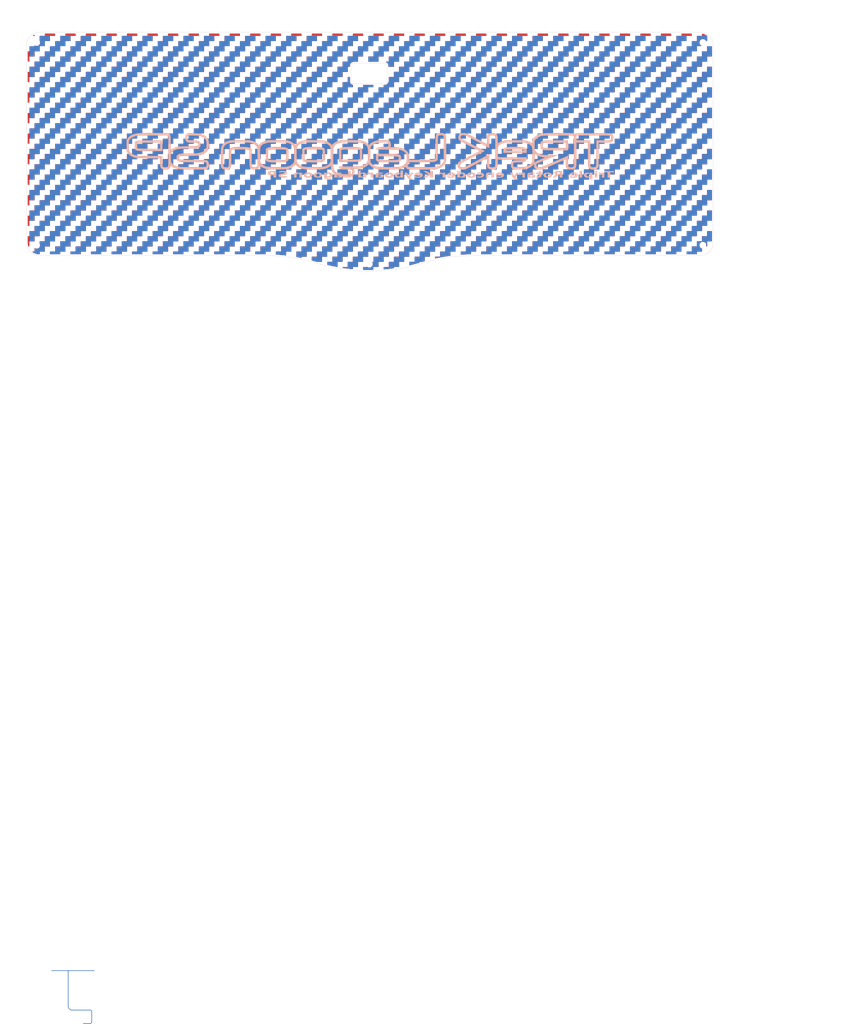
<source format=kicad_pcb>
(kicad_pcb (version 20240108) (generator "pcbnew") (generator_version "8.0")
  (layers (0 "F.Cu" signal) (31 "B.Cu" signal) (34 "B.Paste" user) (35 "F.Paste" user) (36 "B.SilkS" user "B.Silkscreen") (37 "F.SilkS" user "F.Silkscreen") (38 "B.Mask" user) (39 "F.Mask" user) (44 "Edge.Cuts" user))
  (net 0 "")
  (footprint "kbd_Hole:m2_Screw_Hole" (layer "F.Cu") (at 16.66875 16.66875)
    (property "Reference" "J2")
    (property "Value" "Conn_01x01")
  )
  (footprint "kbd_Hole:m2_Screw_Hole" (layer "F.Cu") (at 276.19054 95.631249)
    (property "Reference" "J7")
    (property "Value" "Conn_01x01")
  )
  (footprint "kbd_Hole:m2_Screw_Hole" (layer "F.Cu") (at 276.183839 16.66875)
    (property "Reference" "J5")
    (property "Value" "Conn_01x01")
  )
  (footprint "kbd_Hole:m2_Screw_Hole" (layer "F.Cu") (at 16.66875 95.631249)
    (property "Reference" "J4")
    (property "Value" "Conn_01x01")
  )
  (footprint "RP2040:rp2040_Zero_BOOT_SELECT" (layer "F.Cu") (at 146.275606 28.59773 180)
    (property "Reference" "REF**" (hide yes))
    (property "Value" "rp2040_Zero_button")
    (fp_line (start 7.1 -3.107069) (end 7.1 2.892931) (stroke (width 0.1)) (layer "Edge.Cuts"))
    (fp_line (start 6.1 3.892931) (end -5.9 3.892931) (stroke (width 0.1)) (layer "Edge.Cuts"))
    (fp_line (start -5.9 -4.107069) (end 6.1 -4.107069) (stroke (width 0.1)) (layer "Edge.Cuts"))
    (fp_line (start -6.9 2.892931) (end -6.9 -3.107069) (stroke (width 0.1)) (layer "Edge.Cuts"))
    (fp_arc (start 7.1 2.892931) (mid 6.807068 3.599999) (end 6.1 3.892931) (stroke (width 0.1)) (layer "Edge.Cuts"))
    (fp_arc (start 6.1 -4.107069) (mid 6.807063 -3.814132) (end 7.1 -3.107069) (stroke (width 0.1)) (layer "Edge.Cuts"))
    (fp_arc (start -5.9 3.892931) (mid -6.607149 3.60008) (end -6.9 2.892931) (stroke (width 0.1)) (layer "Edge.Cuts"))
    (fp_arc (start -6.9 -3.107069) (mid -6.607147 -3.814216) (end -5.9 -4.107069) (stroke (width 0.1)) (layer "Edge.Cuts"))
  )
  (footprint "kbd_Hole:m2_Screw_Hole" (layer "F.Cu") (at 146.275606 102.985806)
    (property "Reference" "J3")
    (property "Value" "Conn_01x01")
  )
  (footprint "LOGO" (layer "B.Cu") (at 146.272447 60 180)
    (property "Reference" "G000" (hide yes))
    (property "Value" "LOGO" (hide yes))
  )
  (gr_arc (start 12.66875 17.668716) (mid 14.145286 14.141951) (end 17.673445 12.66875) (stroke (width 0.1)) (layer "Edge.Cuts"))
  (gr_arc (start 105.715971 99.634328) (mid 115.867053 100.39139) (end 125.793542 102.645809) (stroke (width 0.1)) (layer "Edge.Cuts"))
  (gr_line (start 275.19064 12.66875) (end 17.673445 12.66875) (stroke (width 0.1)) (layer "Edge.Cuts"))
  (gr_line (start 17.673377 99.642388) (end 105.715971 99.634328) (stroke (width 0.1)) (layer "Edge.Cuts"))
  (gr_line (start 186.828923 99.634328) (end 275.190547 99.62972) (stroke (width 0.1)) (layer "Edge.Cuts"))
  (gr_line (start 280.183839 94.631249) (end 280.183839 17.668664) (stroke (width 0.1)) (layer "Edge.Cuts"))
  (gr_arc (start 166.751352 102.645809) (mid 156.629574 104.973742) (end 146.272447 105.74807) (stroke (width 0.1)) (layer "Edge.Cuts"))
  (gr_arc (start 275.19064 12.66875) (mid 278.727159 14.130184) (end 280.183839 17.668664) (stroke (width 0.1)) (layer "Edge.Cuts"))
  (gr_arc (start 280.183838 94.631249) (mid 278.725461 98.167677) (end 275.190547 99.62972) (stroke (width 0.1)) (layer "Edge.Cuts"))
  (gr_arc (start 146.272447 105.74807) (mid 135.91532 104.973745) (end 125.793542 102.645809) (stroke (width 0.1)) (layer "Edge.Cuts"))
  (gr_line (start 12.66472 17.668716) (end 12.66875 94.631248) (stroke (width 0.1)) (layer "Edge.Cuts"))
  (gr_arc (start 166.751352 102.645809) (mid 176.67784 100.391383) (end 186.828923 99.634328) (stroke (width 0.1)) (layer "Edge.Cuts"))
  (gr_arc (start 17.673377 99.642387) (mid 14.136497 98.170572) (end 12.670572 94.631247) (stroke (width 0.1)) (layer "Edge.Cuts"))
  (gr_text "Triple Rotary encoder Keyboard Lagoon SP" (at 241.5 69.7 0) (layer "B.SilkS") (effects (font (size 2.5 4)) (justify left bottom mirror)))
  (segment (start 37.594623 393.577024) (end 30.534519 393.577024) (width 0.25) (layer "B.Cu") (net 0))
  (segment (start 34.84118 398.78488) (end 37.517839 398.78488) (width 0.25) (layer "B.Cu") (net 0))
  (segment (start 28.933664 391.976169) (end 28.933664 378.194639) (width 0.25) (layer "B.Cu") (net 0))
  (segment (start 28.933664 378.194639) (end 38.894739 378.194639) (width 0.25) (layer "B.Cu") (net 0))
  (segment (start 38.104091 398.198628) (end 38.104091 394.086492) (width 0.25) (layer "B.Cu") (net 0))
  (segment (start 22.506446 378.194639) (end 28.933664 378.194639) (width 0.25) (layer "B.Cu") (net 0))
  (arc (start 30.534519 393.577024) (mid 29.402544 393.108144) (end 28.933664 391.976169) (width 0.25) (layer "B.Cu") (net 0))
  (arc (start 38.104091 394.086492) (mid 37.954871 393.726244) (end 37.594623 393.577024) (width 0.25) (layer "B.Cu") (net 0))
  (arc (start 38.894739 378.194639) (mid 38.958549 378.22107) (end 38.98498 378.28488) (width 0.25) (layer "B.Cu") (net 0))
  (arc (start 37.517839 398.78488) (mid 37.932382 398.613171) (end 38.104091 398.198628) (width 0.25) (layer "B.Cu") (net 0))
  (zone (net 0) (net_name "") (layer "F.Cu") (connect_pads (clearance 0.508)) (min_thickness 0.254) (fill yes (thermal_gap 0.508) (thermal_bridge_width 0.508))
    (polygon (pts (xy 340.51875 128.5875) (xy 2.38125 128.5875) (xy 2.38125 4.7625) (xy 340.51875 4.7625)))
  )
  (zone (net 0) (net_name "") (layers "F&B.Cu") (connect_pads (clearance 0)) (min_thickness 0.254)
    (keepout (tracks allowed) (vias allowed) (pads allowed) (copperpour not_allowed) (footprints allowed))
    (fill (thermal_gap 0.508) (thermal_bridge_width 0.508))
    (polygon (pts (xy 91.84375 38.10625) (xy 87.84375 38.10625) (xy 87.84375 36.10625) (xy 91.84375 36.10625)))
  )
  (zone (net 0) (net_name "") (layers "F&B.Cu") (connect_pads (clearance 0)) (min_thickness 0.254)
    (keepout (tracks allowed) (vias allowed) (pads allowed) (copperpour not_allowed) (footprints allowed))
    (fill (thermal_gap 0.508) (thermal_bridge_width 0.508))
    (polygon (pts (xy 111.84375 66.10625) (xy 107.84375 66.10625) (xy 107.84375 64.10625) (xy 111.84375 64.10625)))
  )
  (zone (net 0) (net_name "") (layers "F&B.Cu") (connect_pads (clearance 0)) (min_thickness 0.254)
    (keepout (tracks allowed) (vias allowed) (pads allowed) (copperpour not_allowed) (footprints allowed))
    (fill (thermal_gap 0.508) (thermal_bridge_width 0.508))
    (polygon (pts (xy 23.84375 90.10625) (xy 19.84375 90.10625) (xy 19.84375 88.10625) (xy 23.84375 88.10625)))
  )
  (zone (net 0) (net_name "") (layers "F&B.Cu") (connect_pads (clearance 0)) (min_thickness 0.254)
    (keepout (tracks allowed) (vias allowed) (pads allowed) (copperpour not_allowed) (footprints allowed))
    (fill (thermal_gap 0.508) (thermal_bridge_width 0.508))
    (polygon (pts (xy 287.84375 10.10625) (xy 283.84375 10.10625) (xy 283.84375 8.10625) (xy 287.84375 8.10625)))
  )
  (zone (net 0) (net_name "") (layers "F&B.Cu") (connect_pads (clearance 0)) (min_thickness 0.254)
    (keepout (tracks allowed) (vias allowed) (pads allowed) (copperpour not_allowed) (footprints allowed))
    (fill (thermal_gap 0.508) (thermal_bridge_width 0.508))
    (polygon (pts (xy 137.84375 96.10625) (xy 133.84375 96.10625) (xy 133.84375 94.10625) (xy 137.84375 94.10625)))
  )
  (zone (net 0) (net_name "") (layers "F&B.Cu") (connect_pads (clearance 0)) (min_thickness 0.254)
    (keepout (tracks allowed) (vias allowed) (pads allowed) (copperpour not_allowed) (footprints allowed))
    (fill (thermal_gap 0.508) (thermal_bridge_width 0.508))
    (polygon (pts (xy 287.84375 2.10625) (xy 283.84375 2.10625) (xy 283.84375 0.10625) (xy 287.84375 0.10625)))
  )
  (zone (net 0) (net_name "") (layers "F&B.Cu") (connect_pads (clearance 0)) (min_thickness 0.254)
    (keepout (tracks allowed) (vias allowed) (pads allowed) (copperpour not_allowed) (footprints allowed))
    (fill (thermal_gap 0.508) (thermal_bridge_width 0.508))
    (polygon (pts (xy 275.84375 126.10625) (xy 271.84375 126.10625) (xy 271.84375 124.10625) (xy 275.84375 124.10625)))
  )
  (zone (net 0) (net_name "") (layers "F&B.Cu") (connect_pads (clearance 0)) (min_thickness 0.254)
    (keepout (tracks allowed) (vias allowed) (pads allowed) (copperpour not_allowed) (footprints allowed))
    (fill (thermal_gap 0.508) (thermal_bridge_width 0.508))
    (polygon (pts (xy 105.84375 112.10625) (xy 101.84375 112.10625) (xy 101.84375 110.10625) (xy 105.84375 110.10625)))
  )
  (zone (net 0) (net_name "") (layers "F&B.Cu") (connect_pads (clearance 0)) (min_thickness 0.254)
    (keepout (tracks allowed) (vias allowed) (pads allowed) (copperpour not_allowed) (footprints allowed))
    (fill (thermal_gap 0.508) (thermal_bridge_width 0.508))
    (polygon (pts (xy 211.84375 46.10625) (xy 207.84375 46.10625) (xy 207.84375 44.10625) (xy 211.84375 44.10625)))
  )
  (zone (net 0) (net_name "") (layers "F&B.Cu") (connect_pads (clearance 0)) (min_thickness 0.254)
    (keepout (tracks allowed) (vias allowed) (pads allowed) (copperpour not_allowed) (footprints allowed))
    (fill (thermal_gap 0.508) (thermal_bridge_width 0.508))
    (polygon (pts (xy 177.84375 88.10625) (xy 173.84375 88.10625) (xy 173.84375 86.10625) (xy 177.84375 86.10625)))
  )
  (zone (net 0) (net_name "") (layers "F&B.Cu") (connect_pads (clearance 0)) (min_thickness 0.254)
    (keepout (tracks allowed) (vias allowed) (pads allowed) (copperpour not_allowed) (footprints allowed))
    (fill (thermal_gap 0.508) (thermal_bridge_width 0.508))
    (polygon (pts (xy 143.84375 98.10625) (xy 139.84375 98.10625) (xy 139.84375 96.10625) (xy 143.84375 96.10625)))
  )
  (zone (net 0) (net_name "") (layers "F&B.Cu") (connect_pads (clearance 0)) (min_thickness 0.254)
    (keepout (tracks allowed) (vias allowed) (pads allowed) (copperpour not_allowed) (footprints allowed))
    (fill (thermal_gap 0.508) (thermal_bridge_width 0.508))
    (polygon (pts (xy 89.84375 40.10625) (xy 85.84375 40.10625) (xy 85.84375 38.10625) (xy 89.84375 38.10625)))
  )
  (zone (net 0) (net_name "") (layers "F&B.Cu") (connect_pads (clearance 0)) (min_thickness 0.254)
    (keepout (tracks allowed) (vias allowed) (pads allowed) (copperpour not_allowed) (footprints allowed))
    (fill (thermal_gap 0.508) (thermal_bridge_width 0.508))
    (polygon (pts (xy 21.84375 116.10625) (xy 17.84375 116.10625) (xy 17.84375 114.10625) (xy 21.84375 114.10625)))
  )
  (zone (net 0) (net_name "") (layers "F&B.Cu") (connect_pads (clearance 0)) (min_thickness 0.254)
    (keepout (tracks allowed) (vias allowed) (pads allowed) (copperpour not_allowed) (footprints allowed))
    (fill (thermal_gap 0.508) (thermal_bridge_width 0.508))
    (polygon (pts (xy 255.84375 34.10625) (xy 251.84375 34.10625) (xy 251.84375 32.10625) (xy 255.84375 32.10625)))
  )
  (zone (net 0) (net_name "") (layers "F&B.Cu") (connect_pads (clearance 0)) (min_thickness 0.254)
    (keepout (tracks allowed) (vias allowed) (pads allowed) (copperpour not_allowed) (footprints allowed))
    (fill (thermal_gap 0.508) (thermal_bridge_width 0.508))
    (polygon (pts (xy 281.84375 80.10625) (xy 277.84375 80.10625) (xy 277.84375 78.10625) (xy 281.84375 78.10625)))
  )
  (zone (net 0) (net_name "") (layers "F&B.Cu") (connect_pads (clearance 0)) (min_thickness 0.254)
    (keepout (tracks allowed) (vias allowed) (pads allowed) (copperpour not_allowed) (footprints allowed))
    (fill (thermal_gap 0.508) (thermal_bridge_width 0.508))
    (polygon (pts (xy 333.84375 76.10625) (xy 329.84375 76.10625) (xy 329.84375 74.10625) (xy 333.84375 74.10625)))
  )
  (zone (net 0) (net_name "") (layers "F&B.Cu") (connect_pads (clearance 0)) (min_thickness 0.254)
    (keepout (tracks allowed) (vias allowed) (pads allowed) (copperpour not_allowed) (footprints allowed))
    (fill (thermal_gap 0.508) (thermal_bridge_width 0.508))
    (polygon (pts (xy 63.84375 26.10625) (xy 59.84375 26.10625) (xy 59.84375 24.10625) (xy 63.84375 24.10625)))
  )
  (zone (net 0) (net_name "") (layers "F&B.Cu") (connect_pads (clearance 0)) (min_thickness 0.254)
    (keepout (tracks allowed) (vias allowed) (pads allowed) (copperpour not_allowed) (footprints allowed))
    (fill (thermal_gap 0.508) (thermal_bridge_width 0.508))
    (polygon (pts (xy 289.84375 16.10625) (xy 285.84375 16.10625) (xy 285.84375 14.10625) (xy 289.84375 14.10625)))
  )
  (zone (net 0) (net_name "") (layers "F&B.Cu") (connect_pads (clearance 0)) (min_thickness 0.254)
    (keepout (tracks allowed) (vias allowed) (pads allowed) (copperpour not_allowed) (footprints allowed))
    (fill (thermal_gap 0.508) (thermal_bridge_width 0.508))
    (polygon (pts (xy 253.84375 116.10625) (xy 249.84375 116.10625) (xy 249.84375 114.10625) (xy 253.84375 114.10625)))
  )
  (zone (net 0) (net_name "") (layers "F&B.Cu") (connect_pads (clearance 0)) (min_thickness 0.254)
    (keepout (tracks allowed) (vias allowed) (pads allowed) (copperpour not_allowed) (footprints allowed))
    (fill (thermal_gap 0.508) (thermal_bridge_width 0.508))
    (polygon (pts (xy 319.84375 106.10625) (xy 315.84375 106.10625) (xy 315.84375 104.10625) (xy 319.84375 104.10625)))
  )
  (zone (net 0) (net_name "") (layers "F&B.Cu") (connect_pads (clearance 0)) (min_thickness 0.254)
    (keepout (tracks allowed) (vias allowed) (pads allowed) (copperpour not_allowed) (footprints allowed))
    (fill (thermal_gap 0.508) (thermal_bridge_width 0.508))
    (polygon (pts (xy 149.84375 84.10625) (xy 145.84375 84.10625) (xy 145.84375 82.10625) (xy 149.84375 82.10625)))
  )
  (zone (net 0) (net_name "") (layers "F&B.Cu") (connect_pads (clearance 0)) (min_thickness 0.254)
    (keepout (tracks allowed) (vias allowed) (pads allowed) (copperpour not_allowed) (footprints allowed))
    (fill (thermal_gap 0.508) (thermal_bridge_width 0.508))
    (polygon (pts (xy 27.84375 22.10625) (xy 23.84375 22.10625) (xy 23.84375 20.10625) (xy 27.84375 20.10625)))
  )
  (zone (net 0) (net_name "") (layers "F&B.Cu") (connect_pads (clearance 0)) (min_thickness 0.254)
    (keepout (tracks allowed) (vias allowed) (pads allowed) (copperpour not_allowed) (footprints allowed))
    (fill (thermal_gap 0.508) (thermal_bridge_width 0.508))
    (polygon (pts (xy 187.84375 110.10625) (xy 183.84375 110.10625) (xy 183.84375 108.10625) (xy 187.84375 108.10625)))
  )
  (zone (net 0) (net_name "") (layers "F&B.Cu") (connect_pads (clearance 0)) (min_thickness 0.254)
    (keepout (tracks allowed) (vias allowed) (pads allowed) (copperpour not_allowed) (footprints allowed))
    (fill (thermal_gap 0.508) (thermal_bridge_width 0.508))
    (polygon (pts (xy 229.84375 68.10625) (xy 225.84375 68.10625) (xy 225.84375 66.10625) (xy 229.84375 66.10625)))
  )
  (zone (net 0) (net_name "") (layers "F&B.Cu") (connect_pads (clearance 0)) (min_thickness 0.254)
    (keepout (tracks allowed) (vias allowed) (pads allowed) (copperpour not_allowed) (footprints allowed))
    (fill (thermal_gap 0.508) (thermal_bridge_width 0.508))
    (polygon (pts (xy 259.84375 86.10625) (xy 255.84375 86.10625) (xy 255.84375 84.10625) (xy 259.84375 84.10625)))
  )
  (zone (net 0) (net_name "") (layers "F&B.Cu") (connect_pads (clearance 0)) (min_thickness 0.254)
    (keepout (tracks allowed) (vias allowed) (pads allowed) (copperpour not_allowed) (footprints allowed))
    (fill (thermal_gap 0.508) (thermal_bridge_width 0.508))
    (polygon (pts (xy 155.84375 62.10625) (xy 151.84375 62.10625) (xy 151.84375 60.10625) (xy 155.84375 60.10625)))
  )
  (zone (net 0) (net_name "") (layers "F&B.Cu") (connect_pads (clearance 0)) (min_thickness 0.254)
    (keepout (tracks allowed) (vias allowed) (pads allowed) (copperpour not_allowed) (footprints allowed))
    (fill (thermal_gap 0.508) (thermal_bridge_width 0.508))
    (polygon (pts (xy 49.84375 56.10625) (xy 45.84375 56.10625) (xy 45.84375 54.10625) (xy 49.84375 54.10625)))
  )
  (zone (net 0) (net_name "") (layers "F&B.Cu") (connect_pads (clearance 0)) (min_thickness 0.254)
    (keepout (tracks allowed) (vias allowed) (pads allowed) (copperpour not_allowed) (footprints allowed))
    (fill (thermal_gap 0.508) (thermal_bridge_width 0.508))
    (polygon (pts (xy 323.84375 6.10625) (xy 319.84375 6.10625) (xy 319.84375 4.10625) (xy 323.84375 4.10625)))
  )
  (zone (net 0) (net_name "") (layers "F&B.Cu") (connect_pads (clearance 0)) (min_thickness 0.254)
    (keepout (tracks allowed) (vias allowed) (pads allowed) (copperpour not_allowed) (footprints allowed))
    (fill (thermal_gap 0.508) (thermal_bridge_width 0.508))
    (polygon (pts (xy 109.84375 108.10625) (xy 105.84375 108.10625) (xy 105.84375 106.10625) (xy 109.84375 106.10625)))
  )
  (zone (net 0) (net_name "") (layers "F&B.Cu") (connect_pads (clearance 0)) (min_thickness 0.254)
    (keepout (tracks allowed) (vias allowed) (pads allowed) (copperpour not_allowed) (footprints allowed))
    (fill (thermal_gap 0.508) (thermal_bridge_width 0.508))
    (polygon (pts (xy 99.84375 38.10625) (xy 95.84375 38.10625) (xy 95.84375 36.10625) (xy 99.84375 36.10625)))
  )
  (zone (net 0) (net_name "") (layers "F&B.Cu") (connect_pads (clearance 0)) (min_thickness 0.254)
    (keepout (tracks allowed) (vias allowed) (pads allowed) (copperpour not_allowed) (footprints allowed))
    (fill (thermal_gap 0.508) (thermal_bridge_width 0.508))
    (polygon (pts (xy 171.84375 110.10625) (xy 167.84375 110.10625) (xy 167.84375 108.10625) (xy 171.84375 108.10625)))
  )
  (zone (net 0) (net_name "") (layers "F&B.Cu") (connect_pads (clearance 0)) (min_thickness 0.254)
    (keepout (tracks allowed) (vias allowed) (pads allowed) (copperpour not_allowed) (footprints allowed))
    (fill (thermal_gap 0.508) (thermal_bridge_width 0.508))
    (polygon (pts (xy 245.84375 68.10625) (xy 241.84375 68.10625) (xy 241.84375 66.10625) (xy 245.84375 66.10625)))
  )
  (zone (net 0) (net_name "") (layers "F&B.Cu") (connect_pads (clearance 0)) (min_thickness 0.254)
    (keepout (tracks allowed) (vias allowed) (pads allowed) (copperpour not_allowed) (footprints allowed))
    (fill (thermal_gap 0.508) (thermal_bridge_width 0.508))
    (polygon (pts (xy 83.84375 118.10625) (xy 79.84375 118.10625) (xy 79.84375 116.10625) (xy 83.84375 116.10625)))
  )
  (zone (net 0) (net_name "") (layers "F&B.Cu") (connect_pads (clearance 0)) (min_thickness 0.254)
    (keepout (tracks allowed) (vias allowed) (pads allowed) (copperpour not_allowed) (footprints allowed))
    (fill (thermal_gap 0.508) (thermal_bridge_width 0.508))
    (polygon (pts (xy 321.84375 48.10625) (xy 317.84375 48.10625) (xy 317.84375 46.10625) (xy 321.84375 46.10625)))
  )
  (zone (net 0) (net_name "") (layers "F&B.Cu") (connect_pads (clearance 0)) (min_thickness 0.254)
    (keepout (tracks allowed) (vias allowed) (pads allowed) (copperpour not_allowed) (footprints allowed))
    (fill (thermal_gap 0.508) (thermal_bridge_width 0.508))
    (polygon (pts (xy 283.84375 94.10625) (xy 279.84375 94.10625) (xy 279.84375 92.10625) (xy 283.84375 92.10625)))
  )
  (zone (net 0) (net_name "") (layers "F&B.Cu") (connect_pads (clearance 0)) (min_thickness 0.254)
    (keepout (tracks allowed) (vias allowed) (pads allowed) (copperpour not_allowed) (footprints allowed))
    (fill (thermal_gap 0.508) (thermal_bridge_width 0.508))
    (polygon (pts (xy 219.84375 70.10625) (xy 215.84375 70.10625) (xy 215.84375 68.10625) (xy 219.84375 68.10625)))
  )
  (zone (net 0) (net_name "") (layers "F&B.Cu") (connect_pads (clearance 0)) (min_thickness 0.254)
    (keepout (tracks allowed) (vias allowed) (pads allowed) (copperpour not_allowed) (footprints allowed))
    (fill (thermal_gap 0.508) (thermal_bridge_width 0.508))
    (polygon (pts (xy 243.84375 78.10625) (xy 239.84375 78.10625) (xy 239.84375 76.10625) (xy 243.84375 76.10625)))
  )
  (zone (net 0) (net_name "") (layers "F&B.Cu") (connect_pads (clearance 0)) (min_thickness 0.254)
    (keepout (tracks allowed) (vias allowed) (pads allowed) (copperpour not_allowed) (footprints allowed))
    (fill (thermal_gap 0.508) (thermal_bridge_width 0.508))
    (polygon (pts (xy 329.84375 88.10625) (xy 325.84375 88.10625) (xy 325.84375 86.10625) (xy 329.84375 86.10625)))
  )
  (zone (net 0) (net_name "") (layers "F&B.Cu") (connect_pads (clearance 0)) (min_thickness 0.254)
    (keepout (tracks allowed) (vias allowed) (pads allowed) (copperpour not_allowed) (footprints allowed))
    (fill (thermal_gap 0.508) (thermal_bridge_width 0.508))
    (polygon (pts (xy 161.84375 32.10625) (xy 157.84375 32.10625) (xy 157.84375 30.10625) (xy 161.84375 30.10625)))
  )
  (zone (net 0) (net_name "") (layers "F&B.Cu") (connect_pads (clearance 0)) (min_thickness 0.254)
    (keepout (tracks allowed) (vias allowed) (pads allowed) (copperpour not_allowed) (footprints allowed))
    (fill (thermal_gap 0.508) (thermal_bridge_width 0.508))
    (polygon (pts (xy 55.84375 98.10625) (xy 51.84375 98.10625) (xy 51.84375 96.10625) (xy 55.84375 96.10625)))
  )
  (zone (net 0) (net_name "") (layers "F&B.Cu") (connect_pads (clearance 0)) (min_thickness 0.254)
    (keepout (tracks allowed) (vias allowed) (pads allowed) (copperpour not_allowed) (footprints allowed))
    (fill (thermal_gap 0.508) (thermal_bridge_width 0.508))
    (polygon (pts (xy 185.84375 104.10625) (xy 181.84375 104.10625) (xy 181.84375 102.10625) (xy 185.84375 102.10625)))
  )
  (zone (net 0) (net_name "") (layers "F&B.Cu") (connect_pads (clearance 0)) (min_thickness 0.254)
    (keepout (tracks allowed) (vias allowed) (pads allowed) (copperpour not_allowed) (footprints allowed))
    (fill (thermal_gap 0.508) (thermal_bridge_width 0.508))
    (polygon (pts (xy 323.84375 70.10625) (xy 319.84375 70.10625) (xy 319.84375 68.10625) (xy 323.84375 68.10625)))
  )
  (zone (net 0) (net_name "") (layers "F&B.Cu") (connect_pads (clearance 0)) (min_thickness 0.254)
    (keepout (tracks allowed) (vias allowed) (pads allowed) (copperpour not_allowed) (footprints allowed))
    (fill (thermal_gap 0.508) (thermal_bridge_width 0.508))
    (polygon (pts (xy 49.84375 104.10625) (xy 45.84375 104.10625) (xy 45.84375 102.10625) (xy 49.84375 102.10625)))
  )
  (zone (net 0) (net_name "") (layers "F&B.Cu") (connect_pads (clearance 0)) (min_thickness 0.254)
    (keepout (tracks allowed) (vias allowed) (pads allowed) (copperpour not_allowed) (footprints allowed))
    (fill (thermal_gap 0.508) (thermal_bridge_width 0.508))
    (polygon (pts (xy 71.84375 42.10625) (xy 67.84375 42.10625) (xy 67.84375 40.10625) (xy 71.84375 40.10625)))
  )
  (zone (net 0) (net_name "") (layers "F&B.Cu") (connect_pads (clearance 0)) (min_thickness 0.254)
    (keepout (tracks allowed) (vias allowed) (pads allowed) (copperpour not_allowed) (footprints allowed))
    (fill (thermal_gap 0.508) (thermal_bridge_width 0.508))
    (polygon (pts (xy 229.84375 52.10625) (xy 225.84375 52.10625) (xy 225.84375 50.10625) (xy 229.84375 50.10625)))
  )
  (zone (net 0) (net_name "") (layers "F&B.Cu") (connect_pads (clearance 0)) (min_thickness 0.254)
    (keepout (tracks allowed) (vias allowed) (pads allowed) (copperpour not_allowed) (footprints allowed))
    (fill (thermal_gap 0.508) (thermal_bridge_width 0.508))
    (polygon (pts (xy 191.84375 74.10625) (xy 187.84375 74.10625) (xy 187.84375 72.10625) (xy 191.84375 72.10625)))
  )
  (zone (net 0) (net_name "") (layers "F&B.Cu") (connect_pads (clearance 0)) (min_thickness 0.254)
    (keepout (tracks allowed) (vias allowed) (pads allowed) (copperpour not_allowed) (footprints allowed))
    (fill (thermal_gap 0.508) (thermal_bridge_width 0.508))
    (polygon (pts (xy 185.84375 128.10625) (xy 181.84375 128.10625) (xy 181.84375 126.10625) (xy 185.84375 126.10625)))
  )
  (zone (net 0) (net_name "") (layers "F&B.Cu") (connect_pads (clearance 0)) (min_thickness 0.254)
    (keepout (tracks allowed) (vias allowed) (pads allowed) (copperpour not_allowed) (footprints allowed))
    (fill (thermal_gap 0.508) (thermal_bridge_width 0.508))
    (polygon (pts (xy 167.84375 82.10625) (xy 163.84375 82.10625) (xy 163.84375 80.10625) (xy 167.84375 80.10625)))
  )
  (zone (net 0) (net_name "") (layers "F&B.Cu") (connect_pads (clearance 0)) (min_thickness 0.254)
    (keepout (tracks allowed) (vias allowed) (pads allowed) (copperpour not_allowed) (footprints allowed))
    (fill (thermal_gap 0.508) (thermal_bridge_width 0.508))
    (polygon (pts (xy 71.84375 90.10625) (xy 67.84375 90.10625) (xy 67.84375 88.10625) (xy 71.84375 88.10625)))
  )
  (zone (net 0) (net_name "") (layers "F&B.Cu") (connect_pads (clearance 0)) (min_thickness 0.254)
    (keepout (tracks allowed) (vias allowed) (pads allowed) (copperpour not_allowed) (footprints allowed))
    (fill (thermal_gap 0.508) (thermal_bridge_width 0.508))
    (polygon (pts (xy 277.84375 116.10625) (xy 273.84375 116.10625) (xy 273.84375 114.10625) (xy 277.84375 114.10625)))
  )
  (zone (net 0) (net_name "") (layers "F&B.Cu") (connect_pads (clearance 0)) (min_thickness 0.254)
    (keepout (tracks allowed) (vias allowed) (pads allowed) (copperpour not_allowed) (footprints allowed))
    (fill (thermal_gap 0.508) (thermal_bridge_width 0.508))
    (polygon (pts (xy 129.84375 112.10625) (xy 125.84375 112.10625) (xy 125.84375 110.10625) (xy 129.84375 110.10625)))
  )
  (zone (net 0) (net_name "") (layers "F&B.Cu") (connect_pads (clearance 0)) (min_thickness 0.254)
    (keepout (tracks allowed) (vias allowed) (pads allowed) (copperpour not_allowed) (footprints allowed))
    (fill (thermal_gap 0.508) (thermal_bridge_width 0.508))
    (polygon (pts (xy 97.84375 104.10625) (xy 93.84375 104.10625) (xy 93.84375 102.10625) (xy 97.84375 102.10625)))
  )
  (zone (net 0) (net_name "") (layers "F&B.Cu") (connect_pads (clearance 0)) (min_thickness 0.254)
    (keepout (tracks allowed) (vias allowed) (pads allowed) (copperpour not_allowed) (footprints allowed))
    (fill (thermal_gap 0.508) (thermal_bridge_width 0.508))
    (polygon (pts (xy 301.84375 92.10625) (xy 297.84375 92.10625) (xy 297.84375 90.10625) (xy 301.84375 90.10625)))
  )
  (zone (net 0) (net_name "") (layers "F&B.Cu") (connect_pads (clearance 0)) (min_thickness 0.254)
    (keepout (tracks allowed) (vias allowed) (pads allowed) (copperpour not_allowed) (footprints allowed))
    (fill (thermal_gap 0.508) (thermal_bridge_width 0.508))
    (polygon (pts (xy 161.84375 64.10625) (xy 157.84375 64.10625) (xy 157.84375 62.10625) (xy 161.84375 62.10625)))
  )
  (zone (net 0) (net_name "") (layers "F&B.Cu") (connect_pads (clearance 0)) (min_thickness 0.254)
    (keepout (tracks allowed) (vias allowed) (pads allowed) (copperpour not_allowed) (footprints allowed))
    (fill (thermal_gap 0.508) (thermal_bridge_width 0.508))
    (polygon (pts (xy 311.84375 122.10625) (xy 307.84375 122.10625) (xy 307.84375 120.10625) (xy 311.84375 120.10625)))
  )
  (zone (net 0) (net_name "") (layers "F&B.Cu") (connect_pads (clearance 0)) (min_thickness 0.254)
    (keepout (tracks allowed) (vias allowed) (pads allowed) (copperpour not_allowed) (footprints allowed))
    (fill (thermal_gap 0.508) (thermal_bridge_width 0.508))
    (polygon (pts (xy 271.84375 82.10625) (xy 267.84375 82.10625) (xy 267.84375 80.10625) (xy 271.84375 80.10625)))
  )
  (zone (net 0) (net_name "") (layers "F&B.Cu") (connect_pads (clearance 0)) (min_thickness 0.254)
    (keepout (tracks allowed) (vias allowed) (pads allowed) (copperpour not_allowed) (footprints allowed))
    (fill (thermal_gap 0.508) (thermal_bridge_width 0.508))
    (polygon (pts (xy 91.84375 62.10625) (xy 87.84375 62.10625) (xy 87.84375 60.10625) (xy 91.84375 60.10625)))
  )
  (zone (net 0) (net_name "") (layers "F&B.Cu") (connect_pads (clearance 0)) (min_thickness 0.254)
    (keepout (tracks allowed) (vias allowed) (pads allowed) (copperpour not_allowed) (footprints allowed))
    (fill (thermal_gap 0.508) (thermal_bridge_width 0.508))
    (polygon (pts (xy 157.84375 92.10625) (xy 153.84375 92.10625) (xy 153.84375 90.10625) (xy 157.84375 90.10625)))
  )
  (zone (net 0) (net_name "") (layers "F&B.Cu") (connect_pads (clearance 0)) (min_thickness 0.254)
    (keepout (tracks allowed) (vias allowed) (pads allowed) (copperpour not_allowed) (footprints allowed))
    (fill (thermal_gap 0.508) (thermal_bridge_width 0.508))
    (polygon (pts (xy 157.84375 108.10625) (xy 153.84375 108.10625) (xy 153.84375 106.10625) (xy 157.84375 106.10625)))
  )
  (zone (net 0) (net_name "") (layers "F&B.Cu") (connect_pads (clearance 0)) (min_thickness 0.254)
    (keepout (tracks allowed) (vias allowed) (pads allowed) (copperpour not_allowed) (footprints allowed))
    (fill (thermal_gap 0.508) (thermal_bridge_width 0.508))
    (polygon (pts (xy 291.84375 38.10625) (xy 287.84375 38.10625) (xy 287.84375 36.10625) (xy 291.84375 36.10625)))
  )
  (zone (net 0) (net_name "") (layers "F&B.Cu") (connect_pads (clearance 0)) (min_thickness 0.254)
    (keepout (tracks allowed) (vias allowed) (pads allowed) (copperpour not_allowed) (footprints allowed))
    (fill (thermal_gap 0.508) (thermal_bridge_width 0.508))
    (polygon (pts (xy 337.84375 88.10625) (xy 333.84375 88.10625) (xy 333.84375 86.10625) (xy 337.84375 86.10625)))
  )
  (zone (net 0) (net_name "") (layers "F&B.Cu") (connect_pads (clearance 0)) (min_thickness 0.254)
    (keepout (tracks allowed) (vias allowed) (pads allowed) (copperpour not_allowed) (footprints allowed))
    (fill (thermal_gap 0.508) (thermal_bridge_width 0.508))
    (polygon (pts (xy 253.84375 68.10625) (xy 249.84375 68.10625) (xy 249.84375 66.10625) (xy 253.84375 66.10625)))
  )
  (zone (net 0) (net_name "") (layers "F&B.Cu") (connect_pads (clearance 0)) (min_thickness 0.254)
    (keepout (tracks allowed) (vias allowed) (pads allowed) (copperpour not_allowed) (footprints allowed))
    (fill (thermal_gap 0.508) (thermal_bridge_width 0.508))
    (polygon (pts (xy 165.84375 124.10625) (xy 161.84375 124.10625) (xy 161.84375 122.10625) (xy 165.84375 122.10625)))
  )
  (zone (net 0) (net_name "") (layers "F&B.Cu") (connect_pads (clearance 0)) (min_thickness 0.254)
    (keepout (tracks allowed) (vias allowed) (pads allowed) (copperpour not_allowed) (footprints allowed))
    (fill (thermal_gap 0.508) (thermal_bridge_width 0.508))
    (polygon (pts (xy 137.84375 56.10625) (xy 133.84375 56.10625) (xy 133.84375 54.10625) (xy 137.84375 54.10625)))
  )
  (zone (net 0) (net_name "") (layers "F&B.Cu") (connect_pads (clearance 0)) (min_thickness 0.254)
    (keepout (tracks allowed) (vias allowed) (pads allowed) (copperpour not_allowed) (footprints allowed))
    (fill (thermal_gap 0.508) (thermal_bridge_width 0.508))
    (polygon (pts (xy 53.84375 36.10625) (xy 49.84375 36.10625) (xy 49.84375 34.10625) (xy 53.84375 34.10625)))
  )
  (zone (net 0) (net_name "") (layers "F&B.Cu") (connect_pads (clearance 0)) (min_thickness 0.254)
    (keepout (tracks allowed) (vias allowed) (pads allowed) (copperpour not_allowed) (footprints allowed))
    (fill (thermal_gap 0.508) (thermal_bridge_width 0.508))
    (polygon (pts (xy 17.84375 56.10625) (xy 13.84375 56.10625) (xy 13.84375 54.10625) (xy 17.84375 54.10625)))
  )
  (zone (net 0) (net_name "") (layers "F&B.Cu") (connect_pads (clearance 0)) (min_thickness 0.254)
    (keepout (tracks allowed) (vias allowed) (pads allowed) (copperpour not_allowed) (footprints allowed))
    (fill (thermal_gap 0.508) (thermal_bridge_width 0.508))
    (polygon (pts (xy 93.84375 52.10625) (xy 89.84375 52.10625) (xy 89.84375 50.10625) (xy 93.84375 50.10625)))
  )
  (zone (net 0) (net_name "") (layers "F&B.Cu") (connect_pads (clearance 0)) (min_thickness 0.254)
    (keepout (tracks allowed) (vias allowed) (pads allowed) (copperpour not_allowed) (footprints allowed))
    (fill (thermal_gap 0.508) (thermal_bridge_width 0.508))
    (polygon (pts (xy 117.84375 100.10625) (xy 113.84375 100.10625) (xy 113.84375 98.10625) (xy 117.84375 98.10625)))
  )
  (zone (net 0) (net_name "") (layers "F&B.Cu") (connect_pads (clearance 0)) (min_thickness 0.254)
    (keepout (tracks allowed) (vias allowed) (pads allowed) (copperpour not_allowed) (footprints allowed))
    (fill (thermal_gap 0.508) (thermal_bridge_width 0.508))
    (polygon (pts (xy 39.84375 2.10625) (xy 35.84375 2.10625) (xy 35.84375 0.10625) (xy 39.84375 0.10625)))
  )
  (zone (net 0) (net_name "") (layers "F&B.Cu") (connect_pads (clearance 0)) (min_thickness 0.254)
    (keepout (tracks allowed) (vias allowed) (pads allowed) (copperpour not_allowed) (footprints allowed))
    (fill (thermal_gap 0.508) (thermal_bridge_width 0.508))
    (polygon (pts (xy 103.84375 34.10625) (xy 99.84375 34.10625) (xy 99.84375 32.10625) (xy 103.84375 32.10625)))
  )
  (zone (net 0) (net_name "") (layers "F&B.Cu") (connect_pads (clearance 0)) (min_thickness 0.254)
    (keepout (tracks allowed) (vias allowed) (pads allowed) (copperpour not_allowed) (footprints allowed))
    (fill (thermal_gap 0.508) (thermal_bridge_width 0.508))
    (polygon (pts (xy 229.84375 124.10625) (xy 225.84375 124.10625) (xy 225.84375 122.10625) (xy 229.84375 122.10625)))
  )
  (zone (net 0) (net_name "") (layers "F&B.Cu") (connect_pads (clearance 0)) (min_thickness 0.254)
    (keepout (tracks allowed) (vias allowed) (pads allowed) (copperpour not_allowed) (footprints allowed))
    (fill (thermal_gap 0.508) (thermal_bridge_width 0.508))
    (polygon (pts (xy 203.84375 86.10625) (xy 199.84375 86.10625) (xy 199.84375 84.10625) (xy 203.84375 84.10625)))
  )
  (zone (net 0) (net_name "") (layers "F&B.Cu") (connect_pads (clearance 0)) (min_thickness 0.254)
    (keepout (tracks allowed) (vias allowed) (pads allowed) (copperpour not_allowed) (footprints allowed))
    (fill (thermal_gap 0.508) (thermal_bridge_width 0.508))
    (polygon (pts (xy 87.84375 90.10625) (xy 83.84375 90.10625) (xy 83.84375 88.10625) (xy 87.84375 88.10625)))
  )
  (zone (net 0) (net_name "") (layers "F&B.Cu") (connect_pads (clearance 0)) (min_thickness 0.254)
    (keepout (tracks allowed) (vias allowed) (pads allowed) (copperpour not_allowed) (footprints allowed))
    (fill (thermal_gap 0.508) (thermal_bridge_width 0.508))
    (polygon (pts (xy 167.84375 34.10625) (xy 163.84375 34.10625) (xy 163.84375 32.10625) (xy 167.84375 32.10625)))
  )
  (zone (net 0) (net_name "") (layers "F&B.Cu") (connect_pads (clearance 0)) (min_thickness 0.254)
    (keepout (tracks allowed) (vias allowed) (pads allowed) (copperpour not_allowed) (footprints allowed))
    (fill (thermal_gap 0.508) (thermal_bridge_width 0.508))
    (polygon (pts (xy 213.84375 108.10625) (xy 209.84375 108.10625) (xy 209.84375 106.10625) (xy 213.84375 106.10625)))
  )
  (zone (net 0) (net_name "") (layers "F&B.Cu") (connect_pads (clearance 0)) (min_thickness 0.254)
    (keepout (tracks allowed) (vias allowed) (pads allowed) (copperpour not_allowed) (footprints allowed))
    (fill (thermal_gap 0.508) (thermal_bridge_width 0.508))
    (polygon (pts (xy 249.84375 40.10625) (xy 245.84375 40.10625) (xy 245.84375 38.10625) (xy 249.84375 38.10625)))
  )
  (zone (net 0) (net_name "") (layers "F&B.Cu") (connect_pads (clearance 0)) (min_thickness 0.254)
    (keepout (tracks allowed) (vias allowed) (pads allowed) (copperpour not_allowed) (footprints allowed))
    (fill (thermal_gap 0.508) (thermal_bridge_width 0.508))
    (polygon (pts (xy 99.84375 94.10625) (xy 95.84375 94.10625) (xy 95.84375 92.10625) (xy 99.84375 92.10625)))
  )
  (zone (net 0) (net_name "") (layers "F&B.Cu") (connect_pads (clearance 0)) (min_thickness 0.254)
    (keepout (tracks allowed) (vias allowed) (pads allowed) (copperpour not_allowed) (footprints allowed))
    (fill (thermal_gap 0.508) (thermal_bridge_width 0.508))
    (polygon (pts (xy 289.84375 104.10625) (xy 285.84375 104.10625) (xy 285.84375 102.10625) (xy 289.84375 102.10625)))
  )
  (zone (net 0) (net_name "") (layers "F&B.Cu") (connect_pads (clearance 0)) (min_thickness 0.254)
    (keepout (tracks allowed) (vias allowed) (pads allowed) (copperpour not_allowed) (footprints allowed))
    (fill (thermal_gap 0.508) (thermal_bridge_width 0.508))
    (polygon (pts (xy 89.84375 64.10625) (xy 85.84375 64.10625) (xy 85.84375 62.10625) (xy 89.84375 62.10625)))
  )
  (zone (net 0) (net_name "") (layers "F&B.Cu") (connect_pads (clearance 0)) (min_thickness 0.254)
    (keepout (tracks allowed) (vias allowed) (pads allowed) (copperpour not_allowed) (footprints allowed))
    (fill (thermal_gap 0.508) (thermal_bridge_width 0.508))
    (polygon (pts (xy 297.84375 32.10625) (xy 293.84375 32.10625) (xy 293.84375 30.10625) (xy 297.84375 30.10625)))
  )
  (zone (net 0) (net_name "") (layers "F&B.Cu") (connect_pads (clearance 0)) (min_thickness 0.254)
    (keepout (tracks allowed) (vias allowed) (pads allowed) (copperpour not_allowed) (footprints allowed))
    (fill (thermal_gap 0.508) (thermal_bridge_width 0.508))
    (polygon (pts (xy 267.84375 6.10625) (xy 263.84375 6.10625) (xy 263.84375 4.10625) (xy 267.84375 4.10625)))
  )
  (zone (net 0) (net_name "") (layers "F&B.Cu") (connect_pads (clearance 0)) (min_thickness 0.254)
    (keepout (tracks allowed) (vias allowed) (pads allowed) (copperpour not_allowed) (footprints allowed))
    (fill (thermal_gap 0.508) (thermal_bridge_width 0.508))
    (polygon (pts (xy 161.84375 48.10625) (xy 157.84375 48.10625) (xy 157.84375 46.10625) (xy 161.84375 46.10625)))
  )
  (zone (net 0) (net_name "") (layers "F&B.Cu") (connect_pads (clearance 0)) (min_thickness 0.254)
    (keepout (tracks allowed) (vias allowed) (pads allowed) (copperpour not_allowed) (footprints allowed))
    (fill (thermal_gap 0.508) (thermal_bridge_width 0.508))
    (polygon (pts (xy 325.84375 84.10625) (xy 321.84375 84.10625) (xy 321.84375 82.10625) (xy 325.84375 82.10625)))
  )
  (zone (net 0) (net_name "") (layers "F&B.Cu") (connect_pads (clearance 0)) (min_thickness 0.254)
    (keepout (tracks allowed) (vias allowed) (pads allowed) (copperpour not_allowed) (footprints allowed))
    (fill (thermal_gap 0.508) (thermal_bridge_width 0.508))
    (polygon (pts (xy 289.84375 104.10625) (xy 285.84375 104.10625) (xy 285.84375 102.10625) (xy 289.84375 102.10625)))
  )
  (zone (net 0) (net_name "") (layers "F&B.Cu") (connect_pads (clearance 0)) (min_thickness 0.254)
    (keepout (tracks allowed) (vias allowed) (pads allowed) (copperpour not_allowed) (footprints allowed))
    (fill (thermal_gap 0.508) (thermal_bridge_width 0.508))
    (polygon (pts (xy 49.84375 24.10625) (xy 45.84375 24.10625) (xy 45.84375 22.10625) (xy 49.84375 22.10625)))
  )
  (zone (net 0) (net_name "") (layers "F&B.Cu") (connect_pads (clearance 0)) (min_thickness 0.254)
    (keepout (tracks allowed) (vias allowed) (pads allowed) (copperpour not_allowed) (footprints allowed))
    (fill (thermal_gap 0.508) (thermal_bridge_width 0.508))
    (polygon (pts (xy 57.84375 40.10625) (xy 53.84375 40.10625) (xy 53.84375 38.10625) (xy 57.84375 38.10625)))
  )
  (zone (net 0) (net_name "") (layers "F&B.Cu") (connect_pads (clearance 0)) (min_thickness 0.254)
    (keepout (tracks allowed) (vias allowed) (pads allowed) (copperpour not_allowed) (footprints allowed))
    (fill (thermal_gap 0.508) (thermal_bridge_width 0.508))
    (polygon (pts (xy 79.84375 106.10625) (xy 75.84375 106.10625) (xy 75.84375 104.10625) (xy 79.84375 104.10625)))
  )
  (zone (net 0) (net_name "") (layers "F&B.Cu") (connect_pads (clearance 0)) (min_thickness 0.254)
    (keepout (tracks allowed) (vias allowed) (pads allowed) (copperpour not_allowed) (footprints allowed))
    (fill (thermal_gap 0.508) (thermal_bridge_width 0.508))
    (polygon (pts (xy 193.84375 56.10625) (xy 189.84375 56.10625) (xy 189.84375 54.10625) (xy 193.84375 54.10625)))
  )
  (zone (net 0) (net_name "") (layers "F&B.Cu") (connect_pads (clearance 0)) (min_thickness 0.254)
    (keepout (tracks allowed) (vias allowed) (pads allowed) (copperpour not_allowed) (footprints allowed))
    (fill (thermal_gap 0.508) (thermal_bridge_width 0.508))
    (polygon (pts (xy 77.84375 20.10625) (xy 73.84375 20.10625) (xy 73.84375 18.10625) (xy 77.84375 18.10625)))
  )
  (zone (net 0) (net_name "") (layers "F&B.Cu") (connect_pads (clearance 0)) (min_thickness 0.254)
    (keepout (tracks allowed) (vias allowed) (pads allowed) (copperpour not_allowed) (footprints allowed))
    (fill (thermal_gap 0.508) (thermal_bridge_width 0.508))
    (polygon (pts (xy 165.84375 20.10625) (xy 161.84375 20.10625) (xy 161.84375 18.10625) (xy 165.84375 18.10625)))
  )
  (zone (net 0) (net_name "") (layers "F&B.Cu") (connect_pads (clearance 0)) (min_thickness 0.254)
    (keepout (tracks allowed) (vias allowed) (pads allowed) (copperpour not_allowed) (footprints allowed))
    (fill (thermal_gap 0.508) (thermal_bridge_width 0.508))
    (polygon (pts (xy 197.84375 124.10625) (xy 193.84375 124.10625) (xy 193.84375 122.10625) (xy 197.84375 122.10625)))
  )
  (zone (net 0) (net_name "") (layers "F&B.Cu") (connect_pads (clearance 0)) (min_thickness 0.254)
    (keepout (tracks allowed) (vias allowed) (pads allowed) (copperpour not_allowed) (footprints allowed))
    (fill (thermal_gap 0.508) (thermal_bridge_width 0.508))
    (polygon (pts (xy 181.84375 100.10625) (xy 177.84375 100.10625) (xy 177.84375 98.10625) (xy 181.84375 98.10625)))
  )
  (zone (net 0) (net_name "") (layers "F&B.Cu") (connect_pads (clearance 0)) (min_thickness 0.254)
    (keepout (tracks allowed) (vias allowed) (pads allowed) (copperpour not_allowed) (footprints allowed))
    (fill (thermal_gap 0.508) (thermal_bridge_width 0.508))
    (polygon (pts (xy 179.84375 70.10625) (xy 175.84375 70.10625) (xy 175.84375 68.10625) (xy 179.84375 68.10625)))
  )
  (zone (net 0) (net_name "") (layers "F&B.Cu") (connect_pads (clearance 0)) (min_thickness 0.254)
    (keepout (tracks allowed) (vias allowed) (pads allowed) (copperpour not_allowed) (footprints allowed))
    (fill (thermal_gap 0.508) (thermal_bridge_width 0.508))
    (polygon (pts (xy 181.84375 4.10625) (xy 177.84375 4.10625) (xy 177.84375 2.10625) (xy 181.84375 2.10625)))
  )
  (zone (net 0) (net_name "") (layers "F&B.Cu") (connect_pads (clearance 0)) (min_thickness 0.254)
    (keepout (tracks allowed) (vias allowed) (pads allowed) (copperpour not_allowed) (footprints allowed))
    (fill (thermal_gap 0.508) (thermal_bridge_width 0.508))
    (polygon (pts (xy 63.84375 50.10625) (xy 59.84375 50.10625) (xy 59.84375 48.10625) (xy 63.84375 48.10625)))
  )
  (zone (net 0) (net_name "") (layers "F&B.Cu") (connect_pads (clearance 0)) (min_thickness 0.254)
    (keepout (tracks allowed) (vias allowed) (pads allowed) (copperpour not_allowed) (footprints allowed))
    (fill (thermal_gap 0.508) (thermal_bridge_width 0.508))
    (polygon (pts (xy 223.84375 34.10625) (xy 219.84375 34.10625) (xy 219.84375 32.10625) (xy 223.84375 32.10625)))
  )
  (zone (net 0) (net_name "") (layers "F&B.Cu") (connect_pads (clearance 0)) (min_thickness 0.254)
    (keepout (tracks allowed) (vias allowed) (pads allowed) (copperpour not_allowed) (footprints allowed))
    (fill (thermal_gap 0.508) (thermal_bridge_width 0.508))
    (polygon (pts (xy 195.84375 62.10625) (xy 191.84375 62.10625) (xy 191.84375 60.10625) (xy 195.84375 60.10625)))
  )
  (zone (net 0) (net_name "") (layers "F&B.Cu") (connect_pads (clearance 0)) (min_thickness 0.254)
    (keepout (tracks allowed) (vias allowed) (pads allowed) (copperpour not_allowed) (footprints allowed))
    (fill (thermal_gap 0.508) (thermal_bridge_width 0.508))
    (polygon (pts (xy 145.84375 64.10625) (xy 141.84375 64.10625) (xy 141.84375 62.10625) (xy 145.84375 62.10625)))
  )
  (zone (net 0) (net_name "") (layers "F&B.Cu") (connect_pads (clearance 0)) (min_thickness 0.254)
    (keepout (tracks allowed) (vias allowed) (pads allowed) (copperpour not_allowed) (footprints allowed))
    (fill (thermal_gap 0.508) (thermal_bridge_width 0.508))
    (polygon (pts (xy 23.84375 42.10625) (xy 19.84375 42.10625) (xy 19.84375 40.10625) (xy 23.84375 40.10625)))
  )
  (zone (net 0) (net_name "") (layers "F&B.Cu") (connect_pads (clearance 0)) (min_thickness 0.254)
    (keepout (tracks allowed) (vias allowed) (pads allowed) (copperpour not_allowed) (footprints allowed))
    (fill (thermal_gap 0.508) (thermal_bridge_width 0.508))
    (polygon (pts (xy 79.84375 98.10625) (xy 75.84375 98.10625) (xy 75.84375 96.10625) (xy 79.84375 96.10625)))
  )
  (zone (net 0) (net_name "") (layers "F&B.Cu") (connect_pads (clearance 0)) (min_thickness 0.254)
    (keepout (tracks allowed) (vias allowed) (pads allowed) (copperpour not_allowed) (footprints allowed))
    (fill (thermal_gap 0.508) (thermal_bridge_width 0.508))
    (polygon (pts (xy 81.84375 16.10625) (xy 77.84375 16.10625) (xy 77.84375 14.10625) (xy 81.84375 14.10625)))
  )
  (zone (net 0) (net_name "") (layers "F&B.Cu") (connect_pads (clearance 0)) (min_thickness 0.254)
    (keepout (tracks allowed) (vias allowed) (pads allowed) (copperpour not_allowed) (footprints allowed))
    (fill (thermal_gap 0.508) (thermal_bridge_width 0.508))
    (polygon (pts (xy 137.84375 80.10625) (xy 133.84375 80.10625) (xy 133.84375 78.10625) (xy 137.84375 78.10625)))
  )
  (zone (net 0) (net_name "") (layers "F&B.Cu") (connect_pads (clearance 0)) (min_thickness 0.254)
    (keepout (tracks allowed) (vias allowed) (pads allowed) (copperpour not_allowed) (footprints allowed))
    (fill (thermal_gap 0.508) (thermal_bridge_width 0.508))
    (polygon (pts (xy 175.84375 66.10625) (xy 171.84375 66.10625) (xy 171.84375 64.10625) (xy 175.84375 64.10625)))
  )
  (zone (net 0) (net_name "") (layers "F&B.Cu") (connect_pads (clearance 0)) (min_thickness 0.254)
    (keepout (tracks allowed) (vias allowed) (pads allowed) (copperpour not_allowed) (footprints allowed))
    (fill (thermal_gap 0.508) (thermal_bridge_width 0.508))
    (polygon (pts (xy 121.84375 104.10625) (xy 117.84375 104.10625) (xy 117.84375 102.10625) (xy 121.84375 102.10625)))
  )
  (zone (net 0) (net_name "") (layers "F&B.Cu") (connect_pads (clearance 0)) (min_thickness 0.254)
    (keepout (tracks allowed) (vias allowed) (pads allowed) (copperpour not_allowed) (footprints allowed))
    (fill (thermal_gap 0.508) (thermal_bridge_width 0.508))
    (polygon (pts (xy 81.84375 88.10625) (xy 77.84375 88.10625) (xy 77.84375 86.10625) (xy 81.84375 86.10625)))
  )
  (zone (net 0) (net_name "") (layers "F&B.Cu") (connect_pads (clearance 0)) (min_thickness 0.254)
    (keepout (tracks allowed) (vias allowed) (pads allowed) (copperpour not_allowed) (footprints allowed))
    (fill (thermal_gap 0.508) (thermal_bridge_width 0.508))
    (polygon (pts (xy 89.84375 64.10625) (xy 85.84375 64.10625) (xy 85.84375 62.10625) (xy 89.84375 62.10625)))
  )
  (zone (net 0) (net_name "") (layers "F&B.Cu") (connect_pads (clearance 0)) (min_thickness 0.254)
    (keepout (tracks allowed) (vias allowed) (pads allowed) (copperpour not_allowed) (footprints allowed))
    (fill (thermal_gap 0.508) (thermal_bridge_width 0.508))
    (polygon (pts (xy 239.84375 74.10625) (xy 235.84375 74.10625) (xy 235.84375 72.10625) (xy 239.84375 72.10625)))
  )
  (zone (net 0) (net_name "") (layers "F&B.Cu") (connect_pads (clearance 0)) (min_thickness 0.254)
    (keepout (tracks allowed) (vias allowed) (pads allowed) (copperpour not_allowed) (footprints allowed))
    (fill (thermal_gap 0.508) (thermal_bridge_width 0.508))
    (polygon (pts (xy 125.84375 4.10625) (xy 121.84375 4.10625) (xy 121.84375 2.10625) (xy 125.84375 2.10625)))
  )
  (zone (net 0) (net_name "") (layers "F&B.Cu") (connect_pads (clearance 0)) (min_thickness 0.254)
    (keepout (tracks allowed) (vias allowed) (pads allowed) (copperpour not_allowed) (footprints allowed))
    (fill (thermal_gap 0.508) (thermal_bridge_width 0.508))
    (polygon (pts (xy 135.84375 18.10625) (xy 131.84375 18.10625) (xy 131.84375 16.10625) (xy 135.84375 16.10625)))
  )
  (zone (net 0) (net_name "") (layers "F&B.Cu") (connect_pads (clearance 0)) (min_thickness 0.254)
    (keepout (tracks allowed) (vias allowed) (pads allowed) (copperpour not_allowed) (footprints allowed))
    (fill (thermal_gap 0.508) (thermal_bridge_width 0.508))
    (polygon (pts (xy 197.84375 36.10625) (xy 193.84375 36.10625) (xy 193.84375 34.10625) (xy 197.84375 34.10625)))
  )
  (zone (net 0) (net_name "") (layers "F&B.Cu") (connect_pads (clearance 0)) (min_thickness 0.254)
    (keepout (tracks allowed) (vias allowed) (pads allowed) (copperpour not_allowed) (footprints allowed))
    (fill (thermal_gap 0.508) (thermal_bridge_width 0.508))
    (polygon (pts (xy 69.84375 4.10625) (xy 65.84375 4.10625) (xy 65.84375 2.10625) (xy 69.84375 2.10625)))
  )
  (zone (net 0) (net_name "") (layers "F&B.Cu") (connect_pads (clearance 0)) (min_thickness 0.254)
    (keepout (tracks allowed) (vias allowed) (pads allowed) (copperpour not_allowed) (footprints allowed))
    (fill (thermal_gap 0.508) (thermal_bridge_width 0.508))
    (polygon (pts (xy 157.84375 20.10625) (xy 153.84375 20.10625) (xy 153.84375 18.10625) (xy 157.84375 18.10625)))
  )
  (zone (net 0) (net_name "") (layers "F&B.Cu") (connect_pads (clearance 0)) (min_thickness 0.254)
    (keepout (tracks allowed) (vias allowed) (pads allowed) (copperpour not_allowed) (footprints allowed))
    (fill (thermal_gap 0.508) (thermal_bridge_width 0.508))
    (polygon (pts (xy 291.84375 22.10625) (xy 287.84375 22.10625) (xy 287.84375 20.10625) (xy 291.84375 20.10625)))
  )
  (zone (net 0) (net_name "") (layers "F&B.Cu") (connect_pads (clearance 0)) (min_thickness 0.254)
    (keepout (tracks allowed) (vias allowed) (pads allowed) (copperpour not_allowed) (footprints allowed))
    (fill (thermal_gap 0.508) (thermal_bridge_width 0.508))
    (polygon (pts (xy 51.84375 102.10625) (xy 47.84375 102.10625) (xy 47.84375 100.10625) (xy 51.84375 100.10625)))
  )
  (zone (net 0) (net_name "") (layers "F&B.Cu") (connect_pads (clearance 0)) (min_thickness 0.254)
    (keepout (tracks allowed) (vias allowed) (pads allowed) (copperpour not_allowed) (footprints allowed))
    (fill (thermal_gap 0.508) (thermal_bridge_width 0.508))
    (polygon (pts (xy 61.84375 76.10625) (xy 57.84375 76.10625) (xy 57.84375 74.10625) (xy 61.84375 74.10625)))
  )
  (zone (net 0) (net_name "") (layers "F&B.Cu") (connect_pads (clearance 0)) (min_thickness 0.254)
    (keepout (tracks allowed) (vias allowed) (pads allowed) (copperpour not_allowed) (footprints allowed))
    (fill (thermal_gap 0.508) (thermal_bridge_width 0.508))
    (polygon (pts (xy 269.84375 36.10625) (xy 265.84375 36.10625) (xy 265.84375 34.10625) (xy 269.84375 34.10625)))
  )
  (zone (net 0) (net_name "") (layers "F&B.Cu") (connect_pads (clearance 0)) (min_thickness 0.254)
    (keepout (tracks allowed) (vias allowed) (pads allowed) (copperpour not_allowed) (footprints allowed))
    (fill (thermal_gap 0.508) (thermal_bridge_width 0.508))
    (polygon (pts (xy 177.84375 72.10625) (xy 173.84375 72.10625) (xy 173.84375 70.10625) (xy 177.84375 70.10625)))
  )
  (zone (net 0) (net_name "") (layers "F&B.Cu") (connect_pads (clearance 0)) (min_thickness 0.254)
    (keepout (tracks allowed) (vias allowed) (pads allowed) (copperpour not_allowed) (footprints allowed))
    (fill (thermal_gap 0.508) (thermal_bridge_width 0.508))
    (polygon (pts (xy 167.84375 90.10625) (xy 163.84375 90.10625) (xy 163.84375 88.10625) (xy 167.84375 88.10625)))
  )
  (zone (net 0) (net_name "") (layers "F&B.Cu") (connect_pads (clearance 0)) (min_thickness 0.254)
    (keepout (tracks allowed) (vias allowed) (pads allowed) (copperpour not_allowed) (footprints allowed))
    (fill (thermal_gap 0.508) (thermal_bridge_width 0.508))
    (polygon (pts (xy 201.84375 112.10625) (xy 197.84375 112.10625) (xy 197.84375 110.10625) (xy 201.84375 110.10625)))
  )
  (zone (net 0) (net_name "") (layers "F&B.Cu") (connect_pads (clearance 0)) (min_thickness 0.254)
    (keepout (tracks allowed) (vias allowed) (pads allowed) (copperpour not_allowed) (footprints allowed))
    (fill (thermal_gap 0.508) (thermal_bridge_width 0.508))
    (polygon (pts (xy 11.84375 14.10625) (xy 7.84375 14.10625) (xy 7.84375 12.10625) (xy 11.84375 12.10625)))
  )
  (zone (net 0) (net_name "") (layers "F&B.Cu") (connect_pads (clearance 0)) (min_thickness 0.254)
    (keepout (tracks allowed) (vias allowed) (pads allowed) (copperpour not_allowed) (footprints allowed))
    (fill (thermal_gap 0.508) (thermal_bridge_width 0.508))
    (polygon (pts (xy 37.84375 92.10625) (xy 33.84375 92.10625) (xy 33.84375 90.10625) (xy 37.84375 90.10625)))
  )
  (zone (net 0) (net_name "") (layers "F&B.Cu") (connect_pads (clearance 0)) (min_thickness 0.254)
    (keepout (tracks allowed) (vias allowed) (pads allowed) (copperpour not_allowed) (footprints allowed))
    (fill (thermal_gap 0.508) (thermal_bridge_width 0.508))
    (polygon (pts (xy 331.84375 102.10625) (xy 327.84375 102.10625) (xy 327.84375 100.10625) (xy 331.84375 100.10625)))
  )
  (zone (net 0) (net_name "") (layers "F&B.Cu") (connect_pads (clearance 0)) (min_thickness 0.254)
    (keepout (tracks allowed) (vias allowed) (pads allowed) (copperpour not_allowed) (footprints allowed))
    (fill (thermal_gap 0.508) (thermal_bridge_width 0.508))
    (polygon (pts (xy 247.84375 42.10625) (xy 243.84375 42.10625) (xy 243.84375 40.10625) (xy 247.84375 40.10625)))
  )
  (zone (net 0) (net_name "") (layers "F&B.Cu") (connect_pads (clearance 0)) (min_thickness 0.254)
    (keepout (tracks allowed) (vias allowed) (pads allowed) (copperpour not_allowed) (footprints allowed))
    (fill (thermal_gap 0.508) (thermal_bridge_width 0.508))
    (polygon (pts (xy 205.84375 36.10625) (xy 201.84375 36.10625) (xy 201.84375 34.10625) (xy 205.84375 34.10625)))
  )
  (zone (net 0) (net_name "") (layers "F&B.Cu") (connect_pads (clearance 0)) (min_thickness 0.254)
    (keepout (tracks allowed) (vias allowed) (pads allowed) (copperpour not_allowed) (footprints allowed))
    (fill (thermal_gap 0.508) (thermal_bridge_width 0.508))
    (polygon (pts (xy 309.84375 20.10625) (xy 305.84375 20.10625) (xy 305.84375 18.10625) (xy 309.84375 18.10625)))
  )
  (zone (net 0) (net_name "") (layers "F&B.Cu") (connect_pads (clearance 0)) (min_thickness 0.254)
    (keepout (tracks allowed) (vias allowed) (pads allowed) (copperpour not_allowed) (footprints allowed))
    (fill (thermal_gap 0.508) (thermal_bridge_width 0.508))
    (polygon (pts (xy 197.84375 100.10625) (xy 193.84375 100.10625) (xy 193.84375 98.10625) (xy 197.84375 98.10625)))
  )
  (zone (net 0) (net_name "") (layers "F&B.Cu") (connect_pads (clearance 0)) (min_thickness 0.254)
    (keepout (tracks allowed) (vias allowed) (pads allowed) (copperpour not_allowed) (footprints allowed))
    (fill (thermal_gap 0.508) (thermal_bridge_width 0.508))
    (polygon (pts (xy 151.84375 98.10625) (xy 147.84375 98.10625) (xy 147.84375 96.10625) (xy 151.84375 96.10625)))
  )
  (zone (net 0) (net_name "") (layers "F&B.Cu") (connect_pads (clearance 0)) (min_thickness 0.254)
    (keepout (tracks allowed) (vias allowed) (pads allowed) (copperpour not_allowed) (footprints allowed))
    (fill (thermal_gap 0.508) (thermal_bridge_width 0.508))
    (polygon (pts (xy 177.84375 64.10625) (xy 173.84375 64.10625) (xy 173.84375 62.10625) (xy 177.84375 62.10625)))
  )
  (zone (net 0) (net_name "") (layers "F&B.Cu") (connect_pads (clearance 0)) (min_thickness 0.254)
    (keepout (tracks allowed) (vias allowed) (pads allowed) (copperpour not_allowed) (footprints allowed))
    (fill (thermal_gap 0.508) (thermal_bridge_width 0.508))
    (polygon (pts (xy 191.84375 34.10625) (xy 187.84375 34.10625) (xy 187.84375 32.10625) (xy 191.84375 32.10625)))
  )
  (zone (net 0) (net_name "") (layers "F&B.Cu") (connect_pads (clearance 0)) (min_thickness 0.254)
    (keepout (tracks allowed) (vias allowed) (pads allowed) (copperpour not_allowed) (footprints allowed))
    (fill (thermal_gap 0.508) (thermal_bridge_width 0.508))
    (polygon (pts (xy 237.84375 20.10625) (xy 233.84375 20.10625) (xy 233.84375 18.10625) (xy 237.84375 18.10625)))
  )
  (zone (net 0) (net_name "") (layers "F&B.Cu") (connect_pads (clearance 0)) (min_thickness 0.254)
    (keepout (tracks allowed) (vias allowed) (pads allowed) (copperpour not_allowed) (footprints allowed))
    (fill (thermal_gap 0.508) (thermal_bridge_width 0.508))
    (polygon (pts (xy 83.84375 126.10625) (xy 79.84375 126.10625) (xy 79.84375 124.10625) (xy 83.84375 124.10625)))
  )
  (zone (net 0) (net_name "") (layers "F&B.Cu") (connect_pads (clearance 0)) (min_thickness 0.254)
    (keepout (tracks allowed) (vias allowed) (pads allowed) (copperpour not_allowed) (footprints allowed))
    (fill (thermal_gap 0.508) (thermal_bridge_width 0.508))
    (polygon (pts (xy 221.84375 60.10625) (xy 217.84375 60.10625) (xy 217.84375 58.10625) (xy 221.84375 58.10625)))
  )
  (zone (net 0) (net_name "") (layers "F&B.Cu") (connect_pads (clearance 0)) (min_thickness 0.254)
    (keepout (tracks allowed) (vias allowed) (pads allowed) (copperpour not_allowed) (footprints allowed))
    (fill (thermal_gap 0.508) (thermal_bridge_width 0.508))
    (polygon (pts (xy 117.84375 84.10625) (xy 113.84375 84.10625) (xy 113.84375 82.10625) (xy 117.84375 82.10625)))
  )
  (zone (net 0) (net_name "") (layers "F&B.Cu") (connect_pads (clearance 0)) (min_thickness 0.254)
    (keepout (tracks allowed) (vias allowed) (pads allowed) (copperpour not_allowed) (footprints allowed))
    (fill (thermal_gap 0.508) (thermal_bridge_width 0.508))
    (polygon (pts (xy 39.84375 10.10625) (xy 35.84375 10.10625) (xy 35.84375 8.10625) (xy 39.84375 8.10625)))
  )
  (zone (net 0) (net_name "") (layers "F&B.Cu") (connect_pads (clearance 0)) (min_thickness 0.254)
    (keepout (tracks allowed) (vias allowed) (pads allowed) (copperpour not_allowed) (footprints allowed))
    (fill (thermal_gap 0.508) (thermal_bridge_width 0.508))
    (polygon (pts (xy 311.84375 34.10625) (xy 307.84375 34.10625) (xy 307.84375 32.10625) (xy 311.84375 32.10625)))
  )
  (zone (net 0) (net_name "") (layers "F&B.Cu") (connect_pads (clearance 0)) (min_thickness 0.254)
    (keepout (tracks allowed) (vias allowed) (pads allowed) (copperpour not_allowed) (footprints allowed))
    (fill (thermal_gap 0.508) (thermal_bridge_width 0.508))
    (polygon (pts (xy 117.84375 124.10625) (xy 113.84375 124.10625) (xy 113.84375 122.10625) (xy 117.84375 122.10625)))
  )
  (zone (net 0) (net_name "") (layers "F&B.Cu") (connect_pads (clearance 0)) (min_thickness 0.254)
    (keepout (tracks allowed) (vias allowed) (pads allowed) (copperpour not_allowed) (footprints allowed))
    (fill (thermal_gap 0.508) (thermal_bridge_width 0.508))
    (polygon (pts (xy 311.84375 114.10625) (xy 307.84375 114.10625) (xy 307.84375 112.10625) (xy 311.84375 112.10625)))
  )
  (zone (net 0) (net_name "") (layers "F&B.Cu") (connect_pads (clearance 0)) (min_thickness 0.254)
    (keepout (tracks allowed) (vias allowed) (pads allowed) (copperpour not_allowed) (footprints allowed))
    (fill (thermal_gap 0.508) (thermal_bridge_width 0.508))
    (polygon (pts (xy 207.84375 2.10625) (xy 203.84375 2.10625) (xy 203.84375 0.10625) (xy 207.84375 0.10625)))
  )
  (zone (net 0) (net_name "") (layers "F&B.Cu") (connect_pads (clearance 0)) (min_thickness 0.254)
    (keepout (tracks allowed) (vias allowed) (pads allowed) (copperpour not_allowed) (footprints allowed))
    (fill (thermal_gap 0.508) (thermal_bridge_width 0.508))
    (polygon (pts (xy 65.84375 64.10625) (xy 61.84375 64.10625) (xy 61.84375 62.10625) (xy 65.84375 62.10625)))
  )
  (zone (net 0) (net_name "") (layers "F&B.Cu") (connect_pads (clearance 0)) (min_thickness 0.254)
    (keepout (tracks allowed) (vias allowed) (pads allowed) (copperpour not_allowed) (footprints allowed))
    (fill (thermal_gap 0.508) (thermal_bridge_width 0.508))
    (polygon (pts (xy 307.84375 78.10625) (xy 303.84375 78.10625) (xy 303.84375 76.10625) (xy 307.84375 76.10625)))
  )
  (zone (net 0) (net_name "") (layers "F&B.Cu") (connect_pads (clearance 0)) (min_thickness 0.254)
    (keepout (tracks allowed) (vias allowed) (pads allowed) (copperpour not_allowed) (footprints allowed))
    (fill (thermal_gap 0.508) (thermal_bridge_width 0.508))
    (polygon (pts (xy 329.84375 104.10625) (xy 325.84375 104.10625) (xy 325.84375 102.10625) (xy 329.84375 102.10625)))
  )
  (zone (net 0) (net_name "") (layers "F&B.Cu") (connect_pads (clearance 0)) (min_thickness 0.254)
    (keepout (tracks allowed) (vias allowed) (pads allowed) (copperpour not_allowed) (footprints allowed))
    (fill (thermal_gap 0.508) (thermal_bridge_width 0.508))
    (polygon (pts (xy 145.84375 112.10625) (xy 141.84375 112.10625) (xy 141.84375 110.10625) (xy 145.84375 110.10625)))
  )
  (zone (net 0) (net_name "") (layers "F&B.Cu") (connect_pads (clearance 0)) (min_thickness 0.254)
    (keepout (tracks allowed) (vias allowed) (pads allowed) (copperpour not_allowed) (footprints allowed))
    (fill (thermal_gap 0.508) (thermal_bridge_width 0.508))
    (polygon (pts (xy 137.84375 72.10625) (xy 133.84375 72.10625) (xy 133.84375 70.10625) (xy 137.84375 70.10625)))
  )
  (zone (net 0) (net_name "") (layers "F&B.Cu") (connect_pads (clearance 0)) (min_thickness 0.254)
    (keepout (tracks allowed) (vias allowed) (pads allowed) (copperpour not_allowed) (footprints allowed))
    (fill (thermal_gap 0.508) (thermal_bridge_width 0.508))
    (polygon (pts (xy 275.84375 6.10625) (xy 271.84375 6.10625) (xy 271.84375 4.10625) (xy 275.84375 4.10625)))
  )
  (zone (net 0) (net_name "") (layers "F&B.Cu") (connect_pads (clearance 0)) (min_thickness 0.254)
    (keepout (tracks allowed) (vias allowed) (pads allowed) (copperpour not_allowed) (footprints allowed))
    (fill (thermal_gap 0.508) (thermal_bridge_width 0.508))
    (polygon (pts (xy 307.84375 118.10625) (xy 303.84375 118.10625) (xy 303.84375 116.10625) (xy 307.84375 116.10625)))
  )
  (zone (net 0) (net_name "") (layers "F&B.Cu") (connect_pads (clearance 0)) (min_thickness 0.254)
    (keepout (tracks allowed) (vias allowed) (pads allowed) (copperpour not_allowed) (footprints allowed))
    (fill (thermal_gap 0.508) (thermal_bridge_width 0.508))
    (polygon (pts (xy 127.84375 50.10625) (xy 123.84375 50.10625) (xy 123.84375 48.10625) (xy 127.84375 48.10625)))
  )
  (zone (net 0) (net_name "") (layers "F&B.Cu") (connect_pads (clearance 0)) (min_thickness 0.254)
    (keepout (tracks allowed) (vias allowed) (pads allowed) (copperpour not_allowed) (footprints allowed))
    (fill (thermal_gap 0.508) (thermal_bridge_width 0.508))
    (polygon (pts (xy 229.84375 100.10625) (xy 225.84375 100.10625) (xy 225.84375 98.10625) (xy 229.84375 98.10625)))
  )
  (zone (net 0) (net_name "") (layers "F&B.Cu") (connect_pads (clearance 0)) (min_thickness 0.254)
    (keepout (tracks allowed) (vias allowed) (pads allowed) (copperpour not_allowed) (footprints allowed))
    (fill (thermal_gap 0.508) (thermal_bridge_width 0.508))
    (polygon (pts (xy 199.84375 90.10625) (xy 195.84375 90.10625) (xy 195.84375 88.10625) (xy 199.84375 88.10625)))
  )
  (zone (net 0) (net_name "") (layers "F&B.Cu") (connect_pads (clearance 0)) (min_thickness 0.254)
    (keepout (tracks allowed) (vias allowed) (pads allowed) (copperpour not_allowed) (footprints allowed))
    (fill (thermal_gap 0.508) (thermal_bridge_width 0.508))
    (polygon (pts (xy 193.84375 120.10625) (xy 189.84375 120.10625) (xy 189.84375 118.10625) (xy 193.84375 118.10625)))
  )
  (zone (net 0) (net_name "") (layers "F&B.Cu") (connect_pads (clearance 0)) (min_thickness 0.254)
    (keepout (tracks allowed) (vias allowed) (pads allowed) (copperpour not_allowed) (footprints allowed))
    (fill (thermal_gap 0.508) (thermal_bridge_width 0.508))
    (polygon (pts (xy 281.84375 80.10625) (xy 277.84375 80.10625) (xy 277.84375 78.10625) (xy 281.84375 78.10625)))
  )
  (zone (net 0) (net_name "") (layers "F&B.Cu") (connect_pads (clearance 0)) (min_thickness 0.254)
    (keepout (tracks allowed) (vias allowed) (pads allowed) (copperpour not_allowed) (footprints allowed))
    (fill (thermal_gap 0.508) (thermal_bridge_width 0.508))
    (polygon (pts (xy 91.84375 78.10625) (xy 87.84375 78.10625) (xy 87.84375 76.10625) (xy 91.84375 76.10625)))
  )
  (zone (net 0) (net_name "") (layers "F&B.Cu") (connect_pads (clearance 0)) (min_thickness 0.254)
    (keepout (tracks allowed) (vias allowed) (pads allowed) (copperpour not_allowed) (footprints allowed))
    (fill (thermal_gap 0.508) (thermal_bridge_width 0.508))
    (polygon (pts (xy 15.84375 122.10625) (xy 11.84375 122.10625) (xy 11.84375 120.10625) (xy 15.84375 120.10625)))
  )
  (zone (net 0) (net_name "") (layers "F&B.Cu") (connect_pads (clearance 0)) (min_thickness 0.254)
    (keepout (tracks allowed) (vias allowed) (pads allowed) (copperpour not_allowed) (footprints allowed))
    (fill (thermal_gap 0.508) (thermal_bridge_width 0.508))
    (polygon (pts (xy 249.84375 32.10625) (xy 245.84375 32.10625) (xy 245.84375 30.10625) (xy 249.84375 30.10625)))
  )
  (zone (net 0) (net_name "") (layers "F&B.Cu") (connect_pads (clearance 0)) (min_thickness 0.254)
    (keepout (tracks allowed) (vias allowed) (pads allowed) (copperpour not_allowed) (footprints allowed))
    (fill (thermal_gap 0.508) (thermal_bridge_width 0.508))
    (polygon (pts (xy 127.84375 42.10625) (xy 123.84375 42.10625) (xy 123.84375 40.10625) (xy 127.84375 40.10625)))
  )
  (zone (net 0) (net_name "") (layers "F&B.Cu") (connect_pads (clearance 0)) (min_thickness 0.254)
    (keepout (tracks allowed) (vias allowed) (pads allowed) (copperpour not_allowed) (footprints allowed))
    (fill (thermal_gap 0.508) (thermal_bridge_width 0.508))
    (polygon (pts (xy 233.84375 112.10625) (xy 229.84375 112.10625) (xy 229.84375 110.10625) (xy 233.84375 110.10625)))
  )
  (zone (net 0) (net_name "") (layers "F&B.Cu") (connect_pads (clearance 0)) (min_thickness 0.254)
    (keepout (tracks allowed) (vias allowed) (pads allowed) (copperpour not_allowed) (footprints allowed))
    (fill (thermal_gap 0.508) (thermal_bridge_width 0.508))
    (polygon (pts (xy 157.84375 68.10625) (xy 153.84375 68.10625) (xy 153.84375 66.10625) (xy 157.84375 66.10625)))
  )
  (zone (net 0) (net_name "") (layers "F&B.Cu") (connect_pads (clearance 0)) (min_thickness 0.254)
    (keepout (tracks allowed) (vias allowed) (pads allowed) (copperpour not_allowed) (footprints allowed))
    (fill (thermal_gap 0.508) (thermal_bridge_width 0.508))
    (polygon (pts (xy 81.84375 64.10625) (xy 77.84375 64.10625) (xy 77.84375 62.10625) (xy 81.84375 62.10625)))
  )
  (zone (net 0) (net_name "") (layers "F&B.Cu") (connect_pads (clearance 0)) (min_thickness 0.254)
    (keepout (tracks allowed) (vias allowed) (pads allowed) (copperpour not_allowed) (footprints allowed))
    (fill (thermal_gap 0.508) (thermal_bridge_width 0.508))
    (polygon (pts (xy 133.84375 68.10625) (xy 129.84375 68.10625) (xy 129.84375 66.10625) (xy 133.84375 66.10625)))
  )
  (zone (net 0) (net_name "") (layers "F&B.Cu") (connect_pads (clearance 0)) (min_thickness 0.254)
    (keepout (tracks allowed) (vias allowed) (pads allowed) (copperpour not_allowed) (footprints allowed))
    (fill (thermal_gap 0.508) (thermal_bridge_width 0.508))
    (polygon (pts (xy 121.84375 96.10625) (xy 117.84375 96.10625) (xy 117.84375 94.10625) (xy 121.84375 94.10625)))
  )
  (zone (net 0) (net_name "") (layers "F&B.Cu") (connect_pads (clearance 0)) (min_thickness 0.254)
    (keepout (tracks allowed) (vias allowed) (pads allowed) (copperpour not_allowed) (footprints allowed))
    (fill (thermal_gap 0.508) (thermal_bridge_width 0.508))
    (polygon (pts (xy 163.84375 22.10625) (xy 159.84375 22.10625) (xy 159.84375 20.10625) (xy 163.84375 20.10625)))
  )
  (zone (net 0) (net_name "") (layers "F&B.Cu") (connect_pads (clearance 0)) (min_thickness 0.254)
    (keepout (tracks allowed) (vias allowed) (pads allowed) (copperpour not_allowed) (footprints allowed))
    (fill (thermal_gap 0.508) (thermal_bridge_width 0.508))
    (polygon (pts (xy 273.84375 16.10625) (xy 269.84375 16.10625) (xy 269.84375 14.10625) (xy 273.84375 14.10625)))
  )
  (zone (net 0) (net_name "") (layers "F&B.Cu") (connect_pads (clearance 0)) (min_thickness 0.254)
    (keepout (tracks allowed) (vias allowed) (pads allowed) (copperpour not_allowed) (footprints allowed))
    (fill (thermal_gap 0.508) (thermal_bridge_width 0.508))
    (polygon (pts (xy 209.84375 8.10625) (xy 205.84375 8.10625) (xy 205.84375 6.10625) (xy 209.84375 6.10625)))
  )
  (zone (net 0) (net_name "") (layers "F&B.Cu") (connect_pads (clearance 0)) (min_thickness 0.254)
    (keepout (tracks allowed) (vias allowed) (pads allowed) (copperpour not_allowed) (footprints allowed))
    (fill (thermal_gap 0.508) (thermal_bridge_width 0.508))
    (polygon (pts (xy 31.84375 106.10625) (xy 27.84375 106.10625) (xy 27.84375 104.10625) (xy 31.84375 104.10625)))
  )
  (zone (net 0) (net_name "") (layers "F&B.Cu") (connect_pads (clearance 0)) (min_thickness 0.254)
    (keepout (tracks allowed) (vias allowed) (pads allowed) (copperpour not_allowed) (footprints allowed))
    (fill (thermal_gap 0.508) (thermal_bridge_width 0.508))
    (polygon (pts (xy 325.84375 100.10625) (xy 321.84375 100.10625) (xy 321.84375 98.10625) (xy 325.84375 98.10625)))
  )
  (zone (net 0) (net_name "") (layers "F&B.Cu") (connect_pads (clearance 0)) (min_thickness 0.254)
    (keepout (tracks allowed) (vias allowed) (pads allowed) (copperpour not_allowed) (footprints allowed))
    (fill (thermal_gap 0.508) (thermal_bridge_width 0.508))
    (polygon (pts (xy 181.84375 116.10625) (xy 177.84375 116.10625) (xy 177.84375 114.10625) (xy 181.84375 114.10625)))
  )
  (zone (net 0) (net_name "") (layers "F&B.Cu") (connect_pads (clearance 0)) (min_thickness 0.254)
    (keepout (tracks allowed) (vias allowed) (pads allowed) (copperpour not_allowed) (footprints allowed))
    (fill (thermal_gap 0.508) (thermal_bridge_width 0.508))
    (polygon (pts (xy 155.84375 118.10625) (xy 151.84375 118.10625) (xy 151.84375 116.10625) (xy 155.84375 116.10625)))
  )
  (zone (net 0) (net_name "") (layers "F&B.Cu") (connect_pads (clearance 0)) (min_thickness 0.254)
    (keepout (tracks allowed) (vias allowed) (pads allowed) (copperpour not_allowed) (footprints allowed))
    (fill (thermal_gap 0.508) (thermal_bridge_width 0.508))
    (polygon (pts (xy 145.84375 40.10625) (xy 141.84375 40.10625) (xy 141.84375 38.10625) (xy 145.84375 38.10625)))
  )
  (zone (net 0) (net_name "") (layers "F&B.Cu") (connect_pads (clearance 0)) (min_thickness 0.254)
    (keepout (tracks allowed) (vias allowed) (pads allowed) (copperpour not_allowed) (footprints allowed))
    (fill (thermal_gap 0.508) (thermal_bridge_width 0.508))
    (polygon (pts (xy 45.84375 4.10625) (xy 41.84375 4.10625) (xy 41.84375 2.10625) (xy 45.84375 2.10625)))
  )
  (zone (net 0) (net_name "") (layers "F&B.Cu") (connect_pads (clearance 0)) (min_thickness 0.254)
    (keepout (tracks allowed) (vias allowed) (pads allowed) (copperpour not_allowed) (footprints allowed))
    (fill (thermal_gap 0.508) (thermal_bridge_width 0.508))
    (polygon (pts (xy 325.84375 12.10625) (xy 321.84375 12.10625) (xy 321.84375 10.10625) (xy 325.84375 10.10625)))
  )
  (zone (net 0) (net_name "") (layers "F&B.Cu") (connect_pads (clearance 0)) (min_thickness 0.254)
    (keepout (tracks allowed) (vias allowed) (pads allowed) (copperpour not_allowed) (footprints allowed))
    (fill (thermal_gap 0.508) (thermal_bridge_width 0.508))
    (polygon (pts (xy 225.84375 120.10625) (xy 221.84375 120.10625) (xy 221.84375 118.10625) (xy 225.84375 118.10625)))
  )
  (zone (net 0) (net_name "") (layers "F&B.Cu") (connect_pads (clearance 0)) (min_thickness 0.254)
    (keepout (tracks allowed) (vias allowed) (pads allowed) (copperpour not_allowed) (footprints allowed))
    (fill (thermal_gap 0.508) (thermal_bridge_width 0.508))
    (polygon (pts (xy 117.84375 108.10625) (xy 113.84375 108.10625) (xy 113.84375 106.10625) (xy 117.84375 106.10625)))
  )
  (zone (net 0) (net_name "") (layers "F&B.Cu") (connect_pads (clearance 0)) (min_thickness 0.254)
    (keepout (tracks allowed) (vias allowed) (pads allowed) (copperpour not_allowed) (footprints allowed))
    (fill (thermal_gap 0.508) (thermal_bridge_width 0.508))
    (polygon (pts (xy 75.84375 6.10625) (xy 71.84375 6.10625) (xy 71.84375 4.10625) (xy 75.84375 4.10625)))
  )
  (zone (net 0) (net_name "") (layers "F&B.Cu") (connect_pads (clearance 0)) (min_thickness 0.254)
    (keepout (tracks allowed) (vias allowed) (pads allowed) (copperpour not_allowed) (footprints allowed))
    (fill (thermal_gap 0.508) (thermal_bridge_width 0.508))
    (polygon (pts (xy 265.84375 56.10625) (xy 261.84375 56.10625) (xy 261.84375 54.10625) (xy 265.84375 54.10625)))
  )
  (zone (net 0) (net_name "") (layers "F&B.Cu") (connect_pads (clearance 0)) (min_thickness 0.254)
    (keepout (tracks allowed) (vias allowed) (pads allowed) (copperpour not_allowed) (footprints allowed))
    (fill (thermal_gap 0.508) (thermal_bridge_width 0.508))
    (polygon (pts (xy 311.84375 58.10625) (xy 307.84375 58.10625) (xy 307.84375 56.10625) (xy 311.84375 56.10625)))
  )
  (zone (net 0) (net_name "") (layers "F&B.Cu") (connect_pads (clearance 0)) (min_thickness 0.254)
    (keepout (tracks allowed) (vias allowed) (pads allowed) (copperpour not_allowed) (footprints allowed))
    (fill (thermal_gap 0.508) (thermal_bridge_width 0.508))
    (polygon (pts (xy 179.84375 70.10625) (xy 175.84375 70.10625) (xy 175.84375 68.10625) (xy 179.84375 68.10625)))
  )
  (zone (net 0) (net_name "") (layers "F&B.Cu") (connect_pads (clearance 0)) (min_thickness 0.254)
    (keepout (tracks allowed) (vias allowed) (pads allowed) (copperpour not_allowed) (footprints allowed))
    (fill (thermal_gap 0.508) (thermal_bridge_width 0.508))
    (polygon (pts (xy 337.84375 72.10625) (xy 333.84375 72.10625) (xy 333.84375 70.10625) (xy 337.84375 70.10625)))
  )
  (zone (net 0) (net_name "") (layers "F&B.Cu") (connect_pads (clearance 0)) (min_thickness 0.254)
    (keepout (tracks allowed) (vias allowed) (pads allowed) (copperpour not_allowed) (footprints allowed))
    (fill (thermal_gap 0.508) (thermal_bridge_width 0.508))
    (polygon (pts (xy 289.84375 112.10625) (xy 285.84375 112.10625) (xy 285.84375 110.10625) (xy 289.84375 110.10625)))
  )
  (zone (net 0) (net_name "") (layers "F&B.Cu") (connect_pads (clearance 0)) (min_thickness 0.254)
    (keepout (tracks allowed) (vias allowed) (pads allowed) (copperpour not_allowed) (footprints allowed))
    (fill (thermal_gap 0.508) (thermal_bridge_width 0.508))
    (polygon (pts (xy 123.84375 14.10625) (xy 119.84375 14.10625) (xy 119.84375 12.10625) (xy 123.84375 12.10625)))
  )
  (zone (net 0) (net_name "") (layers "F&B.Cu") (connect_pads (clearance 0)) (min_thickness 0.254)
    (keepout (tracks allowed) (vias allowed) (pads allowed) (copperpour not_allowed) (footprints allowed))
    (fill (thermal_gap 0.508) (thermal_bridge_width 0.508))
    (polygon (pts (xy 73.84375 80.10625) (xy 69.84375 80.10625) (xy 69.84375 78.10625) (xy 73.84375 78.10625)))
  )
  (zone (net 0) (net_name "") (layers "F&B.Cu") (connect_pads (clearance 0)) (min_thickness 0.254)
    (keepout (tracks allowed) (vias allowed) (pads allowed) (copperpour not_allowed) (footprints allowed))
    (fill (thermal_gap 0.508) (thermal_bridge_width 0.508))
    (polygon (pts (xy 315.84375 70.10625) (xy 311.84375 70.10625) (xy 311.84375 68.10625) (xy 315.84375 68.10625)))
  )
  (zone (net 0) (net_name "") (layers "F&B.Cu") (connect_pads (clearance 0)) (min_thickness 0.254)
    (keepout (tracks allowed) (vias allowed) (pads allowed) (copperpour not_allowed) (footprints allowed))
    (fill (thermal_gap 0.508) (thermal_bridge_width 0.508))
    (polygon (pts (xy 65.84375 120.10625) (xy 61.84375 120.10625) (xy 61.84375 118.10625) (xy 65.84375 118.10625)))
  )
  (zone (net 0) (net_name "") (layers "F&B.Cu") (connect_pads (clearance 0)) (min_thickness 0.254)
    (keepout (tracks allowed) (vias allowed) (pads allowed) (copperpour not_allowed) (footprints allowed))
    (fill (thermal_gap 0.508) (thermal_bridge_width 0.508))
    (polygon (pts (xy 125.84375 12.10625) (xy 121.84375 12.10625) (xy 121.84375 10.10625) (xy 125.84375 10.10625)))
  )
  (zone (net 0) (net_name "") (layers "F&B.Cu") (connect_pads (clearance 0)) (min_thickness 0.254)
    (keepout (tracks allowed) (vias allowed) (pads allowed) (copperpour not_allowed) (footprints allowed))
    (fill (thermal_gap 0.508) (thermal_bridge_width 0.508))
    (polygon (pts (xy 15.84375 34.10625) (xy 11.84375 34.10625) (xy 11.84375 32.10625) (xy 15.84375 32.10625)))
  )
  (zone (net 0) (net_name "") (layers "F&B.Cu") (connect_pads (clearance 0)) (min_thickness 0.254)
    (keepout (tracks allowed) (vias allowed) (pads allowed) (copperpour not_allowed) (footprints allowed))
    (fill (thermal_gap 0.508) (thermal_bridge_width 0.508))
    (polygon (pts (xy 171.84375 94.10625) (xy 167.84375 94.10625) (xy 167.84375 92.10625) (xy 171.84375 92.10625)))
  )
  (zone (net 0) (net_name "") (layers "F&B.Cu") (connect_pads (clearance 0)) (min_thickness 0.254)
    (keepout (tracks allowed) (vias allowed) (pads allowed) (copperpour not_allowed) (footprints allowed))
    (fill (thermal_gap 0.508) (thermal_bridge_width 0.508))
    (polygon (pts (xy 197.84375 20.10625) (xy 193.84375 20.10625) (xy 193.84375 18.10625) (xy 197.84375 18.10625)))
  )
  (zone (net 0) (net_name "") (layers "F&B.Cu") (connect_pads (clearance 0)) (min_thickness 0.254)
    (keepout (tracks allowed) (vias allowed) (pads allowed) (copperpour not_allowed) (footprints allowed))
    (fill (thermal_gap 0.508) (thermal_bridge_width 0.508))
    (polygon (pts (xy 89.84375 112.10625) (xy 85.84375 112.10625) (xy 85.84375 110.10625) (xy 89.84375 110.10625)))
  )
  (zone (net 0) (net_name "") (layers "F&B.Cu") (connect_pads (clearance 0)) (min_thickness 0.254)
    (keepout (tracks allowed) (vias allowed) (pads allowed) (copperpour not_allowed) (footprints allowed))
    (fill (thermal_gap 0.508) (thermal_bridge_width 0.508))
    (polygon (pts (xy 95.84375 10.10625) (xy 91.84375 10.10625) (xy 91.84375 8.10625) (xy 95.84375 8.10625)))
  )
  (zone (net 0) (net_name "") (layers "F&B.Cu") (connect_pads (clearance 0)) (min_thickness 0.254)
    (keepout (tracks allowed) (vias allowed) (pads allowed) (copperpour not_allowed) (footprints allowed))
    (fill (thermal_gap 0.508) (thermal_bridge_width 0.508))
    (polygon (pts (xy 29.84375 4.10625) (xy 25.84375 4.10625) (xy 25.84375 2.10625) (xy 29.84375 2.10625)))
  )
  (zone (net 0) (net_name "") (layers "F&B.Cu") (connect_pads (clearance 0)) (min_thickness 0.254)
    (keepout (tracks allowed) (vias allowed) (pads allowed) (copperpour not_allowed) (footprints allowed))
    (fill (thermal_gap 0.508) (thermal_bridge_width 0.508))
    (polygon (pts (xy 233.84375 80.10625) (xy 229.84375 80.10625) (xy 229.84375 78.10625) (xy 233.84375 78.10625)))
  )
  (zone (net 0) (net_name "") (layers "F&B.Cu") (connect_pads (clearance 0)) (min_thickness 0.254)
    (keepout (tracks allowed) (vias allowed) (pads allowed) (copperpour not_allowed) (footprints allowed))
    (fill (thermal_gap 0.508) (thermal_bridge_width 0.508))
    (polygon (pts (xy 327.84375 82.10625) (xy 323.84375 82.10625) (xy 323.84375 80.10625) (xy 327.84375 80.10625)))
  )
  (zone (net 0) (net_name "") (layers "F&B.Cu") (connect_pads (clearance 0)) (min_thickness 0.254)
    (keepout (tracks allowed) (vias allowed) (pads allowed) (copperpour not_allowed) (footprints allowed))
    (fill (thermal_gap 0.508) (thermal_bridge_width 0.508))
    (polygon (pts (xy 261.84375 84.10625) (xy 257.84375 84.10625) (xy 257.84375 82.10625) (xy 261.84375 82.10625)))
  )
  (zone (net 0) (net_name "") (layers "F&B.Cu") (connect_pads (clearance 0)) (min_thickness 0.254)
    (keepout (tracks allowed) (vias allowed) (pads allowed) (copperpour not_allowed) (footprints allowed))
    (fill (thermal_gap 0.508) (thermal_bridge_width 0.508))
    (polygon (pts (xy 123.84375 78.10625) (xy 119.84375 78.10625) (xy 119.84375 76.10625) (xy 123.84375 76.10625)))
  )
  (zone (net 0) (net_name "") (layers "F&B.Cu") (connect_pads (clearance 0)) (min_thickness 0.254)
    (keepout (tracks allowed) (vias allowed) (pads allowed) (copperpour not_allowed) (footprints allowed))
    (fill (thermal_gap 0.508) (thermal_bridge_width 0.508))
    (polygon (pts (xy 93.84375 68.10625) (xy 89.84375 68.10625) (xy 89.84375 66.10625) (xy 93.84375 66.10625)))
  )
  (zone (net 0) (net_name "") (layers "F&B.Cu") (connect_pads (clearance 0)) (min_thickness 0.254)
    (keepout (tracks allowed) (vias allowed) (pads allowed) (copperpour not_allowed) (footprints allowed))
    (fill (thermal_gap 0.508) (thermal_bridge_width 0.508))
    (polygon (pts (xy 161.84375 120.10625) (xy 157.84375 120.10625) (xy 157.84375 118.10625) (xy 161.84375 118.10625)))
  )
  (zone (net 0) (net_name "") (layers "F&B.Cu") (connect_pads (clearance 0)) (min_thickness 0.254)
    (keepout (tracks allowed) (vias allowed) (pads allowed) (copperpour not_allowed) (footprints allowed))
    (fill (thermal_gap 0.508) (thermal_bridge_width 0.508))
    (polygon (pts (xy 313.84375 40.10625) (xy 309.84375 40.10625) (xy 309.84375 38.10625) (xy 313.84375 38.10625)))
  )
  (zone (net 0) (net_name "") (layers "F&B.Cu") (connect_pads (clearance 0)) (min_thickness 0.254)
    (keepout (tracks allowed) (vias allowed) (pads allowed) (copperpour not_allowed) (footprints allowed))
    (fill (thermal_gap 0.508) (thermal_bridge_width 0.508))
    (polygon (pts (xy 267.84375 86.10625) (xy 263.84375 86.10625) (xy 263.84375 84.10625) (xy 267.84375 84.10625)))
  )
  (zone (net 0) (net_name "") (layers "F&B.Cu") (connect_pads (clearance 0)) (min_thickness 0.254)
    (keepout (tracks allowed) (vias allowed) (pads allowed) (copperpour not_allowed) (footprints allowed))
    (fill (thermal_gap 0.508) (thermal_bridge_width 0.508))
    (polygon (pts (xy 41.84375 88.10625) (xy 37.84375 88.10625) (xy 37.84375 86.10625) (xy 41.84375 86.10625)))
  )
  (zone (net 0) (net_name "") (layers "F&B.Cu") (connect_pads (clearance 0)) (min_thickness 0.254)
    (keepout (tracks allowed) (vias allowed) (pads allowed) (copperpour not_allowed) (footprints allowed))
    (fill (thermal_gap 0.508) (thermal_bridge_width 0.508))
    (polygon (pts (xy 191.84375 122.10625) (xy 187.84375 122.10625) (xy 187.84375 120.10625) (xy 191.84375 120.10625)))
  )
  (zone (net 0) (net_name "") (layers "F&B.Cu") (connect_pads (clearance 0)) (min_thickness 0.254)
    (keepout (tracks allowed) (vias allowed) (pads allowed) (copperpour not_allowed) (footprints allowed))
    (fill (thermal_gap 0.508) (thermal_bridge_width 0.508))
    (polygon (pts (xy 89.84375 96.10625) (xy 85.84375 96.10625) (xy 85.84375 94.10625) (xy 89.84375 94.10625)))
  )
  (zone (net 0) (net_name "") (layers "F&B.Cu") (connect_pads (clearance 0)) (min_thickness 0.254)
    (keepout (tracks allowed) (vias allowed) (pads allowed) (copperpour not_allowed) (footprints allowed))
    (fill (thermal_gap 0.508) (thermal_bridge_width 0.508))
    (polygon (pts (xy 265.84375 16.10625) (xy 261.84375 16.10625) (xy 261.84375 14.10625) (xy 265.84375 14.10625)))
  )
  (zone (net 0) (net_name "") (layers "F&B.Cu") (connect_pads (clearance 0)) (min_thickness 0.254)
    (keepout (tracks allowed) (vias allowed) (pads allowed) (copperpour not_allowed) (footprints allowed))
    (fill (thermal_gap 0.508) (thermal_bridge_width 0.508))
    (polygon (pts (xy 119.84375 50.10625) (xy 115.84375 50.10625) (xy 115.84375 48.10625) (xy 119.84375 48.10625)))
  )
  (zone (net 0) (net_name "") (layers "F&B.Cu") (connect_pads (clearance 0)) (min_thickness 0.254)
    (keepout (tracks allowed) (vias allowed) (pads allowed) (copperpour not_allowed) (footprints allowed))
    (fill (thermal_gap 0.508) (thermal_bridge_width 0.508))
    (polygon (pts (xy 139.84375 38.10625) (xy 135.84375 38.10625) (xy 135.84375 36.10625) (xy 139.84375 36.10625)))
  )
  (zone (net 0) (net_name "") (layers "F&B.Cu") (connect_pads (clearance 0)) (min_thickness 0.254)
    (keepout (tracks allowed) (vias allowed) (pads allowed) (copperpour not_allowed) (footprints allowed))
    (fill (thermal_gap 0.508) (thermal_bridge_width 0.508))
    (polygon (pts (xy 19.84375 118.10625) (xy 15.84375 118.10625) (xy 15.84375 116.10625) (xy 19.84375 116.10625)))
  )
  (zone (net 0) (net_name "") (layers "F&B.Cu") (connect_pads (clearance 0)) (min_thickness 0.254)
    (keepout (tracks allowed) (vias allowed) (pads allowed) (copperpour not_allowed) (footprints allowed))
    (fill (thermal_gap 0.508) (thermal_bridge_width 0.508))
    (polygon (pts (xy 277.84375 52.10625) (xy 273.84375 52.10625) (xy 273.84375 50.10625) (xy 277.84375 50.10625)))
  )
  (zone (net 0) (net_name "") (layers "F&B.Cu") (connect_pads (clearance 0)) (min_thickness 0.254)
    (keepout (tracks allowed) (vias allowed) (pads allowed) (copperpour not_allowed) (footprints allowed))
    (fill (thermal_gap 0.508) (thermal_bridge_width 0.508))
    (polygon (pts (xy 141.84375 84.10625) (xy 137.84375 84.10625) (xy 137.84375 82.10625) (xy 141.84375 82.10625)))
  )
  (zone (net 0) (net_name "") (layers "F&B.Cu") (connect_pads (clearance 0)) (min_thickness 0.254)
    (keepout (tracks allowed) (vias allowed) (pads allowed) (copperpour not_allowed) (footprints allowed))
    (fill (thermal_gap 0.508) (thermal_bridge_width 0.508))
    (polygon (pts (xy 247.84375 82.10625) (xy 243.84375 82.10625) (xy 243.84375 80.10625) (xy 247.84375 80.10625)))
  )
  (zone (net 0) (net_name "") (layers "F&B.Cu") (connect_pads (clearance 0)) (min_thickness 0.254)
    (keepout (tracks allowed) (vias allowed) (pads allowed) (copperpour not_allowed) (footprints allowed))
    (fill (thermal_gap 0.508) (thermal_bridge_width 0.508))
    (polygon (pts (xy 31.84375 26.10625) (xy 27.84375 26.10625) (xy 27.84375 24.10625) (xy 31.84375 24.10625)))
  )
  (zone (net 0) (net_name "") (layers "F&B.Cu") (connect_pads (clearance 0)) (min_thickness 0.254)
    (keepout (tracks allowed) (vias allowed) (pads allowed) (copperpour not_allowed) (footprints allowed))
    (fill (thermal_gap 0.508) (thermal_bridge_width 0.508))
    (polygon (pts (xy 225.84375 16.10625) (xy 221.84375 16.10625) (xy 221.84375 14.10625) (xy 225.84375 14.10625)))
  )
  (zone (net 0) (net_name "") (layers "F&B.Cu") (connect_pads (clearance 0)) (min_thickness 0.254)
    (keepout (tracks allowed) (vias allowed) (pads allowed) (copperpour not_allowed) (footprints allowed))
    (fill (thermal_gap 0.508) (thermal_bridge_width 0.508))
    (polygon (pts (xy 281.84375 8.10625) (xy 277.84375 8.10625) (xy 277.84375 6.10625) (xy 281.84375 6.10625)))
  )
  (zone (net 0) (net_name "") (layers "F&B.Cu") (connect_pads (clearance 0)) (min_thickness 0.254)
    (keepout (tracks allowed) (vias allowed) (pads allowed) (copperpour not_allowed) (footprints allowed))
    (fill (thermal_gap 0.508) (thermal_bridge_width 0.508))
    (polygon (pts (xy 205.84375 20.10625) (xy 201.84375 20.10625) (xy 201.84375 18.10625) (xy 205.84375 18.10625)))
  )
  (zone (net 0) (net_name "") (layers "F&B.Cu") (connect_pads (clearance 0)) (min_thickness 0.254)
    (keepout (tracks allowed) (vias allowed) (pads allowed) (copperpour not_allowed) (footprints allowed))
    (fill (thermal_gap 0.508) (thermal_bridge_width 0.508))
    (polygon (pts (xy 327.84375 122.10625) (xy 323.84375 122.10625) (xy 323.84375 120.10625) (xy 327.84375 120.10625)))
  )
  (zone (net 0) (net_name "") (layers "F&B.Cu") (connect_pads (clearance 0)) (min_thickness 0.254)
    (keepout (tracks allowed) (vias allowed) (pads allowed) (copperpour not_allowed) (footprints allowed))
    (fill (thermal_gap 0.508) (thermal_bridge_width 0.508))
    (polygon (pts (xy 265.84375 32.10625) (xy 261.84375 32.10625) (xy 261.84375 30.10625) (xy 265.84375 30.10625)))
  )
  (zone (net 0) (net_name "") (layers "F&B.Cu") (connect_pads (clearance 0)) (min_thickness 0.254)
    (keepout (tracks allowed) (vias allowed) (pads allowed) (copperpour not_allowed) (footprints allowed))
    (fill (thermal_gap 0.508) (thermal_bridge_width 0.508))
    (polygon (pts (xy 75.84375 78.10625) (xy 71.84375 78.10625) (xy 71.84375 76.10625) (xy 75.84375 76.10625)))
  )
  (zone (net 0) (net_name "") (layers "F&B.Cu") (connect_pads (clearance 0)) (min_thickness 0.254)
    (keepout (tracks allowed) (vias allowed) (pads allowed) (copperpour not_allowed) (footprints allowed))
    (fill (thermal_gap 0.508) (thermal_bridge_width 0.508))
    (polygon (pts (xy 291.84375 110.10625) (xy 287.84375 110.10625) (xy 287.84375 108.10625) (xy 291.84375 108.10625)))
  )
  (zone (net 0) (net_name "") (layers "F&B.Cu") (connect_pads (clearance 0)) (min_thickness 0.254)
    (keepout (tracks allowed) (vias allowed) (pads allowed) (copperpour not_allowed) (footprints allowed))
    (fill (thermal_gap 0.508) (thermal_bridge_width 0.508))
    (polygon (pts (xy 195.84375 118.10625) (xy 191.84375 118.10625) (xy 191.84375 116.10625) (xy 195.84375 116.10625)))
  )
  (zone (net 0) (net_name "") (layers "F&B.Cu") (connect_pads (clearance 0)) (min_thickness 0.254)
    (keepout (tracks allowed) (vias allowed) (pads allowed) (copperpour not_allowed) (footprints allowed))
    (fill (thermal_gap 0.508) (thermal_bridge_width 0.508))
    (polygon (pts (xy 233.84375 48.10625) (xy 229.84375 48.10625) (xy 229.84375 46.10625) (xy 233.84375 46.10625)))
  )
  (zone (net 0) (net_name "") (layers "F&B.Cu") (connect_pads (clearance 0)) (min_thickness 0.254)
    (keepout (tracks allowed) (vias allowed) (pads allowed) (copperpour not_allowed) (footprints allowed))
    (fill (thermal_gap 0.508) (thermal_bridge_width 0.508))
    (polygon (pts (xy 333.84375 20.10625) (xy 329.84375 20.10625) (xy 329.84375 18.10625) (xy 333.84375 18.10625)))
  )
  (zone (net 0) (net_name "") (layers "F&B.Cu") (connect_pads (clearance 0)) (min_thickness 0.254)
    (keepout (tracks allowed) (vias allowed) (pads allowed) (copperpour not_allowed) (footprints allowed))
    (fill (thermal_gap 0.508) (thermal_bridge_width 0.508))
    (polygon (pts (xy 253.84375 52.10625) (xy 249.84375 52.10625) (xy 249.84375 50.10625) (xy 253.84375 50.10625)))
  )
  (zone (net 0) (net_name "") (layers "F&B.Cu") (connect_pads (clearance 0)) (min_thickness 0.254)
    (keepout (tracks allowed) (vias allowed) (pads allowed) (copperpour not_allowed) (footprints allowed))
    (fill (thermal_gap 0.508) (thermal_bridge_width 0.508))
    (polygon (pts (xy 167.84375 74.10625) (xy 163.84375 74.10625) (xy 163.84375 72.10625) (xy 167.84375 72.10625)))
  )
  (zone (net 0) (net_name "") (layers "F&B.Cu") (connect_pads (clearance 0)) (min_thickness 0.254)
    (keepout (tracks allowed) (vias allowed) (pads allowed) (copperpour not_allowed) (footprints allowed))
    (fill (thermal_gap 0.508) (thermal_bridge_width 0.508))
    (polygon (pts (xy 247.84375 74.10625) (xy 243.84375 74.10625) (xy 243.84375 72.10625) (xy 247.84375 72.10625)))
  )
  (zone (net 0) (net_name "") (layers "F&B.Cu") (connect_pads (clearance 0)) (min_thickness 0.254)
    (keepout (tracks allowed) (vias allowed) (pads allowed) (copperpour not_allowed) (footprints allowed))
    (fill (thermal_gap 0.508) (thermal_bridge_width 0.508))
    (polygon (pts (xy 325.84375 108.10625) (xy 321.84375 108.10625) (xy 321.84375 106.10625) (xy 325.84375 106.10625)))
  )
  (zone (net 0) (net_name "") (layers "F&B.Cu") (connect_pads (clearance 0)) (min_thickness 0.254)
    (keepout (tracks allowed) (vias allowed) (pads allowed) (copperpour not_allowed) (footprints allowed))
    (fill (thermal_gap 0.508) (thermal_bridge_width 0.508))
    (polygon (pts (xy 141.84375 4.10625) (xy 137.84375 4.10625) (xy 137.84375 2.10625) (xy 141.84375 2.10625)))
  )
  (zone (net 0) (net_name "") (layers "F&B.Cu") (connect_pads (clearance 0)) (min_thickness 0.254)
    (keepout (tracks allowed) (vias allowed) (pads allowed) (copperpour not_allowed) (footprints allowed))
    (fill (thermal_gap 0.508) (thermal_bridge_width 0.508))
    (polygon (pts (xy 87.84375 2.10625) (xy 83.84375 2.10625) (xy 83.84375 0.10625) (xy 87.84375 0.10625)))
  )
  (zone (net 0) (net_name "") (layers "F&B.Cu") (connect_pads (clearance 0)) (min_thickness 0.254)
    (keepout (tracks allowed) (vias allowed) (pads allowed) (copperpour not_allowed) (footprints allowed))
    (fill (thermal_gap 0.508) (thermal_bridge_width 0.508))
    (polygon (pts (xy 139.84375 126.10625) (xy 135.84375 126.10625) (xy 135.84375 124.10625) (xy 139.84375 124.10625)))
  )
  (zone (net 0) (net_name "") (layers "F&B.Cu") (connect_pads (clearance 0)) (min_thickness 0.254)
    (keepout (tracks allowed) (vias allowed) (pads allowed) (copperpour not_allowed) (footprints allowed))
    (fill (thermal_gap 0.508) (thermal_bridge_width 0.508))
    (polygon (pts (xy 177.84375 8.10625) (xy 173.84375 8.10625) (xy 173.84375 6.10625) (xy 177.84375 6.10625)))
  )
  (zone (net 0) (net_name "") (layers "F&B.Cu") (connect_pads (clearance 0)) (min_thickness 0.254)
    (keepout (tracks allowed) (vias allowed) (pads allowed) (copperpour not_allowed) (footprints allowed))
    (fill (thermal_gap 0.508) (thermal_bridge_width 0.508))
    (polygon (pts (xy 277.84375 44.10625) (xy 273.84375 44.10625) (xy 273.84375 42.10625) (xy 277.84375 42.10625)))
  )
  (zone (net 0) (net_name "") (layers "F&B.Cu") (connect_pads (clearance 0)) (min_thickness 0.254)
    (keepout (tracks allowed) (vias allowed) (pads allowed) (copperpour not_allowed) (footprints allowed))
    (fill (thermal_gap 0.508) (thermal_bridge_width 0.508))
    (polygon (pts (xy 61.84375 20.10625) (xy 57.84375 20.10625) (xy 57.84375 18.10625) (xy 61.84375 18.10625)))
  )
  (zone (net 0) (net_name "") (layers "F&B.Cu") (connect_pads (clearance 0)) (min_thickness 0.254)
    (keepout (tracks allowed) (vias allowed) (pads allowed) (copperpour not_allowed) (footprints allowed))
    (fill (thermal_gap 0.508) (thermal_bridge_width 0.508))
    (polygon (pts (xy 93.84375 84.10625) (xy 89.84375 84.10625) (xy 89.84375 82.10625) (xy 93.84375 82.10625)))
  )
  (zone (net 0) (net_name "") (layers "F&B.Cu") (connect_pads (clearance 0)) (min_thickness 0.254)
    (keepout (tracks allowed) (vias allowed) (pads allowed) (copperpour not_allowed) (footprints allowed))
    (fill (thermal_gap 0.508) (thermal_bridge_width 0.508))
    (polygon (pts (xy 321.84375 120.10625) (xy 317.84375 120.10625) (xy 317.84375 118.10625) (xy 321.84375 118.10625)))
  )
  (zone (net 0) (net_name "") (layers "F&B.Cu") (connect_pads (clearance 0)) (min_thickness 0.254)
    (keepout (tracks allowed) (vias allowed) (pads allowed) (copperpour not_allowed) (footprints allowed))
    (fill (thermal_gap 0.508) (thermal_bridge_width 0.508))
    (polygon (pts (xy 191.84375 90.10625) (xy 187.84375 90.10625) (xy 187.84375 88.10625) (xy 191.84375 88.10625)))
  )
  (zone (net 0) (net_name "") (layers "F&B.Cu") (connect_pads (clearance 0)) (min_thickness 0.254)
    (keepout (tracks allowed) (vias allowed) (pads allowed) (copperpour not_allowed) (footprints allowed))
    (fill (thermal_gap 0.508) (thermal_bridge_width 0.508))
    (polygon (pts (xy 193.84375 112.10625) (xy 189.84375 112.10625) (xy 189.84375 110.10625) (xy 193.84375 110.10625)))
  )
  (zone (net 0) (net_name "") (layers "F&B.Cu") (connect_pads (clearance 0)) (min_thickness 0.254)
    (keepout (tracks allowed) (vias allowed) (pads allowed) (copperpour not_allowed) (footprints allowed))
    (fill (thermal_gap 0.508) (thermal_bridge_width 0.508))
    (polygon (pts (xy 89.84375 8.10625) (xy 85.84375 8.10625) (xy 85.84375 6.10625) (xy 89.84375 6.10625)))
  )
  (zone (net 0) (net_name "") (layers "F&B.Cu") (connect_pads (clearance 0)) (min_thickness 0.254)
    (keepout (tracks allowed) (vias allowed) (pads allowed) (copperpour not_allowed) (footprints allowed))
    (fill (thermal_gap 0.508) (thermal_bridge_width 0.508))
    (polygon (pts (xy 201.84375 40.10625) (xy 197.84375 40.10625) (xy 197.84375 38.10625) (xy 201.84375 38.10625)))
  )
  (zone (net 0) (net_name "") (layers "F&B.Cu") (connect_pads (clearance 0)) (min_thickness 0.254)
    (keepout (tracks allowed) (vias allowed) (pads allowed) (copperpour not_allowed) (footprints allowed))
    (fill (thermal_gap 0.508) (thermal_bridge_width 0.508))
    (polygon (pts (xy 289.84375 120.10625) (xy 285.84375 120.10625) (xy 285.84375 118.10625) (xy 289.84375 118.10625)))
  )
  (zone (net 0) (net_name "") (layers "F&B.Cu") (connect_pads (clearance 0)) (min_thickness 0.254)
    (keepout (tracks allowed) (vias allowed) (pads allowed) (copperpour not_allowed) (footprints allowed))
    (fill (thermal_gap 0.508) (thermal_bridge_width 0.508))
    (polygon (pts (xy 91.84375 126.10625) (xy 87.84375 126.10625) (xy 87.84375 124.10625) (xy 91.84375 124.10625)))
  )
  (zone (net 0) (net_name "") (layers "F&B.Cu") (connect_pads (clearance 0)) (min_thickness 0.254)
    (keepout (tracks allowed) (vias allowed) (pads allowed) (copperpour not_allowed) (footprints allowed))
    (fill (thermal_gap 0.508) (thermal_bridge_width 0.508))
    (polygon (pts (xy 143.84375 122.10625) (xy 139.84375 122.10625) (xy 139.84375 120.10625) (xy 143.84375 120.10625)))
  )
  (zone (net 0) (net_name "") (layers "F&B.Cu") (connect_pads (clearance 0)) (min_thickness 0.254)
    (keepout (tracks allowed) (vias allowed) (pads allowed) (copperpour not_allowed) (footprints allowed))
    (fill (thermal_gap 0.508) (thermal_bridge_width 0.508))
    (polygon (pts (xy 29.84375 20.10625) (xy 25.84375 20.10625) (xy 25.84375 18.10625) (xy 29.84375 18.10625)))
  )
  (zone (net 0) (net_name "") (layers "F&B.Cu") (connect_pads (clearance 0)) (min_thickness 0.254)
    (keepout (tracks allowed) (vias allowed) (pads allowed) (copperpour not_allowed) (footprints allowed))
    (fill (thermal_gap 0.508) (thermal_bridge_width 0.508))
    (polygon (pts (xy 183.84375 74.10625) (xy 179.84375 74.10625) (xy 179.84375 72.10625) (xy 183.84375 72.10625)))
  )
  (zone (net 0) (net_name "") (layers "F&B.Cu") (connect_pads (clearance 0)) (min_thickness 0.254)
    (keepout (tracks allowed) (vias allowed) (pads allowed) (copperpour not_allowed) (footprints allowed))
    (fill (thermal_gap 0.508) (thermal_bridge_width 0.508))
    (polygon (pts (xy 21.84375 108.10625) (xy 17.84375 108.10625) (xy 17.84375 106.10625) (xy 21.84375 106.10625)))
  )
  (zone (net 0) (net_name "") (layers "F&B.Cu") (connect_pads (clearance 0)) (min_thickness 0.254)
    (keepout (tracks allowed) (vias allowed) (pads allowed) (copperpour not_allowed) (footprints allowed))
    (fill (thermal_gap 0.508) (thermal_bridge_width 0.508))
    (polygon (pts (xy 261.84375 116.10625) (xy 257.84375 116.10625) (xy 257.84375 114.10625) (xy 261.84375 114.10625)))
  )
  (zone (net 0) (net_name "") (layers "F&B.Cu") (connect_pads (clearance 0)) (min_thickness 0.254)
    (keepout (tracks allowed) (vias allowed) (pads allowed) (copperpour not_allowed) (footprints allowed))
    (fill (thermal_gap 0.508) (thermal_bridge_width 0.508))
    (polygon (pts (xy 117.84375 36.10625) (xy 113.84375 36.10625) (xy 113.84375 34.10625) (xy 117.84375 34.10625)))
  )
  (zone (net 0) (net_name "") (layers "F&B.Cu") (connect_pads (clearance 0)) (min_thickness 0.254)
    (keepout (tracks allowed) (vias allowed) (pads allowed) (copperpour not_allowed) (footprints allowed))
    (fill (thermal_gap 0.508) (thermal_bridge_width 0.508))
    (polygon (pts (xy 295.84375 10.10625) (xy 291.84375 10.10625) (xy 291.84375 8.10625) (xy 295.84375 8.10625)))
  )
  (zone (net 0) (net_name "") (layers "F&B.Cu") (connect_pads (clearance 0)) (min_thickness 0.254)
    (keepout (tracks allowed) (vias allowed) (pads allowed) (copperpour not_allowed) (footprints allowed))
    (fill (thermal_gap 0.508) (thermal_bridge_width 0.508))
    (polygon (pts (xy 75.84375 6.10625) (xy 71.84375 6.10625) (xy 71.84375 4.10625) (xy 75.84375 4.10625)))
  )
  (zone (net 0) (net_name "") (layers "F&B.Cu") (connect_pads (clearance 0)) (min_thickness 0.254)
    (keepout (tracks allowed) (vias allowed) (pads allowed) (copperpour not_allowed) (footprints allowed))
    (fill (thermal_gap 0.508) (thermal_bridge_width 0.508))
    (polygon (pts (xy 305.84375 24.10625) (xy 301.84375 24.10625) (xy 301.84375 22.10625) (xy 305.84375 22.10625)))
  )
  (zone (net 0) (net_name "") (layers "F&B.Cu") (connect_pads (clearance 0)) (min_thickness 0.254)
    (keepout (tracks allowed) (vias allowed) (pads allowed) (copperpour not_allowed) (footprints allowed))
    (fill (thermal_gap 0.508) (thermal_bridge_width 0.508))
    (polygon (pts (xy 173.84375 52.10625) (xy 169.84375 52.10625) (xy 169.84375 50.10625) (xy 173.84375 50.10625)))
  )
  (zone (net 0) (net_name "") (layers "F&B.Cu") (connect_pads (clearance 0)) (min_thickness 0.254)
    (keepout (tracks allowed) (vias allowed) (pads allowed) (copperpour not_allowed) (footprints allowed))
    (fill (thermal_gap 0.508) (thermal_bridge_width 0.508))
    (polygon (pts (xy 213.84375 12.10625) (xy 209.84375 12.10625) (xy 209.84375 10.10625) (xy 213.84375 10.10625)))
  )
  (zone (net 0) (net_name "") (layers "F&B.Cu") (connect_pads (clearance 0)) (min_thickness 0.254)
    (keepout (tracks allowed) (vias allowed) (pads allowed) (copperpour not_allowed) (footprints allowed))
    (fill (thermal_gap 0.508) (thermal_bridge_width 0.508))
    (polygon (pts (xy 67.84375 54.10625) (xy 63.84375 54.10625) (xy 63.84375 52.10625) (xy 67.84375 52.10625)))
  )
  (zone (net 0) (net_name "") (layers "F&B.Cu") (connect_pads (clearance 0)) (min_thickness 0.254)
    (keepout (tracks allowed) (vias allowed) (pads allowed) (copperpour not_allowed) (footprints allowed))
    (fill (thermal_gap 0.508) (thermal_bridge_width 0.508))
    (polygon (pts (xy 115.84375 62.10625) (xy 111.84375 62.10625) (xy 111.84375 60.10625) (xy 115.84375 60.10625)))
  )
  (zone (net 0) (net_name "") (layers "F&B.Cu") (connect_pads (clearance 0)) (min_thickness 0.254)
    (keepout (tracks allowed) (vias allowed) (pads allowed) (copperpour not_allowed) (footprints allowed))
    (fill (thermal_gap 0.508) (thermal_bridge_width 0.508))
    (polygon (pts (xy 217.84375 112.10625) (xy 213.84375 112.10625) (xy 213.84375 110.10625) (xy 217.84375 110.10625)))
  )
  (zone (net 0) (net_name "") (layers "F&B.Cu") (connect_pads (clearance 0)) (min_thickness 0.254)
    (keepout (tracks allowed) (vias allowed) (pads allowed) (copperpour not_allowed) (footprints allowed))
    (fill (thermal_gap 0.508) (thermal_bridge_width 0.508))
    (polygon (pts (xy 119.84375 2.10625) (xy 115.84375 2.10625) (xy 115.84375 0.10625) (xy 119.84375 0.10625)))
  )
  (zone (net 0) (net_name "") (layers "F&B.Cu") (connect_pads (clearance 0)) (min_thickness 0.254)
    (keepout (tracks allowed) (vias allowed) (pads allowed) (copperpour not_allowed) (footprints allowed))
    (fill (thermal_gap 0.508) (thermal_bridge_width 0.508))
    (polygon (pts (xy 115.84375 126.10625) (xy 111.84375 126.10625) (xy 111.84375 124.10625) (xy 115.84375 124.10625)))
  )
  (zone (net 0) (net_name "") (layers "F&B.Cu") (connect_pads (clearance 0)) (min_thickness 0.254)
    (keepout (tracks allowed) (vias allowed) (pads allowed) (copperpour not_allowed) (footprints allowed))
    (fill (thermal_gap 0.508) (thermal_bridge_width 0.508))
    (polygon (pts (xy 11.84375 46.10625) (xy 7.84375 46.10625) (xy 7.84375 44.10625) (xy 11.84375 44.10625)))
  )
  (zone (net 0) (net_name "") (layers "F&B.Cu") (connect_pads (clearance 0)) (min_thickness 0.254)
    (keepout (tracks allowed) (vias allowed) (pads allowed) (copperpour not_allowed) (footprints allowed))
    (fill (thermal_gap 0.508) (thermal_bridge_width 0.508))
    (polygon (pts (xy 33.84375 72.10625) (xy 29.84375 72.10625) (xy 29.84375 70.10625) (xy 33.84375 70.10625)))
  )
  (zone (net 0) (net_name "") (layers "F&B.Cu") (connect_pads (clearance 0)) (min_thickness 0.254)
    (keepout (tracks allowed) (vias allowed) (pads allowed) (copperpour not_allowed) (footprints allowed))
    (fill (thermal_gap 0.508) (thermal_bridge_width 0.508))
    (polygon (pts (xy 299.84375 118.10625) (xy 295.84375 118.10625) (xy 295.84375 116.10625) (xy 299.84375 116.10625)))
  )
  (zone (net 0) (net_name "") (layers "F&B.Cu") (connect_pads (clearance 0)) (min_thickness 0.254)
    (keepout (tracks allowed) (vias allowed) (pads allowed) (copperpour not_allowed) (footprints allowed))
    (fill (thermal_gap 0.508) (thermal_bridge_width 0.508))
    (polygon (pts (xy 219.84375 94.10625) (xy 215.84375 94.10625) (xy 215.84375 92.10625) (xy 219.84375 92.10625)))
  )
  (zone (net 0) (net_name "") (layers "F&B.Cu") (connect_pads (clearance 0)) (min_thickness 0.254)
    (keepout (tracks allowed) (vias allowed) (pads allowed) (copperpour not_allowed) (footprints allowed))
    (fill (thermal_gap 0.508) (thermal_bridge_width 0.508))
    (polygon (pts (xy 233.84375 128.10625) (xy 229.84375 128.10625) (xy 229.84375 126.10625) (xy 233.84375 126.10625)))
  )
  (zone (net 0) (net_name "") (layers "F&B.Cu") (connect_pads (clearance 0)) (min_thickness 0.254)
    (keepout (tracks allowed) (vias allowed) (pads allowed) (copperpour not_allowed) (footprints allowed))
    (fill (thermal_gap 0.508) (thermal_bridge_width 0.508))
    (polygon (pts (xy 97.84375 88.10625) (xy 93.84375 88.10625) (xy 93.84375 86.10625) (xy 97.84375 86.10625)))
  )
  (zone (net 0) (net_name "") (layers "F&B.Cu") (connect_pads (clearance 0)) (min_thickness 0.254)
    (keepout (tracks allowed) (vias allowed) (pads allowed) (copperpour not_allowed) (footprints allowed))
    (fill (thermal_gap 0.508) (thermal_bridge_width 0.508))
    (polygon (pts (xy 53.84375 68.10625) (xy 49.84375 68.10625) (xy 49.84375 66.10625) (xy 53.84375 66.10625)))
  )
  (zone (net 0) (net_name "") (layers "F&B.Cu") (connect_pads (clearance 0)) (min_thickness 0.254)
    (keepout (tracks allowed) (vias allowed) (pads allowed) (copperpour not_allowed) (footprints allowed))
    (fill (thermal_gap 0.508) (thermal_bridge_width 0.508))
    (polygon (pts (xy 87.84375 106.10625) (xy 83.84375 106.10625) (xy 83.84375 104.10625) (xy 87.84375 104.10625)))
  )
  (zone (net 0) (net_name "") (layers "F&B.Cu") (connect_pads (clearance 0)) (min_thickness 0.254)
    (keepout (tracks allowed) (vias allowed) (pads allowed) (copperpour not_allowed) (footprints allowed))
    (fill (thermal_gap 0.508) (thermal_bridge_width 0.508))
    (polygon (pts (xy 285.84375 76.10625) (xy 281.84375 76.10625) (xy 281.84375 74.10625) (xy 285.84375 74.10625)))
  )
  (zone (net 0) (net_name "") (layers "F&B.Cu") (connect_pads (clearance 0)) (min_thickness 0.254)
    (keepout (tracks allowed) (vias allowed) (pads allowed) (copperpour not_allowed) (footprints allowed))
    (fill (thermal_gap 0.508) (thermal_bridge_width 0.508))
    (polygon (pts (xy 25.84375 112.10625) (xy 21.84375 112.10625) (xy 21.84375 110.10625) (xy 25.84375 110.10625)))
  )
  (zone (net 0) (net_name "") (layers "F&B.Cu") (connect_pads (clearance 0)) (min_thickness 0.254)
    (keepout (tracks allowed) (vias allowed) (pads allowed) (copperpour not_allowed) (footprints allowed))
    (fill (thermal_gap 0.508) (thermal_bridge_width 0.508))
    (polygon (pts (xy 133.84375 52.10625) (xy 129.84375 52.10625) (xy 129.84375 50.10625) (xy 133.84375 50.10625)))
  )
  (zone (net 0) (net_name "") (layers "F&B.Cu") (connect_pads (clearance 0)) (min_thickness 0.254)
    (keepout (tracks allowed) (vias allowed) (pads allowed) (copperpour not_allowed) (footprints allowed))
    (fill (thermal_gap 0.508) (thermal_bridge_width 0.508))
    (polygon (pts (xy 61.84375 4.10625) (xy 57.84375 4.10625) (xy 57.84375 2.10625) (xy 61.84375 2.10625)))
  )
  (zone (net 0) (net_name "") (layers "F&B.Cu") (connect_pads (clearance 0)) (min_thickness 0.254)
    (keepout (tracks allowed) (vias allowed) (pads allowed) (copperpour not_allowed) (footprints allowed))
    (fill (thermal_gap 0.508) (thermal_bridge_width 0.508))
    (polygon (pts (xy 63.84375 2.10625) (xy 59.84375 2.10625) (xy 59.84375 0.10625) (xy 63.84375 0.10625)))
  )
  (zone (net 0) (net_name "") (layers "F&B.Cu") (connect_pads (clearance 0)) (min_thickness 0.254)
    (keepout (tracks allowed) (vias allowed) (pads allowed) (copperpour not_allowed) (footprints allowed))
    (fill (thermal_gap 0.508) (thermal_bridge_width 0.508))
    (polygon (pts (xy 279.84375 34.10625) (xy 275.84375 34.10625) (xy 275.84375 32.10625) (xy 279.84375 32.10625)))
  )
  (zone (net 0) (net_name "") (layers "F&B.Cu") (connect_pads (clearance 0)) (min_thickness 0.254)
    (keepout (tracks allowed) (vias allowed) (pads allowed) (copperpour not_allowed) (footprints allowed))
    (fill (thermal_gap 0.508) (thermal_bridge_width 0.508))
    (polygon (pts (xy 269.84375 44.10625) (xy 265.84375 44.10625) (xy 265.84375 42.10625) (xy 269.84375 42.10625)))
  )
  (zone (net 0) (net_name "") (layers "F&B.Cu") (connect_pads (clearance 0)) (min_thickness 0.254)
    (keepout (tracks allowed) (vias allowed) (pads allowed) (copperpour not_allowed) (footprints allowed))
    (fill (thermal_gap 0.508) (thermal_bridge_width 0.508))
    (polygon (pts (xy 325.84375 28.10625) (xy 321.84375 28.10625) (xy 321.84375 26.10625) (xy 325.84375 26.10625)))
  )
  (zone (net 0) (net_name "") (layers "F&B.Cu") (connect_pads (clearance 0)) (min_thickness 0.254)
    (keepout (tracks allowed) (vias allowed) (pads allowed) (copperpour not_allowed) (footprints allowed))
    (fill (thermal_gap 0.508) (thermal_bridge_width 0.508))
    (polygon (pts (xy 251.84375 110.10625) (xy 247.84375 110.10625) (xy 247.84375 108.10625) (xy 251.84375 108.10625)))
  )
  (zone (net 0) (net_name "") (layers "F&B.Cu") (connect_pads (clearance 0)) (min_thickness 0.254)
    (keepout (tracks allowed) (vias allowed) (pads allowed) (copperpour not_allowed) (footprints allowed))
    (fill (thermal_gap 0.508) (thermal_bridge_width 0.508))
    (polygon (pts (xy 167.84375 82.10625) (xy 163.84375 82.10625) (xy 163.84375 80.10625) (xy 167.84375 80.10625)))
  )
  (zone (net 0) (net_name "") (layers "F&B.Cu") (connect_pads (clearance 0)) (min_thickness 0.254)
    (keepout (tracks allowed) (vias allowed) (pads allowed) (copperpour not_allowed) (footprints allowed))
    (fill (thermal_gap 0.508) (thermal_bridge_width 0.508))
    (polygon (pts (xy 297.84375 96.10625) (xy 293.84375 96.10625) (xy 293.84375 94.10625) (xy 297.84375 94.10625)))
  )
  (zone (net 0) (net_name "") (layers "F&B.Cu") (connect_pads (clearance 0)) (min_thickness 0.254)
    (keepout (tracks allowed) (vias allowed) (pads allowed) (copperpour not_allowed) (footprints allowed))
    (fill (thermal_gap 0.508) (thermal_bridge_width 0.508))
    (polygon (pts (xy 175.84375 74.10625) (xy 171.84375 74.10625) (xy 171.84375 72.10625) (xy 175.84375 72.10625)))
  )
  (zone (net 0) (net_name "") (layers "F&B.Cu") (connect_pads (clearance 0)) (min_thickness 0.254)
    (keepout (tracks allowed) (vias allowed) (pads allowed) (copperpour not_allowed) (footprints allowed))
    (fill (thermal_gap 0.508) (thermal_bridge_width 0.508))
    (polygon (pts (xy 205.84375 108.10625) (xy 201.84375 108.10625) (xy 201.84375 106.10625) (xy 205.84375 106.10625)))
  )
  (zone (net 0) (net_name "") (layers "F&B.Cu") (connect_pads (clearance 0)) (min_thickness 0.254)
    (keepout (tracks allowed) (vias allowed) (pads allowed) (copperpour not_allowed) (footprints allowed))
    (fill (thermal_gap 0.508) (thermal_bridge_width 0.508))
    (polygon (pts (xy 287.84375 66.10625) (xy 283.84375 66.10625) (xy 283.84375 64.10625) (xy 287.84375 64.10625)))
  )
  (zone (net 0) (net_name "") (layers "F&B.Cu") (connect_pads (clearance 0)) (min_thickness 0.254)
    (keepout (tracks allowed) (vias allowed) (pads allowed) (copperpour not_allowed) (footprints allowed))
    (fill (thermal_gap 0.508) (thermal_bridge_width 0.508))
    (polygon (pts (xy 283.84375 102.10625) (xy 279.84375 102.10625) (xy 279.84375 100.10625) (xy 283.84375 100.10625)))
  )
  (zone (net 0) (net_name "") (layers "F&B.Cu") (connect_pads (clearance 0)) (min_thickness 0.254)
    (keepout (tracks allowed) (vias allowed) (pads allowed) (copperpour not_allowed) (footprints allowed))
    (fill (thermal_gap 0.508) (thermal_bridge_width 0.508))
    (polygon (pts (xy 51.84375 38.10625) (xy 47.84375 38.10625) (xy 47.84375 36.10625) (xy 51.84375 36.10625)))
  )
  (zone (net 0) (net_name "") (layers "F&B.Cu") (connect_pads (clearance 0)) (min_thickness 0.254)
    (keepout (tracks allowed) (vias allowed) (pads allowed) (copperpour not_allowed) (footprints allowed))
    (fill (thermal_gap 0.508) (thermal_bridge_width 0.508))
    (polygon (pts (xy 223.84375 98.10625) (xy 219.84375 98.10625) (xy 219.84375 96.10625) (xy 223.84375 96.10625)))
  )
  (zone (net 0) (net_name "") (layers "F&B.Cu") (connect_pads (clearance 0)) (min_thickness 0.254)
    (keepout (tracks allowed) (vias allowed) (pads allowed) (copperpour not_allowed) (footprints allowed))
    (fill (thermal_gap 0.508) (thermal_bridge_width 0.508))
    (polygon (pts (xy 325.84375 124.10625) (xy 321.84375 124.10625) (xy 321.84375 122.10625) (xy 325.84375 122.10625)))
  )
  (zone (net 0) (net_name "") (layers "F&B.Cu") (connect_pads (clearance 0)) (min_thickness 0.254)
    (keepout (tracks allowed) (vias allowed) (pads allowed) (copperpour not_allowed) (footprints allowed))
    (fill (thermal_gap 0.508) (thermal_bridge_width 0.508))
    (polygon (pts (xy 61.84375 108.10625) (xy 57.84375 108.10625) (xy 57.84375 106.10625) (xy 61.84375 106.10625)))
  )
  (zone (net 0) (net_name "") (layers "F&B.Cu") (connect_pads (clearance 0)) (min_thickness 0.254)
    (keepout (tracks allowed) (vias allowed) (pads allowed) (copperpour not_allowed) (footprints allowed))
    (fill (thermal_gap 0.508) (thermal_bridge_width 0.508))
    (polygon (pts (xy 133.84375 76.10625) (xy 129.84375 76.10625) (xy 129.84375 74.10625) (xy 133.84375 74.10625)))
  )
  (zone (net 0) (net_name "") (layers "F&B.Cu") (connect_pads (clearance 0)) (min_thickness 0.254)
    (keepout (tracks allowed) (vias allowed) (pads allowed) (copperpour not_allowed) (footprints allowed))
    (fill (thermal_gap 0.508) (thermal_bridge_width 0.508))
    (polygon (pts (xy 113.84375 128.10625) (xy 109.84375 128.10625) (xy 109.84375 126.10625) (xy 113.84375 126.10625)))
  )
  (zone (net 0) (net_name "") (layers "F&B.Cu") (connect_pads (clearance 0)) (min_thickness 0.254)
    (keepout (tracks allowed) (vias allowed) (pads allowed) (copperpour not_allowed) (footprints allowed))
    (fill (thermal_gap 0.508) (thermal_bridge_width 0.508))
    (polygon (pts (xy 155.84375 86.10625) (xy 151.84375 86.10625) (xy 151.84375 84.10625) (xy 155.84375 84.10625)))
  )
  (zone (net 0) (net_name "") (layers "F&B.Cu") (connect_pads (clearance 0)) (min_thickness 0.254)
    (keepout (tracks allowed) (vias allowed) (pads allowed) (copperpour not_allowed) (footprints allowed))
    (fill (thermal_gap 0.508) (thermal_bridge_width 0.508))
    (polygon (pts (xy 117.84375 68.10625) (xy 113.84375 68.10625) (xy 113.84375 66.10625) (xy 117.84375 66.10625)))
  )
  (zone (net 0) (net_name "") (layers "F&B.Cu") (connect_pads (clearance 0)) (min_thickness 0.254)
    (keepout (tracks allowed) (vias allowed) (pads allowed) (copperpour not_allowed) (footprints allowed))
    (fill (thermal_gap 0.508) (thermal_bridge_width 0.508))
    (polygon (pts (xy 105.84375 32.10625) (xy 101.84375 32.10625) (xy 101.84375 30.10625) (xy 105.84375 30.10625)))
  )
  (zone (net 0) (net_name "") (layers "F&B.Cu") (connect_pads (clearance 0)) (min_thickness 0.254)
    (keepout (tracks allowed) (vias allowed) (pads allowed) (copperpour not_allowed) (footprints allowed))
    (fill (thermal_gap 0.508) (thermal_bridge_width 0.508))
    (polygon (pts (xy 93.84375 116.10625) (xy 89.84375 116.10625) (xy 89.84375 114.10625) (xy 93.84375 114.10625)))
  )
  (zone (net 0) (net_name "") (layers "F&B.Cu") (connect_pads (clearance 0)) (min_thickness 0.254)
    (keepout (tracks allowed) (vias allowed) (pads allowed) (copperpour not_allowed) (footprints allowed))
    (fill (thermal_gap 0.508) (thermal_bridge_width 0.508))
    (polygon (pts (xy 35.84375 46.10625) (xy 31.84375 46.10625) (xy 31.84375 44.10625) (xy 35.84375 44.10625)))
  )
  (zone (net 0) (net_name "") (layers "F&B.Cu") (connect_pads (clearance 0)) (min_thickness 0.254)
    (keepout (tracks allowed) (vias allowed) (pads allowed) (copperpour not_allowed) (footprints allowed))
    (fill (thermal_gap 0.508) (thermal_bridge_width 0.508))
    (polygon (pts (xy 293.84375 28.10625) (xy 289.84375 28.10625) (xy 289.84375 26.10625) (xy 293.84375 26.10625)))
  )
  (zone (net 0) (net_name "") (layers "F&B.Cu") (connect_pads (clearance 0)) (min_thickness 0.254)
    (keepout (tracks allowed) (vias allowed) (pads allowed) (copperpour not_allowed) (footprints allowed))
    (fill (thermal_gap 0.508) (thermal_bridge_width 0.508))
    (polygon (pts (xy 21.84375 108.10625) (xy 17.84375 108.10625) (xy 17.84375 106.10625) (xy 21.84375 106.10625)))
  )
  (zone (net 0) (net_name "") (layers "F&B.Cu") (connect_pads (clearance 0)) (min_thickness 0.254)
    (keepout (tracks allowed) (vias allowed) (pads allowed) (copperpour not_allowed) (footprints allowed))
    (fill (thermal_gap 0.508) (thermal_bridge_width 0.508))
    (polygon (pts (xy 65.84375 48.10625) (xy 61.84375 48.10625) (xy 61.84375 46.10625) (xy 65.84375 46.10625)))
  )
  (zone (net 0) (net_name "") (layers "F&B.Cu") (connect_pads (clearance 0)) (min_thickness 0.254)
    (keepout (tracks allowed) (vias allowed) (pads allowed) (copperpour not_allowed) (footprints allowed))
    (fill (thermal_gap 0.508) (thermal_bridge_width 0.508))
    (polygon (pts (xy 337.84375 80.10625) (xy 333.84375 80.10625) (xy 333.84375 78.10625) (xy 337.84375 78.10625)))
  )
  (zone (net 0) (net_name "") (layers "F&B.Cu") (connect_pads (clearance 0)) (min_thickness 0.254)
    (keepout (tracks allowed) (vias allowed) (pads allowed) (copperpour not_allowed) (footprints allowed))
    (fill (thermal_gap 0.508) (thermal_bridge_width 0.508))
    (polygon (pts (xy 179.84375 14.10625) (xy 175.84375 14.10625) (xy 175.84375 12.10625) (xy 179.84375 12.10625)))
  )
  (zone (net 0) (net_name "") (layers "F&B.Cu") (connect_pads (clearance 0)) (min_thickness 0.254)
    (keepout (tracks allowed) (vias allowed) (pads allowed) (copperpour not_allowed) (footprints allowed))
    (fill (thermal_gap 0.508) (thermal_bridge_width 0.508))
    (polygon (pts (xy 275.84375 70.10625) (xy 271.84375 70.10625) (xy 271.84375 68.10625) (xy 275.84375 68.10625)))
  )
  (zone (net 0) (net_name "") (layers "F&B.Cu") (connect_pads (clearance 0)) (min_thickness 0.254)
    (keepout (tracks allowed) (vias allowed) (pads allowed) (copperpour not_allowed) (footprints allowed))
    (fill (thermal_gap 0.508) (thermal_bridge_width 0.508))
    (polygon (pts (xy 331.84375 118.10625) (xy 327.84375 118.10625) (xy 327.84375 116.10625) (xy 331.84375 116.10625)))
  )
  (zone (net 0) (net_name "") (layers "F&B.Cu") (connect_pads (clearance 0)) (min_thickness 0.254)
    (keepout (tracks allowed) (vias allowed) (pads allowed) (copperpour not_allowed) (footprints allowed))
    (fill (thermal_gap 0.508) (thermal_bridge_width 0.508))
    (polygon (pts (xy 225.84375 120.10625) (xy 221.84375 120.10625) (xy 221.84375 118.10625) (xy 225.84375 118.10625)))
  )
  (zone (net 0) (net_name "") (layers "F&B.Cu") (connect_pads (clearance 0)) (min_thickness 0.254)
    (keepout (tracks allowed) (vias allowed) (pads allowed) (copperpour not_allowed) (footprints allowed))
    (fill (thermal_gap 0.508) (thermal_bridge_width 0.508))
    (polygon (pts (xy 131.84375 38.10625) (xy 127.84375 38.10625) (xy 127.84375 36.10625) (xy 131.84375 36.10625)))
  )
  (zone (net 0) (net_name "") (layers "F&B.Cu") (connect_pads (clearance 0)) (min_thickness 0.254)
    (keepout (tracks allowed) (vias allowed) (pads allowed) (copperpour not_allowed) (footprints allowed))
    (fill (thermal_gap 0.508) (thermal_bridge_width 0.508))
    (polygon (pts (xy 147.84375 70.10625) (xy 143.84375 70.10625) (xy 143.84375 68.10625) (xy 147.84375 68.10625)))
  )
  (zone (net 0) (net_name "") (layers "F&B.Cu") (connect_pads (clearance 0)) (min_thickness 0.254)
    (keepout (tracks allowed) (vias allowed) (pads allowed) (copperpour not_allowed) (footprints allowed))
    (fill (thermal_gap 0.508) (thermal_bridge_width 0.508))
    (polygon (pts (xy 269.84375 4.10625) (xy 265.84375 4.10625) (xy 265.84375 2.10625) (xy 269.84375 2.10625)))
  )
  (zone (net 0) (net_name "") (layers "F&B.Cu") (connect_pads (clearance 0)) (min_thickness 0.254)
    (keepout (tracks allowed) (vias allowed) (pads allowed) (copperpour not_allowed) (footprints allowed))
    (fill (thermal_gap 0.508) (thermal_bridge_width 0.508))
    (polygon (pts (xy 121.84375 120.10625) (xy 117.84375 120.10625) (xy 117.84375 118.10625) (xy 121.84375 118.10625)))
  )
  (zone (net 0) (net_name "") (layers "F&B.Cu") (connect_pads (clearance 0)) (min_thickness 0.254)
    (keepout (tracks allowed) (vias allowed) (pads allowed) (copperpour not_allowed) (footprints allowed))
    (fill (thermal_gap 0.508) (thermal_bridge_width 0.508))
    (polygon (pts (xy 129.84375 32.10625) (xy 125.84375 32.10625) (xy 125.84375 30.10625) (xy 129.84375 30.10625)))
  )
  (zone (net 0) (net_name "") (layers "F&B.Cu") (connect_pads (clearance 0)) (min_thickness 0.254)
    (keepout (tracks allowed) (vias allowed) (pads allowed) (copperpour not_allowed) (footprints allowed))
    (fill (thermal_gap 0.508) (thermal_bridge_width 0.508))
    (polygon (pts (xy 103.84375 90.10625) (xy 99.84375 90.10625) (xy 99.84375 88.10625) (xy 103.84375 88.10625)))
  )
  (zone (net 0) (net_name "") (layers "F&B.Cu") (connect_pads (clearance 0)) (min_thickness 0.254)
    (keepout (tracks allowed) (vias allowed) (pads allowed) (copperpour not_allowed) (footprints allowed))
    (fill (thermal_gap 0.508) (thermal_bridge_width 0.508))
    (polygon (pts (xy 121.84375 16.10625) (xy 117.84375 16.10625) (xy 117.84375 14.10625) (xy 121.84375 14.10625)))
  )
  (zone (net 0) (net_name "") (layers "F&B.Cu") (connect_pads (clearance 0)) (min_thickness 0.254)
    (keepout (tracks allowed) (vias allowed) (pads allowed) (copperpour not_allowed) (footprints allowed))
    (fill (thermal_gap 0.508) (thermal_bridge_width 0.508))
    (polygon (pts (xy 283.84375 86.10625) (xy 279.84375 86.10625) (xy 279.84375 84.10625) (xy 283.84375 84.10625)))
  )
  (zone (net 0) (net_name "") (layers "F&B.Cu") (connect_pads (clearance 0)) (min_thickness 0.254)
    (keepout (tracks allowed) (vias allowed) (pads allowed) (copperpour not_allowed) (footprints allowed))
    (fill (thermal_gap 0.508) (thermal_bridge_width 0.508))
    (polygon (pts (xy 89.84375 56.10625) (xy 85.84375 56.10625) (xy 85.84375 54.10625) (xy 89.84375 54.10625)))
  )
  (zone (net 0) (net_name "") (layers "F&B.Cu") (connect_pads (clearance 0)) (min_thickness 0.254)
    (keepout (tracks allowed) (vias allowed) (pads allowed) (copperpour not_allowed) (footprints allowed))
    (fill (thermal_gap 0.508) (thermal_bridge_width 0.508))
    (polygon (pts (xy 111.84375 114.10625) (xy 107.84375 114.10625) (xy 107.84375 112.10625) (xy 111.84375 112.10625)))
  )
  (zone (net 0) (net_name "") (layers "F&B.Cu") (connect_pads (clearance 0)) (min_thickness 0.254)
    (keepout (tracks allowed) (vias allowed) (pads allowed) (copperpour not_allowed) (footprints allowed))
    (fill (thermal_gap 0.508) (thermal_bridge_width 0.508))
    (polygon (pts (xy 155.84375 22.10625) (xy 151.84375 22.10625) (xy 151.84375 20.10625) (xy 155.84375 20.10625)))
  )
  (zone (net 0) (net_name "") (layers "F&B.Cu") (connect_pads (clearance 0)) (min_thickness 0.254)
    (keepout (tracks allowed) (vias allowed) (pads allowed) (copperpour not_allowed) (footprints allowed))
    (fill (thermal_gap 0.508) (thermal_bridge_width 0.508))
    (polygon (pts (xy 119.84375 58.10625) (xy 115.84375 58.10625) (xy 115.84375 56.10625) (xy 119.84375 56.10625)))
  )
  (zone (net 0) (net_name "") (layers "F&B.Cu") (connect_pads (clearance 0)) (min_thickness 0.254)
    (keepout (tracks allowed) (vias allowed) (pads allowed) (copperpour not_allowed) (footprints allowed))
    (fill (thermal_gap 0.508) (thermal_bridge_width 0.508))
    (polygon (pts (xy 283.84375 6.10625) (xy 279.84375 6.10625) (xy 279.84375 4.10625) (xy 283.84375 4.10625)))
  )
  (zone (net 0) (net_name "") (layers "F&B.Cu") (connect_pads (clearance 0)) (min_thickness 0.254)
    (keepout (tracks allowed) (vias allowed) (pads allowed) (copperpour not_allowed) (footprints allowed))
    (fill (thermal_gap 0.508) (thermal_bridge_width 0.508))
    (polygon (pts (xy 217.84375 120.10625) (xy 213.84375 120.10625) (xy 213.84375 118.10625) (xy 217.84375 118.10625)))
  )
  (zone (net 0) (net_name "") (layers "F&B.Cu") (connect_pads (clearance 0)) (min_thickness 0.254)
    (keepout (tracks allowed) (vias allowed) (pads allowed) (copperpour not_allowed) (footprints allowed))
    (fill (thermal_gap 0.508) (thermal_bridge_width 0.508))
    (polygon (pts (xy 107.84375 54.10625) (xy 103.84375 54.10625) (xy 103.84375 52.10625) (xy 107.84375 52.10625)))
  )
  (zone (net 0) (net_name "") (layers "F&B.Cu") (connect_pads (clearance 0)) (min_thickness 0.254)
    (keepout (tracks allowed) (vias allowed) (pads allowed) (copperpour not_allowed) (footprints allowed))
    (fill (thermal_gap 0.508) (thermal_bridge_width 0.508))
    (polygon (pts (xy 247.84375 50.10625) (xy 243.84375 50.10625) (xy 243.84375 48.10625) (xy 247.84375 48.10625)))
  )
  (zone (net 0) (net_name "") (layers "F&B.Cu") (connect_pads (clearance 0)) (min_thickness 0.254)
    (keepout (tracks allowed) (vias allowed) (pads allowed) (copperpour not_allowed) (footprints allowed))
    (fill (thermal_gap 0.508) (thermal_bridge_width 0.508))
    (polygon (pts (xy 61.84375 76.10625) (xy 57.84375 76.10625) (xy 57.84375 74.10625) (xy 61.84375 74.10625)))
  )
  (zone (net 0) (net_name "") (layers "F&B.Cu") (connect_pads (clearance 0)) (min_thickness 0.254)
    (keepout (tracks allowed) (vias allowed) (pads allowed) (copperpour not_allowed) (footprints allowed))
    (fill (thermal_gap 0.508) (thermal_bridge_width 0.508))
    (polygon (pts (xy 265.84375 72.10625) (xy 261.84375 72.10625) (xy 261.84375 70.10625) (xy 265.84375 70.10625)))
  )
  (zone (net 0) (net_name "") (layers "F&B.Cu") (connect_pads (clearance 0)) (min_thickness 0.254)
    (keepout (tracks allowed) (vias allowed) (pads allowed) (copperpour not_allowed) (footprints allowed))
    (fill (thermal_gap 0.508) (thermal_bridge_width 0.508))
    (polygon (pts (xy 113.84375 40.10625) (xy 109.84375 40.10625) (xy 109.84375 38.10625) (xy 113.84375 38.10625)))
  )
  (zone (net 0) (net_name "") (layers "F&B.Cu") (connect_pads (clearance 0)) (min_thickness 0.254)
    (keepout (tracks allowed) (vias allowed) (pads allowed) (copperpour not_allowed) (footprints allowed))
    (fill (thermal_gap 0.508) (thermal_bridge_width 0.508))
    (polygon (pts (xy 153.84375 56.10625) (xy 149.84375 56.10625) (xy 149.84375 54.10625) (xy 153.84375 54.10625)))
  )
  (zone (net 0) (net_name "") (layers "F&B.Cu") (connect_pads (clearance 0)) (min_thickness 0.254)
    (keepout (tracks allowed) (vias allowed) (pads allowed) (copperpour not_allowed) (footprints allowed))
    (fill (thermal_gap 0.508) (thermal_bridge_width 0.508))
    (polygon (pts (xy 203.84375 78.10625) (xy 199.84375 78.10625) (xy 199.84375 76.10625) (xy 203.84375 76.10625)))
  )
  (zone (net 0) (net_name "") (layers "F&B.Cu") (connect_pads (clearance 0)) (min_thickness 0.254)
    (keepout (tracks allowed) (vias allowed) (pads allowed) (copperpour not_allowed) (footprints allowed))
    (fill (thermal_gap 0.508) (thermal_bridge_width 0.508))
    (polygon (pts (xy 307.84375 86.10625) (xy 303.84375 86.10625) (xy 303.84375 84.10625) (xy 307.84375 84.10625)))
  )
  (zone (net 0) (net_name "") (layers "F&B.Cu") (connect_pads (clearance 0)) (min_thickness 0.254)
    (keepout (tracks allowed) (vias allowed) (pads allowed) (copperpour not_allowed) (footprints allowed))
    (fill (thermal_gap 0.508) (thermal_bridge_width 0.508))
    (polygon (pts (xy 255.84375 50.10625) (xy 251.84375 50.10625) (xy 251.84375 48.10625) (xy 255.84375 48.10625)))
  )
  (zone (net 0) (net_name "") (layers "F&B.Cu") (connect_pads (clearance 0)) (min_thickness 0.254)
    (keepout (tracks allowed) (vias allowed) (pads allowed) (copperpour not_allowed) (footprints allowed))
    (fill (thermal_gap 0.508) (thermal_bridge_width 0.508))
    (polygon (pts (xy 99.84375 46.10625) (xy 95.84375 46.10625) (xy 95.84375 44.10625) (xy 99.84375 44.10625)))
  )
  (zone (net 0) (net_name "") (layers "F&B.Cu") (connect_pads (clearance 0)) (min_thickness 0.254)
    (keepout (tracks allowed) (vias allowed) (pads allowed) (copperpour not_allowed) (footprints allowed))
    (fill (thermal_gap 0.508) (thermal_bridge_width 0.508))
    (polygon (pts (xy 145.84375 8.10625) (xy 141.84375 8.10625) (xy 141.84375 6.10625) (xy 145.84375 6.10625)))
  )
  (zone (net 0) (net_name "") (layers "F&B.Cu") (connect_pads (clearance 0)) (min_thickness 0.254)
    (keepout (tracks allowed) (vias allowed) (pads allowed) (copperpour not_allowed) (footprints allowed))
    (fill (thermal_gap 0.508) (thermal_bridge_width 0.508))
    (polygon (pts (xy 291.84375 118.10625) (xy 287.84375 118.10625) (xy 287.84375 116.10625) (xy 291.84375 116.10625)))
  )
  (zone (net 0) (net_name "") (layers "F&B.Cu") (connect_pads (clearance 0)) (min_thickness 0.254)
    (keepout (tracks allowed) (vias allowed) (pads allowed) (copperpour not_allowed) (footprints allowed))
    (fill (thermal_gap 0.508) (thermal_bridge_width 0.508))
    (polygon (pts (xy 137.84375 80.10625) (xy 133.84375 80.10625) (xy 133.84375 78.10625) (xy 137.84375 78.10625)))
  )
  (zone (net 0) (net_name "") (layers "F&B.Cu") (connect_pads (clearance 0)) (min_thickness 0.254)
    (keepout (tracks allowed) (vias allowed) (pads allowed) (copperpour not_allowed) (footprints allowed))
    (fill (thermal_gap 0.508) (thermal_bridge_width 0.508))
    (polygon (pts (xy 257.84375 104.10625) (xy 253.84375 104.10625) (xy 253.84375 102.10625) (xy 257.84375 102.10625)))
  )
  (zone (net 0) (net_name "") (layers "F&B.Cu") (connect_pads (clearance 0)) (min_thickness 0.254)
    (keepout (tracks allowed) (vias allowed) (pads allowed) (copperpour not_allowed) (footprints allowed))
    (fill (thermal_gap 0.508) (thermal_bridge_width 0.508))
    (polygon (pts (xy 313.84375 128.10625) (xy 309.84375 128.10625) (xy 309.84375 126.10625) (xy 313.84375 126.10625)))
  )
  (zone (net 0) (net_name "") (layers "F&B.Cu") (connect_pads (clearance 0)) (min_thickness 0.254)
    (keepout (tracks allowed) (vias allowed) (pads allowed) (copperpour not_allowed) (footprints allowed))
    (fill (thermal_gap 0.508) (thermal_bridge_width 0.508))
    (polygon (pts (xy 233.84375 32.10625) (xy 229.84375 32.10625) (xy 229.84375 30.10625) (xy 233.84375 30.10625)))
  )
  (zone (net 0) (net_name "") (layers "F&B.Cu") (connect_pads (clearance 0)) (min_thickness 0.254)
    (keepout (tracks allowed) (vias allowed) (pads allowed) (copperpour not_allowed) (footprints allowed))
    (fill (thermal_gap 0.508) (thermal_bridge_width 0.508))
    (polygon (pts (xy 173.84375 124.10625) (xy 169.84375 124.10625) (xy 169.84375 122.10625) (xy 173.84375 122.10625)))
  )
  (zone (net 0) (net_name "") (layers "F&B.Cu") (connect_pads (clearance 0)) (min_thickness 0.254)
    (keepout (tracks allowed) (vias allowed) (pads allowed) (copperpour not_allowed) (footprints allowed))
    (fill (thermal_gap 0.508) (thermal_bridge_width 0.508))
    (polygon (pts (xy 53.84375 36.10625) (xy 49.84375 36.10625) (xy 49.84375 34.10625) (xy 53.84375 34.10625)))
  )
  (zone (net 0) (net_name "") (layers "F&B.Cu") (connect_pads (clearance 0)) (min_thickness 0.254)
    (keepout (tracks allowed) (vias allowed) (pads allowed) (copperpour not_allowed) (footprints allowed))
    (fill (thermal_gap 0.508) (thermal_bridge_width 0.508))
    (polygon (pts (xy 239.84375 114.10625) (xy 235.84375 114.10625) (xy 235.84375 112.10625) (xy 239.84375 112.10625)))
  )
  (zone (net 0) (net_name "") (layers "F&B.Cu") (connect_pads (clearance 0)) (min_thickness 0.254)
    (keepout (tracks allowed) (vias allowed) (pads allowed) (copperpour not_allowed) (footprints allowed))
    (fill (thermal_gap 0.508) (thermal_bridge_width 0.508))
    (polygon (pts (xy 321.84375 96.10625) (xy 317.84375 96.10625) (xy 317.84375 94.10625) (xy 321.84375 94.10625)))
  )
  (zone (net 0) (net_name "") (layers "F&B.Cu") (connect_pads (clearance 0)) (min_thickness 0.254)
    (keepout (tracks allowed) (vias allowed) (pads allowed) (copperpour not_allowed) (footprints allowed))
    (fill (thermal_gap 0.508) (thermal_bridge_width 0.508))
    (polygon (pts (xy 309.84375 124.10625) (xy 305.84375 124.10625) (xy 305.84375 122.10625) (xy 309.84375 122.10625)))
  )
  (zone (net 0) (net_name "") (layers "F&B.Cu") (connect_pads (clearance 0)) (min_thickness 0.254)
    (keepout (tracks allowed) (vias allowed) (pads allowed) (copperpour not_allowed) (footprints allowed))
    (fill (thermal_gap 0.508) (thermal_bridge_width 0.508))
    (polygon (pts (xy 85.84375 84.10625) (xy 81.84375 84.10625) (xy 81.84375 82.10625) (xy 85.84375 82.10625)))
  )
  (zone (net 0) (net_name "") (layers "F&B.Cu") (connect_pads (clearance 0)) (min_thickness 0.254)
    (keepout (tracks allowed) (vias allowed) (pads allowed) (copperpour not_allowed) (footprints allowed))
    (fill (thermal_gap 0.508) (thermal_bridge_width 0.508))
    (polygon (pts (xy 131.84375 118.10625) (xy 127.84375 118.10625) (xy 127.84375 116.10625) (xy 131.84375 116.10625)))
  )
  (zone (net 0) (net_name "") (layers "F&B.Cu") (connect_pads (clearance 0)) (min_thickness 0.254)
    (keepout (tracks allowed) (vias allowed) (pads allowed) (copperpour not_allowed) (footprints allowed))
    (fill (thermal_gap 0.508) (thermal_bridge_width 0.508))
    (polygon (pts (xy 153.84375 72.10625) (xy 149.84375 72.10625) (xy 149.84375 70.10625) (xy 153.84375 70.10625)))
  )
  (zone (net 0) (net_name "") (layers "F&B.Cu") (connect_pads (clearance 0)) (min_thickness 0.254)
    (keepout (tracks allowed) (vias allowed) (pads allowed) (copperpour not_allowed) (footprints allowed))
    (fill (thermal_gap 0.508) (thermal_bridge_width 0.508))
    (polygon (pts (xy 77.84375 4.10625) (xy 73.84375 4.10625) (xy 73.84375 2.10625) (xy 77.84375 2.10625)))
  )
  (zone (net 0) (net_name "") (layers "F&B.Cu") (connect_pads (clearance 0)) (min_thickness 0.254)
    (keepout (tracks allowed) (vias allowed) (pads allowed) (copperpour not_allowed) (footprints allowed))
    (fill (thermal_gap 0.508) (thermal_bridge_width 0.508))
    (polygon (pts (xy 133.84375 60.10625) (xy 129.84375 60.10625) (xy 129.84375 58.10625) (xy 133.84375 58.10625)))
  )
  (zone (net 0) (net_name "") (layers "F&B.Cu") (connect_pads (clearance 0)) (min_thickness 0.254)
    (keepout (tracks allowed) (vias allowed) (pads allowed) (copperpour not_allowed) (footprints allowed))
    (fill (thermal_gap 0.508) (thermal_bridge_width 0.508))
    (polygon (pts (xy 59.84375 78.10625) (xy 55.84375 78.10625) (xy 55.84375 76.10625) (xy 59.84375 76.10625)))
  )
  (zone (net 0) (net_name "") (layers "F&B.Cu") (connect_pads (clearance 0)) (min_thickness 0.254)
    (keepout (tracks allowed) (vias allowed) (pads allowed) (copperpour not_allowed) (footprints allowed))
    (fill (thermal_gap 0.508) (thermal_bridge_width 0.508))
    (polygon (pts (xy 95.84375 50.10625) (xy 91.84375 50.10625) (xy 91.84375 48.10625) (xy 95.84375 48.10625)))
  )
  (zone (net 0) (net_name "") (layers "F&B.Cu") (connect_pads (clearance 0)) (min_thickness 0.254)
    (keepout (tracks allowed) (vias allowed) (pads allowed) (copperpour not_allowed) (footprints allowed))
    (fill (thermal_gap 0.508) (thermal_bridge_width 0.508))
    (polygon (pts (xy 127.84375 50.10625) (xy 123.84375 50.10625) (xy 123.84375 48.10625) (xy 127.84375 48.10625)))
  )
  (zone (net 0) (net_name "") (layers "F&B.Cu") (connect_pads (clearance 0)) (min_thickness 0.254)
    (keepout (tracks allowed) (vias allowed) (pads allowed) (copperpour not_allowed) (footprints allowed))
    (fill (thermal_gap 0.508) (thermal_bridge_width 0.508))
    (polygon (pts (xy 119.84375 122.10625) (xy 115.84375 122.10625) (xy 115.84375 120.10625) (xy 119.84375 120.10625)))
  )
  (zone (net 0) (net_name "") (layers "F&B.Cu") (connect_pads (clearance 0)) (min_thickness 0.254)
    (keepout (tracks allowed) (vias allowed) (pads allowed) (copperpour not_allowed) (footprints allowed))
    (fill (thermal_gap 0.508) (thermal_bridge_width 0.508))
    (polygon (pts (xy 97.84375 64.10625) (xy 93.84375 64.10625) (xy 93.84375 62.10625) (xy 97.84375 62.10625)))
  )
  (zone (net 0) (net_name "") (layers "F&B.Cu") (connect_pads (clearance 0)) (min_thickness 0.254)
    (keepout (tracks allowed) (vias allowed) (pads allowed) (copperpour not_allowed) (footprints allowed))
    (fill (thermal_gap 0.508) (thermal_bridge_width 0.508))
    (polygon (pts (xy 47.84375 2.10625) (xy 43.84375 2.10625) (xy 43.84375 0.10625) (xy 47.84375 0.10625)))
  )
  (zone (net 0) (net_name "") (layers "F&B.Cu") (connect_pads (clearance 0)) (min_thickness 0.254)
    (keepout (tracks allowed) (vias allowed) (pads allowed) (copperpour not_allowed) (footprints allowed))
    (fill (thermal_gap 0.508) (thermal_bridge_width 0.508))
    (polygon (pts (xy 159.84375 10.10625) (xy 155.84375 10.10625) (xy 155.84375 8.10625) (xy 159.84375 8.10625)))
  )
  (zone (net 0) (net_name "") (layers "F&B.Cu") (connect_pads (clearance 0)) (min_thickness 0.254)
    (keepout (tracks allowed) (vias allowed) (pads allowed) (copperpour not_allowed) (footprints allowed))
    (fill (thermal_gap 0.508) (thermal_bridge_width 0.508))
    (polygon (pts (xy 133.84375 84.10625) (xy 129.84375 84.10625) (xy 129.84375 82.10625) (xy 133.84375 82.10625)))
  )
  (zone (net 0) (net_name "") (layers "F&B.Cu") (connect_pads (clearance 0)) (min_thickness 0.254)
    (keepout (tracks allowed) (vias allowed) (pads allowed) (copperpour not_allowed) (footprints allowed))
    (fill (thermal_gap 0.508) (thermal_bridge_width 0.508))
    (polygon (pts (xy 337.84375 16.10625) (xy 333.84375 16.10625) (xy 333.84375 14.10625) (xy 337.84375 14.10625)))
  )
  (zone (net 0) (net_name "") (layers "F&B.Cu") (connect_pads (clearance 0)) (min_thickness 0.254)
    (keepout (tracks allowed) (vias allowed) (pads allowed) (copperpour not_allowed) (footprints allowed))
    (fill (thermal_gap 0.508) (thermal_bridge_width 0.508))
    (polygon (pts (xy 299.84375 62.10625) (xy 295.84375 62.10625) (xy 295.84375 60.10625) (xy 299.84375 60.10625)))
  )
  (zone (net 0) (net_name "") (layers "F&B.Cu") (connect_pads (clearance 0)) (min_thickness 0.254)
    (keepout (tracks allowed) (vias allowed) (pads allowed) (copperpour not_allowed) (footprints allowed))
    (fill (thermal_gap 0.508) (thermal_bridge_width 0.508))
    (polygon (pts (xy 179.84375 86.10625) (xy 175.84375 86.10625) (xy 175.84375 84.10625) (xy 179.84375 84.10625)))
  )
  (zone (net 0) (net_name "") (layers "F&B.Cu") (connect_pads (clearance 0)) (min_thickness 0.254)
    (keepout (tracks allowed) (vias allowed) (pads allowed) (copperpour not_allowed) (footprints allowed))
    (fill (thermal_gap 0.508) (thermal_bridge_width 0.508))
    (polygon (pts (xy 49.84375 16.10625) (xy 45.84375 16.10625) (xy 45.84375 14.10625) (xy 49.84375 14.10625)))
  )
  (zone (net 0) (net_name "") (layers "F&B.Cu") (connect_pads (clearance 0)) (min_thickness 0.254)
    (keepout (tracks allowed) (vias allowed) (pads allowed) (copperpour not_allowed) (footprints allowed))
    (fill (thermal_gap 0.508) (thermal_bridge_width 0.508))
    (polygon (pts (xy 277.84375 76.10625) (xy 273.84375 76.10625) (xy 273.84375 74.10625) (xy 277.84375 74.10625)))
  )
  (zone (net 0) (net_name "") (layers "F&B.Cu") (connect_pads (clearance 0)) (min_thickness 0.254)
    (keepout (tracks allowed) (vias allowed) (pads allowed) (copperpour not_allowed) (footprints allowed))
    (fill (thermal_gap 0.508) (thermal_bridge_width 0.508))
    (polygon (pts (xy 323.84375 22.10625) (xy 319.84375 22.10625) (xy 319.84375 20.10625) (xy 323.84375 20.10625)))
  )
  (zone (net 0) (net_name "") (layers "F&B.Cu") (connect_pads (clearance 0)) (min_thickness 0.254)
    (keepout (tracks allowed) (vias allowed) (pads allowed) (copperpour not_allowed) (footprints allowed))
    (fill (thermal_gap 0.508) (thermal_bridge_width 0.508))
    (polygon (pts (xy 331.84375 86.10625) (xy 327.84375 86.10625) (xy 327.84375 84.10625) (xy 331.84375 84.10625)))
  )
  (zone (net 0) (net_name "") (layers "F&B.Cu") (connect_pads (clearance 0)) (min_thickness 0.254)
    (keepout (tracks allowed) (vias allowed) (pads allowed) (copperpour not_allowed) (footprints allowed))
    (fill (thermal_gap 0.508) (thermal_bridge_width 0.508))
    (polygon (pts (xy 157.84375 12.10625) (xy 153.84375 12.10625) (xy 153.84375 10.10625) (xy 157.84375 10.10625)))
  )
  (zone (net 0) (net_name "") (layers "F&B.Cu") (connect_pads (clearance 0)) (min_thickness 0.254)
    (keepout (tracks allowed) (vias allowed) (pads allowed) (copperpour not_allowed) (footprints allowed))
    (fill (thermal_gap 0.508) (thermal_bridge_width 0.508))
    (polygon (pts (xy 17.84375 24.10625) (xy 13.84375 24.10625) (xy 13.84375 22.10625) (xy 17.84375 22.10625)))
  )
  (zone (net 0) (net_name "") (layers "F&B.Cu") (connect_pads (clearance 0)) (min_thickness 0.254)
    (keepout (tracks allowed) (vias allowed) (pads allowed) (copperpour not_allowed) (footprints allowed))
    (fill (thermal_gap 0.508) (thermal_bridge_width 0.508))
    (polygon (pts (xy 189.84375 100.10625) (xy 185.84375 100.10625) (xy 185.84375 98.10625) (xy 189.84375 98.10625)))
  )
  (zone (net 0) (net_name "") (layers "F&B.Cu") (connect_pads (clearance 0)) (min_thickness 0.254)
    (keepout (tracks allowed) (vias allowed) (pads allowed) (copperpour not_allowed) (footprints allowed))
    (fill (thermal_gap 0.508) (thermal_bridge_width 0.508))
    (polygon (pts (xy 33.84375 120.10625) (xy 29.84375 120.10625) (xy 29.84375 118.10625) (xy 33.84375 118.10625)))
  )
  (zone (net 0) (net_name "") (layers "F&B.Cu") (connect_pads (clearance 0)) (min_thickness 0.254)
    (keepout (tracks allowed) (vias allowed) (pads allowed) (copperpour not_allowed) (footprints allowed))
    (fill (thermal_gap 0.508) (thermal_bridge_width 0.508))
    (polygon (pts (xy 117.84375 28.10625) (xy 113.84375 28.10625) (xy 113.84375 26.10625) (xy 117.84375 26.10625)))
  )
  (zone (net 0) (net_name "") (layers "F&B.Cu") (connect_pads (clearance 0)) (min_thickness 0.254)
    (keepout (tracks allowed) (vias allowed) (pads allowed) (copperpour not_allowed) (footprints allowed))
    (fill (thermal_gap 0.508) (thermal_bridge_width 0.508))
    (polygon (pts (xy 273.84375 88.10625) (xy 269.84375 88.10625) (xy 269.84375 86.10625) (xy 273.84375 86.10625)))
  )
  (zone (net 0) (net_name "") (layers "F&B.Cu") (connect_pads (clearance 0)) (min_thickness 0.254)
    (keepout (tracks allowed) (vias allowed) (pads allowed) (copperpour not_allowed) (footprints allowed))
    (fill (thermal_gap 0.508) (thermal_bridge_width 0.508))
    (polygon (pts (xy 37.84375 116.10625) (xy 33.84375 116.10625) (xy 33.84375 114.10625) (xy 37.84375 114.10625)))
  )
  (zone (net 0) (net_name "") (layers "F&B.Cu") (connect_pads (clearance 0)) (min_thickness 0.254)
    (keepout (tracks allowed) (vias allowed) (pads allowed) (copperpour not_allowed) (footprints allowed))
    (fill (thermal_gap 0.508) (thermal_bridge_width 0.508))
    (polygon (pts (xy 291.84375 54.10625) (xy 287.84375 54.10625) (xy 287.84375 52.10625) (xy 291.84375 52.10625)))
  )
  (zone (net 0) (net_name "") (layers "F&B.Cu") (connect_pads (clearance 0)) (min_thickness 0.254)
    (keepout (tracks allowed) (vias allowed) (pads allowed) (copperpour not_allowed) (footprints allowed))
    (fill (thermal_gap 0.508) (thermal_bridge_width 0.508))
    (polygon (pts (xy 127.84375 122.10625) (xy 123.84375 122.10625) (xy 123.84375 120.10625) (xy 127.84375 120.10625)))
  )
  (zone (net 0) (net_name "") (layers "F&B.Cu") (connect_pads (clearance 0)) (min_thickness 0.254)
    (keepout (tracks allowed) (vias allowed) (pads allowed) (copperpour not_allowed) (footprints allowed))
    (fill (thermal_gap 0.508) (thermal_bridge_width 0.508))
    (polygon (pts (xy 267.84375 38.10625) (xy 263.84375 38.10625) (xy 263.84375 36.10625) (xy 267.84375 36.10625)))
  )
  (zone (net 0) (net_name "") (layers "F&B.Cu") (connect_pads (clearance 0)) (min_thickness 0.254)
    (keepout (tracks allowed) (vias allowed) (pads allowed) (copperpour not_allowed) (footprints allowed))
    (fill (thermal_gap 0.508) (thermal_bridge_width 0.508))
    (polygon (pts (xy 229.84375 108.10625) (xy 225.84375 108.10625) (xy 225.84375 106.10625) (xy 229.84375 106.10625)))
  )
  (zone (net 0) (net_name "") (layers "F&B.Cu") (connect_pads (clearance 0)) (min_thickness 0.254)
    (keepout (tracks allowed) (vias allowed) (pads allowed) (copperpour not_allowed) (footprints allowed))
    (fill (thermal_gap 0.508) (thermal_bridge_width 0.508))
    (polygon (pts (xy 69.84375 28.10625) (xy 65.84375 28.10625) (xy 65.84375 26.10625) (xy 69.84375 26.10625)))
  )
  (zone (net 0) (net_name "") (layers "F&B.Cu") (connect_pads (clearance 0)) (min_thickness 0.254)
    (keepout (tracks allowed) (vias allowed) (pads allowed) (copperpour not_allowed) (footprints allowed))
    (fill (thermal_gap 0.508) (thermal_bridge_width 0.508))
    (polygon (pts (xy 247.84375 26.10625) (xy 243.84375 26.10625) (xy 243.84375 24.10625) (xy 247.84375 24.10625)))
  )
  (zone (net 0) (net_name "") (layers "F&B.Cu") (connect_pads (clearance 0)) (min_thickness 0.254)
    (keepout (tracks allowed) (vias allowed) (pads allowed) (copperpour not_allowed) (footprints allowed))
    (fill (thermal_gap 0.508) (thermal_bridge_width 0.508))
    (polygon (pts (xy 255.84375 74.10625) (xy 251.84375 74.10625) (xy 251.84375 72.10625) (xy 255.84375 72.10625)))
  )
  (zone (net 0) (net_name "") (layers "F&B.Cu") (connect_pads (clearance 0)) (min_thickness 0.254)
    (keepout (tracks allowed) (vias allowed) (pads allowed) (copperpour not_allowed) (footprints allowed))
    (fill (thermal_gap 0.508) (thermal_bridge_width 0.508))
    (polygon (pts (xy 117.84375 84.10625) (xy 113.84375 84.10625) (xy 113.84375 82.10625) (xy 117.84375 82.10625)))
  )
  (zone (net 0) (net_name "") (layers "F&B.Cu") (connect_pads (clearance 0)) (min_thickness 0.254)
    (keepout (tracks allowed) (vias allowed) (pads allowed) (copperpour not_allowed) (footprints allowed))
    (fill (thermal_gap 0.508) (thermal_bridge_width 0.508))
    (polygon (pts (xy 317.84375 84.10625) (xy 313.84375 84.10625) (xy 313.84375 82.10625) (xy 317.84375 82.10625)))
  )
  (zone (net 0) (net_name "") (layers "F&B.Cu") (connect_pads (clearance 0)) (min_thickness 0.254)
    (keepout (tracks allowed) (vias allowed) (pads allowed) (copperpour not_allowed) (footprints allowed))
    (fill (thermal_gap 0.508) (thermal_bridge_width 0.508))
    (polygon (pts (xy 317.84375 36.10625) (xy 313.84375 36.10625) (xy 313.84375 34.10625) (xy 317.84375 34.10625)))
  )
  (zone (net 0) (net_name "") (layers "F&B.Cu") (connect_pads (clearance 0)) (min_thickness 0.254)
    (keepout (tracks allowed) (vias allowed) (pads allowed) (copperpour not_allowed) (footprints allowed))
    (fill (thermal_gap 0.508) (thermal_bridge_width 0.508))
    (polygon (pts (xy 195.84375 110.10625) (xy 191.84375 110.10625) (xy 191.84375 108.10625) (xy 195.84375 108.10625)))
  )
  (zone (net 0) (net_name "") (layers "F&B.Cu") (connect_pads (clearance 0)) (min_thickness 0.254)
    (keepout (tracks allowed) (vias allowed) (pads allowed) (copperpour not_allowed) (footprints allowed))
    (fill (thermal_gap 0.508) (thermal_bridge_width 0.508))
    (polygon (pts (xy 199.84375 58.10625) (xy 195.84375 58.10625) (xy 195.84375 56.10625) (xy 199.84375 56.10625)))
  )
  (zone (net 0) (net_name "") (layers "F&B.Cu") (connect_pads (clearance 0)) (min_thickness 0.254)
    (keepout (tracks allowed) (vias allowed) (pads allowed) (copperpour not_allowed) (footprints allowed))
    (fill (thermal_gap 0.508) (thermal_bridge_width 0.508))
    (polygon (pts (xy 147.84375 6.10625) (xy 143.84375 6.10625) (xy 143.84375 4.10625) (xy 147.84375 4.10625)))
  )
  (zone (net 0) (net_name "") (layers "F&B.Cu") (connect_pads (clearance 0)) (min_thickness 0.254)
    (keepout (tracks allowed) (vias allowed) (pads allowed) (copperpour not_allowed) (footprints allowed))
    (fill (thermal_gap 0.508) (thermal_bridge_width 0.508))
    (polygon (pts (xy 85.84375 52.10625) (xy 81.84375 52.10625) (xy 81.84375 50.10625) (xy 85.84375 50.10625)))
  )
  (zone (net 0) (net_name "") (layers "F&B.Cu") (connect_pads (clearance 0)) (min_thickness 0.254)
    (keepout (tracks allowed) (vias allowed) (pads allowed) (copperpour not_allowed) (footprints allowed))
    (fill (thermal_gap 0.508) (thermal_bridge_width 0.508))
    (polygon (pts (xy 41.84375 96.10625) (xy 37.84375 96.10625) (xy 37.84375 94.10625) (xy 41.84375 94.10625)))
  )
  (zone (net 0) (net_name "") (layers "F&B.Cu") (connect_pads (clearance 0)) (min_thickness 0.254)
    (keepout (tracks allowed) (vias allowed) (pads allowed) (copperpour not_allowed) (footprints allowed))
    (fill (thermal_gap 0.508) (thermal_bridge_width 0.508))
    (polygon (pts (xy 81.84375 32.10625) (xy 77.84375 32.10625) (xy 77.84375 30.10625) (xy 81.84375 30.10625)))
  )
  (zone (net 0) (net_name "") (layers "F&B.Cu") (connect_pads (clearance 0)) (min_thickness 0.254)
    (keepout (tracks allowed) (vias allowed) (pads allowed) (copperpour not_allowed) (footprints allowed))
    (fill (thermal_gap 0.508) (thermal_bridge_width 0.508))
    (polygon (pts (xy 333.84375 28.10625) (xy 329.84375 28.10625) (xy 329.84375 26.10625) (xy 333.84375 26.10625)))
  )
  (zone (net 0) (net_name "") (layers "F&B.Cu") (connect_pads (clearance 0)) (min_thickness 0.254)
    (keepout (tracks allowed) (vias allowed) (pads allowed) (copperpour not_allowed) (footprints allowed))
    (fill (thermal_gap 0.508) (thermal_bridge_width 0.508))
    (polygon (pts (xy 151.84375 74.10625) (xy 147.84375 74.10625) (xy 147.84375 72.10625) (xy 151.84375 72.10625)))
  )
  (zone (net 0) (net_name "") (layers "F&B.Cu") (connect_pads (clearance 0)) (min_thickness 0.254)
    (keepout (tracks allowed) (vias allowed) (pads allowed) (copperpour not_allowed) (footprints allowed))
    (fill (thermal_gap 0.508) (thermal_bridge_width 0.508))
    (polygon (pts (xy 265.84375 112.10625) (xy 261.84375 112.10625) (xy 261.84375 110.10625) (xy 265.84375 110.10625)))
  )
  (zone (net 0) (net_name "") (layers "F&B.Cu") (connect_pads (clearance 0)) (min_thickness 0.254)
    (keepout (tracks allowed) (vias allowed) (pads allowed) (copperpour not_allowed) (footprints allowed))
    (fill (thermal_gap 0.508) (thermal_bridge_width 0.508))
    (polygon (pts (xy 101.84375 124.10625) (xy 97.84375 124.10625) (xy 97.84375 122.10625) (xy 101.84375 122.10625)))
  )
  (zone (net 0) (net_name "") (layers "F&B.Cu") (connect_pads (clearance 0)) (min_thickness 0.254)
    (keepout (tracks allowed) (vias allowed) (pads allowed) (copperpour not_allowed) (footprints allowed))
    (fill (thermal_gap 0.508) (thermal_bridge_width 0.508))
    (polygon (pts (xy 155.84375 94.10625) (xy 151.84375 94.10625) (xy 151.84375 92.10625) (xy 155.84375 92.10625)))
  )
  (zone (net 0) (net_name "") (layers "F&B.Cu") (connect_pads (clearance 0)) (min_thickness 0.254)
    (keepout (tracks allowed) (vias allowed) (pads allowed) (copperpour not_allowed) (footprints allowed))
    (fill (thermal_gap 0.508) (thermal_bridge_width 0.508))
    (polygon (pts (xy 67.84375 102.10625) (xy 63.84375 102.10625) (xy 63.84375 100.10625) (xy 67.84375 100.10625)))
  )
  (zone (net 0) (net_name "") (layers "F&B.Cu") (connect_pads (clearance 0)) (min_thickness 0.254)
    (keepout (tracks allowed) (vias allowed) (pads allowed) (copperpour not_allowed) (footprints allowed))
    (fill (thermal_gap 0.508) (thermal_bridge_width 0.508))
    (polygon (pts (xy 113.84375 112.10625) (xy 109.84375 112.10625) (xy 109.84375 110.10625) (xy 113.84375 110.10625)))
  )
  (zone (net 0) (net_name "") (layers "F&B.Cu") (connect_pads (clearance 0)) (min_thickness 0.254)
    (keepout (tracks allowed) (vias allowed) (pads allowed) (copperpour not_allowed) (footprints allowed))
    (fill (thermal_gap 0.508) (thermal_bridge_width 0.508))
    (polygon (pts (xy 65.84375 88.10625) (xy 61.84375 88.10625) (xy 61.84375 86.10625) (xy 65.84375 86.10625)))
  )
  (zone (net 0) (net_name "") (layers "F&B.Cu") (connect_pads (clearance 0)) (min_thickness 0.254)
    (keepout (tracks allowed) (vias allowed) (pads allowed) (copperpour not_allowed) (footprints allowed))
    (fill (thermal_gap 0.508) (thermal_bridge_width 0.508))
    (polygon (pts (xy 141.84375 4.10625) (xy 137.84375 4.10625) (xy 137.84375 2.10625) (xy 141.84375 2.10625)))
  )
  (zone (net 0) (net_name "") (layers "F&B.Cu") (connect_pads (clearance 0)) (min_thickness 0.254)
    (keepout (tracks allowed) (vias allowed) (pads allowed) (copperpour not_allowed) (footprints allowed))
    (fill (thermal_gap 0.508) (thermal_bridge_width 0.508))
    (polygon (pts (xy 181.84375 12.10625) (xy 177.84375 12.10625) (xy 177.84375 10.10625) (xy 181.84375 10.10625)))
  )
  (zone (net 0) (net_name "") (layers "F&B.Cu") (connect_pads (clearance 0)) (min_thickness 0.254)
    (keepout (tracks allowed) (vias allowed) (pads allowed) (copperpour not_allowed) (footprints allowed))
    (fill (thermal_gap 0.508) (thermal_bridge_width 0.508))
    (polygon (pts (xy 299.84375 118.10625) (xy 295.84375 118.10625) (xy 295.84375 116.10625) (xy 299.84375 116.10625)))
  )
  (zone (net 0) (net_name "") (layers "F&B.Cu") (connect_pads (clearance 0)) (min_thickness 0.254)
    (keepout (tracks allowed) (vias allowed) (pads allowed) (copperpour not_allowed) (footprints allowed))
    (fill (thermal_gap 0.508) (thermal_bridge_width 0.508))
    (polygon (pts (xy 175.84375 18.10625) (xy 171.84375 18.10625) (xy 171.84375 16.10625) (xy 175.84375 16.10625)))
  )
  (zone (net 0) (net_name "") (layers "F&B.Cu") (connect_pads (clearance 0)) (min_thickness 0.254)
    (keepout (tracks allowed) (vias allowed) (pads allowed) (copperpour not_allowed) (footprints allowed))
    (fill (thermal_gap 0.508) (thermal_bridge_width 0.508))
    (polygon (pts (xy 253.84375 52.10625) (xy 249.84375 52.10625) (xy 249.84375 50.10625) (xy 253.84375 50.10625)))
  )
  (zone (net 0) (net_name "") (layers "F&B.Cu") (connect_pads (clearance 0)) (min_thickness 0.254)
    (keepout (tracks allowed) (vias allowed) (pads allowed) (copperpour not_allowed) (footprints allowed))
    (fill (thermal_gap 0.508) (thermal_bridge_width 0.508))
    (polygon (pts (xy 21.84375 4.10625) (xy 17.84375 4.10625) (xy 17.84375 2.10625) (xy 21.84375 2.10625)))
  )
  (zone (net 0) (net_name "") (layers "F&B.Cu") (connect_pads (clearance 0)) (min_thickness 0.254)
    (keepout (tracks allowed) (vias allowed) (pads allowed) (copperpour not_allowed) (footprints allowed))
    (fill (thermal_gap 0.508) (thermal_bridge_width 0.508))
    (polygon (pts (xy 55.84375 2.10625) (xy 51.84375 2.10625) (xy 51.84375 0.10625) (xy 55.84375 0.10625)))
  )
  (zone (net 0) (net_name "") (layers "F&B.Cu") (connect_pads (clearance 0)) (min_thickness 0.254)
    (keepout (tracks allowed) (vias allowed) (pads allowed) (copperpour not_allowed) (footprints allowed))
    (fill (thermal_gap 0.508) (thermal_bridge_width 0.508))
    (polygon (pts (xy 107.84375 62.10625) (xy 103.84375 62.10625) (xy 103.84375 60.10625) (xy 107.84375 60.10625)))
  )
  (zone (net 0) (net_name "") (layers "F&B.Cu") (connect_pads (clearance 0)) (min_thickness 0.254)
    (keepout (tracks allowed) (vias allowed) (pads allowed) (copperpour not_allowed) (footprints allowed))
    (fill (thermal_gap 0.508) (thermal_bridge_width 0.508))
    (polygon (pts (xy 33.84375 48.10625) (xy 29.84375 48.10625) (xy 29.84375 46.10625) (xy 33.84375 46.10625)))
  )
  (zone (net 0) (net_name "") (layers "F&B.Cu") (connect_pads (clearance 0)) (min_thickness 0.254)
    (keepout (tracks allowed) (vias allowed) (pads allowed) (copperpour not_allowed) (footprints allowed))
    (fill (thermal_gap 0.508) (thermal_bridge_width 0.508))
    (polygon (pts (xy 215.84375 10.10625) (xy 211.84375 10.10625) (xy 211.84375 8.10625) (xy 215.84375 8.10625)))
  )
  (zone (net 0) (net_name "") (layers "F&B.Cu") (connect_pads (clearance 0)) (min_thickness 0.254)
    (keepout (tracks allowed) (vias allowed) (pads allowed) (copperpour not_allowed) (footprints allowed))
    (fill (thermal_gap 0.508) (thermal_bridge_width 0.508))
    (polygon (pts (xy 145.84375 72.10625) (xy 141.84375 72.10625) (xy 141.84375 70.10625) (xy 145.84375 70.10625)))
  )
  (zone (net 0) (net_name "") (layers "F&B.Cu") (connect_pads (clearance 0)) (min_thickness 0.254)
    (keepout (tracks allowed) (vias allowed) (pads allowed) (copperpour not_allowed) (footprints allowed))
    (fill (thermal_gap 0.508) (thermal_bridge_width 0.508))
    (polygon (pts (xy 33.84375 24.10625) (xy 29.84375 24.10625) (xy 29.84375 22.10625) (xy 33.84375 22.10625)))
  )
  (zone (net 0) (net_name "") (layers "F&B.Cu") (connect_pads (clearance 0)) (min_thickness 0.254)
    (keepout (tracks allowed) (vias allowed) (pads allowed) (copperpour not_allowed) (footprints allowed))
    (fill (thermal_gap 0.508) (thermal_bridge_width 0.508))
    (polygon (pts (xy 239.84375 26.10625) (xy 235.84375 26.10625) (xy 235.84375 24.10625) (xy 239.84375 24.10625)))
  )
  (zone (net 0) (net_name "") (layers "F&B.Cu") (connect_pads (clearance 0)) (min_thickness 0.254)
    (keepout (tracks allowed) (vias allowed) (pads allowed) (copperpour not_allowed) (footprints allowed))
    (fill (thermal_gap 0.508) (thermal_bridge_width 0.508))
    (polygon (pts (xy 13.84375 12.10625) (xy 9.84375 12.10625) (xy 9.84375 10.10625) (xy 13.84375 10.10625)))
  )
  (zone (net 0) (net_name "") (layers "F&B.Cu") (connect_pads (clearance 0)) (min_thickness 0.254)
    (keepout (tracks allowed) (vias allowed) (pads allowed) (copperpour not_allowed) (footprints allowed))
    (fill (thermal_gap 0.508) (thermal_bridge_width 0.508))
    (polygon (pts (xy 131.84375 70.10625) (xy 127.84375 70.10625) (xy 127.84375 68.10625) (xy 131.84375 68.10625)))
  )
  (zone (net 0) (net_name "") (layers "F&B.Cu") (connect_pads (clearance 0)) (min_thickness 0.254)
    (keepout (tracks allowed) (vias allowed) (pads allowed) (copperpour not_allowed) (footprints allowed))
    (fill (thermal_gap 0.508) (thermal_bridge_width 0.508))
    (polygon (pts (xy 105.84375 8.10625) (xy 101.84375 8.10625) (xy 101.84375 6.10625) (xy 105.84375 6.10625)))
  )
  (zone (net 0) (net_name "") (layers "F&B.Cu") (connect_pads (clearance 0)) (min_thickness 0.254)
    (keepout (tracks allowed) (vias allowed) (pads allowed) (copperpour not_allowed) (footprints allowed))
    (fill (thermal_gap 0.508) (thermal_bridge_width 0.508))
    (polygon (pts (xy 219.84375 70.10625) (xy 215.84375 70.10625) (xy 215.84375 68.10625) (xy 219.84375 68.10625)))
  )
  (zone (net 0) (net_name "") (layers "F&B.Cu") (connect_pads (clearance 0)) (min_thickness 0.254)
    (keepout (tracks allowed) (vias allowed) (pads allowed) (copperpour not_allowed) (footprints allowed))
    (fill (thermal_gap 0.508) (thermal_bridge_width 0.508))
    (polygon (pts (xy 57.84375 96.10625) (xy 53.84375 96.10625) (xy 53.84375 94.10625) (xy 57.84375 94.10625)))
  )
  (zone (net 0) (net_name "") (layers "F&B.Cu") (connect_pads (clearance 0)) (min_thickness 0.254)
    (keepout (tracks allowed) (vias allowed) (pads allowed) (copperpour not_allowed) (footprints allowed))
    (fill (thermal_gap 0.508) (thermal_bridge_width 0.508))
    (polygon (pts (xy 139.84375 14.10625) (xy 135.84375 14.10625) (xy 135.84375 12.10625) (xy 139.84375 12.10625)))
  )
  (zone (net 0) (net_name "") (layers "F&B.Cu") (connect_pads (clearance 0)) (min_thickness 0.254)
    (keepout (tracks allowed) (vias allowed) (pads allowed) (copperpour not_allowed) (footprints allowed))
    (fill (thermal_gap 0.508) (thermal_bridge_width 0.508))
    (polygon (pts (xy 323.84375 54.10625) (xy 319.84375 54.10625) (xy 319.84375 52.10625) (xy 323.84375 52.10625)))
  )
  (zone (net 0) (net_name "") (layers "F&B.Cu") (connect_pads (clearance 0)) (min_thickness 0.254)
    (keepout (tracks allowed) (vias allowed) (pads allowed) (copperpour not_allowed) (footprints allowed))
    (fill (thermal_gap 0.508) (thermal_bridge_width 0.508))
    (polygon (pts (xy 307.84375 14.10625) (xy 303.84375 14.10625) (xy 303.84375 12.10625) (xy 307.84375 12.10625)))
  )
  (zone (net 0) (net_name "") (layers "F&B.Cu") (connect_pads (clearance 0)) (min_thickness 0.254)
    (keepout (tracks allowed) (vias allowed) (pads allowed) (copperpour not_allowed) (footprints allowed))
    (fill (thermal_gap 0.508) (thermal_bridge_width 0.508))
    (polygon (pts (xy 31.84375 58.10625) (xy 27.84375 58.10625) (xy 27.84375 56.10625) (xy 31.84375 56.10625)))
  )
  (zone (net 0) (net_name "") (layers "F&B.Cu") (connect_pads (clearance 0)) (min_thickness 0.254)
    (keepout (tracks allowed) (vias allowed) (pads allowed) (copperpour not_allowed) (footprints allowed))
    (fill (thermal_gap 0.508) (thermal_bridge_width 0.508))
    (polygon (pts (xy 317.84375 116.10625) (xy 313.84375 116.10625) (xy 313.84375 114.10625) (xy 317.84375 114.10625)))
  )
  (zone (net 0) (net_name "") (layers "F&B.Cu") (connect_pads (clearance 0)) (min_thickness 0.254)
    (keepout (tracks allowed) (vias allowed) (pads allowed) (copperpour not_allowed) (footprints allowed))
    (fill (thermal_gap 0.508) (thermal_bridge_width 0.508))
    (polygon (pts (xy 301.84375 28.10625) (xy 297.84375 28.10625) (xy 297.84375 26.10625) (xy 301.84375 26.10625)))
  )
  (zone (net 0) (net_name "") (layers "F&B.Cu") (connect_pads (clearance 0)) (min_thickness 0.254)
    (keepout (tracks allowed) (vias allowed) (pads allowed) (copperpour not_allowed) (footprints allowed))
    (fill (thermal_gap 0.508) (thermal_bridge_width 0.508))
    (polygon (pts (xy 281.84375 16.10625) (xy 277.84375 16.10625) (xy 277.84375 14.10625) (xy 281.84375 14.10625)))
  )
  (zone (net 0) (net_name "") (layers "F&B.Cu") (connect_pads (clearance 0)) (min_thickness 0.254)
    (keepout (tracks allowed) (vias allowed) (pads allowed) (copperpour not_allowed) (footprints allowed))
    (fill (thermal_gap 0.508) (thermal_bridge_width 0.508))
    (polygon (pts (xy 325.84375 36.10625) (xy 321.84375 36.10625) (xy 321.84375 34.10625) (xy 325.84375 34.10625)))
  )
  (zone (net 0) (net_name "") (layers "F&B.Cu") (connect_pads (clearance 0)) (min_thickness 0.254)
    (keepout (tracks allowed) (vias allowed) (pads allowed) (copperpour not_allowed) (footprints allowed))
    (fill (thermal_gap 0.508) (thermal_bridge_width 0.508))
    (polygon (pts (xy 103.84375 82.10625) (xy 99.84375 82.10625) (xy 99.84375 80.10625) (xy 103.84375 80.10625)))
  )
  (zone (net 0) (net_name "") (layers "F&B.Cu") (connect_pads (clearance 0)) (min_thickness 0.254)
    (keepout (tracks allowed) (vias allowed) (pads allowed) (copperpour not_allowed) (footprints allowed))
    (fill (thermal_gap 0.508) (thermal_bridge_width 0.508))
    (polygon (pts (xy 21.84375 28.10625) (xy 17.84375 28.10625) (xy 17.84375 26.10625) (xy 21.84375 26.10625)))
  )
  (zone (net 0) (net_name "") (layers "F&B.Cu") (connect_pads (clearance 0)) (min_thickness 0.254)
    (keepout (tracks allowed) (vias allowed) (pads allowed) (copperpour not_allowed) (footprints allowed))
    (fill (thermal_gap 0.508) (thermal_bridge_width 0.508))
    (polygon (pts (xy 205.84375 36.10625) (xy 201.84375 36.10625) (xy 201.84375 34.10625) (xy 205.84375 34.10625)))
  )
  (zone (net 0) (net_name "") (layers "F&B.Cu") (connect_pads (clearance 0)) (min_thickness 0.254)
    (keepout (tracks allowed) (vias allowed) (pads allowed) (copperpour not_allowed) (footprints allowed))
    (fill (thermal_gap 0.508) (thermal_bridge_width 0.508))
    (polygon (pts (xy 191.84375 50.10625) (xy 187.84375 50.10625) (xy 187.84375 48.10625) (xy 191.84375 48.10625)))
  )
  (zone (net 0) (net_name "") (layers "F&B.Cu") (connect_pads (clearance 0)) (min_thickness 0.254)
    (keepout (tracks allowed) (vias allowed) (pads allowed) (copperpour not_allowed) (footprints allowed))
    (fill (thermal_gap 0.508) (thermal_bridge_width 0.508))
    (polygon (pts (xy 227.84375 30.10625) (xy 223.84375 30.10625) (xy 223.84375 28.10625) (xy 227.84375 28.10625)))
  )
  (zone (net 0) (net_name "") (layers "F&B.Cu") (connect_pads (clearance 0)) (min_thickness 0.254)
    (keepout (tracks allowed) (vias allowed) (pads allowed) (copperpour not_allowed) (footprints allowed))
    (fill (thermal_gap 0.508) (thermal_bridge_width 0.508))
    (polygon (pts (xy 315.84375 78.10625) (xy 311.84375 78.10625) (xy 311.84375 76.10625) (xy 315.84375 76.10625)))
  )
  (zone (net 0) (net_name "") (layers "F&B.Cu") (connect_pads (clearance 0)) (min_thickness 0.254)
    (keepout (tracks allowed) (vias allowed) (pads allowed) (copperpour not_allowed) (footprints allowed))
    (fill (thermal_gap 0.508) (thermal_bridge_width 0.508))
    (polygon (pts (xy 55.84375 74.10625) (xy 51.84375 74.10625) (xy 51.84375 72.10625) (xy 55.84375 72.10625)))
  )
  (zone (net 0) (net_name "") (layers "F&B.Cu") (connect_pads (clearance 0)) (min_thickness 0.254)
    (keepout (tracks allowed) (vias allowed) (pads allowed) (copperpour not_allowed) (footprints allowed))
    (fill (thermal_gap 0.508) (thermal_bridge_width 0.508))
    (polygon (pts (xy 263.84375 66.10625) (xy 259.84375 66.10625) (xy 259.84375 64.10625) (xy 263.84375 64.10625)))
  )
  (zone (net 0) (net_name "") (layers "F&B.Cu") (connect_pads (clearance 0)) (min_thickness 0.254)
    (keepout (tracks allowed) (vias allowed) (pads allowed) (copperpour not_allowed) (footprints allowed))
    (fill (thermal_gap 0.508) (thermal_bridge_width 0.508))
    (polygon (pts (xy 243.84375 118.10625) (xy 239.84375 118.10625) (xy 239.84375 116.10625) (xy 243.84375 116.10625)))
  )
  (zone (net 0) (net_name "") (layers "F&B.Cu") (connect_pads (clearance 0)) (min_thickness 0.254)
    (keepout (tracks allowed) (vias allowed) (pads allowed) (copperpour not_allowed) (footprints allowed))
    (fill (thermal_gap 0.508) (thermal_bridge_width 0.508))
    (polygon (pts (xy 61.84375 84.10625) (xy 57.84375 84.10625) (xy 57.84375 82.10625) (xy 61.84375 82.10625)))
  )
  (zone (net 0) (net_name "") (layers "F&B.Cu") (connect_pads (clearance 0)) (min_thickness 0.254)
    (keepout (tracks allowed) (vias allowed) (pads allowed) (copperpour not_allowed) (footprints allowed))
    (fill (thermal_gap 0.508) (thermal_bridge_width 0.508))
    (polygon (pts (xy 325.84375 124.10625) (xy 321.84375 124.10625) (xy 321.84375 122.10625) (xy 325.84375 122.10625)))
  )
  (zone (net 0) (net_name "") (layers "F&B.Cu") (connect_pads (clearance 0)) (min_thickness 0.254)
    (keepout (tracks allowed) (vias allowed) (pads allowed) (copperpour not_allowed) (footprints allowed))
    (fill (thermal_gap 0.508) (thermal_bridge_width 0.508))
    (polygon (pts (xy 229.84375 60.10625) (xy 225.84375 60.10625) (xy 225.84375 58.10625) (xy 229.84375 58.10625)))
  )
  (zone (net 0) (net_name "") (layers "F&B.Cu") (connect_pads (clearance 0)) (min_thickness 0.254)
    (keepout (tracks allowed) (vias allowed) (pads allowed) (copperpour not_allowed) (footprints allowed))
    (fill (thermal_gap 0.508) (thermal_bridge_width 0.508))
    (polygon (pts (xy 201.84375 104.10625) (xy 197.84375 104.10625) (xy 197.84375 102.10625) (xy 201.84375 102.10625)))
  )
  (zone (net 0) (net_name "") (layers "F&B.Cu") (connect_pads (clearance 0)) (min_thickness 0.254)
    (keepout (tracks allowed) (vias allowed) (pads allowed) (copperpour not_allowed) (footprints allowed))
    (fill (thermal_gap 0.508) (thermal_bridge_width 0.508))
    (polygon (pts (xy 59.84375 30.10625) (xy 55.84375 30.10625) (xy 55.84375 28.10625) (xy 59.84375 28.10625)))
  )
  (zone (net 0) (net_name "") (layers "F&B.Cu") (connect_pads (clearance 0)) (min_thickness 0.254)
    (keepout (tracks allowed) (vias allowed) (pads allowed) (copperpour not_allowed) (footprints allowed))
    (fill (thermal_gap 0.508) (thermal_bridge_width 0.508))
    (polygon (pts (xy 271.84375 26.10625) (xy 267.84375 26.10625) (xy 267.84375 24.10625) (xy 271.84375 24.10625)))
  )
  (zone (net 0) (net_name "") (layers "F&B.Cu") (connect_pads (clearance 0)) (min_thickness 0.254)
    (keepout (tracks allowed) (vias allowed) (pads allowed) (copperpour not_allowed) (footprints allowed))
    (fill (thermal_gap 0.508) (thermal_bridge_width 0.508))
    (polygon (pts (xy 245.84375 12.10625) (xy 241.84375 12.10625) (xy 241.84375 10.10625) (xy 245.84375 10.10625)))
  )
  (zone (net 0) (net_name "") (layers "F&B.Cu") (connect_pads (clearance 0)) (min_thickness 0.254)
    (keepout (tracks allowed) (vias allowed) (pads allowed) (copperpour not_allowed) (footprints allowed))
    (fill (thermal_gap 0.508) (thermal_bridge_width 0.508))
    (polygon (pts (xy 187.84375 110.10625) (xy 183.84375 110.10625) (xy 183.84375 108.10625) (xy 187.84375 108.10625)))
  )
  (zone (net 0) (net_name "") (layers "F&B.Cu") (connect_pads (clearance 0)) (min_thickness 0.254)
    (keepout (tracks allowed) (vias allowed) (pads allowed) (copperpour not_allowed) (footprints allowed))
    (fill (thermal_gap 0.508) (thermal_bridge_width 0.508))
    (polygon (pts (xy 73.84375 32.10625) (xy 69.84375 32.10625) (xy 69.84375 30.10625) (xy 73.84375 30.10625)))
  )
  (zone (net 0) (net_name "") (layers "F&B.Cu") (connect_pads (clearance 0)) (min_thickness 0.254)
    (keepout (tracks allowed) (vias allowed) (pads allowed) (copperpour not_allowed) (footprints allowed))
    (fill (thermal_gap 0.508) (thermal_bridge_width 0.508))
    (polygon (pts (xy 107.84375 126.10625) (xy 103.84375 126.10625) (xy 103.84375 124.10625) (xy 107.84375 124.10625)))
  )
  (zone (net 0) (net_name "") (layers "F&B.Cu") (connect_pads (clearance 0)) (min_thickness 0.254)
    (keepout (tracks allowed) (vias allowed) (pads allowed) (copperpour not_allowed) (footprints allowed))
    (fill (thermal_gap 0.508) (thermal_bridge_width 0.508))
    (polygon (pts (xy 233.84375 56.10625) (xy 229.84375 56.10625) (xy 229.84375 54.10625) (xy 233.84375 54.10625)))
  )
  (zone (net 0) (net_name "") (layers "F&B.Cu") (connect_pads (clearance 0)) (min_thickness 0.254)
    (keepout (tracks allowed) (vias allowed) (pads allowed) (copperpour not_allowed) (footprints allowed))
    (fill (thermal_gap 0.508) (thermal_bridge_width 0.508))
    (polygon (pts (xy 41.84375 40.10625) (xy 37.84375 40.10625) (xy 37.84375 38.10625) (xy 41.84375 38.10625)))
  )
  (zone (net 0) (net_name "") (layers "F&B.Cu") (connect_pads (clearance 0)) (min_thickness 0.254)
    (keepout (tracks allowed) (vias allowed) (pads allowed) (copperpour not_allowed) (footprints allowed))
    (fill (thermal_gap 0.508) (thermal_bridge_width 0.508))
    (polygon (pts (xy 137.84375 40.10625) (xy 133.84375 40.10625) (xy 133.84375 38.10625) (xy 137.84375 38.10625)))
  )
  (zone (net 0) (net_name "") (layers "F&B.Cu") (connect_pads (clearance 0)) (min_thickness 0.254)
    (keepout (tracks allowed) (vias allowed) (pads allowed) (copperpour not_allowed) (footprints allowed))
    (fill (thermal_gap 0.508) (thermal_bridge_width 0.508))
    (polygon (pts (xy 189.84375 60.10625) (xy 185.84375 60.10625) (xy 185.84375 58.10625) (xy 189.84375 58.10625)))
  )
  (zone (net 0) (net_name "") (layers "F&B.Cu") (connect_pads (clearance 0)) (min_thickness 0.254)
    (keepout (tracks allowed) (vias allowed) (pads allowed) (copperpour not_allowed) (footprints allowed))
    (fill (thermal_gap 0.508) (thermal_bridge_width 0.508))
    (polygon (pts (xy 93.84375 36.10625) (xy 89.84375 36.10625) (xy 89.84375 34.10625) (xy 93.84375 34.10625)))
  )
  (zone (net 0) (net_name "") (layers "F&B.Cu") (connect_pads (clearance 0)) (min_thickness 0.254)
    (keepout (tracks allowed) (vias allowed) (pads allowed) (copperpour not_allowed) (footprints allowed))
    (fill (thermal_gap 0.508) (thermal_bridge_width 0.508))
    (polygon (pts (xy 281.84375 24.10625) (xy 277.84375 24.10625) (xy 277.84375 22.10625) (xy 281.84375 22.10625)))
  )
  (zone (net 0) (net_name "") (layers "F&B.Cu") (connect_pads (clearance 0)) (min_thickness 0.254)
    (keepout (tracks allowed) (vias allowed) (pads allowed) (copperpour not_allowed) (footprints allowed))
    (fill (thermal_gap 0.508) (thermal_bridge_width 0.508))
    (polygon (pts (xy 157.84375 108.10625) (xy 153.84375 108.10625) (xy 153.84375 106.10625) (xy 157.84375 106.10625)))
  )
  (zone (net 0) (net_name "") (layers "F&B.Cu") (connect_pads (clearance 0)) (min_thickness 0.254)
    (keepout (tracks allowed) (vias allowed) (pads allowed) (copperpour not_allowed) (footprints allowed))
    (fill (thermal_gap 0.508) (thermal_bridge_width 0.508))
    (polygon (pts (xy 335.84375 74.10625) (xy 331.84375 74.10625) (xy 331.84375 72.10625) (xy 335.84375 72.10625)))
  )
  (zone (net 0) (net_name "") (layers "F&B.Cu") (connect_pads (clearance 0)) (min_thickness 0.254)
    (keepout (tracks allowed) (vias allowed) (pads allowed) (copperpour not_allowed) (footprints allowed))
    (fill (thermal_gap 0.508) (thermal_bridge_width 0.508))
    (polygon (pts (xy 283.84375 30.10625) (xy 279.84375 30.10625) (xy 279.84375 28.10625) (xy 283.84375 28.10625)))
  )
  (zone (net 0) (net_name "") (layers "F&B.Cu") (connect_pads (clearance 0)) (min_thickness 0.254)
    (keepout (tracks allowed) (vias allowed) (pads allowed) (copperpour not_allowed) (footprints allowed))
    (fill (thermal_gap 0.508) (thermal_bridge_width 0.508))
    (polygon (pts (xy 235.84375 102.10625) (xy 231.84375 102.10625) (xy 231.84375 100.10625) (xy 235.84375 100.10625)))
  )
  (zone (net 0) (net_name "") (layers "F&B.Cu") (connect_pads (clearance 0)) (min_thickness 0.254)
    (keepout (tracks allowed) (vias allowed) (pads allowed) (copperpour not_allowed) (footprints allowed))
    (fill (thermal_gap 0.508) (thermal_bridge_width 0.508))
    (polygon (pts (xy 337.84375 128.10625) (xy 333.84375 128.10625) (xy 333.84375 126.10625) (xy 337.84375 126.10625)))
  )
  (zone (net 0) (net_name "") (layers "F&B.Cu") (connect_pads (clearance 0)) (min_thickness 0.254)
    (keepout (tracks allowed) (vias allowed) (pads allowed) (copperpour not_allowed) (footprints allowed))
    (fill (thermal_gap 0.508) (thermal_bridge_width 0.508))
    (polygon (pts (xy 261.84375 108.10625) (xy 257.84375 108.10625) (xy 257.84375 106.10625) (xy 261.84375 106.10625)))
  )
  (zone (net 0) (net_name "") (layers "F&B.Cu") (connect_pads (clearance 0)) (min_thickness 0.254)
    (keepout (tracks allowed) (vias allowed) (pads allowed) (copperpour not_allowed) (footprints allowed))
    (fill (thermal_gap 0.508) (thermal_bridge_width 0.508))
    (polygon (pts (xy 103.84375 10.10625) (xy 99.84375 10.10625) (xy 99.84375 8.10625) (xy 103.84375 8.10625)))
  )
  (zone (net 0) (net_name "") (layers "F&B.Cu") (connect_pads (clearance 0)) (min_thickness 0.254)
    (keepout (tracks allowed) (vias allowed) (pads allowed) (copperpour not_allowed) (footprints allowed))
    (fill (thermal_gap 0.508) (thermal_bridge_width 0.508))
    (polygon (pts (xy 187.84375 14.10625) (xy 183.84375 14.10625) (xy 183.84375 12.10625) (xy 187.84375 12.10625)))
  )
  (zone (net 0) (net_name "") (layers "F&B.Cu") (connect_pads (clearance 0)) (min_thickness 0.254)
    (keepout (tracks allowed) (vias allowed) (pads allowed) (copperpour not_allowed) (footprints allowed))
    (fill (thermal_gap 0.508) (thermal_bridge_width 0.508))
    (polygon (pts (xy 219.84375 126.10625) (xy 215.84375 126.10625) (xy 215.84375 124.10625) (xy 219.84375 124.10625)))
  )
  (zone (net 0) (net_name "") (layers "F&B.Cu") (connect_pads (clearance 0)) (min_thickness 0.254)
    (keepout (tracks allowed) (vias allowed) (pads allowed) (copperpour not_allowed) (footprints allowed))
    (fill (thermal_gap 0.508) (thermal_bridge_width 0.508))
    (polygon (pts (xy 41.84375 24.10625) (xy 37.84375 24.10625) (xy 37.84375 22.10625) (xy 41.84375 22.10625)))
  )
  (zone (net 0) (net_name "") (layers "F&B.Cu") (connect_pads (clearance 0)) (min_thickness 0.254)
    (keepout (tracks allowed) (vias allowed) (pads allowed) (copperpour not_allowed) (footprints allowed))
    (fill (thermal_gap 0.508) (thermal_bridge_width 0.508))
    (polygon (pts (xy 49.84375 56.10625) (xy 45.84375 56.10625) (xy 45.84375 54.10625) (xy 49.84375 54.10625)))
  )
  (zone (net 0) (net_name "") (layers "F&B.Cu") (connect_pads (clearance 0)) (min_thickness 0.254)
    (keepout (tracks allowed) (vias allowed) (pads allowed) (copperpour not_allowed) (footprints allowed))
    (fill (thermal_gap 0.508) (thermal_bridge_width 0.508))
    (polygon (pts (xy 209.84375 88.10625) (xy 205.84375 88.10625) (xy 205.84375 86.10625) (xy 209.84375 86.10625)))
  )
  (zone (net 0) (net_name "") (layers "F&B.Cu") (connect_pads (clearance 0)) (min_thickness 0.254)
    (keepout (tracks allowed) (vias allowed) (pads allowed) (copperpour not_allowed) (footprints allowed))
    (fill (thermal_gap 0.508) (thermal_bridge_width 0.508))
    (polygon (pts (xy 225.84375 48.10625) (xy 221.84375 48.10625) (xy 221.84375 46.10625) (xy 225.84375 46.10625)))
  )
  (zone (net 0) (net_name "") (layers "F&B.Cu") (connect_pads (clearance 0)) (min_thickness 0.254)
    (keepout (tracks allowed) (vias allowed) (pads allowed) (copperpour not_allowed) (footprints allowed))
    (fill (thermal_gap 0.508) (thermal_bridge_width 0.508))
    (polygon (pts (xy 117.84375 60.10625) (xy 113.84375 60.10625) (xy 113.84375 58.10625) (xy 117.84375 58.10625)))
  )
  (zone (net 0) (net_name "") (layers "F&B.Cu") (connect_pads (clearance 0)) (min_thickness 0.254)
    (keepout (tracks allowed) (vias allowed) (pads allowed) (copperpour not_allowed) (footprints allowed))
    (fill (thermal_gap 0.508) (thermal_bridge_width 0.508))
    (polygon (pts (xy 109.84375 76.10625) (xy 105.84375 76.10625) (xy 105.84375 74.10625) (xy 109.84375 74.10625)))
  )
  (zone (net 0) (net_name "") (layers "F&B.Cu") (connect_pads (clearance 0)) (min_thickness 0.254)
    (keepout (tracks allowed) (vias allowed) (pads allowed) (copperpour not_allowed) (footprints allowed))
    (fill (thermal_gap 0.508) (thermal_bridge_width 0.508))
    (polygon (pts (xy 155.84375 14.10625) (xy 151.84375 14.10625) (xy 151.84375 12.10625) (xy 155.84375 12.10625)))
  )
  (zone (net 0) (net_name "") (layers "F&B.Cu") (connect_pads (clearance 0)) (min_thickness 0.254)
    (keepout (tracks allowed) (vias allowed) (pads allowed) (copperpour not_allowed) (footprints allowed))
    (fill (thermal_gap 0.508) (thermal_bridge_width 0.508))
    (polygon (pts (xy 69.84375 84.10625) (xy 65.84375 84.10625) (xy 65.84375 82.10625) (xy 69.84375 82.10625)))
  )
  (zone (net 0) (net_name "") (layers "F&B.Cu") (connect_pads (clearance 0)) (min_thickness 0.254)
    (keepout (tracks allowed) (vias allowed) (pads allowed) (copperpour not_allowed) (footprints allowed))
    (fill (thermal_gap 0.508) (thermal_bridge_width 0.508))
    (polygon (pts (xy 251.84375 94.10625) (xy 247.84375 94.10625) (xy 247.84375 92.10625) (xy 251.84375 92.10625)))
  )
  (zone (net 0) (net_name "") (layers "F&B.Cu") (connect_pads (clearance 0)) (min_thickness 0.254)
    (keepout (tracks allowed) (vias allowed) (pads allowed) (copperpour not_allowed) (footprints allowed))
    (fill (thermal_gap 0.508) (thermal_bridge_width 0.508))
    (polygon (pts (xy 153.84375 112.10625) (xy 149.84375 112.10625) (xy 149.84375 110.10625) (xy 153.84375 110.10625)))
  )
  (zone (net 0) (net_name "") (layers "F&B.Cu") (connect_pads (clearance 0)) (min_thickness 0.254)
    (keepout (tracks allowed) (vias allowed) (pads allowed) (copperpour not_allowed) (footprints allowed))
    (fill (thermal_gap 0.508) (thermal_bridge_width 0.508))
    (polygon (pts (xy 275.84375 94.10625) (xy 271.84375 94.10625) (xy 271.84375 92.10625) (xy 275.84375 92.10625)))
  )
  (zone (net 0) (net_name "") (layers "F&B.Cu") (connect_pads (clearance 0)) (min_thickness 0.254)
    (keepout (tracks allowed) (vias allowed) (pads allowed) (copperpour not_allowed) (footprints allowed))
    (fill (thermal_gap 0.508) (thermal_bridge_width 0.508))
    (polygon (pts (xy 21.84375 68.10625) (xy 17.84375 68.10625) (xy 17.84375 66.10625) (xy 21.84375 66.10625)))
  )
  (zone (net 0) (net_name "") (layers "F&B.Cu") (connect_pads (clearance 0)) (min_thickness 0.254)
    (keepout (tracks allowed) (vias allowed) (pads allowed) (copperpour not_allowed) (footprints allowed))
    (fill (thermal_gap 0.508) (thermal_bridge_width 0.508))
    (polygon (pts (xy 325.84375 116.10625) (xy 321.84375 116.10625) (xy 321.84375 114.10625) (xy 325.84375 114.10625)))
  )
  (zone (net 0) (net_name "") (layers "F&B.Cu") (connect_pads (clearance 0)) (min_thickness 0.254)
    (keepout (tracks allowed) (vias allowed) (pads allowed) (copperpour not_allowed) (footprints allowed))
    (fill (thermal_gap 0.508) (thermal_bridge_width 0.508))
    (polygon (pts (xy 295.84375 2.10625) (xy 291.84375 2.10625) (xy 291.84375 0.10625) (xy 295.84375 0.10625)))
  )
  (zone (net 0) (net_name "") (layers "F&B.Cu") (connect_pads (clearance 0)) (min_thickness 0.254)
    (keepout (tracks allowed) (vias allowed) (pads allowed) (copperpour not_allowed) (footprints allowed))
    (fill (thermal_gap 0.508) (thermal_bridge_width 0.508))
    (polygon (pts (xy 119.84375 42.10625) (xy 115.84375 42.10625) (xy 115.84375 40.10625) (xy 119.84375 40.10625)))
  )
  (zone (net 0) (net_name "") (layers "F&B.Cu") (connect_pads (clearance 0)) (min_thickness 0.254)
    (keepout (tracks allowed) (vias allowed) (pads allowed) (copperpour not_allowed) (footprints allowed))
    (fill (thermal_gap 0.508) (thermal_bridge_width 0.508))
    (polygon (pts (xy 247.84375 98.10625) (xy 243.84375 98.10625) (xy 243.84375 96.10625) (xy 247.84375 96.10625)))
  )
  (zone (net 0) (net_name "") (layers "F&B.Cu") (connect_pads (clearance 0)) (min_thickness 0.254)
    (keepout (tracks allowed) (vias allowed) (pads allowed) (copperpour not_allowed) (footprints allowed))
    (fill (thermal_gap 0.508) (thermal_bridge_width 0.508))
    (polygon (pts (xy 141.84375 116.10625) (xy 137.84375 116.10625) (xy 137.84375 114.10625) (xy 141.84375 114.10625)))
  )
  (zone (net 0) (net_name "") (layers "F&B.Cu") (connect_pads (clearance 0)) (min_thickness 0.254)
    (keepout (tracks allowed) (vias allowed) (pads allowed) (copperpour not_allowed) (footprints allowed))
    (fill (thermal_gap 0.508) (thermal_bridge_width 0.508))
    (polygon (pts (xy 257.84375 56.10625) (xy 253.84375 56.10625) (xy 253.84375 54.10625) (xy 257.84375 54.10625)))
  )
  (zone (net 0) (net_name "") (layers "F&B.Cu") (connect_pads (clearance 0)) (min_thickness 0.254)
    (keepout (tracks allowed) (vias allowed) (pads allowed) (copperpour not_allowed) (footprints allowed))
    (fill (thermal_gap 0.508) (thermal_bridge_width 0.508))
    (polygon (pts (xy 279.84375 18.10625) (xy 275.84375 18.10625) (xy 275.84375 16.10625) (xy 279.84375 16.10625)))
  )
  (zone (net 0) (net_name "") (layers "F&B.Cu") (connect_pads (clearance 0)) (min_thickness 0.254)
    (keepout (tracks allowed) (vias allowed) (pads allowed) (copperpour not_allowed) (footprints allowed))
    (fill (thermal_gap 0.508) (thermal_bridge_width 0.508))
    (polygon (pts (xy 125.84375 28.10625) (xy 121.84375 28.10625) (xy 121.84375 26.10625) (xy 125.84375 26.10625)))
  )
  (zone (net 0) (net_name "") (layers "F&B.Cu") (connect_pads (clearance 0)) (min_thickness 0.254)
    (keepout (tracks allowed) (vias allowed) (pads allowed) (copperpour not_allowed) (footprints allowed))
    (fill (thermal_gap 0.508) (thermal_bridge_width 0.508))
    (polygon (pts (xy 313.84375 56.10625) (xy 309.84375 56.10625) (xy 309.84375 54.10625) (xy 313.84375 54.10625)))
  )
  (zone (net 0) (net_name "") (layers "F&B.Cu") (connect_pads (clearance 0)) (min_thickness 0.254)
    (keepout (tracks allowed) (vias allowed) (pads allowed) (copperpour not_allowed) (footprints allowed))
    (fill (thermal_gap 0.508) (thermal_bridge_width 0.508))
    (polygon (pts (xy 199.84375 34.10625) (xy 195.84375 34.10625) (xy 195.84375 32.10625) (xy 199.84375 32.10625)))
  )
  (zone (net 0) (net_name "") (layers "F&B.Cu") (connect_pads (clearance 0)) (min_thickness 0.254)
    (keepout (tracks allowed) (vias allowed) (pads allowed) (copperpour not_allowed) (footprints allowed))
    (fill (thermal_gap 0.508) (thermal_bridge_width 0.508))
    (polygon (pts (xy 301.84375 84.10625) (xy 297.84375 84.10625) (xy 297.84375 82.10625) (xy 301.84375 82.10625)))
  )
  (zone (net 0) (net_name "") (layers "F&B.Cu") (connect_pads (clearance 0)) (min_thickness 0.254)
    (keepout (tracks allowed) (vias allowed) (pads allowed) (copperpour not_allowed) (footprints allowed))
    (fill (thermal_gap 0.508) (thermal_bridge_width 0.508))
    (polygon (pts (xy 49.84375 120.10625) (xy 45.84375 120.10625) (xy 45.84375 118.10625) (xy 49.84375 118.10625)))
  )
  (zone (net 0) (net_name "") (layers "F&B.Cu") (connect_pads (clearance 0)) (min_thickness 0.254)
    (keepout (tracks allowed) (vias allowed) (pads allowed) (copperpour not_allowed) (footprints allowed))
    (fill (thermal_gap 0.508) (thermal_bridge_width 0.508))
    (polygon (pts (xy 309.84375 36.10625) (xy 305.84375 36.10625) (xy 305.84375 34.10625) (xy 309.84375 34.10625)))
  )
  (zone (net 0) (net_name "") (layers "F&B.Cu") (connect_pads (clearance 0)) (min_thickness 0.254)
    (keepout (tracks allowed) (vias allowed) (pads allowed) (copperpour not_allowed) (footprints allowed))
    (fill (thermal_gap 0.508) (thermal_bridge_width 0.508))
    (polygon (pts (xy 285.84375 108.10625) (xy 281.84375 108.10625) (xy 281.84375 106.10625) (xy 285.84375 106.10625)))
  )
  (zone (net 0) (net_name "") (layers "F&B.Cu") (connect_pads (clearance 0)) (min_thickness 0.254)
    (keepout (tracks allowed) (vias allowed) (pads allowed) (copperpour not_allowed) (footprints allowed))
    (fill (thermal_gap 0.508) (thermal_bridge_width 0.508))
    (polygon (pts (xy 169.84375 96.10625) (xy 165.84375 96.10625) (xy 165.84375 94.10625) (xy 169.84375 94.10625)))
  )
  (zone (net 0) (net_name "") (layers "F&B.Cu") (connect_pads (clearance 0)) (min_thickness 0.254)
    (keepout (tracks allowed) (vias allowed) (pads allowed) (copperpour not_allowed) (footprints allowed))
    (fill (thermal_gap 0.508) (thermal_bridge_width 0.508))
    (polygon (pts (xy 51.84375 14.10625) (xy 47.84375 14.10625) (xy 47.84375 12.10625) (xy 51.84375 12.10625)))
  )
  (zone (net 0) (net_name "") (layers "F&B.Cu") (connect_pads (clearance 0)) (min_thickness 0.254)
    (keepout (tracks allowed) (vias allowed) (pads allowed) (copperpour not_allowed) (footprints allowed))
    (fill (thermal_gap 0.508) (thermal_bridge_width 0.508))
    (polygon (pts (xy 243.84375 94.10625) (xy 239.84375 94.10625) (xy 239.84375 92.10625) (xy 243.84375 92.10625)))
  )
  (zone (net 0) (net_name "") (layers "F&B.Cu") (connect_pads (clearance 0)) (min_thickness 0.254)
    (keepout (tracks allowed) (vias allowed) (pads allowed) (copperpour not_allowed) (footprints allowed))
    (fill (thermal_gap 0.508) (thermal_bridge_width 0.508))
    (polygon (pts (xy 163.84375 86.10625) (xy 159.84375 86.10625) (xy 159.84375 84.10625) (xy 163.84375 84.10625)))
  )
  (zone (net 0) (net_name "") (layers "F&B.Cu") (connect_pads (clearance 0)) (min_thickness 0.254)
    (keepout (tracks allowed) (vias allowed) (pads allowed) (copperpour not_allowed) (footprints allowed))
    (fill (thermal_gap 0.508) (thermal_bridge_width 0.508))
    (polygon (pts (xy 27.84375 62.10625) (xy 23.84375 62.10625) (xy 23.84375 60.10625) (xy 27.84375 60.10625)))
  )
  (zone (net 0) (net_name "") (layers "F&B.Cu") (connect_pads (clearance 0)) (min_thickness 0.254)
    (keepout (tracks allowed) (vias allowed) (pads allowed) (copperpour not_allowed) (footprints allowed))
    (fill (thermal_gap 0.508) (thermal_bridge_width 0.508))
    (polygon (pts (xy 237.84375 36.10625) (xy 233.84375 36.10625) (xy 233.84375 34.10625) (xy 237.84375 34.10625)))
  )
  (zone (net 0) (net_name "") (layers "F&B.Cu") (connect_pads (clearance 0)) (min_thickness 0.254)
    (keepout (tracks allowed) (vias allowed) (pads allowed) (copperpour not_allowed) (footprints allowed))
    (fill (thermal_gap 0.508) (thermal_bridge_width 0.508))
    (polygon (pts (xy 99.84375 62.10625) (xy 95.84375 62.10625) (xy 95.84375 60.10625) (xy 99.84375 60.10625)))
  )
  (zone (net 0) (net_name "") (layers "F&B.Cu") (connect_pads (clearance 0)) (min_thickness 0.254)
    (keepout (tracks allowed) (vias allowed) (pads allowed) (copperpour not_allowed) (footprints allowed))
    (fill (thermal_gap 0.508) (thermal_bridge_width 0.508))
    (polygon (pts (xy 99.84375 102.10625) (xy 95.84375 102.10625) (xy 95.84375 100.10625) (xy 99.84375 100.10625)))
  )
  (zone (net 0) (net_name "") (layers "F&B.Cu") (connect_pads (clearance 0)) (min_thickness 0.254)
    (keepout (tracks allowed) (vias allowed) (pads allowed) (copperpour not_allowed) (footprints allowed))
    (fill (thermal_gap 0.508) (thermal_bridge_width 0.508))
    (polygon (pts (xy 267.84375 102.10625) (xy 263.84375 102.10625) (xy 263.84375 100.10625) (xy 267.84375 100.10625)))
  )
  (zone (net 0) (net_name "") (layers "F&B.Cu") (connect_pads (clearance 0)) (min_thickness 0.254)
    (keepout (tracks allowed) (vias allowed) (pads allowed) (copperpour not_allowed) (footprints allowed))
    (fill (thermal_gap 0.508) (thermal_bridge_width 0.508))
    (polygon (pts (xy 125.84375 60.10625) (xy 121.84375 60.10625) (xy 121.84375 58.10625) (xy 125.84375 58.10625)))
  )
  (zone (net 0) (net_name "") (layers "F&B.Cu") (connect_pads (clearance 0)) (min_thickness 0.254)
    (keepout (tracks allowed) (vias allowed) (pads allowed) (copperpour not_allowed) (footprints allowed))
    (fill (thermal_gap 0.508) (thermal_bridge_width 0.508))
    (polygon (pts (xy 239.84375 2.10625) (xy 235.84375 2.10625) (xy 235.84375 0.10625) (xy 239.84375 0.10625)))
  )
  (zone (net 0) (net_name "") (layers "F&B.Cu") (connect_pads (clearance 0)) (min_thickness 0.254)
    (keepout (tracks allowed) (vias allowed) (pads allowed) (copperpour not_allowed) (footprints allowed))
    (fill (thermal_gap 0.508) (thermal_bridge_width 0.508))
    (polygon (pts (xy 335.84375 26.10625) (xy 331.84375 26.10625) (xy 331.84375 24.10625) (xy 335.84375 24.10625)))
  )
  (zone (net 0) (net_name "") (layers "F&B.Cu") (connect_pads (clearance 0)) (min_thickness 0.254)
    (keepout (tracks allowed) (vias allowed) (pads allowed) (copperpour not_allowed) (footprints allowed))
    (fill (thermal_gap 0.508) (thermal_bridge_width 0.508))
    (polygon (pts (xy 63.84375 50.10625) (xy 59.84375 50.10625) (xy 59.84375 48.10625) (xy 63.84375 48.10625)))
  )
  (zone (net 0) (net_name "") (layers "F&B.Cu") (connect_pads (clearance 0)) (min_thickness 0.254)
    (keepout (tracks allowed) (vias allowed) (pads allowed) (copperpour not_allowed) (footprints allowed))
    (fill (thermal_gap 0.508) (thermal_bridge_width 0.508))
    (polygon (pts (xy 235.84375 126.10625) (xy 231.84375 126.10625) (xy 231.84375 124.10625) (xy 235.84375 124.10625)))
  )
  (zone (net 0) (net_name "") (layers "F&B.Cu") (connect_pads (clearance 0)) (min_thickness 0.254)
    (keepout (tracks allowed) (vias allowed) (pads allowed) (copperpour not_allowed) (footprints allowed))
    (fill (thermal_gap 0.508) (thermal_bridge_width 0.508))
    (polygon (pts (xy 211.84375 102.10625) (xy 207.84375 102.10625) (xy 207.84375 100.10625) (xy 211.84375 100.10625)))
  )
  (zone (net 0) (net_name "") (layers "F&B.Cu") (connect_pads (clearance 0)) (min_thickness 0.254)
    (keepout (tracks allowed) (vias allowed) (pads allowed) (copperpour not_allowed) (footprints allowed))
    (fill (thermal_gap 0.508) (thermal_bridge_width 0.508))
    (polygon (pts (xy 209.84375 96.10625) (xy 205.84375 96.10625) (xy 205.84375 94.10625) (xy 209.84375 94.10625)))
  )
  (zone (net 0) (net_name "") (layers "F&B.Cu") (connect_pads (clearance 0)) (min_thickness 0.254)
    (keepout (tracks allowed) (vias allowed) (pads allowed) (copperpour not_allowed) (footprints allowed))
    (fill (thermal_gap 0.508) (thermal_bridge_width 0.508))
    (polygon (pts (xy 43.84375 94.10625) (xy 39.84375 94.10625) (xy 39.84375 92.10625) (xy 43.84375 92.10625)))
  )
  (zone (net 0) (net_name "") (layers "F&B.Cu") (connect_pads (clearance 0)) (min_thickness 0.254)
    (keepout (tracks allowed) (vias allowed) (pads allowed) (copperpour not_allowed) (footprints allowed))
    (fill (thermal_gap 0.508) (thermal_bridge_width 0.508))
    (polygon (pts (xy 189.84375 4.10625) (xy 185.84375 4.10625) (xy 185.84375 2.10625) (xy 189.84375 2.10625)))
  )
  (zone (net 0) (net_name "") (layers "F&B.Cu") (connect_pads (clearance 0)) (min_thickness 0.254)
    (keepout (tracks allowed) (vias allowed) (pads allowed) (copperpour not_allowed) (footprints allowed))
    (fill (thermal_gap 0.508) (thermal_bridge_width 0.508))
    (polygon (pts (xy 151.84375 82.10625) (xy 147.84375 82.10625) (xy 147.84375 80.10625) (xy 151.84375 80.10625)))
  )
  (zone (net 0) (net_name "") (layers "F&B.Cu") (connect_pads (clearance 0)) (min_thickness 0.254)
    (keepout (tracks allowed) (vias allowed) (pads allowed) (copperpour not_allowed) (footprints allowed))
    (fill (thermal_gap 0.508) (thermal_bridge_width 0.508))
    (polygon (pts (xy 67.84375 38.10625) (xy 63.84375 38.10625) (xy 63.84375 36.10625) (xy 67.84375 36.10625)))
  )
  (zone (net 0) (net_name "") (layers "F&B.Cu") (connect_pads (clearance 0)) (min_thickness 0.254)
    (keepout (tracks allowed) (vias allowed) (pads allowed) (copperpour not_allowed) (footprints allowed))
    (fill (thermal_gap 0.508) (thermal_bridge_width 0.508))
    (polygon (pts (xy 313.84375 24.10625) (xy 309.84375 24.10625) (xy 309.84375 22.10625) (xy 313.84375 22.10625)))
  )
  (zone (net 0) (net_name "") (layers "F&B.Cu") (connect_pads (clearance 0)) (min_thickness 0.254)
    (keepout (tracks allowed) (vias allowed) (pads allowed) (copperpour not_allowed) (footprints allowed))
    (fill (thermal_gap 0.508) (thermal_bridge_width 0.508))
    (polygon (pts (xy 303.84375 2.10625) (xy 299.84375 2.10625) (xy 299.84375 0.10625) (xy 303.84375 0.10625)))
  )
  (zone (net 0) (net_name "") (layers "F&B.Cu") (connect_pads (clearance 0)) (min_thickness 0.254)
    (keepout (tracks allowed) (vias allowed) (pads allowed) (copperpour not_allowed) (footprints allowed))
    (fill (thermal_gap 0.508) (thermal_bridge_width 0.508))
    (polygon (pts (xy 141.84375 12.10625) (xy 137.84375 12.10625) (xy 137.84375 10.10625) (xy 141.84375 10.10625)))
  )
  (zone (net 0) (net_name "") (layers "F&B.Cu") (connect_pads (clearance 0)) (min_thickness 0.254)
    (keepout (tracks allowed) (vias allowed) (pads allowed) (copperpour not_allowed) (footprints allowed))
    (fill (thermal_gap 0.508) (thermal_bridge_width 0.508))
    (polygon (pts (xy 335.84375 90.10625) (xy 331.84375 90.10625) (xy 331.84375 88.10625) (xy 335.84375 88.10625)))
  )
  (zone (net 0) (net_name "") (layers "F&B.Cu") (connect_pads (clearance 0)) (min_thickness 0.254)
    (keepout (tracks allowed) (vias allowed) (pads allowed) (copperpour not_allowed) (footprints allowed))
    (fill (thermal_gap 0.508) (thermal_bridge_width 0.508))
    (polygon (pts (xy 277.84375 76.10625) (xy 273.84375 76.10625) (xy 273.84375 74.10625) (xy 277.84375 74.10625)))
  )
  (zone (net 0) (net_name "") (layers "F&B.Cu") (connect_pads (clearance 0)) (min_thickness 0.254)
    (keepout (tracks allowed) (vias allowed) (pads allowed) (copperpour not_allowed) (footprints allowed))
    (fill (thermal_gap 0.508) (thermal_bridge_width 0.508))
    (polygon (pts (xy 221.84375 44.10625) (xy 217.84375 44.10625) (xy 217.84375 42.10625) (xy 221.84375 42.10625)))
  )
  (zone (net 0) (net_name "") (layers "F&B.Cu") (connect_pads (clearance 0)) (min_thickness 0.254)
    (keepout (tracks allowed) (vias allowed) (pads allowed) (copperpour not_allowed) (footprints allowed))
    (fill (thermal_gap 0.508) (thermal_bridge_width 0.508))
    (polygon (pts (xy 155.84375 54.10625) (xy 151.84375 54.10625) (xy 151.84375 52.10625) (xy 155.84375 52.10625)))
  )
  (zone (net 0) (net_name "") (layers "F&B.Cu") (connect_pads (clearance 0)) (min_thickness 0.254)
    (keepout (tracks allowed) (vias allowed) (pads allowed) (copperpour not_allowed) (footprints allowed))
    (fill (thermal_gap 0.508) (thermal_bridge_width 0.508))
    (polygon (pts (xy 297.84375 88.10625) (xy 293.84375 88.10625) (xy 293.84375 86.10625) (xy 297.84375 86.10625)))
  )
  (zone (net 0) (net_name "") (layers "F&B.Cu") (connect_pads (clearance 0)) (min_thickness 0.254)
    (keepout (tracks allowed) (vias allowed) (pads allowed) (copperpour not_allowed) (footprints allowed))
    (fill (thermal_gap 0.508) (thermal_bridge_width 0.508))
    (polygon (pts (xy 165.84375 52.10625) (xy 161.84375 52.10625) (xy 161.84375 50.10625) (xy 165.84375 50.10625)))
  )
  (zone (net 0) (net_name "") (layers "F&B.Cu") (connect_pads (clearance 0)) (min_thickness 0.254)
    (keepout (tracks allowed) (vias allowed) (pads allowed) (copperpour not_allowed) (footprints allowed))
    (fill (thermal_gap 0.508) (thermal_bridge_width 0.508))
    (polygon (pts (xy 265.84375 128.10625) (xy 261.84375 128.10625) (xy 261.84375 126.10625) (xy 265.84375 126.10625)))
  )
  (zone (net 0) (net_name "") (layers "F&B.Cu") (connect_pads (clearance 0)) (min_thickness 0.254)
    (keepout (tracks allowed) (vias allowed) (pads allowed) (copperpour not_allowed) (footprints allowed))
    (fill (thermal_gap 0.508) (thermal_bridge_width 0.508))
    (polygon (pts (xy 47.84375 10.10625) (xy 43.84375 10.10625) (xy 43.84375 8.10625) (xy 47.84375 8.10625)))
  )
  (zone (net 0) (net_name "") (layers "F&B.Cu") (connect_pads (clearance 0)) (min_thickness 0.254)
    (keepout (tracks allowed) (vias allowed) (pads allowed) (copperpour not_allowed) (footprints allowed))
    (fill (thermal_gap 0.508) (thermal_bridge_width 0.508))
    (polygon (pts (xy 189.84375 20.10625) (xy 185.84375 20.10625) (xy 185.84375 18.10625) (xy 189.84375 18.10625)))
  )
  (zone (net 0) (net_name "") (layers "F&B.Cu") (connect_pads (clearance 0)) (min_thickness 0.254)
    (keepout (tracks allowed) (vias allowed) (pads allowed) (copperpour not_allowed) (footprints allowed))
    (fill (thermal_gap 0.508) (thermal_bridge_width 0.508))
    (polygon (pts (xy 173.84375 36.10625) (xy 169.84375 36.10625) (xy 169.84375 34.10625) (xy 173.84375 34.10625)))
  )
  (zone (net 0) (net_name "") (layers "F&B.Cu") (connect_pads (clearance 0)) (min_thickness 0.254)
    (keepout (tracks allowed) (vias allowed) (pads allowed) (copperpour not_allowed) (footprints allowed))
    (fill (thermal_gap 0.508) (thermal_bridge_width 0.508))
    (polygon (pts (xy 13.84375 28.10625) (xy 9.84375 28.10625) (xy 9.84375 26.10625) (xy 13.84375 26.10625)))
  )
  (zone (net 0) (net_name "") (layers "F&B.Cu") (connect_pads (clearance 0)) (min_thickness 0.254)
    (keepout (tracks allowed) (vias allowed) (pads allowed) (copperpour not_allowed) (footprints allowed))
    (fill (thermal_gap 0.508) (thermal_bridge_width 0.508))
    (polygon (pts (xy 99.84375 14.10625) (xy 95.84375 14.10625) (xy 95.84375 12.10625) (xy 99.84375 12.10625)))
  )
  (zone (net 0) (net_name "") (layers "F&B.Cu") (connect_pads (clearance 0)) (min_thickness 0.254)
    (keepout (tracks allowed) (vias allowed) (pads allowed) (copperpour not_allowed) (footprints allowed))
    (fill (thermal_gap 0.508) (thermal_bridge_width 0.508))
    (polygon (pts (xy 71.84375 66.10625) (xy 67.84375 66.10625) (xy 67.84375 64.10625) (xy 71.84375 64.10625)))
  )
  (zone (net 0) (net_name "") (layers "F&B.Cu") (connect_pads (clearance 0)) (min_thickness 0.254)
    (keepout (tracks allowed) (vias allowed) (pads allowed) (copperpour not_allowed) (footprints allowed))
    (fill (thermal_gap 0.508) (thermal_bridge_width 0.508))
    (polygon (pts (xy 125.84375 52.10625) (xy 121.84375 52.10625) (xy 121.84375 50.10625) (xy 125.84375 50.10625)))
  )
  (zone (net 0) (net_name "") (layers "F&B.Cu") (connect_pads (clearance 0)) (min_thickness 0.254)
    (keepout (tracks allowed) (vias allowed) (pads allowed) (copperpour not_allowed) (footprints allowed))
    (fill (thermal_gap 0.508) (thermal_bridge_width 0.508))
    (polygon (pts (xy 297.84375 56.10625) (xy 293.84375 56.10625) (xy 293.84375 54.10625) (xy 297.84375 54.10625)))
  )
  (zone (net 0) (net_name "") (layers "F&B.Cu") (connect_pads (clearance 0)) (min_thickness 0.254)
    (keepout (tracks allowed) (vias allowed) (pads allowed) (copperpour not_allowed) (footprints allowed))
    (fill (thermal_gap 0.508) (thermal_bridge_width 0.508))
    (polygon (pts (xy 181.84375 20.10625) (xy 177.84375 20.10625) (xy 177.84375 18.10625) (xy 181.84375 18.10625)))
  )
  (zone (net 0) (net_name "") (layers "F&B.Cu") (connect_pads (clearance 0)) (min_thickness 0.254)
    (keepout (tracks allowed) (vias allowed) (pads allowed) (copperpour not_allowed) (footprints allowed))
    (fill (thermal_gap 0.508) (thermal_bridge_width 0.508))
    (polygon (pts (xy 69.84375 44.10625) (xy 65.84375 44.10625) (xy 65.84375 42.10625) (xy 69.84375 42.10625)))
  )
  (zone (net 0) (net_name "") (layers "F&B.Cu") (connect_pads (clearance 0)) (min_thickness 0.254)
    (keepout (tracks allowed) (vias allowed) (pads allowed) (copperpour not_allowed) (footprints allowed))
    (fill (thermal_gap 0.508) (thermal_bridge_width 0.508))
    (polygon (pts (xy 299.84375 94.10625) (xy 295.84375 94.10625) (xy 295.84375 92.10625) (xy 299.84375 92.10625)))
  )
  (zone (net 0) (net_name "") (layers "F&B.Cu") (connect_pads (clearance 0)) (min_thickness 0.254)
    (keepout (tracks allowed) (vias allowed) (pads allowed) (copperpour not_allowed) (footprints allowed))
    (fill (thermal_gap 0.508) (thermal_bridge_width 0.508))
    (polygon (pts (xy 279.84375 114.10625) (xy 275.84375 114.10625) (xy 275.84375 112.10625) (xy 279.84375 112.10625)))
  )
  (zone (net 0) (net_name "") (layers "F&B.Cu") (connect_pads (clearance 0)) (min_thickness 0.254)
    (keepout (tracks allowed) (vias allowed) (pads allowed) (copperpour not_allowed) (footprints allowed))
    (fill (thermal_gap 0.508) (thermal_bridge_width 0.508))
    (polygon (pts (xy 157.84375 116.10625) (xy 153.84375 116.10625) (xy 153.84375 114.10625) (xy 157.84375 114.10625)))
  )
  (zone (net 0) (net_name "") (layers "F&B.Cu") (connect_pads (clearance 0)) (min_thickness 0.254)
    (keepout (tracks allowed) (vias allowed) (pads allowed) (copperpour not_allowed) (footprints allowed))
    (fill (thermal_gap 0.508) (thermal_bridge_width 0.508))
    (polygon (pts (xy 183.84375 74.10625) (xy 179.84375 74.10625) (xy 179.84375 72.10625) (xy 183.84375 72.10625)))
  )
  (zone (net 0) (net_name "") (layers "F&B.Cu") (connect_pads (clearance 0)) (min_thickness 0.254)
    (keepout (tracks allowed) (vias allowed) (pads allowed) (copperpour not_allowed) (footprints allowed))
    (fill (thermal_gap 0.508) (thermal_bridge_width 0.508))
    (polygon (pts (xy 117.84375 116.10625) (xy 113.84375 116.10625) (xy 113.84375 114.10625) (xy 117.84375 114.10625)))
  )
  (zone (net 0) (net_name "") (layers "F&B.Cu") (connect_pads (clearance 0)) (min_thickness 0.254)
    (keepout (tracks allowed) (vias allowed) (pads allowed) (copperpour not_allowed) (footprints allowed))
    (fill (thermal_gap 0.508) (thermal_bridge_width 0.508))
    (polygon (pts (xy 201.84375 96.10625) (xy 197.84375 96.10625) (xy 197.84375 94.10625) (xy 201.84375 94.10625)))
  )
  (zone (net 0) (net_name "") (layers "F&B.Cu") (connect_pads (clearance 0)) (min_thickness 0.254)
    (keepout (tracks allowed) (vias allowed) (pads allowed) (copperpour not_allowed) (footprints allowed))
    (fill (thermal_gap 0.508) (thermal_bridge_width 0.508))
    (polygon (pts (xy 155.84375 102.10625) (xy 151.84375 102.10625) (xy 151.84375 100.10625) (xy 155.84375 100.10625)))
  )
  (zone (net 0) (net_name "") (layers "F&B.Cu") (connect_pads (clearance 0)) (min_thickness 0.254)
    (keepout (tracks allowed) (vias allowed) (pads allowed) (copperpour not_allowed) (footprints allowed))
    (fill (thermal_gap 0.508) (thermal_bridge_width 0.508))
    (polygon (pts (xy 275.84375 6.10625) (xy 271.84375 6.10625) (xy 271.84375 4.10625) (xy 275.84375 4.10625)))
  )
  (zone (net 0) (net_name "") (layers "F&B.Cu") (connect_pads (clearance 0)) (min_thickness 0.254)
    (keepout (tracks allowed) (vias allowed) (pads allowed) (copperpour not_allowed) (footprints allowed))
    (fill (thermal_gap 0.508) (thermal_bridge_width 0.508))
    (polygon (pts (xy 247.84375 114.10625) (xy 243.84375 114.10625) (xy 243.84375 112.10625) (xy 247.84375 112.10625)))
  )
  (zone (net 0) (net_name "") (layers "F&B.Cu") (connect_pads (clearance 0)) (min_thickness 0.254)
    (keepout (tracks allowed) (vias allowed) (pads allowed) (copperpour not_allowed) (footprints allowed))
    (fill (thermal_gap 0.508) (thermal_bridge_width 0.508))
    (polygon (pts (xy 103.84375 66.10625) (xy 99.84375 66.10625) (xy 99.84375 64.10625) (xy 103.84375 64.10625)))
  )
  (zone (net 0) (net_name "") (layers "F&B.Cu") (connect_pads (clearance 0)) (min_thickness 0.254)
    (keepout (tracks allowed) (vias allowed) (pads allowed) (copperpour not_allowed) (footprints allowed))
    (fill (thermal_gap 0.508) (thermal_bridge_width 0.508))
    (polygon (pts (xy 233.84375 72.10625) (xy 229.84375 72.10625) (xy 229.84375 70.10625) (xy 233.84375 70.10625)))
  )
  (zone (net 0) (net_name "") (layers "F&B.Cu") (connect_pads (clearance 0)) (min_thickness 0.254)
    (keepout (tracks allowed) (vias allowed) (pads allowed) (copperpour not_allowed) (footprints allowed))
    (fill (thermal_gap 0.508) (thermal_bridge_width 0.508))
    (polygon (pts (xy 57.84375 80.10625) (xy 53.84375 80.10625) (xy 53.84375 78.10625) (xy 57.84375 78.10625)))
  )
  (zone (net 0) (net_name "") (layers "F&B.Cu") (connect_pads (clearance 0)) (min_thickness 0.254)
    (keepout (tracks allowed) (vias allowed) (pads allowed) (copperpour not_allowed) (footprints allowed))
    (fill (thermal_gap 0.508) (thermal_bridge_width 0.508))
    (polygon (pts (xy 65.84375 56.10625) (xy 61.84375 56.10625) (xy 61.84375 54.10625) (xy 65.84375 54.10625)))
  )
  (zone (net 0) (net_name "") (layers "F&B.Cu") (connect_pads (clearance 0)) (min_thickness 0.254)
    (keepout (tracks allowed) (vias allowed) (pads allowed) (copperpour not_allowed) (footprints allowed))
    (fill (thermal_gap 0.508) (thermal_bridge_width 0.508))
    (polygon (pts (xy 41.84375 120.10625) (xy 37.84375 120.10625) (xy 37.84375 118.10625) (xy 41.84375 118.10625)))
  )
  (zone (net 0) (net_name "") (layers "F&B.Cu") (connect_pads (clearance 0)) (min_thickness 0.254)
    (keepout (tracks allowed) (vias allowed) (pads allowed) (copperpour not_allowed) (footprints allowed))
    (fill (thermal_gap 0.508) (thermal_bridge_width 0.508))
    (polygon (pts (xy 63.84375 106.10625) (xy 59.84375 106.10625) (xy 59.84375 104.10625) (xy 63.84375 104.10625)))
  )
  (zone (net 0) (net_name "") (layers "F&B.Cu") (connect_pads (clearance 0)) (min_thickness 0.254)
    (keepout (tracks allowed) (vias allowed) (pads allowed) (copperpour not_allowed) (footprints allowed))
    (fill (thermal_gap 0.508) (thermal_bridge_width 0.508))
    (polygon (pts (xy 93.84375 44.10625) (xy 89.84375 44.10625) (xy 89.84375 42.10625) (xy 93.84375 42.10625)))
  )
  (zone (net 0) (net_name "") (layers "F&B.Cu") (connect_pads (clearance 0)) (min_thickness 0.254)
    (keepout (tracks allowed) (vias allowed) (pads allowed) (copperpour not_allowed) (footprints allowed))
    (fill (thermal_gap 0.508) (thermal_bridge_width 0.508))
    (polygon (pts (xy 237.84375 92.10625) (xy 233.84375 92.10625) (xy 233.84375 90.10625) (xy 237.84375 90.10625)))
  )
  (zone (net 0) (net_name "") (layers "F&B.Cu") (connect_pads (clearance 0)) (min_thickness 0.254)
    (keepout (tracks allowed) (vias allowed) (pads allowed) (copperpour not_allowed) (footprints allowed))
    (fill (thermal_gap 0.508) (thermal_bridge_width 0.508))
    (polygon (pts (xy 295.84375 106.10625) (xy 291.84375 106.10625) (xy 291.84375 104.10625) (xy 295.84375 104.10625)))
  )
  (zone (net 0) (net_name "") (layers "F&B.Cu") (connect_pads (clearance 0)) (min_thickness 0.254)
    (keepout (tracks allowed) (vias allowed) (pads allowed) (copperpour not_allowed) (footprints allowed))
    (fill (thermal_gap 0.508) (thermal_bridge_width 0.508))
    (polygon (pts (xy 141.84375 60.10625) (xy 137.84375 60.10625) (xy 137.84375 58.10625) (xy 141.84375 58.10625)))
  )
  (zone (net 0) (net_name "") (layers "F&B.Cu") (connect_pads (clearance 0)) (min_thickness 0.254)
    (keepout (tracks allowed) (vias allowed) (pads allowed) (copperpour not_allowed) (footprints allowed))
    (fill (thermal_gap 0.508) (thermal_bridge_width 0.508))
    (polygon (pts (xy 63.84375 2.10625) (xy 59.84375 2.10625) (xy 59.84375 0.10625) (xy 63.84375 0.10625)))
  )
  (zone (net 0) (net_name "") (layers "F&B.Cu") (connect_pads (clearance 0)) (min_thickness 0.254)
    (keepout (tracks allowed) (vias allowed) (pads allowed) (copperpour not_allowed) (footprints allowed))
    (fill (thermal_gap 0.508) (thermal_bridge_width 0.508))
    (polygon (pts (xy 87.84375 90.10625) (xy 83.84375 90.10625) (xy 83.84375 88.10625) (xy 87.84375 88.10625)))
  )
  (zone (net 0) (net_name "") (layers "F&B.Cu") (connect_pads (clearance 0)) (min_thickness 0.254)
    (keepout (tracks allowed) (vias allowed) (pads allowed) (copperpour not_allowed) (footprints allowed))
    (fill (thermal_gap 0.508) (thermal_bridge_width 0.508))
    (polygon (pts (xy 263.84375 98.10625) (xy 259.84375 98.10625) (xy 259.84375 96.10625) (xy 263.84375 96.10625)))
  )
  (zone (net 0) (net_name "") (layers "F&B.Cu") (connect_pads (clearance 0)) (min_thickness 0.254)
    (keepout (tracks allowed) (vias allowed) (pads allowed) (copperpour not_allowed) (footprints allowed))
    (fill (thermal_gap 0.508) (thermal_bridge_width 0.508))
    (polygon (pts (xy 123.84375 118.10625) (xy 119.84375 118.10625) (xy 119.84375 116.10625) (xy 123.84375 116.10625)))
  )
  (zone (net 0) (net_name "") (layers "F&B.Cu") (connect_pads (clearance 0)) (min_thickness 0.254)
    (keepout (tracks allowed) (vias allowed) (pads allowed) (copperpour not_allowed) (footprints allowed))
    (fill (thermal_gap 0.508) (thermal_bridge_width 0.508))
    (polygon (pts (xy 183.84375 98.10625) (xy 179.84375 98.10625) (xy 179.84375 96.10625) (xy 183.84375 96.10625)))
  )
  (zone (net 0) (net_name "") (layers "F&B.Cu") (connect_pads (clearance 0)) (min_thickness 0.254)
    (keepout (tracks allowed) (vias allowed) (pads allowed) (copperpour not_allowed) (footprints allowed))
    (fill (thermal_gap 0.508) (thermal_bridge_width 0.508))
    (polygon (pts (xy 71.84375 122.10625) (xy 67.84375 122.10625) (xy 67.84375 120.10625) (xy 71.84375 120.10625)))
  )
  (zone (net 0) (net_name "") (layers "F&B.Cu") (connect_pads (clearance 0)) (min_thickness 0.254)
    (keepout (tracks allowed) (vias allowed) (pads allowed) (copperpour not_allowed) (footprints allowed))
    (fill (thermal_gap 0.508) (thermal_bridge_width 0.508))
    (polygon (pts (xy 287.84375 122.10625) (xy 283.84375 122.10625) (xy 283.84375 120.10625) (xy 287.84375 120.10625)))
  )
  (zone (net 0) (net_name "") (layers "F&B.Cu") (connect_pads (clearance 0)) (min_thickness 0.254)
    (keepout (tracks allowed) (vias allowed) (pads allowed) (copperpour not_allowed) (footprints allowed))
    (fill (thermal_gap 0.508) (thermal_bridge_width 0.508))
    (polygon (pts (xy 337.84375 56.10625) (xy 333.84375 56.10625) (xy 333.84375 54.10625) (xy 337.84375 54.10625)))
  )
  (zone (net 0) (net_name "") (layers "F&B.Cu") (connect_pads (clearance 0)) (min_thickness 0.254)
    (keepout (tracks allowed) (vias allowed) (pads allowed) (copperpour not_allowed) (footprints allowed))
    (fill (thermal_gap 0.508) (thermal_bridge_width 0.508))
    (polygon (pts (xy 317.84375 12.10625) (xy 313.84375 12.10625) (xy 313.84375 10.10625) (xy 317.84375 10.10625)))
  )
  (zone (net 0) (net_name "") (layers "F&B.Cu") (connect_pads (clearance 0)) (min_thickness 0.254)
    (keepout (tracks allowed) (vias allowed) (pads allowed) (copperpour not_allowed) (footprints allowed))
    (fill (thermal_gap 0.508) (thermal_bridge_width 0.508))
    (polygon (pts (xy 295.84375 90.10625) (xy 291.84375 90.10625) (xy 291.84375 88.10625) (xy 295.84375 88.10625)))
  )
  (zone (net 0) (net_name "") (layers "F&B.Cu") (connect_pads (clearance 0)) (min_thickness 0.254)
    (keepout (tracks allowed) (vias allowed) (pads allowed) (copperpour not_allowed) (footprints allowed))
    (fill (thermal_gap 0.508) (thermal_bridge_width 0.508))
    (polygon (pts (xy 275.84375 38.10625) (xy 271.84375 38.10625) (xy 271.84375 36.10625) (xy 275.84375 36.10625)))
  )
  (zone (net 0) (net_name "") (layers "F&B.Cu") (connect_pads (clearance 0)) (min_thickness 0.254)
    (keepout (tracks allowed) (vias allowed) (pads allowed) (copperpour not_allowed) (footprints allowed))
    (fill (thermal_gap 0.508) (thermal_bridge_width 0.508))
    (polygon (pts (xy 61.84375 116.10625) (xy 57.84375 116.10625) (xy 57.84375 114.10625) (xy 61.84375 114.10625)))
  )
  (zone (net 0) (net_name "") (layers "F&B.Cu") (connect_pads (clearance 0)) (min_thickness 0.254)
    (keepout (tracks allowed) (vias allowed) (pads allowed) (copperpour not_allowed) (footprints allowed))
    (fill (thermal_gap 0.508) (thermal_bridge_width 0.508))
    (polygon (pts (xy 21.84375 116.10625) (xy 17.84375 116.10625) (xy 17.84375 114.10625) (xy 21.84375 114.10625)))
  )
  (zone (net 0) (net_name "") (layers "F&B.Cu") (connect_pads (clearance 0)) (min_thickness 0.254)
    (keepout (tracks allowed) (vias allowed) (pads allowed) (copperpour not_allowed) (footprints allowed))
    (fill (thermal_gap 0.508) (thermal_bridge_width 0.508))
    (polygon (pts (xy 285.84375 60.10625) (xy 281.84375 60.10625) (xy 281.84375 58.10625) (xy 285.84375 58.10625)))
  )
  (zone (net 0) (net_name "") (layers "F&B.Cu") (connect_pads (clearance 0)) (min_thickness 0.254)
    (keepout (tracks allowed) (vias allowed) (pads allowed) (copperpour not_allowed) (footprints allowed))
    (fill (thermal_gap 0.508) (thermal_bridge_width 0.508))
    (polygon (pts (xy 73.84375 40.10625) (xy 69.84375 40.10625) (xy 69.84375 38.10625) (xy 73.84375 38.10625)))
  )
  (zone (net 0) (net_name "") (layers "F&B.Cu") (connect_pads (clearance 0)) (min_thickness 0.254)
    (keepout (tracks allowed) (vias allowed) (pads allowed) (copperpour not_allowed) (footprints allowed))
    (fill (thermal_gap 0.508) (thermal_bridge_width 0.508))
    (polygon (pts (xy 99.84375 54.10625) (xy 95.84375 54.10625) (xy 95.84375 52.10625) (xy 99.84375 52.10625)))
  )
  (zone (net 0) (net_name "") (layers "F&B.Cu") (connect_pads (clearance 0)) (min_thickness 0.254)
    (keepout (tracks allowed) (vias allowed) (pads allowed) (copperpour not_allowed) (footprints allowed))
    (fill (thermal_gap 0.508) (thermal_bridge_width 0.508))
    (polygon (pts (xy 195.84375 86.10625) (xy 191.84375 86.10625) (xy 191.84375 84.10625) (xy 195.84375 84.10625)))
  )
  (zone (net 0) (net_name "") (layers "F&B.Cu") (connect_pads (clearance 0)) (min_thickness 0.254)
    (keepout (tracks allowed) (vias allowed) (pads allowed) (copperpour not_allowed) (footprints allowed))
    (fill (thermal_gap 0.508) (thermal_bridge_width 0.508))
    (polygon (pts (xy 197.84375 4.10625) (xy 193.84375 4.10625) (xy 193.84375 2.10625) (xy 197.84375 2.10625)))
  )
  (zone (net 0) (net_name "") (layers "F&B.Cu") (connect_pads (clearance 0)) (min_thickness 0.254)
    (keepout (tracks allowed) (vias allowed) (pads allowed) (copperpour not_allowed) (footprints allowed))
    (fill (thermal_gap 0.508) (thermal_bridge_width 0.508))
    (polygon (pts (xy 49.84375 96.10625) (xy 45.84375 96.10625) (xy 45.84375 94.10625) (xy 49.84375 94.10625)))
  )
  (zone (net 0) (net_name "") (layers "F&B.Cu") (connect_pads (clearance 0)) (min_thickness 0.254)
    (keepout (tracks allowed) (vias allowed) (pads allowed) (copperpour not_allowed) (footprints allowed))
    (fill (thermal_gap 0.508) (thermal_bridge_width 0.508))
    (polygon (pts (xy 207.84375 26.10625) (xy 203.84375 26.10625) (xy 203.84375 24.10625) (xy 207.84375 24.10625)))
  )
  (zone (net 0) (net_name "") (layers "F&B.Cu") (connect_pads (clearance 0)) (min_thickness 0.254)
    (keepout (tracks allowed) (vias allowed) (pads allowed) (copperpour not_allowed) (footprints allowed))
    (fill (thermal_gap 0.508) (thermal_bridge_width 0.508))
    (polygon (pts (xy 53.84375 28.10625) (xy 49.84375 28.10625) (xy 49.84375 26.10625) (xy 53.84375 26.10625)))
  )
  (zone (net 0) (net_name "") (layers "F&B.Cu") (connect_pads (clearance 0)) (min_thickness 0.254)
    (keepout (tracks allowed) (vias allowed) (pads allowed) (copperpour not_allowed) (footprints allowed))
    (fill (thermal_gap 0.508) (thermal_bridge_width 0.508))
    (polygon (pts (xy 77.84375 28.10625) (xy 73.84375 28.10625) (xy 73.84375 26.10625) (xy 77.84375 26.10625)))
  )
  (zone (net 0) (net_name "") (layers "F&B.Cu") (connect_pads (clearance 0)) (min_thickness 0.254)
    (keepout (tracks allowed) (vias allowed) (pads allowed) (copperpour not_allowed) (footprints allowed))
    (fill (thermal_gap 0.508) (thermal_bridge_width 0.508))
    (polygon (pts (xy 329.84375 56.10625) (xy 325.84375 56.10625) (xy 325.84375 54.10625) (xy 329.84375 54.10625)))
  )
  (zone (net 0) (net_name "") (layers "F&B.Cu") (connect_pads (clearance 0)) (min_thickness 0.254)
    (keepout (tracks allowed) (vias allowed) (pads allowed) (copperpour not_allowed) (footprints allowed))
    (fill (thermal_gap 0.508) (thermal_bridge_width 0.508))
    (polygon (pts (xy 59.84375 102.10625) (xy 55.84375 102.10625) (xy 55.84375 100.10625) (xy 59.84375 100.10625)))
  )
  (zone (net 0) (net_name "") (layers "F&B.Cu") (connect_pads (clearance 0)) (min_thickness 0.254)
    (keepout (tracks allowed) (vias allowed) (pads allowed) (copperpour not_allowed) (footprints allowed))
    (fill (thermal_gap 0.508) (thermal_bridge_width 0.508))
    (polygon (pts (xy 185.84375 8.10625) (xy 181.84375 8.10625) (xy 181.84375 6.10625) (xy 185.84375 6.10625)))
  )
  (zone (net 0) (net_name "") (layers "F&B.Cu") (connect_pads (clearance 0)) (min_thickness 0.254)
    (keepout (tracks allowed) (vias allowed) (pads allowed) (copperpour not_allowed) (footprints allowed))
    (fill (thermal_gap 0.508) (thermal_bridge_width 0.508))
    (polygon (pts (xy 63.84375 58.10625) (xy 59.84375 58.10625) (xy 59.84375 56.10625) (xy 63.84375 56.10625)))
  )
  (zone (net 0) (net_name "") (layers "F&B.Cu") (connect_pads (clearance 0)) (min_thickness 0.254)
    (keepout (tracks allowed) (vias allowed) (pads allowed) (copperpour not_allowed) (footprints allowed))
    (fill (thermal_gap 0.508) (thermal_bridge_width 0.508))
    (polygon (pts (xy 251.84375 110.10625) (xy 247.84375 110.10625) (xy 247.84375 108.10625) (xy 251.84375 108.10625)))
  )
  (zone (net 0) (net_name "") (layers "F&B.Cu") (connect_pads (clearance 0)) (min_thickness 0.254)
    (keepout (tracks allowed) (vias allowed) (pads allowed) (copperpour not_allowed) (footprints allowed))
    (fill (thermal_gap 0.508) (thermal_bridge_width 0.508))
    (polygon (pts (xy 13.84375 44.10625) (xy 9.84375 44.10625) (xy 9.84375 42.10625) (xy 13.84375 42.10625)))
  )
  (zone (net 0) (net_name "") (layers "F&B.Cu") (connect_pads (clearance 0)) (min_thickness 0.254)
    (keepout (tracks allowed) (vias allowed) (pads allowed) (copperpour not_allowed) (footprints allowed))
    (fill (thermal_gap 0.508) (thermal_bridge_width 0.508))
    (polygon (pts (xy 165.84375 84.10625) (xy 161.84375 84.10625) (xy 161.84375 82.10625) (xy 165.84375 82.10625)))
  )
  (zone (net 0) (net_name "") (layers "F&B.Cu") (connect_pads (clearance 0)) (min_thickness 0.254)
    (keepout (tracks allowed) (vias allowed) (pads allowed) (copperpour not_allowed) (footprints allowed))
    (fill (thermal_gap 0.508) (thermal_bridge_width 0.508))
    (polygon (pts (xy 321.84375 16.10625) (xy 317.84375 16.10625) (xy 317.84375 14.10625) (xy 321.84375 14.10625)))
  )
  (zone (net 0) (net_name "") (layers "F&B.Cu") (connect_pads (clearance 0)) (min_thickness 0.254)
    (keepout (tracks allowed) (vias allowed) (pads allowed) (copperpour not_allowed) (footprints allowed))
    (fill (thermal_gap 0.508) (thermal_bridge_width 0.508))
    (polygon (pts (xy 11.84375 46.10625) (xy 7.84375 46.10625) (xy 7.84375 44.10625) (xy 11.84375 44.10625)))
  )
  (zone (net 0) (net_name "") (layers "F&B.Cu") (connect_pads (clearance 0)) (min_thickness 0.254)
    (keepout (tracks allowed) (vias allowed) (pads allowed) (copperpour not_allowed) (footprints allowed))
    (fill (thermal_gap 0.508) (thermal_bridge_width 0.508))
    (polygon (pts (xy 59.84375 22.10625) (xy 55.84375 22.10625) (xy 55.84375 20.10625) (xy 59.84375 20.10625)))
  )
  (zone (net 0) (net_name "") (layers "F&B.Cu") (connect_pads (clearance 0)) (min_thickness 0.254)
    (keepout (tracks allowed) (vias allowed) (pads allowed) (copperpour not_allowed) (footprints allowed))
    (fill (thermal_gap 0.508) (thermal_bridge_width 0.508))
    (polygon (pts (xy 329.84375 112.10625) (xy 325.84375 112.10625) (xy 325.84375 110.10625) (xy 329.84375 110.10625)))
  )
  (zone (net 0) (net_name "") (layers "F&B.Cu") (connect_pads (clearance 0)) (min_thickness 0.254)
    (keepout (tracks allowed) (vias allowed) (pads allowed) (copperpour not_allowed) (footprints allowed))
    (fill (thermal_gap 0.508) (thermal_bridge_width 0.508))
    (polygon (pts (xy 301.84375 84.10625) (xy 297.84375 84.10625) (xy 297.84375 82.10625) (xy 301.84375 82.10625)))
  )
  (zone (net 0) (net_name "") (layers "F&B.Cu") (connect_pads (clearance 0)) (min_thickness 0.254)
    (keepout (tracks allowed) (vias allowed) (pads allowed) (copperpour not_allowed) (footprints allowed))
    (fill (thermal_gap 0.508) (thermal_bridge_width 0.508))
    (polygon (pts (xy 65.84375 128.10625) (xy 61.84375 128.10625) (xy 61.84375 126.10625) (xy 65.84375 126.10625)))
  )
  (zone (net 0) (net_name "") (layers "F&B.Cu") (connect_pads (clearance 0)) (min_thickness 0.254)
    (keepout (tracks allowed) (vias allowed) (pads allowed) (copperpour not_allowed) (footprints allowed))
    (fill (thermal_gap 0.508) (thermal_bridge_width 0.508))
    (polygon (pts (xy 11.84375 38.10625) (xy 7.84375 38.10625) (xy 7.84375 36.10625) (xy 11.84375 36.10625)))
  )
  (zone (net 0) (net_name "") (layers "F&B.Cu") (connect_pads (clearance 0)) (min_thickness 0.254)
    (keepout (tracks allowed) (vias allowed) (pads allowed) (copperpour not_allowed) (footprints allowed))
    (fill (thermal_gap 0.508) (thermal_bridge_width 0.508))
    (polygon (pts (xy 291.84375 102.10625) (xy 287.84375 102.10625) (xy 287.84375 100.10625) (xy 291.84375 100.10625)))
  )
  (zone (net 0) (net_name "") (layers "F&B.Cu") (connect_pads (clearance 0)) (min_thickness 0.254)
    (keepout (tracks allowed) (vias allowed) (pads allowed) (copperpour not_allowed) (footprints allowed))
    (fill (thermal_gap 0.508) (thermal_bridge_width 0.508))
    (polygon (pts (xy 221.84375 12.10625) (xy 217.84375 12.10625) (xy 217.84375 10.10625) (xy 221.84375 10.10625)))
  )
  (zone (net 0) (net_name "") (layers "F&B.Cu") (connect_pads (clearance 0)) (min_thickness 0.254)
    (keepout (tracks allowed) (vias allowed) (pads allowed) (copperpour not_allowed) (footprints allowed))
    (fill (thermal_gap 0.508) (thermal_bridge_width 0.508))
    (polygon (pts (xy 321.84375 40.10625) (xy 317.84375 40.10625) (xy 317.84375 38.10625) (xy 321.84375 38.10625)))
  )
  (zone (net 0) (net_name "") (layers "F&B.Cu") (connect_pads (clearance 0)) (min_thickness 0.254)
    (keepout (tracks allowed) (vias allowed) (pads allowed) (copperpour not_allowed) (footprints allowed))
    (fill (thermal_gap 0.508) (thermal_bridge_width 0.508))
    (polygon (pts (xy 257.84375 96.10625) (xy 253.84375 96.10625) (xy 253.84375 94.10625) (xy 257.84375 94.10625)))
  )
  (zone (net 0) (net_name "") (layers "F&B.Cu") (connect_pads (clearance 0)) (min_thickness 0.254)
    (keepout (tracks allowed) (vias allowed) (pads allowed) (copperpour not_allowed) (footprints allowed))
    (fill (thermal_gap 0.508) (thermal_bridge_width 0.508))
    (polygon (pts (xy 193.84375 16.10625) (xy 189.84375 16.10625) (xy 189.84375 14.10625) (xy 193.84375 14.10625)))
  )
  (zone (net 0) (net_name "") (layers "F&B.Cu") (connect_pads (clearance 0)) (min_thickness 0.254)
    (keepout (tracks allowed) (vias allowed) (pads allowed) (copperpour not_allowed) (footprints allowed))
    (fill (thermal_gap 0.508) (thermal_bridge_width 0.508))
    (polygon (pts (xy 75.84375 38.10625) (xy 71.84375 38.10625) (xy 71.84375 36.10625) (xy 75.84375 36.10625)))
  )
  (zone (net 0) (net_name "") (layers "F&B.Cu") (connect_pads (clearance 0)) (min_thickness 0.254)
    (keepout (tracks allowed) (vias allowed) (pads allowed) (copperpour not_allowed) (footprints allowed))
    (fill (thermal_gap 0.508) (thermal_bridge_width 0.508))
    (polygon (pts (xy 183.84375 106.10625) (xy 179.84375 106.10625) (xy 179.84375 104.10625) (xy 183.84375 104.10625)))
  )
  (zone (net 0) (net_name "") (layers "F&B.Cu") (connect_pads (clearance 0)) (min_thickness 0.254)
    (keepout (tracks allowed) (vias allowed) (pads allowed) (copperpour not_allowed) (footprints allowed))
    (fill (thermal_gap 0.508) (thermal_bridge_width 0.508))
    (polygon (pts (xy 267.84375 118.10625) (xy 263.84375 118.10625) (xy 263.84375 116.10625) (xy 267.84375 116.10625)))
  )
  (zone (net 0) (net_name "") (layers "F&B.Cu") (connect_pads (clearance 0)) (min_thickness 0.254)
    (keepout (tracks allowed) (vias allowed) (pads allowed) (copperpour not_allowed) (footprints allowed))
    (fill (thermal_gap 0.508) (thermal_bridge_width 0.508))
    (polygon (pts (xy 279.84375 98.10625) (xy 275.84375 98.10625) (xy 275.84375 96.10625) (xy 279.84375 96.10625)))
  )
  (zone (net 0) (net_name "") (layers "F&B.Cu") (connect_pads (clearance 0)) (min_thickness 0.254)
    (keepout (tracks allowed) (vias allowed) (pads allowed) (copperpour not_allowed) (footprints allowed))
    (fill (thermal_gap 0.508) (thermal_bridge_width 0.508))
    (polygon (pts (xy 287.84375 42.10625) (xy 283.84375 42.10625) (xy 283.84375 40.10625) (xy 287.84375 40.10625)))
  )
  (zone (net 0) (net_name "") (layers "F&B.Cu") (connect_pads (clearance 0)) (min_thickness 0.254)
    (keepout (tracks allowed) (vias allowed) (pads allowed) (copperpour not_allowed) (footprints allowed))
    (fill (thermal_gap 0.508) (thermal_bridge_width 0.508))
    (polygon (pts (xy 249.84375 48.10625) (xy 245.84375 48.10625) (xy 245.84375 46.10625) (xy 249.84375 46.10625)))
  )
  (zone (net 0) (net_name "") (layers "F&B.Cu") (connect_pads (clearance 0)) (min_thickness 0.254)
    (keepout (tracks allowed) (vias allowed) (pads allowed) (copperpour not_allowed) (footprints allowed))
    (fill (thermal_gap 0.508) (thermal_bridge_width 0.508))
    (polygon (pts (xy 121.84375 32.10625) (xy 117.84375 32.10625) (xy 117.84375 30.10625) (xy 121.84375 30.10625)))
  )
  (zone (net 0) (net_name "") (layers "F&B.Cu") (connect_pads (clearance 0)) (min_thickness 0.254)
    (keepout (tracks allowed) (vias allowed) (pads allowed) (copperpour not_allowed) (footprints allowed))
    (fill (thermal_gap 0.508) (thermal_bridge_width 0.508))
    (polygon (pts (xy 223.84375 18.10625) (xy 219.84375 18.10625) (xy 219.84375 16.10625) (xy 223.84375 16.10625)))
  )
  (zone (net 0) (net_name "") (layers "F&B.Cu") (connect_pads (clearance 0)) (min_thickness 0.254)
    (keepout (tracks allowed) (vias allowed) (pads allowed) (copperpour not_allowed) (footprints allowed))
    (fill (thermal_gap 0.508) (thermal_bridge_width 0.508))
    (polygon (pts (xy 231.84375 98.10625) (xy 227.84375 98.10625) (xy 227.84375 96.10625) (xy 231.84375 96.10625)))
  )
  (zone (net 0) (net_name "") (layers "F&B.Cu") (connect_pads (clearance 0)) (min_thickness 0.254)
    (keepout (tracks allowed) (vias allowed) (pads allowed) (copperpour not_allowed) (footprints allowed))
    (fill (thermal_gap 0.508) (thermal_bridge_width 0.508))
    (polygon (pts (xy 17.84375 64.10625) (xy 13.84375 64.10625) (xy 13.84375 62.10625) (xy 17.84375 62.10625)))
  )
  (zone (net 0) (net_name "") (layers "F&B.Cu") (connect_pads (clearance 0)) (min_thickness 0.254)
    (keepout (tracks allowed) (vias allowed) (pads allowed) (copperpour not_allowed) (footprints allowed))
    (fill (thermal_gap 0.508) (thermal_bridge_width 0.508))
    (polygon (pts (xy 315.84375 54.10625) (xy 311.84375 54.10625) (xy 311.84375 52.10625) (xy 315.84375 52.10625)))
  )
  (zone (net 0) (net_name "") (layers "F&B.Cu") (connect_pads (clearance 0)) (min_thickness 0.254)
    (keepout (tracks allowed) (vias allowed) (pads allowed) (copperpour not_allowed) (footprints allowed))
    (fill (thermal_gap 0.508) (thermal_bridge_width 0.508))
    (polygon (pts (xy 161.84375 120.10625) (xy 157.84375 120.10625) (xy 157.84375 118.10625) (xy 161.84375 118.10625)))
  )
  (zone (net 0) (net_name "") (layers "F&B.Cu") (connect_pads (clearance 0)) (min_thickness 0.254)
    (keepout (tracks allowed) (vias allowed) (pads allowed) (copperpour not_allowed) (footprints allowed))
    (fill (thermal_gap 0.508) (thermal_bridge_width 0.508))
    (polygon (pts (xy 315.84375 78.10625) (xy 311.84375 78.10625) (xy 311.84375 76.10625) (xy 315.84375 76.10625)))
  )
  (zone (net 0) (net_name "") (layers "F&B.Cu") (connect_pads (clearance 0)) (min_thickness 0.254)
    (keepout (tracks allowed) (vias allowed) (pads allowed) (copperpour not_allowed) (footprints allowed))
    (fill (thermal_gap 0.508) (thermal_bridge_width 0.508))
    (polygon (pts (xy 35.84375 54.10625) (xy 31.84375 54.10625) (xy 31.84375 52.10625) (xy 35.84375 52.10625)))
  )
  (zone (net 0) (net_name "") (layers "F&B.Cu") (connect_pads (clearance 0)) (min_thickness 0.254)
    (keepout (tracks allowed) (vias allowed) (pads allowed) (copperpour not_allowed) (footprints allowed))
    (fill (thermal_gap 0.508) (thermal_bridge_width 0.508))
    (polygon (pts (xy 113.84375 80.10625) (xy 109.84375 80.10625) (xy 109.84375 78.10625) (xy 113.84375 78.10625)))
  )
  (zone (net 0) (net_name "") (layers "F&B.Cu") (connect_pads (clearance 0)) (min_thickness 0.254)
    (keepout (tracks allowed) (vias allowed) (pads allowed) (copperpour not_allowed) (footprints allowed))
    (fill (thermal_gap 0.508) (thermal_bridge_width 0.508))
    (polygon (pts (xy 79.84375 90.10625) (xy 75.84375 90.10625) (xy 75.84375 88.10625) (xy 79.84375 88.10625)))
  )
  (zone (net 0) (net_name "") (layers "F&B.Cu") (connect_pads (clearance 0)) (min_thickness 0.254)
    (keepout (tracks allowed) (vias allowed) (pads allowed) (copperpour not_allowed) (footprints allowed))
    (fill (thermal_gap 0.508) (thermal_bridge_width 0.508))
    (polygon (pts (xy 127.84375 90.10625) (xy 123.84375 90.10625) (xy 123.84375 88.10625) (xy 127.84375 88.10625)))
  )
  (zone (net 0) (net_name "") (layers "F&B.Cu") (connect_pads (clearance 0)) (min_thickness 0.254)
    (keepout (tracks allowed) (vias allowed) (pads allowed) (copperpour not_allowed) (footprints allowed))
    (fill (thermal_gap 0.508) (thermal_bridge_width 0.508))
    (polygon (pts (xy 211.84375 110.10625) (xy 207.84375 110.10625) (xy 207.84375 108.10625) (xy 211.84375 108.10625)))
  )
  (zone (net 0) (net_name "") (layers "F&B.Cu") (connect_pads (clearance 0)) (min_thickness 0.254)
    (keepout (tracks allowed) (vias allowed) (pads allowed) (copperpour not_allowed) (footprints allowed))
    (fill (thermal_gap 0.508) (thermal_bridge_width 0.508))
    (polygon (pts (xy 335.84375 122.10625) (xy 331.84375 122.10625) (xy 331.84375 120.10625) (xy 335.84375 120.10625)))
  )
  (zone (net 0) (net_name "") (layers "F&B.Cu") (connect_pads (clearance 0)) (min_thickness 0.254)
    (keepout (tracks allowed) (vias allowed) (pads allowed) (copperpour not_allowed) (footprints allowed))
    (fill (thermal_gap 0.508) (thermal_bridge_width 0.508))
    (polygon (pts (xy 41.84375 64.10625) (xy 37.84375 64.10625) (xy 37.84375 62.10625) (xy 41.84375 62.10625)))
  )
  (zone (net 0) (net_name "") (layers "F&B.Cu") (connect_pads (clearance 0)) (min_thickness 0.254)
    (keepout (tracks allowed) (vias allowed) (pads allowed) (copperpour not_allowed) (footprints allowed))
    (fill (thermal_gap 0.508) (thermal_bridge_width 0.508))
    (polygon (pts (xy 127.84375 114.10625) (xy 123.84375 114.10625) (xy 123.84375 112.10625) (xy 127.84375 112.10625)))
  )
  (zone (net 0) (net_name "") (layers "F&B.Cu") (connect_pads (clearance 0)) (min_thickness 0.254)
    (keepout (tracks allowed) (vias allowed) (pads allowed) (copperpour not_allowed) (footprints allowed))
    (fill (thermal_gap 0.508) (thermal_bridge_width 0.508))
    (polygon (pts (xy 157.84375 28.10625) (xy 153.84375 28.10625) (xy 153.84375 26.10625) (xy 157.84375 26.10625)))
  )
  (zone (net 0) (net_name "") (layers "F&B.Cu") (connect_pads (clearance 0)) (min_thickness 0.254)
    (keepout (tracks allowed) (vias allowed) (pads allowed) (copperpour not_allowed) (footprints allowed))
    (fill (thermal_gap 0.508) (thermal_bridge_width 0.508))
    (polygon (pts (xy 193.84375 16.10625) (xy 189.84375 16.10625) (xy 189.84375 14.10625) (xy 193.84375 14.10625)))
  )
  (zone (net 0) (net_name "") (layers "F&B.Cu") (connect_pads (clearance 0)) (min_thickness 0.254)
    (keepout (tracks allowed) (vias allowed) (pads allowed) (copperpour not_allowed) (footprints allowed))
    (fill (thermal_gap 0.508) (thermal_bridge_width 0.508))
    (polygon (pts (xy 25.84375 40.10625) (xy 21.84375 40.10625) (xy 21.84375 38.10625) (xy 25.84375 38.10625)))
  )
  (zone (net 0) (net_name "") (layers "F&B.Cu") (connect_pads (clearance 0)) (min_thickness 0.254)
    (keepout (tracks allowed) (vias allowed) (pads allowed) (copperpour not_allowed) (footprints allowed))
    (fill (thermal_gap 0.508) (thermal_bridge_width 0.508))
    (polygon (pts (xy 157.84375 12.10625) (xy 153.84375 12.10625) (xy 153.84375 10.10625) (xy 157.84375 10.10625)))
  )
  (zone (net 0) (net_name "") (layers "F&B.Cu") (connect_pads (clearance 0)) (min_thickness 0.254)
    (keepout (tracks allowed) (vias allowed) (pads allowed) (copperpour not_allowed) (footprints allowed))
    (fill (thermal_gap 0.508) (thermal_bridge_width 0.508))
    (polygon (pts (xy 135.84375 10.10625) (xy 131.84375 10.10625) (xy 131.84375 8.10625) (xy 135.84375 8.10625)))
  )
  (zone (net 0) (net_name "") (layers "F&B.Cu") (connect_pads (clearance 0)) (min_thickness 0.254)
    (keepout (tracks allowed) (vias allowed) (pads allowed) (copperpour not_allowed) (footprints allowed))
    (fill (thermal_gap 0.508) (thermal_bridge_width 0.508))
    (polygon (pts (xy 153.84375 48.10625) (xy 149.84375 48.10625) (xy 149.84375 46.10625) (xy 153.84375 46.10625)))
  )
  (zone (net 0) (net_name "") (layers "F&B.Cu") (connect_pads (clearance 0)) (min_thickness 0.254)
    (keepout (tracks allowed) (vias allowed) (pads allowed) (copperpour not_allowed) (footprints allowed))
    (fill (thermal_gap 0.508) (thermal_bridge_width 0.508))
    (polygon (pts (xy 295.84375 58.10625) (xy 291.84375 58.10625) (xy 291.84375 56.10625) (xy 295.84375 56.10625)))
  )
  (zone (net 0) (net_name "") (layers "F&B.Cu") (connect_pads (clearance 0)) (min_thickness 0.254)
    (keepout (tracks allowed) (vias allowed) (pads allowed) (copperpour not_allowed) (footprints allowed))
    (fill (thermal_gap 0.508) (thermal_bridge_width 0.508))
    (polygon (pts (xy 115.84375 30.10625) (xy 111.84375 30.10625) (xy 111.84375 28.10625) (xy 115.84375 28.10625)))
  )
  (zone (net 0) (net_name "") (layers "F&B.Cu") (connect_pads (clearance 0)) (min_thickness 0.254)
    (keepout (tracks allowed) (vias allowed) (pads allowed) (copperpour not_allowed) (footprints allowed))
    (fill (thermal_gap 0.508) (thermal_bridge_width 0.508))
    (polygon (pts (xy 53.84375 44.10625) (xy 49.84375 44.10625) (xy 49.84375 42.10625) (xy 53.84375 42.10625)))
  )
  (zone (net 0) (net_name "") (layers "F&B.Cu") (connect_pads (clearance 0)) (min_thickness 0.254)
    (keepout (tracks allowed) (vias allowed) (pads allowed) (copperpour not_allowed) (footprints allowed))
    (fill (thermal_gap 0.508) (thermal_bridge_width 0.508))
    (polygon (pts (xy 209.84375 56.10625) (xy 205.84375 56.10625) (xy 205.84375 54.10625) (xy 209.84375 54.10625)))
  )
  (zone (net 0) (net_name "") (layers "F&B.Cu") (connect_pads (clearance 0)) (min_thickness 0.254)
    (keepout (tracks allowed) (vias allowed) (pads allowed) (copperpour not_allowed) (footprints allowed))
    (fill (thermal_gap 0.508) (thermal_bridge_width 0.508))
    (polygon (pts (xy 257.84375 40.10625) (xy 253.84375 40.10625) (xy 253.84375 38.10625) (xy 257.84375 38.10625)))
  )
  (zone (net 0) (net_name "") (layers "F&B.Cu") (connect_pads (clearance 0)) (min_thickness 0.254)
    (keepout (tracks allowed) (vias allowed) (pads allowed) (copperpour not_allowed) (footprints allowed))
    (fill (thermal_gap 0.508) (thermal_bridge_width 0.508))
    (polygon (pts (xy 75.84375 94.10625) (xy 71.84375 94.10625) (xy 71.84375 92.10625) (xy 75.84375 92.10625)))
  )
  (zone (net 0) (net_name "") (layers "F&B.Cu") (connect_pads (clearance 0)) (min_thickness 0.254)
    (keepout (tracks allowed) (vias allowed) (pads allowed) (copperpour not_allowed) (footprints allowed))
    (fill (thermal_gap 0.508) (thermal_bridge_width 0.508))
    (polygon (pts (xy 263.84375 34.10625) (xy 259.84375 34.10625) (xy 259.84375 32.10625) (xy 263.84375 32.10625)))
  )
  (zone (net 0) (net_name "") (layers "F&B.Cu") (connect_pads (clearance 0)) (min_thickness 0.254)
    (keepout (tracks allowed) (vias allowed) (pads allowed) (copperpour not_allowed) (footprints allowed))
    (fill (thermal_gap 0.508) (thermal_bridge_width 0.508))
    (polygon (pts (xy 79.84375 34.10625) (xy 75.84375 34.10625) (xy 75.84375 32.10625) (xy 79.84375 32.10625)))
  )
  (zone (net 0) (net_name "") (layers "F&B.Cu") (connect_pads (clearance 0)) (min_thickness 0.254)
    (keepout (tracks allowed) (vias allowed) (pads allowed) (copperpour not_allowed) (footprints allowed))
    (fill (thermal_gap 0.508) (thermal_bridge_width 0.508))
    (polygon (pts (xy 309.84375 108.10625) (xy 305.84375 108.10625) (xy 305.84375 106.10625) (xy 309.84375 106.10625)))
  )
  (zone (net 0) (net_name "") (layers "F&B.Cu") (connect_pads (clearance 0)) (min_thickness 0.254)
    (keepout (tracks allowed) (vias allowed) (pads allowed) (copperpour not_allowed) (footprints allowed))
    (fill (thermal_gap 0.508) (thermal_bridge_width 0.508))
    (polygon (pts (xy 215.84375 26.10625) (xy 211.84375 26.10625) (xy 211.84375 24.10625) (xy 215.84375 24.10625)))
  )
  (zone (net 0) (net_name "") (layers "F&B.Cu") (connect_pads (clearance 0)) (min_thickness 0.254)
    (keepout (tracks allowed) (vias allowed) (pads allowed) (copperpour not_allowed) (footprints allowed))
    (fill (thermal_gap 0.508) (thermal_bridge_width 0.508))
    (polygon (pts (xy 337.84375 48.10625) (xy 333.84375 48.10625) (xy 333.84375 46.10625) (xy 337.84375 46.10625)))
  )
  (zone (net 0) (net_name "") (layers "F&B.Cu") (connect_pads (clearance 0)) (min_thickness 0.254)
    (keepout (tracks allowed) (vias allowed) (pads allowed) (copperpour not_allowed) (footprints allowed))
    (fill (thermal_gap 0.508) (thermal_bridge_width 0.508))
    (polygon (pts (xy 115.84375 38.10625) (xy 111.84375 38.10625) (xy 111.84375 36.10625) (xy 115.84375 36.10625)))
  )
  (zone (net 0) (net_name "") (layers "F&B.Cu") (connect_pads (clearance 0)) (min_thickness 0.254)
    (keepout (tracks allowed) (vias allowed) (pads allowed) (copperpour not_allowed) (footprints allowed))
    (fill (thermal_gap 0.508) (thermal_bridge_width 0.508))
    (polygon (pts (xy 83.84375 22.10625) (xy 79.84375 22.10625) (xy 79.84375 20.10625) (xy 83.84375 20.10625)))
  )
  (zone (net 0) (net_name "") (layers "F&B.Cu") (connect_pads (clearance 0)) (min_thickness 0.254)
    (keepout (tracks allowed) (vias allowed) (pads allowed) (copperpour not_allowed) (footprints allowed))
    (fill (thermal_gap 0.508) (thermal_bridge_width 0.508))
    (polygon (pts (xy 217.84375 88.10625) (xy 213.84375 88.10625) (xy 213.84375 86.10625) (xy 217.84375 86.10625)))
  )
  (zone (net 0) (net_name "") (layers "F&B.Cu") (connect_pads (clearance 0)) (min_thickness 0.254)
    (keepout (tracks allowed) (vias allowed) (pads allowed) (copperpour not_allowed) (footprints allowed))
    (fill (thermal_gap 0.508) (thermal_bridge_width 0.508))
    (polygon (pts (xy 51.84375 6.10625) (xy 47.84375 6.10625) (xy 47.84375 4.10625) (xy 51.84375 4.10625)))
  )
  (zone (net 0) (net_name "") (layers "F&B.Cu") (connect_pads (clearance 0)) (min_thickness 0.254)
    (keepout (tracks allowed) (vias allowed) (pads allowed) (copperpour not_allowed) (footprints allowed))
    (fill (thermal_gap 0.508) (thermal_bridge_width 0.508))
    (polygon (pts (xy 11.84375 30.10625) (xy 7.84375 30.10625) (xy 7.84375 28.10625) (xy 11.84375 28.10625)))
  )
  (zone (net 0) (net_name "") (layers "F&B.Cu") (connect_pads (clearance 0)) (min_thickness 0.254)
    (keepout (tracks allowed) (vias allowed) (pads allowed) (copperpour not_allowed) (footprints allowed))
    (fill (thermal_gap 0.508) (thermal_bridge_width 0.508))
    (polygon (pts (xy 127.84375 122.10625) (xy 123.84375 122.10625) (xy 123.84375 120.10625) (xy 127.84375 120.10625)))
  )
  (zone (net 0) (net_name "") (layers "F&B.Cu") (connect_pads (clearance 0)) (min_thickness 0.254)
    (keepout (tracks allowed) (vias allowed) (pads allowed) (copperpour not_allowed) (footprints allowed))
    (fill (thermal_gap 0.508) (thermal_bridge_width 0.508))
    (polygon (pts (xy 251.84375 94.10625) (xy 247.84375 94.10625) (xy 247.84375 92.10625) (xy 251.84375 92.10625)))
  )
  (zone (net 0) (net_name "") (layers "F&B.Cu") (connect_pads (clearance 0)) (min_thickness 0.254)
    (keepout (tracks allowed) (vias allowed) (pads allowed) (copperpour not_allowed) (footprints allowed))
    (fill (thermal_gap 0.508) (thermal_bridge_width 0.508))
    (polygon (pts (xy 109.84375 12.10625) (xy 105.84375 12.10625) (xy 105.84375 10.10625) (xy 109.84375 10.10625)))
  )
  (zone (net 0) (net_name "") (layers "F&B.Cu") (connect_pads (clearance 0)) (min_thickness 0.254)
    (keepout (tracks allowed) (vias allowed) (pads allowed) (copperpour not_allowed) (footprints allowed))
    (fill (thermal_gap 0.508) (thermal_bridge_width 0.508))
    (polygon (pts (xy 41.84375 16.10625) (xy 37.84375 16.10625) (xy 37.84375 14.10625) (xy 41.84375 14.10625)))
  )
  (zone (net 0) (net_name "") (layers "F&B.Cu") (connect_pads (clearance 0)) (min_thickness 0.254)
    (keepout (tracks allowed) (vias allowed) (pads allowed) (copperpour not_allowed) (footprints allowed))
    (fill (thermal_gap 0.508) (thermal_bridge_width 0.508))
    (polygon (pts (xy 241.84375 24.10625) (xy 237.84375 24.10625) (xy 237.84375 22.10625) (xy 241.84375 22.10625)))
  )
  (zone (net 0) (net_name "") (layers "F&B.Cu") (connect_pads (clearance 0)) (min_thickness 0.254)
    (keepout (tracks allowed) (vias allowed) (pads allowed) (copperpour not_allowed) (footprints allowed))
    (fill (thermal_gap 0.508) (thermal_bridge_width 0.508))
    (polygon (pts (xy 327.84375 122.10625) (xy 323.84375 122.10625) (xy 323.84375 120.10625) (xy 327.84375 120.10625)))
  )
  (zone (net 0) (net_name "") (layers "F&B.Cu") (connect_pads (clearance 0)) (min_thickness 0.254)
    (keepout (tracks allowed) (vias allowed) (pads allowed) (copperpour not_allowed) (footprints allowed))
    (fill (thermal_gap 0.508) (thermal_bridge_width 0.508))
    (polygon (pts (xy 89.84375 24.10625) (xy 85.84375 24.10625) (xy 85.84375 22.10625) (xy 89.84375 22.10625)))
  )
  (zone (net 0) (net_name "") (layers "F&B.Cu") (connect_pads (clearance 0)) (min_thickness 0.254)
    (keepout (tracks allowed) (vias allowed) (pads allowed) (copperpour not_allowed) (footprints allowed))
    (fill (thermal_gap 0.508) (thermal_bridge_width 0.508))
    (polygon (pts (xy 249.84375 56.10625) (xy 245.84375 56.10625) (xy 245.84375 54.10625) (xy 249.84375 54.10625)))
  )
  (zone (net 0) (net_name "") (layers "F&B.Cu") (connect_pads (clearance 0)) (min_thickness 0.254)
    (keepout (tracks allowed) (vias allowed) (pads allowed) (copperpour not_allowed) (footprints allowed))
    (fill (thermal_gap 0.508) (thermal_bridge_width 0.508))
    (polygon (pts (xy 77.84375 12.10625) (xy 73.84375 12.10625) (xy 73.84375 10.10625) (xy 77.84375 10.10625)))
  )
  (zone (net 0) (net_name "") (layers "F&B.Cu") (connect_pads (clearance 0)) (min_thickness 0.254)
    (keepout (tracks allowed) (vias allowed) (pads allowed) (copperpour not_allowed) (footprints allowed))
    (fill (thermal_gap 0.508) (thermal_bridge_width 0.508))
    (polygon (pts (xy 261.84375 36.10625) (xy 257.84375 36.10625) (xy 257.84375 34.10625) (xy 261.84375 34.10625)))
  )
  (zone (net 0) (net_name "") (layers "F&B.Cu") (connect_pads (clearance 0)) (min_thickness 0.254)
    (keepout (tracks allowed) (vias allowed) (pads allowed) (copperpour not_allowed) (footprints allowed))
    (fill (thermal_gap 0.508) (thermal_bridge_width 0.508))
    (polygon (pts (xy 249.84375 72.10625) (xy 245.84375 72.10625) (xy 245.84375 70.10625) (xy 249.84375 70.10625)))
  )
  (zone (net 0) (net_name "") (layers "F&B.Cu") (connect_pads (clearance 0)) (min_thickness 0.254)
    (keepout (tracks allowed) (vias allowed) (pads allowed) (copperpour not_allowed) (footprints allowed))
    (fill (thermal_gap 0.508) (thermal_bridge_width 0.508))
    (polygon (pts (xy 315.84375 126.10625) (xy 311.84375 126.10625) (xy 311.84375 124.10625) (xy 315.84375 124.10625)))
  )
  (zone (net 0) (net_name "") (layers "F&B.Cu") (connect_pads (clearance 0)) (min_thickness 0.254)
    (keepout (tracks allowed) (vias allowed) (pads allowed) (copperpour not_allowed) (footprints allowed))
    (fill (thermal_gap 0.508) (thermal_bridge_width 0.508))
    (polygon (pts (xy 321.84375 104.10625) (xy 317.84375 104.10625) (xy 317.84375 102.10625) (xy 321.84375 102.10625)))
  )
  (zone (net 0) (net_name "") (layers "F&B.Cu") (connect_pads (clearance 0)) (min_thickness 0.254)
    (keepout (tracks allowed) (vias allowed) (pads allowed) (copperpour not_allowed) (footprints allowed))
    (fill (thermal_gap 0.508) (thermal_bridge_width 0.508))
    (polygon (pts (xy 247.84375 42.10625) (xy 243.84375 42.10625) (xy 243.84375 40.10625) (xy 247.84375 40.10625)))
  )
  (zone (net 0) (net_name "") (layers "F&B.Cu") (connect_pads (clearance 0)) (min_thickness 0.254)
    (keepout (tracks allowed) (vias allowed) (pads allowed) (copperpour not_allowed) (footprints allowed))
    (fill (thermal_gap 0.508) (thermal_bridge_width 0.508))
    (polygon (pts (xy 43.84375 102.10625) (xy 39.84375 102.10625) (xy 39.84375 100.10625) (xy 43.84375 100.10625)))
  )
  (zone (net 0) (net_name "") (layers "F&B.Cu") (connect_pads (clearance 0)) (min_thickness 0.254)
    (keepout (tracks allowed) (vias allowed) (pads allowed) (copperpour not_allowed) (footprints allowed))
    (fill (thermal_gap 0.508) (thermal_bridge_width 0.508))
    (polygon (pts (xy 201.84375 16.10625) (xy 197.84375 16.10625) (xy 197.84375 14.10625) (xy 201.84375 14.10625)))
  )
  (zone (net 0) (net_name "") (layers "F&B.Cu") (connect_pads (clearance 0)) (min_thickness 0.254)
    (keepout (tracks allowed) (vias allowed) (pads allowed) (copperpour not_allowed) (footprints allowed))
    (fill (thermal_gap 0.508) (thermal_bridge_width 0.508))
    (polygon (pts (xy 33.84375 112.10625) (xy 29.84375 112.10625) (xy 29.84375 110.10625) (xy 33.84375 110.10625)))
  )
  (zone (net 0) (net_name "") (layers "F&B.Cu") (connect_pads (clearance 0)) (min_thickness 0.254)
    (keepout (tracks allowed) (vias allowed) (pads allowed) (copperpour not_allowed) (footprints allowed))
    (fill (thermal_gap 0.508) (thermal_bridge_width 0.508))
    (polygon (pts (xy 333.84375 12.10625) (xy 329.84375 12.10625) (xy 329.84375 10.10625) (xy 333.84375 10.10625)))
  )
  (zone (net 0) (net_name "") (layers "F&B.Cu") (connect_pads (clearance 0)) (min_thickness 0.254)
    (keepout (tracks allowed) (vias allowed) (pads allowed) (copperpour not_allowed) (footprints allowed))
    (fill (thermal_gap 0.508) (thermal_bridge_width 0.508))
    (polygon (pts (xy 281.84375 112.10625) (xy 277.84375 112.10625) (xy 277.84375 110.10625) (xy 281.84375 110.10625)))
  )
  (zone (net 0) (net_name "") (layers "F&B.Cu") (connect_pads (clearance 0)) (min_thickness 0.254)
    (keepout (tracks allowed) (vias allowed) (pads allowed) (copperpour not_allowed) (footprints allowed))
    (fill (thermal_gap 0.508) (thermal_bridge_width 0.508))
    (polygon (pts (xy 93.84375 76.10625) (xy 89.84375 76.10625) (xy 89.84375 74.10625) (xy 93.84375 74.10625)))
  )
  (zone (net 0) (net_name "") (layers "F&B.Cu") (connect_pads (clearance 0)) (min_thickness 0.254)
    (keepout (tracks allowed) (vias allowed) (pads allowed) (copperpour not_allowed) (footprints allowed))
    (fill (thermal_gap 0.508) (thermal_bridge_width 0.508))
    (polygon (pts (xy 57.84375 112.10625) (xy 53.84375 112.10625) (xy 53.84375 110.10625) (xy 57.84375 110.10625)))
  )
  (zone (net 0) (net_name "") (layers "F&B.Cu") (connect_pads (clearance 0)) (min_thickness 0.254)
    (keepout (tracks allowed) (vias allowed) (pads allowed) (copperpour not_allowed) (footprints allowed))
    (fill (thermal_gap 0.508) (thermal_bridge_width 0.508))
    (polygon (pts (xy 47.84375 106.10625) (xy 43.84375 106.10625) (xy 43.84375 104.10625) (xy 47.84375 104.10625)))
  )
  (zone (net 0) (net_name "") (layers "F&B.Cu") (connect_pads (clearance 0)) (min_thickness 0.254)
    (keepout (tracks allowed) (vias allowed) (pads allowed) (copperpour not_allowed) (footprints allowed))
    (fill (thermal_gap 0.508) (thermal_bridge_width 0.508))
    (polygon (pts (xy 125.84375 124.10625) (xy 121.84375 124.10625) (xy 121.84375 122.10625) (xy 125.84375 122.10625)))
  )
  (zone (net 0) (net_name "") (layers "F&B.Cu") (connect_pads (clearance 0)) (min_thickness 0.254)
    (keepout (tracks allowed) (vias allowed) (pads allowed) (copperpour not_allowed) (footprints allowed))
    (fill (thermal_gap 0.508) (thermal_bridge_width 0.508))
    (polygon (pts (xy 77.84375 68.10625) (xy 73.84375 68.10625) (xy 73.84375 66.10625) (xy 77.84375 66.10625)))
  )
  (zone (net 0) (net_name "") (layers "F&B.Cu") (connect_pads (clearance 0)) (min_thickness 0.254)
    (keepout (tracks allowed) (vias allowed) (pads allowed) (copperpour not_allowed) (footprints allowed))
    (fill (thermal_gap 0.508) (thermal_bridge_width 0.508))
    (polygon (pts (xy 197.84375 84.10625) (xy 193.84375 84.10625) (xy 193.84375 82.10625) (xy 197.84375 82.10625)))
  )
  (zone (net 0) (net_name "") (layers "F&B.Cu") (connect_pads (clearance 0)) (min_thickness 0.254)
    (keepout (tracks allowed) (vias allowed) (pads allowed) (copperpour not_allowed) (footprints allowed))
    (fill (thermal_gap 0.508) (thermal_bridge_width 0.508))
    (polygon (pts (xy 325.84375 4.10625) (xy 321.84375 4.10625) (xy 321.84375 2.10625) (xy 325.84375 2.10625)))
  )
  (zone (net 0) (net_name "") (layers "F&B.Cu") (connect_pads (clearance 0)) (min_thickness 0.254)
    (keepout (tracks allowed) (vias allowed) (pads allowed) (copperpour not_allowed) (footprints allowed))
    (fill (thermal_gap 0.508) (thermal_bridge_width 0.508))
    (polygon (pts (xy 257.84375 56.10625) (xy 253.84375 56.10625) (xy 253.84375 54.10625) (xy 257.84375 54.10625)))
  )
  (zone (net 0) (net_name "") (layers "F&B.Cu") (connect_pads (clearance 0)) (min_thickness 0.254)
    (keepout (tracks allowed) (vias allowed) (pads allowed) (copperpour not_allowed) (footprints allowed))
    (fill (thermal_gap 0.508) (thermal_bridge_width 0.508))
    (polygon (pts (xy 331.84375 46.10625) (xy 327.84375 46.10625) (xy 327.84375 44.10625) (xy 331.84375 44.10625)))
  )
  (zone (net 0) (net_name "") (layers "F&B.Cu") (connect_pads (clearance 0)) (min_thickness 0.254)
    (keepout (tracks allowed) (vias allowed) (pads allowed) (copperpour not_allowed) (footprints allowed))
    (fill (thermal_gap 0.508) (thermal_bridge_width 0.508))
    (polygon (pts (xy 137.84375 48.10625) (xy 133.84375 48.10625) (xy 133.84375 46.10625) (xy 137.84375 46.10625)))
  )
  (zone (net 0) (net_name "") (layers "F&B.Cu") (connect_pads (clearance 0)) (min_thickness 0.254)
    (keepout (tracks allowed) (vias allowed) (pads allowed) (copperpour not_allowed) (footprints allowed))
    (fill (thermal_gap 0.508) (thermal_bridge_width 0.508))
    (polygon (pts (xy 251.84375 78.10625) (xy 247.84375 78.10625) (xy 247.84375 76.10625) (xy 251.84375 76.10625)))
  )
  (zone (net 0) (net_name "") (layers "F&B.Cu") (connect_pads (clearance 0)) (min_thickness 0.254)
    (keepout (tracks allowed) (vias allowed) (pads allowed) (copperpour not_allowed) (footprints allowed))
    (fill (thermal_gap 0.508) (thermal_bridge_width 0.508))
    (polygon (pts (xy 255.84375 2.10625) (xy 251.84375 2.10625) (xy 251.84375 0.10625) (xy 255.84375 0.10625)))
  )
  (zone (net 0) (net_name "") (layers "F&B.Cu") (connect_pads (clearance 0)) (min_thickness 0.254)
    (keepout (tracks allowed) (vias allowed) (pads allowed) (copperpour not_allowed) (footprints allowed))
    (fill (thermal_gap 0.508) (thermal_bridge_width 0.508))
    (polygon (pts (xy 113.84375 88.10625) (xy 109.84375 88.10625) (xy 109.84375 86.10625) (xy 113.84375 86.10625)))
  )
  (zone (net 0) (net_name "") (layers "F&B.Cu") (connect_pads (clearance 0)) (min_thickness 0.254)
    (keepout (tracks allowed) (vias allowed) (pads allowed) (copperpour not_allowed) (footprints allowed))
    (fill (thermal_gap 0.508) (thermal_bridge_width 0.508))
    (polygon (pts (xy 241.84375 72.10625) (xy 237.84375 72.10625) (xy 237.84375 70.10625) (xy 241.84375 70.10625)))
  )
  (zone (net 0) (net_name "") (layers "F&B.Cu") (connect_pads (clearance 0)) (min_thickness 0.254)
    (keepout (tracks allowed) (vias allowed) (pads allowed) (copperpour not_allowed) (footprints allowed))
    (fill (thermal_gap 0.508) (thermal_bridge_width 0.508))
    (polygon (pts (xy 121.84375 96.10625) (xy 117.84375 96.10625) (xy 117.84375 94.10625) (xy 121.84375 94.10625)))
  )
  (zone (net 0) (net_name "") (layers "F&B.Cu") (connect_pads (clearance 0)) (min_thickness 0.254)
    (keepout (tracks allowed) (vias allowed) (pads allowed) (copperpour not_allowed) (footprints allowed))
    (fill (thermal_gap 0.508) (thermal_bridge_width 0.508))
    (polygon (pts (xy 315.84375 94.10625) (xy 311.84375 94.10625) (xy 311.84375 92.10625) (xy 315.84375 92.10625)))
  )
  (zone (net 0) (net_name "") (layers "F&B.Cu") (connect_pads (clearance 0)) (min_thickness 0.254)
    (keepout (tracks allowed) (vias allowed) (pads allowed) (copperpour not_allowed) (footprints allowed))
    (fill (thermal_gap 0.508) (thermal_bridge_width 0.508))
    (polygon (pts (xy 23.84375 98.10625) (xy 19.84375 98.10625) (xy 19.84375 96.10625) (xy 23.84375 96.10625)))
  )
  (zone (net 0) (net_name "") (layers "F&B.Cu") (connect_pads (clearance 0)) (min_thickness 0.254)
    (keepout (tracks allowed) (vias allowed) (pads allowed) (copperpour not_allowed) (footprints allowed))
    (fill (thermal_gap 0.508) (thermal_bridge_width 0.508))
    (polygon (pts (xy 295.84375 98.10625) (xy 291.84375 98.10625) (xy 291.84375 96.10625) (xy 295.84375 96.10625)))
  )
  (zone (net 0) (net_name "") (layers "F&B.Cu") (connect_pads (clearance 0)) (min_thickness 0.254)
    (keepout (tracks allowed) (vias allowed) (pads allowed) (copperpour not_allowed) (footprints allowed))
    (fill (thermal_gap 0.508) (thermal_bridge_width 0.508))
    (polygon (pts (xy 329.84375 72.10625) (xy 325.84375 72.10625) (xy 325.84375 70.10625) (xy 329.84375 70.10625)))
  )
  (zone (net 0) (net_name "") (layers "F&B.Cu") (connect_pads (clearance 0)) (min_thickness 0.254)
    (keepout (tracks allowed) (vias allowed) (pads allowed) (copperpour not_allowed) (footprints allowed))
    (fill (thermal_gap 0.508) (thermal_bridge_width 0.508))
    (polygon (pts (xy 183.84375 34.10625) (xy 179.84375 34.10625) (xy 179.84375 32.10625) (xy 183.84375 32.10625)))
  )
  (zone (net 0) (net_name "") (layers "F&B.Cu") (connect_pads (clearance 0)) (min_thickness 0.254)
    (keepout (tracks allowed) (vias allowed) (pads allowed) (copperpour not_allowed) (footprints allowed))
    (fill (thermal_gap 0.508) (thermal_bridge_width 0.508))
    (polygon (pts (xy 91.84375 6.10625) (xy 87.84375 6.10625) (xy 87.84375 4.10625) (xy 91.84375 4.10625)))
  )
  (zone (net 0) (net_name "") (layers "F&B.Cu") (connect_pads (clearance 0)) (min_thickness 0.254)
    (keepout (tracks allowed) (vias allowed) (pads allowed) (copperpour not_allowed) (footprints allowed))
    (fill (thermal_gap 0.508) (thermal_bridge_width 0.508))
    (polygon (pts (xy 39.84375 50.10625) (xy 35.84375 50.10625) (xy 35.84375 48.10625) (xy 39.84375 48.10625)))
  )
  (zone (net 0) (net_name "") (layers "F&B.Cu") (connect_pads (clearance 0)) (min_thickness 0.254)
    (keepout (tracks allowed) (vias allowed) (pads allowed) (copperpour not_allowed) (footprints allowed))
    (fill (thermal_gap 0.508) (thermal_bridge_width 0.508))
    (polygon (pts (xy 309.84375 92.10625) (xy 305.84375 92.10625) (xy 305.84375 90.10625) (xy 309.84375 90.10625)))
  )
  (zone (net 0) (net_name "") (layers "F&B.Cu") (connect_pads (clearance 0)) (min_thickness 0.254)
    (keepout (tracks allowed) (vias allowed) (pads allowed) (copperpour not_allowed) (footprints allowed))
    (fill (thermal_gap 0.508) (thermal_bridge_width 0.508))
    (polygon (pts (xy 89.84375 56.10625) (xy 85.84375 56.10625) (xy 85.84375 54.10625) (xy 89.84375 54.10625)))
  )
  (zone (net 0) (net_name "") (layers "F&B.Cu") (connect_pads (clearance 0)) (min_thickness 0.254)
    (keepout (tracks allowed) (vias allowed) (pads allowed) (copperpour not_allowed) (footprints allowed))
    (fill (thermal_gap 0.508) (thermal_bridge_width 0.508))
    (polygon (pts (xy 309.84375 28.10625) (xy 305.84375 28.10625) (xy 305.84375 26.10625) (xy 309.84375 26.10625)))
  )
  (zone (net 0) (net_name "") (layers "F&B.Cu") (connect_pads (clearance 0)) (min_thickness 0.254)
    (keepout (tracks allowed) (vias allowed) (pads allowed) (copperpour not_allowed) (footprints allowed))
    (fill (thermal_gap 0.508) (thermal_bridge_width 0.508))
    (polygon (pts (xy 291.84375 46.10625) (xy 287.84375 46.10625) (xy 287.84375 44.10625) (xy 291.84375 44.10625)))
  )
  (zone (net 0) (net_name "") (layers "F&B.Cu") (connect_pads (clearance 0)) (min_thickness 0.254)
    (keepout (tracks allowed) (vias allowed) (pads allowed) (copperpour not_allowed) (footprints allowed))
    (fill (thermal_gap 0.508) (thermal_bridge_width 0.508))
    (polygon (pts (xy 237.84375 68.10625) (xy 233.84375 68.10625) (xy 233.84375 66.10625) (xy 237.84375 66.10625)))
  )
  (zone (net 0) (net_name "") (layers "F&B.Cu") (connect_pads (clearance 0)) (min_thickness 0.254)
    (keepout (tracks allowed) (vias allowed) (pads allowed) (copperpour not_allowed) (footprints allowed))
    (fill (thermal_gap 0.508) (thermal_bridge_width 0.508))
    (polygon (pts (xy 73.84375 128.10625) (xy 69.84375 128.10625) (xy 69.84375 126.10625) (xy 73.84375 126.10625)))
  )
  (zone (net 0) (net_name "") (layers "F&B.Cu") (connect_pads (clearance 0)) (min_thickness 0.254)
    (keepout (tracks allowed) (vias allowed) (pads allowed) (copperpour not_allowed) (footprints allowed))
    (fill (thermal_gap 0.508) (thermal_bridge_width 0.508))
    (polygon (pts (xy 131.84375 62.10625) (xy 127.84375 62.10625) (xy 127.84375 60.10625) (xy 131.84375 60.10625)))
  )
  (zone (net 0) (net_name "") (layers "F&B.Cu") (connect_pads (clearance 0)) (min_thickness 0.254)
    (keepout (tracks allowed) (vias allowed) (pads allowed) (copperpour not_allowed) (footprints allowed))
    (fill (thermal_gap 0.508) (thermal_bridge_width 0.508))
    (polygon (pts (xy 217.84375 8.10625) (xy 213.84375 8.10625) (xy 213.84375 6.10625) (xy 217.84375 6.10625)))
  )
  (zone (net 0) (net_name "") (layers "F&B.Cu") (connect_pads (clearance 0)) (min_thickness 0.254)
    (keepout (tracks allowed) (vias allowed) (pads allowed) (copperpour not_allowed) (footprints allowed))
    (fill (thermal_gap 0.508) (thermal_bridge_width 0.508))
    (polygon (pts (xy 179.84375 22.10625) (xy 175.84375 22.10625) (xy 175.84375 20.10625) (xy 179.84375 20.10625)))
  )
  (zone (net 0) (net_name "") (layers "F&B.Cu") (connect_pads (clearance 0)) (min_thickness 0.254)
    (keepout (tracks allowed) (vias allowed) (pads allowed) (copperpour not_allowed) (footprints allowed))
    (fill (thermal_gap 0.508) (thermal_bridge_width 0.508))
    (polygon (pts (xy 35.84375 30.10625) (xy 31.84375 30.10625) (xy 31.84375 28.10625) (xy 35.84375 28.10625)))
  )
  (zone (net 0) (net_name "") (layers "F&B.Cu") (connect_pads (clearance 0)) (min_thickness 0.254)
    (keepout (tracks allowed) (vias allowed) (pads allowed) (copperpour not_allowed) (footprints allowed))
    (fill (thermal_gap 0.508) (thermal_bridge_width 0.508))
    (polygon (pts (xy 307.84375 70.10625) (xy 303.84375 70.10625) (xy 303.84375 68.10625) (xy 307.84375 68.10625)))
  )
  (zone (net 0) (net_name "") (layers "F&B.Cu") (connect_pads (clearance 0)) (min_thickness 0.254)
    (keepout (tracks allowed) (vias allowed) (pads allowed) (copperpour not_allowed) (footprints allowed))
    (fill (thermal_gap 0.508) (thermal_bridge_width 0.508))
    (polygon (pts (xy 47.84375 26.10625) (xy 43.84375 26.10625) (xy 43.84375 24.10625) (xy 47.84375 24.10625)))
  )
  (zone (net 0) (net_name "") (layers "F&B.Cu") (connect_pads (clearance 0)) (min_thickness 0.254)
    (keepout (tracks allowed) (vias allowed) (pads allowed) (copperpour not_allowed) (footprints allowed))
    (fill (thermal_gap 0.508) (thermal_bridge_width 0.508))
    (polygon (pts (xy 283.84375 62.10625) (xy 279.84375 62.10625) (xy 279.84375 60.10625) (xy 283.84375 60.10625)))
  )
  (zone (net 0) (net_name "") (layers "F&B.Cu") (connect_pads (clearance 0)) (min_thickness 0.254)
    (keepout (tracks allowed) (vias allowed) (pads allowed) (copperpour not_allowed) (footprints allowed))
    (fill (thermal_gap 0.508) (thermal_bridge_width 0.508))
    (polygon (pts (xy 55.84375 58.10625) (xy 51.84375 58.10625) (xy 51.84375 56.10625) (xy 55.84375 56.10625)))
  )
  (zone (net 0) (net_name "") (layers "F&B.Cu") (connect_pads (clearance 0)) (min_thickness 0.254)
    (keepout (tracks allowed) (vias allowed) (pads allowed) (copperpour not_allowed) (footprints allowed))
    (fill (thermal_gap 0.508) (thermal_bridge_width 0.508))
    (polygon (pts (xy 303.84375 122.10625) (xy 299.84375 122.10625) (xy 299.84375 120.10625) (xy 303.84375 120.10625)))
  )
  (zone (net 0) (net_name "") (layers "F&B.Cu") (connect_pads (clearance 0)) (min_thickness 0.254)
    (keepout (tracks allowed) (vias allowed) (pads allowed) (copperpour not_allowed) (footprints allowed))
    (fill (thermal_gap 0.508) (thermal_bridge_width 0.508))
    (polygon (pts (xy 49.84375 8.10625) (xy 45.84375 8.10625) (xy 45.84375 6.10625) (xy 49.84375 6.10625)))
  )
  (zone (net 0) (net_name "") (layers "F&B.Cu") (connect_pads (clearance 0)) (min_thickness 0.254)
    (keepout (tracks allowed) (vias allowed) (pads allowed) (copperpour not_allowed) (footprints allowed))
    (fill (thermal_gap 0.508) (thermal_bridge_width 0.508))
    (polygon (pts (xy 89.84375 40.10625) (xy 85.84375 40.10625) (xy 85.84375 38.10625) (xy 89.84375 38.10625)))
  )
  (zone (net 0) (net_name "") (layers "F&B.Cu") (connect_pads (clearance 0)) (min_thickness 0.254)
    (keepout (tracks allowed) (vias allowed) (pads allowed) (copperpour not_allowed) (footprints allowed))
    (fill (thermal_gap 0.508) (thermal_bridge_width 0.508))
    (polygon (pts (xy 213.84375 28.10625) (xy 209.84375 28.10625) (xy 209.84375 26.10625) (xy 213.84375 26.10625)))
  )
  (zone (net 0) (net_name "") (layers "F&B.Cu") (connect_pads (clearance 0)) (min_thickness 0.254)
    (keepout (tracks allowed) (vias allowed) (pads allowed) (copperpour not_allowed) (footprints allowed))
    (fill (thermal_gap 0.508) (thermal_bridge_width 0.508))
    (polygon (pts (xy 151.84375 42.10625) (xy 147.84375 42.10625) (xy 147.84375 40.10625) (xy 151.84375 40.10625)))
  )
  (zone (net 0) (net_name "") (layers "F&B.Cu") (connect_pads (clearance 0)) (min_thickness 0.254)
    (keepout (tracks allowed) (vias allowed) (pads allowed) (copperpour not_allowed) (footprints allowed))
    (fill (thermal_gap 0.508) (thermal_bridge_width 0.508))
    (polygon (pts (xy 205.84375 52.10625) (xy 201.84375 52.10625) (xy 201.84375 50.10625) (xy 205.84375 50.10625)))
  )
  (zone (net 0) (net_name "") (layers "F&B.Cu") (connect_pads (clearance 0)) (min_thickness 0.254)
    (keepout (tracks allowed) (vias allowed) (pads allowed) (copperpour not_allowed) (footprints allowed))
    (fill (thermal_gap 0.508) (thermal_bridge_width 0.508))
    (polygon (pts (xy 219.84375 126.10625) (xy 215.84375 126.10625) (xy 215.84375 124.10625) (xy 219.84375 124.10625)))
  )
  (zone (net 0) (net_name "") (layers "F&B.Cu") (connect_pads (clearance 0)) (min_thickness 0.254)
    (keepout (tracks allowed) (vias allowed) (pads allowed) (copperpour not_allowed) (footprints allowed))
    (fill (thermal_gap 0.508) (thermal_bridge_width 0.508))
    (polygon (pts (xy 189.84375 28.10625) (xy 185.84375 28.10625) (xy 185.84375 26.10625) (xy 189.84375 26.10625)))
  )
  (zone (net 0) (net_name "") (layers "F&B.Cu") (connect_pads (clearance 0)) (min_thickness 0.254)
    (keepout (tracks allowed) (vias allowed) (pads allowed) (copperpour not_allowed) (footprints allowed))
    (fill (thermal_gap 0.508) (thermal_bridge_width 0.508))
    (polygon (pts (xy 141.84375 108.10625) (xy 137.84375 108.10625) (xy 137.84375 106.10625) (xy 141.84375 106.10625)))
  )
  (zone (net 0) (net_name "") (layers "F&B.Cu") (connect_pads (clearance 0)) (min_thickness 0.254)
    (keepout (tracks allowed) (vias allowed) (pads allowed) (copperpour not_allowed) (footprints allowed))
    (fill (thermal_gap 0.508) (thermal_bridge_width 0.508))
    (polygon (pts (xy 67.84375 118.10625) (xy 63.84375 118.10625) (xy 63.84375 116.10625) (xy 67.84375 116.10625)))
  )
  (zone (net 0) (net_name "") (layers "F&B.Cu") (connect_pads (clearance 0)) (min_thickness 0.254)
    (keepout (tracks allowed) (vias allowed) (pads allowed) (copperpour not_allowed) (footprints allowed))
    (fill (thermal_gap 0.508) (thermal_bridge_width 0.508))
    (polygon (pts (xy 197.84375 116.10625) (xy 193.84375 116.10625) (xy 193.84375 114.10625) (xy 197.84375 114.10625)))
  )
  (zone (net 0) (net_name "") (layers "F&B.Cu") (connect_pads (clearance 0)) (min_thickness 0.254)
    (keepout (tracks allowed) (vias allowed) (pads allowed) (copperpour not_allowed) (footprints allowed))
    (fill (thermal_gap 0.508) (thermal_bridge_width 0.508))
    (polygon (pts (xy 67.84375 110.10625) (xy 63.84375 110.10625) (xy 63.84375 108.10625) (xy 67.84375 108.10625)))
  )
  (zone (net 0) (net_name "") (layers "F&B.Cu") (connect_pads (clearance 0)) (min_thickness 0.254)
    (keepout (tracks allowed) (vias allowed) (pads allowed) (copperpour not_allowed) (footprints allowed))
    (fill (thermal_gap 0.508) (thermal_bridge_width 0.508))
    (polygon (pts (xy 65.84375 80.10625) (xy 61.84375 80.10625) (xy 61.84375 78.10625) (xy 65.84375 78.10625)))
  )
  (zone (net 0) (net_name "") (layers "F&B.Cu") (connect_pads (clearance 0)) (min_thickness 0.254)
    (keepout (tracks allowed) (vias allowed) (pads allowed) (copperpour not_allowed) (footprints allowed))
    (fill (thermal_gap 0.508) (thermal_bridge_width 0.508))
    (polygon (pts (xy 17.84375 8.10625) (xy 13.84375 8.10625) (xy 13.84375 6.10625) (xy 17.84375 6.10625)))
  )
  (zone (net 0) (net_name "") (layers "F&B.Cu") (connect_pads (clearance 0)) (min_thickness 0.254)
    (keepout (tracks allowed) (vias allowed) (pads allowed) (copperpour not_allowed) (footprints allowed))
    (fill (thermal_gap 0.508) (thermal_bridge_width 0.508))
    (polygon (pts (xy 107.84375 94.10625) (xy 103.84375 94.10625) (xy 103.84375 92.10625) (xy 107.84375 92.10625)))
  )
  (zone (net 0) (net_name "") (layers "F&B.Cu") (connect_pads (clearance 0)) (min_thickness 0.254)
    (keepout (tracks allowed) (vias allowed) (pads allowed) (copperpour not_allowed) (footprints allowed))
    (fill (thermal_gap 0.508) (thermal_bridge_width 0.508))
    (polygon (pts (xy 135.84375 2.10625) (xy 131.84375 2.10625) (xy 131.84375 0.10625) (xy 135.84375 0.10625)))
  )
  (zone (net 0) (net_name "") (layers "F&B.Cu") (connect_pads (clearance 0)) (min_thickness 0.254)
    (keepout (tracks allowed) (vias allowed) (pads allowed) (copperpour not_allowed) (footprints allowed))
    (fill (thermal_gap 0.508) (thermal_bridge_width 0.508))
    (polygon (pts (xy 201.84375 72.10625) (xy 197.84375 72.10625) (xy 197.84375 70.10625) (xy 201.84375 70.10625)))
  )
  (zone (net 0) (net_name "") (layers "F&B.Cu") (connect_pads (clearance 0)) (min_thickness 0.254)
    (keepout (tracks allowed) (vias allowed) (pads allowed) (copperpour not_allowed) (footprints allowed))
    (fill (thermal_gap 0.508) (thermal_bridge_width 0.508))
    (polygon (pts (xy 311.84375 42.10625) (xy 307.84375 42.10625) (xy 307.84375 40.10625) (xy 311.84375 40.10625)))
  )
  (zone (net 0) (net_name "") (layers "F&B.Cu") (connect_pads (clearance 0)) (min_thickness 0.254)
    (keepout (tracks allowed) (vias allowed) (pads allowed) (copperpour not_allowed) (footprints allowed))
    (fill (thermal_gap 0.508) (thermal_bridge_width 0.508))
    (polygon (pts (xy 145.84375 32.10625) (xy 141.84375 32.10625) (xy 141.84375 30.10625) (xy 145.84375 30.10625)))
  )
  (zone (net 0) (net_name "") (layers "F&B.Cu") (connect_pads (clearance 0)) (min_thickness 0.254)
    (keepout (tracks allowed) (vias allowed) (pads allowed) (copperpour not_allowed) (footprints allowed))
    (fill (thermal_gap 0.508) (thermal_bridge_width 0.508))
    (polygon (pts (xy 273.84375 56.10625) (xy 269.84375 56.10625) (xy 269.84375 54.10625) (xy 273.84375 54.10625)))
  )
  (zone (net 0) (net_name "") (layers "F&B.Cu") (connect_pads (clearance 0)) (min_thickness 0.254)
    (keepout (tracks allowed) (vias allowed) (pads allowed) (copperpour not_allowed) (footprints allowed))
    (fill (thermal_gap 0.508) (thermal_bridge_width 0.508))
    (polygon (pts (xy 301.84375 92.10625) (xy 297.84375 92.10625) (xy 297.84375 90.10625) (xy 301.84375 90.10625)))
  )
  (zone (net 0) (net_name "") (layers "F&B.Cu") (connect_pads (clearance 0)) (min_thickness 0.254)
    (keepout (tracks allowed) (vias allowed) (pads allowed) (copperpour not_allowed) (footprints allowed))
    (fill (thermal_gap 0.508) (thermal_bridge_width 0.508))
    (polygon (pts (xy 89.84375 88.10625) (xy 85.84375 88.10625) (xy 85.84375 86.10625) (xy 89.84375 86.10625)))
  )
  (zone (net 0) (net_name "") (layers "F&B.Cu") (connect_pads (clearance 0)) (min_thickness 0.254)
    (keepout (tracks allowed) (vias allowed) (pads allowed) (copperpour not_allowed) (footprints allowed))
    (fill (thermal_gap 0.508) (thermal_bridge_width 0.508))
    (polygon (pts (xy 257.84375 128.10625) (xy 253.84375 128.10625) (xy 253.84375 126.10625) (xy 257.84375 126.10625)))
  )
  (zone (net 0) (net_name "") (layers "F&B.Cu") (connect_pads (clearance 0)) (min_thickness 0.254)
    (keepout (tracks allowed) (vias allowed) (pads allowed) (copperpour not_allowed) (footprints allowed))
    (fill (thermal_gap 0.508) (thermal_bridge_width 0.508))
    (polygon (pts (xy 181.84375 68.10625) (xy 177.84375 68.10625) (xy 177.84375 66.10625) (xy 181.84375 66.10625)))
  )
  (zone (net 0) (net_name "") (layers "F&B.Cu") (connect_pads (clearance 0)) (min_thickness 0.254)
    (keepout (tracks allowed) (vias allowed) (pads allowed) (copperpour not_allowed) (footprints allowed))
    (fill (thermal_gap 0.508) (thermal_bridge_width 0.508))
    (polygon (pts (xy 95.84375 58.10625) (xy 91.84375 58.10625) (xy 91.84375 56.10625) (xy 95.84375 56.10625)))
  )
  (zone (net 0) (net_name "") (layers "F&B.Cu") (connect_pads (clearance 0)) (min_thickness 0.254)
    (keepout (tracks allowed) (vias allowed) (pads allowed) (copperpour not_allowed) (footprints allowed))
    (fill (thermal_gap 0.508) (thermal_bridge_width 0.508))
    (polygon (pts (xy 117.84375 76.10625) (xy 113.84375 76.10625) (xy 113.84375 74.10625) (xy 117.84375 74.10625)))
  )
  (zone (net 0) (net_name "") (layers "F&B.Cu") (connect_pads (clearance 0)) (min_thickness 0.254)
    (keepout (tracks allowed) (vias allowed) (pads allowed) (copperpour not_allowed) (footprints allowed))
    (fill (thermal_gap 0.508) (thermal_bridge_width 0.508))
    (polygon (pts (xy 283.84375 30.10625) (xy 279.84375 30.10625) (xy 279.84375 28.10625) (xy 283.84375 28.10625)))
  )
  (zone (net 0) (net_name "") (layers "F&B.Cu") (connect_pads (clearance 0)) (min_thickness 0.254)
    (keepout (tracks allowed) (vias allowed) (pads allowed) (copperpour not_allowed) (footprints allowed))
    (fill (thermal_gap 0.508) (thermal_bridge_width 0.508))
    (polygon (pts (xy 67.84375 78.10625) (xy 63.84375 78.10625) (xy 63.84375 76.10625) (xy 67.84375 76.10625)))
  )
  (zone (net 0) (net_name "") (layers "F&B.Cu") (connect_pads (clearance 0)) (min_thickness 0.254)
    (keepout (tracks allowed) (vias allowed) (pads allowed) (copperpour not_allowed) (footprints allowed))
    (fill (thermal_gap 0.508) (thermal_bridge_width 0.508))
    (polygon (pts (xy 225.84375 8.10625) (xy 221.84375 8.10625) (xy 221.84375 6.10625) (xy 225.84375 6.10625)))
  )
  (zone (net 0) (net_name "") (layers "F&B.Cu") (connect_pads (clearance 0)) (min_thickness 0.254)
    (keepout (tracks allowed) (vias allowed) (pads allowed) (copperpour not_allowed) (footprints allowed))
    (fill (thermal_gap 0.508) (thermal_bridge_width 0.508))
    (polygon (pts (xy 93.84375 68.10625) (xy 89.84375 68.10625) (xy 89.84375 66.10625) (xy 93.84375 66.10625)))
  )
  (zone (net 0) (net_name "") (layers "F&B.Cu") (connect_pads (clearance 0)) (min_thickness 0.254)
    (keepout (tracks allowed) (vias allowed) (pads allowed) (copperpour not_allowed) (footprints allowed))
    (fill (thermal_gap 0.508) (thermal_bridge_width 0.508))
    (polygon (pts (xy 225.84375 48.10625) (xy 221.84375 48.10625) (xy 221.84375 46.10625) (xy 225.84375 46.10625)))
  )
  (zone (net 0) (net_name "") (layers "F&B.Cu") (connect_pads (clearance 0)) (min_thickness 0.254)
    (keepout (tracks allowed) (vias allowed) (pads allowed) (copperpour not_allowed) (footprints allowed))
    (fill (thermal_gap 0.508) (thermal_bridge_width 0.508))
    (polygon (pts (xy 235.84375 94.10625) (xy 231.84375 94.10625) (xy 231.84375 92.10625) (xy 235.84375 92.10625)))
  )
  (zone (net 0) (net_name "") (layers "F&B.Cu") (connect_pads (clearance 0)) (min_thickness 0.254)
    (keepout (tracks allowed) (vias allowed) (pads allowed) (copperpour not_allowed) (footprints allowed))
    (fill (thermal_gap 0.508) (thermal_bridge_width 0.508))
    (polygon (pts (xy 87.84375 42.10625) (xy 83.84375 42.10625) (xy 83.84375 40.10625) (xy 87.84375 40.10625)))
  )
  (zone (net 0) (net_name "") (layers "F&B.Cu") (connect_pads (clearance 0)) (min_thickness 0.254)
    (keepout (tracks allowed) (vias allowed) (pads allowed) (copperpour not_allowed) (footprints allowed))
    (fill (thermal_gap 0.508) (thermal_bridge_width 0.508))
    (polygon (pts (xy 271.84375 66.10625) (xy 267.84375 66.10625) (xy 267.84375 64.10625) (xy 271.84375 64.10625)))
  )
  (zone (net 0) (net_name "") (layers "F&B.Cu") (connect_pads (clearance 0)) (min_thickness 0.254)
    (keepout (tracks allowed) (vias allowed) (pads allowed) (copperpour not_allowed) (footprints allowed))
    (fill (thermal_gap 0.508) (thermal_bridge_width 0.508))
    (polygon (pts (xy 135.84375 90.10625) (xy 131.84375 90.10625) (xy 131.84375 88.10625) (xy 135.84375 88.10625)))
  )
  (zone (net 0) (net_name "") (layers "F&B.Cu") (connect_pads (clearance 0)) (min_thickness 0.254)
    (keepout (tracks allowed) (vias allowed) (pads allowed) (copperpour not_allowed) (footprints allowed))
    (fill (thermal_gap 0.508) (thermal_bridge_width 0.508))
    (polygon (pts (xy 89.84375 48.10625) (xy 85.84375 48.10625) (xy 85.84375 46.10625) (xy 89.84375 46.10625)))
  )
  (zone (net 0) (net_name "") (layers "F&B.Cu") (connect_pads (clearance 0)) (min_thickness 0.254)
    (keepout (tracks allowed) (vias allowed) (pads allowed) (copperpour not_allowed) (footprints allowed))
    (fill (thermal_gap 0.508) (thermal_bridge_width 0.508))
    (polygon (pts (xy 323.84375 78.10625) (xy 319.84375 78.10625) (xy 319.84375 76.10625) (xy 323.84375 76.10625)))
  )
  (zone (net 0) (net_name "") (layers "F&B.Cu") (connect_pads (clearance 0)) (min_thickness 0.254)
    (keepout (tracks allowed) (vias allowed) (pads allowed) (copperpour not_allowed) (footprints allowed))
    (fill (thermal_gap 0.508) (thermal_bridge_width 0.508))
    (polygon (pts (xy 227.84375 118.10625) (xy 223.84375 118.10625) (xy 223.84375 116.10625) (xy 227.84375 116.10625)))
  )
  (zone (net 0) (net_name "") (layers "F&B.Cu") (connect_pads (clearance 0)) (min_thickness 0.254)
    (keepout (tracks allowed) (vias allowed) (pads allowed) (copperpour not_allowed) (footprints allowed))
    (fill (thermal_gap 0.508) (thermal_bridge_width 0.508))
    (polygon (pts (xy 333.84375 92.10625) (xy 329.84375 92.10625) (xy 329.84375 90.10625) (xy 333.84375 90.10625)))
  )
  (zone (net 0) (net_name "") (layers "F&B.Cu") (connect_pads (clearance 0)) (min_thickness 0.254)
    (keepout (tracks allowed) (vias allowed) (pads allowed) (copperpour not_allowed) (footprints allowed))
    (fill (thermal_gap 0.508) (thermal_bridge_width 0.508))
    (polygon (pts (xy 241.84375 128.10625) (xy 237.84375 128.10625) (xy 237.84375 126.10625) (xy 241.84375 126.10625)))
  )
  (zone (net 0) (net_name "") (layers "F&B.Cu") (connect_pads (clearance 0)) (min_thickness 0.254)
    (keepout (tracks allowed) (vias allowed) (pads allowed) (copperpour not_allowed) (footprints allowed))
    (fill (thermal_gap 0.508) (thermal_bridge_width 0.508))
    (polygon (pts (xy 181.84375 84.10625) (xy 177.84375 84.10625) (xy 177.84375 82.10625) (xy 181.84375 82.10625)))
  )
  (zone (net 0) (net_name "") (layers "F&B.Cu") (connect_pads (clearance 0)) (min_thickness 0.254)
    (keepout (tracks allowed) (vias allowed) (pads allowed) (copperpour not_allowed) (footprints allowed))
    (fill (thermal_gap 0.508) (thermal_bridge_width 0.508))
    (polygon (pts (xy 331.84375 54.10625) (xy 327.84375 54.10625) (xy 327.84375 52.10625) (xy 331.84375 52.10625)))
  )
  (zone (net 0) (net_name "") (layers "F&B.Cu") (connect_pads (clearance 0)) (min_thickness 0.254)
    (keepout (tracks allowed) (vias allowed) (pads allowed) (copperpour not_allowed) (footprints allowed))
    (fill (thermal_gap 0.508) (thermal_bridge_width 0.508))
    (polygon (pts (xy 213.84375 52.10625) (xy 209.84375 52.10625) (xy 209.84375 50.10625) (xy 213.84375 50.10625)))
  )
  (zone (net 0) (net_name "") (layers "F&B.Cu") (connect_pads (clearance 0)) (min_thickness 0.254)
    (keepout (tracks allowed) (vias allowed) (pads allowed) (copperpour not_allowed) (footprints allowed))
    (fill (thermal_gap 0.508) (thermal_bridge_width 0.508))
    (polygon (pts (xy 101.84375 92.10625) (xy 97.84375 92.10625) (xy 97.84375 90.10625) (xy 101.84375 90.10625)))
  )
  (zone (net 0) (net_name "") (layers "F&B.Cu") (connect_pads (clearance 0)) (min_thickness 0.254)
    (keepout (tracks allowed) (vias allowed) (pads allowed) (copperpour not_allowed) (footprints allowed))
    (fill (thermal_gap 0.508) (thermal_bridge_width 0.508))
    (polygon (pts (xy 297.84375 8.10625) (xy 293.84375 8.10625) (xy 293.84375 6.10625) (xy 297.84375 6.10625)))
  )
  (zone (net 0) (net_name "") (layers "F&B.Cu") (connect_pads (clearance 0)) (min_thickness 0.254)
    (keepout (tracks allowed) (vias allowed) (pads allowed) (copperpour not_allowed) (footprints allowed))
    (fill (thermal_gap 0.508) (thermal_bridge_width 0.508))
    (polygon (pts (xy 243.84375 54.10625) (xy 239.84375 54.10625) (xy 239.84375 52.10625) (xy 243.84375 52.10625)))
  )
  (zone (net 0) (net_name "") (layers "F&B.Cu") (connect_pads (clearance 0)) (min_thickness 0.254)
    (keepout (tracks allowed) (vias allowed) (pads allowed) (copperpour not_allowed) (footprints allowed))
    (fill (thermal_gap 0.508) (thermal_bridge_width 0.508))
    (polygon (pts (xy 337.84375 64.10625) (xy 333.84375 64.10625) (xy 333.84375 62.10625) (xy 337.84375 62.10625)))
  )
  (zone (net 0) (net_name "") (layers "F&B.Cu") (connect_pads (clearance 0)) (min_thickness 0.254)
    (keepout (tracks allowed) (vias allowed) (pads allowed) (copperpour not_allowed) (footprints allowed))
    (fill (thermal_gap 0.508) (thermal_bridge_width 0.508))
    (polygon (pts (xy 41.84375 32.10625) (xy 37.84375 32.10625) (xy 37.84375 30.10625) (xy 41.84375 30.10625)))
  )
  (zone (net 0) (net_name "") (layers "F&B.Cu") (connect_pads (clearance 0)) (min_thickness 0.254)
    (keepout (tracks allowed) (vias allowed) (pads allowed) (copperpour not_allowed) (footprints allowed))
    (fill (thermal_gap 0.508) (thermal_bridge_width 0.508))
    (polygon (pts (xy 191.84375 66.10625) (xy 187.84375 66.10625) (xy 187.84375 64.10625) (xy 191.84375 64.10625)))
  )
  (zone (net 0) (net_name "") (layers "F&B.Cu") (connect_pads (clearance 0)) (min_thickness 0.254)
    (keepout (tracks allowed) (vias allowed) (pads allowed) (copperpour not_allowed) (footprints allowed))
    (fill (thermal_gap 0.508) (thermal_bridge_width 0.508))
    (polygon (pts (xy 275.84375 78.10625) (xy 271.84375 78.10625) (xy 271.84375 76.10625) (xy 275.84375 76.10625)))
  )
  (zone (net 0) (net_name "") (layers "F&B.Cu") (connect_pads (clearance 0)) (min_thickness 0.254)
    (keepout (tracks allowed) (vias allowed) (pads allowed) (copperpour not_allowed) (footprints allowed))
    (fill (thermal_gap 0.508) (thermal_bridge_width 0.508))
    (polygon (pts (xy 29.84375 4.10625) (xy 25.84375 4.10625) (xy 25.84375 2.10625) (xy 29.84375 2.10625)))
  )
  (zone (net 0) (net_name "") (layers "F&B.Cu") (connect_pads (clearance 0)) (min_thickness 0.254)
    (keepout (tracks allowed) (vias allowed) (pads allowed) (copperpour not_allowed) (footprints allowed))
    (fill (thermal_gap 0.508) (thermal_bridge_width 0.508))
    (polygon (pts (xy 203.84375 30.10625) (xy 199.84375 30.10625) (xy 199.84375 28.10625) (xy 203.84375 28.10625)))
  )
  (zone (net 0) (net_name "") (layers "F&B.Cu") (connect_pads (clearance 0)) (min_thickness 0.254)
    (keepout (tracks allowed) (vias allowed) (pads allowed) (copperpour not_allowed) (footprints allowed))
    (fill (thermal_gap 0.508) (thermal_bridge_width 0.508))
    (polygon (pts (xy 47.84375 122.10625) (xy 43.84375 122.10625) (xy 43.84375 120.10625) (xy 47.84375 120.10625)))
  )
  (zone (net 0) (net_name "") (layers "F&B.Cu") (connect_pads (clearance 0)) (min_thickness 0.254)
    (keepout (tracks allowed) (vias allowed) (pads allowed) (copperpour not_allowed) (footprints allowed))
    (fill (thermal_gap 0.508) (thermal_bridge_width 0.508))
    (polygon (pts (xy 83.84375 86.10625) (xy 79.84375 86.10625) (xy 79.84375 84.10625) (xy 83.84375 84.10625)))
  )
  (zone (net 0) (net_name "") (layers "F&B.Cu") (connect_pads (clearance 0)) (min_thickness 0.254)
    (keepout (tracks allowed) (vias allowed) (pads allowed) (copperpour not_allowed) (footprints allowed))
    (fill (thermal_gap 0.508) (thermal_bridge_width 0.508))
    (polygon (pts (xy 27.84375 126.10625) (xy 23.84375 126.10625) (xy 23.84375 124.10625) (xy 27.84375 124.10625)))
  )
  (zone (net 0) (net_name "") (layers "F&B.Cu") (connect_pads (clearance 0)) (min_thickness 0.254)
    (keepout (tracks allowed) (vias allowed) (pads allowed) (copperpour not_allowed) (footprints allowed))
    (fill (thermal_gap 0.508) (thermal_bridge_width 0.508))
    (polygon (pts (xy 67.84375 22.10625) (xy 63.84375 22.10625) (xy 63.84375 20.10625) (xy 67.84375 20.10625)))
  )
  (zone (net 0) (net_name "") (layers "F&B.Cu") (connect_pads (clearance 0)) (min_thickness 0.254)
    (keepout (tracks allowed) (vias allowed) (pads allowed) (copperpour not_allowed) (footprints allowed))
    (fill (thermal_gap 0.508) (thermal_bridge_width 0.508))
    (polygon (pts (xy 289.84375 40.10625) (xy 285.84375 40.10625) (xy 285.84375 38.10625) (xy 289.84375 38.10625)))
  )
  (zone (net 0) (net_name "") (layers "F&B.Cu") (connect_pads (clearance 0)) (min_thickness 0.254)
    (keepout (tracks allowed) (vias allowed) (pads allowed) (copperpour not_allowed) (footprints allowed))
    (fill (thermal_gap 0.508) (thermal_bridge_width 0.508))
    (polygon (pts (xy 147.84375 118.10625) (xy 143.84375 118.10625) (xy 143.84375 116.10625) (xy 147.84375 116.10625)))
  )
  (zone (net 0) (net_name "") (layers "F&B.Cu") (connect_pads (clearance 0)) (min_thickness 0.254)
    (keepout (tracks allowed) (vias allowed) (pads allowed) (copperpour not_allowed) (footprints allowed))
    (fill (thermal_gap 0.508) (thermal_bridge_width 0.508))
    (polygon (pts (xy 163.84375 126.10625) (xy 159.84375 126.10625) (xy 159.84375 124.10625) (xy 163.84375 124.10625)))
  )
  (zone (net 0) (net_name "") (layers "F&B.Cu") (connect_pads (clearance 0)) (min_thickness 0.254)
    (keepout (tracks allowed) (vias allowed) (pads allowed) (copperpour not_allowed) (footprints allowed))
    (fill (thermal_gap 0.508) (thermal_bridge_width 0.508))
    (polygon (pts (xy 127.84375 58.10625) (xy 123.84375 58.10625) (xy 123.84375 56.10625) (xy 127.84375 56.10625)))
  )
  (zone (net 0) (net_name "") (layers "F&B.Cu") (connect_pads (clearance 0)) (min_thickness 0.254)
    (keepout (tracks allowed) (vias allowed) (pads allowed) (copperpour not_allowed) (footprints allowed))
    (fill (thermal_gap 0.508) (thermal_bridge_width 0.508))
    (polygon (pts (xy 289.84375 72.10625) (xy 285.84375 72.10625) (xy 285.84375 70.10625) (xy 289.84375 70.10625)))
  )
  (zone (net 0) (net_name "") (layers "F&B.Cu") (connect_pads (clearance 0)) (min_thickness 0.254)
    (keepout (tracks allowed) (vias allowed) (pads allowed) (copperpour not_allowed) (footprints allowed))
    (fill (thermal_gap 0.508) (thermal_bridge_width 0.508))
    (polygon (pts (xy 319.84375 90.10625) (xy 315.84375 90.10625) (xy 315.84375 88.10625) (xy 319.84375 88.10625)))
  )
  (zone (net 0) (net_name "") (layers "F&B.Cu") (connect_pads (clearance 0)) (min_thickness 0.254)
    (keepout (tracks allowed) (vias allowed) (pads allowed) (copperpour not_allowed) (footprints allowed))
    (fill (thermal_gap 0.508) (thermal_bridge_width 0.508))
    (polygon (pts (xy 265.84375 48.10625) (xy 261.84375 48.10625) (xy 261.84375 46.10625) (xy 265.84375 46.10625)))
  )
  (zone (net 0) (net_name "") (layers "F&B.Cu") (connect_pads (clearance 0)) (min_thickness 0.254)
    (keepout (tracks allowed) (vias allowed) (pads allowed) (copperpour not_allowed) (footprints allowed))
    (fill (thermal_gap 0.508) (thermal_bridge_width 0.508))
    (polygon (pts (xy 293.84375 44.10625) (xy 289.84375 44.10625) (xy 289.84375 42.10625) (xy 293.84375 42.10625)))
  )
  (zone (net 0) (net_name "") (layers "F&B.Cu") (connect_pads (clearance 0)) (min_thickness 0.254)
    (keepout (tracks allowed) (vias allowed) (pads allowed) (copperpour not_allowed) (footprints allowed))
    (fill (thermal_gap 0.508) (thermal_bridge_width 0.508))
    (polygon (pts (xy 275.84375 22.10625) (xy 271.84375 22.10625) (xy 271.84375 20.10625) (xy 275.84375 20.10625)))
  )
  (zone (net 0) (net_name "") (layers "F&B.Cu") (connect_pads (clearance 0)) (min_thickness 0.254)
    (keepout (tracks allowed) (vias allowed) (pads allowed) (copperpour not_allowed) (footprints allowed))
    (fill (thermal_gap 0.508) (thermal_bridge_width 0.508))
    (polygon (pts (xy 31.84375 42.10625) (xy 27.84375 42.10625) (xy 27.84375 40.10625) (xy 31.84375 40.10625)))
  )
  (zone (net 0) (net_name "") (layers "F&B.Cu") (connect_pads (clearance 0)) (min_thickness 0.254)
    (keepout (tracks allowed) (vias allowed) (pads allowed) (copperpour not_allowed) (footprints allowed))
    (fill (thermal_gap 0.508) (thermal_bridge_width 0.508))
    (polygon (pts (xy 15.84375 98.10625) (xy 11.84375 98.10625) (xy 11.84375 96.10625) (xy 15.84375 96.10625)))
  )
  (zone (net 0) (net_name "") (layers "F&B.Cu") (connect_pads (clearance 0)) (min_thickness 0.254)
    (keepout (tracks allowed) (vias allowed) (pads allowed) (copperpour not_allowed) (footprints allowed))
    (fill (thermal_gap 0.508) (thermal_bridge_width 0.508))
    (polygon (pts (xy 211.84375 126.10625) (xy 207.84375 126.10625) (xy 207.84375 124.10625) (xy 211.84375 124.10625)))
  )
  (zone (net 0) (net_name "") (layers "F&B.Cu") (connect_pads (clearance 0)) (min_thickness 0.254)
    (keepout (tracks allowed) (vias allowed) (pads allowed) (copperpour not_allowed) (footprints allowed))
    (fill (thermal_gap 0.508) (thermal_bridge_width 0.508))
    (polygon (pts (xy 277.84375 84.10625) (xy 273.84375 84.10625) (xy 273.84375 82.10625) (xy 277.84375 82.10625)))
  )
  (zone (net 0) (net_name "") (layers "F&B.Cu") (connect_pads (clearance 0)) (min_thickness 0.254)
    (keepout (tracks allowed) (vias allowed) (pads allowed) (copperpour not_allowed) (footprints allowed))
    (fill (thermal_gap 0.508) (thermal_bridge_width 0.508))
    (polygon (pts (xy 209.84375 72.10625) (xy 205.84375 72.10625) (xy 205.84375 70.10625) (xy 209.84375 70.10625)))
  )
  (zone (net 0) (net_name "") (layers "F&B.Cu") (connect_pads (clearance 0)) (min_thickness 0.254)
    (keepout (tracks allowed) (vias allowed) (pads allowed) (copperpour not_allowed) (footprints allowed))
    (fill (thermal_gap 0.508) (thermal_bridge_width 0.508))
    (polygon (pts (xy 79.84375 114.10625) (xy 75.84375 114.10625) (xy 75.84375 112.10625) (xy 79.84375 112.10625)))
  )
  (zone (net 0) (net_name "") (layers "F&B.Cu") (connect_pads (clearance 0)) (min_thickness 0.254)
    (keepout (tracks allowed) (vias allowed) (pads allowed) (copperpour not_allowed) (footprints allowed))
    (fill (thermal_gap 0.508) (thermal_bridge_width 0.508))
    (polygon (pts (xy 217.84375 16.10625) (xy 213.84375 16.10625) (xy 213.84375 14.10625) (xy 217.84375 14.10625)))
  )
  (zone (net 0) (net_name "") (layers "F&B.Cu") (connect_pads (clearance 0)) (min_thickness 0.254)
    (keepout (tracks allowed) (vias allowed) (pads allowed) (copperpour not_allowed) (footprints allowed))
    (fill (thermal_gap 0.508) (thermal_bridge_width 0.508))
    (polygon (pts (xy 41.84375 128.10625) (xy 37.84375 128.10625) (xy 37.84375 126.10625) (xy 41.84375 126.10625)))
  )
  (zone (net 0) (net_name "") (layers "F&B.Cu") (connect_pads (clearance 0)) (min_thickness 0.254)
    (keepout (tracks allowed) (vias allowed) (pads allowed) (copperpour not_allowed) (footprints allowed))
    (fill (thermal_gap 0.508) (thermal_bridge_width 0.508))
    (polygon (pts (xy 37.84375 92.10625) (xy 33.84375 92.10625) (xy 33.84375 90.10625) (xy 37.84375 90.10625)))
  )
  (zone (net 0) (net_name "") (layers "F&B.Cu") (connect_pads (clearance 0)) (min_thickness 0.254)
    (keepout (tracks allowed) (vias allowed) (pads allowed) (copperpour not_allowed) (footprints allowed))
    (fill (thermal_gap 0.508) (thermal_bridge_width 0.508))
    (polygon (pts (xy 167.84375 98.10625) (xy 163.84375 98.10625) (xy 163.84375 96.10625) (xy 167.84375 96.10625)))
  )
  (zone (net 0) (net_name "") (layers "F&B.Cu") (connect_pads (clearance 0)) (min_thickness 0.254)
    (keepout (tracks allowed) (vias allowed) (pads allowed) (copperpour not_allowed) (footprints allowed))
    (fill (thermal_gap 0.508) (thermal_bridge_width 0.508))
    (polygon (pts (xy 241.84375 104.10625) (xy 237.84375 104.10625) (xy 237.84375 102.10625) (xy 241.84375 102.10625)))
  )
  (zone (net 0) (net_name "") (layers "F&B.Cu") (connect_pads (clearance 0)) (min_thickness 0.254)
    (keepout (tracks allowed) (vias allowed) (pads allowed) (copperpour not_allowed) (footprints allowed))
    (fill (thermal_gap 0.508) (thermal_bridge_width 0.508))
    (polygon (pts (xy 23.84375 74.10625) (xy 19.84375 74.10625) (xy 19.84375 72.10625) (xy 23.84375 72.10625)))
  )
  (zone (net 0) (net_name "") (layers "F&B.Cu") (connect_pads (clearance 0)) (min_thickness 0.254)
    (keepout (tracks allowed) (vias allowed) (pads allowed) (copperpour not_allowed) (footprints allowed))
    (fill (thermal_gap 0.508) (thermal_bridge_width 0.508))
    (polygon (pts (xy 35.84375 110.10625) (xy 31.84375 110.10625) (xy 31.84375 108.10625) (xy 35.84375 108.10625)))
  )
  (zone (net 0) (net_name "") (layers "F&B.Cu") (connect_pads (clearance 0)) (min_thickness 0.254)
    (keepout (tracks allowed) (vias allowed) (pads allowed) (copperpour not_allowed) (footprints allowed))
    (fill (thermal_gap 0.508) (thermal_bridge_width 0.508))
    (polygon (pts (xy 97.84375 80.10625) (xy 93.84375 80.10625) (xy 93.84375 78.10625) (xy 97.84375 78.10625)))
  )
  (zone (net 0) (net_name "") (layers "F&B.Cu") (connect_pads (clearance 0)) (min_thickness 0.254)
    (keepout (tracks allowed) (vias allowed) (pads allowed) (copperpour not_allowed) (footprints allowed))
    (fill (thermal_gap 0.508) (thermal_bridge_width 0.508))
    (polygon (pts (xy 67.84375 30.10625) (xy 63.84375 30.10625) (xy 63.84375 28.10625) (xy 67.84375 28.10625)))
  )
  (zone (net 0) (net_name "") (layers "F&B.Cu") (connect_pads (clearance 0)) (min_thickness 0.254)
    (keepout (tracks allowed) (vias allowed) (pads allowed) (copperpour not_allowed) (footprints allowed))
    (fill (thermal_gap 0.508) (thermal_bridge_width 0.508))
    (polygon (pts (xy 261.84375 44.10625) (xy 257.84375 44.10625) (xy 257.84375 42.10625) (xy 261.84375 42.10625)))
  )
  (zone (net 0) (net_name "") (layers "F&B.Cu") (connect_pads (clearance 0)) (min_thickness 0.254)
    (keepout (tracks allowed) (vias allowed) (pads allowed) (copperpour not_allowed) (footprints allowed))
    (fill (thermal_gap 0.508) (thermal_bridge_width 0.508))
    (polygon (pts (xy 181.84375 76.10625) (xy 177.84375 76.10625) (xy 177.84375 74.10625) (xy 181.84375 74.10625)))
  )
  (zone (net 0) (net_name "") (layers "F&B.Cu") (connect_pads (clearance 0)) (min_thickness 0.254)
    (keepout (tracks allowed) (vias allowed) (pads allowed) (copperpour not_allowed) (footprints allowed))
    (fill (thermal_gap 0.508) (thermal_bridge_width 0.508))
    (polygon (pts (xy 159.84375 122.10625) (xy 155.84375 122.10625) (xy 155.84375 120.10625) (xy 159.84375 120.10625)))
  )
  (zone (net 0) (net_name "") (layers "F&B.Cu") (connect_pads (clearance 0)) (min_thickness 0.254)
    (keepout (tracks allowed) (vias allowed) (pads allowed) (copperpour not_allowed) (footprints allowed))
    (fill (thermal_gap 0.508) (thermal_bridge_width 0.508))
    (polygon (pts (xy 213.84375 108.10625) (xy 209.84375 108.10625) (xy 209.84375 106.10625) (xy 213.84375 106.10625)))
  )
  (zone (net 0) (net_name "") (layers "F&B.Cu") (connect_pads (clearance 0)) (min_thickness 0.254)
    (keepout (tracks allowed) (vias allowed) (pads allowed) (copperpour not_allowed) (footprints allowed))
    (fill (thermal_gap 0.508) (thermal_bridge_width 0.508))
    (polygon (pts (xy 311.84375 2.10625) (xy 307.84375 2.10625) (xy 307.84375 0.10625) (xy 311.84375 0.10625)))
  )
  (zone (net 0) (net_name "") (layers "F&B.Cu") (connect_pads (clearance 0)) (min_thickness 0.254)
    (keepout (tracks allowed) (vias allowed) (pads allowed) (copperpour not_allowed) (footprints allowed))
    (fill (thermal_gap 0.508) (thermal_bridge_width 0.508))
    (polygon (pts (xy 187.84375 22.10625) (xy 183.84375 22.10625) (xy 183.84375 20.10625) (xy 187.84375 20.10625)))
  )
  (zone (net 0) (net_name "") (layers "F&B.Cu") (connect_pads (clearance 0)) (min_thickness 0.254)
    (keepout (tracks allowed) (vias allowed) (pads allowed) (copperpour not_allowed) (footprints allowed))
    (fill (thermal_gap 0.508) (thermal_bridge_width 0.508))
    (polygon (pts (xy 183.84375 114.10625) (xy 179.84375 114.10625) (xy 179.84375 112.10625) (xy 183.84375 112.10625)))
  )
  (zone (net 0) (net_name "") (layers "F&B.Cu") (connect_pads (clearance 0)) (min_thickness 0.254)
    (keepout (tracks allowed) (vias allowed) (pads allowed) (copperpour not_allowed) (footprints allowed))
    (fill (thermal_gap 0.508) (thermal_bridge_width 0.508))
    (polygon (pts (xy 195.84375 22.10625) (xy 191.84375 22.10625) (xy 191.84375 20.10625) (xy 195.84375 20.10625)))
  )
  (zone (net 0) (net_name "") (layers "F&B.Cu") (connect_pads (clearance 0)) (min_thickness 0.254)
    (keepout (tracks allowed) (vias allowed) (pads allowed) (copperpour not_allowed) (footprints allowed))
    (fill (thermal_gap 0.508) (thermal_bridge_width 0.508))
    (polygon (pts (xy 187.84375 118.10625) (xy 183.84375 118.10625) (xy 183.84375 116.10625) (xy 187.84375 116.10625)))
  )
  (zone (net 0) (net_name "") (layers "F&B.Cu") (connect_pads (clearance 0)) (min_thickness 0.254)
    (keepout (tracks allowed) (vias allowed) (pads allowed) (copperpour not_allowed) (footprints allowed))
    (fill (thermal_gap 0.508) (thermal_bridge_width 0.508))
    (polygon (pts (xy 221.84375 60.10625) (xy 217.84375 60.10625) (xy 217.84375 58.10625) (xy 221.84375 58.10625)))
  )
  (zone (net 0) (net_name "") (layers "F&B.Cu") (connect_pads (clearance 0)) (min_thickness 0.254)
    (keepout (tracks allowed) (vias allowed) (pads allowed) (copperpour not_allowed) (footprints allowed))
    (fill (thermal_gap 0.508) (thermal_bridge_width 0.508))
    (polygon (pts (xy 61.84375 60.10625) (xy 57.84375 60.10625) (xy 57.84375 58.10625) (xy 61.84375 58.10625)))
  )
  (zone (net 0) (net_name "") (layers "F&B.Cu") (connect_pads (clearance 0)) (min_thickness 0.254)
    (keepout (tracks allowed) (vias allowed) (pads allowed) (copperpour not_allowed) (footprints allowed))
    (fill (thermal_gap 0.508) (thermal_bridge_width 0.508))
    (polygon (pts (xy 131.84375 118.10625) (xy 127.84375 118.10625) (xy 127.84375 116.10625) (xy 131.84375 116.10625)))
  )
  (zone (net 0) (net_name "") (layers "F&B.Cu") (connect_pads (clearance 0)) (min_thickness 0.254)
    (keepout (tracks allowed) (vias allowed) (pads allowed) (copperpour not_allowed) (footprints allowed))
    (fill (thermal_gap 0.508) (thermal_bridge_width 0.508))
    (polygon (pts (xy 255.84375 106.10625) (xy 251.84375 106.10625) (xy 251.84375 104.10625) (xy 255.84375 104.10625)))
  )
  (zone (net 0) (net_name "") (layers "F&B.Cu") (connect_pads (clearance 0)) (min_thickness 0.254)
    (keepout (tracks allowed) (vias allowed) (pads allowed) (copperpour not_allowed) (footprints allowed))
    (fill (thermal_gap 0.508) (thermal_bridge_width 0.508))
    (polygon (pts (xy 199.84375 34.10625) (xy 195.84375 34.10625) (xy 195.84375 32.10625) (xy 199.84375 32.10625)))
  )
  (zone (net 0) (net_name "") (layers "F&B.Cu") (connect_pads (clearance 0)) (min_thickness 0.254)
    (keepout (tracks allowed) (vias allowed) (pads allowed) (copperpour not_allowed) (footprints allowed))
    (fill (thermal_gap 0.508) (thermal_bridge_width 0.508))
    (polygon (pts (xy 233.84375 64.10625) (xy 229.84375 64.10625) (xy 229.84375 62.10625) (xy 233.84375 62.10625)))
  )
  (zone (net 0) (net_name "") (layers "F&B.Cu") (connect_pads (clearance 0)) (min_thickness 0.254)
    (keepout (tracks allowed) (vias allowed) (pads allowed) (copperpour not_allowed) (footprints allowed))
    (fill (thermal_gap 0.508) (thermal_bridge_width 0.508))
    (polygon (pts (xy 203.84375 126.10625) (xy 199.84375 126.10625) (xy 199.84375 124.10625) (xy 203.84375 124.10625)))
  )
  (zone (net 0) (net_name "") (layers "F&B.Cu") (connect_pads (clearance 0)) (min_thickness 0.254)
    (keepout (tracks allowed) (vias allowed) (pads allowed) (copperpour not_allowed) (footprints allowed))
    (fill (thermal_gap 0.508) (thermal_bridge_width 0.508))
    (polygon (pts (xy 45.84375 12.10625) (xy 41.84375 12.10625) (xy 41.84375 10.10625) (xy 45.84375 10.10625)))
  )
  (zone (net 0) (net_name "") (layers "F&B.Cu") (connect_pads (clearance 0)) (min_thickness 0.254)
    (keepout (tracks allowed) (vias allowed) (pads allowed) (copperpour not_allowed) (footprints allowed))
    (fill (thermal_gap 0.508) (thermal_bridge_width 0.508))
    (polygon (pts (xy 49.84375 24.10625) (xy 45.84375 24.10625) (xy 45.84375 22.10625) (xy 49.84375 22.10625)))
  )
  (zone (net 0) (net_name "") (layers "F&B.Cu") (connect_pads (clearance 0)) (min_thickness 0.254)
    (keepout (tracks allowed) (vias allowed) (pads allowed) (copperpour not_allowed) (footprints allowed))
    (fill (thermal_gap 0.508) (thermal_bridge_width 0.508))
    (polygon (pts (xy 229.84375 76.10625) (xy 225.84375 76.10625) (xy 225.84375 74.10625) (xy 229.84375 74.10625)))
  )
  (zone (net 0) (net_name "") (layers "F&B.Cu") (connect_pads (clearance 0)) (min_thickness 0.254)
    (keepout (tracks allowed) (vias allowed) (pads allowed) (copperpour not_allowed) (footprints allowed))
    (fill (thermal_gap 0.508) (thermal_bridge_width 0.508))
    (polygon (pts (xy 135.84375 42.10625) (xy 131.84375 42.10625) (xy 131.84375 40.10625) (xy 135.84375 40.10625)))
  )
  (zone (net 0) (net_name "") (layers "F&B.Cu") (connect_pads (clearance 0)) (min_thickness 0.254)
    (keepout (tracks allowed) (vias allowed) (pads allowed) (copperpour not_allowed) (footprints allowed))
    (fill (thermal_gap 0.508) (thermal_bridge_width 0.508))
    (polygon (pts (xy 273.84375 32.10625) (xy 269.84375 32.10625) (xy 269.84375 30.10625) (xy 273.84375 30.10625)))
  )
  (zone (net 0) (net_name "") (layers "F&B.Cu") (connect_pads (clearance 0)) (min_thickness 0.254)
    (keepout (tracks allowed) (vias allowed) (pads allowed) (copperpour not_allowed) (footprints allowed))
    (fill (thermal_gap 0.508) (thermal_bridge_width 0.508))
    (polygon (pts (xy 175.84375 26.10625) (xy 171.84375 26.10625) (xy 171.84375 24.10625) (xy 175.84375 24.10625)))
  )
  (zone (net 0) (net_name "") (layers "F&B.Cu") (connect_pads (clearance 0)) (min_thickness 0.254)
    (keepout (tracks allowed) (vias allowed) (pads allowed) (copperpour not_allowed) (footprints allowed))
    (fill (thermal_gap 0.508) (thermal_bridge_width 0.508))
    (polygon (pts (xy 175.84375 58.10625) (xy 171.84375 58.10625) (xy 171.84375 56.10625) (xy 175.84375 56.10625)))
  )
  (zone (net 0) (net_name "") (layers "F&B.Cu") (connect_pads (clearance 0)) (min_thickness 0.254)
    (keepout (tracks allowed) (vias allowed) (pads allowed) (copperpour not_allowed) (footprints allowed))
    (fill (thermal_gap 0.508) (thermal_bridge_width 0.508))
    (polygon (pts (xy 231.84375 82.10625) (xy 227.84375 82.10625) (xy 227.84375 80.10625) (xy 231.84375 80.10625)))
  )
  (zone (net 0) (net_name "") (layers "F&B.Cu") (connect_pads (clearance 0)) (min_thickness 0.254)
    (keepout (tracks allowed) (vias allowed) (pads allowed) (copperpour not_allowed) (footprints allowed))
    (fill (thermal_gap 0.508) (thermal_bridge_width 0.508))
    (polygon (pts (xy 123.84375 46.10625) (xy 119.84375 46.10625) (xy 119.84375 44.10625) (xy 123.84375 44.10625)))
  )
  (zone (net 0) (net_name "") (layers "F&B.Cu") (connect_pads (clearance 0)) (min_thickness 0.254)
    (keepout (tracks allowed) (vias allowed) (pads allowed) (copperpour not_allowed) (footprints allowed))
    (fill (thermal_gap 0.508) (thermal_bridge_width 0.508))
    (polygon (pts (xy 73.84375 104.10625) (xy 69.84375 104.10625) (xy 69.84375 102.10625) (xy 73.84375 102.10625)))
  )
  (zone (net 0) (net_name "") (layers "F&B.Cu") (connect_pads (clearance 0)) (min_thickness 0.254)
    (keepout (tracks allowed) (vias allowed) (pads allowed) (copperpour not_allowed) (footprints allowed))
    (fill (thermal_gap 0.508) (thermal_bridge_width 0.508))
    (polygon (pts (xy 287.84375 50.10625) (xy 283.84375 50.10625) (xy 283.84375 48.10625) (xy 287.84375 48.10625)))
  )
  (zone (net 0) (net_name "") (layers "F&B.Cu") (connect_pads (clearance 0)) (min_thickness 0.254)
    (keepout (tracks allowed) (vias allowed) (pads allowed) (copperpour not_allowed) (footprints allowed))
    (fill (thermal_gap 0.508) (thermal_bridge_width 0.508))
    (polygon (pts (xy 273.84375 32.10625) (xy 269.84375 32.10625) (xy 269.84375 30.10625) (xy 273.84375 30.10625)))
  )
  (zone (net 0) (net_name "") (layers "F&B.Cu") (connect_pads (clearance 0)) (min_thickness 0.254)
    (keepout (tracks allowed) (vias allowed) (pads allowed) (copperpour not_allowed) (footprints allowed))
    (fill (thermal_gap 0.508) (thermal_bridge_width 0.508))
    (polygon (pts (xy 281.84375 104.10625) (xy 277.84375 104.10625) (xy 277.84375 102.10625) (xy 281.84375 102.10625)))
  )
  (zone (net 0) (net_name "") (layers "F&B.Cu") (connect_pads (clearance 0)) (min_thickness 0.254)
    (keepout (tracks allowed) (vias allowed) (pads allowed) (copperpour not_allowed) (footprints allowed))
    (fill (thermal_gap 0.508) (thermal_bridge_width 0.508))
    (polygon (pts (xy 225.84375 64.10625) (xy 221.84375 64.10625) (xy 221.84375 62.10625) (xy 225.84375 62.10625)))
  )
  (zone (net 0) (net_name "") (layers "F&B.Cu") (connect_pads (clearance 0)) (min_thickness 0.254)
    (keepout (tracks allowed) (vias allowed) (pads allowed) (copperpour not_allowed) (footprints allowed))
    (fill (thermal_gap 0.508) (thermal_bridge_width 0.508))
    (polygon (pts (xy 141.84375 84.10625) (xy 137.84375 84.10625) (xy 137.84375 82.10625) (xy 141.84375 82.10625)))
  )
  (zone (net 0) (net_name "") (layers "F&B.Cu") (connect_pads (clearance 0)) (min_thickness 0.254)
    (keepout (tracks allowed) (vias allowed) (pads allowed) (copperpour not_allowed) (footprints allowed))
    (fill (thermal_gap 0.508) (thermal_bridge_width 0.508))
    (polygon (pts (xy 335.84375 42.10625) (xy 331.84375 42.10625) (xy 331.84375 40.10625) (xy 335.84375 40.10625)))
  )
  (zone (net 0) (net_name "") (layers "F&B.Cu") (connect_pads (clearance 0)) (min_thickness 0.254)
    (keepout (tracks allowed) (vias allowed) (pads allowed) (copperpour not_allowed) (footprints allowed))
    (fill (thermal_gap 0.508) (thermal_bridge_width 0.508))
    (polygon (pts (xy 191.84375 82.10625) (xy 187.84375 82.10625) (xy 187.84375 80.10625) (xy 191.84375 80.10625)))
  )
  (zone (net 0) (net_name "") (layers "F&B.Cu") (connect_pads (clearance 0)) (min_thickness 0.254)
    (keepout (tracks allowed) (vias allowed) (pads allowed) (copperpour not_allowed) (footprints allowed))
    (fill (thermal_gap 0.508) (thermal_bridge_width 0.508))
    (polygon (pts (xy 95.84375 98.10625) (xy 91.84375 98.10625) (xy 91.84375 96.10625) (xy 95.84375 96.10625)))
  )
  (zone (net 0) (net_name "") (layers "F&B.Cu") (connect_pads (clearance 0)) (min_thickness 0.254)
    (keepout (tracks allowed) (vias allowed) (pads allowed) (copperpour not_allowed) (footprints allowed))
    (fill (thermal_gap 0.508) (thermal_bridge_width 0.508))
    (polygon (pts (xy 147.84375 102.10625) (xy 143.84375 102.10625) (xy 143.84375 100.10625) (xy 147.84375 100.10625)))
  )
  (zone (net 0) (net_name "") (layers "F&B.Cu") (connect_pads (clearance 0)) (min_thickness 0.254)
    (keepout (tracks allowed) (vias allowed) (pads allowed) (copperpour not_allowed) (footprints allowed))
    (fill (thermal_gap 0.508) (thermal_bridge_width 0.508))
    (polygon (pts (xy 295.84375 42.10625) (xy 291.84375 42.10625) (xy 291.84375 40.10625) (xy 295.84375 40.10625)))
  )
  (zone (net 0) (net_name "") (layers "F&B.Cu") (connect_pads (clearance 0)) (min_thickness 0.254)
    (keepout (tracks allowed) (vias allowed) (pads allowed) (copperpour not_allowed) (footprints allowed))
    (fill (thermal_gap 0.508) (thermal_bridge_width 0.508))
    (polygon (pts (xy 245.84375 36.10625) (xy 241.84375 36.10625) (xy 241.84375 34.10625) (xy 245.84375 34.10625)))
  )
  (zone (net 0) (net_name "") (layers "F&B.Cu") (connect_pads (clearance 0)) (min_thickness 0.254)
    (keepout (tracks allowed) (vias allowed) (pads allowed) (copperpour not_allowed) (footprints allowed))
    (fill (thermal_gap 0.508) (thermal_bridge_width 0.508))
    (polygon (pts (xy 17.84375 56.10625) (xy 13.84375 56.10625) (xy 13.84375 54.10625) (xy 17.84375 54.10625)))
  )
  (zone (net 0) (net_name "") (layers "F&B.Cu") (connect_pads (clearance 0)) (min_thickness 0.254)
    (keepout (tracks allowed) (vias allowed) (pads allowed) (copperpour not_allowed) (footprints allowed))
    (fill (thermal_gap 0.508) (thermal_bridge_width 0.508))
    (polygon (pts (xy 209.84375 112.10625) (xy 205.84375 112.10625) (xy 205.84375 110.10625) (xy 209.84375 110.10625)))
  )
  (zone (net 0) (net_name "") (layers "F&B.Cu") (connect_pads (clearance 0)) (min_thickness 0.254)
    (keepout (tracks allowed) (vias allowed) (pads allowed) (copperpour not_allowed) (footprints allowed))
    (fill (thermal_gap 0.508) (thermal_bridge_width 0.508))
    (polygon (pts (xy 151.84375 66.10625) (xy 147.84375 66.10625) (xy 147.84375 64.10625) (xy 151.84375 64.10625)))
  )
  (zone (net 0) (net_name "") (layers "F&B.Cu") (connect_pads (clearance 0)) (min_thickness 0.254)
    (keepout (tracks allowed) (vias allowed) (pads allowed) (copperpour not_allowed) (footprints allowed))
    (fill (thermal_gap 0.508) (thermal_bridge_width 0.508))
    (polygon (pts (xy 19.84375 94.10625) (xy 15.84375 94.10625) (xy 15.84375 92.10625) (xy 19.84375 92.10625)))
  )
  (zone (net 0) (net_name "") (layers "F&B.Cu") (connect_pads (clearance 0)) (min_thickness 0.254)
    (keepout (tracks allowed) (vias allowed) (pads allowed) (copperpour not_allowed) (footprints allowed))
    (fill (thermal_gap 0.508) (thermal_bridge_width 0.508))
    (polygon (pts (xy 41.84375 32.10625) (xy 37.84375 32.10625) (xy 37.84375 30.10625) (xy 41.84375 30.10625)))
  )
  (zone (net 0) (net_name "") (layers "F&B.Cu") (connect_pads (clearance 0)) (min_thickness 0.254)
    (keepout (tracks allowed) (vias allowed) (pads allowed) (copperpour not_allowed) (footprints allowed))
    (fill (thermal_gap 0.508) (thermal_bridge_width 0.508))
    (polygon (pts (xy 105.84375 120.10625) (xy 101.84375 120.10625) (xy 101.84375 118.10625) (xy 105.84375 118.10625)))
  )
  (zone (net 0) (net_name "") (layers "F&B.Cu") (connect_pads (clearance 0)) (min_thickness 0.254)
    (keepout (tracks allowed) (vias allowed) (pads allowed) (copperpour not_allowed) (footprints allowed))
    (fill (thermal_gap 0.508) (thermal_bridge_width 0.508))
    (polygon (pts (xy 195.84375 118.10625) (xy 191.84375 118.10625) (xy 191.84375 116.10625) (xy 195.84375 116.10625)))
  )
  (zone (net 0) (net_name "") (layers "F&B.Cu") (connect_pads (clearance 0)) (min_thickness 0.254)
    (keepout (tracks allowed) (vias allowed) (pads allowed) (copperpour not_allowed) (footprints allowed))
    (fill (thermal_gap 0.508) (thermal_bridge_width 0.508))
    (polygon (pts (xy 73.84375 112.10625) (xy 69.84375 112.10625) (xy 69.84375 110.10625) (xy 73.84375 110.10625)))
  )
  (zone (net 0) (net_name "") (layers "F&B.Cu") (connect_pads (clearance 0)) (min_thickness 0.254)
    (keepout (tracks allowed) (vias allowed) (pads allowed) (copperpour not_allowed) (footprints allowed))
    (fill (thermal_gap 0.508) (thermal_bridge_width 0.508))
    (polygon (pts (xy 81.84375 96.10625) (xy 77.84375 96.10625) (xy 77.84375 94.10625) (xy 81.84375 94.10625)))
  )
  (zone (net 0) (net_name "") (layers "F&B.Cu") (connect_pads (clearance 0)) (min_thickness 0.254)
    (keepout (tracks allowed) (vias allowed) (pads allowed) (copperpour not_allowed) (footprints allowed))
    (fill (thermal_gap 0.508) (thermal_bridge_width 0.508))
    (polygon (pts (xy 17.84375 24.10625) (xy 13.84375 24.10625) (xy 13.84375 22.10625) (xy 17.84375 22.10625)))
  )
  (zone (net 0) (net_name "") (layers "F&B.Cu") (connect_pads (clearance 0)) (min_thickness 0.254)
    (keepout (tracks allowed) (vias allowed) (pads allowed) (copperpour not_allowed) (footprints allowed))
    (fill (thermal_gap 0.508) (thermal_bridge_width 0.508))
    (polygon (pts (xy 271.84375 98.10625) (xy 267.84375 98.10625) (xy 267.84375 96.10625) (xy 271.84375 96.10625)))
  )
  (zone (net 0) (net_name "") (layers "F&B.Cu") (connect_pads (clearance 0)) (min_thickness 0.254)
    (keepout (tracks allowed) (vias allowed) (pads allowed) (copperpour not_allowed) (footprints allowed))
    (fill (thermal_gap 0.508) (thermal_bridge_width 0.508))
    (polygon (pts (xy 151.84375 34.10625) (xy 147.84375 34.10625) (xy 147.84375 32.10625) (xy 151.84375 32.10625)))
  )
  (zone (net 0) (net_name "") (layers "F&B.Cu") (connect_pads (clearance 0)) (min_thickness 0.254)
    (keepout (tracks allowed) (vias allowed) (pads allowed) (copperpour not_allowed) (footprints allowed))
    (fill (thermal_gap 0.508) (thermal_bridge_width 0.508))
    (polygon (pts (xy 157.84375 116.10625) (xy 153.84375 116.10625) (xy 153.84375 114.10625) (xy 157.84375 114.10625)))
  )
  (zone (net 0) (net_name "") (layers "F&B.Cu") (connect_pads (clearance 0)) (min_thickness 0.254)
    (keepout (tracks allowed) (vias allowed) (pads allowed) (copperpour not_allowed) (footprints allowed))
    (fill (thermal_gap 0.508) (thermal_bridge_width 0.508))
    (polygon (pts (xy 105.84375 88.10625) (xy 101.84375 88.10625) (xy 101.84375 86.10625) (xy 105.84375 86.10625)))
  )
  (zone (net 0) (net_name "") (layers "F&B.Cu") (connect_pads (clearance 0)) (min_thickness 0.254)
    (keepout (tracks allowed) (vias allowed) (pads allowed) (copperpour not_allowed) (footprints allowed))
    (fill (thermal_gap 0.508) (thermal_bridge_width 0.508))
    (polygon (pts (xy 27.84375 86.10625) (xy 23.84375 86.10625) (xy 23.84375 84.10625) (xy 27.84375 84.10625)))
  )
  (zone (net 0) (net_name "") (layers "F&B.Cu") (connect_pads (clearance 0)) (min_thickness 0.254)
    (keepout (tracks allowed) (vias allowed) (pads allowed) (copperpour not_allowed) (footprints allowed))
    (fill (thermal_gap 0.508) (thermal_bridge_width 0.508))
    (polygon (pts (xy 33.84375 104.10625) (xy 29.84375 104.10625) (xy 29.84375 102.10625) (xy 33.84375 102.10625)))
  )
  (zone (net 0) (net_name "") (layers "F&B.Cu") (connect_pads (clearance 0)) (min_thickness 0.254)
    (keepout (tracks allowed) (vias allowed) (pads allowed) (copperpour not_allowed) (footprints allowed))
    (fill (thermal_gap 0.508) (thermal_bridge_width 0.508))
    (polygon (pts (xy 209.84375 40.10625) (xy 205.84375 40.10625) (xy 205.84375 38.10625) (xy 209.84375 38.10625)))
  )
  (zone (net 0) (net_name "") (layers "F&B.Cu") (connect_pads (clearance 0)) (min_thickness 0.254)
    (keepout (tracks allowed) (vias allowed) (pads allowed) (copperpour not_allowed) (footprints allowed))
    (fill (thermal_gap 0.508) (thermal_bridge_width 0.508))
    (polygon (pts (xy 59.84375 38.10625) (xy 55.84375 38.10625) (xy 55.84375 36.10625) (xy 59.84375 36.10625)))
  )
  (zone (net 0) (net_name "") (layers "F&B.Cu") (connect_pads (clearance 0)) (min_thickness 0.254)
    (keepout (tracks allowed) (vias allowed) (pads allowed) (copperpour not_allowed) (footprints allowed))
    (fill (thermal_gap 0.508) (thermal_bridge_width 0.508))
    (polygon (pts (xy 259.84375 110.10625) (xy 255.84375 110.10625) (xy 255.84375 108.10625) (xy 259.84375 108.10625)))
  )
  (zone (net 0) (net_name "") (layers "F&B.Cu") (connect_pads (clearance 0)) (min_thickness 0.254)
    (keepout (tracks allowed) (vias allowed) (pads allowed) (copperpour not_allowed) (footprints allowed))
    (fill (thermal_gap 0.508) (thermal_bridge_width 0.508))
    (polygon (pts (xy 105.84375 48.10625) (xy 101.84375 48.10625) (xy 101.84375 46.10625) (xy 105.84375 46.10625)))
  )
  (zone (net 0) (net_name "") (layers "F&B.Cu") (connect_pads (clearance 0)) (min_thickness 0.254)
    (keepout (tracks allowed) (vias allowed) (pads allowed) (copperpour not_allowed) (footprints allowed))
    (fill (thermal_gap 0.508) (thermal_bridge_width 0.508))
    (polygon (pts (xy 21.84375 84.10625) (xy 17.84375 84.10625) (xy 17.84375 82.10625) (xy 21.84375 82.10625)))
  )
  (zone (net 0) (net_name "") (layers "F&B.Cu") (connect_pads (clearance 0)) (min_thickness 0.254)
    (keepout (tracks allowed) (vias allowed) (pads allowed) (copperpour not_allowed) (footprints allowed))
    (fill (thermal_gap 0.508) (thermal_bridge_width 0.508))
    (polygon (pts (xy 79.84375 58.10625) (xy 75.84375 58.10625) (xy 75.84375 56.10625) (xy 79.84375 56.10625)))
  )
  (zone (net 0) (net_name "") (layers "F&B.Cu") (connect_pads (clearance 0)) (min_thickness 0.254)
    (keepout (tracks allowed) (vias allowed) (pads allowed) (copperpour not_allowed) (footprints allowed))
    (fill (thermal_gap 0.508) (thermal_bridge_width 0.508))
    (polygon (pts (xy 63.84375 34.10625) (xy 59.84375 34.10625) (xy 59.84375 32.10625) (xy 63.84375 32.10625)))
  )
  (zone (net 0) (net_name "") (layers "F&B.Cu") (connect_pads (clearance 0)) (min_thickness 0.254)
    (keepout (tracks allowed) (vias allowed) (pads allowed) (copperpour not_allowed) (footprints allowed))
    (fill (thermal_gap 0.508) (thermal_bridge_width 0.508))
    (polygon (pts (xy 291.84375 6.10625) (xy 287.84375 6.10625) (xy 287.84375 4.10625) (xy 291.84375 4.10625)))
  )
  (zone (net 0) (net_name "") (layers "F&B.Cu") (connect_pads (clearance 0)) (min_thickness 0.254)
    (keepout (tracks allowed) (vias allowed) (pads allowed) (copperpour not_allowed) (footprints allowed))
    (fill (thermal_gap 0.508) (thermal_bridge_width 0.508))
    (polygon (pts (xy 319.84375 122.10625) (xy 315.84375 122.10625) (xy 315.84375 120.10625) (xy 319.84375 120.10625)))
  )
  (zone (net 0) (net_name "") (layers "F&B.Cu") (connect_pads (clearance 0)) (min_thickness 0.254)
    (keepout (tracks allowed) (vias allowed) (pads allowed) (copperpour not_allowed) (footprints allowed))
    (fill (thermal_gap 0.508) (thermal_bridge_width 0.508))
    (polygon (pts (xy 327.84375 66.10625) (xy 323.84375 66.10625) (xy 323.84375 64.10625) (xy 327.84375 64.10625)))
  )
  (zone (net 0) (net_name "") (layers "F&B.Cu") (connect_pads (clearance 0)) (min_thickness 0.254)
    (keepout (tracks allowed) (vias allowed) (pads allowed) (copperpour not_allowed) (footprints allowed))
    (fill (thermal_gap 0.508) (thermal_bridge_width 0.508))
    (polygon (pts (xy 283.84375 38.10625) (xy 279.84375 38.10625) (xy 279.84375 36.10625) (xy 283.84375 36.10625)))
  )
  (zone (net 0) (net_name "") (layers "F&B.Cu") (connect_pads (clearance 0)) (min_thickness 0.254)
    (keepout (tracks allowed) (vias allowed) (pads allowed) (copperpour not_allowed) (footprints allowed))
    (fill (thermal_gap 0.508) (thermal_bridge_width 0.508))
    (polygon (pts (xy 289.84375 56.10625) (xy 285.84375 56.10625) (xy 285.84375 54.10625) (xy 289.84375 54.10625)))
  )
  (zone (net 0) (net_name "") (layers "F&B.Cu") (connect_pads (clearance 0)) (min_thickness 0.254)
    (keepout (tracks allowed) (vias allowed) (pads allowed) (copperpour not_allowed) (footprints allowed))
    (fill (thermal_gap 0.508) (thermal_bridge_width 0.508))
    (polygon (pts (xy 333.84375 84.10625) (xy 329.84375 84.10625) (xy 329.84375 82.10625) (xy 333.84375 82.10625)))
  )
  (zone (net 0) (net_name "") (layers "F&B.Cu") (connect_pads (clearance 0)) (min_thickness 0.254)
    (keepout (tracks allowed) (vias allowed) (pads allowed) (copperpour not_allowed) (footprints allowed))
    (fill (thermal_gap 0.508) (thermal_bridge_width 0.508))
    (polygon (pts (xy 29.84375 124.10625) (xy 25.84375 124.10625) (xy 25.84375 122.10625) (xy 29.84375 122.10625)))
  )
  (zone (net 0) (net_name "") (layers "F&B.Cu") (connect_pads (clearance 0)) (min_thickness 0.254)
    (keepout (tracks allowed) (vias allowed) (pads allowed) (copperpour not_allowed) (footprints allowed))
    (fill (thermal_gap 0.508) (thermal_bridge_width 0.508))
    (polygon (pts (xy 113.84375 96.10625) (xy 109.84375 96.10625) (xy 109.84375 94.10625) (xy 113.84375 94.10625)))
  )
  (zone (net 0) (net_name "") (layers "F&B.Cu") (connect_pads (clearance 0)) (min_thickness 0.254)
    (keepout (tracks allowed) (vias allowed) (pads allowed) (copperpour not_allowed) (footprints allowed))
    (fill (thermal_gap 0.508) (thermal_bridge_width 0.508))
    (polygon (pts (xy 163.84375 110.10625) (xy 159.84375 110.10625) (xy 159.84375 108.10625) (xy 163.84375 108.10625)))
  )
  (zone (net 0) (net_name "") (layers "F&B.Cu") (connect_pads (clearance 0)) (min_thickness 0.254)
    (keepout (tracks allowed) (vias allowed) (pads allowed) (copperpour not_allowed) (footprints allowed))
    (fill (thermal_gap 0.508) (thermal_bridge_width 0.508))
    (polygon (pts (xy 153.84375 96.10625) (xy 149.84375 96.10625) (xy 149.84375 94.10625) (xy 153.84375 94.10625)))
  )
  (zone (net 0) (net_name "") (layers "F&B.Cu") (connect_pads (clearance 0)) (min_thickness 0.254)
    (keepout (tracks allowed) (vias allowed) (pads allowed) (copperpour not_allowed) (footprints allowed))
    (fill (thermal_gap 0.508) (thermal_bridge_width 0.508))
    (polygon (pts (xy 179.84375 54.10625) (xy 175.84375 54.10625) (xy 175.84375 52.10625) (xy 179.84375 52.10625)))
  )
  (zone (net 0) (net_name "") (layers "F&B.Cu") (connect_pads (clearance 0)) (min_thickness 0.254)
    (keepout (tracks allowed) (vias allowed) (pads allowed) (copperpour not_allowed) (footprints allowed))
    (fill (thermal_gap 0.508) (thermal_bridge_width 0.508))
    (polygon (pts (xy 271.84375 42.10625) (xy 267.84375 42.10625) (xy 267.84375 40.10625) (xy 271.84375 40.10625)))
  )
  (zone (net 0) (net_name "") (layers "F&B.Cu") (connect_pads (clearance 0)) (min_thickness 0.254)
    (keepout (tracks allowed) (vias allowed) (pads allowed) (copperpour not_allowed) (footprints allowed))
    (fill (thermal_gap 0.508) (thermal_bridge_width 0.508))
    (polygon (pts (xy 109.84375 68.10625) (xy 105.84375 68.10625) (xy 105.84375 66.10625) (xy 109.84375 66.10625)))
  )
  (zone (net 0) (net_name "") (layers "F&B.Cu") (connect_pads (clearance 0)) (min_thickness 0.254)
    (keepout (tracks allowed) (vias allowed) (pads allowed) (copperpour not_allowed) (footprints allowed))
    (fill (thermal_gap 0.508) (thermal_bridge_width 0.508))
    (polygon (pts (xy 83.84375 38.10625) (xy 79.84375 38.10625) (xy 79.84375 36.10625) (xy 83.84375 36.10625)))
  )
  (zone (net 0) (net_name "") (layers "F&B.Cu") (connect_pads (clearance 0)) (min_thickness 0.254)
    (keepout (tracks allowed) (vias allowed) (pads allowed) (copperpour not_allowed) (footprints allowed))
    (fill (thermal_gap 0.508) (thermal_bridge_width 0.508))
    (polygon (pts (xy 173.84375 108.10625) (xy 169.84375 108.10625) (xy 169.84375 106.10625) (xy 173.84375 106.10625)))
  )
  (zone (net 0) (net_name "") (layers "F&B.Cu") (connect_pads (clearance 0)) (min_thickness 0.254)
    (keepout (tracks allowed) (vias allowed) (pads allowed) (copperpour not_allowed) (footprints allowed))
    (fill (thermal_gap 0.508) (thermal_bridge_width 0.508))
    (polygon (pts (xy 47.84375 66.10625) (xy 43.84375 66.10625) (xy 43.84375 64.10625) (xy 47.84375 64.10625)))
  )
  (zone (net 0) (net_name "") (layers "F&B.Cu") (connect_pads (clearance 0)) (min_thickness 0.254)
    (keepout (tracks allowed) (vias allowed) (pads allowed) (copperpour not_allowed) (footprints allowed))
    (fill (thermal_gap 0.508) (thermal_bridge_width 0.508))
    (polygon (pts (xy 163.84375 6.10625) (xy 159.84375 6.10625) (xy 159.84375 4.10625) (xy 163.84375 4.10625)))
  )
  (zone (net 0) (net_name "") (layers "F&B.Cu") (connect_pads (clearance 0)) (min_thickness 0.254)
    (keepout (tracks allowed) (vias allowed) (pads allowed) (copperpour not_allowed) (footprints allowed))
    (fill (thermal_gap 0.508) (thermal_bridge_width 0.508))
    (polygon (pts (xy 77.84375 124.10625) (xy 73.84375 124.10625) (xy 73.84375 122.10625) (xy 77.84375 122.10625)))
  )
  (zone (net 0) (net_name "") (layers "F&B.Cu") (connect_pads (clearance 0)) (min_thickness 0.254)
    (keepout (tracks allowed) (vias allowed) (pads allowed) (copperpour not_allowed) (footprints allowed))
    (fill (thermal_gap 0.508) (thermal_bridge_width 0.508))
    (polygon (pts (xy 255.84375 106.10625) (xy 251.84375 106.10625) (xy 251.84375 104.10625) (xy 255.84375 104.10625)))
  )
  (zone (net 0) (net_name "") (layers "F&B.Cu") (connect_pads (clearance 0)) (min_thickness 0.254)
    (keepout (tracks allowed) (vias allowed) (pads allowed) (copperpour not_allowed) (footprints allowed))
    (fill (thermal_gap 0.508) (thermal_bridge_width 0.508))
    (polygon (pts (xy 31.84375 34.10625) (xy 27.84375 34.10625) (xy 27.84375 32.10625) (xy 31.84375 32.10625)))
  )
  (zone (net 0) (net_name "") (layers "F&B.Cu") (connect_pads (clearance 0)) (min_thickness 0.254)
    (keepout (tracks allowed) (vias allowed) (pads allowed) (copperpour not_allowed) (footprints allowed))
    (fill (thermal_gap 0.508) (thermal_bridge_width 0.508))
    (polygon (pts (xy 277.84375 52.10625) (xy 273.84375 52.10625) (xy 273.84375 50.10625) (xy 277.84375 50.10625)))
  )
  (zone (net 0) (net_name "") (layers "F&B.Cu") (connect_pads (clearance 0)) (min_thickness 0.254)
    (keepout (tracks allowed) (vias allowed) (pads allowed) (copperpour not_allowed) (footprints allowed))
    (fill (thermal_gap 0.508) (thermal_bridge_width 0.508))
    (polygon (pts (xy 155.84375 86.10625) (xy 151.84375 86.10625) (xy 151.84375 84.10625) (xy 155.84375 84.10625)))
  )
  (zone (net 0) (net_name "") (layers "F&B.Cu") (connect_pads (clearance 0)) (min_thickness 0.254)
    (keepout (tracks allowed) (vias allowed) (pads allowed) (copperpour not_allowed) (footprints allowed))
    (fill (thermal_gap 0.508) (thermal_bridge_width 0.508))
    (polygon (pts (xy 223.84375 26.10625) (xy 219.84375 26.10625) (xy 219.84375 24.10625) (xy 223.84375 24.10625)))
  )
  (zone (net 0) (net_name "") (layers "F&B.Cu") (connect_pads (clearance 0)) (min_thickness 0.254)
    (keepout (tracks allowed) (vias allowed) (pads allowed) (copperpour not_allowed) (footprints allowed))
    (fill (thermal_gap 0.508) (thermal_bridge_width 0.508))
    (polygon (pts (xy 33.84375 88.10625) (xy 29.84375 88.10625) (xy 29.84375 86.10625) (xy 33.84375 86.10625)))
  )
  (zone (net 0) (net_name "") (layers "F&B.Cu") (connect_pads (clearance 0)) (min_thickness 0.254)
    (keepout (tracks allowed) (vias allowed) (pads allowed) (copperpour not_allowed) (footprints allowed))
    (fill (thermal_gap 0.508) (thermal_bridge_width 0.508))
    (polygon (pts (xy 47.84375 42.10625) (xy 43.84375 42.10625) (xy 43.84375 40.10625) (xy 47.84375 40.10625)))
  )
  (zone (net 0) (net_name "") (layers "F&B.Cu") (connect_pads (clearance 0)) (min_thickness 0.254)
    (keepout (tracks allowed) (vias allowed) (pads allowed) (copperpour not_allowed) (footprints allowed))
    (fill (thermal_gap 0.508) (thermal_bridge_width 0.508))
    (polygon (pts (xy 213.84375 60.10625) (xy 209.84375 60.10625) (xy 209.84375 58.10625) (xy 213.84375 58.10625)))
  )
  (zone (net 0) (net_name "") (layers "F&B.Cu") (connect_pads (clearance 0)) (min_thickness 0.254)
    (keepout (tracks allowed) (vias allowed) (pads allowed) (copperpour not_allowed) (footprints allowed))
    (fill (thermal_gap 0.508) (thermal_bridge_width 0.508))
    (polygon (pts (xy 41.84375 120.10625) (xy 37.84375 120.10625) (xy 37.84375 118.10625) (xy 41.84375 118.10625)))
  )
  (zone (net 0) (net_name "") (layers "F&B.Cu") (connect_pads (clearance 0)) (min_thickness 0.254)
    (keepout (tracks allowed) (vias allowed) (pads allowed) (copperpour not_allowed) (footprints allowed))
    (fill (thermal_gap 0.508) (thermal_bridge_width 0.508))
    (polygon (pts (xy 319.84375 66.10625) (xy 315.84375 66.10625) (xy 315.84375 64.10625) (xy 319.84375 64.10625)))
  )
  (zone (net 0) (net_name "") (layers "F&B.Cu") (connect_pads (clearance 0)) (min_thickness 0.254)
    (keepout (tracks allowed) (vias allowed) (pads allowed) (copperpour not_allowed) (footprints allowed))
    (fill (thermal_gap 0.508) (thermal_bridge_width 0.508))
    (polygon (pts (xy 91.84375 6.10625) (xy 87.84375 6.10625) (xy 87.84375 4.10625) (xy 91.84375 4.10625)))
  )
  (zone (net 0) (net_name "") (layers "F&B.Cu") (connect_pads (clearance 0)) (min_thickness 0.254)
    (keepout (tracks allowed) (vias allowed) (pads allowed) (copperpour not_allowed) (footprints allowed))
    (fill (thermal_gap 0.508) (thermal_bridge_width 0.508))
    (polygon (pts (xy 29.84375 44.10625) (xy 25.84375 44.10625) (xy 25.84375 42.10625) (xy 29.84375 42.10625)))
  )
  (zone (net 0) (net_name "") (layers "F&B.Cu") (connect_pads (clearance 0)) (min_thickness 0.254)
    (keepout (tracks allowed) (vias allowed) (pads allowed) (copperpour not_allowed) (footprints allowed))
    (fill (thermal_gap 0.508) (thermal_bridge_width 0.508))
    (polygon (pts (xy 101.84375 4.10625) (xy 97.84375 4.10625) (xy 97.84375 2.10625) (xy 101.84375 2.10625)))
  )
  (zone (net 0) (net_name "") (layers "F&B.Cu") (connect_pads (clearance 0)) (min_thickness 0.254)
    (keepout (tracks allowed) (vias allowed) (pads allowed) (copperpour not_allowed) (footprints allowed))
    (fill (thermal_gap 0.508) (thermal_bridge_width 0.508))
    (polygon (pts (xy 153.84375 64.10625) (xy 149.84375 64.10625) (xy 149.84375 62.10625) (xy 153.84375 62.10625)))
  )
  (zone (net 0) (net_name "") (layers "F&B.Cu") (connect_pads (clearance 0)) (min_thickness 0.254)
    (keepout (tracks allowed) (vias allowed) (pads allowed) (copperpour not_allowed) (footprints allowed))
    (fill (thermal_gap 0.508) (thermal_bridge_width 0.508))
    (polygon (pts (xy 175.84375 90.10625) (xy 171.84375 90.10625) (xy 171.84375 88.10625) (xy 175.84375 88.10625)))
  )
  (zone (net 0) (net_name "") (layers "F&B.Cu") (connect_pads (clearance 0)) (min_thickness 0.254)
    (keepout (tracks allowed) (vias allowed) (pads allowed) (copperpour not_allowed) (footprints allowed))
    (fill (thermal_gap 0.508) (thermal_bridge_width 0.508))
    (polygon (pts (xy 95.84375 18.10625) (xy 91.84375 18.10625) (xy 91.84375 16.10625) (xy 95.84375 16.10625)))
  )
  (zone (net 0) (net_name "") (layers "F&B.Cu") (connect_pads (clearance 0)) (min_thickness 0.254)
    (keepout (tracks allowed) (vias allowed) (pads allowed) (copperpour not_allowed) (footprints allowed))
    (fill (thermal_gap 0.508) (thermal_bridge_width 0.508))
    (polygon (pts (xy 243.84375 54.10625) (xy 239.84375 54.10625) (xy 239.84375 52.10625) (xy 243.84375 52.10625)))
  )
  (zone (net 0) (net_name "") (layers "F&B.Cu") (connect_pads (clearance 0)) (min_thickness 0.254)
    (keepout (tracks allowed) (vias allowed) (pads allowed) (copperpour not_allowed) (footprints allowed))
    (fill (thermal_gap 0.508) (thermal_bridge_width 0.508))
    (polygon (pts (xy 257.84375 72.10625) (xy 253.84375 72.10625) (xy 253.84375 70.10625) (xy 257.84375 70.10625)))
  )
  (zone (net 0) (net_name "") (layers "F&B.Cu") (connect_pads (clearance 0)) (min_thickness 0.254)
    (keepout (tracks allowed) (vias allowed) (pads allowed) (copperpour not_allowed) (footprints allowed))
    (fill (thermal_gap 0.508) (thermal_bridge_width 0.508))
    (polygon (pts (xy 195.84375 54.10625) (xy 191.84375 54.10625) (xy 191.84375 52.10625) (xy 195.84375 52.10625)))
  )
  (zone (net 0) (net_name "") (layers "F&B.Cu") (connect_pads (clearance 0)) (min_thickness 0.254)
    (keepout (tracks allowed) (vias allowed) (pads allowed) (copperpour not_allowed) (footprints allowed))
    (fill (thermal_gap 0.508) (thermal_bridge_width 0.508))
    (polygon (pts (xy 159.84375 58.10625) (xy 155.84375 58.10625) (xy 155.84375 56.10625) (xy 159.84375 56.10625)))
  )
  (zone (net 0) (net_name "") (layers "F&B.Cu") (connect_pads (clearance 0)) (min_thickness 0.254)
    (keepout (tracks allowed) (vias allowed) (pads allowed) (copperpour not_allowed) (footprints allowed))
    (fill (thermal_gap 0.508) (thermal_bridge_width 0.508))
    (polygon (pts (xy 73.84375 64.10625) (xy 69.84375 64.10625) (xy 69.84375 62.10625) (xy 73.84375 62.10625)))
  )
  (zone (net 0) (net_name "") (layers "F&B.Cu") (connect_pads (clearance 0)) (min_thickness 0.254)
    (keepout (tracks allowed) (vias allowed) (pads allowed) (copperpour not_allowed) (footprints allowed))
    (fill (thermal_gap 0.508) (thermal_bridge_width 0.508))
    (polygon (pts (xy 31.84375 18.10625) (xy 27.84375 18.10625) (xy 27.84375 16.10625) (xy 31.84375 16.10625)))
  )
  (zone (net 0) (net_name "") (layers "F&B.Cu") (connect_pads (clearance 0)) (min_thickness 0.254)
    (keepout (tracks allowed) (vias allowed) (pads allowed) (copperpour not_allowed) (footprints allowed))
    (fill (thermal_gap 0.508) (thermal_bridge_width 0.508))
    (polygon (pts (xy 293.84375 4.10625) (xy 289.84375 4.10625) (xy 289.84375 2.10625) (xy 293.84375 2.10625)))
  )
  (zone (net 0) (net_name "") (layers "F&B.Cu") (connect_pads (clearance 0)) (min_thickness 0.254)
    (keepout (tracks allowed) (vias allowed) (pads allowed) (copperpour not_allowed) (footprints allowed))
    (fill (thermal_gap 0.508) (thermal_bridge_width 0.508))
    (polygon (pts (xy 11.84375 54.10625) (xy 7.84375 54.10625) (xy 7.84375 52.10625) (xy 11.84375 52.10625)))
  )
  (zone (net 0) (net_name "") (layers "F&B.Cu") (connect_pads (clearance 0)) (min_thickness 0.254)
    (keepout (tracks allowed) (vias allowed) (pads allowed) (copperpour not_allowed) (footprints allowed))
    (fill (thermal_gap 0.508) (thermal_bridge_width 0.508))
    (polygon (pts (xy 95.84375 34.10625) (xy 91.84375 34.10625) (xy 91.84375 32.10625) (xy 95.84375 32.10625)))
  )
  (zone (net 0) (net_name "") (layers "F&B.Cu") (connect_pads (clearance 0)) (min_thickness 0.254)
    (keepout (tracks allowed) (vias allowed) (pads allowed) (copperpour not_allowed) (footprints allowed))
    (fill (thermal_gap 0.508) (thermal_bridge_width 0.508))
    (polygon (pts (xy 81.84375 128.10625) (xy 77.84375 128.10625) (xy 77.84375 126.10625) (xy 81.84375 126.10625)))
  )
  (zone (net 0) (net_name "") (layers "F&B.Cu") (connect_pads (clearance 0)) (min_thickness 0.254)
    (keepout (tracks allowed) (vias allowed) (pads allowed) (copperpour not_allowed) (footprints allowed))
    (fill (thermal_gap 0.508) (thermal_bridge_width 0.508))
    (polygon (pts (xy 191.84375 114.10625) (xy 187.84375 114.10625) (xy 187.84375 112.10625) (xy 191.84375 112.10625)))
  )
  (zone (net 0) (net_name "") (layers "F&B.Cu") (connect_pads (clearance 0)) (min_thickness 0.254)
    (keepout (tracks allowed) (vias allowed) (pads allowed) (copperpour not_allowed) (footprints allowed))
    (fill (thermal_gap 0.508) (thermal_bridge_width 0.508))
    (polygon (pts (xy 265.84375 120.10625) (xy 261.84375 120.10625) (xy 261.84375 118.10625) (xy 265.84375 118.10625)))
  )
  (zone (net 0) (net_name "") (layers "F&B.Cu") (connect_pads (clearance 0)) (min_thickness 0.254)
    (keepout (tracks allowed) (vias allowed) (pads allowed) (copperpour not_allowed) (footprints allowed))
    (fill (thermal_gap 0.508) (thermal_bridge_width 0.508))
    (polygon (pts (xy 203.84375 102.10625) (xy 199.84375 102.10625) (xy 199.84375 100.10625) (xy 203.84375 100.10625)))
  )
  (zone (net 0) (net_name "") (layers "F&B.Cu") (connect_pads (clearance 0)) (min_thickness 0.254)
    (keepout (tracks allowed) (vias allowed) (pads allowed) (copperpour not_allowed) (footprints allowed))
    (fill (thermal_gap 0.508) (thermal_bridge_width 0.508))
    (polygon (pts (xy 303.84375 82.10625) (xy 299.84375 82.10625) (xy 299.84375 80.10625) (xy 303.84375 80.10625)))
  )
  (zone (net 0) (net_name "") (layers "F&B.Cu") (connect_pads (clearance 0)) (min_thickness 0.254)
    (keepout (tracks allowed) (vias allowed) (pads allowed) (copperpour not_allowed) (footprints allowed))
    (fill (thermal_gap 0.508) (thermal_bridge_width 0.508))
    (polygon (pts (xy 95.84375 2.10625) (xy 91.84375 2.10625) (xy 91.84375 0.10625) (xy 95.84375 0.10625)))
  )
  (zone (net 0) (net_name "") (layers "F&B.Cu") (connect_pads (clearance 0)) (min_thickness 0.254)
    (keepout (tracks allowed) (vias allowed) (pads allowed) (copperpour not_allowed) (footprints allowed))
    (fill (thermal_gap 0.508) (thermal_bridge_width 0.508))
    (polygon (pts (xy 15.84375 26.10625) (xy 11.84375 26.10625) (xy 11.84375 24.10625) (xy 15.84375 24.10625)))
  )
  (zone (net 0) (net_name "") (layers "F&B.Cu") (connect_pads (clearance 0)) (min_thickness 0.254)
    (keepout (tracks allowed) (vias allowed) (pads allowed) (copperpour not_allowed) (footprints allowed))
    (fill (thermal_gap 0.508) (thermal_bridge_width 0.508))
    (polygon (pts (xy 147.84375 62.10625) (xy 143.84375 62.10625) (xy 143.84375 60.10625) (xy 147.84375 60.10625)))
  )
  (zone (net 0) (net_name "") (layers "F&B.Cu") (connect_pads (clearance 0)) (min_thickness 0.254)
    (keepout (tracks allowed) (vias allowed) (pads allowed) (copperpour not_allowed) (footprints allowed))
    (fill (thermal_gap 0.508) (thermal_bridge_width 0.508))
    (polygon (pts (xy 139.84375 86.10625) (xy 135.84375 86.10625) (xy 135.84375 84.10625) (xy 139.84375 84.10625)))
  )
  (zone (net 0) (net_name "") (layers "F&B.Cu") (connect_pads (clearance 0)) (min_thickness 0.254)
    (keepout (tracks allowed) (vias allowed) (pads allowed) (copperpour not_allowed) (footprints allowed))
    (fill (thermal_gap 0.508) (thermal_bridge_width 0.508))
    (polygon (pts (xy 331.84375 38.10625) (xy 327.84375 38.10625) (xy 327.84375 36.10625) (xy 331.84375 36.10625)))
  )
  (zone (net 0) (net_name "") (layers "F&B.Cu") (connect_pads (clearance 0)) (min_thickness 0.254)
    (keepout (tracks allowed) (vias allowed) (pads allowed) (copperpour not_allowed) (footprints allowed))
    (fill (thermal_gap 0.508) (thermal_bridge_width 0.508))
    (polygon (pts (xy 287.84375 82.10625) (xy 283.84375 82.10625) (xy 283.84375 80.10625) (xy 287.84375 80.10625)))
  )
  (zone (net 0) (net_name "") (layers "F&B.Cu") (connect_pads (clearance 0)) (min_thickness 0.254)
    (keepout (tracks allowed) (vias allowed) (pads allowed) (copperpour not_allowed) (footprints allowed))
    (fill (thermal_gap 0.508) (thermal_bridge_width 0.508))
    (polygon (pts (xy 285.84375 20.10625) (xy 281.84375 20.10625) (xy 281.84375 18.10625) (xy 285.84375 18.10625)))
  )
  (zone (net 0) (net_name "") (layers "F&B.Cu") (connect_pads (clearance 0)) (min_thickness 0.254)
    (keepout (tracks allowed) (vias allowed) (pads allowed) (copperpour not_allowed) (footprints allowed))
    (fill (thermal_gap 0.508) (thermal_bridge_width 0.508))
    (polygon (pts (xy 301.84375 76.10625) (xy 297.84375 76.10625) (xy 297.84375 74.10625) (xy 301.84375 74.10625)))
  )
  (zone (net 0) (net_name "") (layers "F&B.Cu") (connect_pads (clearance 0)) (min_thickness 0.254)
    (keepout (tracks allowed) (vias allowed) (pads allowed) (copperpour not_allowed) (footprints allowed))
    (fill (thermal_gap 0.508) (thermal_bridge_width 0.508))
    (polygon (pts (xy 205.84375 100.10625) (xy 201.84375 100.10625) (xy 201.84375 98.10625) (xy 205.84375 98.10625)))
  )
  (zone (net 0) (net_name "") (layers "F&B.Cu") (connect_pads (clearance 0)) (min_thickness 0.254)
    (keepout (tracks allowed) (vias allowed) (pads allowed) (copperpour not_allowed) (footprints allowed))
    (fill (thermal_gap 0.508) (thermal_bridge_width 0.508))
    (polygon (pts (xy 65.84375 24.10625) (xy 61.84375 24.10625) (xy 61.84375 22.10625) (xy 65.84375 22.10625)))
  )
  (zone (net 0) (net_name "") (layers "F&B.Cu") (connect_pads (clearance 0)) (min_thickness 0.254)
    (keepout (tracks allowed) (vias allowed) (pads allowed) (copperpour not_allowed) (footprints allowed))
    (fill (thermal_gap 0.508) (thermal_bridge_width 0.508))
    (polygon (pts (xy 233.84375 120.10625) (xy 229.84375 120.10625) (xy 229.84375 118.10625) (xy 233.84375 118.10625)))
  )
  (zone (net 0) (net_name "") (layers "F&B.Cu") (connect_pads (clearance 0)) (min_thickness 0.254)
    (keepout (tracks allowed) (vias allowed) (pads allowed) (copperpour not_allowed) (footprints allowed))
    (fill (thermal_gap 0.508) (thermal_bridge_width 0.508))
    (polygon (pts (xy 75.84375 126.10625) (xy 71.84375 126.10625) (xy 71.84375 124.10625) (xy 75.84375 124.10625)))
  )
  (zone (net 0) (net_name "") (layers "F&B.Cu") (connect_pads (clearance 0)) (min_thickness 0.254)
    (keepout (tracks allowed) (vias allowed) (pads allowed) (copperpour not_allowed) (footprints allowed))
    (fill (thermal_gap 0.508) (thermal_bridge_width 0.508))
    (polygon (pts (xy 331.84375 70.10625) (xy 327.84375 70.10625) (xy 327.84375 68.10625) (xy 331.84375 68.10625)))
  )
  (zone (net 0) (net_name "") (layers "F&B.Cu") (connect_pads (clearance 0)) (min_thickness 0.254)
    (keepout (tracks allowed) (vias allowed) (pads allowed) (copperpour not_allowed) (footprints allowed))
    (fill (thermal_gap 0.508) (thermal_bridge_width 0.508))
    (polygon (pts (xy 261.84375 28.10625) (xy 257.84375 28.10625) (xy 257.84375 26.10625) (xy 261.84375 26.10625)))
  )
  (zone (net 0) (net_name "") (layers "F&B.Cu") (connect_pads (clearance 0)) (min_thickness 0.254)
    (keepout (tracks allowed) (vias allowed) (pads allowed) (copperpour not_allowed) (footprints allowed))
    (fill (thermal_gap 0.508) (thermal_bridge_width 0.508))
    (polygon (pts (xy 317.84375 76.10625) (xy 313.84375 76.10625) (xy 313.84375 74.10625) (xy 317.84375 74.10625)))
  )
  (zone (net 0) (net_name "") (layers "F&B.Cu") (connect_pads (clearance 0)) (min_thickness 0.254)
    (keepout (tracks allowed) (vias allowed) (pads allowed) (copperpour not_allowed) (footprints allowed))
    (fill (thermal_gap 0.508) (thermal_bridge_width 0.508))
    (polygon (pts (xy 239.84375 34.10625) (xy 235.84375 34.10625) (xy 235.84375 32.10625) (xy 239.84375 32.10625)))
  )
  (zone (net 0) (net_name "") (layers "F&B.Cu") (connect_pads (clearance 0)) (min_thickness 0.254)
    (keepout (tracks allowed) (vias allowed) (pads allowed) (copperpour not_allowed) (footprints allowed))
    (fill (thermal_gap 0.508) (thermal_bridge_width 0.508))
    (polygon (pts (xy 245.84375 84.10625) (xy 241.84375 84.10625) (xy 241.84375 82.10625) (xy 245.84375 82.10625)))
  )
  (zone (net 0) (net_name "") (layers "F&B.Cu") (connect_pads (clearance 0)) (min_thickness 0.254)
    (keepout (tracks allowed) (vias allowed) (pads allowed) (copperpour not_allowed) (footprints allowed))
    (fill (thermal_gap 0.508) (thermal_bridge_width 0.508))
    (polygon (pts (xy 167.84375 26.10625) (xy 163.84375 26.10625) (xy 163.84375 24.10625) (xy 167.84375 24.10625)))
  )
  (zone (net 0) (net_name "") (layers "F&B.Cu") (connect_pads (clearance 0)) (min_thickness 0.254)
    (keepout (tracks allowed) (vias allowed) (pads allowed) (copperpour not_allowed) (footprints allowed))
    (fill (thermal_gap 0.508) (thermal_bridge_width 0.508))
    (polygon (pts (xy 159.84375 42.10625) (xy 155.84375 42.10625) (xy 155.84375 40.10625) (xy 159.84375 40.10625)))
  )
  (zone (net 0) (net_name "") (layers "F&B.Cu") (connect_pads (clearance 0)) (min_thickness 0.254)
    (keepout (tracks allowed) (vias allowed) (pads allowed) (copperpour not_allowed) (footprints allowed))
    (fill (thermal_gap 0.508) (thermal_bridge_width 0.508))
    (polygon (pts (xy 181.84375 60.10625) (xy 177.84375 60.10625) (xy 177.84375 58.10625) (xy 181.84375 58.10625)))
  )
  (zone (net 0) (net_name "") (layers "F&B.Cu") (connect_pads (clearance 0)) (min_thickness 0.254)
    (keepout (tracks allowed) (vias allowed) (pads allowed) (copperpour not_allowed) (footprints allowed))
    (fill (thermal_gap 0.508) (thermal_bridge_width 0.508))
    (polygon (pts (xy 93.84375 4.10625) (xy 89.84375 4.10625) (xy 89.84375 2.10625) (xy 93.84375 2.10625)))
  )
  (zone (net 0) (net_name "") (layers "F&B.Cu") (connect_pads (clearance 0)) (min_thickness 0.254)
    (keepout (tracks allowed) (vias allowed) (pads allowed) (copperpour not_allowed) (footprints allowed))
    (fill (thermal_gap 0.508) (thermal_bridge_width 0.508))
    (polygon (pts (xy 165.84375 4.10625) (xy 161.84375 4.10625) (xy 161.84375 2.10625) (xy 165.84375 2.10625)))
  )
  (zone (net 0) (net_name "") (layers "F&B.Cu") (connect_pads (clearance 0)) (min_thickness 0.254)
    (keepout (tracks allowed) (vias allowed) (pads allowed) (copperpour not_allowed) (footprints allowed))
    (fill (thermal_gap 0.508) (thermal_bridge_width 0.508))
    (polygon (pts (xy 183.84375 98.10625) (xy 179.84375 98.10625) (xy 179.84375 96.10625) (xy 183.84375 96.10625)))
  )
  (zone (net 0) (net_name "") (layers "F&B.Cu") (connect_pads (clearance 0)) (min_thickness 0.254)
    (keepout (tracks allowed) (vias allowed) (pads allowed) (copperpour not_allowed) (footprints allowed))
    (fill (thermal_gap 0.508) (thermal_bridge_width 0.508))
    (polygon (pts (xy 95.84375 18.10625) (xy 91.84375 18.10625) (xy 91.84375 16.10625) (xy 95.84375 16.10625)))
  )
  (zone (net 0) (net_name "") (layers "F&B.Cu") (connect_pads (clearance 0)) (min_thickness 0.254)
    (keepout (tracks allowed) (vias allowed) (pads allowed) (copperpour not_allowed) (footprints allowed))
    (fill (thermal_gap 0.508) (thermal_bridge_width 0.508))
    (polygon (pts (xy 195.84375 78.10625) (xy 191.84375 78.10625) (xy 191.84375 76.10625) (xy 195.84375 76.10625)))
  )
  (zone (net 0) (net_name "") (layers "F&B.Cu") (connect_pads (clearance 0)) (min_thickness 0.254)
    (keepout (tracks allowed) (vias allowed) (pads allowed) (copperpour not_allowed) (footprints allowed))
    (fill (thermal_gap 0.508) (thermal_bridge_width 0.508))
    (polygon (pts (xy 295.84375 50.10625) (xy 291.84375 50.10625) (xy 291.84375 48.10625) (xy 295.84375 48.10625)))
  )
  (zone (net 0) (net_name "") (layers "F&B.Cu") (connect_pads (clearance 0)) (min_thickness 0.254)
    (keepout (tracks allowed) (vias allowed) (pads allowed) (copperpour not_allowed) (footprints allowed))
    (fill (thermal_gap 0.508) (thermal_bridge_width 0.508))
    (polygon (pts (xy 337.84375 112.10625) (xy 333.84375 112.10625) (xy 333.84375 110.10625) (xy 337.84375 110.10625)))
  )
  (zone (net 0) (net_name "") (layers "F&B.Cu") (connect_pads (clearance 0)) (min_thickness 0.254)
    (keepout (tracks allowed) (vias allowed) (pads allowed) (copperpour not_allowed) (footprints allowed))
    (fill (thermal_gap 0.508) (thermal_bridge_width 0.508))
    (polygon (pts (xy 77.84375 36.10625) (xy 73.84375 36.10625) (xy 73.84375 34.10625) (xy 77.84375 34.10625)))
  )
  (zone (net 0) (net_name "") (layers "F&B.Cu") (connect_pads (clearance 0)) (min_thickness 0.254)
    (keepout (tracks allowed) (vias allowed) (pads allowed) (copperpour not_allowed) (footprints allowed))
    (fill (thermal_gap 0.508) (thermal_bridge_width 0.508))
    (polygon (pts (xy 307.84375 102.10625) (xy 303.84375 102.10625) (xy 303.84375 100.10625) (xy 307.84375 100.10625)))
  )
  (zone (net 0) (net_name "") (layers "F&B.Cu") (connect_pads (clearance 0)) (min_thickness 0.254)
    (keepout (tracks allowed) (vias allowed) (pads allowed) (copperpour not_allowed) (footprints allowed))
    (fill (thermal_gap 0.508) (thermal_bridge_width 0.508))
    (polygon (pts (xy 89.84375 80.10625) (xy 85.84375 80.10625) (xy 85.84375 78.10625) (xy 89.84375 78.10625)))
  )
  (zone (net 0) (net_name "") (layers "F&B.Cu") (connect_pads (clearance 0)) (min_thickness 0.254)
    (keepout (tracks allowed) (vias allowed) (pads allowed) (copperpour not_allowed) (footprints allowed))
    (fill (thermal_gap 0.508) (thermal_bridge_width 0.508))
    (polygon (pts (xy 75.84375 30.10625) (xy 71.84375 30.10625) (xy 71.84375 28.10625) (xy 75.84375 28.10625)))
  )
  (zone (net 0) (net_name "") (layers "F&B.Cu") (connect_pads (clearance 0)) (min_thickness 0.254)
    (keepout (tracks allowed) (vias allowed) (pads allowed) (copperpour not_allowed) (footprints allowed))
    (fill (thermal_gap 0.508) (thermal_bridge_width 0.508))
    (polygon (pts (xy 47.84375 82.10625) (xy 43.84375 82.10625) (xy 43.84375 80.10625) (xy 47.84375 80.10625)))
  )
  (zone (net 0) (net_name "") (layers "F&B.Cu") (connect_pads (clearance 0)) (min_thickness 0.254)
    (keepout (tracks allowed) (vias allowed) (pads allowed) (copperpour not_allowed) (footprints allowed))
    (fill (thermal_gap 0.508) (thermal_bridge_width 0.508))
    (polygon (pts (xy 73.84375 120.10625) (xy 69.84375 120.10625) (xy 69.84375 118.10625) (xy 73.84375 118.10625)))
  )
  (zone (net 0) (net_name "") (layers "F&B.Cu") (connect_pads (clearance 0)) (min_thickness 0.254)
    (keepout (tracks allowed) (vias allowed) (pads allowed) (copperpour not_allowed) (footprints allowed))
    (fill (thermal_gap 0.508) (thermal_bridge_width 0.508))
    (polygon (pts (xy 143.84375 18.10625) (xy 139.84375 18.10625) (xy 139.84375 16.10625) (xy 143.84375 16.10625)))
  )
  (zone (net 0) (net_name "") (layers "F&B.Cu") (connect_pads (clearance 0)) (min_thickness 0.254)
    (keepout (tracks allowed) (vias allowed) (pads allowed) (copperpour not_allowed) (footprints allowed))
    (fill (thermal_gap 0.508) (thermal_bridge_width 0.508))
    (polygon (pts (xy 93.84375 44.10625) (xy 89.84375 44.10625) (xy 89.84375 42.10625) (xy 93.84375 42.10625)))
  )
  (zone (net 0) (net_name "") (layers "F&B.Cu") (connect_pads (clearance 0)) (min_thickness 0.254)
    (keepout (tracks allowed) (vias allowed) (pads allowed) (copperpour not_allowed) (footprints allowed))
    (fill (thermal_gap 0.508) (thermal_bridge_width 0.508))
    (polygon (pts (xy 121.84375 24.10625) (xy 117.84375 24.10625) (xy 117.84375 22.10625) (xy 121.84375 22.10625)))
  )
  (zone (net 0) (net_name "") (layers "F&B.Cu") (connect_pads (clearance 0)) (min_thickness 0.254)
    (keepout (tracks allowed) (vias allowed) (pads allowed) (copperpour not_allowed) (footprints allowed))
    (fill (thermal_gap 0.508) (thermal_bridge_width 0.508))
    (polygon (pts (xy 277.84375 108.10625) (xy 273.84375 108.10625) (xy 273.84375 106.10625) (xy 277.84375 106.10625)))
  )
  (zone (net 0) (net_name "") (layers "F&B.Cu") (connect_pads (clearance 0)) (min_thickness 0.254)
    (keepout (tracks allowed) (vias allowed) (pads allowed) (copperpour not_allowed) (footprints allowed))
    (fill (thermal_gap 0.508) (thermal_bridge_width 0.508))
    (polygon (pts (xy 337.84375 32.10625) (xy 333.84375 32.10625) (xy 333.84375 30.10625) (xy 337.84375 30.10625)))
  )
  (zone (net 0) (net_name "") (layers "F&B.Cu") (connect_pads (clearance 0)) (min_thickness 0.254)
    (keepout (tracks allowed) (vias allowed) (pads allowed) (copperpour not_allowed) (footprints allowed))
    (fill (thermal_gap 0.508) (thermal_bridge_width 0.508))
    (polygon (pts (xy 225.84375 96.10625) (xy 221.84375 96.10625) (xy 221.84375 94.10625) (xy 225.84375 94.10625)))
  )
  (zone (net 0) (net_name "") (layers "F&B.Cu") (connect_pads (clearance 0)) (min_thickness 0.254)
    (keepout (tracks allowed) (vias allowed) (pads allowed) (copperpour not_allowed) (footprints allowed))
    (fill (thermal_gap 0.508) (thermal_bridge_width 0.508))
    (polygon (pts (xy 165.84375 92.10625) (xy 161.84375 92.10625) (xy 161.84375 90.10625) (xy 165.84375 90.10625)))
  )
  (zone (net 0) (net_name "") (layers "F&B.Cu") (connect_pads (clearance 0)) (min_thickness 0.254)
    (keepout (tracks allowed) (vias allowed) (pads allowed) (copperpour not_allowed) (footprints allowed))
    (fill (thermal_gap 0.508) (thermal_bridge_width 0.508))
    (polygon (pts (xy 111.84375 42.10625) (xy 107.84375 42.10625) (xy 107.84375 40.10625) (xy 111.84375 40.10625)))
  )
  (zone (net 0) (net_name "") (layers "F&B.Cu") (connect_pads (clearance 0)) (min_thickness 0.254)
    (keepout (tracks allowed) (vias allowed) (pads allowed) (copperpour not_allowed) (footprints allowed))
    (fill (thermal_gap 0.508) (thermal_bridge_width 0.508))
    (polygon (pts (xy 323.84375 46.10625) (xy 319.84375 46.10625) (xy 319.84375 44.10625) (xy 323.84375 44.10625)))
  )
  (zone (net 0) (net_name "") (layers "F&B.Cu") (connect_pads (clearance 0)) (min_thickness 0.254)
    (keepout (tracks allowed) (vias allowed) (pads allowed) (copperpour not_allowed) (footprints allowed))
    (fill (thermal_gap 0.508) (thermal_bridge_width 0.508))
    (polygon (pts (xy 293.84375 76.10625) (xy 289.84375 76.10625) (xy 289.84375 74.10625) (xy 293.84375 74.10625)))
  )
  (zone (net 0) (net_name "") (layers "F&B.Cu") (connect_pads (clearance 0)) (min_thickness 0.254)
    (keepout (tracks allowed) (vias allowed) (pads allowed) (copperpour not_allowed) (footprints allowed))
    (fill (thermal_gap 0.508) (thermal_bridge_width 0.508))
    (polygon (pts (xy 47.84375 82.10625) (xy 43.84375 82.10625) (xy 43.84375 80.10625) (xy 47.84375 80.10625)))
  )
  (zone (net 0) (net_name "") (layers "F&B.Cu") (connect_pads (clearance 0)) (min_thickness 0.254)
    (keepout (tracks allowed) (vias allowed) (pads allowed) (copperpour not_allowed) (footprints allowed))
    (fill (thermal_gap 0.508) (thermal_bridge_width 0.508))
    (polygon (pts (xy 241.84375 48.10625) (xy 237.84375 48.10625) (xy 237.84375 46.10625) (xy 241.84375 46.10625)))
  )
  (zone (net 0) (net_name "") (layers "F&B.Cu") (connect_pads (clearance 0)) (min_thickness 0.254)
    (keepout (tracks allowed) (vias allowed) (pads allowed) (copperpour not_allowed) (footprints allowed))
    (fill (thermal_gap 0.508) (thermal_bridge_width 0.508))
    (polygon (pts (xy 255.84375 114.10625) (xy 251.84375 114.10625) (xy 251.84375 112.10625) (xy 255.84375 112.10625)))
  )
  (zone (net 0) (net_name "") (layers "F&B.Cu") (connect_pads (clearance 0)) (min_thickness 0.254)
    (keepout (tracks allowed) (vias allowed) (pads allowed) (copperpour not_allowed) (footprints allowed))
    (fill (thermal_gap 0.508) (thermal_bridge_width 0.508))
    (polygon (pts (xy 253.84375 28.10625) (xy 249.84375 28.10625) (xy 249.84375 26.10625) (xy 253.84375 26.10625)))
  )
  (zone (net 0) (net_name "") (layers "F&B.Cu") (connect_pads (clearance 0)) (min_thickness 0.254)
    (keepout (tracks allowed) (vias allowed) (pads allowed) (copperpour not_allowed) (footprints allowed))
    (fill (thermal_gap 0.508) (thermal_bridge_width 0.508))
    (polygon (pts (xy 223.84375 82.10625) (xy 219.84375 82.10625) (xy 219.84375 80.10625) (xy 223.84375 80.10625)))
  )
  (zone (net 0) (net_name "") (layers "F&B.Cu") (connect_pads (clearance 0)) (min_thickness 0.254)
    (keepout (tracks allowed) (vias allowed) (pads allowed) (copperpour not_allowed) (footprints allowed))
    (fill (thermal_gap 0.508) (thermal_bridge_width 0.508))
    (polygon (pts (xy 201.84375 120.10625) (xy 197.84375 120.10625) (xy 197.84375 118.10625) (xy 201.84375 118.10625)))
  )
  (zone (net 0) (net_name "") (layers "F&B.Cu") (connect_pads (clearance 0)) (min_thickness 0.254)
    (keepout (tracks allowed) (vias allowed) (pads allowed) (copperpour not_allowed) (footprints allowed))
    (fill (thermal_gap 0.508) (thermal_bridge_width 0.508))
    (polygon (pts (xy 213.84375 28.10625) (xy 209.84375 28.10625) (xy 209.84375 26.10625) (xy 213.84375 26.10625)))
  )
  (zone (net 0) (net_name "") (layers "F&B.Cu") (connect_pads (clearance 0)) (min_thickness 0.254)
    (keepout (tracks allowed) (vias allowed) (pads allowed) (copperpour not_allowed) (footprints allowed))
    (fill (thermal_gap 0.508) (thermal_bridge_width 0.508))
    (polygon (pts (xy 77.84375 44.10625) (xy 73.84375 44.10625) (xy 73.84375 42.10625) (xy 77.84375 42.10625)))
  )
  (zone (net 0) (net_name "") (layers "F&B.Cu") (connect_pads (clearance 0)) (min_thickness 0.254)
    (keepout (tracks allowed) (vias allowed) (pads allowed) (copperpour not_allowed) (footprints allowed))
    (fill (thermal_gap 0.508) (thermal_bridge_width 0.508))
    (polygon (pts (xy 269.84375 76.10625) (xy 265.84375 76.10625) (xy 265.84375 74.10625) (xy 269.84375 74.10625)))
  )
  (zone (net 0) (net_name "") (layers "F&B.Cu") (connect_pads (clearance 0)) (min_thickness 0.254)
    (keepout (tracks allowed) (vias allowed) (pads allowed) (copperpour not_allowed) (footprints allowed))
    (fill (thermal_gap 0.508) (thermal_bridge_width 0.508))
    (polygon (pts (xy 53.84375 20.10625) (xy 49.84375 20.10625) (xy 49.84375 18.10625) (xy 53.84375 18.10625)))
  )
  (zone (net 0) (net_name "") (layers "F&B.Cu") (connect_pads (clearance 0)) (min_thickness 0.254)
    (keepout (tracks allowed) (vias allowed) (pads allowed) (copperpour not_allowed) (footprints allowed))
    (fill (thermal_gap 0.508) (thermal_bridge_width 0.508))
    (polygon (pts (xy 119.84375 10.10625) (xy 115.84375 10.10625) (xy 115.84375 8.10625) (xy 119.84375 8.10625)))
  )
  (zone (net 0) (net_name "") (layers "F&B.Cu") (connect_pads (clearance 0)) (min_thickness 0.254)
    (keepout (tracks allowed) (vias allowed) (pads allowed) (copperpour not_allowed) (footprints allowed))
    (fill (thermal_gap 0.508) (thermal_bridge_width 0.508))
    (polygon (pts (xy 113.84375 32.10625) (xy 109.84375 32.10625) (xy 109.84375 30.10625) (xy 113.84375 30.10625)))
  )
  (zone (net 0) (net_name "") (layers "F&B.Cu") (connect_pads (clearance 0)) (min_thickness 0.254)
    (keepout (tracks allowed) (vias allowed) (pads allowed) (copperpour not_allowed) (footprints allowed))
    (fill (thermal_gap 0.508) (thermal_bridge_width 0.508))
    (polygon (pts (xy 51.84375 54.10625) (xy 47.84375 54.10625) (xy 47.84375 52.10625) (xy 51.84375 52.10625)))
  )
  (zone (net 0) (net_name "") (layers "F&B.Cu") (connect_pads (clearance 0)) (min_thickness 0.254)
    (keepout (tracks allowed) (vias allowed) (pads allowed) (copperpour not_allowed) (footprints allowed))
    (fill (thermal_gap 0.508) (thermal_bridge_width 0.508))
    (polygon (pts (xy 313.84375 16.10625) (xy 309.84375 16.10625) (xy 309.84375 14.10625) (xy 313.84375 14.10625)))
  )
  (zone (net 0) (net_name "") (layers "F&B.Cu") (connect_pads (clearance 0)) (min_thickness 0.254)
    (keepout (tracks allowed) (vias allowed) (pads allowed) (copperpour not_allowed) (footprints allowed))
    (fill (thermal_gap 0.508) (thermal_bridge_width 0.508))
    (polygon (pts (xy 147.84375 78.10625) (xy 143.84375 78.10625) (xy 143.84375 76.10625) (xy 147.84375 76.10625)))
  )
  (zone (net 0) (net_name "") (layers "F&B.Cu") (connect_pads (clearance 0)) (min_thickness 0.254)
    (keepout (tracks allowed) (vias allowed) (pads allowed) (copperpour not_allowed) (footprints allowed))
    (fill (thermal_gap 0.508) (thermal_bridge_width 0.508))
    (polygon (pts (xy 167.84375 42.10625) (xy 163.84375 42.10625) (xy 163.84375 40.10625) (xy 167.84375 40.10625)))
  )
  (zone (net 0) (net_name "") (layers "F&B.Cu") (connect_pads (clearance 0)) (min_thickness 0.254)
    (keepout (tracks allowed) (vias allowed) (pads allowed) (copperpour not_allowed) (footprints allowed))
    (fill (thermal_gap 0.508) (thermal_bridge_width 0.508))
    (polygon (pts (xy 285.84375 92.10625) (xy 281.84375 92.10625) (xy 281.84375 90.10625) (xy 285.84375 90.10625)))
  )
  (zone (net 0) (net_name "") (layers "F&B.Cu") (connect_pads (clearance 0)) (min_thickness 0.254)
    (keepout (tracks allowed) (vias allowed) (pads allowed) (copperpour not_allowed) (footprints allowed))
    (fill (thermal_gap 0.508) (thermal_bridge_width 0.508))
    (polygon (pts (xy 27.84375 118.10625) (xy 23.84375 118.10625) (xy 23.84375 116.10625) (xy 27.84375 116.10625)))
  )
  (zone (net 0) (net_name "") (layers "F&B.Cu") (connect_pads (clearance 0)) (min_thickness 0.254)
    (keepout (tracks allowed) (vias allowed) (pads allowed) (copperpour not_allowed) (footprints allowed))
    (fill (thermal_gap 0.508) (thermal_bridge_width 0.508))
    (polygon (pts (xy 95.84375 26.10625) (xy 91.84375 26.10625) (xy 91.84375 24.10625) (xy 95.84375 24.10625)))
  )
  (zone (net 0) (net_name "") (layers "F&B.Cu") (connect_pads (clearance 0)) (min_thickness 0.254)
    (keepout (tracks allowed) (vias allowed) (pads allowed) (copperpour not_allowed) (footprints allowed))
    (fill (thermal_gap 0.508) (thermal_bridge_width 0.508))
    (polygon (pts (xy 57.84375 64.10625) (xy 53.84375 64.10625) (xy 53.84375 62.10625) (xy 57.84375 62.10625)))
  )
  (zone (net 0) (net_name "") (layers "F&B.Cu") (connect_pads (clearance 0)) (min_thickness 0.254)
    (keepout (tracks allowed) (vias allowed) (pads allowed) (copperpour not_allowed) (footprints allowed))
    (fill (thermal_gap 0.508) (thermal_bridge_width 0.508))
    (polygon (pts (xy 87.84375 18.10625) (xy 83.84375 18.10625) (xy 83.84375 16.10625) (xy 87.84375 16.10625)))
  )
  (zone (net 0) (net_name "") (layers "F&B.Cu") (connect_pads (clearance 0)) (min_thickness 0.254)
    (keepout (tracks allowed) (vias allowed) (pads allowed) (copperpour not_allowed) (footprints allowed))
    (fill (thermal_gap 0.508) (thermal_bridge_width 0.508))
    (polygon (pts (xy 87.84375 50.10625) (xy 83.84375 50.10625) (xy 83.84375 48.10625) (xy 87.84375 48.10625)))
  )
  (zone (net 0) (net_name "") (layers "F&B.Cu") (connect_pads (clearance 0)) (min_thickness 0.254)
    (keepout (tracks allowed) (vias allowed) (pads allowed) (copperpour not_allowed) (footprints allowed))
    (fill (thermal_gap 0.508) (thermal_bridge_width 0.508))
    (polygon (pts (xy 93.84375 108.10625) (xy 89.84375 108.10625) (xy 89.84375 106.10625) (xy 93.84375 106.10625)))
  )
  (zone (net 0) (net_name "") (layers "F&B.Cu") (connect_pads (clearance 0)) (min_thickness 0.254)
    (keepout (tracks allowed) (vias allowed) (pads allowed) (copperpour not_allowed) (footprints allowed))
    (fill (thermal_gap 0.508) (thermal_bridge_width 0.508))
    (polygon (pts (xy 131.84375 30.10625) (xy 127.84375 30.10625) (xy 127.84375 28.10625) (xy 131.84375 28.10625)))
  )
  (zone (net 0) (net_name "") (layers "F&B.Cu") (connect_pads (clearance 0)) (min_thickness 0.254)
    (keepout (tracks allowed) (vias allowed) (pads allowed) (copperpour not_allowed) (footprints allowed))
    (fill (thermal_gap 0.508) (thermal_bridge_width 0.508))
    (polygon (pts (xy 33.84375 88.10625) (xy 29.84375 88.10625) (xy 29.84375 86.10625) (xy 33.84375 86.10625)))
  )
  (zone (net 0) (net_name "") (layers "F&B.Cu") (connect_pads (clearance 0)) (min_thickness 0.254)
    (keepout (tracks allowed) (vias allowed) (pads allowed) (copperpour not_allowed) (footprints allowed))
    (fill (thermal_gap 0.508) (thermal_bridge_width 0.508))
    (polygon (pts (xy 321.84375 104.10625) (xy 317.84375 104.10625) (xy 317.84375 102.10625) (xy 321.84375 102.10625)))
  )
  (zone (net 0) (net_name "") (layers "F&B.Cu") (connect_pads (clearance 0)) (min_thickness 0.254)
    (keepout (tracks allowed) (vias allowed) (pads allowed) (copperpour not_allowed) (footprints allowed))
    (fill (thermal_gap 0.508) (thermal_bridge_width 0.508))
    (polygon (pts (xy 297.84375 128.10625) (xy 293.84375 128.10625) (xy 293.84375 126.10625) (xy 297.84375 126.10625)))
  )
  (zone (net 0) (net_name "") (layers "F&B.Cu") (connect_pads (clearance 0)) (min_thickness 0.254)
    (keepout (tracks allowed) (vias allowed) (pads allowed) (copperpour not_allowed) (footprints allowed))
    (fill (thermal_gap 0.508) (thermal_bridge_width 0.508))
    (polygon (pts (xy 29.84375 36.10625) (xy 25.84375 36.10625) (xy 25.84375 34.10625) (xy 29.84375 34.10625)))
  )
  (zone (net 0) (net_name "") (layers "F&B.Cu") (connect_pads (clearance 0)) (min_thickness 0.254)
    (keepout (tracks allowed) (vias allowed) (pads allowed) (copperpour not_allowed) (footprints allowed))
    (fill (thermal_gap 0.508) (thermal_bridge_width 0.508))
    (polygon (pts (xy 81.84375 32.10625) (xy 77.84375 32.10625) (xy 77.84375 30.10625) (xy 81.84375 30.10625)))
  )
  (zone (net 0) (net_name "") (layers "F&B.Cu") (connect_pads (clearance 0)) (min_thickness 0.254)
    (keepout (tracks allowed) (vias allowed) (pads allowed) (copperpour not_allowed) (footprints allowed))
    (fill (thermal_gap 0.508) (thermal_bridge_width 0.508))
    (polygon (pts (xy 53.84375 60.10625) (xy 49.84375 60.10625) (xy 49.84375 58.10625) (xy 53.84375 58.10625)))
  )
  (zone (net 0) (net_name "") (layers "F&B.Cu") (connect_pads (clearance 0)) (min_thickness 0.254)
    (keepout (tracks allowed) (vias allowed) (pads allowed) (copperpour not_allowed) (footprints allowed))
    (fill (thermal_gap 0.508) (thermal_bridge_width 0.508))
    (polygon (pts (xy 155.84375 78.10625) (xy 151.84375 78.10625) (xy 151.84375 76.10625) (xy 155.84375 76.10625)))
  )
  (zone (net 0) (net_name "") (layers "F&B.Cu") (connect_pads (clearance 0)) (min_thickness 0.254)
    (keepout (tracks allowed) (vias allowed) (pads allowed) (copperpour not_allowed) (footprints allowed))
    (fill (thermal_gap 0.508) (thermal_bridge_width 0.508))
    (polygon (pts (xy 261.84375 60.10625) (xy 257.84375 60.10625) (xy 257.84375 58.10625) (xy 261.84375 58.10625)))
  )
  (zone (net 0) (net_name "") (layers "F&B.Cu") (connect_pads (clearance 0)) (min_thickness 0.254)
    (keepout (tracks allowed) (vias allowed) (pads allowed) (copperpour not_allowed) (footprints allowed))
    (fill (thermal_gap 0.508) (thermal_bridge_width 0.508))
    (polygon (pts (xy 103.84375 2.10625) (xy 99.84375 2.10625) (xy 99.84375 0.10625) (xy 103.84375 0.10625)))
  )
  (zone (net 0) (net_name "") (layers "F&B.Cu") (connect_pads (clearance 0)) (min_thickness 0.254)
    (keepout (tracks allowed) (vias allowed) (pads allowed) (copperpour not_allowed) (footprints allowed))
    (fill (thermal_gap 0.508) (thermal_bridge_width 0.508))
    (polygon (pts (xy 171.84375 70.10625) (xy 167.84375 70.10625) (xy 167.84375 68.10625) (xy 171.84375 68.10625)))
  )
  (zone (net 0) (net_name "") (layers "F&B.Cu") (connect_pads (clearance 0)) (min_thickness 0.254)
    (keepout (tracks allowed) (vias allowed) (pads allowed) (copperpour not_allowed) (footprints allowed))
    (fill (thermal_gap 0.508) (thermal_bridge_width 0.508))
    (polygon (pts (xy 35.84375 38.10625) (xy 31.84375 38.10625) (xy 31.84375 36.10625) (xy 35.84375 36.10625)))
  )
  (zone (net 0) (net_name "") (layers "F&B.Cu") (connect_pads (clearance 0)) (min_thickness 0.254)
    (keepout (tracks allowed) (vias allowed) (pads allowed) (copperpour not_allowed) (footprints allowed))
    (fill (thermal_gap 0.508) (thermal_bridge_width 0.508))
    (polygon (pts (xy 309.84375 4.10625) (xy 305.84375 4.10625) (xy 305.84375 2.10625) (xy 309.84375 2.10625)))
  )
  (zone (net 0) (net_name "") (layers "F&B.Cu") (connect_pads (clearance 0)) (min_thickness 0.254)
    (keepout (tracks allowed) (vias allowed) (pads allowed) (copperpour not_allowed) (footprints allowed))
    (fill (thermal_gap 0.508) (thermal_bridge_width 0.508))
    (polygon (pts (xy 273.84375 120.10625) (xy 269.84375 120.10625) (xy 269.84375 118.10625) (xy 273.84375 118.10625)))
  )
  (zone (net 0) (net_name "") (layers "F&B.Cu") (connect_pads (clearance 0)) (min_thickness 0.254)
    (keepout (tracks allowed) (vias allowed) (pads allowed) (copperpour not_allowed) (footprints allowed))
    (fill (thermal_gap 0.508) (thermal_bridge_width 0.508))
    (polygon (pts (xy 73.84375 56.10625) (xy 69.84375 56.10625) (xy 69.84375 54.10625) (xy 73.84375 54.10625)))
  )
  (zone (net 0) (net_name "") (layers "F&B.Cu") (connect_pads (clearance 0)) (min_thickness 0.254)
    (keepout (tracks allowed) (vias allowed) (pads allowed) (copperpour not_allowed) (footprints allowed))
    (fill (thermal_gap 0.508) (thermal_bridge_width 0.508))
    (polygon (pts (xy 131.84375 46.10625) (xy 127.84375 46.10625) (xy 127.84375 44.10625) (xy 131.84375 44.10625)))
  )
  (zone (net 0) (net_name "") (layers "F&B.Cu") (connect_pads (clearance 0)) (min_thickness 0.254)
    (keepout (tracks allowed) (vias allowed) (pads allowed) (copperpour not_allowed) (footprints allowed))
    (fill (thermal_gap 0.508) (thermal_bridge_width 0.508))
    (polygon (pts (xy 257.84375 40.10625) (xy 253.84375 40.10625) (xy 253.84375 38.10625) (xy 257.84375 38.10625)))
  )
  (zone (net 0) (net_name "") (layers "F&B.Cu") (connect_pads (clearance 0)) (min_thickness 0.254)
    (keepout (tracks allowed) (vias allowed) (pads allowed) (copperpour not_allowed) (footprints allowed))
    (fill (thermal_gap 0.508) (thermal_bridge_width 0.508))
    (polygon (pts (xy 73.84375 16.10625) (xy 69.84375 16.10625) (xy 69.84375 14.10625) (xy 73.84375 14.10625)))
  )
  (zone (net 0) (net_name "") (layers "F&B.Cu") (connect_pads (clearance 0)) (min_thickness 0.254)
    (keepout (tracks allowed) (vias allowed) (pads allowed) (copperpour not_allowed) (footprints allowed))
    (fill (thermal_gap 0.508) (thermal_bridge_width 0.508))
    (polygon (pts (xy 255.84375 34.10625) (xy 251.84375 34.10625) (xy 251.84375 32.10625) (xy 255.84375 32.10625)))
  )
  (zone (net 0) (net_name "") (layers "F&B.Cu") (connect_pads (clearance 0)) (min_thickness 0.254)
    (keepout (tracks allowed) (vias allowed) (pads allowed) (copperpour not_allowed) (footprints allowed))
    (fill (thermal_gap 0.508) (thermal_bridge_width 0.508))
    (polygon (pts (xy 323.84375 126.10625) (xy 319.84375 126.10625) (xy 319.84375 124.10625) (xy 323.84375 124.10625)))
  )
  (zone (net 0) (net_name "") (layers "F&B.Cu") (connect_pads (clearance 0)) (min_thickness 0.254)
    (keepout (tracks allowed) (vias allowed) (pads allowed) (copperpour not_allowed) (footprints allowed))
    (fill (thermal_gap 0.508) (thermal_bridge_width 0.508))
    (polygon (pts (xy 55.84375 66.10625) (xy 51.84375 66.10625) (xy 51.84375 64.10625) (xy 55.84375 64.10625)))
  )
  (zone (net 0) (net_name "") (layers "F&B.Cu") (connect_pads (clearance 0)) (min_thickness 0.254)
    (keepout (tracks allowed) (vias allowed) (pads allowed) (copperpour not_allowed) (footprints allowed))
    (fill (thermal_gap 0.508) (thermal_bridge_width 0.508))
    (polygon (pts (xy 261.84375 100.10625) (xy 257.84375 100.10625) (xy 257.84375 98.10625) (xy 261.84375 98.10625)))
  )
  (zone (net 0) (net_name "") (layers "F&B.Cu") (connect_pads (clearance 0)) (min_thickness 0.254)
    (keepout (tracks allowed) (vias allowed) (pads allowed) (copperpour not_allowed) (footprints allowed))
    (fill (thermal_gap 0.508) (thermal_bridge_width 0.508))
    (polygon (pts (xy 253.84375 76.10625) (xy 249.84375 76.10625) (xy 249.84375 74.10625) (xy 253.84375 74.10625)))
  )
  (zone (net 0) (net_name "") (layers "F&B.Cu") (connect_pads (clearance 0)) (min_thickness 0.254)
    (keepout (tracks allowed) (vias allowed) (pads allowed) (copperpour not_allowed) (footprints allowed))
    (fill (thermal_gap 0.508) (thermal_bridge_width 0.508))
    (polygon (pts (xy 171.84375 22.10625) (xy 167.84375 22.10625) (xy 167.84375 20.10625) (xy 171.84375 20.10625)))
  )
  (zone (net 0) (net_name "") (layers "F&B.Cu") (connect_pads (clearance 0)) (min_thickness 0.254)
    (keepout (tracks allowed) (vias allowed) (pads allowed) (copperpour not_allowed) (footprints allowed))
    (fill (thermal_gap 0.508) (thermal_bridge_width 0.508))
    (polygon (pts (xy 177.84375 80.10625) (xy 173.84375 80.10625) (xy 173.84375 78.10625) (xy 177.84375 78.10625)))
  )
  (zone (net 0) (net_name "") (layers "F&B.Cu") (connect_pads (clearance 0)) (min_thickness 0.254)
    (keepout (tracks allowed) (vias allowed) (pads allowed) (copperpour not_allowed) (footprints allowed))
    (fill (thermal_gap 0.508) (thermal_bridge_width 0.508))
    (polygon (pts (xy 85.84375 108.10625) (xy 81.84375 108.10625) (xy 81.84375 106.10625) (xy 85.84375 106.10625)))
  )
  (zone (net 0) (net_name "") (layers "F&B.Cu") (connect_pads (clearance 0)) (min_thickness 0.254)
    (keepout (tracks allowed) (vias allowed) (pads allowed) (copperpour not_allowed) (footprints allowed))
    (fill (thermal_gap 0.508) (thermal_bridge_width 0.508))
    (polygon (pts (xy 263.84375 18.10625) (xy 259.84375 18.10625) (xy 259.84375 16.10625) (xy 263.84375 16.10625)))
  )
  (zone (net 0) (net_name "") (layers "F&B.Cu") (connect_pads (clearance 0)) (min_thickness 0.254)
    (keepout (tracks allowed) (vias allowed) (pads allowed) (copperpour not_allowed) (footprints allowed))
    (fill (thermal_gap 0.508) (thermal_bridge_width 0.508))
    (polygon (pts (xy 227.84375 70.10625) (xy 223.84375 70.10625) (xy 223.84375 68.10625) (xy 227.84375 68.10625)))
  )
  (zone (net 0) (net_name "") (layers "F&B.Cu") (connect_pads (clearance 0)) (min_thickness 0.254)
    (keepout (tracks allowed) (vias allowed) (pads allowed) (copperpour not_allowed) (footprints allowed))
    (fill (thermal_gap 0.508) (thermal_bridge_width 0.508))
    (polygon (pts (xy 231.84375 90.10625) (xy 227.84375 90.10625) (xy 227.84375 88.10625) (xy 231.84375 88.10625)))
  )
  (zone (net 0) (net_name "") (layers "F&B.Cu") (connect_pads (clearance 0)) (min_thickness 0.254)
    (keepout (tracks allowed) (vias allowed) (pads allowed) (copperpour not_allowed) (footprints allowed))
    (fill (thermal_gap 0.508) (thermal_bridge_width 0.508))
    (polygon (pts (xy 191.84375 10.10625) (xy 187.84375 10.10625) (xy 187.84375 8.10625) (xy 191.84375 8.10625)))
  )
  (zone (net 0) (net_name "") (layers "F&B.Cu") (connect_pads (clearance 0)) (min_thickness 0.254)
    (keepout (tracks allowed) (vias allowed) (pads allowed) (copperpour not_allowed) (footprints allowed))
    (fill (thermal_gap 0.508) (thermal_bridge_width 0.508))
    (polygon (pts (xy 277.84375 20.10625) (xy 273.84375 20.10625) (xy 273.84375 18.10625) (xy 277.84375 18.10625)))
  )
  (zone (net 0) (net_name "") (layers "F&B.Cu") (connect_pads (clearance 0)) (min_thickness 0.254)
    (keepout (tracks allowed) (vias allowed) (pads allowed) (copperpour not_allowed) (footprints allowed))
    (fill (thermal_gap 0.508) (thermal_bridge_width 0.508))
    (polygon (pts (xy 23.84375 50.10625) (xy 19.84375 50.10625) (xy 19.84375 48.10625) (xy 23.84375 48.10625)))
  )
  (zone (net 0) (net_name "") (layers "F&B.Cu") (connect_pads (clearance 0)) (min_thickness 0.254)
    (keepout (tracks allowed) (vias allowed) (pads allowed) (copperpour not_allowed) (footprints allowed))
    (fill (thermal_gap 0.508) (thermal_bridge_width 0.508))
    (polygon (pts (xy 171.84375 126.10625) (xy 167.84375 126.10625) (xy 167.84375 124.10625) (xy 171.84375 124.10625)))
  )
  (zone (net 0) (net_name "") (layers "F&B.Cu") (connect_pads (clearance 0)) (min_thickness 0.254)
    (keepout (tracks allowed) (vias allowed) (pads allowed) (copperpour not_allowed) (footprints allowed))
    (fill (thermal_gap 0.508) (thermal_bridge_width 0.508))
    (polygon (pts (xy 319.84375 74.10625) (xy 315.84375 74.10625) (xy 315.84375 72.10625) (xy 319.84375 72.10625)))
  )
  (zone (net 0) (net_name "") (layers "F&B.Cu") (connect_pads (clearance 0)) (min_thickness 0.254)
    (keepout (tracks allowed) (vias allowed) (pads allowed) (copperpour not_allowed) (footprints allowed))
    (fill (thermal_gap 0.508) (thermal_bridge_width 0.508))
    (polygon (pts (xy 169.84375 104.10625) (xy 165.84375 104.10625) (xy 165.84375 102.10625) (xy 169.84375 102.10625)))
  )
  (zone (net 0) (net_name "") (layers "F&B.Cu") (connect_pads (clearance 0)) (min_thickness 0.254)
    (keepout (tracks allowed) (vias allowed) (pads allowed) (copperpour not_allowed) (footprints allowed))
    (fill (thermal_gap 0.508) (thermal_bridge_width 0.508))
    (polygon (pts (xy 213.84375 124.10625) (xy 209.84375 124.10625) (xy 209.84375 122.10625) (xy 213.84375 122.10625)))
  )
  (zone (net 0) (net_name "") (layers "F&B.Cu") (connect_pads (clearance 0)) (min_thickness 0.254)
    (keepout (tracks allowed) (vias allowed) (pads allowed) (copperpour not_allowed) (footprints allowed))
    (fill (thermal_gap 0.508) (thermal_bridge_width 0.508))
    (polygon (pts (xy 305.84375 104.10625) (xy 301.84375 104.10625) (xy 301.84375 102.10625) (xy 305.84375 102.10625)))
  )
  (zone (net 0) (net_name "") (layers "F&B.Cu") (connect_pads (clearance 0)) (min_thickness 0.254)
    (keepout (tracks allowed) (vias allowed) (pads allowed) (copperpour not_allowed) (footprints allowed))
    (fill (thermal_gap 0.508) (thermal_bridge_width 0.508))
    (polygon (pts (xy 287.84375 114.10625) (xy 283.84375 114.10625) (xy 283.84375 112.10625) (xy 287.84375 112.10625)))
  )
  (zone (net 0) (net_name "") (layers "F&B.Cu") (connect_pads (clearance 0)) (min_thickness 0.254)
    (keepout (tracks allowed) (vias allowed) (pads allowed) (copperpour not_allowed) (footprints allowed))
    (fill (thermal_gap 0.508) (thermal_bridge_width 0.508))
    (polygon (pts (xy 253.84375 36.10625) (xy 249.84375 36.10625) (xy 249.84375 34.10625) (xy 253.84375 34.10625)))
  )
  (zone (net 0) (net_name "") (layers "F&B.Cu") (connect_pads (clearance 0)) (min_thickness 0.254)
    (keepout (tracks allowed) (vias allowed) (pads allowed) (copperpour not_allowed) (footprints allowed))
    (fill (thermal_gap 0.508) (thermal_bridge_width 0.508))
    (polygon (pts (xy 259.84375 38.10625) (xy 255.84375 38.10625) (xy 255.84375 36.10625) (xy 259.84375 36.10625)))
  )
  (zone (net 0) (net_name "") (layers "F&B.Cu") (connect_pads (clearance 0)) (min_thickness 0.254)
    (keepout (tracks allowed) (vias allowed) (pads allowed) (copperpour not_allowed) (footprints allowed))
    (fill (thermal_gap 0.508) (thermal_bridge_width 0.508))
    (polygon (pts (xy 173.84375 116.10625) (xy 169.84375 116.10625) (xy 169.84375 114.10625) (xy 173.84375 114.10625)))
  )
  (zone (net 0) (net_name "") (layers "F&B.Cu") (connect_pads (clearance 0)) (min_thickness 0.254)
    (keepout (tracks allowed) (vias allowed) (pads allowed) (copperpour not_allowed) (footprints allowed))
    (fill (thermal_gap 0.508) (thermal_bridge_width 0.508))
    (polygon (pts (xy 239.84375 122.10625) (xy 235.84375 122.10625) (xy 235.84375 120.10625) (xy 239.84375 120.10625)))
  )
  (zone (net 0) (net_name "") (layers "F&B.Cu") (connect_pads (clearance 0)) (min_thickness 0.254)
    (keepout (tracks allowed) (vias allowed) (pads allowed) (copperpour not_allowed) (footprints allowed))
    (fill (thermal_gap 0.508) (thermal_bridge_width 0.508))
    (polygon (pts (xy 153.84375 112.10625) (xy 149.84375 112.10625) (xy 149.84375 110.10625) (xy 153.84375 110.10625)))
  )
  (zone (net 0) (net_name "") (layers "F&B.Cu") (connect_pads (clearance 0)) (min_thickness 0.254)
    (keepout (tracks allowed) (vias allowed) (pads allowed) (copperpour not_allowed) (footprints allowed))
    (fill (thermal_gap 0.508) (thermal_bridge_width 0.508))
    (polygon (pts (xy 265.84375 112.10625) (xy 261.84375 112.10625) (xy 261.84375 110.10625) (xy 265.84375 110.10625)))
  )
  (zone (net 0) (net_name "") (layers "F&B.Cu") (connect_pads (clearance 0)) (min_thickness 0.254)
    (keepout (tracks allowed) (vias allowed) (pads allowed) (copperpour not_allowed) (footprints allowed))
    (fill (thermal_gap 0.508) (thermal_bridge_width 0.508))
    (polygon (pts (xy 181.84375 92.10625) (xy 177.84375 92.10625) (xy 177.84375 90.10625) (xy 181.84375 90.10625)))
  )
  (zone (net 0) (net_name "") (layers "F&B.Cu") (connect_pads (clearance 0)) (min_thickness 0.254)
    (keepout (tracks allowed) (vias allowed) (pads allowed) (copperpour not_allowed) (footprints allowed))
    (fill (thermal_gap 0.508) (thermal_bridge_width 0.508))
    (polygon (pts (xy 193.84375 88.10625) (xy 189.84375 88.10625) (xy 189.84375 86.10625) (xy 193.84375 86.10625)))
  )
  (zone (net 0) (net_name "") (layers "F&B.Cu") (connect_pads (clearance 0)) (min_thickness 0.254)
    (keepout (tracks allowed) (vias allowed) (pads allowed) (copperpour not_allowed) (footprints allowed))
    (fill (thermal_gap 0.508) (thermal_bridge_width 0.508))
    (polygon (pts (xy 285.84375 84.10625) (xy 281.84375 84.10625) (xy 281.84375 82.10625) (xy 285.84375 82.10625)))
  )
  (zone (net 0) (net_name "") (layers "F&B.Cu") (connect_pads (clearance 0)) (min_thickness 0.254)
    (keepout (tracks allowed) (vias allowed) (pads allowed) (copperpour not_allowed) (footprints allowed))
    (fill (thermal_gap 0.508) (thermal_bridge_width 0.508))
    (polygon (pts (xy 261.84375 12.10625) (xy 257.84375 12.10625) (xy 257.84375 10.10625) (xy 261.84375 10.10625)))
  )
  (zone (net 0) (net_name "") (layers "F&B.Cu") (connect_pads (clearance 0)) (min_thickness 0.254)
    (keepout (tracks allowed) (vias allowed) (pads allowed) (copperpour not_allowed) (footprints allowed))
    (fill (thermal_gap 0.508) (thermal_bridge_width 0.508))
    (polygon (pts (xy 307.84375 46.10625) (xy 303.84375 46.10625) (xy 303.84375 44.10625) (xy 307.84375 44.10625)))
  )
  (zone (net 0) (net_name "") (layers "F&B.Cu") (connect_pads (clearance 0)) (min_thickness 0.254)
    (keepout (tracks allowed) (vias allowed) (pads allowed) (copperpour not_allowed) (footprints allowed))
    (fill (thermal_gap 0.508) (thermal_bridge_width 0.508))
    (polygon (pts (xy 89.84375 32.10625) (xy 85.84375 32.10625) (xy 85.84375 30.10625) (xy 89.84375 30.10625)))
  )
  (zone (net 0) (net_name "") (layers "F&B.Cu") (connect_pads (clearance 0)) (min_thickness 0.254)
    (keepout (tracks allowed) (vias allowed) (pads allowed) (copperpour not_allowed) (footprints allowed))
    (fill (thermal_gap 0.508) (thermal_bridge_width 0.508))
    (polygon (pts (xy 211.84375 54.10625) (xy 207.84375 54.10625) (xy 207.84375 52.10625) (xy 211.84375 52.10625)))
  )
  (zone (net 0) (net_name "") (layers "F&B.Cu") (connect_pads (clearance 0)) (min_thickness 0.254)
    (keepout (tracks allowed) (vias allowed) (pads allowed) (copperpour not_allowed) (footprints allowed))
    (fill (thermal_gap 0.508) (thermal_bridge_width 0.508))
    (polygon (pts (xy 105.84375 24.10625) (xy 101.84375 24.10625) (xy 101.84375 22.10625) (xy 105.84375 22.10625)))
  )
  (zone (net 0) (net_name "") (layers "F&B.Cu") (connect_pads (clearance 0)) (min_thickness 0.254)
    (keepout (tracks allowed) (vias allowed) (pads allowed) (copperpour not_allowed) (footprints allowed))
    (fill (thermal_gap 0.508) (thermal_bridge_width 0.508))
    (polygon (pts (xy 143.84375 74.10625) (xy 139.84375 74.10625) (xy 139.84375 72.10625) (xy 143.84375 72.10625)))
  )
  (zone (net 0) (net_name "") (layers "F&B.Cu") (connect_pads (clearance 0)) (min_thickness 0.254)
    (keepout (tracks allowed) (vias allowed) (pads allowed) (copperpour not_allowed) (footprints allowed))
    (fill (thermal_gap 0.508) (thermal_bridge_width 0.508))
    (polygon (pts (xy 323.84375 62.10625) (xy 319.84375 62.10625) (xy 319.84375 60.10625) (xy 323.84375 60.10625)))
  )
  (zone (net 0) (net_name "") (layers "F&B.Cu") (connect_pads (clearance 0)) (min_thickness 0.254)
    (keepout (tracks allowed) (vias allowed) (pads allowed) (copperpour not_allowed) (footprints allowed))
    (fill (thermal_gap 0.508) (thermal_bridge_width 0.508))
    (polygon (pts (xy 263.84375 74.10625) (xy 259.84375 74.10625) (xy 259.84375 72.10625) (xy 263.84375 72.10625)))
  )
  (zone (net 0) (net_name "") (layers "F&B.Cu") (connect_pads (clearance 0)) (min_thickness 0.254)
    (keepout (tracks allowed) (vias allowed) (pads allowed) (copperpour not_allowed) (footprints allowed))
    (fill (thermal_gap 0.508) (thermal_bridge_width 0.508))
    (polygon (pts (xy 43.84375 102.10625) (xy 39.84375 102.10625) (xy 39.84375 100.10625) (xy 43.84375 100.10625)))
  )
  (zone (net 0) (net_name "") (layers "F&B.Cu") (connect_pads (clearance 0)) (min_thickness 0.254)
    (keepout (tracks allowed) (vias allowed) (pads allowed) (copperpour not_allowed) (footprints allowed))
    (fill (thermal_gap 0.508) (thermal_bridge_width 0.508))
    (polygon (pts (xy 277.84375 92.10625) (xy 273.84375 92.10625) (xy 273.84375 90.10625) (xy 277.84375 90.10625)))
  )
  (zone (net 0) (net_name "") (layers "F&B.Cu") (connect_pads (clearance 0)) (min_thickness 0.254)
    (keepout (tracks allowed) (vias allowed) (pads allowed) (copperpour not_allowed) (footprints allowed))
    (fill (thermal_gap 0.508) (thermal_bridge_width 0.508))
    (polygon (pts (xy 35.84375 102.10625) (xy 31.84375 102.10625) (xy 31.84375 100.10625) (xy 35.84375 100.10625)))
  )
  (zone (net 0) (net_name "") (layers "F&B.Cu") (connect_pads (clearance 0)) (min_thickness 0.254)
    (keepout (tracks allowed) (vias allowed) (pads allowed) (copperpour not_allowed) (footprints allowed))
    (fill (thermal_gap 0.508) (thermal_bridge_width 0.508))
    (polygon (pts (xy 93.84375 36.10625) (xy 89.84375 36.10625) (xy 89.84375 34.10625) (xy 93.84375 34.10625)))
  )
  (zone (net 0) (net_name "") (layers "F&B.Cu") (connect_pads (clearance 0)) (min_thickness 0.254)
    (keepout (tracks allowed) (vias allowed) (pads allowed) (copperpour not_allowed) (footprints allowed))
    (fill (thermal_gap 0.508) (thermal_bridge_width 0.508))
    (polygon (pts (xy 159.84375 26.10625) (xy 155.84375 26.10625) (xy 155.84375 24.10625) (xy 159.84375 24.10625)))
  )
  (zone (net 0) (net_name "") (layers "F&B.Cu") (connect_pads (clearance 0)) (min_thickness 0.254)
    (keepout (tracks allowed) (vias allowed) (pads allowed) (copperpour not_allowed) (footprints allowed))
    (fill (thermal_gap 0.508) (thermal_bridge_width 0.508))
    (polygon (pts (xy 173.84375 68.10625) (xy 169.84375 68.10625) (xy 169.84375 66.10625) (xy 173.84375 66.10625)))
  )
  (zone (net 0) (net_name "") (layers "F&B.Cu") (connect_pads (clearance 0)) (min_thickness 0.254)
    (keepout (tracks allowed) (vias allowed) (pads allowed) (copperpour not_allowed) (footprints allowed))
    (fill (thermal_gap 0.508) (thermal_bridge_width 0.508))
    (polygon (pts (xy 101.84375 52.10625) (xy 97.84375 52.10625) (xy 97.84375 50.10625) (xy 101.84375 50.10625)))
  )
  (zone (net 0) (net_name "") (layers "F&B.Cu") (connect_pads (clearance 0)) (min_thickness 0.254)
    (keepout (tracks allowed) (vias allowed) (pads allowed) (copperpour not_allowed) (footprints allowed))
    (fill (thermal_gap 0.508) (thermal_bridge_width 0.508))
    (polygon (pts (xy 167.84375 114.10625) (xy 163.84375 114.10625) (xy 163.84375 112.10625) (xy 167.84375 112.10625)))
  )
  (zone (net 0) (net_name "") (layers "F&B.Cu") (connect_pads (clearance 0)) (min_thickness 0.254)
    (keepout (tracks allowed) (vias allowed) (pads allowed) (copperpour not_allowed) (footprints allowed))
    (fill (thermal_gap 0.508) (thermal_bridge_width 0.508))
    (polygon (pts (xy 317.84375 4.10625) (xy 313.84375 4.10625) (xy 313.84375 2.10625) (xy 317.84375 2.10625)))
  )
  (zone (net 0) (net_name "") (layers "F&B.Cu") (connect_pads (clearance 0)) (min_thickness 0.254)
    (keepout (tracks allowed) (vias allowed) (pads allowed) (copperpour not_allowed) (footprints allowed))
    (fill (thermal_gap 0.508) (thermal_bridge_width 0.508))
    (polygon (pts (xy 135.84375 18.10625) (xy 131.84375 18.10625) (xy 131.84375 16.10625) (xy 135.84375 16.10625)))
  )
  (zone (net 0) (net_name "") (layers "F&B.Cu") (connect_pads (clearance 0)) (min_thickness 0.254)
    (keepout (tracks allowed) (vias allowed) (pads allowed) (copperpour not_allowed) (footprints allowed))
    (fill (thermal_gap 0.508) (thermal_bridge_width 0.508))
    (polygon (pts (xy 197.84375 44.10625) (xy 193.84375 44.10625) (xy 193.84375 42.10625) (xy 197.84375 42.10625)))
  )
  (zone (net 0) (net_name "") (layers "F&B.Cu") (connect_pads (clearance 0)) (min_thickness 0.254)
    (keepout (tracks allowed) (vias allowed) (pads allowed) (copperpour not_allowed) (footprints allowed))
    (fill (thermal_gap 0.508) (thermal_bridge_width 0.508))
    (polygon (pts (xy 65.84375 96.10625) (xy 61.84375 96.10625) (xy 61.84375 94.10625) (xy 65.84375 94.10625)))
  )
  (zone (net 0) (net_name "") (layers "F&B.Cu") (connect_pads (clearance 0)) (min_thickness 0.254)
    (keepout (tracks allowed) (vias allowed) (pads allowed) (copperpour not_allowed) (footprints allowed))
    (fill (thermal_gap 0.508) (thermal_bridge_width 0.508))
    (polygon (pts (xy 273.84375 104.10625) (xy 269.84375 104.10625) (xy 269.84375 102.10625) (xy 273.84375 102.10625)))
  )
  (zone (net 0) (net_name "") (layers "F&B.Cu") (connect_pads (clearance 0)) (min_thickness 0.254)
    (keepout (tracks allowed) (vias allowed) (pads allowed) (copperpour not_allowed) (footprints allowed))
    (fill (thermal_gap 0.508) (thermal_bridge_width 0.508))
    (polygon (pts (xy 179.84375 46.10625) (xy 175.84375 46.10625) (xy 175.84375 44.10625) (xy 179.84375 44.10625)))
  )
  (zone (net 0) (net_name "") (layers "F&B.Cu") (connect_pads (clearance 0)) (min_thickness 0.254)
    (keepout (tracks allowed) (vias allowed) (pads allowed) (copperpour not_allowed) (footprints allowed))
    (fill (thermal_gap 0.508) (thermal_bridge_width 0.508))
    (polygon (pts (xy 317.84375 76.10625) (xy 313.84375 76.10625) (xy 313.84375 74.10625) (xy 317.84375 74.10625)))
  )
  (zone (net 0) (net_name "") (layers "F&B.Cu") (connect_pads (clearance 0)) (min_thickness 0.254)
    (keepout (tracks allowed) (vias allowed) (pads allowed) (copperpour not_allowed) (footprints allowed))
    (fill (thermal_gap 0.508) (thermal_bridge_width 0.508))
    (polygon (pts (xy 335.84375 18.10625) (xy 331.84375 18.10625) (xy 331.84375 16.10625) (xy 335.84375 16.10625)))
  )
  (zone (net 0) (net_name "") (layers "F&B.Cu") (connect_pads (clearance 0)) (min_thickness 0.254)
    (keepout (tracks allowed) (vias allowed) (pads allowed) (copperpour not_allowed) (footprints allowed))
    (fill (thermal_gap 0.508) (thermal_bridge_width 0.508))
    (polygon (pts (xy 87.84375 34.10625) (xy 83.84375 34.10625) (xy 83.84375 32.10625) (xy 87.84375 32.10625)))
  )
  (zone (net 0) (net_name "") (layers "F&B.Cu") (connect_pads (clearance 0)) (min_thickness 0.254)
    (keepout (tracks allowed) (vias allowed) (pads allowed) (copperpour not_allowed) (footprints allowed))
    (fill (thermal_gap 0.508) (thermal_bridge_width 0.508))
    (polygon (pts (xy 183.84375 66.10625) (xy 179.84375 66.10625) (xy 179.84375 64.10625) (xy 183.84375 64.10625)))
  )
  (zone (net 0) (net_name "") (layers "F&B.Cu") (connect_pads (clearance 0)) (min_thickness 0.254)
    (keepout (tracks allowed) (vias allowed) (pads allowed) (copperpour not_allowed) (footprints allowed))
    (fill (thermal_gap 0.508) (thermal_bridge_width 0.508))
    (polygon (pts (xy 77.84375 108.10625) (xy 73.84375 108.10625) (xy 73.84375 106.10625) (xy 77.84375 106.10625)))
  )
  (zone (net 0) (net_name "") (layers "F&B.Cu") (connect_pads (clearance 0)) (min_thickness 0.254)
    (keepout (tracks allowed) (vias allowed) (pads allowed) (copperpour not_allowed) (footprints allowed))
    (fill (thermal_gap 0.508) (thermal_bridge_width 0.508))
    (polygon (pts (xy 275.84375 78.10625) (xy 271.84375 78.10625) (xy 271.84375 76.10625) (xy 275.84375 76.10625)))
  )
  (zone (net 0) (net_name "") (layers "F&B.Cu") (connect_pads (clearance 0)) (min_thickness 0.254)
    (keepout (tracks allowed) (vias allowed) (pads allowed) (copperpour not_allowed) (footprints allowed))
    (fill (thermal_gap 0.508) (thermal_bridge_width 0.508))
    (polygon (pts (xy 151.84375 58.10625) (xy 147.84375 58.10625) (xy 147.84375 56.10625) (xy 151.84375 56.10625)))
  )
  (zone (net 0) (net_name "") (layers "F&B.Cu") (connect_pads (clearance 0)) (min_thickness 0.254)
    (keepout (tracks allowed) (vias allowed) (pads allowed) (copperpour not_allowed) (footprints allowed))
    (fill (thermal_gap 0.508) (thermal_bridge_width 0.508))
    (polygon (pts (xy 173.84375 116.10625) (xy 169.84375 116.10625) (xy 169.84375 114.10625) (xy 173.84375 114.10625)))
  )
  (zone (net 0) (net_name "") (layers "F&B.Cu") (connect_pads (clearance 0)) (min_thickness 0.254)
    (keepout (tracks allowed) (vias allowed) (pads allowed) (copperpour not_allowed) (footprints allowed))
    (fill (thermal_gap 0.508) (thermal_bridge_width 0.508))
    (polygon (pts (xy 229.84375 36.10625) (xy 225.84375 36.10625) (xy 225.84375 34.10625) (xy 229.84375 34.10625)))
  )
  (zone (net 0) (net_name "") (layers "F&B.Cu") (connect_pads (clearance 0)) (min_thickness 0.254)
    (keepout (tracks allowed) (vias allowed) (pads allowed) (copperpour not_allowed) (footprints allowed))
    (fill (thermal_gap 0.508) (thermal_bridge_width 0.508))
    (polygon (pts (xy 211.84375 70.10625) (xy 207.84375 70.10625) (xy 207.84375 68.10625) (xy 211.84375 68.10625)))
  )
  (zone (net 0) (net_name "") (layers "F&B.Cu") (connect_pads (clearance 0)) (min_thickness 0.254)
    (keepout (tracks allowed) (vias allowed) (pads allowed) (copperpour not_allowed) (footprints allowed))
    (fill (thermal_gap 0.508) (thermal_bridge_width 0.508))
    (polygon (pts (xy 33.84375 24.10625) (xy 29.84375 24.10625) (xy 29.84375 22.10625) (xy 33.84375 22.10625)))
  )
  (zone (net 0) (net_name "") (layers "F&B.Cu") (connect_pads (clearance 0)) (min_thickness 0.254)
    (keepout (tracks allowed) (vias allowed) (pads allowed) (copperpour not_allowed) (footprints allowed))
    (fill (thermal_gap 0.508) (thermal_bridge_width 0.508))
    (polygon (pts (xy 19.84375 102.10625) (xy 15.84375 102.10625) (xy 15.84375 100.10625) (xy 19.84375 100.10625)))
  )
  (zone (net 0) (net_name "") (layers "F&B.Cu") (connect_pads (clearance 0)) (min_thickness 0.254)
    (keepout (tracks allowed) (vias allowed) (pads allowed) (copperpour not_allowed) (footprints allowed))
    (fill (thermal_gap 0.508) (thermal_bridge_width 0.508))
    (polygon (pts (xy 127.84375 90.10625) (xy 123.84375 90.10625) (xy 123.84375 88.10625) (xy 127.84375 88.10625)))
  )
  (zone (net 0) (net_name "") (layers "F&B.Cu") (connect_pads (clearance 0)) (min_thickness 0.254)
    (keepout (tracks allowed) (vias allowed) (pads allowed) (copperpour not_allowed) (footprints allowed))
    (fill (thermal_gap 0.508) (thermal_bridge_width 0.508))
    (polygon (pts (xy 227.84375 22.10625) (xy 223.84375 22.10625) (xy 223.84375 20.10625) (xy 227.84375 20.10625)))
  )
  (zone (net 0) (net_name "") (layers "F&B.Cu") (connect_pads (clearance 0)) (min_thickness 0.254)
    (keepout (tracks allowed) (vias allowed) (pads allowed) (copperpour not_allowed) (footprints allowed))
    (fill (thermal_gap 0.508) (thermal_bridge_width 0.508))
    (polygon (pts (xy 241.84375 56.10625) (xy 237.84375 56.10625) (xy 237.84375 54.10625) (xy 241.84375 54.10625)))
  )
  (zone (net 0) (net_name "") (layers "F&B.Cu") (connect_pads (clearance 0)) (min_thickness 0.254)
    (keepout (tracks allowed) (vias allowed) (pads allowed) (copperpour not_allowed) (footprints allowed))
    (fill (thermal_gap 0.508) (thermal_bridge_width 0.508))
    (polygon (pts (xy 233.84375 32.10625) (xy 229.84375 32.10625) (xy 229.84375 30.10625) (xy 233.84375 30.10625)))
  )
  (zone (net 0) (net_name "") (layers "F&B.Cu") (connect_pads (clearance 0)) (min_thickness 0.254)
    (keepout (tracks allowed) (vias allowed) (pads allowed) (copperpour not_allowed) (footprints allowed))
    (fill (thermal_gap 0.508) (thermal_bridge_width 0.508))
    (polygon (pts (xy 231.84375 18.10625) (xy 227.84375 18.10625) (xy 227.84375 16.10625) (xy 231.84375 16.10625)))
  )
  (zone (net 0) (net_name "") (layers "F&B.Cu") (connect_pads (clearance 0)) (min_thickness 0.254)
    (keepout (tracks allowed) (vias allowed) (pads allowed) (copperpour not_allowed) (footprints allowed))
    (fill (thermal_gap 0.508) (thermal_bridge_width 0.508))
    (polygon (pts (xy 233.84375 40.10625) (xy 229.84375 40.10625) (xy 229.84375 38.10625) (xy 233.84375 38.10625)))
  )
  (zone (net 0) (net_name "") (layers "F&B.Cu") (connect_pads (clearance 0)) (min_thickness 0.254)
    (keepout (tracks allowed) (vias allowed) (pads allowed) (copperpour not_allowed) (footprints allowed))
    (fill (thermal_gap 0.508) (thermal_bridge_width 0.508))
    (polygon (pts (xy 257.84375 8.10625) (xy 253.84375 8.10625) (xy 253.84375 6.10625) (xy 257.84375 6.10625)))
  )
  (zone (net 0) (net_name "") (layers "F&B.Cu") (connect_pads (clearance 0)) (min_thickness 0.254)
    (keepout (tracks allowed) (vias allowed) (pads allowed) (copperpour not_allowed) (footprints allowed))
    (fill (thermal_gap 0.508) (thermal_bridge_width 0.508))
    (polygon (pts (xy 61.84375 52.10625) (xy 57.84375 52.10625) (xy 57.84375 50.10625) (xy 61.84375 50.10625)))
  )
  (zone (net 0) (net_name "") (layers "F&B.Cu") (connect_pads (clearance 0)) (min_thickness 0.254)
    (keepout (tracks allowed) (vias allowed) (pads allowed) (copperpour not_allowed) (footprints allowed))
    (fill (thermal_gap 0.508) (thermal_bridge_width 0.508))
    (polygon (pts (xy 301.84375 116.10625) (xy 297.84375 116.10625) (xy 297.84375 114.10625) (xy 301.84375 114.10625)))
  )
  (zone (net 0) (net_name "") (layers "F&B.Cu") (connect_pads (clearance 0)) (min_thickness 0.254)
    (keepout (tracks allowed) (vias allowed) (pads allowed) (copperpour not_allowed) (footprints allowed))
    (fill (thermal_gap 0.508) (thermal_bridge_width 0.508))
    (polygon (pts (xy 277.84375 108.10625) (xy 273.84375 108.10625) (xy 273.84375 106.10625) (xy 277.84375 106.10625)))
  )
  (zone (net 0) (net_name "") (layers "F&B.Cu") (connect_pads (clearance 0)) (min_thickness 0.254)
    (keepout (tracks allowed) (vias allowed) (pads allowed) (copperpour not_allowed) (footprints allowed))
    (fill (thermal_gap 0.508) (thermal_bridge_width 0.508))
    (polygon (pts (xy 179.84375 62.10625) (xy 175.84375 62.10625) (xy 175.84375 60.10625) (xy 179.84375 60.10625)))
  )
  (zone (net 0) (net_name "") (layers "F&B.Cu") (connect_pads (clearance 0)) (min_thickness 0.254)
    (keepout (tracks allowed) (vias allowed) (pads allowed) (copperpour not_allowed) (footprints allowed))
    (fill (thermal_gap 0.508) (thermal_bridge_width 0.508))
    (polygon (pts (xy 29.84375 52.10625) (xy 25.84375 52.10625) (xy 25.84375 50.10625) (xy 29.84375 50.10625)))
  )
  (zone (net 0) (net_name "") (layers "F&B.Cu") (connect_pads (clearance 0)) (min_thickness 0.254)
    (keepout (tracks allowed) (vias allowed) (pads allowed) (copperpour not_allowed) (footprints allowed))
    (fill (thermal_gap 0.508) (thermal_bridge_width 0.508))
    (polygon (pts (xy 25.84375 88.10625) (xy 21.84375 88.10625) (xy 21.84375 86.10625) (xy 25.84375 86.10625)))
  )
  (zone (net 0) (net_name "") (layers "F&B.Cu") (connect_pads (clearance 0)) (min_thickness 0.254)
    (keepout (tracks allowed) (vias allowed) (pads allowed) (copperpour not_allowed) (footprints allowed))
    (fill (thermal_gap 0.508) (thermal_bridge_width 0.508))
    (polygon (pts (xy 333.84375 60.10625) (xy 329.84375 60.10625) (xy 329.84375 58.10625) (xy 333.84375 58.10625)))
  )
  (zone (net 0) (net_name "") (layers "F&B.Cu") (connect_pads (clearance 0)) (min_thickness 0.254)
    (keepout (tracks allowed) (vias allowed) (pads allowed) (copperpour not_allowed) (footprints allowed))
    (fill (thermal_gap 0.508) (thermal_bridge_width 0.508))
    (polygon (pts (xy 195.84375 30.10625) (xy 191.84375 30.10625) (xy 191.84375 28.10625) (xy 195.84375 28.10625)))
  )
  (zone (net 0) (net_name "") (layers "F&B.Cu") (connect_pads (clearance 0)) (min_thickness 0.254)
    (keepout (tracks allowed) (vias allowed) (pads allowed) (copperpour not_allowed) (footprints allowed))
    (fill (thermal_gap 0.508) (thermal_bridge_width 0.508))
    (polygon (pts (xy 221.84375 28.10625) (xy 217.84375 28.10625) (xy 217.84375 26.10625) (xy 221.84375 26.10625)))
  )
  (zone (net 0) (net_name "") (layers "F&B.Cu") (connect_pads (clearance 0)) (min_thickness 0.254)
    (keepout (tracks allowed) (vias allowed) (pads allowed) (copperpour not_allowed) (footprints allowed))
    (fill (thermal_gap 0.508) (thermal_bridge_width 0.508))
    (polygon (pts (xy 253.84375 84.10625) (xy 249.84375 84.10625) (xy 249.84375 82.10625) (xy 253.84375 82.10625)))
  )
  (zone (net 0) (net_name "") (layers "F&B.Cu") (connect_pads (clearance 0)) (min_thickness 0.254)
    (keepout (tracks allowed) (vias allowed) (pads allowed) (copperpour not_allowed) (footprints allowed))
    (fill (thermal_gap 0.508) (thermal_bridge_width 0.508))
    (polygon (pts (xy 335.84375 34.10625) (xy 331.84375 34.10625) (xy 331.84375 32.10625) (xy 335.84375 32.10625)))
  )
  (zone (net 0) (net_name "") (layers "F&B.Cu") (connect_pads (clearance 0)) (min_thickness 0.254)
    (keepout (tracks allowed) (vias allowed) (pads allowed) (copperpour not_allowed) (footprints allowed))
    (fill (thermal_gap 0.508) (thermal_bridge_width 0.508))
    (polygon (pts (xy 327.84375 10.10625) (xy 323.84375 10.10625) (xy 323.84375 8.10625) (xy 327.84375 8.10625)))
  )
  (zone (net 0) (net_name "") (layers "F&B.Cu") (connect_pads (clearance 0)) (min_thickness 0.254)
    (keepout (tracks allowed) (vias allowed) (pads allowed) (copperpour not_allowed) (footprints allowed))
    (fill (thermal_gap 0.508) (thermal_bridge_width 0.508))
    (polygon (pts (xy 265.84375 48.10625) (xy 261.84375 48.10625) (xy 261.84375 46.10625) (xy 265.84375 46.10625)))
  )
  (zone (net 0) (net_name "") (layers "F&B.Cu") (connect_pads (clearance 0)) (min_thickness 0.254)
    (keepout (tracks allowed) (vias allowed) (pads allowed) (copperpour not_allowed) (footprints allowed))
    (fill (thermal_gap 0.508) (thermal_bridge_width 0.508))
    (polygon (pts (xy 47.84375 114.10625) (xy 43.84375 114.10625) (xy 43.84375 112.10625) (xy 47.84375 112.10625)))
  )
  (zone (net 0) (net_name "") (layers "F&B.Cu") (connect_pads (clearance 0)) (min_thickness 0.254)
    (keepout (tracks allowed) (vias allowed) (pads allowed) (copperpour not_allowed) (footprints allowed))
    (fill (thermal_gap 0.508) (thermal_bridge_width 0.508))
    (polygon (pts (xy 209.84375 80.10625) (xy 205.84375 80.10625) (xy 205.84375 78.10625) (xy 209.84375 78.10625)))
  )
  (zone (net 0) (net_name "") (layers "F&B.Cu") (connect_pads (clearance 0)) (min_thickness 0.254)
    (keepout (tracks allowed) (vias allowed) (pads allowed) (copperpour not_allowed) (footprints allowed))
    (fill (thermal_gap 0.508) (thermal_bridge_width 0.508))
    (polygon (pts (xy 209.84375 64.10625) (xy 205.84375 64.10625) (xy 205.84375 62.10625) (xy 209.84375 62.10625)))
  )
  (zone (net 0) (net_name "") (layers "F&B.Cu") (connect_pads (clearance 0)) (min_thickness 0.254)
    (keepout (tracks allowed) (vias allowed) (pads allowed) (copperpour not_allowed) (footprints allowed))
    (fill (thermal_gap 0.508) (thermal_bridge_width 0.508))
    (polygon (pts (xy 317.84375 124.10625) (xy 313.84375 124.10625) (xy 313.84375 122.10625) (xy 317.84375 122.10625)))
  )
  (zone (net 0) (net_name "") (layers "F&B.Cu") (connect_pads (clearance 0)) (min_thickness 0.254)
    (keepout (tracks allowed) (vias allowed) (pads allowed) (copperpour not_allowed) (footprints allowed))
    (fill (thermal_gap 0.508) (thermal_bridge_width 0.508))
    (polygon (pts (xy 213.84375 4.10625) (xy 209.84375 4.10625) (xy 209.84375 2.10625) (xy 213.84375 2.10625)))
  )
  (zone (net 0) (net_name "") (layers "F&B.Cu") (connect_pads (clearance 0)) (min_thickness 0.254)
    (keepout (tracks allowed) (vias allowed) (pads allowed) (copperpour not_allowed) (footprints allowed))
    (fill (thermal_gap 0.508) (thermal_bridge_width 0.508))
    (polygon (pts (xy 75.84375 54.10625) (xy 71.84375 54.10625) (xy 71.84375 52.10625) (xy 75.84375 52.10625)))
  )
  (zone (net 0) (net_name "") (layers "F&B.Cu") (connect_pads (clearance 0)) (min_thickness 0.254)
    (keepout (tracks allowed) (vias allowed) (pads allowed) (copperpour not_allowed) (footprints allowed))
    (fill (thermal_gap 0.508) (thermal_bridge_width 0.508))
    (polygon (pts (xy 107.84375 14.10625) (xy 103.84375 14.10625) (xy 103.84375 12.10625) (xy 107.84375 12.10625)))
  )
  (zone (net 0) (net_name "") (layers "F&B.Cu") (connect_pads (clearance 0)) (min_thickness 0.254)
    (keepout (tracks allowed) (vias allowed) (pads allowed) (copperpour not_allowed) (footprints allowed))
    (fill (thermal_gap 0.508) (thermal_bridge_width 0.508))
    (polygon (pts (xy 309.84375 52.10625) (xy 305.84375 52.10625) (xy 305.84375 50.10625) (xy 309.84375 50.10625)))
  )
  (zone (net 0) (net_name "") (layers "F&B.Cu") (connect_pads (clearance 0)) (min_thickness 0.254)
    (keepout (tracks allowed) (vias allowed) (pads allowed) (copperpour not_allowed) (footprints allowed))
    (fill (thermal_gap 0.508) (thermal_bridge_width 0.508))
    (polygon (pts (xy 285.84375 100.10625) (xy 281.84375 100.10625) (xy 281.84375 98.10625) (xy 285.84375 98.10625)))
  )
  (zone (net 0) (net_name "") (layers "F&B.Cu") (connect_pads (clearance 0)) (min_thickness 0.254)
    (keepout (tracks allowed) (vias allowed) (pads allowed) (copperpour not_allowed) (footprints allowed))
    (fill (thermal_gap 0.508) (thermal_bridge_width 0.508))
    (polygon (pts (xy 47.84375 50.10625) (xy 43.84375 50.10625) (xy 43.84375 48.10625) (xy 47.84375 48.10625)))
  )
  (zone (net 0) (net_name "") (layers "F&B.Cu") (connect_pads (clearance 0)) (min_thickness 0.254)
    (keepout (tracks allowed) (vias allowed) (pads allowed) (copperpour not_allowed) (footprints allowed))
    (fill (thermal_gap 0.508) (thermal_bridge_width 0.508))
    (polygon (pts (xy 53.84375 76.10625) (xy 49.84375 76.10625) (xy 49.84375 74.10625) (xy 53.84375 74.10625)))
  )
  (zone (net 0) (net_name "") (layers "F&B.Cu") (connect_pads (clearance 0)) (min_thickness 0.254)
    (keepout (tracks allowed) (vias allowed) (pads allowed) (copperpour not_allowed) (footprints allowed))
    (fill (thermal_gap 0.508) (thermal_bridge_width 0.508))
    (polygon (pts (xy 301.84375 52.10625) (xy 297.84375 52.10625) (xy 297.84375 50.10625) (xy 301.84375 50.10625)))
  )
  (zone (net 0) (net_name "") (layers "F&B.Cu") (connect_pads (clearance 0)) (min_thickness 0.254)
    (keepout (tracks allowed) (vias allowed) (pads allowed) (copperpour not_allowed) (footprints allowed))
    (fill (thermal_gap 0.508) (thermal_bridge_width 0.508))
    (polygon (pts (xy 99.84375 110.10625) (xy 95.84375 110.10625) (xy 95.84375 108.10625) (xy 99.84375 108.10625)))
  )
  (zone (net 0) (net_name "") (layers "F&B.Cu") (connect_pads (clearance 0)) (min_thickness 0.254)
    (keepout (tracks allowed) (vias allowed) (pads allowed) (copperpour not_allowed) (footprints allowed))
    (fill (thermal_gap 0.508) (thermal_bridge_width 0.508))
    (polygon (pts (xy 133.84375 124.10625) (xy 129.84375 124.10625) (xy 129.84375 122.10625) (xy 133.84375 122.10625)))
  )
  (zone (net 0) (net_name "") (layers "F&B.Cu") (connect_pads (clearance 0)) (min_thickness 0.254)
    (keepout (tracks allowed) (vias allowed) (pads allowed) (copperpour not_allowed) (footprints allowed))
    (fill (thermal_gap 0.508) (thermal_bridge_width 0.508))
    (polygon (pts (xy 167.84375 98.10625) (xy 163.84375 98.10625) (xy 163.84375 96.10625) (xy 167.84375 96.10625)))
  )
  (zone (net 0) (net_name "") (layers "F&B.Cu") (connect_pads (clearance 0)) (min_thickness 0.254)
    (keepout (tracks allowed) (vias allowed) (pads allowed) (copperpour not_allowed) (footprints allowed))
    (fill (thermal_gap 0.508) (thermal_bridge_width 0.508))
    (polygon (pts (xy 331.84375 30.10625) (xy 327.84375 30.10625) (xy 327.84375 28.10625) (xy 331.84375 28.10625)))
  )
  (zone (net 0) (net_name "") (layers "F&B.Cu") (connect_pads (clearance 0)) (min_thickness 0.254)
    (keepout (tracks allowed) (vias allowed) (pads allowed) (copperpour not_allowed) (footprints allowed))
    (fill (thermal_gap 0.508) (thermal_bridge_width 0.508))
    (polygon (pts (xy 243.84375 22.10625) (xy 239.84375 22.10625) (xy 239.84375 20.10625) (xy 243.84375 20.10625)))
  )
  (zone (net 0) (net_name "") (layers "F&B.Cu") (connect_pads (clearance 0)) (min_thickness 0.254)
    (keepout (tracks allowed) (vias allowed) (pads allowed) (copperpour not_allowed) (footprints allowed))
    (fill (thermal_gap 0.508) (thermal_bridge_width 0.508))
    (polygon (pts (xy 113.84375 80.10625) (xy 109.84375 80.10625) (xy 109.84375 78.10625) (xy 113.84375 78.10625)))
  )
  (zone (net 0) (net_name "") (layers "F&B.Cu") (connect_pads (clearance 0)) (min_thickness 0.254)
    (keepout (tracks allowed) (vias allowed) (pads allowed) (copperpour not_allowed) (footprints allowed))
    (fill (thermal_gap 0.508) (thermal_bridge_width 0.508))
    (polygon (pts (xy 63.84375 98.10625) (xy 59.84375 98.10625) (xy 59.84375 96.10625) (xy 63.84375 96.10625)))
  )
  (zone (net 0) (net_name "") (layers "F&B.Cu") (connect_pads (clearance 0)) (min_thickness 0.254)
    (keepout (tracks allowed) (vias allowed) (pads allowed) (copperpour not_allowed) (footprints allowed))
    (fill (thermal_gap 0.508) (thermal_bridge_width 0.508))
    (polygon (pts (xy 329.84375 56.10625) (xy 325.84375 56.10625) (xy 325.84375 54.10625) (xy 329.84375 54.10625)))
  )
  (zone (net 0) (net_name "") (layers "F&B.Cu") (connect_pads (clearance 0)) (min_thickness 0.254)
    (keepout (tracks allowed) (vias allowed) (pads allowed) (copperpour not_allowed) (footprints allowed))
    (fill (thermal_gap 0.508) (thermal_bridge_width 0.508))
    (polygon (pts (xy 293.84375 20.10625) (xy 289.84375 20.10625) (xy 289.84375 18.10625) (xy 293.84375 18.10625)))
  )
  (zone (net 0) (net_name "") (layers "F&B.Cu") (connect_pads (clearance 0)) (min_thickness 0.254)
    (keepout (tracks allowed) (vias allowed) (pads allowed) (copperpour not_allowed) (footprints allowed))
    (fill (thermal_gap 0.508) (thermal_bridge_width 0.508))
    (polygon (pts (xy 295.84375 58.10625) (xy 291.84375 58.10625) (xy 291.84375 56.10625) (xy 295.84375 56.10625)))
  )
  (zone (net 0) (net_name "") (layers "F&B.Cu") (connect_pads (clearance 0)) (min_thickness 0.254)
    (keepout (tracks allowed) (vias allowed) (pads allowed) (copperpour not_allowed) (footprints allowed))
    (fill (thermal_gap 0.508) (thermal_bridge_width 0.508))
    (polygon (pts (xy 251.84375 38.10625) (xy 247.84375 38.10625) (xy 247.84375 36.10625) (xy 251.84375 36.10625)))
  )
  (zone (net 0) (net_name "") (layers "F&B.Cu") (connect_pads (clearance 0)) (min_thickness 0.254)
    (keepout (tracks allowed) (vias allowed) (pads allowed) (copperpour not_allowed) (footprints allowed))
    (fill (thermal_gap 0.508) (thermal_bridge_width 0.508))
    (polygon (pts (xy 67.84375 46.10625) (xy 63.84375 46.10625) (xy 63.84375 44.10625) (xy 67.84375 44.10625)))
  )
  (zone (net 0) (net_name "") (layers "F&B.Cu") (connect_pads (clearance 0)) (min_thickness 0.254)
    (keepout (tracks allowed) (vias allowed) (pads allowed) (copperpour not_allowed) (footprints allowed))
    (fill (thermal_gap 0.508) (thermal_bridge_width 0.508))
    (polygon (pts (xy 213.84375 100.10625) (xy 209.84375 100.10625) (xy 209.84375 98.10625) (xy 213.84375 98.10625)))
  )
  (zone (net 0) (net_name "") (layers "F&B.Cu") (connect_pads (clearance 0)) (min_thickness 0.254)
    (keepout (tracks allowed) (vias allowed) (pads allowed) (copperpour not_allowed) (footprints allowed))
    (fill (thermal_gap 0.508) (thermal_bridge_width 0.508))
    (polygon (pts (xy 213.84375 76.10625) (xy 209.84375 76.10625) (xy 209.84375 74.10625) (xy 213.84375 74.10625)))
  )
  (zone (net 0) (net_name "") (layers "F&B.Cu") (connect_pads (clearance 0)) (min_thickness 0.254)
    (keepout (tracks allowed) (vias allowed) (pads allowed) (copperpour not_allowed) (footprints allowed))
    (fill (thermal_gap 0.508) (thermal_bridge_width 0.508))
    (polygon (pts (xy 107.84375 78.10625) (xy 103.84375 78.10625) (xy 103.84375 76.10625) (xy 107.84375 76.10625)))
  )
  (zone (net 0) (net_name "") (layers "F&B.Cu") (connect_pads (clearance 0)) (min_thickness 0.254)
    (keepout (tracks allowed) (vias allowed) (pads allowed) (copperpour not_allowed) (footprints allowed))
    (fill (thermal_gap 0.508) (thermal_bridge_width 0.508))
    (polygon (pts (xy 187.84375 30.10625) (xy 183.84375 30.10625) (xy 183.84375 28.10625) (xy 187.84375 28.10625)))
  )
  (zone (net 0) (net_name "") (layers "F&B.Cu") (connect_pads (clearance 0)) (min_thickness 0.254)
    (keepout (tracks allowed) (vias allowed) (pads allowed) (copperpour not_allowed) (footprints allowed))
    (fill (thermal_gap 0.508) (thermal_bridge_width 0.508))
    (polygon (pts (xy 59.84375 126.10625) (xy 55.84375 126.10625) (xy 55.84375 124.10625) (xy 59.84375 124.10625)))
  )
  (zone (net 0) (net_name "") (layers "F&B.Cu") (connect_pads (clearance 0)) (min_thickness 0.254)
    (keepout (tracks allowed) (vias allowed) (pads allowed) (copperpour not_allowed) (footprints allowed))
    (fill (thermal_gap 0.508) (thermal_bridge_width 0.508))
    (polygon (pts (xy 107.84375 70.10625) (xy 103.84375 70.10625) (xy 103.84375 68.10625) (xy 107.84375 68.10625)))
  )
  (zone (net 0) (net_name "") (layers "F&B.Cu") (connect_pads (clearance 0)) (min_thickness 0.254)
    (keepout (tracks allowed) (vias allowed) (pads allowed) (copperpour not_allowed) (footprints allowed))
    (fill (thermal_gap 0.508) (thermal_bridge_width 0.508))
    (polygon (pts (xy 157.84375 76.10625) (xy 153.84375 76.10625) (xy 153.84375 74.10625) (xy 157.84375 74.10625)))
  )
  (zone (net 0) (net_name "") (layers "F&B.Cu") (connect_pads (clearance 0)) (min_thickness 0.254)
    (keepout (tracks allowed) (vias allowed) (pads allowed) (copperpour not_allowed) (footprints allowed))
    (fill (thermal_gap 0.508) (thermal_bridge_width 0.508))
    (polygon (pts (xy 319.84375 18.10625) (xy 315.84375 18.10625) (xy 315.84375 16.10625) (xy 319.84375 16.10625)))
  )
  (zone (net 0) (net_name "") (layers "F&B.Cu") (connect_pads (clearance 0)) (min_thickness 0.254)
    (keepout (tracks allowed) (vias allowed) (pads allowed) (copperpour not_allowed) (footprints allowed))
    (fill (thermal_gap 0.508) (thermal_bridge_width 0.508))
    (polygon (pts (xy 337.84375 48.10625) (xy 333.84375 48.10625) (xy 333.84375 46.10625) (xy 337.84375 46.10625)))
  )
  (zone (net 0) (net_name "") (layers "F&B.Cu") (connect_pads (clearance 0)) (min_thickness 0.254)
    (keepout (tracks allowed) (vias allowed) (pads allowed) (copperpour not_allowed) (footprints allowed))
    (fill (thermal_gap 0.508) (thermal_bridge_width 0.508))
    (polygon (pts (xy 105.84375 72.10625) (xy 101.84375 72.10625) (xy 101.84375 70.10625) (xy 105.84375 70.10625)))
  )
  (zone (net 0) (net_name "") (layers "F&B.Cu") (connect_pads (clearance 0)) (min_thickness 0.254)
    (keepout (tracks allowed) (vias allowed) (pads allowed) (copperpour not_allowed) (footprints allowed))
    (fill (thermal_gap 0.508) (thermal_bridge_width 0.508))
    (polygon (pts (xy 81.84375 40.10625) (xy 77.84375 40.10625) (xy 77.84375 38.10625) (xy 81.84375 38.10625)))
  )
  (zone (net 0) (net_name "") (layers "F&B.Cu") (connect_pads (clearance 0)) (min_thickness 0.254)
    (keepout (tracks allowed) (vias allowed) (pads allowed) (copperpour not_allowed) (footprints allowed))
    (fill (thermal_gap 0.508) (thermal_bridge_width 0.508))
    (polygon (pts (xy 221.84375 52.10625) (xy 217.84375 52.10625) (xy 217.84375 50.10625) (xy 221.84375 50.10625)))
  )
  (zone (net 0) (net_name "") (layers "F&B.Cu") (connect_pads (clearance 0)) (min_thickness 0.254)
    (keepout (tracks allowed) (vias allowed) (pads allowed) (copperpour not_allowed) (footprints allowed))
    (fill (thermal_gap 0.508) (thermal_bridge_width 0.508))
    (polygon (pts (xy 67.84375 38.10625) (xy 63.84375 38.10625) (xy 63.84375 36.10625) (xy 67.84375 36.10625)))
  )
  (zone (net 0) (net_name "") (layers "F&B.Cu") (connect_pads (clearance 0)) (min_thickness 0.254)
    (keepout (tracks allowed) (vias allowed) (pads allowed) (copperpour not_allowed) (footprints allowed))
    (fill (thermal_gap 0.508) (thermal_bridge_width 0.508))
    (polygon (pts (xy 113.84375 128.10625) (xy 109.84375 128.10625) (xy 109.84375 126.10625) (xy 113.84375 126.10625)))
  )
  (zone (net 0) (net_name "") (layers "F&B.Cu") (connect_pads (clearance 0)) (min_thickness 0.254)
    (keepout (tracks allowed) (vias allowed) (pads allowed) (copperpour not_allowed) (footprints allowed))
    (fill (thermal_gap 0.508) (thermal_bridge_width 0.508))
    (polygon (pts (xy 69.84375 76.10625) (xy 65.84375 76.10625) (xy 65.84375 74.10625) (xy 69.84375 74.10625)))
  )
  (zone (net 0) (net_name "") (layers "F&B.Cu") (connect_pads (clearance 0)) (min_thickness 0.254)
    (keepout (tracks allowed) (vias allowed) (pads allowed) (copperpour not_allowed) (footprints allowed))
    (fill (thermal_gap 0.508) (thermal_bridge_width 0.508))
    (polygon (pts (xy 329.84375 40.10625) (xy 325.84375 40.10625) (xy 325.84375 38.10625) (xy 329.84375 38.10625)))
  )
  (zone (net 0) (net_name "") (layers "F&B.Cu") (connect_pads (clearance 0)) (min_thickness 0.254)
    (keepout (tracks allowed) (vias allowed) (pads allowed) (copperpour not_allowed) (footprints allowed))
    (fill (thermal_gap 0.508) (thermal_bridge_width 0.508))
    (polygon (pts (xy 207.84375 74.10625) (xy 203.84375 74.10625) (xy 203.84375 72.10625) (xy 207.84375 72.10625)))
  )
  (zone (net 0) (net_name "") (layers "F&B.Cu") (connect_pads (clearance 0)) (min_thickness 0.254)
    (keepout (tracks allowed) (vias allowed) (pads allowed) (copperpour not_allowed) (footprints allowed))
    (fill (thermal_gap 0.508) (thermal_bridge_width 0.508))
    (polygon (pts (xy 255.84375 58.10625) (xy 251.84375 58.10625) (xy 251.84375 56.10625) (xy 255.84375 56.10625)))
  )
  (zone (net 0) (net_name "") (layers "F&B.Cu") (connect_pads (clearance 0)) (min_thickness 0.254)
    (keepout (tracks allowed) (vias allowed) (pads allowed) (copperpour not_allowed) (footprints allowed))
    (fill (thermal_gap 0.508) (thermal_bridge_width 0.508))
    (polygon (pts (xy 43.84375 54.10625) (xy 39.84375 54.10625) (xy 39.84375 52.10625) (xy 43.84375 52.10625)))
  )
  (zone (net 0) (net_name "") (layers "F&B.Cu") (connect_pads (clearance 0)) (min_thickness 0.254)
    (keepout (tracks allowed) (vias allowed) (pads allowed) (copperpour not_allowed) (footprints allowed))
    (fill (thermal_gap 0.508) (thermal_bridge_width 0.508))
    (polygon (pts (xy 19.84375 22.10625) (xy 15.84375 22.10625) (xy 15.84375 20.10625) (xy 19.84375 20.10625)))
  )
  (zone (net 0) (net_name "") (layers "F&B.Cu") (connect_pads (clearance 0)) (min_thickness 0.254)
    (keepout (tracks allowed) (vias allowed) (pads allowed) (copperpour not_allowed) (footprints allowed))
    (fill (thermal_gap 0.508) (thermal_bridge_width 0.508))
    (polygon (pts (xy 107.84375 30.10625) (xy 103.84375 30.10625) (xy 103.84375 28.10625) (xy 107.84375 28.10625)))
  )
  (zone (net 0) (net_name "") (layers "F&B.Cu") (connect_pads (clearance 0)) (min_thickness 0.254)
    (keepout (tracks allowed) (vias allowed) (pads allowed) (copperpour not_allowed) (footprints allowed))
    (fill (thermal_gap 0.508) (thermal_bridge_width 0.508))
    (polygon (pts (xy 177.84375 56.10625) (xy 173.84375 56.10625) (xy 173.84375 54.10625) (xy 177.84375 54.10625)))
  )
  (zone (net 0) (net_name "") (layers "F&B.Cu") (connect_pads (clearance 0)) (min_thickness 0.254)
    (keepout (tracks allowed) (vias allowed) (pads allowed) (copperpour not_allowed) (footprints allowed))
    (fill (thermal_gap 0.508) (thermal_bridge_width 0.508))
    (polygon (pts (xy 145.84375 96.10625) (xy 141.84375 96.10625) (xy 141.84375 94.10625) (xy 145.84375 94.10625)))
  )
  (zone (net 0) (net_name "") (layers "F&B.Cu") (connect_pads (clearance 0)) (min_thickness 0.254)
    (keepout (tracks allowed) (vias allowed) (pads allowed) (copperpour not_allowed) (footprints allowed))
    (fill (thermal_gap 0.508) (thermal_bridge_width 0.508))
    (polygon (pts (xy 201.84375 96.10625) (xy 197.84375 96.10625) (xy 197.84375 94.10625) (xy 201.84375 94.10625)))
  )
  (zone (net 0) (net_name "") (layers "F&B.Cu") (connect_pads (clearance 0)) (min_thickness 0.254)
    (keepout (tracks allowed) (vias allowed) (pads allowed) (copperpour not_allowed) (footprints allowed))
    (fill (thermal_gap 0.508) (thermal_bridge_width 0.508))
    (polygon (pts (xy 267.84375 70.10625) (xy 263.84375 70.10625) (xy 263.84375 68.10625) (xy 267.84375 68.10625)))
  )
  (zone (net 0) (net_name "") (layers "F&B.Cu") (connect_pads (clearance 0)) (min_thickness 0.254)
    (keepout (tracks allowed) (vias allowed) (pads allowed) (copperpour not_allowed) (footprints allowed))
    (fill (thermal_gap 0.508) (thermal_bridge_width 0.508))
    (polygon (pts (xy 65.84375 40.10625) (xy 61.84375 40.10625) (xy 61.84375 38.10625) (xy 65.84375 38.10625)))
  )
  (zone (net 0) (net_name "") (layers "F&B.Cu") (connect_pads (clearance 0)) (min_thickness 0.254)
    (keepout (tracks allowed) (vias allowed) (pads allowed) (copperpour not_allowed) (footprints allowed))
    (fill (thermal_gap 0.508) (thermal_bridge_width 0.508))
    (polygon (pts (xy 233.84375 8.10625) (xy 229.84375 8.10625) (xy 229.84375 6.10625) (xy 233.84375 6.10625)))
  )
  (zone (net 0) (net_name "") (layers "F&B.Cu") (connect_pads (clearance 0)) (min_thickness 0.254)
    (keepout (tracks allowed) (vias allowed) (pads allowed) (copperpour not_allowed) (footprints allowed))
    (fill (thermal_gap 0.508) (thermal_bridge_width 0.508))
    (polygon (pts (xy 105.84375 120.10625) (xy 101.84375 120.10625) (xy 101.84375 118.10625) (xy 105.84375 118.10625)))
  )
  (zone (net 0) (net_name "") (layers "F&B.Cu") (connect_pads (clearance 0)) (min_thickness 0.254)
    (keepout (tracks allowed) (vias allowed) (pads allowed) (copperpour not_allowed) (footprints allowed))
    (fill (thermal_gap 0.508) (thermal_bridge_width 0.508))
    (polygon (pts (xy 245.84375 124.10625) (xy 241.84375 124.10625) (xy 241.84375 122.10625) (xy 245.84375 122.10625)))
  )
  (zone (net 0) (net_name "") (layers "F&B.Cu") (connect_pads (clearance 0)) (min_thickness 0.254)
    (keepout (tracks allowed) (vias allowed) (pads allowed) (copperpour not_allowed) (footprints allowed))
    (fill (thermal_gap 0.508) (thermal_bridge_width 0.508))
    (polygon (pts (xy 27.84375 78.10625) (xy 23.84375 78.10625) (xy 23.84375 76.10625) (xy 27.84375 76.10625)))
  )
  (zone (net 0) (net_name "") (layers "F&B.Cu") (connect_pads (clearance 0)) (min_thickness 0.254)
    (keepout (tracks allowed) (vias allowed) (pads allowed) (copperpour not_allowed) (footprints allowed))
    (fill (thermal_gap 0.508) (thermal_bridge_width 0.508))
    (polygon (pts (xy 303.84375 90.10625) (xy 299.84375 90.10625) (xy 299.84375 88.10625) (xy 303.84375 88.10625)))
  )
  (zone (net 0) (net_name "") (layers "F&B.Cu") (connect_pads (clearance 0)) (min_thickness 0.254)
    (keepout (tracks allowed) (vias allowed) (pads allowed) (copperpour not_allowed) (footprints allowed))
    (fill (thermal_gap 0.508) (thermal_bridge_width 0.508))
    (polygon (pts (xy 57.84375 128.10625) (xy 53.84375 128.10625) (xy 53.84375 126.10625) (xy 57.84375 126.10625)))
  )
  (zone (net 0) (net_name "") (layers "F&B.Cu") (connect_pads (clearance 0)) (min_thickness 0.254)
    (keepout (tracks allowed) (vias allowed) (pads allowed) (copperpour not_allowed) (footprints allowed))
    (fill (thermal_gap 0.508) (thermal_bridge_width 0.508))
    (polygon (pts (xy 143.84375 2.10625) (xy 139.84375 2.10625) (xy 139.84375 0.10625) (xy 143.84375 0.10625)))
  )
  (zone (net 0) (net_name "") (layers "F&B.Cu") (connect_pads (clearance 0)) (min_thickness 0.254)
    (keepout (tracks allowed) (vias allowed) (pads allowed) (copperpour not_allowed) (footprints allowed))
    (fill (thermal_gap 0.508) (thermal_bridge_width 0.508))
    (polygon (pts (xy 45.84375 52.10625) (xy 41.84375 52.10625) (xy 41.84375 50.10625) (xy 45.84375 50.10625)))
  )
  (zone (net 0) (net_name "") (layers "F&B.Cu") (connect_pads (clearance 0)) (min_thickness 0.254)
    (keepout (tracks allowed) (vias allowed) (pads allowed) (copperpour not_allowed) (footprints allowed))
    (fill (thermal_gap 0.508) (thermal_bridge_width 0.508))
    (polygon (pts (xy 229.84375 44.10625) (xy 225.84375 44.10625) (xy 225.84375 42.10625) (xy 229.84375 42.10625)))
  )
  (zone (net 0) (net_name "") (layers "F&B.Cu") (connect_pads (clearance 0)) (min_thickness 0.254)
    (keepout (tracks allowed) (vias allowed) (pads allowed) (copperpour not_allowed) (footprints allowed))
    (fill (thermal_gap 0.508) (thermal_bridge_width 0.508))
    (polygon (pts (xy 105.84375 96.10625) (xy 101.84375 96.10625) (xy 101.84375 94.10625) (xy 105.84375 94.10625)))
  )
  (zone (net 0) (net_name "") (layers "F&B.Cu") (connect_pads (clearance 0)) (min_thickness 0.254)
    (keepout (tracks allowed) (vias allowed) (pads allowed) (copperpour not_allowed) (footprints allowed))
    (fill (thermal_gap 0.508) (thermal_bridge_width 0.508))
    (polygon (pts (xy 193.84375 64.10625) (xy 189.84375 64.10625) (xy 189.84375 62.10625) (xy 193.84375 62.10625)))
  )
  (zone (net 0) (net_name "") (layers "F&B.Cu") (connect_pads (clearance 0)) (min_thickness 0.254)
    (keepout (tracks allowed) (vias allowed) (pads allowed) (copperpour not_allowed) (footprints allowed))
    (fill (thermal_gap 0.508) (thermal_bridge_width 0.508))
    (polygon (pts (xy 165.84375 76.10625) (xy 161.84375 76.10625) (xy 161.84375 74.10625) (xy 165.84375 74.10625)))
  )
  (zone (net 0) (net_name "") (layers "F&B.Cu") (connect_pads (clearance 0)) (min_thickness 0.254)
    (keepout (tracks allowed) (vias allowed) (pads allowed) (copperpour not_allowed) (footprints allowed))
    (fill (thermal_gap 0.508) (thermal_bridge_width 0.508))
    (polygon (pts (xy 99.84375 78.10625) (xy 95.84375 78.10625) (xy 95.84375 76.10625) (xy 99.84375 76.10625)))
  )
  (zone (net 0) (net_name "") (layers "F&B.Cu") (connect_pads (clearance 0)) (min_thickness 0.254)
    (keepout (tracks allowed) (vias allowed) (pads allowed) (copperpour not_allowed) (footprints allowed))
    (fill (thermal_gap 0.508) (thermal_bridge_width 0.508))
    (polygon (pts (xy 111.84375 26.10625) (xy 107.84375 26.10625) (xy 107.84375 24.10625) (xy 111.84375 24.10625)))
  )
  (zone (net 0) (net_name "") (layers "F&B.Cu") (connect_pads (clearance 0)) (min_thickness 0.254)
    (keepout (tracks allowed) (vias allowed) (pads allowed) (copperpour not_allowed) (footprints allowed))
    (fill (thermal_gap 0.508) (thermal_bridge_width 0.508))
    (polygon (pts (xy 335.84375 114.10625) (xy 331.84375 114.10625) (xy 331.84375 112.10625) (xy 335.84375 112.10625)))
  )
  (zone (net 0) (net_name "") (layers "F&B.Cu") (connect_pads (clearance 0)) (min_thickness 0.254)
    (keepout (tracks allowed) (vias allowed) (pads allowed) (copperpour not_allowed) (footprints allowed))
    (fill (thermal_gap 0.508) (thermal_bridge_width 0.508))
    (polygon (pts (xy 165.84375 28.10625) (xy 161.84375 28.10625) (xy 161.84375 26.10625) (xy 165.84375 26.10625)))
  )
  (zone (net 0) (net_name "") (layers "F&B.Cu") (connect_pads (clearance 0)) (min_thickness 0.254)
    (keepout (tracks allowed) (vias allowed) (pads allowed) (copperpour not_allowed) (footprints allowed))
    (fill (thermal_gap 0.508) (thermal_bridge_width 0.508))
    (polygon (pts (xy 39.84375 122.10625) (xy 35.84375 122.10625) (xy 35.84375 120.10625) (xy 39.84375 120.10625)))
  )
  (zone (net 0) (net_name "") (layers "F&B.Cu") (connect_pads (clearance 0)) (min_thickness 0.254)
    (keepout (tracks allowed) (vias allowed) (pads allowed) (copperpour not_allowed) (footprints allowed))
    (fill (thermal_gap 0.508) (thermal_bridge_width 0.508))
    (polygon (pts (xy 27.84375 62.10625) (xy 23.84375 62.10625) (xy 23.84375 60.10625) (xy 27.84375 60.10625)))
  )
  (zone (net 0) (net_name "") (layers "F&B.Cu") (connect_pads (clearance 0)) (min_thickness 0.254)
    (keepout (tracks allowed) (vias allowed) (pads allowed) (copperpour not_allowed) (footprints allowed))
    (fill (thermal_gap 0.508) (thermal_bridge_width 0.508))
    (polygon (pts (xy 215.84375 50.10625) (xy 211.84375 50.10625) (xy 211.84375 48.10625) (xy 215.84375 48.10625)))
  )
  (zone (net 0) (net_name "") (layers "F&B.Cu") (connect_pads (clearance 0)) (min_thickness 0.254)
    (keepout (tracks allowed) (vias allowed) (pads allowed) (copperpour not_allowed) (footprints allowed))
    (fill (thermal_gap 0.508) (thermal_bridge_width 0.508))
    (polygon (pts (xy 57.84375 16.10625) (xy 53.84375 16.10625) (xy 53.84375 14.10625) (xy 57.84375 14.10625)))
  )
  (zone (net 0) (net_name "") (layers "F&B.Cu") (connect_pads (clearance 0)) (min_thickness 0.254)
    (keepout (tracks allowed) (vias allowed) (pads allowed) (copperpour not_allowed) (footprints allowed))
    (fill (thermal_gap 0.508) (thermal_bridge_width 0.508))
    (polygon (pts (xy 71.84375 114.10625) (xy 67.84375 114.10625) (xy 67.84375 112.10625) (xy 71.84375 112.10625)))
  )
  (zone (net 0) (net_name "") (layers "F&B.Cu") (connect_pads (clearance 0)) (min_thickness 0.254)
    (keepout (tracks allowed) (vias allowed) (pads allowed) (copperpour not_allowed) (footprints allowed))
    (fill (thermal_gap 0.508) (thermal_bridge_width 0.508))
    (polygon (pts (xy 227.84375 118.10625) (xy 223.84375 118.10625) (xy 223.84375 116.10625) (xy 227.84375 116.10625)))
  )
  (zone (net 0) (net_name "") (layers "F&B.Cu") (connect_pads (clearance 0)) (min_thickness 0.254)
    (keepout (tracks allowed) (vias allowed) (pads allowed) (copperpour not_allowed) (footprints allowed))
    (fill (thermal_gap 0.508) (thermal_bridge_width 0.508))
    (polygon (pts (xy 161.84375 128.10625) (xy 157.84375 128.10625) (xy 157.84375 126.10625) (xy 161.84375 126.10625)))
  )
  (zone (net 0) (net_name "") (layers "F&B.Cu") (connect_pads (clearance 0)) (min_thickness 0.254)
    (keepout (tracks allowed) (vias allowed) (pads allowed) (copperpour not_allowed) (footprints allowed))
    (fill (thermal_gap 0.508) (thermal_bridge_width 0.508))
    (polygon (pts (xy 269.84375 108.10625) (xy 265.84375 108.10625) (xy 265.84375 106.10625) (xy 269.84375 106.10625)))
  )
  (zone (net 0) (net_name "") (layers "F&B.Cu") (connect_pads (clearance 0)) (min_thickness 0.254)
    (keepout (tracks allowed) (vias allowed) (pads allowed) (copperpour not_allowed) (footprints allowed))
    (fill (thermal_gap 0.508) (thermal_bridge_width 0.508))
    (polygon (pts (xy 109.84375 84.10625) (xy 105.84375 84.10625) (xy 105.84375 82.10625) (xy 109.84375 82.10625)))
  )
  (zone (net 0) (net_name "") (layers "F&B.Cu") (connect_pads (clearance 0)) (min_thickness 0.254)
    (keepout (tracks allowed) (vias allowed) (pads allowed) (copperpour not_allowed) (footprints allowed))
    (fill (thermal_gap 0.508) (thermal_bridge_width 0.508))
    (polygon (pts (xy 207.84375 58.10625) (xy 203.84375 58.10625) (xy 203.84375 56.10625) (xy 207.84375 56.10625)))
  )
  (zone (net 0) (net_name "") (layers "F&B.Cu") (connect_pads (clearance 0)) (min_thickness 0.254)
    (keepout (tracks allowed) (vias allowed) (pads allowed) (copperpour not_allowed) (footprints allowed))
    (fill (thermal_gap 0.508) (thermal_bridge_width 0.508))
    (polygon (pts (xy 303.84375 90.10625) (xy 299.84375 90.10625) (xy 299.84375 88.10625) (xy 303.84375 88.10625)))
  )
  (zone (net 0) (net_name "") (layers "F&B.Cu") (connect_pads (clearance 0)) (min_thickness 0.254)
    (keepout (tracks allowed) (vias allowed) (pads allowed) (copperpour not_allowed) (footprints allowed))
    (fill (thermal_gap 0.508) (thermal_bridge_width 0.508))
    (polygon (pts (xy 105.84375 40.10625) (xy 101.84375 40.10625) (xy 101.84375 38.10625) (xy 105.84375 38.10625)))
  )
  (zone (net 0) (net_name "") (layers "F&B.Cu") (connect_pads (clearance 0)) (min_thickness 0.254)
    (keepout (tracks allowed) (vias allowed) (pads allowed) (copperpour not_allowed) (footprints allowed))
    (fill (thermal_gap 0.508) (thermal_bridge_width 0.508))
    (polygon (pts (xy 263.84375 90.10625) (xy 259.84375 90.10625) (xy 259.84375 88.10625) (xy 263.84375 88.10625)))
  )
  (zone (net 0) (net_name "") (layers "F&B.Cu") (connect_pads (clearance 0)) (min_thickness 0.254)
    (keepout (tracks allowed) (vias allowed) (pads allowed) (copperpour not_allowed) (footprints allowed))
    (fill (thermal_gap 0.508) (thermal_bridge_width 0.508))
    (polygon (pts (xy 159.84375 98.10625) (xy 155.84375 98.10625) (xy 155.84375 96.10625) (xy 159.84375 96.10625)))
  )
  (zone (net 0) (net_name "") (layers "F&B.Cu") (connect_pads (clearance 0)) (min_thickness 0.254)
    (keepout (tracks allowed) (vias allowed) (pads allowed) (copperpour not_allowed) (footprints allowed))
    (fill (thermal_gap 0.508) (thermal_bridge_width 0.508))
    (polygon (pts (xy 283.84375 110.10625) (xy 279.84375 110.10625) (xy 279.84375 108.10625) (xy 283.84375 108.10625)))
  )
  (zone (net 0) (net_name "") (layers "F&B.Cu") (connect_pads (clearance 0)) (min_thickness 0.254)
    (keepout (tracks allowed) (vias allowed) (pads allowed) (copperpour not_allowed) (footprints allowed))
    (fill (thermal_gap 0.508) (thermal_bridge_width 0.508))
    (polygon (pts (xy 163.84375 22.10625) (xy 159.84375 22.10625) (xy 159.84375 20.10625) (xy 163.84375 20.10625)))
  )
  (zone (net 0) (net_name "") (layers "F&B.Cu") (connect_pads (clearance 0)) (min_thickness 0.254)
    (keepout (tracks allowed) (vias allowed) (pads allowed) (copperpour not_allowed) (footprints allowed))
    (fill (thermal_gap 0.508) (thermal_bridge_width 0.508))
    (polygon (pts (xy 299.84375 14.10625) (xy 295.84375 14.10625) (xy 295.84375 12.10625) (xy 299.84375 12.10625)))
  )
  (zone (net 0) (net_name "") (layers "F&B.Cu") (connect_pads (clearance 0)) (min_thickness 0.254)
    (keepout (tracks allowed) (vias allowed) (pads allowed) (copperpour not_allowed) (footprints allowed))
    (fill (thermal_gap 0.508) (thermal_bridge_width 0.508))
    (polygon (pts (xy 235.84375 46.10625) (xy 231.84375 46.10625) (xy 231.84375 44.10625) (xy 235.84375 44.10625)))
  )
  (zone (net 0) (net_name "") (layers "F&B.Cu") (connect_pads (clearance 0)) (min_thickness 0.254)
    (keepout (tracks allowed) (vias allowed) (pads allowed) (copperpour not_allowed) (footprints allowed))
    (fill (thermal_gap 0.508) (thermal_bridge_width 0.508))
    (polygon (pts (xy 59.84375 94.10625) (xy 55.84375 94.10625) (xy 55.84375 92.10625) (xy 59.84375 92.10625)))
  )
  (zone (net 0) (net_name "") (layers "F&B.Cu") (connect_pads (clearance 0)) (min_thickness 0.254)
    (keepout (tracks allowed) (vias allowed) (pads allowed) (copperpour not_allowed) (footprints allowed))
    (fill (thermal_gap 0.508) (thermal_bridge_width 0.508))
    (polygon (pts (xy 63.84375 42.10625) (xy 59.84375 42.10625) (xy 59.84375 40.10625) (xy 63.84375 40.10625)))
  )
  (zone (net 0) (net_name "") (layers "F&B.Cu") (connect_pads (clearance 0)) (min_thickness 0.254)
    (keepout (tracks allowed) (vias allowed) (pads allowed) (copperpour not_allowed) (footprints allowed))
    (fill (thermal_gap 0.508) (thermal_bridge_width 0.508))
    (polygon (pts (xy 173.84375 44.10625) (xy 169.84375 44.10625) (xy 169.84375 42.10625) (xy 173.84375 42.10625)))
  )
  (zone (net 0) (net_name "") (layers "F&B.Cu") (connect_pads (clearance 0)) (min_thickness 0.254)
    (keepout (tracks allowed) (vias allowed) (pads allowed) (copperpour not_allowed) (footprints allowed))
    (fill (thermal_gap 0.508) (thermal_bridge_width 0.508))
    (polygon (pts (xy 41.84375 72.10625) (xy 37.84375 72.10625) (xy 37.84375 70.10625) (xy 41.84375 70.10625)))
  )
  (zone (net 0) (net_name "") (layers "F&B.Cu") (connect_pads (clearance 0)) (min_thickness 0.254)
    (keepout (tracks allowed) (vias allowed) (pads allowed) (copperpour not_allowed) (footprints allowed))
    (fill (thermal_gap 0.508) (thermal_bridge_width 0.508))
    (polygon (pts (xy 321.84375 80.10625) (xy 317.84375 80.10625) (xy 317.84375 78.10625) (xy 321.84375 78.10625)))
  )
  (zone (net 0) (net_name "") (layers "F&B.Cu") (connect_pads (clearance 0)) (min_thickness 0.254)
    (keepout (tracks allowed) (vias allowed) (pads allowed) (copperpour not_allowed) (footprints allowed))
    (fill (thermal_gap 0.508) (thermal_bridge_width 0.508))
    (polygon (pts (xy 315.84375 6.10625) (xy 311.84375 6.10625) (xy 311.84375 4.10625) (xy 315.84375 4.10625)))
  )
  (zone (net 0) (net_name "") (layers "F&B.Cu") (connect_pads (clearance 0)) (min_thickness 0.254)
    (keepout (tracks allowed) (vias allowed) (pads allowed) (copperpour not_allowed) (footprints allowed))
    (fill (thermal_gap 0.508) (thermal_bridge_width 0.508))
    (polygon (pts (xy 85.84375 76.10625) (xy 81.84375 76.10625) (xy 81.84375 74.10625) (xy 85.84375 74.10625)))
  )
  (zone (net 0) (net_name "") (layers "F&B.Cu") (connect_pads (clearance 0)) (min_thickness 0.254)
    (keepout (tracks allowed) (vias allowed) (pads allowed) (copperpour not_allowed) (footprints allowed))
    (fill (thermal_gap 0.508) (thermal_bridge_width 0.508))
    (polygon (pts (xy 65.84375 128.10625) (xy 61.84375 128.10625) (xy 61.84375 126.10625) (xy 65.84375 126.10625)))
  )
  (zone (net 0) (net_name "") (layers "F&B.Cu") (connect_pads (clearance 0)) (min_thickness 0.254)
    (keepout (tracks allowed) (vias allowed) (pads allowed) (copperpour not_allowed) (footprints allowed))
    (fill (thermal_gap 0.508) (thermal_bridge_width 0.508))
    (polygon (pts (xy 159.84375 106.10625) (xy 155.84375 106.10625) (xy 155.84375 104.10625) (xy 159.84375 104.10625)))
  )
  (zone (net 0) (net_name "") (layers "F&B.Cu") (connect_pads (clearance 0)) (min_thickness 0.254)
    (keepout (tracks allowed) (vias allowed) (pads allowed) (copperpour not_allowed) (footprints allowed))
    (fill (thermal_gap 0.508) (thermal_bridge_width 0.508))
    (polygon (pts (xy 247.84375 58.10625) (xy 243.84375 58.10625) (xy 243.84375 56.10625) (xy 247.84375 56.10625)))
  )
  (zone (net 0) (net_name "") (layers "F&B.Cu") (connect_pads (clearance 0)) (min_thickness 0.254)
    (keepout (tracks allowed) (vias allowed) (pads allowed) (copperpour not_allowed) (footprints allowed))
    (fill (thermal_gap 0.508) (thermal_bridge_width 0.508))
    (polygon (pts (xy 151.84375 34.10625) (xy 147.84375 34.10625) (xy 147.84375 32.10625) (xy 151.84375 32.10625)))
  )
  (zone (net 0) (net_name "") (layers "F&B.Cu") (connect_pads (clearance 0)) (min_thickness 0.254)
    (keepout (tracks allowed) (vias allowed) (pads allowed) (copperpour not_allowed) (footprints allowed))
    (fill (thermal_gap 0.508) (thermal_bridge_width 0.508))
    (polygon (pts (xy 169.84375 64.10625) (xy 165.84375 64.10625) (xy 165.84375 62.10625) (xy 169.84375 62.10625)))
  )
  (zone (net 0) (net_name "") (layers "F&B.Cu") (connect_pads (clearance 0)) (min_thickness 0.254)
    (keepout (tracks allowed) (vias allowed) (pads allowed) (copperpour not_allowed) (footprints allowed))
    (fill (thermal_gap 0.508) (thermal_bridge_width 0.508))
    (polygon (pts (xy 239.84375 98.10625) (xy 235.84375 98.10625) (xy 235.84375 96.10625) (xy 239.84375 96.10625)))
  )
  (zone (net 0) (net_name "") (layers "F&B.Cu") (connect_pads (clearance 0)) (min_thickness 0.254)
    (keepout (tracks allowed) (vias allowed) (pads allowed) (copperpour not_allowed) (footprints allowed))
    (fill (thermal_gap 0.508) (thermal_bridge_width 0.508))
    (polygon (pts (xy 283.84375 62.10625) (xy 279.84375 62.10625) (xy 279.84375 60.10625) (xy 283.84375 60.10625)))
  )
  (zone (net 0) (net_name "") (layers "F&B.Cu") (connect_pads (clearance 0)) (min_thickness 0.254)
    (keepout (tracks allowed) (vias allowed) (pads allowed) (copperpour not_allowed) (footprints allowed))
    (fill (thermal_gap 0.508) (thermal_bridge_width 0.508))
    (polygon (pts (xy 255.84375 42.10625) (xy 251.84375 42.10625) (xy 251.84375 40.10625) (xy 255.84375 40.10625)))
  )
  (zone (net 0) (net_name "") (layers "F&B.Cu") (connect_pads (clearance 0)) (min_thickness 0.254)
    (keepout (tracks allowed) (vias allowed) (pads allowed) (copperpour not_allowed) (footprints allowed))
    (fill (thermal_gap 0.508) (thermal_bridge_width 0.508))
    (polygon (pts (xy 203.84375 46.10625) (xy 199.84375 46.10625) (xy 199.84375 44.10625) (xy 203.84375 44.10625)))
  )
  (zone (net 0) (net_name "") (layers "F&B.Cu") (connect_pads (clearance 0)) (min_thickness 0.254)
    (keepout (tracks allowed) (vias allowed) (pads allowed) (copperpour not_allowed) (footprints allowed))
    (fill (thermal_gap 0.508) (thermal_bridge_width 0.508))
    (polygon (pts (xy 255.84375 26.10625) (xy 251.84375 26.10625) (xy 251.84375 24.10625) (xy 255.84375 24.10625)))
  )
  (zone (net 0) (net_name "") (layers "F&B.Cu") (connect_pads (clearance 0)) (min_thickness 0.254)
    (keepout (tracks allowed) (vias allowed) (pads allowed) (copperpour not_allowed) (footprints allowed))
    (fill (thermal_gap 0.508) (thermal_bridge_width 0.508))
    (polygon (pts (xy 319.84375 34.10625) (xy 315.84375 34.10625) (xy 315.84375 32.10625) (xy 319.84375 32.10625)))
  )
  (zone (net 0) (net_name "") (layers "F&B.Cu") (connect_pads (clearance 0)) (min_thickness 0.254)
    (keepout (tracks allowed) (vias allowed) (pads allowed) (copperpour not_allowed) (footprints allowed))
    (fill (thermal_gap 0.508) (thermal_bridge_width 0.508))
    (polygon (pts (xy 123.84375 22.10625) (xy 119.84375 22.10625) (xy 119.84375 20.10625) (xy 123.84375 20.10625)))
  )
  (zone (net 0) (net_name "") (layers "F&B.Cu") (connect_pads (clearance 0)) (min_thickness 0.254)
    (keepout (tracks allowed) (vias allowed) (pads allowed) (copperpour not_allowed) (footprints allowed))
    (fill (thermal_gap 0.508) (thermal_bridge_width 0.508))
    (polygon (pts (xy 183.84375 2.10625) (xy 179.84375 2.10625) (xy 179.84375 0.10625) (xy 183.84375 0.10625)))
  )
  (zone (net 0) (net_name "") (layers "F&B.Cu") (connect_pads (clearance 0)) (min_thickness 0.254)
    (keepout (tracks allowed) (vias allowed) (pads allowed) (copperpour not_allowed) (footprints allowed))
    (fill (thermal_gap 0.508) (thermal_bridge_width 0.508))
    (polygon (pts (xy 61.84375 68.10625) (xy 57.84375 68.10625) (xy 57.84375 66.10625) (xy 61.84375 66.10625)))
  )
  (zone (net 0) (net_name "") (layers "F&B.Cu") (connect_pads (clearance 0)) (min_thickness 0.254)
    (keepout (tracks allowed) (vias allowed) (pads allowed) (copperpour not_allowed) (footprints allowed))
    (fill (thermal_gap 0.508) (thermal_bridge_width 0.508))
    (polygon (pts (xy 309.84375 68.10625) (xy 305.84375 68.10625) (xy 305.84375 66.10625) (xy 309.84375 66.10625)))
  )
  (zone (net 0) (net_name "") (layers "F&B.Cu") (connect_pads (clearance 0)) (min_thickness 0.254)
    (keepout (tracks allowed) (vias allowed) (pads allowed) (copperpour not_allowed) (footprints allowed))
    (fill (thermal_gap 0.508) (thermal_bridge_width 0.508))
    (polygon (pts (xy 265.84375 40.10625) (xy 261.84375 40.10625) (xy 261.84375 38.10625) (xy 265.84375 38.10625)))
  )
  (zone (net 0) (net_name "") (layers "F&B.Cu") (connect_pads (clearance 0)) (min_thickness 0.254)
    (keepout (tracks allowed) (vias allowed) (pads allowed) (copperpour not_allowed) (footprints allowed))
    (fill (thermal_gap 0.508) (thermal_bridge_width 0.508))
    (polygon (pts (xy 287.84375 122.10625) (xy 283.84375 122.10625) (xy 283.84375 120.10625) (xy 287.84375 120.10625)))
  )
  (zone (net 0) (net_name "") (layers "F&B.Cu") (connect_pads (clearance 0)) (min_thickness 0.254)
    (keepout (tracks allowed) (vias allowed) (pads allowed) (copperpour not_allowed) (footprints allowed))
    (fill (thermal_gap 0.508) (thermal_bridge_width 0.508))
    (polygon (pts (xy 209.84375 112.10625) (xy 205.84375 112.10625) (xy 205.84375 110.10625) (xy 209.84375 110.10625)))
  )
  (zone (net 0) (net_name "") (layers "F&B.Cu") (connect_pads (clearance 0)) (min_thickness 0.254)
    (keepout (tracks allowed) (vias allowed) (pads allowed) (copperpour not_allowed) (footprints allowed))
    (fill (thermal_gap 0.508) (thermal_bridge_width 0.508))
    (polygon (pts (xy 107.84375 86.10625) (xy 103.84375 86.10625) (xy 103.84375 84.10625) (xy 107.84375 84.10625)))
  )
  (zone (net 0) (net_name "") (layers "F&B.Cu") (connect_pads (clearance 0)) (min_thickness 0.254)
    (keepout (tracks allowed) (vias allowed) (pads allowed) (copperpour not_allowed) (footprints allowed))
    (fill (thermal_gap 0.508) (thermal_bridge_width 0.508))
    (polygon (pts (xy 149.84375 36.10625) (xy 145.84375 36.10625) (xy 145.84375 34.10625) (xy 149.84375 34.10625)))
  )
  (zone (net 0) (net_name "") (layers "F&B.Cu") (connect_pads (clearance 0)) (min_thickness 0.254)
    (keepout (tracks allowed) (vias allowed) (pads allowed) (copperpour not_allowed) (footprints allowed))
    (fill (thermal_gap 0.508) (thermal_bridge_width 0.508))
    (polygon (pts (xy 25.84375 112.10625) (xy 21.84375 112.10625) (xy 21.84375 110.10625) (xy 25.84375 110.10625)))
  )
  (zone (net 0) (net_name "") (layers "F&B.Cu") (connect_pads (clearance 0)) (min_thickness 0.254)
    (keepout (tracks allowed) (vias allowed) (pads allowed) (copperpour not_allowed) (footprints allowed))
    (fill (thermal_gap 0.508) (thermal_bridge_width 0.508))
    (polygon (pts (xy 11.84375 102.10625) (xy 7.84375 102.10625) (xy 7.84375 100.10625) (xy 11.84375 100.10625)))
  )
  (zone (net 0) (net_name "") (layers "F&B.Cu") (connect_pads (clearance 0)) (min_thickness 0.254)
    (keepout (tracks allowed) (vias allowed) (pads allowed) (copperpour not_allowed) (footprints allowed))
    (fill (thermal_gap 0.508) (thermal_bridge_width 0.508))
    (polygon (pts (xy 79.84375 74.10625) (xy 75.84375 74.10625) (xy 75.84375 72.10625) (xy 79.84375 72.10625)))
  )
  (zone (net 0) (net_name "") (layers "F&B.Cu") (connect_pads (clearance 0)) (min_thickness 0.254)
    (keepout (tracks allowed) (vias allowed) (pads allowed) (copperpour not_allowed) (footprints allowed))
    (fill (thermal_gap 0.508) (thermal_bridge_width 0.508))
    (polygon (pts (xy 69.84375 92.10625) (xy 65.84375 92.10625) (xy 65.84375 90.10625) (xy 69.84375 90.10625)))
  )
  (zone (net 0) (net_name "") (layers "F&B.Cu") (connect_pads (clearance 0)) (min_thickness 0.254)
    (keepout (tracks allowed) (vias allowed) (pads allowed) (copperpour not_allowed) (footprints allowed))
    (fill (thermal_gap 0.508) (thermal_bridge_width 0.508))
    (polygon (pts (xy 69.84375 44.10625) (xy 65.84375 44.10625) (xy 65.84375 42.10625) (xy 69.84375 42.10625)))
  )
  (zone (net 0) (net_name "") (layers "F&B.Cu") (connect_pads (clearance 0)) (min_thickness 0.254)
    (keepout (tracks allowed) (vias allowed) (pads allowed) (copperpour not_allowed) (footprints allowed))
    (fill (thermal_gap 0.508) (thermal_bridge_width 0.508))
    (polygon (pts (xy 231.84375 26.10625) (xy 227.84375 26.10625) (xy 227.84375 24.10625) (xy 231.84375 24.10625)))
  )
  (zone (net 0) (net_name "") (layers "F&B.Cu") (connect_pads (clearance 0)) (min_thickness 0.254)
    (keepout (tracks allowed) (vias allowed) (pads allowed) (copperpour not_allowed) (footprints allowed))
    (fill (thermal_gap 0.508) (thermal_bridge_width 0.508))
    (polygon (pts (xy 283.84375 22.10625) (xy 279.84375 22.10625) (xy 279.84375 20.10625) (xy 283.84375 20.10625)))
  )
  (zone (net 0) (net_name "") (layers "F&B.Cu") (connect_pads (clearance 0)) (min_thickness 0.254)
    (keepout (tracks allowed) (vias allowed) (pads allowed) (copperpour not_allowed) (footprints allowed))
    (fill (thermal_gap 0.508) (thermal_bridge_width 0.508))
    (polygon (pts (xy 39.84375 18.10625) (xy 35.84375 18.10625) (xy 35.84375 16.10625) (xy 39.84375 16.10625)))
  )
  (zone (net 0) (net_name "") (layers "F&B.Cu") (connect_pads (clearance 0)) (min_thickness 0.254)
    (keepout (tracks allowed) (vias allowed) (pads allowed) (copperpour not_allowed) (footprints allowed))
    (fill (thermal_gap 0.508) (thermal_bridge_width 0.508))
    (polygon (pts (xy 235.84375 6.10625) (xy 231.84375 6.10625) (xy 231.84375 4.10625) (xy 235.84375 4.10625)))
  )
  (zone (net 0) (net_name "") (layers "F&B.Cu") (connect_pads (clearance 0)) (min_thickness 0.254)
    (keepout (tracks allowed) (vias allowed) (pads allowed) (copperpour not_allowed) (footprints allowed))
    (fill (thermal_gap 0.508) (thermal_bridge_width 0.508))
    (polygon (pts (xy 133.84375 28.10625) (xy 129.84375 28.10625) (xy 129.84375 26.10625) (xy 133.84375 26.10625)))
  )
  (zone (net 0) (net_name "") (layers "F&B.Cu") (connect_pads (clearance 0)) (min_thickness 0.254)
    (keepout (tracks allowed) (vias allowed) (pads allowed) (copperpour not_allowed) (footprints allowed))
    (fill (thermal_gap 0.508) (thermal_bridge_width 0.508))
    (polygon (pts (xy 301.84375 44.10625) (xy 297.84375 44.10625) (xy 297.84375 42.10625) (xy 301.84375 42.10625)))
  )
  (zone (net 0) (net_name "") (layers "F&B.Cu") (connect_pads (clearance 0)) (min_thickness 0.254)
    (keepout (tracks allowed) (vias allowed) (pads allowed) (copperpour not_allowed) (footprints allowed))
    (fill (thermal_gap 0.508) (thermal_bridge_width 0.508))
    (polygon (pts (xy 253.84375 44.10625) (xy 249.84375 44.10625) (xy 249.84375 42.10625) (xy 253.84375 42.10625)))
  )
  (zone (net 0) (net_name "") (layers "F&B.Cu") (connect_pads (clearance 0)) (min_thickness 0.254)
    (keepout (tracks allowed) (vias allowed) (pads allowed) (copperpour not_allowed) (footprints allowed))
    (fill (thermal_gap 0.508) (thermal_bridge_width 0.508))
    (polygon (pts (xy 317.84375 100.10625) (xy 313.84375 100.10625) (xy 313.84375 98.10625) (xy 317.84375 98.10625)))
  )
  (zone (net 0) (net_name "") (layers "F&B.Cu") (connect_pads (clearance 0)) (min_thickness 0.254)
    (keepout (tracks allowed) (vias allowed) (pads allowed) (copperpour not_allowed) (footprints allowed))
    (fill (thermal_gap 0.508) (thermal_bridge_width 0.508))
    (polygon (pts (xy 17.84375 120.10625) (xy 13.84375 120.10625) (xy 13.84375 118.10625) (xy 17.84375 118.10625)))
  )
  (zone (net 0) (net_name "") (layers "F&B.Cu") (connect_pads (clearance 0)) (min_thickness 0.254)
    (keepout (tracks allowed) (vias allowed) (pads allowed) (copperpour not_allowed) (footprints allowed))
    (fill (thermal_gap 0.508) (thermal_bridge_width 0.508))
    (polygon (pts (xy 115.84375 78.10625) (xy 111.84375 78.10625) (xy 111.84375 76.10625) (xy 115.84375 76.10625)))
  )
  (zone (net 0) (net_name "") (layers "F&B.Cu") (connect_pads (clearance 0)) (min_thickness 0.254)
    (keepout (tracks allowed) (vias allowed) (pads allowed) (copperpour not_allowed) (footprints allowed))
    (fill (thermal_gap 0.508) (thermal_bridge_width 0.508))
    (polygon (pts (xy 39.84375 2.10625) (xy 35.84375 2.10625) (xy 35.84375 0.10625) (xy 39.84375 0.10625)))
  )
  (zone (net 0) (net_name "") (layers "F&B.Cu") (connect_pads (clearance 0)) (min_thickness 0.254)
    (keepout (tracks allowed) (vias allowed) (pads allowed) (copperpour not_allowed) (footprints allowed))
    (fill (thermal_gap 0.508) (thermal_bridge_width 0.508))
    (polygon (pts (xy 31.84375 66.10625) (xy 27.84375 66.10625) (xy 27.84375 64.10625) (xy 31.84375 64.10625)))
  )
  (zone (net 0) (net_name "") (layers "F&B.Cu") (connect_pads (clearance 0)) (min_thickness 0.254)
    (keepout (tracks allowed) (vias allowed) (pads allowed) (copperpour not_allowed) (footprints allowed))
    (fill (thermal_gap 0.508) (thermal_bridge_width 0.508))
    (polygon (pts (xy 303.84375 66.10625) (xy 299.84375 66.10625) (xy 299.84375 64.10625) (xy 303.84375 64.10625)))
  )
  (zone (net 0) (net_name "") (layers "F&B.Cu") (connect_pads (clearance 0)) (min_thickness 0.254)
    (keepout (tracks allowed) (vias allowed) (pads allowed) (copperpour not_allowed) (footprints allowed))
    (fill (thermal_gap 0.508) (thermal_bridge_width 0.508))
    (polygon (pts (xy 217.84375 88.10625) (xy 213.84375 88.10625) (xy 213.84375 86.10625) (xy 217.84375 86.10625)))
  )
  (zone (net 0) (net_name "") (layers "F&B.Cu") (connect_pads (clearance 0)) (min_thickness 0.254)
    (keepout (tracks allowed) (vias allowed) (pads allowed) (copperpour not_allowed) (footprints allowed))
    (fill (thermal_gap 0.508) (thermal_bridge_width 0.508))
    (polygon (pts (xy 301.84375 20.10625) (xy 297.84375 20.10625) (xy 297.84375 18.10625) (xy 301.84375 18.10625)))
  )
  (zone (net 0) (net_name "") (layers "F&B.Cu") (connect_pads (clearance 0)) (min_thickness 0.254)
    (keepout (tracks allowed) (vias allowed) (pads allowed) (copperpour not_allowed) (footprints allowed))
    (fill (thermal_gap 0.508) (thermal_bridge_width 0.508))
    (polygon (pts (xy 139.84375 118.10625) (xy 135.84375 118.10625) (xy 135.84375 116.10625) (xy 139.84375 116.10625)))
  )
  (zone (net 0) (net_name "") (layers "F&B.Cu") (connect_pads (clearance 0)) (min_thickness 0.254)
    (keepout (tracks allowed) (vias allowed) (pads allowed) (copperpour not_allowed) (footprints allowed))
    (fill (thermal_gap 0.508) (thermal_bridge_width 0.508))
    (polygon (pts (xy 213.84375 44.10625) (xy 209.84375 44.10625) (xy 209.84375 42.10625) (xy 213.84375 42.10625)))
  )
  (zone (net 0) (net_name "") (layers "F&B.Cu") (connect_pads (clearance 0)) (min_thickness 0.254)
    (keepout (tracks allowed) (vias allowed) (pads allowed) (copperpour not_allowed) (footprints allowed))
    (fill (thermal_gap 0.508) (thermal_bridge_width 0.508))
    (polygon (pts (xy 319.84375 50.10625) (xy 315.84375 50.10625) (xy 315.84375 48.10625) (xy 319.84375 48.10625)))
  )
  (zone (net 0) (net_name "") (layers "F&B.Cu") (connect_pads (clearance 0)) (min_thickness 0.254)
    (keepout (tracks allowed) (vias allowed) (pads allowed) (copperpour not_allowed) (footprints allowed))
    (fill (thermal_gap 0.508) (thermal_bridge_width 0.508))
    (polygon (pts (xy 159.84375 34.10625) (xy 155.84375 34.10625) (xy 155.84375 32.10625) (xy 159.84375 32.10625)))
  )
  (zone (net 0) (net_name "") (layers "F&B.Cu") (connect_pads (clearance 0)) (min_thickness 0.254)
    (keepout (tracks allowed) (vias allowed) (pads allowed) (copperpour not_allowed) (footprints allowed))
    (fill (thermal_gap 0.508) (thermal_bridge_width 0.508))
    (polygon (pts (xy 325.84375 60.10625) (xy 321.84375 60.10625) (xy 321.84375 58.10625) (xy 325.84375 58.10625)))
  )
  (zone (net 0) (net_name "") (layers "F&B.Cu") (connect_pads (clearance 0)) (min_thickness 0.254)
    (keepout (tracks allowed) (vias allowed) (pads allowed) (copperpour not_allowed) (footprints allowed))
    (fill (thermal_gap 0.508) (thermal_bridge_width 0.508))
    (polygon (pts (xy 331.84375 22.10625) (xy 327.84375 22.10625) (xy 327.84375 20.10625) (xy 331.84375 20.10625)))
  )
  (zone (net 0) (net_name "") (layers "F&B.Cu") (connect_pads (clearance 0)) (min_thickness 0.254)
    (keepout (tracks allowed) (vias allowed) (pads allowed) (copperpour not_allowed) (footprints allowed))
    (fill (thermal_gap 0.508) (thermal_bridge_width 0.508))
    (polygon (pts (xy 53.84375 76.10625) (xy 49.84375 76.10625) (xy 49.84375 74.10625) (xy 53.84375 74.10625)))
  )
  (zone (net 0) (net_name "") (layers "F&B.Cu") (connect_pads (clearance 0)) (min_thickness 0.254)
    (keepout (tracks allowed) (vias allowed) (pads allowed) (copperpour not_allowed) (footprints allowed))
    (fill (thermal_gap 0.508) (thermal_bridge_width 0.508))
    (polygon (pts (xy 17.84375 16.10625) (xy 13.84375 16.10625) (xy 13.84375 14.10625) (xy 17.84375 14.10625)))
  )
  (zone (net 0) (net_name "") (layers "F&B.Cu") (connect_pads (clearance 0)) (min_thickness 0.254)
    (keepout (tracks allowed) (vias allowed) (pads allowed) (copperpour not_allowed) (footprints allowed))
    (fill (thermal_gap 0.508) (thermal_bridge_width 0.508))
    (polygon (pts (xy 31.84375 114.10625) (xy 27.84375 114.10625) (xy 27.84375 112.10625) (xy 31.84375 112.10625)))
  )
  (zone (net 0) (net_name "") (layers "F&B.Cu") (connect_pads (clearance 0)) (min_thickness 0.254)
    (keepout (tracks allowed) (vias allowed) (pads allowed) (copperpour not_allowed) (footprints allowed))
    (fill (thermal_gap 0.508) (thermal_bridge_width 0.508))
    (polygon (pts (xy 297.84375 16.10625) (xy 293.84375 16.10625) (xy 293.84375 14.10625) (xy 297.84375 14.10625)))
  )
  (zone (net 0) (net_name "") (layers "F&B.Cu") (connect_pads (clearance 0)) (min_thickness 0.254)
    (keepout (tracks allowed) (vias allowed) (pads allowed) (copperpour not_allowed) (footprints allowed))
    (fill (thermal_gap 0.508) (thermal_bridge_width 0.508))
    (polygon (pts (xy 241.84375 16.10625) (xy 237.84375 16.10625) (xy 237.84375 14.10625) (xy 241.84375 14.10625)))
  )
  (zone (net 0) (net_name "") (layers "F&B.Cu") (connect_pads (clearance 0)) (min_thickness 0.254)
    (keepout (tracks allowed) (vias allowed) (pads allowed) (copperpour not_allowed) (footprints allowed))
    (fill (thermal_gap 0.508) (thermal_bridge_width 0.508))
    (polygon (pts (xy 289.84375 48.10625) (xy 285.84375 48.10625) (xy 285.84375 46.10625) (xy 289.84375 46.10625)))
  )
  (zone (net 0) (net_name "") (layers "F&B.Cu") (connect_pads (clearance 0)) (min_thickness 0.254)
    (keepout (tracks allowed) (vias allowed) (pads allowed) (copperpour not_allowed) (footprints allowed))
    (fill (thermal_gap 0.508) (thermal_bridge_width 0.508))
    (polygon (pts (xy 335.84375 90.10625) (xy 331.84375 90.10625) (xy 331.84375 88.10625) (xy 335.84375 88.10625)))
  )
  (zone (net 0) (net_name "") (layers "F&B.Cu") (connect_pads (clearance 0)) (min_thickness 0.254)
    (keepout (tracks allowed) (vias allowed) (pads allowed) (copperpour not_allowed) (footprints allowed))
    (fill (thermal_gap 0.508) (thermal_bridge_width 0.508))
    (polygon (pts (xy 193.84375 24.10625) (xy 189.84375 24.10625) (xy 189.84375 22.10625) (xy 193.84375 22.10625)))
  )
  (zone (net 0) (net_name "") (layers "F&B.Cu") (connect_pads (clearance 0)) (min_thickness 0.254)
    (keepout (tracks allowed) (vias allowed) (pads allowed) (copperpour not_allowed) (footprints allowed))
    (fill (thermal_gap 0.508) (thermal_bridge_width 0.508))
    (polygon (pts (xy 153.84375 104.10625) (xy 149.84375 104.10625) (xy 149.84375 102.10625) (xy 153.84375 102.10625)))
  )
  (zone (net 0) (net_name "") (layers "F&B.Cu") (connect_pads (clearance 0)) (min_thickness 0.254)
    (keepout (tracks allowed) (vias allowed) (pads allowed) (copperpour not_allowed) (footprints allowed))
    (fill (thermal_gap 0.508) (thermal_bridge_width 0.508))
    (polygon (pts (xy 41.84375 56.10625) (xy 37.84375 56.10625) (xy 37.84375 54.10625) (xy 41.84375 54.10625)))
  )
  (zone (net 0) (net_name "") (layers "F&B.Cu") (connect_pads (clearance 0)) (min_thickness 0.254)
    (keepout (tracks allowed) (vias allowed) (pads allowed) (copperpour not_allowed) (footprints allowed))
    (fill (thermal_gap 0.508) (thermal_bridge_width 0.508))
    (polygon (pts (xy 255.84375 26.10625) (xy 251.84375 26.10625) (xy 251.84375 24.10625) (xy 255.84375 24.10625)))
  )
  (zone (net 0) (net_name "") (layers "F&B.Cu") (connect_pads (clearance 0)) (min_thickness 0.254)
    (keepout (tracks allowed) (vias allowed) (pads allowed) (copperpour not_allowed) (footprints allowed))
    (fill (thermal_gap 0.508) (thermal_bridge_width 0.508))
    (polygon (pts (xy 321.84375 56.10625) (xy 317.84375 56.10625) (xy 317.84375 54.10625) (xy 321.84375 54.10625)))
  )
  (zone (net 0) (net_name "") (layers "F&B.Cu") (connect_pads (clearance 0)) (min_thickness 0.254)
    (keepout (tracks allowed) (vias allowed) (pads allowed) (copperpour not_allowed) (footprints allowed))
    (fill (thermal_gap 0.508) (thermal_bridge_width 0.508))
    (polygon (pts (xy 149.84375 4.10625) (xy 145.84375 4.10625) (xy 145.84375 2.10625) (xy 149.84375 2.10625)))
  )
  (zone (net 0) (net_name "") (layers "F&B.Cu") (connect_pads (clearance 0)) (min_thickness 0.254)
    (keepout (tracks allowed) (vias allowed) (pads allowed) (copperpour not_allowed) (footprints allowed))
    (fill (thermal_gap 0.508) (thermal_bridge_width 0.508))
    (polygon (pts (xy 299.84375 54.10625) (xy 295.84375 54.10625) (xy 295.84375 52.10625) (xy 299.84375 52.10625)))
  )
  (zone (net 0) (net_name "") (layers "F&B.Cu") (connect_pads (clearance 0)) (min_thickness 0.254)
    (keepout (tracks allowed) (vias allowed) (pads allowed) (copperpour not_allowed) (footprints allowed))
    (fill (thermal_gap 0.508) (thermal_bridge_width 0.508))
    (polygon (pts (xy 47.84375 122.10625) (xy 43.84375 122.10625) (xy 43.84375 120.10625) (xy 47.84375 120.10625)))
  )
  (zone (net 0) (net_name "") (layers "F&B.Cu") (connect_pads (clearance 0)) (min_thickness 0.254)
    (keepout (tracks allowed) (vias allowed) (pads allowed) (copperpour not_allowed) (footprints allowed))
    (fill (thermal_gap 0.508) (thermal_bridge_width 0.508))
    (polygon (pts (xy 25.84375 72.10625) (xy 21.84375 72.10625) (xy 21.84375 70.10625) (xy 25.84375 70.10625)))
  )
  (zone (net 0) (net_name "") (layers "F&B.Cu") (connect_pads (clearance 0)) (min_thickness 0.254)
    (keepout (tracks allowed) (vias allowed) (pads allowed) (copperpour not_allowed) (footprints allowed))
    (fill (thermal_gap 0.508) (thermal_bridge_width 0.508))
    (polygon (pts (xy 333.84375 76.10625) (xy 329.84375 76.10625) (xy 329.84375 74.10625) (xy 333.84375 74.10625)))
  )
  (zone (net 0) (net_name "") (layers "F&B.Cu") (connect_pads (clearance 0)) (min_thickness 0.254)
    (keepout (tracks allowed) (vias allowed) (pads allowed) (copperpour not_allowed) (footprints allowed))
    (fill (thermal_gap 0.508) (thermal_bridge_width 0.508))
    (polygon (pts (xy 57.84375 120.10625) (xy 53.84375 120.10625) (xy 53.84375 118.10625) (xy 57.84375 118.10625)))
  )
  (zone (net 0) (net_name "") (layers "F&B.Cu") (connect_pads (clearance 0)) (min_thickness 0.254)
    (keepout (tracks allowed) (vias allowed) (pads allowed) (copperpour not_allowed) (footprints allowed))
    (fill (thermal_gap 0.508) (thermal_bridge_width 0.508))
    (polygon (pts (xy 129.84375 24.10625) (xy 125.84375 24.10625) (xy 125.84375 22.10625) (xy 129.84375 22.10625)))
  )
  (zone (net 0) (net_name "") (layers "F&B.Cu") (connect_pads (clearance 0)) (min_thickness 0.254)
    (keepout (tracks allowed) (vias allowed) (pads allowed) (copperpour not_allowed) (footprints allowed))
    (fill (thermal_gap 0.508) (thermal_bridge_width 0.508))
    (polygon (pts (xy 21.84375 84.10625) (xy 17.84375 84.10625) (xy 17.84375 82.10625) (xy 21.84375 82.10625)))
  )
  (zone (net 0) (net_name "") (layers "F&B.Cu") (connect_pads (clearance 0)) (min_thickness 0.254)
    (keepout (tracks allowed) (vias allowed) (pads allowed) (copperpour not_allowed) (footprints allowed))
    (fill (thermal_gap 0.508) (thermal_bridge_width 0.508))
    (polygon (pts (xy 141.84375 108.10625) (xy 137.84375 108.10625) (xy 137.84375 106.10625) (xy 141.84375 106.10625)))
  )
  (zone (net 0) (net_name "") (layers "F&B.Cu") (connect_pads (clearance 0)) (min_thickness 0.254)
    (keepout (tracks allowed) (vias allowed) (pads allowed) (copperpour not_allowed) (footprints allowed))
    (fill (thermal_gap 0.508) (thermal_bridge_width 0.508))
    (polygon (pts (xy 47.84375 98.10625) (xy 43.84375 98.10625) (xy 43.84375 96.10625) (xy 47.84375 96.10625)))
  )
  (zone (net 0) (net_name "") (layers "F&B.Cu") (connect_pads (clearance 0)) (min_thickness 0.254)
    (keepout (tracks allowed) (vias allowed) (pads allowed) (copperpour not_allowed) (footprints allowed))
    (fill (thermal_gap 0.508) (thermal_bridge_width 0.508))
    (polygon (pts (xy 131.84375 54.10625) (xy 127.84375 54.10625) (xy 127.84375 52.10625) (xy 131.84375 52.10625)))
  )
  (zone (net 0) (net_name "") (layers "F&B.Cu") (connect_pads (clearance 0)) (min_thickness 0.254)
    (keepout (tracks allowed) (vias allowed) (pads allowed) (copperpour not_allowed) (footprints allowed))
    (fill (thermal_gap 0.508) (thermal_bridge_width 0.508))
    (polygon (pts (xy 37.84375 84.10625) (xy 33.84375 84.10625) (xy 33.84375 82.10625) (xy 37.84375 82.10625)))
  )
  (zone (net 0) (net_name "") (layers "F&B.Cu") (connect_pads (clearance 0)) (min_thickness 0.254)
    (keepout (tracks allowed) (vias allowed) (pads allowed) (copperpour not_allowed) (footprints allowed))
    (fill (thermal_gap 0.508) (thermal_bridge_width 0.508))
    (polygon (pts (xy 319.84375 90.10625) (xy 315.84375 90.10625) (xy 315.84375 88.10625) (xy 319.84375 88.10625)))
  )
  (zone (net 0) (net_name "") (layers "F&B.Cu") (connect_pads (clearance 0)) (min_thickness 0.254)
    (keepout (tracks allowed) (vias allowed) (pads allowed) (copperpour not_allowed) (footprints allowed))
    (fill (thermal_gap 0.508) (thermal_bridge_width 0.508))
    (polygon (pts (xy 41.84375 96.10625) (xy 37.84375 96.10625) (xy 37.84375 94.10625) (xy 41.84375 94.10625)))
  )
  (zone (net 0) (net_name "") (layers "F&B.Cu") (connect_pads (clearance 0)) (min_thickness 0.254)
    (keepout (tracks allowed) (vias allowed) (pads allowed) (copperpour not_allowed) (footprints allowed))
    (fill (thermal_gap 0.508) (thermal_bridge_width 0.508))
    (polygon (pts (xy 33.84375 72.10625) (xy 29.84375 72.10625) (xy 29.84375 70.10625) (xy 33.84375 70.10625)))
  )
  (zone (net 0) (net_name "") (layers "F&B.Cu") (connect_pads (clearance 0)) (min_thickness 0.254)
    (keepout (tracks allowed) (vias allowed) (pads allowed) (copperpour not_allowed) (footprints allowed))
    (fill (thermal_gap 0.508) (thermal_bridge_width 0.508))
    (polygon (pts (xy 297.84375 16.10625) (xy 293.84375 16.10625) (xy 293.84375 14.10625) (xy 297.84375 14.10625)))
  )
  (zone (net 0) (net_name "") (layers "F&B.Cu") (connect_pads (clearance 0)) (min_thickness 0.254)
    (keepout (tracks allowed) (vias allowed) (pads allowed) (copperpour not_allowed) (footprints allowed))
    (fill (thermal_gap 0.508) (thermal_bridge_width 0.508))
    (polygon (pts (xy 31.84375 106.10625) (xy 27.84375 106.10625) (xy 27.84375 104.10625) (xy 31.84375 104.10625)))
  )
  (zone (net 0) (net_name "") (layers "F&B.Cu") (connect_pads (clearance 0)) (min_thickness 0.254)
    (keepout (tracks allowed) (vias allowed) (pads allowed) (copperpour not_allowed) (footprints allowed))
    (fill (thermal_gap 0.508) (thermal_bridge_width 0.508))
    (polygon (pts (xy 83.84375 46.10625) (xy 79.84375 46.10625) (xy 79.84375 44.10625) (xy 83.84375 44.10625)))
  )
  (zone (net 0) (net_name "") (layers "F&B.Cu") (connect_pads (clearance 0)) (min_thickness 0.254)
    (keepout (tracks allowed) (vias allowed) (pads allowed) (copperpour not_allowed) (footprints allowed))
    (fill (thermal_gap 0.508) (thermal_bridge_width 0.508))
    (polygon (pts (xy 189.84375 52.10625) (xy 185.84375 52.10625) (xy 185.84375 50.10625) (xy 189.84375 50.10625)))
  )
  (zone (net 0) (net_name "") (layers "F&B.Cu") (connect_pads (clearance 0)) (min_thickness 0.254)
    (keepout (tracks allowed) (vias allowed) (pads allowed) (copperpour not_allowed) (footprints allowed))
    (fill (thermal_gap 0.508) (thermal_bridge_width 0.508))
    (polygon (pts (xy 303.84375 58.10625) (xy 299.84375 58.10625) (xy 299.84375 56.10625) (xy 303.84375 56.10625)))
  )
  (zone (net 0) (net_name "") (layers "F&B.Cu") (connect_pads (clearance 0)) (min_thickness 0.254)
    (keepout (tracks allowed) (vias allowed) (pads allowed) (copperpour not_allowed) (footprints allowed))
    (fill (thermal_gap 0.508) (thermal_bridge_width 0.508))
    (polygon (pts (xy 269.84375 100.10625) (xy 265.84375 100.10625) (xy 265.84375 98.10625) (xy 269.84375 98.10625)))
  )
  (zone (net 0) (net_name "") (layers "F&B.Cu") (connect_pads (clearance 0)) (min_thickness 0.254)
    (keepout (tracks allowed) (vias allowed) (pads allowed) (copperpour not_allowed) (footprints allowed))
    (fill (thermal_gap 0.508) (thermal_bridge_width 0.508))
    (polygon (pts (xy 245.84375 28.10625) (xy 241.84375 28.10625) (xy 241.84375 26.10625) (xy 245.84375 26.10625)))
  )
  (zone (net 0) (net_name "") (layers "F&B.Cu") (connect_pads (clearance 0)) (min_thickness 0.254)
    (keepout (tracks allowed) (vias allowed) (pads allowed) (copperpour not_allowed) (footprints allowed))
    (fill (thermal_gap 0.508) (thermal_bridge_width 0.508))
    (polygon (pts (xy 123.84375 38.10625) (xy 119.84375 38.10625) (xy 119.84375 36.10625) (xy 123.84375 36.10625)))
  )
  (zone (net 0) (net_name "") (layers "F&B.Cu") (connect_pads (clearance 0)) (min_thickness 0.254)
    (keepout (tracks allowed) (vias allowed) (pads allowed) (copperpour not_allowed) (footprints allowed))
    (fill (thermal_gap 0.508) (thermal_bridge_width 0.508))
    (polygon (pts (xy 25.84375 56.10625) (xy 21.84375 56.10625) (xy 21.84375 54.10625) (xy 25.84375 54.10625)))
  )
  (zone (net 0) (net_name "") (layers "F&B.Cu") (connect_pads (clearance 0)) (min_thickness 0.254)
    (keepout (tracks allowed) (vias allowed) (pads allowed) (copperpour not_allowed) (footprints allowed))
    (fill (thermal_gap 0.508) (thermal_bridge_width 0.508))
    (polygon (pts (xy 201.84375 80.10625) (xy 197.84375 80.10625) (xy 197.84375 78.10625) (xy 201.84375 78.10625)))
  )
  (zone (net 0) (net_name "") (layers "F&B.Cu") (connect_pads (clearance 0)) (min_thickness 0.254)
    (keepout (tracks allowed) (vias allowed) (pads allowed) (copperpour not_allowed) (footprints allowed))
    (fill (thermal_gap 0.508) (thermal_bridge_width 0.508))
    (polygon (pts (xy 93.84375 76.10625) (xy 89.84375 76.10625) (xy 89.84375 74.10625) (xy 93.84375 74.10625)))
  )
  (zone (net 0) (net_name "") (layers "F&B.Cu") (connect_pads (clearance 0)) (min_thickness 0.254)
    (keepout (tracks allowed) (vias allowed) (pads allowed) (copperpour not_allowed) (footprints allowed))
    (fill (thermal_gap 0.508) (thermal_bridge_width 0.508))
    (polygon (pts (xy 55.84375 66.10625) (xy 51.84375 66.10625) (xy 51.84375 64.10625) (xy 55.84375 64.10625)))
  )
  (zone (net 0) (net_name "") (layers "F&B.Cu") (connect_pads (clearance 0)) (min_thickness 0.254)
    (keepout (tracks allowed) (vias allowed) (pads allowed) (copperpour not_allowed) (footprints allowed))
    (fill (thermal_gap 0.508) (thermal_bridge_width 0.508))
    (polygon (pts (xy 225.84375 112.10625) (xy 221.84375 112.10625) (xy 221.84375 110.10625) (xy 225.84375 110.10625)))
  )
  (zone (net 0) (net_name "") (layers "F&B.Cu") (connect_pads (clearance 0)) (min_thickness 0.254)
    (keepout (tracks allowed) (vias allowed) (pads allowed) (copperpour not_allowed) (footprints allowed))
    (fill (thermal_gap 0.508) (thermal_bridge_width 0.508))
    (polygon (pts (xy 97.84375 32.10625) (xy 93.84375 32.10625) (xy 93.84375 30.10625) (xy 97.84375 30.10625)))
  )
  (zone (net 0) (net_name "") (layers "F&B.Cu") (connect_pads (clearance 0)) (min_thickness 0.254)
    (keepout (tracks allowed) (vias allowed) (pads allowed) (copperpour not_allowed) (footprints allowed))
    (fill (thermal_gap 0.508) (thermal_bridge_width 0.508))
    (polygon (pts (xy 287.84375 2.10625) (xy 283.84375 2.10625) (xy 283.84375 0.10625) (xy 287.84375 0.10625)))
  )
  (zone (net 0) (net_name "") (layers "F&B.Cu") (connect_pads (clearance 0)) (min_thickness 0.254)
    (keepout (tracks allowed) (vias allowed) (pads allowed) (copperpour not_allowed) (footprints allowed))
    (fill (thermal_gap 0.508) (thermal_bridge_width 0.508))
    (polygon (pts (xy 279.84375 106.10625) (xy 275.84375 106.10625) (xy 275.84375 104.10625) (xy 279.84375 104.10625)))
  )
  (zone (net 0) (net_name "") (layers "F&B.Cu") (connect_pads (clearance 0)) (min_thickness 0.254)
    (keepout (tracks allowed) (vias allowed) (pads allowed) (copperpour not_allowed) (footprints allowed))
    (fill (thermal_gap 0.508) (thermal_bridge_width 0.508))
    (polygon (pts (xy 111.84375 42.10625) (xy 107.84375 42.10625) (xy 107.84375 40.10625) (xy 111.84375 40.10625)))
  )
  (zone (net 0) (net_name "") (layers "F&B.Cu") (connect_pads (clearance 0)) (min_thickness 0.254)
    (keepout (tracks allowed) (vias allowed) (pads allowed) (copperpour not_allowed) (footprints allowed))
    (fill (thermal_gap 0.508) (thermal_bridge_width 0.508))
    (polygon (pts (xy 205.84375 68.10625) (xy 201.84375 68.10625) (xy 201.84375 66.10625) (xy 205.84375 66.10625)))
  )
  (zone (net 0) (net_name "") (layers "F&B.Cu") (connect_pads (clearance 0)) (min_thickness 0.254)
    (keepout (tracks allowed) (vias allowed) (pads allowed) (copperpour not_allowed) (footprints allowed))
    (fill (thermal_gap 0.508) (thermal_bridge_width 0.508))
    (polygon (pts (xy 337.84375 16.10625) (xy 333.84375 16.10625) (xy 333.84375 14.10625) (xy 337.84375 14.10625)))
  )
  (zone (net 0) (net_name "") (layers "F&B.Cu") (connect_pads (clearance 0)) (min_thickness 0.254)
    (keepout (tracks allowed) (vias allowed) (pads allowed) (copperpour not_allowed) (footprints allowed))
    (fill (thermal_gap 0.508) (thermal_bridge_width 0.508))
    (polygon (pts (xy 15.84375 42.10625) (xy 11.84375 42.10625) (xy 11.84375 40.10625) (xy 15.84375 40.10625)))
  )
  (zone (net 0) (net_name "") (layers "F&B.Cu") (connect_pads (clearance 0)) (min_thickness 0.254)
    (keepout (tracks allowed) (vias allowed) (pads allowed) (copperpour not_allowed) (footprints allowed))
    (fill (thermal_gap 0.508) (thermal_bridge_width 0.508))
    (polygon (pts (xy 131.84375 30.10625) (xy 127.84375 30.10625) (xy 127.84375 28.10625) (xy 131.84375 28.10625)))
  )
  (zone (net 0) (net_name "") (layers "F&B.Cu") (connect_pads (clearance 0)) (min_thickness 0.254)
    (keepout (tracks allowed) (vias allowed) (pads allowed) (copperpour not_allowed) (footprints allowed))
    (fill (thermal_gap 0.508) (thermal_bridge_width 0.508))
    (polygon (pts (xy 115.84375 46.10625) (xy 111.84375 46.10625) (xy 111.84375 44.10625) (xy 115.84375 44.10625)))
  )
  (zone (net 0) (net_name "") (layers "F&B.Cu") (connect_pads (clearance 0)) (min_thickness 0.254)
    (keepout (tracks allowed) (vias allowed) (pads allowed) (copperpour not_allowed) (footprints allowed))
    (fill (thermal_gap 0.508) (thermal_bridge_width 0.508))
    (polygon (pts (xy 219.84375 30.10625) (xy 215.84375 30.10625) (xy 215.84375 28.10625) (xy 219.84375 28.10625)))
  )
  (zone (net 0) (net_name "") (layers "F&B.Cu") (connect_pads (clearance 0)) (min_thickness 0.254)
    (keepout (tracks allowed) (vias allowed) (pads allowed) (copperpour not_allowed) (footprints allowed))
    (fill (thermal_gap 0.508) (thermal_bridge_width 0.508))
    (polygon (pts (xy 273.84375 72.10625) (xy 269.84375 72.10625) (xy 269.84375 70.10625) (xy 273.84375 70.10625)))
  )
  (zone (net 0) (net_name "") (layers "F&B.Cu") (connect_pads (clearance 0)) (min_thickness 0.254)
    (keepout (tracks allowed) (vias allowed) (pads allowed) (copperpour not_allowed) (footprints allowed))
    (fill (thermal_gap 0.508) (thermal_bridge_width 0.508))
    (polygon (pts (xy 205.84375 28.10625) (xy 201.84375 28.10625) (xy 201.84375 26.10625) (xy 205.84375 26.10625)))
  )
  (zone (net 0) (net_name "") (layers "F&B.Cu") (connect_pads (clearance 0)) (min_thickness 0.254)
    (keepout (tracks allowed) (vias allowed) (pads allowed) (copperpour not_allowed) (footprints allowed))
    (fill (thermal_gap 0.508) (thermal_bridge_width 0.508))
    (polygon (pts (xy 45.84375 60.10625) (xy 41.84375 60.10625) (xy 41.84375 58.10625) (xy 45.84375 58.10625)))
  )
  (zone (net 0) (net_name "") (layers "F&B.Cu") (connect_pads (clearance 0)) (min_thickness 0.254)
    (keepout (tracks allowed) (vias allowed) (pads allowed) (copperpour not_allowed) (footprints allowed))
    (fill (thermal_gap 0.508) (thermal_bridge_width 0.508))
    (polygon (pts (xy 313.84375 128.10625) (xy 309.84375 128.10625) (xy 309.84375 126.10625) (xy 313.84375 126.10625)))
  )
  (zone (net 0) (net_name "") (layers "F&B.Cu") (connect_pads (clearance 0)) (min_thickness 0.254)
    (keepout (tracks allowed) (vias allowed) (pads allowed) (copperpour not_allowed) (footprints allowed))
    (fill (thermal_gap 0.508) (thermal_bridge_width 0.508))
    (polygon (pts (xy 135.84375 58.10625) (xy 131.84375 58.10625) (xy 131.84375 56.10625) (xy 135.84375 56.10625)))
  )
  (zone (net 0) (net_name "") (layers "F&B.Cu") (connect_pads (clearance 0)) (min_thickness 0.254)
    (keepout (tracks allowed) (vias allowed) (pads allowed) (copperpour not_allowed) (footprints allowed))
    (fill (thermal_gap 0.508) (thermal_bridge_width 0.508))
    (polygon (pts (xy 177.84375 120.10625) (xy 173.84375 120.10625) (xy 173.84375 118.10625) (xy 177.84375 118.10625)))
  )
  (zone (net 0) (net_name "") (layers "F&B.Cu") (connect_pads (clearance 0)) (min_thickness 0.254)
    (keepout (tracks allowed) (vias allowed) (pads allowed) (copperpour not_allowed) (footprints allowed))
    (fill (thermal_gap 0.508) (thermal_bridge_width 0.508))
    (polygon (pts (xy 119.84375 2.10625) (xy 115.84375 2.10625) (xy 115.84375 0.10625) (xy 119.84375 0.10625)))
  )
  (zone (net 0) (net_name "") (layers "F&B.Cu") (connect_pads (clearance 0)) (min_thickness 0.254)
    (keepout (tracks allowed) (vias allowed) (pads allowed) (copperpour not_allowed) (footprints allowed))
    (fill (thermal_gap 0.508) (thermal_bridge_width 0.508))
    (polygon (pts (xy 293.84375 124.10625) (xy 289.84375 124.10625) (xy 289.84375 122.10625) (xy 293.84375 122.10625)))
  )
  (zone (net 0) (net_name "") (layers "F&B.Cu") (connect_pads (clearance 0)) (min_thickness 0.254)
    (keepout (tracks allowed) (vias allowed) (pads allowed) (copperpour not_allowed) (footprints allowed))
    (fill (thermal_gap 0.508) (thermal_bridge_width 0.508))
    (polygon (pts (xy 87.84375 106.10625) (xy 83.84375 106.10625) (xy 83.84375 104.10625) (xy 87.84375 104.10625)))
  )
  (zone (net 0) (net_name "") (layers "F&B.Cu") (connect_pads (clearance 0)) (min_thickness 0.254)
    (keepout (tracks allowed) (vias allowed) (pads allowed) (copperpour not_allowed) (footprints allowed))
    (fill (thermal_gap 0.508) (thermal_bridge_width 0.508))
    (polygon (pts (xy 305.84375 80.10625) (xy 301.84375 80.10625) (xy 301.84375 78.10625) (xy 305.84375 78.10625)))
  )
  (zone (net 0) (net_name "") (layers "F&B.Cu") (connect_pads (clearance 0)) (min_thickness 0.254)
    (keepout (tracks allowed) (vias allowed) (pads allowed) (copperpour not_allowed) (footprints allowed))
    (fill (thermal_gap 0.508) (thermal_bridge_width 0.508))
    (polygon (pts (xy 163.84375 102.10625) (xy 159.84375 102.10625) (xy 159.84375 100.10625) (xy 163.84375 100.10625)))
  )
  (zone (net 0) (net_name "") (layers "F&B.Cu") (connect_pads (clearance 0)) (min_thickness 0.254)
    (keepout (tracks allowed) (vias allowed) (pads allowed) (copperpour not_allowed) (footprints allowed))
    (fill (thermal_gap 0.508) (thermal_bridge_width 0.508))
    (polygon (pts (xy 281.84375 72.10625) (xy 277.84375 72.10625) (xy 277.84375 70.10625) (xy 281.84375 70.10625)))
  )
  (zone (net 0) (net_name "") (layers "F&B.Cu") (connect_pads (clearance 0)) (min_thickness 0.254)
    (keepout (tracks allowed) (vias allowed) (pads allowed) (copperpour not_allowed) (footprints allowed))
    (fill (thermal_gap 0.508) (thermal_bridge_width 0.508))
    (polygon (pts (xy 259.84375 126.10625) (xy 255.84375 126.10625) (xy 255.84375 124.10625) (xy 259.84375 124.10625)))
  )
  (zone (net 0) (net_name "") (layers "F&B.Cu") (connect_pads (clearance 0)) (min_thickness 0.254)
    (keepout (tracks allowed) (vias allowed) (pads allowed) (copperpour not_allowed) (footprints allowed))
    (fill (thermal_gap 0.508) (thermal_bridge_width 0.508))
    (polygon (pts (xy 151.84375 26.10625) (xy 147.84375 26.10625) (xy 147.84375 24.10625) (xy 151.84375 24.10625)))
  )
  (zone (net 0) (net_name "") (layers "F&B.Cu") (connect_pads (clearance 0)) (min_thickness 0.254)
    (keepout (tracks allowed) (vias allowed) (pads allowed) (copperpour not_allowed) (footprints allowed))
    (fill (thermal_gap 0.508) (thermal_bridge_width 0.508))
    (polygon (pts (xy 317.84375 84.10625) (xy 313.84375 84.10625) (xy 313.84375 82.10625) (xy 317.84375 82.10625)))
  )
  (zone (net 0) (net_name "") (layers "F&B.Cu") (connect_pads (clearance 0)) (min_thickness 0.254)
    (keepout (tracks allowed) (vias allowed) (pads allowed) (copperpour not_allowed) (footprints allowed))
    (fill (thermal_gap 0.508) (thermal_bridge_width 0.508))
    (polygon (pts (xy 227.84375 54.10625) (xy 223.84375 54.10625) (xy 223.84375 52.10625) (xy 227.84375 52.10625)))
  )
  (zone (net 0) (net_name "") (layers "F&B.Cu") (connect_pads (clearance 0)) (min_thickness 0.254)
    (keepout (tracks allowed) (vias allowed) (pads allowed) (copperpour not_allowed) (footprints allowed))
    (fill (thermal_gap 0.508) (thermal_bridge_width 0.508))
    (polygon (pts (xy 63.84375 34.10625) (xy 59.84375 34.10625) (xy 59.84375 32.10625) (xy 63.84375 32.10625)))
  )
  (zone (net 0) (net_name "") (layers "F&B.Cu") (connect_pads (clearance 0)) (min_thickness 0.254)
    (keepout (tracks allowed) (vias allowed) (pads allowed) (copperpour not_allowed) (footprints allowed))
    (fill (thermal_gap 0.508) (thermal_bridge_width 0.508))
    (polygon (pts (xy 107.84375 38.10625) (xy 103.84375 38.10625) (xy 103.84375 36.10625) (xy 107.84375 36.10625)))
  )
  (zone (net 0) (net_name "") (layers "F&B.Cu") (connect_pads (clearance 0)) (min_thickness 0.254)
    (keepout (tracks allowed) (vias allowed) (pads allowed) (copperpour not_allowed) (footprints allowed))
    (fill (thermal_gap 0.508) (thermal_bridge_width 0.508))
    (polygon (pts (xy 61.84375 12.10625) (xy 57.84375 12.10625) (xy 57.84375 10.10625) (xy 61.84375 10.10625)))
  )
  (zone (net 0) (net_name "") (layers "F&B.Cu") (connect_pads (clearance 0)) (min_thickness 0.254)
    (keepout (tracks allowed) (vias allowed) (pads allowed) (copperpour not_allowed) (footprints allowed))
    (fill (thermal_gap 0.508) (thermal_bridge_width 0.508))
    (polygon (pts (xy 327.84375 90.10625) (xy 323.84375 90.10625) (xy 323.84375 88.10625) (xy 327.84375 88.10625)))
  )
  (zone (net 0) (net_name "") (layers "F&B.Cu") (connect_pads (clearance 0)) (min_thickness 0.254)
    (keepout (tracks allowed) (vias allowed) (pads allowed) (copperpour not_allowed) (footprints allowed))
    (fill (thermal_gap 0.508) (thermal_bridge_width 0.508))
    (polygon (pts (xy 85.84375 36.10625) (xy 81.84375 36.10625) (xy 81.84375 34.10625) (xy 85.84375 34.10625)))
  )
  (zone (net 0) (net_name "") (layers "F&B.Cu") (connect_pads (clearance 0)) (min_thickness 0.254)
    (keepout (tracks allowed) (vias allowed) (pads allowed) (copperpour not_allowed) (footprints allowed))
    (fill (thermal_gap 0.508) (thermal_bridge_width 0.508))
    (polygon (pts (xy 229.84375 12.10625) (xy 225.84375 12.10625) (xy 225.84375 10.10625) (xy 229.84375 10.10625)))
  )
  (zone (net 0) (net_name "") (layers "F&B.Cu") (connect_pads (clearance 0)) (min_thickness 0.254)
    (keepout (tracks allowed) (vias allowed) (pads allowed) (copperpour not_allowed) (footprints allowed))
    (fill (thermal_gap 0.508) (thermal_bridge_width 0.508))
    (polygon (pts (xy 129.84375 120.10625) (xy 125.84375 120.10625) (xy 125.84375 118.10625) (xy 129.84375 118.10625)))
  )
  (zone (net 0) (net_name "") (layers "F&B.Cu") (connect_pads (clearance 0)) (min_thickness 0.254)
    (keepout (tracks allowed) (vias allowed) (pads allowed) (copperpour not_allowed) (footprints allowed))
    (fill (thermal_gap 0.508) (thermal_bridge_width 0.508))
    (polygon (pts (xy 199.84375 18.10625) (xy 195.84375 18.10625) (xy 195.84375 16.10625) (xy 199.84375 16.10625)))
  )
  (zone (net 0) (net_name "") (layers "F&B.Cu") (connect_pads (clearance 0)) (min_thickness 0.254)
    (keepout (tracks allowed) (vias allowed) (pads allowed) (copperpour not_allowed) (footprints allowed))
    (fill (thermal_gap 0.508) (thermal_bridge_width 0.508))
    (polygon (pts (xy 85.84375 100.10625) (xy 81.84375 100.10625) (xy 81.84375 98.10625) (xy 85.84375 98.10625)))
  )
  (zone (net 0) (net_name "") (layers "F&B.Cu") (connect_pads (clearance 0)) (min_thickness 0.254)
    (keepout (tracks allowed) (vias allowed) (pads allowed) (copperpour not_allowed) (footprints allowed))
    (fill (thermal_gap 0.508) (thermal_bridge_width 0.508))
    (polygon (pts (xy 287.84375 42.10625) (xy 283.84375 42.10625) (xy 283.84375 40.10625) (xy 287.84375 40.10625)))
  )
  (zone (net 0) (net_name "") (layers "F&B.Cu") (connect_pads (clearance 0)) (min_thickness 0.254)
    (keepout (tracks allowed) (vias allowed) (pads allowed) (copperpour not_allowed) (footprints allowed))
    (fill (thermal_gap 0.508) (thermal_bridge_width 0.508))
    (polygon (pts (xy 279.84375 106.10625) (xy 275.84375 106.10625) (xy 275.84375 104.10625) (xy 279.84375 104.10625)))
  )
  (zone (net 0) (net_name "") (layers "F&B.Cu") (connect_pads (clearance 0)) (min_thickness 0.254)
    (keepout (tracks allowed) (vias allowed) (pads allowed) (copperpour not_allowed) (footprints allowed))
    (fill (thermal_gap 0.508) (thermal_bridge_width 0.508))
    (polygon (pts (xy 323.84375 110.10625) (xy 319.84375 110.10625) (xy 319.84375 108.10625) (xy 323.84375 108.10625)))
  )
  (zone (net 0) (net_name "") (layers "F&B.Cu") (connect_pads (clearance 0)) (min_thickness 0.254)
    (keepout (tracks allowed) (vias allowed) (pads allowed) (copperpour not_allowed) (footprints allowed))
    (fill (thermal_gap 0.508) (thermal_bridge_width 0.508))
    (polygon (pts (xy 53.84375 20.10625) (xy 49.84375 20.10625) (xy 49.84375 18.10625) (xy 53.84375 18.10625)))
  )
  (zone (net 0) (net_name "") (layers "F&B.Cu") (connect_pads (clearance 0)) (min_thickness 0.254)
    (keepout (tracks allowed) (vias allowed) (pads allowed) (copperpour not_allowed) (footprints allowed))
    (fill (thermal_gap 0.508) (thermal_bridge_width 0.508))
    (polygon (pts (xy 85.84375 28.10625) (xy 81.84375 28.10625) (xy 81.84375 26.10625) (xy 85.84375 26.10625)))
  )
  (zone (net 0) (net_name "") (layers "F&B.Cu") (connect_pads (clearance 0)) (min_thickness 0.254)
    (keepout (tracks allowed) (vias allowed) (pads allowed) (copperpour not_allowed) (footprints allowed))
    (fill (thermal_gap 0.508) (thermal_bridge_width 0.508))
    (polygon (pts (xy 275.84375 62.10625) (xy 271.84375 62.10625) (xy 271.84375 60.10625) (xy 275.84375 60.10625)))
  )
  (zone (net 0) (net_name "") (layers "F&B.Cu") (connect_pads (clearance 0)) (min_thickness 0.254)
    (keepout (tracks allowed) (vias allowed) (pads allowed) (copperpour not_allowed) (footprints allowed))
    (fill (thermal_gap 0.508) (thermal_bridge_width 0.508))
    (polygon (pts (xy 169.84375 88.10625) (xy 165.84375 88.10625) (xy 165.84375 86.10625) (xy 169.84375 86.10625)))
  )
  (zone (net 0) (net_name "") (layers "F&B.Cu") (connect_pads (clearance 0)) (min_thickness 0.254)
    (keepout (tracks allowed) (vias allowed) (pads allowed) (copperpour not_allowed) (footprints allowed))
    (fill (thermal_gap 0.508) (thermal_bridge_width 0.508))
    (polygon (pts (xy 169.84375 24.10625) (xy 165.84375 24.10625) (xy 165.84375 22.10625) (xy 169.84375 22.10625)))
  )
  (zone (net 0) (net_name "") (layers "F&B.Cu") (connect_pads (clearance 0)) (min_thickness 0.254)
    (keepout (tracks allowed) (vias allowed) (pads allowed) (copperpour not_allowed) (footprints allowed))
    (fill (thermal_gap 0.508) (thermal_bridge_width 0.508))
    (polygon (pts (xy 111.84375 98.10625) (xy 107.84375 98.10625) (xy 107.84375 96.10625) (xy 111.84375 96.10625)))
  )
  (zone (net 0) (net_name "") (layers "F&B.Cu") (connect_pads (clearance 0)) (min_thickness 0.254)
    (keepout (tracks allowed) (vias allowed) (pads allowed) (copperpour not_allowed) (footprints allowed))
    (fill (thermal_gap 0.508) (thermal_bridge_width 0.508))
    (polygon (pts (xy 227.84375 126.10625) (xy 223.84375 126.10625) (xy 223.84375 124.10625) (xy 227.84375 124.10625)))
  )
  (zone (net 0) (net_name "") (layers "F&B.Cu") (connect_pads (clearance 0)) (min_thickness 0.254)
    (keepout (tracks allowed) (vias allowed) (pads allowed) (copperpour not_allowed) (footprints allowed))
    (fill (thermal_gap 0.508) (thermal_bridge_width 0.508))
    (polygon (pts (xy 275.84375 22.10625) (xy 271.84375 22.10625) (xy 271.84375 20.10625) (xy 275.84375 20.10625)))
  )
  (zone (net 0) (net_name "") (layers "F&B.Cu") (connect_pads (clearance 0)) (min_thickness 0.254)
    (keepout (tracks allowed) (vias allowed) (pads allowed) (copperpour not_allowed) (footprints allowed))
    (fill (thermal_gap 0.508) (thermal_bridge_width 0.508))
    (polygon (pts (xy 97.84375 72.10625) (xy 93.84375 72.10625) (xy 93.84375 70.10625) (xy 97.84375 70.10625)))
  )
  (zone (net 0) (net_name "") (layers "F&B.Cu") (connect_pads (clearance 0)) (min_thickness 0.254)
    (keepout (tracks allowed) (vias allowed) (pads allowed) (copperpour not_allowed) (footprints allowed))
    (fill (thermal_gap 0.508) (thermal_bridge_width 0.508))
    (polygon (pts (xy 237.84375 68.10625) (xy 233.84375 68.10625) (xy 233.84375 66.10625) (xy 237.84375 66.10625)))
  )
  (zone (net 0) (net_name "") (layers "F&B.Cu") (connect_pads (clearance 0)) (min_thickness 0.254)
    (keepout (tracks allowed) (vias allowed) (pads allowed) (copperpour not_allowed) (footprints allowed))
    (fill (thermal_gap 0.508) (thermal_bridge_width 0.508))
    (polygon (pts (xy 289.84375 128.10625) (xy 285.84375 128.10625) (xy 285.84375 126.10625) (xy 289.84375 126.10625)))
  )
  (zone (net 0) (net_name "") (layers "F&B.Cu") (connect_pads (clearance 0)) (min_thickness 0.254)
    (keepout (tracks allowed) (vias allowed) (pads allowed) (copperpour not_allowed) (footprints allowed))
    (fill (thermal_gap 0.508) (thermal_bridge_width 0.508))
    (polygon (pts (xy 157.84375 68.10625) (xy 153.84375 68.10625) (xy 153.84375 66.10625) (xy 157.84375 66.10625)))
  )
  (zone (net 0) (net_name "") (layers "F&B.Cu") (connect_pads (clearance 0)) (min_thickness 0.254)
    (keepout (tracks allowed) (vias allowed) (pads allowed) (copperpour not_allowed) (footprints allowed))
    (fill (thermal_gap 0.508) (thermal_bridge_width 0.508))
    (polygon (pts (xy 49.84375 48.10625) (xy 45.84375 48.10625) (xy 45.84375 46.10625) (xy 49.84375 46.10625)))
  )
  (zone (net 0) (net_name "") (layers "F&B.Cu") (connect_pads (clearance 0)) (min_thickness 0.254)
    (keepout (tracks allowed) (vias allowed) (pads allowed) (copperpour not_allowed) (footprints allowed))
    (fill (thermal_gap 0.508) (thermal_bridge_width 0.508))
    (polygon (pts (xy 97.84375 8.10625) (xy 93.84375 8.10625) (xy 93.84375 6.10625) (xy 97.84375 6.10625)))
  )
  (zone (net 0) (net_name "") (layers "F&B.Cu") (connect_pads (clearance 0)) (min_thickness 0.254)
    (keepout (tracks allowed) (vias allowed) (pads allowed) (copperpour not_allowed) (footprints allowed))
    (fill (thermal_gap 0.508) (thermal_bridge_width 0.508))
    (polygon (pts (xy 295.84375 66.10625) (xy 291.84375 66.10625) (xy 291.84375 64.10625) (xy 295.84375 64.10625)))
  )
  (zone (net 0) (net_name "") (layers "F&B.Cu") (connect_pads (clearance 0)) (min_thickness 0.254)
    (keepout (tracks allowed) (vias allowed) (pads allowed) (copperpour not_allowed) (footprints allowed))
    (fill (thermal_gap 0.508) (thermal_bridge_width 0.508))
    (polygon (pts (xy 101.84375 84.10625) (xy 97.84375 84.10625) (xy 97.84375 82.10625) (xy 101.84375 82.10625)))
  )
  (zone (net 0) (net_name "") (layers "F&B.Cu") (connect_pads (clearance 0)) (min_thickness 0.254)
    (keepout (tracks allowed) (vias allowed) (pads allowed) (copperpour not_allowed) (footprints allowed))
    (fill (thermal_gap 0.508) (thermal_bridge_width 0.508))
    (polygon (pts (xy 145.84375 88.10625) (xy 141.84375 88.10625) (xy 141.84375 86.10625) (xy 145.84375 86.10625)))
  )
  (zone (net 0) (net_name "") (layers "F&B.Cu") (connect_pads (clearance 0)) (min_thickness 0.254)
    (keepout (tracks allowed) (vias allowed) (pads allowed) (copperpour not_allowed) (footprints allowed))
    (fill (thermal_gap 0.508) (thermal_bridge_width 0.508))
    (polygon (pts (xy 107.84375 22.10625) (xy 103.84375 22.10625) (xy 103.84375 20.10625) (xy 107.84375 20.10625)))
  )
  (zone (net 0) (net_name "") (layers "F&B.Cu") (connect_pads (clearance 0)) (min_thickness 0.254)
    (keepout (tracks allowed) (vias allowed) (pads allowed) (copperpour not_allowed) (footprints allowed))
    (fill (thermal_gap 0.508) (thermal_bridge_width 0.508))
    (polygon (pts (xy 263.84375 122.10625) (xy 259.84375 122.10625) (xy 259.84375 120.10625) (xy 263.84375 120.10625)))
  )
  (zone (net 0) (net_name "") (layers "F&B.Cu") (connect_pads (clearance 0)) (min_thickness 0.254)
    (keepout (tracks allowed) (vias allowed) (pads allowed) (copperpour not_allowed) (footprints allowed))
    (fill (thermal_gap 0.508) (thermal_bridge_width 0.508))
    (polygon (pts (xy 133.84375 4.10625) (xy 129.84375 4.10625) (xy 129.84375 2.10625) (xy 133.84375 2.10625)))
  )
  (zone (net 0) (net_name "") (layers "F&B.Cu") (connect_pads (clearance 0)) (min_thickness 0.254)
    (keepout (tracks allowed) (vias allowed) (pads allowed) (copperpour not_allowed) (footprints allowed))
    (fill (thermal_gap 0.508) (thermal_bridge_width 0.508))
    (polygon (pts (xy 275.84375 70.10625) (xy 271.84375 70.10625) (xy 271.84375 68.10625) (xy 275.84375 68.10625)))
  )
  (zone (net 0) (net_name "") (layers "F&B.Cu") (connect_pads (clearance 0)) (min_thickness 0.254)
    (keepout (tracks allowed) (vias allowed) (pads allowed) (copperpour not_allowed) (footprints allowed))
    (fill (thermal_gap 0.508) (thermal_bridge_width 0.508))
    (polygon (pts (xy 179.84375 110.10625) (xy 175.84375 110.10625) (xy 175.84375 108.10625) (xy 179.84375 108.10625)))
  )
  (zone (net 0) (net_name "") (layers "F&B.Cu") (connect_pads (clearance 0)) (min_thickness 0.254)
    (keepout (tracks allowed) (vias allowed) (pads allowed) (copperpour not_allowed) (footprints allowed))
    (fill (thermal_gap 0.508) (thermal_bridge_width 0.508))
    (polygon (pts (xy 223.84375 18.10625) (xy 219.84375 18.10625) (xy 219.84375 16.10625) (xy 223.84375 16.10625)))
  )
  (zone (net 0) (net_name "") (layers "F&B.Cu") (connect_pads (clearance 0)) (min_thickness 0.254)
    (keepout (tracks allowed) (vias allowed) (pads allowed) (copperpour not_allowed) (footprints allowed))
    (fill (thermal_gap 0.508) (thermal_bridge_width 0.508))
    (polygon (pts (xy 249.84375 112.10625) (xy 245.84375 112.10625) (xy 245.84375 110.10625) (xy 249.84375 110.10625)))
  )
  (zone (net 0) (net_name "") (layers "F&B.Cu") (connect_pads (clearance 0)) (min_thickness 0.254)
    (keepout (tracks allowed) (vias allowed) (pads allowed) (copperpour not_allowed) (footprints allowed))
    (fill (thermal_gap 0.508) (thermal_bridge_width 0.508))
    (polygon (pts (xy 333.84375 12.10625) (xy 329.84375 12.10625) (xy 329.84375 10.10625) (xy 333.84375 10.10625)))
  )
  (zone (net 0) (net_name "") (layers "F&B.Cu") (connect_pads (clearance 0)) (min_thickness 0.254)
    (keepout (tracks allowed) (vias allowed) (pads allowed) (copperpour not_allowed) (footprints allowed))
    (fill (thermal_gap 0.508) (thermal_bridge_width 0.508))
    (polygon (pts (xy 213.84375 68.10625) (xy 209.84375 68.10625) (xy 209.84375 66.10625) (xy 213.84375 66.10625)))
  )
  (zone (net 0) (net_name "") (layers "F&B.Cu") (connect_pads (clearance 0)) (min_thickness 0.254)
    (keepout (tracks allowed) (vias allowed) (pads allowed) (copperpour not_allowed) (footprints allowed))
    (fill (thermal_gap 0.508) (thermal_bridge_width 0.508))
    (polygon (pts (xy 283.84375 78.10625) (xy 279.84375 78.10625) (xy 279.84375 76.10625) (xy 283.84375 76.10625)))
  )
  (zone (net 0) (net_name "") (layers "F&B.Cu") (connect_pads (clearance 0)) (min_thickness 0.254)
    (keepout (tracks allowed) (vias allowed) (pads allowed) (copperpour not_allowed) (footprints allowed))
    (fill (thermal_gap 0.508) (thermal_bridge_width 0.508))
    (polygon (pts (xy 273.84375 80.10625) (xy 269.84375 80.10625) (xy 269.84375 78.10625) (xy 273.84375 78.10625)))
  )
  (zone (net 0) (net_name "") (layers "F&B.Cu") (connect_pads (clearance 0)) (min_thickness 0.254)
    (keepout (tracks allowed) (vias allowed) (pads allowed) (copperpour not_allowed) (footprints allowed))
    (fill (thermal_gap 0.508) (thermal_bridge_width 0.508))
    (polygon (pts (xy 281.84375 56.10625) (xy 277.84375 56.10625) (xy 277.84375 54.10625) (xy 281.84375 54.10625)))
  )
  (zone (net 0) (net_name "") (layers "F&B.Cu") (connect_pads (clearance 0)) (min_thickness 0.254)
    (keepout (tracks allowed) (vias allowed) (pads allowed) (copperpour not_allowed) (footprints allowed))
    (fill (thermal_gap 0.508) (thermal_bridge_width 0.508))
    (polygon (pts (xy 327.84375 74.10625) (xy 323.84375 74.10625) (xy 323.84375 72.10625) (xy 327.84375 72.10625)))
  )
  (zone (net 0) (net_name "") (layers "F&B.Cu") (connect_pads (clearance 0)) (min_thickness 0.254)
    (keepout (tracks allowed) (vias allowed) (pads allowed) (copperpour not_allowed) (footprints allowed))
    (fill (thermal_gap 0.508) (thermal_bridge_width 0.508))
    (polygon (pts (xy 163.84375 62.10625) (xy 159.84375 62.10625) (xy 159.84375 60.10625) (xy 163.84375 60.10625)))
  )
  (zone (net 0) (net_name "") (layers "F&B.Cu") (connect_pads (clearance 0)) (min_thickness 0.254)
    (keepout (tracks allowed) (vias allowed) (pads allowed) (copperpour not_allowed) (footprints allowed))
    (fill (thermal_gap 0.508) (thermal_bridge_width 0.508))
    (polygon (pts (xy 225.84375 16.10625) (xy 221.84375 16.10625) (xy 221.84375 14.10625) (xy 225.84375 14.10625)))
  )
  (zone (net 0) (net_name "") (layers "F&B.Cu") (connect_pads (clearance 0)) (min_thickness 0.254)
    (keepout (tracks allowed) (vias allowed) (pads allowed) (copperpour not_allowed) (footprints allowed))
    (fill (thermal_gap 0.508) (thermal_bridge_width 0.508))
    (polygon (pts (xy 265.84375 96.10625) (xy 261.84375 96.10625) (xy 261.84375 94.10625) (xy 265.84375 94.10625)))
  )
  (zone (net 0) (net_name "") (layers "F&B.Cu") (connect_pads (clearance 0)) (min_thickness 0.254)
    (keepout (tracks allowed) (vias allowed) (pads allowed) (copperpour not_allowed) (footprints allowed))
    (fill (thermal_gap 0.508) (thermal_bridge_width 0.508))
    (polygon (pts (xy 275.84375 118.10625) (xy 271.84375 118.10625) (xy 271.84375 116.10625) (xy 275.84375 116.10625)))
  )
  (zone (net 0) (net_name "") (layers "F&B.Cu") (connect_pads (clearance 0)) (min_thickness 0.254)
    (keepout (tracks allowed) (vias allowed) (pads allowed) (copperpour not_allowed) (footprints allowed))
    (fill (thermal_gap 0.508) (thermal_bridge_width 0.508))
    (polygon (pts (xy 47.84375 74.10625) (xy 43.84375 74.10625) (xy 43.84375 72.10625) (xy 47.84375 72.10625)))
  )
  (zone (net 0) (net_name "") (layers "F&B.Cu") (connect_pads (clearance 0)) (min_thickness 0.254)
    (keepout (tracks allowed) (vias allowed) (pads allowed) (copperpour not_allowed) (footprints allowed))
    (fill (thermal_gap 0.508) (thermal_bridge_width 0.508))
    (polygon (pts (xy 321.84375 48.10625) (xy 317.84375 48.10625) (xy 317.84375 46.10625) (xy 321.84375 46.10625)))
  )
  (zone (net 0) (net_name "") (layers "F&B.Cu") (connect_pads (clearance 0)) (min_thickness 0.254)
    (keepout (tracks allowed) (vias allowed) (pads allowed) (copperpour not_allowed) (footprints allowed))
    (fill (thermal_gap 0.508) (thermal_bridge_width 0.508))
    (polygon (pts (xy 81.84375 112.10625) (xy 77.84375 112.10625) (xy 77.84375 110.10625) (xy 81.84375 110.10625)))
  )
  (zone (net 0) (net_name "") (layers "F&B.Cu") (connect_pads (clearance 0)) (min_thickness 0.254)
    (keepout (tracks allowed) (vias allowed) (pads allowed) (copperpour not_allowed) (footprints allowed))
    (fill (thermal_gap 0.508) (thermal_bridge_width 0.508))
    (polygon (pts (xy 33.84375 8.10625) (xy 29.84375 8.10625) (xy 29.84375 6.10625) (xy 33.84375 6.10625)))
  )
  (zone (net 0) (net_name "") (layers "F&B.Cu") (connect_pads (clearance 0)) (min_thickness 0.254)
    (keepout (tracks allowed) (vias allowed) (pads allowed) (copperpour not_allowed) (footprints allowed))
    (fill (thermal_gap 0.508) (thermal_bridge_width 0.508))
    (polygon (pts (xy 117.84375 36.10625) (xy 113.84375 36.10625) (xy 113.84375 34.10625) (xy 117.84375 34.10625)))
  )
  (zone (net 0) (net_name "") (layers "F&B.Cu") (connect_pads (clearance 0)) (min_thickness 0.254)
    (keepout (tracks allowed) (vias allowed) (pads allowed) (copperpour not_allowed) (footprints allowed))
    (fill (thermal_gap 0.508) (thermal_bridge_width 0.508))
    (polygon (pts (xy 215.84375 58.10625) (xy 211.84375 58.10625) (xy 211.84375 56.10625) (xy 215.84375 56.10625)))
  )
  (zone (net 0) (net_name "") (layers "F&B.Cu") (connect_pads (clearance 0)) (min_thickness 0.254)
    (keepout (tracks allowed) (vias allowed) (pads allowed) (copperpour not_allowed) (footprints allowed))
    (fill (thermal_gap 0.508) (thermal_bridge_width 0.508))
    (polygon (pts (xy 337.84375 80.10625) (xy 333.84375 80.10625) (xy 333.84375 78.10625) (xy 337.84375 78.10625)))
  )
  (zone (net 0) (net_name "") (layers "F&B.Cu") (connect_pads (clearance 0)) (min_thickness 0.254)
    (keepout (tracks allowed) (vias allowed) (pads allowed) (copperpour not_allowed) (footprints allowed))
    (fill (thermal_gap 0.508) (thermal_bridge_width 0.508))
    (polygon (pts (xy 119.84375 90.10625) (xy 115.84375 90.10625) (xy 115.84375 88.10625) (xy 119.84375 88.10625)))
  )
  (zone (net 0) (net_name "") (layers "F&B.Cu") (connect_pads (clearance 0)) (min_thickness 0.254)
    (keepout (tracks allowed) (vias allowed) (pads allowed) (copperpour not_allowed) (footprints allowed))
    (fill (thermal_gap 0.508) (thermal_bridge_width 0.508))
    (polygon (pts (xy 85.84375 4.10625) (xy 81.84375 4.10625) (xy 81.84375 2.10625) (xy 85.84375 2.10625)))
  )
  (zone (net 0) (net_name "") (layers "F&B.Cu") (connect_pads (clearance 0)) (min_thickness 0.254)
    (keepout (tracks allowed) (vias allowed) (pads allowed) (copperpour not_allowed) (footprints allowed))
    (fill (thermal_gap 0.508) (thermal_bridge_width 0.508))
    (polygon (pts (xy 303.84375 26.10625) (xy 299.84375 26.10625) (xy 299.84375 24.10625) (xy 303.84375 24.10625)))
  )
  (zone (net 0) (net_name "") (layers "F&B.Cu") (connect_pads (clearance 0)) (min_thickness 0.254)
    (keepout (tracks allowed) (vias allowed) (pads allowed) (copperpour not_allowed) (footprints allowed))
    (fill (thermal_gap 0.508) (thermal_bridge_width 0.508))
    (polygon (pts (xy 97.84375 64.10625) (xy 93.84375 64.10625) (xy 93.84375 62.10625) (xy 97.84375 62.10625)))
  )
  (zone (net 0) (net_name "") (layers "F&B.Cu") (connect_pads (clearance 0)) (min_thickness 0.254)
    (keepout (tracks allowed) (vias allowed) (pads allowed) (copperpour not_allowed) (footprints allowed))
    (fill (thermal_gap 0.508) (thermal_bridge_width 0.508))
    (polygon (pts (xy 319.84375 10.10625) (xy 315.84375 10.10625) (xy 315.84375 8.10625) (xy 319.84375 8.10625)))
  )
  (zone (net 0) (net_name "") (layers "F&B.Cu") (connect_pads (clearance 0)) (min_thickness 0.254)
    (keepout (tracks allowed) (vias allowed) (pads allowed) (copperpour not_allowed) (footprints allowed))
    (fill (thermal_gap 0.508) (thermal_bridge_width 0.508))
    (polygon (pts (xy 71.84375 50.10625) (xy 67.84375 50.10625) (xy 67.84375 48.10625) (xy 71.84375 48.10625)))
  )
  (zone (net 0) (net_name "") (layers "F&B.Cu") (connect_pads (clearance 0)) (min_thickness 0.254)
    (keepout (tracks allowed) (vias allowed) (pads allowed) (copperpour not_allowed) (footprints allowed))
    (fill (thermal_gap 0.508) (thermal_bridge_width 0.508))
    (polygon (pts (xy 337.84375 96.10625) (xy 333.84375 96.10625) (xy 333.84375 94.10625) (xy 337.84375 94.10625)))
  )
  (zone (net 0) (net_name "") (layers "F&B.Cu") (connect_pads (clearance 0)) (min_thickness 0.254)
    (keepout (tracks allowed) (vias allowed) (pads allowed) (copperpour not_allowed) (footprints allowed))
    (fill (thermal_gap 0.508) (thermal_bridge_width 0.508))
    (polygon (pts (xy 177.84375 80.10625) (xy 173.84375 80.10625) (xy 173.84375 78.10625) (xy 177.84375 78.10625)))
  )
  (zone (net 0) (net_name "") (layers "F&B.Cu") (connect_pads (clearance 0)) (min_thickness 0.254)
    (keepout (tracks allowed) (vias allowed) (pads allowed) (copperpour not_allowed) (footprints allowed))
    (fill (thermal_gap 0.508) (thermal_bridge_width 0.508))
    (polygon (pts (xy 47.84375 114.10625) (xy 43.84375 114.10625) (xy 43.84375 112.10625) (xy 47.84375 112.10625)))
  )
  (zone (net 0) (net_name "") (layers "F&B.Cu") (connect_pads (clearance 0)) (min_thickness 0.254)
    (keepout (tracks allowed) (vias allowed) (pads allowed) (copperpour not_allowed) (footprints allowed))
    (fill (thermal_gap 0.508) (thermal_bridge_width 0.508))
    (polygon (pts (xy 227.84375 62.10625) (xy 223.84375 62.10625) (xy 223.84375 60.10625) (xy 227.84375 60.10625)))
  )
  (zone (net 0) (net_name "") (layers "F&B.Cu") (connect_pads (clearance 0)) (min_thickness 0.254)
    (keepout (tracks allowed) (vias allowed) (pads allowed) (copperpour not_allowed) (footprints allowed))
    (fill (thermal_gap 0.508) (thermal_bridge_width 0.508))
    (polygon (pts (xy 17.84375 32.10625) (xy 13.84375 32.10625) (xy 13.84375 30.10625) (xy 17.84375 30.10625)))
  )
  (zone (net 0) (net_name "") (layers "F&B.Cu") (connect_pads (clearance 0)) (min_thickness 0.254)
    (keepout (tracks allowed) (vias allowed) (pads allowed) (copperpour not_allowed) (footprints allowed))
    (fill (thermal_gap 0.508) (thermal_bridge_width 0.508))
    (polygon (pts (xy 187.84375 54.10625) (xy 183.84375 54.10625) (xy 183.84375 52.10625) (xy 187.84375 52.10625)))
  )
  (zone (net 0) (net_name "") (layers "F&B.Cu") (connect_pads (clearance 0)) (min_thickness 0.254)
    (keepout (tracks allowed) (vias allowed) (pads allowed) (copperpour not_allowed) (footprints allowed))
    (fill (thermal_gap 0.508) (thermal_bridge_width 0.508))
    (polygon (pts (xy 217.84375 128.10625) (xy 213.84375 128.10625) (xy 213.84375 126.10625) (xy 217.84375 126.10625)))
  )
  (zone (net 0) (net_name "") (layers "F&B.Cu") (connect_pads (clearance 0)) (min_thickness 0.254)
    (keepout (tracks allowed) (vias allowed) (pads allowed) (copperpour not_allowed) (footprints allowed))
    (fill (thermal_gap 0.508) (thermal_bridge_width 0.508))
    (polygon (pts (xy 303.84375 106.10625) (xy 299.84375 106.10625) (xy 299.84375 104.10625) (xy 303.84375 104.10625)))
  )
  (zone (net 0) (net_name "") (layers "F&B.Cu") (connect_pads (clearance 0)) (min_thickness 0.254)
    (keepout (tracks allowed) (vias allowed) (pads allowed) (copperpour not_allowed) (footprints allowed))
    (fill (thermal_gap 0.508) (thermal_bridge_width 0.508))
    (polygon (pts (xy 273.84375 64.10625) (xy 269.84375 64.10625) (xy 269.84375 62.10625) (xy 273.84375 62.10625)))
  )
  (zone (net 0) (net_name "") (layers "F&B.Cu") (connect_pads (clearance 0)) (min_thickness 0.254)
    (keepout (tracks allowed) (vias allowed) (pads allowed) (copperpour not_allowed) (footprints allowed))
    (fill (thermal_gap 0.508) (thermal_bridge_width 0.508))
    (polygon (pts (xy 293.84375 92.10625) (xy 289.84375 92.10625) (xy 289.84375 90.10625) (xy 293.84375 90.10625)))
  )
  (zone (net 0) (net_name "") (layers "F&B.Cu") (connect_pads (clearance 0)) (min_thickness 0.254)
    (keepout (tracks allowed) (vias allowed) (pads allowed) (copperpour not_allowed) (footprints allowed))
    (fill (thermal_gap 0.508) (thermal_bridge_width 0.508))
    (polygon (pts (xy 267.84375 126.10625) (xy 263.84375 126.10625) (xy 263.84375 124.10625) (xy 267.84375 124.10625)))
  )
  (zone (net 0) (net_name "") (layers "F&B.Cu") (connect_pads (clearance 0)) (min_thickness 0.254)
    (keepout (tracks allowed) (vias allowed) (pads allowed) (copperpour not_allowed) (footprints allowed))
    (fill (thermal_gap 0.508) (thermal_bridge_width 0.508))
    (polygon (pts (xy 329.84375 128.10625) (xy 325.84375 128.10625) (xy 325.84375 126.10625) (xy 329.84375 126.10625)))
  )
  (zone (net 0) (net_name "") (layers "F&B.Cu") (connect_pads (clearance 0)) (min_thickness 0.254)
    (keepout (tracks allowed) (vias allowed) (pads allowed) (copperpour not_allowed) (footprints allowed))
    (fill (thermal_gap 0.508) (thermal_bridge_width 0.508))
    (polygon (pts (xy 295.84375 26.10625) (xy 291.84375 26.10625) (xy 291.84375 24.10625) (xy 295.84375 24.10625)))
  )
  (zone (net 0) (net_name "") (layers "F&B.Cu") (connect_pads (clearance 0)) (min_thickness 0.254)
    (keepout (tracks allowed) (vias allowed) (pads allowed) (copperpour not_allowed) (footprints allowed))
    (fill (thermal_gap 0.508) (thermal_bridge_width 0.508))
    (polygon (pts (xy 195.84375 54.10625) (xy 191.84375 54.10625) (xy 191.84375 52.10625) (xy 195.84375 52.10625)))
  )
  (zone (net 0) (net_name "") (layers "F&B.Cu") (connect_pads (clearance 0)) (min_thickness 0.254)
    (keepout (tracks allowed) (vias allowed) (pads allowed) (copperpour not_allowed) (footprints allowed))
    (fill (thermal_gap 0.508) (thermal_bridge_width 0.508))
    (polygon (pts (xy 173.84375 12.10625) (xy 169.84375 12.10625) (xy 169.84375 10.10625) (xy 173.84375 10.10625)))
  )
  (zone (net 0) (net_name "") (layers "F&B.Cu") (connect_pads (clearance 0)) (min_thickness 0.254)
    (keepout (tracks allowed) (vias allowed) (pads allowed) (copperpour not_allowed) (footprints allowed))
    (fill (thermal_gap 0.508) (thermal_bridge_width 0.508))
    (polygon (pts (xy 31.84375 98.10625) (xy 27.84375 98.10625) (xy 27.84375 96.10625) (xy 31.84375 96.10625)))
  )
  (zone (net 0) (net_name "") (layers "F&B.Cu") (connect_pads (clearance 0)) (min_thickness 0.254)
    (keepout (tracks allowed) (vias allowed) (pads allowed) (copperpour not_allowed) (footprints allowed))
    (fill (thermal_gap 0.508) (thermal_bridge_width 0.508))
    (polygon (pts (xy 25.84375 24.10625) (xy 21.84375 24.10625) (xy 21.84375 22.10625) (xy 25.84375 22.10625)))
  )
  (zone (net 0) (net_name "") (layers "F&B.Cu") (connect_pads (clearance 0)) (min_thickness 0.254)
    (keepout (tracks allowed) (vias allowed) (pads allowed) (copperpour not_allowed) (footprints allowed))
    (fill (thermal_gap 0.508) (thermal_bridge_width 0.508))
    (polygon (pts (xy 49.84375 64.10625) (xy 45.84375 64.10625) (xy 45.84375 62.10625) (xy 49.84375 62.10625)))
  )
  (zone (net 0) (net_name "") (layers "F&B.Cu") (connect_pads (clearance 0)) (min_thickness 0.254)
    (keepout (tracks allowed) (vias allowed) (pads allowed) (copperpour not_allowed) (footprints allowed))
    (fill (thermal_gap 0.508) (thermal_bridge_width 0.508))
    (polygon (pts (xy 43.84375 86.10625) (xy 39.84375 86.10625) (xy 39.84375 84.10625) (xy 43.84375 84.10625)))
  )
  (zone (net 0) (net_name "") (layers "F&B.Cu") (connect_pads (clearance 0)) (min_thickness 0.254)
    (keepout (tracks allowed) (vias allowed) (pads allowed) (copperpour not_allowed) (footprints allowed))
    (fill (thermal_gap 0.508) (thermal_bridge_width 0.508))
    (polygon (pts (xy 335.84375 82.10625) (xy 331.84375 82.10625) (xy 331.84375 80.10625) (xy 335.84375 80.10625)))
  )
  (zone (net 0) (net_name "") (layers "F&B.Cu") (connect_pads (clearance 0)) (min_thickness 0.254)
    (keepout (tracks allowed) (vias allowed) (pads allowed) (copperpour not_allowed) (footprints allowed))
    (fill (thermal_gap 0.508) (thermal_bridge_width 0.508))
    (polygon (pts (xy 123.84375 102.10625) (xy 119.84375 102.10625) (xy 119.84375 100.10625) (xy 123.84375 100.10625)))
  )
  (zone (net 0) (net_name "") (layers "F&B.Cu") (connect_pads (clearance 0)) (min_thickness 0.254)
    (keepout (tracks allowed) (vias allowed) (pads allowed) (copperpour not_allowed) (footprints allowed))
    (fill (thermal_gap 0.508) (thermal_bridge_width 0.508))
    (polygon (pts (xy 117.84375 60.10625) (xy 113.84375 60.10625) (xy 113.84375 58.10625) (xy 117.84375 58.10625)))
  )
  (zone (net 0) (net_name "") (layers "F&B.Cu") (connect_pads (clearance 0)) (min_thickness 0.254)
    (keepout (tracks allowed) (vias allowed) (pads allowed) (copperpour not_allowed) (footprints allowed))
    (fill (thermal_gap 0.508) (thermal_bridge_width 0.508))
    (polygon (pts (xy 177.84375 96.10625) (xy 173.84375 96.10625) (xy 173.84375 94.10625) (xy 177.84375 94.10625)))
  )
  (zone (net 0) (net_name "") (layers "F&B.Cu") (connect_pads (clearance 0)) (min_thickness 0.254)
    (keepout (tracks allowed) (vias allowed) (pads allowed) (copperpour not_allowed) (footprints allowed))
    (fill (thermal_gap 0.508) (thermal_bridge_width 0.508))
    (polygon (pts (xy 211.84375 38.10625) (xy 207.84375 38.10625) (xy 207.84375 36.10625) (xy 211.84375 36.10625)))
  )
  (zone (net 0) (net_name "") (layers "F&B.Cu") (connect_pads (clearance 0)) (min_thickness 0.254)
    (keepout (tracks allowed) (vias allowed) (pads allowed) (copperpour not_allowed) (footprints allowed))
    (fill (thermal_gap 0.508) (thermal_bridge_width 0.508))
    (polygon (pts (xy 125.84375 60.10625) (xy 121.84375 60.10625) (xy 121.84375 58.10625) (xy 125.84375 58.10625)))
  )
  (zone (net 0) (net_name "") (layers "F&B.Cu") (connect_pads (clearance 0)) (min_thickness 0.254)
    (keepout (tracks allowed) (vias allowed) (pads allowed) (copperpour not_allowed) (footprints allowed))
    (fill (thermal_gap 0.508) (thermal_bridge_width 0.508))
    (polygon (pts (xy 251.84375 78.10625) (xy 247.84375 78.10625) (xy 247.84375 76.10625) (xy 251.84375 76.10625)))
  )
  (zone (net 0) (net_name "") (layers "F&B.Cu") (connect_pads (clearance 0)) (min_thickness 0.254)
    (keepout (tracks allowed) (vias allowed) (pads allowed) (copperpour not_allowed) (footprints allowed))
    (fill (thermal_gap 0.508) (thermal_bridge_width 0.508))
    (polygon (pts (xy 321.84375 112.10625) (xy 317.84375 112.10625) (xy 317.84375 110.10625) (xy 321.84375 110.10625)))
  )
  (zone (net 0) (net_name "") (layers "F&B.Cu") (connect_pads (clearance 0)) (min_thickness 0.254)
    (keepout (tracks allowed) (vias allowed) (pads allowed) (copperpour not_allowed) (footprints allowed))
    (fill (thermal_gap 0.508) (thermal_bridge_width 0.508))
    (polygon (pts (xy 79.84375 122.10625) (xy 75.84375 122.10625) (xy 75.84375 120.10625) (xy 79.84375 120.10625)))
  )
  (zone (net 0) (net_name "") (layers "F&B.Cu") (connect_pads (clearance 0)) (min_thickness 0.254)
    (keepout (tracks allowed) (vias allowed) (pads allowed) (copperpour not_allowed) (footprints allowed))
    (fill (thermal_gap 0.508) (thermal_bridge_width 0.508))
    (polygon (pts (xy 255.84375 114.10625) (xy 251.84375 114.10625) (xy 251.84375 112.10625) (xy 255.84375 112.10625)))
  )
  (zone (net 0) (net_name "") (layers "F&B.Cu") (connect_pads (clearance 0)) (min_thickness 0.254)
    (keepout (tracks allowed) (vias allowed) (pads allowed) (copperpour not_allowed) (footprints allowed))
    (fill (thermal_gap 0.508) (thermal_bridge_width 0.508))
    (polygon (pts (xy 27.84375 102.10625) (xy 23.84375 102.10625) (xy 23.84375 100.10625) (xy 27.84375 100.10625)))
  )
  (zone (net 0) (net_name "") (layers "F&B.Cu") (connect_pads (clearance 0)) (min_thickness 0.254)
    (keepout (tracks allowed) (vias allowed) (pads allowed) (copperpour not_allowed) (footprints allowed))
    (fill (thermal_gap 0.508) (thermal_bridge_width 0.508))
    (polygon (pts (xy 305.84375 56.10625) (xy 301.84375 56.10625) (xy 301.84375 54.10625) (xy 305.84375 54.10625)))
  )
  (zone (net 0) (net_name "") (layers "F&B.Cu") (connect_pads (clearance 0)) (min_thickness 0.254)
    (keepout (tracks allowed) (vias allowed) (pads allowed) (copperpour not_allowed) (footprints allowed))
    (fill (thermal_gap 0.508) (thermal_bridge_width 0.508))
    (polygon (pts (xy 157.84375 36.10625) (xy 153.84375 36.10625) (xy 153.84375 34.10625) (xy 157.84375 34.10625)))
  )
  (zone (net 0) (net_name "") (layers "F&B.Cu") (connect_pads (clearance 0)) (min_thickness 0.254)
    (keepout (tracks allowed) (vias allowed) (pads allowed) (copperpour not_allowed) (footprints allowed))
    (fill (thermal_gap 0.508) (thermal_bridge_width 0.508))
    (polygon (pts (xy 161.84375 72.10625) (xy 157.84375 72.10625) (xy 157.84375 70.10625) (xy 161.84375 70.10625)))
  )
  (zone (net 0) (net_name "") (layers "F&B.Cu") (connect_pads (clearance 0)) (min_thickness 0.254)
    (keepout (tracks allowed) (vias allowed) (pads allowed) (copperpour not_allowed) (footprints allowed))
    (fill (thermal_gap 0.508) (thermal_bridge_width 0.508))
    (polygon (pts (xy 17.84375 80.10625) (xy 13.84375 80.10625) (xy 13.84375 78.10625) (xy 17.84375 78.10625)))
  )
  (zone (net 0) (net_name "") (layers "F&B.Cu") (connect_pads (clearance 0)) (min_thickness 0.254)
    (keepout (tracks allowed) (vias allowed) (pads allowed) (copperpour not_allowed) (footprints allowed))
    (fill (thermal_gap 0.508) (thermal_bridge_width 0.508))
    (polygon (pts (xy 189.84375 28.10625) (xy 185.84375 28.10625) (xy 185.84375 26.10625) (xy 189.84375 26.10625)))
  )
  (zone (net 0) (net_name "") (layers "F&B.Cu") (connect_pads (clearance 0)) (min_thickness 0.254)
    (keepout (tracks allowed) (vias allowed) (pads allowed) (copperpour not_allowed) (footprints allowed))
    (fill (thermal_gap 0.508) (thermal_bridge_width 0.508))
    (polygon (pts (xy 185.84375 64.10625) (xy 181.84375 64.10625) (xy 181.84375 62.10625) (xy 185.84375 62.10625)))
  )
  (zone (net 0) (net_name "") (layers "F&B.Cu") (connect_pads (clearance 0)) (min_thickness 0.254)
    (keepout (tracks allowed) (vias allowed) (pads allowed) (copperpour not_allowed) (footprints allowed))
    (fill (thermal_gap 0.508) (thermal_bridge_width 0.508))
    (polygon (pts (xy 215.84375 42.10625) (xy 211.84375 42.10625) (xy 211.84375 40.10625) (xy 215.84375 40.10625)))
  )
  (zone (net 0) (net_name "") (layers "F&B.Cu") (connect_pads (clearance 0)) (min_thickness 0.254)
    (keepout (tracks allowed) (vias allowed) (pads allowed) (copperpour not_allowed) (footprints allowed))
    (fill (thermal_gap 0.508) (thermal_bridge_width 0.508))
    (polygon (pts (xy 27.84375 46.10625) (xy 23.84375 46.10625) (xy 23.84375 44.10625) (xy 27.84375 44.10625)))
  )
  (zone (net 0) (net_name "") (layers "F&B.Cu") (connect_pads (clearance 0)) (min_thickness 0.254)
    (keepout (tracks allowed) (vias allowed) (pads allowed) (copperpour not_allowed) (footprints allowed))
    (fill (thermal_gap 0.508) (thermal_bridge_width 0.508))
    (polygon (pts (xy 59.84375 118.10625) (xy 55.84375 118.10625) (xy 55.84375 116.10625) (xy 59.84375 116.10625)))
  )
  (zone (net 0) (net_name "") (layers "F&B.Cu") (connect_pads (clearance 0)) (min_thickness 0.254)
    (keepout (tracks allowed) (vias allowed) (pads allowed) (copperpour not_allowed) (footprints allowed))
    (fill (thermal_gap 0.508) (thermal_bridge_width 0.508))
    (polygon (pts (xy 131.84375 94.10625) (xy 127.84375 94.10625) (xy 127.84375 92.10625) (xy 131.84375 92.10625)))
  )
  (zone (net 0) (net_name "") (layers "F&B.Cu") (connect_pads (clearance 0)) (min_thickness 0.254)
    (keepout (tracks allowed) (vias allowed) (pads allowed) (copperpour not_allowed) (footprints allowed))
    (fill (thermal_gap 0.508) (thermal_bridge_width 0.508))
    (polygon (pts (xy 105.84375 96.10625) (xy 101.84375 96.10625) (xy 101.84375 94.10625) (xy 105.84375 94.10625)))
  )
  (zone (net 0) (net_name "") (layers "F&B.Cu") (connect_pads (clearance 0)) (min_thickness 0.254)
    (keepout (tracks allowed) (vias allowed) (pads allowed) (copperpour not_allowed) (footprints allowed))
    (fill (thermal_gap 0.508) (thermal_bridge_width 0.508))
    (polygon (pts (xy 227.84375 94.10625) (xy 223.84375 94.10625) (xy 223.84375 92.10625) (xy 227.84375 92.10625)))
  )
  (zone (net 0) (net_name "") (layers "F&B.Cu") (connect_pads (clearance 0)) (min_thickness 0.254)
    (keepout (tracks allowed) (vias allowed) (pads allowed) (copperpour not_allowed) (footprints allowed))
    (fill (thermal_gap 0.508) (thermal_bridge_width 0.508))
    (polygon (pts (xy 235.84375 70.10625) (xy 231.84375 70.10625) (xy 231.84375 68.10625) (xy 235.84375 68.10625)))
  )
  (zone (net 0) (net_name "") (layers "F&B.Cu") (connect_pads (clearance 0)) (min_thickness 0.254)
    (keepout (tracks allowed) (vias allowed) (pads allowed) (copperpour not_allowed) (footprints allowed))
    (fill (thermal_gap 0.508) (thermal_bridge_width 0.508))
    (polygon (pts (xy 23.84375 58.10625) (xy 19.84375 58.10625) (xy 19.84375 56.10625) (xy 23.84375 56.10625)))
  )
  (zone (net 0) (net_name "") (layers "F&B.Cu") (connect_pads (clearance 0)) (min_thickness 0.254)
    (keepout (tracks allowed) (vias allowed) (pads allowed) (copperpour not_allowed) (footprints allowed))
    (fill (thermal_gap 0.508) (thermal_bridge_width 0.508))
    (polygon (pts (xy 153.84375 120.10625) (xy 149.84375 120.10625) (xy 149.84375 118.10625) (xy 153.84375 118.10625)))
  )
  (zone (net 0) (net_name "") (layers "F&B.Cu") (connect_pads (clearance 0)) (min_thickness 0.254)
    (keepout (tracks allowed) (vias allowed) (pads allowed) (copperpour not_allowed) (footprints allowed))
    (fill (thermal_gap 0.508) (thermal_bridge_width 0.508))
    (polygon (pts (xy 207.84375 2.10625) (xy 203.84375 2.10625) (xy 203.84375 0.10625) (xy 207.84375 0.10625)))
  )
  (zone (net 0) (net_name "") (layers "F&B.Cu") (connect_pads (clearance 0)) (min_thickness 0.254)
    (keepout (tracks allowed) (vias allowed) (pads allowed) (copperpour not_allowed) (footprints allowed))
    (fill (thermal_gap 0.508) (thermal_bridge_width 0.508))
    (polygon (pts (xy 89.84375 128.10625) (xy 85.84375 128.10625) (xy 85.84375 126.10625) (xy 89.84375 126.10625)))
  )
  (zone (net 0) (net_name "") (layers "F&B.Cu") (connect_pads (clearance 0)) (min_thickness 0.254)
    (keepout (tracks allowed) (vias allowed) (pads allowed) (copperpour not_allowed) (footprints allowed))
    (fill (thermal_gap 0.508) (thermal_bridge_width 0.508))
    (polygon (pts (xy 69.84375 12.10625) (xy 65.84375 12.10625) (xy 65.84375 10.10625) (xy 69.84375 10.10625)))
  )
  (zone (net 0) (net_name "") (layers "F&B.Cu") (connect_pads (clearance 0)) (min_thickness 0.254)
    (keepout (tracks allowed) (vias allowed) (pads allowed) (copperpour not_allowed) (footprints allowed))
    (fill (thermal_gap 0.508) (thermal_bridge_width 0.508))
    (polygon (pts (xy 213.84375 76.10625) (xy 209.84375 76.10625) (xy 209.84375 74.10625) (xy 213.84375 74.10625)))
  )
  (zone (net 0) (net_name "") (layers "F&B.Cu") (connect_pads (clearance 0)) (min_thickness 0.254)
    (keepout (tracks allowed) (vias allowed) (pads allowed) (copperpour not_allowed) (footprints allowed))
    (fill (thermal_gap 0.508) (thermal_bridge_width 0.508))
    (polygon (pts (xy 235.84375 78.10625) (xy 231.84375 78.10625) (xy 231.84375 76.10625) (xy 235.84375 76.10625)))
  )
  (zone (net 0) (net_name "") (layers "F&B.Cu") (connect_pads (clearance 0)) (min_thickness 0.254)
    (keepout (tracks allowed) (vias allowed) (pads allowed) (copperpour not_allowed) (footprints allowed))
    (fill (thermal_gap 0.508) (thermal_bridge_width 0.508))
    (polygon (pts (xy 75.84375 102.10625) (xy 71.84375 102.10625) (xy 71.84375 100.10625) (xy 75.84375 100.10625)))
  )
  (zone (net 0) (net_name "") (layers "F&B.Cu") (connect_pads (clearance 0)) (min_thickness 0.254)
    (keepout (tracks allowed) (vias allowed) (pads allowed) (copperpour not_allowed) (footprints allowed))
    (fill (thermal_gap 0.508) (thermal_bridge_width 0.508))
    (polygon (pts (xy 261.84375 76.10625) (xy 257.84375 76.10625) (xy 257.84375 74.10625) (xy 261.84375 74.10625)))
  )
  (zone (net 0) (net_name "") (layers "F&B.Cu") (connect_pads (clearance 0)) (min_thickness 0.254)
    (keepout (tracks allowed) (vias allowed) (pads allowed) (copperpour not_allowed) (footprints allowed))
    (fill (thermal_gap 0.508) (thermal_bridge_width 0.508))
    (polygon (pts (xy 219.84375 118.10625) (xy 215.84375 118.10625) (xy 215.84375 116.10625) (xy 219.84375 116.10625)))
  )
  (zone (net 0) (net_name "") (layers "F&B.Cu") (connect_pads (clearance 0)) (min_thickness 0.254)
    (keepout (tracks allowed) (vias allowed) (pads allowed) (copperpour not_allowed) (footprints allowed))
    (fill (thermal_gap 0.508) (thermal_bridge_width 0.508))
    (polygon (pts (xy 89.84375 48.10625) (xy 85.84375 48.10625) (xy 85.84375 46.10625) (xy 89.84375 46.10625)))
  )
  (zone (net 0) (net_name "") (layers "F&B.Cu") (connect_pads (clearance 0)) (min_thickness 0.254)
    (keepout (tracks allowed) (vias allowed) (pads allowed) (copperpour not_allowed) (footprints allowed))
    (fill (thermal_gap 0.508) (thermal_bridge_width 0.508))
    (polygon (pts (xy 171.84375 78.10625) (xy 167.84375 78.10625) (xy 167.84375 76.10625) (xy 171.84375 76.10625)))
  )
  (zone (net 0) (net_name "") (layers "F&B.Cu") (connect_pads (clearance 0)) (min_thickness 0.254)
    (keepout (tracks allowed) (vias allowed) (pads allowed) (copperpour not_allowed) (footprints allowed))
    (fill (thermal_gap 0.508) (thermal_bridge_width 0.508))
    (polygon (pts (xy 37.84375 124.10625) (xy 33.84375 124.10625) (xy 33.84375 122.10625) (xy 37.84375 122.10625)))
  )
  (zone (net 0) (net_name "") (layers "F&B.Cu") (connect_pads (clearance 0)) (min_thickness 0.254)
    (keepout (tracks allowed) (vias allowed) (pads allowed) (copperpour not_allowed) (footprints allowed))
    (fill (thermal_gap 0.508) (thermal_bridge_width 0.508))
    (polygon (pts (xy 93.84375 100.10625) (xy 89.84375 100.10625) (xy 89.84375 98.10625) (xy 93.84375 98.10625)))
  )
  (zone (net 0) (net_name "") (layers "F&B.Cu") (connect_pads (clearance 0)) (min_thickness 0.254)
    (keepout (tracks allowed) (vias allowed) (pads allowed) (copperpour not_allowed) (footprints allowed))
    (fill (thermal_gap 0.508) (thermal_bridge_width 0.508))
    (polygon (pts (xy 265.84375 128.10625) (xy 261.84375 128.10625) (xy 261.84375 126.10625) (xy 265.84375 126.10625)))
  )
  (zone (net 0) (net_name "") (layers "F&B.Cu") (connect_pads (clearance 0)) (min_thickness 0.254)
    (keepout (tracks allowed) (vias allowed) (pads allowed) (copperpour not_allowed) (footprints allowed))
    (fill (thermal_gap 0.508) (thermal_bridge_width 0.508))
    (polygon (pts (xy 71.84375 2.10625) (xy 67.84375 2.10625) (xy 67.84375 0.10625) (xy 71.84375 0.10625)))
  )
  (zone (net 0) (net_name "") (layers "F&B.Cu") (connect_pads (clearance 0)) (min_thickness 0.254)
    (keepout (tracks allowed) (vias allowed) (pads allowed) (copperpour not_allowed) (footprints allowed))
    (fill (thermal_gap 0.508) (thermal_bridge_width 0.508))
    (polygon (pts (xy 245.84375 116.10625) (xy 241.84375 116.10625) (xy 241.84375 114.10625) (xy 245.84375 114.10625)))
  )
  (zone (net 0) (net_name "") (layers "F&B.Cu") (connect_pads (clearance 0)) (min_thickness 0.254)
    (keepout (tracks allowed) (vias allowed) (pads allowed) (copperpour not_allowed) (footprints allowed))
    (fill (thermal_gap 0.508) (thermal_bridge_width 0.508))
    (polygon (pts (xy 47.84375 58.10625) (xy 43.84375 58.10625) (xy 43.84375 56.10625) (xy 47.84375 56.10625)))
  )
  (zone (net 0) (net_name "") (layers "F&B.Cu") (connect_pads (clearance 0)) (min_thickness 0.254)
    (keepout (tracks allowed) (vias allowed) (pads allowed) (copperpour not_allowed) (footprints allowed))
    (fill (thermal_gap 0.508) (thermal_bridge_width 0.508))
    (polygon (pts (xy 145.84375 104.10625) (xy 141.84375 104.10625) (xy 141.84375 102.10625) (xy 145.84375 102.10625)))
  )
  (zone (net 0) (net_name "") (layers "F&B.Cu") (connect_pads (clearance 0)) (min_thickness 0.254)
    (keepout (tracks allowed) (vias allowed) (pads allowed) (copperpour not_allowed) (footprints allowed))
    (fill (thermal_gap 0.508) (thermal_bridge_width 0.508))
    (polygon (pts (xy 333.84375 68.10625) (xy 329.84375 68.10625) (xy 329.84375 66.10625) (xy 333.84375 66.10625)))
  )
  (zone (net 0) (net_name "") (layers "F&B.Cu") (connect_pads (clearance 0)) (min_thickness 0.254)
    (keepout (tracks allowed) (vias allowed) (pads allowed) (copperpour not_allowed) (footprints allowed))
    (fill (thermal_gap 0.508) (thermal_bridge_width 0.508))
    (polygon (pts (xy 305.84375 48.10625) (xy 301.84375 48.10625) (xy 301.84375 46.10625) (xy 305.84375 46.10625)))
  )
  (zone (net 0) (net_name "") (layers "F&B.Cu") (connect_pads (clearance 0)) (min_thickness 0.254)
    (keepout (tracks allowed) (vias allowed) (pads allowed) (copperpour not_allowed) (footprints allowed))
    (fill (thermal_gap 0.508) (thermal_bridge_width 0.508))
    (polygon (pts (xy 277.84375 12.10625) (xy 273.84375 12.10625) (xy 273.84375 10.10625) (xy 277.84375 10.10625)))
  )
  (zone (net 0) (net_name "") (layers "F&B.Cu") (connect_pads (clearance 0)) (min_thickness 0.254)
    (keepout (tracks allowed) (vias allowed) (pads allowed) (copperpour not_allowed) (footprints allowed))
    (fill (thermal_gap 0.508) (thermal_bridge_width 0.508))
    (polygon (pts (xy 125.84375 4.10625) (xy 121.84375 4.10625) (xy 121.84375 2.10625) (xy 125.84375 2.10625)))
  )
  (zone (net 0) (net_name "") (layers "F&B.Cu") (connect_pads (clearance 0)) (min_thickness 0.254)
    (keepout (tracks allowed) (vias allowed) (pads allowed) (copperpour not_allowed) (footprints allowed))
    (fill (thermal_gap 0.508) (thermal_bridge_width 0.508))
    (polygon (pts (xy 15.84375 2.10625) (xy 11.84375 2.10625) (xy 11.84375 0.10625) (xy 15.84375 0.10625)))
  )
  (zone (net 0) (net_name "") (layers "F&B.Cu") (connect_pads (clearance 0)) (min_thickness 0.254)
    (keepout (tracks allowed) (vias allowed) (pads allowed) (copperpour not_allowed) (footprints allowed))
    (fill (thermal_gap 0.508) (thermal_bridge_width 0.508))
    (polygon (pts (xy 311.84375 66.10625) (xy 307.84375 66.10625) (xy 307.84375 64.10625) (xy 311.84375 64.10625)))
  )
  (zone (net 0) (net_name "") (layers "F&B.Cu") (connect_pads (clearance 0)) (min_thickness 0.254)
    (keepout (tracks allowed) (vias allowed) (pads allowed) (copperpour not_allowed) (footprints allowed))
    (fill (thermal_gap 0.508) (thermal_bridge_width 0.508))
    (polygon (pts (xy 269.84375 12.10625) (xy 265.84375 12.10625) (xy 265.84375 10.10625) (xy 269.84375 10.10625)))
  )
  (zone (net 0) (net_name "") (layers "F&B.Cu") (connect_pads (clearance 0)) (min_thickness 0.254)
    (keepout (tracks allowed) (vias allowed) (pads allowed) (copperpour not_allowed) (footprints allowed))
    (fill (thermal_gap 0.508) (thermal_bridge_width 0.508))
    (polygon (pts (xy 87.84375 26.10625) (xy 83.84375 26.10625) (xy 83.84375 24.10625) (xy 87.84375 24.10625)))
  )
  (zone (net 0) (net_name "") (layers "F&B.Cu") (connect_pads (clearance 0)) (min_thickness 0.254)
    (keepout (tracks allowed) (vias allowed) (pads allowed) (copperpour not_allowed) (footprints allowed))
    (fill (thermal_gap 0.508) (thermal_bridge_width 0.508))
    (polygon (pts (xy 219.84375 118.10625) (xy 215.84375 118.10625) (xy 215.84375 116.10625) (xy 219.84375 116.10625)))
  )
  (zone (net 0) (net_name "") (layers "F&B.Cu") (connect_pads (clearance 0)) (min_thickness 0.254)
    (keepout (tracks allowed) (vias allowed) (pads allowed) (copperpour not_allowed) (footprints allowed))
    (fill (thermal_gap 0.508) (thermal_bridge_width 0.508))
    (polygon (pts (xy 337.84375 96.10625) (xy 333.84375 96.10625) (xy 333.84375 94.10625) (xy 337.84375 94.10625)))
  )
  (zone (net 0) (net_name "") (layers "F&B.Cu") (connect_pads (clearance 0)) (min_thickness 0.254)
    (keepout (tracks allowed) (vias allowed) (pads allowed) (copperpour not_allowed) (footprints allowed))
    (fill (thermal_gap 0.508) (thermal_bridge_width 0.508))
    (polygon (pts (xy 297.84375 40.10625) (xy 293.84375 40.10625) (xy 293.84375 38.10625) (xy 297.84375 38.10625)))
  )
  (zone (net 0) (net_name "") (layers "F&B.Cu") (connect_pads (clearance 0)) (min_thickness 0.254)
    (keepout (tracks allowed) (vias allowed) (pads allowed) (copperpour not_allowed) (footprints allowed))
    (fill (thermal_gap 0.508) (thermal_bridge_width 0.508))
    (polygon (pts (xy 105.84375 112.10625) (xy 101.84375 112.10625) (xy 101.84375 110.10625) (xy 105.84375 110.10625)))
  )
  (zone (net 0) (net_name "") (layers "F&B.Cu") (connect_pads (clearance 0)) (min_thickness 0.254)
    (keepout (tracks allowed) (vias allowed) (pads allowed) (copperpour not_allowed) (footprints allowed))
    (fill (thermal_gap 0.508) (thermal_bridge_width 0.508))
    (polygon (pts (xy 117.84375 116.10625) (xy 113.84375 116.10625) (xy 113.84375 114.10625) (xy 117.84375 114.10625)))
  )
  (zone (net 0) (net_name "") (layers "F&B.Cu") (connect_pads (clearance 0)) (min_thickness 0.254)
    (keepout (tracks allowed) (vias allowed) (pads allowed) (copperpour not_allowed) (footprints allowed))
    (fill (thermal_gap 0.508) (thermal_bridge_width 0.508))
    (polygon (pts (xy 269.84375 44.10625) (xy 265.84375 44.10625) (xy 265.84375 42.10625) (xy 269.84375 42.10625)))
  )
  (zone (net 0) (net_name "") (layers "F&B.Cu") (connect_pads (clearance 0)) (min_thickness 0.254)
    (keepout (tracks allowed) (vias allowed) (pads allowed) (copperpour not_allowed) (footprints allowed))
    (fill (thermal_gap 0.508) (thermal_bridge_width 0.508))
    (polygon (pts (xy 167.84375 66.10625) (xy 163.84375 66.10625) (xy 163.84375 64.10625) (xy 167.84375 64.10625)))
  )
  (zone (net 0) (net_name "") (layers "F&B.Cu") (connect_pads (clearance 0)) (min_thickness 0.254)
    (keepout (tracks allowed) (vias allowed) (pads allowed) (copperpour not_allowed) (footprints allowed))
    (fill (thermal_gap 0.508) (thermal_bridge_width 0.508))
    (polygon (pts (xy 119.84375 82.10625) (xy 115.84375 82.10625) (xy 115.84375 80.10625) (xy 119.84375 80.10625)))
  )
  (zone (net 0) (net_name "") (layers "F&B.Cu") (connect_pads (clearance 0)) (min_thickness 0.254)
    (keepout (tracks allowed) (vias allowed) (pads allowed) (copperpour not_allowed) (footprints allowed))
    (fill (thermal_gap 0.508) (thermal_bridge_width 0.508))
    (polygon (pts (xy 317.84375 36.10625) (xy 313.84375 36.10625) (xy 313.84375 34.10625) (xy 317.84375 34.10625)))
  )
  (zone (net 0) (net_name "") (layers "F&B.Cu") (connect_pads (clearance 0)) (min_thickness 0.254)
    (keepout (tracks allowed) (vias allowed) (pads allowed) (copperpour not_allowed) (footprints allowed))
    (fill (thermal_gap 0.508) (thermal_bridge_width 0.508))
    (polygon (pts (xy 327.84375 106.10625) (xy 323.84375 106.10625) (xy 323.84375 104.10625) (xy 327.84375 104.10625)))
  )
  (zone (net 0) (net_name "") (layers "F&B.Cu") (connect_pads (clearance 0)) (min_thickness 0.254)
    (keepout (tracks allowed) (vias allowed) (pads allowed) (copperpour not_allowed) (footprints allowed))
    (fill (thermal_gap 0.508) (thermal_bridge_width 0.508))
    (polygon (pts (xy 75.84375 22.10625) (xy 71.84375 22.10625) (xy 71.84375 20.10625) (xy 75.84375 20.10625)))
  )
  (zone (net 0) (net_name "") (layers "F&B.Cu") (connect_pads (clearance 0)) (min_thickness 0.254)
    (keepout (tracks allowed) (vias allowed) (pads allowed) (copperpour not_allowed) (footprints allowed))
    (fill (thermal_gap 0.508) (thermal_bridge_width 0.508))
    (polygon (pts (xy 105.84375 16.10625) (xy 101.84375 16.10625) (xy 101.84375 14.10625) (xy 105.84375 14.10625)))
  )
  (zone (net 0) (net_name "") (layers "F&B.Cu") (connect_pads (clearance 0)) (min_thickness 0.254)
    (keepout (tracks allowed) (vias allowed) (pads allowed) (copperpour not_allowed) (footprints allowed))
    (fill (thermal_gap 0.508) (thermal_bridge_width 0.508))
    (polygon (pts (xy 245.84375 44.10625) (xy 241.84375 44.10625) (xy 241.84375 42.10625) (xy 245.84375 42.10625)))
  )
  (zone (net 0) (net_name "") (layers "F&B.Cu") (connect_pads (clearance 0)) (min_thickness 0.254)
    (keepout (tracks allowed) (vias allowed) (pads allowed) (copperpour not_allowed) (footprints allowed))
    (fill (thermal_gap 0.508) (thermal_bridge_width 0.508))
    (polygon (pts (xy 111.84375 122.10625) (xy 107.84375 122.10625) (xy 107.84375 120.10625) (xy 111.84375 120.10625)))
  )
  (zone (net 0) (net_name "") (layers "F&B.Cu") (connect_pads (clearance 0)) (min_thickness 0.254)
    (keepout (tracks allowed) (vias allowed) (pads allowed) (copperpour not_allowed) (footprints allowed))
    (fill (thermal_gap 0.508) (thermal_bridge_width 0.508))
    (polygon (pts (xy 303.84375 10.10625) (xy 299.84375 10.10625) (xy 299.84375 8.10625) (xy 303.84375 8.10625)))
  )
  (zone (net 0) (net_name "") (layers "F&B.Cu") (connect_pads (clearance 0)) (min_thickness 0.254)
    (keepout (tracks allowed) (vias allowed) (pads allowed) (copperpour not_allowed) (footprints allowed))
    (fill (thermal_gap 0.508) (thermal_bridge_width 0.508))
    (polygon (pts (xy 63.84375 106.10625) (xy 59.84375 106.10625) (xy 59.84375 104.10625) (xy 63.84375 104.10625)))
  )
  (zone (net 0) (net_name "") (layers "F&B.Cu") (connect_pads (clearance 0)) (min_thickness 0.254)
    (keepout (tracks allowed) (vias allowed) (pads allowed) (copperpour not_allowed) (footprints allowed))
    (fill (thermal_gap 0.508) (thermal_bridge_width 0.508))
    (polygon (pts (xy 237.84375 12.10625) (xy 233.84375 12.10625) (xy 233.84375 10.10625) (xy 237.84375 10.10625)))
  )
  (zone (net 0) (net_name "") (layers "F&B.Cu") (connect_pads (clearance 0)) (min_thickness 0.254)
    (keepout (tracks allowed) (vias allowed) (pads allowed) (copperpour not_allowed) (footprints allowed))
    (fill (thermal_gap 0.508) (thermal_bridge_width 0.508))
    (polygon (pts (xy 127.84375 58.10625) (xy 123.84375 58.10625) (xy 123.84375 56.10625) (xy 127.84375 56.10625)))
  )
  (zone (net 0) (net_name "") (layers "F&B.Cu") (connect_pads (clearance 0)) (min_thickness 0.254)
    (keepout (tracks allowed) (vias allowed) (pads allowed) (copperpour not_allowed) (footprints allowed))
    (fill (thermal_gap 0.508) (thermal_bridge_width 0.508))
    (polygon (pts (xy 39.84375 90.10625) (xy 35.84375 90.10625) (xy 35.84375 88.10625) (xy 39.84375 88.10625)))
  )
  (zone (net 0) (net_name "") (layers "F&B.Cu") (connect_pads (clearance 0)) (min_thickness 0.254)
    (keepout (tracks allowed) (vias allowed) (pads allowed) (copperpour not_allowed) (footprints allowed))
    (fill (thermal_gap 0.508) (thermal_bridge_width 0.508))
    (polygon (pts (xy 89.84375 120.10625) (xy 85.84375 120.10625) (xy 85.84375 118.10625) (xy 89.84375 118.10625)))
  )
  (zone (net 0) (net_name "") (layers "F&B.Cu") (connect_pads (clearance 0)) (min_thickness 0.254)
    (keepout (tracks allowed) (vias allowed) (pads allowed) (copperpour not_allowed) (footprints allowed))
    (fill (thermal_gap 0.508) (thermal_bridge_width 0.508))
    (polygon (pts (xy 321.84375 16.10625) (xy 317.84375 16.10625) (xy 317.84375 14.10625) (xy 321.84375 14.10625)))
  )
  (zone (net 0) (net_name "") (layers "F&B.Cu") (connect_pads (clearance 0)) (min_thickness 0.254)
    (keepout (tracks allowed) (vias allowed) (pads allowed) (copperpour not_allowed) (footprints allowed))
    (fill (thermal_gap 0.508) (thermal_bridge_width 0.508))
    (polygon (pts (xy 243.84375 62.10625) (xy 239.84375 62.10625) (xy 239.84375 60.10625) (xy 243.84375 60.10625)))
  )
  (zone (net 0) (net_name "") (layers "F&B.Cu") (connect_pads (clearance 0)) (min_thickness 0.254)
    (keepout (tracks allowed) (vias allowed) (pads allowed) (copperpour not_allowed) (footprints allowed))
    (fill (thermal_gap 0.508) (thermal_bridge_width 0.508))
    (polygon (pts (xy 287.84375 90.10625) (xy 283.84375 90.10625) (xy 283.84375 88.10625) (xy 287.84375 88.10625)))
  )
  (zone (net 0) (net_name "") (layers "F&B.Cu") (connect_pads (clearance 0)) (min_thickness 0.254)
    (keepout (tracks allowed) (vias allowed) (pads allowed) (copperpour not_allowed) (footprints allowed))
    (fill (thermal_gap 0.508) (thermal_bridge_width 0.508))
    (polygon (pts (xy 243.84375 14.10625) (xy 239.84375 14.10625) (xy 239.84375 12.10625) (xy 243.84375 12.10625)))
  )
  (zone (net 0) (net_name "") (layers "F&B.Cu") (connect_pads (clearance 0)) (min_thickness 0.254)
    (keepout (tracks allowed) (vias allowed) (pads allowed) (copperpour not_allowed) (footprints allowed))
    (fill (thermal_gap 0.508) (thermal_bridge_width 0.508))
    (polygon (pts (xy 15.84375 98.10625) (xy 11.84375 98.10625) (xy 11.84375 96.10625) (xy 15.84375 96.10625)))
  )
  (zone (net 0) (net_name "") (layers "F&B.Cu") (connect_pads (clearance 0)) (min_thickness 0.254)
    (keepout (tracks allowed) (vias allowed) (pads allowed) (copperpour not_allowed) (footprints allowed))
    (fill (thermal_gap 0.508) (thermal_bridge_width 0.508))
    (polygon (pts (xy 55.84375 50.10625) (xy 51.84375 50.10625) (xy 51.84375 48.10625) (xy 55.84375 48.10625)))
  )
  (zone (net 0) (net_name "") (layers "F&B.Cu") (connect_pads (clearance 0)) (min_thickness 0.254)
    (keepout (tracks allowed) (vias allowed) (pads allowed) (copperpour not_allowed) (footprints allowed))
    (fill (thermal_gap 0.508) (thermal_bridge_width 0.508))
    (polygon (pts (xy 333.84375 52.10625) (xy 329.84375 52.10625) (xy 329.84375 50.10625) (xy 333.84375 50.10625)))
  )
  (zone (net 0) (net_name "") (layers "F&B.Cu") (connect_pads (clearance 0)) (min_thickness 0.254)
    (keepout (tracks allowed) (vias allowed) (pads allowed) (copperpour not_allowed) (footprints allowed))
    (fill (thermal_gap 0.508) (thermal_bridge_width 0.508))
    (polygon (pts (xy 153.84375 88.10625) (xy 149.84375 88.10625) (xy 149.84375 86.10625) (xy 153.84375 86.10625)))
  )
  (zone (net 0) (net_name "") (layers "F&B.Cu") (connect_pads (clearance 0)) (min_thickness 0.254)
    (keepout (tracks allowed) (vias allowed) (pads allowed) (copperpour not_allowed) (footprints allowed))
    (fill (thermal_gap 0.508) (thermal_bridge_width 0.508))
    (polygon (pts (xy 255.84375 10.10625) (xy 251.84375 10.10625) (xy 251.84375 8.10625) (xy 255.84375 8.10625)))
  )
  (zone (net 0) (net_name "") (layers "F&B.Cu") (connect_pads (clearance 0)) (min_thickness 0.254)
    (keepout (tracks allowed) (vias allowed) (pads allowed) (copperpour not_allowed) (footprints allowed))
    (fill (thermal_gap 0.508) (thermal_bridge_width 0.508))
    (polygon (pts (xy 337.84375 8.10625) (xy 333.84375 8.10625) (xy 333.84375 6.10625) (xy 337.84375 6.10625)))
  )
  (zone (net 0) (net_name "") (layers "F&B.Cu") (connect_pads (clearance 0)) (min_thickness 0.254)
    (keepout (tracks allowed) (vias allowed) (pads allowed) (copperpour not_allowed) (footprints allowed))
    (fill (thermal_gap 0.508) (thermal_bridge_width 0.508))
    (polygon (pts (xy 209.84375 8.10625) (xy 205.84375 8.10625) (xy 205.84375 6.10625) (xy 209.84375 6.10625)))
  )
  (zone (net 0) (net_name "") (layers "F&B.Cu") (connect_pads (clearance 0)) (min_thickness 0.254)
    (keepout (tracks allowed) (vias allowed) (pads allowed) (copperpour not_allowed) (footprints allowed))
    (fill (thermal_gap 0.508) (thermal_bridge_width 0.508))
    (polygon (pts (xy 305.84375 120.10625) (xy 301.84375 120.10625) (xy 301.84375 118.10625) (xy 305.84375 118.10625)))
  )
  (zone (net 0) (net_name "") (layers "F&B.Cu") (connect_pads (clearance 0)) (min_thickness 0.254)
    (keepout (tracks allowed) (vias allowed) (pads allowed) (copperpour not_allowed) (footprints allowed))
    (fill (thermal_gap 0.508) (thermal_bridge_width 0.508))
    (polygon (pts (xy 37.84375 12.10625) (xy 33.84375 12.10625) (xy 33.84375 10.10625) (xy 37.84375 10.10625)))
  )
  (zone (net 0) (net_name "") (layers "F&B.Cu") (connect_pads (clearance 0)) (min_thickness 0.254)
    (keepout (tracks allowed) (vias allowed) (pads allowed) (copperpour not_allowed) (footprints allowed))
    (fill (thermal_gap 0.508) (thermal_bridge_width 0.508))
    (polygon (pts (xy 163.84375 118.10625) (xy 159.84375 118.10625) (xy 159.84375 116.10625) (xy 163.84375 116.10625)))
  )
  (zone (net 0) (net_name "") (layers "F&B.Cu") (connect_pads (clearance 0)) (min_thickness 0.254)
    (keepout (tracks allowed) (vias allowed) (pads allowed) (copperpour not_allowed) (footprints allowed))
    (fill (thermal_gap 0.508) (thermal_bridge_width 0.508))
    (polygon (pts (xy 197.84375 28.10625) (xy 193.84375 28.10625) (xy 193.84375 26.10625) (xy 197.84375 26.10625)))
  )
  (zone (net 0) (net_name "") (layers "F&B.Cu") (connect_pads (clearance 0)) (min_thickness 0.254)
    (keepout (tracks allowed) (vias allowed) (pads allowed) (copperpour not_allowed) (footprints allowed))
    (fill (thermal_gap 0.508) (thermal_bridge_width 0.508))
    (polygon (pts (xy 209.84375 64.10625) (xy 205.84375 64.10625) (xy 205.84375 62.10625) (xy 209.84375 62.10625)))
  )
  (zone (net 0) (net_name "") (layers "F&B.Cu") (connect_pads (clearance 0)) (min_thickness 0.254)
    (keepout (tracks allowed) (vias allowed) (pads allowed) (copperpour not_allowed) (footprints allowed))
    (fill (thermal_gap 0.508) (thermal_bridge_width 0.508))
    (polygon (pts (xy 251.84375 46.10625) (xy 247.84375 46.10625) (xy 247.84375 44.10625) (xy 251.84375 44.10625)))
  )
  (zone (net 0) (net_name "") (layers "F&B.Cu") (connect_pads (clearance 0)) (min_thickness 0.254)
    (keepout (tracks allowed) (vias allowed) (pads allowed) (copperpour not_allowed) (footprints allowed))
    (fill (thermal_gap 0.508) (thermal_bridge_width 0.508))
    (polygon (pts (xy 181.84375 100.10625) (xy 177.84375 100.10625) (xy 177.84375 98.10625) (xy 181.84375 98.10625)))
  )
  (zone (net 0) (net_name "") (layers "F&B.Cu") (connect_pads (clearance 0)) (min_thickness 0.254)
    (keepout (tracks allowed) (vias allowed) (pads allowed) (copperpour not_allowed) (footprints allowed))
    (fill (thermal_gap 0.508) (thermal_bridge_width 0.508))
    (polygon (pts (xy 299.84375 30.10625) (xy 295.84375 30.10625) (xy 295.84375 28.10625) (xy 299.84375 28.10625)))
  )
  (zone (net 0) (net_name "") (layers "F&B.Cu") (connect_pads (clearance 0)) (min_thickness 0.254)
    (keepout (tracks allowed) (vias allowed) (pads allowed) (copperpour not_allowed) (footprints allowed))
    (fill (thermal_gap 0.508) (thermal_bridge_width 0.508))
    (polygon (pts (xy 315.84375 110.10625) (xy 311.84375 110.10625) (xy 311.84375 108.10625) (xy 315.84375 108.10625)))
  )
  (zone (net 0) (net_name "") (layers "F&B.Cu") (connect_pads (clearance 0)) (min_thickness 0.254)
    (keepout (tracks allowed) (vias allowed) (pads allowed) (copperpour not_allowed) (footprints allowed))
    (fill (thermal_gap 0.508) (thermal_bridge_width 0.508))
    (polygon (pts (xy 141.84375 36.10625) (xy 137.84375 36.10625) (xy 137.84375 34.10625) (xy 141.84375 34.10625)))
  )
  (zone (net 0) (net_name "") (layers "F&B.Cu") (connect_pads (clearance 0)) (min_thickness 0.254)
    (keepout (tracks allowed) (vias allowed) (pads allowed) (copperpour not_allowed) (footprints allowed))
    (fill (thermal_gap 0.508) (thermal_bridge_width 0.508))
    (polygon (pts (xy 215.84375 106.10625) (xy 211.84375 106.10625) (xy 211.84375 104.10625) (xy 215.84375 104.10625)))
  )
  (zone (net 0) (net_name "") (layers "F&B.Cu") (connect_pads (clearance 0)) (min_thickness 0.254)
    (keepout (tracks allowed) (vias allowed) (pads allowed) (copperpour not_allowed) (footprints allowed))
    (fill (thermal_gap 0.508) (thermal_bridge_width 0.508))
    (polygon (pts (xy 141.84375 100.10625) (xy 137.84375 100.10625) (xy 137.84375 98.10625) (xy 141.84375 98.10625)))
  )
  (zone (net 0) (net_name "") (layers "F&B.Cu") (connect_pads (clearance 0)) (min_thickness 0.254)
    (keepout (tracks allowed) (vias allowed) (pads allowed) (copperpour not_allowed) (footprints allowed))
    (fill (thermal_gap 0.508) (thermal_bridge_width 0.508))
    (polygon (pts (xy 235.84375 38.10625) (xy 231.84375 38.10625) (xy 231.84375 36.10625) (xy 235.84375 36.10625)))
  )
  (zone (net 0) (net_name "") (layers "F&B.Cu") (connect_pads (clearance 0)) (min_thickness 0.254)
    (keepout (tracks allowed) (vias allowed) (pads allowed) (copperpour not_allowed) (footprints allowed))
    (fill (thermal_gap 0.508) (thermal_bridge_width 0.508))
    (polygon (pts (xy 191.84375 18.10625) (xy 187.84375 18.10625) (xy 187.84375 16.10625) (xy 191.84375 16.10625)))
  )
  (zone (net 0) (net_name "") (layers "F&B.Cu") (connect_pads (clearance 0)) (min_thickness 0.254)
    (keepout (tracks allowed) (vias allowed) (pads allowed) (copperpour not_allowed) (footprints allowed))
    (fill (thermal_gap 0.508) (thermal_bridge_width 0.508))
    (polygon (pts (xy 241.84375 40.10625) (xy 237.84375 40.10625) (xy 237.84375 38.10625) (xy 241.84375 38.10625)))
  )
  (zone (net 0) (net_name "") (layers "F&B.Cu") (connect_pads (clearance 0)) (min_thickness 0.254)
    (keepout (tracks allowed) (vias allowed) (pads allowed) (copperpour not_allowed) (footprints allowed))
    (fill (thermal_gap 0.508) (thermal_bridge_width 0.508))
    (polygon (pts (xy 277.84375 60.10625) (xy 273.84375 60.10625) (xy 273.84375 58.10625) (xy 277.84375 58.10625)))
  )
  (zone (net 0) (net_name "") (layers "F&B.Cu") (connect_pads (clearance 0)) (min_thickness 0.254)
    (keepout (tracks allowed) (vias allowed) (pads allowed) (copperpour not_allowed) (footprints allowed))
    (fill (thermal_gap 0.508) (thermal_bridge_width 0.508))
    (polygon (pts (xy 65.84375 80.10625) (xy 61.84375 80.10625) (xy 61.84375 78.10625) (xy 65.84375 78.10625)))
  )
  (zone (net 0) (net_name "") (layers "F&B.Cu") (connect_pads (clearance 0)) (min_thickness 0.254)
    (keepout (tracks allowed) (vias allowed) (pads allowed) (copperpour not_allowed) (footprints allowed))
    (fill (thermal_gap 0.508) (thermal_bridge_width 0.508))
    (polygon (pts (xy 115.84375 110.10625) (xy 111.84375 110.10625) (xy 111.84375 108.10625) (xy 115.84375 108.10625)))
  )
  (zone (net 0) (net_name "") (layers "F&B.Cu") (connect_pads (clearance 0)) (min_thickness 0.254)
    (keepout (tracks allowed) (vias allowed) (pads allowed) (copperpour not_allowed) (footprints allowed))
    (fill (thermal_gap 0.508) (thermal_bridge_width 0.508))
    (polygon (pts (xy 275.84375 126.10625) (xy 271.84375 126.10625) (xy 271.84375 124.10625) (xy 275.84375 124.10625)))
  )
  (zone (net 0) (net_name "") (layers "F&B.Cu") (connect_pads (clearance 0)) (min_thickness 0.254)
    (keepout (tracks allowed) (vias allowed) (pads allowed) (copperpour not_allowed) (footprints allowed))
    (fill (thermal_gap 0.508) (thermal_bridge_width 0.508))
    (polygon (pts (xy 231.84375 10.10625) (xy 227.84375 10.10625) (xy 227.84375 8.10625) (xy 231.84375 8.10625)))
  )
  (zone (net 0) (net_name "") (layers "F&B.Cu") (connect_pads (clearance 0)) (min_thickness 0.254)
    (keepout (tracks allowed) (vias allowed) (pads allowed) (copperpour not_allowed) (footprints allowed))
    (fill (thermal_gap 0.508) (thermal_bridge_width 0.508))
    (polygon (pts (xy 235.84375 86.10625) (xy 231.84375 86.10625) (xy 231.84375 84.10625) (xy 235.84375 84.10625)))
  )
  (zone (net 0) (net_name "") (layers "F&B.Cu") (connect_pads (clearance 0)) (min_thickness 0.254)
    (keepout (tracks allowed) (vias allowed) (pads allowed) (copperpour not_allowed) (footprints allowed))
    (fill (thermal_gap 0.508) (thermal_bridge_width 0.508))
    (polygon (pts (xy 105.84375 64.10625) (xy 101.84375 64.10625) (xy 101.84375 62.10625) (xy 105.84375 62.10625)))
  )
  (zone (net 0) (net_name "") (layers "F&B.Cu") (connect_pads (clearance 0)) (min_thickness 0.254)
    (keepout (tracks allowed) (vias allowed) (pads allowed) (copperpour not_allowed) (footprints allowed))
    (fill (thermal_gap 0.508) (thermal_bridge_width 0.508))
    (polygon (pts (xy 85.84375 12.10625) (xy 81.84375 12.10625) (xy 81.84375 10.10625) (xy 85.84375 10.10625)))
  )
  (zone (net 0) (net_name "") (layers "F&B.Cu") (connect_pads (clearance 0)) (min_thickness 0.254)
    (keepout (tracks allowed) (vias allowed) (pads allowed) (copperpour not_allowed) (footprints allowed))
    (fill (thermal_gap 0.508) (thermal_bridge_width 0.508))
    (polygon (pts (xy 195.84375 94.10625) (xy 191.84375 94.10625) (xy 191.84375 92.10625) (xy 195.84375 92.10625)))
  )
  (zone (net 0) (net_name "") (layers "F&B.Cu") (connect_pads (clearance 0)) (min_thickness 0.254)
    (keepout (tracks allowed) (vias allowed) (pads allowed) (copperpour not_allowed) (footprints allowed))
    (fill (thermal_gap 0.508) (thermal_bridge_width 0.508))
    (polygon (pts (xy 29.84375 60.10625) (xy 25.84375 60.10625) (xy 25.84375 58.10625) (xy 29.84375 58.10625)))
  )
  (zone (net 0) (net_name "") (layers "F&B.Cu") (connect_pads (clearance 0)) (min_thickness 0.254)
    (keepout (tracks allowed) (vias allowed) (pads allowed) (copperpour not_allowed) (footprints allowed))
    (fill (thermal_gap 0.508) (thermal_bridge_width 0.508))
    (polygon (pts (xy 295.84375 122.10625) (xy 291.84375 122.10625) (xy 291.84375 120.10625) (xy 295.84375 120.10625)))
  )
  (zone (net 0) (net_name "") (layers "F&B.Cu") (connect_pads (clearance 0)) (min_thickness 0.254)
    (keepout (tracks allowed) (vias allowed) (pads allowed) (copperpour not_allowed) (footprints allowed))
    (fill (thermal_gap 0.508) (thermal_bridge_width 0.508))
    (polygon (pts (xy 173.84375 76.10625) (xy 169.84375 76.10625) (xy 169.84375 74.10625) (xy 173.84375 74.10625)))
  )
  (zone (net 0) (net_name "") (layers "F&B.Cu") (connect_pads (clearance 0)) (min_thickness 0.254)
    (keepout (tracks allowed) (vias allowed) (pads allowed) (copperpour not_allowed) (footprints allowed))
    (fill (thermal_gap 0.508) (thermal_bridge_width 0.508))
    (polygon (pts (xy 205.84375 20.10625) (xy 201.84375 20.10625) (xy 201.84375 18.10625) (xy 205.84375 18.10625)))
  )
  (zone (net 0) (net_name "") (layers "F&B.Cu") (connect_pads (clearance 0)) (min_thickness 0.254)
    (keepout (tracks allowed) (vias allowed) (pads allowed) (copperpour not_allowed) (footprints allowed))
    (fill (thermal_gap 0.508) (thermal_bridge_width 0.508))
    (polygon (pts (xy 45.84375 36.10625) (xy 41.84375 36.10625) (xy 41.84375 34.10625) (xy 45.84375 34.10625)))
  )
  (zone (net 0) (net_name "") (layers "F&B.Cu") (connect_pads (clearance 0)) (min_thickness 0.254)
    (keepout (tracks allowed) (vias allowed) (pads allowed) (copperpour not_allowed) (footprints allowed))
    (fill (thermal_gap 0.508) (thermal_bridge_width 0.508))
    (polygon (pts (xy 171.84375 70.10625) (xy 167.84375 70.10625) (xy 167.84375 68.10625) (xy 171.84375 68.10625)))
  )
  (zone (net 0) (net_name "") (layers "F&B.Cu") (connect_pads (clearance 0)) (min_thickness 0.254)
    (keepout (tracks allowed) (vias allowed) (pads allowed) (copperpour not_allowed) (footprints allowed))
    (fill (thermal_gap 0.508) (thermal_bridge_width 0.508))
    (polygon (pts (xy 325.84375 76.10625) (xy 321.84375 76.10625) (xy 321.84375 74.10625) (xy 325.84375 74.10625)))
  )
  (zone (net 0) (net_name "") (layers "F&B.Cu") (connect_pads (clearance 0)) (min_thickness 0.254)
    (keepout (tracks allowed) (vias allowed) (pads allowed) (copperpour not_allowed) (footprints allowed))
    (fill (thermal_gap 0.508) (thermal_bridge_width 0.508))
    (polygon (pts (xy 289.84375 128.10625) (xy 285.84375 128.10625) (xy 285.84375 126.10625) (xy 289.84375 126.10625)))
  )
  (zone (net 0) (net_name "") (layers "F&B.Cu") (connect_pads (clearance 0)) (min_thickness 0.254)
    (keepout (tracks allowed) (vias allowed) (pads allowed) (copperpour not_allowed) (footprints allowed))
    (fill (thermal_gap 0.508) (thermal_bridge_width 0.508))
    (polygon (pts (xy 109.84375 116.10625) (xy 105.84375 116.10625) (xy 105.84375 114.10625) (xy 109.84375 114.10625)))
  )
  (zone (net 0) (net_name "") (layers "F&B.Cu") (connect_pads (clearance 0)) (min_thickness 0.254)
    (keepout (tracks allowed) (vias allowed) (pads allowed) (copperpour not_allowed) (footprints allowed))
    (fill (thermal_gap 0.508) (thermal_bridge_width 0.508))
    (polygon (pts (xy 279.84375 66.10625) (xy 275.84375 66.10625) (xy 275.84375 64.10625) (xy 279.84375 64.10625)))
  )
  (zone (net 0) (net_name "") (layers "F&B.Cu") (connect_pads (clearance 0)) (min_thickness 0.254)
    (keepout (tracks allowed) (vias allowed) (pads allowed) (copperpour not_allowed) (footprints allowed))
    (fill (thermal_gap 0.508) (thermal_bridge_width 0.508))
    (polygon (pts (xy 315.84375 86.10625) (xy 311.84375 86.10625) (xy 311.84375 84.10625) (xy 315.84375 84.10625)))
  )
  (zone (net 0) (net_name "") (layers "F&B.Cu") (connect_pads (clearance 0)) (min_thickness 0.254)
    (keepout (tracks allowed) (vias allowed) (pads allowed) (copperpour not_allowed) (footprints allowed))
    (fill (thermal_gap 0.508) (thermal_bridge_width 0.508))
    (polygon (pts (xy 257.84375 24.10625) (xy 253.84375 24.10625) (xy 253.84375 22.10625) (xy 257.84375 22.10625)))
  )
  (zone (net 0) (net_name "") (layers "F&B.Cu") (connect_pads (clearance 0)) (min_thickness 0.254)
    (keepout (tracks allowed) (vias allowed) (pads allowed) (copperpour not_allowed) (footprints allowed))
    (fill (thermal_gap 0.508) (thermal_bridge_width 0.508))
    (polygon (pts (xy 281.84375 96.10625) (xy 277.84375 96.10625) (xy 277.84375 94.10625) (xy 281.84375 94.10625)))
  )
  (zone (net 0) (net_name "") (layers "F&B.Cu") (connect_pads (clearance 0)) (min_thickness 0.254)
    (keepout (tracks allowed) (vias allowed) (pads allowed) (copperpour not_allowed) (footprints allowed))
    (fill (thermal_gap 0.508) (thermal_bridge_width 0.508))
    (polygon (pts (xy 147.84375 22.10625) (xy 143.84375 22.10625) (xy 143.84375 20.10625) (xy 147.84375 20.10625)))
  )
  (zone (net 0) (net_name "") (layers "F&B.Cu") (connect_pads (clearance 0)) (min_thickness 0.254)
    (keepout (tracks allowed) (vias allowed) (pads allowed) (copperpour not_allowed) (footprints allowed))
    (fill (thermal_gap 0.508) (thermal_bridge_width 0.508))
    (polygon (pts (xy 59.84375 102.10625) (xy 55.84375 102.10625) (xy 55.84375 100.10625) (xy 59.84375 100.10625)))
  )
  (zone (net 0) (net_name "") (layers "F&B.Cu") (connect_pads (clearance 0)) (min_thickness 0.254)
    (keepout (tracks allowed) (vias allowed) (pads allowed) (copperpour not_allowed) (footprints allowed))
    (fill (thermal_gap 0.508) (thermal_bridge_width 0.508))
    (polygon (pts (xy 257.84375 72.10625) (xy 253.84375 72.10625) (xy 253.84375 70.10625) (xy 257.84375 70.10625)))
  )
  (zone (net 0) (net_name "") (layers "F&B.Cu") (connect_pads (clearance 0)) (min_thickness 0.254)
    (keepout (tracks allowed) (vias allowed) (pads allowed) (copperpour not_allowed) (footprints allowed))
    (fill (thermal_gap 0.508) (thermal_bridge_width 0.508))
    (polygon (pts (xy 171.84375 22.10625) (xy 167.84375 22.10625) (xy 167.84375 20.10625) (xy 171.84375 20.10625)))
  )
  (zone (net 0) (net_name "") (layers "F&B.Cu") (connect_pads (clearance 0)) (min_thickness 0.254)
    (keepout (tracks allowed) (vias allowed) (pads allowed) (copperpour not_allowed) (footprints allowed))
    (fill (thermal_gap 0.508) (thermal_bridge_width 0.508))
    (polygon (pts (xy 85.84375 28.10625) (xy 81.84375 28.10625) (xy 81.84375 26.10625) (xy 85.84375 26.10625)))
  )
  (zone (net 0) (net_name "") (layers "F&B.Cu") (connect_pads (clearance 0)) (min_thickness 0.254)
    (keepout (tracks allowed) (vias allowed) (pads allowed) (copperpour not_allowed) (footprints allowed))
    (fill (thermal_gap 0.508) (thermal_bridge_width 0.508))
    (polygon (pts (xy 289.84375 16.10625) (xy 285.84375 16.10625) (xy 285.84375 14.10625) (xy 289.84375 14.10625)))
  )
  (zone (net 0) (net_name "") (layers "F&B.Cu") (connect_pads (clearance 0)) (min_thickness 0.254)
    (keepout (tracks allowed) (vias allowed) (pads allowed) (copperpour not_allowed) (footprints allowed))
    (fill (thermal_gap 0.508) (thermal_bridge_width 0.508))
    (polygon (pts (xy 209.84375 48.10625) (xy 205.84375 48.10625) (xy 205.84375 46.10625) (xy 209.84375 46.10625)))
  )
  (zone (net 0) (net_name "") (layers "F&B.Cu") (connect_pads (clearance 0)) (min_thickness 0.254)
    (keepout (tracks allowed) (vias allowed) (pads allowed) (copperpour not_allowed) (footprints allowed))
    (fill (thermal_gap 0.508) (thermal_bridge_width 0.508))
    (polygon (pts (xy 295.84375 122.10625) (xy 291.84375 122.10625) (xy 291.84375 120.10625) (xy 295.84375 120.10625)))
  )
  (zone (net 0) (net_name "") (layers "F&B.Cu") (connect_pads (clearance 0)) (min_thickness 0.254)
    (keepout (tracks allowed) (vias allowed) (pads allowed) (copperpour not_allowed) (footprints allowed))
    (fill (thermal_gap 0.508) (thermal_bridge_width 0.508))
    (polygon (pts (xy 89.84375 72.10625) (xy 85.84375 72.10625) (xy 85.84375 70.10625) (xy 89.84375 70.10625)))
  )
  (zone (net 0) (net_name "") (layers "F&B.Cu") (connect_pads (clearance 0)) (min_thickness 0.254)
    (keepout (tracks allowed) (vias allowed) (pads allowed) (copperpour not_allowed) (footprints allowed))
    (fill (thermal_gap 0.508) (thermal_bridge_width 0.508))
    (polygon (pts (xy 91.84375 22.10625) (xy 87.84375 22.10625) (xy 87.84375 20.10625) (xy 91.84375 20.10625)))
  )
  (zone (net 0) (net_name "") (layers "F&B.Cu") (connect_pads (clearance 0)) (min_thickness 0.254)
    (keepout (tracks allowed) (vias allowed) (pads allowed) (copperpour not_allowed) (footprints allowed))
    (fill (thermal_gap 0.508) (thermal_bridge_width 0.508))
    (polygon (pts (xy 129.84375 40.10625) (xy 125.84375 40.10625) (xy 125.84375 38.10625) (xy 129.84375 38.10625)))
  )
  (zone (net 0) (net_name "") (layers "F&B.Cu") (connect_pads (clearance 0)) (min_thickness 0.254)
    (keepout (tracks allowed) (vias allowed) (pads allowed) (copperpour not_allowed) (footprints allowed))
    (fill (thermal_gap 0.508) (thermal_bridge_width 0.508))
    (polygon (pts (xy 195.84375 14.10625) (xy 191.84375 14.10625) (xy 191.84375 12.10625) (xy 195.84375 12.10625)))
  )
  (zone (net 0) (net_name "") (layers "F&B.Cu") (connect_pads (clearance 0)) (min_thickness 0.254)
    (keepout (tracks allowed) (vias allowed) (pads allowed) (copperpour not_allowed) (footprints allowed))
    (fill (thermal_gap 0.508) (thermal_bridge_width 0.508))
    (polygon (pts (xy 323.84375 46.10625) (xy 319.84375 46.10625) (xy 319.84375 44.10625) (xy 323.84375 44.10625)))
  )
  (zone (net 0) (net_name "") (layers "F&B.Cu") (connect_pads (clearance 0)) (min_thickness 0.254)
    (keepout (tracks allowed) (vias allowed) (pads allowed) (copperpour not_allowed) (footprints allowed))
    (fill (thermal_gap 0.508) (thermal_bridge_width 0.508))
    (polygon (pts (xy 131.84375 86.10625) (xy 127.84375 86.10625) (xy 127.84375 84.10625) (xy 131.84375 84.10625)))
  )
  (zone (net 0) (net_name "") (layers "F&B.Cu") (connect_pads (clearance 0)) (min_thickness 0.254)
    (keepout (tracks allowed) (vias allowed) (pads allowed) (copperpour not_allowed) (footprints allowed))
    (fill (thermal_gap 0.508) (thermal_bridge_width 0.508))
    (polygon (pts (xy 311.84375 90.10625) (xy 307.84375 90.10625) (xy 307.84375 88.10625) (xy 311.84375 88.10625)))
  )
  (zone (net 0) (net_name "") (layers "F&B.Cu") (connect_pads (clearance 0)) (min_thickness 0.254)
    (keepout (tracks allowed) (vias allowed) (pads allowed) (copperpour not_allowed) (footprints allowed))
    (fill (thermal_gap 0.508) (thermal_bridge_width 0.508))
    (polygon (pts (xy 267.84375 22.10625) (xy 263.84375 22.10625) (xy 263.84375 20.10625) (xy 267.84375 20.10625)))
  )
  (zone (net 0) (net_name "") (layers "F&B.Cu") (connect_pads (clearance 0)) (min_thickness 0.254)
    (keepout (tracks allowed) (vias allowed) (pads allowed) (copperpour not_allowed) (footprints allowed))
    (fill (thermal_gap 0.508) (thermal_bridge_width 0.508))
    (polygon (pts (xy 57.84375 128.10625) (xy 53.84375 128.10625) (xy 53.84375 126.10625) (xy 57.84375 126.10625)))
  )
  (zone (net 0) (net_name "") (layers "F&B.Cu") (connect_pads (clearance 0)) (min_thickness 0.254)
    (keepout (tracks allowed) (vias allowed) (pads allowed) (copperpour not_allowed) (footprints allowed))
    (fill (thermal_gap 0.508) (thermal_bridge_width 0.508))
    (polygon (pts (xy 25.84375 56.10625) (xy 21.84375 56.10625) (xy 21.84375 54.10625) (xy 25.84375 54.10625)))
  )
  (zone (net 0) (net_name "") (layers "F&B.Cu") (connect_pads (clearance 0)) (min_thickness 0.254)
    (keepout (tracks allowed) (vias allowed) (pads allowed) (copperpour not_allowed) (footprints allowed))
    (fill (thermal_gap 0.508) (thermal_bridge_width 0.508))
    (polygon (pts (xy 223.84375 2.10625) (xy 219.84375 2.10625) (xy 219.84375 0.10625) (xy 223.84375 0.10625)))
  )
  (zone (net 0) (net_name "") (layers "F&B.Cu") (connect_pads (clearance 0)) (min_thickness 0.254)
    (keepout (tracks allowed) (vias allowed) (pads allowed) (copperpour not_allowed) (footprints allowed))
    (fill (thermal_gap 0.508) (thermal_bridge_width 0.508))
    (polygon (pts (xy 219.84375 14.10625) (xy 215.84375 14.10625) (xy 215.84375 12.10625) (xy 219.84375 12.10625)))
  )
  (zone (net 0) (net_name "") (layers "F&B.Cu") (connect_pads (clearance 0)) (min_thickness 0.254)
    (keepout (tracks allowed) (vias allowed) (pads allowed) (copperpour not_allowed) (footprints allowed))
    (fill (thermal_gap 0.508) (thermal_bridge_width 0.508))
    (polygon (pts (xy 163.84375 86.10625) (xy 159.84375 86.10625) (xy 159.84375 84.10625) (xy 163.84375 84.10625)))
  )
  (zone (net 0) (net_name "") (layers "F&B.Cu") (connect_pads (clearance 0)) (min_thickness 0.254)
    (keepout (tracks allowed) (vias allowed) (pads allowed) (copperpour not_allowed) (footprints allowed))
    (fill (thermal_gap 0.508) (thermal_bridge_width 0.508))
    (polygon (pts (xy 21.84375 76.10625) (xy 17.84375 76.10625) (xy 17.84375 74.10625) (xy 21.84375 74.10625)))
  )
  (zone (net 0) (net_name "") (layers "F&B.Cu") (connect_pads (clearance 0)) (min_thickness 0.254)
    (keepout (tracks allowed) (vias allowed) (pads allowed) (copperpour not_allowed) (footprints allowed))
    (fill (thermal_gap 0.508) (thermal_bridge_width 0.508))
    (polygon (pts (xy 203.84375 70.10625) (xy 199.84375 70.10625) (xy 199.84375 68.10625) (xy 203.84375 68.10625)))
  )
  (zone (net 0) (net_name "") (layers "F&B.Cu") (connect_pads (clearance 0)) (min_thickness 0.254)
    (keepout (tracks allowed) (vias allowed) (pads allowed) (copperpour not_allowed) (footprints allowed))
    (fill (thermal_gap 0.508) (thermal_bridge_width 0.508))
    (polygon (pts (xy 271.84375 34.10625) (xy 267.84375 34.10625) (xy 267.84375 32.10625) (xy 271.84375 32.10625)))
  )
  (zone (net 0) (net_name "") (layers "F&B.Cu") (connect_pads (clearance 0)) (min_thickness 0.254)
    (keepout (tracks allowed) (vias allowed) (pads allowed) (copperpour not_allowed) (footprints allowed))
    (fill (thermal_gap 0.508) (thermal_bridge_width 0.508))
    (polygon (pts (xy 307.84375 86.10625) (xy 303.84375 86.10625) (xy 303.84375 84.10625) (xy 307.84375 84.10625)))
  )
  (zone (net 0) (net_name "") (layers "F&B.Cu") (connect_pads (clearance 0)) (min_thickness 0.254)
    (keepout (tracks allowed) (vias allowed) (pads allowed) (copperpour not_allowed) (footprints allowed))
    (fill (thermal_gap 0.508) (thermal_bridge_width 0.508))
    (polygon (pts (xy 239.84375 58.10625) (xy 235.84375 58.10625) (xy 235.84375 56.10625) (xy 239.84375 56.10625)))
  )
  (zone (net 0) (net_name "") (layers "F&B.Cu") (connect_pads (clearance 0)) (min_thickness 0.254)
    (keepout (tracks allowed) (vias allowed) (pads allowed) (copperpour not_allowed) (footprints allowed))
    (fill (thermal_gap 0.508) (thermal_bridge_width 0.508))
    (polygon (pts (xy 145.84375 48.10625) (xy 141.84375 48.10625) (xy 141.84375 46.10625) (xy 145.84375 46.10625)))
  )
  (zone (net 0) (net_name "") (layers "F&B.Cu") (connect_pads (clearance 0)) (min_thickness 0.254)
    (keepout (tracks allowed) (vias allowed) (pads allowed) (copperpour not_allowed) (footprints allowed))
    (fill (thermal_gap 0.508) (thermal_bridge_width 0.508))
    (polygon (pts (xy 19.84375 6.10625) (xy 15.84375 6.10625) (xy 15.84375 4.10625) (xy 19.84375 4.10625)))
  )
  (zone (net 0) (net_name "") (layers "F&B.Cu") (connect_pads (clearance 0)) (min_thickness 0.254)
    (keepout (tracks allowed) (vias allowed) (pads allowed) (copperpour not_allowed) (footprints allowed))
    (fill (thermal_gap 0.508) (thermal_bridge_width 0.508))
    (polygon (pts (xy 35.84375 118.10625) (xy 31.84375 118.10625) (xy 31.84375 116.10625) (xy 35.84375 116.10625)))
  )
  (zone (net 0) (net_name "") (layers "F&B.Cu") (connect_pads (clearance 0)) (min_thickness 0.254)
    (keepout (tracks allowed) (vias allowed) (pads allowed) (copperpour not_allowed) (footprints allowed))
    (fill (thermal_gap 0.508) (thermal_bridge_width 0.508))
    (polygon (pts (xy 41.84375 128.10625) (xy 37.84375 128.10625) (xy 37.84375 126.10625) (xy 41.84375 126.10625)))
  )
  (zone (net 0) (net_name "") (layers "F&B.Cu") (connect_pads (clearance 0)) (min_thickness 0.254)
    (keepout (tracks allowed) (vias allowed) (pads allowed) (copperpour not_allowed) (footprints allowed))
    (fill (thermal_gap 0.508) (thermal_bridge_width 0.508))
    (polygon (pts (xy 207.84375 122.10625) (xy 203.84375 122.10625) (xy 203.84375 120.10625) (xy 207.84375 120.10625)))
  )
  (zone (net 0) (net_name "") (layers "F&B.Cu") (connect_pads (clearance 0)) (min_thickness 0.254)
    (keepout (tracks allowed) (vias allowed) (pads allowed) (copperpour not_allowed) (footprints allowed))
    (fill (thermal_gap 0.508) (thermal_bridge_width 0.508))
    (polygon (pts (xy 53.84375 92.10625) (xy 49.84375 92.10625) (xy 49.84375 90.10625) (xy 53.84375 90.10625)))
  )
  (zone (net 0) (net_name "") (layers "F&B.Cu") (connect_pads (clearance 0)) (min_thickness 0.254)
    (keepout (tracks allowed) (vias allowed) (pads allowed) (copperpour not_allowed) (footprints allowed))
    (fill (thermal_gap 0.508) (thermal_bridge_width 0.508))
    (polygon (pts (xy 133.84375 44.10625) (xy 129.84375 44.10625) (xy 129.84375 42.10625) (xy 133.84375 42.10625)))
  )
  (zone (net 0) (net_name "") (layers "F&B.Cu") (connect_pads (clearance 0)) (min_thickness 0.254)
    (keepout (tracks allowed) (vias allowed) (pads allowed) (copperpour not_allowed) (footprints allowed))
    (fill (thermal_gap 0.508) (thermal_bridge_width 0.508))
    (polygon (pts (xy 191.84375 18.10625) (xy 187.84375 18.10625) (xy 187.84375 16.10625) (xy 191.84375 16.10625)))
  )
  (zone (net 0) (net_name "") (layers "F&B.Cu") (connect_pads (clearance 0)) (min_thickness 0.254)
    (keepout (tracks allowed) (vias allowed) (pads allowed) (copperpour not_allowed) (footprints allowed))
    (fill (thermal_gap 0.508) (thermal_bridge_width 0.508))
    (polygon (pts (xy 133.84375 116.10625) (xy 129.84375 116.10625) (xy 129.84375 114.10625) (xy 133.84375 114.10625)))
  )
  (zone (net 0) (net_name "") (layers "F&B.Cu") (connect_pads (clearance 0)) (min_thickness 0.254)
    (keepout (tracks allowed) (vias allowed) (pads allowed) (copperpour not_allowed) (footprints allowed))
    (fill (thermal_gap 0.508) (thermal_bridge_width 0.508))
    (polygon (pts (xy 19.84375 6.10625) (xy 15.84375 6.10625) (xy 15.84375 4.10625) (xy 19.84375 4.10625)))
  )
  (zone (net 0) (net_name "") (layers "F&B.Cu") (connect_pads (clearance 0)) (min_thickness 0.254)
    (keepout (tracks allowed) (vias allowed) (pads allowed) (copperpour not_allowed) (footprints allowed))
    (fill (thermal_gap 0.508) (thermal_bridge_width 0.508))
    (polygon (pts (xy 19.84375 62.10625) (xy 15.84375 62.10625) (xy 15.84375 60.10625) (xy 19.84375 60.10625)))
  )
  (zone (net 0) (net_name "") (layers "F&B.Cu") (connect_pads (clearance 0)) (min_thickness 0.254)
    (keepout (tracks allowed) (vias allowed) (pads allowed) (copperpour not_allowed) (footprints allowed))
    (fill (thermal_gap 0.508) (thermal_bridge_width 0.508))
    (polygon (pts (xy 79.84375 58.10625) (xy 75.84375 58.10625) (xy 75.84375 56.10625) (xy 79.84375 56.10625)))
  )
  (zone (net 0) (net_name "") (layers "F&B.Cu") (connect_pads (clearance 0)) (min_thickness 0.254)
    (keepout (tracks allowed) (vias allowed) (pads allowed) (copperpour not_allowed) (footprints allowed))
    (fill (thermal_gap 0.508) (thermal_bridge_width 0.508))
    (polygon (pts (xy 273.84375 96.10625) (xy 269.84375 96.10625) (xy 269.84375 94.10625) (xy 273.84375 94.10625)))
  )
  (zone (net 0) (net_name "") (layers "F&B.Cu") (connect_pads (clearance 0)) (min_thickness 0.254)
    (keepout (tracks allowed) (vias allowed) (pads allowed) (copperpour not_allowed) (footprints allowed))
    (fill (thermal_gap 0.508) (thermal_bridge_width 0.508))
    (polygon (pts (xy 113.84375 56.10625) (xy 109.84375 56.10625) (xy 109.84375 54.10625) (xy 113.84375 54.10625)))
  )
  (zone (net 0) (net_name "") (layers "F&B.Cu") (connect_pads (clearance 0)) (min_thickness 0.254)
    (keepout (tracks allowed) (vias allowed) (pads allowed) (copperpour not_allowed) (footprints allowed))
    (fill (thermal_gap 0.508) (thermal_bridge_width 0.508))
    (polygon (pts (xy 189.84375 108.10625) (xy 185.84375 108.10625) (xy 185.84375 106.10625) (xy 189.84375 106.10625)))
  )
  (zone (net 0) (net_name "") (layers "F&B.Cu") (connect_pads (clearance 0)) (min_thickness 0.254)
    (keepout (tracks allowed) (vias allowed) (pads allowed) (copperpour not_allowed) (footprints allowed))
    (fill (thermal_gap 0.508) (thermal_bridge_width 0.508))
    (polygon (pts (xy 23.84375 74.10625) (xy 19.84375 74.10625) (xy 19.84375 72.10625) (xy 23.84375 72.10625)))
  )
  (zone (net 0) (net_name "") (layers "F&B.Cu") (connect_pads (clearance 0)) (min_thickness 0.254)
    (keepout (tracks allowed) (vias allowed) (pads allowed) (copperpour not_allowed) (footprints allowed))
    (fill (thermal_gap 0.508) (thermal_bridge_width 0.508))
    (polygon (pts (xy 221.84375 36.10625) (xy 217.84375 36.10625) (xy 217.84375 34.10625) (xy 221.84375 34.10625)))
  )
  (zone (net 0) (net_name "") (layers "F&B.Cu") (connect_pads (clearance 0)) (min_thickness 0.254)
    (keepout (tracks allowed) (vias allowed) (pads allowed) (copperpour not_allowed) (footprints allowed))
    (fill (thermal_gap 0.508) (thermal_bridge_width 0.508))
    (polygon (pts (xy 93.84375 20.10625) (xy 89.84375 20.10625) (xy 89.84375 18.10625) (xy 93.84375 18.10625)))
  )
  (zone (net 0) (net_name "") (layers "F&B.Cu") (connect_pads (clearance 0)) (min_thickness 0.254)
    (keepout (tracks allowed) (vias allowed) (pads allowed) (copperpour not_allowed) (footprints allowed))
    (fill (thermal_gap 0.508) (thermal_bridge_width 0.508))
    (polygon (pts (xy 43.84375 94.10625) (xy 39.84375 94.10625) (xy 39.84375 92.10625) (xy 43.84375 92.10625)))
  )
  (zone (net 0) (net_name "") (layers "F&B.Cu") (connect_pads (clearance 0)) (min_thickness 0.254)
    (keepout (tracks allowed) (vias allowed) (pads allowed) (copperpour not_allowed) (footprints allowed))
    (fill (thermal_gap 0.508) (thermal_bridge_width 0.508))
    (polygon (pts (xy 131.84375 126.10625) (xy 127.84375 126.10625) (xy 127.84375 124.10625) (xy 131.84375 124.10625)))
  )
  (zone (net 0) (net_name "") (layers "F&B.Cu") (connect_pads (clearance 0)) (min_thickness 0.254)
    (keepout (tracks allowed) (vias allowed) (pads allowed) (copperpour not_allowed) (footprints allowed))
    (fill (thermal_gap 0.508) (thermal_bridge_width 0.508))
    (polygon (pts (xy 21.84375 60.10625) (xy 17.84375 60.10625) (xy 17.84375 58.10625) (xy 21.84375 58.10625)))
  )
  (zone (net 0) (net_name "") (layers "F&B.Cu") (connect_pads (clearance 0)) (min_thickness 0.254)
    (keepout (tracks allowed) (vias allowed) (pads allowed) (copperpour not_allowed) (footprints allowed))
    (fill (thermal_gap 0.508) (thermal_bridge_width 0.508))
    (polygon (pts (xy 85.84375 4.10625) (xy 81.84375 4.10625) (xy 81.84375 2.10625) (xy 85.84375 2.10625)))
  )
  (zone (net 0) (net_name "") (layers "F&B.Cu") (connect_pads (clearance 0)) (min_thickness 0.254)
    (keepout (tracks allowed) (vias allowed) (pads allowed) (copperpour not_allowed) (footprints allowed))
    (fill (thermal_gap 0.508) (thermal_bridge_width 0.508))
    (polygon (pts (xy 315.84375 46.10625) (xy 311.84375 46.10625) (xy 311.84375 44.10625) (xy 315.84375 44.10625)))
  )
  (zone (net 0) (net_name "") (layers "F&B.Cu") (connect_pads (clearance 0)) (min_thickness 0.254)
    (keepout (tracks allowed) (vias allowed) (pads allowed) (copperpour not_allowed) (footprints allowed))
    (fill (thermal_gap 0.508) (thermal_bridge_width 0.508))
    (polygon (pts (xy 61.84375 12.10625) (xy 57.84375 12.10625) (xy 57.84375 10.10625) (xy 61.84375 10.10625)))
  )
  (zone (net 0) (net_name "") (layers "F&B.Cu") (connect_pads (clearance 0)) (min_thickness 0.254)
    (keepout (tracks allowed) (vias allowed) (pads allowed) (copperpour not_allowed) (footprints allowed))
    (fill (thermal_gap 0.508) (thermal_bridge_width 0.508))
    (polygon (pts (xy 55.84375 18.10625) (xy 51.84375 18.10625) (xy 51.84375 16.10625) (xy 55.84375 16.10625)))
  )
  (zone (net 0) (net_name "") (layers "F&B.Cu") (connect_pads (clearance 0)) (min_thickness 0.254)
    (keepout (tracks allowed) (vias allowed) (pads allowed) (copperpour not_allowed) (footprints allowed))
    (fill (thermal_gap 0.508) (thermal_bridge_width 0.508))
    (polygon (pts (xy 335.84375 18.10625) (xy 331.84375 18.10625) (xy 331.84375 16.10625) (xy 335.84375 16.10625)))
  )
  (zone (net 0) (net_name "") (layers "F&B.Cu") (connect_pads (clearance 0)) (min_thickness 0.254)
    (keepout (tracks allowed) (vias allowed) (pads allowed) (copperpour not_allowed) (footprints allowed))
    (fill (thermal_gap 0.508) (thermal_bridge_width 0.508))
    (polygon (pts (xy 205.84375 124.10625) (xy 201.84375 124.10625) (xy 201.84375 122.10625) (xy 205.84375 122.10625)))
  )
  (zone (net 0) (net_name "") (layers "F&B.Cu") (connect_pads (clearance 0)) (min_thickness 0.254)
    (keepout (tracks allowed) (vias allowed) (pads allowed) (copperpour not_allowed) (footprints allowed))
    (fill (thermal_gap 0.508) (thermal_bridge_width 0.508))
    (polygon (pts (xy 101.84375 20.10625) (xy 97.84375 20.10625) (xy 97.84375 18.10625) (xy 101.84375 18.10625)))
  )
  (zone (net 0) (net_name "") (layers "F&B.Cu") (connect_pads (clearance 0)) (min_thickness 0.254)
    (keepout (tracks allowed) (vias allowed) (pads allowed) (copperpour not_allowed) (footprints allowed))
    (fill (thermal_gap 0.508) (thermal_bridge_width 0.508))
    (polygon (pts (xy 25.84375 16.10625) (xy 21.84375 16.10625) (xy 21.84375 14.10625) (xy 25.84375 14.10625)))
  )
  (zone (net 0) (net_name "") (layers "F&B.Cu") (connect_pads (clearance 0)) (min_thickness 0.254)
    (keepout (tracks allowed) (vias allowed) (pads allowed) (copperpour not_allowed) (footprints allowed))
    (fill (thermal_gap 0.508) (thermal_bridge_width 0.508))
    (polygon (pts (xy 259.84375 46.10625) (xy 255.84375 46.10625) (xy 255.84375 44.10625) (xy 259.84375 44.10625)))
  )
  (zone (net 0) (net_name "") (layers "F&B.Cu") (connect_pads (clearance 0)) (min_thickness 0.254)
    (keepout (tracks allowed) (vias allowed) (pads allowed) (copperpour not_allowed) (footprints allowed))
    (fill (thermal_gap 0.508) (thermal_bridge_width 0.508))
    (polygon (pts (xy 157.84375 60.10625) (xy 153.84375 60.10625) (xy 153.84375 58.10625) (xy 157.84375 58.10625)))
  )
  (zone (net 0) (net_name "") (layers "F&B.Cu") (connect_pads (clearance 0)) (min_thickness 0.254)
    (keepout (tracks allowed) (vias allowed) (pads allowed) (copperpour not_allowed) (footprints allowed))
    (fill (thermal_gap 0.508) (thermal_bridge_width 0.508))
    (polygon (pts (xy 335.84375 10.10625) (xy 331.84375 10.10625) (xy 331.84375 8.10625) (xy 335.84375 8.10625)))
  )
  (zone (net 0) (net_name "") (layers "F&B.Cu") (connect_pads (clearance 0)) (min_thickness 0.254)
    (keepout (tracks allowed) (vias allowed) (pads allowed) (copperpour not_allowed) (footprints allowed))
    (fill (thermal_gap 0.508) (thermal_bridge_width 0.508))
    (polygon (pts (xy 169.84375 72.10625) (xy 165.84375 72.10625) (xy 165.84375 70.10625) (xy 169.84375 70.10625)))
  )
  (zone (net 0) (net_name "") (layers "F&B.Cu") (connect_pads (clearance 0)) (min_thickness 0.254)
    (keepout (tracks allowed) (vias allowed) (pads allowed) (copperpour not_allowed) (footprints allowed))
    (fill (thermal_gap 0.508) (thermal_bridge_width 0.508))
    (polygon (pts (xy 175.84375 82.10625) (xy 171.84375 82.10625) (xy 171.84375 80.10625) (xy 175.84375 80.10625)))
  )
  (zone (net 0) (net_name "") (layers "F&B.Cu") (connect_pads (clearance 0)) (min_thickness 0.254)
    (keepout (tracks allowed) (vias allowed) (pads allowed) (copperpour not_allowed) (footprints allowed))
    (fill (thermal_gap 0.508) (thermal_bridge_width 0.508))
    (polygon (pts (xy 229.84375 4.10625) (xy 225.84375 4.10625) (xy 225.84375 2.10625) (xy 229.84375 2.10625)))
  )
  (zone (net 0) (net_name "") (layers "F&B.Cu") (connect_pads (clearance 0)) (min_thickness 0.254)
    (keepout (tracks allowed) (vias allowed) (pads allowed) (copperpour not_allowed) (footprints allowed))
    (fill (thermal_gap 0.508) (thermal_bridge_width 0.508))
    (polygon (pts (xy 109.84375 60.10625) (xy 105.84375 60.10625) (xy 105.84375 58.10625) (xy 109.84375 58.10625)))
  )
  (zone (net 0) (net_name "") (layers "F&B.Cu") (connect_pads (clearance 0)) (min_thickness 0.254)
    (keepout (tracks allowed) (vias allowed) (pads allowed) (copperpour not_allowed) (footprints allowed))
    (fill (thermal_gap 0.508) (thermal_bridge_width 0.508))
    (polygon (pts (xy 277.84375 20.10625) (xy 273.84375 20.10625) (xy 273.84375 18.10625) (xy 277.84375 18.10625)))
  )
  (zone (net 0) (net_name "") (layers "F&B.Cu") (connect_pads (clearance 0)) (min_thickness 0.254)
    (keepout (tracks allowed) (vias allowed) (pads allowed) (copperpour not_allowed) (footprints allowed))
    (fill (thermal_gap 0.508) (thermal_bridge_width 0.508))
    (polygon (pts (xy 85.84375 92.10625) (xy 81.84375 92.10625) (xy 81.84375 90.10625) (xy 85.84375 90.10625)))
  )
  (zone (net 0) (net_name "") (layers "F&B.Cu") (connect_pads (clearance 0)) (min_thickness 0.254)
    (keepout (tracks allowed) (vias allowed) (pads allowed) (copperpour not_allowed) (footprints allowed))
    (fill (thermal_gap 0.508) (thermal_bridge_width 0.508))
    (polygon (pts (xy 95.84375 98.10625) (xy 91.84375 98.10625) (xy 91.84375 96.10625) (xy 95.84375 96.10625)))
  )
  (zone (net 0) (net_name "") (layers "F&B.Cu") (connect_pads (clearance 0)) (min_thickness 0.254)
    (keepout (tracks allowed) (vias allowed) (pads allowed) (copperpour not_allowed) (footprints allowed))
    (fill (thermal_gap 0.508) (thermal_bridge_width 0.508))
    (polygon (pts (xy 33.84375 8.10625) (xy 29.84375 8.10625) (xy 29.84375 6.10625) (xy 33.84375 6.10625)))
  )
  (zone (net 0) (net_name "") (layers "F&B.Cu") (connect_pads (clearance 0)) (min_thickness 0.254)
    (keepout (tracks allowed) (vias allowed) (pads allowed) (copperpour not_allowed) (footprints allowed))
    (fill (thermal_gap 0.508) (thermal_bridge_width 0.508))
    (polygon (pts (xy 149.84375 108.10625) (xy 145.84375 108.10625) (xy 145.84375 106.10625) (xy 149.84375 106.10625)))
  )
  (zone (net 0) (net_name "") (layers "F&B.Cu") (connect_pads (clearance 0)) (min_thickness 0.254)
    (keepout (tracks allowed) (vias allowed) (pads allowed) (copperpour not_allowed) (footprints allowed))
    (fill (thermal_gap 0.508) (thermal_bridge_width 0.508))
    (polygon (pts (xy 313.84375 104.10625) (xy 309.84375 104.10625) (xy 309.84375 102.10625) (xy 313.84375 102.10625)))
  )
  (zone (net 0) (net_name "") (layers "F&B.Cu") (connect_pads (clearance 0)) (min_thickness 0.254)
    (keepout (tracks allowed) (vias allowed) (pads allowed) (copperpour not_allowed) (footprints allowed))
    (fill (thermal_gap 0.508) (thermal_bridge_width 0.508))
    (polygon (pts (xy 321.84375 56.10625) (xy 317.84375 56.10625) (xy 317.84375 54.10625) (xy 321.84375 54.10625)))
  )
  (zone (net 0) (net_name "") (layers "F&B.Cu") (connect_pads (clearance 0)) (min_thickness 0.254)
    (keepout (tracks allowed) (vias allowed) (pads allowed) (copperpour not_allowed) (footprints allowed))
    (fill (thermal_gap 0.508) (thermal_bridge_width 0.508))
    (polygon (pts (xy 25.84375 80.10625) (xy 21.84375 80.10625) (xy 21.84375 78.10625) (xy 25.84375 78.10625)))
  )
  (zone (net 0) (net_name "") (layers "F&B.Cu") (connect_pads (clearance 0)) (min_thickness 0.254)
    (keepout (tracks allowed) (vias allowed) (pads allowed) (copperpour not_allowed) (footprints allowed))
    (fill (thermal_gap 0.508) (thermal_bridge_width 0.508))
    (polygon (pts (xy 289.84375 32.10625) (xy 285.84375 32.10625) (xy 285.84375 30.10625) (xy 289.84375 30.10625)))
  )
  (zone (net 0) (net_name "") (layers "F&B.Cu") (connect_pads (clearance 0)) (min_thickness 0.254)
    (keepout (tracks allowed) (vias allowed) (pads allowed) (copperpour not_allowed) (footprints allowed))
    (fill (thermal_gap 0.508) (thermal_bridge_width 0.508))
    (polygon (pts (xy 315.84375 14.10625) (xy 311.84375 14.10625) (xy 311.84375 12.10625) (xy 315.84375 12.10625)))
  )
  (zone (net 0) (net_name "") (layers "F&B.Cu") (connect_pads (clearance 0)) (min_thickness 0.254)
    (keepout (tracks allowed) (vias allowed) (pads allowed) (copperpour not_allowed) (footprints allowed))
    (fill (thermal_gap 0.508) (thermal_bridge_width 0.508))
    (polygon (pts (xy 159.84375 106.10625) (xy 155.84375 106.10625) (xy 155.84375 104.10625) (xy 159.84375 104.10625)))
  )
  (zone (net 0) (net_name "") (layers "F&B.Cu") (connect_pads (clearance 0)) (min_thickness 0.254)
    (keepout (tracks allowed) (vias allowed) (pads allowed) (copperpour not_allowed) (footprints allowed))
    (fill (thermal_gap 0.508) (thermal_bridge_width 0.508))
    (polygon (pts (xy 207.84375 82.10625) (xy 203.84375 82.10625) (xy 203.84375 80.10625) (xy 207.84375 80.10625)))
  )
  (zone (net 0) (net_name "") (layers "F&B.Cu") (connect_pads (clearance 0)) (min_thickness 0.254)
    (keepout (tracks allowed) (vias allowed) (pads allowed) (copperpour not_allowed) (footprints allowed))
    (fill (thermal_gap 0.508) (thermal_bridge_width 0.508))
    (polygon (pts (xy 157.84375 76.10625) (xy 153.84375 76.10625) (xy 153.84375 74.10625) (xy 157.84375 74.10625)))
  )
  (zone (net 0) (net_name "") (layers "F&B.Cu") (connect_pads (clearance 0)) (min_thickness 0.254)
    (keepout (tracks allowed) (vias allowed) (pads allowed) (copperpour not_allowed) (footprints allowed))
    (fill (thermal_gap 0.508) (thermal_bridge_width 0.508))
    (polygon (pts (xy 141.84375 124.10625) (xy 137.84375 124.10625) (xy 137.84375 122.10625) (xy 141.84375 122.10625)))
  )
  (zone (net 0) (net_name "") (layers "F&B.Cu") (connect_pads (clearance 0)) (min_thickness 0.254)
    (keepout (tracks allowed) (vias allowed) (pads allowed) (copperpour not_allowed) (footprints allowed))
    (fill (thermal_gap 0.508) (thermal_bridge_width 0.508))
    (polygon (pts (xy 259.84375 70.10625) (xy 255.84375 70.10625) (xy 255.84375 68.10625) (xy 259.84375 68.10625)))
  )
  (zone (net 0) (net_name "") (layers "F&B.Cu") (connect_pads (clearance 0)) (min_thickness 0.254)
    (keepout (tracks allowed) (vias allowed) (pads allowed) (copperpour not_allowed) (footprints allowed))
    (fill (thermal_gap 0.508) (thermal_bridge_width 0.508))
    (polygon (pts (xy 103.84375 26.10625) (xy 99.84375 26.10625) (xy 99.84375 24.10625) (xy 103.84375 24.10625)))
  )
  (zone (net 0) (net_name "") (layers "F&B.Cu") (connect_pads (clearance 0)) (min_thickness 0.254)
    (keepout (tracks allowed) (vias allowed) (pads allowed) (copperpour not_allowed) (footprints allowed))
    (fill (thermal_gap 0.508) (thermal_bridge_width 0.508))
    (polygon (pts (xy 65.84375 40.10625) (xy 61.84375 40.10625) (xy 61.84375 38.10625) (xy 65.84375 38.10625)))
  )
  (zone (net 0) (net_name "") (layers "F&B.Cu") (connect_pads (clearance 0)) (min_thickness 0.254)
    (keepout (tracks allowed) (vias allowed) (pads allowed) (copperpour not_allowed) (footprints allowed))
    (fill (thermal_gap 0.508) (thermal_bridge_width 0.508))
    (polygon (pts (xy 45.84375 28.10625) (xy 41.84375 28.10625) (xy 41.84375 26.10625) (xy 45.84375 26.10625)))
  )
  (zone (net 0) (net_name "") (layers "F&B.Cu") (connect_pads (clearance 0)) (min_thickness 0.254)
    (keepout (tracks allowed) (vias allowed) (pads allowed) (copperpour not_allowed) (footprints allowed))
    (fill (thermal_gap 0.508) (thermal_bridge_width 0.508))
    (polygon (pts (xy 153.84375 72.10625) (xy 149.84375 72.10625) (xy 149.84375 70.10625) (xy 153.84375 70.10625)))
  )
  (zone (net 0) (net_name "") (layers "F&B.Cu") (connect_pads (clearance 0)) (min_thickness 0.254)
    (keepout (tracks allowed) (vias allowed) (pads allowed) (copperpour not_allowed) (footprints allowed))
    (fill (thermal_gap 0.508) (thermal_bridge_width 0.508))
    (polygon (pts (xy 321.84375 96.10625) (xy 317.84375 96.10625) (xy 317.84375 94.10625) (xy 321.84375 94.10625)))
  )
  (zone (net 0) (net_name "") (layers "F&B.Cu") (connect_pads (clearance 0)) (min_thickness 0.254)
    (keepout (tracks allowed) (vias allowed) (pads allowed) (copperpour not_allowed) (footprints allowed))
    (fill (thermal_gap 0.508) (thermal_bridge_width 0.508))
    (polygon (pts (xy 71.84375 74.10625) (xy 67.84375 74.10625) (xy 67.84375 72.10625) (xy 71.84375 72.10625)))
  )
  (zone (net 0) (net_name "") (layers "F&B.Cu") (connect_pads (clearance 0)) (min_thickness 0.254)
    (keepout (tracks allowed) (vias allowed) (pads allowed) (copperpour not_allowed) (footprints allowed))
    (fill (thermal_gap 0.508) (thermal_bridge_width 0.508))
    (polygon (pts (xy 137.84375 112.10625) (xy 133.84375 112.10625) (xy 133.84375 110.10625) (xy 137.84375 110.10625)))
  )
  (zone (net 0) (net_name "") (layers "F&B.Cu") (connect_pads (clearance 0)) (min_thickness 0.254)
    (keepout (tracks allowed) (vias allowed) (pads allowed) (copperpour not_allowed) (footprints allowed))
    (fill (thermal_gap 0.508) (thermal_bridge_width 0.508))
    (polygon (pts (xy 257.84375 48.10625) (xy 253.84375 48.10625) (xy 253.84375 46.10625) (xy 257.84375 46.10625)))
  )
  (zone (net 0) (net_name "") (layers "F&B.Cu") (connect_pads (clearance 0)) (min_thickness 0.254)
    (keepout (tracks allowed) (vias allowed) (pads allowed) (copperpour not_allowed) (footprints allowed))
    (fill (thermal_gap 0.508) (thermal_bridge_width 0.508))
    (polygon (pts (xy 23.84375 18.10625) (xy 19.84375 18.10625) (xy 19.84375 16.10625) (xy 23.84375 16.10625)))
  )
  (zone (net 0) (net_name "") (layers "F&B.Cu") (connect_pads (clearance 0)) (min_thickness 0.254)
    (keepout (tracks allowed) (vias allowed) (pads allowed) (copperpour not_allowed) (footprints allowed))
    (fill (thermal_gap 0.508) (thermal_bridge_width 0.508))
    (polygon (pts (xy 249.84375 80.10625) (xy 245.84375 80.10625) (xy 245.84375 78.10625) (xy 249.84375 78.10625)))
  )
  (zone (net 0) (net_name "") (layers "F&B.Cu") (connect_pads (clearance 0)) (min_thickness 0.254)
    (keepout (tracks allowed) (vias allowed) (pads allowed) (copperpour not_allowed) (footprints allowed))
    (fill (thermal_gap 0.508) (thermal_bridge_width 0.508))
    (polygon (pts (xy 85.84375 60.10625) (xy 81.84375 60.10625) (xy 81.84375 58.10625) (xy 85.84375 58.10625)))
  )
  (zone (net 0) (net_name "") (layers "F&B.Cu") (connect_pads (clearance 0)) (min_thickness 0.254)
    (keepout (tracks allowed) (vias allowed) (pads allowed) (copperpour not_allowed) (footprints allowed))
    (fill (thermal_gap 0.508) (thermal_bridge_width 0.508))
    (polygon (pts (xy 307.84375 62.10625) (xy 303.84375 62.10625) (xy 303.84375 60.10625) (xy 307.84375 60.10625)))
  )
  (zone (net 0) (net_name "") (layers "F&B.Cu") (connect_pads (clearance 0)) (min_thickness 0.254)
    (keepout (tracks allowed) (vias allowed) (pads allowed) (copperpour not_allowed) (footprints allowed))
    (fill (thermal_gap 0.508) (thermal_bridge_width 0.508))
    (polygon (pts (xy 27.84375 78.10625) (xy 23.84375 78.10625) (xy 23.84375 76.10625) (xy 27.84375 76.10625)))
  )
  (zone (net 0) (net_name "") (layers "F&B.Cu") (connect_pads (clearance 0)) (min_thickness 0.254)
    (keepout (tracks allowed) (vias allowed) (pads allowed) (copperpour not_allowed) (footprints allowed))
    (fill (thermal_gap 0.508) (thermal_bridge_width 0.508))
    (polygon (pts (xy 303.84375 42.10625) (xy 299.84375 42.10625) (xy 299.84375 40.10625) (xy 303.84375 40.10625)))
  )
  (zone (net 0) (net_name "") (layers "F&B.Cu") (connect_pads (clearance 0)) (min_thickness 0.254)
    (keepout (tracks allowed) (vias allowed) (pads allowed) (copperpour not_allowed) (footprints allowed))
    (fill (thermal_gap 0.508) (thermal_bridge_width 0.508))
    (polygon (pts (xy 107.84375 110.10625) (xy 103.84375 110.10625) (xy 103.84375 108.10625) (xy 107.84375 108.10625)))
  )
  (zone (net 0) (net_name "") (layers "F&B.Cu") (connect_pads (clearance 0)) (min_thickness 0.254)
    (keepout (tracks allowed) (vias allowed) (pads allowed) (copperpour not_allowed) (footprints allowed))
    (fill (thermal_gap 0.508) (thermal_bridge_width 0.508))
    (polygon (pts (xy 313.84375 80.10625) (xy 309.84375 80.10625) (xy 309.84375 78.10625) (xy 313.84375 78.10625)))
  )
  (zone (net 0) (net_name "") (layers "F&B.Cu") (connect_pads (clearance 0)) (min_thickness 0.254)
    (keepout (tracks allowed) (vias allowed) (pads allowed) (copperpour not_allowed) (footprints allowed))
    (fill (thermal_gap 0.508) (thermal_bridge_width 0.508))
    (polygon (pts (xy 183.84375 82.10625) (xy 179.84375 82.10625) (xy 179.84375 80.10625) (xy 183.84375 80.10625)))
  )
  (zone (net 0) (net_name "") (layers "F&B.Cu") (connect_pads (clearance 0)) (min_thickness 0.254)
    (keepout (tracks allowed) (vias allowed) (pads allowed) (copperpour not_allowed) (footprints allowed))
    (fill (thermal_gap 0.508) (thermal_bridge_width 0.508))
    (polygon (pts (xy 285.84375 12.10625) (xy 281.84375 12.10625) (xy 281.84375 10.10625) (xy 285.84375 10.10625)))
  )
  (zone (net 0) (net_name "") (layers "F&B.Cu") (connect_pads (clearance 0)) (min_thickness 0.254)
    (keepout (tracks allowed) (vias allowed) (pads allowed) (copperpour not_allowed) (footprints allowed))
    (fill (thermal_gap 0.508) (thermal_bridge_width 0.508))
    (polygon (pts (xy 287.84375 18.10625) (xy 283.84375 18.10625) (xy 283.84375 16.10625) (xy 287.84375 16.10625)))
  )
  (zone (net 0) (net_name "") (layers "F&B.Cu") (connect_pads (clearance 0)) (min_thickness 0.254)
    (keepout (tracks allowed) (vias allowed) (pads allowed) (copperpour not_allowed) (footprints allowed))
    (fill (thermal_gap 0.508) (thermal_bridge_width 0.508))
    (polygon (pts (xy 35.84375 118.10625) (xy 31.84375 118.10625) (xy 31.84375 116.10625) (xy 35.84375 116.10625)))
  )
  (zone (net 0) (net_name "") (layers "F&B.Cu") (connect_pads (clearance 0)) (min_thickness 0.254)
    (keepout (tracks allowed) (vias allowed) (pads allowed) (copperpour not_allowed) (footprints allowed))
    (fill (thermal_gap 0.508) (thermal_bridge_width 0.508))
    (polygon (pts (xy 291.84375 70.10625) (xy 287.84375 70.10625) (xy 287.84375 68.10625) (xy 291.84375 68.10625)))
  )
  (zone (net 0) (net_name "") (layers "F&B.Cu") (connect_pads (clearance 0)) (min_thickness 0.254)
    (keepout (tracks allowed) (vias allowed) (pads allowed) (copperpour not_allowed) (footprints allowed))
    (fill (thermal_gap 0.508) (thermal_bridge_width 0.508))
    (polygon (pts (xy 267.84375 14.10625) (xy 263.84375 14.10625) (xy 263.84375 12.10625) (xy 267.84375 12.10625)))
  )
  (zone (net 0) (net_name "") (layers "F&B.Cu") (connect_pads (clearance 0)) (min_thickness 0.254)
    (keepout (tracks allowed) (vias allowed) (pads allowed) (copperpour not_allowed) (footprints allowed))
    (fill (thermal_gap 0.508) (thermal_bridge_width 0.508))
    (polygon (pts (xy 271.84375 114.10625) (xy 267.84375 114.10625) (xy 267.84375 112.10625) (xy 271.84375 112.10625)))
  )
  (zone (net 0) (net_name "") (layers "F&B.Cu") (connect_pads (clearance 0)) (min_thickness 0.254)
    (keepout (tracks allowed) (vias allowed) (pads allowed) (copperpour not_allowed) (footprints allowed))
    (fill (thermal_gap 0.508) (thermal_bridge_width 0.508))
    (polygon (pts (xy 215.84375 18.10625) (xy 211.84375 18.10625) (xy 211.84375 16.10625) (xy 215.84375 16.10625)))
  )
  (zone (net 0) (net_name "") (layers "F&B.Cu") (connect_pads (clearance 0)) (min_thickness 0.254)
    (keepout (tracks allowed) (vias allowed) (pads allowed) (copperpour not_allowed) (footprints allowed))
    (fill (thermal_gap 0.508) (thermal_bridge_width 0.508))
    (polygon (pts (xy 17.84375 128.10625) (xy 13.84375 128.10625) (xy 13.84375 126.10625) (xy 17.84375 126.10625)))
  )
  (zone (net 0) (net_name "") (layers "F&B.Cu") (connect_pads (clearance 0)) (min_thickness 0.254)
    (keepout (tracks allowed) (vias allowed) (pads allowed) (copperpour not_allowed) (footprints allowed))
    (fill (thermal_gap 0.508) (thermal_bridge_width 0.508))
    (polygon (pts (xy 169.84375 16.10625) (xy 165.84375 16.10625) (xy 165.84375 14.10625) (xy 169.84375 14.10625)))
  )
  (zone (net 0) (net_name "") (layers "F&B.Cu") (connect_pads (clearance 0)) (min_thickness 0.254)
    (keepout (tracks allowed) (vias allowed) (pads allowed) (copperpour not_allowed) (footprints allowed))
    (fill (thermal_gap 0.508) (thermal_bridge_width 0.508))
    (polygon (pts (xy 289.84375 40.10625) (xy 285.84375 40.10625) (xy 285.84375 38.10625) (xy 289.84375 38.10625)))
  )
  (zone (net 0) (net_name "") (layers "F&B.Cu") (connect_pads (clearance 0)) (min_thickness 0.254)
    (keepout (tracks allowed) (vias allowed) (pads allowed) (copperpour not_allowed) (footprints allowed))
    (fill (thermal_gap 0.508) (thermal_bridge_width 0.508))
    (polygon (pts (xy 109.84375 28.10625) (xy 105.84375 28.10625) (xy 105.84375 26.10625) (xy 109.84375 26.10625)))
  )
  (zone (net 0) (net_name "") (layers "F&B.Cu") (connect_pads (clearance 0)) (min_thickness 0.254)
    (keepout (tracks allowed) (vias allowed) (pads allowed) (copperpour not_allowed) (footprints allowed))
    (fill (thermal_gap 0.508) (thermal_bridge_width 0.508))
    (polygon (pts (xy 103.84375 98.10625) (xy 99.84375 98.10625) (xy 99.84375 96.10625) (xy 103.84375 96.10625)))
  )
  (zone (net 0) (net_name "") (layers "F&B.Cu") (connect_pads (clearance 0)) (min_thickness 0.254)
    (keepout (tracks allowed) (vias allowed) (pads allowed) (copperpour not_allowed) (footprints allowed))
    (fill (thermal_gap 0.508) (thermal_bridge_width 0.508))
    (polygon (pts (xy 337.84375 88.10625) (xy 333.84375 88.10625) (xy 333.84375 86.10625) (xy 337.84375 86.10625)))
  )
  (zone (net 0) (net_name "") (layers "F&B.Cu") (connect_pads (clearance 0)) (min_thickness 0.254)
    (keepout (tracks allowed) (vias allowed) (pads allowed) (copperpour not_allowed) (footprints allowed))
    (fill (thermal_gap 0.508) (thermal_bridge_width 0.508))
    (polygon (pts (xy 315.84375 22.10625) (xy 311.84375 22.10625) (xy 311.84375 20.10625) (xy 315.84375 20.10625)))
  )
  (zone (net 0) (net_name "") (layers "F&B.Cu") (connect_pads (clearance 0)) (min_thickness 0.254)
    (keepout (tracks allowed) (vias allowed) (pads allowed) (copperpour not_allowed) (footprints allowed))
    (fill (thermal_gap 0.508) (thermal_bridge_width 0.508))
    (polygon (pts (xy 309.84375 60.10625) (xy 305.84375 60.10625) (xy 305.84375 58.10625) (xy 309.84375 58.10625)))
  )
  (zone (net 0) (net_name "") (layers "F&B.Cu") (connect_pads (clearance 0)) (min_thickness 0.254)
    (keepout (tracks allowed) (vias allowed) (pads allowed) (copperpour not_allowed) (footprints allowed))
    (fill (thermal_gap 0.508) (thermal_bridge_width 0.508))
    (polygon (pts (xy 285.84375 28.10625) (xy 281.84375 28.10625) (xy 281.84375 26.10625) (xy 285.84375 26.10625)))
  )
  (zone (net 0) (net_name "") (layers "F&B.Cu") (connect_pads (clearance 0)) (min_thickness 0.254)
    (keepout (tracks allowed) (vias allowed) (pads allowed) (copperpour not_allowed) (footprints allowed))
    (fill (thermal_gap 0.508) (thermal_bridge_width 0.508))
    (polygon (pts (xy 219.84375 38.10625) (xy 215.84375 38.10625) (xy 215.84375 36.10625) (xy 219.84375 36.10625)))
  )
  (zone (net 0) (net_name "") (layers "F&B.Cu") (connect_pads (clearance 0)) (min_thickness 0.254)
    (keepout (tracks allowed) (vias allowed) (pads allowed) (copperpour not_allowed) (footprints allowed))
    (fill (thermal_gap 0.508) (thermal_bridge_width 0.508))
    (polygon (pts (xy 97.84375 24.10625) (xy 93.84375 24.10625) (xy 93.84375 22.10625) (xy 97.84375 22.10625)))
  )
  (zone (net 0) (net_name "") (layers "F&B.Cu") (connect_pads (clearance 0)) (min_thickness 0.254)
    (keepout (tracks allowed) (vias allowed) (pads allowed) (copperpour not_allowed) (footprints allowed))
    (fill (thermal_gap 0.508) (thermal_bridge_width 0.508))
    (polygon (pts (xy 335.84375 26.10625) (xy 331.84375 26.10625) (xy 331.84375 24.10625) (xy 335.84375 24.10625)))
  )
  (zone (net 0) (net_name "") (layers "F&B.Cu") (connect_pads (clearance 0)) (min_thickness 0.254)
    (keepout (tracks allowed) (vias allowed) (pads allowed) (copperpour not_allowed) (footprints allowed))
    (fill (thermal_gap 0.508) (thermal_bridge_width 0.508))
    (polygon (pts (xy 195.84375 38.10625) (xy 191.84375 38.10625) (xy 191.84375 36.10625) (xy 195.84375 36.10625)))
  )
  (zone (net 0) (net_name "") (layers "F&B.Cu") (connect_pads (clearance 0)) (min_thickness 0.254)
    (keepout (tracks allowed) (vias allowed) (pads allowed) (copperpour not_allowed) (footprints allowed))
    (fill (thermal_gap 0.508) (thermal_bridge_width 0.508))
    (polygon (pts (xy 131.84375 70.10625) (xy 127.84375 70.10625) (xy 127.84375 68.10625) (xy 131.84375 68.10625)))
  )
  (zone (net 0) (net_name "") (layers "F&B.Cu") (connect_pads (clearance 0)) (min_thickness 0.254)
    (keepout (tracks allowed) (vias allowed) (pads allowed) (copperpour not_allowed) (footprints allowed))
    (fill (thermal_gap 0.508) (thermal_bridge_width 0.508))
    (polygon (pts (xy 283.84375 94.10625) (xy 279.84375 94.10625) (xy 279.84375 92.10625) (xy 283.84375 92.10625)))
  )
  (zone (net 0) (net_name "") (layers "F&B.Cu") (connect_pads (clearance 0)) (min_thickness 0.254)
    (keepout (tracks allowed) (vias allowed) (pads allowed) (copperpour not_allowed) (footprints allowed))
    (fill (thermal_gap 0.508) (thermal_bridge_width 0.508))
    (polygon (pts (xy 309.84375 76.10625) (xy 305.84375 76.10625) (xy 305.84375 74.10625) (xy 309.84375 74.10625)))
  )
  (zone (net 0) (net_name "") (layers "F&B.Cu") (connect_pads (clearance 0)) (min_thickness 0.254)
    (keepout (tracks allowed) (vias allowed) (pads allowed) (copperpour not_allowed) (footprints allowed))
    (fill (thermal_gap 0.508) (thermal_bridge_width 0.508))
    (polygon (pts (xy 181.84375 76.10625) (xy 177.84375 76.10625) (xy 177.84375 74.10625) (xy 181.84375 74.10625)))
  )
  (zone (net 0) (net_name "") (layers "F&B.Cu") (connect_pads (clearance 0)) (min_thickness 0.254)
    (keepout (tracks allowed) (vias allowed) (pads allowed) (copperpour not_allowed) (footprints allowed))
    (fill (thermal_gap 0.508) (thermal_bridge_width 0.508))
    (polygon (pts (xy 37.84375 84.10625) (xy 33.84375 84.10625) (xy 33.84375 82.10625) (xy 37.84375 82.10625)))
  )
  (zone (net 0) (net_name "") (layers "F&B.Cu") (connect_pads (clearance 0)) (min_thickness 0.254)
    (keepout (tracks allowed) (vias allowed) (pads allowed) (copperpour not_allowed) (footprints allowed))
    (fill (thermal_gap 0.508) (thermal_bridge_width 0.508))
    (polygon (pts (xy 261.84375 12.10625) (xy 257.84375 12.10625) (xy 257.84375 10.10625) (xy 261.84375 10.10625)))
  )
  (zone (net 0) (net_name "") (layers "F&B.Cu") (connect_pads (clearance 0)) (min_thickness 0.254)
    (keepout (tracks allowed) (vias allowed) (pads allowed) (copperpour not_allowed) (footprints allowed))
    (fill (thermal_gap 0.508) (thermal_bridge_width 0.508))
    (polygon (pts (xy 313.84375 96.10625) (xy 309.84375 96.10625) (xy 309.84375 94.10625) (xy 313.84375 94.10625)))
  )
  (zone (net 0) (net_name "") (layers "F&B.Cu") (connect_pads (clearance 0)) (min_thickness 0.254)
    (keepout (tracks allowed) (vias allowed) (pads allowed) (copperpour not_allowed) (footprints allowed))
    (fill (thermal_gap 0.508) (thermal_bridge_width 0.508))
    (polygon (pts (xy 107.84375 62.10625) (xy 103.84375 62.10625) (xy 103.84375 60.10625) (xy 107.84375 60.10625)))
  )
  (zone (net 0) (net_name "") (layers "F&B.Cu") (connect_pads (clearance 0)) (min_thickness 0.254)
    (keepout (tracks allowed) (vias allowed) (pads allowed) (copperpour not_allowed) (footprints allowed))
    (fill (thermal_gap 0.508) (thermal_bridge_width 0.508))
    (polygon (pts (xy 49.84375 112.10625) (xy 45.84375 112.10625) (xy 45.84375 110.10625) (xy 49.84375 110.10625)))
  )
  (zone (net 0) (net_name "") (layers "F&B.Cu") (connect_pads (clearance 0)) (min_thickness 0.254)
    (keepout (tracks allowed) (vias allowed) (pads allowed) (copperpour not_allowed) (footprints allowed))
    (fill (thermal_gap 0.508) (thermal_bridge_width 0.508))
    (polygon (pts (xy 157.84375 100.10625) (xy 153.84375 100.10625) (xy 153.84375 98.10625) (xy 157.84375 98.10625)))
  )
  (zone (net 0) (net_name "") (layers "F&B.Cu") (connect_pads (clearance 0)) (min_thickness 0.254)
    (keepout (tracks allowed) (vias allowed) (pads allowed) (copperpour not_allowed) (footprints allowed))
    (fill (thermal_gap 0.508) (thermal_bridge_width 0.508))
    (polygon (pts (xy 75.84375 54.10625) (xy 71.84375 54.10625) (xy 71.84375 52.10625) (xy 75.84375 52.10625)))
  )
  (zone (net 0) (net_name "") (layers "F&B.Cu") (connect_pads (clearance 0)) (min_thickness 0.254)
    (keepout (tracks allowed) (vias allowed) (pads allowed) (copperpour not_allowed) (footprints allowed))
    (fill (thermal_gap 0.508) (thermal_bridge_width 0.508))
    (polygon (pts (xy 143.84375 82.10625) (xy 139.84375 82.10625) (xy 139.84375 80.10625) (xy 143.84375 80.10625)))
  )
  (zone (net 0) (net_name "") (layers "F&B.Cu") (connect_pads (clearance 0)) (min_thickness 0.254)
    (keepout (tracks allowed) (vias allowed) (pads allowed) (copperpour not_allowed) (footprints allowed))
    (fill (thermal_gap 0.508) (thermal_bridge_width 0.508))
    (polygon (pts (xy 307.84375 6.10625) (xy 303.84375 6.10625) (xy 303.84375 4.10625) (xy 307.84375 4.10625)))
  )
  (zone (net 0) (net_name "") (layers "F&B.Cu") (connect_pads (clearance 0)) (min_thickness 0.254)
    (keepout (tracks allowed) (vias allowed) (pads allowed) (copperpour not_allowed) (footprints allowed))
    (fill (thermal_gap 0.508) (thermal_bridge_width 0.508))
    (polygon (pts (xy 27.84375 54.10625) (xy 23.84375 54.10625) (xy 23.84375 52.10625) (xy 27.84375 52.10625)))
  )
  (zone (net 0) (net_name "") (layers "F&B.Cu") (connect_pads (clearance 0)) (min_thickness 0.254)
    (keepout (tracks allowed) (vias allowed) (pads allowed) (copperpour not_allowed) (footprints allowed))
    (fill (thermal_gap 0.508) (thermal_bridge_width 0.508))
    (polygon (pts (xy 13.84375 28.10625) (xy 9.84375 28.10625) (xy 9.84375 26.10625) (xy 13.84375 26.10625)))
  )
  (zone (net 0) (net_name "") (layers "F&B.Cu") (connect_pads (clearance 0)) (min_thickness 0.254)
    (keepout (tracks allowed) (vias allowed) (pads allowed) (copperpour not_allowed) (footprints allowed))
    (fill (thermal_gap 0.508) (thermal_bridge_width 0.508))
    (polygon (pts (xy 131.84375 102.10625) (xy 127.84375 102.10625) (xy 127.84375 100.10625) (xy 131.84375 100.10625)))
  )
  (zone (net 0) (net_name "") (layers "F&B.Cu") (connect_pads (clearance 0)) (min_thickness 0.254)
    (keepout (tracks allowed) (vias allowed) (pads allowed) (copperpour not_allowed) (footprints allowed))
    (fill (thermal_gap 0.508) (thermal_bridge_width 0.508))
    (polygon (pts (xy 59.84375 62.10625) (xy 55.84375 62.10625) (xy 55.84375 60.10625) (xy 59.84375 60.10625)))
  )
  (zone (net 0) (net_name "") (layers "F&B.Cu") (connect_pads (clearance 0)) (min_thickness 0.254)
    (keepout (tracks allowed) (vias allowed) (pads allowed) (copperpour not_allowed) (footprints allowed))
    (fill (thermal_gap 0.508) (thermal_bridge_width 0.508))
    (polygon (pts (xy 65.84375 112.10625) (xy 61.84375 112.10625) (xy 61.84375 110.10625) (xy 65.84375 110.10625)))
  )
  (zone (net 0) (net_name "") (layers "F&B.Cu") (connect_pads (clearance 0)) (min_thickness 0.254)
    (keepout (tracks allowed) (vias allowed) (pads allowed) (copperpour not_allowed) (footprints allowed))
    (fill (thermal_gap 0.508) (thermal_bridge_width 0.508))
    (polygon (pts (xy 269.84375 92.10625) (xy 265.84375 92.10625) (xy 265.84375 90.10625) (xy 269.84375 90.10625)))
  )
  (zone (net 0) (net_name "") (layers "F&B.Cu") (connect_pads (clearance 0)) (min_thickness 0.254)
    (keepout (tracks allowed) (vias allowed) (pads allowed) (copperpour not_allowed) (footprints allowed))
    (fill (thermal_gap 0.508) (thermal_bridge_width 0.508))
    (polygon (pts (xy 247.84375 18.10625) (xy 243.84375 18.10625) (xy 243.84375 16.10625) (xy 247.84375 16.10625)))
  )
  (zone (net 0) (net_name "") (layers "F&B.Cu") (connect_pads (clearance 0)) (min_thickness 0.254)
    (keepout (tracks allowed) (vias allowed) (pads allowed) (copperpour not_allowed) (footprints allowed))
    (fill (thermal_gap 0.508) (thermal_bridge_width 0.508))
    (polygon (pts (xy 69.84375 124.10625) (xy 65.84375 124.10625) (xy 65.84375 122.10625) (xy 69.84375 122.10625)))
  )
  (zone (net 0) (net_name "") (layers "F&B.Cu") (connect_pads (clearance 0)) (min_thickness 0.254)
    (keepout (tracks allowed) (vias allowed) (pads allowed) (copperpour not_allowed) (footprints allowed))
    (fill (thermal_gap 0.508) (thermal_bridge_width 0.508))
    (polygon (pts (xy 335.84375 98.10625) (xy 331.84375 98.10625) (xy 331.84375 96.10625) (xy 335.84375 96.10625)))
  )
  (zone (net 0) (net_name "") (layers "F&B.Cu") (connect_pads (clearance 0)) (min_thickness 0.254)
    (keepout (tracks allowed) (vias allowed) (pads allowed) (copperpour not_allowed) (footprints allowed))
    (fill (thermal_gap 0.508) (thermal_bridge_width 0.508))
    (polygon (pts (xy 239.84375 98.10625) (xy 235.84375 98.10625) (xy 235.84375 96.10625) (xy 239.84375 96.10625)))
  )
  (zone (net 0) (net_name "") (layers "F&B.Cu") (connect_pads (clearance 0)) (min_thickness 0.254)
    (keepout (tracks allowed) (vias allowed) (pads allowed) (copperpour not_allowed) (footprints allowed))
    (fill (thermal_gap 0.508) (thermal_bridge_width 0.508))
    (polygon (pts (xy 53.84375 84.10625) (xy 49.84375 84.10625) (xy 49.84375 82.10625) (xy 53.84375 82.10625)))
  )
  (zone (net 0) (net_name "") (layers "F&B.Cu") (connect_pads (clearance 0)) (min_thickness 0.254)
    (keepout (tracks allowed) (vias allowed) (pads allowed) (copperpour not_allowed) (footprints allowed))
    (fill (thermal_gap 0.508) (thermal_bridge_width 0.508))
    (polygon (pts (xy 251.84375 70.10625) (xy 247.84375 70.10625) (xy 247.84375 68.10625) (xy 251.84375 68.10625)))
  )
  (zone (net 0) (net_name "") (layers "F&B.Cu") (connect_pads (clearance 0)) (min_thickness 0.254)
    (keepout (tracks allowed) (vias allowed) (pads allowed) (copperpour not_allowed) (footprints allowed))
    (fill (thermal_gap 0.508) (thermal_bridge_width 0.508))
    (polygon (pts (xy 293.84375 76.10625) (xy 289.84375 76.10625) (xy 289.84375 74.10625) (xy 293.84375 74.10625)))
  )
  (zone (net 0) (net_name "") (layers "F&B.Cu") (connect_pads (clearance 0)) (min_thickness 0.254)
    (keepout (tracks allowed) (vias allowed) (pads allowed) (copperpour not_allowed) (footprints allowed))
    (fill (thermal_gap 0.508) (thermal_bridge_width 0.508))
    (polygon (pts (xy 235.84375 62.10625) (xy 231.84375 62.10625) (xy 231.84375 60.10625) (xy 235.84375 60.10625)))
  )
  (zone (net 0) (net_name "") (layers "F&B.Cu") (connect_pads (clearance 0)) (min_thickness 0.254)
    (keepout (tracks allowed) (vias allowed) (pads allowed) (copperpour not_allowed) (footprints allowed))
    (fill (thermal_gap 0.508) (thermal_bridge_width 0.508))
    (polygon (pts (xy 311.84375 98.10625) (xy 307.84375 98.10625) (xy 307.84375 96.10625) (xy 311.84375 96.10625)))
  )
  (zone (net 0) (net_name "") (layers "F&B.Cu") (connect_pads (clearance 0)) (min_thickness 0.254)
    (keepout (tracks allowed) (vias allowed) (pads allowed) (copperpour not_allowed) (footprints allowed))
    (fill (thermal_gap 0.508) (thermal_bridge_width 0.508))
    (polygon (pts (xy 283.84375 70.10625) (xy 279.84375 70.10625) (xy 279.84375 68.10625) (xy 283.84375 68.10625)))
  )
  (zone (net 0) (net_name "") (layers "F&B.Cu") (connect_pads (clearance 0)) (min_thickness 0.254)
    (keepout (tracks allowed) (vias allowed) (pads allowed) (copperpour not_allowed) (footprints allowed))
    (fill (thermal_gap 0.508) (thermal_bridge_width 0.508))
    (polygon (pts (xy 185.84375 24.10625) (xy 181.84375 24.10625) (xy 181.84375 22.10625) (xy 185.84375 22.10625)))
  )
  (zone (net 0) (net_name "") (layers "F&B.Cu") (connect_pads (clearance 0)) (min_thickness 0.254)
    (keepout (tracks allowed) (vias allowed) (pads allowed) (copperpour not_allowed) (footprints allowed))
    (fill (thermal_gap 0.508) (thermal_bridge_width 0.508))
    (polygon (pts (xy 107.84375 70.10625) (xy 103.84375 70.10625) (xy 103.84375 68.10625) (xy 107.84375 68.10625)))
  )
  (zone (net 0) (net_name "") (layers "F&B.Cu") (connect_pads (clearance 0)) (min_thickness 0.254)
    (keepout (tracks allowed) (vias allowed) (pads allowed) (copperpour not_allowed) (footprints allowed))
    (fill (thermal_gap 0.508) (thermal_bridge_width 0.508))
    (polygon (pts (xy 103.84375 50.10625) (xy 99.84375 50.10625) (xy 99.84375 48.10625) (xy 103.84375 48.10625)))
  )
  (zone (net 0) (net_name "") (layers "F&B.Cu") (connect_pads (clearance 0)) (min_thickness 0.254)
    (keepout (tracks allowed) (vias allowed) (pads allowed) (copperpour not_allowed) (footprints allowed))
    (fill (thermal_gap 0.508) (thermal_bridge_width 0.508))
    (polygon (pts (xy 47.84375 18.10625) (xy 43.84375 18.10625) (xy 43.84375 16.10625) (xy 47.84375 16.10625)))
  )
  (zone (net 0) (net_name "") (layers "F&B.Cu") (connect_pads (clearance 0)) (min_thickness 0.254)
    (keepout (tracks allowed) (vias allowed) (pads allowed) (copperpour not_allowed) (footprints allowed))
    (fill (thermal_gap 0.508) (thermal_bridge_width 0.508))
    (polygon (pts (xy 213.84375 20.10625) (xy 209.84375 20.10625) (xy 209.84375 18.10625) (xy 213.84375 18.10625)))
  )
  (zone (net 0) (net_name "") (layers "F&B.Cu") (connect_pads (clearance 0)) (min_thickness 0.254)
    (keepout (tracks allowed) (vias allowed) (pads allowed) (copperpour not_allowed) (footprints allowed))
    (fill (thermal_gap 0.508) (thermal_bridge_width 0.508))
    (polygon (pts (xy 277.84375 100.10625) (xy 273.84375 100.10625) (xy 273.84375 98.10625) (xy 277.84375 98.10625)))
  )
  (zone (net 0) (net_name "") (layers "F&B.Cu") (connect_pads (clearance 0)) (min_thickness 0.254)
    (keepout (tracks allowed) (vias allowed) (pads allowed) (copperpour not_allowed) (footprints allowed))
    (fill (thermal_gap 0.508) (thermal_bridge_width 0.508))
    (polygon (pts (xy 333.84375 100.10625) (xy 329.84375 100.10625) (xy 329.84375 98.10625) (xy 333.84375 98.10625)))
  )
  (zone (net 0) (net_name "") (layers "F&B.Cu") (connect_pads (clearance 0)) (min_thickness 0.254)
    (keepout (tracks allowed) (vias allowed) (pads allowed) (copperpour not_allowed) (footprints allowed))
    (fill (thermal_gap 0.508) (thermal_bridge_width 0.508))
    (polygon (pts (xy 333.84375 116.10625) (xy 329.84375 116.10625) (xy 329.84375 114.10625) (xy 333.84375 114.10625)))
  )
  (zone (net 0) (net_name "") (layers "F&B.Cu") (connect_pads (clearance 0)) (min_thickness 0.254)
    (keepout (tracks allowed) (vias allowed) (pads allowed) (copperpour not_allowed) (footprints allowed))
    (fill (thermal_gap 0.508) (thermal_bridge_width 0.508))
    (polygon (pts (xy 67.84375 126.10625) (xy 63.84375 126.10625) (xy 63.84375 124.10625) (xy 67.84375 124.10625)))
  )
  (zone (net 0) (net_name "") (layers "F&B.Cu") (connect_pads (clearance 0)) (min_thickness 0.254)
    (keepout (tracks allowed) (vias allowed) (pads allowed) (copperpour not_allowed) (footprints allowed))
    (fill (thermal_gap 0.508) (thermal_bridge_width 0.508))
    (polygon (pts (xy 165.84375 20.10625) (xy 161.84375 20.10625) (xy 161.84375 18.10625) (xy 165.84375 18.10625)))
  )
  (zone (net 0) (net_name "") (layers "F&B.Cu") (connect_pads (clearance 0)) (min_thickness 0.254)
    (keepout (tracks allowed) (vias allowed) (pads allowed) (copperpour not_allowed) (footprints allowed))
    (fill (thermal_gap 0.508) (thermal_bridge_width 0.508))
    (polygon (pts (xy 331.84375 78.10625) (xy 327.84375 78.10625) (xy 327.84375 76.10625) (xy 331.84375 76.10625)))
  )
  (zone (net 0) (net_name "") (layers "F&B.Cu") (connect_pads (clearance 0)) (min_thickness 0.254)
    (keepout (tracks allowed) (vias allowed) (pads allowed) (copperpour not_allowed) (footprints allowed))
    (fill (thermal_gap 0.508) (thermal_bridge_width 0.508))
    (polygon (pts (xy 259.84375 6.10625) (xy 255.84375 6.10625) (xy 255.84375 4.10625) (xy 259.84375 4.10625)))
  )
  (zone (net 0) (net_name "") (layers "F&B.Cu") (connect_pads (clearance 0)) (min_thickness 0.254)
    (keepout (tracks allowed) (vias allowed) (pads allowed) (copperpour not_allowed) (footprints allowed))
    (fill (thermal_gap 0.508) (thermal_bridge_width 0.508))
    (polygon (pts (xy 319.84375 26.10625) (xy 315.84375 26.10625) (xy 315.84375 24.10625) (xy 319.84375 24.10625)))
  )
  (zone (net 0) (net_name "") (layers "F&B.Cu") (connect_pads (clearance 0)) (min_thickness 0.254)
    (keepout (tracks allowed) (vias allowed) (pads allowed) (copperpour not_allowed) (footprints allowed))
    (fill (thermal_gap 0.508) (thermal_bridge_width 0.508))
    (polygon (pts (xy 117.84375 20.10625) (xy 113.84375 20.10625) (xy 113.84375 18.10625) (xy 117.84375 18.10625)))
  )
  (zone (net 0) (net_name "") (layers "F&B.Cu") (connect_pads (clearance 0)) (min_thickness 0.254)
    (keepout (tracks allowed) (vias allowed) (pads allowed) (copperpour not_allowed) (footprints allowed))
    (fill (thermal_gap 0.508) (thermal_bridge_width 0.508))
    (polygon (pts (xy 177.84375 104.10625) (xy 173.84375 104.10625) (xy 173.84375 102.10625) (xy 177.84375 102.10625)))
  )
  (zone (net 0) (net_name "") (layers "F&B.Cu") (connect_pads (clearance 0)) (min_thickness 0.254)
    (keepout (tracks allowed) (vias allowed) (pads allowed) (copperpour not_allowed) (footprints allowed))
    (fill (thermal_gap 0.508) (thermal_bridge_width 0.508))
    (polygon (pts (xy 249.84375 104.10625) (xy 245.84375 104.10625) (xy 245.84375 102.10625) (xy 249.84375 102.10625)))
  )
  (zone (net 0) (net_name "") (layers "F&B.Cu") (connect_pads (clearance 0)) (min_thickness 0.254)
    (keepout (tracks allowed) (vias allowed) (pads allowed) (copperpour not_allowed) (footprints allowed))
    (fill (thermal_gap 0.508) (thermal_bridge_width 0.508))
    (polygon (pts (xy 27.84375 14.10625) (xy 23.84375 14.10625) (xy 23.84375 12.10625) (xy 27.84375 12.10625)))
  )
  (zone (net 0) (net_name "") (layers "F&B.Cu") (connect_pads (clearance 0)) (min_thickness 0.254)
    (keepout (tracks allowed) (vias allowed) (pads allowed) (copperpour not_allowed) (footprints allowed))
    (fill (thermal_gap 0.508) (thermal_bridge_width 0.508))
    (polygon (pts (xy 333.84375 4.10625) (xy 329.84375 4.10625) (xy 329.84375 2.10625) (xy 333.84375 2.10625)))
  )
  (zone (net 0) (net_name "") (layers "F&B.Cu") (connect_pads (clearance 0)) (min_thickness 0.254)
    (keepout (tracks allowed) (vias allowed) (pads allowed) (copperpour not_allowed) (footprints allowed))
    (fill (thermal_gap 0.508) (thermal_bridge_width 0.508))
    (polygon (pts (xy 99.84375 22.10625) (xy 95.84375 22.10625) (xy 95.84375 20.10625) (xy 99.84375 20.10625)))
  )
  (zone (net 0) (net_name "") (layers "F&B.Cu") (connect_pads (clearance 0)) (min_thickness 0.254)
    (keepout (tracks allowed) (vias allowed) (pads allowed) (copperpour not_allowed) (footprints allowed))
    (fill (thermal_gap 0.508) (thermal_bridge_width 0.508))
    (polygon (pts (xy 213.84375 44.10625) (xy 209.84375 44.10625) (xy 209.84375 42.10625) (xy 213.84375 42.10625)))
  )
  (zone (net 0) (net_name "") (layers "F&B.Cu") (connect_pads (clearance 0)) (min_thickness 0.254)
    (keepout (tracks allowed) (vias allowed) (pads allowed) (copperpour not_allowed) (footprints allowed))
    (fill (thermal_gap 0.508) (thermal_bridge_width 0.508))
    (polygon (pts (xy 111.84375 74.10625) (xy 107.84375 74.10625) (xy 107.84375 72.10625) (xy 111.84375 72.10625)))
  )
  (zone (net 0) (net_name "") (layers "F&B.Cu") (connect_pads (clearance 0)) (min_thickness 0.254)
    (keepout (tracks allowed) (vias allowed) (pads allowed) (copperpour not_allowed) (footprints allowed))
    (fill (thermal_gap 0.508) (thermal_bridge_width 0.508))
    (polygon (pts (xy 219.84375 62.10625) (xy 215.84375 62.10625) (xy 215.84375 60.10625) (xy 219.84375 60.10625)))
  )
  (zone (net 0) (net_name "") (layers "F&B.Cu") (connect_pads (clearance 0)) (min_thickness 0.254)
    (keepout (tracks allowed) (vias allowed) (pads allowed) (copperpour not_allowed) (footprints allowed))
    (fill (thermal_gap 0.508) (thermal_bridge_width 0.508))
    (polygon (pts (xy 199.84375 2.10625) (xy 195.84375 2.10625) (xy 195.84375 0.10625) (xy 199.84375 0.10625)))
  )
  (zone (net 0) (net_name "") (layers "F&B.Cu") (connect_pads (clearance 0)) (min_thickness 0.254)
    (keepout (tracks allowed) (vias allowed) (pads allowed) (copperpour not_allowed) (footprints allowed))
    (fill (thermal_gap 0.508) (thermal_bridge_width 0.508))
    (polygon (pts (xy 153.84375 48.10625) (xy 149.84375 48.10625) (xy 149.84375 46.10625) (xy 153.84375 46.10625)))
  )
  (zone (net 0) (net_name "") (layers "F&B.Cu") (connect_pads (clearance 0)) (min_thickness 0.254)
    (keepout (tracks allowed) (vias allowed) (pads allowed) (copperpour not_allowed) (footprints allowed))
    (fill (thermal_gap 0.508) (thermal_bridge_width 0.508))
    (polygon (pts (xy 327.84375 34.10625) (xy 323.84375 34.10625) (xy 323.84375 32.10625) (xy 327.84375 32.10625)))
  )
  (zone (net 0) (net_name "") (layers "F&B.Cu") (connect_pads (clearance 0)) (min_thickness 0.254)
    (keepout (tracks allowed) (vias allowed) (pads allowed) (copperpour not_allowed) (footprints allowed))
    (fill (thermal_gap 0.508) (thermal_bridge_width 0.508))
    (polygon (pts (xy 127.84375 26.10625) (xy 123.84375 26.10625) (xy 123.84375 24.10625) (xy 127.84375 24.10625)))
  )
  (zone (net 0) (net_name "") (layers "F&B.Cu") (connect_pads (clearance 0)) (min_thickness 0.254)
    (keepout (tracks allowed) (vias allowed) (pads allowed) (copperpour not_allowed) (footprints allowed))
    (fill (thermal_gap 0.508) (thermal_bridge_width 0.508))
    (polygon (pts (xy 233.84375 112.10625) (xy 229.84375 112.10625) (xy 229.84375 110.10625) (xy 233.84375 110.10625)))
  )
  (zone (net 0) (net_name "") (layers "F&B.Cu") (connect_pads (clearance 0)) (min_thickness 0.254)
    (keepout (tracks allowed) (vias allowed) (pads allowed) (copperpour not_allowed) (footprints allowed))
    (fill (thermal_gap 0.508) (thermal_bridge_width 0.508))
    (polygon (pts (xy 107.84375 86.10625) (xy 103.84375 86.10625) (xy 103.84375 84.10625) (xy 107.84375 84.10625)))
  )
  (zone (net 0) (net_name "") (layers "F&B.Cu") (connect_pads (clearance 0)) (min_thickness 0.254)
    (keepout (tracks allowed) (vias allowed) (pads allowed) (copperpour not_allowed) (footprints allowed))
    (fill (thermal_gap 0.508) (thermal_bridge_width 0.508))
    (polygon (pts (xy 39.84375 66.10625) (xy 35.84375 66.10625) (xy 35.84375 64.10625) (xy 39.84375 64.10625)))
  )
  (zone (net 0) (net_name "") (layers "F&B.Cu") (connect_pads (clearance 0)) (min_thickness 0.254)
    (keepout (tracks allowed) (vias allowed) (pads allowed) (copperpour not_allowed) (footprints allowed))
    (fill (thermal_gap 0.508) (thermal_bridge_width 0.508))
    (polygon (pts (xy 51.84375 46.10625) (xy 47.84375 46.10625) (xy 47.84375 44.10625) (xy 51.84375 44.10625)))
  )
  (zone (net 0) (net_name "") (layers "F&B.Cu") (connect_pads (clearance 0)) (min_thickness 0.254)
    (keepout (tracks allowed) (vias allowed) (pads allowed) (copperpour not_allowed) (footprints allowed))
    (fill (thermal_gap 0.508) (thermal_bridge_width 0.508))
    (polygon (pts (xy 189.84375 92.10625) (xy 185.84375 92.10625) (xy 185.84375 90.10625) (xy 189.84375 90.10625)))
  )
  (zone (net 0) (net_name "") (layers "F&B.Cu") (connect_pads (clearance 0)) (min_thickness 0.254)
    (keepout (tracks allowed) (vias allowed) (pads allowed) (copperpour not_allowed) (footprints allowed))
    (fill (thermal_gap 0.508) (thermal_bridge_width 0.508))
    (polygon (pts (xy 45.84375 76.10625) (xy 41.84375 76.10625) (xy 41.84375 74.10625) (xy 45.84375 74.10625)))
  )
  (zone (net 0) (net_name "") (layers "F&B.Cu") (connect_pads (clearance 0)) (min_thickness 0.254)
    (keepout (tracks allowed) (vias allowed) (pads allowed) (copperpour not_allowed) (footprints allowed))
    (fill (thermal_gap 0.508) (thermal_bridge_width 0.508))
    (polygon (pts (xy 19.84375 94.10625) (xy 15.84375 94.10625) (xy 15.84375 92.10625) (xy 19.84375 92.10625)))
  )
  (zone (net 0) (net_name "") (layers "F&B.Cu") (connect_pads (clearance 0)) (min_thickness 0.254)
    (keepout (tracks allowed) (vias allowed) (pads allowed) (copperpour not_allowed) (footprints allowed))
    (fill (thermal_gap 0.508) (thermal_bridge_width 0.508))
    (polygon (pts (xy 115.84375 118.10625) (xy 111.84375 118.10625) (xy 111.84375 116.10625) (xy 115.84375 116.10625)))
  )
  (zone (net 0) (net_name "") (layers "F&B.Cu") (connect_pads (clearance 0)) (min_thickness 0.254)
    (keepout (tracks allowed) (vias allowed) (pads allowed) (copperpour not_allowed) (footprints allowed))
    (fill (thermal_gap 0.508) (thermal_bridge_width 0.508))
    (polygon (pts (xy 279.84375 58.10625) (xy 275.84375 58.10625) (xy 275.84375 56.10625) (xy 279.84375 56.10625)))
  )
  (zone (net 0) (net_name "") (layers "F&B.Cu") (connect_pads (clearance 0)) (min_thickness 0.254)
    (keepout (tracks allowed) (vias allowed) (pads allowed) (copperpour not_allowed) (footprints allowed))
    (fill (thermal_gap 0.508) (thermal_bridge_width 0.508))
    (polygon (pts (xy 21.84375 68.10625) (xy 17.84375 68.10625) (xy 17.84375 66.10625) (xy 21.84375 66.10625)))
  )
  (zone (net 0) (net_name "") (layers "F&B.Cu") (connect_pads (clearance 0)) (min_thickness 0.254)
    (keepout (tracks allowed) (vias allowed) (pads allowed) (copperpour not_allowed) (footprints allowed))
    (fill (thermal_gap 0.508) (thermal_bridge_width 0.508))
    (polygon (pts (xy 241.84375 64.10625) (xy 237.84375 64.10625) (xy 237.84375 62.10625) (xy 241.84375 62.10625)))
  )
  (zone (net 0) (net_name "") (layers "F&B.Cu") (connect_pads (clearance 0)) (min_thickness 0.254)
    (keepout (tracks allowed) (vias allowed) (pads allowed) (copperpour not_allowed) (footprints allowed))
    (fill (thermal_gap 0.508) (thermal_bridge_width 0.508))
    (polygon (pts (xy 149.84375 44.10625) (xy 145.84375 44.10625) (xy 145.84375 42.10625) (xy 149.84375 42.10625)))
  )
  (zone (net 0) (net_name "") (layers "F&B.Cu") (connect_pads (clearance 0)) (min_thickness 0.254)
    (keepout (tracks allowed) (vias allowed) (pads allowed) (copperpour not_allowed) (footprints allowed))
    (fill (thermal_gap 0.508) (thermal_bridge_width 0.508))
    (polygon (pts (xy 103.84375 106.10625) (xy 99.84375 106.10625) (xy 99.84375 104.10625) (xy 103.84375 104.10625)))
  )
  (zone (net 0) (net_name "") (layers "F&B.Cu") (connect_pads (clearance 0)) (min_thickness 0.254)
    (keepout (tracks allowed) (vias allowed) (pads allowed) (copperpour not_allowed) (footprints allowed))
    (fill (thermal_gap 0.508) (thermal_bridge_width 0.508))
    (polygon (pts (xy 117.84375 28.10625) (xy 113.84375 28.10625) (xy 113.84375 26.10625) (xy 117.84375 26.10625)))
  )
  (zone (net 0) (net_name "") (layers "F&B.Cu") (connect_pads (clearance 0)) (min_thickness 0.254)
    (keepout (tracks allowed) (vias allowed) (pads allowed) (copperpour not_allowed) (footprints allowed))
    (fill (thermal_gap 0.508) (thermal_bridge_width 0.508))
    (polygon (pts (xy 239.84375 122.10625) (xy 235.84375 122.10625) (xy 235.84375 120.10625) (xy 239.84375 120.10625)))
  )
  (zone (net 0) (net_name "") (layers "F&B.Cu") (connect_pads (clearance 0)) (min_thickness 0.254)
    (keepout (tracks allowed) (vias allowed) (pads allowed) (copperpour not_allowed) (footprints allowed))
    (fill (thermal_gap 0.508) (thermal_bridge_width 0.508))
    (polygon (pts (xy 271.84375 122.10625) (xy 267.84375 122.10625) (xy 267.84375 120.10625) (xy 271.84375 120.10625)))
  )
  (zone (net 0) (net_name "") (layers "F&B.Cu") (connect_pads (clearance 0)) (min_thickness 0.254)
    (keepout (tracks allowed) (vias allowed) (pads allowed) (copperpour not_allowed) (footprints allowed))
    (fill (thermal_gap 0.508) (thermal_bridge_width 0.508))
    (polygon (pts (xy 139.84375 14.10625) (xy 135.84375 14.10625) (xy 135.84375 12.10625) (xy 139.84375 12.10625)))
  )
  (zone (net 0) (net_name "") (layers "F&B.Cu") (connect_pads (clearance 0)) (min_thickness 0.254)
    (keepout (tracks allowed) (vias allowed) (pads allowed) (copperpour not_allowed) (footprints allowed))
    (fill (thermal_gap 0.508) (thermal_bridge_width 0.508))
    (polygon (pts (xy 215.84375 122.10625) (xy 211.84375 122.10625) (xy 211.84375 120.10625) (xy 215.84375 120.10625)))
  )
  (zone (net 0) (net_name "") (layers "F&B.Cu") (connect_pads (clearance 0)) (min_thickness 0.254)
    (keepout (tracks allowed) (vias allowed) (pads allowed) (copperpour not_allowed) (footprints allowed))
    (fill (thermal_gap 0.508) (thermal_bridge_width 0.508))
    (polygon (pts (xy 93.84375 100.10625) (xy 89.84375 100.10625) (xy 89.84375 98.10625) (xy 93.84375 98.10625)))
  )
  (zone (net 0) (net_name "") (layers "F&B.Cu") (connect_pads (clearance 0)) (min_thickness 0.254)
    (keepout (tracks allowed) (vias allowed) (pads allowed) (copperpour not_allowed) (footprints allowed))
    (fill (thermal_gap 0.508) (thermal_bridge_width 0.508))
    (polygon (pts (xy 169.84375 48.10625) (xy 165.84375 48.10625) (xy 165.84375 46.10625) (xy 169.84375 46.10625)))
  )
  (zone (net 0) (net_name "") (layers "F&B.Cu") (connect_pads (clearance 0)) (min_thickness 0.254)
    (keepout (tracks allowed) (vias allowed) (pads allowed) (copperpour not_allowed) (footprints allowed))
    (fill (thermal_gap 0.508) (thermal_bridge_width 0.508))
    (polygon (pts (xy 59.84375 6.10625) (xy 55.84375 6.10625) (xy 55.84375 4.10625) (xy 59.84375 4.10625)))
  )
  (zone (net 0) (net_name "") (layers "F&B.Cu") (connect_pads (clearance 0)) (min_thickness 0.254)
    (keepout (tracks allowed) (vias allowed) (pads allowed) (copperpour not_allowed) (footprints allowed))
    (fill (thermal_gap 0.508) (thermal_bridge_width 0.508))
    (polygon (pts (xy 161.84375 112.10625) (xy 157.84375 112.10625) (xy 157.84375 110.10625) (xy 161.84375 110.10625)))
  )
  (zone (net 0) (net_name "") (layers "F&B.Cu") (connect_pads (clearance 0)) (min_thickness 0.254)
    (keepout (tracks allowed) (vias allowed) (pads allowed) (copperpour not_allowed) (footprints allowed))
    (fill (thermal_gap 0.508) (thermal_bridge_width 0.508))
    (polygon (pts (xy 25.84375 8.10625) (xy 21.84375 8.10625) (xy 21.84375 6.10625) (xy 25.84375 6.10625)))
  )
  (zone (net 0) (net_name "") (layers "F&B.Cu") (connect_pads (clearance 0)) (min_thickness 0.254)
    (keepout (tracks allowed) (vias allowed) (pads allowed) (copperpour not_allowed) (footprints allowed))
    (fill (thermal_gap 0.508) (thermal_bridge_width 0.508))
    (polygon (pts (xy 25.84375 104.10625) (xy 21.84375 104.10625) (xy 21.84375 102.10625) (xy 25.84375 102.10625)))
  )
  (zone (net 0) (net_name "") (layers "F&B.Cu") (connect_pads (clearance 0)) (min_thickness 0.254)
    (keepout (tracks allowed) (vias allowed) (pads allowed) (copperpour not_allowed) (footprints allowed))
    (fill (thermal_gap 0.508) (thermal_bridge_width 0.508))
    (polygon (pts (xy 91.84375 70.10625) (xy 87.84375 70.10625) (xy 87.84375 68.10625) (xy 91.84375 68.10625)))
  )
  (zone (net 0) (net_name "") (layers "F&B.Cu") (connect_pads (clearance 0)) (min_thickness 0.254)
    (keepout (tracks allowed) (vias allowed) (pads allowed) (copperpour not_allowed) (footprints allowed))
    (fill (thermal_gap 0.508) (thermal_bridge_width 0.508))
    (polygon (pts (xy 261.84375 100.10625) (xy 257.84375 100.10625) (xy 257.84375 98.10625) (xy 261.84375 98.10625)))
  )
  (zone (net 0) (net_name "") (layers "F&B.Cu") (connect_pads (clearance 0)) (min_thickness 0.254)
    (keepout (tracks allowed) (vias allowed) (pads allowed) (copperpour not_allowed) (footprints allowed))
    (fill (thermal_gap 0.508) (thermal_bridge_width 0.508))
    (polygon (pts (xy 227.84375 86.10625) (xy 223.84375 86.10625) (xy 223.84375 84.10625) (xy 227.84375 84.10625)))
  )
  (zone (net 0) (net_name "") (layers "F&B.Cu") (connect_pads (clearance 0)) (min_thickness 0.254)
    (keepout (tracks allowed) (vias allowed) (pads allowed) (copperpour not_allowed) (footprints allowed))
    (fill (thermal_gap 0.508) (thermal_bridge_width 0.508))
    (polygon (pts (xy 159.84375 82.10625) (xy 155.84375 82.10625) (xy 155.84375 80.10625) (xy 159.84375 80.10625)))
  )
  (zone (net 0) (net_name "") (layers "F&B.Cu") (connect_pads (clearance 0)) (min_thickness 0.254)
    (keepout (tracks allowed) (vias allowed) (pads allowed) (copperpour not_allowed) (footprints allowed))
    (fill (thermal_gap 0.508) (thermal_bridge_width 0.508))
    (polygon (pts (xy 199.84375 66.10625) (xy 195.84375 66.10625) (xy 195.84375 64.10625) (xy 199.84375 64.10625)))
  )
  (zone (net 0) (net_name "") (layers "F&B.Cu") (connect_pads (clearance 0)) (min_thickness 0.254)
    (keepout (tracks allowed) (vias allowed) (pads allowed) (copperpour not_allowed) (footprints allowed))
    (fill (thermal_gap 0.508) (thermal_bridge_width 0.508))
    (polygon (pts (xy 101.84375 12.10625) (xy 97.84375 12.10625) (xy 97.84375 10.10625) (xy 101.84375 10.10625)))
  )
  (zone (net 0) (net_name "") (layers "F&B.Cu") (connect_pads (clearance 0)) (min_thickness 0.254)
    (keepout (tracks allowed) (vias allowed) (pads allowed) (copperpour not_allowed) (footprints allowed))
    (fill (thermal_gap 0.508) (thermal_bridge_width 0.508))
    (polygon (pts (xy 91.84375 110.10625) (xy 87.84375 110.10625) (xy 87.84375 108.10625) (xy 91.84375 108.10625)))
  )
  (zone (net 0) (net_name "") (layers "F&B.Cu") (connect_pads (clearance 0)) (min_thickness 0.254)
    (keepout (tracks allowed) (vias allowed) (pads allowed) (copperpour not_allowed) (footprints allowed))
    (fill (thermal_gap 0.508) (thermal_bridge_width 0.508))
    (polygon (pts (xy 185.84375 48.10625) (xy 181.84375 48.10625) (xy 181.84375 46.10625) (xy 185.84375 46.10625)))
  )
  (zone (net 0) (net_name "") (layers "F&B.Cu") (connect_pads (clearance 0)) (min_thickness 0.254)
    (keepout (tracks allowed) (vias allowed) (pads allowed) (copperpour not_allowed) (footprints allowed))
    (fill (thermal_gap 0.508) (thermal_bridge_width 0.508))
    (polygon (pts (xy 145.84375 24.10625) (xy 141.84375 24.10625) (xy 141.84375 22.10625) (xy 145.84375 22.10625)))
  )
  (zone (net 0) (net_name "") (layers "F&B.Cu") (connect_pads (clearance 0)) (min_thickness 0.254)
    (keepout (tracks allowed) (vias allowed) (pads allowed) (copperpour not_allowed) (footprints allowed))
    (fill (thermal_gap 0.508) (thermal_bridge_width 0.508))
    (polygon (pts (xy 185.84375 112.10625) (xy 181.84375 112.10625) (xy 181.84375 110.10625) (xy 185.84375 110.10625)))
  )
  (zone (net 0) (net_name "") (layers "F&B.Cu") (connect_pads (clearance 0)) (min_thickness 0.254)
    (keepout (tracks allowed) (vias allowed) (pads allowed) (copperpour not_allowed) (footprints allowed))
    (fill (thermal_gap 0.508) (thermal_bridge_width 0.508))
    (polygon (pts (xy 249.84375 48.10625) (xy 245.84375 48.10625) (xy 245.84375 46.10625) (xy 249.84375 46.10625)))
  )
  (zone (net 0) (net_name "") (layers "F&B.Cu") (connect_pads (clearance 0)) (min_thickness 0.254)
    (keepout (tracks allowed) (vias allowed) (pads allowed) (copperpour not_allowed) (footprints allowed))
    (fill (thermal_gap 0.508) (thermal_bridge_width 0.508))
    (polygon (pts (xy 237.84375 116.10625) (xy 233.84375 116.10625) (xy 233.84375 114.10625) (xy 237.84375 114.10625)))
  )
  (zone (net 0) (net_name "") (layers "F&B.Cu") (connect_pads (clearance 0)) (min_thickness 0.254)
    (keepout (tracks allowed) (vias allowed) (pads allowed) (copperpour not_allowed) (footprints allowed))
    (fill (thermal_gap 0.508) (thermal_bridge_width 0.508))
    (polygon (pts (xy 197.84375 36.10625) (xy 193.84375 36.10625) (xy 193.84375 34.10625) (xy 197.84375 34.10625)))
  )
  (zone (net 0) (net_name "") (layers "F&B.Cu") (connect_pads (clearance 0)) (min_thickness 0.254)
    (keepout (tracks allowed) (vias allowed) (pads allowed) (copperpour not_allowed) (footprints allowed))
    (fill (thermal_gap 0.508) (thermal_bridge_width 0.508))
    (polygon (pts (xy 263.84375 74.10625) (xy 259.84375 74.10625) (xy 259.84375 72.10625) (xy 263.84375 72.10625)))
  )
  (zone (net 0) (net_name "") (layers "F&B.Cu") (connect_pads (clearance 0)) (min_thickness 0.254)
    (keepout (tracks allowed) (vias allowed) (pads allowed) (copperpour not_allowed) (footprints allowed))
    (fill (thermal_gap 0.508) (thermal_bridge_width 0.508))
    (polygon (pts (xy 145.84375 8.10625) (xy 141.84375 8.10625) (xy 141.84375 6.10625) (xy 145.84375 6.10625)))
  )
  (zone (net 0) (net_name "") (layers "F&B.Cu") (connect_pads (clearance 0)) (min_thickness 0.254)
    (keepout (tracks allowed) (vias allowed) (pads allowed) (copperpour not_allowed) (footprints allowed))
    (fill (thermal_gap 0.508) (thermal_bridge_width 0.508))
    (polygon (pts (xy 263.84375 2.10625) (xy 259.84375 2.10625) (xy 259.84375 0.10625) (xy 263.84375 0.10625)))
  )
  (zone (net 0) (net_name "") (layers "F&B.Cu") (connect_pads (clearance 0)) (min_thickness 0.254)
    (keepout (tracks allowed) (vias allowed) (pads allowed) (copperpour not_allowed) (footprints allowed))
    (fill (thermal_gap 0.508) (thermal_bridge_width 0.508))
    (polygon (pts (xy 15.84375 106.10625) (xy 11.84375 106.10625) (xy 11.84375 104.10625) (xy 15.84375 104.10625)))
  )
  (zone (net 0) (net_name "") (layers "F&B.Cu") (connect_pads (clearance 0)) (min_thickness 0.254)
    (keepout (tracks allowed) (vias allowed) (pads allowed) (copperpour not_allowed) (footprints allowed))
    (fill (thermal_gap 0.508) (thermal_bridge_width 0.508))
    (polygon (pts (xy 225.84375 72.10625) (xy 221.84375 72.10625) (xy 221.84375 70.10625) (xy 225.84375 70.10625)))
  )
  (zone (net 0) (net_name "") (layers "F&B.Cu") (connect_pads (clearance 0)) (min_thickness 0.254)
    (keepout (tracks allowed) (vias allowed) (pads allowed) (copperpour not_allowed) (footprints allowed))
    (fill (thermal_gap 0.508) (thermal_bridge_width 0.508))
    (polygon (pts (xy 43.84375 14.10625) (xy 39.84375 14.10625) (xy 39.84375 12.10625) (xy 43.84375 12.10625)))
  )
  (zone (net 0) (net_name "") (layers "F&B.Cu") (connect_pads (clearance 0)) (min_thickness 0.254)
    (keepout (tracks allowed) (vias allowed) (pads allowed) (copperpour not_allowed) (footprints allowed))
    (fill (thermal_gap 0.508) (thermal_bridge_width 0.508))
    (polygon (pts (xy 215.84375 50.10625) (xy 211.84375 50.10625) (xy 211.84375 48.10625) (xy 215.84375 48.10625)))
  )
  (zone (net 0) (net_name "") (layers "F&B.Cu") (connect_pads (clearance 0)) (min_thickness 0.254)
    (keepout (tracks allowed) (vias allowed) (pads allowed) (copperpour not_allowed) (footprints allowed))
    (fill (thermal_gap 0.508) (thermal_bridge_width 0.508))
    (polygon (pts (xy 271.84375 58.10625) (xy 267.84375 58.10625) (xy 267.84375 56.10625) (xy 271.84375 56.10625)))
  )
  (zone (net 0) (net_name "") (layers "F&B.Cu") (connect_pads (clearance 0)) (min_thickness 0.254)
    (keepout (tracks allowed) (vias allowed) (pads allowed) (copperpour not_allowed) (footprints allowed))
    (fill (thermal_gap 0.508) (thermal_bridge_width 0.508))
    (polygon (pts (xy 249.84375 72.10625) (xy 245.84375 72.10625) (xy 245.84375 70.10625) (xy 249.84375 70.10625)))
  )
  (zone (net 0) (net_name "") (layers "F&B.Cu") (connect_pads (clearance 0)) (min_thickness 0.254)
    (keepout (tracks allowed) (vias allowed) (pads allowed) (copperpour not_allowed) (footprints allowed))
    (fill (thermal_gap 0.508) (thermal_bridge_width 0.508))
    (polygon (pts (xy 101.84375 60.10625) (xy 97.84375 60.10625) (xy 97.84375 58.10625) (xy 101.84375 58.10625)))
  )
  (zone (net 0) (net_name "") (layers "F&B.Cu") (connect_pads (clearance 0)) (min_thickness 0.254)
    (keepout (tracks allowed) (vias allowed) (pads allowed) (copperpour not_allowed) (footprints allowed))
    (fill (thermal_gap 0.508) (thermal_bridge_width 0.508))
    (polygon (pts (xy 111.84375 50.10625) (xy 107.84375 50.10625) (xy 107.84375 48.10625) (xy 111.84375 48.10625)))
  )
  (zone (net 0) (net_name "") (layers "F&B.Cu") (connect_pads (clearance 0)) (min_thickness 0.254)
    (keepout (tracks allowed) (vias allowed) (pads allowed) (copperpour not_allowed) (footprints allowed))
    (fill (thermal_gap 0.508) (thermal_bridge_width 0.508))
    (polygon (pts (xy 281.84375 40.10625) (xy 277.84375 40.10625) (xy 277.84375 38.10625) (xy 281.84375 38.10625)))
  )
  (zone (net 0) (net_name "") (layers "F&B.Cu") (connect_pads (clearance 0)) (min_thickness 0.254)
    (keepout (tracks allowed) (vias allowed) (pads allowed) (copperpour not_allowed) (footprints allowed))
    (fill (thermal_gap 0.508) (thermal_bridge_width 0.508))
    (polygon (pts (xy 129.84375 88.10625) (xy 125.84375 88.10625) (xy 125.84375 86.10625) (xy 129.84375 86.10625)))
  )
  (zone (net 0) (net_name "") (layers "F&B.Cu") (connect_pads (clearance 0)) (min_thickness 0.254)
    (keepout (tracks allowed) (vias allowed) (pads allowed) (copperpour not_allowed) (footprints allowed))
    (fill (thermal_gap 0.508) (thermal_bridge_width 0.508))
    (polygon (pts (xy 271.84375 106.10625) (xy 267.84375 106.10625) (xy 267.84375 104.10625) (xy 271.84375 104.10625)))
  )
  (zone (net 0) (net_name "") (layers "F&B.Cu") (connect_pads (clearance 0)) (min_thickness 0.254)
    (keepout (tracks allowed) (vias allowed) (pads allowed) (copperpour not_allowed) (footprints allowed))
    (fill (thermal_gap 0.508) (thermal_bridge_width 0.508))
    (polygon (pts (xy 169.84375 104.10625) (xy 165.84375 104.10625) (xy 165.84375 102.10625) (xy 169.84375 102.10625)))
  )
  (zone (net 0) (net_name "") (layers "F&B.Cu") (connect_pads (clearance 0)) (min_thickness 0.254)
    (keepout (tracks allowed) (vias allowed) (pads allowed) (copperpour not_allowed) (footprints allowed))
    (fill (thermal_gap 0.508) (thermal_bridge_width 0.508))
    (polygon (pts (xy 163.84375 110.10625) (xy 159.84375 110.10625) (xy 159.84375 108.10625) (xy 163.84375 108.10625)))
  )
  (zone (net 0) (net_name "") (layers "F&B.Cu") (connect_pads (clearance 0)) (min_thickness 0.254)
    (keepout (tracks allowed) (vias allowed) (pads allowed) (copperpour not_allowed) (footprints allowed))
    (fill (thermal_gap 0.508) (thermal_bridge_width 0.508))
    (polygon (pts (xy 103.84375 122.10625) (xy 99.84375 122.10625) (xy 99.84375 120.10625) (xy 103.84375 120.10625)))
  )
  (zone (net 0) (net_name "") (layers "F&B.Cu") (connect_pads (clearance 0)) (min_thickness 0.254)
    (keepout (tracks allowed) (vias allowed) (pads allowed) (copperpour not_allowed) (footprints allowed))
    (fill (thermal_gap 0.508) (thermal_bridge_width 0.508))
    (polygon (pts (xy 27.84375 70.10625) (xy 23.84375 70.10625) (xy 23.84375 68.10625) (xy 27.84375 68.10625)))
  )
  (zone (net 0) (net_name "") (layers "F&B.Cu") (connect_pads (clearance 0)) (min_thickness 0.254)
    (keepout (tracks allowed) (vias allowed) (pads allowed) (copperpour not_allowed) (footprints allowed))
    (fill (thermal_gap 0.508) (thermal_bridge_width 0.508))
    (polygon (pts (xy 251.84375 102.10625) (xy 247.84375 102.10625) (xy 247.84375 100.10625) (xy 251.84375 100.10625)))
  )
  (zone (net 0) (net_name "") (layers "F&B.Cu") (connect_pads (clearance 0)) (min_thickness 0.254)
    (keepout (tracks allowed) (vias allowed) (pads allowed) (copperpour not_allowed) (footprints allowed))
    (fill (thermal_gap 0.508) (thermal_bridge_width 0.508))
    (polygon (pts (xy 89.84375 16.10625) (xy 85.84375 16.10625) (xy 85.84375 14.10625) (xy 89.84375 14.10625)))
  )
  (zone (net 0) (net_name "") (layers "F&B.Cu") (connect_pads (clearance 0)) (min_thickness 0.254)
    (keepout (tracks allowed) (vias allowed) (pads allowed) (copperpour not_allowed) (footprints allowed))
    (fill (thermal_gap 0.508) (thermal_bridge_width 0.508))
    (polygon (pts (xy 317.84375 116.10625) (xy 313.84375 116.10625) (xy 313.84375 114.10625) (xy 317.84375 114.10625)))
  )
  (zone (net 0) (net_name "") (layers "F&B.Cu") (connect_pads (clearance 0)) (min_thickness 0.254)
    (keepout (tracks allowed) (vias allowed) (pads allowed) (copperpour not_allowed) (footprints allowed))
    (fill (thermal_gap 0.508) (thermal_bridge_width 0.508))
    (polygon (pts (xy 285.84375 100.10625) (xy 281.84375 100.10625) (xy 281.84375 98.10625) (xy 285.84375 98.10625)))
  )
  (zone (net 0) (net_name "") (layers "F&B.Cu") (connect_pads (clearance 0)) (min_thickness 0.254)
    (keepout (tracks allowed) (vias allowed) (pads allowed) (copperpour not_allowed) (footprints allowed))
    (fill (thermal_gap 0.508) (thermal_bridge_width 0.508))
    (polygon (pts (xy 235.84375 46.10625) (xy 231.84375 46.10625) (xy 231.84375 44.10625) (xy 235.84375 44.10625)))
  )
  (zone (net 0) (net_name "") (layers "F&B.Cu") (connect_pads (clearance 0)) (min_thickness 0.254)
    (keepout (tracks allowed) (vias allowed) (pads allowed) (copperpour not_allowed) (footprints allowed))
    (fill (thermal_gap 0.508) (thermal_bridge_width 0.508))
    (polygon (pts (xy 177.84375 128.10625) (xy 173.84375 128.10625) (xy 173.84375 126.10625) (xy 177.84375 126.10625)))
  )
  (zone (net 0) (net_name "") (layers "F&B.Cu") (connect_pads (clearance 0)) (min_thickness 0.254)
    (keepout (tracks allowed) (vias allowed) (pads allowed) (copperpour not_allowed) (footprints allowed))
    (fill (thermal_gap 0.508) (thermal_bridge_width 0.508))
    (polygon (pts (xy 195.84375 102.10625) (xy 191.84375 102.10625) (xy 191.84375 100.10625) (xy 195.84375 100.10625)))
  )
  (zone (net 0) (net_name "") (layers "F&B.Cu") (connect_pads (clearance 0)) (min_thickness 0.254)
    (keepout (tracks allowed) (vias allowed) (pads allowed) (copperpour not_allowed) (footprints allowed))
    (fill (thermal_gap 0.508) (thermal_bridge_width 0.508))
    (polygon (pts (xy 157.84375 92.10625) (xy 153.84375 92.10625) (xy 153.84375 90.10625) (xy 157.84375 90.10625)))
  )
  (zone (net 0) (net_name "") (layers "F&B.Cu") (connect_pads (clearance 0)) (min_thickness 0.254)
    (keepout (tracks allowed) (vias allowed) (pads allowed) (copperpour not_allowed) (footprints allowed))
    (fill (thermal_gap 0.508) (thermal_bridge_width 0.508))
    (polygon (pts (xy 263.84375 26.10625) (xy 259.84375 26.10625) (xy 259.84375 24.10625) (xy 263.84375 24.10625)))
  )
  (zone (net 0) (net_name "") (layers "F&B.Cu") (connect_pads (clearance 0)) (min_thickness 0.254)
    (keepout (tracks allowed) (vias allowed) (pads allowed) (copperpour not_allowed) (footprints allowed))
    (fill (thermal_gap 0.508) (thermal_bridge_width 0.508))
    (polygon (pts (xy 223.84375 90.10625) (xy 219.84375 90.10625) (xy 219.84375 88.10625) (xy 223.84375 88.10625)))
  )
  (zone (net 0) (net_name "") (layers "F&B.Cu") (connect_pads (clearance 0)) (min_thickness 0.254)
    (keepout (tracks allowed) (vias allowed) (pads allowed) (copperpour not_allowed) (footprints allowed))
    (fill (thermal_gap 0.508) (thermal_bridge_width 0.508))
    (polygon (pts (xy 287.84375 74.10625) (xy 283.84375 74.10625) (xy 283.84375 72.10625) (xy 287.84375 72.10625)))
  )
  (zone (net 0) (net_name "") (layers "F&B.Cu") (connect_pads (clearance 0)) (min_thickness 0.254)
    (keepout (tracks allowed) (vias allowed) (pads allowed) (copperpour not_allowed) (footprints allowed))
    (fill (thermal_gap 0.508) (thermal_bridge_width 0.508))
    (polygon (pts (xy 201.84375 120.10625) (xy 197.84375 120.10625) (xy 197.84375 118.10625) (xy 201.84375 118.10625)))
  )
  (zone (net 0) (net_name "") (layers "F&B.Cu") (connect_pads (clearance 0)) (min_thickness 0.254)
    (keepout (tracks allowed) (vias allowed) (pads allowed) (copperpour not_allowed) (footprints allowed))
    (fill (thermal_gap 0.508) (thermal_bridge_width 0.508))
    (polygon (pts (xy 309.84375 44.10625) (xy 305.84375 44.10625) (xy 305.84375 42.10625) (xy 309.84375 42.10625)))
  )
  (zone (net 0) (net_name "") (layers "F&B.Cu") (connect_pads (clearance 0)) (min_thickness 0.254)
    (keepout (tracks allowed) (vias allowed) (pads allowed) (copperpour not_allowed) (footprints allowed))
    (fill (thermal_gap 0.508) (thermal_bridge_width 0.508))
    (polygon (pts (xy 267.84375 22.10625) (xy 263.84375 22.10625) (xy 263.84375 20.10625) (xy 267.84375 20.10625)))
  )
  (zone (net 0) (net_name "") (layers "F&B.Cu") (connect_pads (clearance 0)) (min_thickness 0.254)
    (keepout (tracks allowed) (vias allowed) (pads allowed) (copperpour not_allowed) (footprints allowed))
    (fill (thermal_gap 0.508) (thermal_bridge_width 0.508))
    (polygon (pts (xy 23.84375 66.10625) (xy 19.84375 66.10625) (xy 19.84375 64.10625) (xy 23.84375 64.10625)))
  )
  (zone (net 0) (net_name "") (layers "F&B.Cu") (connect_pads (clearance 0)) (min_thickness 0.254)
    (keepout (tracks allowed) (vias allowed) (pads allowed) (copperpour not_allowed) (footprints allowed))
    (fill (thermal_gap 0.508) (thermal_bridge_width 0.508))
    (polygon (pts (xy 97.84375 104.10625) (xy 93.84375 104.10625) (xy 93.84375 102.10625) (xy 97.84375 102.10625)))
  )
  (zone (net 0) (net_name "") (layers "F&B.Cu") (connect_pads (clearance 0)) (min_thickness 0.254)
    (keepout (tracks allowed) (vias allowed) (pads allowed) (copperpour not_allowed) (footprints allowed))
    (fill (thermal_gap 0.508) (thermal_bridge_width 0.508))
    (polygon (pts (xy 115.84375 78.10625) (xy 111.84375 78.10625) (xy 111.84375 76.10625) (xy 115.84375 76.10625)))
  )
  (zone (net 0) (net_name "") (layers "F&B.Cu") (connect_pads (clearance 0)) (min_thickness 0.254)
    (keepout (tracks allowed) (vias allowed) (pads allowed) (copperpour not_allowed) (footprints allowed))
    (fill (thermal_gap 0.508) (thermal_bridge_width 0.508))
    (polygon (pts (xy 155.84375 54.10625) (xy 151.84375 54.10625) (xy 151.84375 52.10625) (xy 155.84375 52.10625)))
  )
  (zone (net 0) (net_name "") (layers "F&B.Cu") (connect_pads (clearance 0)) (min_thickness 0.254)
    (keepout (tracks allowed) (vias allowed) (pads allowed) (copperpour not_allowed) (footprints allowed))
    (fill (thermal_gap 0.508) (thermal_bridge_width 0.508))
    (polygon (pts (xy 323.84375 62.10625) (xy 319.84375 62.10625) (xy 319.84375 60.10625) (xy 323.84375 60.10625)))
  )
  (zone (net 0) (net_name "") (layers "F&B.Cu") (connect_pads (clearance 0)) (min_thickness 0.254)
    (keepout (tracks allowed) (vias allowed) (pads allowed) (copperpour not_allowed) (footprints allowed))
    (fill (thermal_gap 0.508) (thermal_bridge_width 0.508))
    (polygon (pts (xy 191.84375 90.10625) (xy 187.84375 90.10625) (xy 187.84375 88.10625) (xy 191.84375 88.10625)))
  )
  (zone (net 0) (net_name "") (layers "F&B.Cu") (connect_pads (clearance 0)) (min_thickness 0.254)
    (keepout (tracks allowed) (vias allowed) (pads allowed) (copperpour not_allowed) (footprints allowed))
    (fill (thermal_gap 0.508) (thermal_bridge_width 0.508))
    (polygon (pts (xy 245.84375 44.10625) (xy 241.84375 44.10625) (xy 241.84375 42.10625) (xy 245.84375 42.10625)))
  )
  (zone (net 0) (net_name "") (layers "F&B.Cu") (connect_pads (clearance 0)) (min_thickness 0.254)
    (keepout (tracks allowed) (vias allowed) (pads allowed) (copperpour not_allowed) (footprints allowed))
    (fill (thermal_gap 0.508) (thermal_bridge_width 0.508))
    (polygon (pts (xy 153.84375 8.10625) (xy 149.84375 8.10625) (xy 149.84375 6.10625) (xy 153.84375 6.10625)))
  )
  (zone (net 0) (net_name "") (layers "F&B.Cu") (connect_pads (clearance 0)) (min_thickness 0.254)
    (keepout (tracks allowed) (vias allowed) (pads allowed) (copperpour not_allowed) (footprints allowed))
    (fill (thermal_gap 0.508) (thermal_bridge_width 0.508))
    (polygon (pts (xy 255.84375 10.10625) (xy 251.84375 10.10625) (xy 251.84375 8.10625) (xy 255.84375 8.10625)))
  )
  (zone (net 0) (net_name "") (layers "F&B.Cu") (connect_pads (clearance 0)) (min_thickness 0.254)
    (keepout (tracks allowed) (vias allowed) (pads allowed) (copperpour not_allowed) (footprints allowed))
    (fill (thermal_gap 0.508) (thermal_bridge_width 0.508))
    (polygon (pts (xy 141.84375 68.10625) (xy 137.84375 68.10625) (xy 137.84375 66.10625) (xy 141.84375 66.10625)))
  )
  (zone (net 0) (net_name "") (layers "F&B.Cu") (connect_pads (clearance 0)) (min_thickness 0.254)
    (keepout (tracks allowed) (vias allowed) (pads allowed) (copperpour not_allowed) (footprints allowed))
    (fill (thermal_gap 0.508) (thermal_bridge_width 0.508))
    (polygon (pts (xy 237.84375 60.10625) (xy 233.84375 60.10625) (xy 233.84375 58.10625) (xy 237.84375 58.10625)))
  )
  (zone (net 0) (net_name "") (layers "F&B.Cu") (connect_pads (clearance 0)) (min_thickness 0.254)
    (keepout (tracks allowed) (vias allowed) (pads allowed) (copperpour not_allowed) (footprints allowed))
    (fill (thermal_gap 0.508) (thermal_bridge_width 0.508))
    (polygon (pts (xy 103.84375 66.10625) (xy 99.84375 66.10625) (xy 99.84375 64.10625) (xy 103.84375 64.10625)))
  )
  (zone (net 0) (net_name "") (layers "F&B.Cu") (connect_pads (clearance 0)) (min_thickness 0.254)
    (keepout (tracks allowed) (vias allowed) (pads allowed) (copperpour not_allowed) (footprints allowed))
    (fill (thermal_gap 0.508) (thermal_bridge_width 0.508))
    (polygon (pts (xy 305.84375 128.10625) (xy 301.84375 128.10625) (xy 301.84375 126.10625) (xy 305.84375 126.10625)))
  )
  (zone (net 0) (net_name "") (layers "F&B.Cu") (connect_pads (clearance 0)) (min_thickness 0.254)
    (keepout (tracks allowed) (vias allowed) (pads allowed) (copperpour not_allowed) (footprints allowed))
    (fill (thermal_gap 0.508) (thermal_bridge_width 0.508))
    (polygon (pts (xy 273.84375 56.10625) (xy 269.84375 56.10625) (xy 269.84375 54.10625) (xy 273.84375 54.10625)))
  )
  (zone (net 0) (net_name "") (layers "F&B.Cu") (connect_pads (clearance 0)) (min_thickness 0.254)
    (keepout (tracks allowed) (vias allowed) (pads allowed) (copperpour not_allowed) (footprints allowed))
    (fill (thermal_gap 0.508) (thermal_bridge_width 0.508))
    (polygon (pts (xy 41.84375 72.10625) (xy 37.84375 72.10625) (xy 37.84375 70.10625) (xy 41.84375 70.10625)))
  )
  (zone (net 0) (net_name "") (layers "F&B.Cu") (connect_pads (clearance 0)) (min_thickness 0.254)
    (keepout (tracks allowed) (vias allowed) (pads allowed) (copperpour not_allowed) (footprints allowed))
    (fill (thermal_gap 0.508) (thermal_bridge_width 0.508))
    (polygon (pts (xy 221.84375 4.10625) (xy 217.84375 4.10625) (xy 217.84375 2.10625) (xy 221.84375 2.10625)))
  )
  (zone (net 0) (net_name "") (layers "F&B.Cu") (connect_pads (clearance 0)) (min_thickness 0.254)
    (keepout (tracks allowed) (vias allowed) (pads allowed) (copperpour not_allowed) (footprints allowed))
    (fill (thermal_gap 0.508) (thermal_bridge_width 0.508))
    (polygon (pts (xy 41.84375 112.10625) (xy 37.84375 112.10625) (xy 37.84375 110.10625) (xy 41.84375 110.10625)))
  )
  (zone (net 0) (net_name "") (layers "F&B.Cu") (connect_pads (clearance 0)) (min_thickness 0.254)
    (keepout (tracks allowed) (vias allowed) (pads allowed) (copperpour not_allowed) (footprints allowed))
    (fill (thermal_gap 0.508) (thermal_bridge_width 0.508))
    (polygon (pts (xy 295.84375 2.10625) (xy 291.84375 2.10625) (xy 291.84375 0.10625) (xy 295.84375 0.10625)))
  )
  (zone (net 0) (net_name "") (layers "F&B.Cu") (connect_pads (clearance 0)) (min_thickness 0.254)
    (keepout (tracks allowed) (vias allowed) (pads allowed) (copperpour not_allowed) (footprints allowed))
    (fill (thermal_gap 0.508) (thermal_bridge_width 0.508))
    (polygon (pts (xy 337.84375 24.10625) (xy 333.84375 24.10625) (xy 333.84375 22.10625) (xy 337.84375 22.10625)))
  )
  (zone (net 0) (net_name "") (layers "F&B.Cu") (connect_pads (clearance 0)) (min_thickness 0.254)
    (keepout (tracks allowed) (vias allowed) (pads allowed) (copperpour not_allowed) (footprints allowed))
    (fill (thermal_gap 0.508) (thermal_bridge_width 0.508))
    (polygon (pts (xy 115.84375 14.10625) (xy 111.84375 14.10625) (xy 111.84375 12.10625) (xy 115.84375 12.10625)))
  )
  (zone (net 0) (net_name "") (layers "F&B.Cu") (connect_pads (clearance 0)) (min_thickness 0.254)
    (keepout (tracks allowed) (vias allowed) (pads allowed) (copperpour not_allowed) (footprints allowed))
    (fill (thermal_gap 0.508) (thermal_bridge_width 0.508))
    (polygon (pts (xy 285.84375 52.10625) (xy 281.84375 52.10625) (xy 281.84375 50.10625) (xy 285.84375 50.10625)))
  )
  (zone (net 0) (net_name "") (layers "F&B.Cu") (connect_pads (clearance 0)) (min_thickness 0.254)
    (keepout (tracks allowed) (vias allowed) (pads allowed) (copperpour not_allowed) (footprints allowed))
    (fill (thermal_gap 0.508) (thermal_bridge_width 0.508))
    (polygon (pts (xy 287.84375 114.10625) (xy 283.84375 114.10625) (xy 283.84375 112.10625) (xy 287.84375 112.10625)))
  )
  (zone (net 0) (net_name "") (layers "F&B.Cu") (connect_pads (clearance 0)) (min_thickness 0.254)
    (keepout (tracks allowed) (vias allowed) (pads allowed) (copperpour not_allowed) (footprints allowed))
    (fill (thermal_gap 0.508) (thermal_bridge_width 0.508))
    (polygon (pts (xy 115.84375 94.10625) (xy 111.84375 94.10625) (xy 111.84375 92.10625) (xy 115.84375 92.10625)))
  )
  (zone (net 0) (net_name "") (layers "F&B.Cu") (connect_pads (clearance 0)) (min_thickness 0.254)
    (keepout (tracks allowed) (vias allowed) (pads allowed) (copperpour not_allowed) (footprints allowed))
    (fill (thermal_gap 0.508) (thermal_bridge_width 0.508))
    (polygon (pts (xy 31.84375 74.10625) (xy 27.84375 74.10625) (xy 27.84375 72.10625) (xy 31.84375 72.10625)))
  )
  (zone (net 0) (net_name "") (layers "F&B.Cu") (connect_pads (clearance 0)) (min_thickness 0.254)
    (keepout (tracks allowed) (vias allowed) (pads allowed) (copperpour not_allowed) (footprints allowed))
    (fill (thermal_gap 0.508) (thermal_bridge_width 0.508))
    (polygon (pts (xy 87.84375 114.10625) (xy 83.84375 114.10625) (xy 83.84375 112.10625) (xy 87.84375 112.10625)))
  )
  (zone (net 0) (net_name "") (layers "F&B.Cu") (connect_pads (clearance 0)) (min_thickness 0.254)
    (keepout (tracks allowed) (vias allowed) (pads allowed) (copperpour not_allowed) (footprints allowed))
    (fill (thermal_gap 0.508) (thermal_bridge_width 0.508))
    (polygon (pts (xy 159.84375 74.10625) (xy 155.84375 74.10625) (xy 155.84375 72.10625) (xy 159.84375 72.10625)))
  )
  (zone (net 0) (net_name "") (layers "F&B.Cu") (connect_pads (clearance 0)) (min_thickness 0.254)
    (keepout (tracks allowed) (vias allowed) (pads allowed) (copperpour not_allowed) (footprints allowed))
    (fill (thermal_gap 0.508) (thermal_bridge_width 0.508))
    (polygon (pts (xy 335.84375 114.10625) (xy 331.84375 114.10625) (xy 331.84375 112.10625) (xy 335.84375 112.10625)))
  )
  (zone (net 0) (net_name "") (layers "F&B.Cu") (connect_pads (clearance 0)) (min_thickness 0.254)
    (keepout (tracks allowed) (vias allowed) (pads allowed) (copperpour not_allowed) (footprints allowed))
    (fill (thermal_gap 0.508) (thermal_bridge_width 0.508))
    (polygon (pts (xy 227.84375 102.10625) (xy 223.84375 102.10625) (xy 223.84375 100.10625) (xy 227.84375 100.10625)))
  )
  (zone (net 0) (net_name "") (layers "F&B.Cu") (connect_pads (clearance 0)) (min_thickness 0.254)
    (keepout (tracks allowed) (vias allowed) (pads allowed) (copperpour not_allowed) (footprints allowed))
    (fill (thermal_gap 0.508) (thermal_bridge_width 0.508))
    (polygon (pts (xy 167.84375 42.10625) (xy 163.84375 42.10625) (xy 163.84375 40.10625) (xy 167.84375 40.10625)))
  )
  (zone (net 0) (net_name "") (layers "F&B.Cu") (connect_pads (clearance 0)) (min_thickness 0.254)
    (keepout (tracks allowed) (vias allowed) (pads allowed) (copperpour not_allowed) (footprints allowed))
    (fill (thermal_gap 0.508) (thermal_bridge_width 0.508))
    (polygon (pts (xy 169.84375 32.10625) (xy 165.84375 32.10625) (xy 165.84375 30.10625) (xy 169.84375 30.10625)))
  )
  (zone (net 0) (net_name "") (layers "F&B.Cu") (connect_pads (clearance 0)) (min_thickness 0.254)
    (keepout (tracks allowed) (vias allowed) (pads allowed) (copperpour not_allowed) (footprints allowed))
    (fill (thermal_gap 0.508) (thermal_bridge_width 0.508))
    (polygon (pts (xy 231.84375 106.10625) (xy 227.84375 106.10625) (xy 227.84375 104.10625) (xy 231.84375 104.10625)))
  )
  (zone (net 0) (net_name "") (layers "F&B.Cu") (connect_pads (clearance 0)) (min_thickness 0.254)
    (keepout (tracks allowed) (vias allowed) (pads allowed) (copperpour not_allowed) (footprints allowed))
    (fill (thermal_gap 0.508) (thermal_bridge_width 0.508))
    (polygon (pts (xy 217.84375 64.10625) (xy 213.84375 64.10625) (xy 213.84375 62.10625) (xy 217.84375 62.10625)))
  )
  (zone (net 0) (net_name "") (layers "F&B.Cu") (connect_pads (clearance 0)) (min_thickness 0.254)
    (keepout (tracks allowed) (vias allowed) (pads allowed) (copperpour not_allowed) (footprints allowed))
    (fill (thermal_gap 0.508) (thermal_bridge_width 0.508))
    (polygon (pts (xy 329.84375 48.10625) (xy 325.84375 48.10625) (xy 325.84375 46.10625) (xy 329.84375 46.10625)))
  )
  (zone (net 0) (net_name "") (layers "F&B.Cu") (connect_pads (clearance 0)) (min_thickness 0.254)
    (keepout (tracks allowed) (vias allowed) (pads allowed) (copperpour not_allowed) (footprints allowed))
    (fill (thermal_gap 0.508) (thermal_bridge_width 0.508))
    (polygon (pts (xy 93.84375 60.10625) (xy 89.84375 60.10625) (xy 89.84375 58.10625) (xy 93.84375 58.10625)))
  )
  (zone (net 0) (net_name "") (layers "F&B.Cu") (connect_pads (clearance 0)) (min_thickness 0.254)
    (keepout (tracks allowed) (vias allowed) (pads allowed) (copperpour not_allowed) (footprints allowed))
    (fill (thermal_gap 0.508) (thermal_bridge_width 0.508))
    (polygon (pts (xy 53.84375 100.10625) (xy 49.84375 100.10625) (xy 49.84375 98.10625) (xy 53.84375 98.10625)))
  )
  (zone (net 0) (net_name "") (layers "F&B.Cu") (connect_pads (clearance 0)) (min_thickness 0.254)
    (keepout (tracks allowed) (vias allowed) (pads allowed) (copperpour not_allowed) (footprints allowed))
    (fill (thermal_gap 0.508) (thermal_bridge_width 0.508))
    (polygon (pts (xy 85.84375 108.10625) (xy 81.84375 108.10625) (xy 81.84375 106.10625) (xy 85.84375 106.10625)))
  )
  (zone (net 0) (net_name "") (layers "F&B.Cu") (connect_pads (clearance 0)) (min_thickness 0.254)
    (keepout (tracks allowed) (vias allowed) (pads allowed) (copperpour not_allowed) (footprints allowed))
    (fill (thermal_gap 0.508) (thermal_bridge_width 0.508))
    (polygon (pts (xy 187.84375 6.10625) (xy 183.84375 6.10625) (xy 183.84375 4.10625) (xy 187.84375 4.10625)))
  )
  (zone (net 0) (net_name "") (layers "F&B.Cu") (connect_pads (clearance 0)) (min_thickness 0.254)
    (keepout (tracks allowed) (vias allowed) (pads allowed) (copperpour not_allowed) (footprints allowed))
    (fill (thermal_gap 0.508) (thermal_bridge_width 0.508))
    (polygon (pts (xy 277.84375 124.10625) (xy 273.84375 124.10625) (xy 273.84375 122.10625) (xy 277.84375 122.10625)))
  )
  (zone (net 0) (net_name "") (layers "F&B.Cu") (connect_pads (clearance 0)) (min_thickness 0.254)
    (keepout (tracks allowed) (vias allowed) (pads allowed) (copperpour not_allowed) (footprints allowed))
    (fill (thermal_gap 0.508) (thermal_bridge_width 0.508))
    (polygon (pts (xy 259.84375 6.10625) (xy 255.84375 6.10625) (xy 255.84375 4.10625) (xy 259.84375 4.10625)))
  )
  (zone (net 0) (net_name "") (layers "F&B.Cu") (connect_pads (clearance 0)) (min_thickness 0.254)
    (keepout (tracks allowed) (vias allowed) (pads allowed) (copperpour not_allowed) (footprints allowed))
    (fill (thermal_gap 0.508) (thermal_bridge_width 0.508))
    (polygon (pts (xy 253.84375 4.10625) (xy 249.84375 4.10625) (xy 249.84375 2.10625) (xy 253.84375 2.10625)))
  )
  (zone (net 0) (net_name "") (layers "F&B.Cu") (connect_pads (clearance 0)) (min_thickness 0.254)
    (keepout (tracks allowed) (vias allowed) (pads allowed) (copperpour not_allowed) (footprints allowed))
    (fill (thermal_gap 0.508) (thermal_bridge_width 0.508))
    (polygon (pts (xy 331.84375 86.10625) (xy 327.84375 86.10625) (xy 327.84375 84.10625) (xy 331.84375 84.10625)))
  )
  (zone (net 0) (net_name "") (layers "F&B.Cu") (connect_pads (clearance 0)) (min_thickness 0.254)
    (keepout (tracks allowed) (vias allowed) (pads allowed) (copperpour not_allowed) (footprints allowed))
    (fill (thermal_gap 0.508) (thermal_bridge_width 0.508))
    (polygon (pts (xy 31.84375 90.10625) (xy 27.84375 90.10625) (xy 27.84375 88.10625) (xy 31.84375 88.10625)))
  )
  (zone (net 0) (net_name "") (layers "F&B.Cu") (connect_pads (clearance 0)) (min_thickness 0.254)
    (keepout (tracks allowed) (vias allowed) (pads allowed) (copperpour not_allowed) (footprints allowed))
    (fill (thermal_gap 0.508) (thermal_bridge_width 0.508))
    (polygon (pts (xy 187.84375 78.10625) (xy 183.84375 78.10625) (xy 183.84375 76.10625) (xy 187.84375 76.10625)))
  )
  (zone (net 0) (net_name "") (layers "F&B.Cu") (connect_pads (clearance 0)) (min_thickness 0.254)
    (keepout (tracks allowed) (vias allowed) (pads allowed) (copperpour not_allowed) (footprints allowed))
    (fill (thermal_gap 0.508) (thermal_bridge_width 0.508))
    (polygon (pts (xy 125.84375 28.10625) (xy 121.84375 28.10625) (xy 121.84375 26.10625) (xy 125.84375 26.10625)))
  )
  (zone (net 0) (net_name "") (layers "F&B.Cu") (connect_pads (clearance 0)) (min_thickness 0.254)
    (keepout (tracks allowed) (vias allowed) (pads allowed) (copperpour not_allowed) (footprints allowed))
    (fill (thermal_gap 0.508) (thermal_bridge_width 0.508))
    (polygon (pts (xy 77.84375 28.10625) (xy 73.84375 28.10625) (xy 73.84375 26.10625) (xy 77.84375 26.10625)))
  )
  (zone (net 0) (net_name "") (layers "F&B.Cu") (connect_pads (clearance 0)) (min_thickness 0.254)
    (keepout (tracks allowed) (vias allowed) (pads allowed) (copperpour not_allowed) (footprints allowed))
    (fill (thermal_gap 0.508) (thermal_bridge_width 0.508))
    (polygon (pts (xy 75.84375 102.10625) (xy 71.84375 102.10625) (xy 71.84375 100.10625) (xy 75.84375 100.10625)))
  )
  (zone (net 0) (net_name "") (layers "F&B.Cu") (connect_pads (clearance 0)) (min_thickness 0.254)
    (keepout (tracks allowed) (vias allowed) (pads allowed) (copperpour not_allowed) (footprints allowed))
    (fill (thermal_gap 0.508) (thermal_bridge_width 0.508))
    (polygon (pts (xy 281.84375 40.10625) (xy 277.84375 40.10625) (xy 277.84375 38.10625) (xy 281.84375 38.10625)))
  )
  (zone (net 0) (net_name "") (layers "F&B.Cu") (connect_pads (clearance 0)) (min_thickness 0.254)
    (keepout (tracks allowed) (vias allowed) (pads allowed) (copperpour not_allowed) (footprints allowed))
    (fill (thermal_gap 0.508) (thermal_bridge_width 0.508))
    (polygon (pts (xy 91.84375 102.10625) (xy 87.84375 102.10625) (xy 87.84375 100.10625) (xy 91.84375 100.10625)))
  )
  (zone (net 0) (net_name "") (layers "F&B.Cu") (connect_pads (clearance 0)) (min_thickness 0.254)
    (keepout (tracks allowed) (vias allowed) (pads allowed) (copperpour not_allowed) (footprints allowed))
    (fill (thermal_gap 0.508) (thermal_bridge_width 0.508))
    (polygon (pts (xy 255.84375 66.10625) (xy 251.84375 66.10625) (xy 251.84375 64.10625) (xy 255.84375 64.10625)))
  )
  (zone (net 0) (net_name "") (layers "F&B.Cu") (connect_pads (clearance 0)) (min_thickness 0.254)
    (keepout (tracks allowed) (vias allowed) (pads allowed) (copperpour not_allowed) (footprints allowed))
    (fill (thermal_gap 0.508) (thermal_bridge_width 0.508))
    (polygon (pts (xy 183.84375 26.10625) (xy 179.84375 26.10625) (xy 179.84375 24.10625) (xy 183.84375 24.10625)))
  )
  (zone (net 0) (net_name "") (layers "F&B.Cu") (connect_pads (clearance 0)) (min_thickness 0.254)
    (keepout (tracks allowed) (vias allowed) (pads allowed) (copperpour not_allowed) (footprints allowed))
    (fill (thermal_gap 0.508) (thermal_bridge_width 0.508))
    (polygon (pts (xy 21.84375 60.10625) (xy 17.84375 60.10625) (xy 17.84375 58.10625) (xy 21.84375 58.10625)))
  )
  (zone (net 0) (net_name "") (layers "F&B.Cu") (connect_pads (clearance 0)) (min_thickness 0.254)
    (keepout (tracks allowed) (vias allowed) (pads allowed) (copperpour not_allowed) (footprints allowed))
    (fill (thermal_gap 0.508) (thermal_bridge_width 0.508))
    (polygon (pts (xy 49.84375 112.10625) (xy 45.84375 112.10625) (xy 45.84375 110.10625) (xy 49.84375 110.10625)))
  )
  (zone (net 0) (net_name "") (layers "F&B.Cu") (connect_pads (clearance 0)) (min_thickness 0.254)
    (keepout (tracks allowed) (vias allowed) (pads allowed) (copperpour not_allowed) (footprints allowed))
    (fill (thermal_gap 0.508) (thermal_bridge_width 0.508))
    (polygon (pts (xy 105.84375 48.10625) (xy 101.84375 48.10625) (xy 101.84375 46.10625) (xy 105.84375 46.10625)))
  )
  (zone (net 0) (net_name "") (layers "F&B.Cu") (connect_pads (clearance 0)) (min_thickness 0.254)
    (keepout (tracks allowed) (vias allowed) (pads allowed) (copperpour not_allowed) (footprints allowed))
    (fill (thermal_gap 0.508) (thermal_bridge_width 0.508))
    (polygon (pts (xy 171.84375 6.10625) (xy 167.84375 6.10625) (xy 167.84375 4.10625) (xy 171.84375 4.10625)))
  )
  (zone (net 0) (net_name "") (layers "F&B.Cu") (connect_pads (clearance 0)) (min_thickness 0.254)
    (keepout (tracks allowed) (vias allowed) (pads allowed) (copperpour not_allowed) (footprints allowed))
    (fill (thermal_gap 0.508) (thermal_bridge_width 0.508))
    (polygon (pts (xy 167.84375 2.10625) (xy 163.84375 2.10625) (xy 163.84375 0.10625) (xy 167.84375 0.10625)))
  )
  (zone (net 0) (net_name "") (layers "F&B.Cu") (connect_pads (clearance 0)) (min_thickness 0.254)
    (keepout (tracks allowed) (vias allowed) (pads allowed) (copperpour not_allowed) (footprints allowed))
    (fill (thermal_gap 0.508) (thermal_bridge_width 0.508))
    (polygon (pts (xy 181.84375 124.10625) (xy 177.84375 124.10625) (xy 177.84375 122.10625) (xy 181.84375 122.10625)))
  )
  (zone (net 0) (net_name "") (layers "F&B.Cu") (connect_pads (clearance 0)) (min_thickness 0.254)
    (keepout (tracks allowed) (vias allowed) (pads allowed) (copperpour not_allowed) (footprints allowed))
    (fill (thermal_gap 0.508) (thermal_bridge_width 0.508))
    (polygon (pts (xy 271.84375 26.10625) (xy 267.84375 26.10625) (xy 267.84375 24.10625) (xy 271.84375 24.10625)))
  )
  (zone (net 0) (net_name "") (layers "F&B.Cu") (connect_pads (clearance 0)) (min_thickness 0.254)
    (keepout (tracks allowed) (vias allowed) (pads allowed) (copperpour not_allowed) (footprints allowed))
    (fill (thermal_gap 0.508) (thermal_bridge_width 0.508))
    (polygon (pts (xy 289.84375 64.10625) (xy 285.84375 64.10625) (xy 285.84375 62.10625) (xy 289.84375 62.10625)))
  )
  (zone (net 0) (net_name "") (layers "F&B.Cu") (connect_pads (clearance 0)) (min_thickness 0.254)
    (keepout (tracks allowed) (vias allowed) (pads allowed) (copperpour not_allowed) (footprints allowed))
    (fill (thermal_gap 0.508) (thermal_bridge_width 0.508))
    (polygon (pts (xy 205.84375 68.10625) (xy 201.84375 68.10625) (xy 201.84375 66.10625) (xy 205.84375 66.10625)))
  )
  (zone (net 0) (net_name "") (layers "F&B.Cu") (connect_pads (clearance 0)) (min_thickness 0.254)
    (keepout (tracks allowed) (vias allowed) (pads allowed) (copperpour not_allowed) (footprints allowed))
    (fill (thermal_gap 0.508) (thermal_bridge_width 0.508))
    (polygon (pts (xy 101.84375 60.10625) (xy 97.84375 60.10625) (xy 97.84375 58.10625) (xy 101.84375 58.10625)))
  )
  (zone (net 0) (net_name "") (layers "F&B.Cu") (connect_pads (clearance 0)) (min_thickness 0.254)
    (keepout (tracks allowed) (vias allowed) (pads allowed) (copperpour not_allowed) (footprints allowed))
    (fill (thermal_gap 0.508) (thermal_bridge_width 0.508))
    (polygon (pts (xy 105.84375 16.10625) (xy 101.84375 16.10625) (xy 101.84375 14.10625) (xy 105.84375 14.10625)))
  )
  (zone (net 0) (net_name "") (layers "F&B.Cu") (connect_pads (clearance 0)) (min_thickness 0.254)
    (keepout (tracks allowed) (vias allowed) (pads allowed) (copperpour not_allowed) (footprints allowed))
    (fill (thermal_gap 0.508) (thermal_bridge_width 0.508))
    (polygon (pts (xy 33.84375 96.10625) (xy 29.84375 96.10625) (xy 29.84375 94.10625) (xy 33.84375 94.10625)))
  )
  (zone (net 0) (net_name "") (layers "F&B.Cu") (connect_pads (clearance 0)) (min_thickness 0.254)
    (keepout (tracks allowed) (vias allowed) (pads allowed) (copperpour not_allowed) (footprints allowed))
    (fill (thermal_gap 0.508) (thermal_bridge_width 0.508))
    (polygon (pts (xy 281.84375 8.10625) (xy 277.84375 8.10625) (xy 277.84375 6.10625) (xy 281.84375 6.10625)))
  )
  (zone (net 0) (net_name "") (layers "F&B.Cu") (connect_pads (clearance 0)) (min_thickness 0.254)
    (keepout (tracks allowed) (vias allowed) (pads allowed) (copperpour not_allowed) (footprints allowed))
    (fill (thermal_gap 0.508) (thermal_bridge_width 0.508))
    (polygon (pts (xy 33.84375 32.10625) (xy 29.84375 32.10625) (xy 29.84375 30.10625) (xy 33.84375 30.10625)))
  )
  (zone (net 0) (net_name "") (layers "F&B.Cu") (connect_pads (clearance 0)) (min_thickness 0.254)
    (keepout (tracks allowed) (vias allowed) (pads allowed) (copperpour not_allowed) (footprints allowed))
    (fill (thermal_gap 0.508) (thermal_bridge_width 0.508))
    (polygon (pts (xy 227.84375 38.10625) (xy 223.84375 38.10625) (xy 223.84375 36.10625) (xy 227.84375 36.10625)))
  )
  (zone (net 0) (net_name "") (layers "F&B.Cu") (connect_pads (clearance 0)) (min_thickness 0.254)
    (keepout (tracks allowed) (vias allowed) (pads allowed) (copperpour not_allowed) (footprints allowed))
    (fill (thermal_gap 0.508) (thermal_bridge_width 0.508))
    (polygon (pts (xy 27.84375 102.10625) (xy 23.84375 102.10625) (xy 23.84375 100.10625) (xy 27.84375 100.10625)))
  )
  (zone (net 0) (net_name "") (layers "F&B.Cu") (connect_pads (clearance 0)) (min_thickness 0.254)
    (keepout (tracks allowed) (vias allowed) (pads allowed) (copperpour not_allowed) (footprints allowed))
    (fill (thermal_gap 0.508) (thermal_bridge_width 0.508))
    (polygon (pts (xy 115.84375 118.10625) (xy 111.84375 118.10625) (xy 111.84375 116.10625) (xy 115.84375 116.10625)))
  )
  (zone (net 0) (net_name "") (layers "F&B.Cu") (connect_pads (clearance 0)) (min_thickness 0.254)
    (keepout (tracks allowed) (vias allowed) (pads allowed) (copperpour not_allowed) (footprints allowed))
    (fill (thermal_gap 0.508) (thermal_bridge_width 0.508))
    (polygon (pts (xy 229.84375 36.10625) (xy 225.84375 36.10625) (xy 225.84375 34.10625) (xy 229.84375 34.10625)))
  )
  (zone (net 0) (net_name "") (layers "F&B.Cu") (connect_pads (clearance 0)) (min_thickness 0.254)
    (keepout (tracks allowed) (vias allowed) (pads allowed) (copperpour not_allowed) (footprints allowed))
    (fill (thermal_gap 0.508) (thermal_bridge_width 0.508))
    (polygon (pts (xy 211.84375 94.10625) (xy 207.84375 94.10625) (xy 207.84375 92.10625) (xy 211.84375 92.10625)))
  )
  (zone (net 0) (net_name "") (layers "F&B.Cu") (connect_pads (clearance 0)) (min_thickness 0.254)
    (keepout (tracks allowed) (vias allowed) (pads allowed) (copperpour not_allowed) (footprints allowed))
    (fill (thermal_gap 0.508) (thermal_bridge_width 0.508))
    (polygon (pts (xy 231.84375 34.10625) (xy 227.84375 34.10625) (xy 227.84375 32.10625) (xy 231.84375 32.10625)))
  )
  (zone (net 0) (net_name "") (layers "F&B.Cu") (connect_pads (clearance 0)) (min_thickness 0.254)
    (keepout (tracks allowed) (vias allowed) (pads allowed) (copperpour not_allowed) (footprints allowed))
    (fill (thermal_gap 0.508) (thermal_bridge_width 0.508))
    (polygon (pts (xy 209.84375 16.10625) (xy 205.84375 16.10625) (xy 205.84375 14.10625) (xy 209.84375 14.10625)))
  )
  (zone (net 0) (net_name "") (layers "F&B.Cu") (connect_pads (clearance 0)) (min_thickness 0.254)
    (keepout (tracks allowed) (vias allowed) (pads allowed) (copperpour not_allowed) (footprints allowed))
    (fill (thermal_gap 0.508) (thermal_bridge_width 0.508))
    (polygon (pts (xy 79.84375 18.10625) (xy 75.84375 18.10625) (xy 75.84375 16.10625) (xy 79.84375 16.10625)))
  )
  (zone (net 0) (net_name "") (layers "F&B.Cu") (connect_pads (clearance 0)) (min_thickness 0.254)
    (keepout (tracks allowed) (vias allowed) (pads allowed) (copperpour not_allowed) (footprints allowed))
    (fill (thermal_gap 0.508) (thermal_bridge_width 0.508))
    (polygon (pts (xy 99.84375 86.10625) (xy 95.84375 86.10625) (xy 95.84375 84.10625) (xy 99.84375 84.10625)))
  )
  (zone (net 0) (net_name "") (layers "F&B.Cu") (connect_pads (clearance 0)) (min_thickness 0.254)
    (keepout (tracks allowed) (vias allowed) (pads allowed) (copperpour not_allowed) (footprints allowed))
    (fill (thermal_gap 0.508) (thermal_bridge_width 0.508))
    (polygon (pts (xy 323.84375 102.10625) (xy 319.84375 102.10625) (xy 319.84375 100.10625) (xy 323.84375 100.10625)))
  )
  (zone (net 0) (net_name "") (layers "F&B.Cu") (connect_pads (clearance 0)) (min_thickness 0.254)
    (keepout (tracks allowed) (vias allowed) (pads allowed) (copperpour not_allowed) (footprints allowed))
    (fill (thermal_gap 0.508) (thermal_bridge_width 0.508))
    (polygon (pts (xy 159.84375 18.10625) (xy 155.84375 18.10625) (xy 155.84375 16.10625) (xy 159.84375 16.10625)))
  )
  (zone (net 0) (net_name "") (layers "F&B.Cu") (connect_pads (clearance 0)) (min_thickness 0.254)
    (keepout (tracks allowed) (vias allowed) (pads allowed) (copperpour not_allowed) (footprints allowed))
    (fill (thermal_gap 0.508) (thermal_bridge_width 0.508))
    (polygon (pts (xy 141.84375 44.10625) (xy 137.84375 44.10625) (xy 137.84375 42.10625) (xy 141.84375 42.10625)))
  )
  (zone (net 0) (net_name "") (layers "F&B.Cu") (connect_pads (clearance 0)) (min_thickness 0.254)
    (keepout (tracks allowed) (vias allowed) (pads allowed) (copperpour not_allowed) (footprints allowed))
    (fill (thermal_gap 0.508) (thermal_bridge_width 0.508))
    (polygon (pts (xy 91.84375 30.10625) (xy 87.84375 30.10625) (xy 87.84375 28.10625) (xy 91.84375 28.10625)))
  )
  (zone (net 0) (net_name "") (layers "F&B.Cu") (connect_pads (clearance 0)) (min_thickness 0.254)
    (keepout (tracks allowed) (vias allowed) (pads allowed) (copperpour not_allowed) (footprints allowed))
    (fill (thermal_gap 0.508) (thermal_bridge_width 0.508))
    (polygon (pts (xy 111.84375 34.10625) (xy 107.84375 34.10625) (xy 107.84375 32.10625) (xy 111.84375 32.10625)))
  )
  (zone (net 0) (net_name "") (layers "F&B.Cu") (connect_pads (clearance 0)) (min_thickness 0.254)
    (keepout (tracks allowed) (vias allowed) (pads allowed) (copperpour not_allowed) (footprints allowed))
    (fill (thermal_gap 0.508) (thermal_bridge_width 0.508))
    (polygon (pts (xy 163.84375 46.10625) (xy 159.84375 46.10625) (xy 159.84375 44.10625) (xy 163.84375 44.10625)))
  )
  (zone (net 0) (net_name "") (layers "F&B.Cu") (connect_pads (clearance 0)) (min_thickness 0.254)
    (keepout (tracks allowed) (vias allowed) (pads allowed) (copperpour not_allowed) (footprints allowed))
    (fill (thermal_gap 0.508) (thermal_bridge_width 0.508))
    (polygon (pts (xy 123.84375 30.10625) (xy 119.84375 30.10625) (xy 119.84375 28.10625) (xy 123.84375 28.10625)))
  )
  (zone (net 0) (net_name "") (layers "F&B.Cu") (connect_pads (clearance 0)) (min_thickness 0.254)
    (keepout (tracks allowed) (vias allowed) (pads allowed) (copperpour not_allowed) (footprints allowed))
    (fill (thermal_gap 0.508) (thermal_bridge_width 0.508))
    (polygon (pts (xy 69.84375 68.10625) (xy 65.84375 68.10625) (xy 65.84375 66.10625) (xy 69.84375 66.10625)))
  )
  (zone (net 0) (net_name "") (layers "F&B.Cu") (connect_pads (clearance 0)) (min_thickness 0.254)
    (keepout (tracks allowed) (vias allowed) (pads allowed) (copperpour not_allowed) (footprints allowed))
    (fill (thermal_gap 0.508) (thermal_bridge_width 0.508))
    (polygon (pts (xy 21.84375 124.10625) (xy 17.84375 124.10625) (xy 17.84375 122.10625) (xy 21.84375 122.10625)))
  )
  (zone (net 0) (net_name "") (layers "F&B.Cu") (connect_pads (clearance 0)) (min_thickness 0.254)
    (keepout (tracks allowed) (vias allowed) (pads allowed) (copperpour not_allowed) (footprints allowed))
    (fill (thermal_gap 0.508) (thermal_bridge_width 0.508))
    (polygon (pts (xy 143.84375 26.10625) (xy 139.84375 26.10625) (xy 139.84375 24.10625) (xy 143.84375 24.10625)))
  )
  (zone (net 0) (net_name "") (layers "F&B.Cu") (connect_pads (clearance 0)) (min_thickness 0.254)
    (keepout (tracks allowed) (vias allowed) (pads allowed) (copperpour not_allowed) (footprints allowed))
    (fill (thermal_gap 0.508) (thermal_bridge_width 0.508))
    (polygon (pts (xy 39.84375 26.10625) (xy 35.84375 26.10625) (xy 35.84375 24.10625) (xy 39.84375 24.10625)))
  )
  (zone (net 0) (net_name "") (layers "F&B.Cu") (connect_pads (clearance 0)) (min_thickness 0.254)
    (keepout (tracks allowed) (vias allowed) (pads allowed) (copperpour not_allowed) (footprints allowed))
    (fill (thermal_gap 0.508) (thermal_bridge_width 0.508))
    (polygon (pts (xy 287.84375 26.10625) (xy 283.84375 26.10625) (xy 283.84375 24.10625) (xy 287.84375 24.10625)))
  )
  (zone (net 0) (net_name "") (layers "F&B.Cu") (connect_pads (clearance 0)) (min_thickness 0.254)
    (keepout (tracks allowed) (vias allowed) (pads allowed) (copperpour not_allowed) (footprints allowed))
    (fill (thermal_gap 0.508) (thermal_bridge_width 0.508))
    (polygon (pts (xy 211.84375 62.10625) (xy 207.84375 62.10625) (xy 207.84375 60.10625) (xy 211.84375 60.10625)))
  )
  (zone (net 0) (net_name "") (layers "F&B.Cu") (connect_pads (clearance 0)) (min_thickness 0.254)
    (keepout (tracks allowed) (vias allowed) (pads allowed) (copperpour not_allowed) (footprints allowed))
    (fill (thermal_gap 0.508) (thermal_bridge_width 0.508))
    (polygon (pts (xy 153.84375 32.10625) (xy 149.84375 32.10625) (xy 149.84375 30.10625) (xy 153.84375 30.10625)))
  )
  (zone (net 0) (net_name "") (layers "F&B.Cu") (connect_pads (clearance 0)) (min_thickness 0.254)
    (keepout (tracks allowed) (vias allowed) (pads allowed) (copperpour not_allowed) (footprints allowed))
    (fill (thermal_gap 0.508) (thermal_bridge_width 0.508))
    (polygon (pts (xy 201.84375 128.10625) (xy 197.84375 128.10625) (xy 197.84375 126.10625) (xy 201.84375 126.10625)))
  )
  (zone (net 0) (net_name "") (layers "F&B.Cu") (connect_pads (clearance 0)) (min_thickness 0.254)
    (keepout (tracks allowed) (vias allowed) (pads allowed) (copperpour not_allowed) (footprints allowed))
    (fill (thermal_gap 0.508) (thermal_bridge_width 0.508))
    (polygon (pts (xy 237.84375 44.10625) (xy 233.84375 44.10625) (xy 233.84375 42.10625) (xy 237.84375 42.10625)))
  )
  (zone (net 0) (net_name "") (layers "F&B.Cu") (connect_pads (clearance 0)) (min_thickness 0.254)
    (keepout (tracks allowed) (vias allowed) (pads allowed) (copperpour not_allowed) (footprints allowed))
    (fill (thermal_gap 0.508) (thermal_bridge_width 0.508))
    (polygon (pts (xy 89.84375 16.10625) (xy 85.84375 16.10625) (xy 85.84375 14.10625) (xy 89.84375 14.10625)))
  )
  (zone (net 0) (net_name "") (layers "F&B.Cu") (connect_pads (clearance 0)) (min_thickness 0.254)
    (keepout (tracks allowed) (vias allowed) (pads allowed) (copperpour not_allowed) (footprints allowed))
    (fill (thermal_gap 0.508) (thermal_bridge_width 0.508))
    (polygon (pts (xy 23.84375 34.10625) (xy 19.84375 34.10625) (xy 19.84375 32.10625) (xy 23.84375 32.10625)))
  )
  (zone (net 0) (net_name "") (layers "F&B.Cu") (connect_pads (clearance 0)) (min_thickness 0.254)
    (keepout (tracks allowed) (vias allowed) (pads allowed) (copperpour not_allowed) (footprints allowed))
    (fill (thermal_gap 0.508) (thermal_bridge_width 0.508))
    (polygon (pts (xy 185.84375 40.10625) (xy 181.84375 40.10625) (xy 181.84375 38.10625) (xy 185.84375 38.10625)))
  )
  (zone (net 0) (net_name "") (layers "F&B.Cu") (connect_pads (clearance 0)) (min_thickness 0.254)
    (keepout (tracks allowed) (vias allowed) (pads allowed) (copperpour not_allowed) (footprints allowed))
    (fill (thermal_gap 0.508) (thermal_bridge_width 0.508))
    (polygon (pts (xy 131.84375 22.10625) (xy 127.84375 22.10625) (xy 127.84375 20.10625) (xy 131.84375 20.10625)))
  )
  (zone (net 0) (net_name "") (layers "F&B.Cu") (connect_pads (clearance 0)) (min_thickness 0.254)
    (keepout (tracks allowed) (vias allowed) (pads allowed) (copperpour not_allowed) (footprints allowed))
    (fill (thermal_gap 0.508) (thermal_bridge_width 0.508))
    (polygon (pts (xy 133.84375 108.10625) (xy 129.84375 108.10625) (xy 129.84375 106.10625) (xy 133.84375 106.10625)))
  )
  (zone (net 0) (net_name "") (layers "F&B.Cu") (connect_pads (clearance 0)) (min_thickness 0.254)
    (keepout (tracks allowed) (vias allowed) (pads allowed) (copperpour not_allowed) (footprints allowed))
    (fill (thermal_gap 0.508) (thermal_bridge_width 0.508))
    (polygon (pts (xy 317.84375 44.10625) (xy 313.84375 44.10625) (xy 313.84375 42.10625) (xy 317.84375 42.10625)))
  )
  (zone (net 0) (net_name "") (layers "F&B.Cu") (connect_pads (clearance 0)) (min_thickness 0.254)
    (keepout (tracks allowed) (vias allowed) (pads allowed) (copperpour not_allowed) (footprints allowed))
    (fill (thermal_gap 0.508) (thermal_bridge_width 0.508))
    (polygon (pts (xy 187.84375 6.10625) (xy 183.84375 6.10625) (xy 183.84375 4.10625) (xy 187.84375 4.10625)))
  )
  (zone (net 0) (net_name "") (layers "F&B.Cu") (connect_pads (clearance 0)) (min_thickness 0.254)
    (keepout (tracks allowed) (vias allowed) (pads allowed) (copperpour not_allowed) (footprints allowed))
    (fill (thermal_gap 0.508) (thermal_bridge_width 0.508))
    (polygon (pts (xy 189.84375 76.10625) (xy 185.84375 76.10625) (xy 185.84375 74.10625) (xy 189.84375 74.10625)))
  )
  (zone (net 0) (net_name "") (layers "F&B.Cu") (connect_pads (clearance 0)) (min_thickness 0.254)
    (keepout (tracks allowed) (vias allowed) (pads allowed) (copperpour not_allowed) (footprints allowed))
    (fill (thermal_gap 0.508) (thermal_bridge_width 0.508))
    (polygon (pts (xy 43.84375 110.10625) (xy 39.84375 110.10625) (xy 39.84375 108.10625) (xy 43.84375 108.10625)))
  )
  (zone (net 0) (net_name "") (layers "F&B.Cu") (connect_pads (clearance 0)) (min_thickness 0.254)
    (keepout (tracks allowed) (vias allowed) (pads allowed) (copperpour not_allowed) (footprints allowed))
    (fill (thermal_gap 0.508) (thermal_bridge_width 0.508))
    (polygon (pts (xy 299.84375 126.10625) (xy 295.84375 126.10625) (xy 295.84375 124.10625) (xy 299.84375 124.10625)))
  )
  (zone (net 0) (net_name "") (layers "F&B.Cu") (connect_pads (clearance 0)) (min_thickness 0.254)
    (keepout (tracks allowed) (vias allowed) (pads allowed) (copperpour not_allowed) (footprints allowed))
    (fill (thermal_gap 0.508) (thermal_bridge_width 0.508))
    (polygon (pts (xy 159.84375 66.10625) (xy 155.84375 66.10625) (xy 155.84375 64.10625) (xy 159.84375 64.10625)))
  )
  (zone (net 0) (net_name "") (layers "F&B.Cu") (connect_pads (clearance 0)) (min_thickness 0.254)
    (keepout (tracks allowed) (vias allowed) (pads allowed) (copperpour not_allowed) (footprints allowed))
    (fill (thermal_gap 0.508) (thermal_bridge_width 0.508))
    (polygon (pts (xy 207.84375 50.10625) (xy 203.84375 50.10625) (xy 203.84375 48.10625) (xy 207.84375 48.10625)))
  )
  (zone (net 0) (net_name "") (layers "F&B.Cu") (connect_pads (clearance 0)) (min_thickness 0.254)
    (keepout (tracks allowed) (vias allowed) (pads allowed) (copperpour not_allowed) (footprints allowed))
    (fill (thermal_gap 0.508) (thermal_bridge_width 0.508))
    (polygon (pts (xy 323.84375 38.10625) (xy 319.84375 38.10625) (xy 319.84375 36.10625) (xy 323.84375 36.10625)))
  )
  (zone (net 0) (net_name "") (layers "F&B.Cu") (connect_pads (clearance 0)) (min_thickness 0.254)
    (keepout (tracks allowed) (vias allowed) (pads allowed) (copperpour not_allowed) (footprints allowed))
    (fill (thermal_gap 0.508) (thermal_bridge_width 0.508))
    (polygon (pts (xy 11.84375 86.10625) (xy 7.84375 86.10625) (xy 7.84375 84.10625) (xy 11.84375 84.10625)))
  )
  (zone (net 0) (net_name "") (layers "F&B.Cu") (connect_pads (clearance 0)) (min_thickness 0.254)
    (keepout (tracks allowed) (vias allowed) (pads allowed) (copperpour not_allowed) (footprints allowed))
    (fill (thermal_gap 0.508) (thermal_bridge_width 0.508))
    (polygon (pts (xy 81.84375 80.10625) (xy 77.84375 80.10625) (xy 77.84375 78.10625) (xy 81.84375 78.10625)))
  )
  (zone (net 0) (net_name "") (layers "F&B.Cu") (connect_pads (clearance 0)) (min_thickness 0.254)
    (keepout (tracks allowed) (vias allowed) (pads allowed) (copperpour not_allowed) (footprints allowed))
    (fill (thermal_gap 0.508) (thermal_bridge_width 0.508))
    (polygon (pts (xy 329.84375 32.10625) (xy 325.84375 32.10625) (xy 325.84375 30.10625) (xy 329.84375 30.10625)))
  )
  (zone (net 0) (net_name "") (layers "F&B.Cu") (connect_pads (clearance 0)) (min_thickness 0.254)
    (keepout (tracks allowed) (vias allowed) (pads allowed) (copperpour not_allowed) (footprints allowed))
    (fill (thermal_gap 0.508) (thermal_bridge_width 0.508))
    (polygon (pts (xy 239.84375 18.10625) (xy 235.84375 18.10625) (xy 235.84375 16.10625) (xy 239.84375 16.10625)))
  )
  (zone (net 0) (net_name "") (layers "F&B.Cu") (connect_pads (clearance 0)) (min_thickness 0.254)
    (keepout (tracks allowed) (vias allowed) (pads allowed) (copperpour not_allowed) (footprints allowed))
    (fill (thermal_gap 0.508) (thermal_bridge_width 0.508))
    (polygon (pts (xy 33.84375 80.10625) (xy 29.84375 80.10625) (xy 29.84375 78.10625) (xy 33.84375 78.10625)))
  )
  (zone (net 0) (net_name "") (layers "F&B.Cu") (connect_pads (clearance 0)) (min_thickness 0.254)
    (keepout (tracks allowed) (vias allowed) (pads allowed) (copperpour not_allowed) (footprints allowed))
    (fill (thermal_gap 0.508) (thermal_bridge_width 0.508))
    (polygon (pts (xy 305.84375 120.10625) (xy 301.84375 120.10625) (xy 301.84375 118.10625) (xy 305.84375 118.10625)))
  )
  (zone (net 0) (net_name "") (layers "F&B.Cu") (connect_pads (clearance 0)) (min_thickness 0.254)
    (keepout (tracks allowed) (vias allowed) (pads allowed) (copperpour not_allowed) (footprints allowed))
    (fill (thermal_gap 0.508) (thermal_bridge_width 0.508))
    (polygon (pts (xy 333.84375 44.10625) (xy 329.84375 44.10625) (xy 329.84375 42.10625) (xy 333.84375 42.10625)))
  )
  (zone (net 0) (net_name "") (layers "F&B.Cu") (connect_pads (clearance 0)) (min_thickness 0.254)
    (keepout (tracks allowed) (vias allowed) (pads allowed) (copperpour not_allowed) (footprints allowed))
    (fill (thermal_gap 0.508) (thermal_bridge_width 0.508))
    (polygon (pts (xy 111.84375 82.10625) (xy 107.84375 82.10625) (xy 107.84375 80.10625) (xy 111.84375 80.10625)))
  )
  (zone (net 0) (net_name "") (layers "F&B.Cu") (connect_pads (clearance 0)) (min_thickness 0.254)
    (keepout (tracks allowed) (vias allowed) (pads allowed) (copperpour not_allowed) (footprints allowed))
    (fill (thermal_gap 0.508) (thermal_bridge_width 0.508))
    (polygon (pts (xy 203.84375 22.10625) (xy 199.84375 22.10625) (xy 199.84375 20.10625) (xy 203.84375 20.10625)))
  )
  (zone (net 0) (net_name "") (layers "F&B.Cu") (connect_pads (clearance 0)) (min_thickness 0.254)
    (keepout (tracks allowed) (vias allowed) (pads allowed) (copperpour not_allowed) (footprints allowed))
    (fill (thermal_gap 0.508) (thermal_bridge_width 0.508))
    (polygon (pts (xy 35.84375 22.10625) (xy 31.84375 22.10625) (xy 31.84375 20.10625) (xy 35.84375 20.10625)))
  )
  (zone (net 0) (net_name "") (layers "F&B.Cu") (connect_pads (clearance 0)) (min_thickness 0.254)
    (keepout (tracks allowed) (vias allowed) (pads allowed) (copperpour not_allowed) (footprints allowed))
    (fill (thermal_gap 0.508) (thermal_bridge_width 0.508))
    (polygon (pts (xy 185.84375 64.10625) (xy 181.84375 64.10625) (xy 181.84375 62.10625) (xy 185.84375 62.10625)))
  )
  (zone (net 0) (net_name "") (layers "F&B.Cu") (connect_pads (clearance 0)) (min_thickness 0.254)
    (keepout (tracks allowed) (vias allowed) (pads allowed) (copperpour not_allowed) (footprints allowed))
    (fill (thermal_gap 0.508) (thermal_bridge_width 0.508))
    (polygon (pts (xy 165.84375 68.10625) (xy 161.84375 68.10625) (xy 161.84375 66.10625) (xy 165.84375 66.10625)))
  )
  (zone (net 0) (net_name "") (layers "F&B.Cu") (connect_pads (clearance 0)) (min_thickness 0.254)
    (keepout (tracks allowed) (vias allowed) (pads allowed) (copperpour not_allowed) (footprints allowed))
    (fill (thermal_gap 0.508) (thermal_bridge_width 0.508))
    (polygon (pts (xy 91.84375 94.10625) (xy 87.84375 94.10625) (xy 87.84375 92.10625) (xy 91.84375 92.10625)))
  )
  (zone (net 0) (net_name "") (layers "F&B.Cu") (connect_pads (clearance 0)) (min_thickness 0.254)
    (keepout (tracks allowed) (vias allowed) (pads allowed) (copperpour not_allowed) (footprints allowed))
    (fill (thermal_gap 0.508) (thermal_bridge_width 0.508))
    (polygon (pts (xy 171.84375 54.10625) (xy 167.84375 54.10625) (xy 167.84375 52.10625) (xy 171.84375 52.10625)))
  )
  (zone (net 0) (net_name "") (layers "F&B.Cu") (connect_pads (clearance 0)) (min_thickness 0.254)
    (keepout (tracks allowed) (vias allowed) (pads allowed) (copperpour not_allowed) (footprints allowed))
    (fill (thermal_gap 0.508) (thermal_bridge_width 0.508))
    (polygon (pts (xy 159.84375 114.10625) (xy 155.84375 114.10625) (xy 155.84375 112.10625) (xy 159.84375 112.10625)))
  )
  (zone (net 0) (net_name "") (layers "F&B.Cu") (connect_pads (clearance 0)) (min_thickness 0.254)
    (keepout (tracks allowed) (vias allowed) (pads allowed) (copperpour not_allowed) (footprints allowed))
    (fill (thermal_gap 0.508) (thermal_bridge_width 0.508))
    (polygon (pts (xy 151.84375 50.10625) (xy 147.84375 50.10625) (xy 147.84375 48.10625) (xy 151.84375 48.10625)))
  )
  (zone (net 0) (net_name "") (layers "F&B.Cu") (connect_pads (clearance 0)) (min_thickness 0.254)
    (keepout (tracks allowed) (vias allowed) (pads allowed) (copperpour not_allowed) (footprints allowed))
    (fill (thermal_gap 0.508) (thermal_bridge_width 0.508))
    (polygon (pts (xy 95.84375 122.10625) (xy 91.84375 122.10625) (xy 91.84375 120.10625) (xy 95.84375 120.10625)))
  )
  (zone (net 0) (net_name "") (layers "F&B.Cu") (connect_pads (clearance 0)) (min_thickness 0.254)
    (keepout (tracks allowed) (vias allowed) (pads allowed) (copperpour not_allowed) (footprints allowed))
    (fill (thermal_gap 0.508) (thermal_bridge_width 0.508))
    (polygon (pts (xy 313.84375 40.10625) (xy 309.84375 40.10625) (xy 309.84375 38.10625) (xy 313.84375 38.10625)))
  )
  (zone (net 0) (net_name "") (layers "F&B.Cu") (connect_pads (clearance 0)) (min_thickness 0.254)
    (keepout (tracks allowed) (vias allowed) (pads allowed) (copperpour not_allowed) (footprints allowed))
    (fill (thermal_gap 0.508) (thermal_bridge_width 0.508))
    (polygon (pts (xy 33.84375 32.10625) (xy 29.84375 32.10625) (xy 29.84375 30.10625) (xy 33.84375 30.10625)))
  )
  (zone (net 0) (net_name "") (layers "F&B.Cu") (connect_pads (clearance 0)) (min_thickness 0.254)
    (keepout (tracks allowed) (vias allowed) (pads allowed) (copperpour not_allowed) (footprints allowed))
    (fill (thermal_gap 0.508) (thermal_bridge_width 0.508))
    (polygon (pts (xy 259.84375 30.10625) (xy 255.84375 30.10625) (xy 255.84375 28.10625) (xy 259.84375 28.10625)))
  )
  (zone (net 0) (net_name "") (layers "F&B.Cu") (connect_pads (clearance 0)) (min_thickness 0.254)
    (keepout (tracks allowed) (vias allowed) (pads allowed) (copperpour not_allowed) (footprints allowed))
    (fill (thermal_gap 0.508) (thermal_bridge_width 0.508))
    (polygon (pts (xy 243.84375 78.10625) (xy 239.84375 78.10625) (xy 239.84375 76.10625) (xy 243.84375 76.10625)))
  )
  (zone (net 0) (net_name "") (layers "F&B.Cu") (connect_pads (clearance 0)) (min_thickness 0.254)
    (keepout (tracks allowed) (vias allowed) (pads allowed) (copperpour not_allowed) (footprints allowed))
    (fill (thermal_gap 0.508) (thermal_bridge_width 0.508))
    (polygon (pts (xy 135.84375 82.10625) (xy 131.84375 82.10625) (xy 131.84375 80.10625) (xy 135.84375 80.10625)))
  )
  (zone (net 0) (net_name "") (layers "F&B.Cu") (connect_pads (clearance 0)) (min_thickness 0.254)
    (keepout (tracks allowed) (vias allowed) (pads allowed) (copperpour not_allowed) (footprints allowed))
    (fill (thermal_gap 0.508) (thermal_bridge_width 0.508))
    (polygon (pts (xy 137.84375 104.10625) (xy 133.84375 104.10625) (xy 133.84375 102.10625) (xy 137.84375 102.10625)))
  )
  (zone (net 0) (net_name "") (layers "F&B.Cu") (connect_pads (clearance 0)) (min_thickness 0.254)
    (keepout (tracks allowed) (vias allowed) (pads allowed) (copperpour not_allowed) (footprints allowed))
    (fill (thermal_gap 0.508) (thermal_bridge_width 0.508))
    (polygon (pts (xy 73.84375 16.10625) (xy 69.84375 16.10625) (xy 69.84375 14.10625) (xy 73.84375 14.10625)))
  )
  (zone (net 0) (net_name "") (layers "F&B.Cu") (connect_pads (clearance 0)) (min_thickness 0.254)
    (keepout (tracks allowed) (vias allowed) (pads allowed) (copperpour not_allowed) (footprints allowed))
    (fill (thermal_gap 0.508) (thermal_bridge_width 0.508))
    (polygon (pts (xy 91.84375 86.10625) (xy 87.84375 86.10625) (xy 87.84375 84.10625) (xy 91.84375 84.10625)))
  )
  (zone (net 0) (net_name "") (layers "F&B.Cu") (connect_pads (clearance 0)) (min_thickness 0.254)
    (keepout (tracks allowed) (vias allowed) (pads allowed) (copperpour not_allowed) (footprints allowed))
    (fill (thermal_gap 0.508) (thermal_bridge_width 0.508))
    (polygon (pts (xy 211.84375 14.10625) (xy 207.84375 14.10625) (xy 207.84375 12.10625) (xy 211.84375 12.10625)))
  )
  (zone (net 0) (net_name "") (layers "F&B.Cu") (connect_pads (clearance 0)) (min_thickness 0.254)
    (keepout (tracks allowed) (vias allowed) (pads allowed) (copperpour not_allowed) (footprints allowed))
    (fill (thermal_gap 0.508) (thermal_bridge_width 0.508))
    (polygon (pts (xy 311.84375 74.10625) (xy 307.84375 74.10625) (xy 307.84375 72.10625) (xy 311.84375 72.10625)))
  )
  (zone (net 0) (net_name "") (layers "F&B.Cu") (connect_pads (clearance 0)) (min_thickness 0.254)
    (keepout (tracks allowed) (vias allowed) (pads allowed) (copperpour not_allowed) (footprints allowed))
    (fill (thermal_gap 0.508) (thermal_bridge_width 0.508))
    (polygon (pts (xy 213.84375 4.10625) (xy 209.84375 4.10625) (xy 209.84375 2.10625) (xy 213.84375 2.10625)))
  )
  (zone (net 0) (net_name "") (layers "F&B.Cu") (connect_pads (clearance 0)) (min_thickness 0.254)
    (keepout (tracks allowed) (vias allowed) (pads allowed) (copperpour not_allowed) (footprints allowed))
    (fill (thermal_gap 0.508) (thermal_bridge_width 0.508))
    (polygon (pts (xy 121.84375 32.10625) (xy 117.84375 32.10625) (xy 117.84375 30.10625) (xy 121.84375 30.10625)))
  )
  (zone (net 0) (net_name "") (layers "F&B.Cu") (connect_pads (clearance 0)) (min_thickness 0.254)
    (keepout (tracks allowed) (vias allowed) (pads allowed) (copperpour not_allowed) (footprints allowed))
    (fill (thermal_gap 0.508) (thermal_bridge_width 0.508))
    (polygon (pts (xy 37.84375 108.10625) (xy 33.84375 108.10625) (xy 33.84375 106.10625) (xy 37.84375 106.10625)))
  )
  (zone (net 0) (net_name "") (layers "F&B.Cu") (connect_pads (clearance 0)) (min_thickness 0.254)
    (keepout (tracks allowed) (vias allowed) (pads allowed) (copperpour not_allowed) (footprints allowed))
    (fill (thermal_gap 0.508) (thermal_bridge_width 0.508))
    (polygon (pts (xy 55.84375 114.10625) (xy 51.84375 114.10625) (xy 51.84375 112.10625) (xy 55.84375 112.10625)))
  )
  (zone (net 0) (net_name "") (layers "F&B.Cu") (connect_pads (clearance 0)) (min_thickness 0.254)
    (keepout (tracks allowed) (vias allowed) (pads allowed) (copperpour not_allowed) (footprints allowed))
    (fill (thermal_gap 0.508) (thermal_bridge_width 0.508))
    (polygon (pts (xy 29.84375 108.10625) (xy 25.84375 108.10625) (xy 25.84375 106.10625) (xy 29.84375 106.10625)))
  )
  (zone (net 0) (net_name "") (layers "F&B.Cu") (connect_pads (clearance 0)) (min_thickness 0.254)
    (keepout (tracks allowed) (vias allowed) (pads allowed) (copperpour not_allowed) (footprints allowed))
    (fill (thermal_gap 0.508) (thermal_bridge_width 0.508))
    (polygon (pts (xy 33.84375 128.10625) (xy 29.84375 128.10625) (xy 29.84375 126.10625) (xy 33.84375 126.10625)))
  )
  (zone (net 0) (net_name "") (layers "F&B.Cu") (connect_pads (clearance 0)) (min_thickness 0.254)
    (keepout (tracks allowed) (vias allowed) (pads allowed) (copperpour not_allowed) (footprints allowed))
    (fill (thermal_gap 0.508) (thermal_bridge_width 0.508))
    (polygon (pts (xy 27.84375 110.10625) (xy 23.84375 110.10625) (xy 23.84375 108.10625) (xy 27.84375 108.10625)))
  )
  (zone (net 0) (net_name "") (layers "F&B.Cu") (connect_pads (clearance 0)) (min_thickness 0.254)
    (keepout (tracks allowed) (vias allowed) (pads allowed) (copperpour not_allowed) (footprints allowed))
    (fill (thermal_gap 0.508) (thermal_bridge_width 0.508))
    (polygon (pts (xy 87.84375 122.10625) (xy 83.84375 122.10625) (xy 83.84375 120.10625) (xy 87.84375 120.10625)))
  )
  (zone (net 0) (net_name "") (layers "F&B.Cu") (connect_pads (clearance 0)) (min_thickness 0.254)
    (keepout (tracks allowed) (vias allowed) (pads allowed) (copperpour not_allowed) (footprints allowed))
    (fill (thermal_gap 0.508) (thermal_bridge_width 0.508))
    (polygon (pts (xy 203.84375 54.10625) (xy 199.84375 54.10625) (xy 199.84375 52.10625) (xy 203.84375 52.10625)))
  )
  (zone (net 0) (net_name "") (layers "F&B.Cu") (connect_pads (clearance 0)) (min_thickness 0.254)
    (keepout (tracks allowed) (vias allowed) (pads allowed) (copperpour not_allowed) (footprints allowed))
    (fill (thermal_gap 0.508) (thermal_bridge_width 0.508))
    (polygon (pts (xy 83.84375 94.10625) (xy 79.84375 94.10625) (xy 79.84375 92.10625) (xy 83.84375 92.10625)))
  )
  (zone (net 0) (net_name "") (layers "F&B.Cu") (connect_pads (clearance 0)) (min_thickness 0.254)
    (keepout (tracks allowed) (vias allowed) (pads allowed) (copperpour not_allowed) (footprints allowed))
    (fill (thermal_gap 0.508) (thermal_bridge_width 0.508))
    (polygon (pts (xy 149.84375 116.10625) (xy 145.84375 116.10625) (xy 145.84375 114.10625) (xy 149.84375 114.10625)))
  )
  (zone (net 0) (net_name "") (layers "F&B.Cu") (connect_pads (clearance 0)) (min_thickness 0.254)
    (keepout (tracks allowed) (vias allowed) (pads allowed) (copperpour not_allowed) (footprints allowed))
    (fill (thermal_gap 0.508) (thermal_bridge_width 0.508))
    (polygon (pts (xy 69.84375 12.10625) (xy 65.84375 12.10625) (xy 65.84375 10.10625) (xy 69.84375 10.10625)))
  )
  (zone (net 0) (net_name "") (layers "F&B.Cu") (connect_pads (clearance 0)) (min_thickness 0.254)
    (keepout (tracks allowed) (vias allowed) (pads allowed) (copperpour not_allowed) (footprints allowed))
    (fill (thermal_gap 0.508) (thermal_bridge_width 0.508))
    (polygon (pts (xy 239.84375 50.10625) (xy 235.84375 50.10625) (xy 235.84375 48.10625) (xy 239.84375 48.10625)))
  )
  (zone (net 0) (net_name "") (layers "F&B.Cu") (connect_pads (clearance 0)) (min_thickness 0.254)
    (keepout (tracks allowed) (vias allowed) (pads allowed) (copperpour not_allowed) (footprints allowed))
    (fill (thermal_gap 0.508) (thermal_bridge_width 0.508))
    (polygon (pts (xy 299.84375 62.10625) (xy 295.84375 62.10625) (xy 295.84375 60.10625) (xy 299.84375 60.10625)))
  )
  (zone (net 0) (net_name "") (layers "F&B.Cu") (connect_pads (clearance 0)) (min_thickness 0.254)
    (keepout (tracks allowed) (vias allowed) (pads allowed) (copperpour not_allowed) (footprints allowed))
    (fill (thermal_gap 0.508) (thermal_bridge_width 0.508))
    (polygon (pts (xy 213.84375 92.10625) (xy 209.84375 92.10625) (xy 209.84375 90.10625) (xy 213.84375 90.10625)))
  )
  (zone (net 0) (net_name "") (layers "F&B.Cu") (connect_pads (clearance 0)) (min_thickness 0.254)
    (keepout (tracks allowed) (vias allowed) (pads allowed) (copperpour not_allowed) (footprints allowed))
    (fill (thermal_gap 0.508) (thermal_bridge_width 0.508))
    (polygon (pts (xy 87.84375 98.10625) (xy 83.84375 98.10625) (xy 83.84375 96.10625) (xy 87.84375 96.10625)))
  )
  (zone (net 0) (net_name "") (layers "F&B.Cu") (connect_pads (clearance 0)) (min_thickness 0.254)
    (keepout (tracks allowed) (vias allowed) (pads allowed) (copperpour not_allowed) (footprints allowed))
    (fill (thermal_gap 0.508) (thermal_bridge_width 0.508))
    (polygon (pts (xy 115.84375 22.10625) (xy 111.84375 22.10625) (xy 111.84375 20.10625) (xy 115.84375 20.10625)))
  )
  (zone (net 0) (net_name "") (layers "F&B.Cu") (connect_pads (clearance 0)) (min_thickness 0.254)
    (keepout (tracks allowed) (vias allowed) (pads allowed) (copperpour not_allowed) (footprints allowed))
    (fill (thermal_gap 0.508) (thermal_bridge_width 0.508))
    (polygon (pts (xy 303.84375 122.10625) (xy 299.84375 122.10625) (xy 299.84375 120.10625) (xy 303.84375 120.10625)))
  )
  (zone (net 0) (net_name "") (layers "F&B.Cu") (connect_pads (clearance 0)) (min_thickness 0.254)
    (keepout (tracks allowed) (vias allowed) (pads allowed) (copperpour not_allowed) (footprints allowed))
    (fill (thermal_gap 0.508) (thermal_bridge_width 0.508))
    (polygon (pts (xy 11.84375 30.10625) (xy 7.84375 30.10625) (xy 7.84375 28.10625) (xy 11.84375 28.10625)))
  )
  (zone (net 0) (net_name "") (layers "F&B.Cu") (connect_pads (clearance 0)) (min_thickness 0.254)
    (keepout (tracks allowed) (vias allowed) (pads allowed) (copperpour not_allowed) (footprints allowed))
    (fill (thermal_gap 0.508) (thermal_bridge_width 0.508))
    (polygon (pts (xy 205.84375 76.10625) (xy 201.84375 76.10625) (xy 201.84375 74.10625) (xy 205.84375 74.10625)))
  )
  (zone (net 0) (net_name "") (layers "F&B.Cu") (connect_pads (clearance 0)) (min_thickness 0.254)
    (keepout (tracks allowed) (vias allowed) (pads allowed) (copperpour not_allowed) (footprints allowed))
    (fill (thermal_gap 0.508) (thermal_bridge_width 0.508))
    (polygon (pts (xy 59.84375 46.10625) (xy 55.84375 46.10625) (xy 55.84375 44.10625) (xy 59.84375 44.10625)))
  )
  (zone (net 0) (net_name "") (layers "F&B.Cu") (connect_pads (clearance 0)) (min_thickness 0.254)
    (keepout (tracks allowed) (vias allowed) (pads allowed) (copperpour not_allowed) (footprints allowed))
    (fill (thermal_gap 0.508) (thermal_bridge_width 0.508))
    (polygon (pts (xy 125.84375 92.10625) (xy 121.84375 92.10625) (xy 121.84375 90.10625) (xy 125.84375 90.10625)))
  )
  (zone (net 0) (net_name "") (layers "F&B.Cu") (connect_pads (clearance 0)) (min_thickness 0.254)
    (keepout (tracks allowed) (vias allowed) (pads allowed) (copperpour not_allowed) (footprints allowed))
    (fill (thermal_gap 0.508) (thermal_bridge_width 0.508))
    (polygon (pts (xy 187.84375 38.10625) (xy 183.84375 38.10625) (xy 183.84375 36.10625) (xy 187.84375 36.10625)))
  )
  (zone (net 0) (net_name "") (layers "F&B.Cu") (connect_pads (clearance 0)) (min_thickness 0.254)
    (keepout (tracks allowed) (vias allowed) (pads allowed) (copperpour not_allowed) (footprints allowed))
    (fill (thermal_gap 0.508) (thermal_bridge_width 0.508))
    (polygon (pts (xy 227.84375 30.10625) (xy 223.84375 30.10625) (xy 223.84375 28.10625) (xy 227.84375 28.10625)))
  )
  (zone (net 0) (net_name "") (layers "F&B.Cu") (connect_pads (clearance 0)) (min_thickness 0.254)
    (keepout (tracks allowed) (vias allowed) (pads allowed) (copperpour not_allowed) (footprints allowed))
    (fill (thermal_gap 0.508) (thermal_bridge_width 0.508))
    (polygon (pts (xy 43.84375 70.10625) (xy 39.84375 70.10625) (xy 39.84375 68.10625) (xy 43.84375 68.10625)))
  )
  (zone (net 0) (net_name "") (layers "F&B.Cu") (connect_pads (clearance 0)) (min_thickness 0.254)
    (keepout (tracks allowed) (vias allowed) (pads allowed) (copperpour not_allowed) (footprints allowed))
    (fill (thermal_gap 0.508) (thermal_bridge_width 0.508))
    (polygon (pts (xy 159.84375 114.10625) (xy 155.84375 114.10625) (xy 155.84375 112.10625) (xy 159.84375 112.10625)))
  )
  (zone (net 0) (net_name "") (layers "F&B.Cu") (connect_pads (clearance 0)) (min_thickness 0.254)
    (keepout (tracks allowed) (vias allowed) (pads allowed) (copperpour not_allowed) (footprints allowed))
    (fill (thermal_gap 0.508) (thermal_bridge_width 0.508))
    (polygon (pts (xy 15.84375 10.10625) (xy 11.84375 10.10625) (xy 11.84375 8.10625) (xy 15.84375 8.10625)))
  )
  (zone (net 0) (net_name "") (layers "F&B.Cu") (connect_pads (clearance 0)) (min_thickness 0.254)
    (keepout (tracks allowed) (vias allowed) (pads allowed) (copperpour not_allowed) (footprints allowed))
    (fill (thermal_gap 0.508) (thermal_bridge_width 0.508))
    (polygon (pts (xy 293.84375 100.10625) (xy 289.84375 100.10625) (xy 289.84375 98.10625) (xy 293.84375 98.10625)))
  )
  (zone (net 0) (net_name "") (layers "F&B.Cu") (connect_pads (clearance 0)) (min_thickness 0.254)
    (keepout (tracks allowed) (vias allowed) (pads allowed) (copperpour not_allowed) (footprints allowed))
    (fill (thermal_gap 0.508) (thermal_bridge_width 0.508))
    (polygon (pts (xy 79.84375 18.10625) (xy 75.84375 18.10625) (xy 75.84375 16.10625) (xy 79.84375 16.10625)))
  )
  (zone (net 0) (net_name "") (layers "F&B.Cu") (connect_pads (clearance 0)) (min_thickness 0.254)
    (keepout (tracks allowed) (vias allowed) (pads allowed) (copperpour not_allowed) (footprints allowed))
    (fill (thermal_gap 0.508) (thermal_bridge_width 0.508))
    (polygon (pts (xy 329.84375 32.10625) (xy 325.84375 32.10625) (xy 325.84375 30.10625) (xy 329.84375 30.10625)))
  )
  (zone (net 0) (net_name "") (layers "F&B.Cu") (connect_pads (clearance 0)) (min_thickness 0.254)
    (keepout (tracks allowed) (vias allowed) (pads allowed) (copperpour not_allowed) (footprints allowed))
    (fill (thermal_gap 0.508) (thermal_bridge_width 0.508))
    (polygon (pts (xy 201.84375 56.10625) (xy 197.84375 56.10625) (xy 197.84375 54.10625) (xy 201.84375 54.10625)))
  )
  (zone (net 0) (net_name "") (layers "F&B.Cu") (connect_pads (clearance 0)) (min_thickness 0.254)
    (keepout (tracks allowed) (vias allowed) (pads allowed) (copperpour not_allowed) (footprints allowed))
    (fill (thermal_gap 0.508) (thermal_bridge_width 0.508))
    (polygon (pts (xy 27.84375 70.10625) (xy 23.84375 70.10625) (xy 23.84375 68.10625) (xy 27.84375 68.10625)))
  )
  (zone (net 0) (net_name "") (layers "F&B.Cu") (connect_pads (clearance 0)) (min_thickness 0.254)
    (keepout (tracks allowed) (vias allowed) (pads allowed) (copperpour not_allowed) (footprints allowed))
    (fill (thermal_gap 0.508) (thermal_bridge_width 0.508))
    (polygon (pts (xy 77.84375 60.10625) (xy 73.84375 60.10625) (xy 73.84375 58.10625) (xy 77.84375 58.10625)))
  )
  (zone (net 0) (net_name "") (layers "F&B.Cu") (connect_pads (clearance 0)) (min_thickness 0.254)
    (keepout (tracks allowed) (vias allowed) (pads allowed) (copperpour not_allowed) (footprints allowed))
    (fill (thermal_gap 0.508) (thermal_bridge_width 0.508))
    (polygon (pts (xy 219.84375 102.10625) (xy 215.84375 102.10625) (xy 215.84375 100.10625) (xy 219.84375 100.10625)))
  )
  (zone (net 0) (net_name "") (layers "F&B.Cu") (connect_pads (clearance 0)) (min_thickness 0.254)
    (keepout (tracks allowed) (vias allowed) (pads allowed) (copperpour not_allowed) (footprints allowed))
    (fill (thermal_gap 0.508) (thermal_bridge_width 0.508))
    (polygon (pts (xy 237.84375 44.10625) (xy 233.84375 44.10625) (xy 233.84375 42.10625) (xy 237.84375 42.10625)))
  )
  (zone (net 0) (net_name "") (layers "F&B.Cu") (connect_pads (clearance 0)) (min_thickness 0.254)
    (keepout (tracks allowed) (vias allowed) (pads allowed) (copperpour not_allowed) (footprints allowed))
    (fill (thermal_gap 0.508) (thermal_bridge_width 0.508))
    (polygon (pts (xy 273.84375 128.10625) (xy 269.84375 128.10625) (xy 269.84375 126.10625) (xy 273.84375 126.10625)))
  )
  (zone (net 0) (net_name "") (layers "F&B.Cu") (connect_pads (clearance 0)) (min_thickness 0.254)
    (keepout (tracks allowed) (vias allowed) (pads allowed) (copperpour not_allowed) (footprints allowed))
    (fill (thermal_gap 0.508) (thermal_bridge_width 0.508))
    (polygon (pts (xy 163.84375 14.10625) (xy 159.84375 14.10625) (xy 159.84375 12.10625) (xy 163.84375 12.10625)))
  )
  (zone (net 0) (net_name "") (layers "F&B.Cu") (connect_pads (clearance 0)) (min_thickness 0.254)
    (keepout (tracks allowed) (vias allowed) (pads allowed) (copperpour not_allowed) (footprints allowed))
    (fill (thermal_gap 0.508) (thermal_bridge_width 0.508))
    (polygon (pts (xy 221.84375 52.10625) (xy 217.84375 52.10625) (xy 217.84375 50.10625) (xy 221.84375 50.10625)))
  )
  (zone (net 0) (net_name "") (layers "F&B.Cu") (connect_pads (clearance 0)) (min_thickness 0.254)
    (keepout (tracks allowed) (vias allowed) (pads allowed) (copperpour not_allowed) (footprints allowed))
    (fill (thermal_gap 0.508) (thermal_bridge_width 0.508))
    (polygon (pts (xy 149.84375 116.10625) (xy 145.84375 116.10625) (xy 145.84375 114.10625) (xy 149.84375 114.10625)))
  )
  (zone (net 0) (net_name "") (layers "F&B.Cu") (connect_pads (clearance 0)) (min_thickness 0.254)
    (keepout (tracks allowed) (vias allowed) (pads allowed) (copperpour not_allowed) (footprints allowed))
    (fill (thermal_gap 0.508) (thermal_bridge_width 0.508))
    (polygon (pts (xy 193.84375 112.10625) (xy 189.84375 112.10625) (xy 189.84375 110.10625) (xy 193.84375 110.10625)))
  )
  (zone (net 0) (net_name "") (layers "F&B.Cu") (connect_pads (clearance 0)) (min_thickness 0.254)
    (keepout (tracks allowed) (vias allowed) (pads allowed) (copperpour not_allowed) (footprints allowed))
    (fill (thermal_gap 0.508) (thermal_bridge_width 0.508))
    (polygon (pts (xy 249.84375 40.10625) (xy 245.84375 40.10625) (xy 245.84375 38.10625) (xy 249.84375 38.10625)))
  )
  (zone (net 0) (net_name "") (layers "F&B.Cu") (connect_pads (clearance 0)) (min_thickness 0.254)
    (keepout (tracks allowed) (vias allowed) (pads allowed) (copperpour not_allowed) (footprints allowed))
    (fill (thermal_gap 0.508) (thermal_bridge_width 0.508))
    (polygon (pts (xy 331.84375 6.10625) (xy 327.84375 6.10625) (xy 327.84375 4.10625) (xy 331.84375 4.10625)))
  )
  (zone (net 0) (net_name "") (layers "F&B.Cu") (connect_pads (clearance 0)) (min_thickness 0.254)
    (keepout (tracks allowed) (vias allowed) (pads allowed) (copperpour not_allowed) (footprints allowed))
    (fill (thermal_gap 0.508) (thermal_bridge_width 0.508))
    (polygon (pts (xy 181.84375 28.10625) (xy 177.84375 28.10625) (xy 177.84375 26.10625) (xy 181.84375 26.10625)))
  )
  (zone (net 0) (net_name "") (layers "F&B.Cu") (connect_pads (clearance 0)) (min_thickness 0.254)
    (keepout (tracks allowed) (vias allowed) (pads allowed) (copperpour not_allowed) (footprints allowed))
    (fill (thermal_gap 0.508) (thermal_bridge_width 0.508))
    (polygon (pts (xy 131.84375 62.10625) (xy 127.84375 62.10625) (xy 127.84375 60.10625) (xy 131.84375 60.10625)))
  )
  (zone (net 0) (net_name "") (layers "F&B.Cu") (connect_pads (clearance 0)) (min_thickness 0.254)
    (keepout (tracks allowed) (vias allowed) (pads allowed) (copperpour not_allowed) (footprints allowed))
    (fill (thermal_gap 0.508) (thermal_bridge_width 0.508))
    (polygon (pts (xy 199.84375 10.10625) (xy 195.84375 10.10625) (xy 195.84375 8.10625) (xy 199.84375 8.10625)))
  )
  (zone (net 0) (net_name "") (layers "F&B.Cu") (connect_pads (clearance 0)) (min_thickness 0.254)
    (keepout (tracks allowed) (vias allowed) (pads allowed) (copperpour not_allowed) (footprints allowed))
    (fill (thermal_gap 0.508) (thermal_bridge_width 0.508))
    (polygon (pts (xy 197.84375 12.10625) (xy 193.84375 12.10625) (xy 193.84375 10.10625) (xy 197.84375 10.10625)))
  )
  (zone (net 0) (net_name "") (layers "F&B.Cu") (connect_pads (clearance 0)) (min_thickness 0.254)
    (keepout (tracks allowed) (vias allowed) (pads allowed) (copperpour not_allowed) (footprints allowed))
    (fill (thermal_gap 0.508) (thermal_bridge_width 0.508))
    (polygon (pts (xy 95.84375 2.10625) (xy 91.84375 2.10625) (xy 91.84375 0.10625) (xy 95.84375 0.10625)))
  )
  (zone (net 0) (net_name "") (layers "F&B.Cu") (connect_pads (clearance 0)) (min_thickness 0.254)
    (keepout (tracks allowed) (vias allowed) (pads allowed) (copperpour not_allowed) (footprints allowed))
    (fill (thermal_gap 0.508) (thermal_bridge_width 0.508))
    (polygon (pts (xy 109.84375 84.10625) (xy 105.84375 84.10625) (xy 105.84375 82.10625) (xy 109.84375 82.10625)))
  )
  (zone (net 0) (net_name "") (layers "F&B.Cu") (connect_pads (clearance 0)) (min_thickness 0.254)
    (keepout (tracks allowed) (vias allowed) (pads allowed) (copperpour not_allowed) (footprints allowed))
    (fill (thermal_gap 0.508) (thermal_bridge_width 0.508))
    (polygon (pts (xy 169.84375 40.10625) (xy 165.84375 40.10625) (xy 165.84375 38.10625) (xy 169.84375 38.10625)))
  )
  (zone (net 0) (net_name "") (layers "F&B.Cu") (connect_pads (clearance 0)) (min_thickness 0.254)
    (keepout (tracks allowed) (vias allowed) (pads allowed) (copperpour not_allowed) (footprints allowed))
    (fill (thermal_gap 0.508) (thermal_bridge_width 0.508))
    (polygon (pts (xy 117.84375 68.10625) (xy 113.84375 68.10625) (xy 113.84375 66.10625) (xy 117.84375 66.10625)))
  )
  (zone (net 0) (net_name "") (layers "F&B.Cu") (connect_pads (clearance 0)) (min_thickness 0.254)
    (keepout (tracks allowed) (vias allowed) (pads allowed) (copperpour not_allowed) (footprints allowed))
    (fill (thermal_gap 0.508) (thermal_bridge_width 0.508))
    (polygon (pts (xy 327.84375 98.10625) (xy 323.84375 98.10625) (xy 323.84375 96.10625) (xy 327.84375 96.10625)))
  )
  (zone (net 0) (net_name "") (layers "F&B.Cu") (connect_pads (clearance 0)) (min_thickness 0.254)
    (keepout (tracks allowed) (vias allowed) (pads allowed) (copperpour not_allowed) (footprints allowed))
    (fill (thermal_gap 0.508) (thermal_bridge_width 0.508))
    (polygon (pts (xy 95.84375 42.10625) (xy 91.84375 42.10625) (xy 91.84375 40.10625) (xy 95.84375 40.10625)))
  )
  (zone (net 0) (net_name "") (layers "F&B.Cu") (connect_pads (clearance 0)) (min_thickness 0.254)
    (keepout (tracks allowed) (vias allowed) (pads allowed) (copperpour not_allowed) (footprints allowed))
    (fill (thermal_gap 0.508) (thermal_bridge_width 0.508))
    (polygon (pts (xy 139.84375 30.10625) (xy 135.84375 30.10625) (xy 135.84375 28.10625) (xy 139.84375 28.10625)))
  )
  (zone (net 0) (net_name "") (layers "F&B.Cu") (connect_pads (clearance 0)) (min_thickness 0.254)
    (keepout (tracks allowed) (vias allowed) (pads allowed) (copperpour not_allowed) (footprints allowed))
    (fill (thermal_gap 0.508) (thermal_bridge_width 0.508))
    (polygon (pts (xy 77.84375 84.10625) (xy 73.84375 84.10625) (xy 73.84375 82.10625) (xy 77.84375 82.10625)))
  )
  (zone (net 0) (net_name "") (layers "F&B.Cu") (connect_pads (clearance 0)) (min_thickness 0.254)
    (keepout (tracks allowed) (vias allowed) (pads allowed) (copperpour not_allowed) (footprints allowed))
    (fill (thermal_gap 0.508) (thermal_bridge_width 0.508))
    (polygon (pts (xy 333.84375 28.10625) (xy 329.84375 28.10625) (xy 329.84375 26.10625) (xy 333.84375 26.10625)))
  )
  (zone (net 0) (net_name "") (layers "F&B.Cu") (connect_pads (clearance 0)) (min_thickness 0.254)
    (keepout (tracks allowed) (vias allowed) (pads allowed) (copperpour not_allowed) (footprints allowed))
    (fill (thermal_gap 0.508) (thermal_bridge_width 0.508))
    (polygon (pts (xy 185.84375 56.10625) (xy 181.84375 56.10625) (xy 181.84375 54.10625) (xy 185.84375 54.10625)))
  )
  (zone (net 0) (net_name "") (layers "F&B.Cu") (connect_pads (clearance 0)) (min_thickness 0.254)
    (keepout (tracks allowed) (vias allowed) (pads allowed) (copperpour not_allowed) (footprints allowed))
    (fill (thermal_gap 0.508) (thermal_bridge_width 0.508))
    (polygon (pts (xy 183.84375 122.10625) (xy 179.84375 122.10625) (xy 179.84375 120.10625) (xy 183.84375 120.10625)))
  )
  (zone (net 0) (net_name "") (layers "F&B.Cu") (connect_pads (clearance 0)) (min_thickness 0.254)
    (keepout (tracks allowed) (vias allowed) (pads allowed) (copperpour not_allowed) (footprints allowed))
    (fill (thermal_gap 0.508) (thermal_bridge_width 0.508))
    (polygon (pts (xy 263.84375 82.10625) (xy 259.84375 82.10625) (xy 259.84375 80.10625) (xy 263.84375 80.10625)))
  )
  (zone (net 0) (net_name "") (layers "F&B.Cu") (connect_pads (clearance 0)) (min_thickness 0.254)
    (keepout (tracks allowed) (vias allowed) (pads allowed) (copperpour not_allowed) (footprints allowed))
    (fill (thermal_gap 0.508) (thermal_bridge_width 0.508))
    (polygon (pts (xy 151.84375 106.10625) (xy 147.84375 106.10625) (xy 147.84375 104.10625) (xy 151.84375 104.10625)))
  )
  (zone (net 0) (net_name "") (layers "F&B.Cu") (connect_pads (clearance 0)) (min_thickness 0.254)
    (keepout (tracks allowed) (vias allowed) (pads allowed) (copperpour not_allowed) (footprints allowed))
    (fill (thermal_gap 0.508) (thermal_bridge_width 0.508))
    (polygon (pts (xy 95.84375 90.10625) (xy 91.84375 90.10625) (xy 91.84375 88.10625) (xy 95.84375 88.10625)))
  )
  (zone (net 0) (net_name "") (layers "F&B.Cu") (connect_pads (clearance 0)) (min_thickness 0.254)
    (keepout (tracks allowed) (vias allowed) (pads allowed) (copperpour not_allowed) (footprints allowed))
    (fill (thermal_gap 0.508) (thermal_bridge_width 0.508))
    (polygon (pts (xy 139.84375 102.10625) (xy 135.84375 102.10625) (xy 135.84375 100.10625) (xy 139.84375 100.10625)))
  )
  (zone (net 0) (net_name "") (layers "F&B.Cu") (connect_pads (clearance 0)) (min_thickness 0.254)
    (keepout (tracks allowed) (vias allowed) (pads allowed) (copperpour not_allowed) (footprints allowed))
    (fill (thermal_gap 0.508) (thermal_bridge_width 0.508))
    (polygon (pts (xy 63.84375 74.10625) (xy 59.84375 74.10625) (xy 59.84375 72.10625) (xy 63.84375 72.10625)))
  )
  (zone (net 0) (net_name "") (layers "F&B.Cu") (connect_pads (clearance 0)) (min_thickness 0.254)
    (keepout (tracks allowed) (vias allowed) (pads allowed) (copperpour not_allowed) (footprints allowed))
    (fill (thermal_gap 0.508) (thermal_bridge_width 0.508))
    (polygon (pts (xy 137.84375 16.10625) (xy 133.84375 16.10625) (xy 133.84375 14.10625) (xy 137.84375 14.10625)))
  )
  (zone (net 0) (net_name "") (layers "F&B.Cu") (connect_pads (clearance 0)) (min_thickness 0.254)
    (keepout (tracks allowed) (vias allowed) (pads allowed) (copperpour not_allowed) (footprints allowed))
    (fill (thermal_gap 0.508) (thermal_bridge_width 0.508))
    (polygon (pts (xy 153.84375 128.10625) (xy 149.84375 128.10625) (xy 149.84375 126.10625) (xy 153.84375 126.10625)))
  )
  (zone (net 0) (net_name "") (layers "F&B.Cu") (connect_pads (clearance 0)) (min_thickness 0.254)
    (keepout (tracks allowed) (vias allowed) (pads allowed) (copperpour not_allowed) (footprints allowed))
    (fill (thermal_gap 0.508) (thermal_bridge_width 0.508))
    (polygon (pts (xy 95.84375 106.10625) (xy 91.84375 106.10625) (xy 91.84375 104.10625) (xy 95.84375 104.10625)))
  )
  (zone (net 0) (net_name "") (layers "F&B.Cu") (connect_pads (clearance 0)) (min_thickness 0.254)
    (keepout (tracks allowed) (vias allowed) (pads allowed) (copperpour not_allowed) (footprints allowed))
    (fill (thermal_gap 0.508) (thermal_bridge_width 0.508))
    (polygon (pts (xy 249.84375 88.10625) (xy 245.84375 88.10625) (xy 245.84375 86.10625) (xy 249.84375 86.10625)))
  )
  (zone (net 0) (net_name "") (layers "F&B.Cu") (connect_pads (clearance 0)) (min_thickness 0.254)
    (keepout (tracks allowed) (vias allowed) (pads allowed) (copperpour not_allowed) (footprints allowed))
    (fill (thermal_gap 0.508) (thermal_bridge_width 0.508))
    (polygon (pts (xy 223.84375 122.10625) (xy 219.84375 122.10625) (xy 219.84375 120.10625) (xy 223.84375 120.10625)))
  )
  (zone (net 0) (net_name "") (layers "F&B.Cu") (connect_pads (clearance 0)) (min_thickness 0.254)
    (keepout (tracks allowed) (vias allowed) (pads allowed) (copperpour not_allowed) (footprints allowed))
    (fill (thermal_gap 0.508) (thermal_bridge_width 0.508))
    (polygon (pts (xy 167.84375 10.10625) (xy 163.84375 10.10625) (xy 163.84375 8.10625) (xy 167.84375 8.10625)))
  )
  (zone (net 0) (net_name "") (layers "F&B.Cu") (connect_pads (clearance 0)) (min_thickness 0.254)
    (keepout (tracks allowed) (vias allowed) (pads allowed) (copperpour not_allowed) (footprints allowed))
    (fill (thermal_gap 0.508) (thermal_bridge_width 0.508))
    (polygon (pts (xy 217.84375 56.10625) (xy 213.84375 56.10625) (xy 213.84375 54.10625) (xy 217.84375 54.10625)))
  )
  (zone (net 0) (net_name "") (layers "F&B.Cu") (connect_pads (clearance 0)) (min_thickness 0.254)
    (keepout (tracks allowed) (vias allowed) (pads allowed) (copperpour not_allowed) (footprints allowed))
    (fill (thermal_gap 0.508) (thermal_bridge_width 0.508))
    (polygon (pts (xy 103.84375 82.10625) (xy 99.84375 82.10625) (xy 99.84375 80.10625) (xy 103.84375 80.10625)))
  )
  (zone (net 0) (net_name "") (layers "F&B.Cu") (connect_pads (clearance 0)) (min_thickness 0.254)
    (keepout (tracks allowed) (vias allowed) (pads allowed) (copperpour not_allowed) (footprints allowed))
    (fill (thermal_gap 0.508) (thermal_bridge_width 0.508))
    (polygon (pts (xy 161.84375 64.10625) (xy 157.84375 64.10625) (xy 157.84375 62.10625) (xy 161.84375 62.10625)))
  )
  (zone (net 0) (net_name "") (layers "F&B.Cu") (connect_pads (clearance 0)) (min_thickness 0.254)
    (keepout (tracks allowed) (vias allowed) (pads allowed) (copperpour not_allowed) (footprints allowed))
    (fill (thermal_gap 0.508) (thermal_bridge_width 0.508))
    (polygon (pts (xy 253.84375 100.10625) (xy 249.84375 100.10625) (xy 249.84375 98.10625) (xy 253.84375 98.10625)))
  )
  (zone (net 0) (net_name "") (layers "F&B.Cu") (connect_pads (clearance 0)) (min_thickness 0.254)
    (keepout (tracks allowed) (vias allowed) (pads allowed) (copperpour not_allowed) (footprints allowed))
    (fill (thermal_gap 0.508) (thermal_bridge_width 0.508))
    (polygon (pts (xy 287.84375 106.10625) (xy 283.84375 106.10625) (xy 283.84375 104.10625) (xy 287.84375 104.10625)))
  )
  (zone (net 0) (net_name "") (layers "F&B.Cu") (connect_pads (clearance 0)) (min_thickness 0.254)
    (keepout (tracks allowed) (vias allowed) (pads allowed) (copperpour not_allowed) (footprints allowed))
    (fill (thermal_gap 0.508) (thermal_bridge_width 0.508))
    (polygon (pts (xy 115.84375 86.10625) (xy 111.84375 86.10625) (xy 111.84375 84.10625) (xy 115.84375 84.10625)))
  )
  (zone (net 0) (net_name "") (layers "F&B.Cu") (connect_pads (clearance 0)) (min_thickness 0.254)
    (keepout (tracks allowed) (vias allowed) (pads allowed) (copperpour not_allowed) (footprints allowed))
    (fill (thermal_gap 0.508) (thermal_bridge_width 0.508))
    (polygon (pts (xy 311.84375 114.10625) (xy 307.84375 114.10625) (xy 307.84375 112.10625) (xy 311.84375 112.10625)))
  )
  (zone (net 0) (net_name "") (layers "F&B.Cu") (connect_pads (clearance 0)) (min_thickness 0.254)
    (keepout (tracks allowed) (vias allowed) (pads allowed) (copperpour not_allowed) (footprints allowed))
    (fill (thermal_gap 0.508) (thermal_bridge_width 0.508))
    (polygon (pts (xy 265.84375 80.10625) (xy 261.84375 80.10625) (xy 261.84375 78.10625) (xy 265.84375 78.10625)))
  )
  (zone (net 0) (net_name "") (layers "F&B.Cu") (connect_pads (clearance 0)) (min_thickness 0.254)
    (keepout (tracks allowed) (vias allowed) (pads allowed) (copperpour not_allowed) (footprints allowed))
    (fill (thermal_gap 0.508) (thermal_bridge_width 0.508))
    (polygon (pts (xy 109.84375 36.10625) (xy 105.84375 36.10625) (xy 105.84375 34.10625) (xy 109.84375 34.10625)))
  )
  (zone (net 0) (net_name "") (layers "F&B.Cu") (connect_pads (clearance 0)) (min_thickness 0.254)
    (keepout (tracks allowed) (vias allowed) (pads allowed) (copperpour not_allowed) (footprints allowed))
    (fill (thermal_gap 0.508) (thermal_bridge_width 0.508))
    (polygon (pts (xy 115.84375 94.10625) (xy 111.84375 94.10625) (xy 111.84375 92.10625) (xy 115.84375 92.10625)))
  )
  (zone (net 0) (net_name "") (layers "F&B.Cu") (connect_pads (clearance 0)) (min_thickness 0.254)
    (keepout (tracks allowed) (vias allowed) (pads allowed) (copperpour not_allowed) (footprints allowed))
    (fill (thermal_gap 0.508) (thermal_bridge_width 0.508))
    (polygon (pts (xy 161.84375 16.10625) (xy 157.84375 16.10625) (xy 157.84375 14.10625) (xy 161.84375 14.10625)))
  )
  (zone (net 0) (net_name "") (layers "F&B.Cu") (connect_pads (clearance 0)) (min_thickness 0.254)
    (keepout (tracks allowed) (vias allowed) (pads allowed) (copperpour not_allowed) (footprints allowed))
    (fill (thermal_gap 0.508) (thermal_bridge_width 0.508))
    (polygon (pts (xy 299.84375 70.10625) (xy 295.84375 70.10625) (xy 295.84375 68.10625) (xy 299.84375 68.10625)))
  )
  (zone (net 0) (net_name "") (layers "F&B.Cu") (connect_pads (clearance 0)) (min_thickness 0.254)
    (keepout (tracks allowed) (vias allowed) (pads allowed) (copperpour not_allowed) (footprints allowed))
    (fill (thermal_gap 0.508) (thermal_bridge_width 0.508))
    (polygon (pts (xy 215.84375 114.10625) (xy 211.84375 114.10625) (xy 211.84375 112.10625) (xy 215.84375 112.10625)))
  )
  (zone (net 0) (net_name "") (layers "F&B.Cu") (connect_pads (clearance 0)) (min_thickness 0.254)
    (keepout (tracks allowed) (vias allowed) (pads allowed) (copperpour not_allowed) (footprints allowed))
    (fill (thermal_gap 0.508) (thermal_bridge_width 0.508))
    (polygon (pts (xy 135.84375 50.10625) (xy 131.84375 50.10625) (xy 131.84375 48.10625) (xy 135.84375 48.10625)))
  )
  (zone (net 0) (net_name "") (layers "F&B.Cu") (connect_pads (clearance 0)) (min_thickness 0.254)
    (keepout (tracks allowed) (vias allowed) (pads allowed) (copperpour not_allowed) (footprints allowed))
    (fill (thermal_gap 0.508) (thermal_bridge_width 0.508))
    (polygon (pts (xy 113.84375 96.10625) (xy 109.84375 96.10625) (xy 109.84375 94.10625) (xy 113.84375 94.10625)))
  )
  (zone (net 0) (net_name "") (layers "F&B.Cu") (connect_pads (clearance 0)) (min_thickness 0.254)
    (keepout (tracks allowed) (vias allowed) (pads allowed) (copperpour not_allowed) (footprints allowed))
    (fill (thermal_gap 0.508) (thermal_bridge_width 0.508))
    (polygon (pts (xy 151.84375 74.10625) (xy 147.84375 74.10625) (xy 147.84375 72.10625) (xy 151.84375 72.10625)))
  )
  (zone (net 0) (net_name "") (layers "F&B.Cu") (connect_pads (clearance 0)) (min_thickness 0.254)
    (keepout (tracks allowed) (vias allowed) (pads allowed) (copperpour not_allowed) (footprints allowed))
    (fill (thermal_gap 0.508) (thermal_bridge_width 0.508))
    (polygon (pts (xy 225.84375 72.10625) (xy 221.84375 72.10625) (xy 221.84375 70.10625) (xy 225.84375 70.10625)))
  )
  (zone (net 0) (net_name "") (layers "F&B.Cu") (connect_pads (clearance 0)) (min_thickness 0.254)
    (keepout (tracks allowed) (vias allowed) (pads allowed) (copperpour not_allowed) (footprints allowed))
    (fill (thermal_gap 0.508) (thermal_bridge_width 0.508))
    (polygon (pts (xy 175.84375 10.10625) (xy 171.84375 10.10625) (xy 171.84375 8.10625) (xy 175.84375 8.10625)))
  )
  (zone (net 0) (net_name "") (layers "F&B.Cu") (connect_pads (clearance 0)) (min_thickness 0.254)
    (keepout (tracks allowed) (vias allowed) (pads allowed) (copperpour not_allowed) (footprints allowed))
    (fill (thermal_gap 0.508) (thermal_bridge_width 0.508))
    (polygon (pts (xy 241.84375 80.10625) (xy 237.84375 80.10625) (xy 237.84375 78.10625) (xy 241.84375 78.10625)))
  )
  (zone (net 0) (net_name "") (layers "F&B.Cu") (connect_pads (clearance 0)) (min_thickness 0.254)
    (keepout (tracks allowed) (vias allowed) (pads allowed) (copperpour not_allowed) (footprints allowed))
    (fill (thermal_gap 0.508) (thermal_bridge_width 0.508))
    (polygon (pts (xy 211.84375 78.10625) (xy 207.84375 78.10625) (xy 207.84375 76.10625) (xy 211.84375 76.10625)))
  )
  (zone (net 0) (net_name "") (layers "F&B.Cu") (connect_pads (clearance 0)) (min_thickness 0.254)
    (keepout (tracks allowed) (vias allowed) (pads allowed) (copperpour not_allowed) (footprints allowed))
    (fill (thermal_gap 0.508) (thermal_bridge_width 0.508))
    (polygon (pts (xy 85.84375 116.10625) (xy 81.84375 116.10625) (xy 81.84375 114.10625) (xy 85.84375 114.10625)))
  )
  (zone (net 0) (net_name "") (layers "F&B.Cu") (connect_pads (clearance 0)) (min_thickness 0.254)
    (keepout (tracks allowed) (vias allowed) (pads allowed) (copperpour not_allowed) (footprints allowed))
    (fill (thermal_gap 0.508) (thermal_bridge_width 0.508))
    (polygon (pts (xy 131.84375 14.10625) (xy 127.84375 14.10625) (xy 127.84375 12.10625) (xy 131.84375 12.10625)))
  )
  (zone (net 0) (net_name "") (layers "F&B.Cu") (connect_pads (clearance 0)) (min_thickness 0.254)
    (keepout (tracks allowed) (vias allowed) (pads allowed) (copperpour not_allowed) (footprints allowed))
    (fill (thermal_gap 0.508) (thermal_bridge_width 0.508))
    (polygon (pts (xy 13.84375 60.10625) (xy 9.84375 60.10625) (xy 9.84375 58.10625) (xy 13.84375 58.10625)))
  )
  (zone (net 0) (net_name "") (layers "F&B.Cu") (connect_pads (clearance 0)) (min_thickness 0.254)
    (keepout (tracks allowed) (vias allowed) (pads allowed) (copperpour not_allowed) (footprints allowed))
    (fill (thermal_gap 0.508) (thermal_bridge_width 0.508))
    (polygon (pts (xy 259.84375 22.10625) (xy 255.84375 22.10625) (xy 255.84375 20.10625) (xy 259.84375 20.10625)))
  )
  (zone (net 0) (net_name "") (layers "F&B.Cu") (connect_pads (clearance 0)) (min_thickness 0.254)
    (keepout (tracks allowed) (vias allowed) (pads allowed) (copperpour not_allowed) (footprints allowed))
    (fill (thermal_gap 0.508) (thermal_bridge_width 0.508))
    (polygon (pts (xy 135.84375 90.10625) (xy 131.84375 90.10625) (xy 131.84375 88.10625) (xy 135.84375 88.10625)))
  )
  (zone (net 0) (net_name "") (layers "F&B.Cu") (connect_pads (clearance 0)) (min_thickness 0.254)
    (keepout (tracks allowed) (vias allowed) (pads allowed) (copperpour not_allowed) (footprints allowed))
    (fill (thermal_gap 0.508) (thermal_bridge_width 0.508))
    (polygon (pts (xy 77.84375 100.10625) (xy 73.84375 100.10625) (xy 73.84375 98.10625) (xy 77.84375 98.10625)))
  )
  (zone (net 0) (net_name "") (layers "F&B.Cu") (connect_pads (clearance 0)) (min_thickness 0.254)
    (keepout (tracks allowed) (vias allowed) (pads allowed) (copperpour not_allowed) (footprints allowed))
    (fill (thermal_gap 0.508) (thermal_bridge_width 0.508))
    (polygon (pts (xy 23.84375 50.10625) (xy 19.84375 50.10625) (xy 19.84375 48.10625) (xy 23.84375 48.10625)))
  )
  (zone (net 0) (net_name "") (layers "F&B.Cu") (connect_pads (clearance 0)) (min_thickness 0.254)
    (keepout (tracks allowed) (vias allowed) (pads allowed) (copperpour not_allowed) (footprints allowed))
    (fill (thermal_gap 0.508) (thermal_bridge_width 0.508))
    (polygon (pts (xy 331.84375 126.10625) (xy 327.84375 126.10625) (xy 327.84375 124.10625) (xy 331.84375 124.10625)))
  )
  (zone (net 0) (net_name "") (layers "F&B.Cu") (connect_pads (clearance 0)) (min_thickness 0.254)
    (keepout (tracks allowed) (vias allowed) (pads allowed) (copperpour not_allowed) (footprints allowed))
    (fill (thermal_gap 0.508) (thermal_bridge_width 0.508))
    (polygon (pts (xy 207.84375 10.10625) (xy 203.84375 10.10625) (xy 203.84375 8.10625) (xy 207.84375 8.10625)))
  )
  (zone (net 0) (net_name "") (layers "F&B.Cu") (connect_pads (clearance 0)) (min_thickness 0.254)
    (keepout (tracks allowed) (vias allowed) (pads allowed) (copperpour not_allowed) (footprints allowed))
    (fill (thermal_gap 0.508) (thermal_bridge_width 0.508))
    (polygon (pts (xy 113.84375 32.10625) (xy 109.84375 32.10625) (xy 109.84375 30.10625) (xy 113.84375 30.10625)))
  )
  (zone (net 0) (net_name "") (layers "F&B.Cu") (connect_pads (clearance 0)) (min_thickness 0.254)
    (keepout (tracks allowed) (vias allowed) (pads allowed) (copperpour not_allowed) (footprints allowed))
    (fill (thermal_gap 0.508) (thermal_bridge_width 0.508))
    (polygon (pts (xy 189.84375 108.10625) (xy 185.84375 108.10625) (xy 185.84375 106.10625) (xy 189.84375 106.10625)))
  )
  (zone (net 0) (net_name "") (layers "F&B.Cu") (connect_pads (clearance 0)) (min_thickness 0.254)
    (keepout (tracks allowed) (vias allowed) (pads allowed) (copperpour not_allowed) (footprints allowed))
    (fill (thermal_gap 0.508) (thermal_bridge_width 0.508))
    (polygon (pts (xy 319.84375 42.10625) (xy 315.84375 42.10625) (xy 315.84375 40.10625) (xy 319.84375 40.10625)))
  )
  (zone (net 0) (net_name "") (layers "F&B.Cu") (connect_pads (clearance 0)) (min_thickness 0.254)
    (keepout (tracks allowed) (vias allowed) (pads allowed) (copperpour not_allowed) (footprints allowed))
    (fill (thermal_gap 0.508) (thermal_bridge_width 0.508))
    (polygon (pts (xy 43.84375 46.10625) (xy 39.84375 46.10625) (xy 39.84375 44.10625) (xy 43.84375 44.10625)))
  )
  (zone (net 0) (net_name "") (layers "F&B.Cu") (connect_pads (clearance 0)) (min_thickness 0.254)
    (keepout (tracks allowed) (vias allowed) (pads allowed) (copperpour not_allowed) (footprints allowed))
    (fill (thermal_gap 0.508) (thermal_bridge_width 0.508))
    (polygon (pts (xy 319.84375 10.10625) (xy 315.84375 10.10625) (xy 315.84375 8.10625) (xy 319.84375 8.10625)))
  )
  (zone (net 0) (net_name "") (layers "F&B.Cu") (connect_pads (clearance 0)) (min_thickness 0.254)
    (keepout (tracks allowed) (vias allowed) (pads allowed) (copperpour not_allowed) (footprints allowed))
    (fill (thermal_gap 0.508) (thermal_bridge_width 0.508))
    (polygon (pts (xy 135.84375 2.10625) (xy 131.84375 2.10625) (xy 131.84375 0.10625) (xy 135.84375 0.10625)))
  )
  (zone (net 0) (net_name "") (layers "F&B.Cu") (connect_pads (clearance 0)) (min_thickness 0.254)
    (keepout (tracks allowed) (vias allowed) (pads allowed) (copperpour not_allowed) (footprints allowed))
    (fill (thermal_gap 0.508) (thermal_bridge_width 0.508))
    (polygon (pts (xy 201.84375 64.10625) (xy 197.84375 64.10625) (xy 197.84375 62.10625) (xy 201.84375 62.10625)))
  )
  (zone (net 0) (net_name "") (layers "F&B.Cu") (connect_pads (clearance 0)) (min_thickness 0.254)
    (keepout (tracks allowed) (vias allowed) (pads allowed) (copperpour not_allowed) (footprints allowed))
    (fill (thermal_gap 0.508) (thermal_bridge_width 0.508))
    (polygon (pts (xy 43.84375 118.10625) (xy 39.84375 118.10625) (xy 39.84375 116.10625) (xy 43.84375 116.10625)))
  )
  (zone (net 0) (net_name "") (layers "F&B.Cu") (connect_pads (clearance 0)) (min_thickness 0.254)
    (keepout (tracks allowed) (vias allowed) (pads allowed) (copperpour not_allowed) (footprints allowed))
    (fill (thermal_gap 0.508) (thermal_bridge_width 0.508))
    (polygon (pts (xy 225.84375 40.10625) (xy 221.84375 40.10625) (xy 221.84375 38.10625) (xy 225.84375 38.10625)))
  )
  (zone (net 0) (net_name "") (layers "F&B.Cu") (connect_pads (clearance 0)) (min_thickness 0.254)
    (keepout (tracks allowed) (vias allowed) (pads allowed) (copperpour not_allowed) (footprints allowed))
    (fill (thermal_gap 0.508) (thermal_bridge_width 0.508))
    (polygon (pts (xy 99.84375 38.10625) (xy 95.84375 38.10625) (xy 95.84375 36.10625) (xy 99.84375 36.10625)))
  )
  (zone (net 0) (net_name "") (layers "F&B.Cu") (connect_pads (clearance 0)) (min_thickness 0.254)
    (keepout (tracks allowed) (vias allowed) (pads allowed) (copperpour not_allowed) (footprints allowed))
    (fill (thermal_gap 0.508) (thermal_bridge_width 0.508))
    (polygon (pts (xy 207.84375 90.10625) (xy 203.84375 90.10625) (xy 203.84375 88.10625) (xy 207.84375 88.10625)))
  )
  (zone (net 0) (net_name "") (layers "F&B.Cu") (connect_pads (clearance 0)) (min_thickness 0.254)
    (keepout (tracks allowed) (vias allowed) (pads allowed) (copperpour not_allowed) (footprints allowed))
    (fill (thermal_gap 0.508) (thermal_bridge_width 0.508))
    (polygon (pts (xy 153.84375 16.10625) (xy 149.84375 16.10625) (xy 149.84375 14.10625) (xy 153.84375 14.10625)))
  )
  (zone (net 0) (net_name "") (layers "F&B.Cu") (connect_pads (clearance 0)) (min_thickness 0.254)
    (keepout (tracks allowed) (vias allowed) (pads allowed) (copperpour not_allowed) (footprints allowed))
    (fill (thermal_gap 0.508) (thermal_bridge_width 0.508))
    (polygon (pts (xy 13.84375 116.10625) (xy 9.84375 116.10625) (xy 9.84375 114.10625) (xy 13.84375 114.10625)))
  )
  (zone (net 0) (net_name "") (layers "F&B.Cu") (connect_pads (clearance 0)) (min_thickness 0.254)
    (keepout (tracks allowed) (vias allowed) (pads allowed) (copperpour not_allowed) (footprints allowed))
    (fill (thermal_gap 0.508) (thermal_bridge_width 0.508))
    (polygon (pts (xy 137.84375 24.10625) (xy 133.84375 24.10625) (xy 133.84375 22.10625) (xy 137.84375 22.10625)))
  )
  (zone (net 0) (net_name "") (layers "F&B.Cu") (connect_pads (clearance 0)) (min_thickness 0.254)
    (keepout (tracks allowed) (vias allowed) (pads allowed) (copperpour not_allowed) (footprints allowed))
    (fill (thermal_gap 0.508) (thermal_bridge_width 0.508))
    (polygon (pts (xy 125.84375 108.10625) (xy 121.84375 108.10625) (xy 121.84375 106.10625) (xy 125.84375 106.10625)))
  )
  (zone (net 0) (net_name "") (layers "F&B.Cu") (connect_pads (clearance 0)) (min_thickness 0.254)
    (keepout (tracks allowed) (vias allowed) (pads allowed) (copperpour not_allowed) (footprints allowed))
    (fill (thermal_gap 0.508) (thermal_bridge_width 0.508))
    (polygon (pts (xy 81.84375 64.10625) (xy 77.84375 64.10625) (xy 77.84375 62.10625) (xy 81.84375 62.10625)))
  )
  (zone (net 0) (net_name "") (layers "F&B.Cu") (connect_pads (clearance 0)) (min_thickness 0.254)
    (keepout (tracks allowed) (vias allowed) (pads allowed) (copperpour not_allowed) (footprints allowed))
    (fill (thermal_gap 0.508) (thermal_bridge_width 0.508))
    (polygon (pts (xy 25.84375 32.10625) (xy 21.84375 32.10625) (xy 21.84375 30.10625) (xy 25.84375 30.10625)))
  )
  (zone (net 0) (net_name "") (layers "F&B.Cu") (connect_pads (clearance 0)) (min_thickness 0.254)
    (keepout (tracks allowed) (vias allowed) (pads allowed) (copperpour not_allowed) (footprints allowed))
    (fill (thermal_gap 0.508) (thermal_bridge_width 0.508))
    (polygon (pts (xy 47.84375 42.10625) (xy 43.84375 42.10625) (xy 43.84375 40.10625) (xy 47.84375 40.10625)))
  )
  (zone (net 0) (net_name "") (layers "F&B.Cu") (connect_pads (clearance 0)) (min_thickness 0.254)
    (keepout (tracks allowed) (vias allowed) (pads allowed) (copperpour not_allowed) (footprints allowed))
    (fill (thermal_gap 0.508) (thermal_bridge_width 0.508))
    (polygon (pts (xy 215.84375 74.10625) (xy 211.84375 74.10625) (xy 211.84375 72.10625) (xy 215.84375 72.10625)))
  )
  (zone (net 0) (net_name "") (layers "F&B.Cu") (connect_pads (clearance 0)) (min_thickness 0.254)
    (keepout (tracks allowed) (vias allowed) (pads allowed) (copperpour not_allowed) (footprints allowed))
    (fill (thermal_gap 0.508) (thermal_bridge_width 0.508))
    (polygon (pts (xy 267.84375 54.10625) (xy 263.84375 54.10625) (xy 263.84375 52.10625) (xy 267.84375 52.10625)))
  )
  (zone (net 0) (net_name "") (layers "F&B.Cu") (connect_pads (clearance 0)) (min_thickness 0.254)
    (keepout (tracks allowed) (vias allowed) (pads allowed) (copperpour not_allowed) (footprints allowed))
    (fill (thermal_gap 0.508) (thermal_bridge_width 0.508))
    (polygon (pts (xy 297.84375 80.10625) (xy 293.84375 80.10625) (xy 293.84375 78.10625) (xy 297.84375 78.10625)))
  )
  (zone (net 0) (net_name "") (layers "F&B.Cu") (connect_pads (clearance 0)) (min_thickness 0.254)
    (keepout (tracks allowed) (vias allowed) (pads allowed) (copperpour not_allowed) (footprints allowed))
    (fill (thermal_gap 0.508) (thermal_bridge_width 0.508))
    (polygon (pts (xy 25.84375 8.10625) (xy 21.84375 8.10625) (xy 21.84375 6.10625) (xy 25.84375 6.10625)))
  )
  (zone (net 0) (net_name "") (layers "F&B.Cu") (connect_pads (clearance 0)) (min_thickness 0.254)
    (keepout (tracks allowed) (vias allowed) (pads allowed) (copperpour not_allowed) (footprints allowed))
    (fill (thermal_gap 0.508) (thermal_bridge_width 0.508))
    (polygon (pts (xy 29.84375 36.10625) (xy 25.84375 36.10625) (xy 25.84375 34.10625) (xy 29.84375 34.10625)))
  )
  (zone (net 0) (net_name "") (layers "F&B.Cu") (connect_pads (clearance 0)) (min_thickness 0.254)
    (keepout (tracks allowed) (vias allowed) (pads allowed) (copperpour not_allowed) (footprints allowed))
    (fill (thermal_gap 0.508) (thermal_bridge_width 0.508))
    (polygon (pts (xy 59.84375 6.10625) (xy 55.84375 6.10625) (xy 55.84375 4.10625) (xy 59.84375 4.10625)))
  )
  (zone (net 0) (net_name "") (layers "F&B.Cu") (connect_pads (clearance 0)) (min_thickness 0.254)
    (keepout (tracks allowed) (vias allowed) (pads allowed) (copperpour not_allowed) (footprints allowed))
    (fill (thermal_gap 0.508) (thermal_bridge_width 0.508))
    (polygon (pts (xy 145.84375 128.10625) (xy 141.84375 128.10625) (xy 141.84375 126.10625) (xy 145.84375 126.10625)))
  )
  (zone (net 0) (net_name "") (layers "F&B.Cu") (connect_pads (clearance 0)) (min_thickness 0.254)
    (keepout (tracks allowed) (vias allowed) (pads allowed) (copperpour not_allowed) (footprints allowed))
    (fill (thermal_gap 0.508) (thermal_bridge_width 0.508))
    (polygon (pts (xy 281.84375 112.10625) (xy 277.84375 112.10625) (xy 277.84375 110.10625) (xy 281.84375 110.10625)))
  )
  (zone (net 0) (net_name "") (layers "F&B.Cu") (connect_pads (clearance 0)) (min_thickness 0.254)
    (keepout (tracks allowed) (vias allowed) (pads allowed) (copperpour not_allowed) (footprints allowed))
    (fill (thermal_gap 0.508) (thermal_bridge_width 0.508))
    (polygon (pts (xy 291.84375 110.10625) (xy 287.84375 110.10625) (xy 287.84375 108.10625) (xy 291.84375 108.10625)))
  )
  (zone (net 0) (net_name "") (layers "F&B.Cu") (connect_pads (clearance 0)) (min_thickness 0.254)
    (keepout (tracks allowed) (vias allowed) (pads allowed) (copperpour not_allowed) (footprints allowed))
    (fill (thermal_gap 0.508) (thermal_bridge_width 0.508))
    (polygon (pts (xy 185.84375 72.10625) (xy 181.84375 72.10625) (xy 181.84375 70.10625) (xy 185.84375 70.10625)))
  )
  (zone (net 0) (net_name "") (layers "F&B.Cu") (connect_pads (clearance 0)) (min_thickness 0.254)
    (keepout (tracks allowed) (vias allowed) (pads allowed) (copperpour not_allowed) (footprints allowed))
    (fill (thermal_gap 0.508) (thermal_bridge_width 0.508))
    (polygon (pts (xy 297.84375 48.10625) (xy 293.84375 48.10625) (xy 293.84375 46.10625) (xy 297.84375 46.10625)))
  )
  (zone (net 0) (net_name "") (layers "F&B.Cu") (connect_pads (clearance 0)) (min_thickness 0.254)
    (keepout (tracks allowed) (vias allowed) (pads allowed) (copperpour not_allowed) (footprints allowed))
    (fill (thermal_gap 0.508) (thermal_bridge_width 0.508))
    (polygon (pts (xy 271.84375 98.10625) (xy 267.84375 98.10625) (xy 267.84375 96.10625) (xy 271.84375 96.10625)))
  )
  (zone (net 0) (net_name "") (layers "F&B.Cu") (connect_pads (clearance 0)) (min_thickness 0.254)
    (keepout (tracks allowed) (vias allowed) (pads allowed) (copperpour not_allowed) (footprints allowed))
    (fill (thermal_gap 0.508) (thermal_bridge_width 0.508))
    (polygon (pts (xy 45.84375 84.10625) (xy 41.84375 84.10625) (xy 41.84375 82.10625) (xy 45.84375 82.10625)))
  )
  (zone (net 0) (net_name "") (layers "F&B.Cu") (connect_pads (clearance 0)) (min_thickness 0.254)
    (keepout (tracks allowed) (vias allowed) (pads allowed) (copperpour not_allowed) (footprints allowed))
    (fill (thermal_gap 0.508) (thermal_bridge_width 0.508))
    (polygon (pts (xy 251.84375 46.10625) (xy 247.84375 46.10625) (xy 247.84375 44.10625) (xy 251.84375 44.10625)))
  )
  (zone (net 0) (net_name "") (layers "F&B.Cu") (connect_pads (clearance 0)) (min_thickness 0.254)
    (keepout (tracks allowed) (vias allowed) (pads allowed) (copperpour not_allowed) (footprints allowed))
    (fill (thermal_gap 0.508) (thermal_bridge_width 0.508))
    (polygon (pts (xy 77.84375 4.10625) (xy 73.84375 4.10625) (xy 73.84375 2.10625) (xy 77.84375 2.10625)))
  )
  (zone (net 0) (net_name "") (layers "F&B.Cu") (connect_pads (clearance 0)) (min_thickness 0.254)
    (keepout (tracks allowed) (vias allowed) (pads allowed) (copperpour not_allowed) (footprints allowed))
    (fill (thermal_gap 0.508) (thermal_bridge_width 0.508))
    (polygon (pts (xy 175.84375 10.10625) (xy 171.84375 10.10625) (xy 171.84375 8.10625) (xy 175.84375 8.10625)))
  )
  (zone (net 0) (net_name "") (layers "F&B.Cu") (connect_pads (clearance 0)) (min_thickness 0.254)
    (keepout (tracks allowed) (vias allowed) (pads allowed) (copperpour not_allowed) (footprints allowed))
    (fill (thermal_gap 0.508) (thermal_bridge_width 0.508))
    (polygon (pts (xy 83.84375 78.10625) (xy 79.84375 78.10625) (xy 79.84375 76.10625) (xy 83.84375 76.10625)))
  )
  (zone (net 0) (net_name "") (layers "F&B.Cu") (connect_pads (clearance 0)) (min_thickness 0.254)
    (keepout (tracks allowed) (vias allowed) (pads allowed) (copperpour not_allowed) (footprints allowed))
    (fill (thermal_gap 0.508) (thermal_bridge_width 0.508))
    (polygon (pts (xy 87.84375 82.10625) (xy 83.84375 82.10625) (xy 83.84375 80.10625) (xy 87.84375 80.10625)))
  )
  (zone (net 0) (net_name "") (layers "F&B.Cu") (connect_pads (clearance 0)) (min_thickness 0.254)
    (keepout (tracks allowed) (vias allowed) (pads allowed) (copperpour not_allowed) (footprints allowed))
    (fill (thermal_gap 0.508) (thermal_bridge_width 0.508))
    (polygon (pts (xy 143.84375 74.10625) (xy 139.84375 74.10625) (xy 139.84375 72.10625) (xy 143.84375 72.10625)))
  )
  (zone (net 0) (net_name "") (layers "F&B.Cu") (connect_pads (clearance 0)) (min_thickness 0.254)
    (keepout (tracks allowed) (vias allowed) (pads allowed) (copperpour not_allowed) (footprints allowed))
    (fill (thermal_gap 0.508) (thermal_bridge_width 0.508))
    (polygon (pts (xy 211.84375 6.10625) (xy 207.84375 6.10625) (xy 207.84375 4.10625) (xy 211.84375 4.10625)))
  )
  (zone (net 0) (net_name "") (layers "F&B.Cu") (connect_pads (clearance 0)) (min_thickness 0.254)
    (keepout (tracks allowed) (vias allowed) (pads allowed) (copperpour not_allowed) (footprints allowed))
    (fill (thermal_gap 0.508) (thermal_bridge_width 0.508))
    (polygon (pts (xy 243.84375 22.10625) (xy 239.84375 22.10625) (xy 239.84375 20.10625) (xy 243.84375 20.10625)))
  )
  (zone (net 0) (net_name "") (layers "F&B.Cu") (connect_pads (clearance 0)) (min_thickness 0.254)
    (keepout (tracks allowed) (vias allowed) (pads allowed) (copperpour not_allowed) (footprints allowed))
    (fill (thermal_gap 0.508) (thermal_bridge_width 0.508))
    (polygon (pts (xy 235.84375 126.10625) (xy 231.84375 126.10625) (xy 231.84375 124.10625) (xy 235.84375 124.10625)))
  )
  (zone (net 0) (net_name "") (layers "F&B.Cu") (connect_pads (clearance 0)) (min_thickness 0.254)
    (keepout (tracks allowed) (vias allowed) (pads allowed) (copperpour not_allowed) (footprints allowed))
    (fill (thermal_gap 0.508) (thermal_bridge_width 0.508))
    (polygon (pts (xy 303.84375 34.10625) (xy 299.84375 34.10625) (xy 299.84375 32.10625) (xy 303.84375 32.10625)))
  )
  (zone (net 0) (net_name "") (layers "F&B.Cu") (connect_pads (clearance 0)) (min_thickness 0.254)
    (keepout (tracks allowed) (vias allowed) (pads allowed) (copperpour not_allowed) (footprints allowed))
    (fill (thermal_gap 0.508) (thermal_bridge_width 0.508))
    (polygon (pts (xy 101.84375 84.10625) (xy 97.84375 84.10625) (xy 97.84375 82.10625) (xy 101.84375 82.10625)))
  )
  (zone (net 0) (net_name "") (layers "F&B.Cu") (connect_pads (clearance 0)) (min_thickness 0.254)
    (keepout (tracks allowed) (vias allowed) (pads allowed) (copperpour not_allowed) (footprints allowed))
    (fill (thermal_gap 0.508) (thermal_bridge_width 0.508))
    (polygon (pts (xy 141.84375 12.10625) (xy 137.84375 12.10625) (xy 137.84375 10.10625) (xy 141.84375 10.10625)))
  )
  (zone (net 0) (net_name "") (layers "F&B.Cu") (connect_pads (clearance 0)) (min_thickness 0.254)
    (keepout (tracks allowed) (vias allowed) (pads allowed) (copperpour not_allowed) (footprints allowed))
    (fill (thermal_gap 0.508) (thermal_bridge_width 0.508))
    (polygon (pts (xy 209.84375 32.10625) (xy 205.84375 32.10625) (xy 205.84375 30.10625) (xy 209.84375 30.10625)))
  )
  (zone (net 0) (net_name "") (layers "F&B.Cu") (connect_pads (clearance 0)) (min_thickness 0.254)
    (keepout (tracks allowed) (vias allowed) (pads allowed) (copperpour not_allowed) (footprints allowed))
    (fill (thermal_gap 0.508) (thermal_bridge_width 0.508))
    (polygon (pts (xy 179.84375 46.10625) (xy 175.84375 46.10625) (xy 175.84375 44.10625) (xy 179.84375 44.10625)))
  )
  (zone (net 0) (net_name "") (layers "F&B.Cu") (connect_pads (clearance 0)) (min_thickness 0.254)
    (keepout (tracks allowed) (vias allowed) (pads allowed) (copperpour not_allowed) (footprints allowed))
    (fill (thermal_gap 0.508) (thermal_bridge_width 0.508))
    (polygon (pts (xy 267.84375 110.10625) (xy 263.84375 110.10625) (xy 263.84375 108.10625) (xy 267.84375 108.10625)))
  )
  (zone (net 0) (net_name "") (layers "F&B.Cu") (connect_pads (clearance 0)) (min_thickness 0.254)
    (keepout (tracks allowed) (vias allowed) (pads allowed) (copperpour not_allowed) (footprints allowed))
    (fill (thermal_gap 0.508) (thermal_bridge_width 0.508))
    (polygon (pts (xy 235.84375 94.10625) (xy 231.84375 94.10625) (xy 231.84375 92.10625) (xy 235.84375 92.10625)))
  )
  (zone (net 0) (net_name "") (layers "F&B.Cu") (connect_pads (clearance 0)) (min_thickness 0.254)
    (keepout (tracks allowed) (vias allowed) (pads allowed) (copperpour not_allowed) (footprints allowed))
    (fill (thermal_gap 0.508) (thermal_bridge_width 0.508))
    (polygon (pts (xy 93.84375 124.10625) (xy 89.84375 124.10625) (xy 89.84375 122.10625) (xy 93.84375 122.10625)))
  )
  (zone (net 0) (net_name "") (layers "F&B.Cu") (connect_pads (clearance 0)) (min_thickness 0.254)
    (keepout (tracks allowed) (vias allowed) (pads allowed) (copperpour not_allowed) (footprints allowed))
    (fill (thermal_gap 0.508) (thermal_bridge_width 0.508))
    (polygon (pts (xy 147.84375 102.10625) (xy 143.84375 102.10625) (xy 143.84375 100.10625) (xy 147.84375 100.10625)))
  )
  (zone (net 0) (net_name "") (layers "F&B.Cu") (connect_pads (clearance 0)) (min_thickness 0.254)
    (keepout (tracks allowed) (vias allowed) (pads allowed) (copperpour not_allowed) (footprints allowed))
    (fill (thermal_gap 0.508) (thermal_bridge_width 0.508))
    (polygon (pts (xy 175.84375 18.10625) (xy 171.84375 18.10625) (xy 171.84375 16.10625) (xy 175.84375 16.10625)))
  )
  (zone (net 0) (net_name "") (layers "F&B.Cu") (connect_pads (clearance 0)) (min_thickness 0.254)
    (keepout (tracks allowed) (vias allowed) (pads allowed) (copperpour not_allowed) (footprints allowed))
    (fill (thermal_gap 0.508) (thermal_bridge_width 0.508))
    (polygon (pts (xy 265.84375 56.10625) (xy 261.84375 56.10625) (xy 261.84375 54.10625) (xy 265.84375 54.10625)))
  )
  (zone (net 0) (net_name "") (layers "F&B.Cu") (connect_pads (clearance 0)) (min_thickness 0.254)
    (keepout (tracks allowed) (vias allowed) (pads allowed) (copperpour not_allowed) (footprints allowed))
    (fill (thermal_gap 0.508) (thermal_bridge_width 0.508))
    (polygon (pts (xy 229.84375 20.10625) (xy 225.84375 20.10625) (xy 225.84375 18.10625) (xy 229.84375 18.10625)))
  )
  (zone (net 0) (net_name "") (layers "F&B.Cu") (connect_pads (clearance 0)) (min_thickness 0.254)
    (keepout (tracks allowed) (vias allowed) (pads allowed) (copperpour not_allowed) (footprints allowed))
    (fill (thermal_gap 0.508) (thermal_bridge_width 0.508))
    (polygon (pts (xy 135.84375 114.10625) (xy 131.84375 114.10625) (xy 131.84375 112.10625) (xy 135.84375 112.10625)))
  )
  (zone (net 0) (net_name "") (layers "F&B.Cu") (connect_pads (clearance 0)) (min_thickness 0.254)
    (keepout (tracks allowed) (vias allowed) (pads allowed) (copperpour not_allowed) (footprints allowed))
    (fill (thermal_gap 0.508) (thermal_bridge_width 0.508))
    (polygon (pts (xy 189.84375 4.10625) (xy 185.84375 4.10625) (xy 185.84375 2.10625) (xy 189.84375 2.10625)))
  )
  (zone (net 0) (net_name "") (layers "F&B.Cu") (connect_pads (clearance 0)) (min_thickness 0.254)
    (keepout (tracks allowed) (vias allowed) (pads allowed) (copperpour not_allowed) (footprints allowed))
    (fill (thermal_gap 0.508) (thermal_bridge_width 0.508))
    (polygon (pts (xy 157.84375 4.10625) (xy 153.84375 4.10625) (xy 153.84375 2.10625) (xy 157.84375 2.10625)))
  )
  (zone (net 0) (net_name "") (layers "F&B.Cu") (connect_pads (clearance 0)) (min_thickness 0.254)
    (keepout (tracks allowed) (vias allowed) (pads allowed) (copperpour not_allowed) (footprints allowed))
    (fill (thermal_gap 0.508) (thermal_bridge_width 0.508))
    (polygon (pts (xy 321.84375 128.10625) (xy 317.84375 128.10625) (xy 317.84375 126.10625) (xy 321.84375 126.10625)))
  )
  (zone (net 0) (net_name "") (layers "F&B.Cu") (connect_pads (clearance 0)) (min_thickness 0.254)
    (keepout (tracks allowed) (vias allowed) (pads allowed) (copperpour not_allowed) (footprints allowed))
    (fill (thermal_gap 0.508) (thermal_bridge_width 0.508))
    (polygon (pts (xy 243.84375 38.10625) (xy 239.84375 38.10625) (xy 239.84375 36.10625) (xy 243.84375 36.10625)))
  )
  (zone (net 0) (net_name "") (layers "F&B.Cu") (connect_pads (clearance 0)) (min_thickness 0.254)
    (keepout (tracks allowed) (vias allowed) (pads allowed) (copperpour not_allowed) (footprints allowed))
    (fill (thermal_gap 0.508) (thermal_bridge_width 0.508))
    (polygon (pts (xy 175.84375 50.10625) (xy 171.84375 50.10625) (xy 171.84375 48.10625) (xy 175.84375 48.10625)))
  )
  (zone (net 0) (net_name "") (layers "F&B.Cu") (connect_pads (clearance 0)) (min_thickness 0.254)
    (keepout (tracks allowed) (vias allowed) (pads allowed) (copperpour not_allowed) (footprints allowed))
    (fill (thermal_gap 0.508) (thermal_bridge_width 0.508))
    (polygon (pts (xy 309.84375 76.10625) (xy 305.84375 76.10625) (xy 305.84375 74.10625) (xy 309.84375 74.10625)))
  )
  (zone (net 0) (net_name "") (layers "F&B.Cu") (connect_pads (clearance 0)) (min_thickness 0.254)
    (keepout (tracks allowed) (vias allowed) (pads allowed) (copperpour not_allowed) (footprints allowed))
    (fill (thermal_gap 0.508) (thermal_bridge_width 0.508))
    (polygon (pts (xy 115.84375 38.10625) (xy 111.84375 38.10625) (xy 111.84375 36.10625) (xy 115.84375 36.10625)))
  )
  (zone (net 0) (net_name "") (layers "F&B.Cu") (connect_pads (clearance 0)) (min_thickness 0.254)
    (keepout (tracks allowed) (vias allowed) (pads allowed) (copperpour not_allowed) (footprints allowed))
    (fill (thermal_gap 0.508) (thermal_bridge_width 0.508))
    (polygon (pts (xy 29.84375 12.10625) (xy 25.84375 12.10625) (xy 25.84375 10.10625) (xy 29.84375 10.10625)))
  )
  (zone (net 0) (net_name "") (layers "F&B.Cu") (connect_pads (clearance 0)) (min_thickness 0.254)
    (keepout (tracks allowed) (vias allowed) (pads allowed) (copperpour not_allowed) (footprints allowed))
    (fill (thermal_gap 0.508) (thermal_bridge_width 0.508))
    (polygon (pts (xy 187.84375 14.10625) (xy 183.84375 14.10625) (xy 183.84375 12.10625) (xy 187.84375 12.10625)))
  )
  (zone (net 0) (net_name "") (layers "F&B.Cu") (connect_pads (clearance 0)) (min_thickness 0.254)
    (keepout (tracks allowed) (vias allowed) (pads allowed) (copperpour not_allowed) (footprints allowed))
    (fill (thermal_gap 0.508) (thermal_bridge_width 0.508))
    (polygon (pts (xy 273.84375 24.10625) (xy 269.84375 24.10625) (xy 269.84375 22.10625) (xy 273.84375 22.10625)))
  )
  (zone (net 0) (net_name "") (layers "F&B.Cu") (connect_pads (clearance 0)) (min_thickness 0.254)
    (keepout (tracks allowed) (vias allowed) (pads allowed) (copperpour not_allowed) (footprints allowed))
    (fill (thermal_gap 0.508) (thermal_bridge_width 0.508))
    (polygon (pts (xy 143.84375 122.10625) (xy 139.84375 122.10625) (xy 139.84375 120.10625) (xy 143.84375 120.10625)))
  )
  (zone (net 0) (net_name "") (layers "F&B.Cu") (connect_pads (clearance 0)) (min_thickness 0.254)
    (keepout (tracks allowed) (vias allowed) (pads allowed) (copperpour not_allowed) (footprints allowed))
    (fill (thermal_gap 0.508) (thermal_bridge_width 0.508))
    (polygon (pts (xy 245.84375 92.10625) (xy 241.84375 92.10625) (xy 241.84375 90.10625) (xy 245.84375 90.10625)))
  )
  (zone (net 0) (net_name "") (layers "F&B.Cu") (connect_pads (clearance 0)) (min_thickness 0.254)
    (keepout (tracks allowed) (vias allowed) (pads allowed) (copperpour not_allowed) (footprints allowed))
    (fill (thermal_gap 0.508) (thermal_bridge_width 0.508))
    (polygon (pts (xy 275.84375 30.10625) (xy 271.84375 30.10625) (xy 271.84375 28.10625) (xy 275.84375 28.10625)))
  )
  (zone (net 0) (net_name "") (layers "F&B.Cu") (connect_pads (clearance 0)) (min_thickness 0.254)
    (keepout (tracks allowed) (vias allowed) (pads allowed) (copperpour not_allowed) (footprints allowed))
    (fill (thermal_gap 0.508) (thermal_bridge_width 0.508))
    (polygon (pts (xy 125.84375 68.10625) (xy 121.84375 68.10625) (xy 121.84375 66.10625) (xy 125.84375 66.10625)))
  )
  (zone (net 0) (net_name "") (layers "F&B.Cu") (connect_pads (clearance 0)) (min_thickness 0.254)
    (keepout (tracks allowed) (vias allowed) (pads allowed) (copperpour not_allowed) (footprints allowed))
    (fill (thermal_gap 0.508) (thermal_bridge_width 0.508))
    (polygon (pts (xy 245.84375 28.10625) (xy 241.84375 28.10625) (xy 241.84375 26.10625) (xy 245.84375 26.10625)))
  )
  (zone (net 0) (net_name "") (layers "F&B.Cu") (connect_pads (clearance 0)) (min_thickness 0.254)
    (keepout (tracks allowed) (vias allowed) (pads allowed) (copperpour not_allowed) (footprints allowed))
    (fill (thermal_gap 0.508) (thermal_bridge_width 0.508))
    (polygon (pts (xy 221.84375 84.10625) (xy 217.84375 84.10625) (xy 217.84375 82.10625) (xy 221.84375 82.10625)))
  )
  (zone (net 0) (net_name "") (layers "F&B.Cu") (connect_pads (clearance 0)) (min_thickness 0.254)
    (keepout (tracks allowed) (vias allowed) (pads allowed) (copperpour not_allowed) (footprints allowed))
    (fill (thermal_gap 0.508) (thermal_bridge_width 0.508))
    (polygon (pts (xy 45.84375 116.10625) (xy 41.84375 116.10625) (xy 41.84375 114.10625) (xy 45.84375 114.10625)))
  )
  (zone (net 0) (net_name "") (layers "F&B.Cu") (connect_pads (clearance 0)) (min_thickness 0.254)
    (keepout (tracks allowed) (vias allowed) (pads allowed) (copperpour not_allowed) (footprints allowed))
    (fill (thermal_gap 0.508) (thermal_bridge_width 0.508))
    (polygon (pts (xy 49.84375 16.10625) (xy 45.84375 16.10625) (xy 45.84375 14.10625) (xy 49.84375 14.10625)))
  )
  (zone (net 0) (net_name "") (layers "F&B.Cu") (connect_pads (clearance 0)) (min_thickness 0.254)
    (keepout (tracks allowed) (vias allowed) (pads allowed) (copperpour not_allowed) (footprints allowed))
    (fill (thermal_gap 0.508) (thermal_bridge_width 0.508))
    (polygon (pts (xy 77.84375 76.10625) (xy 73.84375 76.10625) (xy 73.84375 74.10625) (xy 77.84375 74.10625)))
  )
  (zone (net 0) (net_name "") (layers "F&B.Cu") (connect_pads (clearance 0)) (min_thickness 0.254)
    (keepout (tracks allowed) (vias allowed) (pads allowed) (copperpour not_allowed) (footprints allowed))
    (fill (thermal_gap 0.508) (thermal_bridge_width 0.508))
    (polygon (pts (xy 213.84375 124.10625) (xy 209.84375 124.10625) (xy 209.84375 122.10625) (xy 213.84375 122.10625)))
  )
  (zone (net 0) (net_name "") (layers "F&B.Cu") (connect_pads (clearance 0)) (min_thickness 0.254)
    (keepout (tracks allowed) (vias allowed) (pads allowed) (copperpour not_allowed) (footprints allowed))
    (fill (thermal_gap 0.508) (thermal_bridge_width 0.508))
    (polygon (pts (xy 225.84375 128.10625) (xy 221.84375 128.10625) (xy 221.84375 126.10625) (xy 225.84375 126.10625)))
  )
  (zone (net 0) (net_name "") (layers "F&B.Cu") (connect_pads (clearance 0)) (min_thickness 0.254)
    (keepout (tracks allowed) (vias allowed) (pads allowed) (copperpour not_allowed) (footprints allowed))
    (fill (thermal_gap 0.508) (thermal_bridge_width 0.508))
    (polygon (pts (xy 191.84375 50.10625) (xy 187.84375 50.10625) (xy 187.84375 48.10625) (xy 191.84375 48.10625)))
  )
  (zone (net 0) (net_name "") (layers "F&B.Cu") (connect_pads (clearance 0)) (min_thickness 0.254)
    (keepout (tracks allowed) (vias allowed) (pads allowed) (copperpour not_allowed) (footprints allowed))
    (fill (thermal_gap 0.508) (thermal_bridge_width 0.508))
    (polygon (pts (xy 179.84375 118.10625) (xy 175.84375 118.10625) (xy 175.84375 116.10625) (xy 179.84375 116.10625)))
  )
  (zone (net 0) (net_name "") (layers "F&B.Cu") (connect_pads (clearance 0)) (min_thickness 0.254)
    (keepout (tracks allowed) (vias allowed) (pads allowed) (copperpour not_allowed) (footprints allowed))
    (fill (thermal_gap 0.508) (thermal_bridge_width 0.508))
    (polygon (pts (xy 151.84375 66.10625) (xy 147.84375 66.10625) (xy 147.84375 64.10625) (xy 151.84375 64.10625)))
  )
  (zone (net 0) (net_name "") (layers "F&B.Cu") (connect_pads (clearance 0)) (min_thickness 0.254)
    (keepout (tracks allowed) (vias allowed) (pads allowed) (copperpour not_allowed) (footprints allowed))
    (fill (thermal_gap 0.508) (thermal_bridge_width 0.508))
    (polygon (pts (xy 183.84375 18.10625) (xy 179.84375 18.10625) (xy 179.84375 16.10625) (xy 183.84375 16.10625)))
  )
  (zone (net 0) (net_name "") (layers "F&B.Cu") (connect_pads (clearance 0)) (min_thickness 0.254)
    (keepout (tracks allowed) (vias allowed) (pads allowed) (copperpour not_allowed) (footprints allowed))
    (fill (thermal_gap 0.508) (thermal_bridge_width 0.508))
    (polygon (pts (xy 149.84375 124.10625) (xy 145.84375 124.10625) (xy 145.84375 122.10625) (xy 149.84375 122.10625)))
  )
  (zone (net 0) (net_name "") (layers "F&B.Cu") (connect_pads (clearance 0)) (min_thickness 0.254)
    (keepout (tracks allowed) (vias allowed) (pads allowed) (copperpour not_allowed) (footprints allowed))
    (fill (thermal_gap 0.508) (thermal_bridge_width 0.508))
    (polygon (pts (xy 187.84375 86.10625) (xy 183.84375 86.10625) (xy 183.84375 84.10625) (xy 187.84375 84.10625)))
  )
  (zone (net 0) (net_name "") (layers "F&B.Cu") (connect_pads (clearance 0)) (min_thickness 0.254)
    (keepout (tracks allowed) (vias allowed) (pads allowed) (copperpour not_allowed) (footprints allowed))
    (fill (thermal_gap 0.508) (thermal_bridge_width 0.508))
    (polygon (pts (xy 305.84375 80.10625) (xy 301.84375 80.10625) (xy 301.84375 78.10625) (xy 305.84375 78.10625)))
  )
  (zone (net 0) (net_name "") (layers "F&B.Cu") (connect_pads (clearance 0)) (min_thickness 0.254)
    (keepout (tracks allowed) (vias allowed) (pads allowed) (copperpour not_allowed) (footprints allowed))
    (fill (thermal_gap 0.508) (thermal_bridge_width 0.508))
    (polygon (pts (xy 147.84375 14.10625) (xy 143.84375 14.10625) (xy 143.84375 12.10625) (xy 147.84375 12.10625)))
  )
  (zone (net 0) (net_name "") (layers "F&B.Cu") (connect_pads (clearance 0)) (min_thickness 0.254)
    (keepout (tracks allowed) (vias allowed) (pads allowed) (copperpour not_allowed) (footprints allowed))
    (fill (thermal_gap 0.508) (thermal_bridge_width 0.508))
    (polygon (pts (xy 147.84375 86.10625) (xy 143.84375 86.10625) (xy 143.84375 84.10625) (xy 147.84375 84.10625)))
  )
  (zone (net 0) (net_name "") (layers "F&B.Cu") (connect_pads (clearance 0)) (min_thickness 0.254)
    (keepout (tracks allowed) (vias allowed) (pads allowed) (copperpour not_allowed) (footprints allowed))
    (fill (thermal_gap 0.508) (thermal_bridge_width 0.508))
    (polygon (pts (xy 99.84375 46.10625) (xy 95.84375 46.10625) (xy 95.84375 44.10625) (xy 99.84375 44.10625)))
  )
  (zone (net 0) (net_name "") (layers "F&B.Cu") (connect_pads (clearance 0)) (min_thickness 0.254)
    (keepout (tracks allowed) (vias allowed) (pads allowed) (copperpour not_allowed) (footprints allowed))
    (fill (thermal_gap 0.508) (thermal_bridge_width 0.508))
    (polygon (pts (xy 27.84375 126.10625) (xy 23.84375 126.10625) (xy 23.84375 124.10625) (xy 27.84375 124.10625)))
  )
  (zone (net 0) (net_name "") (layers "F&B.Cu") (connect_pads (clearance 0)) (min_thickness 0.254)
    (keepout (tracks allowed) (vias allowed) (pads allowed) (copperpour not_allowed) (footprints allowed))
    (fill (thermal_gap 0.508) (thermal_bridge_width 0.508))
    (polygon (pts (xy 251.84375 126.10625) (xy 247.84375 126.10625) (xy 247.84375 124.10625) (xy 251.84375 124.10625)))
  )
  (zone (net 0) (net_name "") (layers "F&B.Cu") (connect_pads (clearance 0)) (min_thickness 0.254)
    (keepout (tracks allowed) (vias allowed) (pads allowed) (copperpour not_allowed) (footprints allowed))
    (fill (thermal_gap 0.508) (thermal_bridge_width 0.508))
    (polygon (pts (xy 21.84375 92.10625) (xy 17.84375 92.10625) (xy 17.84375 90.10625) (xy 21.84375 90.10625)))
  )
  (zone (net 0) (net_name "") (layers "F&B.Cu") (connect_pads (clearance 0)) (min_thickness 0.254)
    (keepout (tracks allowed) (vias allowed) (pads allowed) (copperpour not_allowed) (footprints allowed))
    (fill (thermal_gap 0.508) (thermal_bridge_width 0.508))
    (polygon (pts (xy 219.84375 78.10625) (xy 215.84375 78.10625) (xy 215.84375 76.10625) (xy 219.84375 76.10625)))
  )
  (zone (net 0) (net_name "") (layers "F&B.Cu") (connect_pads (clearance 0)) (min_thickness 0.254)
    (keepout (tracks allowed) (vias allowed) (pads allowed) (copperpour not_allowed) (footprints allowed))
    (fill (thermal_gap 0.508) (thermal_bridge_width 0.508))
    (polygon (pts (xy 227.84375 14.10625) (xy 223.84375 14.10625) (xy 223.84375 12.10625) (xy 227.84375 12.10625)))
  )
  (zone (net 0) (net_name "") (layers "F&B.Cu") (connect_pads (clearance 0)) (min_thickness 0.254)
    (keepout (tracks allowed) (vias allowed) (pads allowed) (copperpour not_allowed) (footprints allowed))
    (fill (thermal_gap 0.508) (thermal_bridge_width 0.508))
    (polygon (pts (xy 185.84375 88.10625) (xy 181.84375 88.10625) (xy 181.84375 86.10625) (xy 185.84375 86.10625)))
  )
  (zone (net 0) (net_name "") (layers "F&B.Cu") (connect_pads (clearance 0)) (min_thickness 0.254)
    (keepout (tracks allowed) (vias allowed) (pads allowed) (copperpour not_allowed) (footprints allowed))
    (fill (thermal_gap 0.508) (thermal_bridge_width 0.508))
    (polygon (pts (xy 293.84375 60.10625) (xy 289.84375 60.10625) (xy 289.84375 58.10625) (xy 293.84375 58.10625)))
  )
  (zone (net 0) (net_name "") (layers "F&B.Cu") (connect_pads (clearance 0)) (min_thickness 0.254)
    (keepout (tracks allowed) (vias allowed) (pads allowed) (copperpour not_allowed) (footprints allowed))
    (fill (thermal_gap 0.508) (thermal_bridge_width 0.508))
    (polygon (pts (xy 123.84375 86.10625) (xy 119.84375 86.10625) (xy 119.84375 84.10625) (xy 123.84375 84.10625)))
  )
  (zone (net 0) (net_name "") (layers "F&B.Cu") (connect_pads (clearance 0)) (min_thickness 0.254)
    (keepout (tracks allowed) (vias allowed) (pads allowed) (copperpour not_allowed) (footprints allowed))
    (fill (thermal_gap 0.508) (thermal_bridge_width 0.508))
    (polygon (pts (xy 127.84375 66.10625) (xy 123.84375 66.10625) (xy 123.84375 64.10625) (xy 127.84375 64.10625)))
  )
  (zone (net 0) (net_name "") (layers "F&B.Cu") (connect_pads (clearance 0)) (min_thickness 0.254)
    (keepout (tracks allowed) (vias allowed) (pads allowed) (copperpour not_allowed) (footprints allowed))
    (fill (thermal_gap 0.508) (thermal_bridge_width 0.508))
    (polygon (pts (xy 187.84375 62.10625) (xy 183.84375 62.10625) (xy 183.84375 60.10625) (xy 187.84375 60.10625)))
  )
  (zone (net 0) (net_name "") (layers "F&B.Cu") (connect_pads (clearance 0)) (min_thickness 0.254)
    (keepout (tracks allowed) (vias allowed) (pads allowed) (copperpour not_allowed) (footprints allowed))
    (fill (thermal_gap 0.508) (thermal_bridge_width 0.508))
    (polygon (pts (xy 291.84375 118.10625) (xy 287.84375 118.10625) (xy 287.84375 116.10625) (xy 291.84375 116.10625)))
  )
  (zone (net 0) (net_name "") (layers "F&B.Cu") (connect_pads (clearance 0)) (min_thickness 0.254)
    (keepout (tracks allowed) (vias allowed) (pads allowed) (copperpour not_allowed) (footprints allowed))
    (fill (thermal_gap 0.508) (thermal_bridge_width 0.508))
    (polygon (pts (xy 145.84375 40.10625) (xy 141.84375 40.10625) (xy 141.84375 38.10625) (xy 145.84375 38.10625)))
  )
  (zone (net 0) (net_name "") (layers "F&B.Cu") (connect_pads (clearance 0)) (min_thickness 0.254)
    (keepout (tracks allowed) (vias allowed) (pads allowed) (copperpour not_allowed) (footprints allowed))
    (fill (thermal_gap 0.508) (thermal_bridge_width 0.508))
    (polygon (pts (xy 121.84375 24.10625) (xy 117.84375 24.10625) (xy 117.84375 22.10625) (xy 121.84375 22.10625)))
  )
  (zone (net 0) (net_name "") (layers "F&B.Cu") (connect_pads (clearance 0)) (min_thickness 0.254)
    (keepout (tracks allowed) (vias allowed) (pads allowed) (copperpour not_allowed) (footprints allowed))
    (fill (thermal_gap 0.508) (thermal_bridge_width 0.508))
    (polygon (pts (xy 185.84375 8.10625) (xy 181.84375 8.10625) (xy 181.84375 6.10625) (xy 185.84375 6.10625)))
  )
  (zone (net 0) (net_name "") (layers "F&B.Cu") (connect_pads (clearance 0)) (min_thickness 0.254)
    (keepout (tracks allowed) (vias allowed) (pads allowed) (copperpour not_allowed) (footprints allowed))
    (fill (thermal_gap 0.508) (thermal_bridge_width 0.508))
    (polygon (pts (xy 261.84375 68.10625) (xy 257.84375 68.10625) (xy 257.84375 66.10625) (xy 261.84375 66.10625)))
  )
  (zone (net 0) (net_name "") (layers "F&B.Cu") (connect_pads (clearance 0)) (min_thickness 0.254)
    (keepout (tracks allowed) (vias allowed) (pads allowed) (copperpour not_allowed) (footprints allowed))
    (fill (thermal_gap 0.508) (thermal_bridge_width 0.508))
    (polygon (pts (xy 45.84375 76.10625) (xy 41.84375 76.10625) (xy 41.84375 74.10625) (xy 45.84375 74.10625)))
  )
  (zone (net 0) (net_name "") (layers "F&B.Cu") (connect_pads (clearance 0)) (min_thickness 0.254)
    (keepout (tracks allowed) (vias allowed) (pads allowed) (copperpour not_allowed) (footprints allowed))
    (fill (thermal_gap 0.508) (thermal_bridge_width 0.508))
    (polygon (pts (xy 249.84375 16.10625) (xy 245.84375 16.10625) (xy 245.84375 14.10625) (xy 249.84375 14.10625)))
  )
  (zone (net 0) (net_name "") (layers "F&B.Cu") (connect_pads (clearance 0)) (min_thickness 0.254)
    (keepout (tracks allowed) (vias allowed) (pads allowed) (copperpour not_allowed) (footprints allowed))
    (fill (thermal_gap 0.508) (thermal_bridge_width 0.508))
    (polygon (pts (xy 271.84375 90.10625) (xy 267.84375 90.10625) (xy 267.84375 88.10625) (xy 271.84375 88.10625)))
  )
  (zone (net 0) (net_name "") (layers "F&B.Cu") (connect_pads (clearance 0)) (min_thickness 0.254)
    (keepout (tracks allowed) (vias allowed) (pads allowed) (copperpour not_allowed) (footprints allowed))
    (fill (thermal_gap 0.508) (thermal_bridge_width 0.508))
    (polygon (pts (xy 91.84375 118.10625) (xy 87.84375 118.10625) (xy 87.84375 116.10625) (xy 91.84375 116.10625)))
  )
  (zone (net 0) (net_name "") (layers "F&B.Cu") (connect_pads (clearance 0)) (min_thickness 0.254)
    (keepout (tracks allowed) (vias allowed) (pads allowed) (copperpour not_allowed) (footprints allowed))
    (fill (thermal_gap 0.508) (thermal_bridge_width 0.508))
    (polygon (pts (xy 201.84375 32.10625) (xy 197.84375 32.10625) (xy 197.84375 30.10625) (xy 201.84375 30.10625)))
  )
  (zone (net 0) (net_name "") (layers "F&B.Cu") (connect_pads (clearance 0)) (min_thickness 0.254)
    (keepout (tracks allowed) (vias allowed) (pads allowed) (copperpour not_allowed) (footprints allowed))
    (fill (thermal_gap 0.508) (thermal_bridge_width 0.508))
    (polygon (pts (xy 265.84375 32.10625) (xy 261.84375 32.10625) (xy 261.84375 30.10625) (xy 265.84375 30.10625)))
  )
  (zone (net 0) (net_name "") (layers "F&B.Cu") (connect_pads (clearance 0)) (min_thickness 0.254)
    (keepout (tracks allowed) (vias allowed) (pads allowed) (copperpour not_allowed) (footprints allowed))
    (fill (thermal_gap 0.508) (thermal_bridge_width 0.508))
    (polygon (pts (xy 39.84375 106.10625) (xy 35.84375 106.10625) (xy 35.84375 104.10625) (xy 39.84375 104.10625)))
  )
  (zone (net 0) (net_name "") (layers "F&B.Cu") (connect_pads (clearance 0)) (min_thickness 0.254)
    (keepout (tracks allowed) (vias allowed) (pads allowed) (copperpour not_allowed) (footprints allowed))
    (fill (thermal_gap 0.508) (thermal_bridge_width 0.508))
    (polygon (pts (xy 325.84375 68.10625) (xy 321.84375 68.10625) (xy 321.84375 66.10625) (xy 325.84375 66.10625)))
  )
  (zone (net 0) (net_name "") (layers "F&B.Cu") (connect_pads (clearance 0)) (min_thickness 0.254)
    (keepout (tracks allowed) (vias allowed) (pads allowed) (copperpour not_allowed) (footprints allowed))
    (fill (thermal_gap 0.508) (thermal_bridge_width 0.508))
    (polygon (pts (xy 179.84375 30.10625) (xy 175.84375 30.10625) (xy 175.84375 28.10625) (xy 179.84375 28.10625)))
  )
  (zone (net 0) (net_name "") (layers "F&B.Cu") (connect_pads (clearance 0)) (min_thickness 0.254)
    (keepout (tracks allowed) (vias allowed) (pads allowed) (copperpour not_allowed) (footprints allowed))
    (fill (thermal_gap 0.508) (thermal_bridge_width 0.508))
    (polygon (pts (xy 123.84375 62.10625) (xy 119.84375 62.10625) (xy 119.84375 60.10625) (xy 123.84375 60.10625)))
  )
  (zone (net 0) (net_name "") (layers "F&B.Cu") (connect_pads (clearance 0)) (min_thickness 0.254)
    (keepout (tracks allowed) (vias allowed) (pads allowed) (copperpour not_allowed) (footprints allowed))
    (fill (thermal_gap 0.508) (thermal_bridge_width 0.508))
    (polygon (pts (xy 155.84375 30.10625) (xy 151.84375 30.10625) (xy 151.84375 28.10625) (xy 155.84375 28.10625)))
  )
  (zone (net 0) (net_name "") (layers "F&B.Cu") (connect_pads (clearance 0)) (min_thickness 0.254)
    (keepout (tracks allowed) (vias allowed) (pads allowed) (copperpour not_allowed) (footprints allowed))
    (fill (thermal_gap 0.508) (thermal_bridge_width 0.508))
    (polygon (pts (xy 319.84375 18.10625) (xy 315.84375 18.10625) (xy 315.84375 16.10625) (xy 319.84375 16.10625)))
  )
  (zone (net 0) (net_name "") (layers "F&B.Cu") (connect_pads (clearance 0)) (min_thickness 0.254)
    (keepout (tracks allowed) (vias allowed) (pads allowed) (copperpour not_allowed) (footprints allowed))
    (fill (thermal_gap 0.508) (thermal_bridge_width 0.508))
    (polygon (pts (xy 135.84375 82.10625) (xy 131.84375 82.10625) (xy 131.84375 80.10625) (xy 135.84375 80.10625)))
  )
  (zone (net 0) (net_name "") (layers "F&B.Cu") (connect_pads (clearance 0)) (min_thickness 0.254)
    (keepout (tracks allowed) (vias allowed) (pads allowed) (copperpour not_allowed) (footprints allowed))
    (fill (thermal_gap 0.508) (thermal_bridge_width 0.508))
    (polygon (pts (xy 151.84375 50.10625) (xy 147.84375 50.10625) (xy 147.84375 48.10625) (xy 151.84375 48.10625)))
  )
  (zone (net 0) (net_name "") (layers "F&B.Cu") (connect_pads (clearance 0)) (min_thickness 0.254)
    (keepout (tracks allowed) (vias allowed) (pads allowed) (copperpour not_allowed) (footprints allowed))
    (fill (thermal_gap 0.508) (thermal_bridge_width 0.508))
    (polygon (pts (xy 307.84375 118.10625) (xy 303.84375 118.10625) (xy 303.84375 116.10625) (xy 307.84375 116.10625)))
  )
  (zone (net 0) (net_name "") (layers "F&B.Cu") (connect_pads (clearance 0)) (min_thickness 0.254)
    (keepout (tracks allowed) (vias allowed) (pads allowed) (copperpour not_allowed) (footprints allowed))
    (fill (thermal_gap 0.508) (thermal_bridge_width 0.508))
    (polygon (pts (xy 175.84375 74.10625) (xy 171.84375 74.10625) (xy 171.84375 72.10625) (xy 175.84375 72.10625)))
  )
  (zone (net 0) (net_name "") (layers "F&B.Cu") (connect_pads (clearance 0)) (min_thickness 0.254)
    (keepout (tracks allowed) (vias allowed) (pads allowed) (copperpour not_allowed) (footprints allowed))
    (fill (thermal_gap 0.508) (thermal_bridge_width 0.508))
    (polygon (pts (xy 29.84375 60.10625) (xy 25.84375 60.10625) (xy 25.84375 58.10625) (xy 29.84375 58.10625)))
  )
  (zone (net 0) (net_name "") (layers "F&B.Cu") (connect_pads (clearance 0)) (min_thickness 0.254)
    (keepout (tracks allowed) (vias allowed) (pads allowed) (copperpour not_allowed) (footprints allowed))
    (fill (thermal_gap 0.508) (thermal_bridge_width 0.508))
    (polygon (pts (xy 119.84375 66.10625) (xy 115.84375 66.10625) (xy 115.84375 64.10625) (xy 119.84375 64.10625)))
  )
  (zone (net 0) (net_name "") (layers "F&B.Cu") (connect_pads (clearance 0)) (min_thickness 0.254)
    (keepout (tracks allowed) (vias allowed) (pads allowed) (copperpour not_allowed) (footprints allowed))
    (fill (thermal_gap 0.508) (thermal_bridge_width 0.508))
    (polygon (pts (xy 165.84375 92.10625) (xy 161.84375 92.10625) (xy 161.84375 90.10625) (xy 165.84375 90.10625)))
  )
  (zone (net 0) (net_name "") (layers "F&B.Cu") (connect_pads (clearance 0)) (min_thickness 0.254)
    (keepout (tracks allowed) (vias allowed) (pads allowed) (copperpour not_allowed) (footprints allowed))
    (fill (thermal_gap 0.508) (thermal_bridge_width 0.508))
    (polygon (pts (xy 277.84375 68.10625) (xy 273.84375 68.10625) (xy 273.84375 66.10625) (xy 277.84375 66.10625)))
  )
  (zone (net 0) (net_name "") (layers "F&B.Cu") (connect_pads (clearance 0)) (min_thickness 0.254)
    (keepout (tracks allowed) (vias allowed) (pads allowed) (copperpour not_allowed) (footprints allowed))
    (fill (thermal_gap 0.508) (thermal_bridge_width 0.508))
    (polygon (pts (xy 29.84375 92.10625) (xy 25.84375 92.10625) (xy 25.84375 90.10625) (xy 29.84375 90.10625)))
  )
  (zone (net 0) (net_name "") (layers "F&B.Cu") (connect_pads (clearance 0)) (min_thickness 0.254)
    (keepout (tracks allowed) (vias allowed) (pads allowed) (copperpour not_allowed) (footprints allowed))
    (fill (thermal_gap 0.508) (thermal_bridge_width 0.508))
    (polygon (pts (xy 105.84375 56.10625) (xy 101.84375 56.10625) (xy 101.84375 54.10625) (xy 105.84375 54.10625)))
  )
  (zone (net 0) (net_name "") (layers "F&B.Cu") (connect_pads (clearance 0)) (min_thickness 0.254)
    (keepout (tracks allowed) (vias allowed) (pads allowed) (copperpour not_allowed) (footprints allowed))
    (fill (thermal_gap 0.508) (thermal_bridge_width 0.508))
    (polygon (pts (xy 95.84375 42.10625) (xy 91.84375 42.10625) (xy 91.84375 40.10625) (xy 95.84375 40.10625)))
  )
  (zone (net 0) (net_name "") (layers "F&B.Cu") (connect_pads (clearance 0)) (min_thickness 0.254)
    (keepout (tracks allowed) (vias allowed) (pads allowed) (copperpour not_allowed) (footprints allowed))
    (fill (thermal_gap 0.508) (thermal_bridge_width 0.508))
    (polygon (pts (xy 83.84375 118.10625) (xy 79.84375 118.10625) (xy 79.84375 116.10625) (xy 83.84375 116.10625)))
  )
  (zone (net 0) (net_name "") (layers "F&B.Cu") (connect_pads (clearance 0)) (min_thickness 0.254)
    (keepout (tracks allowed) (vias allowed) (pads allowed) (copperpour not_allowed) (footprints allowed))
    (fill (thermal_gap 0.508) (thermal_bridge_width 0.508))
    (polygon (pts (xy 279.84375 42.10625) (xy 275.84375 42.10625) (xy 275.84375 40.10625) (xy 279.84375 40.10625)))
  )
  (zone (net 0) (net_name "") (layers "F&B.Cu") (connect_pads (clearance 0)) (min_thickness 0.254)
    (keepout (tracks allowed) (vias allowed) (pads allowed) (copperpour not_allowed) (footprints allowed))
    (fill (thermal_gap 0.508) (thermal_bridge_width 0.508))
    (polygon (pts (xy 83.84375 22.10625) (xy 79.84375 22.10625) (xy 79.84375 20.10625) (xy 83.84375 20.10625)))
  )
  (zone (net 0) (net_name "") (layers "F&B.Cu") (connect_pads (clearance 0)) (min_thickness 0.254)
    (keepout (tracks allowed) (vias allowed) (pads allowed) (copperpour not_allowed) (footprints allowed))
    (fill (thermal_gap 0.508) (thermal_bridge_width 0.508))
    (polygon (pts (xy 51.84375 102.10625) (xy 47.84375 102.10625) (xy 47.84375 100.10625) (xy 51.84375 100.10625)))
  )
  (zone (net 0) (net_name "") (layers "F&B.Cu") (connect_pads (clearance 0)) (min_thickness 0.254)
    (keepout (tracks allowed) (vias allowed) (pads allowed) (copperpour not_allowed) (footprints allowed))
    (fill (thermal_gap 0.508) (thermal_bridge_width 0.508))
    (polygon (pts (xy 221.84375 68.10625) (xy 217.84375 68.10625) (xy 217.84375 66.10625) (xy 221.84375 66.10625)))
  )
  (zone (net 0) (net_name "") (layers "F&B.Cu") (connect_pads (clearance 0)) (min_thickness 0.254)
    (keepout (tracks allowed) (vias allowed) (pads allowed) (copperpour not_allowed) (footprints allowed))
    (fill (thermal_gap 0.508) (thermal_bridge_width 0.508))
    (polygon (pts (xy 37.84375 100.10625) (xy 33.84375 100.10625) (xy 33.84375 98.10625) (xy 37.84375 98.10625)))
  )
  (zone (net 0) (net_name "") (layers "F&B.Cu") (connect_pads (clearance 0)) (min_thickness 0.254)
    (keepout (tracks allowed) (vias allowed) (pads allowed) (copperpour not_allowed) (footprints allowed))
    (fill (thermal_gap 0.508) (thermal_bridge_width 0.508))
    (polygon (pts (xy 79.84375 50.10625) (xy 75.84375 50.10625) (xy 75.84375 48.10625) (xy 79.84375 48.10625)))
  )
  (zone (net 0) (net_name "") (layers "F&B.Cu") (connect_pads (clearance 0)) (min_thickness 0.254)
    (keepout (tracks allowed) (vias allowed) (pads allowed) (copperpour not_allowed) (footprints allowed))
    (fill (thermal_gap 0.508) (thermal_bridge_width 0.508))
    (polygon (pts (xy 231.84375 114.10625) (xy 227.84375 114.10625) (xy 227.84375 112.10625) (xy 231.84375 112.10625)))
  )
  (zone (net 0) (net_name "") (layers "F&B.Cu") (connect_pads (clearance 0)) (min_thickness 0.254)
    (keepout (tracks allowed) (vias allowed) (pads allowed) (copperpour not_allowed) (footprints allowed))
    (fill (thermal_gap 0.508) (thermal_bridge_width 0.508))
    (polygon (pts (xy 299.84375 14.10625) (xy 295.84375 14.10625) (xy 295.84375 12.10625) (xy 299.84375 12.10625)))
  )
  (zone (net 0) (net_name "") (layers "F&B.Cu") (connect_pads (clearance 0)) (min_thickness 0.254)
    (keepout (tracks allowed) (vias allowed) (pads allowed) (copperpour not_allowed) (footprints allowed))
    (fill (thermal_gap 0.508) (thermal_bridge_width 0.508))
    (polygon (pts (xy 157.84375 52.10625) (xy 153.84375 52.10625) (xy 153.84375 50.10625) (xy 157.84375 50.10625)))
  )
  (zone (net 0) (net_name "") (layers "F&B.Cu") (connect_pads (clearance 0)) (min_thickness 0.254)
    (keepout (tracks allowed) (vias allowed) (pads allowed) (copperpour not_allowed) (footprints allowed))
    (fill (thermal_gap 0.508) (thermal_bridge_width 0.508))
    (polygon (pts (xy 229.84375 124.10625) (xy 225.84375 124.10625) (xy 225.84375 122.10625) (xy 229.84375 122.10625)))
  )
  (zone (net 0) (net_name "") (layers "F&B.Cu") (connect_pads (clearance 0)) (min_thickness 0.254)
    (keepout (tracks allowed) (vias allowed) (pads allowed) (copperpour not_allowed) (footprints allowed))
    (fill (thermal_gap 0.508) (thermal_bridge_width 0.508))
    (polygon (pts (xy 157.84375 60.10625) (xy 153.84375 60.10625) (xy 153.84375 58.10625) (xy 157.84375 58.10625)))
  )
  (zone (net 0) (net_name "") (layers "F&B.Cu") (connect_pads (clearance 0)) (min_thickness 0.254)
    (keepout (tracks allowed) (vias allowed) (pads allowed) (copperpour not_allowed) (footprints allowed))
    (fill (thermal_gap 0.508) (thermal_bridge_width 0.508))
    (polygon (pts (xy 217.84375 32.10625) (xy 213.84375 32.10625) (xy 213.84375 30.10625) (xy 217.84375 30.10625)))
  )
  (zone (net 0) (net_name "") (layers "F&B.Cu") (connect_pads (clearance 0)) (min_thickness 0.254)
    (keepout (tracks allowed) (vias allowed) (pads allowed) (copperpour not_allowed) (footprints allowed))
    (fill (thermal_gap 0.508) (thermal_bridge_width 0.508))
    (polygon (pts (xy 217.84375 80.10625) (xy 213.84375 80.10625) (xy 213.84375 78.10625) (xy 217.84375 78.10625)))
  )
  (zone (net 0) (net_name "") (layers "F&B.Cu") (connect_pads (clearance 0)) (min_thickness 0.254)
    (keepout (tracks allowed) (vias allowed) (pads allowed) (copperpour not_allowed) (footprints allowed))
    (fill (thermal_gap 0.508) (thermal_bridge_width 0.508))
    (polygon (pts (xy 199.84375 106.10625) (xy 195.84375 106.10625) (xy 195.84375 104.10625) (xy 199.84375 104.10625)))
  )
  (zone (net 0) (net_name "") (layers "F&B.Cu") (connect_pads (clearance 0)) (min_thickness 0.254)
    (keepout (tracks allowed) (vias allowed) (pads allowed) (copperpour not_allowed) (footprints allowed))
    (fill (thermal_gap 0.508) (thermal_bridge_width 0.508))
    (polygon (pts (xy 167.84375 34.10625) (xy 163.84375 34.10625) (xy 163.84375 32.10625) (xy 167.84375 32.10625)))
  )
  (zone (net 0) (net_name "") (layers "F&B.Cu") (connect_pads (clearance 0)) (min_thickness 0.254)
    (keepout (tracks allowed) (vias allowed) (pads allowed) (copperpour not_allowed) (footprints allowed))
    (fill (thermal_gap 0.508) (thermal_bridge_width 0.508))
    (polygon (pts (xy 21.84375 52.10625) (xy 17.84375 52.10625) (xy 17.84375 50.10625) (xy 21.84375 50.10625)))
  )
  (zone (net 0) (net_name "") (layers "F&B.Cu") (connect_pads (clearance 0)) (min_thickness 0.254)
    (keepout (tracks allowed) (vias allowed) (pads allowed) (copperpour not_allowed) (footprints allowed))
    (fill (thermal_gap 0.508) (thermal_bridge_width 0.508))
    (polygon (pts (xy 183.84375 114.10625) (xy 179.84375 114.10625) (xy 179.84375 112.10625) (xy 183.84375 112.10625)))
  )
  (zone (net 0) (net_name "") (layers "F&B.Cu") (connect_pads (clearance 0)) (min_thickness 0.254)
    (keepout (tracks allowed) (vias allowed) (pads allowed) (copperpour not_allowed) (footprints allowed))
    (fill (thermal_gap 0.508) (thermal_bridge_width 0.508))
    (polygon (pts (xy 169.84375 8.10625) (xy 165.84375 8.10625) (xy 165.84375 6.10625) (xy 169.84375 6.10625)))
  )
  (zone (net 0) (net_name "") (layers "F&B.Cu") (connect_pads (clearance 0)) (min_thickness 0.254)
    (keepout (tracks allowed) (vias allowed) (pads allowed) (copperpour not_allowed) (footprints allowed))
    (fill (thermal_gap 0.508) (thermal_bridge_width 0.508))
    (polygon (pts (xy 241.84375 104.10625) (xy 237.84375 104.10625) (xy 237.84375 102.10625) (xy 241.84375 102.10625)))
  )
  (zone (net 0) (net_name "") (layers "F&B.Cu") (connect_pads (clearance 0)) (min_thickness 0.254)
    (keepout (tracks allowed) (vias allowed) (pads allowed) (copperpour not_allowed) (footprints allowed))
    (fill (thermal_gap 0.508) (thermal_bridge_width 0.508))
    (polygon (pts (xy 305.84375 64.10625) (xy 301.84375 64.10625) (xy 301.84375 62.10625) (xy 305.84375 62.10625)))
  )
  (zone (net 0) (net_name "") (layers "F&B.Cu") (connect_pads (clearance 0)) (min_thickness 0.254)
    (keepout (tracks allowed) (vias allowed) (pads allowed) (copperpour not_allowed) (footprints allowed))
    (fill (thermal_gap 0.508) (thermal_bridge_width 0.508))
    (polygon (pts (xy 17.84375 16.10625) (xy 13.84375 16.10625) (xy 13.84375 14.10625) (xy 17.84375 14.10625)))
  )
  (zone (net 0) (net_name "") (layers "F&B.Cu") (connect_pads (clearance 0)) (min_thickness 0.254)
    (keepout (tracks allowed) (vias allowed) (pads allowed) (copperpour not_allowed) (footprints allowed))
    (fill (thermal_gap 0.508) (thermal_bridge_width 0.508))
    (polygon (pts (xy 289.84375 64.10625) (xy 285.84375 64.10625) (xy 285.84375 62.10625) (xy 289.84375 62.10625)))
  )
  (zone (net 0) (net_name "") (layers "F&B.Cu") (connect_pads (clearance 0)) (min_thickness 0.254)
    (keepout (tracks allowed) (vias allowed) (pads allowed) (copperpour not_allowed) (footprints allowed))
    (fill (thermal_gap 0.508) (thermal_bridge_width 0.508))
    (polygon (pts (xy 197.84375 4.10625) (xy 193.84375 4.10625) (xy 193.84375 2.10625) (xy 197.84375 2.10625)))
  )
  (zone (net 0) (net_name "") (layers "F&B.Cu") (connect_pads (clearance 0)) (min_thickness 0.254)
    (keepout (tracks allowed) (vias allowed) (pads allowed) (copperpour not_allowed) (footprints allowed))
    (fill (thermal_gap 0.508) (thermal_bridge_width 0.508))
    (polygon (pts (xy 233.84375 128.10625) (xy 229.84375 128.10625) (xy 229.84375 126.10625) (xy 233.84375 126.10625)))
  )
  (zone (net 0) (net_name "") (layers "F&B.Cu") (connect_pads (clearance 0)) (min_thickness 0.254)
    (keepout (tracks allowed) (vias allowed) (pads allowed) (copperpour not_allowed) (footprints allowed))
    (fill (thermal_gap 0.508) (thermal_bridge_width 0.508))
    (polygon (pts (xy 203.84375 94.10625) (xy 199.84375 94.10625) (xy 199.84375 92.10625) (xy 203.84375 92.10625)))
  )
  (zone (net 0) (net_name "") (layers "F&B.Cu") (connect_pads (clearance 0)) (min_thickness 0.254)
    (keepout (tracks allowed) (vias allowed) (pads allowed) (copperpour not_allowed) (footprints allowed))
    (fill (thermal_gap 0.508) (thermal_bridge_width 0.508))
    (polygon (pts (xy 315.84375 110.10625) (xy 311.84375 110.10625) (xy 311.84375 108.10625) (xy 315.84375 108.10625)))
  )
  (zone (net 0) (net_name "") (layers "F&B.Cu") (connect_pads (clearance 0)) (min_thickness 0.254)
    (keepout (tracks allowed) (vias allowed) (pads allowed) (copperpour not_allowed) (footprints allowed))
    (fill (thermal_gap 0.508) (thermal_bridge_width 0.508))
    (polygon (pts (xy 143.84375 42.10625) (xy 139.84375 42.10625) (xy 139.84375 40.10625) (xy 143.84375 40.10625)))
  )
  (zone (net 0) (net_name "") (layers "F&B.Cu") (connect_pads (clearance 0)) (min_thickness 0.254)
    (keepout (tracks allowed) (vias allowed) (pads allowed) (copperpour not_allowed) (footprints allowed))
    (fill (thermal_gap 0.508) (thermal_bridge_width 0.508))
    (polygon (pts (xy 151.84375 42.10625) (xy 147.84375 42.10625) (xy 147.84375 40.10625) (xy 151.84375 40.10625)))
  )
  (zone (net 0) (net_name "") (layers "F&B.Cu") (connect_pads (clearance 0)) (min_thickness 0.254)
    (keepout (tracks allowed) (vias allowed) (pads allowed) (copperpour not_allowed) (footprints allowed))
    (fill (thermal_gap 0.508) (thermal_bridge_width 0.508))
    (polygon (pts (xy 327.84375 2.10625) (xy 323.84375 2.10625) (xy 323.84375 0.10625) (xy 327.84375 0.10625)))
  )
  (zone (net 0) (net_name "") (layers "F&B.Cu") (connect_pads (clearance 0)) (min_thickness 0.254)
    (keepout (tracks allowed) (vias allowed) (pads allowed) (copperpour not_allowed) (footprints allowed))
    (fill (thermal_gap 0.508) (thermal_bridge_width 0.508))
    (polygon (pts (xy 327.84375 18.10625) (xy 323.84375 18.10625) (xy 323.84375 16.10625) (xy 327.84375 16.10625)))
  )
  (zone (net 0) (net_name "") (layers "F&B.Cu") (connect_pads (clearance 0)) (min_thickness 0.254)
    (keepout (tracks allowed) (vias allowed) (pads allowed) (copperpour not_allowed) (footprints allowed))
    (fill (thermal_gap 0.508) (thermal_bridge_width 0.508))
    (polygon (pts (xy 235.84375 110.10625) (xy 231.84375 110.10625) (xy 231.84375 108.10625) (xy 235.84375 108.10625)))
  )
  (zone (net 0) (net_name "") (layers "F&B.Cu") (connect_pads (clearance 0)) (min_thickness 0.254)
    (keepout (tracks allowed) (vias allowed) (pads allowed) (copperpour not_allowed) (footprints allowed))
    (fill (thermal_gap 0.508) (thermal_bridge_width 0.508))
    (polygon (pts (xy 153.84375 104.10625) (xy 149.84375 104.10625) (xy 149.84375 102.10625) (xy 153.84375 102.10625)))
  )
  (zone (net 0) (net_name "") (layers "F&B.Cu") (connect_pads (clearance 0)) (min_thickness 0.254)
    (keepout (tracks allowed) (vias allowed) (pads allowed) (copperpour not_allowed) (footprints allowed))
    (fill (thermal_gap 0.508) (thermal_bridge_width 0.508))
    (polygon (pts (xy 313.84375 112.10625) (xy 309.84375 112.10625) (xy 309.84375 110.10625) (xy 313.84375 110.10625)))
  )
  (zone (net 0) (net_name "") (layers "F&B.Cu") (connect_pads (clearance 0)) (min_thickness 0.254)
    (keepout (tracks allowed) (vias allowed) (pads allowed) (copperpour not_allowed) (footprints allowed))
    (fill (thermal_gap 0.508) (thermal_bridge_width 0.508))
    (polygon (pts (xy 73.84375 128.10625) (xy 69.84375 128.10625) (xy 69.84375 126.10625) (xy 73.84375 126.10625)))
  )
  (zone (net 0) (net_name "") (layers "F&B.Cu") (connect_pads (clearance 0)) (min_thickness 0.254)
    (keepout (tracks allowed) (vias allowed) (pads allowed) (copperpour not_allowed) (footprints allowed))
    (fill (thermal_gap 0.508) (thermal_bridge_width 0.508))
    (polygon (pts (xy 71.84375 26.10625) (xy 67.84375 26.10625) (xy 67.84375 24.10625) (xy 71.84375 24.10625)))
  )
  (zone (net 0) (net_name "") (layers "F&B.Cu") (connect_pads (clearance 0)) (min_thickness 0.254)
    (keepout (tracks allowed) (vias allowed) (pads allowed) (copperpour not_allowed) (footprints allowed))
    (fill (thermal_gap 0.508) (thermal_bridge_width 0.508))
    (polygon (pts (xy 53.84375 68.10625) (xy 49.84375 68.10625) (xy 49.84375 66.10625) (xy 53.84375 66.10625)))
  )
  (zone (net 0) (net_name "") (layers "F&B.Cu") (connect_pads (clearance 0)) (min_thickness 0.254)
    (keepout (tracks allowed) (vias allowed) (pads allowed) (copperpour not_allowed) (footprints allowed))
    (fill (thermal_gap 0.508) (thermal_bridge_width 0.508))
    (polygon (pts (xy 75.84375 110.10625) (xy 71.84375 110.10625) (xy 71.84375 108.10625) (xy 75.84375 108.10625)))
  )
  (zone (net 0) (net_name "") (layers "F&B.Cu") (connect_pads (clearance 0)) (min_thickness 0.254)
    (keepout (tracks allowed) (vias allowed) (pads allowed) (copperpour not_allowed) (footprints allowed))
    (fill (thermal_gap 0.508) (thermal_bridge_width 0.508))
    (polygon (pts (xy 109.84375 28.10625) (xy 105.84375 28.10625) (xy 105.84375 26.10625) (xy 109.84375 26.10625)))
  )
  (zone (net 0) (net_name "") (layers "F&B.Cu") (connect_pads (clearance 0)) (min_thickness 0.254)
    (keepout (tracks allowed) (vias allowed) (pads allowed) (copperpour not_allowed) (footprints allowed))
    (fill (thermal_gap 0.508) (thermal_bridge_width 0.508))
    (polygon (pts (xy 327.84375 42.10625) (xy 323.84375 42.10625) (xy 323.84375 40.10625) (xy 327.84375 40.10625)))
  )
  (zone (net 0) (net_name "") (layers "F&B.Cu") (connect_pads (clearance 0)) (min_thickness 0.254)
    (keepout (tracks allowed) (vias allowed) (pads allowed) (copperpour not_allowed) (footprints allowed))
    (fill (thermal_gap 0.508) (thermal_bridge_width 0.508))
    (polygon (pts (xy 251.84375 54.10625) (xy 247.84375 54.10625) (xy 247.84375 52.10625) (xy 251.84375 52.10625)))
  )
  (zone (net 0) (net_name "") (layers "F&B.Cu") (connect_pads (clearance 0)) (min_thickness 0.254)
    (keepout (tracks allowed) (vias allowed) (pads allowed) (copperpour not_allowed) (footprints allowed))
    (fill (thermal_gap 0.508) (thermal_bridge_width 0.508))
    (polygon (pts (xy 325.84375 36.10625) (xy 321.84375 36.10625) (xy 321.84375 34.10625) (xy 325.84375 34.10625)))
  )
  (zone (net 0) (net_name "") (layers "F&B.Cu") (connect_pads (clearance 0)) (min_thickness 0.254)
    (keepout (tracks allowed) (vias allowed) (pads allowed) (copperpour not_allowed) (footprints allowed))
    (fill (thermal_gap 0.508) (thermal_bridge_width 0.508))
    (polygon (pts (xy 13.84375 68.10625) (xy 9.84375 68.10625) (xy 9.84375 66.10625) (xy 13.84375 66.10625)))
  )
  (zone (net 0) (net_name "") (layers "F&B.Cu") (connect_pads (clearance 0)) (min_thickness 0.254)
    (keepout (tracks allowed) (vias allowed) (pads allowed) (copperpour not_allowed) (footprints allowed))
    (fill (thermal_gap 0.508) (thermal_bridge_width 0.508))
    (polygon (pts (xy 223.84375 90.10625) (xy 219.84375 90.10625) (xy 219.84375 88.10625) (xy 223.84375 88.10625)))
  )
  (zone (net 0) (net_name "") (layers "F&B.Cu") (connect_pads (clearance 0)) (min_thickness 0.254)
    (keepout (tracks allowed) (vias allowed) (pads allowed) (copperpour not_allowed) (footprints allowed))
    (fill (thermal_gap 0.508) (thermal_bridge_width 0.508))
    (polygon (pts (xy 225.84375 24.10625) (xy 221.84375 24.10625) (xy 221.84375 22.10625) (xy 225.84375 22.10625)))
  )
  (zone (net 0) (net_name "") (layers "F&B.Cu") (connect_pads (clearance 0)) (min_thickness 0.254)
    (keepout (tracks allowed) (vias allowed) (pads allowed) (copperpour not_allowed) (footprints allowed))
    (fill (thermal_gap 0.508) (thermal_bridge_width 0.508))
    (polygon (pts (xy 235.84375 22.10625) (xy 231.84375 22.10625) (xy 231.84375 20.10625) (xy 235.84375 20.10625)))
  )
  (zone (net 0) (net_name "") (layers "F&B.Cu") (connect_pads (clearance 0)) (min_thickness 0.254)
    (keepout (tracks allowed) (vias allowed) (pads allowed) (copperpour not_allowed) (footprints allowed))
    (fill (thermal_gap 0.508) (thermal_bridge_width 0.508))
    (polygon (pts (xy 223.84375 10.10625) (xy 219.84375 10.10625) (xy 219.84375 8.10625) (xy 223.84375 8.10625)))
  )
  (zone (net 0) (net_name "") (layers "F&B.Cu") (connect_pads (clearance 0)) (min_thickness 0.254)
    (keepout (tracks allowed) (vias allowed) (pads allowed) (copperpour not_allowed) (footprints allowed))
    (fill (thermal_gap 0.508) (thermal_bridge_width 0.508))
    (polygon (pts (xy 103.84375 114.10625) (xy 99.84375 114.10625) (xy 99.84375 112.10625) (xy 103.84375 112.10625)))
  )
  (zone (net 0) (net_name "") (layers "F&B.Cu") (connect_pads (clearance 0)) (min_thickness 0.254)
    (keepout (tracks allowed) (vias allowed) (pads allowed) (copperpour not_allowed) (footprints allowed))
    (fill (thermal_gap 0.508) (thermal_bridge_width 0.508))
    (polygon (pts (xy 123.84375 6.10625) (xy 119.84375 6.10625) (xy 119.84375 4.10625) (xy 123.84375 4.10625)))
  )
  (zone (net 0) (net_name "") (layers "F&B.Cu") (connect_pads (clearance 0)) (min_thickness 0.254)
    (keepout (tracks allowed) (vias allowed) (pads allowed) (copperpour not_allowed) (footprints allowed))
    (fill (thermal_gap 0.508) (thermal_bridge_width 0.508))
    (polygon (pts (xy 217.84375 80.10625) (xy 213.84375 80.10625) (xy 213.84375 78.10625) (xy 217.84375 78.10625)))
  )
  (zone (net 0) (net_name "") (layers "F&B.Cu") (connect_pads (clearance 0)) (min_thickness 0.254)
    (keepout (tracks allowed) (vias allowed) (pads allowed) (copperpour not_allowed) (footprints allowed))
    (fill (thermal_gap 0.508) (thermal_bridge_width 0.508))
    (polygon (pts (xy 307.84375 54.10625) (xy 303.84375 54.10625) (xy 303.84375 52.10625) (xy 307.84375 52.10625)))
  )
  (zone (net 0) (net_name "") (layers "F&B.Cu") (connect_pads (clearance 0)) (min_thickness 0.254)
    (keepout (tracks allowed) (vias allowed) (pads allowed) (copperpour not_allowed) (footprints allowed))
    (fill (thermal_gap 0.508) (thermal_bridge_width 0.508))
    (polygon (pts (xy 157.84375 52.10625) (xy 153.84375 52.10625) (xy 153.84375 50.10625) (xy 157.84375 50.10625)))
  )
  (zone (net 0) (net_name "") (layers "F&B.Cu") (connect_pads (clearance 0)) (min_thickness 0.254)
    (keepout (tracks allowed) (vias allowed) (pads allowed) (copperpour not_allowed) (footprints allowed))
    (fill (thermal_gap 0.508) (thermal_bridge_width 0.508))
    (polygon (pts (xy 251.84375 86.10625) (xy 247.84375 86.10625) (xy 247.84375 84.10625) (xy 251.84375 84.10625)))
  )
  (zone (net 0) (net_name "") (layers "F&B.Cu") (connect_pads (clearance 0)) (min_thickness 0.254)
    (keepout (tracks allowed) (vias allowed) (pads allowed) (copperpour not_allowed) (footprints allowed))
    (fill (thermal_gap 0.508) (thermal_bridge_width 0.508))
    (polygon (pts (xy 129.84375 96.10625) (xy 125.84375 96.10625) (xy 125.84375 94.10625) (xy 129.84375 94.10625)))
  )
  (zone (net 0) (net_name "") (layers "F&B.Cu") (connect_pads (clearance 0)) (min_thickness 0.254)
    (keepout (tracks allowed) (vias allowed) (pads allowed) (copperpour not_allowed) (footprints allowed))
    (fill (thermal_gap 0.508) (thermal_bridge_width 0.508))
    (polygon (pts (xy 203.84375 46.10625) (xy 199.84375 46.10625) (xy 199.84375 44.10625) (xy 203.84375 44.10625)))
  )
  (zone (net 0) (net_name "") (layers "F&B.Cu") (connect_pads (clearance 0)) (min_thickness 0.254)
    (keepout (tracks allowed) (vias allowed) (pads allowed) (copperpour not_allowed) (footprints allowed))
    (fill (thermal_gap 0.508) (thermal_bridge_width 0.508))
    (polygon (pts (xy 97.84375 32.10625) (xy 93.84375 32.10625) (xy 93.84375 30.10625) (xy 97.84375 30.10625)))
  )
  (zone (net 0) (net_name "") (layers "F&B.Cu") (connect_pads (clearance 0)) (min_thickness 0.254)
    (keepout (tracks allowed) (vias allowed) (pads allowed) (copperpour not_allowed) (footprints allowed))
    (fill (thermal_gap 0.508) (thermal_bridge_width 0.508))
    (polygon (pts (xy 291.84375 86.10625) (xy 287.84375 86.10625) (xy 287.84375 84.10625) (xy 291.84375 84.10625)))
  )
  (zone (net 0) (net_name "") (layers "F&B.Cu") (connect_pads (clearance 0)) (min_thickness 0.254)
    (keepout (tracks allowed) (vias allowed) (pads allowed) (copperpour not_allowed) (footprints allowed))
    (fill (thermal_gap 0.508) (thermal_bridge_width 0.508))
    (polygon (pts (xy 41.84375 112.10625) (xy 37.84375 112.10625) (xy 37.84375 110.10625) (xy 41.84375 110.10625)))
  )
  (zone (net 0) (net_name "") (layers "F&B.Cu") (connect_pads (clearance 0)) (min_thickness 0.254)
    (keepout (tracks allowed) (vias allowed) (pads allowed) (copperpour not_allowed) (footprints allowed))
    (fill (thermal_gap 0.508) (thermal_bridge_width 0.508))
    (polygon (pts (xy 121.84375 88.10625) (xy 117.84375 88.10625) (xy 117.84375 86.10625) (xy 121.84375 86.10625)))
  )
  (zone (net 0) (net_name "") (layers "F&B.Cu") (connect_pads (clearance 0)) (min_thickness 0.254)
    (keepout (tracks allowed) (vias allowed) (pads allowed) (copperpour not_allowed) (footprints allowed))
    (fill (thermal_gap 0.508) (thermal_bridge_width 0.508))
    (polygon (pts (xy 171.84375 94.10625) (xy 167.84375 94.10625) (xy 167.84375 92.10625) (xy 171.84375 92.10625)))
  )
  (zone (net 0) (net_name "") (layers "F&B.Cu") (connect_pads (clearance 0)) (min_thickness 0.254)
    (keepout (tracks allowed) (vias allowed) (pads allowed) (copperpour not_allowed) (footprints allowed))
    (fill (thermal_gap 0.508) (thermal_bridge_width 0.508))
    (polygon (pts (xy 63.84375 90.10625) (xy 59.84375 90.10625) (xy 59.84375 88.10625) (xy 63.84375 88.10625)))
  )
  (zone (net 0) (net_name "") (layers "F&B.Cu") (connect_pads (clearance 0)) (min_thickness 0.254)
    (keepout (tracks allowed) (vias allowed) (pads allowed) (copperpour not_allowed) (footprints allowed))
    (fill (thermal_gap 0.508) (thermal_bridge_width 0.508))
    (polygon (pts (xy 229.84375 92.10625) (xy 225.84375 92.10625) (xy 225.84375 90.10625) (xy 229.84375 90.10625)))
  )
  (zone (net 0) (net_name "") (layers "F&B.Cu") (connect_pads (clearance 0)) (min_thickness 0.254)
    (keepout (tracks allowed) (vias allowed) (pads allowed) (copperpour not_allowed) (footprints allowed))
    (fill (thermal_gap 0.508) (thermal_bridge_width 0.508))
    (polygon (pts (xy 171.84375 62.10625) (xy 167.84375 62.10625) (xy 167.84375 60.10625) (xy 171.84375 60.10625)))
  )
  (zone (net 0) (net_name "") (layers "F&B.Cu") (connect_pads (clearance 0)) (min_thickness 0.254)
    (keepout (tracks allowed) (vias allowed) (pads allowed) (copperpour not_allowed) (footprints allowed))
    (fill (thermal_gap 0.508) (thermal_bridge_width 0.508))
    (polygon (pts (xy 107.84375 118.10625) (xy 103.84375 118.10625) (xy 103.84375 116.10625) (xy 107.84375 116.10625)))
  )
  (zone (net 0) (net_name "") (layers "F&B.Cu") (connect_pads (clearance 0)) (min_thickness 0.254)
    (keepout (tracks allowed) (vias allowed) (pads allowed) (copperpour not_allowed) (footprints allowed))
    (fill (thermal_gap 0.508) (thermal_bridge_width 0.508))
    (polygon (pts (xy 337.84375 120.10625) (xy 333.84375 120.10625) (xy 333.84375 118.10625) (xy 337.84375 118.10625)))
  )
  (zone (net 0) (net_name "") (layers "F&B.Cu") (connect_pads (clearance 0)) (min_thickness 0.254)
    (keepout (tracks allowed) (vias allowed) (pads allowed) (copperpour not_allowed) (footprints allowed))
    (fill (thermal_gap 0.508) (thermal_bridge_width 0.508))
    (polygon (pts (xy 215.84375 82.10625) (xy 211.84375 82.10625) (xy 211.84375 80.10625) (xy 215.84375 80.10625)))
  )
  (zone (net 0) (net_name "") (layers "F&B.Cu") (connect_pads (clearance 0)) (min_thickness 0.254)
    (keepout (tracks allowed) (vias allowed) (pads allowed) (copperpour not_allowed) (footprints allowed))
    (fill (thermal_gap 0.508) (thermal_bridge_width 0.508))
    (polygon (pts (xy 237.84375 124.10625) (xy 233.84375 124.10625) (xy 233.84375 122.10625) (xy 237.84375 122.10625)))
  )
  (zone (net 0) (net_name "") (layers "F&B.Cu") (connect_pads (clearance 0)) (min_thickness 0.254)
    (keepout (tracks allowed) (vias allowed) (pads allowed) (copperpour not_allowed) (footprints allowed))
    (fill (thermal_gap 0.508) (thermal_bridge_width 0.508))
    (polygon (pts (xy 185.84375 80.10625) (xy 181.84375 80.10625) (xy 181.84375 78.10625) (xy 185.84375 78.10625)))
  )
  (zone (net 0) (net_name "") (layers "F&B.Cu") (connect_pads (clearance 0)) (min_thickness 0.254)
    (keepout (tracks allowed) (vias allowed) (pads allowed) (copperpour not_allowed) (footprints allowed))
    (fill (thermal_gap 0.508) (thermal_bridge_width 0.508))
    (polygon (pts (xy 203.84375 38.10625) (xy 199.84375 38.10625) (xy 199.84375 36.10625) (xy 203.84375 36.10625)))
  )
  (zone (net 0) (net_name "") (layers "F&B.Cu") (connect_pads (clearance 0)) (min_thickness 0.254)
    (keepout (tracks allowed) (vias allowed) (pads allowed) (copperpour not_allowed) (footprints allowed))
    (fill (thermal_gap 0.508) (thermal_bridge_width 0.508))
    (polygon (pts (xy 125.84375 12.10625) (xy 121.84375 12.10625) (xy 121.84375 10.10625) (xy 125.84375 10.10625)))
  )
  (zone (net 0) (net_name "") (layers "F&B.Cu") (connect_pads (clearance 0)) (min_thickness 0.254)
    (keepout (tracks allowed) (vias allowed) (pads allowed) (copperpour not_allowed) (footprints allowed))
    (fill (thermal_gap 0.508) (thermal_bridge_width 0.508))
    (polygon (pts (xy 81.84375 104.10625) (xy 77.84375 104.10625) (xy 77.84375 102.10625) (xy 81.84375 102.10625)))
  )
  (zone (net 0) (net_name "") (layers "F&B.Cu") (connect_pads (clearance 0)) (min_thickness 0.254)
    (keepout (tracks allowed) (vias allowed) (pads allowed) (copperpour not_allowed) (footprints allowed))
    (fill (thermal_gap 0.508) (thermal_bridge_width 0.508))
    (polygon (pts (xy 179.84375 102.10625) (xy 175.84375 102.10625) (xy 175.84375 100.10625) (xy 179.84375 100.10625)))
  )
  (zone (net 0) (net_name "") (layers "F&B.Cu") (connect_pads (clearance 0)) (min_thickness 0.254)
    (keepout (tracks allowed) (vias allowed) (pads allowed) (copperpour not_allowed) (footprints allowed))
    (fill (thermal_gap 0.508) (thermal_bridge_width 0.508))
    (polygon (pts (xy 41.84375 88.10625) (xy 37.84375 88.10625) (xy 37.84375 86.10625) (xy 41.84375 86.10625)))
  )
  (zone (net 0) (net_name "") (layers "F&B.Cu") (connect_pads (clearance 0)) (min_thickness 0.254)
    (keepout (tracks allowed) (vias allowed) (pads allowed) (copperpour not_allowed) (footprints allowed))
    (fill (thermal_gap 0.508) (thermal_bridge_width 0.508))
    (polygon (pts (xy 111.84375 58.10625) (xy 107.84375 58.10625) (xy 107.84375 56.10625) (xy 111.84375 56.10625)))
  )
  (zone (net 0) (net_name "") (layers "F&B.Cu") (connect_pads (clearance 0)) (min_thickness 0.254)
    (keepout (tracks allowed) (vias allowed) (pads allowed) (copperpour not_allowed) (footprints allowed))
    (fill (thermal_gap 0.508) (thermal_bridge_width 0.508))
    (polygon (pts (xy 301.84375 76.10625) (xy 297.84375 76.10625) (xy 297.84375 74.10625) (xy 301.84375 74.10625)))
  )
  (zone (net 0) (net_name "") (layers "F&B.Cu") (connect_pads (clearance 0)) (min_thickness 0.254)
    (keepout (tracks allowed) (vias allowed) (pads allowed) (copperpour not_allowed) (footprints allowed))
    (fill (thermal_gap 0.508) (thermal_bridge_width 0.508))
    (polygon (pts (xy 289.84375 24.10625) (xy 285.84375 24.10625) (xy 285.84375 22.10625) (xy 289.84375 22.10625)))
  )
  (zone (net 0) (net_name "") (layers "F&B.Cu") (connect_pads (clearance 0)) (min_thickness 0.254)
    (keepout (tracks allowed) (vias allowed) (pads allowed) (copperpour not_allowed) (footprints allowed))
    (fill (thermal_gap 0.508) (thermal_bridge_width 0.508))
    (polygon (pts (xy 37.84375 44.10625) (xy 33.84375 44.10625) (xy 33.84375 42.10625) (xy 37.84375 42.10625)))
  )
  (zone (net 0) (net_name "") (layers "F&B.Cu") (connect_pads (clearance 0)) (min_thickness 0.254)
    (keepout (tracks allowed) (vias allowed) (pads allowed) (copperpour not_allowed) (footprints allowed))
    (fill (thermal_gap 0.508) (thermal_bridge_width 0.508))
    (polygon (pts (xy 167.84375 114.10625) (xy 163.84375 114.10625) (xy 163.84375 112.10625) (xy 167.84375 112.10625)))
  )
  (zone (net 0) (net_name "") (layers "F&B.Cu") (connect_pads (clearance 0)) (min_thickness 0.254)
    (keepout (tracks allowed) (vias allowed) (pads allowed) (copperpour not_allowed) (footprints allowed))
    (fill (thermal_gap 0.508) (thermal_bridge_width 0.508))
    (polygon (pts (xy 279.84375 50.10625) (xy 275.84375 50.10625) (xy 275.84375 48.10625) (xy 279.84375 48.10625)))
  )
  (zone (net 0) (net_name "") (layers "F&B.Cu") (connect_pads (clearance 0)) (min_thickness 0.254)
    (keepout (tracks allowed) (vias allowed) (pads allowed) (copperpour not_allowed) (footprints allowed))
    (fill (thermal_gap 0.508) (thermal_bridge_width 0.508))
    (polygon (pts (xy 293.84375 28.10625) (xy 289.84375 28.10625) (xy 289.84375 26.10625) (xy 293.84375 26.10625)))
  )
  (zone (net 0) (net_name "") (layers "F&B.Cu") (connect_pads (clearance 0)) (min_thickness 0.254)
    (keepout (tracks allowed) (vias allowed) (pads allowed) (copperpour not_allowed) (footprints allowed))
    (fill (thermal_gap 0.508) (thermal_bridge_width 0.508))
    (polygon (pts (xy 189.84375 52.10625) (xy 185.84375 52.10625) (xy 185.84375 50.10625) (xy 189.84375 50.10625)))
  )
  (zone (net 0) (net_name "") (layers "F&B.Cu") (connect_pads (clearance 0)) (min_thickness 0.254)
    (keepout (tracks allowed) (vias allowed) (pads allowed) (copperpour not_allowed) (footprints allowed))
    (fill (thermal_gap 0.508) (thermal_bridge_width 0.508))
    (polygon (pts (xy 179.84375 22.10625) (xy 175.84375 22.10625) (xy 175.84375 20.10625) (xy 179.84375 20.10625)))
  )
  (zone (net 0) (net_name "") (layers "F&B.Cu") (connect_pads (clearance 0)) (min_thickness 0.254)
    (keepout (tracks allowed) (vias allowed) (pads allowed) (copperpour not_allowed) (footprints allowed))
    (fill (thermal_gap 0.508) (thermal_bridge_width 0.508))
    (polygon (pts (xy 121.84375 88.10625) (xy 117.84375 88.10625) (xy 117.84375 86.10625) (xy 121.84375 86.10625)))
  )
  (zone (net 0) (net_name "") (layers "F&B.Cu") (connect_pads (clearance 0)) (min_thickness 0.254)
    (keepout (tracks allowed) (vias allowed) (pads allowed) (copperpour not_allowed) (footprints allowed))
    (fill (thermal_gap 0.508) (thermal_bridge_width 0.508))
    (polygon (pts (xy 215.84375 98.10625) (xy 211.84375 98.10625) (xy 211.84375 96.10625) (xy 215.84375 96.10625)))
  )
  (zone (net 0) (net_name "") (layers "F&B.Cu") (connect_pads (clearance 0)) (min_thickness 0.254)
    (keepout (tracks allowed) (vias allowed) (pads allowed) (copperpour not_allowed) (footprints allowed))
    (fill (thermal_gap 0.508) (thermal_bridge_width 0.508))
    (polygon (pts (xy 299.84375 38.10625) (xy 295.84375 38.10625) (xy 295.84375 36.10625) (xy 299.84375 36.10625)))
  )
  (zone (net 0) (net_name "") (layers "F&B.Cu") (connect_pads (clearance 0)) (min_thickness 0.254)
    (keepout (tracks allowed) (vias allowed) (pads allowed) (copperpour not_allowed) (footprints allowed))
    (fill (thermal_gap 0.508) (thermal_bridge_width 0.508))
    (polygon (pts (xy 313.84375 32.10625) (xy 309.84375 32.10625) (xy 309.84375 30.10625) (xy 313.84375 30.10625)))
  )
  (zone (net 0) (net_name "") (layers "F&B.Cu") (connect_pads (clearance 0)) (min_thickness 0.254)
    (keepout (tracks allowed) (vias allowed) (pads allowed) (copperpour not_allowed) (footprints allowed))
    (fill (thermal_gap 0.508) (thermal_bridge_width 0.508))
    (polygon (pts (xy 253.84375 4.10625) (xy 249.84375 4.10625) (xy 249.84375 2.10625) (xy 253.84375 2.10625)))
  )
  (zone (net 0) (net_name "") (layers "F&B.Cu") (connect_pads (clearance 0)) (min_thickness 0.254)
    (keepout (tracks allowed) (vias allowed) (pads allowed) (copperpour not_allowed) (footprints allowed))
    (fill (thermal_gap 0.508) (thermal_bridge_width 0.508))
    (polygon (pts (xy 103.84375 34.10625) (xy 99.84375 34.10625) (xy 99.84375 32.10625) (xy 103.84375 32.10625)))
  )
  (zone (net 0) (net_name "") (layers "F&B.Cu") (connect_pads (clearance 0)) (min_thickness 0.254)
    (keepout (tracks allowed) (vias allowed) (pads allowed) (copperpour not_allowed) (footprints allowed))
    (fill (thermal_gap 0.508) (thermal_bridge_width 0.508))
    (polygon (pts (xy 239.84375 42.10625) (xy 235.84375 42.10625) (xy 235.84375 40.10625) (xy 239.84375 40.10625)))
  )
  (zone (net 0) (net_name "") (layers "F&B.Cu") (connect_pads (clearance 0)) (min_thickness 0.254)
    (keepout (tracks allowed) (vias allowed) (pads allowed) (copperpour not_allowed) (footprints allowed))
    (fill (thermal_gap 0.508) (thermal_bridge_width 0.508))
    (polygon (pts (xy 209.84375 96.10625) (xy 205.84375 96.10625) (xy 205.84375 94.10625) (xy 209.84375 94.10625)))
  )
  (zone (net 0) (net_name "") (layers "F&B.Cu") (connect_pads (clearance 0)) (min_thickness 0.254)
    (keepout (tracks allowed) (vias allowed) (pads allowed) (copperpour not_allowed) (footprints allowed))
    (fill (thermal_gap 0.508) (thermal_bridge_width 0.508))
    (polygon (pts (xy 289.84375 120.10625) (xy 285.84375 120.10625) (xy 285.84375 118.10625) (xy 289.84375 118.10625)))
  )
  (zone (net 0) (net_name "") (layers "F&B.Cu") (connect_pads (clearance 0)) (min_thickness 0.254)
    (keepout (tracks allowed) (vias allowed) (pads allowed) (copperpour not_allowed) (footprints allowed))
    (fill (thermal_gap 0.508) (thermal_bridge_width 0.508))
    (polygon (pts (xy 141.84375 124.10625) (xy 137.84375 124.10625) (xy 137.84375 122.10625) (xy 141.84375 122.10625)))
  )
  (zone (net 0) (net_name "") (layers "F&B.Cu") (connect_pads (clearance 0)) (min_thickness 0.254)
    (keepout (tracks allowed) (vias allowed) (pads allowed) (copperpour not_allowed) (footprints allowed))
    (fill (thermal_gap 0.508) (thermal_bridge_width 0.508))
    (polygon (pts (xy 235.84375 14.10625) (xy 231.84375 14.10625) (xy 231.84375 12.10625) (xy 235.84375 12.10625)))
  )
  (zone (net 0) (net_name "") (layers "F&B.Cu") (connect_pads (clearance 0)) (min_thickness 0.254)
    (keepout (tracks allowed) (vias allowed) (pads allowed) (copperpour not_allowed) (footprints allowed))
    (fill (thermal_gap 0.508) (thermal_bridge_width 0.508))
    (polygon (pts (xy 47.84375 2.10625) (xy 43.84375 2.10625) (xy 43.84375 0.10625) (xy 47.84375 0.10625)))
  )
  (zone (net 0) (net_name "") (layers "F&B.Cu") (connect_pads (clearance 0)) (min_thickness 0.254)
    (keepout (tracks allowed) (vias allowed) (pads allowed) (copperpour not_allowed) (footprints allowed))
    (fill (thermal_gap 0.508) (thermal_bridge_width 0.508))
    (polygon (pts (xy 143.84375 58.10625) (xy 139.84375 58.10625) (xy 139.84375 56.10625) (xy 143.84375 56.10625)))
  )
  (zone (net 0) (net_name "") (layers "F&B.Cu") (connect_pads (clearance 0)) (min_thickness 0.254)
    (keepout (tracks allowed) (vias allowed) (pads allowed) (copperpour not_allowed) (footprints allowed))
    (fill (thermal_gap 0.508) (thermal_bridge_width 0.508))
    (polygon (pts (xy 111.84375 2.10625) (xy 107.84375 2.10625) (xy 107.84375 0.10625) (xy 111.84375 0.10625)))
  )
  (zone (net 0) (net_name "") (layers "F&B.Cu") (connect_pads (clearance 0)) (min_thickness 0.254)
    (keepout (tracks allowed) (vias allowed) (pads allowed) (copperpour not_allowed) (footprints allowed))
    (fill (thermal_gap 0.508) (thermal_bridge_width 0.508))
    (polygon (pts (xy 247.84375 2.10625) (xy 243.84375 2.10625) (xy 243.84375 0.10625) (xy 247.84375 0.10625)))
  )
  (zone (net 0) (net_name "") (layers "F&B.Cu") (connect_pads (clearance 0)) (min_thickness 0.254)
    (keepout (tracks allowed) (vias allowed) (pads allowed) (copperpour not_allowed) (footprints allowed))
    (fill (thermal_gap 0.508) (thermal_bridge_width 0.508))
    (polygon (pts (xy 89.84375 24.10625) (xy 85.84375 24.10625) (xy 85.84375 22.10625) (xy 89.84375 22.10625)))
  )
  (zone (net 0) (net_name "") (layers "F&B.Cu") (connect_pads (clearance 0)) (min_thickness 0.254)
    (keepout (tracks allowed) (vias allowed) (pads allowed) (copperpour not_allowed) (footprints allowed))
    (fill (thermal_gap 0.508) (thermal_bridge_width 0.508))
    (polygon (pts (xy 69.84375 100.10625) (xy 65.84375 100.10625) (xy 65.84375 98.10625) (xy 69.84375 98.10625)))
  )
  (zone (net 0) (net_name "") (layers "F&B.Cu") (connect_pads (clearance 0)) (min_thickness 0.254)
    (keepout (tracks allowed) (vias allowed) (pads allowed) (copperpour not_allowed) (footprints allowed))
    (fill (thermal_gap 0.508) (thermal_bridge_width 0.508))
    (polygon (pts (xy 175.84375 34.10625) (xy 171.84375 34.10625) (xy 171.84375 32.10625) (xy 175.84375 32.10625)))
  )
  (zone (net 0) (net_name "") (layers "F&B.Cu") (connect_pads (clearance 0)) (min_thickness 0.254)
    (keepout (tracks allowed) (vias allowed) (pads allowed) (copperpour not_allowed) (footprints allowed))
    (fill (thermal_gap 0.508) (thermal_bridge_width 0.508))
    (polygon (pts (xy 221.84375 116.10625) (xy 217.84375 116.10625) (xy 217.84375 114.10625) (xy 221.84375 114.10625)))
  )
  (zone (net 0) (net_name "") (layers "F&B.Cu") (connect_pads (clearance 0)) (min_thickness 0.254)
    (keepout (tracks allowed) (vias allowed) (pads allowed) (copperpour not_allowed) (footprints allowed))
    (fill (thermal_gap 0.508) (thermal_bridge_width 0.508))
    (polygon (pts (xy 185.84375 32.10625) (xy 181.84375 32.10625) (xy 181.84375 30.10625) (xy 185.84375 30.10625)))
  )
  (zone (net 0) (net_name "") (layers "F&B.Cu") (connect_pads (clearance 0)) (min_thickness 0.254)
    (keepout (tracks allowed) (vias allowed) (pads allowed) (copperpour not_allowed) (footprints allowed))
    (fill (thermal_gap 0.508) (thermal_bridge_width 0.508))
    (polygon (pts (xy 271.84375 10.10625) (xy 267.84375 10.10625) (xy 267.84375 8.10625) (xy 271.84375 8.10625)))
  )
  (zone (net 0) (net_name "") (layers "F&B.Cu") (connect_pads (clearance 0)) (min_thickness 0.254)
    (keepout (tracks allowed) (vias allowed) (pads allowed) (copperpour not_allowed) (footprints allowed))
    (fill (thermal_gap 0.508) (thermal_bridge_width 0.508))
    (polygon (pts (xy 309.84375 60.10625) (xy 305.84375 60.10625) (xy 305.84375 58.10625) (xy 309.84375 58.10625)))
  )
  (zone (net 0) (net_name "") (layers "F&B.Cu") (connect_pads (clearance 0)) (min_thickness 0.254)
    (keepout (tracks allowed) (vias allowed) (pads allowed) (copperpour not_allowed) (footprints allowed))
    (fill (thermal_gap 0.508) (thermal_bridge_width 0.508))
    (polygon (pts (xy 221.84375 68.10625) (xy 217.84375 68.10625) (xy 217.84375 66.10625) (xy 221.84375 66.10625)))
  )
  (zone (net 0) (net_name "") (layers "F&B.Cu") (connect_pads (clearance 0)) (min_thickness 0.254)
    (keepout (tracks allowed) (vias allowed) (pads allowed) (copperpour not_allowed) (footprints allowed))
    (fill (thermal_gap 0.508) (thermal_bridge_width 0.508))
    (polygon (pts (xy 281.84375 120.10625) (xy 277.84375 120.10625) (xy 277.84375 118.10625) (xy 281.84375 118.10625)))
  )
  (zone (net 0) (net_name "") (layers "F&B.Cu") (connect_pads (clearance 0)) (min_thickness 0.254)
    (keepout (tracks allowed) (vias allowed) (pads allowed) (copperpour not_allowed) (footprints allowed))
    (fill (thermal_gap 0.508) (thermal_bridge_width 0.508))
    (polygon (pts (xy 223.84375 114.10625) (xy 219.84375 114.10625) (xy 219.84375 112.10625) (xy 223.84375 112.10625)))
  )
  (zone (net 0) (net_name "") (layers "F&B.Cu") (connect_pads (clearance 0)) (min_thickness 0.254)
    (keepout (tracks allowed) (vias allowed) (pads allowed) (copperpour not_allowed) (footprints allowed))
    (fill (thermal_gap 0.508) (thermal_bridge_width 0.508))
    (polygon (pts (xy 77.84375 36.10625) (xy 73.84375 36.10625) (xy 73.84375 34.10625) (xy 77.84375 34.10625)))
  )
  (zone (net 0) (net_name "") (layers "F&B.Cu") (connect_pads (clearance 0)) (min_thickness 0.254)
    (keepout (tracks allowed) (vias allowed) (pads allowed) (copperpour not_allowed) (footprints allowed))
    (fill (thermal_gap 0.508) (thermal_bridge_width 0.508))
    (polygon (pts (xy 207.84375 42.10625) (xy 203.84375 42.10625) (xy 203.84375 40.10625) (xy 207.84375 40.10625)))
  )
  (zone (net 0) (net_name "") (layers "F&B.Cu") (connect_pads (clearance 0)) (min_thickness 0.254)
    (keepout (tracks allowed) (vias allowed) (pads allowed) (copperpour not_allowed) (footprints allowed))
    (fill (thermal_gap 0.508) (thermal_bridge_width 0.508))
    (polygon (pts (xy 101.84375 92.10625) (xy 97.84375 92.10625) (xy 97.84375 90.10625) (xy 101.84375 90.10625)))
  )
  (zone (net 0) (net_name "") (layers "F&B.Cu") (connect_pads (clearance 0)) (min_thickness 0.254)
    (keepout (tracks allowed) (vias allowed) (pads allowed) (copperpour not_allowed) (footprints allowed))
    (fill (thermal_gap 0.508) (thermal_bridge_width 0.508))
    (polygon (pts (xy 211.84375 94.10625) (xy 207.84375 94.10625) (xy 207.84375 92.10625) (xy 211.84375 92.10625)))
  )
  (zone (net 0) (net_name "") (layers "F&B.Cu") (connect_pads (clearance 0)) (min_thickness 0.254)
    (keepout (tracks allowed) (vias allowed) (pads allowed) (copperpour not_allowed) (footprints allowed))
    (fill (thermal_gap 0.508) (thermal_bridge_width 0.508))
    (polygon (pts (xy 137.84375 104.10625) (xy 133.84375 104.10625) (xy 133.84375 102.10625) (xy 137.84375 102.10625)))
  )
  (zone (net 0) (net_name "") (layers "F&B.Cu") (connect_pads (clearance 0)) (min_thickness 0.254)
    (keepout (tracks allowed) (vias allowed) (pads allowed) (copperpour not_allowed) (footprints allowed))
    (fill (thermal_gap 0.508) (thermal_bridge_width 0.508))
    (polygon (pts (xy 225.84375 32.10625) (xy 221.84375 32.10625) (xy 221.84375 30.10625) (xy 225.84375 30.10625)))
  )
  (zone (net 0) (net_name "") (layers "F&B.Cu") (connect_pads (clearance 0)) (min_thickness 0.254)
    (keepout (tracks allowed) (vias allowed) (pads allowed) (copperpour not_allowed) (footprints allowed))
    (fill (thermal_gap 0.508) (thermal_bridge_width 0.508))
    (polygon (pts (xy 319.84375 42.10625) (xy 315.84375 42.10625) (xy 315.84375 40.10625) (xy 319.84375 40.10625)))
  )
  (zone (net 0) (net_name "") (layers "F&B.Cu") (connect_pads (clearance 0)) (min_thickness 0.254)
    (keepout (tracks allowed) (vias allowed) (pads allowed) (copperpour not_allowed) (footprints allowed))
    (fill (thermal_gap 0.508) (thermal_bridge_width 0.508))
    (polygon (pts (xy 225.84375 88.10625) (xy 221.84375 88.10625) (xy 221.84375 86.10625) (xy 225.84375 86.10625)))
  )
  (zone (net 0) (net_name "") (layers "F&B.Cu") (connect_pads (clearance 0)) (min_thickness 0.254)
    (keepout (tracks allowed) (vias allowed) (pads allowed) (copperpour not_allowed) (footprints allowed))
    (fill (thermal_gap 0.508) (thermal_bridge_width 0.508))
    (polygon (pts (xy 165.84375 28.10625) (xy 161.84375 28.10625) (xy 161.84375 26.10625) (xy 165.84375 26.10625)))
  )
  (zone (net 0) (net_name "") (layers "F&B.Cu") (connect_pads (clearance 0)) (min_thickness 0.254)
    (keepout (tracks allowed) (vias allowed) (pads allowed) (copperpour not_allowed) (footprints allowed))
    (fill (thermal_gap 0.508) (thermal_bridge_width 0.508))
    (polygon (pts (xy 147.84375 54.10625) (xy 143.84375 54.10625) (xy 143.84375 52.10625) (xy 147.84375 52.10625)))
  )
  (zone (net 0) (net_name "") (layers "F&B.Cu") (connect_pads (clearance 0)) (min_thickness 0.254)
    (keepout (tracks allowed) (vias allowed) (pads allowed) (copperpour not_allowed) (footprints allowed))
    (fill (thermal_gap 0.508) (thermal_bridge_width 0.508))
    (polygon (pts (xy 145.84375 128.10625) (xy 141.84375 128.10625) (xy 141.84375 126.10625) (xy 145.84375 126.10625)))
  )
  (zone (net 0) (net_name "") (layers "F&B.Cu") (connect_pads (clearance 0)) (min_thickness 0.254)
    (keepout (tracks allowed) (vias allowed) (pads allowed) (copperpour not_allowed) (footprints allowed))
    (fill (thermal_gap 0.508) (thermal_bridge_width 0.508))
    (polygon (pts (xy 193.84375 96.10625) (xy 189.84375 96.10625) (xy 189.84375 94.10625) (xy 193.84375 94.10625)))
  )
  (zone (net 0) (net_name "") (layers "F&B.Cu") (connect_pads (clearance 0)) (min_thickness 0.254)
    (keepout (tracks allowed) (vias allowed) (pads allowed) (copperpour not_allowed) (footprints allowed))
    (fill (thermal_gap 0.508) (thermal_bridge_width 0.508))
    (polygon (pts (xy 221.84375 124.10625) (xy 217.84375 124.10625) (xy 217.84375 122.10625) (xy 221.84375 122.10625)))
  )
  (zone (net 0) (net_name "") (layers "F&B.Cu") (connect_pads (clearance 0)) (min_thickness 0.254)
    (keepout (tracks allowed) (vias allowed) (pads allowed) (copperpour not_allowed) (footprints allowed))
    (fill (thermal_gap 0.508) (thermal_bridge_width 0.508))
    (polygon (pts (xy 311.84375 66.10625) (xy 307.84375 66.10625) (xy 307.84375 64.10625) (xy 311.84375 64.10625)))
  )
  (zone (net 0) (net_name "") (layers "F&B.Cu") (connect_pads (clearance 0)) (min_thickness 0.254)
    (keepout (tracks allowed) (vias allowed) (pads allowed) (copperpour not_allowed) (footprints allowed))
    (fill (thermal_gap 0.508) (thermal_bridge_width 0.508))
    (polygon (pts (xy 311.84375 82.10625) (xy 307.84375 82.10625) (xy 307.84375 80.10625) (xy 311.84375 80.10625)))
  )
  (zone (net 0) (net_name "") (layers "F&B.Cu") (connect_pads (clearance 0)) (min_thickness 0.254)
    (keepout (tracks allowed) (vias allowed) (pads allowed) (copperpour not_allowed) (footprints allowed))
    (fill (thermal_gap 0.508) (thermal_bridge_width 0.508))
    (polygon (pts (xy 11.84375 110.10625) (xy 7.84375 110.10625) (xy 7.84375 108.10625) (xy 11.84375 108.10625)))
  )
  (zone (net 0) (net_name "") (layers "F&B.Cu") (connect_pads (clearance 0)) (min_thickness 0.254)
    (keepout (tracks allowed) (vias allowed) (pads allowed) (copperpour not_allowed) (footprints allowed))
    (fill (thermal_gap 0.508) (thermal_bridge_width 0.508))
    (polygon (pts (xy 215.84375 82.10625) (xy 211.84375 82.10625) (xy 211.84375 80.10625) (xy 215.84375 80.10625)))
  )
  (zone (net 0) (net_name "") (layers "F&B.Cu") (connect_pads (clearance 0)) (min_thickness 0.254)
    (keepout (tracks allowed) (vias allowed) (pads allowed) (copperpour not_allowed) (footprints allowed))
    (fill (thermal_gap 0.508) (thermal_bridge_width 0.508))
    (polygon (pts (xy 301.84375 68.10625) (xy 297.84375 68.10625) (xy 297.84375 66.10625) (xy 301.84375 66.10625)))
  )
  (zone (net 0) (net_name "") (layers "F&B.Cu") (connect_pads (clearance 0)) (min_thickness 0.254)
    (keepout (tracks allowed) (vias allowed) (pads allowed) (copperpour not_allowed) (footprints allowed))
    (fill (thermal_gap 0.508) (thermal_bridge_width 0.508))
    (polygon (pts (xy 211.84375 30.10625) (xy 207.84375 30.10625) (xy 207.84375 28.10625) (xy 211.84375 28.10625)))
  )
  (zone (net 0) (net_name "") (layers "F&B.Cu") (connect_pads (clearance 0)) (min_thickness 0.254)
    (keepout (tracks allowed) (vias allowed) (pads allowed) (copperpour not_allowed) (footprints allowed))
    (fill (thermal_gap 0.508) (thermal_bridge_width 0.508))
    (polygon (pts (xy 295.84375 82.10625) (xy 291.84375 82.10625) (xy 291.84375 80.10625) (xy 295.84375 80.10625)))
  )
  (zone (net 0) (net_name "") (layers "F&B.Cu") (connect_pads (clearance 0)) (min_thickness 0.254)
    (keepout (tracks allowed) (vias allowed) (pads allowed) (copperpour not_allowed) (footprints allowed))
    (fill (thermal_gap 0.508) (thermal_bridge_width 0.508))
    (polygon (pts (xy 265.84375 16.10625) (xy 261.84375 16.10625) (xy 261.84375 14.10625) (xy 265.84375 14.10625)))
  )
  (zone (net 0) (net_name "") (layers "F&B.Cu") (connect_pads (clearance 0)) (min_thickness 0.254)
    (keepout (tracks allowed) (vias allowed) (pads allowed) (copperpour not_allowed) (footprints allowed))
    (fill (thermal_gap 0.508) (thermal_bridge_width 0.508))
    (polygon (pts (xy 211.84375 22.10625) (xy 207.84375 22.10625) (xy 207.84375 20.10625) (xy 211.84375 20.10625)))
  )
  (zone (net 0) (net_name "") (layers "F&B.Cu") (connect_pads (clearance 0)) (min_thickness 0.254)
    (keepout (tracks allowed) (vias allowed) (pads allowed) (copperpour not_allowed) (footprints allowed))
    (fill (thermal_gap 0.508) (thermal_bridge_width 0.508))
    (polygon (pts (xy 223.84375 58.10625) (xy 219.84375 58.10625) (xy 219.84375 56.10625) (xy 223.84375 56.10625)))
  )
  (zone (net 0) (net_name "") (layers "F&B.Cu") (connect_pads (clearance 0)) (min_thickness 0.254)
    (keepout (tracks allowed) (vias allowed) (pads allowed) (copperpour not_allowed) (footprints allowed))
    (fill (thermal_gap 0.508) (thermal_bridge_width 0.508))
    (polygon (pts (xy 223.84375 98.10625) (xy 219.84375 98.10625) (xy 219.84375 96.10625) (xy 223.84375 96.10625)))
  )
  (zone (net 0) (net_name "") (layers "F&B.Cu") (connect_pads (clearance 0)) (min_thickness 0.254)
    (keepout (tracks allowed) (vias allowed) (pads allowed) (copperpour not_allowed) (footprints allowed))
    (fill (thermal_gap 0.508) (thermal_bridge_width 0.508))
    (polygon (pts (xy 199.84375 114.10625) (xy 195.84375 114.10625) (xy 195.84375 112.10625) (xy 199.84375 112.10625)))
  )
  (zone (net 0) (net_name "") (layers "F&B.Cu") (connect_pads (clearance 0)) (min_thickness 0.254)
    (keepout (tracks allowed) (vias allowed) (pads allowed) (copperpour not_allowed) (footprints allowed))
    (fill (thermal_gap 0.508) (thermal_bridge_width 0.508))
    (polygon (pts (xy 251.84375 14.10625) (xy 247.84375 14.10625) (xy 247.84375 12.10625) (xy 251.84375 12.10625)))
  )
  (zone (net 0) (net_name "") (layers "F&B.Cu") (connect_pads (clearance 0)) (min_thickness 0.254)
    (keepout (tracks allowed) (vias allowed) (pads allowed) (copperpour not_allowed) (footprints allowed))
    (fill (thermal_gap 0.508) (thermal_bridge_width 0.508))
    (polygon (pts (xy 45.84375 44.10625) (xy 41.84375 44.10625) (xy 41.84375 42.10625) (xy 45.84375 42.10625)))
  )
  (zone (net 0) (net_name "") (layers "F&B.Cu") (connect_pads (clearance 0)) (min_thickness 0.254)
    (keepout (tracks allowed) (vias allowed) (pads allowed) (copperpour not_allowed) (footprints allowed))
    (fill (thermal_gap 0.508) (thermal_bridge_width 0.508))
    (polygon (pts (xy 155.84375 6.10625) (xy 151.84375 6.10625) (xy 151.84375 4.10625) (xy 155.84375 4.10625)))
  )
  (zone (net 0) (net_name "") (layers "F&B.Cu") (connect_pads (clearance 0)) (min_thickness 0.254)
    (keepout (tracks allowed) (vias allowed) (pads allowed) (copperpour not_allowed) (footprints allowed))
    (fill (thermal_gap 0.508) (thermal_bridge_width 0.508))
    (polygon (pts (xy 243.84375 102.10625) (xy 239.84375 102.10625) (xy 239.84375 100.10625) (xy 243.84375 100.10625)))
  )
  (zone (net 0) (net_name "") (layers "F&B.Cu") (connect_pads (clearance 0)) (min_thickness 0.254)
    (keepout (tracks allowed) (vias allowed) (pads allowed) (copperpour not_allowed) (footprints allowed))
    (fill (thermal_gap 0.508) (thermal_bridge_width 0.508))
    (polygon (pts (xy 253.84375 76.10625) (xy 249.84375 76.10625) (xy 249.84375 74.10625) (xy 253.84375 74.10625)))
  )
  (zone (net 0) (net_name "") (layers "F&B.Cu") (connect_pads (clearance 0)) (min_thickness 0.254)
    (keepout (tracks allowed) (vias allowed) (pads allowed) (copperpour not_allowed) (footprints allowed))
    (fill (thermal_gap 0.508) (thermal_bridge_width 0.508))
    (polygon (pts (xy 265.84375 80.10625) (xy 261.84375 80.10625) (xy 261.84375 78.10625) (xy 265.84375 78.10625)))
  )
  (zone (net 0) (net_name "") (layers "F&B.Cu") (connect_pads (clearance 0)) (min_thickness 0.254)
    (keepout (tracks allowed) (vias allowed) (pads allowed) (copperpour not_allowed) (footprints allowed))
    (fill (thermal_gap 0.508) (thermal_bridge_width 0.508))
    (polygon (pts (xy 199.84375 106.10625) (xy 195.84375 106.10625) (xy 195.84375 104.10625) (xy 199.84375 104.10625)))
  )
  (zone (net 0) (net_name "") (layers "F&B.Cu") (connect_pads (clearance 0)) (min_thickness 0.254)
    (keepout (tracks allowed) (vias allowed) (pads allowed) (copperpour not_allowed) (footprints allowed))
    (fill (thermal_gap 0.508) (thermal_bridge_width 0.508))
    (polygon (pts (xy 125.84375 20.10625) (xy 121.84375 20.10625) (xy 121.84375 18.10625) (xy 125.84375 18.10625)))
  )
  (zone (net 0) (net_name "") (layers "F&B.Cu") (connect_pads (clearance 0)) (min_thickness 0.254)
    (keepout (tracks allowed) (vias allowed) (pads allowed) (copperpour not_allowed) (footprints allowed))
    (fill (thermal_gap 0.508) (thermal_bridge_width 0.508))
    (polygon (pts (xy 205.84375 44.10625) (xy 201.84375 44.10625) (xy 201.84375 42.10625) (xy 205.84375 42.10625)))
  )
  (zone (net 0) (net_name "") (layers "F&B.Cu") (connect_pads (clearance 0)) (min_thickness 0.254)
    (keepout (tracks allowed) (vias allowed) (pads allowed) (copperpour not_allowed) (footprints allowed))
    (fill (thermal_gap 0.508) (thermal_bridge_width 0.508))
    (polygon (pts (xy 171.84375 86.10625) (xy 167.84375 86.10625) (xy 167.84375 84.10625) (xy 171.84375 84.10625)))
  )
  (zone (net 0) (net_name "") (layers "F&B.Cu") (connect_pads (clearance 0)) (min_thickness 0.254)
    (keepout (tracks allowed) (vias allowed) (pads allowed) (copperpour not_allowed) (footprints allowed))
    (fill (thermal_gap 0.508) (thermal_bridge_width 0.508))
    (polygon (pts (xy 129.84375 88.10625) (xy 125.84375 88.10625) (xy 125.84375 86.10625) (xy 129.84375 86.10625)))
  )
  (zone (net 0) (net_name "") (layers "F&B.Cu") (connect_pads (clearance 0)) (min_thickness 0.254)
    (keepout (tracks allowed) (vias allowed) (pads allowed) (copperpour not_allowed) (footprints allowed))
    (fill (thermal_gap 0.508) (thermal_bridge_width 0.508))
    (polygon (pts (xy 303.84375 98.10625) (xy 299.84375 98.10625) (xy 299.84375 96.10625) (xy 303.84375 96.10625)))
  )
  (zone (net 0) (net_name "") (layers "F&B.Cu") (connect_pads (clearance 0)) (min_thickness 0.254)
    (keepout (tracks allowed) (vias allowed) (pads allowed) (copperpour not_allowed) (footprints allowed))
    (fill (thermal_gap 0.508) (thermal_bridge_width 0.508))
    (polygon (pts (xy 217.84375 16.10625) (xy 213.84375 16.10625) (xy 213.84375 14.10625) (xy 217.84375 14.10625)))
  )
  (zone (net 0) (net_name "") (layers "F&B.Cu") (connect_pads (clearance 0)) (min_thickness 0.254)
    (keepout (tracks allowed) (vias allowed) (pads allowed) (copperpour not_allowed) (footprints allowed))
    (fill (thermal_gap 0.508) (thermal_bridge_width 0.508))
    (polygon (pts (xy 137.84375 48.10625) (xy 133.84375 48.10625) (xy 133.84375 46.10625) (xy 137.84375 46.10625)))
  )
  (zone (net 0) (net_name "") (layers "F&B.Cu") (connect_pads (clearance 0)) (min_thickness 0.254)
    (keepout (tracks allowed) (vias allowed) (pads allowed) (copperpour not_allowed) (footprints allowed))
    (fill (thermal_gap 0.508) (thermal_bridge_width 0.508))
    (polygon (pts (xy 325.84375 52.10625) (xy 321.84375 52.10625) (xy 321.84375 50.10625) (xy 325.84375 50.10625)))
  )
  (zone (net 0) (net_name "") (layers "F&B.Cu") (connect_pads (clearance 0)) (min_thickness 0.254)
    (keepout (tracks allowed) (vias allowed) (pads allowed) (copperpour not_allowed) (footprints allowed))
    (fill (thermal_gap 0.508) (thermal_bridge_width 0.508))
    (polygon (pts (xy 279.84375 10.10625) (xy 275.84375 10.10625) (xy 275.84375 8.10625) (xy 279.84375 8.10625)))
  )
  (zone (net 0) (net_name "") (layers "F&B.Cu") (connect_pads (clearance 0)) (min_thickness 0.254)
    (keepout (tracks allowed) (vias allowed) (pads allowed) (copperpour not_allowed) (footprints allowed))
    (fill (thermal_gap 0.508) (thermal_bridge_width 0.508))
    (polygon (pts (xy 141.84375 28.10625) (xy 137.84375 28.10625) (xy 137.84375 26.10625) (xy 141.84375 26.10625)))
  )
  (zone (net 0) (net_name "") (layers "F&B.Cu") (connect_pads (clearance 0)) (min_thickness 0.254)
    (keepout (tracks allowed) (vias allowed) (pads allowed) (copperpour not_allowed) (footprints allowed))
    (fill (thermal_gap 0.508) (thermal_bridge_width 0.508))
    (polygon (pts (xy 333.84375 124.10625) (xy 329.84375 124.10625) (xy 329.84375 122.10625) (xy 333.84375 122.10625)))
  )
  (zone (net 0) (net_name "") (layers "F&B.Cu") (connect_pads (clearance 0)) (min_thickness 0.254)
    (keepout (tracks allowed) (vias allowed) (pads allowed) (copperpour not_allowed) (footprints allowed))
    (fill (thermal_gap 0.508) (thermal_bridge_width 0.508))
    (polygon (pts (xy 195.84375 46.10625) (xy 191.84375 46.10625) (xy 191.84375 44.10625) (xy 195.84375 44.10625)))
  )
  (zone (net 0) (net_name "") (layers "F&B.Cu") (connect_pads (clearance 0)) (min_thickness 0.254)
    (keepout (tracks allowed) (vias allowed) (pads allowed) (copperpour not_allowed) (footprints allowed))
    (fill (thermal_gap 0.508) (thermal_bridge_width 0.508))
    (polygon (pts (xy 313.84375 96.10625) (xy 309.84375 96.10625) (xy 309.84375 94.10625) (xy 313.84375 94.10625)))
  )
  (zone (net 0) (net_name "") (layers "F&B.Cu") (connect_pads (clearance 0)) (min_thickness 0.254)
    (keepout (tracks allowed) (vias allowed) (pads allowed) (copperpour not_allowed) (footprints allowed))
    (fill (thermal_gap 0.508) (thermal_bridge_width 0.508))
    (polygon (pts (xy 167.84375 122.10625) (xy 163.84375 122.10625) (xy 163.84375 120.10625) (xy 167.84375 120.10625)))
  )
  (zone (net 0) (net_name "") (layers "F&B.Cu") (connect_pads (clearance 0)) (min_thickness 0.254)
    (keepout (tracks allowed) (vias allowed) (pads allowed) (copperpour not_allowed) (footprints allowed))
    (fill (thermal_gap 0.508) (thermal_bridge_width 0.508))
    (polygon (pts (xy 187.84375 62.10625) (xy 183.84375 62.10625) (xy 183.84375 60.10625) (xy 187.84375 60.10625)))
  )
  (zone (net 0) (net_name "") (layers "F&B.Cu") (connect_pads (clearance 0)) (min_thickness 0.254)
    (keepout (tracks allowed) (vias allowed) (pads allowed) (copperpour not_allowed) (footprints allowed))
    (fill (thermal_gap 0.508) (thermal_bridge_width 0.508))
    (polygon (pts (xy 57.84375 24.10625) (xy 53.84375 24.10625) (xy 53.84375 22.10625) (xy 57.84375 22.10625)))
  )
  (zone (net 0) (net_name "") (layers "F&B.Cu") (connect_pads (clearance 0)) (min_thickness 0.254)
    (keepout (tracks allowed) (vias allowed) (pads allowed) (copperpour not_allowed) (footprints allowed))
    (fill (thermal_gap 0.508) (thermal_bridge_width 0.508))
    (polygon (pts (xy 307.84375 30.10625) (xy 303.84375 30.10625) (xy 303.84375 28.10625) (xy 307.84375 28.10625)))
  )
  (zone (net 0) (net_name "") (layers "F&B.Cu") (connect_pads (clearance 0)) (min_thickness 0.254)
    (keepout (tracks allowed) (vias allowed) (pads allowed) (copperpour not_allowed) (footprints allowed))
    (fill (thermal_gap 0.508) (thermal_bridge_width 0.508))
    (polygon (pts (xy 267.84375 46.10625) (xy 263.84375 46.10625) (xy 263.84375 44.10625) (xy 267.84375 44.10625)))
  )
  (zone (net 0) (net_name "") (layers "F&B.Cu") (connect_pads (clearance 0)) (min_thickness 0.254)
    (keepout (tracks allowed) (vias allowed) (pads allowed) (copperpour not_allowed) (footprints allowed))
    (fill (thermal_gap 0.508) (thermal_bridge_width 0.508))
    (polygon (pts (xy 317.84375 28.10625) (xy 313.84375 28.10625) (xy 313.84375 26.10625) (xy 317.84375 26.10625)))
  )
  (zone (net 0) (net_name "") (layers "F&B.Cu") (connect_pads (clearance 0)) (min_thickness 0.254)
    (keepout (tracks allowed) (vias allowed) (pads allowed) (copperpour not_allowed) (footprints allowed))
    (fill (thermal_gap 0.508) (thermal_bridge_width 0.508))
    (polygon (pts (xy 111.84375 10.10625) (xy 107.84375 10.10625) (xy 107.84375 8.10625) (xy 111.84375 8.10625)))
  )
  (zone (net 0) (net_name "") (layers "F&B.Cu") (connect_pads (clearance 0.508)) (min_thickness 0.254) (fill yes (thermal_gap 0.508) (thermal_bridge_width 0.508))
    (polygon (pts (xy 333.08125 118.58125) (xy 13.99375 118.58125) (xy 13.99375 13.80625) (xy 333.08125 13.80625)))
  )
  (zone (net 0) (net_name "") (layers "F&B.Cu") (connect_pads (clearance 0)) (min_thickness 0.254)
    (keepout (tracks allowed) (vias allowed) (pads allowed) (copperpour not_allowed) (footprints allowed))
    (fill (thermal_gap 0.508) (thermal_bridge_width 0.508))
    (polygon (pts (xy 279.84375 98.10625) (xy 275.84375 98.10625) (xy 275.84375 96.10625) (xy 279.84375 96.10625)))
  )
  (zone (net 0) (net_name "") (layers "F&B.Cu") (connect_pads (clearance 0)) (min_thickness 0.254)
    (keepout (tracks allowed) (vias allowed) (pads allowed) (copperpour not_allowed) (footprints allowed))
    (fill (thermal_gap 0.508) (thermal_bridge_width 0.508))
    (polygon (pts (xy 211.84375 30.10625) (xy 207.84375 30.10625) (xy 207.84375 28.10625) (xy 211.84375 28.10625)))
  )
  (zone (net 0) (net_name "") (layers "F&B.Cu") (connect_pads (clearance 0)) (min_thickness 0.254)
    (keepout (tracks allowed) (vias allowed) (pads allowed) (copperpour not_allowed) (footprints allowed))
    (fill (thermal_gap 0.508) (thermal_bridge_width 0.508))
    (polygon (pts (xy 149.84375 28.10625) (xy 145.84375 28.10625) (xy 145.84375 26.10625) (xy 149.84375 26.10625)))
  )
  (zone (net 0) (net_name "") (layers "F&B.Cu") (connect_pads (clearance 0)) (min_thickness 0.254)
    (keepout (tracks allowed) (vias allowed) (pads allowed) (copperpour not_allowed) (footprints allowed))
    (fill (thermal_gap 0.508) (thermal_bridge_width 0.508))
    (polygon (pts (xy 309.84375 100.10625) (xy 305.84375 100.10625) (xy 305.84375 98.10625) (xy 309.84375 98.10625)))
  )
  (zone (net 0) (net_name "") (layers "F&B.Cu") (connect_pads (clearance 0)) (min_thickness 0.254)
    (keepout (tracks allowed) (vias allowed) (pads allowed) (copperpour not_allowed) (footprints allowed))
    (fill (thermal_gap 0.508) (thermal_bridge_width 0.508))
    (polygon (pts (xy 23.84375 66.10625) (xy 19.84375 66.10625) (xy 19.84375 64.10625) (xy 23.84375 64.10625)))
  )
  (zone (net 0) (net_name "") (layers "F&B.Cu") (connect_pads (clearance 0)) (min_thickness 0.254)
    (keepout (tracks allowed) (vias allowed) (pads allowed) (copperpour not_allowed) (footprints allowed))
    (fill (thermal_gap 0.508) (thermal_bridge_width 0.508))
    (polygon (pts (xy 33.84375 16.10625) (xy 29.84375 16.10625) (xy 29.84375 14.10625) (xy 33.84375 14.10625)))
  )
  (zone (net 0) (net_name "") (layers "F&B.Cu") (connect_pads (clearance 0)) (min_thickness 0.254)
    (keepout (tracks allowed) (vias allowed) (pads allowed) (copperpour not_allowed) (footprints allowed))
    (fill (thermal_gap 0.508) (thermal_bridge_width 0.508))
    (polygon (pts (xy 33.84375 48.10625) (xy 29.84375 48.10625) (xy 29.84375 46.10625) (xy 33.84375 46.10625)))
  )
  (zone (net 0) (net_name "") (layers "F&B.Cu") (connect_pads (clearance 0)) (min_thickness 0.254)
    (keepout (tracks allowed) (vias allowed) (pads allowed) (copperpour not_allowed) (footprints allowed))
    (fill (thermal_gap 0.508) (thermal_bridge_width 0.508))
    (polygon (pts (xy 55.84375 58.10625) (xy 51.84375 58.10625) (xy 51.84375 56.10625) (xy 55.84375 56.10625)))
  )
  (zone (net 0) (net_name "") (layers "F&B.Cu") (connect_pads (clearance 0)) (min_thickness 0.254)
    (keepout (tracks allowed) (vias allowed) (pads allowed) (copperpour not_allowed) (footprints allowed))
    (fill (thermal_gap 0.508) (thermal_bridge_width 0.508))
    (polygon (pts (xy 239.84375 10.10625) (xy 235.84375 10.10625) (xy 235.84375 8.10625) (xy 239.84375 8.10625)))
  )
  (zone (net 0) (net_name "") (layers "F&B.Cu") (connect_pads (clearance 0)) (min_thickness 0.254)
    (keepout (tracks allowed) (vias allowed) (pads allowed) (copperpour not_allowed) (footprints allowed))
    (fill (thermal_gap 0.508) (thermal_bridge_width 0.508))
    (polygon (pts (xy 145.84375 24.10625) (xy 141.84375 24.10625) (xy 141.84375 22.10625) (xy 145.84375 22.10625)))
  )
  (zone (net 0) (net_name "") (layers "F&B.Cu") (connect_pads (clearance 0)) (min_thickness 0.254)
    (keepout (tracks allowed) (vias allowed) (pads allowed) (copperpour not_allowed) (footprints allowed))
    (fill (thermal_gap 0.508) (thermal_bridge_width 0.508))
    (polygon (pts (xy 59.84375 14.10625) (xy 55.84375 14.10625) (xy 55.84375 12.10625) (xy 59.84375 12.10625)))
  )
  (zone (net 0) (net_name "") (layers "F&B.Cu") (connect_pads (clearance 0)) (min_thickness 0.254)
    (keepout (tracks allowed) (vias allowed) (pads allowed) (copperpour not_allowed) (footprints allowed))
    (fill (thermal_gap 0.508) (thermal_bridge_width 0.508))
    (polygon (pts (xy 199.84375 26.10625) (xy 195.84375 26.10625) (xy 195.84375 24.10625) (xy 199.84375 24.10625)))
  )
  (zone (net 0) (net_name "") (layers "F&B.Cu") (connect_pads (clearance 0)) (min_thickness 0.254)
    (keepout (tracks allowed) (vias allowed) (pads allowed) (copperpour not_allowed) (footprints allowed))
    (fill (thermal_gap 0.508) (thermal_bridge_width 0.508))
    (polygon (pts (xy 39.84375 114.10625) (xy 35.84375 114.10625) (xy 35.84375 112.10625) (xy 39.84375 112.10625)))
  )
  (zone (net 0) (net_name "") (layers "F&B.Cu") (connect_pads (clearance 0)) (min_thickness 0.254)
    (keepout (tracks allowed) (vias allowed) (pads allowed) (copperpour not_allowed) (footprints allowed))
    (fill (thermal_gap 0.508) (thermal_bridge_width 0.508))
    (polygon (pts (xy 63.84375 18.10625) (xy 59.84375 18.10625) (xy 59.84375 16.10625) (xy 63.84375 16.10625)))
  )
  (zone (net 0) (net_name "") (layers "F&B.Cu") (connect_pads (clearance 0)) (min_thickness 0.254)
    (keepout (tracks allowed) (vias allowed) (pads allowed) (copperpour not_allowed) (footprints allowed))
    (fill (thermal_gap 0.508) (thermal_bridge_width 0.508))
    (polygon (pts (xy 153.84375 128.10625) (xy 149.84375 128.10625) (xy 149.84375 126.10625) (xy 153.84375 126.10625)))
  )
  (zone (net 0) (net_name "") (layers "F&B.Cu") (connect_pads (clearance 0)) (min_thickness 0.254)
    (keepout (tracks allowed) (vias allowed) (pads allowed) (copperpour not_allowed) (footprints allowed))
    (fill (thermal_gap 0.508) (thermal_bridge_width 0.508))
    (polygon (pts (xy 241.84375 48.10625) (xy 237.84375 48.10625) (xy 237.84375 46.10625) (xy 241.84375 46.10625)))
  )
  (zone (net 0) (net_name "") (layers "F&B.Cu") (connect_pads (clearance 0)) (min_thickness 0.254)
    (keepout (tracks allowed) (vias allowed) (pads allowed) (copperpour not_allowed) (footprints allowed))
    (fill (thermal_gap 0.508) (thermal_bridge_width 0.508))
    (polygon (pts (xy 237.84375 60.10625) (xy 233.84375 60.10625) (xy 233.84375 58.10625) (xy 237.84375 58.10625)))
  )
  (zone (net 0) (net_name "") (layers "F&B.Cu") (connect_pads (clearance 0)) (min_thickness 0.254)
    (keepout (tracks allowed) (vias allowed) (pads allowed) (copperpour not_allowed) (footprints allowed))
    (fill (thermal_gap 0.508) (thermal_bridge_width 0.508))
    (polygon (pts (xy 51.84375 62.10625) (xy 47.84375 62.10625) (xy 47.84375 60.10625) (xy 51.84375 60.10625)))
  )
  (zone (net 0) (net_name "") (layers "F&B.Cu") (connect_pads (clearance 0)) (min_thickness 0.254)
    (keepout (tracks allowed) (vias allowed) (pads allowed) (copperpour not_allowed) (footprints allowed))
    (fill (thermal_gap 0.508) (thermal_bridge_width 0.508))
    (polygon (pts (xy 201.84375 8.10625) (xy 197.84375 8.10625) (xy 197.84375 6.10625) (xy 201.84375 6.10625)))
  )
  (zone (net 0) (net_name "") (layers "F&B.Cu") (connect_pads (clearance 0)) (min_thickness 0.254)
    (keepout (tracks allowed) (vias allowed) (pads allowed) (copperpour not_allowed) (footprints allowed))
    (fill (thermal_gap 0.508) (thermal_bridge_width 0.508))
    (polygon (pts (xy 243.84375 38.10625) (xy 239.84375 38.10625) (xy 239.84375 36.10625) (xy 243.84375 36.10625)))
  )
  (zone (net 0) (net_name "") (layers "F&B.Cu") (connect_pads (clearance 0)) (min_thickness 0.254)
    (keepout (tracks allowed) (vias allowed) (pads allowed) (copperpour not_allowed) (footprints allowed))
    (fill (thermal_gap 0.508) (thermal_bridge_width 0.508))
    (polygon (pts (xy 305.84375 96.10625) (xy 301.84375 96.10625) (xy 301.84375 94.10625) (xy 305.84375 94.10625)))
  )
  (zone (net 0) (net_name "") (layers "F&B.Cu") (connect_pads (clearance 0)) (min_thickness 0.254)
    (keepout (tracks allowed) (vias allowed) (pads allowed) (copperpour not_allowed) (footprints allowed))
    (fill (thermal_gap 0.508) (thermal_bridge_width 0.508))
    (polygon (pts (xy 269.84375 76.10625) (xy 265.84375 76.10625) (xy 265.84375 74.10625) (xy 269.84375 74.10625)))
  )
  (zone (net 0) (net_name "") (layers "F&B.Cu") (connect_pads (clearance 0)) (min_thickness 0.254)
    (keepout (tracks allowed) (vias allowed) (pads allowed) (copperpour not_allowed) (footprints allowed))
    (fill (thermal_gap 0.508) (thermal_bridge_width 0.508))
    (polygon (pts (xy 29.84375 76.10625) (xy 25.84375 76.10625) (xy 25.84375 74.10625) (xy 29.84375 74.10625)))
  )
  (zone (net 0) (net_name "") (layers "F&B.Cu") (connect_pads (clearance 0)) (min_thickness 0.254)
    (keepout (tracks allowed) (vias allowed) (pads allowed) (copperpour not_allowed) (footprints allowed))
    (fill (thermal_gap 0.508) (thermal_bridge_width 0.508))
    (polygon (pts (xy 43.84375 110.10625) (xy 39.84375 110.10625) (xy 39.84375 108.10625) (xy 43.84375 108.10625)))
  )
  (zone (net 0) (net_name "") (layers "F&B.Cu") (connect_pads (clearance 0)) (min_thickness 0.254)
    (keepout (tracks allowed) (vias allowed) (pads allowed) (copperpour not_allowed) (footprints allowed))
    (fill (thermal_gap 0.508) (thermal_bridge_width 0.508))
    (polygon (pts (xy 301.84375 100.10625) (xy 297.84375 100.10625) (xy 297.84375 98.10625) (xy 301.84375 98.10625)))
  )
  (zone (net 0) (net_name "") (layers "F&B.Cu") (connect_pads (clearance 0)) (min_thickness 0.254)
    (keepout (tracks allowed) (vias allowed) (pads allowed) (copperpour not_allowed) (footprints allowed))
    (fill (thermal_gap 0.508) (thermal_bridge_width 0.508))
    (polygon (pts (xy 37.84375 28.10625) (xy 33.84375 28.10625) (xy 33.84375 26.10625) (xy 37.84375 26.10625)))
  )
  (zone (net 0) (net_name "") (layers "F&B.Cu") (connect_pads (clearance 0)) (min_thickness 0.254)
    (keepout (tracks allowed) (vias allowed) (pads allowed) (copperpour not_allowed) (footprints allowed))
    (fill (thermal_gap 0.508) (thermal_bridge_width 0.508))
    (polygon (pts (xy 277.84375 116.10625) (xy 273.84375 116.10625) (xy 273.84375 114.10625) (xy 277.84375 114.10625)))
  )
  (zone (net 0) (net_name "") (layers "F&B.Cu") (connect_pads (clearance 0)) (min_thickness 0.254)
    (keepout (tracks allowed) (vias allowed) (pads allowed) (copperpour not_allowed) (footprints allowed))
    (fill (thermal_gap 0.508) (thermal_bridge_width 0.508))
    (polygon (pts (xy 67.84375 78.10625) (xy 63.84375 78.10625) (xy 63.84375 76.10625) (xy 67.84375 76.10625)))
  )
  (zone (net 0) (net_name "") (layers "F&B.Cu") (connect_pads (clearance 0)) (min_thickness 0.254)
    (keepout (tracks allowed) (vias allowed) (pads allowed) (copperpour not_allowed) (footprints allowed))
    (fill (thermal_gap 0.508) (thermal_bridge_width 0.508))
    (polygon (pts (xy 103.84375 106.10625) (xy 99.84375 106.10625) (xy 99.84375 104.10625) (xy 103.84375 104.10625)))
  )
  (zone (net 0) (net_name "") (layers "F&B.Cu") (connect_pads (clearance 0)) (min_thickness 0.254)
    (keepout (tracks allowed) (vias allowed) (pads allowed) (copperpour not_allowed) (footprints allowed))
    (fill (thermal_gap 0.508) (thermal_bridge_width 0.508))
    (polygon (pts (xy 285.84375 60.10625) (xy 281.84375 60.10625) (xy 281.84375 58.10625) (xy 285.84375 58.10625)))
  )
  (zone (net 0) (net_name "") (layers "F&B.Cu") (connect_pads (clearance 0)) (min_thickness 0.254)
    (keepout (tracks allowed) (vias allowed) (pads allowed) (copperpour not_allowed) (footprints allowed))
    (fill (thermal_gap 0.508) (thermal_bridge_width 0.508))
    (polygon (pts (xy 247.84375 106.10625) (xy 243.84375 106.10625) (xy 243.84375 104.10625) (xy 247.84375 104.10625)))
  )
  (zone (net 0) (net_name "") (layers "F&B.Cu") (connect_pads (clearance 0)) (min_thickness 0.254)
    (keepout (tracks allowed) (vias allowed) (pads allowed) (copperpour not_allowed) (footprints allowed))
    (fill (thermal_gap 0.508) (thermal_bridge_width 0.508))
    (polygon (pts (xy 325.84375 92.10625) (xy 321.84375 92.10625) (xy 321.84375 90.10625) (xy 325.84375 90.10625)))
  )
  (zone (net 0) (net_name "") (layers "F&B.Cu") (connect_pads (clearance 0)) (min_thickness 0.254)
    (keepout (tracks allowed) (vias allowed) (pads allowed) (copperpour not_allowed) (footprints allowed))
    (fill (thermal_gap 0.508) (thermal_bridge_width 0.508))
    (polygon (pts (xy 15.84375 90.10625) (xy 11.84375 90.10625) (xy 11.84375 88.10625) (xy 15.84375 88.10625)))
  )
  (zone (net 0) (net_name "") (layers "F&B.Cu") (connect_pads (clearance 0)) (min_thickness 0.254)
    (keepout (tracks allowed) (vias allowed) (pads allowed) (copperpour not_allowed) (footprints allowed))
    (fill (thermal_gap 0.508) (thermal_bridge_width 0.508))
    (polygon (pts (xy 261.84375 76.10625) (xy 257.84375 76.10625) (xy 257.84375 74.10625) (xy 261.84375 74.10625)))
  )
  (zone (net 0) (net_name "") (layers "F&B.Cu") (connect_pads (clearance 0)) (min_thickness 0.254)
    (keepout (tracks allowed) (vias allowed) (pads allowed) (copperpour not_allowed) (footprints allowed))
    (fill (thermal_gap 0.508) (thermal_bridge_width 0.508))
    (polygon (pts (xy 15.84375 58.10625) (xy 11.84375 58.10625) (xy 11.84375 56.10625) (xy 15.84375 56.10625)))
  )
  (zone (net 0) (net_name "") (layers "F&B.Cu") (connect_pads (clearance 0)) (min_thickness 0.254)
    (keepout (tracks allowed) (vias allowed) (pads allowed) (copperpour not_allowed) (footprints allowed))
    (fill (thermal_gap 0.508) (thermal_bridge_width 0.508))
    (polygon (pts (xy 153.84375 16.10625) (xy 149.84375 16.10625) (xy 149.84375 14.10625) (xy 153.84375 14.10625)))
  )
  (zone (net 0) (net_name "") (layers "F&B.Cu") (connect_pads (clearance 0)) (min_thickness 0.254)
    (keepout (tracks allowed) (vias allowed) (pads allowed) (copperpour not_allowed) (footprints allowed))
    (fill (thermal_gap 0.508) (thermal_bridge_width 0.508))
    (polygon (pts (xy 169.84375 88.10625) (xy 165.84375 88.10625) (xy 165.84375 86.10625) (xy 169.84375 86.10625)))
  )
  (zone (net 0) (net_name "") (layers "F&B.Cu") (connect_pads (clearance 0)) (min_thickness 0.254)
    (keepout (tracks allowed) (vias allowed) (pads allowed) (copperpour not_allowed) (footprints allowed))
    (fill (thermal_gap 0.508) (thermal_bridge_width 0.508))
    (polygon (pts (xy 13.84375 20.10625) (xy 9.84375 20.10625) (xy 9.84375 18.10625) (xy 13.84375 18.10625)))
  )
  (zone (net 0) (net_name "") (layers "F&B.Cu") (connect_pads (clearance 0)) (min_thickness 0.254)
    (keepout (tracks allowed) (vias allowed) (pads allowed) (copperpour not_allowed) (footprints allowed))
    (fill (thermal_gap 0.508) (thermal_bridge_width 0.508))
    (polygon (pts (xy 161.84375 96.10625) (xy 157.84375 96.10625) (xy 157.84375 94.10625) (xy 161.84375 94.10625)))
  )
  (zone (net 0) (net_name "") (layers "F&B.Cu") (connect_pads (clearance 0)) (min_thickness 0.254)
    (keepout (tracks allowed) (vias allowed) (pads allowed) (copperpour not_allowed) (footprints allowed))
    (fill (thermal_gap 0.508) (thermal_bridge_width 0.508))
    (polygon (pts (xy 57.84375 48.10625) (xy 53.84375 48.10625) (xy 53.84375 46.10625) (xy 57.84375 46.10625)))
  )
  (zone (net 0) (net_name "") (layers "F&B.Cu") (connect_pads (clearance 0)) (min_thickness 0.254)
    (keepout (tracks allowed) (vias allowed) (pads allowed) (copperpour not_allowed) (footprints allowed))
    (fill (thermal_gap 0.508) (thermal_bridge_width 0.508))
    (polygon (pts (xy 207.84375 82.10625) (xy 203.84375 82.10625) (xy 203.84375 80.10625) (xy 207.84375 80.10625)))
  )
  (zone (net 0) (net_name "") (layers "F&B.Cu") (connect_pads (clearance 0)) (min_thickness 0.254)
    (keepout (tracks allowed) (vias allowed) (pads allowed) (copperpour not_allowed) (footprints allowed))
    (fill (thermal_gap 0.508) (thermal_bridge_width 0.508))
    (polygon (pts (xy 73.84375 72.10625) (xy 69.84375 72.10625) (xy 69.84375 70.10625) (xy 73.84375 70.10625)))
  )
  (zone (net 0) (net_name "") (layers "F&B.Cu") (connect_pads (clearance 0)) (min_thickness 0.254)
    (keepout (tracks allowed) (vias allowed) (pads allowed) (copperpour not_allowed) (footprints allowed))
    (fill (thermal_gap 0.508) (thermal_bridge_width 0.508))
    (polygon (pts (xy 75.84375 62.10625) (xy 71.84375 62.10625) (xy 71.84375 60.10625) (xy 75.84375 60.10625)))
  )
  (zone (net 0) (net_name "") (layers "F&B.Cu") (connect_pads (clearance 0)) (min_thickness 0.254)
    (keepout (tracks allowed) (vias allowed) (pads allowed) (copperpour not_allowed) (footprints allowed))
    (fill (thermal_gap 0.508) (thermal_bridge_width 0.508))
    (polygon (pts (xy 51.84375 54.10625) (xy 47.84375 54.10625) (xy 47.84375 52.10625) (xy 51.84375 52.10625)))
  )
  (zone (net 0) (net_name "") (layers "F&B.Cu") (connect_pads (clearance 0)) (min_thickness 0.254)
    (keepout (tracks allowed) (vias allowed) (pads allowed) (copperpour not_allowed) (footprints allowed))
    (fill (thermal_gap 0.508) (thermal_bridge_width 0.508))
    (polygon (pts (xy 79.84375 106.10625) (xy 75.84375 106.10625) (xy 75.84375 104.10625) (xy 79.84375 104.10625)))
  )
  (zone (net 0) (net_name "") (layers "F&B.Cu") (connect_pads (clearance 0)) (min_thickness 0.254)
    (keepout (tracks allowed) (vias allowed) (pads allowed) (copperpour not_allowed) (footprints allowed))
    (fill (thermal_gap 0.508) (thermal_bridge_width 0.508))
    (polygon (pts (xy 211.84375 38.10625) (xy 207.84375 38.10625) (xy 207.84375 36.10625) (xy 211.84375 36.10625)))
  )
  (zone (net 0) (net_name "") (layers "F&B.Cu") (connect_pads (clearance 0)) (min_thickness 0.254)
    (keepout (tracks allowed) (vias allowed) (pads allowed) (copperpour not_allowed) (footprints allowed))
    (fill (thermal_gap 0.508) (thermal_bridge_width 0.508))
    (polygon (pts (xy 249.84375 16.10625) (xy 245.84375 16.10625) (xy 245.84375 14.10625) (xy 249.84375 14.10625)))
  )
  (zone (net 0) (net_name "") (layers "F&B.Cu") (connect_pads (clearance 0)) (min_thickness 0.254)
    (keepout (tracks allowed) (vias allowed) (pads allowed) (copperpour not_allowed) (footprints allowed))
    (fill (thermal_gap 0.508) (thermal_bridge_width 0.508))
    (polygon (pts (xy 299.84375 78.10625) (xy 295.84375 78.10625) (xy 295.84375 76.10625) (xy 299.84375 76.10625)))
  )
  (zone (net 0) (net_name "") (layers "F&B.Cu") (connect_pads (clearance 0)) (min_thickness 0.254)
    (keepout (tracks allowed) (vias allowed) (pads allowed) (copperpour not_allowed) (footprints allowed))
    (fill (thermal_gap 0.508) (thermal_bridge_width 0.508))
    (polygon (pts (xy 103.84375 18.10625) (xy 99.84375 18.10625) (xy 99.84375 16.10625) (xy 103.84375 16.10625)))
  )
  (zone (net 0) (net_name "") (layers "F&B.Cu") (connect_pads (clearance 0)) (min_thickness 0.254)
    (keepout (tracks allowed) (vias allowed) (pads allowed) (copperpour not_allowed) (footprints allowed))
    (fill (thermal_gap 0.508) (thermal_bridge_width 0.508))
    (polygon (pts (xy 313.84375 64.10625) (xy 309.84375 64.10625) (xy 309.84375 62.10625) (xy 313.84375 62.10625)))
  )
  (zone (net 0) (net_name "") (layers "F&B.Cu") (connect_pads (clearance 0)) (min_thickness 0.254)
    (keepout (tracks allowed) (vias allowed) (pads allowed) (copperpour not_allowed) (footprints allowed))
    (fill (thermal_gap 0.508) (thermal_bridge_width 0.508))
    (polygon (pts (xy 61.84375 44.10625) (xy 57.84375 44.10625) (xy 57.84375 42.10625) (xy 61.84375 42.10625)))
  )
  (zone (net 0) (net_name "") (layers "F&B.Cu") (connect_pads (clearance 0)) (min_thickness 0.254)
    (keepout (tracks allowed) (vias allowed) (pads allowed) (copperpour not_allowed) (footprints allowed))
    (fill (thermal_gap 0.508) (thermal_bridge_width 0.508))
    (polygon (pts (xy 103.84375 114.10625) (xy 99.84375 114.10625) (xy 99.84375 112.10625) (xy 103.84375 112.10625)))
  )
  (zone (net 0) (net_name "") (layers "F&B.Cu") (connect_pads (clearance 0)) (min_thickness 0.254)
    (keepout (tracks allowed) (vias allowed) (pads allowed) (copperpour not_allowed) (footprints allowed))
    (fill (thermal_gap 0.508) (thermal_bridge_width 0.508))
    (polygon (pts (xy 299.84375 110.10625) (xy 295.84375 110.10625) (xy 295.84375 108.10625) (xy 299.84375 108.10625)))
  )
  (zone (net 0) (net_name "") (layers "F&B.Cu") (connect_pads (clearance 0)) (min_thickness 0.254)
    (keepout (tracks allowed) (vias allowed) (pads allowed) (copperpour not_allowed) (footprints allowed))
    (fill (thermal_gap 0.508) (thermal_bridge_width 0.508))
    (polygon (pts (xy 83.84375 70.10625) (xy 79.84375 70.10625) (xy 79.84375 68.10625) (xy 83.84375 68.10625)))
  )
  (zone (net 0) (net_name "") (layers "F&B.Cu") (connect_pads (clearance 0)) (min_thickness 0.254)
    (keepout (tracks allowed) (vias allowed) (pads allowed) (copperpour not_allowed) (footprints allowed))
    (fill (thermal_gap 0.508) (thermal_bridge_width 0.508))
    (polygon (pts (xy 277.84375 28.10625) (xy 273.84375 28.10625) (xy 273.84375 26.10625) (xy 277.84375 26.10625)))
  )
  (zone (net 0) (net_name "") (layers "F&B.Cu") (connect_pads (clearance 0)) (min_thickness 0.254)
    (keepout (tracks allowed) (vias allowed) (pads allowed) (copperpour not_allowed) (footprints allowed))
    (fill (thermal_gap 0.508) (thermal_bridge_width 0.508))
    (polygon (pts (xy 13.84375 92.10625) (xy 9.84375 92.10625) (xy 9.84375 90.10625) (xy 13.84375 90.10625)))
  )
  (zone (net 0) (net_name "") (layers "F&B.Cu") (connect_pads (clearance 0)) (min_thickness 0.254)
    (keepout (tracks allowed) (vias allowed) (pads allowed) (copperpour not_allowed) (footprints allowed))
    (fill (thermal_gap 0.508) (thermal_bridge_width 0.508))
    (polygon (pts (xy 121.84375 64.10625) (xy 117.84375 64.10625) (xy 117.84375 62.10625) (xy 121.84375 62.10625)))
  )
  (zone (net 0) (net_name "") (layers "F&B.Cu") (connect_pads (clearance 0)) (min_thickness 0.254)
    (keepout (tracks allowed) (vias allowed) (pads allowed) (copperpour not_allowed) (footprints allowed))
    (fill (thermal_gap 0.508) (thermal_bridge_width 0.508))
    (polygon (pts (xy 115.84375 14.10625) (xy 111.84375 14.10625) (xy 111.84375 12.10625) (xy 115.84375 12.10625)))
  )
  (zone (net 0) (net_name "") (layers "F&B.Cu") (connect_pads (clearance 0)) (min_thickness 0.254)
    (keepout (tracks allowed) (vias allowed) (pads allowed) (copperpour not_allowed) (footprints allowed))
    (fill (thermal_gap 0.508) (thermal_bridge_width 0.508))
    (polygon (pts (xy 277.84375 4.10625) (xy 273.84375 4.10625) (xy 273.84375 2.10625) (xy 277.84375 2.10625)))
  )
  (zone (net 0) (net_name "") (layers "F&B.Cu") (connect_pads (clearance 0)) (min_thickness 0.254)
    (keepout (tracks allowed) (vias allowed) (pads allowed) (copperpour not_allowed) (footprints allowed))
    (fill (thermal_gap 0.508) (thermal_bridge_width 0.508))
    (polygon (pts (xy 283.84375 110.10625) (xy 279.84375 110.10625) (xy 279.84375 108.10625) (xy 283.84375 108.10625)))
  )
  (zone (net 0) (net_name "") (layers "F&B.Cu") (connect_pads (clearance 0)) (min_thickness 0.254)
    (keepout (tracks allowed) (vias allowed) (pads allowed) (copperpour not_allowed) (footprints allowed))
    (fill (thermal_gap 0.508) (thermal_bridge_width 0.508))
    (polygon (pts (xy 305.84375 96.10625) (xy 301.84375 96.10625) (xy 301.84375 94.10625) (xy 305.84375 94.10625)))
  )
  (zone (net 0) (net_name "") (layers "F&B.Cu") (connect_pads (clearance 0)) (min_thickness 0.254)
    (keepout (tracks allowed) (vias allowed) (pads allowed) (copperpour not_allowed) (footprints allowed))
    (fill (thermal_gap 0.508) (thermal_bridge_width 0.508))
    (polygon (pts (xy 261.84375 52.10625) (xy 257.84375 52.10625) (xy 257.84375 50.10625) (xy 261.84375 50.10625)))
  )
  (zone (net 0) (net_name "") (layers "F&B.Cu") (connect_pads (clearance 0)) (min_thickness 0.254)
    (keepout (tracks allowed) (vias allowed) (pads allowed) (copperpour not_allowed) (footprints allowed))
    (fill (thermal_gap 0.508) (thermal_bridge_width 0.508))
    (polygon (pts (xy 237.84375 4.10625) (xy 233.84375 4.10625) (xy 233.84375 2.10625) (xy 237.84375 2.10625)))
  )
  (zone (net 0) (net_name "") (layers "F&B.Cu") (connect_pads (clearance 0)) (min_thickness 0.254)
    (keepout (tracks allowed) (vias allowed) (pads allowed) (copperpour not_allowed) (footprints allowed))
    (fill (thermal_gap 0.508) (thermal_bridge_width 0.508))
    (polygon (pts (xy 245.84375 68.10625) (xy 241.84375 68.10625) (xy 241.84375 66.10625) (xy 245.84375 66.10625)))
  )
  (zone (net 0) (net_name "") (layers "F&B.Cu") (connect_pads (clearance 0)) (min_thickness 0.254)
    (keepout (tracks allowed) (vias allowed) (pads allowed) (copperpour not_allowed) (footprints allowed))
    (fill (thermal_gap 0.508) (thermal_bridge_width 0.508))
    (polygon (pts (xy 299.84375 46.10625) (xy 295.84375 46.10625) (xy 295.84375 44.10625) (xy 299.84375 44.10625)))
  )
  (zone (net 0) (net_name "") (layers "F&B.Cu") (connect_pads (clearance 0)) (min_thickness 0.254)
    (keepout (tracks allowed) (vias allowed) (pads allowed) (copperpour not_allowed) (footprints allowed))
    (fill (thermal_gap 0.508) (thermal_bridge_width 0.508))
    (polygon (pts (xy 61.84375 84.10625) (xy 57.84375 84.10625) (xy 57.84375 82.10625) (xy 61.84375 82.10625)))
  )
  (zone (net 0) (net_name "") (layers "F&B.Cu") (connect_pads (clearance 0)) (min_thickness 0.254)
    (keepout (tracks allowed) (vias allowed) (pads allowed) (copperpour not_allowed) (footprints allowed))
    (fill (thermal_gap 0.508) (thermal_bridge_width 0.508))
    (polygon (pts (xy 291.84375 30.10625) (xy 287.84375 30.10625) (xy 287.84375 28.10625) (xy 291.84375 28.10625)))
  )
  (zone (net 0) (net_name "") (layers "F&B.Cu") (connect_pads (clearance 0)) (min_thickness 0.254)
    (keepout (tracks allowed) (vias allowed) (pads allowed) (copperpour not_allowed) (footprints allowed))
    (fill (thermal_gap 0.508) (thermal_bridge_width 0.508))
    (polygon (pts (xy 201.84375 40.10625) (xy 197.84375 40.10625) (xy 197.84375 38.10625) (xy 201.84375 38.10625)))
  )
  (zone (net 0) (net_name "") (layers "F&B.Cu") (connect_pads (clearance 0)) (min_thickness 0.254)
    (keepout (tracks allowed) (vias allowed) (pads allowed) (copperpour not_allowed) (footprints allowed))
    (fill (thermal_gap 0.508) (thermal_bridge_width 0.508))
    (polygon (pts (xy 271.84375 18.10625) (xy 267.84375 18.10625) (xy 267.84375 16.10625) (xy 271.84375 16.10625)))
  )
  (zone (net 0) (net_name "") (layers "F&B.Cu") (connect_pads (clearance 0)) (min_thickness 0.254)
    (keepout (tracks allowed) (vias allowed) (pads allowed) (copperpour not_allowed) (footprints allowed))
    (fill (thermal_gap 0.508) (thermal_bridge_width 0.508))
    (polygon (pts (xy 225.84375 128.10625) (xy 221.84375 128.10625) (xy 221.84375 126.10625) (xy 225.84375 126.10625)))
  )
  (zone (net 0) (net_name "") (layers "F&B.Cu") (connect_pads (clearance 0)) (min_thickness 0.254)
    (keepout (tracks allowed) (vias allowed) (pads allowed) (copperpour not_allowed) (footprints allowed))
    (fill (thermal_gap 0.508) (thermal_bridge_width 0.508))
    (polygon (pts (xy 71.84375 82.10625) (xy 67.84375 82.10625) (xy 67.84375 80.10625) (xy 71.84375 80.10625)))
  )
  (zone (net 0) (net_name "") (layers "F&B.Cu") (connect_pads (clearance 0)) (min_thickness 0.254)
    (keepout (tracks allowed) (vias allowed) (pads allowed) (copperpour not_allowed) (footprints allowed))
    (fill (thermal_gap 0.508) (thermal_bridge_width 0.508))
    (polygon (pts (xy 259.84375 70.10625) (xy 255.84375 70.10625) (xy 255.84375 68.10625) (xy 259.84375 68.10625)))
  )
  (zone (net 0) (net_name "") (layers "F&B.Cu") (connect_pads (clearance 0)) (min_thickness 0.254)
    (keepout (tracks allowed) (vias allowed) (pads allowed) (copperpour not_allowed) (footprints allowed))
    (fill (thermal_gap 0.508) (thermal_bridge_width 0.508))
    (polygon (pts (xy 43.84375 70.10625) (xy 39.84375 70.10625) (xy 39.84375 68.10625) (xy 43.84375 68.10625)))
  )
  (zone (net 0) (net_name "") (layers "F&B.Cu") (connect_pads (clearance 0)) (min_thickness 0.254)
    (keepout (tracks allowed) (vias allowed) (pads allowed) (copperpour not_allowed) (footprints allowed))
    (fill (thermal_gap 0.508) (thermal_bridge_width 0.508))
    (polygon (pts (xy 155.84375 62.10625) (xy 151.84375 62.10625) (xy 151.84375 60.10625) (xy 155.84375 60.10625)))
  )
  (zone (net 0) (net_name "") (layers "F&B.Cu") (connect_pads (clearance 0)) (min_thickness 0.254)
    (keepout (tracks allowed) (vias allowed) (pads allowed) (copperpour not_allowed) (footprints allowed))
    (fill (thermal_gap 0.508) (thermal_bridge_width 0.508))
    (polygon (pts (xy 161.84375 96.10625) (xy 157.84375 96.10625) (xy 157.84375 94.10625) (xy 161.84375 94.10625)))
  )
  (zone (net 0) (net_name "") (layers "F&B.Cu") (connect_pads (clearance 0)) (min_thickness 0.254)
    (keepout (tracks allowed) (vias allowed) (pads allowed) (copperpour not_allowed) (footprints allowed))
    (fill (thermal_gap 0.508) (thermal_bridge_width 0.508))
    (polygon (pts (xy 45.84375 44.10625) (xy 41.84375 44.10625) (xy 41.84375 42.10625) (xy 45.84375 42.10625)))
  )
  (zone (net 0) (net_name "") (layers "F&B.Cu") (connect_pads (clearance 0)) (min_thickness 0.254)
    (keepout (tracks allowed) (vias allowed) (pads allowed) (copperpour not_allowed) (footprints allowed))
    (fill (thermal_gap 0.508) (thermal_bridge_width 0.508))
    (polygon (pts (xy 275.84375 54.10625) (xy 271.84375 54.10625) (xy 271.84375 52.10625) (xy 275.84375 52.10625)))
  )
  (zone (net 0) (net_name "") (layers "F&B.Cu") (connect_pads (clearance 0)) (min_thickness 0.254)
    (keepout (tracks allowed) (vias allowed) (pads allowed) (copperpour not_allowed) (footprints allowed))
    (fill (thermal_gap 0.508) (thermal_bridge_width 0.508))
    (polygon (pts (xy 233.84375 96.10625) (xy 229.84375 96.10625) (xy 229.84375 94.10625) (xy 233.84375 94.10625)))
  )
  (zone (net 0) (net_name "") (layers "F&B.Cu") (connect_pads (clearance 0)) (min_thickness 0.254)
    (keepout (tracks allowed) (vias allowed) (pads allowed) (copperpour not_allowed) (footprints allowed))
    (fill (thermal_gap 0.508) (thermal_bridge_width 0.508))
    (polygon (pts (xy 41.84375 8.10625) (xy 37.84375 8.10625) (xy 37.84375 6.10625) (xy 41.84375 6.10625)))
  )
  (zone (net 0) (net_name "") (layers "F&B.Cu") (connect_pads (clearance 0)) (min_thickness 0.254)
    (keepout (tracks allowed) (vias allowed) (pads allowed) (copperpour not_allowed) (footprints allowed))
    (fill (thermal_gap 0.508) (thermal_bridge_width 0.508))
    (polygon (pts (xy 251.84375 6.10625) (xy 247.84375 6.10625) (xy 247.84375 4.10625) (xy 251.84375 4.10625)))
  )
  (zone (net 0) (net_name "") (layers "F&B.Cu") (connect_pads (clearance 0)) (min_thickness 0.254)
    (keepout (tracks allowed) (vias allowed) (pads allowed) (copperpour not_allowed) (footprints allowed))
    (fill (thermal_gap 0.508) (thermal_bridge_width 0.508))
    (polygon (pts (xy 245.84375 76.10625) (xy 241.84375 76.10625) (xy 241.84375 74.10625) (xy 245.84375 74.10625)))
  )
  (zone (net 0) (net_name "") (layers "F&B.Cu") (connect_pads (clearance 0)) (min_thickness 0.254)
    (keepout (tracks allowed) (vias allowed) (pads allowed) (copperpour not_allowed) (footprints allowed))
    (fill (thermal_gap 0.508) (thermal_bridge_width 0.508))
    (polygon (pts (xy 69.84375 100.10625) (xy 65.84375 100.10625) (xy 65.84375 98.10625) (xy 69.84375 98.10625)))
  )
  (zone (net 0) (net_name "") (layers "F&B.Cu") (connect_pads (clearance 0)) (min_thickness 0.254)
    (keepout (tracks allowed) (vias allowed) (pads allowed) (copperpour not_allowed) (footprints allowed))
    (fill (thermal_gap 0.508) (thermal_bridge_width 0.508))
    (polygon (pts (xy 217.84375 104.10625) (xy 213.84375 104.10625) (xy 213.84375 102.10625) (xy 217.84375 102.10625)))
  )
  (zone (net 0) (net_name "") (layers "F&B.Cu") (connect_pads (clearance 0)) (min_thickness 0.254)
    (keepout (tracks allowed) (vias allowed) (pads allowed) (copperpour not_allowed) (footprints allowed))
    (fill (thermal_gap 0.508) (thermal_bridge_width 0.508))
    (polygon (pts (xy 325.84375 12.10625) (xy 321.84375 12.10625) (xy 321.84375 10.10625) (xy 325.84375 10.10625)))
  )
  (zone (net 0) (net_name "") (layers "F&B.Cu") (connect_pads (clearance 0)) (min_thickness 0.254)
    (keepout (tracks allowed) (vias allowed) (pads allowed) (copperpour not_allowed) (footprints allowed))
    (fill (thermal_gap 0.508) (thermal_bridge_width 0.508))
    (polygon (pts (xy 217.84375 104.10625) (xy 213.84375 104.10625) (xy 213.84375 102.10625) (xy 217.84375 102.10625)))
  )
  (zone (net 0) (net_name "") (layers "F&B.Cu") (connect_pads (clearance 0)) (min_thickness 0.254)
    (keepout (tracks allowed) (vias allowed) (pads allowed) (copperpour not_allowed) (footprints allowed))
    (fill (thermal_gap 0.508) (thermal_bridge_width 0.508))
    (polygon (pts (xy 67.84375 86.10625) (xy 63.84375 86.10625) (xy 63.84375 84.10625) (xy 67.84375 84.10625)))
  )
  (zone (net 0) (net_name "") (layers "F&B.Cu") (connect_pads (clearance 0)) (min_thickness 0.254)
    (keepout (tracks allowed) (vias allowed) (pads allowed) (copperpour not_allowed) (footprints allowed))
    (fill (thermal_gap 0.508) (thermal_bridge_width 0.508))
    (polygon (pts (xy 115.84375 6.10625) (xy 111.84375 6.10625) (xy 111.84375 4.10625) (xy 115.84375 4.10625)))
  )
  (zone (net 0) (net_name "") (layers "F&B.Cu") (connect_pads (clearance 0)) (min_thickness 0.254)
    (keepout (tracks allowed) (vias allowed) (pads allowed) (copperpour not_allowed) (footprints allowed))
    (fill (thermal_gap 0.508) (thermal_bridge_width 0.508))
    (polygon (pts (xy 219.84375 86.10625) (xy 215.84375 86.10625) (xy 215.84375 84.10625) (xy 219.84375 84.10625)))
  )
  (zone (net 0) (net_name "") (layers "F&B.Cu") (connect_pads (clearance 0)) (min_thickness 0.254)
    (keepout (tracks allowed) (vias allowed) (pads allowed) (copperpour not_allowed) (footprints allowed))
    (fill (thermal_gap 0.508) (thermal_bridge_width 0.508))
    (polygon (pts (xy 163.84375 78.10625) (xy 159.84375 78.10625) (xy 159.84375 76.10625) (xy 163.84375 76.10625)))
  )
  (zone (net 0) (net_name "") (layers "F&B.Cu") (connect_pads (clearance 0)) (min_thickness 0.254)
    (keepout (tracks allowed) (vias allowed) (pads allowed) (copperpour not_allowed) (footprints allowed))
    (fill (thermal_gap 0.508) (thermal_bridge_width 0.508))
    (polygon (pts (xy 143.84375 58.10625) (xy 139.84375 58.10625) (xy 139.84375 56.10625) (xy 143.84375 56.10625)))
  )
  (zone (net 0) (net_name "") (layers "F&B.Cu") (connect_pads (clearance 0)) (min_thickness 0.254)
    (keepout (tracks allowed) (vias allowed) (pads allowed) (copperpour not_allowed) (footprints allowed))
    (fill (thermal_gap 0.508) (thermal_bridge_width 0.508))
    (polygon (pts (xy 31.84375 82.10625) (xy 27.84375 82.10625) (xy 27.84375 80.10625) (xy 31.84375 80.10625)))
  )
  (zone (net 0) (net_name "") (layers "F&B.Cu") (connect_pads (clearance 0)) (min_thickness 0.254)
    (keepout (tracks allowed) (vias allowed) (pads allowed) (copperpour not_allowed) (footprints allowed))
    (fill (thermal_gap 0.508) (thermal_bridge_width 0.508))
    (polygon (pts (xy 13.84375 92.10625) (xy 9.84375 92.10625) (xy 9.84375 90.10625) (xy 13.84375 90.10625)))
  )
  (zone (net 0) (net_name "") (layers "F&B.Cu") (connect_pads (clearance 0)) (min_thickness 0.254)
    (keepout (tracks allowed) (vias allowed) (pads allowed) (copperpour not_allowed) (footprints allowed))
    (fill (thermal_gap 0.508) (thermal_bridge_width 0.508))
    (polygon (pts (xy 17.84375 8.10625) (xy 13.84375 8.10625) (xy 13.84375 6.10625) (xy 17.84375 6.10625)))
  )
  (zone (net 0) (net_name "") (layers "F&B.Cu") (connect_pads (clearance 0)) (min_thickness 0.254)
    (keepout (tracks allowed) (vias allowed) (pads allowed) (copperpour not_allowed) (footprints allowed))
    (fill (thermal_gap 0.508) (thermal_bridge_width 0.508))
    (polygon (pts (xy 181.84375 52.10625) (xy 177.84375 52.10625) (xy 177.84375 50.10625) (xy 181.84375 50.10625)))
  )
  (zone (net 0) (net_name "") (layers "F&B.Cu") (connect_pads (clearance 0)) (min_thickness 0.254)
    (keepout (tracks allowed) (vias allowed) (pads allowed) (copperpour not_allowed) (footprints allowed))
    (fill (thermal_gap 0.508) (thermal_bridge_width 0.508))
    (polygon (pts (xy 45.84375 28.10625) (xy 41.84375 28.10625) (xy 41.84375 26.10625) (xy 45.84375 26.10625)))
  )
  (zone (net 0) (net_name "") (layers "F&B.Cu") (connect_pads (clearance 0)) (min_thickness 0.254)
    (keepout (tracks allowed) (vias allowed) (pads allowed) (copperpour not_allowed) (footprints allowed))
    (fill (thermal_gap 0.508) (thermal_bridge_width 0.508))
    (polygon (pts (xy 181.84375 124.10625) (xy 177.84375 124.10625) (xy 177.84375 122.10625) (xy 181.84375 122.10625)))
  )
  (zone (net 0) (net_name "") (layers "F&B.Cu") (connect_pads (clearance 0)) (min_thickness 0.254)
    (keepout (tracks allowed) (vias allowed) (pads allowed) (copperpour not_allowed) (footprints allowed))
    (fill (thermal_gap 0.508) (thermal_bridge_width 0.508))
    (polygon (pts (xy 337.84375 40.10625) (xy 333.84375 40.10625) (xy 333.84375 38.10625) (xy 337.84375 38.10625)))
  )
  (zone (net 0) (net_name "") (layers "F&B.Cu") (connect_pads (clearance 0)) (min_thickness 0.254)
    (keepout (tracks allowed) (vias allowed) (pads allowed) (copperpour not_allowed) (footprints allowed))
    (fill (thermal_gap 0.508) (thermal_bridge_width 0.508))
    (polygon (pts (xy 127.84375 18.10625) (xy 123.84375 18.10625) (xy 123.84375 16.10625) (xy 127.84375 16.10625)))
  )
  (zone (net 0) (net_name "") (layers "F&B.Cu") (connect_pads (clearance 0)) (min_thickness 0.254)
    (keepout (tracks allowed) (vias allowed) (pads allowed) (copperpour not_allowed) (footprints allowed))
    (fill (thermal_gap 0.508) (thermal_bridge_width 0.508))
    (polygon (pts (xy 255.84375 90.10625) (xy 251.84375 90.10625) (xy 251.84375 88.10625) (xy 255.84375 88.10625)))
  )
  (zone (net 0) (net_name "") (layers "F&B.Cu") (connect_pads (clearance 0)) (min_thickness 0.254)
    (keepout (tracks allowed) (vias allowed) (pads allowed) (copperpour not_allowed) (footprints allowed))
    (fill (thermal_gap 0.508) (thermal_bridge_width 0.508))
    (polygon (pts (xy 249.84375 128.10625) (xy 245.84375 128.10625) (xy 245.84375 126.10625) (xy 249.84375 126.10625)))
  )
  (zone (net 0) (net_name "") (layers "F&B.Cu") (connect_pads (clearance 0)) (min_thickness 0.254)
    (keepout (tracks allowed) (vias allowed) (pads allowed) (copperpour not_allowed) (footprints allowed))
    (fill (thermal_gap 0.508) (thermal_bridge_width 0.508))
    (polygon (pts (xy 105.84375 88.10625) (xy 101.84375 88.10625) (xy 101.84375 86.10625) (xy 105.84375 86.10625)))
  )
  (zone (net 0) (net_name "") (layers "F&B.Cu") (connect_pads (clearance 0)) (min_thickness 0.254)
    (keepout (tracks allowed) (vias allowed) (pads allowed) (copperpour not_allowed) (footprints allowed))
    (fill (thermal_gap 0.508) (thermal_bridge_width 0.508))
    (polygon (pts (xy 89.84375 128.10625) (xy 85.84375 128.10625) (xy 85.84375 126.10625) (xy 89.84375 126.10625)))
  )
  (zone (net 0) (net_name "") (layers "F&B.Cu") (connect_pads (clearance 0)) (min_thickness 0.254)
    (keepout (tracks allowed) (vias allowed) (pads allowed) (copperpour not_allowed) (footprints allowed))
    (fill (thermal_gap 0.508) (thermal_bridge_width 0.508))
    (polygon (pts (xy 77.84375 44.10625) (xy 73.84375 44.10625) (xy 73.84375 42.10625) (xy 77.84375 42.10625)))
  )
  (zone (net 0) (net_name "") (layers "F&B.Cu") (connect_pads (clearance 0)) (min_thickness 0.254)
    (keepout (tracks allowed) (vias allowed) (pads allowed) (copperpour not_allowed) (footprints allowed))
    (fill (thermal_gap 0.508) (thermal_bridge_width 0.508))
    (polygon (pts (xy 259.84375 94.10625) (xy 255.84375 94.10625) (xy 255.84375 92.10625) (xy 259.84375 92.10625)))
  )
  (zone (net 0) (net_name "") (layers "F&B.Cu") (connect_pads (clearance 0)) (min_thickness 0.254)
    (keepout (tracks allowed) (vias allowed) (pads allowed) (copperpour not_allowed) (footprints allowed))
    (fill (thermal_gap 0.508) (thermal_bridge_width 0.508))
    (polygon (pts (xy 285.84375 92.10625) (xy 281.84375 92.10625) (xy 281.84375 90.10625) (xy 285.84375 90.10625)))
  )
  (zone (net 0) (net_name "") (layers "F&B.Cu") (connect_pads (clearance 0)) (min_thickness 0.254)
    (keepout (tracks allowed) (vias allowed) (pads allowed) (copperpour not_allowed) (footprints allowed))
    (fill (thermal_gap 0.508) (thermal_bridge_width 0.508))
    (polygon (pts (xy 337.84375 112.10625) (xy 333.84375 112.10625) (xy 333.84375 110.10625) (xy 337.84375 110.10625)))
  )
  (zone (net 0) (net_name "") (layers "F&B.Cu") (connect_pads (clearance 0)) (min_thickness 0.254)
    (keepout (tracks allowed) (vias allowed) (pads allowed) (copperpour not_allowed) (footprints allowed))
    (fill (thermal_gap 0.508) (thermal_bridge_width 0.508))
    (polygon (pts (xy 247.84375 90.10625) (xy 243.84375 90.10625) (xy 243.84375 88.10625) (xy 247.84375 88.10625)))
  )
  (zone (net 0) (net_name "") (layers "F&B.Cu") (connect_pads (clearance 0)) (min_thickness 0.254)
    (keepout (tracks allowed) (vias allowed) (pads allowed) (copperpour not_allowed) (footprints allowed))
    (fill (thermal_gap 0.508) (thermal_bridge_width 0.508))
    (polygon (pts (xy 217.84375 48.10625) (xy 213.84375 48.10625) (xy 213.84375 46.10625) (xy 217.84375 46.10625)))
  )
  (zone (net 0) (net_name "") (layers "F&B.Cu") (connect_pads (clearance 0)) (min_thickness 0.254)
    (keepout (tracks allowed) (vias allowed) (pads allowed) (copperpour not_allowed) (footprints allowed))
    (fill (thermal_gap 0.508) (thermal_bridge_width 0.508))
    (polygon (pts (xy 187.84375 102.10625) (xy 183.84375 102.10625) (xy 183.84375 100.10625) (xy 187.84375 100.10625)))
  )
  (zone (net 0) (net_name "") (layers "F&B.Cu") (connect_pads (clearance 0)) (min_thickness 0.254)
    (keepout (tracks allowed) (vias allowed) (pads allowed) (copperpour not_allowed) (footprints allowed))
    (fill (thermal_gap 0.508) (thermal_bridge_width 0.508))
    (polygon (pts (xy 209.84375 48.10625) (xy 205.84375 48.10625) (xy 205.84375 46.10625) (xy 209.84375 46.10625)))
  )
  (zone (net 0) (net_name "") (layers "F&B.Cu") (connect_pads (clearance 0)) (min_thickness 0.254)
    (keepout (tracks allowed) (vias allowed) (pads allowed) (copperpour not_allowed) (footprints allowed))
    (fill (thermal_gap 0.508) (thermal_bridge_width 0.508))
    (polygon (pts (xy 59.84375 70.10625) (xy 55.84375 70.10625) (xy 55.84375 68.10625) (xy 59.84375 68.10625)))
  )
  (zone (net 0) (net_name "") (layers "F&B.Cu") (connect_pads (clearance 0)) (min_thickness 0.254)
    (keepout (tracks allowed) (vias allowed) (pads allowed) (copperpour not_allowed) (footprints allowed))
    (fill (thermal_gap 0.508) (thermal_bridge_width 0.508))
    (polygon (pts (xy 49.84375 8.10625) (xy 45.84375 8.10625) (xy 45.84375 6.10625) (xy 49.84375 6.10625)))
  )
  (zone (net 0) (net_name "") (layers "F&B.Cu") (connect_pads (clearance 0)) (min_thickness 0.254)
    (keepout (tracks allowed) (vias allowed) (pads allowed) (copperpour not_allowed) (footprints allowed))
    (fill (thermal_gap 0.508) (thermal_bridge_width 0.508))
    (polygon (pts (xy 125.84375 116.10625) (xy 121.84375 116.10625) (xy 121.84375 114.10625) (xy 125.84375 114.10625)))
  )
  (zone (net 0) (net_name "") (layers "F&B.Cu") (connect_pads (clearance 0)) (min_thickness 0.254)
    (keepout (tracks allowed) (vias allowed) (pads allowed) (copperpour not_allowed) (footprints allowed))
    (fill (thermal_gap 0.508) (thermal_bridge_width 0.508))
    (polygon (pts (xy 125.84375 124.10625) (xy 121.84375 124.10625) (xy 121.84375 122.10625) (xy 125.84375 122.10625)))
  )
  (zone (net 0) (net_name "") (layers "F&B.Cu") (connect_pads (clearance 0)) (min_thickness 0.254)
    (keepout (tracks allowed) (vias allowed) (pads allowed) (copperpour not_allowed) (footprints allowed))
    (fill (thermal_gap 0.508) (thermal_bridge_width 0.508))
    (polygon (pts (xy 83.84375 38.10625) (xy 79.84375 38.10625) (xy 79.84375 36.10625) (xy 83.84375 36.10625)))
  )
  (zone (net 0) (net_name "") (layers "F&B.Cu") (connect_pads (clearance 0)) (min_thickness 0.254)
    (keepout (tracks allowed) (vias allowed) (pads allowed) (copperpour not_allowed) (footprints allowed))
    (fill (thermal_gap 0.508) (thermal_bridge_width 0.508))
    (polygon (pts (xy 159.84375 50.10625) (xy 155.84375 50.10625) (xy 155.84375 48.10625) (xy 159.84375 48.10625)))
  )
  (zone (net 0) (net_name "") (layers "F&B.Cu") (connect_pads (clearance 0)) (min_thickness 0.254)
    (keepout (tracks allowed) (vias allowed) (pads allowed) (copperpour not_allowed) (footprints allowed))
    (fill (thermal_gap 0.508) (thermal_bridge_width 0.508))
    (polygon (pts (xy 165.84375 76.10625) (xy 161.84375 76.10625) (xy 161.84375 74.10625) (xy 165.84375 74.10625)))
  )
  (zone (net 0) (net_name "") (layers "F&B.Cu") (connect_pads (clearance 0)) (min_thickness 0.254)
    (keepout (tracks allowed) (vias allowed) (pads allowed) (copperpour not_allowed) (footprints allowed))
    (fill (thermal_gap 0.508) (thermal_bridge_width 0.508))
    (polygon (pts (xy 299.84375 126.10625) (xy 295.84375 126.10625) (xy 295.84375 124.10625) (xy 299.84375 124.10625)))
  )
  (zone (net 0) (net_name "") (layers "F&B.Cu") (connect_pads (clearance 0)) (min_thickness 0.254)
    (keepout (tracks allowed) (vias allowed) (pads allowed) (copperpour not_allowed) (footprints allowed))
    (fill (thermal_gap 0.508) (thermal_bridge_width 0.508))
    (polygon (pts (xy 291.84375 30.10625) (xy 287.84375 30.10625) (xy 287.84375 28.10625) (xy 291.84375 28.10625)))
  )
  (zone (net 0) (net_name "") (layers "F&B.Cu") (connect_pads (clearance 0)) (min_thickness 0.254)
    (keepout (tracks allowed) (vias allowed) (pads allowed) (copperpour not_allowed) (footprints allowed))
    (fill (thermal_gap 0.508) (thermal_bridge_width 0.508))
    (polygon (pts (xy 189.84375 76.10625) (xy 185.84375 76.10625) (xy 185.84375 74.10625) (xy 189.84375 74.10625)))
  )
  (zone (net 0) (net_name "") (layers "F&B.Cu") (connect_pads (clearance 0)) (min_thickness 0.254)
    (keepout (tracks allowed) (vias allowed) (pads allowed) (copperpour not_allowed) (footprints allowed))
    (fill (thermal_gap 0.508) (thermal_bridge_width 0.508))
    (polygon (pts (xy 319.84375 106.10625) (xy 315.84375 106.10625) (xy 315.84375 104.10625) (xy 319.84375 104.10625)))
  )
  (zone (net 0) (net_name "") (layers "F&B.Cu") (connect_pads (clearance 0)) (min_thickness 0.254)
    (keepout (tracks allowed) (vias allowed) (pads allowed) (copperpour not_allowed) (footprints allowed))
    (fill (thermal_gap 0.508) (thermal_bridge_width 0.508))
    (polygon (pts (xy 127.84375 82.10625) (xy 123.84375 82.10625) (xy 123.84375 80.10625) (xy 127.84375 80.10625)))
  )
  (zone (net 0) (net_name "") (layers "F&B.Cu") (connect_pads (clearance 0)) (min_thickness 0.254)
    (keepout (tracks allowed) (vias allowed) (pads allowed) (copperpour not_allowed) (footprints allowed))
    (fill (thermal_gap 0.508) (thermal_bridge_width 0.508))
    (polygon (pts (xy 223.84375 2.10625) (xy 219.84375 2.10625) (xy 219.84375 0.10625) (xy 223.84375 0.10625)))
  )
  (zone (net 0) (net_name "") (layers "F&B.Cu") (connect_pads (clearance 0)) (min_thickness 0.254)
    (keepout (tracks allowed) (vias allowed) (pads allowed) (copperpour not_allowed) (footprints allowed))
    (fill (thermal_gap 0.508) (thermal_bridge_width 0.508))
    (polygon (pts (xy 25.84375 128.10625) (xy 21.84375 128.10625) (xy 21.84375 126.10625) (xy 25.84375 126.10625)))
  )
  (zone (net 0) (net_name "") (layers "F&B.Cu") (connect_pads (clearance 0)) (min_thickness 0.254)
    (keepout (tracks allowed) (vias allowed) (pads allowed) (copperpour not_allowed) (footprints allowed))
    (fill (thermal_gap 0.508) (thermal_bridge_width 0.508))
    (polygon (pts (xy 257.84375 80.10625) (xy 253.84375 80.10625) (xy 253.84375 78.10625) (xy 257.84375 78.10625)))
  )
  (zone (net 0) (net_name "") (layers "F&B.Cu") (connect_pads (clearance 0)) (min_thickness 0.254)
    (keepout (tracks allowed) (vias allowed) (pads allowed) (copperpour not_allowed) (footprints allowed))
    (fill (thermal_gap 0.508) (thermal_bridge_width 0.508))
    (polygon (pts (xy 151.84375 2.10625) (xy 147.84375 2.10625) (xy 147.84375 0.10625) (xy 151.84375 0.10625)))
  )
  (zone (net 0) (net_name "") (layers "F&B.Cu") (connect_pads (clearance 0)) (min_thickness 0.254)
    (keepout (tracks allowed) (vias allowed) (pads allowed) (copperpour not_allowed) (footprints allowed))
    (fill (thermal_gap 0.508) (thermal_bridge_width 0.508))
    (polygon (pts (xy 145.84375 56.10625) (xy 141.84375 56.10625) (xy 141.84375 54.10625) (xy 145.84375 54.10625)))
  )
  (zone (net 0) (net_name "") (layers "F&B.Cu") (connect_pads (clearance 0)) (min_thickness 0.254)
    (keepout (tracks allowed) (vias allowed) (pads allowed) (copperpour not_allowed) (footprints allowed))
    (fill (thermal_gap 0.508) (thermal_bridge_width 0.508))
    (polygon (pts (xy 279.84375 2.10625) (xy 275.84375 2.10625) (xy 275.84375 0.10625) (xy 279.84375 0.10625)))
  )
  (zone (net 0) (net_name "") (layers "F&B.Cu") (connect_pads (clearance 0)) (min_thickness 0.254)
    (keepout (tracks allowed) (vias allowed) (pads allowed) (copperpour not_allowed) (footprints allowed))
    (fill (thermal_gap 0.508) (thermal_bridge_width 0.508))
    (polygon (pts (xy 313.84375 32.10625) (xy 309.84375 32.10625) (xy 309.84375 30.10625) (xy 313.84375 30.10625)))
  )
  (zone (net 0) (net_name "") (layers "F&B.Cu") (connect_pads (clearance 0)) (min_thickness 0.254)
    (keepout (tracks allowed) (vias allowed) (pads allowed) (copperpour not_allowed) (footprints allowed))
    (fill (thermal_gap 0.508) (thermal_bridge_width 0.508))
    (polygon (pts (xy 231.84375 122.10625) (xy 227.84375 122.10625) (xy 227.84375 120.10625) (xy 231.84375 120.10625)))
  )
  (zone (net 0) (net_name "") (layers "F&B.Cu") (connect_pads (clearance 0)) (min_thickness 0.254)
    (keepout (tracks allowed) (vias allowed) (pads allowed) (copperpour not_allowed) (footprints allowed))
    (fill (thermal_gap 0.508) (thermal_bridge_width 0.508))
    (polygon (pts (xy 147.84375 94.10625) (xy 143.84375 94.10625) (xy 143.84375 92.10625) (xy 147.84375 92.10625)))
  )
  (zone (net 0) (net_name "") (layers "F&B.Cu") (connect_pads (clearance 0)) (min_thickness 0.254)
    (keepout (tracks allowed) (vias allowed) (pads allowed) (copperpour not_allowed) (footprints allowed))
    (fill (thermal_gap 0.508) (thermal_bridge_width 0.508))
    (polygon (pts (xy 49.84375 128.10625) (xy 45.84375 128.10625) (xy 45.84375 126.10625) (xy 49.84375 126.10625)))
  )
  (zone (net 0) (net_name "") (layers "F&B.Cu") (connect_pads (clearance 0)) (min_thickness 0.254)
    (keepout (tracks allowed) (vias allowed) (pads allowed) (copperpour not_allowed) (footprints allowed))
    (fill (thermal_gap 0.508) (thermal_bridge_width 0.508))
    (polygon (pts (xy 279.84375 18.10625) (xy 275.84375 18.10625) (xy 275.84375 16.10625) (xy 279.84375 16.10625)))
  )
  (zone (net 0) (net_name "") (layers "F&B.Cu") (connect_pads (clearance 0)) (min_thickness 0.254)
    (keepout (tracks allowed) (vias allowed) (pads allowed) (copperpour not_allowed) (footprints allowed))
    (fill (thermal_gap 0.508) (thermal_bridge_width 0.508))
    (polygon (pts (xy 81.84375 24.10625) (xy 77.84375 24.10625) (xy 77.84375 22.10625) (xy 81.84375 22.10625)))
  )
  (zone (net 0) (net_name "") (layers "F&B.Cu") (connect_pads (clearance 0)) (min_thickness 0.254)
    (keepout (tracks allowed) (vias allowed) (pads allowed) (copperpour not_allowed) (footprints allowed))
    (fill (thermal_gap 0.508) (thermal_bridge_width 0.508))
    (polygon (pts (xy 259.84375 30.10625) (xy 255.84375 30.10625) (xy 255.84375 28.10625) (xy 259.84375 28.10625)))
  )
  (zone (net 0) (net_name "") (layers "F&B.Cu") (connect_pads (clearance 0)) (min_thickness 0.254)
    (keepout (tracks allowed) (vias allowed) (pads allowed) (copperpour not_allowed) (footprints allowed))
    (fill (thermal_gap 0.508) (thermal_bridge_width 0.508))
    (polygon (pts (xy 197.84375 100.10625) (xy 193.84375 100.10625) (xy 193.84375 98.10625) (xy 197.84375 98.10625)))
  )
  (zone (net 0) (net_name "") (layers "F&B.Cu") (connect_pads (clearance 0)) (min_thickness 0.254)
    (keepout (tracks allowed) (vias allowed) (pads allowed) (copperpour not_allowed) (footprints allowed))
    (fill (thermal_gap 0.508) (thermal_bridge_width 0.508))
    (polygon (pts (xy 305.84375 128.10625) (xy 301.84375 128.10625) (xy 301.84375 126.10625) (xy 305.84375 126.10625)))
  )
  (zone (net 0) (net_name "") (layers "F&B.Cu") (connect_pads (clearance 0)) (min_thickness 0.254)
    (keepout (tracks allowed) (vias allowed) (pads allowed) (copperpour not_allowed) (footprints allowed))
    (fill (thermal_gap 0.508) (thermal_bridge_width 0.508))
    (polygon (pts (xy 25.84375 64.10625) (xy 21.84375 64.10625) (xy 21.84375 62.10625) (xy 25.84375 62.10625)))
  )
  (zone (net 0) (net_name "") (layers "F&B.Cu") (connect_pads (clearance 0)) (min_thickness 0.254)
    (keepout (tracks allowed) (vias allowed) (pads allowed) (copperpour not_allowed) (footprints allowed))
    (fill (thermal_gap 0.508) (thermal_bridge_width 0.508))
    (polygon (pts (xy 73.84375 120.10625) (xy 69.84375 120.10625) (xy 69.84375 118.10625) (xy 73.84375 118.10625)))
  )
  (zone (net 0) (net_name "") (layers "F&B.Cu") (connect_pads (clearance 0)) (min_thickness 0.254)
    (keepout (tracks allowed) (vias allowed) (pads allowed) (copperpour not_allowed) (footprints allowed))
    (fill (thermal_gap 0.508) (thermal_bridge_width 0.508))
    (polygon (pts (xy 221.84375 20.10625) (xy 217.84375 20.10625) (xy 217.84375 18.10625) (xy 221.84375 18.10625)))
  )
  (zone (net 0) (net_name "") (layers "F&B.Cu") (connect_pads (clearance 0)) (min_thickness 0.254)
    (keepout (tracks allowed) (vias allowed) (pads allowed) (copperpour not_allowed) (footprints allowed))
    (fill (thermal_gap 0.508) (thermal_bridge_width 0.508))
    (polygon (pts (xy 207.84375 98.10625) (xy 203.84375 98.10625) (xy 203.84375 96.10625) (xy 207.84375 96.10625)))
  )
  (zone (net 0) (net_name "") (layers "F&B.Cu") (connect_pads (clearance 0)) (min_thickness 0.254)
    (keepout (tracks allowed) (vias allowed) (pads allowed) (copperpour not_allowed) (footprints allowed))
    (fill (thermal_gap 0.508) (thermal_bridge_width 0.508))
    (polygon (pts (xy 179.84375 94.10625) (xy 175.84375 94.10625) (xy 175.84375 92.10625) (xy 179.84375 92.10625)))
  )
  (zone (net 0) (net_name "") (layers "F&B.Cu") (connect_pads (clearance 0)) (min_thickness 0.254)
    (keepout (tracks allowed) (vias allowed) (pads allowed) (copperpour not_allowed) (footprints allowed))
    (fill (thermal_gap 0.508) (thermal_bridge_width 0.508))
    (polygon (pts (xy 129.84375 48.10625) (xy 125.84375 48.10625) (xy 125.84375 46.10625) (xy 129.84375 46.10625)))
  )
  (zone (net 0) (net_name "") (layers "F&B.Cu") (connect_pads (clearance 0)) (min_thickness 0.254)
    (keepout (tracks allowed) (vias allowed) (pads allowed) (copperpour not_allowed) (footprints allowed))
    (fill (thermal_gap 0.508) (thermal_bridge_width 0.508))
    (polygon (pts (xy 225.84375 88.10625) (xy 221.84375 88.10625) (xy 221.84375 86.10625) (xy 225.84375 86.10625)))
  )
  (zone (net 0) (net_name "") (layers "F&B.Cu") (connect_pads (clearance 0)) (min_thickness 0.254)
    (keepout (tracks allowed) (vias allowed) (pads allowed) (copperpour not_allowed) (footprints allowed))
    (fill (thermal_gap 0.508) (thermal_bridge_width 0.508))
    (polygon (pts (xy 83.84375 54.10625) (xy 79.84375 54.10625) (xy 79.84375 52.10625) (xy 83.84375 52.10625)))
  )
  (zone (net 0) (net_name "") (layers "F&B.Cu") (connect_pads (clearance 0)) (min_thickness 0.254)
    (keepout (tracks allowed) (vias allowed) (pads allowed) (copperpour not_allowed) (footprints allowed))
    (fill (thermal_gap 0.508) (thermal_bridge_width 0.508))
    (polygon (pts (xy 167.84375 50.10625) (xy 163.84375 50.10625) (xy 163.84375 48.10625) (xy 167.84375 48.10625)))
  )
  (zone (net 0) (net_name "") (layers "F&B.Cu") (connect_pads (clearance 0)) (min_thickness 0.254)
    (keepout (tracks allowed) (vias allowed) (pads allowed) (copperpour not_allowed) (footprints allowed))
    (fill (thermal_gap 0.508) (thermal_bridge_width 0.508))
    (polygon (pts (xy 129.84375 104.10625) (xy 125.84375 104.10625) (xy 125.84375 102.10625) (xy 129.84375 102.10625)))
  )
  (zone (net 0) (net_name "") (layers "F&B.Cu") (connect_pads (clearance 0)) (min_thickness 0.254)
    (keepout (tracks allowed) (vias allowed) (pads allowed) (copperpour not_allowed) (footprints allowed))
    (fill (thermal_gap 0.508) (thermal_bridge_width 0.508))
    (polygon (pts (xy 253.84375 92.10625) (xy 249.84375 92.10625) (xy 249.84375 90.10625) (xy 253.84375 90.10625)))
  )
  (zone (net 0) (net_name "") (layers "F&B.Cu") (connect_pads (clearance 0)) (min_thickness 0.254)
    (keepout (tracks allowed) (vias allowed) (pads allowed) (copperpour not_allowed) (footprints allowed))
    (fill (thermal_gap 0.508) (thermal_bridge_width 0.508))
    (polygon (pts (xy 131.84375 54.10625) (xy 127.84375 54.10625) (xy 127.84375 52.10625) (xy 131.84375 52.10625)))
  )
  (zone (net 0) (net_name "") (layers "F&B.Cu") (connect_pads (clearance 0)) (min_thickness 0.254)
    (keepout (tracks allowed) (vias allowed) (pads allowed) (copperpour not_allowed) (footprints allowed))
    (fill (thermal_gap 0.508) (thermal_bridge_width 0.508))
    (polygon (pts (xy 293.84375 52.10625) (xy 289.84375 52.10625) (xy 289.84375 50.10625) (xy 293.84375 50.10625)))
  )
  (zone (net 0) (net_name "") (layers "F&B.Cu") (connect_pads (clearance 0)) (min_thickness 0.254)
    (keepout (tracks allowed) (vias allowed) (pads allowed) (copperpour not_allowed) (footprints allowed))
    (fill (thermal_gap 0.508) (thermal_bridge_width 0.508))
    (polygon (pts (xy 319.84375 58.10625) (xy 315.84375 58.10625) (xy 315.84375 56.10625) (xy 319.84375 56.10625)))
  )
  (zone (net 0) (net_name "") (layers "F&B.Cu") (connect_pads (clearance 0)) (min_thickness 0.254)
    (keepout (tracks allowed) (vias allowed) (pads allowed) (copperpour not_allowed) (footprints allowed))
    (fill (thermal_gap 0.508) (thermal_bridge_width 0.508))
    (polygon (pts (xy 305.84375 112.10625) (xy 301.84375 112.10625) (xy 301.84375 110.10625) (xy 305.84375 110.10625)))
  )
  (zone (net 0) (net_name "") (layers "F&B.Cu") (connect_pads (clearance 0)) (min_thickness 0.254)
    (keepout (tracks allowed) (vias allowed) (pads allowed) (copperpour not_allowed) (footprints allowed))
    (fill (thermal_gap 0.508) (thermal_bridge_width 0.508))
    (polygon (pts (xy 219.84375 22.10625) (xy 215.84375 22.10625) (xy 215.84375 20.10625) (xy 219.84375 20.10625)))
  )
  (zone (net 0) (net_name "") (layers "F&B.Cu") (connect_pads (clearance 0)) (min_thickness 0.254)
    (keepout (tracks allowed) (vias allowed) (pads allowed) (copperpour not_allowed) (footprints allowed))
    (fill (thermal_gap 0.508) (thermal_bridge_width 0.508))
    (polygon (pts (xy 253.84375 20.10625) (xy 249.84375 20.10625) (xy 249.84375 18.10625) (xy 253.84375 18.10625)))
  )
  (zone (net 0) (net_name "") (layers "F&B.Cu") (connect_pads (clearance 0)) (min_thickness 0.254)
    (keepout (tracks allowed) (vias allowed) (pads allowed) (copperpour not_allowed) (footprints allowed))
    (fill (thermal_gap 0.508) (thermal_bridge_width 0.508))
    (polygon (pts (xy 159.84375 74.10625) (xy 155.84375 74.10625) (xy 155.84375 72.10625) (xy 159.84375 72.10625)))
  )
  (zone (net 0) (net_name "") (layers "F&B.Cu") (connect_pads (clearance 0)) (min_thickness 0.254)
    (keepout (tracks allowed) (vias allowed) (pads allowed) (copperpour not_allowed) (footprints allowed))
    (fill (thermal_gap 0.508) (thermal_bridge_width 0.508))
    (polygon (pts (xy 207.84375 58.10625) (xy 203.84375 58.10625) (xy 203.84375 56.10625) (xy 207.84375 56.10625)))
  )
  (zone (net 0) (net_name "") (layers "F&B.Cu") (connect_pads (clearance 0)) (min_thickness 0.254)
    (keepout (tracks allowed) (vias allowed) (pads allowed) (copperpour not_allowed) (footprints allowed))
    (fill (thermal_gap 0.508) (thermal_bridge_width 0.508))
    (polygon (pts (xy 233.84375 80.10625) (xy 229.84375 80.10625) (xy 229.84375 78.10625) (xy 233.84375 78.10625)))
  )
  (zone (net 0) (net_name "") (layers "F&B.Cu") (connect_pads (clearance 0)) (min_thickness 0.254)
    (keepout (tracks allowed) (vias allowed) (pads allowed) (copperpour not_allowed) (footprints allowed))
    (fill (thermal_gap 0.508) (thermal_bridge_width 0.508))
    (polygon (pts (xy 249.84375 32.10625) (xy 245.84375 32.10625) (xy 245.84375 30.10625) (xy 249.84375 30.10625)))
  )
  (zone (net 0) (net_name "") (layers "F&B.Cu") (connect_pads (clearance 0)) (min_thickness 0.254)
    (keepout (tracks allowed) (vias allowed) (pads allowed) (copperpour not_allowed) (footprints allowed))
    (fill (thermal_gap 0.508) (thermal_bridge_width 0.508))
    (polygon (pts (xy 75.84375 22.10625) (xy 71.84375 22.10625) (xy 71.84375 20.10625) (xy 75.84375 20.10625)))
  )
  (zone (net 0) (net_name "") (layers "F&B.Cu") (connect_pads (clearance 0)) (min_thickness 0.254)
    (keepout (tracks allowed) (vias allowed) (pads allowed) (copperpour not_allowed) (footprints allowed))
    (fill (thermal_gap 0.508) (thermal_bridge_width 0.508))
    (polygon (pts (xy 331.84375 118.10625) (xy 327.84375 118.10625) (xy 327.84375 116.10625) (xy 331.84375 116.10625)))
  )
  (zone (net 0) (net_name "") (layers "F&B.Cu") (connect_pads (clearance 0)) (min_thickness 0.254)
    (keepout (tracks allowed) (vias allowed) (pads allowed) (copperpour not_allowed) (footprints allowed))
    (fill (thermal_gap 0.508) (thermal_bridge_width 0.508))
    (polygon (pts (xy 225.84375 104.10625) (xy 221.84375 104.10625) (xy 221.84375 102.10625) (xy 225.84375 102.10625)))
  )
  (zone (net 0) (net_name "") (layers "F&B.Cu") (connect_pads (clearance 0)) (min_thickness 0.254)
    (keepout (tracks allowed) (vias allowed) (pads allowed) (copperpour not_allowed) (footprints allowed))
    (fill (thermal_gap 0.508) (thermal_bridge_width 0.508))
    (polygon (pts (xy 315.84375 62.10625) (xy 311.84375 62.10625) (xy 311.84375 60.10625) (xy 315.84375 60.10625)))
  )
  (zone (net 0) (net_name "") (layers "F&B.Cu") (connect_pads (clearance 0)) (min_thickness 0.254)
    (keepout (tracks allowed) (vias allowed) (pads allowed) (copperpour not_allowed) (footprints allowed))
    (fill (thermal_gap 0.508) (thermal_bridge_width 0.508))
    (polygon (pts (xy 233.84375 16.10625) (xy 229.84375 16.10625) (xy 229.84375 14.10625) (xy 233.84375 14.10625)))
  )
  (zone (net 0) (net_name "") (layers "F&B.Cu") (connect_pads (clearance 0)) (min_thickness 0.254)
    (keepout (tracks allowed) (vias allowed) (pads allowed) (copperpour not_allowed) (footprints allowed))
    (fill (thermal_gap 0.508) (thermal_bridge_width 0.508))
    (polygon (pts (xy 15.84375 18.10625) (xy 11.84375 18.10625) (xy 11.84375 16.10625) (xy 15.84375 16.10625)))
  )
  (zone (net 0) (net_name "") (layers "F&B.Cu") (connect_pads (clearance 0)) (min_thickness 0.254)
    (keepout (tracks allowed) (vias allowed) (pads allowed) (copperpour not_allowed) (footprints allowed))
    (fill (thermal_gap 0.508) (thermal_bridge_width 0.508))
    (polygon (pts (xy 171.84375 6.10625) (xy 167.84375 6.10625) (xy 167.84375 4.10625) (xy 171.84375 4.10625)))
  )
  (zone (net 0) (net_name "") (layers "F&B.Cu") (connect_pads (clearance 0)) (min_thickness 0.254)
    (keepout (tracks allowed) (vias allowed) (pads allowed) (copperpour not_allowed) (footprints allowed))
    (fill (thermal_gap 0.508) (thermal_bridge_width 0.508))
    (polygon (pts (xy 81.84375 8.10625) (xy 77.84375 8.10625) (xy 77.84375 6.10625) (xy 81.84375 6.10625)))
  )
  (zone (net 0) (net_name "") (layers "F&B.Cu") (connect_pads (clearance 0)) (min_thickness 0.254)
    (keepout (tracks allowed) (vias allowed) (pads allowed) (copperpour not_allowed) (footprints allowed))
    (fill (thermal_gap 0.508) (thermal_bridge_width 0.508))
    (polygon (pts (xy 319.84375 122.10625) (xy 315.84375 122.10625) (xy 315.84375 120.10625) (xy 319.84375 120.10625)))
  )
  (zone (net 0) (net_name "") (layers "F&B.Cu") (connect_pads (clearance 0)) (min_thickness 0.254)
    (keepout (tracks allowed) (vias allowed) (pads allowed) (copperpour not_allowed) (footprints allowed))
    (fill (thermal_gap 0.508) (thermal_bridge_width 0.508))
    (polygon (pts (xy 323.84375 30.10625) (xy 319.84375 30.10625) (xy 319.84375 28.10625) (xy 323.84375 28.10625)))
  )
  (zone (net 0) (net_name "") (layers "F&B.Cu") (connect_pads (clearance 0)) (min_thickness 0.254)
    (keepout (tracks allowed) (vias allowed) (pads allowed) (copperpour not_allowed) (footprints allowed))
    (fill (thermal_gap 0.508) (thermal_bridge_width 0.508))
    (polygon (pts (xy 187.84375 46.10625) (xy 183.84375 46.10625) (xy 183.84375 44.10625) (xy 187.84375 44.10625)))
  )
  (zone (net 0) (net_name "") (layers "F&B.Cu") (connect_pads (clearance 0)) (min_thickness 0.254)
    (keepout (tracks allowed) (vias allowed) (pads allowed) (copperpour not_allowed) (footprints allowed))
    (fill (thermal_gap 0.508) (thermal_bridge_width 0.508))
    (polygon (pts (xy 225.84375 80.10625) (xy 221.84375 80.10625) (xy 221.84375 78.10625) (xy 225.84375 78.10625)))
  )
  (zone (net 0) (net_name "") (layers "F&B.Cu") (connect_pads (clearance 0)) (min_thickness 0.254)
    (keepout (tracks allowed) (vias allowed) (pads allowed) (copperpour not_allowed) (footprints allowed))
    (fill (thermal_gap 0.508) (thermal_bridge_width 0.508))
    (polygon (pts (xy 35.84375 86.10625) (xy 31.84375 86.10625) (xy 31.84375 84.10625) (xy 35.84375 84.10625)))
  )
  (zone (net 0) (net_name "") (layers "F&B.Cu") (connect_pads (clearance 0)) (min_thickness 0.254)
    (keepout (tracks allowed) (vias allowed) (pads allowed) (copperpour not_allowed) (footprints allowed))
    (fill (thermal_gap 0.508) (thermal_bridge_width 0.508))
    (polygon (pts (xy 53.84375 116.10625) (xy 49.84375 116.10625) (xy 49.84375 114.10625) (xy 53.84375 114.10625)))
  )
  (zone (net 0) (net_name "") (layers "F&B.Cu") (connect_pads (clearance 0)) (min_thickness 0.254)
    (keepout (tracks allowed) (vias allowed) (pads allowed) (copperpour not_allowed) (footprints allowed))
    (fill (thermal_gap 0.508) (thermal_bridge_width 0.508))
    (polygon (pts (xy 333.84375 4.10625) (xy 329.84375 4.10625) (xy 329.84375 2.10625) (xy 333.84375 2.10625)))
  )
  (zone (net 0) (net_name "") (layers "F&B.Cu") (connect_pads (clearance 0)) (min_thickness 0.254)
    (keepout (tracks allowed) (vias allowed) (pads allowed) (copperpour not_allowed) (footprints allowed))
    (fill (thermal_gap 0.508) (thermal_bridge_width 0.508))
    (polygon (pts (xy 279.84375 50.10625) (xy 275.84375 50.10625) (xy 275.84375 48.10625) (xy 279.84375 48.10625)))
  )
  (zone (net 0) (net_name "") (layers "F&B.Cu") (connect_pads (clearance 0)) (min_thickness 0.254)
    (keepout (tracks allowed) (vias allowed) (pads allowed) (copperpour not_allowed) (footprints allowed))
    (fill (thermal_gap 0.508) (thermal_bridge_width 0.508))
    (polygon (pts (xy 309.84375 124.10625) (xy 305.84375 124.10625) (xy 305.84375 122.10625) (xy 309.84375 122.10625)))
  )
  (zone (net 0) (net_name "") (layers "F&B.Cu") (connect_pads (clearance 0)) (min_thickness 0.254)
    (keepout (tracks allowed) (vias allowed) (pads allowed) (copperpour not_allowed) (footprints allowed))
    (fill (thermal_gap 0.508) (thermal_bridge_width 0.508))
    (polygon (pts (xy 323.84375 14.10625) (xy 319.84375 14.10625) (xy 319.84375 12.10625) (xy 323.84375 12.10625)))
  )
  (zone (net 0) (net_name "") (layers "F&B.Cu") (connect_pads (clearance 0)) (min_thickness 0.254)
    (keepout (tracks allowed) (vias allowed) (pads allowed) (copperpour not_allowed) (footprints allowed))
    (fill (thermal_gap 0.508) (thermal_bridge_width 0.508))
    (polygon (pts (xy 39.84375 26.10625) (xy 35.84375 26.10625) (xy 35.84375 24.10625) (xy 39.84375 24.10625)))
  )
  (zone (net 0) (net_name "") (layers "F&B.Cu") (connect_pads (clearance 0)) (min_thickness 0.254)
    (keepout (tracks allowed) (vias allowed) (pads allowed) (copperpour not_allowed) (footprints allowed))
    (fill (thermal_gap 0.508) (thermal_bridge_width 0.508))
    (polygon (pts (xy 191.84375 82.10625) (xy 187.84375 82.10625) (xy 187.84375 80.10625) (xy 191.84375 80.10625)))
  )
  (zone (net 0) (net_name "") (layers "F&B.Cu") (connect_pads (clearance 0)) (min_thickness 0.254)
    (keepout (tracks allowed) (vias allowed) (pads allowed) (copperpour not_allowed) (footprints allowed))
    (fill (thermal_gap 0.508) (thermal_bridge_width 0.508))
    (polygon (pts (xy 65.84375 32.10625) (xy 61.84375 32.10625) (xy 61.84375 30.10625) (xy 65.84375 30.10625)))
  )
  (zone (net 0) (net_name "") (layers "F&B.Cu") (connect_pads (clearance 0)) (min_thickness 0.254)
    (keepout (tracks allowed) (vias allowed) (pads allowed) (copperpour not_allowed) (footprints allowed))
    (fill (thermal_gap 0.508) (thermal_bridge_width 0.508))
    (polygon (pts (xy 155.84375 110.10625) (xy 151.84375 110.10625) (xy 151.84375 108.10625) (xy 155.84375 108.10625)))
  )
  (zone (net 0) (net_name "") (layers "F&B.Cu") (connect_pads (clearance 0)) (min_thickness 0.254)
    (keepout (tracks allowed) (vias allowed) (pads allowed) (copperpour not_allowed) (footprints allowed))
    (fill (thermal_gap 0.508) (thermal_bridge_width 0.508))
    (polygon (pts (xy 125.84375 36.10625) (xy 121.84375 36.10625) (xy 121.84375 34.10625) (xy 125.84375 34.10625)))
  )
  (zone (net 0) (net_name "") (layers "F&B.Cu") (connect_pads (clearance 0)) (min_thickness 0.254)
    (keepout (tracks allowed) (vias allowed) (pads allowed) (copperpour not_allowed) (footprints allowed))
    (fill (thermal_gap 0.508) (thermal_bridge_width 0.508))
    (polygon (pts (xy 325.84375 44.10625) (xy 321.84375 44.10625) (xy 321.84375 42.10625) (xy 325.84375 42.10625)))
  )
  (zone (net 0) (net_name "") (layers "F&B.Cu") (connect_pads (clearance 0)) (min_thickness 0.254)
    (keepout (tracks allowed) (vias allowed) (pads allowed) (copperpour not_allowed) (footprints allowed))
    (fill (thermal_gap 0.508) (thermal_bridge_width 0.508))
    (polygon (pts (xy 267.84375 62.10625) (xy 263.84375 62.10625) (xy 263.84375 60.10625) (xy 267.84375 60.10625)))
  )
  (zone (net 0) (net_name "") (layers "F&B.Cu") (connect_pads (clearance 0)) (min_thickness 0.254)
    (keepout (tracks allowed) (vias allowed) (pads allowed) (copperpour not_allowed) (footprints allowed))
    (fill (thermal_gap 0.508) (thermal_bridge_width 0.508))
    (polygon (pts (xy 163.84375 38.10625) (xy 159.84375 38.10625) (xy 159.84375 36.10625) (xy 163.84375 36.10625)))
  )
  (zone (net 0) (net_name "") (layers "F&B.Cu") (connect_pads (clearance 0)) (min_thickness 0.254)
    (keepout (tracks allowed) (vias allowed) (pads allowed) (copperpour not_allowed) (footprints allowed))
    (fill (thermal_gap 0.508) (thermal_bridge_width 0.508))
    (polygon (pts (xy 19.84375 62.10625) (xy 15.84375 62.10625) (xy 15.84375 60.10625) (xy 19.84375 60.10625)))
  )
  (zone (net 0) (net_name "") (layers "F&B.Cu") (connect_pads (clearance 0)) (min_thickness 0.254)
    (keepout (tracks allowed) (vias allowed) (pads allowed) (copperpour not_allowed) (footprints allowed))
    (fill (thermal_gap 0.508) (thermal_bridge_width 0.508))
    (polygon (pts (xy 13.84375 100.10625) (xy 9.84375 100.10625) (xy 9.84375 98.10625) (xy 13.84375 98.10625)))
  )
  (zone (net 0) (net_name "") (layers "F&B.Cu") (connect_pads (clearance 0)) (min_thickness 0.254)
    (keepout (tracks allowed) (vias allowed) (pads allowed) (copperpour not_allowed) (footprints allowed))
    (fill (thermal_gap 0.508) (thermal_bridge_width 0.508))
    (polygon (pts (xy 173.84375 52.10625) (xy 169.84375 52.10625) (xy 169.84375 50.10625) (xy 173.84375 50.10625)))
  )
  (zone (net 0) (net_name "") (layers "F&B.Cu") (connect_pads (clearance 0)) (min_thickness 0.254)
    (keepout (tracks allowed) (vias allowed) (pads allowed) (copperpour not_allowed) (footprints allowed))
    (fill (thermal_gap 0.508) (thermal_bridge_width 0.508))
    (polygon (pts (xy 309.84375 36.10625) (xy 305.84375 36.10625) (xy 305.84375 34.10625) (xy 309.84375 34.10625)))
  )
  (zone (net 0) (net_name "") (layers "F&B.Cu") (connect_pads (clearance 0)) (min_thickness 0.254)
    (keepout (tracks allowed) (vias allowed) (pads allowed) (copperpour not_allowed) (footprints allowed))
    (fill (thermal_gap 0.508) (thermal_bridge_width 0.508))
    (polygon (pts (xy 107.84375 54.10625) (xy 103.84375 54.10625) (xy 103.84375 52.10625) (xy 107.84375 52.10625)))
  )
  (zone (net 0) (net_name "") (layers "F&B.Cu") (connect_pads (clearance 0)) (min_thickness 0.254)
    (keepout (tracks allowed) (vias allowed) (pads allowed) (copperpour not_allowed) (footprints allowed))
    (fill (thermal_gap 0.508) (thermal_bridge_width 0.508))
    (polygon (pts (xy 249.84375 64.10625) (xy 245.84375 64.10625) (xy 245.84375 62.10625) (xy 249.84375 62.10625)))
  )
  (zone (net 0) (net_name "") (layers "F&B.Cu") (connect_pads (clearance 0)) (min_thickness 0.254)
    (keepout (tracks allowed) (vias allowed) (pads allowed) (copperpour not_allowed) (footprints allowed))
    (fill (thermal_gap 0.508) (thermal_bridge_width 0.508))
    (polygon (pts (xy 201.84375 80.10625) (xy 197.84375 80.10625) (xy 197.84375 78.10625) (xy 201.84375 78.10625)))
  )
  (zone (net 0) (net_name "") (layers "F&B.Cu") (connect_pads (clearance 0)) (min_thickness 0.254)
    (keepout (tracks allowed) (vias allowed) (pads allowed) (copperpour not_allowed) (footprints allowed))
    (fill (thermal_gap 0.508) (thermal_bridge_width 0.508))
    (polygon (pts (xy 55.84375 42.10625) (xy 51.84375 42.10625) (xy 51.84375 40.10625) (xy 55.84375 40.10625)))
  )
  (zone (net 0) (net_name "") (layers "F&B.Cu") (connect_pads (clearance 0)) (min_thickness 0.254)
    (keepout (tracks allowed) (vias allowed) (pads allowed) (copperpour not_allowed) (footprints allowed))
    (fill (thermal_gap 0.508) (thermal_bridge_width 0.508))
    (polygon (pts (xy 197.84375 76.10625) (xy 193.84375 76.10625) (xy 193.84375 74.10625) (xy 197.84375 74.10625)))
  )
  (zone (net 0) (net_name "") (layers "F&B.Cu") (connect_pads (clearance 0)) (min_thickness 0.254)
    (keepout (tracks allowed) (vias allowed) (pads allowed) (copperpour not_allowed) (footprints allowed))
    (fill (thermal_gap 0.508) (thermal_bridge_width 0.508))
    (polygon (pts (xy 259.84375 62.10625) (xy 255.84375 62.10625) (xy 255.84375 60.10625) (xy 259.84375 60.10625)))
  )
  (zone (net 0) (net_name "") (layers "F&B.Cu") (connect_pads (clearance 0)) (min_thickness 0.254)
    (keepout (tracks allowed) (vias allowed) (pads allowed) (copperpour not_allowed) (footprints allowed))
    (fill (thermal_gap 0.508) (thermal_bridge_width 0.508))
    (polygon (pts (xy 15.84375 82.10625) (xy 11.84375 82.10625) (xy 11.84375 80.10625) (xy 15.84375 80.10625)))
  )
  (zone (net 0) (net_name "") (layers "F&B.Cu") (connect_pads (clearance 0)) (min_thickness 0.254)
    (keepout (tracks allowed) (vias allowed) (pads allowed) (copperpour not_allowed) (footprints allowed))
    (fill (thermal_gap 0.508) (thermal_bridge_width 0.508))
    (polygon (pts (xy 125.84375 52.10625) (xy 121.84375 52.10625) (xy 121.84375 50.10625) (xy 125.84375 50.10625)))
  )
  (zone (net 0) (net_name "") (layers "F&B.Cu") (connect_pads (clearance 0)) (min_thickness 0.254)
    (keepout (tracks allowed) (vias allowed) (pads allowed) (copperpour not_allowed) (footprints allowed))
    (fill (thermal_gap 0.508) (thermal_bridge_width 0.508))
    (polygon (pts (xy 329.84375 40.10625) (xy 325.84375 40.10625) (xy 325.84375 38.10625) (xy 329.84375 38.10625)))
  )
  (zone (net 0) (net_name "") (layers "F&B.Cu") (connect_pads (clearance 0)) (min_thickness 0.254)
    (keepout (tracks allowed) (vias allowed) (pads allowed) (copperpour not_allowed) (footprints allowed))
    (fill (thermal_gap 0.508) (thermal_bridge_width 0.508))
    (polygon (pts (xy 161.84375 88.10625) (xy 157.84375 88.10625) (xy 157.84375 86.10625) (xy 161.84375 86.10625)))
  )
  (zone (net 0) (net_name "") (layers "F&B.Cu") (connect_pads (clearance 0)) (min_thickness 0.254)
    (keepout (tracks allowed) (vias allowed) (pads allowed) (copperpour not_allowed) (footprints allowed))
    (fill (thermal_gap 0.508) (thermal_bridge_width 0.508))
    (polygon (pts (xy 269.84375 52.10625) (xy 265.84375 52.10625) (xy 265.84375 50.10625) (xy 269.84375 50.10625)))
  )
  (zone (net 0) (net_name "") (layers "F&B.Cu") (connect_pads (clearance 0)) (min_thickness 0.254)
    (keepout (tracks allowed) (vias allowed) (pads allowed) (copperpour not_allowed) (footprints allowed))
    (fill (thermal_gap 0.508) (thermal_bridge_width 0.508))
    (polygon (pts (xy 279.84375 34.10625) (xy 275.84375 34.10625) (xy 275.84375 32.10625) (xy 279.84375 32.10625)))
  )
  (zone (net 0) (net_name "") (layers "F&B.Cu") (connect_pads (clearance 0)) (min_thickness 0.254)
    (keepout (tracks allowed) (vias allowed) (pads allowed) (copperpour not_allowed) (footprints allowed))
    (fill (thermal_gap 0.508) (thermal_bridge_width 0.508))
    (polygon (pts (xy 315.84375 46.10625) (xy 311.84375 46.10625) (xy 311.84375 44.10625) (xy 315.84375 44.10625)))
  )
  (zone (net 0) (net_name "") (layers "F&B.Cu") (connect_pads (clearance 0)) (min_thickness 0.254)
    (keepout (tracks allowed) (vias allowed) (pads allowed) (copperpour not_allowed) (footprints allowed))
    (fill (thermal_gap 0.508) (thermal_bridge_width 0.508))
    (polygon (pts (xy 213.84375 84.10625) (xy 209.84375 84.10625) (xy 209.84375 82.10625) (xy 213.84375 82.10625)))
  )
  (zone (net 0) (net_name "") (layers "F&B.Cu") (connect_pads (clearance 0)) (min_thickness 0.254)
    (keepout (tracks allowed) (vias allowed) (pads allowed) (copperpour not_allowed) (footprints allowed))
    (fill (thermal_gap 0.508) (thermal_bridge_width 0.508))
    (polygon (pts (xy 285.84375 124.10625) (xy 281.84375 124.10625) (xy 281.84375 122.10625) (xy 285.84375 122.10625)))
  )
  (zone (net 0) (net_name "") (layers "F&B.Cu") (connect_pads (clearance 0)) (min_thickness 0.254)
    (keepout (tracks allowed) (vias allowed) (pads allowed) (copperpour not_allowed) (footprints allowed))
    (fill (thermal_gap 0.508) (thermal_bridge_width 0.508))
    (polygon (pts (xy 233.84375 88.10625) (xy 229.84375 88.10625) (xy 229.84375 86.10625) (xy 233.84375 86.10625)))
  )
  (zone (net 0) (net_name "") (layers "F&B.Cu") (connect_pads (clearance 0)) (min_thickness 0.254)
    (keepout (tracks allowed) (vias allowed) (pads allowed) (copperpour not_allowed) (footprints allowed))
    (fill (thermal_gap 0.508) (thermal_bridge_width 0.508))
    (polygon (pts (xy 263.84375 114.10625) (xy 259.84375 114.10625) (xy 259.84375 112.10625) (xy 263.84375 112.10625)))
  )
  (zone (net 0) (net_name "") (layers "F&B.Cu") (connect_pads (clearance 0)) (min_thickness 0.254)
    (keepout (tracks allowed) (vias allowed) (pads allowed) (copperpour not_allowed) (footprints allowed))
    (fill (thermal_gap 0.508) (thermal_bridge_width 0.508))
    (polygon (pts (xy 275.84375 110.10625) (xy 271.84375 110.10625) (xy 271.84375 108.10625) (xy 275.84375 108.10625)))
  )
  (zone (net 0) (net_name "") (layers "F&B.Cu") (connect_pads (clearance 0)) (min_thickness 0.254)
    (keepout (tracks allowed) (vias allowed) (pads allowed) (copperpour not_allowed) (footprints allowed))
    (fill (thermal_gap 0.508) (thermal_bridge_width 0.508))
    (polygon (pts (xy 105.84375 128.10625) (xy 101.84375 128.10625) (xy 101.84375 126.10625) (xy 105.84375 126.10625)))
  )
  (zone (net 0) (net_name "") (layers "F&B.Cu") (connect_pads (clearance 0)) (min_thickness 0.254)
    (keepout (tracks allowed) (vias allowed) (pads allowed) (copperpour not_allowed) (footprints allowed))
    (fill (thermal_gap 0.508) (thermal_bridge_width 0.508))
    (polygon (pts (xy 127.84375 98.10625) (xy 123.84375 98.10625) (xy 123.84375 96.10625) (xy 127.84375 96.10625)))
  )
  (zone (net 0) (net_name "") (layers "F&B.Cu") (connect_pads (clearance 0)) (min_thickness 0.254)
    (keepout (tracks allowed) (vias allowed) (pads allowed) (copperpour not_allowed) (footprints allowed))
    (fill (thermal_gap 0.508) (thermal_bridge_width 0.508))
    (polygon (pts (xy 281.84375 16.10625) (xy 277.84375 16.10625) (xy 277.84375 14.10625) (xy 281.84375 14.10625)))
  )
  (zone (net 0) (net_name "") (layers "F&B.Cu") (connect_pads (clearance 0)) (min_thickness 0.254)
    (keepout (tracks allowed) (vias allowed) (pads allowed) (copperpour not_allowed) (footprints allowed))
    (fill (thermal_gap 0.508) (thermal_bridge_width 0.508))
    (polygon (pts (xy 239.84375 2.10625) (xy 235.84375 2.10625) (xy 235.84375 0.10625) (xy 239.84375 0.10625)))
  )
  (zone (net 0) (net_name "") (layers "F&B.Cu") (connect_pads (clearance 0)) (min_thickness 0.254)
    (keepout (tracks allowed) (vias allowed) (pads allowed) (copperpour not_allowed) (footprints allowed))
    (fill (thermal_gap 0.508) (thermal_bridge_width 0.508))
    (polygon (pts (xy 309.84375 28.10625) (xy 305.84375 28.10625) (xy 305.84375 26.10625) (xy 309.84375 26.10625)))
  )
  (zone (net 0) (net_name "") (layers "F&B.Cu") (connect_pads (clearance 0)) (min_thickness 0.254)
    (keepout (tracks allowed) (vias allowed) (pads allowed) (copperpour not_allowed) (footprints allowed))
    (fill (thermal_gap 0.508) (thermal_bridge_width 0.508))
    (polygon (pts (xy 229.84375 84.10625) (xy 225.84375 84.10625) (xy 225.84375 82.10625) (xy 229.84375 82.10625)))
  )
  (zone (net 0) (net_name "") (layers "F&B.Cu") (connect_pads (clearance 0)) (min_thickness 0.254)
    (keepout (tracks allowed) (vias allowed) (pads allowed) (copperpour not_allowed) (footprints allowed))
    (fill (thermal_gap 0.508) (thermal_bridge_width 0.508))
    (polygon (pts (xy 335.84375 34.10625) (xy 331.84375 34.10625) (xy 331.84375 32.10625) (xy 335.84375 32.10625)))
  )
  (zone (net 0) (net_name "") (layers "F&B.Cu") (connect_pads (clearance 0)) (min_thickness 0.254)
    (keepout (tracks allowed) (vias allowed) (pads allowed) (copperpour not_allowed) (footprints allowed))
    (fill (thermal_gap 0.508) (thermal_bridge_width 0.508))
    (polygon (pts (xy 179.84375 30.10625) (xy 175.84375 30.10625) (xy 175.84375 28.10625) (xy 179.84375 28.10625)))
  )
  (zone (net 0) (net_name "") (layers "F&B.Cu") (connect_pads (clearance 0)) (min_thickness 0.254)
    (keepout (tracks allowed) (vias allowed) (pads allowed) (copperpour not_allowed) (footprints allowed))
    (fill (thermal_gap 0.508) (thermal_bridge_width 0.508))
    (polygon (pts (xy 263.84375 26.10625) (xy 259.84375 26.10625) (xy 259.84375 24.10625) (xy 263.84375 24.10625)))
  )
  (zone (net 0) (net_name "") (layers "F&B.Cu") (connect_pads (clearance 0)) (min_thickness 0.254)
    (keepout (tracks allowed) (vias allowed) (pads allowed) (copperpour not_allowed) (footprints allowed))
    (fill (thermal_gap 0.508) (thermal_bridge_width 0.508))
    (polygon (pts (xy 201.84375 32.10625) (xy 197.84375 32.10625) (xy 197.84375 30.10625) (xy 201.84375 30.10625)))
  )
  (zone (net 0) (net_name "") (layers "F&B.Cu") (connect_pads (clearance 0)) (min_thickness 0.254)
    (keepout (tracks allowed) (vias allowed) (pads allowed) (copperpour not_allowed) (footprints allowed))
    (fill (thermal_gap 0.508) (thermal_bridge_width 0.508))
    (polygon (pts (xy 51.84375 70.10625) (xy 47.84375 70.10625) (xy 47.84375 68.10625) (xy 51.84375 68.10625)))
  )
  (zone (net 0) (net_name "") (layers "F&B.Cu") (connect_pads (clearance 0)) (min_thickness 0.254)
    (keepout (tracks allowed) (vias allowed) (pads allowed) (copperpour not_allowed) (footprints allowed))
    (fill (thermal_gap 0.508) (thermal_bridge_width 0.508))
    (polygon (pts (xy 305.84375 48.10625) (xy 301.84375 48.10625) (xy 301.84375 46.10625) (xy 305.84375 46.10625)))
  )
  (zone (net 0) (net_name "") (layers "F&B.Cu") (connect_pads (clearance 0)) (min_thickness 0.254)
    (keepout (tracks allowed) (vias allowed) (pads allowed) (copperpour not_allowed) (footprints allowed))
    (fill (thermal_gap 0.508) (thermal_bridge_width 0.508))
    (polygon (pts (xy 169.84375 56.10625) (xy 165.84375 56.10625) (xy 165.84375 54.10625) (xy 169.84375 54.10625)))
  )
  (zone (net 0) (net_name "") (layers "F&B.Cu") (connect_pads (clearance 0)) (min_thickness 0.254)
    (keepout (tracks allowed) (vias allowed) (pads allowed) (copperpour not_allowed) (footprints allowed))
    (fill (thermal_gap 0.508) (thermal_bridge_width 0.508))
    (polygon (pts (xy 149.84375 108.10625) (xy 145.84375 108.10625) (xy 145.84375 106.10625) (xy 149.84375 106.10625)))
  )
  (zone (net 0) (net_name "") (layers "F&B.Cu") (connect_pads (clearance 0)) (min_thickness 0.254)
    (keepout (tracks allowed) (vias allowed) (pads allowed) (copperpour not_allowed) (footprints allowed))
    (fill (thermal_gap 0.508) (thermal_bridge_width 0.508))
    (polygon (pts (xy 191.84375 74.10625) (xy 187.84375 74.10625) (xy 187.84375 72.10625) (xy 191.84375 72.10625)))
  )
  (zone (net 0) (net_name "") (layers "F&B.Cu") (connect_pads (clearance 0)) (min_thickness 0.254)
    (keepout (tracks allowed) (vias allowed) (pads allowed) (copperpour not_allowed) (footprints allowed))
    (fill (thermal_gap 0.508) (thermal_bridge_width 0.508))
    (polygon (pts (xy 223.84375 58.10625) (xy 219.84375 58.10625) (xy 219.84375 56.10625) (xy 223.84375 56.10625)))
  )
  (zone (net 0) (net_name "") (layers "F&B.Cu") (connect_pads (clearance 0)) (min_thickness 0.254)
    (keepout (tracks allowed) (vias allowed) (pads allowed) (copperpour not_allowed) (footprints allowed))
    (fill (thermal_gap 0.508) (thermal_bridge_width 0.508))
    (polygon (pts (xy 161.84375 72.10625) (xy 157.84375 72.10625) (xy 157.84375 70.10625) (xy 161.84375 70.10625)))
  )
  (zone (net 0) (net_name "") (layers "F&B.Cu") (connect_pads (clearance 0)) (min_thickness 0.254)
    (keepout (tracks allowed) (vias allowed) (pads allowed) (copperpour not_allowed) (footprints allowed))
    (fill (thermal_gap 0.508) (thermal_bridge_width 0.508))
    (polygon (pts (xy 195.84375 126.10625) (xy 191.84375 126.10625) (xy 191.84375 124.10625) (xy 195.84375 124.10625)))
  )
  (zone (net 0) (net_name "") (layers "F&B.Cu") (connect_pads (clearance 0)) (min_thickness 0.254)
    (keepout (tracks allowed) (vias allowed) (pads allowed) (copperpour not_allowed) (footprints allowed))
    (fill (thermal_gap 0.508) (thermal_bridge_width 0.508))
    (polygon (pts (xy 259.84375 54.10625) (xy 255.84375 54.10625) (xy 255.84375 52.10625) (xy 259.84375 52.10625)))
  )
  (zone (net 0) (net_name "") (layers "F&B.Cu") (connect_pads (clearance 0)) (min_thickness 0.254)
    (keepout (tracks allowed) (vias allowed) (pads allowed) (copperpour not_allowed) (footprints allowed))
    (fill (thermal_gap 0.508) (thermal_bridge_width 0.508))
    (polygon (pts (xy 199.84375 50.10625) (xy 195.84375 50.10625) (xy 195.84375 48.10625) (xy 199.84375 48.10625)))
  )
  (zone (net 0) (net_name "") (layers "F&B.Cu") (connect_pads (clearance 0)) (min_thickness 0.254)
    (keepout (tracks allowed) (vias allowed) (pads allowed) (copperpour not_allowed) (footprints allowed))
    (fill (thermal_gap 0.508) (thermal_bridge_width 0.508))
    (polygon (pts (xy 263.84375 98.10625) (xy 259.84375 98.10625) (xy 259.84375 96.10625) (xy 263.84375 96.10625)))
  )
  (zone (net 0) (net_name "") (layers "F&B.Cu") (connect_pads (clearance 0)) (min_thickness 0.254)
    (keepout (tracks allowed) (vias allowed) (pads allowed) (copperpour not_allowed) (footprints allowed))
    (fill (thermal_gap 0.508) (thermal_bridge_width 0.508))
    (polygon (pts (xy 69.84375 76.10625) (xy 65.84375 76.10625) (xy 65.84375 74.10625) (xy 69.84375 74.10625)))
  )
  (zone (net 0) (net_name "") (layers "F&B.Cu") (connect_pads (clearance 0)) (min_thickness 0.254)
    (keepout (tracks allowed) (vias allowed) (pads allowed) (copperpour not_allowed) (footprints allowed))
    (fill (thermal_gap 0.508) (thermal_bridge_width 0.508))
    (polygon (pts (xy 193.84375 72.10625) (xy 189.84375 72.10625) (xy 189.84375 70.10625) (xy 193.84375 70.10625)))
  )
  (zone (net 0) (net_name "") (layers "F&B.Cu") (connect_pads (clearance 0)) (min_thickness 0.254)
    (keepout (tracks allowed) (vias allowed) (pads allowed) (copperpour not_allowed) (footprints allowed))
    (fill (thermal_gap 0.508) (thermal_bridge_width 0.508))
    (polygon (pts (xy 49.84375 64.10625) (xy 45.84375 64.10625) (xy 45.84375 62.10625) (xy 49.84375 62.10625)))
  )
  (zone (net 0) (net_name "") (layers "F&B.Cu") (connect_pads (clearance 0)) (min_thickness 0.254)
    (keepout (tracks allowed) (vias allowed) (pads allowed) (copperpour not_allowed) (footprints allowed))
    (fill (thermal_gap 0.508) (thermal_bridge_width 0.508))
    (polygon (pts (xy 227.84375 78.10625) (xy 223.84375 78.10625) (xy 223.84375 76.10625) (xy 227.84375 76.10625)))
  )
  (zone (net 0) (net_name "") (layers "F&B.Cu") (connect_pads (clearance 0)) (min_thickness 0.254)
    (keepout (tracks allowed) (vias allowed) (pads allowed) (copperpour not_allowed) (footprints allowed))
    (fill (thermal_gap 0.508) (thermal_bridge_width 0.508))
    (polygon (pts (xy 55.84375 10.10625) (xy 51.84375 10.10625) (xy 51.84375 8.10625) (xy 55.84375 8.10625)))
  )
  (zone (net 0) (net_name "") (layers "F&B.Cu") (connect_pads (clearance 0)) (min_thickness 0.254)
    (keepout (tracks allowed) (vias allowed) (pads allowed) (copperpour not_allowed) (footprints allowed))
    (fill (thermal_gap 0.508) (thermal_bridge_width 0.508))
    (polygon (pts (xy 257.84375 88.10625) (xy 253.84375 88.10625) (xy 253.84375 86.10625) (xy 257.84375 86.10625)))
  )
  (zone (net 0) (net_name "") (layers "F&B.Cu") (connect_pads (clearance 0)) (min_thickness 0.254)
    (keepout (tracks allowed) (vias allowed) (pads allowed) (copperpour not_allowed) (footprints allowed))
    (fill (thermal_gap 0.508) (thermal_bridge_width 0.508))
    (polygon (pts (xy 93.84375 92.10625) (xy 89.84375 92.10625) (xy 89.84375 90.10625) (xy 93.84375 90.10625)))
  )
  (zone (net 0) (net_name "") (layers "F&B.Cu") (connect_pads (clearance 0)) (min_thickness 0.254)
    (keepout (tracks allowed) (vias allowed) (pads allowed) (copperpour not_allowed) (footprints allowed))
    (fill (thermal_gap 0.508) (thermal_bridge_width 0.508))
    (polygon (pts (xy 153.84375 40.10625) (xy 149.84375 40.10625) (xy 149.84375 38.10625) (xy 153.84375 38.10625)))
  )
  (zone (net 0) (net_name "") (layers "F&B.Cu") (connect_pads (clearance 0)) (min_thickness 0.254)
    (keepout (tracks allowed) (vias allowed) (pads allowed) (copperpour not_allowed) (footprints allowed))
    (fill (thermal_gap 0.508) (thermal_bridge_width 0.508))
    (polygon (pts (xy 237.84375 84.10625) (xy 233.84375 84.10625) (xy 233.84375 82.10625) (xy 237.84375 82.10625)))
  )
  (zone (net 0) (net_name "") (layers "F&B.Cu") (connect_pads (clearance 0)) (min_thickness 0.254)
    (keepout (tracks allowed) (vias allowed) (pads allowed) (copperpour not_allowed) (footprints allowed))
    (fill (thermal_gap 0.508) (thermal_bridge_width 0.508))
    (polygon (pts (xy 267.84375 62.10625) (xy 263.84375 62.10625) (xy 263.84375 60.10625) (xy 267.84375 60.10625)))
  )
  (zone (net 0) (net_name "") (layers "F&B.Cu") (connect_pads (clearance 0)) (min_thickness 0.254)
    (keepout (tracks allowed) (vias allowed) (pads allowed) (copperpour not_allowed) (footprints allowed))
    (fill (thermal_gap 0.508) (thermal_bridge_width 0.508))
    (polygon (pts (xy 221.84375 116.10625) (xy 217.84375 116.10625) (xy 217.84375 114.10625) (xy 221.84375 114.10625)))
  )
  (zone (net 0) (net_name "") (layers "F&B.Cu") (connect_pads (clearance 0)) (min_thickness 0.254)
    (keepout (tracks allowed) (vias allowed) (pads allowed) (copperpour not_allowed) (footprints allowed))
    (fill (thermal_gap 0.508) (thermal_bridge_width 0.508))
    (polygon (pts (xy 99.84375 102.10625) (xy 95.84375 102.10625) (xy 95.84375 100.10625) (xy 99.84375 100.10625)))
  )
  (zone (net 0) (net_name "") (layers "F&B.Cu") (connect_pads (clearance 0)) (min_thickness 0.254)
    (keepout (tracks allowed) (vias allowed) (pads allowed) (copperpour not_allowed) (footprints allowed))
    (fill (thermal_gap 0.508) (thermal_bridge_width 0.508))
    (polygon (pts (xy 73.84375 56.10625) (xy 69.84375 56.10625) (xy 69.84375 54.10625) (xy 73.84375 54.10625)))
  )
  (zone (net 0) (net_name "") (layers "F&B.Cu") (connect_pads (clearance 0)) (min_thickness 0.254)
    (keepout (tracks allowed) (vias allowed) (pads allowed) (copperpour not_allowed) (footprints allowed))
    (fill (thermal_gap 0.508) (thermal_bridge_width 0.508))
    (polygon (pts (xy 301.84375 12.10625) (xy 297.84375 12.10625) (xy 297.84375 10.10625) (xy 301.84375 10.10625)))
  )
  (zone (net 0) (net_name "") (layers "F&B.Cu") (connect_pads (clearance 0)) (min_thickness 0.254)
    (keepout (tracks allowed) (vias allowed) (pads allowed) (copperpour not_allowed) (footprints allowed))
    (fill (thermal_gap 0.508) (thermal_bridge_width 0.508))
    (polygon (pts (xy 221.84375 20.10625) (xy 217.84375 20.10625) (xy 217.84375 18.10625) (xy 221.84375 18.10625)))
  )
  (zone (net 0) (net_name "") (layers "F&B.Cu") (connect_pads (clearance 0)) (min_thickness 0.254)
    (keepout (tracks allowed) (vias allowed) (pads allowed) (copperpour not_allowed) (footprints allowed))
    (fill (thermal_gap 0.508) (thermal_bridge_width 0.508))
    (polygon (pts (xy 61.84375 60.10625) (xy 57.84375 60.10625) (xy 57.84375 58.10625) (xy 61.84375 58.10625)))
  )
  (zone (net 0) (net_name "") (layers "F&B.Cu") (connect_pads (clearance 0)) (min_thickness 0.254)
    (keepout (tracks allowed) (vias allowed) (pads allowed) (copperpour not_allowed) (footprints allowed))
    (fill (thermal_gap 0.508) (thermal_bridge_width 0.508))
    (polygon (pts (xy 137.84375 8.10625) (xy 133.84375 8.10625) (xy 133.84375 6.10625) (xy 137.84375 6.10625)))
  )
  (zone (net 0) (net_name "") (layers "F&B.Cu") (connect_pads (clearance 0)) (min_thickness 0.254)
    (keepout (tracks allowed) (vias allowed) (pads allowed) (copperpour not_allowed) (footprints allowed))
    (fill (thermal_gap 0.508) (thermal_bridge_width 0.508))
    (polygon (pts (xy 221.84375 92.10625) (xy 217.84375 92.10625) (xy 217.84375 90.10625) (xy 221.84375 90.10625)))
  )
  (zone (net 0) (net_name "") (layers "F&B.Cu") (connect_pads (clearance 0)) (min_thickness 0.254)
    (keepout (tracks allowed) (vias allowed) (pads allowed) (copperpour not_allowed) (footprints allowed))
    (fill (thermal_gap 0.508) (thermal_bridge_width 0.508))
    (polygon (pts (xy 217.84375 96.10625) (xy 213.84375 96.10625) (xy 213.84375 94.10625) (xy 217.84375 94.10625)))
  )
  (zone (net 0) (net_name "") (layers "F&B.Cu") (connect_pads (clearance 0)) (min_thickness 0.254)
    (keepout (tracks allowed) (vias allowed) (pads allowed) (copperpour not_allowed) (footprints allowed))
    (fill (thermal_gap 0.508) (thermal_bridge_width 0.508))
    (polygon (pts (xy 113.84375 56.10625) (xy 109.84375 56.10625) (xy 109.84375 54.10625) (xy 113.84375 54.10625)))
  )
  (zone (net 0) (net_name "") (layers "F&B.Cu") (connect_pads (clearance 0)) (min_thickness 0.254)
    (keepout (tracks allowed) (vias allowed) (pads allowed) (copperpour not_allowed) (footprints allowed))
    (fill (thermal_gap 0.508) (thermal_bridge_width 0.508))
    (polygon (pts (xy 91.84375 102.10625) (xy 87.84375 102.10625) (xy 87.84375 100.10625) (xy 91.84375 100.10625)))
  )
  (zone (net 0) (net_name "") (layers "F&B.Cu") (connect_pads (clearance 0)) (min_thickness 0.254)
    (keepout (tracks allowed) (vias allowed) (pads allowed) (copperpour not_allowed) (footprints allowed))
    (fill (thermal_gap 0.508) (thermal_bridge_width 0.508))
    (polygon (pts (xy 63.84375 66.10625) (xy 59.84375 66.10625) (xy 59.84375 64.10625) (xy 63.84375 64.10625)))
  )
  (zone (net 0) (net_name "") (layers "F&B.Cu") (connect_pads (clearance 0)) (min_thickness 0.254)
    (keepout (tracks allowed) (vias allowed) (pads allowed) (copperpour not_allowed) (footprints allowed))
    (fill (thermal_gap 0.508) (thermal_bridge_width 0.508))
    (polygon (pts (xy 145.84375 56.10625) (xy 141.84375 56.10625) (xy 141.84375 54.10625) (xy 145.84375 54.10625)))
  )
  (zone (net 0) (net_name "") (layers "F&B.Cu") (connect_pads (clearance 0)) (min_thickness 0.254)
    (keepout (tracks allowed) (vias allowed) (pads allowed) (copperpour not_allowed) (footprints allowed))
    (fill (thermal_gap 0.508) (thermal_bridge_width 0.508))
    (polygon (pts (xy 47.84375 34.10625) (xy 43.84375 34.10625) (xy 43.84375 32.10625) (xy 47.84375 32.10625)))
  )
  (zone (net 0) (net_name "") (layers "F&B.Cu") (connect_pads (clearance 0)) (min_thickness 0.254)
    (keepout (tracks allowed) (vias allowed) (pads allowed) (copperpour not_allowed) (footprints allowed))
    (fill (thermal_gap 0.508) (thermal_bridge_width 0.508))
    (polygon (pts (xy 263.84375 42.10625) (xy 259.84375 42.10625) (xy 259.84375 40.10625) (xy 263.84375 40.10625)))
  )
  (zone (net 0) (net_name "") (layers "F&B.Cu") (connect_pads (clearance 0)) (min_thickness 0.254)
    (keepout (tracks allowed) (vias allowed) (pads allowed) (copperpour not_allowed) (footprints allowed))
    (fill (thermal_gap 0.508) (thermal_bridge_width 0.508))
    (polygon (pts (xy 297.84375 96.10625) (xy 293.84375 96.10625) (xy 293.84375 94.10625) (xy 297.84375 94.10625)))
  )
  (zone (net 0) (net_name "") (layers "F&B.Cu") (connect_pads (clearance 0)) (min_thickness 0.254)
    (keepout (tracks allowed) (vias allowed) (pads allowed) (copperpour not_allowed) (footprints allowed))
    (fill (thermal_gap 0.508) (thermal_bridge_width 0.508))
    (polygon (pts (xy 97.84375 120.10625) (xy 93.84375 120.10625) (xy 93.84375 118.10625) (xy 97.84375 118.10625)))
  )
  (zone (net 0) (net_name "") (layers "F&B.Cu") (connect_pads (clearance 0)) (min_thickness 0.254)
    (keepout (tracks allowed) (vias allowed) (pads allowed) (copperpour not_allowed) (footprints allowed))
    (fill (thermal_gap 0.508) (thermal_bridge_width 0.508))
    (polygon (pts (xy 149.84375 52.10625) (xy 145.84375 52.10625) (xy 145.84375 50.10625) (xy 149.84375 50.10625)))
  )
  (zone (net 0) (net_name "") (layers "F&B.Cu") (connect_pads (clearance 0)) (min_thickness 0.254)
    (keepout (tracks allowed) (vias allowed) (pads allowed) (copperpour not_allowed) (footprints allowed))
    (fill (thermal_gap 0.508) (thermal_bridge_width 0.508))
    (polygon (pts (xy 275.84375 14.10625) (xy 271.84375 14.10625) (xy 271.84375 12.10625) (xy 275.84375 12.10625)))
  )
  (zone (net 0) (net_name "") (layers "F&B.Cu") (connect_pads (clearance 0)) (min_thickness 0.254)
    (keepout (tracks allowed) (vias allowed) (pads allowed) (copperpour not_allowed) (footprints allowed))
    (fill (thermal_gap 0.508) (thermal_bridge_width 0.508))
    (polygon (pts (xy 77.84375 116.10625) (xy 73.84375 116.10625) (xy 73.84375 114.10625) (xy 77.84375 114.10625)))
  )
  (zone (net 0) (net_name "") (layers "F&B.Cu") (connect_pads (clearance 0)) (min_thickness 0.254)
    (keepout (tracks allowed) (vias allowed) (pads allowed) (copperpour not_allowed) (footprints allowed))
    (fill (thermal_gap 0.508) (thermal_bridge_width 0.508))
    (polygon (pts (xy 291.84375 22.10625) (xy 287.84375 22.10625) (xy 287.84375 20.10625) (xy 291.84375 20.10625)))
  )
  (zone (net 0) (net_name "") (layers "F&B.Cu") (connect_pads (clearance 0)) (min_thickness 0.254)
    (keepout (tracks allowed) (vias allowed) (pads allowed) (copperpour not_allowed) (footprints allowed))
    (fill (thermal_gap 0.508) (thermal_bridge_width 0.508))
    (polygon (pts (xy 175.84375 122.10625) (xy 171.84375 122.10625) (xy 171.84375 120.10625) (xy 175.84375 120.10625)))
  )
  (zone (net 0) (net_name "") (layers "F&B.Cu") (connect_pads (clearance 0)) (min_thickness 0.254)
    (keepout (tracks allowed) (vias allowed) (pads allowed) (copperpour not_allowed) (footprints allowed))
    (fill (thermal_gap 0.508) (thermal_bridge_width 0.508))
    (polygon (pts (xy 83.84375 6.10625) (xy 79.84375 6.10625) (xy 79.84375 4.10625) (xy 83.84375 4.10625)))
  )
  (zone (net 0) (net_name "") (layers "F&B.Cu") (connect_pads (clearance 0)) (min_thickness 0.254)
    (keepout (tracks allowed) (vias allowed) (pads allowed) (copperpour not_allowed) (footprints allowed))
    (fill (thermal_gap 0.508) (thermal_bridge_width 0.508))
    (polygon (pts (xy 293.84375 100.10625) (xy 289.84375 100.10625) (xy 289.84375 98.10625) (xy 293.84375 98.10625)))
  )
  (zone (net 0) (net_name "") (layers "F&B.Cu") (connect_pads (clearance 0)) (min_thickness 0.254)
    (keepout (tracks allowed) (vias allowed) (pads allowed) (copperpour not_allowed) (footprints allowed))
    (fill (thermal_gap 0.508) (thermal_bridge_width 0.508))
    (polygon (pts (xy 75.84375 14.10625) (xy 71.84375 14.10625) (xy 71.84375 12.10625) (xy 75.84375 12.10625)))
  )
  (zone (net 0) (net_name "") (layers "F&B.Cu") (connect_pads (clearance 0)) (min_thickness 0.254)
    (keepout (tracks allowed) (vias allowed) (pads allowed) (copperpour not_allowed) (footprints allowed))
    (fill (thermal_gap 0.508) (thermal_bridge_width 0.508))
    (polygon (pts (xy 175.84375 98.10625) (xy 171.84375 98.10625) (xy 171.84375 96.10625) (xy 175.84375 96.10625)))
  )
  (zone (net 0) (net_name "") (layers "F&B.Cu") (connect_pads (clearance 0)) (min_thickness 0.254)
    (keepout (tracks allowed) (vias allowed) (pads allowed) (copperpour not_allowed) (footprints allowed))
    (fill (thermal_gap 0.508) (thermal_bridge_width 0.508))
    (polygon (pts (xy 189.84375 92.10625) (xy 185.84375 92.10625) (xy 185.84375 90.10625) (xy 189.84375 90.10625)))
  )
  (zone (net 0) (net_name "") (layers "F&B.Cu") (connect_pads (clearance 0)) (min_thickness 0.254)
    (keepout (tracks allowed) (vias allowed) (pads allowed) (copperpour not_allowed) (footprints allowed))
    (fill (thermal_gap 0.508) (thermal_bridge_width 0.508))
    (polygon (pts (xy 29.84375 100.10625) (xy 25.84375 100.10625) (xy 25.84375 98.10625) (xy 29.84375 98.10625)))
  )
  (zone (net 0) (net_name "") (layers "F&B.Cu") (connect_pads (clearance 0)) (min_thickness 0.254)
    (keepout (tracks allowed) (vias allowed) (pads allowed) (copperpour not_allowed) (footprints allowed))
    (fill (thermal_gap 0.508) (thermal_bridge_width 0.508))
    (polygon (pts (xy 199.84375 18.10625) (xy 195.84375 18.10625) (xy 195.84375 16.10625) (xy 199.84375 16.10625)))
  )
  (zone (net 0) (net_name "") (layers "F&B.Cu") (connect_pads (clearance 0)) (min_thickness 0.254)
    (keepout (tracks allowed) (vias allowed) (pads allowed) (copperpour not_allowed) (footprints allowed))
    (fill (thermal_gap 0.508) (thermal_bridge_width 0.508))
    (polygon (pts (xy 201.84375 72.10625) (xy 197.84375 72.10625) (xy 197.84375 70.10625) (xy 201.84375 70.10625)))
  )
  (zone (net 0) (net_name "") (layers "F&B.Cu") (connect_pads (clearance 0)) (min_thickness 0.254)
    (keepout (tracks allowed) (vias allowed) (pads allowed) (copperpour not_allowed) (footprints allowed))
    (fill (thermal_gap 0.508) (thermal_bridge_width 0.508))
    (polygon (pts (xy 127.84375 74.10625) (xy 123.84375 74.10625) (xy 123.84375 72.10625) (xy 127.84375 72.10625)))
  )
  (zone (net 0) (net_name "") (layers "F&B.Cu") (connect_pads (clearance 0)) (min_thickness 0.254)
    (keepout (tracks allowed) (vias allowed) (pads allowed) (copperpour not_allowed) (footprints allowed))
    (fill (thermal_gap 0.508) (thermal_bridge_width 0.508))
    (polygon (pts (xy 137.84375 64.10625) (xy 133.84375 64.10625) (xy 133.84375 62.10625) (xy 137.84375 62.10625)))
  )
  (zone (net 0) (net_name "") (layers "F&B.Cu") (connect_pads (clearance 0)) (min_thickness 0.254)
    (keepout (tracks allowed) (vias allowed) (pads allowed) (copperpour not_allowed) (footprints allowed))
    (fill (thermal_gap 0.508) (thermal_bridge_width 0.508))
    (polygon (pts (xy 59.84375 86.10625) (xy 55.84375 86.10625) (xy 55.84375 84.10625) (xy 59.84375 84.10625)))
  )
  (zone (net 0) (net_name "") (layers "F&B.Cu") (connect_pads (clearance 0)) (min_thickness 0.254)
    (keepout (tracks allowed) (vias allowed) (pads allowed) (copperpour not_allowed) (footprints allowed))
    (fill (thermal_gap 0.508) (thermal_bridge_width 0.508))
    (polygon (pts (xy 303.84375 26.10625) (xy 299.84375 26.10625) (xy 299.84375 24.10625) (xy 303.84375 24.10625)))
  )
  (zone (net 0) (net_name "") (layers "F&B.Cu") (connect_pads (clearance 0)) (min_thickness 0.254)
    (keepout (tracks allowed) (vias allowed) (pads allowed) (copperpour not_allowed) (footprints allowed))
    (fill (thermal_gap 0.508) (thermal_bridge_width 0.508))
    (polygon (pts (xy 25.84375 72.10625) (xy 21.84375 72.10625) (xy 21.84375 70.10625) (xy 25.84375 70.10625)))
  )
  (zone (net 0) (net_name "") (layers "F&B.Cu") (connect_pads (clearance 0)) (min_thickness 0.254)
    (keepout (tracks allowed) (vias allowed) (pads allowed) (copperpour not_allowed) (footprints allowed))
    (fill (thermal_gap 0.508) (thermal_bridge_width 0.508))
    (polygon (pts (xy 333.84375 36.10625) (xy 329.84375 36.10625) (xy 329.84375 34.10625) (xy 333.84375 34.10625)))
  )
  (zone (net 0) (net_name "") (layers "F&B.Cu") (connect_pads (clearance 0)) (min_thickness 0.254)
    (keepout (tracks allowed) (vias allowed) (pads allowed) (copperpour not_allowed) (footprints allowed))
    (fill (thermal_gap 0.508) (thermal_bridge_width 0.508))
    (polygon (pts (xy 91.84375 70.10625) (xy 87.84375 70.10625) (xy 87.84375 68.10625) (xy 91.84375 68.10625)))
  )
  (zone (net 0) (net_name "") (layers "F&B.Cu") (connect_pads (clearance 0)) (min_thickness 0.254)
    (keepout (tracks allowed) (vias allowed) (pads allowed) (copperpour not_allowed) (footprints allowed))
    (fill (thermal_gap 0.508) (thermal_bridge_width 0.508))
    (polygon (pts (xy 181.84375 84.10625) (xy 177.84375 84.10625) (xy 177.84375 82.10625) (xy 181.84375 82.10625)))
  )
  (zone (net 0) (net_name "") (layers "F&B.Cu") (connect_pads (clearance 0)) (min_thickness 0.254)
    (keepout (tracks allowed) (vias allowed) (pads allowed) (copperpour not_allowed) (footprints allowed))
    (fill (thermal_gap 0.508) (thermal_bridge_width 0.508))
    (polygon (pts (xy 97.84375 48.10625) (xy 93.84375 48.10625) (xy 93.84375 46.10625) (xy 97.84375 46.10625)))
  )
  (zone (net 0) (net_name "") (layers "F&B.Cu") (connect_pads (clearance 0)) (min_thickness 0.254)
    (keepout (tracks allowed) (vias allowed) (pads allowed) (copperpour not_allowed) (footprints allowed))
    (fill (thermal_gap 0.508) (thermal_bridge_width 0.508))
    (polygon (pts (xy 277.84375 92.10625) (xy 273.84375 92.10625) (xy 273.84375 90.10625) (xy 277.84375 90.10625)))
  )
  (zone (net 0) (net_name "") (layers "F&B.Cu") (connect_pads (clearance 0)) (min_thickness 0.254)
    (keepout (tracks allowed) (vias allowed) (pads allowed) (copperpour not_allowed) (footprints allowed))
    (fill (thermal_gap 0.508) (thermal_bridge_width 0.508))
    (polygon (pts (xy 249.84375 104.10625) (xy 245.84375 104.10625) (xy 245.84375 102.10625) (xy 249.84375 102.10625)))
  )
  (zone (net 0) (net_name "") (layers "F&B.Cu") (connect_pads (clearance 0)) (min_thickness 0.254)
    (keepout (tracks allowed) (vias allowed) (pads allowed) (copperpour not_allowed) (footprints allowed))
    (fill (thermal_gap 0.508) (thermal_bridge_width 0.508))
    (polygon (pts (xy 297.84375 64.10625) (xy 293.84375 64.10625) (xy 293.84375 62.10625) (xy 297.84375 62.10625)))
  )
  (zone (net 0) (net_name "") (layers "F&B.Cu") (connect_pads (clearance 0)) (min_thickness 0.254)
    (keepout (tracks allowed) (vias allowed) (pads allowed) (copperpour not_allowed) (footprints allowed))
    (fill (thermal_gap 0.508) (thermal_bridge_width 0.508))
    (polygon (pts (xy 251.84375 14.10625) (xy 247.84375 14.10625) (xy 247.84375 12.10625) (xy 251.84375 12.10625)))
  )
  (zone (net 0) (net_name "") (layers "F&B.Cu") (connect_pads (clearance 0)) (min_thickness 0.254)
    (keepout (tracks allowed) (vias allowed) (pads allowed) (copperpour not_allowed) (footprints allowed))
    (fill (thermal_gap 0.508) (thermal_bridge_width 0.508))
    (polygon (pts (xy 315.84375 22.10625) (xy 311.84375 22.10625) (xy 311.84375 20.10625) (xy 315.84375 20.10625)))
  )
  (zone (net 0) (net_name "") (layers "F&B.Cu") (connect_pads (clearance 0)) (min_thickness 0.254)
    (keepout (tracks allowed) (vias allowed) (pads allowed) (copperpour not_allowed) (footprints allowed))
    (fill (thermal_gap 0.508) (thermal_bridge_width 0.508))
    (polygon (pts (xy 35.84375 54.10625) (xy 31.84375 54.10625) (xy 31.84375 52.10625) (xy 35.84375 52.10625)))
  )
  (zone (net 0) (net_name "") (layers "F&B.Cu") (connect_pads (clearance 0)) (min_thickness 0.254)
    (keepout (tracks allowed) (vias allowed) (pads allowed) (copperpour not_allowed) (footprints allowed))
    (fill (thermal_gap 0.508) (thermal_bridge_width 0.508))
    (polygon (pts (xy 139.84375 38.10625) (xy 135.84375 38.10625) (xy 135.84375 36.10625) (xy 139.84375 36.10625)))
  )
  (zone (net 0) (net_name "") (layers "F&B.Cu") (connect_pads (clearance 0)) (min_thickness 0.254)
    (keepout (tracks allowed) (vias allowed) (pads allowed) (copperpour not_allowed) (footprints allowed))
    (fill (thermal_gap 0.508) (thermal_bridge_width 0.508))
    (polygon (pts (xy 105.84375 8.10625) (xy 101.84375 8.10625) (xy 101.84375 6.10625) (xy 105.84375 6.10625)))
  )
  (zone (net 0) (net_name "") (layers "F&B.Cu") (connect_pads (clearance 0)) (min_thickness 0.254)
    (keepout (tracks allowed) (vias allowed) (pads allowed) (copperpour not_allowed) (footprints allowed))
    (fill (thermal_gap 0.508) (thermal_bridge_width 0.508))
    (polygon (pts (xy 123.84375 118.10625) (xy 119.84375 118.10625) (xy 119.84375 116.10625) (xy 123.84375 116.10625)))
  )
  (zone (net 0) (net_name "") (layers "F&B.Cu") (connect_pads (clearance 0)) (min_thickness 0.254)
    (keepout (tracks allowed) (vias allowed) (pads allowed) (copperpour not_allowed) (footprints allowed))
    (fill (thermal_gap 0.508) (thermal_bridge_width 0.508))
    (polygon (pts (xy 85.84375 68.10625) (xy 81.84375 68.10625) (xy 81.84375 66.10625) (xy 85.84375 66.10625)))
  )
  (zone (net 0) (net_name "") (layers "F&B.Cu") (connect_pads (clearance 0)) (min_thickness 0.254)
    (keepout (tracks allowed) (vias allowed) (pads allowed) (copperpour not_allowed) (footprints allowed))
    (fill (thermal_gap 0.508) (thermal_bridge_width 0.508))
    (polygon (pts (xy 305.84375 56.10625) (xy 301.84375 56.10625) (xy 301.84375 54.10625) (xy 305.84375 54.10625)))
  )
  (zone (net 0) (net_name "") (layers "F&B.Cu") (connect_pads (clearance 0)) (min_thickness 0.254)
    (keepout (tracks allowed) (vias allowed) (pads allowed) (copperpour not_allowed) (footprints allowed))
    (fill (thermal_gap 0.508) (thermal_bridge_width 0.508))
    (polygon (pts (xy 169.84375 112.10625) (xy 165.84375 112.10625) (xy 165.84375 110.10625) (xy 169.84375 110.10625)))
  )
  (zone (net 0) (net_name "") (layers "F&B.Cu") (connect_pads (clearance 0)) (min_thickness 0.254)
    (keepout (tracks allowed) (vias allowed) (pads allowed) (copperpour not_allowed) (footprints allowed))
    (fill (thermal_gap 0.508) (thermal_bridge_width 0.508))
    (polygon (pts (xy 55.84375 98.10625) (xy 51.84375 98.10625) (xy 51.84375 96.10625) (xy 55.84375 96.10625)))
  )
  (zone (net 0) (net_name "") (layers "F&B.Cu") (connect_pads (clearance 0)) (min_thickness 0.254)
    (keepout (tracks allowed) (vias allowed) (pads allowed) (copperpour not_allowed) (footprints allowed))
    (fill (thermal_gap 0.508) (thermal_bridge_width 0.508))
    (polygon (pts (xy 87.84375 18.10625) (xy 83.84375 18.10625) (xy 83.84375 16.10625) (xy 87.84375 16.10625)))
  )
  (zone (net 0) (net_name "") (layers "F&B.Cu") (connect_pads (clearance 0)) (min_thickness 0.254)
    (keepout (tracks allowed) (vias allowed) (pads allowed) (copperpour not_allowed) (footprints allowed))
    (fill (thermal_gap 0.508) (thermal_bridge_width 0.508))
    (polygon (pts (xy 23.84375 2.10625) (xy 19.84375 2.10625) (xy 19.84375 0.10625) (xy 23.84375 0.10625)))
  )
  (zone (net 0) (net_name "") (layers "F&B.Cu") (connect_pads (clearance 0)) (min_thickness 0.254)
    (keepout (tracks allowed) (vias allowed) (pads allowed) (copperpour not_allowed) (footprints allowed))
    (fill (thermal_gap 0.508) (thermal_bridge_width 0.508))
    (polygon (pts (xy 203.84375 86.10625) (xy 199.84375 86.10625) (xy 199.84375 84.10625) (xy 203.84375 84.10625)))
  )
  (zone (net 0) (net_name "") (layers "F&B.Cu") (connect_pads (clearance 0)) (min_thickness 0.254)
    (keepout (tracks allowed) (vias allowed) (pads allowed) (copperpour not_allowed) (footprints allowed))
    (fill (thermal_gap 0.508) (thermal_bridge_width 0.508))
    (polygon (pts (xy 35.84375 126.10625) (xy 31.84375 126.10625) (xy 31.84375 124.10625) (xy 35.84375 124.10625)))
  )
  (zone (net 0) (net_name "") (layers "F&B.Cu") (connect_pads (clearance 0)) (min_thickness 0.254)
    (keepout (tracks allowed) (vias allowed) (pads allowed) (copperpour not_allowed) (footprints allowed))
    (fill (thermal_gap 0.508) (thermal_bridge_width 0.508))
    (polygon (pts (xy 81.84375 48.10625) (xy 77.84375 48.10625) (xy 77.84375 46.10625) (xy 81.84375 46.10625)))
  )
  (zone (net 0) (net_name "") (layers "F&B.Cu") (connect_pads (clearance 0)) (min_thickness 0.254)
    (keepout (tracks allowed) (vias allowed) (pads allowed) (copperpour not_allowed) (footprints allowed))
    (fill (thermal_gap 0.508) (thermal_bridge_width 0.508))
    (polygon (pts (xy 17.84375 72.10625) (xy 13.84375 72.10625) (xy 13.84375 70.10625) (xy 17.84375 70.10625)))
  )
  (zone (net 0) (net_name "") (layers "F&B.Cu") (connect_pads (clearance 0)) (min_thickness 0.254)
    (keepout (tracks allowed) (vias allowed) (pads allowed) (copperpour not_allowed) (footprints allowed))
    (fill (thermal_gap 0.508) (thermal_bridge_width 0.508))
    (polygon (pts (xy 57.84375 96.10625) (xy 53.84375 96.10625) (xy 53.84375 94.10625) (xy 57.84375 94.10625)))
  )
  (zone (net 0) (net_name "") (layers "F&B.Cu") (connect_pads (clearance 0)) (min_thickness 0.254)
    (keepout (tracks allowed) (vias allowed) (pads allowed) (copperpour not_allowed) (footprints allowed))
    (fill (thermal_gap 0.508) (thermal_bridge_width 0.508))
    (polygon (pts (xy 331.84375 22.10625) (xy 327.84375 22.10625) (xy 327.84375 20.10625) (xy 331.84375 20.10625)))
  )
  (zone (net 0) (net_name "") (layers "F&B.Cu") (connect_pads (clearance 0)) (min_thickness 0.254)
    (keepout (tracks allowed) (vias allowed) (pads allowed) (copperpour not_allowed) (footprints allowed))
    (fill (thermal_gap 0.508) (thermal_bridge_width 0.508))
    (polygon (pts (xy 99.84375 6.10625) (xy 95.84375 6.10625) (xy 95.84375 4.10625) (xy 99.84375 4.10625)))
  )
  (zone (net 0) (net_name "") (layers "F&B.Cu") (connect_pads (clearance 0)) (min_thickness 0.254)
    (keepout (tracks allowed) (vias allowed) (pads allowed) (copperpour not_allowed) (footprints allowed))
    (fill (thermal_gap 0.508) (thermal_bridge_width 0.508))
    (polygon (pts (xy 23.84375 26.10625) (xy 19.84375 26.10625) (xy 19.84375 24.10625) (xy 23.84375 24.10625)))
  )
  (zone (net 0) (net_name "") (layers "F&B.Cu") (connect_pads (clearance 0)) (min_thickness 0.254)
    (keepout (tracks allowed) (vias allowed) (pads allowed) (copperpour not_allowed) (footprints allowed))
    (fill (thermal_gap 0.508) (thermal_bridge_width 0.508))
    (polygon (pts (xy 81.84375 56.10625) (xy 77.84375 56.10625) (xy 77.84375 54.10625) (xy 81.84375 54.10625)))
  )
  (zone (net 0) (net_name "") (layers "F&B.Cu") (connect_pads (clearance 0)) (min_thickness 0.254)
    (keepout (tracks allowed) (vias allowed) (pads allowed) (copperpour not_allowed) (footprints allowed))
    (fill (thermal_gap 0.508) (thermal_bridge_width 0.508))
    (polygon (pts (xy 73.84375 112.10625) (xy 69.84375 112.10625) (xy 69.84375 110.10625) (xy 73.84375 110.10625)))
  )
  (zone (net 0) (net_name "") (layers "F&B.Cu") (connect_pads (clearance 0)) (min_thickness 0.254)
    (keepout (tracks allowed) (vias allowed) (pads allowed) (copperpour not_allowed) (footprints allowed))
    (fill (thermal_gap 0.508) (thermal_bridge_width 0.508))
    (polygon (pts (xy 159.84375 42.10625) (xy 155.84375 42.10625) (xy 155.84375 40.10625) (xy 159.84375 40.10625)))
  )
  (zone (net 0) (net_name "") (layers "F&B.Cu") (connect_pads (clearance 0)) (min_thickness 0.254)
    (keepout (tracks allowed) (vias allowed) (pads allowed) (copperpour not_allowed) (footprints allowed))
    (fill (thermal_gap 0.508) (thermal_bridge_width 0.508))
    (polygon (pts (xy 211.84375 54.10625) (xy 207.84375 54.10625) (xy 207.84375 52.10625) (xy 211.84375 52.10625)))
  )
  (zone (net 0) (net_name "") (layers "F&B.Cu") (connect_pads (clearance 0)) (min_thickness 0.254)
    (keepout (tracks allowed) (vias allowed) (pads allowed) (copperpour not_allowed) (footprints allowed))
    (fill (thermal_gap 0.508) (thermal_bridge_width 0.508))
    (polygon (pts (xy 247.84375 98.10625) (xy 243.84375 98.10625) (xy 243.84375 96.10625) (xy 247.84375 96.10625)))
  )
  (zone (net 0) (net_name "") (layers "F&B.Cu") (connect_pads (clearance 0)) (min_thickness 0.254)
    (keepout (tracks allowed) (vias allowed) (pads allowed) (copperpour not_allowed) (footprints allowed))
    (fill (thermal_gap 0.508) (thermal_bridge_width 0.508))
    (polygon (pts (xy 113.84375 64.10625) (xy 109.84375 64.10625) (xy 109.84375 62.10625) (xy 113.84375 62.10625)))
  )
  (zone (net 0) (net_name "") (layers "F&B.Cu") (connect_pads (clearance 0)) (min_thickness 0.254)
    (keepout (tracks allowed) (vias allowed) (pads allowed) (copperpour not_allowed) (footprints allowed))
    (fill (thermal_gap 0.508) (thermal_bridge_width 0.508))
    (polygon (pts (xy 159.84375 34.10625) (xy 155.84375 34.10625) (xy 155.84375 32.10625) (xy 159.84375 32.10625)))
  )
  (zone (net 0) (net_name "") (layers "F&B.Cu") (connect_pads (clearance 0)) (min_thickness 0.254)
    (keepout (tracks allowed) (vias allowed) (pads allowed) (copperpour not_allowed) (footprints allowed))
    (fill (thermal_gap 0.508) (thermal_bridge_width 0.508))
    (polygon (pts (xy 67.84375 86.10625) (xy 63.84375 86.10625) (xy 63.84375 84.10625) (xy 67.84375 84.10625)))
  )
  (zone (net 0) (net_name "") (layers "F&B.Cu") (connect_pads (clearance 0)) (min_thickness 0.254)
    (keepout (tracks allowed) (vias allowed) (pads allowed) (copperpour not_allowed) (footprints allowed))
    (fill (thermal_gap 0.508) (thermal_bridge_width 0.508))
    (polygon (pts (xy 135.84375 66.10625) (xy 131.84375 66.10625) (xy 131.84375 64.10625) (xy 135.84375 64.10625)))
  )
  (zone (net 0) (net_name "") (layers "F&B.Cu") (connect_pads (clearance 0)) (min_thickness 0.254)
    (keepout (tracks allowed) (vias allowed) (pads allowed) (copperpour not_allowed) (footprints allowed))
    (fill (thermal_gap 0.508) (thermal_bridge_width 0.508))
    (polygon (pts (xy 299.84375 110.10625) (xy 295.84375 110.10625) (xy 295.84375 108.10625) (xy 299.84375 108.10625)))
  )
  (zone (net 0) (net_name "") (layers "F&B.Cu") (connect_pads (clearance 0)) (min_thickness 0.254)
    (keepout (tracks allowed) (vias allowed) (pads allowed) (copperpour not_allowed) (footprints allowed))
    (fill (thermal_gap 0.508) (thermal_bridge_width 0.508))
    (polygon (pts (xy 179.84375 38.10625) (xy 175.84375 38.10625) (xy 175.84375 36.10625) (xy 179.84375 36.10625)))
  )
  (zone (net 0) (net_name "") (layers "F&B.Cu") (connect_pads (clearance 0)) (min_thickness 0.254)
    (keepout (tracks allowed) (vias allowed) (pads allowed) (copperpour not_allowed) (footprints allowed))
    (fill (thermal_gap 0.508) (thermal_bridge_width 0.508))
    (polygon (pts (xy 109.84375 108.10625) (xy 105.84375 108.10625) (xy 105.84375 106.10625) (xy 109.84375 106.10625)))
  )
  (zone (net 0) (net_name "") (layers "F&B.Cu") (connect_pads (clearance 0)) (min_thickness 0.254)
    (keepout (tracks allowed) (vias allowed) (pads allowed) (copperpour not_allowed) (footprints allowed))
    (fill (thermal_gap 0.508) (thermal_bridge_width 0.508))
    (polygon (pts (xy 301.84375 100.10625) (xy 297.84375 100.10625) (xy 297.84375 98.10625) (xy 301.84375 98.10625)))
  )
  (zone (net 0) (net_name "") (layers "F&B.Cu") (connect_pads (clearance 0)) (min_thickness 0.254)
    (keepout (tracks allowed) (vias allowed) (pads allowed) (copperpour not_allowed) (footprints allowed))
    (fill (thermal_gap 0.508) (thermal_bridge_width 0.508))
    (polygon (pts (xy 111.84375 2.10625) (xy 107.84375 2.10625) (xy 107.84375 0.10625) (xy 111.84375 0.10625)))
  )
  (zone (net 0) (net_name "") (layers "F&B.Cu") (connect_pads (clearance 0)) (min_thickness 0.254)
    (keepout (tracks allowed) (vias allowed) (pads allowed) (copperpour not_allowed) (footprints allowed))
    (fill (thermal_gap 0.508) (thermal_bridge_width 0.508))
    (polygon (pts (xy 111.84375 82.10625) (xy 107.84375 82.10625) (xy 107.84375 80.10625) (xy 111.84375 80.10625)))
  )
  (zone (net 0) (net_name "") (layers "F&B.Cu") (connect_pads (clearance 0)) (min_thickness 0.254)
    (keepout (tracks allowed) (vias allowed) (pads allowed) (copperpour not_allowed) (footprints allowed))
    (fill (thermal_gap 0.508) (thermal_bridge_width 0.508))
    (polygon (pts (xy 157.84375 124.10625) (xy 153.84375 124.10625) (xy 153.84375 122.10625) (xy 157.84375 122.10625)))
  )
  (zone (net 0) (net_name "") (layers "F&B.Cu") (connect_pads (clearance 0)) (min_thickness 0.254)
    (keepout (tracks allowed) (vias allowed) (pads allowed) (copperpour not_allowed) (footprints allowed))
    (fill (thermal_gap 0.508) (thermal_bridge_width 0.508))
    (polygon (pts (xy 165.84375 4.10625) (xy 161.84375 4.10625) (xy 161.84375 2.10625) (xy 165.84375 2.10625)))
  )
  (zone (net 0) (net_name "") (layers "F&B.Cu") (connect_pads (clearance 0)) (min_thickness 0.254)
    (keepout (tracks allowed) (vias allowed) (pads allowed) (copperpour not_allowed) (footprints allowed))
    (fill (thermal_gap 0.508) (thermal_bridge_width 0.508))
    (polygon (pts (xy 63.84375 82.10625) (xy 59.84375 82.10625) (xy 59.84375 80.10625) (xy 63.84375 80.10625)))
  )
  (zone (net 0) (net_name "") (layers "F&B.Cu") (connect_pads (clearance 0)) (min_thickness 0.254)
    (keepout (tracks allowed) (vias allowed) (pads allowed) (copperpour not_allowed) (footprints allowed))
    (fill (thermal_gap 0.508) (thermal_bridge_width 0.508))
    (polygon (pts (xy 229.84375 28.10625) (xy 225.84375 28.10625) (xy 225.84375 26.10625) (xy 229.84375 26.10625)))
  )
  (zone (net 0) (net_name "") (layers "F&B.Cu") (connect_pads (clearance 0)) (min_thickness 0.254)
    (keepout (tracks allowed) (vias allowed) (pads allowed) (copperpour not_allowed) (footprints allowed))
    (fill (thermal_gap 0.508) (thermal_bridge_width 0.508))
    (polygon (pts (xy 279.84375 10.10625) (xy 275.84375 10.10625) (xy 275.84375 8.10625) (xy 279.84375 8.10625)))
  )
  (zone (net 0) (net_name "") (layers "F&B.Cu") (connect_pads (clearance 0)) (min_thickness 0.254)
    (keepout (tracks allowed) (vias allowed) (pads allowed) (copperpour not_allowed) (footprints allowed))
    (fill (thermal_gap 0.508) (thermal_bridge_width 0.508))
    (polygon (pts (xy 39.84375 66.10625) (xy 35.84375 66.10625) (xy 35.84375 64.10625) (xy 39.84375 64.10625)))
  )
  (zone (net 0) (net_name "") (layers "F&B.Cu") (connect_pads (clearance 0)) (min_thickness 0.254)
    (keepout (tracks allowed) (vias allowed) (pads allowed) (copperpour not_allowed) (footprints allowed))
    (fill (thermal_gap 0.508) (thermal_bridge_width 0.508))
    (polygon (pts (xy 39.84375 90.10625) (xy 35.84375 90.10625) (xy 35.84375 88.10625) (xy 39.84375 88.10625)))
  )
  (zone (net 0) (net_name "") (layers "F&B.Cu") (connect_pads (clearance 0)) (min_thickness 0.254)
    (keepout (tracks allowed) (vias allowed) (pads allowed) (copperpour not_allowed) (footprints allowed))
    (fill (thermal_gap 0.508) (thermal_bridge_width 0.508))
    (polygon (pts (xy 99.84375 126.10625) (xy 95.84375 126.10625) (xy 95.84375 124.10625) (xy 99.84375 124.10625)))
  )
  (zone (net 0) (net_name "") (layers "F&B.Cu") (connect_pads (clearance 0)) (min_thickness 0.254)
    (keepout (tracks allowed) (vias allowed) (pads allowed) (copperpour not_allowed) (footprints allowed))
    (fill (thermal_gap 0.508) (thermal_bridge_width 0.508))
    (polygon (pts (xy 121.84375 40.10625) (xy 117.84375 40.10625) (xy 117.84375 38.10625) (xy 121.84375 38.10625)))
  )
  (zone (net 0) (net_name "") (layers "F&B.Cu") (connect_pads (clearance 0)) (min_thickness 0.254)
    (keepout (tracks allowed) (vias allowed) (pads allowed) (copperpour not_allowed) (footprints allowed))
    (fill (thermal_gap 0.508) (thermal_bridge_width 0.508))
    (polygon (pts (xy 295.84375 26.10625) (xy 291.84375 26.10625) (xy 291.84375 24.10625) (xy 295.84375 24.10625)))
  )
  (zone (net 0) (net_name "") (layers "F&B.Cu") (connect_pads (clearance 0)) (min_thickness 0.254)
    (keepout (tracks allowed) (vias allowed) (pads allowed) (copperpour not_allowed) (footprints allowed))
    (fill (thermal_gap 0.508) (thermal_bridge_width 0.508))
    (polygon (pts (xy 105.84375 24.10625) (xy 101.84375 24.10625) (xy 101.84375 22.10625) (xy 105.84375 22.10625)))
  )
  (zone (net 0) (net_name "") (layers "F&B.Cu") (connect_pads (clearance 0)) (min_thickness 0.254)
    (keepout (tracks allowed) (vias allowed) (pads allowed) (copperpour not_allowed) (footprints allowed))
    (fill (thermal_gap 0.508) (thermal_bridge_width 0.508))
    (polygon (pts (xy 187.84375 70.10625) (xy 183.84375 70.10625) (xy 183.84375 68.10625) (xy 187.84375 68.10625)))
  )
  (zone (net 0) (net_name "") (layers "F&B.Cu") (connect_pads (clearance 0)) (min_thickness 0.254)
    (keepout (tracks allowed) (vias allowed) (pads allowed) (copperpour not_allowed) (footprints allowed))
    (fill (thermal_gap 0.508) (thermal_bridge_width 0.508))
    (polygon (pts (xy 137.84375 40.10625) (xy 133.84375 40.10625) (xy 133.84375 38.10625) (xy 137.84375 38.10625)))
  )
  (zone (net 0) (net_name "") (layers "F&B.Cu") (connect_pads (clearance 0)) (min_thickness 0.254)
    (keepout (tracks allowed) (vias allowed) (pads allowed) (copperpour not_allowed) (footprints allowed))
    (fill (thermal_gap 0.508) (thermal_bridge_width 0.508))
    (polygon (pts (xy 109.84375 20.10625) (xy 105.84375 20.10625) (xy 105.84375 18.10625) (xy 109.84375 18.10625)))
  )
  (zone (net 0) (net_name "") (layers "F&B.Cu") (connect_pads (clearance 0)) (min_thickness 0.254)
    (keepout (tracks allowed) (vias allowed) (pads allowed) (copperpour not_allowed) (footprints allowed))
    (fill (thermal_gap 0.508) (thermal_bridge_width 0.508))
    (polygon (pts (xy 241.84375 64.10625) (xy 237.84375 64.10625) (xy 237.84375 62.10625) (xy 241.84375 62.10625)))
  )
  (zone (net 0) (net_name "") (layers "F&B.Cu") (connect_pads (clearance 0)) (min_thickness 0.254)
    (keepout (tracks allowed) (vias allowed) (pads allowed) (copperpour not_allowed) (footprints allowed))
    (fill (thermal_gap 0.508) (thermal_bridge_width 0.508))
    (polygon (pts (xy 193.84375 104.10625) (xy 189.84375 104.10625) (xy 189.84375 102.10625) (xy 193.84375 102.10625)))
  )
  (zone (net 0) (net_name "") (layers "F&B.Cu") (connect_pads (clearance 0)) (min_thickness 0.254)
    (keepout (tracks allowed) (vias allowed) (pads allowed) (copperpour not_allowed) (footprints allowed))
    (fill (thermal_gap 0.508) (thermal_bridge_width 0.508))
    (polygon (pts (xy 333.84375 68.10625) (xy 329.84375 68.10625) (xy 329.84375 66.10625) (xy 333.84375 66.10625)))
  )
  (zone (net 0) (net_name "") (layers "F&B.Cu") (connect_pads (clearance 0)) (min_thickness 0.254)
    (keepout (tracks allowed) (vias allowed) (pads allowed) (copperpour not_allowed) (footprints allowed))
    (fill (thermal_gap 0.508) (thermal_bridge_width 0.508))
    (polygon (pts (xy 189.84375 36.10625) (xy 185.84375 36.10625) (xy 185.84375 34.10625) (xy 189.84375 34.10625)))
  )
  (zone (net 0) (net_name "") (layers "F&B.Cu") (connect_pads (clearance 0)) (min_thickness 0.254)
    (keepout (tracks allowed) (vias allowed) (pads allowed) (copperpour not_allowed) (footprints allowed))
    (fill (thermal_gap 0.508) (thermal_bridge_width 0.508))
    (polygon (pts (xy 227.84375 38.10625) (xy 223.84375 38.10625) (xy 223.84375 36.10625) (xy 227.84375 36.10625)))
  )
  (zone (net 0) (net_name "") (layers "F&B.Cu") (connect_pads (clearance 0)) (min_thickness 0.254)
    (keepout (tracks allowed) (vias allowed) (pads allowed) (copperpour not_allowed) (footprints allowed))
    (fill (thermal_gap 0.508) (thermal_bridge_width 0.508))
    (polygon (pts (xy 185.84375 104.10625) (xy 181.84375 104.10625) (xy 181.84375 102.10625) (xy 185.84375 102.10625)))
  )
  (zone (net 0) (net_name "") (layers "F&B.Cu") (connect_pads (clearance 0)) (min_thickness 0.254)
    (keepout (tracks allowed) (vias allowed) (pads allowed) (copperpour not_allowed) (footprints allowed))
    (fill (thermal_gap 0.508) (thermal_bridge_width 0.508))
    (polygon (pts (xy 133.84375 100.10625) (xy 129.84375 100.10625) (xy 129.84375 98.10625) (xy 133.84375 98.10625)))
  )
  (zone (net 0) (net_name "") (layers "F&B.Cu") (connect_pads (clearance 0)) (min_thickness 0.254)
    (keepout (tracks allowed) (vias allowed) (pads allowed) (copperpour not_allowed) (footprints allowed))
    (fill (thermal_gap 0.508) (thermal_bridge_width 0.508))
    (polygon (pts (xy 177.84375 40.10625) (xy 173.84375 40.10625) (xy 173.84375 38.10625) (xy 177.84375 38.10625)))
  )
  (zone (net 0) (net_name "") (layers "F&B.Cu") (connect_pads (clearance 0)) (min_thickness 0.254)
    (keepout (tracks allowed) (vias allowed) (pads allowed) (copperpour not_allowed) (footprints allowed))
    (fill (thermal_gap 0.508) (thermal_bridge_width 0.508))
    (polygon (pts (xy 19.84375 30.10625) (xy 15.84375 30.10625) (xy 15.84375 28.10625) (xy 19.84375 28.10625)))
  )
  (zone (net 0) (net_name "") (layers "F&B.Cu") (connect_pads (clearance 0)) (min_thickness 0.254)
    (keepout (tracks allowed) (vias allowed) (pads allowed) (copperpour not_allowed) (footprints allowed))
    (fill (thermal_gap 0.508) (thermal_bridge_width 0.508))
    (polygon (pts (xy 289.84375 32.10625) (xy 285.84375 32.10625) (xy 285.84375 30.10625) (xy 289.84375 30.10625)))
  )
  (zone (net 0) (net_name "") (layers "F&B.Cu") (connect_pads (clearance 0)) (min_thickness 0.254)
    (keepout (tracks allowed) (vias allowed) (pads allowed) (copperpour not_allowed) (footprints allowed))
    (fill (thermal_gap 0.508) (thermal_bridge_width 0.508))
    (polygon (pts (xy 315.84375 102.10625) (xy 311.84375 102.10625) (xy 311.84375 100.10625) (xy 315.84375 100.10625)))
  )
  (zone (net 0) (net_name "") (layers "F&B.Cu") (connect_pads (clearance 0)) (min_thickness 0.254)
    (keepout (tracks allowed) (vias allowed) (pads allowed) (copperpour not_allowed) (footprints allowed))
    (fill (thermal_gap 0.508) (thermal_bridge_width 0.508))
    (polygon (pts (xy 195.84375 22.10625) (xy 191.84375 22.10625) (xy 191.84375 20.10625) (xy 195.84375 20.10625)))
  )
  (zone (net 0) (net_name "") (layers "F&B.Cu") (connect_pads (clearance 0)) (min_thickness 0.254)
    (keepout (tracks allowed) (vias allowed) (pads allowed) (copperpour not_allowed) (footprints allowed))
    (fill (thermal_gap 0.508) (thermal_bridge_width 0.508))
    (polygon (pts (xy 179.84375 14.10625) (xy 175.84375 14.10625) (xy 175.84375 12.10625) (xy 179.84375 12.10625)))
  )
  (zone (net 0) (net_name "") (layers "F&B.Cu") (connect_pads (clearance 0)) (min_thickness 0.254)
    (keepout (tracks allowed) (vias allowed) (pads allowed) (copperpour not_allowed) (footprints allowed))
    (fill (thermal_gap 0.508) (thermal_bridge_width 0.508))
    (polygon (pts (xy 295.84375 10.10625) (xy 291.84375 10.10625) (xy 291.84375 8.10625) (xy 295.84375 8.10625)))
  )
  (zone (net 0) (net_name "") (layers "F&B.Cu") (connect_pads (clearance 0)) (min_thickness 0.254)
    (keepout (tracks allowed) (vias allowed) (pads allowed) (copperpour not_allowed) (footprints allowed))
    (fill (thermal_gap 0.508) (thermal_bridge_width 0.508))
    (polygon (pts (xy 221.84375 108.10625) (xy 217.84375 108.10625) (xy 217.84375 106.10625) (xy 221.84375 106.10625)))
  )
  (zone (net 0) (net_name "") (layers "F&B.Cu") (connect_pads (clearance 0)) (min_thickness 0.254)
    (keepout (tracks allowed) (vias allowed) (pads allowed) (copperpour not_allowed) (footprints allowed))
    (fill (thermal_gap 0.508) (thermal_bridge_width 0.508))
    (polygon (pts (xy 269.84375 68.10625) (xy 265.84375 68.10625) (xy 265.84375 66.10625) (xy 269.84375 66.10625)))
  )
  (zone (net 0) (net_name "") (layers "F&B.Cu") (connect_pads (clearance 0)) (min_thickness 0.254)
    (keepout (tracks allowed) (vias allowed) (pads allowed) (copperpour not_allowed) (footprints allowed))
    (fill (thermal_gap 0.508) (thermal_bridge_width 0.508))
    (polygon (pts (xy 153.84375 80.10625) (xy 149.84375 80.10625) (xy 149.84375 78.10625) (xy 153.84375 78.10625)))
  )
  (zone (net 0) (net_name "") (layers "F&B.Cu") (connect_pads (clearance 0)) (min_thickness 0.254)
    (keepout (tracks allowed) (vias allowed) (pads allowed) (copperpour not_allowed) (footprints allowed))
    (fill (thermal_gap 0.508) (thermal_bridge_width 0.508))
    (polygon (pts (xy 199.84375 82.10625) (xy 195.84375 82.10625) (xy 195.84375 80.10625) (xy 199.84375 80.10625)))
  )
  (zone (net 0) (net_name "") (layers "F&B.Cu") (connect_pads (clearance 0)) (min_thickness 0.254)
    (keepout (tracks allowed) (vias allowed) (pads allowed) (copperpour not_allowed) (footprints allowed))
    (fill (thermal_gap 0.508) (thermal_bridge_width 0.508))
    (polygon (pts (xy 297.84375 48.10625) (xy 293.84375 48.10625) (xy 293.84375 46.10625) (xy 297.84375 46.10625)))
  )
  (zone (net 0) (net_name "") (layers "F&B.Cu") (connect_pads (clearance 0)) (min_thickness 0.254)
    (keepout (tracks allowed) (vias allowed) (pads allowed) (copperpour not_allowed) (footprints allowed))
    (fill (thermal_gap 0.508) (thermal_bridge_width 0.508))
    (polygon (pts (xy 333.84375 100.10625) (xy 329.84375 100.10625) (xy 329.84375 98.10625) (xy 333.84375 98.10625)))
  )
  (zone (net 0) (net_name "") (layers "F&B.Cu") (connect_pads (clearance 0)) (min_thickness 0.254)
    (keepout (tracks allowed) (vias allowed) (pads allowed) (copperpour not_allowed) (footprints allowed))
    (fill (thermal_gap 0.508) (thermal_bridge_width 0.508))
    (polygon (pts (xy 77.84375 68.10625) (xy 73.84375 68.10625) (xy 73.84375 66.10625) (xy 77.84375 66.10625)))
  )
  (zone (net 0) (net_name "") (layers "F&B.Cu") (connect_pads (clearance 0)) (min_thickness 0.254)
    (keepout (tracks allowed) (vias allowed) (pads allowed) (copperpour not_allowed) (footprints allowed))
    (fill (thermal_gap 0.508) (thermal_bridge_width 0.508))
    (polygon (pts (xy 23.84375 18.10625) (xy 19.84375 18.10625) (xy 19.84375 16.10625) (xy 23.84375 16.10625)))
  )
  (zone (net 0) (net_name "") (layers "F&B.Cu") (connect_pads (clearance 0)) (min_thickness 0.254)
    (keepout (tracks allowed) (vias allowed) (pads allowed) (copperpour not_allowed) (footprints allowed))
    (fill (thermal_gap 0.508) (thermal_bridge_width 0.508))
    (polygon (pts (xy 155.84375 38.10625) (xy 151.84375 38.10625) (xy 151.84375 36.10625) (xy 155.84375 36.10625)))
  )
  (zone (net 0) (net_name "") (layers "F&B.Cu") (connect_pads (clearance 0)) (min_thickness 0.254)
    (keepout (tracks allowed) (vias allowed) (pads allowed) (copperpour not_allowed) (footprints allowed))
    (fill (thermal_gap 0.508) (thermal_bridge_width 0.508))
    (polygon (pts (xy 111.84375 122.10625) (xy 107.84375 122.10625) (xy 107.84375 120.10625) (xy 111.84375 120.10625)))
  )
  (zone (net 0) (net_name "") (layers "F&B.Cu") (connect_pads (clearance 0)) (min_thickness 0.254)
    (keepout (tracks allowed) (vias allowed) (pads allowed) (copperpour not_allowed) (footprints allowed))
    (fill (thermal_gap 0.508) (thermal_bridge_width 0.508))
    (polygon (pts (xy 165.84375 100.10625) (xy 161.84375 100.10625) (xy 161.84375 98.10625) (xy 165.84375 98.10625)))
  )
  (zone (net 0) (net_name "") (layers "F&B.Cu") (connect_pads (clearance 0)) (min_thickness 0.254)
    (keepout (tracks allowed) (vias allowed) (pads allowed) (copperpour not_allowed) (footprints allowed))
    (fill (thermal_gap 0.508) (thermal_bridge_width 0.508))
    (polygon (pts (xy 21.84375 52.10625) (xy 17.84375 52.10625) (xy 17.84375 50.10625) (xy 21.84375 50.10625)))
  )
  (zone (net 0) (net_name "") (layers "F&B.Cu") (connect_pads (clearance 0)) (min_thickness 0.254)
    (keepout (tracks allowed) (vias allowed) (pads allowed) (copperpour not_allowed) (footprints allowed))
    (fill (thermal_gap 0.508) (thermal_bridge_width 0.508))
    (polygon (pts (xy 103.84375 74.10625) (xy 99.84375 74.10625) (xy 99.84375 72.10625) (xy 103.84375 72.10625)))
  )
  (zone (net 0) (net_name "") (layers "F&B.Cu") (connect_pads (clearance 0)) (min_thickness 0.254)
    (keepout (tracks allowed) (vias allowed) (pads allowed) (copperpour not_allowed) (footprints allowed))
    (fill (thermal_gap 0.508) (thermal_bridge_width 0.508))
    (polygon (pts (xy 227.84375 86.10625) (xy 223.84375 86.10625) (xy 223.84375 84.10625) (xy 227.84375 84.10625)))
  )
  (zone (net 0) (net_name "") (layers "F&B.Cu") (connect_pads (clearance 0)) (min_thickness 0.254)
    (keepout (tracks allowed) (vias allowed) (pads allowed) (copperpour not_allowed) (footprints allowed))
    (fill (thermal_gap 0.508) (thermal_bridge_width 0.508))
    (polygon (pts (xy 271.84375 10.10625) (xy 267.84375 10.10625) (xy 267.84375 8.10625) (xy 271.84375 8.10625)))
  )
  (zone (net 0) (net_name "") (layers "F&B.Cu") (connect_pads (clearance 0)) (min_thickness 0.254)
    (keepout (tracks allowed) (vias allowed) (pads allowed) (copperpour not_allowed) (footprints allowed))
    (fill (thermal_gap 0.508) (thermal_bridge_width 0.508))
    (polygon (pts (xy 295.84375 90.10625) (xy 291.84375 90.10625) (xy 291.84375 88.10625) (xy 295.84375 88.10625)))
  )
  (zone (net 0) (net_name "") (layers "F&B.Cu") (connect_pads (clearance 0)) (min_thickness 0.254)
    (keepout (tracks allowed) (vias allowed) (pads allowed) (copperpour not_allowed) (footprints allowed))
    (fill (thermal_gap 0.508) (thermal_bridge_width 0.508))
    (polygon (pts (xy 83.84375 86.10625) (xy 79.84375 86.10625) (xy 79.84375 84.10625) (xy 83.84375 84.10625)))
  )
  (zone (net 0) (net_name "") (layers "F&B.Cu") (connect_pads (clearance 0)) (min_thickness 0.254)
    (keepout (tracks allowed) (vias allowed) (pads allowed) (copperpour not_allowed) (footprints allowed))
    (fill (thermal_gap 0.508) (thermal_bridge_width 0.508))
    (polygon (pts (xy 175.84375 82.10625) (xy 171.84375 82.10625) (xy 171.84375 80.10625) (xy 175.84375 80.10625)))
  )
  (zone (net 0) (net_name "") (layers "F&B.Cu") (connect_pads (clearance 0)) (min_thickness 0.254)
    (keepout (tracks allowed) (vias allowed) (pads allowed) (copperpour not_allowed) (footprints allowed))
    (fill (thermal_gap 0.508) (thermal_bridge_width 0.508))
    (polygon (pts (xy 287.84375 98.10625) (xy 283.84375 98.10625) (xy 283.84375 96.10625) (xy 287.84375 96.10625)))
  )
  (zone (net 0) (net_name "") (layers "F&B.Cu") (connect_pads (clearance 0)) (min_thickness 0.254)
    (keepout (tracks allowed) (vias allowed) (pads allowed) (copperpour not_allowed) (footprints allowed))
    (fill (thermal_gap 0.508) (thermal_bridge_width 0.508))
    (polygon (pts (xy 157.84375 84.10625) (xy 153.84375 84.10625) (xy 153.84375 82.10625) (xy 157.84375 82.10625)))
  )
  (zone (net 0) (net_name "") (layers "F&B.Cu") (connect_pads (clearance 0)) (min_thickness 0.254)
    (keepout (tracks allowed) (vias allowed) (pads allowed) (copperpour not_allowed) (footprints allowed))
    (fill (thermal_gap 0.508) (thermal_bridge_width 0.508))
    (polygon (pts (xy 79.84375 66.10625) (xy 75.84375 66.10625) (xy 75.84375 64.10625) (xy 79.84375 64.10625)))
  )
  (zone (net 0) (net_name "") (layers "F&B.Cu") (connect_pads (clearance 0)) (min_thickness 0.254)
    (keepout (tracks allowed) (vias allowed) (pads allowed) (copperpour not_allowed) (footprints allowed))
    (fill (thermal_gap 0.508) (thermal_bridge_width 0.508))
    (polygon (pts (xy 289.84375 88.10625) (xy 285.84375 88.10625) (xy 285.84375 86.10625) (xy 289.84375 86.10625)))
  )
  (zone (net 0) (net_name "") (layers "F&B.Cu") (connect_pads (clearance 0)) (min_thickness 0.254)
    (keepout (tracks allowed) (vias allowed) (pads allowed) (copperpour not_allowed) (footprints allowed))
    (fill (thermal_gap 0.508) (thermal_bridge_width 0.508))
    (polygon (pts (xy 283.84375 54.10625) (xy 279.84375 54.10625) (xy 279.84375 52.10625) (xy 283.84375 52.10625)))
  )
  (zone (net 0) (net_name "") (layers "F&B.Cu") (connect_pads (clearance 0)) (min_thickness 0.254)
    (keepout (tracks allowed) (vias allowed) (pads allowed) (copperpour not_allowed) (footprints allowed))
    (fill (thermal_gap 0.508) (thermal_bridge_width 0.508))
    (polygon (pts (xy 227.84375 110.10625) (xy 223.84375 110.10625) (xy 223.84375 108.10625) (xy 227.84375 108.10625)))
  )
  (zone (net 0) (net_name "") (layers "F&B.Cu") (connect_pads (clearance 0)) (min_thickness 0.254)
    (keepout (tracks allowed) (vias allowed) (pads allowed) (copperpour not_allowed) (footprints allowed))
    (fill (thermal_gap 0.508) (thermal_bridge_width 0.508))
    (polygon (pts (xy 305.84375 112.10625) (xy 301.84375 112.10625) (xy 301.84375 110.10625) (xy 305.84375 110.10625)))
  )
  (zone (net 0) (net_name "") (layers "F&B.Cu") (connect_pads (clearance 0)) (min_thickness 0.254)
    (keepout (tracks allowed) (vias allowed) (pads allowed) (copperpour not_allowed) (footprints allowed))
    (fill (thermal_gap 0.508) (thermal_bridge_width 0.508))
    (polygon (pts (xy 173.84375 68.10625) (xy 169.84375 68.10625) (xy 169.84375 66.10625) (xy 173.84375 66.10625)))
  )
  (zone (net 0) (net_name "") (layers "F&B.Cu") (connect_pads (clearance 0)) (min_thickness 0.254)
    (keepout (tracks allowed) (vias allowed) (pads allowed) (copperpour not_allowed) (footprints allowed))
    (fill (thermal_gap 0.508) (thermal_bridge_width 0.508))
    (polygon (pts (xy 295.84375 42.10625) (xy 291.84375 42.10625) (xy 291.84375 40.10625) (xy 295.84375 40.10625)))
  )
  (zone (net 0) (net_name "") (layers "F&B.Cu") (connect_pads (clearance 0)) (min_thickness 0.254)
    (keepout (tracks allowed) (vias allowed) (pads allowed) (copperpour not_allowed) (footprints allowed))
    (fill (thermal_gap 0.508) (thermal_bridge_width 0.508))
    (polygon (pts (xy 75.84375 38.10625) (xy 71.84375 38.10625) (xy 71.84375 36.10625) (xy 75.84375 36.10625)))
  )
  (zone (net 0) (net_name "") (layers "F&B.Cu") (connect_pads (clearance 0)) (min_thickness 0.254)
    (keepout (tracks allowed) (vias allowed) (pads allowed) (copperpour not_allowed) (footprints allowed))
    (fill (thermal_gap 0.508) (thermal_bridge_width 0.508))
    (polygon (pts (xy 141.84375 44.10625) (xy 137.84375 44.10625) (xy 137.84375 42.10625) (xy 141.84375 42.10625)))
  )
  (zone (net 0) (net_name "") (layers "F&B.Cu") (connect_pads (clearance 0)) (min_thickness 0.254)
    (keepout (tracks allowed) (vias allowed) (pads allowed) (copperpour not_allowed) (footprints allowed))
    (fill (thermal_gap 0.508) (thermal_bridge_width 0.508))
    (polygon (pts (xy 235.84375 118.10625) (xy 231.84375 118.10625) (xy 231.84375 116.10625) (xy 235.84375 116.10625)))
  )
  (zone (net 0) (net_name "") (layers "F&B.Cu") (connect_pads (clearance 0)) (min_thickness 0.254)
    (keepout (tracks allowed) (vias allowed) (pads allowed) (copperpour not_allowed) (footprints allowed))
    (fill (thermal_gap 0.508) (thermal_bridge_width 0.508))
    (polygon (pts (xy 291.84375 126.10625) (xy 287.84375 126.10625) (xy 287.84375 124.10625) (xy 291.84375 124.10625)))
  )
  (zone (net 0) (net_name "") (layers "F&B.Cu") (connect_pads (clearance 0)) (min_thickness 0.254)
    (keepout (tracks allowed) (vias allowed) (pads allowed) (copperpour not_allowed) (footprints allowed))
    (fill (thermal_gap 0.508) (thermal_bridge_width 0.508))
    (polygon (pts (xy 129.84375 128.10625) (xy 125.84375 128.10625) (xy 125.84375 126.10625) (xy 129.84375 126.10625)))
  )
  (zone (net 0) (net_name "") (layers "F&B.Cu") (connect_pads (clearance 0)) (min_thickness 0.254)
    (keepout (tracks allowed) (vias allowed) (pads allowed) (copperpour not_allowed) (footprints allowed))
    (fill (thermal_gap 0.508) (thermal_bridge_width 0.508))
    (polygon (pts (xy 13.84375 116.10625) (xy 9.84375 116.10625) (xy 9.84375 114.10625) (xy 13.84375 114.10625)))
  )
  (zone (net 0) (net_name "") (layers "F&B.Cu") (connect_pads (clearance 0)) (min_thickness 0.254)
    (keepout (tracks allowed) (vias allowed) (pads allowed) (copperpour not_allowed) (footprints allowed))
    (fill (thermal_gap 0.508) (thermal_bridge_width 0.508))
    (polygon (pts (xy 19.84375 86.10625) (xy 15.84375 86.10625) (xy 15.84375 84.10625) (xy 19.84375 84.10625)))
  )
  (zone (net 0) (net_name "") (layers "F&B.Cu") (connect_pads (clearance 0)) (min_thickness 0.254)
    (keepout (tracks allowed) (vias allowed) (pads allowed) (copperpour not_allowed) (footprints allowed))
    (fill (thermal_gap 0.508) (thermal_bridge_width 0.508))
    (polygon (pts (xy 209.84375 128.10625) (xy 205.84375 128.10625) (xy 205.84375 126.10625) (xy 209.84375 126.10625)))
  )
  (zone (net 0) (net_name "") (layers "F&B.Cu") (connect_pads (clearance 0)) (min_thickness 0.254)
    (keepout (tracks allowed) (vias allowed) (pads allowed) (copperpour not_allowed) (footprints allowed))
    (fill (thermal_gap 0.508) (thermal_bridge_width 0.508))
    (polygon (pts (xy 267.84375 54.10625) (xy 263.84375 54.10625) (xy 263.84375 52.10625) (xy 267.84375 52.10625)))
  )
  (zone (net 0) (net_name "") (layers "F&B.Cu") (connect_pads (clearance 0)) (min_thickness 0.254)
    (keepout (tracks allowed) (vias allowed) (pads allowed) (copperpour not_allowed) (footprints allowed))
    (fill (thermal_gap 0.508) (thermal_bridge_width 0.508))
    (polygon (pts (xy 235.84375 78.10625) (xy 231.84375 78.10625) (xy 231.84375 76.10625) (xy 235.84375 76.10625)))
  )
  (zone (net 0) (net_name "") (layers "F&B.Cu") (connect_pads (clearance 0)) (min_thickness 0.254)
    (keepout (tracks allowed) (vias allowed) (pads allowed) (copperpour not_allowed) (footprints allowed))
    (fill (thermal_gap 0.508) (thermal_bridge_width 0.508))
    (polygon (pts (xy 75.84375 86.10625) (xy 71.84375 86.10625) (xy 71.84375 84.10625) (xy 75.84375 84.10625)))
  )
  (zone (net 0) (net_name "") (layers "F&B.Cu") (connect_pads (clearance 0)) (min_thickness 0.254)
    (keepout (tracks allowed) (vias allowed) (pads allowed) (copperpour not_allowed) (footprints allowed))
    (fill (thermal_gap 0.508) (thermal_bridge_width 0.508))
    (polygon (pts (xy 317.84375 20.10625) (xy 313.84375 20.10625) (xy 313.84375 18.10625) (xy 317.84375 18.10625)))
  )
  (zone (net 0) (net_name "") (layers "F&B.Cu") (connect_pads (clearance 0)) (min_thickness 0.254)
    (keepout (tracks allowed) (vias allowed) (pads allowed) (copperpour not_allowed) (footprints allowed))
    (fill (thermal_gap 0.508) (thermal_bridge_width 0.508))
    (polygon (pts (xy 271.84375 58.10625) (xy 267.84375 58.10625) (xy 267.84375 56.10625) (xy 271.84375 56.10625)))
  )
  (zone (net 0) (net_name "") (layers "F&B.Cu") (connect_pads (clearance 0)) (min_thickness 0.254)
    (keepout (tracks allowed) (vias allowed) (pads allowed) (copperpour not_allowed) (footprints allowed))
    (fill (thermal_gap 0.508) (thermal_bridge_width 0.508))
    (polygon (pts (xy 295.84375 18.10625) (xy 291.84375 18.10625) (xy 291.84375 16.10625) (xy 295.84375 16.10625)))
  )
  (zone (net 0) (net_name "") (layers "F&B.Cu") (connect_pads (clearance 0)) (min_thickness 0.254)
    (keepout (tracks allowed) (vias allowed) (pads allowed) (copperpour not_allowed) (footprints allowed))
    (fill (thermal_gap 0.508) (thermal_bridge_width 0.508))
    (polygon (pts (xy 19.84375 110.10625) (xy 15.84375 110.10625) (xy 15.84375 108.10625) (xy 19.84375 108.10625)))
  )
  (zone (net 0) (net_name "") (layers "F&B.Cu") (connect_pads (clearance 0)) (min_thickness 0.254)
    (keepout (tracks allowed) (vias allowed) (pads allowed) (copperpour not_allowed) (footprints allowed))
    (fill (thermal_gap 0.508) (thermal_bridge_width 0.508))
    (polygon (pts (xy 17.84375 128.10625) (xy 13.84375 128.10625) (xy 13.84375 126.10625) (xy 17.84375 126.10625)))
  )
  (zone (net 0) (net_name "") (layers "F&B.Cu") (connect_pads (clearance 0)) (min_thickness 0.254)
    (keepout (tracks allowed) (vias allowed) (pads allowed) (copperpour not_allowed) (footprints allowed))
    (fill (thermal_gap 0.508) (thermal_bridge_width 0.508))
    (polygon (pts (xy 313.84375 88.10625) (xy 309.84375 88.10625) (xy 309.84375 86.10625) (xy 313.84375 86.10625)))
  )
  (zone (net 0) (net_name "") (layers "F&B.Cu") (connect_pads (clearance 0)) (min_thickness 0.254)
    (keepout (tracks allowed) (vias allowed) (pads allowed) (copperpour not_allowed) (footprints allowed))
    (fill (thermal_gap 0.508) (thermal_bridge_width 0.508))
    (polygon (pts (xy 135.84375 34.10625) (xy 131.84375 34.10625) (xy 131.84375 32.10625) (xy 135.84375 32.10625)))
  )
  (zone (net 0) (net_name "") (layers "F&B.Cu") (connect_pads (clearance 0)) (min_thickness 0.254)
    (keepout (tracks allowed) (vias allowed) (pads allowed) (copperpour not_allowed) (footprints allowed))
    (fill (thermal_gap 0.508) (thermal_bridge_width 0.508))
    (polygon (pts (xy 67.84375 6.10625) (xy 63.84375 6.10625) (xy 63.84375 4.10625) (xy 67.84375 4.10625)))
  )
  (zone (net 0) (net_name "") (layers "F&B.Cu") (connect_pads (clearance 0)) (min_thickness 0.254)
    (keepout (tracks allowed) (vias allowed) (pads allowed) (copperpour not_allowed) (footprints allowed))
    (fill (thermal_gap 0.508) (thermal_bridge_width 0.508))
    (polygon (pts (xy 323.84375 86.10625) (xy 319.84375 86.10625) (xy 319.84375 84.10625) (xy 323.84375 84.10625)))
  )
  (zone (net 0) (net_name "") (layers "F&B.Cu") (connect_pads (clearance 0)) (min_thickness 0.254)
    (keepout (tracks allowed) (vias allowed) (pads allowed) (copperpour not_allowed) (footprints allowed))
    (fill (thermal_gap 0.508) (thermal_bridge_width 0.508))
    (polygon (pts (xy 337.84375 72.10625) (xy 333.84375 72.10625) (xy 333.84375 70.10625) (xy 337.84375 70.10625)))
  )
  (zone (net 0) (net_name "") (layers "F&B.Cu") (connect_pads (clearance 0)) (min_thickness 0.254)
    (keepout (tracks allowed) (vias allowed) (pads allowed) (copperpour not_allowed) (footprints allowed))
    (fill (thermal_gap 0.508) (thermal_bridge_width 0.508))
    (polygon (pts (xy 107.84375 102.10625) (xy 103.84375 102.10625) (xy 103.84375 100.10625) (xy 107.84375 100.10625)))
  )
  (zone (net 0) (net_name "") (layers "F&B.Cu") (connect_pads (clearance 0)) (min_thickness 0.254)
    (keepout (tracks allowed) (vias allowed) (pads allowed) (copperpour not_allowed) (footprints allowed))
    (fill (thermal_gap 0.508) (thermal_bridge_width 0.508))
    (polygon (pts (xy 125.84375 76.10625) (xy 121.84375 76.10625) (xy 121.84375 74.10625) (xy 125.84375 74.10625)))
  )
  (zone (net 0) (net_name "") (layers "F&B.Cu") (connect_pads (clearance 0)) (min_thickness 0.254)
    (keepout (tracks allowed) (vias allowed) (pads allowed) (copperpour not_allowed) (footprints allowed))
    (fill (thermal_gap 0.508) (thermal_bridge_width 0.508))
    (polygon (pts (xy 179.84375 6.10625) (xy 175.84375 6.10625) (xy 175.84375 4.10625) (xy 179.84375 4.10625)))
  )
  (zone (net 0) (net_name "") (layers "F&B.Cu") (connect_pads (clearance 0)) (min_thickness 0.254)
    (keepout (tracks allowed) (vias allowed) (pads allowed) (copperpour not_allowed) (footprints allowed))
    (fill (thermal_gap 0.508) (thermal_bridge_width 0.508))
    (polygon (pts (xy 129.84375 40.10625) (xy 125.84375 40.10625) (xy 125.84375 38.10625) (xy 129.84375 38.10625)))
  )
  (zone (net 0) (net_name "") (layers "F&B.Cu") (connect_pads (clearance 0)) (min_thickness 0.254)
    (keepout (tracks allowed) (vias allowed) (pads allowed) (copperpour not_allowed) (footprints allowed))
    (fill (thermal_gap 0.508) (thermal_bridge_width 0.508))
    (polygon (pts (xy 205.84375 4.10625) (xy 201.84375 4.10625) (xy 201.84375 2.10625) (xy 205.84375 2.10625)))
  )
  (zone (net 0) (net_name "") (layers "F&B.Cu") (connect_pads (clearance 0)) (min_thickness 0.254)
    (keepout (tracks allowed) (vias allowed) (pads allowed) (copperpour not_allowed) (footprints allowed))
    (fill (thermal_gap 0.508) (thermal_bridge_width 0.508))
    (polygon (pts (xy 39.84375 82.10625) (xy 35.84375 82.10625) (xy 35.84375 80.10625) (xy 39.84375 80.10625)))
  )
  (zone (net 0) (net_name "") (layers "F&B.Cu") (connect_pads (clearance 0)) (min_thickness 0.254)
    (keepout (tracks allowed) (vias allowed) (pads allowed) (copperpour not_allowed) (footprints allowed))
    (fill (thermal_gap 0.508) (thermal_bridge_width 0.508))
    (polygon (pts (xy 85.84375 124.10625) (xy 81.84375 124.10625) (xy 81.84375 122.10625) (xy 85.84375 122.10625)))
  )
  (zone (net 0) (net_name "") (layers "F&B.Cu") (connect_pads (clearance 0)) (min_thickness 0.254)
    (keepout (tracks allowed) (vias allowed) (pads allowed) (copperpour not_allowed) (footprints allowed))
    (fill (thermal_gap 0.508) (thermal_bridge_width 0.508))
    (polygon (pts (xy 175.84375 106.10625) (xy 171.84375 106.10625) (xy 171.84375 104.10625) (xy 175.84375 104.10625)))
  )
  (zone (net 0) (net_name "") (layers "F&B.Cu") (connect_pads (clearance 0)) (min_thickness 0.254)
    (keepout (tracks allowed) (vias allowed) (pads allowed) (copperpour not_allowed) (footprints allowed))
    (fill (thermal_gap 0.508) (thermal_bridge_width 0.508))
    (polygon (pts (xy 207.84375 66.10625) (xy 203.84375 66.10625) (xy 203.84375 64.10625) (xy 207.84375 64.10625)))
  )
  (zone (net 0) (net_name "") (layers "F&B.Cu") (connect_pads (clearance 0)) (min_thickness 0.254)
    (keepout (tracks allowed) (vias allowed) (pads allowed) (copperpour not_allowed) (footprints allowed))
    (fill (thermal_gap 0.508) (thermal_bridge_width 0.508))
    (polygon (pts (xy 245.84375 12.10625) (xy 241.84375 12.10625) (xy 241.84375 10.10625) (xy 245.84375 10.10625)))
  )
  (zone (net 0) (net_name "") (layers "F&B.Cu") (connect_pads (clearance 0)) (min_thickness 0.254)
    (keepout (tracks allowed) (vias allowed) (pads allowed) (copperpour not_allowed) (footprints allowed))
    (fill (thermal_gap 0.508) (thermal_bridge_width 0.508))
    (polygon (pts (xy 287.84375 58.10625) (xy 283.84375 58.10625) (xy 283.84375 56.10625) (xy 287.84375 56.10625)))
  )
  (zone (net 0) (net_name "") (layers "F&B.Cu") (connect_pads (clearance 0)) (min_thickness 0.254)
    (keepout (tracks allowed) (vias allowed) (pads allowed) (copperpour not_allowed) (footprints allowed))
    (fill (thermal_gap 0.508) (thermal_bridge_width 0.508))
    (polygon (pts (xy 123.84375 110.10625) (xy 119.84375 110.10625) (xy 119.84375 108.10625) (xy 123.84375 108.10625)))
  )
  (zone (net 0) (net_name "") (layers "F&B.Cu") (connect_pads (clearance 0)) (min_thickness 0.254)
    (keepout (tracks allowed) (vias allowed) (pads allowed) (copperpour not_allowed) (footprints allowed))
    (fill (thermal_gap 0.508) (thermal_bridge_width 0.508))
    (polygon (pts (xy 71.84375 82.10625) (xy 67.84375 82.10625) (xy 67.84375 80.10625) (xy 71.84375 80.10625)))
  )
  (zone (net 0) (net_name "") (layers "F&B.Cu") (connect_pads (clearance 0)) (min_thickness 0.254)
    (keepout (tracks allowed) (vias allowed) (pads allowed) (copperpour not_allowed) (footprints allowed))
    (fill (thermal_gap 0.508) (thermal_bridge_width 0.508))
    (polygon (pts (xy 57.84375 40.10625) (xy 53.84375 40.10625) (xy 53.84375 38.10625) (xy 57.84375 38.10625)))
  )
  (zone (net 0) (net_name "") (layers "F&B.Cu") (connect_pads (clearance 0)) (min_thickness 0.254)
    (keepout (tracks allowed) (vias allowed) (pads allowed) (copperpour not_allowed) (footprints allowed))
    (fill (thermal_gap 0.508) (thermal_bridge_width 0.508))
    (polygon (pts (xy 331.84375 46.10625) (xy 327.84375 46.10625) (xy 327.84375 44.10625) (xy 331.84375 44.10625)))
  )
  (zone (net 0) (net_name "") (layers "F&B.Cu") (connect_pads (clearance 0)) (min_thickness 0.254)
    (keepout (tracks allowed) (vias allowed) (pads allowed) (copperpour not_allowed) (footprints allowed))
    (fill (thermal_gap 0.508) (thermal_bridge_width 0.508))
    (polygon (pts (xy 307.84375 110.10625) (xy 303.84375 110.10625) (xy 303.84375 108.10625) (xy 307.84375 108.10625)))
  )
  (zone (net 0) (net_name "") (layers "F&B.Cu") (connect_pads (clearance 0)) (min_thickness 0.254)
    (keepout (tracks allowed) (vias allowed) (pads allowed) (copperpour not_allowed) (footprints allowed))
    (fill (thermal_gap 0.508) (thermal_bridge_width 0.508))
    (polygon (pts (xy 133.84375 60.10625) (xy 129.84375 60.10625) (xy 129.84375 58.10625) (xy 133.84375 58.10625)))
  )
  (zone (net 0) (net_name "") (layers "F&B.Cu") (connect_pads (clearance 0)) (min_thickness 0.254)
    (keepout (tracks allowed) (vias allowed) (pads allowed) (copperpour not_allowed) (footprints allowed))
    (fill (thermal_gap 0.508) (thermal_bridge_width 0.508))
    (polygon (pts (xy 65.84375 48.10625) (xy 61.84375 48.10625) (xy 61.84375 46.10625) (xy 65.84375 46.10625)))
  )
  (zone (net 0) (net_name "") (layers "F&B.Cu") (connect_pads (clearance 0)) (min_thickness 0.254)
    (keepout (tracks allowed) (vias allowed) (pads allowed) (copperpour not_allowed) (footprints allowed))
    (fill (thermal_gap 0.508) (thermal_bridge_width 0.508))
    (polygon (pts (xy 269.84375 4.10625) (xy 265.84375 4.10625) (xy 265.84375 2.10625) (xy 269.84375 2.10625)))
  )
  (zone (net 0) (net_name "") (layers "F&B.Cu") (connect_pads (clearance 0)) (min_thickness 0.254)
    (keepout (tracks allowed) (vias allowed) (pads allowed) (copperpour not_allowed) (footprints allowed))
    (fill (thermal_gap 0.508) (thermal_bridge_width 0.508))
    (polygon (pts (xy 63.84375 74.10625) (xy 59.84375 74.10625) (xy 59.84375 72.10625) (xy 63.84375 72.10625)))
  )
  (zone (net 0) (net_name "") (layers "F&B.Cu") (connect_pads (clearance 0)) (min_thickness 0.254)
    (keepout (tracks allowed) (vias allowed) (pads allowed) (copperpour not_allowed) (footprints allowed))
    (fill (thermal_gap 0.508) (thermal_bridge_width 0.508))
    (polygon (pts (xy 101.84375 108.10625) (xy 97.84375 108.10625) (xy 97.84375 106.10625) (xy 101.84375 106.10625)))
  )
  (zone (net 0) (net_name "") (layers "F&B.Cu") (connect_pads (clearance 0)) (min_thickness 0.254)
    (keepout (tracks allowed) (vias allowed) (pads allowed) (copperpour not_allowed) (footprints allowed))
    (fill (thermal_gap 0.508) (thermal_bridge_width 0.508))
    (polygon (pts (xy 331.84375 6.10625) (xy 327.84375 6.10625) (xy 327.84375 4.10625) (xy 331.84375 4.10625)))
  )
  (zone (net 0) (net_name "") (layers "F&B.Cu") (connect_pads (clearance 0)) (min_thickness 0.254)
    (keepout (tracks allowed) (vias allowed) (pads allowed) (copperpour not_allowed) (footprints allowed))
    (fill (thermal_gap 0.508) (thermal_bridge_width 0.508))
    (polygon (pts (xy 273.84375 48.10625) (xy 269.84375 48.10625) (xy 269.84375 46.10625) (xy 273.84375 46.10625)))
  )
  (zone (net 0) (net_name "") (layers "F&B.Cu") (connect_pads (clearance 0)) (min_thickness 0.254)
    (keepout (tracks allowed) (vias allowed) (pads allowed) (copperpour not_allowed) (footprints allowed))
    (fill (thermal_gap 0.508) (thermal_bridge_width 0.508))
    (polygon (pts (xy 21.84375 36.10625) (xy 17.84375 36.10625) (xy 17.84375 34.10625) (xy 21.84375 34.10625)))
  )
  (zone (net 0) (net_name "") (layers "F&B.Cu") (connect_pads (clearance 0)) (min_thickness 0.254)
    (keepout (tracks allowed) (vias allowed) (pads allowed) (copperpour not_allowed) (footprints allowed))
    (fill (thermal_gap 0.508) (thermal_bridge_width 0.508))
    (polygon (pts (xy 91.84375 126.10625) (xy 87.84375 126.10625) (xy 87.84375 124.10625) (xy 91.84375 124.10625)))
  )
  (zone (net 0) (net_name "") (layers "F&B.Cu") (connect_pads (clearance 0)) (min_thickness 0.254)
    (keepout (tracks allowed) (vias allowed) (pads allowed) (copperpour not_allowed) (footprints allowed))
    (fill (thermal_gap 0.508) (thermal_bridge_width 0.508))
    (polygon (pts (xy 29.84375 100.10625) (xy 25.84375 100.10625) (xy 25.84375 98.10625) (xy 29.84375 98.10625)))
  )
  (zone (net 0) (net_name "") (layers "F&B.Cu") (connect_pads (clearance 0)) (min_thickness 0.254)
    (keepout (tracks allowed) (vias allowed) (pads allowed) (copperpour not_allowed) (footprints allowed))
    (fill (thermal_gap 0.508) (thermal_bridge_width 0.508))
    (polygon (pts (xy 335.84375 10.10625) (xy 331.84375 10.10625) (xy 331.84375 8.10625) (xy 335.84375 8.10625)))
  )
  (zone (net 0) (net_name "") (layers "F&B.Cu") (connect_pads (clearance 0)) (min_thickness 0.254)
    (keepout (tracks allowed) (vias allowed) (pads allowed) (copperpour not_allowed) (footprints allowed))
    (fill (thermal_gap 0.508) (thermal_bridge_width 0.508))
    (polygon (pts (xy 99.84375 62.10625) (xy 95.84375 62.10625) (xy 95.84375 60.10625) (xy 99.84375 60.10625)))
  )
  (zone (net 0) (net_name "") (layers "F&B.Cu") (connect_pads (clearance 0)) (min_thickness 0.254)
    (keepout (tracks allowed) (vias allowed) (pads allowed) (copperpour not_allowed) (footprints allowed))
    (fill (thermal_gap 0.508) (thermal_bridge_width 0.508))
    (polygon (pts (xy 243.84375 6.10625) (xy 239.84375 6.10625) (xy 239.84375 4.10625) (xy 243.84375 4.10625)))
  )
  (zone (net 0) (net_name "") (layers "F&B.Cu") (connect_pads (clearance 0)) (min_thickness 0.254)
    (keepout (tracks allowed) (vias allowed) (pads allowed) (copperpour not_allowed) (footprints allowed))
    (fill (thermal_gap 0.508) (thermal_bridge_width 0.508))
    (polygon (pts (xy 167.84375 2.10625) (xy 163.84375 2.10625) (xy 163.84375 0.10625) (xy 167.84375 0.10625)))
  )
  (zone (net 0) (net_name "") (layers "F&B.Cu") (connect_pads (clearance 0)) (min_thickness 0.254)
    (keepout (tracks allowed) (vias allowed) (pads allowed) (copperpour not_allowed) (footprints allowed))
    (fill (thermal_gap 0.508) (thermal_bridge_width 0.508))
    (polygon (pts (xy 225.84375 32.10625) (xy 221.84375 32.10625) (xy 221.84375 30.10625) (xy 225.84375 30.10625)))
  )
  (zone (net 0) (net_name "") (layers "F&B.Cu") (connect_pads (clearance 0)) (min_thickness 0.254)
    (keepout (tracks allowed) (vias allowed) (pads allowed) (copperpour not_allowed) (footprints allowed))
    (fill (thermal_gap 0.508) (thermal_bridge_width 0.508))
    (polygon (pts (xy 69.84375 108.10625) (xy 65.84375 108.10625) (xy 65.84375 106.10625) (xy 69.84375 106.10625)))
  )
  (zone (net 0) (net_name "") (layers "F&B.Cu") (connect_pads (clearance 0)) (min_thickness 0.254)
    (keepout (tracks allowed) (vias allowed) (pads allowed) (copperpour not_allowed) (footprints allowed))
    (fill (thermal_gap 0.508) (thermal_bridge_width 0.508))
    (polygon (pts (xy 227.84375 102.10625) (xy 223.84375 102.10625) (xy 223.84375 100.10625) (xy 227.84375 100.10625)))
  )
  (zone (net 0) (net_name "") (layers "F&B.Cu") (connect_pads (clearance 0)) (min_thickness 0.254)
    (keepout (tracks allowed) (vias allowed) (pads allowed) (copperpour not_allowed) (footprints allowed))
    (fill (thermal_gap 0.508) (thermal_bridge_width 0.508))
    (polygon (pts (xy 251.84375 62.10625) (xy 247.84375 62.10625) (xy 247.84375 60.10625) (xy 251.84375 60.10625)))
  )
  (zone (net 0) (net_name "") (layers "F&B.Cu") (connect_pads (clearance 0)) (min_thickness 0.254)
    (keepout (tracks allowed) (vias allowed) (pads allowed) (copperpour not_allowed) (footprints allowed))
    (fill (thermal_gap 0.508) (thermal_bridge_width 0.508))
    (polygon (pts (xy 167.84375 122.10625) (xy 163.84375 122.10625) (xy 163.84375 120.10625) (xy 167.84375 120.10625)))
  )
  (zone (net 0) (net_name "") (layers "F&B.Cu") (connect_pads (clearance 0)) (min_thickness 0.254)
    (keepout (tracks allowed) (vias allowed) (pads allowed) (copperpour not_allowed) (footprints allowed))
    (fill (thermal_gap 0.508) (thermal_bridge_width 0.508))
    (polygon (pts (xy 97.84375 96.10625) (xy 93.84375 96.10625) (xy 93.84375 94.10625) (xy 97.84375 94.10625)))
  )
  (zone (net 0) (net_name "") (layers "F&B.Cu") (connect_pads (clearance 0)) (min_thickness 0.254)
    (keepout (tracks allowed) (vias allowed) (pads allowed) (copperpour not_allowed) (footprints allowed))
    (fill (thermal_gap 0.508) (thermal_bridge_width 0.508))
    (polygon (pts (xy 155.84375 126.10625) (xy 151.84375 126.10625) (xy 151.84375 124.10625) (xy 155.84375 124.10625)))
  )
  (zone (net 0) (net_name "") (layers "F&B.Cu") (connect_pads (clearance 0)) (min_thickness 0.254)
    (keepout (tracks allowed) (vias allowed) (pads allowed) (copperpour not_allowed) (footprints allowed))
    (fill (thermal_gap 0.508) (thermal_bridge_width 0.508))
    (polygon (pts (xy 119.84375 106.10625) (xy 115.84375 106.10625) (xy 115.84375 104.10625) (xy 119.84375 104.10625)))
  )
  (zone (net 0) (net_name "") (layers "F&B.Cu") (connect_pads (clearance 0)) (min_thickness 0.254)
    (keepout (tracks allowed) (vias allowed) (pads allowed) (copperpour not_allowed) (footprints allowed))
    (fill (thermal_gap 0.508) (thermal_bridge_width 0.508))
    (polygon (pts (xy 335.84375 122.10625) (xy 331.84375 122.10625) (xy 331.84375 120.10625) (xy 335.84375 120.10625)))
  )
  (zone (net 0) (net_name "") (layers "F&B.Cu") (connect_pads (clearance 0)) (min_thickness 0.254)
    (keepout (tracks allowed) (vias allowed) (pads allowed) (copperpour not_allowed) (footprints allowed))
    (fill (thermal_gap 0.508) (thermal_bridge_width 0.508))
    (polygon (pts (xy 313.84375 104.10625) (xy 309.84375 104.10625) (xy 309.84375 102.10625) (xy 313.84375 102.10625)))
  )
  (zone (net 0) (net_name "") (layers "F&B.Cu") (connect_pads (clearance 0)) (min_thickness 0.254)
    (keepout (tracks allowed) (vias allowed) (pads allowed) (copperpour not_allowed) (footprints allowed))
    (fill (thermal_gap 0.508) (thermal_bridge_width 0.508))
    (polygon (pts (xy 11.84375 6.10625) (xy 7.84375 6.10625) (xy 7.84375 4.10625) (xy 11.84375 4.10625)))
  )
  (zone (net 0) (net_name "") (layers "F&B.Cu") (connect_pads (clearance 0)) (min_thickness 0.254)
    (keepout (tracks allowed) (vias allowed) (pads allowed) (copperpour not_allowed) (footprints allowed))
    (fill (thermal_gap 0.508) (thermal_bridge_width 0.508))
    (polygon (pts (xy 79.84375 26.10625) (xy 75.84375 26.10625) (xy 75.84375 24.10625) (xy 79.84375 24.10625)))
  )
  (zone (net 0) (net_name "") (layers "F&B.Cu") (connect_pads (clearance 0)) (min_thickness 0.254)
    (keepout (tracks allowed) (vias allowed) (pads allowed) (copperpour not_allowed) (footprints allowed))
    (fill (thermal_gap 0.508) (thermal_bridge_width 0.508))
    (polygon (pts (xy 265.84375 104.10625) (xy 261.84375 104.10625) (xy 261.84375 102.10625) (xy 265.84375 102.10625)))
  )
  (zone (net 0) (net_name "") (layers "F&B.Cu") (connect_pads (clearance 0)) (min_thickness 0.254)
    (keepout (tracks allowed) (vias allowed) (pads allowed) (copperpour not_allowed) (footprints allowed))
    (fill (thermal_gap 0.508) (thermal_bridge_width 0.508))
    (polygon (pts (xy 83.84375 102.10625) (xy 79.84375 102.10625) (xy 79.84375 100.10625) (xy 83.84375 100.10625)))
  )
  (zone (net 0) (net_name "") (layers "F&B.Cu") (connect_pads (clearance 0)) (min_thickness 0.254)
    (keepout (tracks allowed) (vias allowed) (pads allowed) (copperpour not_allowed) (footprints allowed))
    (fill (thermal_gap 0.508) (thermal_bridge_width 0.508))
    (polygon (pts (xy 221.84375 108.10625) (xy 217.84375 108.10625) (xy 217.84375 106.10625) (xy 221.84375 106.10625)))
  )
  (zone (net 0) (net_name "") (layers "F&B.Cu") (connect_pads (clearance 0)) (min_thickness 0.254)
    (keepout (tracks allowed) (vias allowed) (pads allowed) (copperpour not_allowed) (footprints allowed))
    (fill (thermal_gap 0.508) (thermal_bridge_width 0.508))
    (polygon (pts (xy 81.84375 24.10625) (xy 77.84375 24.10625) (xy 77.84375 22.10625) (xy 81.84375 22.10625)))
  )
  (zone (net 0) (net_name "") (layers "F&B.Cu") (connect_pads (clearance 0)) (min_thickness 0.254)
    (keepout (tracks allowed) (vias allowed) (pads allowed) (copperpour not_allowed) (footprints allowed))
    (fill (thermal_gap 0.508) (thermal_bridge_width 0.508))
    (polygon (pts (xy 253.84375 92.10625) (xy 249.84375 92.10625) (xy 249.84375 90.10625) (xy 253.84375 90.10625)))
  )
  (zone (net 0) (net_name "") (layers "F&B.Cu") (connect_pads (clearance 0)) (min_thickness 0.254)
    (keepout (tracks allowed) (vias allowed) (pads allowed) (copperpour not_allowed) (footprints allowed))
    (fill (thermal_gap 0.508) (thermal_bridge_width 0.508))
    (polygon (pts (xy 143.84375 106.10625) (xy 139.84375 106.10625) (xy 139.84375 104.10625) (xy 143.84375 104.10625)))
  )
  (zone (net 0) (net_name "") (layers "F&B.Cu") (connect_pads (clearance 0)) (min_thickness 0.254)
    (keepout (tracks allowed) (vias allowed) (pads allowed) (copperpour not_allowed) (footprints allowed))
    (fill (thermal_gap 0.508) (thermal_bridge_width 0.508))
    (polygon (pts (xy 283.84375 126.10625) (xy 279.84375 126.10625) (xy 279.84375 124.10625) (xy 283.84375 124.10625)))
  )
  (zone (net 0) (net_name "") (layers "F&B.Cu") (connect_pads (clearance 0)) (min_thickness 0.254)
    (keepout (tracks allowed) (vias allowed) (pads allowed) (copperpour not_allowed) (footprints allowed))
    (fill (thermal_gap 0.508) (thermal_bridge_width 0.508))
    (polygon (pts (xy 313.84375 16.10625) (xy 309.84375 16.10625) (xy 309.84375 14.10625) (xy 313.84375 14.10625)))
  )
  (zone (net 0) (net_name "") (layers "F&B.Cu") (connect_pads (clearance 0)) (min_thickness 0.254)
    (keepout (tracks allowed) (vias allowed) (pads allowed) (copperpour not_allowed) (footprints allowed))
    (fill (thermal_gap 0.508) (thermal_bridge_width 0.508))
    (polygon (pts (xy 17.84375 104.10625) (xy 13.84375 104.10625) (xy 13.84375 102.10625) (xy 17.84375 102.10625)))
  )
  (zone (net 0) (net_name "") (layers "F&B.Cu") (connect_pads (clearance 0)) (min_thickness 0.254)
    (keepout (tracks allowed) (vias allowed) (pads allowed) (copperpour not_allowed) (footprints allowed))
    (fill (thermal_gap 0.508) (thermal_bridge_width 0.508))
    (polygon (pts (xy 253.84375 28.10625) (xy 249.84375 28.10625) (xy 249.84375 26.10625) (xy 253.84375 26.10625)))
  )
  (zone (net 0) (net_name "") (layers "F&B.Cu") (connect_pads (clearance 0)) (min_thickness 0.254)
    (keepout (tracks allowed) (vias allowed) (pads allowed) (copperpour not_allowed) (footprints allowed))
    (fill (thermal_gap 0.508) (thermal_bridge_width 0.508))
    (polygon (pts (xy 241.84375 56.10625) (xy 237.84375 56.10625) (xy 237.84375 54.10625) (xy 241.84375 54.10625)))
  )
  (zone (net 0) (net_name "") (layers "F&B.Cu") (connect_pads (clearance 0)) (min_thickness 0.254)
    (keepout (tracks allowed) (vias allowed) (pads allowed) (copperpour not_allowed) (footprints allowed))
    (fill (thermal_gap 0.508) (thermal_bridge_width 0.508))
    (polygon (pts (xy 79.84375 114.10625) (xy 75.84375 114.10625) (xy 75.84375 112.10625) (xy 79.84375 112.10625)))
  )
  (zone (net 0) (net_name "") (layers "F&B.Cu") (connect_pads (clearance 0)) (min_thickness 0.254)
    (keepout (tracks allowed) (vias allowed) (pads allowed) (copperpour not_allowed) (footprints allowed))
    (fill (thermal_gap 0.508) (thermal_bridge_width 0.508))
    (polygon (pts (xy 203.84375 62.10625) (xy 199.84375 62.10625) (xy 199.84375 60.10625) (xy 203.84375 60.10625)))
  )
  (zone (net 0) (net_name "") (layers "F&B.Cu") (connect_pads (clearance 0)) (min_thickness 0.254)
    (keepout (tracks allowed) (vias allowed) (pads allowed) (copperpour not_allowed) (footprints allowed))
    (fill (thermal_gap 0.508) (thermal_bridge_width 0.508))
    (polygon (pts (xy 205.84375 116.10625) (xy 201.84375 116.10625) (xy 201.84375 114.10625) (xy 205.84375 114.10625)))
  )
  (zone (net 0) (net_name "") (layers "F&B.Cu") (connect_pads (clearance 0)) (min_thickness 0.254)
    (keepout (tracks allowed) (vias allowed) (pads allowed) (copperpour not_allowed) (footprints allowed))
    (fill (thermal_gap 0.508) (thermal_bridge_width 0.508))
    (polygon (pts (xy 139.84375 22.10625) (xy 135.84375 22.10625) (xy 135.84375 20.10625) (xy 139.84375 20.10625)))
  )
  (zone (net 0) (net_name "") (layers "F&B.Cu") (connect_pads (clearance 0)) (min_thickness 0.254)
    (keepout (tracks allowed) (vias allowed) (pads allowed) (copperpour not_allowed) (footprints allowed))
    (fill (thermal_gap 0.508) (thermal_bridge_width 0.508))
    (polygon (pts (xy 301.84375 44.10625) (xy 297.84375 44.10625) (xy 297.84375 42.10625) (xy 301.84375 42.10625)))
  )
  (zone (net 0) (net_name "") (layers "F&B.Cu") (connect_pads (clearance 0)) (min_thickness 0.254)
    (keepout (tracks allowed) (vias allowed) (pads allowed) (copperpour not_allowed) (footprints allowed))
    (fill (thermal_gap 0.508) (thermal_bridge_width 0.508))
    (polygon (pts (xy 181.84375 28.10625) (xy 177.84375 28.10625) (xy 177.84375 26.10625) (xy 181.84375 26.10625)))
  )
  (zone (net 0) (net_name "") (layers "F&B.Cu") (connect_pads (clearance 0)) (min_thickness 0.254)
    (keepout (tracks allowed) (vias allowed) (pads allowed) (copperpour not_allowed) (footprints allowed))
    (fill (thermal_gap 0.508) (thermal_bridge_width 0.508))
    (polygon (pts (xy 71.84375 26.10625) (xy 67.84375 26.10625) (xy 67.84375 24.10625) (xy 71.84375 24.10625)))
  )
  (zone (net 0) (net_name "") (layers "F&B.Cu") (connect_pads (clearance 0)) (min_thickness 0.254)
    (keepout (tracks allowed) (vias allowed) (pads allowed) (copperpour not_allowed) (footprints allowed))
    (fill (thermal_gap 0.508) (thermal_bridge_width 0.508))
    (polygon (pts (xy 171.84375 46.10625) (xy 167.84375 46.10625) (xy 167.84375 44.10625) (xy 171.84375 44.10625)))
  )
  (zone (net 0) (net_name "") (layers "F&B.Cu") (connect_pads (clearance 0)) (min_thickness 0.254)
    (keepout (tracks allowed) (vias allowed) (pads allowed) (copperpour not_allowed) (footprints allowed))
    (fill (thermal_gap 0.508) (thermal_bridge_width 0.508))
    (polygon (pts (xy 95.84375 106.10625) (xy 91.84375 106.10625) (xy 91.84375 104.10625) (xy 95.84375 104.10625)))
  )
  (zone (net 0) (net_name "") (layers "F&B.Cu") (connect_pads (clearance 0)) (min_thickness 0.254)
    (keepout (tracks allowed) (vias allowed) (pads allowed) (copperpour not_allowed) (footprints allowed))
    (fill (thermal_gap 0.508) (thermal_bridge_width 0.508))
    (polygon (pts (xy 187.84375 54.10625) (xy 183.84375 54.10625) (xy 183.84375 52.10625) (xy 187.84375 52.10625)))
  )
  (zone (net 0) (net_name "") (layers "F&B.Cu") (connect_pads (clearance 0)) (min_thickness 0.254)
    (keepout (tracks allowed) (vias allowed) (pads allowed) (copperpour not_allowed) (footprints allowed))
    (fill (thermal_gap 0.508) (thermal_bridge_width 0.508))
    (polygon (pts (xy 265.84375 96.10625) (xy 261.84375 96.10625) (xy 261.84375 94.10625) (xy 265.84375 94.10625)))
  )
  (zone (net 0) (net_name "") (layers "F&B.Cu") (connect_pads (clearance 0)) (min_thickness 0.254)
    (keepout (tracks allowed) (vias allowed) (pads allowed) (copperpour not_allowed) (footprints allowed))
    (fill (thermal_gap 0.508) (thermal_bridge_width 0.508))
    (polygon (pts (xy 245.84375 92.10625) (xy 241.84375 92.10625) (xy 241.84375 90.10625) (xy 245.84375 90.10625)))
  )
  (zone (net 0) (net_name "") (layers "F&B.Cu") (connect_pads (clearance 0)) (min_thickness 0.254)
    (keepout (tracks allowed) (vias allowed) (pads allowed) (copperpour not_allowed) (footprints allowed))
    (fill (thermal_gap 0.508) (thermal_bridge_width 0.508))
    (polygon (pts (xy 217.84375 32.10625) (xy 213.84375 32.10625) (xy 213.84375 30.10625) (xy 217.84375 30.10625)))
  )
  (zone (net 0) (net_name "") (layers "F&B.Cu") (connect_pads (clearance 0)) (min_thickness 0.254)
    (keepout (tracks allowed) (vias allowed) (pads allowed) (copperpour not_allowed) (footprints allowed))
    (fill (thermal_gap 0.508) (thermal_bridge_width 0.508))
    (polygon (pts (xy 193.84375 48.10625) (xy 189.84375 48.10625) (xy 189.84375 46.10625) (xy 193.84375 46.10625)))
  )
  (zone (net 0) (net_name "") (layers "F&B.Cu") (connect_pads (clearance 0)) (min_thickness 0.254)
    (keepout (tracks allowed) (vias allowed) (pads allowed) (copperpour not_allowed) (footprints allowed))
    (fill (thermal_gap 0.508) (thermal_bridge_width 0.508))
    (polygon (pts (xy 53.84375 12.10625) (xy 49.84375 12.10625) (xy 49.84375 10.10625) (xy 53.84375 10.10625)))
  )
  (zone (net 0) (net_name "") (layers "F&B.Cu") (connect_pads (clearance 0)) (min_thickness 0.254)
    (keepout (tracks allowed) (vias allowed) (pads allowed) (copperpour not_allowed) (footprints allowed))
    (fill (thermal_gap 0.508) (thermal_bridge_width 0.508))
    (polygon (pts (xy 127.84375 74.10625) (xy 123.84375 74.10625) (xy 123.84375 72.10625) (xy 127.84375 72.10625)))
  )
  (zone (net 0) (net_name "") (layers "F&B.Cu") (connect_pads (clearance 0)) (min_thickness 0.254)
    (keepout (tracks allowed) (vias allowed) (pads allowed) (copperpour not_allowed) (footprints allowed))
    (fill (thermal_gap 0.508) (thermal_bridge_width 0.508))
    (polygon (pts (xy 41.84375 104.10625) (xy 37.84375 104.10625) (xy 37.84375 102.10625) (xy 41.84375 102.10625)))
  )
  (zone (net 0) (net_name "") (layers "F&B.Cu") (connect_pads (clearance 0)) (min_thickness 0.254)
    (keepout (tracks allowed) (vias allowed) (pads allowed) (copperpour not_allowed) (footprints allowed))
    (fill (thermal_gap 0.508) (thermal_bridge_width 0.508))
    (polygon (pts (xy 253.84375 100.10625) (xy 249.84375 100.10625) (xy 249.84375 98.10625) (xy 253.84375 98.10625)))
  )
  (zone (net 0) (net_name "") (layers "F&B.Cu") (connect_pads (clearance 0)) (min_thickness 0.254)
    (keepout (tracks allowed) (vias allowed) (pads allowed) (copperpour not_allowed) (footprints allowed))
    (fill (thermal_gap 0.508) (thermal_bridge_width 0.508))
    (polygon (pts (xy 119.84375 74.10625) (xy 115.84375 74.10625) (xy 115.84375 72.10625) (xy 119.84375 72.10625)))
  )
  (zone (net 0) (net_name "") (layers "F&B.Cu") (connect_pads (clearance 0)) (min_thickness 0.254)
    (keepout (tracks allowed) (vias allowed) (pads allowed) (copperpour not_allowed) (footprints allowed))
    (fill (thermal_gap 0.508) (thermal_bridge_width 0.508))
    (polygon (pts (xy 57.84375 24.10625) (xy 53.84375 24.10625) (xy 53.84375 22.10625) (xy 57.84375 22.10625)))
  )
  (zone (net 0) (net_name "") (layers "F&B.Cu") (connect_pads (clearance 0)) (min_thickness 0.254)
    (keepout (tracks allowed) (vias allowed) (pads allowed) (copperpour not_allowed) (footprints allowed))
    (fill (thermal_gap 0.508) (thermal_bridge_width 0.508))
    (polygon (pts (xy 123.84375 94.10625) (xy 119.84375 94.10625) (xy 119.84375 92.10625) (xy 123.84375 92.10625)))
  )
  (zone (net 0) (net_name "") (layers "F&B.Cu") (connect_pads (clearance 0)) (min_thickness 0.254)
    (keepout (tracks allowed) (vias allowed) (pads allowed) (copperpour not_allowed) (footprints allowed))
    (fill (thermal_gap 0.508) (thermal_bridge_width 0.508))
    (polygon (pts (xy 69.84375 124.10625) (xy 65.84375 124.10625) (xy 65.84375 122.10625) (xy 69.84375 122.10625)))
  )
  (zone (net 0) (net_name "") (layers "F&B.Cu") (connect_pads (clearance 0)) (min_thickness 0.254)
    (keepout (tracks allowed) (vias allowed) (pads allowed) (copperpour not_allowed) (footprints allowed))
    (fill (thermal_gap 0.508) (thermal_bridge_width 0.508))
    (polygon (pts (xy 287.84375 66.10625) (xy 283.84375 66.10625) (xy 283.84375 64.10625) (xy 287.84375 64.10625)))
  )
  (zone (net 0) (net_name "") (layers "F&B.Cu") (connect_pads (clearance 0)) (min_thickness 0.254)
    (keepout (tracks allowed) (vias allowed) (pads allowed) (copperpour not_allowed) (footprints allowed))
    (fill (thermal_gap 0.508) (thermal_bridge_width 0.508))
    (polygon (pts (xy 297.84375 64.10625) (xy 293.84375 64.10625) (xy 293.84375 62.10625) (xy 297.84375 62.10625)))
  )
  (zone (net 0) (net_name "") (layers "F&B.Cu") (connect_pads (clearance 0)) (min_thickness 0.254)
    (keepout (tracks allowed) (vias allowed) (pads allowed) (copperpour not_allowed) (footprints allowed))
    (fill (thermal_gap 0.508) (thermal_bridge_width 0.508))
    (polygon (pts (xy 111.84375 106.10625) (xy 107.84375 106.10625) (xy 107.84375 104.10625) (xy 111.84375 104.10625)))
  )
  (zone (net 0) (net_name "") (layers "F&B.Cu") (connect_pads (clearance 0)) (min_thickness 0.254)
    (keepout (tracks allowed) (vias allowed) (pads allowed) (copperpour not_allowed) (footprints allowed))
    (fill (thermal_gap 0.508) (thermal_bridge_width 0.508))
    (polygon (pts (xy 129.84375 16.10625) (xy 125.84375 16.10625) (xy 125.84375 14.10625) (xy 129.84375 14.10625)))
  )
  (zone (net 0) (net_name "") (layers "F&B.Cu") (connect_pads (clearance 0)) (min_thickness 0.254)
    (keepout (tracks allowed) (vias allowed) (pads allowed) (copperpour not_allowed) (footprints allowed))
    (fill (thermal_gap 0.508) (thermal_bridge_width 0.508))
    (polygon (pts (xy 231.84375 42.10625) (xy 227.84375 42.10625) (xy 227.84375 40.10625) (xy 231.84375 40.10625)))
  )
  (zone (net 0) (net_name "") (layers "F&B.Cu") (connect_pads (clearance 0)) (min_thickness 0.254)
    (keepout (tracks allowed) (vias allowed) (pads allowed) (copperpour not_allowed) (footprints allowed))
    (fill (thermal_gap 0.508) (thermal_bridge_width 0.508))
    (polygon (pts (xy 295.84375 98.10625) (xy 291.84375 98.10625) (xy 291.84375 96.10625) (xy 295.84375 96.10625)))
  )
  (zone (net 0) (net_name "") (layers "F&B.Cu") (connect_pads (clearance 0)) (min_thickness 0.254)
    (keepout (tracks allowed) (vias allowed) (pads allowed) (copperpour not_allowed) (footprints allowed))
    (fill (thermal_gap 0.508) (thermal_bridge_width 0.508))
    (polygon (pts (xy 129.84375 72.10625) (xy 125.84375 72.10625) (xy 125.84375 70.10625) (xy 129.84375 70.10625)))
  )
  (zone (net 0) (net_name "") (layers "F&B.Cu") (connect_pads (clearance 0)) (min_thickness 0.254)
    (keepout (tracks allowed) (vias allowed) (pads allowed) (copperpour not_allowed) (footprints allowed))
    (fill (thermal_gap 0.508) (thermal_bridge_width 0.508))
    (polygon (pts (xy 31.84375 50.10625) (xy 27.84375 50.10625) (xy 27.84375 48.10625) (xy 31.84375 48.10625)))
  )
  (zone (net 0) (net_name "") (layers "F&B.Cu") (connect_pads (clearance 0)) (min_thickness 0.254)
    (keepout (tracks allowed) (vias allowed) (pads allowed) (copperpour not_allowed) (footprints allowed))
    (fill (thermal_gap 0.508) (thermal_bridge_width 0.508))
    (polygon (pts (xy 71.84375 10.10625) (xy 67.84375 10.10625) (xy 67.84375 8.10625) (xy 71.84375 8.10625)))
  )
  (zone (net 0) (net_name "") (layers "F&B.Cu") (connect_pads (clearance 0)) (min_thickness 0.254)
    (keepout (tracks allowed) (vias allowed) (pads allowed) (copperpour not_allowed) (footprints allowed))
    (fill (thermal_gap 0.508) (thermal_bridge_width 0.508))
    (polygon (pts (xy 63.84375 18.10625) (xy 59.84375 18.10625) (xy 59.84375 16.10625) (xy 63.84375 16.10625)))
  )
  (zone (net 0) (net_name "") (layers "F&B.Cu") (connect_pads (clearance 0)) (min_thickness 0.254)
    (keepout (tracks allowed) (vias allowed) (pads allowed) (copperpour not_allowed) (footprints allowed))
    (fill (thermal_gap 0.508) (thermal_bridge_width 0.508))
    (polygon (pts (xy 67.84375 62.10625) (xy 63.84375 62.10625) (xy 63.84375 60.10625) (xy 67.84375 60.10625)))
  )
  (zone (net 0) (net_name "") (layers "F&B.Cu") (connect_pads (clearance 0)) (min_thickness 0.254)
    (keepout (tracks allowed) (vias allowed) (pads allowed) (copperpour not_allowed) (footprints allowed))
    (fill (thermal_gap 0.508) (thermal_bridge_width 0.508))
    (polygon (pts (xy 189.84375 20.10625) (xy 185.84375 20.10625) (xy 185.84375 18.10625) (xy 189.84375 18.10625)))
  )
  (zone (net 0) (net_name "") (layers "F&B.Cu") (connect_pads (clearance 0)) (min_thickness 0.254)
    (keepout (tracks allowed) (vias allowed) (pads allowed) (copperpour not_allowed) (footprints allowed))
    (fill (thermal_gap 0.508) (thermal_bridge_width 0.508))
    (polygon (pts (xy 67.84375 14.10625) (xy 63.84375 14.10625) (xy 63.84375 12.10625) (xy 67.84375 12.10625)))
  )
  (zone (net 0) (net_name "") (layers "F&B.Cu") (connect_pads (clearance 0)) (min_thickness 0.254)
    (keepout (tracks allowed) (vias allowed) (pads allowed) (copperpour not_allowed) (footprints allowed))
    (fill (thermal_gap 0.508) (thermal_bridge_width 0.508))
    (polygon (pts (xy 231.84375 122.10625) (xy 227.84375 122.10625) (xy 227.84375 120.10625) (xy 231.84375 120.10625)))
  )
  (zone (net 0) (net_name "") (layers "F&B.Cu") (connect_pads (clearance 0)) (min_thickness 0.254)
    (keepout (tracks allowed) (vias allowed) (pads allowed) (copperpour not_allowed) (footprints allowed))
    (fill (thermal_gap 0.508) (thermal_bridge_width 0.508))
    (polygon (pts (xy 245.84375 4.10625) (xy 241.84375 4.10625) (xy 241.84375 2.10625) (xy 245.84375 2.10625)))
  )
  (zone (net 0) (net_name "") (layers "F&B.Cu") (connect_pads (clearance 0)) (min_thickness 0.254)
    (keepout (tracks allowed) (vias allowed) (pads allowed) (copperpour not_allowed) (footprints allowed))
    (fill (thermal_gap 0.508) (thermal_bridge_width 0.508))
    (polygon (pts (xy 57.84375 48.10625) (xy 53.84375 48.10625) (xy 53.84375 46.10625) (xy 57.84375 46.10625)))
  )
  (zone (net 0) (net_name "") (layers "F&B.Cu") (connect_pads (clearance 0)) (min_thickness 0.254)
    (keepout (tracks allowed) (vias allowed) (pads allowed) (copperpour not_allowed) (footprints allowed))
    (fill (thermal_gap 0.508) (thermal_bridge_width 0.508))
    (polygon (pts (xy 273.84375 8.10625) (xy 269.84375 8.10625) (xy 269.84375 6.10625) (xy 273.84375 6.10625)))
  )
  (zone (net 0) (net_name "") (layers "F&B.Cu") (connect_pads (clearance 0)) (min_thickness 0.254)
    (keepout (tracks allowed) (vias allowed) (pads allowed) (copperpour not_allowed) (footprints allowed))
    (fill (thermal_gap 0.508) (thermal_bridge_width 0.508))
    (polygon (pts (xy 199.84375 42.10625) (xy 195.84375 42.10625) (xy 195.84375 40.10625) (xy 199.84375 40.10625)))
  )
  (zone (net 0) (net_name "") (layers "F&B.Cu") (connect_pads (clearance 0)) (min_thickness 0.254)
    (keepout (tracks allowed) (vias allowed) (pads allowed) (copperpour not_allowed) (footprints allowed))
    (fill (thermal_gap 0.508) (thermal_bridge_width 0.508))
    (polygon (pts (xy 285.84375 68.10625) (xy 281.84375 68.10625) (xy 281.84375 66.10625) (xy 285.84375 66.10625)))
  )
  (zone (net 0) (net_name "") (layers "F&B.Cu") (connect_pads (clearance 0)) (min_thickness 0.254)
    (keepout (tracks allowed) (vias allowed) (pads allowed) (copperpour not_allowed) (footprints allowed))
    (fill (thermal_gap 0.508) (thermal_bridge_width 0.508))
    (polygon (pts (xy 243.84375 86.10625) (xy 239.84375 86.10625) (xy 239.84375 84.10625) (xy 243.84375 84.10625)))
  )
  (zone (net 0) (net_name "") (layers "F&B.Cu") (connect_pads (clearance 0)) (min_thickness 0.254)
    (keepout (tracks allowed) (vias allowed) (pads allowed) (copperpour not_allowed) (footprints allowed))
    (fill (thermal_gap 0.508) (thermal_bridge_width 0.508))
    (polygon (pts (xy 89.84375 96.10625) (xy 85.84375 96.10625) (xy 85.84375 94.10625) (xy 89.84375 94.10625)))
  )
  (zone (net 0) (net_name "") (layers "F&B.Cu") (connect_pads (clearance 0)) (min_thickness 0.254)
    (keepout (tracks allowed) (vias allowed) (pads allowed) (copperpour not_allowed) (footprints allowed))
    (fill (thermal_gap 0.508) (thermal_bridge_width 0.508))
    (polygon (pts (xy 207.84375 106.10625) (xy 203.84375 106.10625) (xy 203.84375 104.10625) (xy 207.84375 104.10625)))
  )
  (zone (net 0) (net_name "") (layers "F&B.Cu") (connect_pads (clearance 0)) (min_thickness 0.254)
    (keepout (tracks allowed) (vias allowed) (pads allowed) (copperpour not_allowed) (footprints allowed))
    (fill (thermal_gap 0.508) (thermal_bridge_width 0.508))
    (polygon (pts (xy 199.84375 58.10625) (xy 195.84375 58.10625) (xy 195.84375 56.10625) (xy 199.84375 56.10625)))
  )
  (zone (net 0) (net_name "") (layers "F&B.Cu") (connect_pads (clearance 0)) (min_thickness 0.254)
    (keepout (tracks allowed) (vias allowed) (pads allowed) (copperpour not_allowed) (footprints allowed))
    (fill (thermal_gap 0.508) (thermal_bridge_width 0.508))
    (polygon (pts (xy 303.84375 66.10625) (xy 299.84375 66.10625) (xy 299.84375 64.10625) (xy 303.84375 64.10625)))
  )
  (zone (net 0) (net_name "") (layers "F&B.Cu") (connect_pads (clearance 0)) (min_thickness 0.254)
    (keepout (tracks allowed) (vias allowed) (pads allowed) (copperpour not_allowed) (footprints allowed))
    (fill (thermal_gap 0.508) (thermal_bridge_width 0.508))
    (polygon (pts (xy 163.84375 78.10625) (xy 159.84375 78.10625) (xy 159.84375 76.10625) (xy 163.84375 76.10625)))
  )
  (zone (net 0) (net_name "") (layers "F&B.Cu") (connect_pads (clearance 0)) (min_thickness 0.254)
    (keepout (tracks allowed) (vias allowed) (pads allowed) (copperpour not_allowed) (footprints allowed))
    (fill (thermal_gap 0.508) (thermal_bridge_width 0.508))
    (polygon (pts (xy 237.84375 108.10625) (xy 233.84375 108.10625) (xy 233.84375 106.10625) (xy 237.84375 106.10625)))
  )
  (zone (net 0) (net_name "") (layers "F&B.Cu") (connect_pads (clearance 0)) (min_thickness 0.254)
    (keepout (tracks allowed) (vias allowed) (pads allowed) (copperpour not_allowed) (footprints allowed))
    (fill (thermal_gap 0.508) (thermal_bridge_width 0.508))
    (polygon (pts (xy 263.84375 58.10625) (xy 259.84375 58.10625) (xy 259.84375 56.10625) (xy 263.84375 56.10625)))
  )
  (zone (net 0) (net_name "") (layers "F&B.Cu") (connect_pads (clearance 0)) (min_thickness 0.254)
    (keepout (tracks allowed) (vias allowed) (pads allowed) (copperpour not_allowed) (footprints allowed))
    (fill (thermal_gap 0.508) (thermal_bridge_width 0.508))
    (polygon (pts (xy 57.84375 80.10625) (xy 53.84375 80.10625) (xy 53.84375 78.10625) (xy 57.84375 78.10625)))
  )
  (zone (net 0) (net_name "") (layers "F&B.Cu") (connect_pads (clearance 0)) (min_thickness 0.254)
    (keepout (tracks allowed) (vias allowed) (pads allowed) (copperpour not_allowed) (footprints allowed))
    (fill (thermal_gap 0.508) (thermal_bridge_width 0.508))
    (polygon (pts (xy 161.84375 56.10625) (xy 157.84375 56.10625) (xy 157.84375 54.10625) (xy 161.84375 54.10625)))
  )
  (zone (net 0) (net_name "") (layers "F&B.Cu") (connect_pads (clearance 0)) (min_thickness 0.254)
    (keepout (tracks allowed) (vias allowed) (pads allowed) (copperpour not_allowed) (footprints allowed))
    (fill (thermal_gap 0.508) (thermal_bridge_width 0.508))
    (polygon (pts (xy 259.84375 54.10625) (xy 255.84375 54.10625) (xy 255.84375 52.10625) (xy 259.84375 52.10625)))
  )
  (zone (net 0) (net_name "") (layers "F&B.Cu") (connect_pads (clearance 0)) (min_thickness 0.254)
    (keepout (tracks allowed) (vias allowed) (pads allowed) (copperpour not_allowed) (footprints allowed))
    (fill (thermal_gap 0.508) (thermal_bridge_width 0.508))
    (polygon (pts (xy 29.84375 116.10625) (xy 25.84375 116.10625) (xy 25.84375 114.10625) (xy 29.84375 114.10625)))
  )
  (zone (net 0) (net_name "") (layers "F&B.Cu") (connect_pads (clearance 0)) (min_thickness 0.254)
    (keepout (tracks allowed) (vias allowed) (pads allowed) (copperpour not_allowed) (footprints allowed))
    (fill (thermal_gap 0.508) (thermal_bridge_width 0.508))
    (polygon (pts (xy 55.84375 106.10625) (xy 51.84375 106.10625) (xy 51.84375 104.10625) (xy 55.84375 104.10625)))
  )
  (zone (net 0) (net_name "") (layers "F&B.Cu") (connect_pads (clearance 0)) (min_thickness 0.254)
    (keepout (tracks allowed) (vias allowed) (pads allowed) (copperpour not_allowed) (footprints allowed))
    (fill (thermal_gap 0.508) (thermal_bridge_width 0.508))
    (polygon (pts (xy 269.84375 100.10625) (xy 265.84375 100.10625) (xy 265.84375 98.10625) (xy 269.84375 98.10625)))
  )
  (zone (net 0) (net_name "") (layers "F&B.Cu") (connect_pads (clearance 0)) (min_thickness 0.254)
    (keepout (tracks allowed) (vias allowed) (pads allowed) (copperpour not_allowed) (footprints allowed))
    (fill (thermal_gap 0.508) (thermal_bridge_width 0.508))
    (polygon (pts (xy 285.84375 4.10625) (xy 281.84375 4.10625) (xy 281.84375 2.10625) (xy 285.84375 2.10625)))
  )
  (zone (net 0) (net_name "") (layers "F&B.Cu") (connect_pads (clearance 0)) (min_thickness 0.254)
    (keepout (tracks allowed) (vias allowed) (pads allowed) (copperpour not_allowed) (footprints allowed))
    (fill (thermal_gap 0.508) (thermal_bridge_width 0.508))
    (polygon (pts (xy 317.84375 28.10625) (xy 313.84375 28.10625) (xy 313.84375 26.10625) (xy 317.84375 26.10625)))
  )
  (zone (net 0) (net_name "") (layers "F&B.Cu") (connect_pads (clearance 0)) (min_thickness 0.254)
    (keepout (tracks allowed) (vias allowed) (pads allowed) (copperpour not_allowed) (footprints allowed))
    (fill (thermal_gap 0.508) (thermal_bridge_width 0.508))
    (polygon (pts (xy 61.84375 92.10625) (xy 57.84375 92.10625) (xy 57.84375 90.10625) (xy 61.84375 90.10625)))
  )
  (zone (net 0) (net_name "") (layers "F&B.Cu") (connect_pads (clearance 0)) (min_thickness 0.254)
    (keepout (tracks allowed) (vias allowed) (pads allowed) (copperpour not_allowed) (footprints allowed))
    (fill (thermal_gap 0.508) (thermal_bridge_width 0.508))
    (polygon (pts (xy 177.84375 104.10625) (xy 173.84375 104.10625) (xy 173.84375 102.10625) (xy 177.84375 102.10625)))
  )
  (zone (net 0) (net_name "") (layers "F&B.Cu") (connect_pads (clearance 0)) (min_thickness 0.254)
    (keepout (tracks allowed) (vias allowed) (pads allowed) (copperpour not_allowed) (footprints allowed))
    (fill (thermal_gap 0.508) (thermal_bridge_width 0.508))
    (polygon (pts (xy 329.84375 104.10625) (xy 325.84375 104.10625) (xy 325.84375 102.10625) (xy 329.84375 102.10625)))
  )
  (zone (net 0) (net_name "") (layers "F&B.Cu") (connect_pads (clearance 0)) (min_thickness 0.254)
    (keepout (tracks allowed) (vias allowed) (pads allowed) (copperpour not_allowed) (footprints allowed))
    (fill (thermal_gap 0.508) (thermal_bridge_width 0.508))
    (polygon (pts (xy 13.84375 108.10625) (xy 9.84375 108.10625) (xy 9.84375 106.10625) (xy 13.84375 106.10625)))
  )
  (zone (net 0) (net_name "") (layers "F&B.Cu") (connect_pads (clearance 0)) (min_thickness 0.254)
    (keepout (tracks allowed) (vias allowed) (pads allowed) (copperpour not_allowed) (footprints allowed))
    (fill (thermal_gap 0.508) (thermal_bridge_width 0.508))
    (polygon (pts (xy 199.84375 26.10625) (xy 195.84375 26.10625) (xy 195.84375 24.10625) (xy 199.84375 24.10625)))
  )
  (zone (net 0) (net_name "") (layers "F&B.Cu") (connect_pads (clearance 0)) (min_thickness 0.254)
    (keepout (tracks allowed) (vias allowed) (pads allowed) (copperpour not_allowed) (footprints allowed))
    (fill (thermal_gap 0.508) (thermal_bridge_width 0.508))
    (polygon (pts (xy 335.84375 82.10625) (xy 331.84375 82.10625) (xy 331.84375 80.10625) (xy 335.84375 80.10625)))
  )
  (zone (net 0) (net_name "") (layers "F&B.Cu") (connect_pads (clearance 0)) (min_thickness 0.254)
    (keepout (tracks allowed) (vias allowed) (pads allowed) (copperpour not_allowed) (footprints allowed))
    (fill (thermal_gap 0.508) (thermal_bridge_width 0.508))
    (polygon (pts (xy 35.84375 70.10625) (xy 31.84375 70.10625) (xy 31.84375 68.10625) (xy 35.84375 68.10625)))
  )
  (zone (net 0) (net_name "") (layers "F&B.Cu") (connect_pads (clearance 0)) (min_thickness 0.254)
    (keepout (tracks allowed) (vias allowed) (pads allowed) (copperpour not_allowed) (footprints allowed))
    (fill (thermal_gap 0.508) (thermal_bridge_width 0.508))
    (polygon (pts (xy 159.84375 18.10625) (xy 155.84375 18.10625) (xy 155.84375 16.10625) (xy 159.84375 16.10625)))
  )
  (zone (net 0) (net_name "") (layers "F&B.Cu") (connect_pads (clearance 0)) (min_thickness 0.254)
    (keepout (tracks allowed) (vias allowed) (pads allowed) (copperpour not_allowed) (footprints allowed))
    (fill (thermal_gap 0.508) (thermal_bridge_width 0.508))
    (polygon (pts (xy 197.84375 68.10625) (xy 193.84375 68.10625) (xy 193.84375 66.10625) (xy 197.84375 66.10625)))
  )
  (zone (net 0) (net_name "") (layers "F&B.Cu") (connect_pads (clearance 0)) (min_thickness 0.254)
    (keepout (tracks allowed) (vias allowed) (pads allowed) (copperpour not_allowed) (footprints allowed))
    (fill (thermal_gap 0.508) (thermal_bridge_width 0.508))
    (polygon (pts (xy 19.84375 22.10625) (xy 15.84375 22.10625) (xy 15.84375 20.10625) (xy 19.84375 20.10625)))
  )
  (zone (net 0) (net_name "") (layers "F&B.Cu") (connect_pads (clearance 0)) (min_thickness 0.254)
    (keepout (tracks allowed) (vias allowed) (pads allowed) (copperpour not_allowed) (footprints allowed))
    (fill (thermal_gap 0.508) (thermal_bridge_width 0.508))
    (polygon (pts (xy 63.84375 66.10625) (xy 59.84375 66.10625) (xy 59.84375 64.10625) (xy 63.84375 64.10625)))
  )
  (zone (net 0) (net_name "") (layers "F&B.Cu") (connect_pads (clearance 0)) (min_thickness 0.254)
    (keepout (tracks allowed) (vias allowed) (pads allowed) (copperpour not_allowed) (footprints allowed))
    (fill (thermal_gap 0.508) (thermal_bridge_width 0.508))
    (polygon (pts (xy 159.84375 26.10625) (xy 155.84375 26.10625) (xy 155.84375 24.10625) (xy 159.84375 24.10625)))
  )
  (zone (net 0) (net_name "") (layers "F&B.Cu") (connect_pads (clearance 0)) (min_thickness 0.254)
    (keepout (tracks allowed) (vias allowed) (pads allowed) (copperpour not_allowed) (footprints allowed))
    (fill (thermal_gap 0.508) (thermal_bridge_width 0.508))
    (polygon (pts (xy 291.84375 94.10625) (xy 287.84375 94.10625) (xy 287.84375 92.10625) (xy 291.84375 92.10625)))
  )
  (zone (net 0) (net_name "") (layers "F&B.Cu") (connect_pads (clearance 0)) (min_thickness 0.254)
    (keepout (tracks allowed) (vias allowed) (pads allowed) (copperpour not_allowed) (footprints allowed))
    (fill (thermal_gap 0.508) (thermal_bridge_width 0.508))
    (polygon (pts (xy 31.84375 98.10625) (xy 27.84375 98.10625) (xy 27.84375 96.10625) (xy 31.84375 96.10625)))
  )
  (zone (net 0) (net_name "") (layers "F&B.Cu") (connect_pads (clearance 0)) (min_thickness 0.254)
    (keepout (tracks allowed) (vias allowed) (pads allowed) (copperpour not_allowed) (footprints allowed))
    (fill (thermal_gap 0.508) (thermal_bridge_width 0.508))
    (polygon (pts (xy 153.84375 120.10625) (xy 149.84375 120.10625) (xy 149.84375 118.10625) (xy 153.84375 118.10625)))
  )
  (zone (net 0) (net_name "") (layers "F&B.Cu") (connect_pads (clearance 0)) (min_thickness 0.254)
    (keepout (tracks allowed) (vias allowed) (pads allowed) (copperpour not_allowed) (footprints allowed))
    (fill (thermal_gap 0.508) (thermal_bridge_width 0.508))
    (polygon (pts (xy 299.84375 86.10625) (xy 295.84375 86.10625) (xy 295.84375 84.10625) (xy 299.84375 84.10625)))
  )
  (zone (net 0) (net_name "") (layers "F&B.Cu") (connect_pads (clearance 0)) (min_thickness 0.254)
    (keepout (tracks allowed) (vias allowed) (pads allowed) (copperpour not_allowed) (footprints allowed))
    (fill (thermal_gap 0.508) (thermal_bridge_width 0.508))
    (polygon (pts (xy 319.84375 34.10625) (xy 315.84375 34.10625) (xy 315.84375 32.10625) (xy 319.84375 32.10625)))
  )
  (zone (net 0) (net_name "") (layers "F&B.Cu") (connect_pads (clearance 0)) (min_thickness 0.254)
    (keepout (tracks allowed) (vias allowed) (pads allowed) (copperpour not_allowed) (footprints allowed))
    (fill (thermal_gap 0.508) (thermal_bridge_width 0.508))
    (polygon (pts (xy 215.84375 2.10625) (xy 211.84375 2.10625) (xy 211.84375 0.10625) (xy 215.84375 0.10625)))
  )
  (zone (net 0) (net_name "") (layers "F&B.Cu") (connect_pads (clearance 0)) (min_thickness 0.254)
    (keepout (tracks allowed) (vias allowed) (pads allowed) (copperpour not_allowed) (footprints allowed))
    (fill (thermal_gap 0.508) (thermal_bridge_width 0.508))
    (polygon (pts (xy 231.84375 90.10625) (xy 227.84375 90.10625) (xy 227.84375 88.10625) (xy 231.84375 88.10625)))
  )
  (zone (net 0) (net_name "") (layers "F&B.Cu") (connect_pads (clearance 0)) (min_thickness 0.254)
    (keepout (tracks allowed) (vias allowed) (pads allowed) (copperpour not_allowed) (footprints allowed))
    (fill (thermal_gap 0.508) (thermal_bridge_width 0.508))
    (polygon (pts (xy 41.84375 40.10625) (xy 37.84375 40.10625) (xy 37.84375 38.10625) (xy 41.84375 38.10625)))
  )
  (zone (net 0) (net_name "") (layers "F&B.Cu") (connect_pads (clearance 0)) (min_thickness 0.254)
    (keepout (tracks allowed) (vias allowed) (pads allowed) (copperpour not_allowed) (footprints allowed))
    (fill (thermal_gap 0.508) (thermal_bridge_width 0.508))
    (polygon (pts (xy 143.84375 114.10625) (xy 139.84375 114.10625) (xy 139.84375 112.10625) (xy 143.84375 112.10625)))
  )
  (zone (net 0) (net_name "") (layers "F&B.Cu") (connect_pads (clearance 0)) (min_thickness 0.254)
    (keepout (tracks allowed) (vias allowed) (pads allowed) (copperpour not_allowed) (footprints allowed))
    (fill (thermal_gap 0.508) (thermal_bridge_width 0.508))
    (polygon (pts (xy 169.84375 120.10625) (xy 165.84375 120.10625) (xy 165.84375 118.10625) (xy 169.84375 118.10625)))
  )
  (zone (net 0) (net_name "") (layers "F&B.Cu") (connect_pads (clearance 0)) (min_thickness 0.254)
    (keepout (tracks allowed) (vias allowed) (pads allowed) (copperpour not_allowed) (footprints allowed))
    (fill (thermal_gap 0.508) (thermal_bridge_width 0.508))
    (polygon (pts (xy 311.84375 98.10625) (xy 307.84375 98.10625) (xy 307.84375 96.10625) (xy 311.84375 96.10625)))
  )
  (zone (net 0) (net_name "") (layers "F&B.Cu") (connect_pads (clearance 0)) (min_thickness 0.254)
    (keepout (tracks allowed) (vias allowed) (pads allowed) (copperpour not_allowed) (footprints allowed))
    (fill (thermal_gap 0.508) (thermal_bridge_width 0.508))
    (polygon (pts (xy 285.84375 68.10625) (xy 281.84375 68.10625) (xy 281.84375 66.10625) (xy 285.84375 66.10625)))
  )
  (zone (net 0) (net_name "") (layers "F&B.Cu") (connect_pads (clearance 0)) (min_thickness 0.254)
    (keepout (tracks allowed) (vias allowed) (pads allowed) (copperpour not_allowed) (footprints allowed))
    (fill (thermal_gap 0.508) (thermal_bridge_width 0.508))
    (polygon (pts (xy 207.84375 66.10625) (xy 203.84375 66.10625) (xy 203.84375 64.10625) (xy 207.84375 64.10625)))
  )
  (zone (net 0) (net_name "") (layers "F&B.Cu") (connect_pads (clearance 0)) (min_thickness 0.254)
    (keepout (tracks allowed) (vias allowed) (pads allowed) (copperpour not_allowed) (footprints allowed))
    (fill (thermal_gap 0.508) (thermal_bridge_width 0.508))
    (polygon (pts (xy 313.84375 48.10625) (xy 309.84375 48.10625) (xy 309.84375 46.10625) (xy 313.84375 46.10625)))
  )
  (zone (net 0) (net_name "") (layers "F&B.Cu") (connect_pads (clearance 0)) (min_thickness 0.254)
    (keepout (tracks allowed) (vias allowed) (pads allowed) (copperpour not_allowed) (footprints allowed))
    (fill (thermal_gap 0.508) (thermal_bridge_width 0.508))
    (polygon (pts (xy 329.84375 64.10625) (xy 325.84375 64.10625) (xy 325.84375 62.10625) (xy 329.84375 62.10625)))
  )
  (zone (net 0) (net_name "") (layers "F&B.Cu") (connect_pads (clearance 0)) (min_thickness 0.254)
    (keepout (tracks allowed) (vias allowed) (pads allowed) (copperpour not_allowed) (footprints allowed))
    (fill (thermal_gap 0.508) (thermal_bridge_width 0.508))
    (polygon (pts (xy 293.84375 20.10625) (xy 289.84375 20.10625) (xy 289.84375 18.10625) (xy 293.84375 18.10625)))
  )
  (zone (net 0) (net_name "") (layers "F&B.Cu") (connect_pads (clearance 0)) (min_thickness 0.254)
    (keepout (tracks allowed) (vias allowed) (pads allowed) (copperpour not_allowed) (footprints allowed))
    (fill (thermal_gap 0.508) (thermal_bridge_width 0.508))
    (polygon (pts (xy 119.84375 26.10625) (xy 115.84375 26.10625) (xy 115.84375 24.10625) (xy 119.84375 24.10625)))
  )
  (zone (net 0) (net_name "") (layers "F&B.Cu") (connect_pads (clearance 0)) (min_thickness 0.254)
    (keepout (tracks allowed) (vias allowed) (pads allowed) (copperpour not_allowed) (footprints allowed))
    (fill (thermal_gap 0.508) (thermal_bridge_width 0.508))
    (polygon (pts (xy 75.84375 70.10625) (xy 71.84375 70.10625) (xy 71.84375 68.10625) (xy 75.84375 68.10625)))
  )
  (zone (net 0) (net_name "") (layers "F&B.Cu") (connect_pads (clearance 0)) (min_thickness 0.254)
    (keepout (tracks allowed) (vias allowed) (pads allowed) (copperpour not_allowed) (footprints allowed))
    (fill (thermal_gap 0.508) (thermal_bridge_width 0.508))
    (polygon (pts (xy 143.84375 66.10625) (xy 139.84375 66.10625) (xy 139.84375 64.10625) (xy 143.84375 64.10625)))
  )
  (zone (net 0) (net_name "") (layers "F&B.Cu") (connect_pads (clearance 0)) (min_thickness 0.254)
    (keepout (tracks allowed) (vias allowed) (pads allowed) (copperpour not_allowed) (footprints allowed))
    (fill (thermal_gap 0.508) (thermal_bridge_width 0.508))
    (polygon (pts (xy 215.84375 66.10625) (xy 211.84375 66.10625) (xy 211.84375 64.10625) (xy 215.84375 64.10625)))
  )
  (zone (net 0) (net_name "") (layers "F&B.Cu") (connect_pads (clearance 0)) (min_thickness 0.254)
    (keepout (tracks allowed) (vias allowed) (pads allowed) (copperpour not_allowed) (footprints allowed))
    (fill (thermal_gap 0.508) (thermal_bridge_width 0.508))
    (polygon (pts (xy 259.84375 22.10625) (xy 255.84375 22.10625) (xy 255.84375 20.10625) (xy 259.84375 20.10625)))
  )
  (zone (net 0) (net_name "") (layers "F&B.Cu") (connect_pads (clearance 0)) (min_thickness 0.254)
    (keepout (tracks allowed) (vias allowed) (pads allowed) (copperpour not_allowed) (footprints allowed))
    (fill (thermal_gap 0.508) (thermal_bridge_width 0.508))
    (polygon (pts (xy 235.84375 54.10625) (xy 231.84375 54.10625) (xy 231.84375 52.10625) (xy 235.84375 52.10625)))
  )
  (zone (net 0) (net_name "") (layers "F&B.Cu") (connect_pads (clearance 0)) (min_thickness 0.254)
    (keepout (tracks allowed) (vias allowed) (pads allowed) (copperpour not_allowed) (footprints allowed))
    (fill (thermal_gap 0.508) (thermal_bridge_width 0.508))
    (polygon (pts (xy 261.84375 92.10625) (xy 257.84375 92.10625) (xy 257.84375 90.10625) (xy 261.84375 90.10625)))
  )
  (zone (net 0) (net_name "") (layers "F&B.Cu") (connect_pads (clearance 0)) (min_thickness 0.254)
    (keepout (tracks allowed) (vias allowed) (pads allowed) (copperpour not_allowed) (footprints allowed))
    (fill (thermal_gap 0.508) (thermal_bridge_width 0.508))
    (polygon (pts (xy 215.84375 98.10625) (xy 211.84375 98.10625) (xy 211.84375 96.10625) (xy 215.84375 96.10625)))
  )
  (zone (net 0) (net_name "") (layers "F&B.Cu") (connect_pads (clearance 0)) (min_thickness 0.254)
    (keepout (tracks allowed) (vias allowed) (pads allowed) (copperpour not_allowed) (footprints allowed))
    (fill (thermal_gap 0.508) (thermal_bridge_width 0.508))
    (polygon (pts (xy 17.84375 96.10625) (xy 13.84375 96.10625) (xy 13.84375 94.10625) (xy 17.84375 94.10625)))
  )
  (zone (net 0) (net_name "") (layers "F&B.Cu") (connect_pads (clearance 0)) (min_thickness 0.254)
    (keepout (tracks allowed) (vias allowed) (pads allowed) (copperpour not_allowed) (footprints allowed))
    (fill (thermal_gap 0.508) (thermal_bridge_width 0.508))
    (polygon (pts (xy 293.84375 12.10625) (xy 289.84375 12.10625) (xy 289.84375 10.10625) (xy 293.84375 10.10625)))
  )
  (zone (net 0) (net_name "") (layers "F&B.Cu") (connect_pads (clearance 0)) (min_thickness 0.254)
    (keepout (tracks allowed) (vias allowed) (pads allowed) (copperpour not_allowed) (footprints allowed))
    (fill (thermal_gap 0.508) (thermal_bridge_width 0.508))
    (polygon (pts (xy 337.84375 128.10625) (xy 333.84375 128.10625) (xy 333.84375 126.10625) (xy 337.84375 126.10625)))
  )
  (zone (net 0) (net_name "") (layers "F&B.Cu") (connect_pads (clearance 0)) (min_thickness 0.254)
    (keepout (tracks allowed) (vias allowed) (pads allowed) (copperpour not_allowed) (footprints allowed))
    (fill (thermal_gap 0.508) (thermal_bridge_width 0.508))
    (polygon (pts (xy 45.84375 68.10625) (xy 41.84375 68.10625) (xy 41.84375 66.10625) (xy 45.84375 66.10625)))
  )
  (zone (net 0) (net_name "") (layers "F&B.Cu") (connect_pads (clearance 0)) (min_thickness 0.254)
    (keepout (tracks allowed) (vias allowed) (pads allowed) (copperpour not_allowed) (footprints allowed))
    (fill (thermal_gap 0.508) (thermal_bridge_width 0.508))
    (polygon (pts (xy 321.84375 128.10625) (xy 317.84375 128.10625) (xy 317.84375 126.10625) (xy 321.84375 126.10625)))
  )
  (zone (net 0) (net_name "") (layers "F&B.Cu") (connect_pads (clearance 0)) (min_thickness 0.254)
    (keepout (tracks allowed) (vias allowed) (pads allowed) (copperpour not_allowed) (footprints allowed))
    (fill (thermal_gap 0.508) (thermal_bridge_width 0.508))
    (polygon (pts (xy 301.84375 36.10625) (xy 297.84375 36.10625) (xy 297.84375 34.10625) (xy 301.84375 34.10625)))
  )
  (zone (net 0) (net_name "") (layers "F&B.Cu") (connect_pads (clearance 0)) (min_thickness 0.254)
    (keepout (tracks allowed) (vias allowed) (pads allowed) (copperpour not_allowed) (footprints allowed))
    (fill (thermal_gap 0.508) (thermal_bridge_width 0.508))
    (polygon (pts (xy 51.84375 118.10625) (xy 47.84375 118.10625) (xy 47.84375 116.10625) (xy 51.84375 116.10625)))
  )
  (zone (net 0) (net_name "") (layers "F&B.Cu") (connect_pads (clearance 0)) (min_thickness 0.254)
    (keepout (tracks allowed) (vias allowed) (pads allowed) (copperpour not_allowed) (footprints allowed))
    (fill (thermal_gap 0.508) (thermal_bridge_width 0.508))
    (polygon (pts (xy 195.84375 70.10625) (xy 191.84375 70.10625) (xy 191.84375 68.10625) (xy 195.84375 68.10625)))
  )
  (zone (net 0) (net_name "") (layers "F&B.Cu") (connect_pads (clearance 0)) (min_thickness 0.254)
    (keepout (tracks allowed) (vias allowed) (pads allowed) (copperpour not_allowed) (footprints allowed))
    (fill (thermal_gap 0.508) (thermal_bridge_width 0.508))
    (polygon (pts (xy 315.84375 102.10625) (xy 311.84375 102.10625) (xy 311.84375 100.10625) (xy 315.84375 100.10625)))
  )
  (zone (net 0) (net_name "") (layers "F&B.Cu") (connect_pads (clearance 0)) (min_thickness 0.254)
    (keepout (tracks allowed) (vias allowed) (pads allowed) (copperpour not_allowed) (footprints allowed))
    (fill (thermal_gap 0.508) (thermal_bridge_width 0.508))
    (polygon (pts (xy 13.84375 76.10625) (xy 9.84375 76.10625) (xy 9.84375 74.10625) (xy 13.84375 74.10625)))
  )
  (zone (net 0) (net_name "") (layers "F&B.Cu") (connect_pads (clearance 0)) (min_thickness 0.254)
    (keepout (tracks allowed) (vias allowed) (pads allowed) (copperpour not_allowed) (footprints allowed))
    (fill (thermal_gap 0.508) (thermal_bridge_width 0.508))
    (polygon (pts (xy 215.84375 26.10625) (xy 211.84375 26.10625) (xy 211.84375 24.10625) (xy 215.84375 24.10625)))
  )
  (zone (net 0) (net_name "") (layers "F&B.Cu") (connect_pads (clearance 0)) (min_thickness 0.254)
    (keepout (tracks allowed) (vias allowed) (pads allowed) (copperpour not_allowed) (footprints allowed))
    (fill (thermal_gap 0.508) (thermal_bridge_width 0.508))
    (polygon (pts (xy 103.84375 42.10625) (xy 99.84375 42.10625) (xy 99.84375 40.10625) (xy 103.84375 40.10625)))
  )
  (zone (net 0) (net_name "") (layers "F&B.Cu") (connect_pads (clearance 0)) (min_thickness 0.254)
    (keepout (tracks allowed) (vias allowed) (pads allowed) (copperpour not_allowed) (footprints allowed))
    (fill (thermal_gap 0.508) (thermal_bridge_width 0.508))
    (polygon (pts (xy 31.84375 2.10625) (xy 27.84375 2.10625) (xy 27.84375 0.10625) (xy 31.84375 0.10625)))
  )
  (zone (net 0) (net_name "") (layers "F&B.Cu") (connect_pads (clearance 0)) (min_thickness 0.254)
    (keepout (tracks allowed) (vias allowed) (pads allowed) (copperpour not_allowed) (footprints allowed))
    (fill (thermal_gap 0.508) (thermal_bridge_width 0.508))
    (polygon (pts (xy 63.84375 114.10625) (xy 59.84375 114.10625) (xy 59.84375 112.10625) (xy 63.84375 112.10625)))
  )
  (zone (net 0) (net_name "") (layers "F&B.Cu") (connect_pads (clearance 0)) (min_thickness 0.254)
    (keepout (tracks allowed) (vias allowed) (pads allowed) (copperpour not_allowed) (footprints allowed))
    (fill (thermal_gap 0.508) (thermal_bridge_width 0.508))
    (polygon (pts (xy 285.84375 52.10625) (xy 281.84375 52.10625) (xy 281.84375 50.10625) (xy 285.84375 50.10625)))
  )
  (zone (net 0) (net_name "") (layers "F&B.Cu") (connect_pads (clearance 0)) (min_thickness 0.254)
    (keepout (tracks allowed) (vias allowed) (pads allowed) (copperpour not_allowed) (footprints allowed))
    (fill (thermal_gap 0.508) (thermal_bridge_width 0.508))
    (polygon (pts (xy 285.84375 84.10625) (xy 281.84375 84.10625) (xy 281.84375 82.10625) (xy 285.84375 82.10625)))
  )
  (zone (net 0) (net_name "") (layers "F&B.Cu") (connect_pads (clearance 0)) (min_thickness 0.254)
    (keepout (tracks allowed) (vias allowed) (pads allowed) (copperpour not_allowed) (footprints allowed))
    (fill (thermal_gap 0.508) (thermal_bridge_width 0.508))
    (polygon (pts (xy 35.84375 78.10625) (xy 31.84375 78.10625) (xy 31.84375 76.10625) (xy 35.84375 76.10625)))
  )
  (zone (net 0) (net_name "") (layers "F&B.Cu") (connect_pads (clearance 0)) (min_thickness 0.254)
    (keepout (tracks allowed) (vias allowed) (pads allowed) (copperpour not_allowed) (footprints allowed))
    (fill (thermal_gap 0.508) (thermal_bridge_width 0.508))
    (polygon (pts (xy 125.84375 84.10625) (xy 121.84375 84.10625) (xy 121.84375 82.10625) (xy 125.84375 82.10625)))
  )
  (zone (net 0) (net_name "") (layers "F&B.Cu") (connect_pads (clearance 0)) (min_thickness 0.254)
    (keepout (tracks allowed) (vias allowed) (pads allowed) (copperpour not_allowed) (footprints allowed))
    (fill (thermal_gap 0.508) (thermal_bridge_width 0.508))
    (polygon (pts (xy 301.84375 28.10625) (xy 297.84375 28.10625) (xy 297.84375 26.10625) (xy 301.84375 26.10625)))
  )
  (zone (net 0) (net_name "") (layers "F&B.Cu") (connect_pads (clearance 0)) (min_thickness 0.254)
    (keepout (tracks allowed) (vias allowed) (pads allowed) (copperpour not_allowed) (footprints allowed))
    (fill (thermal_gap 0.508) (thermal_bridge_width 0.508))
    (polygon (pts (xy 311.84375 18.10625) (xy 307.84375 18.10625) (xy 307.84375 16.10625) (xy 311.84375 16.10625)))
  )
  (zone (net 0) (net_name "") (layers "F&B.Cu") (connect_pads (clearance 0)) (min_thickness 0.254)
    (keepout (tracks allowed) (vias allowed) (pads allowed) (copperpour not_allowed) (footprints allowed))
    (fill (thermal_gap 0.508) (thermal_bridge_width 0.508))
    (polygon (pts (xy 131.84375 14.10625) (xy 127.84375 14.10625) (xy 127.84375 12.10625) (xy 131.84375 12.10625)))
  )
  (zone (net 0) (net_name "") (layers "F&B.Cu") (connect_pads (clearance 0)) (min_thickness 0.254)
    (keepout (tracks allowed) (vias allowed) (pads allowed) (copperpour not_allowed) (footprints allowed))
    (fill (thermal_gap 0.508) (thermal_bridge_width 0.508))
    (polygon (pts (xy 271.84375 2.10625) (xy 267.84375 2.10625) (xy 267.84375 0.10625) (xy 271.84375 0.10625)))
  )
  (zone (net 0) (net_name "") (layers "F&B.Cu") (connect_pads (clearance 0)) (min_thickness 0.254)
    (keepout (tracks allowed) (vias allowed) (pads allowed) (copperpour not_allowed) (footprints allowed))
    (fill (thermal_gap 0.508) (thermal_bridge_width 0.508))
    (polygon (pts (xy 71.84375 58.10625) (xy 67.84375 58.10625) (xy 67.84375 56.10625) (xy 71.84375 56.10625)))
  )
  (zone (net 0) (net_name "") (layers "F&B.Cu") (connect_pads (clearance 0)) (min_thickness 0.254)
    (keepout (tracks allowed) (vias allowed) (pads allowed) (copperpour not_allowed) (footprints allowed))
    (fill (thermal_gap 0.508) (thermal_bridge_width 0.508))
    (polygon (pts (xy 87.84375 58.10625) (xy 83.84375 58.10625) (xy 83.84375 56.10625) (xy 87.84375 56.10625)))
  )
  (zone (net 0) (net_name "") (layers "F&B.Cu") (connect_pads (clearance 0)) (min_thickness 0.254)
    (keepout (tracks allowed) (vias allowed) (pads allowed) (copperpour not_allowed) (footprints allowed))
    (fill (thermal_gap 0.508) (thermal_bridge_width 0.508))
    (polygon (pts (xy 245.84375 20.10625) (xy 241.84375 20.10625) (xy 241.84375 18.10625) (xy 245.84375 18.10625)))
  )
  (zone (net 0) (net_name "") (layers "F&B.Cu") (connect_pads (clearance 0)) (min_thickness 0.254)
    (keepout (tracks allowed) (vias allowed) (pads allowed) (copperpour not_allowed) (footprints allowed))
    (fill (thermal_gap 0.508) (thermal_bridge_width 0.508))
    (polygon (pts (xy 93.84375 4.10625) (xy 89.84375 4.10625) (xy 89.84375 2.10625) (xy 93.84375 2.10625)))
  )
  (zone (net 0) (net_name "") (layers "F&B.Cu") (connect_pads (clearance 0)) (min_thickness 0.254)
    (keepout (tracks allowed) (vias allowed) (pads allowed) (copperpour not_allowed) (footprints allowed))
    (fill (thermal_gap 0.508) (thermal_bridge_width 0.508))
    (polygon (pts (xy 323.84375 86.10625) (xy 319.84375 86.10625) (xy 319.84375 84.10625) (xy 323.84375 84.10625)))
  )
  (zone (net 0) (net_name "") (layers "F&B.Cu") (connect_pads (clearance 0)) (min_thickness 0.254)
    (keepout (tracks allowed) (vias allowed) (pads allowed) (copperpour not_allowed) (footprints allowed))
    (fill (thermal_gap 0.508) (thermal_bridge_width 0.508))
    (polygon (pts (xy 247.84375 74.10625) (xy 243.84375 74.10625) (xy 243.84375 72.10625) (xy 247.84375 72.10625)))
  )
  (zone (net 0) (net_name "") (layers "F&B.Cu") (connect_pads (clearance 0)) (min_thickness 0.254)
    (keepout (tracks allowed) (vias allowed) (pads allowed) (copperpour not_allowed) (footprints allowed))
    (fill (thermal_gap 0.508) (thermal_bridge_width 0.508))
    (polygon (pts (xy 255.84375 50.10625) (xy 251.84375 50.10625) (xy 251.84375 48.10625) (xy 255.84375 48.10625)))
  )
  (zone (net 0) (net_name "") (layers "F&B.Cu") (connect_pads (clearance 0)) (min_thickness 0.254)
    (keepout (tracks allowed) (vias allowed) (pads allowed) (copperpour not_allowed) (footprints allowed))
    (fill (thermal_gap 0.508) (thermal_bridge_width 0.508))
    (polygon (pts (xy 147.84375 30.10625) (xy 143.84375 30.10625) (xy 143.84375 28.10625) (xy 147.84375 28.10625)))
  )
  (zone (net 0) (net_name "") (layers "F&B.Cu") (connect_pads (clearance 0)) (min_thickness 0.254)
    (keepout (tracks allowed) (vias allowed) (pads allowed) (copperpour not_allowed) (footprints allowed))
    (fill (thermal_gap 0.508) (thermal_bridge_width 0.508))
    (polygon (pts (xy 21.84375 20.10625) (xy 17.84375 20.10625) (xy 17.84375 18.10625) (xy 21.84375 18.10625)))
  )
  (zone (net 0) (net_name "") (layers "F&B.Cu") (connect_pads (clearance 0)) (min_thickness 0.254)
    (keepout (tracks allowed) (vias allowed) (pads allowed) (copperpour not_allowed) (footprints allowed))
    (fill (thermal_gap 0.508) (thermal_bridge_width 0.508))
    (polygon (pts (xy 101.84375 124.10625) (xy 97.84375 124.10625) (xy 97.84375 122.10625) (xy 101.84375 122.10625)))
  )
  (zone (net 0) (net_name "") (layers "F&B.Cu") (connect_pads (clearance 0)) (min_thickness 0.254)
    (keepout (tracks allowed) (vias allowed) (pads allowed) (copperpour not_allowed) (footprints allowed))
    (fill (thermal_gap 0.508) (thermal_bridge_width 0.508))
    (polygon (pts (xy 327.84375 82.10625) (xy 323.84375 82.10625) (xy 323.84375 80.10625) (xy 327.84375 80.10625)))
  )
  (zone (net 0) (net_name "") (layers "F&B.Cu") (connect_pads (clearance 0)) (min_thickness 0.254)
    (keepout (tracks allowed) (vias allowed) (pads allowed) (copperpour not_allowed) (footprints allowed))
    (fill (thermal_gap 0.508) (thermal_bridge_width 0.508))
    (polygon (pts (xy 191.84375 58.10625) (xy 187.84375 58.10625) (xy 187.84375 56.10625) (xy 191.84375 56.10625)))
  )
  (zone (net 0) (net_name "") (layers "F&B.Cu") (connect_pads (clearance 0)) (min_thickness 0.254)
    (keepout (tracks allowed) (vias allowed) (pads allowed) (copperpour not_allowed) (footprints allowed))
    (fill (thermal_gap 0.508) (thermal_bridge_width 0.508))
    (polygon (pts (xy 35.84375 78.10625) (xy 31.84375 78.10625) (xy 31.84375 76.10625) (xy 35.84375 76.10625)))
  )
  (zone (net 0) (net_name "") (layers "F&B.Cu") (connect_pads (clearance 0)) (min_thickness 0.254)
    (keepout (tracks allowed) (vias allowed) (pads allowed) (copperpour not_allowed) (footprints allowed))
    (fill (thermal_gap 0.508) (thermal_bridge_width 0.508))
    (polygon (pts (xy 307.84375 110.10625) (xy 303.84375 110.10625) (xy 303.84375 108.10625) (xy 307.84375 108.10625)))
  )
  (zone (net 0) (net_name "") (layers "F&B.Cu") (connect_pads (clearance 0)) (min_thickness 0.254)
    (keepout (tracks allowed) (vias allowed) (pads allowed) (copperpour not_allowed) (footprints allowed))
    (fill (thermal_gap 0.508) (thermal_bridge_width 0.508))
    (polygon (pts (xy 239.84375 90.10625) (xy 235.84375 90.10625) (xy 235.84375 88.10625) (xy 239.84375 88.10625)))
  )
  (zone (net 0) (net_name "") (layers "F&B.Cu") (connect_pads (clearance 0)) (min_thickness 0.254)
    (keepout (tracks allowed) (vias allowed) (pads allowed) (copperpour not_allowed) (footprints allowed))
    (fill (thermal_gap 0.508) (thermal_bridge_width 0.508))
    (polygon (pts (xy 127.84375 114.10625) (xy 123.84375 114.10625) (xy 123.84375 112.10625) (xy 127.84375 112.10625)))
  )
  (zone (net 0) (net_name "") (layers "F&B.Cu") (connect_pads (clearance 0)) (min_thickness 0.254)
    (keepout (tracks allowed) (vias allowed) (pads allowed) (copperpour not_allowed) (footprints allowed))
    (fill (thermal_gap 0.508) (thermal_bridge_width 0.508))
    (polygon (pts (xy 113.84375 64.10625) (xy 109.84375 64.10625) (xy 109.84375 62.10625) (xy 113.84375 62.10625)))
  )
  (zone (net 0) (net_name "") (layers "F&B.Cu") (connect_pads (clearance 0)) (min_thickness 0.254)
    (keepout (tracks allowed) (vias allowed) (pads allowed) (copperpour not_allowed) (footprints allowed))
    (fill (thermal_gap 0.508) (thermal_bridge_width 0.508))
    (polygon (pts (xy 301.84375 116.10625) (xy 297.84375 116.10625) (xy 297.84375 114.10625) (xy 301.84375 114.10625)))
  )
  (zone (net 0) (net_name "") (layers "F&B.Cu") (connect_pads (clearance 0)) (min_thickness 0.254)
    (keepout (tracks allowed) (vias allowed) (pads allowed) (copperpour not_allowed) (footprints allowed))
    (fill (thermal_gap 0.508) (thermal_bridge_width 0.508))
    (polygon (pts (xy 241.84375 112.10625) (xy 237.84375 112.10625) (xy 237.84375 110.10625) (xy 241.84375 110.10625)))
  )
  (zone (net 0) (net_name "") (layers "F&B.Cu") (connect_pads (clearance 0)) (min_thickness 0.254)
    (keepout (tracks allowed) (vias allowed) (pads allowed) (copperpour not_allowed) (footprints allowed))
    (fill (thermal_gap 0.508) (thermal_bridge_width 0.508))
    (polygon (pts (xy 185.84375 48.10625) (xy 181.84375 48.10625) (xy 181.84375 46.10625) (xy 185.84375 46.10625)))
  )
  (zone (net 0) (net_name "") (layers "F&B.Cu") (connect_pads (clearance 0)) (min_thickness 0.254)
    (keepout (tracks allowed) (vias allowed) (pads allowed) (copperpour not_allowed) (footprints allowed))
    (fill (thermal_gap 0.508) (thermal_bridge_width 0.508))
    (polygon (pts (xy 239.84375 66.10625) (xy 235.84375 66.10625) (xy 235.84375 64.10625) (xy 239.84375 64.10625)))
  )
  (zone (net 0) (net_name "") (layers "F&B.Cu") (connect_pads (clearance 0)) (min_thickness 0.254)
    (keepout (tracks allowed) (vias allowed) (pads allowed) (copperpour not_allowed) (footprints allowed))
    (fill (thermal_gap 0.508) (thermal_bridge_width 0.508))
    (polygon (pts (xy 141.84375 52.10625) (xy 137.84375 52.10625) (xy 137.84375 50.10625) (xy 141.84375 50.10625)))
  )
  (zone (net 0) (net_name "") (layers "F&B.Cu") (connect_pads (clearance 0)) (min_thickness 0.254)
    (keepout (tracks allowed) (vias allowed) (pads allowed) (copperpour not_allowed) (footprints allowed))
    (fill (thermal_gap 0.508) (thermal_bridge_width 0.508))
    (polygon (pts (xy 317.84375 92.10625) (xy 313.84375 92.10625) (xy 313.84375 90.10625) (xy 317.84375 90.10625)))
  )
  (zone (net 0) (net_name "") (layers "F&B.Cu") (connect_pads (clearance 0)) (min_thickness 0.254)
    (keepout (tracks allowed) (vias allowed) (pads allowed) (copperpour not_allowed) (footprints allowed))
    (fill (thermal_gap 0.508) (thermal_bridge_width 0.508))
    (polygon (pts (xy 305.84375 16.10625) (xy 301.84375 16.10625) (xy 301.84375 14.10625) (xy 305.84375 14.10625)))
  )
  (zone (net 0) (net_name "") (layers "F&B.Cu") (connect_pads (clearance 0)) (min_thickness 0.254)
    (keepout (tracks allowed) (vias allowed) (pads allowed) (copperpour not_allowed) (footprints allowed))
    (fill (thermal_gap 0.508) (thermal_bridge_width 0.508))
    (polygon (pts (xy 77.84375 52.10625) (xy 73.84375 52.10625) (xy 73.84375 50.10625) (xy 77.84375 50.10625)))
  )
  (zone (net 0) (net_name "") (layers "F&B.Cu") (connect_pads (clearance 0)) (min_thickness 0.254)
    (keepout (tracks allowed) (vias allowed) (pads allowed) (copperpour not_allowed) (footprints allowed))
    (fill (thermal_gap 0.508) (thermal_bridge_width 0.508))
    (polygon (pts (xy 287.84375 34.10625) (xy 283.84375 34.10625) (xy 283.84375 32.10625) (xy 287.84375 32.10625)))
  )
  (zone (net 0) (net_name "") (layers "F&B.Cu") (connect_pads (clearance 0)) (min_thickness 0.254)
    (keepout (tracks allowed) (vias allowed) (pads allowed) (copperpour not_allowed) (footprints allowed))
    (fill (thermal_gap 0.508) (thermal_bridge_width 0.508))
    (polygon (pts (xy 157.84375 36.10625) (xy 153.84375 36.10625) (xy 153.84375 34.10625) (xy 157.84375 34.10625)))
  )
  (zone (net 0) (net_name "") (layers "F&B.Cu") (connect_pads (clearance 0)) (min_thickness 0.254)
    (keepout (tracks allowed) (vias allowed) (pads allowed) (copperpour not_allowed) (footprints allowed))
    (fill (thermal_gap 0.508) (thermal_bridge_width 0.508))
    (polygon (pts (xy 321.84375 32.10625) (xy 317.84375 32.10625) (xy 317.84375 30.10625) (xy 321.84375 30.10625)))
  )
  (zone (net 0) (net_name "") (layers "F&B.Cu") (connect_pads (clearance 0)) (min_thickness 0.254)
    (keepout (tracks allowed) (vias allowed) (pads allowed) (copperpour not_allowed) (footprints allowed))
    (fill (thermal_gap 0.508) (thermal_bridge_width 0.508))
    (polygon (pts (xy 197.84375 20.10625) (xy 193.84375 20.10625) (xy 193.84375 18.10625) (xy 197.84375 18.10625)))
  )
  (zone (net 0) (net_name "") (layers "F&B.Cu") (connect_pads (clearance 0)) (min_thickness 0.254)
    (keepout (tracks allowed) (vias allowed) (pads allowed) (copperpour not_allowed) (footprints allowed))
    (fill (thermal_gap 0.508) (thermal_bridge_width 0.508))
    (polygon (pts (xy 123.84375 38.10625) (xy 119.84375 38.10625) (xy 119.84375 36.10625) (xy 123.84375 36.10625)))
  )
  (zone (net 0) (net_name "") (layers "F&B.Cu") (connect_pads (clearance 0)) (min_thickness 0.254)
    (keepout (tracks allowed) (vias allowed) (pads allowed) (copperpour not_allowed) (footprints allowed))
    (fill (thermal_gap 0.508) (thermal_bridge_width 0.508))
    (polygon (pts (xy 41.84375 16.10625) (xy 37.84375 16.10625) (xy 37.84375 14.10625) (xy 41.84375 14.10625)))
  )
  (zone (net 0) (net_name "") (layers "F&B.Cu") (connect_pads (clearance 0)) (min_thickness 0.254)
    (keepout (tracks allowed) (vias allowed) (pads allowed) (copperpour not_allowed) (footprints allowed))
    (fill (thermal_gap 0.508) (thermal_bridge_width 0.508))
    (polygon (pts (xy 111.84375 10.10625) (xy 107.84375 10.10625) (xy 107.84375 8.10625) (xy 111.84375 8.10625)))
  )
  (zone (net 0) (net_name "") (layers "F&B.Cu") (connect_pads (clearance 0)) (min_thickness 0.254)
    (keepout (tracks allowed) (vias allowed) (pads allowed) (copperpour not_allowed) (footprints allowed))
    (fill (thermal_gap 0.508) (thermal_bridge_width 0.508))
    (polygon (pts (xy 113.84375 120.10625) (xy 109.84375 120.10625) (xy 109.84375 118.10625) (xy 113.84375 118.10625)))
  )
  (zone (net 0) (net_name "") (layers "F&B.Cu") (connect_pads (clearance 0)) (min_thickness 0.254)
    (keepout (tracks allowed) (vias allowed) (pads allowed) (copperpour not_allowed) (footprints allowed))
    (fill (thermal_gap 0.508) (thermal_bridge_width 0.508))
    (polygon (pts (xy 273.84375 88.10625) (xy 269.84375 88.10625) (xy 269.84375 86.10625) (xy 273.84375 86.10625)))
  )
  (zone (net 0) (net_name "") (layers "F&B.Cu") (connect_pads (clearance 0)) (min_thickness 0.254)
    (keepout (tracks allowed) (vias allowed) (pads allowed) (copperpour not_allowed) (footprints allowed))
    (fill (thermal_gap 0.508) (thermal_bridge_width 0.508))
    (polygon (pts (xy 149.84375 92.10625) (xy 145.84375 92.10625) (xy 145.84375 90.10625) (xy 149.84375 90.10625)))
  )
  (zone (net 0) (net_name "") (layers "F&B.Cu") (connect_pads (clearance 0)) (min_thickness 0.254)
    (keepout (tracks allowed) (vias allowed) (pads allowed) (copperpour not_allowed) (footprints allowed))
    (fill (thermal_gap 0.508) (thermal_bridge_width 0.508))
    (polygon (pts (xy 79.84375 98.10625) (xy 75.84375 98.10625) (xy 75.84375 96.10625) (xy 79.84375 96.10625)))
  )
  (zone (net 0) (net_name "") (layers "F&B.Cu") (connect_pads (clearance 0)) (min_thickness 0.254)
    (keepout (tracks allowed) (vias allowed) (pads allowed) (copperpour not_allowed) (footprints allowed))
    (fill (thermal_gap 0.508) (thermal_bridge_width 0.508))
    (polygon (pts (xy 303.84375 98.10625) (xy 299.84375 98.10625) (xy 299.84375 96.10625) (xy 303.84375 96.10625)))
  )
  (zone (net 0) (net_name "") (layers "F&B.Cu") (connect_pads (clearance 0)) (min_thickness 0.254)
    (keepout (tracks allowed) (vias allowed) (pads allowed) (copperpour not_allowed) (footprints allowed))
    (fill (thermal_gap 0.508) (thermal_bridge_width 0.508))
    (polygon (pts (xy 233.84375 104.10625) (xy 229.84375 104.10625) (xy 229.84375 102.10625) (xy 233.84375 102.10625)))
  )
  (zone (net 0) (net_name "") (layers "F&B.Cu") (connect_pads (clearance 0)) (min_thickness 0.254)
    (keepout (tracks allowed) (vias allowed) (pads allowed) (copperpour not_allowed) (footprints allowed))
    (fill (thermal_gap 0.508) (thermal_bridge_width 0.508))
    (polygon (pts (xy 281.84375 128.10625) (xy 277.84375 128.10625) (xy 277.84375 126.10625) (xy 281.84375 126.10625)))
  )
  (zone (net 0) (net_name "") (layers "F&B.Cu") (connect_pads (clearance 0)) (min_thickness 0.254)
    (keepout (tracks allowed) (vias allowed) (pads allowed) (copperpour not_allowed) (footprints allowed))
    (fill (thermal_gap 0.508) (thermal_bridge_width 0.508))
    (polygon (pts (xy 111.84375 34.10625) (xy 107.84375 34.10625) (xy 107.84375 32.10625) (xy 111.84375 32.10625)))
  )
  (zone (net 0) (net_name "") (layers "F&B.Cu") (connect_pads (clearance 0)) (min_thickness 0.254)
    (keepout (tracks allowed) (vias allowed) (pads allowed) (copperpour not_allowed) (footprints allowed))
    (fill (thermal_gap 0.508) (thermal_bridge_width 0.508))
    (polygon (pts (xy 221.84375 76.10625) (xy 217.84375 76.10625) (xy 217.84375 74.10625) (xy 221.84375 74.10625)))
  )
  (zone (net 0) (net_name "") (layers "F&B.Cu") (connect_pads (clearance 0)) (min_thickness 0.254)
    (keepout (tracks allowed) (vias allowed) (pads allowed) (copperpour not_allowed) (footprints allowed))
    (fill (thermal_gap 0.508) (thermal_bridge_width 0.508))
    (polygon (pts (xy 91.84375 14.10625) (xy 87.84375 14.10625) (xy 87.84375 12.10625) (xy 91.84375 12.10625)))
  )
  (zone (net 0) (net_name "") (layers "F&B.Cu") (connect_pads (clearance 0)) (min_thickness 0.254)
    (keepout (tracks allowed) (vias allowed) (pads allowed) (copperpour not_allowed) (footprints allowed))
    (fill (thermal_gap 0.508) (thermal_bridge_width 0.508))
    (polygon (pts (xy 279.84375 74.10625) (xy 275.84375 74.10625) (xy 275.84375 72.10625) (xy 279.84375 72.10625)))
  )
  (zone (net 0) (net_name "") (layers "F&B.Cu") (connect_pads (clearance 0)) (min_thickness 0.254)
    (keepout (tracks allowed) (vias allowed) (pads allowed) (copperpour not_allowed) (footprints allowed))
    (fill (thermal_gap 0.508) (thermal_bridge_width 0.508))
    (polygon (pts (xy 159.84375 90.10625) (xy 155.84375 90.10625) (xy 155.84375 88.10625) (xy 159.84375 88.10625)))
  )
  (zone (net 0) (net_name "") (layers "F&B.Cu") (connect_pads (clearance 0)) (min_thickness 0.254)
    (keepout (tracks allowed) (vias allowed) (pads allowed) (copperpour not_allowed) (footprints allowed))
    (fill (thermal_gap 0.508) (thermal_bridge_width 0.508))
    (polygon (pts (xy 109.84375 92.10625) (xy 105.84375 92.10625) (xy 105.84375 90.10625) (xy 109.84375 90.10625)))
  )
  (zone (net 0) (net_name "") (layers "F&B.Cu") (connect_pads (clearance 0)) (min_thickness 0.254)
    (keepout (tracks allowed) (vias allowed) (pads allowed) (copperpour not_allowed) (footprints allowed))
    (fill (thermal_gap 0.508) (thermal_bridge_width 0.508))
    (polygon (pts (xy 229.84375 52.10625) (xy 225.84375 52.10625) (xy 225.84375 50.10625) (xy 229.84375 50.10625)))
  )
  (zone (net 0) (net_name "") (layers "F&B.Cu") (connect_pads (clearance 0)) (min_thickness 0.254)
    (keepout (tracks allowed) (vias allowed) (pads allowed) (copperpour not_allowed) (footprints allowed))
    (fill (thermal_gap 0.508) (thermal_bridge_width 0.508))
    (polygon (pts (xy 57.84375 32.10625) (xy 53.84375 32.10625) (xy 53.84375 30.10625) (xy 57.84375 30.10625)))
  )
  (zone (net 0) (net_name "") (layers "F&B.Cu") (connect_pads (clearance 0)) (min_thickness 0.254)
    (keepout (tracks allowed) (vias allowed) (pads allowed) (copperpour not_allowed) (footprints allowed))
    (fill (thermal_gap 0.508) (thermal_bridge_width 0.508))
    (polygon (pts (xy 61.84375 20.10625) (xy 57.84375 20.10625) (xy 57.84375 18.10625) (xy 61.84375 18.10625)))
  )
  (zone (net 0) (net_name "") (layers "F&B.Cu") (connect_pads (clearance 0)) (min_thickness 0.254)
    (keepout (tracks allowed) (vias allowed) (pads allowed) (copperpour not_allowed) (footprints allowed))
    (fill (thermal_gap 0.508) (thermal_bridge_width 0.508))
    (polygon (pts (xy 183.84375 50.10625) (xy 179.84375 50.10625) (xy 179.84375 48.10625) (xy 183.84375 48.10625)))
  )
  (zone (net 0) (net_name "") (layers "F&B.Cu") (connect_pads (clearance 0)) (min_thickness 0.254)
    (keepout (tracks allowed) (vias allowed) (pads allowed) (copperpour not_allowed) (footprints allowed))
    (fill (thermal_gap 0.508) (thermal_bridge_width 0.508))
    (polygon (pts (xy 323.84375 54.10625) (xy 319.84375 54.10625) (xy 319.84375 52.10625) (xy 323.84375 52.10625)))
  )
  (zone (net 0) (net_name "") (layers "F&B.Cu") (connect_pads (clearance 0)) (min_thickness 0.254)
    (keepout (tracks allowed) (vias allowed) (pads allowed) (copperpour not_allowed) (footprints allowed))
    (fill (thermal_gap 0.508) (thermal_bridge_width 0.508))
    (polygon (pts (xy 45.84375 36.10625) (xy 41.84375 36.10625) (xy 41.84375 34.10625) (xy 45.84375 34.10625)))
  )
  (zone (net 0) (net_name "") (layers "F&B.Cu") (connect_pads (clearance 0)) (min_thickness 0.254)
    (keepout (tracks allowed) (vias allowed) (pads allowed) (copperpour not_allowed) (footprints allowed))
    (fill (thermal_gap 0.508) (thermal_bridge_width 0.508))
    (polygon (pts (xy 181.84375 44.10625) (xy 177.84375 44.10625) (xy 177.84375 42.10625) (xy 181.84375 42.10625)))
  )
  (zone (net 0) (net_name "") (layers "F&B.Cu") (connect_pads (clearance 0)) (min_thickness 0.254)
    (keepout (tracks allowed) (vias allowed) (pads allowed) (copperpour not_allowed) (footprints allowed))
    (fill (thermal_gap 0.508) (thermal_bridge_width 0.508))
    (polygon (pts (xy 69.84375 84.10625) (xy 65.84375 84.10625) (xy 65.84375 82.10625) (xy 69.84375 82.10625)))
  )
  (zone (net 0) (net_name "") (layers "F&B.Cu") (connect_pads (clearance 0)) (min_thickness 0.254)
    (keepout (tracks allowed) (vias allowed) (pads allowed) (copperpour not_allowed) (footprints allowed))
    (fill (thermal_gap 0.508) (thermal_bridge_width 0.508))
    (polygon (pts (xy 307.84375 46.10625) (xy 303.84375 46.10625) (xy 303.84375 44.10625) (xy 307.84375 44.10625)))
  )
  (zone (net 0) (net_name "") (layers "F&B.Cu") (connect_pads (clearance 0)) (min_thickness 0.254)
    (keepout (tracks allowed) (vias allowed) (pads allowed) (copperpour not_allowed) (footprints allowed))
    (fill (thermal_gap 0.508) (thermal_bridge_width 0.508))
    (polygon (pts (xy 49.84375 48.10625) (xy 45.84375 48.10625) (xy 45.84375 46.10625) (xy 49.84375 46.10625)))
  )
  (zone (net 0) (net_name "") (layers "F&B.Cu") (connect_pads (clearance 0)) (min_thickness 0.254)
    (keepout (tracks allowed) (vias allowed) (pads allowed) (copperpour not_allowed) (footprints allowed))
    (fill (thermal_gap 0.508) (thermal_bridge_width 0.508))
    (polygon (pts (xy 99.84375 94.10625) (xy 95.84375 94.10625) (xy 95.84375 92.10625) (xy 99.84375 92.10625)))
  )
  (zone (net 0) (net_name "") (layers "F&B.Cu") (connect_pads (clearance 0)) (min_thickness 0.254)
    (keepout (tracks allowed) (vias allowed) (pads allowed) (copperpour not_allowed) (footprints allowed))
    (fill (thermal_gap 0.508) (thermal_bridge_width 0.508))
    (polygon (pts (xy 231.84375 10.10625) (xy 227.84375 10.10625) (xy 227.84375 8.10625) (xy 231.84375 8.10625)))
  )
  (zone (net 0) (net_name "") (layers "F&B.Cu") (connect_pads (clearance 0)) (min_thickness 0.254)
    (keepout (tracks allowed) (vias allowed) (pads allowed) (copperpour not_allowed) (footprints allowed))
    (fill (thermal_gap 0.508) (thermal_bridge_width 0.508))
    (polygon (pts (xy 109.84375 44.10625) (xy 105.84375 44.10625) (xy 105.84375 42.10625) (xy 109.84375 42.10625)))
  )
  (zone (net 0) (net_name "") (layers "F&B.Cu") (connect_pads (clearance 0)) (min_thickness 0.254)
    (keepout (tracks allowed) (vias allowed) (pads allowed) (copperpour not_allowed) (footprints allowed))
    (fill (thermal_gap 0.508) (thermal_bridge_width 0.508))
    (polygon (pts (xy 325.84375 28.10625) (xy 321.84375 28.10625) (xy 321.84375 26.10625) (xy 325.84375 26.10625)))
  )
  (zone (net 0) (net_name "") (layers "F&B.Cu") (connect_pads (clearance 0)) (min_thickness 0.254)
    (keepout (tracks allowed) (vias allowed) (pads allowed) (copperpour not_allowed) (footprints allowed))
    (fill (thermal_gap 0.508) (thermal_bridge_width 0.508))
    (polygon (pts (xy 141.84375 76.10625) (xy 137.84375 76.10625) (xy 137.84375 74.10625) (xy 141.84375 74.10625)))
  )
  (zone (net 0) (net_name "") (layers "F&B.Cu") (connect_pads (clearance 0)) (min_thickness 0.254)
    (keepout (tracks allowed) (vias allowed) (pads allowed) (copperpour not_allowed) (footprints allowed))
    (fill (thermal_gap 0.508) (thermal_bridge_width 0.508))
    (polygon (pts (xy 49.84375 32.10625) (xy 45.84375 32.10625) (xy 45.84375 30.10625) (xy 49.84375 30.10625)))
  )
  (zone (net 0) (net_name "") (layers "F&B.Cu") (connect_pads (clearance 0)) (min_thickness 0.254)
    (keepout (tracks allowed) (vias allowed) (pads allowed) (copperpour not_allowed) (footprints allowed))
    (fill (thermal_gap 0.508) (thermal_bridge_width 0.508))
    (polygon (pts (xy 113.84375 48.10625) (xy 109.84375 48.10625) (xy 109.84375 46.10625) (xy 113.84375 46.10625)))
  )
  (zone (net 0) (net_name "") (layers "F&B.Cu") (connect_pads (clearance 0)) (min_thickness 0.254)
    (keepout (tracks allowed) (vias allowed) (pads allowed) (copperpour not_allowed) (footprints allowed))
    (fill (thermal_gap 0.508) (thermal_bridge_width 0.508))
    (polygon (pts (xy 15.84375 74.10625) (xy 11.84375 74.10625) (xy 11.84375 72.10625) (xy 15.84375 72.10625)))
  )
  (zone (net 0) (net_name "") (layers "F&B.Cu") (connect_pads (clearance 0)) (min_thickness 0.254)
    (keepout (tracks allowed) (vias allowed) (pads allowed) (copperpour not_allowed) (footprints allowed))
    (fill (thermal_gap 0.508) (thermal_bridge_width 0.508))
    (polygon (pts (xy 325.84375 20.10625) (xy 321.84375 20.10625) (xy 321.84375 18.10625) (xy 325.84375 18.10625)))
  )
  (zone (net 0) (net_name "") (layers "F&B.Cu") (connect_pads (clearance 0)) (min_thickness 0.254)
    (keepout (tracks allowed) (vias allowed) (pads allowed) (copperpour not_allowed) (footprints allowed))
    (fill (thermal_gap 0.508) (thermal_bridge_width 0.508))
    (polygon (pts (xy 61.84375 100.10625) (xy 57.84375 100.10625) (xy 57.84375 98.10625) (xy 61.84375 98.10625)))
  )
  (zone (net 0) (net_name "") (layers "F&B.Cu") (connect_pads (clearance 0)) (min_thickness 0.254)
    (keepout (tracks allowed) (vias allowed) (pads allowed) (copperpour not_allowed) (footprints allowed))
    (fill (thermal_gap 0.508) (thermal_bridge_width 0.508))
    (polygon (pts (xy 155.84375 70.10625) (xy 151.84375 70.10625) (xy 151.84375 68.10625) (xy 155.84375 68.10625)))
  )
  (zone (net 0) (net_name "") (layers "F&B.Cu") (connect_pads (clearance 0)) (min_thickness 0.254)
    (keepout (tracks allowed) (vias allowed) (pads allowed) (copperpour not_allowed) (footprints allowed))
    (fill (thermal_gap 0.508) (thermal_bridge_width 0.508))
    (polygon (pts (xy 167.84375 106.10625) (xy 163.84375 106.10625) (xy 163.84375 104.10625) (xy 167.84375 104.10625)))
  )
  (zone (net 0) (net_name "") (layers "F&B.Cu") (connect_pads (clearance 0)) (min_thickness 0.254)
    (keepout (tracks allowed) (vias allowed) (pads allowed) (copperpour not_allowed) (footprints allowed))
    (fill (thermal_gap 0.508) (thermal_bridge_width 0.508))
    (polygon (pts (xy 107.84375 38.10625) (xy 103.84375 38.10625) (xy 103.84375 36.10625) (xy 107.84375 36.10625)))
  )
  (zone (net 0) (net_name "") (layers "F&B.Cu") (connect_pads (clearance 0)) (min_thickness 0.254)
    (keepout (tracks allowed) (vias allowed) (pads allowed) (copperpour not_allowed) (footprints allowed))
    (fill (thermal_gap 0.508) (thermal_bridge_width 0.508))
    (polygon (pts (xy 47.84375 18.10625) (xy 43.84375 18.10625) (xy 43.84375 16.10625) (xy 47.84375 16.10625)))
  )
  (zone (net 0) (net_name "") (layers "F&B.Cu") (connect_pads (clearance 0)) (min_thickness 0.254)
    (keepout (tracks allowed) (vias allowed) (pads allowed) (copperpour not_allowed) (footprints allowed))
    (fill (thermal_gap 0.508) (thermal_bridge_width 0.508))
    (polygon (pts (xy 267.84375 110.10625) (xy 263.84375 110.10625) (xy 263.84375 108.10625) (xy 267.84375 108.10625)))
  )
  (zone (net 0) (net_name "") (layers "F&B.Cu") (connect_pads (clearance 0)) (min_thickness 0.254)
    (keepout (tracks allowed) (vias allowed) (pads allowed) (copperpour not_allowed) (footprints allowed))
    (fill (thermal_gap 0.508) (thermal_bridge_width 0.508))
    (polygon (pts (xy 15.84375 50.10625) (xy 11.84375 50.10625) (xy 11.84375 48.10625) (xy 15.84375 48.10625)))
  )
  (zone (net 0) (net_name "") (layers "F&B.Cu") (connect_pads (clearance 0)) (min_thickness 0.254)
    (keepout (tracks allowed) (vias allowed) (pads allowed) (copperpour not_allowed) (footprints allowed))
    (fill (thermal_gap 0.508) (thermal_bridge_width 0.508))
    (polygon (pts (xy 35.84375 14.10625) (xy 31.84375 14.10625) (xy 31.84375 12.10625) (xy 35.84375 12.10625)))
  )
  (zone (net 0) (net_name "") (layers "F&B.Cu") (connect_pads (clearance 0)) (min_thickness 0.254)
    (keepout (tracks allowed) (vias allowed) (pads allowed) (copperpour not_allowed) (footprints allowed))
    (fill (thermal_gap 0.508) (thermal_bridge_width 0.508))
    (polygon (pts (xy 43.84375 126.10625) (xy 39.84375 126.10625) (xy 39.84375 124.10625) (xy 43.84375 124.10625)))
  )
  (zone (net 0) (net_name "") (layers "F&B.Cu") (connect_pads (clearance 0)) (min_thickness 0.254)
    (keepout (tracks allowed) (vias allowed) (pads allowed) (copperpour not_allowed) (footprints allowed))
    (fill (thermal_gap 0.508) (thermal_bridge_width 0.508))
    (polygon (pts (xy 293.84375 36.10625) (xy 289.84375 36.10625) (xy 289.84375 34.10625) (xy 293.84375 34.10625)))
  )
  (zone (net 0) (net_name "") (layers "F&B.Cu") (connect_pads (clearance 0)) (min_thickness 0.254)
    (keepout (tracks allowed) (vias allowed) (pads allowed) (copperpour not_allowed) (footprints allowed))
    (fill (thermal_gap 0.508) (thermal_bridge_width 0.508))
    (polygon (pts (xy 127.84375 106.10625) (xy 123.84375 106.10625) (xy 123.84375 104.10625) (xy 127.84375 104.10625)))
  )
  (zone (net 0) (net_name "") (layers "F&B.Cu") (connect_pads (clearance 0)) (min_thickness 0.254)
    (keepout (tracks allowed) (vias allowed) (pads allowed) (copperpour not_allowed) (footprints allowed))
    (fill (thermal_gap 0.508) (thermal_bridge_width 0.508))
    (polygon (pts (xy 123.84375 70.10625) (xy 119.84375 70.10625) (xy 119.84375 68.10625) (xy 123.84375 68.10625)))
  )
  (zone (net 0) (net_name "") (layers "F&B.Cu") (connect_pads (clearance 0)) (min_thickness 0.254)
    (keepout (tracks allowed) (vias allowed) (pads allowed) (copperpour not_allowed) (footprints allowed))
    (fill (thermal_gap 0.508) (thermal_bridge_width 0.508))
    (polygon (pts (xy 93.84375 28.10625) (xy 89.84375 28.10625) (xy 89.84375 26.10625) (xy 93.84375 26.10625)))
  )
  (zone (net 0) (net_name "") (layers "F&B.Cu") (connect_pads (clearance 0)) (min_thickness 0.254)
    (keepout (tracks allowed) (vias allowed) (pads allowed) (copperpour not_allowed) (footprints allowed))
    (fill (thermal_gap 0.508) (thermal_bridge_width 0.508))
    (polygon (pts (xy 229.84375 116.10625) (xy 225.84375 116.10625) (xy 225.84375 114.10625) (xy 229.84375 114.10625)))
  )
  (zone (net 0) (net_name "") (layers "F&B.Cu") (connect_pads (clearance 0)) (min_thickness 0.254)
    (keepout (tracks allowed) (vias allowed) (pads allowed) (copperpour not_allowed) (footprints allowed))
    (fill (thermal_gap 0.508) (thermal_bridge_width 0.508))
    (polygon (pts (xy 61.84375 28.10625) (xy 57.84375 28.10625) (xy 57.84375 26.10625) (xy 61.84375 26.10625)))
  )
  (zone (net 0) (net_name "") (layers "F&B.Cu") (connect_pads (clearance 0)) (min_thickness 0.254)
    (keepout (tracks allowed) (vias allowed) (pads allowed) (copperpour not_allowed) (footprints allowed))
    (fill (thermal_gap 0.508) (thermal_bridge_width 0.508))
    (polygon (pts (xy 61.84375 28.10625) (xy 57.84375 28.10625) (xy 57.84375 26.10625) (xy 61.84375 26.10625)))
  )
  (zone (net 0) (net_name "") (layers "F&B.Cu") (connect_pads (clearance 0)) (min_thickness 0.254)
    (keepout (tracks allowed) (vias allowed) (pads allowed) (copperpour not_allowed) (footprints allowed))
    (fill (thermal_gap 0.508) (thermal_bridge_width 0.508))
    (polygon (pts (xy 275.84375 38.10625) (xy 271.84375 38.10625) (xy 271.84375 36.10625) (xy 275.84375 36.10625)))
  )
  (zone (net 0) (net_name "") (layers "F&B.Cu") (connect_pads (clearance 0)) (min_thickness 0.254)
    (keepout (tracks allowed) (vias allowed) (pads allowed) (copperpour not_allowed) (footprints allowed))
    (fill (thermal_gap 0.508) (thermal_bridge_width 0.508))
    (polygon (pts (xy 25.84375 40.10625) (xy 21.84375 40.10625) (xy 21.84375 38.10625) (xy 25.84375 38.10625)))
  )
  (zone (net 0) (net_name "") (layers "F&B.Cu") (connect_pads (clearance 0)) (min_thickness 0.254)
    (keepout (tracks allowed) (vias allowed) (pads allowed) (copperpour not_allowed) (footprints allowed))
    (fill (thermal_gap 0.508) (thermal_bridge_width 0.508))
    (polygon (pts (xy 137.84375 120.10625) (xy 133.84375 120.10625) (xy 133.84375 118.10625) (xy 137.84375 118.10625)))
  )
  (zone (net 0) (net_name "") (layers "F&B.Cu") (connect_pads (clearance 0)) (min_thickness 0.254)
    (keepout (tracks allowed) (vias allowed) (pads allowed) (copperpour not_allowed) (footprints allowed))
    (fill (thermal_gap 0.508) (thermal_bridge_width 0.508))
    (polygon (pts (xy 279.84375 26.10625) (xy 275.84375 26.10625) (xy 275.84375 24.10625) (xy 279.84375 24.10625)))
  )
  (zone (net 0) (net_name "") (layers "F&B.Cu") (connect_pads (clearance 0)) (min_thickness 0.254)
    (keepout (tracks allowed) (vias allowed) (pads allowed) (copperpour not_allowed) (footprints allowed))
    (fill (thermal_gap 0.508) (thermal_bridge_width 0.508))
    (polygon (pts (xy 165.84375 124.10625) (xy 161.84375 124.10625) (xy 161.84375 122.10625) (xy 165.84375 122.10625)))
  )
  (zone (net 0) (net_name "") (layers "F&B.Cu") (connect_pads (clearance 0)) (min_thickness 0.254)
    (keepout (tracks allowed) (vias allowed) (pads allowed) (copperpour not_allowed) (footprints allowed))
    (fill (thermal_gap 0.508) (thermal_bridge_width 0.508))
    (polygon (pts (xy 249.84375 24.10625) (xy 245.84375 24.10625) (xy 245.84375 22.10625) (xy 249.84375 22.10625)))
  )
  (zone (net 0) (net_name "") (layers "F&B.Cu") (connect_pads (clearance 0)) (min_thickness 0.254)
    (keepout (tracks allowed) (vias allowed) (pads allowed) (copperpour not_allowed) (footprints allowed))
    (fill (thermal_gap 0.508) (thermal_bridge_width 0.508))
    (polygon (pts (xy 135.84375 98.10625) (xy 131.84375 98.10625) (xy 131.84375 96.10625) (xy 135.84375 96.10625)))
  )
  (zone (net 0) (net_name "") (layers "F&B.Cu") (connect_pads (clearance 0)) (min_thickness 0.254)
    (keepout (tracks allowed) (vias allowed) (pads allowed) (copperpour not_allowed) (footprints allowed))
    (fill (thermal_gap 0.508) (thermal_bridge_width 0.508))
    (polygon (pts (xy 201.84375 24.10625) (xy 197.84375 24.10625) (xy 197.84375 22.10625) (xy 201.84375 22.10625)))
  )
  (zone (net 0) (net_name "") (layers "F&B.Cu") (connect_pads (clearance 0)) (min_thickness 0.254)
    (keepout (tracks allowed) (vias allowed) (pads allowed) (copperpour not_allowed) (footprints allowed))
    (fill (thermal_gap 0.508) (thermal_bridge_width 0.508))
    (polygon (pts (xy 247.84375 2.10625) (xy 243.84375 2.10625) (xy 243.84375 0.10625) (xy 247.84375 0.10625)))
  )
  (zone (net 0) (net_name "") (layers "F&B.Cu") (connect_pads (clearance 0)) (min_thickness 0.254)
    (keepout (tracks allowed) (vias allowed) (pads allowed) (copperpour not_allowed) (footprints allowed))
    (fill (thermal_gap 0.508) (thermal_bridge_width 0.508))
    (polygon (pts (xy 63.84375 122.10625) (xy 59.84375 122.10625) (xy 59.84375 120.10625) (xy 63.84375 120.10625)))
  )
  (zone (net 0) (net_name "") (layers "F&B.Cu") (connect_pads (clearance 0)) (min_thickness 0.254)
    (keepout (tracks allowed) (vias allowed) (pads allowed) (copperpour not_allowed) (footprints allowed))
    (fill (thermal_gap 0.508) (thermal_bridge_width 0.508))
    (polygon (pts (xy 249.84375 120.10625) (xy 245.84375 120.10625) (xy 245.84375 118.10625) (xy 249.84375 118.10625)))
  )
  (zone (net 0) (net_name "") (layers "F&B.Cu") (connect_pads (clearance 0)) (min_thickness 0.254)
    (keepout (tracks allowed) (vias allowed) (pads allowed) (copperpour not_allowed) (footprints allowed))
    (fill (thermal_gap 0.508) (thermal_bridge_width 0.508))
    (polygon (pts (xy 221.84375 100.10625) (xy 217.84375 100.10625) (xy 217.84375 98.10625) (xy 221.84375 98.10625)))
  )
  (zone (net 0) (net_name "") (layers "F&B.Cu") (connect_pads (clearance 0)) (min_thickness 0.254)
    (keepout (tracks allowed) (vias allowed) (pads allowed) (copperpour not_allowed) (footprints allowed))
    (fill (thermal_gap 0.508) (thermal_bridge_width 0.508))
    (polygon (pts (xy 275.84375 54.10625) (xy 271.84375 54.10625) (xy 271.84375 52.10625) (xy 275.84375 52.10625)))
  )
  (zone (net 0) (net_name "") (layers "F&B.Cu") (connect_pads (clearance 0)) (min_thickness 0.254)
    (keepout (tracks allowed) (vias allowed) (pads allowed) (copperpour not_allowed) (footprints allowed))
    (fill (thermal_gap 0.508) (thermal_bridge_width 0.508))
    (polygon (pts (xy 59.84375 54.10625) (xy 55.84375 54.10625) (xy 55.84375 52.10625) (xy 59.84375 52.10625)))
  )
  (zone (net 0) (net_name "") (layers "F&B.Cu") (connect_pads (clearance 0)) (min_thickness 0.254)
    (keepout (tracks allowed) (vias allowed) (pads allowed) (copperpour not_allowed) (footprints allowed))
    (fill (thermal_gap 0.508) (thermal_bridge_width 0.508))
    (polygon (pts (xy 195.84375 70.10625) (xy 191.84375 70.10625) (xy 191.84375 68.10625) (xy 195.84375 68.10625)))
  )
  (zone (net 0) (net_name "") (layers "F&B.Cu") (connect_pads (clearance 0)) (min_thickness 0.254)
    (keepout (tracks allowed) (vias allowed) (pads allowed) (copperpour not_allowed) (footprints allowed))
    (fill (thermal_gap 0.508) (thermal_bridge_width 0.508))
    (polygon (pts (xy 137.84375 64.10625) (xy 133.84375 64.10625) (xy 133.84375 62.10625) (xy 137.84375 62.10625)))
  )
  (zone (net 0) (net_name "") (layers "F&B.Cu") (connect_pads (clearance 0)) (min_thickness 0.254)
    (keepout (tracks allowed) (vias allowed) (pads allowed) (copperpour not_allowed) (footprints allowed))
    (fill (thermal_gap 0.508) (thermal_bridge_width 0.508))
    (polygon (pts (xy 245.84375 84.10625) (xy 241.84375 84.10625) (xy 241.84375 82.10625) (xy 245.84375 82.10625)))
  )
  (zone (net 0) (net_name "") (layers "F&B.Cu") (connect_pads (clearance 0)) (min_thickness 0.254)
    (keepout (tracks allowed) (vias allowed) (pads allowed) (copperpour not_allowed) (footprints allowed))
    (fill (thermal_gap 0.508) (thermal_bridge_width 0.508))
    (polygon (pts (xy 101.84375 44.10625) (xy 97.84375 44.10625) (xy 97.84375 42.10625) (xy 101.84375 42.10625)))
  )
  (zone (net 0) (net_name "") (layers "F&B.Cu") (connect_pads (clearance 0)) (min_thickness 0.254)
    (keepout (tracks allowed) (vias allowed) (pads allowed) (copperpour not_allowed) (footprints allowed))
    (fill (thermal_gap 0.508) (thermal_bridge_width 0.508))
    (polygon (pts (xy 203.84375 30.10625) (xy 199.84375 30.10625) (xy 199.84375 28.10625) (xy 203.84375 28.10625)))
  )
  (zone (net 0) (net_name "") (layers "F&B.Cu") (connect_pads (clearance 0)) (min_thickness 0.254)
    (keepout (tracks allowed) (vias allowed) (pads allowed) (copperpour not_allowed) (footprints allowed))
    (fill (thermal_gap 0.508) (thermal_bridge_width 0.508))
    (polygon (pts (xy 161.84375 40.10625) (xy 157.84375 40.10625) (xy 157.84375 38.10625) (xy 161.84375 38.10625)))
  )
  (zone (net 0) (net_name "") (layers "F&B.Cu") (connect_pads (clearance 0)) (min_thickness 0.254)
    (keepout (tracks allowed) (vias allowed) (pads allowed) (copperpour not_allowed) (footprints allowed))
    (fill (thermal_gap 0.508) (thermal_bridge_width 0.508))
    (polygon (pts (xy 147.84375 46.10625) (xy 143.84375 46.10625) (xy 143.84375 44.10625) (xy 147.84375 44.10625)))
  )
  (zone (net 0) (net_name "") (layers "F&B.Cu") (connect_pads (clearance 0)) (min_thickness 0.254)
    (keepout (tracks allowed) (vias allowed) (pads allowed) (copperpour not_allowed) (footprints allowed))
    (fill (thermal_gap 0.508) (thermal_bridge_width 0.508))
    (polygon (pts (xy 223.84375 42.10625) (xy 219.84375 42.10625) (xy 219.84375 40.10625) (xy 223.84375 40.10625)))
  )
  (zone (net 0) (net_name "") (layers "F&B.Cu") (connect_pads (clearance 0)) (min_thickness 0.254)
    (keepout (tracks allowed) (vias allowed) (pads allowed) (copperpour not_allowed) (footprints allowed))
    (fill (thermal_gap 0.508) (thermal_bridge_width 0.508))
    (polygon (pts (xy 71.84375 42.10625) (xy 67.84375 42.10625) (xy 67.84375 40.10625) (xy 71.84375 40.10625)))
  )
  (zone (net 0) (net_name "") (layers "F&B.Cu") (connect_pads (clearance 0)) (min_thickness 0.254)
    (keepout (tracks allowed) (vias allowed) (pads allowed) (copperpour not_allowed) (footprints allowed))
    (fill (thermal_gap 0.508) (thermal_bridge_width 0.508))
    (polygon (pts (xy 107.84375 22.10625) (xy 103.84375 22.10625) (xy 103.84375 20.10625) (xy 107.84375 20.10625)))
  )
  (zone (net 0) (net_name "") (layers "F&B.Cu") (connect_pads (clearance 0)) (min_thickness 0.254)
    (keepout (tracks allowed) (vias allowed) (pads allowed) (copperpour not_allowed) (footprints allowed))
    (fill (thermal_gap 0.508) (thermal_bridge_width 0.508))
    (polygon (pts (xy 279.84375 122.10625) (xy 275.84375 122.10625) (xy 275.84375 120.10625) (xy 279.84375 120.10625)))
  )
  (zone (net 0) (net_name "") (layers "F&B.Cu") (connect_pads (clearance 0)) (min_thickness 0.254)
    (keepout (tracks allowed) (vias allowed) (pads allowed) (copperpour not_allowed) (footprints allowed))
    (fill (thermal_gap 0.508) (thermal_bridge_width 0.508))
    (polygon (pts (xy 139.84375 70.10625) (xy 135.84375 70.10625) (xy 135.84375 68.10625) (xy 139.84375 68.10625)))
  )
  (zone (net 0) (net_name "") (layers "F&B.Cu") (connect_pads (clearance 0)) (min_thickness 0.254)
    (keepout (tracks allowed) (vias allowed) (pads allowed) (copperpour not_allowed) (footprints allowed))
    (fill (thermal_gap 0.508) (thermal_bridge_width 0.508))
    (polygon (pts (xy 255.84375 122.10625) (xy 251.84375 122.10625) (xy 251.84375 120.10625) (xy 255.84375 120.10625)))
  )
  (zone (net 0) (net_name "") (layers "F&B.Cu") (connect_pads (clearance 0)) (min_thickness 0.254)
    (keepout (tracks allowed) (vias allowed) (pads allowed) (copperpour not_allowed) (footprints allowed))
    (fill (thermal_gap 0.508) (thermal_bridge_width 0.508))
    (polygon (pts (xy 73.84375 8.10625) (xy 69.84375 8.10625) (xy 69.84375 6.10625) (xy 73.84375 6.10625)))
  )
  (zone (net 0) (net_name "") (layers "F&B.Cu") (connect_pads (clearance 0)) (min_thickness 0.254)
    (keepout (tracks allowed) (vias allowed) (pads allowed) (copperpour not_allowed) (footprints allowed))
    (fill (thermal_gap 0.508) (thermal_bridge_width 0.508))
    (polygon (pts (xy 133.84375 124.10625) (xy 129.84375 124.10625) (xy 129.84375 122.10625) (xy 133.84375 122.10625)))
  )
  (zone (net 0) (net_name "") (layers "F&B.Cu") (connect_pads (clearance 0)) (min_thickness 0.254)
    (keepout (tracks allowed) (vias allowed) (pads allowed) (copperpour not_allowed) (footprints allowed))
    (fill (thermal_gap 0.508) (thermal_bridge_width 0.508))
    (polygon (pts (xy 187.84375 30.10625) (xy 183.84375 30.10625) (xy 183.84375 28.10625) (xy 187.84375 28.10625)))
  )
  (zone (net 0) (net_name "") (layers "F&B.Cu") (connect_pads (clearance 0)) (min_thickness 0.254)
    (keepout (tracks allowed) (vias allowed) (pads allowed) (copperpour not_allowed) (footprints allowed))
    (fill (thermal_gap 0.508) (thermal_bridge_width 0.508))
    (polygon (pts (xy 177.84375 8.10625) (xy 173.84375 8.10625) (xy 173.84375 6.10625) (xy 177.84375 6.10625)))
  )
  (zone (net 0) (net_name "") (layers "F&B.Cu") (connect_pads (clearance 0)) (min_thickness 0.254)
    (keepout (tracks allowed) (vias allowed) (pads allowed) (copperpour not_allowed) (footprints allowed))
    (fill (thermal_gap 0.508) (thermal_bridge_width 0.508))
    (polygon (pts (xy 327.84375 66.10625) (xy 323.84375 66.10625) (xy 323.84375 64.10625) (xy 327.84375 64.10625)))
  )
  (zone (net 0) (net_name "") (layers "F&B.Cu") (connect_pads (clearance 0)) (min_thickness 0.254)
    (keepout (tracks allowed) (vias allowed) (pads allowed) (copperpour not_allowed) (footprints allowed))
    (fill (thermal_gap 0.508) (thermal_bridge_width 0.508))
    (polygon (pts (xy 207.84375 18.10625) (xy 203.84375 18.10625) (xy 203.84375 16.10625) (xy 207.84375 16.10625)))
  )
  (zone (net 0) (net_name "") (layers "F&B.Cu") (connect_pads (clearance 0)) (min_thickness 0.254)
    (keepout (tracks allowed) (vias allowed) (pads allowed) (copperpour not_allowed) (footprints allowed))
    (fill (thermal_gap 0.508) (thermal_bridge_width 0.508))
    (polygon (pts (xy 123.84375 6.10625) (xy 119.84375 6.10625) (xy 119.84375 4.10625) (xy 123.84375 4.10625)))
  )
  (zone (net 0) (net_name "") (layers "F&B.Cu") (connect_pads (clearance 0)) (min_thickness 0.254)
    (keepout (tracks allowed) (vias allowed) (pads allowed) (copperpour not_allowed) (footprints allowed))
    (fill (thermal_gap 0.508) (thermal_bridge_width 0.508))
    (polygon (pts (xy 233.84375 48.10625) (xy 229.84375 48.10625) (xy 229.84375 46.10625) (xy 233.84375 46.10625)))
  )
  (zone (net 0) (net_name "") (layers "F&B.Cu") (connect_pads (clearance 0)) (min_thickness 0.254)
    (keepout (tracks allowed) (vias allowed) (pads allowed) (copperpour not_allowed) (footprints allowed))
    (fill (thermal_gap 0.508) (thermal_bridge_width 0.508))
    (polygon (pts (xy 99.84375 14.10625) (xy 95.84375 14.10625) (xy 95.84375 12.10625) (xy 99.84375 12.10625)))
  )
  (zone (net 0) (net_name "") (layers "F&B.Cu") (connect_pads (clearance 0)) (min_thickness 0.254)
    (keepout (tracks allowed) (vias allowed) (pads allowed) (copperpour not_allowed) (footprints allowed))
    (fill (thermal_gap 0.508) (thermal_bridge_width 0.508))
    (polygon (pts (xy 269.84375 60.10625) (xy 265.84375 60.10625) (xy 265.84375 58.10625) (xy 269.84375 58.10625)))
  )
  (zone (net 0) (net_name "") (layers "F&B.Cu") (connect_pads (clearance 0)) (min_thickness 0.254)
    (keepout (tracks allowed) (vias allowed) (pads allowed) (copperpour not_allowed) (footprints allowed))
    (fill (thermal_gap 0.508) (thermal_bridge_width 0.508))
    (polygon (pts (xy 231.84375 66.10625) (xy 227.84375 66.10625) (xy 227.84375 64.10625) (xy 231.84375 64.10625)))
  )
  (zone (net 0) (net_name "") (layers "F&B.Cu") (connect_pads (clearance 0)) (min_thickness 0.254)
    (keepout (tracks allowed) (vias allowed) (pads allowed) (copperpour not_allowed) (footprints allowed))
    (fill (thermal_gap 0.508) (thermal_bridge_width 0.508))
    (polygon (pts (xy 201.84375 8.10625) (xy 197.84375 8.10625) (xy 197.84375 6.10625) (xy 201.84375 6.10625)))
  )
  (zone (net 0) (net_name "") (layers "F&B.Cu") (connect_pads (clearance 0)) (min_thickness 0.254)
    (keepout (tracks allowed) (vias allowed) (pads allowed) (copperpour not_allowed) (footprints allowed))
    (fill (thermal_gap 0.508) (thermal_bridge_width 0.508))
    (polygon (pts (xy 123.84375 54.10625) (xy 119.84375 54.10625) (xy 119.84375 52.10625) (xy 123.84375 52.10625)))
  )
  (zone (net 0) (net_name "") (layers "F&B.Cu") (connect_pads (clearance 0)) (min_thickness 0.254)
    (keepout (tracks allowed) (vias allowed) (pads allowed) (copperpour not_allowed) (footprints allowed))
    (fill (thermal_gap 0.508) (thermal_bridge_width 0.508))
    (polygon (pts (xy 13.84375 12.10625) (xy 9.84375 12.10625) (xy 9.84375 10.10625) (xy 13.84375 10.10625)))
  )
  (zone (net 0) (net_name "") (layers "F&B.Cu") (connect_pads (clearance 0)) (min_thickness 0.254)
    (keepout (tracks allowed) (vias allowed) (pads allowed) (copperpour not_allowed) (footprints allowed))
    (fill (thermal_gap 0.508) (thermal_bridge_width 0.508))
    (polygon (pts (xy 203.84375 38.10625) (xy 199.84375 38.10625) (xy 199.84375 36.10625) (xy 203.84375 36.10625)))
  )
  (zone (net 0) (net_name "") (layers "F&B.Cu") (connect_pads (clearance 0)) (min_thickness 0.254)
    (keepout (tracks allowed) (vias allowed) (pads allowed) (copperpour not_allowed) (footprints allowed))
    (fill (thermal_gap 0.508) (thermal_bridge_width 0.508))
    (polygon (pts (xy 137.84375 8.10625) (xy 133.84375 8.10625) (xy 133.84375 6.10625) (xy 137.84375 6.10625)))
  )
  (zone (net 0) (net_name "") (layers "F&B.Cu") (connect_pads (clearance 0)) (min_thickness 0.254)
    (keepout (tracks allowed) (vias allowed) (pads allowed) (copperpour not_allowed) (footprints allowed))
    (fill (thermal_gap 0.508) (thermal_bridge_width 0.508))
    (polygon (pts (xy 11.84375 86.10625) (xy 7.84375 86.10625) (xy 7.84375 84.10625) (xy 11.84375 84.10625)))
  )
  (zone (net 0) (net_name "") (layers "F&B.Cu") (connect_pads (clearance 0)) (min_thickness 0.254)
    (keepout (tracks allowed) (vias allowed) (pads allowed) (copperpour not_allowed) (footprints allowed))
    (fill (thermal_gap 0.508) (thermal_bridge_width 0.508))
    (polygon (pts (xy 97.84375 8.10625) (xy 93.84375 8.10625) (xy 93.84375 6.10625) (xy 97.84375 6.10625)))
  )
  (zone (net 0) (net_name "") (layers "F&B.Cu") (connect_pads (clearance 0)) (min_thickness 0.254)
    (keepout (tracks allowed) (vias allowed) (pads allowed) (copperpour not_allowed) (footprints allowed))
    (fill (thermal_gap 0.508) (thermal_bridge_width 0.508))
    (polygon (pts (xy 199.84375 50.10625) (xy 195.84375 50.10625) (xy 195.84375 48.10625) (xy 199.84375 48.10625)))
  )
  (zone (net 0) (net_name "") (layers "F&B.Cu") (connect_pads (clearance 0)) (min_thickness 0.254)
    (keepout (tracks allowed) (vias allowed) (pads allowed) (copperpour not_allowed) (footprints allowed))
    (fill (thermal_gap 0.508) (thermal_bridge_width 0.508))
    (polygon (pts (xy 131.84375 110.10625) (xy 127.84375 110.10625) (xy 127.84375 108.10625) (xy 131.84375 108.10625)))
  )
  (zone (net 0) (net_name "") (layers "F&B.Cu") (connect_pads (clearance 0)) (min_thickness 0.254)
    (keepout (tracks allowed) (vias allowed) (pads allowed) (copperpour not_allowed) (footprints allowed))
    (fill (thermal_gap 0.508) (thermal_bridge_width 0.508))
    (polygon (pts (xy 97.84375 16.10625) (xy 93.84375 16.10625) (xy 93.84375 14.10625) (xy 97.84375 14.10625)))
  )
  (zone (net 0) (net_name "") (layers "F&B.Cu") (connect_pads (clearance 0)) (min_thickness 0.254)
    (keepout (tracks allowed) (vias allowed) (pads allowed) (copperpour not_allowed) (footprints allowed))
    (fill (thermal_gap 0.508) (thermal_bridge_width 0.508))
    (polygon (pts (xy 37.84375 20.10625) (xy 33.84375 20.10625) (xy 33.84375 18.10625) (xy 37.84375 18.10625)))
  )
  (zone (net 0) (net_name "") (layers "F&B.Cu") (connect_pads (clearance 0)) (min_thickness 0.254)
    (keepout (tracks allowed) (vias allowed) (pads allowed) (copperpour not_allowed) (footprints allowed))
    (fill (thermal_gap 0.508) (thermal_bridge_width 0.508))
    (polygon (pts (xy 273.84375 80.10625) (xy 269.84375 80.10625) (xy 269.84375 78.10625) (xy 273.84375 78.10625)))
  )
  (zone (net 0) (net_name "") (layers "F&B.Cu") (connect_pads (clearance 0)) (min_thickness 0.254)
    (keepout (tracks allowed) (vias allowed) (pads allowed) (copperpour not_allowed) (footprints allowed))
    (fill (thermal_gap 0.508) (thermal_bridge_width 0.508))
    (polygon (pts (xy 149.84375 12.10625) (xy 145.84375 12.10625) (xy 145.84375 10.10625) (xy 149.84375 10.10625)))
  )
  (zone (net 0) (net_name "") (layers "F&B.Cu") (connect_pads (clearance 0)) (min_thickness 0.254)
    (keepout (tracks allowed) (vias allowed) (pads allowed) (copperpour not_allowed) (footprints allowed))
    (fill (thermal_gap 0.508) (thermal_bridge_width 0.508))
    (polygon (pts (xy 297.84375 72.10625) (xy 293.84375 72.10625) (xy 293.84375 70.10625) (xy 297.84375 70.10625)))
  )
  (zone (net 0) (net_name "") (layers "F&B.Cu") (connect_pads (clearance 0)) (min_thickness 0.254)
    (keepout (tracks allowed) (vias allowed) (pads allowed) (copperpour not_allowed) (footprints allowed))
    (fill (thermal_gap 0.508) (thermal_bridge_width 0.508))
    (polygon (pts (xy 253.84375 20.10625) (xy 249.84375 20.10625) (xy 249.84375 18.10625) (xy 253.84375 18.10625)))
  )
  (zone (net 0) (net_name "") (layers "F&B.Cu") (connect_pads (clearance 0)) (min_thickness 0.254)
    (keepout (tracks allowed) (vias allowed) (pads allowed) (copperpour not_allowed) (footprints allowed))
    (fill (thermal_gap 0.508) (thermal_bridge_width 0.508))
    (polygon (pts (xy 47.84375 34.10625) (xy 43.84375 34.10625) (xy 43.84375 32.10625) (xy 47.84375 32.10625)))
  )
  (zone (net 0) (net_name "") (layers "F&B.Cu") (connect_pads (clearance 0)) (min_thickness 0.254)
    (keepout (tracks allowed) (vias allowed) (pads allowed) (copperpour not_allowed) (footprints allowed))
    (fill (thermal_gap 0.508) (thermal_bridge_width 0.508))
    (polygon (pts (xy 163.84375 46.10625) (xy 159.84375 46.10625) (xy 159.84375 44.10625) (xy 163.84375 44.10625)))
  )
  (zone (net 0) (net_name "") (layers "F&B.Cu") (connect_pads (clearance 0)) (min_thickness 0.254)
    (keepout (tracks allowed) (vias allowed) (pads allowed) (copperpour not_allowed) (footprints allowed))
    (fill (thermal_gap 0.508) (thermal_bridge_width 0.508))
    (polygon (pts (xy 95.84375 82.10625) (xy 91.84375 82.10625) (xy 91.84375 80.10625) (xy 95.84375 80.10625)))
  )
  (zone (net 0) (net_name "") (layers "F&B.Cu") (connect_pads (clearance 0)) (min_thickness 0.254)
    (keepout (tracks allowed) (vias allowed) (pads allowed) (copperpour not_allowed) (footprints allowed))
    (fill (thermal_gap 0.508) (thermal_bridge_width 0.508))
    (polygon (pts (xy 139.84375 46.10625) (xy 135.84375 46.10625) (xy 135.84375 44.10625) (xy 139.84375 44.10625)))
  )
  (zone (net 0) (net_name "") (layers "F&B.Cu") (connect_pads (clearance 0)) (min_thickness 0.254)
    (keepout (tracks allowed) (vias allowed) (pads allowed) (copperpour not_allowed) (footprints allowed))
    (fill (thermal_gap 0.508) (thermal_bridge_width 0.508))
    (polygon (pts (xy 179.84375 126.10625) (xy 175.84375 126.10625) (xy 175.84375 124.10625) (xy 179.84375 124.10625)))
  )
  (zone (net 0) (net_name "") (layers "F&B.Cu") (connect_pads (clearance 0)) (min_thickness 0.254)
    (keepout (tracks allowed) (vias allowed) (pads allowed) (copperpour not_allowed) (footprints allowed))
    (fill (thermal_gap 0.508) (thermal_bridge_width 0.508))
    (polygon (pts (xy 203.84375 6.10625) (xy 199.84375 6.10625) (xy 199.84375 4.10625) (xy 203.84375 4.10625)))
  )
  (zone (net 0) (net_name "") (layers "F&B.Cu") (connect_pads (clearance 0)) (min_thickness 0.254)
    (keepout (tracks allowed) (vias allowed) (pads allowed) (copperpour not_allowed) (footprints allowed))
    (fill (thermal_gap 0.508) (thermal_bridge_width 0.508))
    (polygon (pts (xy 119.84375 10.10625) (xy 115.84375 10.10625) (xy 115.84375 8.10625) (xy 119.84375 8.10625)))
  )
  (zone (net 0) (net_name "") (layers "F&B.Cu") (connect_pads (clearance 0)) (min_thickness 0.254)
    (keepout (tracks allowed) (vias allowed) (pads allowed) (copperpour not_allowed) (footprints allowed))
    (fill (thermal_gap 0.508) (thermal_bridge_width 0.508))
    (polygon (pts (xy 97.84375 48.10625) (xy 93.84375 48.10625) (xy 93.84375 46.10625) (xy 97.84375 46.10625)))
  )
  (zone (net 0) (net_name "") (layers "F&B.Cu") (connect_pads (clearance 0)) (min_thickness 0.254)
    (keepout (tracks allowed) (vias allowed) (pads allowed) (copperpour not_allowed) (footprints allowed))
    (fill (thermal_gap 0.508) (thermal_bridge_width 0.508))
    (polygon (pts (xy 191.84375 66.10625) (xy 187.84375 66.10625) (xy 187.84375 64.10625) (xy 191.84375 64.10625)))
  )
  (zone (net 0) (net_name "") (layers "F&B.Cu") (connect_pads (clearance 0)) (min_thickness 0.254)
    (keepout (tracks allowed) (vias allowed) (pads allowed) (copperpour not_allowed) (footprints allowed))
    (fill (thermal_gap 0.508) (thermal_bridge_width 0.508))
    (polygon (pts (xy 27.84375 94.10625) (xy 23.84375 94.10625) (xy 23.84375 92.10625) (xy 27.84375 92.10625)))
  )
  (zone (net 0) (net_name "") (layers "F&B.Cu") (connect_pads (clearance 0)) (min_thickness 0.254)
    (keepout (tracks allowed) (vias allowed) (pads allowed) (copperpour not_allowed) (footprints allowed))
    (fill (thermal_gap 0.508) (thermal_bridge_width 0.508))
    (polygon (pts (xy 191.84375 10.10625) (xy 187.84375 10.10625) (xy 187.84375 8.10625) (xy 191.84375 8.10625)))
  )
  (zone (net 0) (net_name "") (layers "F&B.Cu") (connect_pads (clearance 0)) (min_thickness 0.254)
    (keepout (tracks allowed) (vias allowed) (pads allowed) (copperpour not_allowed) (footprints allowed))
    (fill (thermal_gap 0.508) (thermal_bridge_width 0.508))
    (polygon (pts (xy 177.84375 112.10625) (xy 173.84375 112.10625) (xy 173.84375 110.10625) (xy 177.84375 110.10625)))
  )
  (zone (net 0) (net_name "") (layers "F&B.Cu") (connect_pads (clearance 0)) (min_thickness 0.254)
    (keepout (tracks allowed) (vias allowed) (pads allowed) (copperpour not_allowed) (footprints allowed))
    (fill (thermal_gap 0.508) (thermal_bridge_width 0.508))
    (polygon (pts (xy 133.84375 28.10625) (xy 129.84375 28.10625) (xy 129.84375 26.10625) (xy 133.84375 26.10625)))
  )
  (zone (net 0) (net_name "") (layers "F&B.Cu") (connect_pads (clearance 0)) (min_thickness 0.254)
    (keepout (tracks allowed) (vias allowed) (pads allowed) (copperpour not_allowed) (footprints allowed))
    (fill (thermal_gap 0.508) (thermal_bridge_width 0.508))
    (polygon (pts (xy 205.84375 108.10625) (xy 201.84375 108.10625) (xy 201.84375 106.10625) (xy 205.84375 106.10625)))
  )
  (zone (net 0) (net_name "") (layers "F&B.Cu") (connect_pads (clearance 0)) (min_thickness 0.254)
    (keepout (tracks allowed) (vias allowed) (pads allowed) (copperpour not_allowed) (footprints allowed))
    (fill (thermal_gap 0.508) (thermal_bridge_width 0.508))
    (polygon (pts (xy 193.84375 80.10625) (xy 189.84375 80.10625) (xy 189.84375 78.10625) (xy 193.84375 78.10625)))
  )
  (zone (net 0) (net_name "") (layers "F&B.Cu") (connect_pads (clearance 0)) (min_thickness 0.254)
    (keepout (tracks allowed) (vias allowed) (pads allowed) (copperpour not_allowed) (footprints allowed))
    (fill (thermal_gap 0.508) (thermal_bridge_width 0.508))
    (polygon (pts (xy 125.84375 44.10625) (xy 121.84375 44.10625) (xy 121.84375 42.10625) (xy 125.84375 42.10625)))
  )
  (zone (net 0) (net_name "") (layers "F&B.Cu") (connect_pads (clearance 0)) (min_thickness 0.254)
    (keepout (tracks allowed) (vias allowed) (pads allowed) (copperpour not_allowed) (footprints allowed))
    (fill (thermal_gap 0.508) (thermal_bridge_width 0.508))
    (polygon (pts (xy 281.84375 128.10625) (xy 277.84375 128.10625) (xy 277.84375 126.10625) (xy 281.84375 126.10625)))
  )
  (zone (net 0) (net_name "") (layers "F&B.Cu") (connect_pads (clearance 0)) (min_thickness 0.254)
    (keepout (tracks allowed) (vias allowed) (pads allowed) (copperpour not_allowed) (footprints allowed))
    (fill (thermal_gap 0.508) (thermal_bridge_width 0.508))
    (polygon (pts (xy 131.84375 6.10625) (xy 127.84375 6.10625) (xy 127.84375 4.10625) (xy 131.84375 4.10625)))
  )
  (zone (net 0) (net_name "") (layers "F&B.Cu") (connect_pads (clearance 0)) (min_thickness 0.254)
    (keepout (tracks allowed) (vias allowed) (pads allowed) (copperpour not_allowed) (footprints allowed))
    (fill (thermal_gap 0.508) (thermal_bridge_width 0.508))
    (polygon (pts (xy 221.84375 28.10625) (xy 217.84375 28.10625) (xy 217.84375 26.10625) (xy 221.84375 26.10625)))
  )
  (zone (net 0) (net_name "") (layers "F&B.Cu") (connect_pads (clearance 0)) (min_thickness 0.254)
    (keepout (tracks allowed) (vias allowed) (pads allowed) (copperpour not_allowed) (footprints allowed))
    (fill (thermal_gap 0.508) (thermal_bridge_width 0.508))
    (polygon (pts (xy 43.84375 78.10625) (xy 39.84375 78.10625) (xy 39.84375 76.10625) (xy 43.84375 76.10625)))
  )
  (zone (net 0) (net_name "") (layers "F&B.Cu") (connect_pads (clearance 0)) (min_thickness 0.254)
    (keepout (tracks allowed) (vias allowed) (pads allowed) (copperpour not_allowed) (footprints allowed))
    (fill (thermal_gap 0.508) (thermal_bridge_width 0.508))
    (polygon (pts (xy 191.84375 98.10625) (xy 187.84375 98.10625) (xy 187.84375 96.10625) (xy 191.84375 96.10625)))
  )
  (zone (net 0) (net_name "") (layers "F&B.Cu") (connect_pads (clearance 0)) (min_thickness 0.254)
    (keepout (tracks allowed) (vias allowed) (pads allowed) (copperpour not_allowed) (footprints allowed))
    (fill (thermal_gap 0.508) (thermal_bridge_width 0.508))
    (polygon (pts (xy 315.84375 38.10625) (xy 311.84375 38.10625) (xy 311.84375 36.10625) (xy 315.84375 36.10625)))
  )
  (zone (net 0) (net_name "") (layers "F&B.Cu") (connect_pads (clearance 0)) (min_thickness 0.254)
    (keepout (tracks allowed) (vias allowed) (pads allowed) (copperpour not_allowed) (footprints allowed))
    (fill (thermal_gap 0.508) (thermal_bridge_width 0.508))
    (polygon (pts (xy 329.84375 24.10625) (xy 325.84375 24.10625) (xy 325.84375 22.10625) (xy 329.84375 22.10625)))
  )
  (zone (net 0) (net_name "") (layers "F&B.Cu") (connect_pads (clearance 0)) (min_thickness 0.254)
    (keepout (tracks allowed) (vias allowed) (pads allowed) (copperpour not_allowed) (footprints allowed))
    (fill (thermal_gap 0.508) (thermal_bridge_width 0.508))
    (polygon (pts (xy 203.84375 110.10625) (xy 199.84375 110.10625) (xy 199.84375 108.10625) (xy 203.84375 108.10625)))
  )
  (zone (net 0) (net_name "") (layers "F&B.Cu") (connect_pads (clearance 0)) (min_thickness 0.254)
    (keepout (tracks allowed) (vias allowed) (pads allowed) (copperpour not_allowed) (footprints allowed))
    (fill (thermal_gap 0.508) (thermal_bridge_width 0.508))
    (polygon (pts (xy 77.84375 116.10625) (xy 73.84375 116.10625) (xy 73.84375 114.10625) (xy 77.84375 114.10625)))
  )
  (zone (net 0) (net_name "") (layers "F&B.Cu") (connect_pads (clearance 0)) (min_thickness 0.254)
    (keepout (tracks allowed) (vias allowed) (pads allowed) (copperpour not_allowed) (footprints allowed))
    (fill (thermal_gap 0.508) (thermal_bridge_width 0.508))
    (polygon (pts (xy 75.84375 46.10625) (xy 71.84375 46.10625) (xy 71.84375 44.10625) (xy 75.84375 44.10625)))
  )
  (zone (net 0) (net_name "") (layers "F&B.Cu") (connect_pads (clearance 0)) (min_thickness 0.254)
    (keepout (tracks allowed) (vias allowed) (pads allowed) (copperpour not_allowed) (footprints allowed))
    (fill (thermal_gap 0.508) (thermal_bridge_width 0.508))
    (polygon (pts (xy 103.84375 42.10625) (xy 99.84375 42.10625) (xy 99.84375 40.10625) (xy 103.84375 40.10625)))
  )
  (zone (net 0) (net_name "") (layers "F&B.Cu") (connect_pads (clearance 0)) (min_thickness 0.254)
    (keepout (tracks allowed) (vias allowed) (pads allowed) (copperpour not_allowed) (footprints allowed))
    (fill (thermal_gap 0.508) (thermal_bridge_width 0.508))
    (polygon (pts (xy 291.84375 86.10625) (xy 287.84375 86.10625) (xy 287.84375 84.10625) (xy 291.84375 84.10625)))
  )
  (zone (net 0) (net_name "") (layers "F&B.Cu") (connect_pads (clearance 0)) (min_thickness 0.254)
    (keepout (tracks allowed) (vias allowed) (pads allowed) (copperpour not_allowed) (footprints allowed))
    (fill (thermal_gap 0.508) (thermal_bridge_width 0.508))
    (polygon (pts (xy 227.84375 62.10625) (xy 223.84375 62.10625) (xy 223.84375 60.10625) (xy 227.84375 60.10625)))
  )
  (zone (net 0) (net_name "") (layers "F&B.Cu") (connect_pads (clearance 0)) (min_thickness 0.254)
    (keepout (tracks allowed) (vias allowed) (pads allowed) (copperpour not_allowed) (footprints allowed))
    (fill (thermal_gap 0.508) (thermal_bridge_width 0.508))
    (polygon (pts (xy 17.84375 104.10625) (xy 13.84375 104.10625) (xy 13.84375 102.10625) (xy 17.84375 102.10625)))
  )
  (zone (net 0) (net_name "") (layers "F&B.Cu") (connect_pads (clearance 0)) (min_thickness 0.254)
    (keepout (tracks allowed) (vias allowed) (pads allowed) (copperpour not_allowed) (footprints allowed))
    (fill (thermal_gap 0.508) (thermal_bridge_width 0.508))
    (polygon (pts (xy 177.84375 48.10625) (xy 173.84375 48.10625) (xy 173.84375 46.10625) (xy 177.84375 46.10625)))
  )
  (zone (net 0) (net_name "") (layers "F&B.Cu") (connect_pads (clearance 0)) (min_thickness 0.254)
    (keepout (tracks allowed) (vias allowed) (pads allowed) (copperpour not_allowed) (footprints allowed))
    (fill (thermal_gap 0.508) (thermal_bridge_width 0.508))
    (polygon (pts (xy 87.84375 10.10625) (xy 83.84375 10.10625) (xy 83.84375 8.10625) (xy 87.84375 8.10625)))
  )
  (zone (net 0) (net_name "") (layers "F&B.Cu") (connect_pads (clearance 0)) (min_thickness 0.254)
    (keepout (tracks allowed) (vias allowed) (pads allowed) (copperpour not_allowed) (footprints allowed))
    (fill (thermal_gap 0.508) (thermal_bridge_width 0.508))
    (polygon (pts (xy 327.84375 18.10625) (xy 323.84375 18.10625) (xy 323.84375 16.10625) (xy 327.84375 16.10625)))
  )
  (zone (net 0) (net_name "") (layers "F&B.Cu") (connect_pads (clearance 0)) (min_thickness 0.254)
    (keepout (tracks allowed) (vias allowed) (pads allowed) (copperpour not_allowed) (footprints allowed))
    (fill (thermal_gap 0.508) (thermal_bridge_width 0.508))
    (polygon (pts (xy 275.84375 46.10625) (xy 271.84375 46.10625) (xy 271.84375 44.10625) (xy 275.84375 44.10625)))
  )
  (zone (net 0) (net_name "") (layers "F&B.Cu") (connect_pads (clearance 0)) (min_thickness 0.254)
    (keepout (tracks allowed) (vias allowed) (pads allowed) (copperpour not_allowed) (footprints allowed))
    (fill (thermal_gap 0.508) (thermal_bridge_width 0.508))
    (polygon (pts (xy 331.84375 62.10625) (xy 327.84375 62.10625) (xy 327.84375 60.10625) (xy 331.84375 60.10625)))
  )
  (zone (net 0) (net_name "") (layers "F&B.Cu") (connect_pads (clearance 0)) (min_thickness 0.254)
    (keepout (tracks allowed) (vias allowed) (pads allowed) (copperpour not_allowed) (footprints allowed))
    (fill (thermal_gap 0.508) (thermal_bridge_width 0.508))
    (polygon (pts (xy 137.84375 56.10625) (xy 133.84375 56.10625) (xy 133.84375 54.10625) (xy 137.84375 54.10625)))
  )
  (zone (net 0) (net_name "") (layers "F&B.Cu") (connect_pads (clearance 0)) (min_thickness 0.254)
    (keepout (tracks allowed) (vias allowed) (pads allowed) (copperpour not_allowed) (footprints allowed))
    (fill (thermal_gap 0.508) (thermal_bridge_width 0.508))
    (polygon (pts (xy 43.84375 86.10625) (xy 39.84375 86.10625) (xy 39.84375 84.10625) (xy 43.84375 84.10625)))
  )
  (zone (net 0) (net_name "") (layers "F&B.Cu") (connect_pads (clearance 0)) (min_thickness 0.254)
    (keepout (tracks allowed) (vias allowed) (pads allowed) (copperpour not_allowed) (footprints allowed))
    (fill (thermal_gap 0.508) (thermal_bridge_width 0.508))
    (polygon (pts (xy 91.84375 110.10625) (xy 87.84375 110.10625) (xy 87.84375 108.10625) (xy 91.84375 108.10625)))
  )
  (zone (net 0) (net_name "") (layers "F&B.Cu") (connect_pads (clearance 0)) (min_thickness 0.254)
    (keepout (tracks allowed) (vias allowed) (pads allowed) (copperpour not_allowed) (footprints allowed))
    (fill (thermal_gap 0.508) (thermal_bridge_width 0.508))
    (polygon (pts (xy 111.84375 50.10625) (xy 107.84375 50.10625) (xy 107.84375 48.10625) (xy 111.84375 48.10625)))
  )
  (zone (net 0) (net_name "") (layers "F&B.Cu") (connect_pads (clearance 0)) (min_thickness 0.254)
    (keepout (tracks allowed) (vias allowed) (pads allowed) (copperpour not_allowed) (footprints allowed))
    (fill (thermal_gap 0.508) (thermal_bridge_width 0.508))
    (polygon (pts (xy 331.84375 110.10625) (xy 327.84375 110.10625) (xy 327.84375 108.10625) (xy 331.84375 108.10625)))
  )
  (zone (net 0) (net_name "") (layers "F&B.Cu") (connect_pads (clearance 0)) (min_thickness 0.254)
    (keepout (tracks allowed) (vias allowed) (pads allowed) (copperpour not_allowed) (footprints allowed))
    (fill (thermal_gap 0.508) (thermal_bridge_width 0.508))
    (polygon (pts (xy 15.84375 66.10625) (xy 11.84375 66.10625) (xy 11.84375 64.10625) (xy 15.84375 64.10625)))
  )
  (zone (net 0) (net_name "") (layers "F&B.Cu") (connect_pads (clearance 0)) (min_thickness 0.254)
    (keepout (tracks allowed) (vias allowed) (pads allowed) (copperpour not_allowed) (footprints allowed))
    (fill (thermal_gap 0.508) (thermal_bridge_width 0.508))
    (polygon (pts (xy 269.84375 124.10625) (xy 265.84375 124.10625) (xy 265.84375 122.10625) (xy 269.84375 122.10625)))
  )
  (zone (net 0) (net_name "") (layers "F&B.Cu") (connect_pads (clearance 0)) (min_thickness 0.254)
    (keepout (tracks allowed) (vias allowed) (pads allowed) (copperpour not_allowed) (footprints allowed))
    (fill (thermal_gap 0.508) (thermal_bridge_width 0.508))
    (polygon (pts (xy 141.84375 116.10625) (xy 137.84375 116.10625) (xy 137.84375 114.10625) (xy 141.84375 114.10625)))
  )
  (zone (net 0) (net_name "") (layers "F&B.Cu") (connect_pads (clearance 0)) (min_thickness 0.254)
    (keepout (tracks allowed) (vias allowed) (pads allowed) (copperpour not_allowed) (footprints allowed))
    (fill (thermal_gap 0.508) (thermal_bridge_width 0.508))
    (polygon (pts (xy 69.84375 116.10625) (xy 65.84375 116.10625) (xy 65.84375 114.10625) (xy 69.84375 114.10625)))
  )
  (zone (net 0) (net_name "") (layers "F&B.Cu") (connect_pads (clearance 0)) (min_thickness 0.254)
    (keepout (tracks allowed) (vias allowed) (pads allowed) (copperpour not_allowed) (footprints allowed))
    (fill (thermal_gap 0.508) (thermal_bridge_width 0.508))
    (polygon (pts (xy 91.84375 118.10625) (xy 87.84375 118.10625) (xy 87.84375 116.10625) (xy 91.84375 116.10625)))
  )
  (zone (net 0) (net_name "") (layers "F&B.Cu") (connect_pads (clearance 0)) (min_thickness 0.254)
    (keepout (tracks allowed) (vias allowed) (pads allowed) (copperpour not_allowed) (footprints allowed))
    (fill (thermal_gap 0.508) (thermal_bridge_width 0.508))
    (polygon (pts (xy 249.84375 112.10625) (xy 245.84375 112.10625) (xy 245.84375 110.10625) (xy 249.84375 110.10625)))
  )
  (zone (net 0) (net_name "") (layers "F&B.Cu") (connect_pads (clearance 0)) (min_thickness 0.254)
    (keepout (tracks allowed) (vias allowed) (pads allowed) (copperpour not_allowed) (footprints allowed))
    (fill (thermal_gap 0.508) (thermal_bridge_width 0.508))
    (polygon (pts (xy 31.84375 50.10625) (xy 27.84375 50.10625) (xy 27.84375 48.10625) (xy 31.84375 48.10625)))
  )
  (zone (net 0) (net_name "") (layers "F&B.Cu") (connect_pads (clearance 0)) (min_thickness 0.254)
    (keepout (tracks allowed) (vias allowed) (pads allowed) (copperpour not_allowed) (footprints allowed))
    (fill (thermal_gap 0.508) (thermal_bridge_width 0.508))
    (polygon (pts (xy 35.84375 70.10625) (xy 31.84375 70.10625) (xy 31.84375 68.10625) (xy 35.84375 68.10625)))
  )
  (zone (net 0) (net_name "") (layers "F&B.Cu") (connect_pads (clearance 0)) (min_thickness 0.254)
    (keepout (tracks allowed) (vias allowed) (pads allowed) (copperpour not_allowed) (footprints allowed))
    (fill (thermal_gap 0.508) (thermal_bridge_width 0.508))
    (polygon (pts (xy 55.84375 106.10625) (xy 51.84375 106.10625) (xy 51.84375 104.10625) (xy 55.84375 104.10625)))
  )
  (zone (net 0) (net_name "") (layers "F&B.Cu") (connect_pads (clearance 0)) (min_thickness 0.254)
    (keepout (tracks allowed) (vias allowed) (pads allowed) (copperpour not_allowed) (footprints allowed))
    (fill (thermal_gap 0.508) (thermal_bridge_width 0.508))
    (polygon (pts (xy 43.84375 38.10625) (xy 39.84375 38.10625) (xy 39.84375 36.10625) (xy 43.84375 36.10625)))
  )
  (zone (net 0) (net_name "") (layers "F&B.Cu") (connect_pads (clearance 0)) (min_thickness 0.254)
    (keepout (tracks allowed) (vias allowed) (pads allowed) (copperpour not_allowed) (footprints allowed))
    (fill (thermal_gap 0.508) (thermal_bridge_width 0.508))
    (polygon (pts (xy 105.84375 72.10625) (xy 101.84375 72.10625) (xy 101.84375 70.10625) (xy 105.84375 70.10625)))
  )
  (zone (net 0) (net_name "") (layers "F&B.Cu") (connect_pads (clearance 0)) (min_thickness 0.254)
    (keepout (tracks allowed) (vias allowed) (pads allowed) (copperpour not_allowed) (footprints allowed))
    (fill (thermal_gap 0.508) (thermal_bridge_width 0.508))
    (polygon (pts (xy 79.84375 42.10625) (xy 75.84375 42.10625) (xy 75.84375 40.10625) (xy 79.84375 40.10625)))
  )
  (zone (net 0) (net_name "") (layers "F&B.Cu") (connect_pads (clearance 0)) (min_thickness 0.254)
    (keepout (tracks allowed) (vias allowed) (pads allowed) (copperpour not_allowed) (footprints allowed))
    (fill (thermal_gap 0.508) (thermal_bridge_width 0.508))
    (polygon (pts (xy 215.84375 74.10625) (xy 211.84375 74.10625) (xy 211.84375 72.10625) (xy 215.84375 72.10625)))
  )
  (zone (net 0) (net_name "") (layers "F&B.Cu") (connect_pads (clearance 0)) (min_thickness 0.254)
    (keepout (tracks allowed) (vias allowed) (pads allowed) (copperpour not_allowed) (footprints allowed))
    (fill (thermal_gap 0.508) (thermal_bridge_width 0.508))
    (polygon (pts (xy 193.84375 64.10625) (xy 189.84375 64.10625) (xy 189.84375 62.10625) (xy 193.84375 62.10625)))
  )
  (zone (net 0) (net_name "") (layers "F&B.Cu") (connect_pads (clearance 0)) (min_thickness 0.254)
    (keepout (tracks allowed) (vias allowed) (pads allowed) (copperpour not_allowed) (footprints allowed))
    (fill (thermal_gap 0.508) (thermal_bridge_width 0.508))
    (polygon (pts (xy 173.84375 124.10625) (xy 169.84375 124.10625) (xy 169.84375 122.10625) (xy 173.84375 122.10625)))
  )
  (zone (net 0) (net_name "") (layers "F&B.Cu") (connect_pads (clearance 0)) (min_thickness 0.254)
    (keepout (tracks allowed) (vias allowed) (pads allowed) (copperpour not_allowed) (footprints allowed))
    (fill (thermal_gap 0.508) (thermal_bridge_width 0.508))
    (polygon (pts (xy 67.84375 70.10625) (xy 63.84375 70.10625) (xy 63.84375 68.10625) (xy 67.84375 68.10625)))
  )
  (zone (net 0) (net_name "") (layers "F&B.Cu") (connect_pads (clearance 0)) (min_thickness 0.254)
    (keepout (tracks allowed) (vias allowed) (pads allowed) (copperpour not_allowed) (footprints allowed))
    (fill (thermal_gap 0.508) (thermal_bridge_width 0.508))
    (polygon (pts (xy 299.84375 38.10625) (xy 295.84375 38.10625) (xy 295.84375 36.10625) (xy 299.84375 36.10625)))
  )
  (zone (net 0) (net_name "") (layers "F&B.Cu") (connect_pads (clearance 0)) (min_thickness 0.254)
    (keepout (tracks allowed) (vias allowed) (pads allowed) (copperpour not_allowed) (footprints allowed))
    (fill (thermal_gap 0.508) (thermal_bridge_width 0.508))
    (polygon (pts (xy 89.84375 80.10625) (xy 85.84375 80.10625) (xy 85.84375 78.10625) (xy 89.84375 78.10625)))
  )
  (zone (net 0) (net_name "") (layers "F&B.Cu") (connect_pads (clearance 0)) (min_thickness 0.254)
    (keepout (tracks allowed) (vias allowed) (pads allowed) (copperpour not_allowed) (footprints allowed))
    (fill (thermal_gap 0.508) (thermal_bridge_width 0.508))
    (polygon (pts (xy 171.84375 102.10625) (xy 167.84375 102.10625) (xy 167.84375 100.10625) (xy 171.84375 100.10625)))
  )
  (zone (net 0) (net_name "") (layers "F&B.Cu") (connect_pads (clearance 0)) (min_thickness 0.254)
    (keepout (tracks allowed) (vias allowed) (pads allowed) (copperpour not_allowed) (footprints allowed))
    (fill (thermal_gap 0.508) (thermal_bridge_width 0.508))
    (polygon (pts (xy 101.84375 76.10625) (xy 97.84375 76.10625) (xy 97.84375 74.10625) (xy 101.84375 74.10625)))
  )
  (zone (net 0) (net_name "") (layers "F&B.Cu") (connect_pads (clearance 0)) (min_thickness 0.254)
    (keepout (tracks allowed) (vias allowed) (pads allowed) (copperpour not_allowed) (footprints allowed))
    (fill (thermal_gap 0.508) (thermal_bridge_width 0.508))
    (polygon (pts (xy 259.84375 102.10625) (xy 255.84375 102.10625) (xy 255.84375 100.10625) (xy 259.84375 100.10625)))
  )
  (zone (net 0) (net_name "") (layers "F&B.Cu") (connect_pads (clearance 0)) (min_thickness 0.254)
    (keepout (tracks allowed) (vias allowed) (pads allowed) (copperpour not_allowed) (footprints allowed))
    (fill (thermal_gap 0.508) (thermal_bridge_width 0.508))
    (polygon (pts (xy 91.84375 22.10625) (xy 87.84375 22.10625) (xy 87.84375 20.10625) (xy 91.84375 20.10625)))
  )
  (zone (net 0) (net_name "") (layers "F&B.Cu") (connect_pads (clearance 0)) (min_thickness 0.254)
    (keepout (tracks allowed) (vias allowed) (pads allowed) (copperpour not_allowed) (footprints allowed))
    (fill (thermal_gap 0.508) (thermal_bridge_width 0.508))
    (polygon (pts (xy 161.84375 104.10625) (xy 157.84375 104.10625) (xy 157.84375 102.10625) (xy 161.84375 102.10625)))
  )
  (zone (net 0) (net_name "") (layers "F&B.Cu") (connect_pads (clearance 0)) (min_thickness 0.254)
    (keepout (tracks allowed) (vias allowed) (pads allowed) (copperpour not_allowed) (footprints allowed))
    (fill (thermal_gap 0.508) (thermal_bridge_width 0.508))
    (polygon (pts (xy 225.84375 104.10625) (xy 221.84375 104.10625) (xy 221.84375 102.10625) (xy 225.84375 102.10625)))
  )
  (zone (net 0) (net_name "") (layers "F&B.Cu") (connect_pads (clearance 0)) (min_thickness 0.254)
    (keepout (tracks allowed) (vias allowed) (pads allowed) (copperpour not_allowed) (footprints allowed))
    (fill (thermal_gap 0.508) (thermal_bridge_width 0.508))
    (polygon (pts (xy 269.84375 20.10625) (xy 265.84375 20.10625) (xy 265.84375 18.10625) (xy 269.84375 18.10625)))
  )
  (zone (net 0) (net_name "") (layers "F&B.Cu") (connect_pads (clearance 0)) (min_thickness 0.254)
    (keepout (tracks allowed) (vias allowed) (pads allowed) (copperpour not_allowed) (footprints allowed))
    (fill (thermal_gap 0.508) (thermal_bridge_width 0.508))
    (polygon (pts (xy 239.84375 26.10625) (xy 235.84375 26.10625) (xy 235.84375 24.10625) (xy 239.84375 24.10625)))
  )
  (zone (net 0) (net_name "") (layers "F&B.Cu") (connect_pads (clearance 0)) (min_thickness 0.254)
    (keepout (tracks allowed) (vias allowed) (pads allowed) (copperpour not_allowed) (footprints allowed))
    (fill (thermal_gap 0.508) (thermal_bridge_width 0.508))
    (polygon (pts (xy 139.84375 86.10625) (xy 135.84375 86.10625) (xy 135.84375 84.10625) (xy 139.84375 84.10625)))
  )
  (zone (net 0) (net_name "") (layers "F&B.Cu") (connect_pads (clearance 0)) (min_thickness 0.254)
    (keepout (tracks allowed) (vias allowed) (pads allowed) (copperpour not_allowed) (footprints allowed))
    (fill (thermal_gap 0.508) (thermal_bridge_width 0.508))
    (polygon (pts (xy 19.84375 70.10625) (xy 15.84375 70.10625) (xy 15.84375 68.10625) (xy 19.84375 68.10625)))
  )
  (zone (net 0) (net_name "") (layers "F&B.Cu") (connect_pads (clearance 0)) (min_thickness 0.254)
    (keepout (tracks allowed) (vias allowed) (pads allowed) (copperpour not_allowed) (footprints allowed))
    (fill (thermal_gap 0.508) (thermal_bridge_width 0.508))
    (polygon (pts (xy 31.84375 66.10625) (xy 27.84375 66.10625) (xy 27.84375 64.10625) (xy 31.84375 64.10625)))
  )
  (zone (net 0) (net_name "") (layers "F&B.Cu") (connect_pads (clearance 0)) (min_thickness 0.254)
    (keepout (tracks allowed) (vias allowed) (pads allowed) (copperpour not_allowed) (footprints allowed))
    (fill (thermal_gap 0.508) (thermal_bridge_width 0.508))
    (polygon (pts (xy 103.84375 58.10625) (xy 99.84375 58.10625) (xy 99.84375 56.10625) (xy 103.84375 56.10625)))
  )
  (zone (net 0) (net_name "") (layers "F&B.Cu") (connect_pads (clearance 0)) (min_thickness 0.254)
    (keepout (tracks allowed) (vias allowed) (pads allowed) (copperpour not_allowed) (footprints allowed))
    (fill (thermal_gap 0.508) (thermal_bridge_width 0.508))
    (polygon (pts (xy 151.84375 98.10625) (xy 147.84375 98.10625) (xy 147.84375 96.10625) (xy 151.84375 96.10625)))
  )
  (zone (net 0) (net_name "") (layers "F&B.Cu") (connect_pads (clearance 0)) (min_thickness 0.254)
    (keepout (tracks allowed) (vias allowed) (pads allowed) (copperpour not_allowed) (footprints allowed))
    (fill (thermal_gap 0.508) (thermal_bridge_width 0.508))
    (polygon (pts (xy 19.84375 78.10625) (xy 15.84375 78.10625) (xy 15.84375 76.10625) (xy 19.84375 76.10625)))
  )
  (zone (net 0) (net_name "") (layers "F&B.Cu") (connect_pads (clearance 0)) (min_thickness 0.254)
    (keepout (tracks allowed) (vias allowed) (pads allowed) (copperpour not_allowed) (footprints allowed))
    (fill (thermal_gap 0.508) (thermal_bridge_width 0.508))
    (polygon (pts (xy 161.84375 112.10625) (xy 157.84375 112.10625) (xy 157.84375 110.10625) (xy 161.84375 110.10625)))
  )
  (zone (net 0) (net_name "") (layers "F&B.Cu") (connect_pads (clearance 0)) (min_thickness 0.254)
    (keepout (tracks allowed) (vias allowed) (pads allowed) (copperpour not_allowed) (footprints allowed))
    (fill (thermal_gap 0.508) (thermal_bridge_width 0.508))
    (polygon (pts (xy 323.84375 22.10625) (xy 319.84375 22.10625) (xy 319.84375 20.10625) (xy 323.84375 20.10625)))
  )
  (zone (net 0) (net_name "") (layers "F&B.Cu") (connect_pads (clearance 0)) (min_thickness 0.254)
    (keepout (tracks allowed) (vias allowed) (pads allowed) (copperpour not_allowed) (footprints allowed))
    (fill (thermal_gap 0.508) (thermal_bridge_width 0.508))
    (polygon (pts (xy 17.84375 40.10625) (xy 13.84375 40.10625) (xy 13.84375 38.10625) (xy 17.84375 38.10625)))
  )
  (zone (net 0) (net_name "") (layers "F&B.Cu") (connect_pads (clearance 0)) (min_thickness 0.254)
    (keepout (tracks allowed) (vias allowed) (pads allowed) (copperpour not_allowed) (footprints allowed))
    (fill (thermal_gap 0.508) (thermal_bridge_width 0.508))
    (polygon (pts (xy 169.84375 24.10625) (xy 165.84375 24.10625) (xy 165.84375 22.10625) (xy 169.84375 22.10625)))
  )
  (zone (net 0) (net_name "") (layers "F&B.Cu") (connect_pads (clearance 0)) (min_thickness 0.254)
    (keepout (tracks allowed) (vias allowed) (pads allowed) (copperpour not_allowed) (footprints allowed))
    (fill (thermal_gap 0.508) (thermal_bridge_width 0.508))
    (polygon (pts (xy 103.84375 26.10625) (xy 99.84375 26.10625) (xy 99.84375 24.10625) (xy 103.84375 24.10625)))
  )
  (zone (net 0) (net_name "") (layers "F&B.Cu") (connect_pads (clearance 0)) (min_thickness 0.254)
    (keepout (tracks allowed) (vias allowed) (pads allowed) (copperpour not_allowed) (footprints allowed))
    (fill (thermal_gap 0.508) (thermal_bridge_width 0.508))
    (polygon (pts (xy 147.84375 62.10625) (xy 143.84375 62.10625) (xy 143.84375 60.10625) (xy 147.84375 60.10625)))
  )
  (zone (net 0) (net_name "") (layers "F&B.Cu") (connect_pads (clearance 0)) (min_thickness 0.254)
    (keepout (tracks allowed) (vias allowed) (pads allowed) (copperpour not_allowed) (footprints allowed))
    (fill (thermal_gap 0.508) (thermal_bridge_width 0.508))
    (polygon (pts (xy 315.84375 118.10625) (xy 311.84375 118.10625) (xy 311.84375 116.10625) (xy 315.84375 116.10625)))
  )
  (zone (net 0) (net_name "") (layers "F&B.Cu") (connect_pads (clearance 0)) (min_thickness 0.254)
    (keepout (tracks allowed) (vias allowed) (pads allowed) (copperpour not_allowed) (footprints allowed))
    (fill (thermal_gap 0.508) (thermal_bridge_width 0.508))
    (polygon (pts (xy 185.84375 56.10625) (xy 181.84375 56.10625) (xy 181.84375 54.10625) (xy 185.84375 54.10625)))
  )
  (zone (net 0) (net_name "") (layers "F&B.Cu") (connect_pads (clearance 0)) (min_thickness 0.254)
    (keepout (tracks allowed) (vias allowed) (pads allowed) (copperpour not_allowed) (footprints allowed))
    (fill (thermal_gap 0.508) (thermal_bridge_width 0.508))
    (polygon (pts (xy 323.84375 38.10625) (xy 319.84375 38.10625) (xy 319.84375 36.10625) (xy 323.84375 36.10625)))
  )
  (zone (net 0) (net_name "") (layers "F&B.Cu") (connect_pads (clearance 0)) (min_thickness 0.254)
    (keepout (tracks allowed) (vias allowed) (pads allowed) (copperpour not_allowed) (footprints allowed))
    (fill (thermal_gap 0.508) (thermal_bridge_width 0.508))
    (polygon (pts (xy 51.84375 38.10625) (xy 47.84375 38.10625) (xy 47.84375 36.10625) (xy 51.84375 36.10625)))
  )
  (zone (net 0) (net_name "") (layers "F&B.Cu") (connect_pads (clearance 0)) (min_thickness 0.254)
    (keepout (tracks allowed) (vias allowed) (pads allowed) (copperpour not_allowed) (footprints allowed))
    (fill (thermal_gap 0.508) (thermal_bridge_width 0.508))
    (polygon (pts (xy 169.84375 64.10625) (xy 165.84375 64.10625) (xy 165.84375 62.10625) (xy 169.84375 62.10625)))
  )
  (zone (net 0) (net_name "") (layers "F&B.Cu") (connect_pads (clearance 0)) (min_thickness 0.254)
    (keepout (tracks allowed) (vias allowed) (pads allowed) (copperpour not_allowed) (footprints allowed))
    (fill (thermal_gap 0.508) (thermal_bridge_width 0.508))
    (polygon (pts (xy 127.84375 82.10625) (xy 123.84375 82.10625) (xy 123.84375 80.10625) (xy 127.84375 80.10625)))
  )
  (zone (net 0) (net_name "") (layers "F&B.Cu") (connect_pads (clearance 0)) (min_thickness 0.254)
    (keepout (tracks allowed) (vias allowed) (pads allowed) (copperpour not_allowed) (footprints allowed))
    (fill (thermal_gap 0.508) (thermal_bridge_width 0.508))
    (polygon (pts (xy 279.84375 66.10625) (xy 275.84375 66.10625) (xy 275.84375 64.10625) (xy 279.84375 64.10625)))
  )
  (zone (net 0) (net_name "") (layers "F&B.Cu") (connect_pads (clearance 0)) (min_thickness 0.254)
    (keepout (tracks allowed) (vias allowed) (pads allowed) (copperpour not_allowed) (footprints allowed))
    (fill (thermal_gap 0.508) (thermal_bridge_width 0.508))
    (polygon (pts (xy 311.84375 122.10625) (xy 307.84375 122.10625) (xy 307.84375 120.10625) (xy 311.84375 120.10625)))
  )
  (zone (net 0) (net_name "") (layers "F&B.Cu") (connect_pads (clearance 0)) (min_thickness 0.254)
    (keepout (tracks allowed) (vias allowed) (pads allowed) (copperpour not_allowed) (footprints allowed))
    (fill (thermal_gap 0.508) (thermal_bridge_width 0.508))
    (polygon (pts (xy 15.84375 106.10625) (xy 11.84375 106.10625) (xy 11.84375 104.10625) (xy 15.84375 104.10625)))
  )
  (zone (net 0) (net_name "") (layers "F&B.Cu") (connect_pads (clearance 0)) (min_thickness 0.254)
    (keepout (tracks allowed) (vias allowed) (pads allowed) (copperpour not_allowed) (footprints allowed))
    (fill (thermal_gap 0.508) (thermal_bridge_width 0.508))
    (polygon (pts (xy 57.84375 104.10625) (xy 53.84375 104.10625) (xy 53.84375 102.10625) (xy 57.84375 102.10625)))
  )
  (zone (net 0) (net_name "") (layers "F&B.Cu") (connect_pads (clearance 0)) (min_thickness 0.254)
    (keepout (tracks allowed) (vias allowed) (pads allowed) (copperpour not_allowed) (footprints allowed))
    (fill (thermal_gap 0.508) (thermal_bridge_width 0.508))
    (polygon (pts (xy 69.84375 52.10625) (xy 65.84375 52.10625) (xy 65.84375 50.10625) (xy 69.84375 50.10625)))
  )
  (zone (net 0) (net_name "") (layers "F&B.Cu") (connect_pads (clearance 0)) (min_thickness 0.254)
    (keepout (tracks allowed) (vias allowed) (pads allowed) (copperpour not_allowed) (footprints allowed))
    (fill (thermal_gap 0.508) (thermal_bridge_width 0.508))
    (polygon (pts (xy 243.84375 46.10625) (xy 239.84375 46.10625) (xy 239.84375 44.10625) (xy 243.84375 44.10625)))
  )
  (zone (net 0) (net_name "") (layers "F&B.Cu") (connect_pads (clearance 0)) (min_thickness 0.254)
    (keepout (tracks allowed) (vias allowed) (pads allowed) (copperpour not_allowed) (footprints allowed))
    (fill (thermal_gap 0.508) (thermal_bridge_width 0.508))
    (polygon (pts (xy 45.84375 4.10625) (xy 41.84375 4.10625) (xy 41.84375 2.10625) (xy 45.84375 2.10625)))
  )
  (zone (net 0) (net_name "") (layers "F&B.Cu") (connect_pads (clearance 0)) (min_thickness 0.254)
    (keepout (tracks allowed) (vias allowed) (pads allowed) (copperpour not_allowed) (footprints allowed))
    (fill (thermal_gap 0.508) (thermal_bridge_width 0.508))
    (polygon (pts (xy 271.84375 50.10625) (xy 267.84375 50.10625) (xy 267.84375 48.10625) (xy 271.84375 48.10625)))
  )
  (zone (net 0) (net_name "") (layers "F&B.Cu") (connect_pads (clearance 0)) (min_thickness 0.254)
    (keepout (tracks allowed) (vias allowed) (pads allowed) (copperpour not_allowed) (footprints allowed))
    (fill (thermal_gap 0.508) (thermal_bridge_width 0.508))
    (polygon (pts (xy 51.84375 86.10625) (xy 47.84375 86.10625) (xy 47.84375 84.10625) (xy 51.84375 84.10625)))
  )
  (zone (net 0) (net_name "") (layers "F&B.Cu") (connect_pads (clearance 0)) (min_thickness 0.254)
    (keepout (tracks allowed) (vias allowed) (pads allowed) (copperpour not_allowed) (footprints allowed))
    (fill (thermal_gap 0.508) (thermal_bridge_width 0.508))
    (polygon (pts (xy 109.84375 76.10625) (xy 105.84375 76.10625) (xy 105.84375 74.10625) (xy 109.84375 74.10625)))
  )
  (zone (net 0) (net_name "") (layers "F&B.Cu") (connect_pads (clearance 0)) (min_thickness 0.254)
    (keepout (tracks allowed) (vias allowed) (pads allowed) (copperpour not_allowed) (footprints allowed))
    (fill (thermal_gap 0.508) (thermal_bridge_width 0.508))
    (polygon (pts (xy 109.84375 12.10625) (xy 105.84375 12.10625) (xy 105.84375 10.10625) (xy 109.84375 10.10625)))
  )
  (zone (net 0) (net_name "") (layers "F&B.Cu") (connect_pads (clearance 0)) (min_thickness 0.254)
    (keepout (tracks allowed) (vias allowed) (pads allowed) (copperpour not_allowed) (footprints allowed))
    (fill (thermal_gap 0.508) (thermal_bridge_width 0.508))
    (polygon (pts (xy 213.84375 12.10625) (xy 209.84375 12.10625) (xy 209.84375 10.10625) (xy 213.84375 10.10625)))
  )
  (zone (net 0) (net_name "") (layers "F&B.Cu") (connect_pads (clearance 0)) (min_thickness 0.254)
    (keepout (tracks allowed) (vias allowed) (pads allowed) (copperpour not_allowed) (footprints allowed))
    (fill (thermal_gap 0.508) (thermal_bridge_width 0.508))
    (polygon (pts (xy 141.84375 76.10625) (xy 137.84375 76.10625) (xy 137.84375 74.10625) (xy 141.84375 74.10625)))
  )
  (zone (net 0) (net_name "") (layers "F&B.Cu") (connect_pads (clearance 0)) (min_thickness 0.254)
    (keepout (tracks allowed) (vias allowed) (pads allowed) (copperpour not_allowed) (footprints allowed))
    (fill (thermal_gap 0.508) (thermal_bridge_width 0.508))
    (polygon (pts (xy 213.84375 20.10625) (xy 209.84375 20.10625) (xy 209.84375 18.10625) (xy 213.84375 18.10625)))
  )
  (zone (net 0) (net_name "") (layers "F&B.Cu") (connect_pads (clearance 0)) (min_thickness 0.254)
    (keepout (tracks allowed) (vias allowed) (pads allowed) (copperpour not_allowed) (footprints allowed))
    (fill (thermal_gap 0.508) (thermal_bridge_width 0.508))
    (polygon (pts (xy 295.84375 74.10625) (xy 291.84375 74.10625) (xy 291.84375 72.10625) (xy 295.84375 72.10625)))
  )
  (zone (net 0) (net_name "") (layers "F&B.Cu") (connect_pads (clearance 0)) (min_thickness 0.254)
    (keepout (tracks allowed) (vias allowed) (pads allowed) (copperpour not_allowed) (footprints allowed))
    (fill (thermal_gap 0.508) (thermal_bridge_width 0.508))
    (polygon (pts (xy 259.84375 78.10625) (xy 255.84375 78.10625) (xy 255.84375 76.10625) (xy 259.84375 76.10625)))
  )
  (zone (net 0) (net_name "") (layers "F&B.Cu") (connect_pads (clearance 0)) (min_thickness 0.254)
    (keepout (tracks allowed) (vias allowed) (pads allowed) (copperpour not_allowed) (footprints allowed))
    (fill (thermal_gap 0.508) (thermal_bridge_width 0.508))
    (polygon (pts (xy 253.84375 68.10625) (xy 249.84375 68.10625) (xy 249.84375 66.10625) (xy 253.84375 66.10625)))
  )
  (zone (net 0) (net_name "") (layers "F&B.Cu") (connect_pads (clearance 0)) (min_thickness 0.254)
    (keepout (tracks allowed) (vias allowed) (pads allowed) (copperpour not_allowed) (footprints allowed))
    (fill (thermal_gap 0.508) (thermal_bridge_width 0.508))
    (polygon (pts (xy 99.84375 118.10625) (xy 95.84375 118.10625) (xy 95.84375 116.10625) (xy 99.84375 116.10625)))
  )
  (zone (net 0) (net_name "") (layers "F&B.Cu") (connect_pads (clearance 0)) (min_thickness 0.254)
    (keepout (tracks allowed) (vias allowed) (pads allowed) (copperpour not_allowed) (footprints allowed))
    (fill (thermal_gap 0.508) (thermal_bridge_width 0.508))
    (polygon (pts (xy 217.84375 24.10625) (xy 213.84375 24.10625) (xy 213.84375 22.10625) (xy 217.84375 22.10625)))
  )
  (zone (net 0) (net_name "") (layers "F&B.Cu") (connect_pads (clearance 0)) (min_thickness 0.254)
    (keepout (tracks allowed) (vias allowed) (pads allowed) (copperpour not_allowed) (footprints allowed))
    (fill (thermal_gap 0.508) (thermal_bridge_width 0.508))
    (polygon (pts (xy 241.84375 24.10625) (xy 237.84375 24.10625) (xy 237.84375 22.10625) (xy 241.84375 22.10625)))
  )
  (zone (net 0) (net_name "") (layers "F&B.Cu") (connect_pads (clearance 0)) (min_thickness 0.254)
    (keepout (tracks allowed) (vias allowed) (pads allowed) (copperpour not_allowed) (footprints allowed))
    (fill (thermal_gap 0.508) (thermal_bridge_width 0.508))
    (polygon (pts (xy 89.84375 112.10625) (xy 85.84375 112.10625) (xy 85.84375 110.10625) (xy 89.84375 110.10625)))
  )
  (zone (net 0) (net_name "") (layers "F&B.Cu") (connect_pads (clearance 0)) (min_thickness 0.254)
    (keepout (tracks allowed) (vias allowed) (pads allowed) (copperpour not_allowed) (footprints allowed))
    (fill (thermal_gap 0.508) (thermal_bridge_width 0.508))
    (polygon (pts (xy 207.84375 98.10625) (xy 203.84375 98.10625) (xy 203.84375 96.10625) (xy 207.84375 96.10625)))
  )
  (zone (net 0) (net_name "") (layers "F&B.Cu") (connect_pads (clearance 0)) (min_thickness 0.254)
    (keepout (tracks allowed) (vias allowed) (pads allowed) (copperpour not_allowed) (footprints allowed))
    (fill (thermal_gap 0.508) (thermal_bridge_width 0.508))
    (polygon (pts (xy 81.84375 96.10625) (xy 77.84375 96.10625) (xy 77.84375 94.10625) (xy 81.84375 94.10625)))
  )
  (zone (net 0) (net_name "") (layers "F&B.Cu") (connect_pads (clearance 0)) (min_thickness 0.254)
    (keepout (tracks allowed) (vias allowed) (pads allowed) (copperpour not_allowed) (footprints allowed))
    (fill (thermal_gap 0.508) (thermal_bridge_width 0.508))
    (polygon (pts (xy 191.84375 106.10625) (xy 187.84375 106.10625) (xy 187.84375 104.10625) (xy 191.84375 104.10625)))
  )
  (zone (net 0) (net_name "") (layers "F&B.Cu") (connect_pads (clearance 0)) (min_thickness 0.254)
    (keepout (tracks allowed) (vias allowed) (pads allowed) (copperpour not_allowed) (footprints allowed))
    (fill (thermal_gap 0.508) (thermal_bridge_width 0.508))
    (polygon (pts (xy 125.84375 20.10625) (xy 121.84375 20.10625) (xy 121.84375 18.10625) (xy 125.84375 18.10625)))
  )
  (zone (net 0) (net_name "") (layers "F&B.Cu") (connect_pads (clearance 0)) (min_thickness 0.254)
    (keepout (tracks allowed) (vias allowed) (pads allowed) (copperpour not_allowed) (footprints allowed))
    (fill (thermal_gap 0.508) (thermal_bridge_width 0.508))
    (polygon (pts (xy 247.84375 34.10625) (xy 243.84375 34.10625) (xy 243.84375 32.10625) (xy 247.84375 32.10625)))
  )
  (zone (net 0) (net_name "") (layers "F&B.Cu") (connect_pads (clearance 0)) (min_thickness 0.254)
    (keepout (tracks allowed) (vias allowed) (pads allowed) (copperpour not_allowed) (footprints allowed))
    (fill (thermal_gap 0.508) (thermal_bridge_width 0.508))
    (polygon (pts (xy 103.84375 58.10625) (xy 99.84375 58.10625) (xy 99.84375 56.10625) (xy 103.84375 56.10625)))
  )
  (zone (net 0) (net_name "") (layers "F&B.Cu") (connect_pads (clearance 0)) (min_thickness 0.254)
    (keepout (tracks allowed) (vias allowed) (pads allowed) (copperpour not_allowed) (footprints allowed))
    (fill (thermal_gap 0.508) (thermal_bridge_width 0.508))
    (polygon (pts (xy 183.84375 90.10625) (xy 179.84375 90.10625) (xy 179.84375 88.10625) (xy 183.84375 88.10625)))
  )
  (zone (net 0) (net_name "") (layers "F&B.Cu") (connect_pads (clearance 0)) (min_thickness 0.254)
    (keepout (tracks allowed) (vias allowed) (pads allowed) (copperpour not_allowed) (footprints allowed))
    (fill (thermal_gap 0.508) (thermal_bridge_width 0.508))
    (polygon (pts (xy 85.84375 12.10625) (xy 81.84375 12.10625) (xy 81.84375 10.10625) (xy 85.84375 10.10625)))
  )
  (zone (net 0) (net_name "") (layers "F&B.Cu") (connect_pads (clearance 0)) (min_thickness 0.254)
    (keepout (tracks allowed) (vias allowed) (pads allowed) (copperpour not_allowed) (footprints allowed))
    (fill (thermal_gap 0.508) (thermal_bridge_width 0.508))
    (polygon (pts (xy 135.84375 122.10625) (xy 131.84375 122.10625) (xy 131.84375 120.10625) (xy 135.84375 120.10625)))
  )
  (zone (net 0) (net_name "") (layers "F&B.Cu") (connect_pads (clearance 0)) (min_thickness 0.254)
    (keepout (tracks allowed) (vias allowed) (pads allowed) (copperpour not_allowed) (footprints allowed))
    (fill (thermal_gap 0.508) (thermal_bridge_width 0.508))
    (polygon (pts (xy 247.84375 122.10625) (xy 243.84375 122.10625) (xy 243.84375 120.10625) (xy 247.84375 120.10625)))
  )
  (zone (net 0) (net_name "") (layers "F&B.Cu") (connect_pads (clearance 0)) (min_thickness 0.254)
    (keepout (tracks allowed) (vias allowed) (pads allowed) (copperpour not_allowed) (footprints allowed))
    (fill (thermal_gap 0.508) (thermal_bridge_width 0.508))
    (polygon (pts (xy 235.84375 118.10625) (xy 231.84375 118.10625) (xy 231.84375 116.10625) (xy 235.84375 116.10625)))
  )
  (zone (net 0) (net_name "") (layers "F&B.Cu") (connect_pads (clearance 0)) (min_thickness 0.254)
    (keepout (tracks allowed) (vias allowed) (pads allowed) (copperpour not_allowed) (footprints allowed))
    (fill (thermal_gap 0.508) (thermal_bridge_width 0.508))
    (polygon (pts (xy 137.84375 128.10625) (xy 133.84375 128.10625) (xy 133.84375 126.10625) (xy 137.84375 126.10625)))
  )
  (zone (net 0) (net_name "") (layers "F&B.Cu") (connect_pads (clearance 0)) (min_thickness 0.254)
    (keepout (tracks allowed) (vias allowed) (pads allowed) (copperpour not_allowed) (footprints allowed))
    (fill (thermal_gap 0.508) (thermal_bridge_width 0.508))
    (polygon (pts (xy 69.84375 92.10625) (xy 65.84375 92.10625) (xy 65.84375 90.10625) (xy 69.84375 90.10625)))
  )
  (zone (net 0) (net_name "") (layers "F&B.Cu") (connect_pads (clearance 0)) (min_thickness 0.254)
    (keepout (tracks allowed) (vias allowed) (pads allowed) (copperpour not_allowed) (footprints allowed))
    (fill (thermal_gap 0.508) (thermal_bridge_width 0.508))
    (polygon (pts (xy 185.84375 88.10625) (xy 181.84375 88.10625) (xy 181.84375 86.10625) (xy 185.84375 86.10625)))
  )
  (zone (net 0) (net_name "") (layers "F&B.Cu") (connect_pads (clearance 0)) (min_thickness 0.254)
    (keepout (tracks allowed) (vias allowed) (pads allowed) (copperpour not_allowed) (footprints allowed))
    (fill (thermal_gap 0.508) (thermal_bridge_width 0.508))
    (polygon (pts (xy 313.84375 8.10625) (xy 309.84375 8.10625) (xy 309.84375 6.10625) (xy 313.84375 6.10625)))
  )
  (zone (net 0) (net_name "") (layers "F&B.Cu") (connect_pads (clearance 0)) (min_thickness 0.254)
    (keepout (tracks allowed) (vias allowed) (pads allowed) (copperpour not_allowed) (footprints allowed))
    (fill (thermal_gap 0.508) (thermal_bridge_width 0.508))
    (polygon (pts (xy 165.84375 116.10625) (xy 161.84375 116.10625) (xy 161.84375 114.10625) (xy 165.84375 114.10625)))
  )
  (zone (net 0) (net_name "") (layers "F&B.Cu") (connect_pads (clearance 0)) (min_thickness 0.254)
    (keepout (tracks allowed) (vias allowed) (pads allowed) (copperpour not_allowed) (footprints allowed))
    (fill (thermal_gap 0.508) (thermal_bridge_width 0.508))
    (polygon (pts (xy 203.84375 6.10625) (xy 199.84375 6.10625) (xy 199.84375 4.10625) (xy 203.84375 4.10625)))
  )
  (zone (net 0) (net_name "") (layers "F&B.Cu") (connect_pads (clearance 0)) (min_thickness 0.254)
    (keepout (tracks allowed) (vias allowed) (pads allowed) (copperpour not_allowed) (footprints allowed))
    (fill (thermal_gap 0.508) (thermal_bridge_width 0.508))
    (polygon (pts (xy 231.84375 42.10625) (xy 227.84375 42.10625) (xy 227.84375 40.10625) (xy 231.84375 40.10625)))
  )
  (zone (net 0) (net_name "") (layers "F&B.Cu") (connect_pads (clearance 0)) (min_thickness 0.254)
    (keepout (tracks allowed) (vias allowed) (pads allowed) (copperpour not_allowed) (footprints allowed))
    (fill (thermal_gap 0.508) (thermal_bridge_width 0.508))
    (polygon (pts (xy 29.84375 76.10625) (xy 25.84375 76.10625) (xy 25.84375 74.10625) (xy 29.84375 74.10625)))
  )
  (zone (net 0) (net_name "") (layers "F&B.Cu") (connect_pads (clearance 0)) (min_thickness 0.254)
    (keepout (tracks allowed) (vias allowed) (pads allowed) (copperpour not_allowed) (footprints allowed))
    (fill (thermal_gap 0.508) (thermal_bridge_width 0.508))
    (polygon (pts (xy 303.84375 114.10625) (xy 299.84375 114.10625) (xy 299.84375 112.10625) (xy 303.84375 112.10625)))
  )
  (zone (net 0) (net_name "") (layers "F&B.Cu") (connect_pads (clearance 0)) (min_thickness 0.254)
    (keepout (tracks allowed) (vias allowed) (pads allowed) (copperpour not_allowed) (footprints allowed))
    (fill (thermal_gap 0.508) (thermal_bridge_width 0.508))
    (polygon (pts (xy 209.84375 128.10625) (xy 205.84375 128.10625) (xy 205.84375 126.10625) (xy 209.84375 126.10625)))
  )
  (zone (net 0) (net_name "") (layers "F&B.Cu") (connect_pads (clearance 0)) (min_thickness 0.254)
    (keepout (tracks allowed) (vias allowed) (pads allowed) (copperpour not_allowed) (footprints allowed))
    (fill (thermal_gap 0.508) (thermal_bridge_width 0.508))
    (polygon (pts (xy 47.84375 90.10625) (xy 43.84375 90.10625) (xy 43.84375 88.10625) (xy 47.84375 88.10625)))
  )
  (zone (net 0) (net_name "") (layers "F&B.Cu") (connect_pads (clearance 0)) (min_thickness 0.254)
    (keepout (tracks allowed) (vias allowed) (pads allowed) (copperpour not_allowed) (footprints allowed))
    (fill (thermal_gap 0.508) (thermal_bridge_width 0.508))
    (polygon (pts (xy 309.84375 12.10625) (xy 305.84375 12.10625) (xy 305.84375 10.10625) (xy 309.84375 10.10625)))
  )
  (zone (net 0) (net_name "") (layers "F&B.Cu") (connect_pads (clearance 0)) (min_thickness 0.254)
    (keepout (tracks allowed) (vias allowed) (pads allowed) (copperpour not_allowed) (footprints allowed))
    (fill (thermal_gap 0.508) (thermal_bridge_width 0.508))
    (polygon (pts (xy 247.84375 26.10625) (xy 243.84375 26.10625) (xy 243.84375 24.10625) (xy 247.84375 24.10625)))
  )
  (zone (net 0) (net_name "") (layers "F&B.Cu") (connect_pads (clearance 0)) (min_thickness 0.254)
    (keepout (tracks allowed) (vias allowed) (pads allowed) (copperpour not_allowed) (footprints allowed))
    (fill (thermal_gap 0.508) (thermal_bridge_width 0.508))
    (polygon (pts (xy 319.84375 74.10625) (xy 315.84375 74.10625) (xy 315.84375 72.10625) (xy 319.84375 72.10625)))
  )
  (zone (net 0) (net_name "") (layers "F&B.Cu") (connect_pads (clearance 0)) (min_thickness 0.254)
    (keepout (tracks allowed) (vias allowed) (pads allowed) (copperpour not_allowed) (footprints allowed))
    (fill (thermal_gap 0.508) (thermal_bridge_width 0.508))
    (polygon (pts (xy 241.84375 96.10625) (xy 237.84375 96.10625) (xy 237.84375 94.10625) (xy 241.84375 94.10625)))
  )
  (zone (net 0) (net_name "") (layers "F&B.Cu") (connect_pads (clearance 0)) (min_thickness 0.254)
    (keepout (tracks allowed) (vias allowed) (pads allowed) (copperpour not_allowed) (footprints allowed))
    (fill (thermal_gap 0.508) (thermal_bridge_width 0.508))
    (polygon (pts (xy 251.84375 62.10625) (xy 247.84375 62.10625) (xy 247.84375 60.10625) (xy 251.84375 60.10625)))
  )
  (zone (net 0) (net_name "") (layers "F&B.Cu") (connect_pads (clearance 0)) (min_thickness 0.254)
    (keepout (tracks allowed) (vias allowed) (pads allowed) (copperpour not_allowed) (footprints allowed))
    (fill (thermal_gap 0.508) (thermal_bridge_width 0.508))
    (polygon (pts (xy 283.84375 118.10625) (xy 279.84375 118.10625) (xy 279.84375 116.10625) (xy 283.84375 116.10625)))
  )
  (zone (net 0) (net_name "") (layers "F&B.Cu") (connect_pads (clearance 0)) (min_thickness 0.254)
    (keepout (tracks allowed) (vias allowed) (pads allowed) (copperpour not_allowed) (footprints allowed))
    (fill (thermal_gap 0.508) (thermal_bridge_width 0.508))
    (polygon (pts (xy 85.84375 60.10625) (xy 81.84375 60.10625) (xy 81.84375 58.10625) (xy 85.84375 58.10625)))
  )
  (zone (net 0) (net_name "") (layers "F&B.Cu") (connect_pads (clearance 0)) (min_thickness 0.254)
    (keepout (tracks allowed) (vias allowed) (pads allowed) (copperpour not_allowed) (footprints allowed))
    (fill (thermal_gap 0.508) (thermal_bridge_width 0.508))
    (polygon (pts (xy 283.84375 38.10625) (xy 279.84375 38.10625) (xy 279.84375 36.10625) (xy 283.84375 36.10625)))
  )
  (zone (net 0) (net_name "") (layers "F&B.Cu") (connect_pads (clearance 0)) (min_thickness 0.254)
    (keepout (tracks allowed) (vias allowed) (pads allowed) (copperpour not_allowed) (footprints allowed))
    (fill (thermal_gap 0.508) (thermal_bridge_width 0.508))
    (polygon (pts (xy 285.84375 116.10625) (xy 281.84375 116.10625) (xy 281.84375 114.10625) (xy 285.84375 114.10625)))
  )
  (zone (net 0) (net_name "") (layers "F&B.Cu") (connect_pads (clearance 0)) (min_thickness 0.254)
    (keepout (tracks allowed) (vias allowed) (pads allowed) (copperpour not_allowed) (footprints allowed))
    (fill (thermal_gap 0.508) (thermal_bridge_width 0.508))
    (polygon (pts (xy 323.84375 94.10625) (xy 319.84375 94.10625) (xy 319.84375 92.10625) (xy 323.84375 92.10625)))
  )
  (zone (net 0) (net_name "") (layers "F&B.Cu") (connect_pads (clearance 0)) (min_thickness 0.254)
    (keepout (tracks allowed) (vias allowed) (pads allowed) (copperpour not_allowed) (footprints allowed))
    (fill (thermal_gap 0.508) (thermal_bridge_width 0.508))
    (polygon (pts (xy 305.84375 72.10625) (xy 301.84375 72.10625) (xy 301.84375 70.10625) (xy 305.84375 70.10625)))
  )
  (zone (net 0) (net_name "") (layers "F&B.Cu") (connect_pads (clearance 0)) (min_thickness 0.254)
    (keepout (tracks allowed) (vias allowed) (pads allowed) (copperpour not_allowed) (footprints allowed))
    (fill (thermal_gap 0.508) (thermal_bridge_width 0.508))
    (polygon (pts (xy 167.84375 50.10625) (xy 163.84375 50.10625) (xy 163.84375 48.10625) (xy 167.84375 48.10625)))
  )
  (zone (net 0) (net_name "") (layers "F&B.Cu") (connect_pads (clearance 0)) (min_thickness 0.254)
    (keepout (tracks allowed) (vias allowed) (pads allowed) (copperpour not_allowed) (footprints allowed))
    (fill (thermal_gap 0.508) (thermal_bridge_width 0.508))
    (polygon (pts (xy 53.84375 52.10625) (xy 49.84375 52.10625) (xy 49.84375 50.10625) (xy 53.84375 50.10625)))
  )
  (zone (net 0) (net_name "") (layers "F&B.Cu") (connect_pads (clearance 0)) (min_thickness 0.254)
    (keepout (tracks allowed) (vias allowed) (pads allowed) (copperpour not_allowed) (footprints allowed))
    (fill (thermal_gap 0.508) (thermal_bridge_width 0.508))
    (polygon (pts (xy 271.84375 42.10625) (xy 267.84375 42.10625) (xy 267.84375 40.10625) (xy 271.84375 40.10625)))
  )
  (zone (net 0) (net_name "") (layers "F&B.Cu") (connect_pads (clearance 0)) (min_thickness 0.254)
    (keepout (tracks allowed) (vias allowed) (pads allowed) (copperpour not_allowed) (footprints allowed))
    (fill (thermal_gap 0.508) (thermal_bridge_width 0.508))
    (polygon (pts (xy 293.84375 68.10625) (xy 289.84375 68.10625) (xy 289.84375 66.10625) (xy 293.84375 66.10625)))
  )
  (zone (net 0) (net_name "") (layers "F&B.Cu") (connect_pads (clearance 0)) (min_thickness 0.254)
    (keepout (tracks allowed) (vias allowed) (pads allowed) (copperpour not_allowed) (footprints allowed))
    (fill (thermal_gap 0.508) (thermal_bridge_width 0.508))
    (polygon (pts (xy 269.84375 12.10625) (xy 265.84375 12.10625) (xy 265.84375 10.10625) (xy 269.84375 10.10625)))
  )
  (zone (net 0) (net_name "") (layers "F&B.Cu") (connect_pads (clearance 0)) (min_thickness 0.254)
    (keepout (tracks allowed) (vias allowed) (pads allowed) (copperpour not_allowed) (footprints allowed))
    (fill (thermal_gap 0.508) (thermal_bridge_width 0.508))
    (polygon (pts (xy 181.84375 108.10625) (xy 177.84375 108.10625) (xy 177.84375 106.10625) (xy 181.84375 106.10625)))
  )
  (zone (net 0) (net_name "") (layers "F&B.Cu") (connect_pads (clearance 0)) (min_thickness 0.254)
    (keepout (tracks allowed) (vias allowed) (pads allowed) (copperpour not_allowed) (footprints allowed))
    (fill (thermal_gap 0.508) (thermal_bridge_width 0.508))
    (polygon (pts (xy 61.84375 124.10625) (xy 57.84375 124.10625) (xy 57.84375 122.10625) (xy 61.84375 122.10625)))
  )
  (zone (net 0) (net_name "") (layers "F&B.Cu") (connect_pads (clearance 0)) (min_thickness 0.254)
    (keepout (tracks allowed) (vias allowed) (pads allowed) (copperpour not_allowed) (footprints allowed))
    (fill (thermal_gap 0.508) (thermal_bridge_width 0.508))
    (polygon (pts (xy 129.84375 16.10625) (xy 125.84375 16.10625) (xy 125.84375 14.10625) (xy 129.84375 14.10625)))
  )
  (zone (net 0) (net_name "") (layers "F&B.Cu") (connect_pads (clearance 0)) (min_thickness 0.254)
    (keepout (tracks allowed) (vias allowed) (pads allowed) (copperpour not_allowed) (footprints allowed))
    (fill (thermal_gap 0.508) (thermal_bridge_width 0.508))
    (polygon (pts (xy 203.84375 70.10625) (xy 199.84375 70.10625) (xy 199.84375 68.10625) (xy 203.84375 68.10625)))
  )
  (zone (net 0) (net_name "") (layers "F&B.Cu") (connect_pads (clearance 0)) (min_thickness 0.254)
    (keepout (tracks allowed) (vias allowed) (pads allowed) (copperpour not_allowed) (footprints allowed))
    (fill (thermal_gap 0.508) (thermal_bridge_width 0.508))
    (polygon (pts (xy 307.84375 22.10625) (xy 303.84375 22.10625) (xy 303.84375 20.10625) (xy 307.84375 20.10625)))
  )
  (zone (net 0) (net_name "") (layers "F&B.Cu") (connect_pads (clearance 0)) (min_thickness 0.254)
    (keepout (tracks allowed) (vias allowed) (pads allowed) (copperpour not_allowed) (footprints allowed))
    (fill (thermal_gap 0.508) (thermal_bridge_width 0.508))
    (polygon (pts (xy 241.84375 80.10625) (xy 237.84375 80.10625) (xy 237.84375 78.10625) (xy 241.84375 78.10625)))
  )
  (zone (net 0) (net_name "") (layers "F&B.Cu") (connect_pads (clearance 0)) (min_thickness 0.254)
    (keepout (tracks allowed) (vias allowed) (pads allowed) (copperpour not_allowed) (footprints allowed))
    (fill (thermal_gap 0.508) (thermal_bridge_width 0.508))
    (polygon (pts (xy 151.84375 82.10625) (xy 147.84375 82.10625) (xy 147.84375 80.10625) (xy 151.84375 80.10625)))
  )
  (zone (net 0) (net_name "") (layers "F&B.Cu") (connect_pads (clearance 0)) (min_thickness 0.254)
    (keepout (tracks allowed) (vias allowed) (pads allowed) (copperpour not_allowed) (footprints allowed))
    (fill (thermal_gap 0.508) (thermal_bridge_width 0.508))
    (polygon (pts (xy 51.84375 70.10625) (xy 47.84375 70.10625) (xy 47.84375 68.10625) (xy 51.84375 68.10625)))
  )
  (zone (net 0) (net_name "") (layers "F&B.Cu") (connect_pads (clearance 0)) (min_thickness 0.254)
    (keepout (tracks allowed) (vias allowed) (pads allowed) (copperpour not_allowed) (footprints allowed))
    (fill (thermal_gap 0.508) (thermal_bridge_width 0.508))
    (polygon (pts (xy 235.84375 6.10625) (xy 231.84375 6.10625) (xy 231.84375 4.10625) (xy 235.84375 4.10625)))
  )
  (zone (net 0) (net_name "") (layers "F&B.Cu") (connect_pads (clearance 0)) (min_thickness 0.254)
    (keepout (tracks allowed) (vias allowed) (pads allowed) (copperpour not_allowed) (footprints allowed))
    (fill (thermal_gap 0.508) (thermal_bridge_width 0.508))
    (polygon (pts (xy 49.84375 32.10625) (xy 45.84375 32.10625) (xy 45.84375 30.10625) (xy 49.84375 30.10625)))
  )
  (zone (net 0) (net_name "") (layers "F&B.Cu") (connect_pads (clearance 0)) (min_thickness 0.254)
    (keepout (tracks allowed) (vias allowed) (pads allowed) (copperpour not_allowed) (footprints allowed))
    (fill (thermal_gap 0.508) (thermal_bridge_width 0.508))
    (polygon (pts (xy 39.84375 74.10625) (xy 35.84375 74.10625) (xy 35.84375 72.10625) (xy 39.84375 72.10625)))
  )
  (zone (net 0) (net_name "") (layers "F&B.Cu") (connect_pads (clearance 0)) (min_thickness 0.254)
    (keepout (tracks allowed) (vias allowed) (pads allowed) (copperpour not_allowed) (footprints allowed))
    (fill (thermal_gap 0.508) (thermal_bridge_width 0.508))
    (polygon (pts (xy 55.84375 18.10625) (xy 51.84375 18.10625) (xy 51.84375 16.10625) (xy 55.84375 16.10625)))
  )
  (zone (net 0) (net_name "") (layers "F&B.Cu") (connect_pads (clearance 0)) (min_thickness 0.254)
    (keepout (tracks allowed) (vias allowed) (pads allowed) (copperpour not_allowed) (footprints allowed))
    (fill (thermal_gap 0.508) (thermal_bridge_width 0.508))
    (polygon (pts (xy 311.84375 50.10625) (xy 307.84375 50.10625) (xy 307.84375 48.10625) (xy 311.84375 48.10625)))
  )
  (zone (net 0) (net_name "") (layers "F&B.Cu") (connect_pads (clearance 0)) (min_thickness 0.254)
    (keepout (tracks allowed) (vias allowed) (pads allowed) (copperpour not_allowed) (footprints allowed))
    (fill (thermal_gap 0.508) (thermal_bridge_width 0.508))
    (polygon (pts (xy 119.84375 98.10625) (xy 115.84375 98.10625) (xy 115.84375 96.10625) (xy 119.84375 96.10625)))
  )
  (zone (net 0) (net_name "") (layers "F&B.Cu") (connect_pads (clearance 0)) (min_thickness 0.254)
    (keepout (tracks allowed) (vias allowed) (pads allowed) (copperpour not_allowed) (footprints allowed))
    (fill (thermal_gap 0.508) (thermal_bridge_width 0.508))
    (polygon (pts (xy 177.84375 32.10625) (xy 173.84375 32.10625) (xy 173.84375 30.10625) (xy 177.84375 30.10625)))
  )
  (zone (net 0) (net_name "") (layers "F&B.Cu") (connect_pads (clearance 0)) (min_thickness 0.254)
    (keepout (tracks allowed) (vias allowed) (pads allowed) (copperpour not_allowed) (footprints allowed))
    (fill (thermal_gap 0.508) (thermal_bridge_width 0.508))
    (polygon (pts (xy 185.84375 112.10625) (xy 181.84375 112.10625) (xy 181.84375 110.10625) (xy 185.84375 110.10625)))
  )
  (zone (net 0) (net_name "") (layers "F&B.Cu") (connect_pads (clearance 0)) (min_thickness 0.254)
    (keepout (tracks allowed) (vias allowed) (pads allowed) (copperpour not_allowed) (footprints allowed))
    (fill (thermal_gap 0.508) (thermal_bridge_width 0.508))
    (polygon (pts (xy 257.84375 64.10625) (xy 253.84375 64.10625) (xy 253.84375 62.10625) (xy 257.84375 62.10625)))
  )
  (zone (net 0) (net_name "") (layers "F&B.Cu") (connect_pads (clearance 0)) (min_thickness 0.254)
    (keepout (tracks allowed) (vias allowed) (pads allowed) (copperpour not_allowed) (footprints allowed))
    (fill (thermal_gap 0.508) (thermal_bridge_width 0.508))
    (polygon (pts (xy 159.84375 122.10625) (xy 155.84375 122.10625) (xy 155.84375 120.10625) (xy 159.84375 120.10625)))
  )
  (zone (net 0) (net_name "") (layers "F&B.Cu") (connect_pads (clearance 0)) (min_thickness 0.254)
    (keepout (tracks allowed) (vias allowed) (pads allowed) (copperpour not_allowed) (footprints allowed))
    (fill (thermal_gap 0.508) (thermal_bridge_width 0.508))
    (polygon (pts (xy 145.84375 120.10625) (xy 141.84375 120.10625) (xy 141.84375 118.10625) (xy 145.84375 118.10625)))
  )
  (zone (net 0) (net_name "") (layers "F&B.Cu") (connect_pads (clearance 0)) (min_thickness 0.254)
    (keepout (tracks allowed) (vias allowed) (pads allowed) (copperpour not_allowed) (footprints allowed))
    (fill (thermal_gap 0.508) (thermal_bridge_width 0.508))
    (polygon (pts (xy 299.84375 22.10625) (xy 295.84375 22.10625) (xy 295.84375 20.10625) (xy 299.84375 20.10625)))
  )
  (zone (net 0) (net_name "") (layers "F&B.Cu") (connect_pads (clearance 0)) (min_thickness 0.254)
    (keepout (tracks allowed) (vias allowed) (pads allowed) (copperpour not_allowed) (footprints allowed))
    (fill (thermal_gap 0.508) (thermal_bridge_width 0.508))
    (polygon (pts (xy 253.84375 116.10625) (xy 249.84375 116.10625) (xy 249.84375 114.10625) (xy 253.84375 114.10625)))
  )
  (zone (net 0) (net_name "") (layers "F&B.Cu") (connect_pads (clearance 0)) (min_thickness 0.254)
    (keepout (tracks allowed) (vias allowed) (pads allowed) (copperpour not_allowed) (footprints allowed))
    (fill (thermal_gap 0.508) (thermal_bridge_width 0.508))
    (polygon (pts (xy 195.84375 6.10625) (xy 191.84375 6.10625) (xy 191.84375 4.10625) (xy 195.84375 4.10625)))
  )
  (zone (net 0) (net_name "") (layers "F&B.Cu") (connect_pads (clearance 0)) (min_thickness 0.254)
    (keepout (tracks allowed) (vias allowed) (pads allowed) (copperpour not_allowed) (footprints allowed))
    (fill (thermal_gap 0.508) (thermal_bridge_width 0.508))
    (polygon (pts (xy 299.84375 94.10625) (xy 295.84375 94.10625) (xy 295.84375 92.10625) (xy 299.84375 92.10625)))
  )
  (zone (net 0) (net_name "") (layers "F&B.Cu") (connect_pads (clearance 0)) (min_thickness 0.254)
    (keepout (tracks allowed) (vias allowed) (pads allowed) (copperpour not_allowed) (footprints allowed))
    (fill (thermal_gap 0.508) (thermal_bridge_width 0.508))
    (polygon (pts (xy 131.84375 94.10625) (xy 127.84375 94.10625) (xy 127.84375 92.10625) (xy 131.84375 92.10625)))
  )
  (zone (net 0) (net_name "") (layers "F&B.Cu") (connect_pads (clearance 0)) (min_thickness 0.254)
    (keepout (tracks allowed) (vias allowed) (pads allowed) (copperpour not_allowed) (footprints allowed))
    (fill (thermal_gap 0.508) (thermal_bridge_width 0.508))
    (polygon (pts (xy 123.84375 110.10625) (xy 119.84375 110.10625) (xy 119.84375 108.10625) (xy 123.84375 108.10625)))
  )
  (zone (net 0) (net_name "") (layers "F&B.Cu") (connect_pads (clearance 0)) (min_thickness 0.254)
    (keepout (tracks allowed) (vias allowed) (pads allowed) (copperpour not_allowed) (footprints allowed))
    (fill (thermal_gap 0.508) (thermal_bridge_width 0.508))
    (polygon (pts (xy 147.84375 38.10625) (xy 143.84375 38.10625) (xy 143.84375 36.10625) (xy 147.84375 36.10625)))
  )
  (zone (net 0) (net_name "") (layers "F&B.Cu") (connect_pads (clearance 0)) (min_thickness 0.254)
    (keepout (tracks allowed) (vias allowed) (pads allowed) (copperpour not_allowed) (footprints allowed))
    (fill (thermal_gap 0.508) (thermal_bridge_width 0.508))
    (polygon (pts (xy 191.84375 2.10625) (xy 187.84375 2.10625) (xy 187.84375 0.10625) (xy 191.84375 0.10625)))
  )
  (zone (net 0) (net_name "") (layers "F&B.Cu") (connect_pads (clearance 0)) (min_thickness 0.254)
    (keepout (tracks allowed) (vias allowed) (pads allowed) (copperpour not_allowed) (footprints allowed))
    (fill (thermal_gap 0.508) (thermal_bridge_width 0.508))
    (polygon (pts (xy 279.84375 42.10625) (xy 275.84375 42.10625) (xy 275.84375 40.10625) (xy 279.84375 40.10625)))
  )
  (zone (net 0) (net_name "") (layers "F&B.Cu") (connect_pads (clearance 0)) (min_thickness 0.254)
    (keepout (tracks allowed) (vias allowed) (pads allowed) (copperpour not_allowed) (footprints allowed))
    (fill (thermal_gap 0.508) (thermal_bridge_width 0.508))
    (polygon (pts (xy 29.84375 44.10625) (xy 25.84375 44.10625) (xy 25.84375 42.10625) (xy 29.84375 42.10625)))
  )
  (zone (net 0) (net_name "") (layers "F&B.Cu") (connect_pads (clearance 0)) (min_thickness 0.254)
    (keepout (tracks allowed) (vias allowed) (pads allowed) (copperpour not_allowed) (footprints allowed))
    (fill (thermal_gap 0.508) (thermal_bridge_width 0.508))
    (polygon (pts (xy 205.84375 52.10625) (xy 201.84375 52.10625) (xy 201.84375 50.10625) (xy 205.84375 50.10625)))
  )
  (zone (net 0) (net_name "") (layers "F&B.Cu") (connect_pads (clearance 0)) (min_thickness 0.254)
    (keepout (tracks allowed) (vias allowed) (pads allowed) (copperpour not_allowed) (footprints allowed))
    (fill (thermal_gap 0.508) (thermal_bridge_width 0.508))
    (polygon (pts (xy 83.84375 30.10625) (xy 79.84375 30.10625) (xy 79.84375 28.10625) (xy 83.84375 28.10625)))
  )
  (zone (net 0) (net_name "") (layers "F&B.Cu") (connect_pads (clearance 0)) (min_thickness 0.254)
    (keepout (tracks allowed) (vias allowed) (pads allowed) (copperpour not_allowed) (footprints allowed))
    (fill (thermal_gap 0.508) (thermal_bridge_width 0.508))
    (polygon (pts (xy 197.84375 60.10625) (xy 193.84375 60.10625) (xy 193.84375 58.10625) (xy 197.84375 58.10625)))
  )
  (zone (net 0) (net_name "") (layers "F&B.Cu") (connect_pads (clearance 0)) (min_thickness 0.254)
    (keepout (tracks allowed) (vias allowed) (pads allowed) (copperpour not_allowed) (footprints allowed))
    (fill (thermal_gap 0.508) (thermal_bridge_width 0.508))
    (polygon (pts (xy 51.84375 126.10625) (xy 47.84375 126.10625) (xy 47.84375 124.10625) (xy 51.84375 124.10625)))
  )
  (zone (net 0) (net_name "") (layers "F&B.Cu") (connect_pads (clearance 0)) (min_thickness 0.254)
    (keepout (tracks allowed) (vias allowed) (pads allowed) (copperpour not_allowed) (footprints allowed))
    (fill (thermal_gap 0.508) (thermal_bridge_width 0.508))
    (polygon (pts (xy 297.84375 104.10625) (xy 293.84375 104.10625) (xy 293.84375 102.10625) (xy 297.84375 102.10625)))
  )
  (zone (net 0) (net_name "") (layers "F&B.Cu") (connect_pads (clearance 0)) (min_thickness 0.254)
    (keepout (tracks allowed) (vias allowed) (pads allowed) (copperpour not_allowed) (footprints allowed))
    (fill (thermal_gap 0.508) (thermal_bridge_width 0.508))
    (polygon (pts (xy 265.84375 8.10625) (xy 261.84375 8.10625) (xy 261.84375 6.10625) (xy 265.84375 6.10625)))
  )
  (zone (net 0) (net_name "") (layers "F&B.Cu") (connect_pads (clearance 0)) (min_thickness 0.254)
    (keepout (tracks allowed) (vias allowed) (pads allowed) (copperpour not_allowed) (footprints allowed))
    (fill (thermal_gap 0.508) (thermal_bridge_width 0.508))
    (polygon (pts (xy 299.84375 102.10625) (xy 295.84375 102.10625) (xy 295.84375 100.10625) (xy 299.84375 100.10625)))
  )
  (zone (net 0) (net_name "") (layers "F&B.Cu") (connect_pads (clearance 0)) (min_thickness 0.254)
    (keepout (tracks allowed) (vias allowed) (pads allowed) (copperpour not_allowed) (footprints allowed))
    (fill (thermal_gap 0.508) (thermal_bridge_width 0.508))
    (polygon (pts (xy 173.84375 92.10625) (xy 169.84375 92.10625) (xy 169.84375 90.10625) (xy 173.84375 90.10625)))
  )
  (zone (net 0) (net_name "") (layers "F&B.Cu") (connect_pads (clearance 0)) (min_thickness 0.254)
    (keepout (tracks allowed) (vias allowed) (pads allowed) (copperpour not_allowed) (footprints allowed))
    (fill (thermal_gap 0.508) (thermal_bridge_width 0.508))
    (polygon (pts (xy 261.84375 4.10625) (xy 257.84375 4.10625) (xy 257.84375 2.10625) (xy 261.84375 2.10625)))
  )
  (zone (net 0) (net_name "") (layers "F&B.Cu") (connect_pads (clearance 0)) (min_thickness 0.254)
    (keepout (tracks allowed) (vias allowed) (pads allowed) (copperpour not_allowed) (footprints allowed))
    (fill (thermal_gap 0.508) (thermal_bridge_width 0.508))
    (polygon (pts (xy 109.84375 100.10625) (xy 105.84375 100.10625) (xy 105.84375 98.10625) (xy 109.84375 98.10625)))
  )
  (zone (net 0) (net_name "") (layers "F&B.Cu") (connect_pads (clearance 0)) (min_thickness 0.254)
    (keepout (tracks allowed) (vias allowed) (pads allowed) (copperpour not_allowed) (footprints allowed))
    (fill (thermal_gap 0.508) (thermal_bridge_width 0.508))
    (polygon (pts (xy 137.84375 128.10625) (xy 133.84375 128.10625) (xy 133.84375 126.10625) (xy 137.84375 126.10625)))
  )
  (zone (net 0) (net_name "") (layers "F&B.Cu") (connect_pads (clearance 0)) (min_thickness 0.254)
    (keepout (tracks allowed) (vias allowed) (pads allowed) (copperpour not_allowed) (footprints allowed))
    (fill (thermal_gap 0.508) (thermal_bridge_width 0.508))
    (polygon (pts (xy 225.84375 112.10625) (xy 221.84375 112.10625) (xy 221.84375 110.10625) (xy 225.84375 110.10625)))
  )
  (zone (net 0) (net_name "") (layers "F&B.Cu") (connect_pads (clearance 0)) (min_thickness 0.254)
    (keepout (tracks allowed) (vias allowed) (pads allowed) (copperpour not_allowed) (footprints allowed))
    (fill (thermal_gap 0.508) (thermal_bridge_width 0.508))
    (polygon (pts (xy 153.84375 8.10625) (xy 149.84375 8.10625) (xy 149.84375 6.10625) (xy 153.84375 6.10625)))
  )
  (zone (net 0) (net_name "") (layers "F&B.Cu") (connect_pads (clearance 0)) (min_thickness 0.254)
    (keepout (tracks allowed) (vias allowed) (pads allowed) (copperpour not_allowed) (footprints allowed))
    (fill (thermal_gap 0.508) (thermal_bridge_width 0.508))
    (polygon (pts (xy 41.84375 56.10625) (xy 37.84375 56.10625) (xy 37.84375 54.10625) (xy 41.84375 54.10625)))
  )
  (zone (net 0) (net_name "") (layers "F&B.Cu") (connect_pads (clearance 0)) (min_thickness 0.254)
    (keepout (tracks allowed) (vias allowed) (pads allowed) (copperpour not_allowed) (footprints allowed))
    (fill (thermal_gap 0.508) (thermal_bridge_width 0.508))
    (polygon (pts (xy 49.84375 104.10625) (xy 45.84375 104.10625) (xy 45.84375 102.10625) (xy 49.84375 102.10625)))
  )
  (zone (net 0) (net_name "") (layers "F&B.Cu") (connect_pads (clearance 0)) (min_thickness 0.254)
    (keepout (tracks allowed) (vias allowed) (pads allowed) (copperpour not_allowed) (footprints allowed))
    (fill (thermal_gap 0.508) (thermal_bridge_width 0.508))
    (polygon (pts (xy 231.84375 58.10625) (xy 227.84375 58.10625) (xy 227.84375 56.10625) (xy 231.84375 56.10625)))
  )
  (zone (net 0) (net_name "") (layers "F&B.Cu") (connect_pads (clearance 0)) (min_thickness 0.254)
    (keepout (tracks allowed) (vias allowed) (pads allowed) (copperpour not_allowed) (footprints allowed))
    (fill (thermal_gap 0.508) (thermal_bridge_width 0.508))
    (polygon (pts (xy 175.84375 114.10625) (xy 171.84375 114.10625) (xy 171.84375 112.10625) (xy 175.84375 112.10625)))
  )
  (zone (net 0) (net_name "") (layers "F&B.Cu") (connect_pads (clearance 0)) (min_thickness 0.254)
    (keepout (tracks allowed) (vias allowed) (pads allowed) (copperpour not_allowed) (footprints allowed))
    (fill (thermal_gap 0.508) (thermal_bridge_width 0.508))
    (polygon (pts (xy 185.84375 24.10625) (xy 181.84375 24.10625) (xy 181.84375 22.10625) (xy 185.84375 22.10625)))
  )
  (zone (net 0) (net_name "") (layers "F&B.Cu") (connect_pads (clearance 0)) (min_thickness 0.254)
    (keepout (tracks allowed) (vias allowed) (pads allowed) (copperpour not_allowed) (footprints allowed))
    (fill (thermal_gap 0.508) (thermal_bridge_width 0.508))
    (polygon (pts (xy 219.84375 86.10625) (xy 215.84375 86.10625) (xy 215.84375 84.10625) (xy 219.84375 84.10625)))
  )
  (zone (net 0) (net_name "") (layers "F&B.Cu") (connect_pads (clearance 0)) (min_thickness 0.254)
    (keepout (tracks allowed) (vias allowed) (pads allowed) (copperpour not_allowed) (footprints allowed))
    (fill (thermal_gap 0.508) (thermal_bridge_width 0.508))
    (polygon (pts (xy 325.84375 60.10625) (xy 321.84375 60.10625) (xy 321.84375 58.10625) (xy 325.84375 58.10625)))
  )
  (zone (net 0) (net_name "") (layers "F&B.Cu") (connect_pads (clearance 0)) (min_thickness 0.254)
    (keepout (tracks allowed) (vias allowed) (pads allowed) (copperpour not_allowed) (footprints allowed))
    (fill (thermal_gap 0.508) (thermal_bridge_width 0.508))
    (polygon (pts (xy 255.84375 18.10625) (xy 251.84375 18.10625) (xy 251.84375 16.10625) (xy 255.84375 16.10625)))
  )
  (zone (net 0) (net_name "") (layers "F&B.Cu") (connect_pads (clearance 0)) (min_thickness 0.254)
    (keepout (tracks allowed) (vias allowed) (pads allowed) (copperpour not_allowed) (footprints allowed))
    (fill (thermal_gap 0.508) (thermal_bridge_width 0.508))
    (polygon (pts (xy 271.84375 106.10625) (xy 267.84375 106.10625) (xy 267.84375 104.10625) (xy 271.84375 104.10625)))
  )
  (zone (net 0) (net_name "") (layers "F&B.Cu") (connect_pads (clearance 0)) (min_thickness 0.254)
    (keepout (tracks allowed) (vias allowed) (pads allowed) (copperpour not_allowed) (footprints allowed))
    (fill (thermal_gap 0.508) (thermal_bridge_width 0.508))
    (polygon (pts (xy 185.84375 80.10625) (xy 181.84375 80.10625) (xy 181.84375 78.10625) (xy 185.84375 78.10625)))
  )
  (zone (net 0) (net_name "") (layers "F&B.Cu") (connect_pads (clearance 0)) (min_thickness 0.254)
    (keepout (tracks allowed) (vias allowed) (pads allowed) (copperpour not_allowed) (footprints allowed))
    (fill (thermal_gap 0.508) (thermal_bridge_width 0.508))
    (polygon (pts (xy 29.84375 116.10625) (xy 25.84375 116.10625) (xy 25.84375 114.10625) (xy 29.84375 114.10625)))
  )
  (zone (net 0) (net_name "") (layers "F&B.Cu") (connect_pads (clearance 0)) (min_thickness 0.254)
    (keepout (tracks allowed) (vias allowed) (pads allowed) (copperpour not_allowed) (footprints allowed))
    (fill (thermal_gap 0.508) (thermal_bridge_width 0.508))
    (polygon (pts (xy 303.84375 74.10625) (xy 299.84375 74.10625) (xy 299.84375 72.10625) (xy 303.84375 72.10625)))
  )
  (zone (net 0) (net_name "") (layers "F&B.Cu") (connect_pads (clearance 0)) (min_thickness 0.254)
    (keepout (tracks allowed) (vias allowed) (pads allowed) (copperpour not_allowed) (footprints allowed))
    (fill (thermal_gap 0.508) (thermal_bridge_width 0.508))
    (polygon (pts (xy 173.84375 20.10625) (xy 169.84375 20.10625) (xy 169.84375 18.10625) (xy 173.84375 18.10625)))
  )
  (zone (net 0) (net_name "") (layers "F&B.Cu") (connect_pads (clearance 0)) (min_thickness 0.254)
    (keepout (tracks allowed) (vias allowed) (pads allowed) (copperpour not_allowed) (footprints allowed))
    (fill (thermal_gap 0.508) (thermal_bridge_width 0.508))
    (polygon (pts (xy 277.84375 4.10625) (xy 273.84375 4.10625) (xy 273.84375 2.10625) (xy 277.84375 2.10625)))
  )
  (zone (net 0) (net_name "") (layers "F&B.Cu") (connect_pads (clearance 0)) (min_thickness 0.254)
    (keepout (tracks allowed) (vias allowed) (pads allowed) (copperpour not_allowed) (footprints allowed))
    (fill (thermal_gap 0.508) (thermal_bridge_width 0.508))
    (polygon (pts (xy 117.84375 12.10625) (xy 113.84375 12.10625) (xy 113.84375 10.10625) (xy 117.84375 10.10625)))
  )
  (zone (net 0) (net_name "") (layers "F&B.Cu") (connect_pads (clearance 0)) (min_thickness 0.254)
    (keepout (tracks allowed) (vias allowed) (pads allowed) (copperpour not_allowed) (footprints allowed))
    (fill (thermal_gap 0.508) (thermal_bridge_width 0.508))
    (polygon (pts (xy 35.84375 14.10625) (xy 31.84375 14.10625) (xy 31.84375 12.10625) (xy 35.84375 12.10625)))
  )
  (zone (net 0) (net_name "") (layers "F&B.Cu") (connect_pads (clearance 0)) (min_thickness 0.254)
    (keepout (tracks allowed) (vias allowed) (pads allowed) (copperpour not_allowed) (footprints allowed))
    (fill (thermal_gap 0.508) (thermal_bridge_width 0.508))
    (polygon (pts (xy 59.84375 22.10625) (xy 55.84375 22.10625) (xy 55.84375 20.10625) (xy 59.84375 20.10625)))
  )
  (zone (net 0) (net_name "") (layers "F&B.Cu") (connect_pads (clearance 0)) (min_thickness 0.254)
    (keepout (tracks allowed) (vias allowed) (pads allowed) (copperpour not_allowed) (footprints allowed))
    (fill (thermal_gap 0.508) (thermal_bridge_width 0.508))
    (polygon (pts (xy 311.84375 106.10625) (xy 307.84375 106.10625) (xy 307.84375 104.10625) (xy 311.84375 104.10625)))
  )
  (zone (net 0) (net_name "") (layers "F&B.Cu") (connect_pads (clearance 0)) (min_thickness 0.254)
    (keepout (tracks allowed) (vias allowed) (pads allowed) (copperpour not_allowed) (footprints allowed))
    (fill (thermal_gap 0.508) (thermal_bridge_width 0.508))
    (polygon (pts (xy 83.84375 102.10625) (xy 79.84375 102.10625) (xy 79.84375 100.10625) (xy 83.84375 100.10625)))
  )
  (zone (net 0) (net_name "") (layers "F&B.Cu") (connect_pads (clearance 0)) (min_thickness 0.254)
    (keepout (tracks allowed) (vias allowed) (pads allowed) (copperpour not_allowed) (footprints allowed))
    (fill (thermal_gap 0.508) (thermal_bridge_width 0.508))
    (polygon (pts (xy 317.84375 44.10625) (xy 313.84375 44.10625) (xy 313.84375 42.10625) (xy 317.84375 42.10625)))
  )
  (zone (net 0) (net_name "") (layers "F&B.Cu") (connect_pads (clearance 0)) (min_thickness 0.254)
    (keepout (tracks allowed) (vias allowed) (pads allowed) (copperpour not_allowed) (footprints allowed))
    (fill (thermal_gap 0.508) (thermal_bridge_width 0.508))
    (polygon (pts (xy 55.84375 10.10625) (xy 51.84375 10.10625) (xy 51.84375 8.10625) (xy 55.84375 8.10625)))
  )
  (zone (net 0) (net_name "") (layers "F&B.Cu") (connect_pads (clearance 0)) (min_thickness 0.254)
    (keepout (tracks allowed) (vias allowed) (pads allowed) (copperpour not_allowed) (footprints allowed))
    (fill (thermal_gap 0.508) (thermal_bridge_width 0.508))
    (polygon (pts (xy 149.84375 92.10625) (xy 145.84375 92.10625) (xy 145.84375 90.10625) (xy 149.84375 90.10625)))
  )
  (zone (net 0) (net_name "") (layers "F&B.Cu") (connect_pads (clearance 0)) (min_thickness 0.254)
    (keepout (tracks allowed) (vias allowed) (pads allowed) (copperpour not_allowed) (footprints allowed))
    (fill (thermal_gap 0.508) (thermal_bridge_width 0.508))
    (polygon (pts (xy 33.84375 104.10625) (xy 29.84375 104.10625) (xy 29.84375 102.10625) (xy 33.84375 102.10625)))
  )
  (zone (net 0) (net_name "") (layers "F&B.Cu") (connect_pads (clearance 0)) (min_thickness 0.254)
    (keepout (tracks allowed) (vias allowed) (pads allowed) (copperpour not_allowed) (footprints allowed))
    (fill (thermal_gap 0.508) (thermal_bridge_width 0.508))
    (polygon (pts (xy 333.84375 20.10625) (xy 329.84375 20.10625) (xy 329.84375 18.10625) (xy 333.84375 18.10625)))
  )
  (zone (net 0) (net_name "") (layers "F&B.Cu") (connect_pads (clearance 0)) (min_thickness 0.254)
    (keepout (tracks allowed) (vias allowed) (pads allowed) (copperpour not_allowed) (footprints allowed))
    (fill (thermal_gap 0.508) (thermal_bridge_width 0.508))
    (polygon (pts (xy 65.84375 8.10625) (xy 61.84375 8.10625) (xy 61.84375 6.10625) (xy 65.84375 6.10625)))
  )
  (zone (net 0) (net_name "") (layers "F&B.Cu") (connect_pads (clearance 0)) (min_thickness 0.254)
    (keepout (tracks allowed) (vias allowed) (pads allowed) (copperpour not_allowed) (footprints allowed))
    (fill (thermal_gap 0.508) (thermal_bridge_width 0.508))
    (polygon (pts (xy 113.84375 112.10625) (xy 109.84375 112.10625) (xy 109.84375 110.10625) (xy 113.84375 110.10625)))
  )
  (zone (net 0) (net_name "") (layers "F&B.Cu") (connect_pads (clearance 0)) (min_thickness 0.254)
    (keepout (tracks allowed) (vias allowed) (pads allowed) (copperpour not_allowed) (footprints allowed))
    (fill (thermal_gap 0.508) (thermal_bridge_width 0.508))
    (polygon (pts (xy 69.84375 108.10625) (xy 65.84375 108.10625) (xy 65.84375 106.10625) (xy 69.84375 106.10625)))
  )
  (zone (net 0) (net_name "") (layers "F&B.Cu") (connect_pads (clearance 0)) (min_thickness 0.254)
    (keepout (tracks allowed) (vias allowed) (pads allowed) (copperpour not_allowed) (footprints allowed))
    (fill (thermal_gap 0.508) (thermal_bridge_width 0.508))
    (polygon (pts (xy 303.84375 114.10625) (xy 299.84375 114.10625) (xy 299.84375 112.10625) (xy 303.84375 112.10625)))
  )
  (zone (net 0) (net_name "") (layers "F&B.Cu") (connect_pads (clearance 0)) (min_thickness 0.254)
    (keepout (tracks allowed) (vias allowed) (pads allowed) (copperpour not_allowed) (footprints allowed))
    (fill (thermal_gap 0.508) (thermal_bridge_width 0.508))
    (polygon (pts (xy 41.84375 8.10625) (xy 37.84375 8.10625) (xy 37.84375 6.10625) (xy 41.84375 6.10625)))
  )
  (zone (net 0) (net_name "") (layers "F&B.Cu") (connect_pads (clearance 0)) (min_thickness 0.254)
    (keepout (tracks allowed) (vias allowed) (pads allowed) (copperpour not_allowed) (footprints allowed))
    (fill (thermal_gap 0.508) (thermal_bridge_width 0.508))
    (polygon (pts (xy 35.84375 62.10625) (xy 31.84375 62.10625) (xy 31.84375 60.10625) (xy 35.84375 60.10625)))
  )
  (zone (net 0) (net_name "") (layers "F&B.Cu") (connect_pads (clearance 0)) (min_thickness 0.254)
    (keepout (tracks allowed) (vias allowed) (pads allowed) (copperpour not_allowed) (footprints allowed))
    (fill (thermal_gap 0.508) (thermal_bridge_width 0.508))
    (polygon (pts (xy 37.84375 100.10625) (xy 33.84375 100.10625) (xy 33.84375 98.10625) (xy 37.84375 98.10625)))
  )
  (zone (net 0) (net_name "") (layers "F&B.Cu") (connect_pads (clearance 0)) (min_thickness 0.254)
    (keepout (tracks allowed) (vias allowed) (pads allowed) (copperpour not_allowed) (footprints allowed))
    (fill (thermal_gap 0.508) (thermal_bridge_width 0.508))
    (polygon (pts (xy 253.84375 108.10625) (xy 249.84375 108.10625) (xy 249.84375 106.10625) (xy 253.84375 106.10625)))
  )
  (zone (net 0) (net_name "") (layers "F&B.Cu") (connect_pads (clearance 0)) (min_thickness 0.254)
    (keepout (tracks allowed) (vias allowed) (pads allowed) (copperpour not_allowed) (footprints allowed))
    (fill (thermal_gap 0.508) (thermal_bridge_width 0.508))
    (polygon (pts (xy 197.84375 92.10625) (xy 193.84375 92.10625) (xy 193.84375 90.10625) (xy 197.84375 90.10625)))
  )
  (zone (net 0) (net_name "") (layers "F&B.Cu") (connect_pads (clearance 0)) (min_thickness 0.254)
    (keepout (tracks allowed) (vias allowed) (pads allowed) (copperpour not_allowed) (footprints allowed))
    (fill (thermal_gap 0.508) (thermal_bridge_width 0.508))
    (polygon (pts (xy 241.84375 96.10625) (xy 237.84375 96.10625) (xy 237.84375 94.10625) (xy 241.84375 94.10625)))
  )
  (zone (net 0) (net_name "") (layers "F&B.Cu") (connect_pads (clearance 0)) (min_thickness 0.254)
    (keepout (tracks allowed) (vias allowed) (pads allowed) (copperpour not_allowed) (footprints allowed))
    (fill (thermal_gap 0.508) (thermal_bridge_width 0.508))
    (polygon (pts (xy 257.84375 112.10625) (xy 253.84375 112.10625) (xy 253.84375 110.10625) (xy 257.84375 110.10625)))
  )
  (zone (net 0) (net_name "") (layers "F&B.Cu") (connect_pads (clearance 0)) (min_thickness 0.254)
    (keepout (tracks allowed) (vias allowed) (pads allowed) (copperpour not_allowed) (footprints allowed))
    (fill (thermal_gap 0.508) (thermal_bridge_width 0.508))
    (polygon (pts (xy 49.84375 88.10625) (xy 45.84375 88.10625) (xy 45.84375 86.10625) (xy 49.84375 86.10625)))
  )
  (zone (net 0) (net_name "") (layers "F&B.Cu") (connect_pads (clearance 0)) (min_thickness 0.254)
    (keepout (tracks allowed) (vias allowed) (pads allowed) (copperpour not_allowed) (footprints allowed))
    (fill (thermal_gap 0.508) (thermal_bridge_width 0.508))
    (polygon (pts (xy 303.84375 50.10625) (xy 299.84375 50.10625) (xy 299.84375 48.10625) (xy 303.84375 48.10625)))
  )
  (zone (net 0) (net_name "") (layers "F&B.Cu") (connect_pads (clearance 0)) (min_thickness 0.254)
    (keepout (tracks allowed) (vias allowed) (pads allowed) (copperpour not_allowed) (footprints allowed))
    (fill (thermal_gap 0.508) (thermal_bridge_width 0.508))
    (polygon (pts (xy 97.84375 80.10625) (xy 93.84375 80.10625) (xy 93.84375 78.10625) (xy 97.84375 78.10625)))
  )
  (zone (net 0) (net_name "") (layers "F&B.Cu") (connect_pads (clearance 0)) (min_thickness 0.254)
    (keepout (tracks allowed) (vias allowed) (pads allowed) (copperpour not_allowed) (footprints allowed))
    (fill (thermal_gap 0.508) (thermal_bridge_width 0.508))
    (polygon (pts (xy 285.84375 28.10625) (xy 281.84375 28.10625) (xy 281.84375 26.10625) (xy 285.84375 26.10625)))
  )
  (zone (net 0) (net_name "") (layers "F&B.Cu") (connect_pads (clearance 0)) (min_thickness 0.254)
    (keepout (tracks allowed) (vias allowed) (pads allowed) (copperpour not_allowed) (footprints allowed))
    (fill (thermal_gap 0.508) (thermal_bridge_width 0.508))
    (polygon (pts (xy 61.84375 52.10625) (xy 57.84375 52.10625) (xy 57.84375 50.10625) (xy 61.84375 50.10625)))
  )
  (zone (net 0) (net_name "") (layers "F&B.Cu") (connect_pads (clearance 0)) (min_thickness 0.254)
    (keepout (tracks allowed) (vias allowed) (pads allowed) (copperpour not_allowed) (footprints allowed))
    (fill (thermal_gap 0.508) (thermal_bridge_width 0.508))
    (polygon (pts (xy 35.84375 110.10625) (xy 31.84375 110.10625) (xy 31.84375 108.10625) (xy 35.84375 108.10625)))
  )
  (zone (net 0) (net_name "") (layers "F&B.Cu") (connect_pads (clearance 0)) (min_thickness 0.254)
    (keepout (tracks allowed) (vias allowed) (pads allowed) (copperpour not_allowed) (footprints allowed))
    (fill (thermal_gap 0.508) (thermal_bridge_width 0.508))
    (polygon (pts (xy 281.84375 88.10625) (xy 277.84375 88.10625) (xy 277.84375 86.10625) (xy 281.84375 86.10625)))
  )
  (zone (net 0) (net_name "") (layers "F&B.Cu") (connect_pads (clearance 0)) (min_thickness 0.254)
    (keepout (tracks allowed) (vias allowed) (pads allowed) (copperpour not_allowed) (footprints allowed))
    (fill (thermal_gap 0.508) (thermal_bridge_width 0.508))
    (polygon (pts (xy 169.84375 128.10625) (xy 165.84375 128.10625) (xy 165.84375 126.10625) (xy 169.84375 126.10625)))
  )
  (zone (net 0) (net_name "") (layers "F&B.Cu") (connect_pads (clearance 0)) (min_thickness 0.254)
    (keepout (tracks allowed) (vias allowed) (pads allowed) (copperpour not_allowed) (footprints allowed))
    (fill (thermal_gap 0.508) (thermal_bridge_width 0.508))
    (polygon (pts (xy 167.84375 106.10625) (xy 163.84375 106.10625) (xy 163.84375 104.10625) (xy 167.84375 104.10625)))
  )
  (zone (net 0) (net_name "") (layers "F&B.Cu") (connect_pads (clearance 0)) (min_thickness 0.254)
    (keepout (tracks allowed) (vias allowed) (pads allowed) (copperpour not_allowed) (footprints allowed))
    (fill (thermal_gap 0.508) (thermal_bridge_width 0.508))
    (polygon (pts (xy 35.84375 30.10625) (xy 31.84375 30.10625) (xy 31.84375 28.10625) (xy 35.84375 28.10625)))
  )
  (zone (net 0) (net_name "") (layers "F&B.Cu") (connect_pads (clearance 0)) (min_thickness 0.254)
    (keepout (tracks allowed) (vias allowed) (pads allowed) (copperpour not_allowed) (footprints allowed))
    (fill (thermal_gap 0.508) (thermal_bridge_width 0.508))
    (polygon (pts (xy 163.84375 38.10625) (xy 159.84375 38.10625) (xy 159.84375 36.10625) (xy 163.84375 36.10625)))
  )
  (zone (net 0) (net_name "") (layers "F&B.Cu") (connect_pads (clearance 0)) (min_thickness 0.254)
    (keepout (tracks allowed) (vias allowed) (pads allowed) (copperpour not_allowed) (footprints allowed))
    (fill (thermal_gap 0.508) (thermal_bridge_width 0.508))
    (polygon (pts (xy 115.84375 22.10625) (xy 111.84375 22.10625) (xy 111.84375 20.10625) (xy 115.84375 20.10625)))
  )
  (zone (net 0) (net_name "") (layers "F&B.Cu") (connect_pads (clearance 0)) (min_thickness 0.254)
    (keepout (tracks allowed) (vias allowed) (pads allowed) (copperpour not_allowed) (footprints allowed))
    (fill (thermal_gap 0.508) (thermal_bridge_width 0.508))
    (polygon (pts (xy 111.84375 58.10625) (xy 107.84375 58.10625) (xy 107.84375 56.10625) (xy 111.84375 56.10625)))
  )
  (zone (net 0) (net_name "") (layers "F&B.Cu") (connect_pads (clearance 0)) (min_thickness 0.254)
    (keepout (tracks allowed) (vias allowed) (pads allowed) (copperpour not_allowed) (footprints allowed))
    (fill (thermal_gap 0.508) (thermal_bridge_width 0.508))
    (polygon (pts (xy 175.84375 2.10625) (xy 171.84375 2.10625) (xy 171.84375 0.10625) (xy 175.84375 0.10625)))
  )
  (zone (net 0) (net_name "") (layers "F&B.Cu") (connect_pads (clearance 0)) (min_thickness 0.254)
    (keepout (tracks allowed) (vias allowed) (pads allowed) (copperpour not_allowed) (footprints allowed))
    (fill (thermal_gap 0.508) (thermal_bridge_width 0.508))
    (polygon (pts (xy 211.84375 70.10625) (xy 207.84375 70.10625) (xy 207.84375 68.10625) (xy 211.84375 68.10625)))
  )
  (zone (net 0) (net_name "") (layers "F&B.Cu") (connect_pads (clearance 0)) (min_thickness 0.254)
    (keepout (tracks allowed) (vias allowed) (pads allowed) (copperpour not_allowed) (footprints allowed))
    (fill (thermal_gap 0.508) (thermal_bridge_width 0.508))
    (polygon (pts (xy 165.84375 108.10625) (xy 161.84375 108.10625) (xy 161.84375 106.10625) (xy 165.84375 106.10625)))
  )
  (zone (net 0) (net_name "") (layers "F&B.Cu") (connect_pads (clearance 0)) (min_thickness 0.254)
    (keepout (tracks allowed) (vias allowed) (pads allowed) (copperpour not_allowed) (footprints allowed))
    (fill (thermal_gap 0.508) (thermal_bridge_width 0.508))
    (polygon (pts (xy 221.84375 12.10625) (xy 217.84375 12.10625) (xy 217.84375 10.10625) (xy 221.84375 10.10625)))
  )
  (zone (net 0) (net_name "") (layers "F&B.Cu") (connect_pads (clearance 0)) (min_thickness 0.254)
    (keepout (tracks allowed) (vias allowed) (pads allowed) (copperpour not_allowed) (footprints allowed))
    (fill (thermal_gap 0.508) (thermal_bridge_width 0.508))
    (polygon (pts (xy 167.84375 58.10625) (xy 163.84375 58.10625) (xy 163.84375 56.10625) (xy 167.84375 56.10625)))
  )
  (zone (net 0) (net_name "") (layers "F&B.Cu") (connect_pads (clearance 0)) (min_thickness 0.254)
    (keepout (tracks allowed) (vias allowed) (pads allowed) (copperpour not_allowed) (footprints allowed))
    (fill (thermal_gap 0.508) (thermal_bridge_width 0.508))
    (polygon (pts (xy 305.84375 40.10625) (xy 301.84375 40.10625) (xy 301.84375 38.10625) (xy 305.84375 38.10625)))
  )
  (zone (net 0) (net_name "") (layers "F&B.Cu") (connect_pads (clearance 0)) (min_thickness 0.254)
    (keepout (tracks allowed) (vias allowed) (pads allowed) (copperpour not_allowed) (footprints allowed))
    (fill (thermal_gap 0.508) (thermal_bridge_width 0.508))
    (polygon (pts (xy 219.84375 94.10625) (xy 215.84375 94.10625) (xy 215.84375 92.10625) (xy 219.84375 92.10625)))
  )
  (zone (net 0) (net_name "") (layers "F&B.Cu") (connect_pads (clearance 0)) (min_thickness 0.254)
    (keepout (tracks allowed) (vias allowed) (pads allowed) (copperpour not_allowed) (footprints allowed))
    (fill (thermal_gap 0.508) (thermal_bridge_width 0.508))
    (polygon (pts (xy 195.84375 6.10625) (xy 191.84375 6.10625) (xy 191.84375 4.10625) (xy 195.84375 4.10625)))
  )
  (zone (net 0) (net_name "") (layers "F&B.Cu") (connect_pads (clearance 0)) (min_thickness 0.254)
    (keepout (tracks allowed) (vias allowed) (pads allowed) (copperpour not_allowed) (footprints allowed))
    (fill (thermal_gap 0.508) (thermal_bridge_width 0.508))
    (polygon (pts (xy 179.84375 102.10625) (xy 175.84375 102.10625) (xy 175.84375 100.10625) (xy 179.84375 100.10625)))
  )
  (zone (net 0) (net_name "") (layers "F&B.Cu") (connect_pads (clearance 0)) (min_thickness 0.254)
    (keepout (tracks allowed) (vias allowed) (pads allowed) (copperpour not_allowed) (footprints allowed))
    (fill (thermal_gap 0.508) (thermal_bridge_width 0.508))
    (polygon (pts (xy 33.84375 96.10625) (xy 29.84375 96.10625) (xy 29.84375 94.10625) (xy 33.84375 94.10625)))
  )
  (zone (net 0) (net_name "") (layers "F&B.Cu") (connect_pads (clearance 0)) (min_thickness 0.254)
    (keepout (tracks allowed) (vias allowed) (pads allowed) (copperpour not_allowed) (footprints allowed))
    (fill (thermal_gap 0.508) (thermal_bridge_width 0.508))
    (polygon (pts (xy 307.84375 102.10625) (xy 303.84375 102.10625) (xy 303.84375 100.10625) (xy 307.84375 100.10625)))
  )
  (zone (net 0) (net_name "") (layers "F&B.Cu") (connect_pads (clearance 0)) (min_thickness 0.254)
    (keepout (tracks allowed) (vias allowed) (pads allowed) (copperpour not_allowed) (footprints allowed))
    (fill (thermal_gap 0.508) (thermal_bridge_width 0.508))
    (polygon (pts (xy 333.84375 124.10625) (xy 329.84375 124.10625) (xy 329.84375 122.10625) (xy 333.84375 122.10625)))
  )
  (zone (net 0) (net_name "") (layers "F&B.Cu") (connect_pads (clearance 0)) (min_thickness 0.254)
    (keepout (tracks allowed) (vias allowed) (pads allowed) (copperpour not_allowed) (footprints allowed))
    (fill (thermal_gap 0.508) (thermal_bridge_width 0.508))
    (polygon (pts (xy 239.84375 18.10625) (xy 235.84375 18.10625) (xy 235.84375 16.10625) (xy 239.84375 16.10625)))
  )
  (zone (net 0) (net_name "") (layers "F&B.Cu") (connect_pads (clearance 0)) (min_thickness 0.254)
    (keepout (tracks allowed) (vias allowed) (pads allowed) (copperpour not_allowed) (footprints allowed))
    (fill (thermal_gap 0.508) (thermal_bridge_width 0.508))
    (polygon (pts (xy 171.84375 118.10625) (xy 167.84375 118.10625) (xy 167.84375 116.10625) (xy 171.84375 116.10625)))
  )
  (zone (net 0) (net_name "") (layers "F&B.Cu") (connect_pads (clearance 0)) (min_thickness 0.254)
    (keepout (tracks allowed) (vias allowed) (pads allowed) (copperpour not_allowed) (footprints allowed))
    (fill (thermal_gap 0.508) (thermal_bridge_width 0.508))
    (polygon (pts (xy 263.84375 18.10625) (xy 259.84375 18.10625) (xy 259.84375 16.10625) (xy 263.84375 16.10625)))
  )
  (zone (net 0) (net_name "") (layers "F&B.Cu") (connect_pads (clearance 0)) (min_thickness 0.254)
    (keepout (tracks allowed) (vias allowed) (pads allowed) (copperpour not_allowed) (footprints allowed))
    (fill (thermal_gap 0.508) (thermal_bridge_width 0.508))
    (polygon (pts (xy 263.84375 106.10625) (xy 259.84375 106.10625) (xy 259.84375 104.10625) (xy 263.84375 104.10625)))
  )
  (zone (net 0) (net_name "") (layers "F&B.Cu") (connect_pads (clearance 0)) (min_thickness 0.254)
    (keepout (tracks allowed) (vias allowed) (pads allowed) (copperpour not_allowed) (footprints allowed))
    (fill (thermal_gap 0.508) (thermal_bridge_width 0.508))
    (polygon (pts (xy 45.84375 12.10625) (xy 41.84375 12.10625) (xy 41.84375 10.10625) (xy 45.84375 10.10625)))
  )
  (zone (net 0) (net_name "") (layers "F&B.Cu") (connect_pads (clearance 0)) (min_thickness 0.254)
    (keepout (tracks allowed) (vias allowed) (pads allowed) (copperpour not_allowed) (footprints allowed))
    (fill (thermal_gap 0.508) (thermal_bridge_width 0.508))
    (polygon (pts (xy 219.84375 102.10625) (xy 215.84375 102.10625) (xy 215.84375 100.10625) (xy 219.84375 100.10625)))
  )
  (zone (net 0) (net_name "") (layers "F&B.Cu") (connect_pads (clearance 0)) (min_thickness 0.254)
    (keepout (tracks allowed) (vias allowed) (pads allowed) (copperpour not_allowed) (footprints allowed))
    (fill (thermal_gap 0.508) (thermal_bridge_width 0.508))
    (polygon (pts (xy 41.84375 64.10625) (xy 37.84375 64.10625) (xy 37.84375 62.10625) (xy 41.84375 62.10625)))
  )
  (zone (net 0) (net_name "") (layers "F&B.Cu") (connect_pads (clearance 0)) (min_thickness 0.254)
    (keepout (tracks allowed) (vias allowed) (pads allowed) (copperpour not_allowed) (footprints allowed))
    (fill (thermal_gap 0.508) (thermal_bridge_width 0.508))
    (polygon (pts (xy 53.84375 28.10625) (xy 49.84375 28.10625) (xy 49.84375 26.10625) (xy 53.84375 26.10625)))
  )
  (zone (net 0) (net_name "") (layers "F&B.Cu") (connect_pads (clearance 0)) (min_thickness 0.254)
    (keepout (tracks allowed) (vias allowed) (pads allowed) (copperpour not_allowed) (footprints allowed))
    (fill (thermal_gap 0.508) (thermal_bridge_width 0.508))
    (polygon (pts (xy 121.84375 40.10625) (xy 117.84375 40.10625) (xy 117.84375 38.10625) (xy 121.84375 38.10625)))
  )
  (zone (net 0) (net_name "") (layers "F&B.Cu") (connect_pads (clearance 0)) (min_thickness 0.254)
    (keepout (tracks allowed) (vias allowed) (pads allowed) (copperpour not_allowed) (footprints allowed))
    (fill (thermal_gap 0.508) (thermal_bridge_width 0.508))
    (polygon (pts (xy 105.84375 128.10625) (xy 101.84375 128.10625) (xy 101.84375 126.10625) (xy 105.84375 126.10625)))
  )
  (zone (net 0) (net_name "") (layers "F&B.Cu") (connect_pads (clearance 0)) (min_thickness 0.254)
    (keepout (tracks allowed) (vias allowed) (pads allowed) (copperpour not_allowed) (footprints allowed))
    (fill (thermal_gap 0.508) (thermal_bridge_width 0.508))
    (polygon (pts (xy 151.84375 10.10625) (xy 147.84375 10.10625) (xy 147.84375 8.10625) (xy 151.84375 8.10625)))
  )
  (zone (net 0) (net_name "") (layers "F&B.Cu") (connect_pads (clearance 0)) (min_thickness 0.254)
    (keepout (tracks allowed) (vias allowed) (pads allowed) (copperpour not_allowed) (footprints allowed))
    (fill (thermal_gap 0.508) (thermal_bridge_width 0.508))
    (polygon (pts (xy 139.84375 6.10625) (xy 135.84375 6.10625) (xy 135.84375 4.10625) (xy 139.84375 4.10625)))
  )
  (zone (net 0) (net_name "") (layers "F&B.Cu") (connect_pads (clearance 0)) (min_thickness 0.254)
    (keepout (tracks allowed) (vias allowed) (pads allowed) (copperpour not_allowed) (footprints allowed))
    (fill (thermal_gap 0.508) (thermal_bridge_width 0.508))
    (polygon (pts (xy 195.84375 78.10625) (xy 191.84375 78.10625) (xy 191.84375 76.10625) (xy 195.84375 76.10625)))
  )
  (zone (net 0) (net_name "") (layers "F&B.Cu") (connect_pads (clearance 0)) (min_thickness 0.254)
    (keepout (tracks allowed) (vias allowed) (pads allowed) (copperpour not_allowed) (footprints allowed))
    (fill (thermal_gap 0.508) (thermal_bridge_width 0.508))
    (polygon (pts (xy 51.84375 46.10625) (xy 47.84375 46.10625) (xy 47.84375 44.10625) (xy 51.84375 44.10625)))
  )
  (zone (net 0) (net_name "") (layers "F&B.Cu") (connect_pads (clearance 0)) (min_thickness 0.254)
    (keepout (tracks allowed) (vias allowed) (pads allowed) (copperpour not_allowed) (footprints allowed))
    (fill (thermal_gap 0.508) (thermal_bridge_width 0.508))
    (polygon (pts (xy 15.84375 42.10625) (xy 11.84375 42.10625) (xy 11.84375 40.10625) (xy 15.84375 40.10625)))
  )
  (zone (net 0) (net_name "") (layers "F&B.Cu") (connect_pads (clearance 0)) (min_thickness 0.254)
    (keepout (tracks allowed) (vias allowed) (pads allowed) (copperpour not_allowed) (footprints allowed))
    (fill (thermal_gap 0.508) (thermal_bridge_width 0.508))
    (polygon (pts (xy 73.84375 48.10625) (xy 69.84375 48.10625) (xy 69.84375 46.10625) (xy 73.84375 46.10625)))
  )
  (zone (net 0) (net_name "") (layers "F&B.Cu") (connect_pads (clearance 0)) (min_thickness 0.254)
    (keepout (tracks allowed) (vias allowed) (pads allowed) (copperpour not_allowed) (footprints allowed))
    (fill (thermal_gap 0.508) (thermal_bridge_width 0.508))
    (polygon (pts (xy 303.84375 10.10625) (xy 299.84375 10.10625) (xy 299.84375 8.10625) (xy 303.84375 8.10625)))
  )
  (zone (net 0) (net_name "") (layers "F&B.Cu") (connect_pads (clearance 0)) (min_thickness 0.254)
    (keepout (tracks allowed) (vias allowed) (pads allowed) (copperpour not_allowed) (footprints allowed))
    (fill (thermal_gap 0.508) (thermal_bridge_width 0.508))
    (polygon (pts (xy 209.84375 120.10625) (xy 205.84375 120.10625) (xy 205.84375 118.10625) (xy 209.84375 118.10625)))
  )
  (zone (net 0) (net_name "") (layers "F&B.Cu") (connect_pads (clearance 0)) (min_thickness 0.254)
    (keepout (tracks allowed) (vias allowed) (pads allowed) (copperpour not_allowed) (footprints allowed))
    (fill (thermal_gap 0.508) (thermal_bridge_width 0.508))
    (polygon (pts (xy 39.84375 50.10625) (xy 35.84375 50.10625) (xy 35.84375 48.10625) (xy 39.84375 48.10625)))
  )
  (zone (net 0) (net_name "") (layers "F&B.Cu") (connect_pads (clearance 0)) (min_thickness 0.254)
    (keepout (tracks allowed) (vias allowed) (pads allowed) (copperpour not_allowed) (footprints allowed))
    (fill (thermal_gap 0.508) (thermal_bridge_width 0.508))
    (polygon (pts (xy 123.84375 70.10625) (xy 119.84375 70.10625) (xy 119.84375 68.10625) (xy 123.84375 68.10625)))
  )
  (zone (net 0) (net_name "") (layers "F&B.Cu") (connect_pads (clearance 0)) (min_thickness 0.254)
    (keepout (tracks allowed) (vias allowed) (pads allowed) (copperpour not_allowed) (footprints allowed))
    (fill (thermal_gap 0.508) (thermal_bridge_width 0.508))
    (polygon (pts (xy 295.84375 82.10625) (xy 291.84375 82.10625) (xy 291.84375 80.10625) (xy 295.84375 80.10625)))
  )
  (zone (net 0) (net_name "") (layers "F&B.Cu") (connect_pads (clearance 0)) (min_thickness 0.254)
    (keepout (tracks allowed) (vias allowed) (pads allowed) (copperpour not_allowed) (footprints allowed))
    (fill (thermal_gap 0.508) (thermal_bridge_width 0.508))
    (polygon (pts (xy 251.84375 118.10625) (xy 247.84375 118.10625) (xy 247.84375 116.10625) (xy 251.84375 116.10625)))
  )
  (zone (net 0) (net_name "") (layers "F&B.Cu") (connect_pads (clearance 0)) (min_thickness 0.254)
    (keepout (tracks allowed) (vias allowed) (pads allowed) (copperpour not_allowed) (footprints allowed))
    (fill (thermal_gap 0.508) (thermal_bridge_width 0.508))
    (polygon (pts (xy 81.84375 56.10625) (xy 77.84375 56.10625) (xy 77.84375 54.10625) (xy 81.84375 54.10625)))
  )
  (zone (net 0) (net_name "") (layers "F&B.Cu") (connect_pads (clearance 0)) (min_thickness 0.254)
    (keepout (tracks allowed) (vias allowed) (pads allowed) (copperpour not_allowed) (footprints allowed))
    (fill (thermal_gap 0.508) (thermal_bridge_width 0.508))
    (polygon (pts (xy 173.84375 20.10625) (xy 169.84375 20.10625) (xy 169.84375 18.10625) (xy 173.84375 18.10625)))
  )
  (zone (net 0) (net_name "") (layers "F&B.Cu") (connect_pads (clearance 0)) (min_thickness 0.254)
    (keepout (tracks allowed) (vias allowed) (pads allowed) (copperpour not_allowed) (footprints allowed))
    (fill (thermal_gap 0.508) (thermal_bridge_width 0.508))
    (polygon (pts (xy 121.84375 120.10625) (xy 117.84375 120.10625) (xy 117.84375 118.10625) (xy 121.84375 118.10625)))
  )
  (zone (net 0) (net_name "") (layers "F&B.Cu") (connect_pads (clearance 0)) (min_thickness 0.254)
    (keepout (tracks allowed) (vias allowed) (pads allowed) (copperpour not_allowed) (footprints allowed))
    (fill (thermal_gap 0.508) (thermal_bridge_width 0.508))
    (polygon (pts (xy 197.84375 108.10625) (xy 193.84375 108.10625) (xy 193.84375 106.10625) (xy 197.84375 106.10625)))
  )
  (zone (net 0) (net_name "") (layers "F&B.Cu") (connect_pads (clearance 0)) (min_thickness 0.254)
    (keepout (tracks allowed) (vias allowed) (pads allowed) (copperpour not_allowed) (footprints allowed))
    (fill (thermal_gap 0.508) (thermal_bridge_width 0.508))
    (polygon (pts (xy 55.84375 26.10625) (xy 51.84375 26.10625) (xy 51.84375 24.10625) (xy 55.84375 24.10625)))
  )
  (zone (net 0) (net_name "") (layers "F&B.Cu") (connect_pads (clearance 0)) (min_thickness 0.254)
    (keepout (tracks allowed) (vias allowed) (pads allowed) (copperpour not_allowed) (footprints allowed))
    (fill (thermal_gap 0.508) (thermal_bridge_width 0.508))
    (polygon (pts (xy 159.84375 50.10625) (xy 155.84375 50.10625) (xy 155.84375 48.10625) (xy 159.84375 48.10625)))
  )
  (zone (net 0) (net_name "") (layers "F&B.Cu") (connect_pads (clearance 0)) (min_thickness 0.254)
    (keepout (tracks allowed) (vias allowed) (pads allowed) (copperpour not_allowed) (footprints allowed))
    (fill (thermal_gap 0.508) (thermal_bridge_width 0.508))
    (polygon (pts (xy 137.84375 72.10625) (xy 133.84375 72.10625) (xy 133.84375 70.10625) (xy 137.84375 70.10625)))
  )
  (zone (net 0) (net_name "") (layers "F&B.Cu") (connect_pads (clearance 0)) (min_thickness 0.254)
    (keepout (tracks allowed) (vias allowed) (pads allowed) (copperpour not_allowed) (footprints allowed))
    (fill (thermal_gap 0.508) (thermal_bridge_width 0.508))
    (polygon (pts (xy 171.84375 86.10625) (xy 167.84375 86.10625) (xy 167.84375 84.10625) (xy 171.84375 84.10625)))
  )
  (zone (net 0) (net_name "") (layers "F&B.Cu") (connect_pads (clearance 0)) (min_thickness 0.254)
    (keepout (tracks allowed) (vias allowed) (pads allowed) (copperpour not_allowed) (footprints allowed))
    (fill (thermal_gap 0.508) (thermal_bridge_width 0.508))
    (polygon (pts (xy 93.84375 84.10625) (xy 89.84375 84.10625) (xy 89.84375 82.10625) (xy 93.84375 82.10625)))
  )
  (zone (net 0) (net_name "") (layers "F&B.Cu") (connect_pads (clearance 0)) (min_thickness 0.254)
    (keepout (tracks allowed) (vias allowed) (pads allowed) (copperpour not_allowed) (footprints allowed))
    (fill (thermal_gap 0.508) (thermal_bridge_width 0.508))
    (polygon (pts (xy 283.84375 86.10625) (xy 279.84375 86.10625) (xy 279.84375 84.10625) (xy 283.84375 84.10625)))
  )
  (zone (net 0) (net_name "") (layers "F&B.Cu") (connect_pads (clearance 0)) (min_thickness 0.254)
    (keepout (tracks allowed) (vias allowed) (pads allowed) (copperpour not_allowed) (footprints allowed))
    (fill (thermal_gap 0.508) (thermal_bridge_width 0.508))
    (polygon (pts (xy 311.84375 58.10625) (xy 307.84375 58.10625) (xy 307.84375 56.10625) (xy 311.84375 56.10625)))
  )
  (zone (net 0) (net_name "") (layers "F&B.Cu") (connect_pads (clearance 0)) (min_thickness 0.254)
    (keepout (tracks allowed) (vias allowed) (pads allowed) (copperpour not_allowed) (footprints allowed))
    (fill (thermal_gap 0.508) (thermal_bridge_width 0.508))
    (polygon (pts (xy 267.84375 86.10625) (xy 263.84375 86.10625) (xy 263.84375 84.10625) (xy 267.84375 84.10625)))
  )
  (zone (net 0) (net_name "") (layers "F&B.Cu") (connect_pads (clearance 0)) (min_thickness 0.254)
    (keepout (tracks allowed) (vias allowed) (pads allowed) (copperpour not_allowed) (footprints allowed))
    (fill (thermal_gap 0.508) (thermal_bridge_width 0.508))
    (polygon (pts (xy 285.84375 124.10625) (xy 281.84375 124.10625) (xy 281.84375 122.10625) (xy 285.84375 122.10625)))
  )
  (zone (net 0) (net_name "") (layers "F&B.Cu") (connect_pads (clearance 0)) (min_thickness 0.254)
    (keepout (tracks allowed) (vias allowed) (pads allowed) (copperpour not_allowed) (footprints allowed))
    (fill (thermal_gap 0.508) (thermal_bridge_width 0.508))
    (polygon (pts (xy 43.84375 30.10625) (xy 39.84375 30.10625) (xy 39.84375 28.10625) (xy 43.84375 28.10625)))
  )
  (zone (net 0) (net_name "") (layers "F&B.Cu") (connect_pads (clearance 0)) (min_thickness 0.254)
    (keepout (tracks allowed) (vias allowed) (pads allowed) (copperpour not_allowed) (footprints allowed))
    (fill (thermal_gap 0.508) (thermal_bridge_width 0.508))
    (polygon (pts (xy 51.84375 126.10625) (xy 47.84375 126.10625) (xy 47.84375 124.10625) (xy 51.84375 124.10625)))
  )
  (zone (net 0) (net_name "") (layers "F&B.Cu") (connect_pads (clearance 0)) (min_thickness 0.254)
    (keepout (tracks allowed) (vias allowed) (pads allowed) (copperpour not_allowed) (footprints allowed))
    (fill (thermal_gap 0.508) (thermal_bridge_width 0.508))
    (polygon (pts (xy 127.84375 98.10625) (xy 123.84375 98.10625) (xy 123.84375 96.10625) (xy 127.84375 96.10625)))
  )
  (zone (net 0) (net_name "") (layers "F&B.Cu") (connect_pads (clearance 0)) (min_thickness 0.254)
    (keepout (tracks allowed) (vias allowed) (pads allowed) (copperpour not_allowed) (footprints allowed))
    (fill (thermal_gap 0.508) (thermal_bridge_width 0.508))
    (polygon (pts (xy 231.84375 34.10625) (xy 227.84375 34.10625) (xy 227.84375 32.10625) (xy 231.84375 32.10625)))
  )
  (zone (net 0) (net_name "") (layers "F&B.Cu") (connect_pads (clearance 0)) (min_thickness 0.254)
    (keepout (tracks allowed) (vias allowed) (pads allowed) (copperpour not_allowed) (footprints allowed))
    (fill (thermal_gap 0.508) (thermal_bridge_width 0.508))
    (polygon (pts (xy 11.84375 78.10625) (xy 7.84375 78.10625) (xy 7.84375 76.10625) (xy 11.84375 76.10625)))
  )
  (zone (net 0) (net_name "") (layers "F&B.Cu") (connect_pads (clearance 0)) (min_thickness 0.254)
    (keepout (tracks allowed) (vias allowed) (pads allowed) (copperpour not_allowed) (footprints allowed))
    (fill (thermal_gap 0.508) (thermal_bridge_width 0.508))
    (polygon (pts (xy 161.84375 80.10625) (xy 157.84375 80.10625) (xy 157.84375 78.10625) (xy 161.84375 78.10625)))
  )
  (zone (net 0) (net_name "") (layers "F&B.Cu") (connect_pads (clearance 0)) (min_thickness 0.254)
    (keepout (tracks allowed) (vias allowed) (pads allowed) (copperpour not_allowed) (footprints allowed))
    (fill (thermal_gap 0.508) (thermal_bridge_width 0.508))
    (polygon (pts (xy 193.84375 56.10625) (xy 189.84375 56.10625) (xy 189.84375 54.10625) (xy 193.84375 54.10625)))
  )
  (zone (net 0) (net_name "") (layers "F&B.Cu") (connect_pads (clearance 0)) (min_thickness 0.254)
    (keepout (tracks allowed) (vias allowed) (pads allowed) (copperpour not_allowed) (footprints allowed))
    (fill (thermal_gap 0.508) (thermal_bridge_width 0.508))
    (polygon (pts (xy 235.84375 102.10625) (xy 231.84375 102.10625) (xy 231.84375 100.10625) (xy 235.84375 100.10625)))
  )
  (zone (net 0) (net_name "") (layers "F&B.Cu") (connect_pads (clearance 0)) (min_thickness 0.254)
    (keepout (tracks allowed) (vias allowed) (pads allowed) (copperpour not_allowed) (footprints allowed))
    (fill (thermal_gap 0.508) (thermal_bridge_width 0.508))
    (polygon (pts (xy 189.84375 124.10625) (xy 185.84375 124.10625) (xy 185.84375 122.10625) (xy 189.84375 122.10625)))
  )
  (zone (net 0) (net_name "") (layers "F&B.Cu") (connect_pads (clearance 0)) (min_thickness 0.254)
    (keepout (tracks allowed) (vias allowed) (pads allowed) (copperpour not_allowed) (footprints allowed))
    (fill (thermal_gap 0.508) (thermal_bridge_width 0.508))
    (polygon (pts (xy 35.84375 62.10625) (xy 31.84375 62.10625) (xy 31.84375 60.10625) (xy 35.84375 60.10625)))
  )
  (zone (net 0) (net_name "") (layers "F&B.Cu") (connect_pads (clearance 0)) (min_thickness 0.254)
    (keepout (tracks allowed) (vias allowed) (pads allowed) (copperpour not_allowed) (footprints allowed))
    (fill (thermal_gap 0.508) (thermal_bridge_width 0.508))
    (polygon (pts (xy 191.84375 42.10625) (xy 187.84375 42.10625) (xy 187.84375 40.10625) (xy 191.84375 40.10625)))
  )
  (zone (net 0) (net_name "") (layers "F&B.Cu") (connect_pads (clearance 0)) (min_thickness 0.254)
    (keepout (tracks allowed) (vias allowed) (pads allowed) (copperpour not_allowed) (footprints allowed))
    (fill (thermal_gap 0.508) (thermal_bridge_width 0.508))
    (polygon (pts (xy 125.84375 68.10625) (xy 121.84375 68.10625) (xy 121.84375 66.10625) (xy 125.84375 66.10625)))
  )
  (zone (net 0) (net_name "") (layers "F&B.Cu") (connect_pads (clearance 0)) (min_thickness 0.254)
    (keepout (tracks allowed) (vias allowed) (pads allowed) (copperpour not_allowed) (footprints allowed))
    (fill (thermal_gap 0.508) (thermal_bridge_width 0.508))
    (polygon (pts (xy 19.84375 126.10625) (xy 15.84375 126.10625) (xy 15.84375 124.10625) (xy 19.84375 124.10625)))
  )
  (zone (net 0) (net_name "") (layers "F&B.Cu") (connect_pads (clearance 0)) (min_thickness 0.254)
    (keepout (tracks allowed) (vias allowed) (pads allowed) (copperpour not_allowed) (footprints allowed))
    (fill (thermal_gap 0.508) (thermal_bridge_width 0.508))
    (polygon (pts (xy 11.84375 62.10625) (xy 7.84375 62.10625) (xy 7.84375 60.10625) (xy 11.84375 60.10625)))
  )
  (zone (net 0) (net_name "") (layers "F&B.Cu") (connect_pads (clearance 0)) (min_thickness 0.254)
    (keepout (tracks allowed) (vias allowed) (pads allowed) (copperpour not_allowed) (footprints allowed))
    (fill (thermal_gap 0.508) (thermal_bridge_width 0.508))
    (polygon (pts (xy 211.84375 78.10625) (xy 207.84375 78.10625) (xy 207.84375 76.10625) (xy 211.84375 76.10625)))
  )
  (zone (net 0) (net_name "") (layers "F&B.Cu") (connect_pads (clearance 0)) (min_thickness 0.254)
    (keepout (tracks allowed) (vias allowed) (pads allowed) (copperpour not_allowed) (footprints allowed))
    (fill (thermal_gap 0.508) (thermal_bridge_width 0.508))
    (polygon (pts (xy 173.84375 4.10625) (xy 169.84375 4.10625) (xy 169.84375 2.10625) (xy 173.84375 2.10625)))
  )
  (zone (net 0) (net_name "") (layers "F&B.Cu") (connect_pads (clearance 0)) (min_thickness 0.254)
    (keepout (tracks allowed) (vias allowed) (pads allowed) (copperpour not_allowed) (footprints allowed))
    (fill (thermal_gap 0.508) (thermal_bridge_width 0.508))
    (polygon (pts (xy 113.84375 120.10625) (xy 109.84375 120.10625) (xy 109.84375 118.10625) (xy 113.84375 118.10625)))
  )
  (zone (net 0) (net_name "") (layers "F&B.Cu") (connect_pads (clearance 0)) (min_thickness 0.254)
    (keepout (tracks allowed) (vias allowed) (pads allowed) (copperpour not_allowed) (footprints allowed))
    (fill (thermal_gap 0.508) (thermal_bridge_width 0.508))
    (polygon (pts (xy 113.84375 40.10625) (xy 109.84375 40.10625) (xy 109.84375 38.10625) (xy 113.84375 38.10625)))
  )
  (zone (net 0) (net_name "") (layers "F&B.Cu") (connect_pads (clearance 0)) (min_thickness 0.254)
    (keepout (tracks allowed) (vias allowed) (pads allowed) (copperpour not_allowed) (footprints allowed))
    (fill (thermal_gap 0.508) (thermal_bridge_width 0.508))
    (polygon (pts (xy 287.84375 98.10625) (xy 283.84375 98.10625) (xy 283.84375 96.10625) (xy 287.84375 96.10625)))
  )
  (zone (net 0) (net_name "") (layers "F&B.Cu") (connect_pads (clearance 0)) (min_thickness 0.254)
    (keepout (tracks allowed) (vias allowed) (pads allowed) (copperpour not_allowed) (footprints allowed))
    (fill (thermal_gap 0.508) (thermal_bridge_width 0.508))
    (polygon (pts (xy 53.84375 4.10625) (xy 49.84375 4.10625) (xy 49.84375 2.10625) (xy 53.84375 2.10625)))
  )
  (zone (net 0) (net_name "") (layers "F&B.Cu") (connect_pads (clearance 0)) (min_thickness 0.254)
    (keepout (tracks allowed) (vias allowed) (pads allowed) (copperpour not_allowed) (footprints allowed))
    (fill (thermal_gap 0.508) (thermal_bridge_width 0.508))
    (polygon (pts (xy 95.84375 26.10625) (xy 91.84375 26.10625) (xy 91.84375 24.10625) (xy 95.84375 24.10625)))
  )
  (zone (net 0) (net_name "") (layers "F&B.Cu") (connect_pads (clearance 0)) (min_thickness 0.254)
    (keepout (tracks allowed) (vias allowed) (pads allowed) (copperpour not_allowed) (footprints allowed))
    (fill (thermal_gap 0.508) (thermal_bridge_width 0.508))
    (polygon (pts (xy 85.84375 68.10625) (xy 81.84375 68.10625) (xy 81.84375 66.10625) (xy 85.84375 66.10625)))
  )
  (zone (net 0) (net_name "") (layers "F&B.Cu") (connect_pads (clearance 0)) (min_thickness 0.254)
    (keepout (tracks allowed) (vias allowed) (pads allowed) (copperpour not_allowed) (footprints allowed))
    (fill (thermal_gap 0.508) (thermal_bridge_width 0.508))
    (polygon (pts (xy 289.84375 112.10625) (xy 285.84375 112.10625) (xy 285.84375 110.10625) (xy 289.84375 110.10625)))
  )
  (zone (net 0) (net_name "") (layers "F&B.Cu") (connect_pads (clearance 0)) (min_thickness 0.254)
    (keepout (tracks allowed) (vias allowed) (pads allowed) (copperpour not_allowed) (footprints allowed))
    (fill (thermal_gap 0.508) (thermal_bridge_width 0.508))
    (polygon (pts (xy 289.84375 88.10625) (xy 285.84375 88.10625) (xy 285.84375 86.10625) (xy 289.84375 86.10625)))
  )
  (zone (net 0) (net_name "") (layers "F&B.Cu") (connect_pads (clearance 0)) (min_thickness 0.254)
    (keepout (tracks allowed) (vias allowed) (pads allowed) (copperpour not_allowed) (footprints allowed))
    (fill (thermal_gap 0.508) (thermal_bridge_width 0.508))
    (polygon (pts (xy 15.84375 26.10625) (xy 11.84375 26.10625) (xy 11.84375 24.10625) (xy 15.84375 24.10625)))
  )
  (zone (net 0) (net_name "") (layers "F&B.Cu") (connect_pads (clearance 0)) (min_thickness 0.254)
    (keepout (tracks allowed) (vias allowed) (pads allowed) (copperpour not_allowed) (footprints allowed))
    (fill (thermal_gap 0.508) (thermal_bridge_width 0.508))
    (polygon (pts (xy 193.84375 40.10625) (xy 189.84375 40.10625) (xy 189.84375 38.10625) (xy 193.84375 38.10625)))
  )
  (zone (net 0) (net_name "") (layers "F&B.Cu") (connect_pads (clearance 0)) (min_thickness 0.254)
    (keepout (tracks allowed) (vias allowed) (pads allowed) (copperpour not_allowed) (footprints allowed))
    (fill (thermal_gap 0.508) (thermal_bridge_width 0.508))
    (polygon (pts (xy 233.84375 88.10625) (xy 229.84375 88.10625) (xy 229.84375 86.10625) (xy 233.84375 86.10625)))
  )
  (zone (net 0) (net_name "") (layers "F&B.Cu") (connect_pads (clearance 0)) (min_thickness 0.254)
    (keepout (tracks allowed) (vias allowed) (pads allowed) (copperpour not_allowed) (footprints allowed))
    (fill (thermal_gap 0.508) (thermal_bridge_width 0.508))
    (polygon (pts (xy 255.84375 90.10625) (xy 251.84375 90.10625) (xy 251.84375 88.10625) (xy 255.84375 88.10625)))
  )
  (zone (net 0) (net_name "") (layers "F&B.Cu") (connect_pads (clearance 0)) (min_thickness 0.254)
    (keepout (tracks allowed) (vias allowed) (pads allowed) (copperpour not_allowed) (footprints allowed))
    (fill (thermal_gap 0.508) (thermal_bridge_width 0.508))
    (polygon (pts (xy 161.84375 16.10625) (xy 157.84375 16.10625) (xy 157.84375 14.10625) (xy 161.84375 14.10625)))
  )
  (zone (net 0) (net_name "") (layers "F&B.Cu") (connect_pads (clearance 0)) (min_thickness 0.254)
    (keepout (tracks allowed) (vias allowed) (pads allowed) (copperpour not_allowed) (footprints allowed))
    (fill (thermal_gap 0.508) (thermal_bridge_width 0.508))
    (polygon (pts (xy 203.84375 14.10625) (xy 199.84375 14.10625) (xy 199.84375 12.10625) (xy 203.84375 12.10625)))
  )
  (zone (net 0) (net_name "") (layers "F&B.Cu") (connect_pads (clearance 0)) (min_thickness 0.254)
    (keepout (tracks allowed) (vias allowed) (pads allowed) (copperpour not_allowed) (footprints allowed))
    (fill (thermal_gap 0.508) (thermal_bridge_width 0.508))
    (polygon (pts (xy 149.84375 68.10625) (xy 145.84375 68.10625) (xy 145.84375 66.10625) (xy 149.84375 66.10625)))
  )
  (zone (net 0) (net_name "") (layers "F&B.Cu") (connect_pads (clearance 0)) (min_thickness 0.254)
    (keepout (tracks allowed) (vias allowed) (pads allowed) (copperpour not_allowed) (footprints allowed))
    (fill (thermal_gap 0.508) (thermal_bridge_width 0.508))
    (polygon (pts (xy 37.84375 28.10625) (xy 33.84375 28.10625) (xy 33.84375 26.10625) (xy 37.84375 26.10625)))
  )
  (zone (net 0) (net_name "") (layers "F&B.Cu") (connect_pads (clearance 0)) (min_thickness 0.254)
    (keepout (tracks allowed) (vias allowed) (pads allowed) (copperpour not_allowed) (footprints allowed))
    (fill (thermal_gap 0.508) (thermal_bridge_width 0.508))
    (polygon (pts (xy 143.84375 82.10625) (xy 139.84375 82.10625) (xy 139.84375 80.10625) (xy 143.84375 80.10625)))
  )
  (zone (net 0) (net_name "") (layers "F&B.Cu") (connect_pads (clearance 0)) (min_thickness 0.254)
    (keepout (tracks allowed) (vias allowed) (pads allowed) (copperpour not_allowed) (footprints allowed))
    (fill (thermal_gap 0.508) (thermal_bridge_width 0.508))
    (polygon (pts (xy 127.84375 106.10625) (xy 123.84375 106.10625) (xy 123.84375 104.10625) (xy 127.84375 104.10625)))
  )
  (zone (net 0) (net_name "") (layers "F&B.Cu") (connect_pads (clearance 0)) (min_thickness 0.254)
    (keepout (tracks allowed) (vias allowed) (pads allowed) (copperpour not_allowed) (footprints allowed))
    (fill (thermal_gap 0.508) (thermal_bridge_width 0.508))
    (polygon (pts (xy 229.84375 28.10625) (xy 225.84375 28.10625) (xy 225.84375 26.10625) (xy 229.84375 26.10625)))
  )
  (zone (net 0) (net_name "") (layers "F&B.Cu") (connect_pads (clearance 0)) (min_thickness 0.254)
    (keepout (tracks allowed) (vias allowed) (pads allowed) (copperpour not_allowed) (footprints allowed))
    (fill (thermal_gap 0.508) (thermal_bridge_width 0.508))
    (polygon (pts (xy 103.84375 74.10625) (xy 99.84375 74.10625) (xy 99.84375 72.10625) (xy 103.84375 72.10625)))
  )
  (zone (net 0) (net_name "") (layers "F&B.Cu") (connect_pads (clearance 0)) (min_thickness 0.254)
    (keepout (tracks allowed) (vias allowed) (pads allowed) (copperpour not_allowed) (footprints allowed))
    (fill (thermal_gap 0.508) (thermal_bridge_width 0.508))
    (polygon (pts (xy 199.84375 98.10625) (xy 195.84375 98.10625) (xy 195.84375 96.10625) (xy 199.84375 96.10625)))
  )
  (zone (net 0) (net_name "") (layers "F&B.Cu") (connect_pads (clearance 0)) (min_thickness 0.254)
    (keepout (tracks allowed) (vias allowed) (pads allowed) (copperpour not_allowed) (footprints allowed))
    (fill (thermal_gap 0.508) (thermal_bridge_width 0.508))
    (polygon (pts (xy 131.84375 126.10625) (xy 127.84375 126.10625) (xy 127.84375 124.10625) (xy 131.84375 124.10625)))
  )
  (zone (net 0) (net_name "") (layers "F&B.Cu") (connect_pads (clearance 0)) (min_thickness 0.254)
    (keepout (tracks allowed) (vias allowed) (pads allowed) (copperpour not_allowed) (footprints allowed))
    (fill (thermal_gap 0.508) (thermal_bridge_width 0.508))
    (polygon (pts (xy 319.84375 114.10625) (xy 315.84375 114.10625) (xy 315.84375 112.10625) (xy 319.84375 112.10625)))
  )
  (zone (net 0) (net_name "") (layers "F&B.Cu") (connect_pads (clearance 0)) (min_thickness 0.254)
    (keepout (tracks allowed) (vias allowed) (pads allowed) (copperpour not_allowed) (footprints allowed))
    (fill (thermal_gap 0.508) (thermal_bridge_width 0.508))
    (polygon (pts (xy 189.84375 84.10625) (xy 185.84375 84.10625) (xy 185.84375 82.10625) (xy 189.84375 82.10625)))
  )
  (zone (net 0) (net_name "") (layers "F&B.Cu") (connect_pads (clearance 0)) (min_thickness 0.254)
    (keepout (tracks allowed) (vias allowed) (pads allowed) (copperpour not_allowed) (footprints allowed))
    (fill (thermal_gap 0.508) (thermal_bridge_width 0.508))
    (polygon (pts (xy 17.84375 80.10625) (xy 13.84375 80.10625) (xy 13.84375 78.10625) (xy 17.84375 78.10625)))
  )
  (zone (net 0) (net_name "") (layers "F&B.Cu") (connect_pads (clearance 0)) (min_thickness 0.254)
    (keepout (tracks allowed) (vias allowed) (pads allowed) (copperpour not_allowed) (footprints allowed))
    (fill (thermal_gap 0.508) (thermal_bridge_width 0.508))
    (polygon (pts (xy 221.84375 100.10625) (xy 217.84375 100.10625) (xy 217.84375 98.10625) (xy 221.84375 98.10625)))
  )
  (zone (net 0) (net_name "") (layers "F&B.Cu") (connect_pads (clearance 0)) (min_thickness 0.254)
    (keepout (tracks allowed) (vias allowed) (pads allowed) (copperpour not_allowed) (footprints allowed))
    (fill (thermal_gap 0.508) (thermal_bridge_width 0.508))
    (polygon (pts (xy 247.84375 10.10625) (xy 243.84375 10.10625) (xy 243.84375 8.10625) (xy 247.84375 8.10625)))
  )
  (zone (net 0) (net_name "") (layers "F&B.Cu") (connect_pads (clearance 0)) (min_thickness 0.254)
    (keepout (tracks allowed) (vias allowed) (pads allowed) (copperpour not_allowed) (footprints allowed))
    (fill (thermal_gap 0.508) (thermal_bridge_width 0.508))
    (polygon (pts (xy 201.84375 128.10625) (xy 197.84375 128.10625) (xy 197.84375 126.10625) (xy 201.84375 126.10625)))
  )
  (zone (net 0) (net_name "") (layers "F&B.Cu") (connect_pads (clearance 0)) (min_thickness 0.254)
    (keepout (tracks allowed) (vias allowed) (pads allowed) (copperpour not_allowed) (footprints allowed))
    (fill (thermal_gap 0.508) (thermal_bridge_width 0.508))
    (polygon (pts (xy 61.84375 116.10625) (xy 57.84375 116.10625) (xy 57.84375 114.10625) (xy 61.84375 114.10625)))
  )
  (zone (net 0) (net_name "") (layers "F&B.Cu") (connect_pads (clearance 0)) (min_thickness 0.254)
    (keepout (tracks allowed) (vias allowed) (pads allowed) (copperpour not_allowed) (footprints allowed))
    (fill (thermal_gap 0.508) (thermal_bridge_width 0.508))
    (polygon (pts (xy 333.84375 44.10625) (xy 329.84375 44.10625) (xy 329.84375 42.10625) (xy 333.84375 42.10625)))
  )
  (zone (net 0) (net_name "") (layers "F&B.Cu") (connect_pads (clearance 0)) (min_thickness 0.254)
    (keepout (tracks allowed) (vias allowed) (pads allowed) (copperpour not_allowed) (footprints allowed))
    (fill (thermal_gap 0.508) (thermal_bridge_width 0.508))
    (polygon (pts (xy 283.84375 78.10625) (xy 279.84375 78.10625) (xy 279.84375 76.10625) (xy 283.84375 76.10625)))
  )
  (zone (net 0) (net_name "") (layers "F&B.Cu") (connect_pads (clearance 0)) (min_thickness 0.254)
    (keepout (tracks allowed) (vias allowed) (pads allowed) (copperpour not_allowed) (footprints allowed))
    (fill (thermal_gap 0.508) (thermal_bridge_width 0.508))
    (polygon (pts (xy 153.84375 24.10625) (xy 149.84375 24.10625) (xy 149.84375 22.10625) (xy 153.84375 22.10625)))
  )
  (zone (net 0) (net_name "") (layers "F&B.Cu") (connect_pads (clearance 0)) (min_thickness 0.254)
    (keepout (tracks allowed) (vias allowed) (pads allowed) (copperpour not_allowed) (footprints allowed))
    (fill (thermal_gap 0.508) (thermal_bridge_width 0.508))
    (polygon (pts (xy 69.84375 116.10625) (xy 65.84375 116.10625) (xy 65.84375 114.10625) (xy 69.84375 114.10625)))
  )
  (zone (net 0) (net_name "") (layers "F&B.Cu") (connect_pads (clearance 0)) (min_thickness 0.254)
    (keepout (tracks allowed) (vias allowed) (pads allowed) (copperpour not_allowed) (footprints allowed))
    (fill (thermal_gap 0.508) (thermal_bridge_width 0.508))
    (polygon (pts (xy 219.84375 110.10625) (xy 215.84375 110.10625) (xy 215.84375 108.10625) (xy 219.84375 108.10625)))
  )
  (zone (net 0) (net_name "") (layers "F&B.Cu") (connect_pads (clearance 0)) (min_thickness 0.254)
    (keepout (tracks allowed) (vias allowed) (pads allowed) (copperpour not_allowed) (footprints allowed))
    (fill (thermal_gap 0.508) (thermal_bridge_width 0.508))
    (polygon (pts (xy 305.84375 104.10625) (xy 301.84375 104.10625) (xy 301.84375 102.10625) (xy 305.84375 102.10625)))
  )
  (zone (net 0) (net_name "") (layers "F&B.Cu") (connect_pads (clearance 0)) (min_thickness 0.254)
    (keepout (tracks allowed) (vias allowed) (pads allowed) (copperpour not_allowed) (footprints allowed))
    (fill (thermal_gap 0.508) (thermal_bridge_width 0.508))
    (polygon (pts (xy 163.84375 70.10625) (xy 159.84375 70.10625) (xy 159.84375 68.10625) (xy 163.84375 68.10625)))
  )
  (zone (net 0) (net_name "") (layers "F&B.Cu") (connect_pads (clearance 0)) (min_thickness 0.254)
    (keepout (tracks allowed) (vias allowed) (pads allowed) (copperpour not_allowed) (footprints allowed))
    (fill (thermal_gap 0.508) (thermal_bridge_width 0.508))
    (polygon (pts (xy 307.84375 94.10625) (xy 303.84375 94.10625) (xy 303.84375 92.10625) (xy 307.84375 92.10625)))
  )
  (zone (net 0) (net_name "") (layers "F&B.Cu") (connect_pads (clearance 0)) (min_thickness 0.254)
    (keepout (tracks allowed) (vias allowed) (pads allowed) (copperpour not_allowed) (footprints allowed))
    (fill (thermal_gap 0.508) (thermal_bridge_width 0.508))
    (polygon (pts (xy 25.84375 48.10625) (xy 21.84375 48.10625) (xy 21.84375 46.10625) (xy 25.84375 46.10625)))
  )
  (zone (net 0) (net_name "") (layers "F&B.Cu") (connect_pads (clearance 0)) (min_thickness 0.254)
    (keepout (tracks allowed) (vias allowed) (pads allowed) (copperpour not_allowed) (footprints allowed))
    (fill (thermal_gap 0.508) (thermal_bridge_width 0.508))
    (polygon (pts (xy 63.84375 42.10625) (xy 59.84375 42.10625) (xy 59.84375 40.10625) (xy 63.84375 40.10625)))
  )
  (zone (net 0) (net_name "") (layers "F&B.Cu") (connect_pads (clearance 0)) (min_thickness 0.254)
    (keepout (tracks allowed) (vias allowed) (pads allowed) (copperpour not_allowed) (footprints allowed))
    (fill (thermal_gap 0.508) (thermal_bridge_width 0.508))
    (polygon (pts (xy 59.84375 14.10625) (xy 55.84375 14.10625) (xy 55.84375 12.10625) (xy 59.84375 12.10625)))
  )
  (zone (net 0) (net_name "") (layers "F&B.Cu") (connect_pads (clearance 0)) (min_thickness 0.254)
    (keepout (tracks allowed) (vias allowed) (pads allowed) (copperpour not_allowed) (footprints allowed))
    (fill (thermal_gap 0.508) (thermal_bridge_width 0.508))
    (polygon (pts (xy 295.84375 106.10625) (xy 291.84375 106.10625) (xy 291.84375 104.10625) (xy 295.84375 104.10625)))
  )
  (zone (net 0) (net_name "") (layers "F&B.Cu") (connect_pads (clearance 0)) (min_thickness 0.254)
    (keepout (tracks allowed) (vias allowed) (pads allowed) (copperpour not_allowed) (footprints allowed))
    (fill (thermal_gap 0.508) (thermal_bridge_width 0.508))
    (polygon (pts (xy 105.84375 104.10625) (xy 101.84375 104.10625) (xy 101.84375 102.10625) (xy 105.84375 102.10625)))
  )
  (zone (net 0) (net_name "") (layers "F&B.Cu") (connect_pads (clearance 0)) (min_thickness 0.254)
    (keepout (tracks allowed) (vias allowed) (pads allowed) (copperpour not_allowed) (footprints allowed))
    (fill (thermal_gap 0.508) (thermal_bridge_width 0.508))
    (polygon (pts (xy 333.84375 60.10625) (xy 329.84375 60.10625) (xy 329.84375 58.10625) (xy 333.84375 58.10625)))
  )
  (zone (net 0) (net_name "") (layers "F&B.Cu") (connect_pads (clearance 0)) (min_thickness 0.254)
    (keepout (tracks allowed) (vias allowed) (pads allowed) (copperpour not_allowed) (footprints allowed))
    (fill (thermal_gap 0.508) (thermal_bridge_width 0.508))
    (polygon (pts (xy 33.84375 80.10625) (xy 29.84375 80.10625) (xy 29.84375 78.10625) (xy 33.84375 78.10625)))
  )
  (zone (net 0) (net_name "") (layers "F&B.Cu") (connect_pads (clearance 0)) (min_thickness 0.254)
    (keepout (tracks allowed) (vias allowed) (pads allowed) (copperpour not_allowed) (footprints allowed))
    (fill (thermal_gap 0.508) (thermal_bridge_width 0.508))
    (polygon (pts (xy 59.84375 46.10625) (xy 55.84375 46.10625) (xy 55.84375 44.10625) (xy 59.84375 44.10625)))
  )
  (zone (net 0) (net_name "") (layers "F&B.Cu") (connect_pads (clearance 0)) (min_thickness 0.254)
    (keepout (tracks allowed) (vias allowed) (pads allowed) (copperpour not_allowed) (footprints allowed))
    (fill (thermal_gap 0.508) (thermal_bridge_width 0.508))
    (polygon (pts (xy 271.84375 18.10625) (xy 267.84375 18.10625) (xy 267.84375 16.10625) (xy 271.84375 16.10625)))
  )
  (zone (net 0) (net_name "") (layers "F&B.Cu") (connect_pads (clearance 0)) (min_thickness 0.254)
    (keepout (tracks allowed) (vias allowed) (pads allowed) (copperpour not_allowed) (footprints allowed))
    (fill (thermal_gap 0.508) (thermal_bridge_width 0.508))
    (polygon (pts (xy 219.84375 54.10625) (xy 215.84375 54.10625) (xy 215.84375 52.10625) (xy 219.84375 52.10625)))
  )
  (zone (net 0) (net_name "") (layers "F&B.Cu") (connect_pads (clearance 0)) (min_thickness 0.254)
    (keepout (tracks allowed) (vias allowed) (pads allowed) (copperpour not_allowed) (footprints allowed))
    (fill (thermal_gap 0.508) (thermal_bridge_width 0.508))
    (polygon (pts (xy 163.84375 94.10625) (xy 159.84375 94.10625) (xy 159.84375 92.10625) (xy 163.84375 92.10625)))
  )
  (zone (net 0) (net_name "") (layers "F&B.Cu") (connect_pads (clearance 0)) (min_thickness 0.254)
    (keepout (tracks allowed) (vias allowed) (pads allowed) (copperpour not_allowed) (footprints allowed))
    (fill (thermal_gap 0.508) (thermal_bridge_width 0.508))
    (polygon (pts (xy 327.84375 114.10625) (xy 323.84375 114.10625) (xy 323.84375 112.10625) (xy 327.84375 112.10625)))
  )
  (zone (net 0) (net_name "") (layers "F&B.Cu") (connect_pads (clearance 0)) (min_thickness 0.254)
    (keepout (tracks allowed) (vias allowed) (pads allowed) (copperpour not_allowed) (footprints allowed))
    (fill (thermal_gap 0.508) (thermal_bridge_width 0.508))
    (polygon (pts (xy 11.84375 14.10625) (xy 7.84375 14.10625) (xy 7.84375 12.10625) (xy 11.84375 12.10625)))
  )
  (zone (net 0) (net_name "") (layers "F&B.Cu") (connect_pads (clearance 0)) (min_thickness 0.254)
    (keepout (tracks allowed) (vias allowed) (pads allowed) (copperpour not_allowed) (footprints allowed))
    (fill (thermal_gap 0.508) (thermal_bridge_width 0.508))
    (polygon (pts (xy 61.84375 36.10625) (xy 57.84375 36.10625) (xy 57.84375 34.10625) (xy 61.84375 34.10625)))
  )
  (zone (net 0) (net_name "") (layers "F&B.Cu") (connect_pads (clearance 0)) (min_thickness 0.254)
    (keepout (tracks allowed) (vias allowed) (pads allowed) (copperpour not_allowed) (footprints allowed))
    (fill (thermal_gap 0.508) (thermal_bridge_width 0.508))
    (polygon (pts (xy 269.84375 20.10625) (xy 265.84375 20.10625) (xy 265.84375 18.10625) (xy 269.84375 18.10625)))
  )
  (zone (net 0) (net_name "") (layers "F&B.Cu") (connect_pads (clearance 0)) (min_thickness 0.254)
    (keepout (tracks allowed) (vias allowed) (pads allowed) (copperpour not_allowed) (footprints allowed))
    (fill (thermal_gap 0.508) (thermal_bridge_width 0.508))
    (polygon (pts (xy 29.84375 124.10625) (xy 25.84375 124.10625) (xy 25.84375 122.10625) (xy 29.84375 122.10625)))
  )
  (zone (net 0) (net_name "") (layers "F&B.Cu") (connect_pads (clearance 0)) (min_thickness 0.254)
    (keepout (tracks allowed) (vias allowed) (pads allowed) (copperpour not_allowed) (footprints allowed))
    (fill (thermal_gap 0.508) (thermal_bridge_width 0.508))
    (polygon (pts (xy 105.84375 104.10625) (xy 101.84375 104.10625) (xy 101.84375 102.10625) (xy 105.84375 102.10625)))
  )
  (zone (net 0) (net_name "") (layers "F&B.Cu") (connect_pads (clearance 0)) (min_thickness 0.254)
    (keepout (tracks allowed) (vias allowed) (pads allowed) (copperpour not_allowed) (footprints allowed))
    (fill (thermal_gap 0.508) (thermal_bridge_width 0.508))
    (polygon (pts (xy 317.84375 100.10625) (xy 313.84375 100.10625) (xy 313.84375 98.10625) (xy 317.84375 98.10625)))
  )
  (zone (net 0) (net_name "") (layers "F&B.Cu") (connect_pads (clearance 0)) (min_thickness 0.254)
    (keepout (tracks allowed) (vias allowed) (pads allowed) (copperpour not_allowed) (footprints allowed))
    (fill (thermal_gap 0.508) (thermal_bridge_width 0.508))
    (polygon (pts (xy 55.84375 114.10625) (xy 51.84375 114.10625) (xy 51.84375 112.10625) (xy 55.84375 112.10625)))
  )
  (zone (net 0) (net_name "") (layers "F&B.Cu") (connect_pads (clearance 0)) (min_thickness 0.254)
    (keepout (tracks allowed) (vias allowed) (pads allowed) (copperpour not_allowed) (footprints allowed))
    (fill (thermal_gap 0.508) (thermal_bridge_width 0.508))
    (polygon (pts (xy 259.84375 46.10625) (xy 255.84375 46.10625) (xy 255.84375 44.10625) (xy 259.84375 44.10625)))
  )
  (zone (net 0) (net_name "") (layers "F&B.Cu") (connect_pads (clearance 0)) (min_thickness 0.254)
    (keepout (tracks allowed) (vias allowed) (pads allowed) (copperpour not_allowed) (footprints allowed))
    (fill (thermal_gap 0.508) (thermal_bridge_width 0.508))
    (polygon (pts (xy 311.84375 82.10625) (xy 307.84375 82.10625) (xy 307.84375 80.10625) (xy 311.84375 80.10625)))
  )
  (zone (net 0) (net_name "") (layers "F&B.Cu") (connect_pads (clearance 0)) (min_thickness 0.254)
    (keepout (tracks allowed) (vias allowed) (pads allowed) (copperpour not_allowed) (footprints allowed))
    (fill (thermal_gap 0.508) (thermal_bridge_width 0.508))
    (polygon (pts (xy 237.84375 52.10625) (xy 233.84375 52.10625) (xy 233.84375 50.10625) (xy 237.84375 50.10625)))
  )
  (zone (net 0) (net_name "") (layers "F&B.Cu") (connect_pads (clearance 0)) (min_thickness 0.254)
    (keepout (tracks allowed) (vias allowed) (pads allowed) (copperpour not_allowed) (footprints allowed))
    (fill (thermal_gap 0.508) (thermal_bridge_width 0.508))
    (polygon (pts (xy 77.84375 124.10625) (xy 73.84375 124.10625) (xy 73.84375 122.10625) (xy 77.84375 122.10625)))
  )
  (zone (net 0) (net_name "") (layers "F&B.Cu") (connect_pads (clearance 0)) (min_thickness 0.254)
    (keepout (tracks allowed) (vias allowed) (pads allowed) (copperpour not_allowed) (footprints allowed))
    (fill (thermal_gap 0.508) (thermal_bridge_width 0.508))
    (polygon (pts (xy 143.84375 50.10625) (xy 139.84375 50.10625) (xy 139.84375 48.10625) (xy 143.84375 48.10625)))
  )
  (zone (net 0) (net_name "") (layers "F&B.Cu") (connect_pads (clearance 0)) (min_thickness 0.254)
    (keepout (tracks allowed) (vias allowed) (pads allowed) (copperpour not_allowed) (footprints allowed))
    (fill (thermal_gap 0.508) (thermal_bridge_width 0.508))
    (polygon (pts (xy 101.84375 100.10625) (xy 97.84375 100.10625) (xy 97.84375 98.10625) (xy 101.84375 98.10625)))
  )
  (zone (net 0) (net_name "") (layers "F&B.Cu") (connect_pads (clearance 0)) (min_thickness 0.254)
    (keepout (tracks allowed) (vias allowed) (pads allowed) (copperpour not_allowed) (footprints allowed))
    (fill (thermal_gap 0.508) (thermal_bridge_width 0.508))
    (polygon (pts (xy 133.84375 92.10625) (xy 129.84375 92.10625) (xy 129.84375 90.10625) (xy 133.84375 90.10625)))
  )
  (zone (net 0) (net_name "") (layers "F&B.Cu") (connect_pads (clearance 0)) (min_thickness 0.254)
    (keepout (tracks allowed) (vias allowed) (pads allowed) (copperpour not_allowed) (footprints allowed))
    (fill (thermal_gap 0.508) (thermal_bridge_width 0.508))
    (polygon (pts (xy 171.84375 14.10625) (xy 167.84375 14.10625) (xy 167.84375 12.10625) (xy 171.84375 12.10625)))
  )
  (zone (net 0) (net_name "") (layers "F&B.Cu") (connect_pads (clearance 0)) (min_thickness 0.254)
    (keepout (tracks allowed) (vias allowed) (pads allowed) (copperpour not_allowed) (footprints allowed))
    (fill (thermal_gap 0.508) (thermal_bridge_width 0.508))
    (polygon (pts (xy 199.84375 74.10625) (xy 195.84375 74.10625) (xy 195.84375 72.10625) (xy 199.84375 72.10625)))
  )
  (zone (net 0) (net_name "") (layers "F&B.Cu") (connect_pads (clearance 0)) (min_thickness 0.254)
    (keepout (tracks allowed) (vias allowed) (pads allowed) (copperpour not_allowed) (footprints allowed))
    (fill (thermal_gap 0.508) (thermal_bridge_width 0.508))
    (polygon (pts (xy 177.84375 120.10625) (xy 173.84375 120.10625) (xy 173.84375 118.10625) (xy 177.84375 118.10625)))
  )
  (zone (net 0) (net_name "") (layers "F&B.Cu") (connect_pads (clearance 0)) (min_thickness 0.254)
    (keepout (tracks allowed) (vias allowed) (pads allowed) (copperpour not_allowed) (footprints allowed))
    (fill (thermal_gap 0.508) (thermal_bridge_width 0.508))
    (polygon (pts (xy 317.84375 68.10625) (xy 313.84375 68.10625) (xy 313.84375 66.10625) (xy 317.84375 66.10625)))
  )
  (zone (net 0) (net_name "") (layers "F&B.Cu") (connect_pads (clearance 0)) (min_thickness 0.254)
    (keepout (tracks allowed) (vias allowed) (pads allowed) (copperpour not_allowed) (footprints allowed))
    (fill (thermal_gap 0.508) (thermal_bridge_width 0.508))
    (polygon (pts (xy 25.84375 24.10625) (xy 21.84375 24.10625) (xy 21.84375 22.10625) (xy 25.84375 22.10625)))
  )
  (zone (net 0) (net_name "") (layers "F&B.Cu") (connect_pads (clearance 0)) (min_thickness 0.254)
    (keepout (tracks allowed) (vias allowed) (pads allowed) (copperpour not_allowed) (footprints allowed))
    (fill (thermal_gap 0.508) (thermal_bridge_width 0.508))
    (polygon (pts (xy 39.84375 98.10625) (xy 35.84375 98.10625) (xy 35.84375 96.10625) (xy 39.84375 96.10625)))
  )
  (zone (net 0) (net_name "") (layers "F&B.Cu") (connect_pads (clearance 0)) (min_thickness 0.254)
    (keepout (tracks allowed) (vias allowed) (pads allowed) (copperpour not_allowed) (footprints allowed))
    (fill (thermal_gap 0.508) (thermal_bridge_width 0.508))
    (polygon (pts (xy 315.84375 126.10625) (xy 311.84375 126.10625) (xy 311.84375 124.10625) (xy 315.84375 124.10625)))
  )
  (zone (net 0) (net_name "") (layers "F&B.Cu") (connect_pads (clearance 0)) (min_thickness 0.254)
    (keepout (tracks allowed) (vias allowed) (pads allowed) (copperpour not_allowed) (footprints allowed))
    (fill (thermal_gap 0.508) (thermal_bridge_width 0.508))
    (polygon (pts (xy 111.84375 90.10625) (xy 107.84375 90.10625) (xy 107.84375 88.10625) (xy 111.84375 88.10625)))
  )
  (zone (net 0) (net_name "") (layers "F&B.Cu") (connect_pads (clearance 0)) (min_thickness 0.254)
    (keepout (tracks allowed) (vias allowed) (pads allowed) (copperpour not_allowed) (footprints allowed))
    (fill (thermal_gap 0.508) (thermal_bridge_width 0.508))
    (polygon (pts (xy 39.84375 106.10625) (xy 35.84375 106.10625) (xy 35.84375 104.10625) (xy 39.84375 104.10625)))
  )
  (zone (net 0) (net_name "") (layers "F&B.Cu") (connect_pads (clearance 0)) (min_thickness 0.254)
    (keepout (tracks allowed) (vias allowed) (pads allowed) (copperpour not_allowed) (footprints allowed))
    (fill (thermal_gap 0.508) (thermal_bridge_width 0.508))
    (polygon (pts (xy 79.84375 26.10625) (xy 75.84375 26.10625) (xy 75.84375 24.10625) (xy 79.84375 24.10625)))
  )
  (zone (net 0) (net_name "") (layers "F&B.Cu") (connect_pads (clearance 0)) (min_thickness 0.254)
    (keepout (tracks allowed) (vias allowed) (pads allowed) (copperpour not_allowed) (footprints allowed))
    (fill (thermal_gap 0.508) (thermal_bridge_width 0.508))
    (polygon (pts (xy 259.84375 126.10625) (xy 255.84375 126.10625) (xy 255.84375 124.10625) (xy 259.84375 124.10625)))
  )
  (zone (net 0) (net_name "") (layers "F&B.Cu") (connect_pads (clearance 0)) (min_thickness 0.254)
    (keepout (tracks allowed) (vias allowed) (pads allowed) (copperpour not_allowed) (footprints allowed))
    (fill (thermal_gap 0.508) (thermal_bridge_width 0.508))
    (polygon (pts (xy 149.84375 100.10625) (xy 145.84375 100.10625) (xy 145.84375 98.10625) (xy 149.84375 98.10625)))
  )
  (zone (net 0) (net_name "") (layers "F&B.Cu") (connect_pads (clearance 0)) (min_thickness 0.254)
    (keepout (tracks allowed) (vias allowed) (pads allowed) (copperpour not_allowed) (footprints allowed))
    (fill (thermal_gap 0.508) (thermal_bridge_width 0.508))
    (polygon (pts (xy 17.84375 120.10625) (xy 13.84375 120.10625) (xy 13.84375 118.10625) (xy 17.84375 118.10625)))
  )
  (zone (net 0) (net_name "") (layers "F&B.Cu") (connect_pads (clearance 0)) (min_thickness 0.254)
    (keepout (tracks allowed) (vias allowed) (pads allowed) (copperpour not_allowed) (footprints allowed))
    (fill (thermal_gap 0.508) (thermal_bridge_width 0.508))
    (polygon (pts (xy 67.84375 126.10625) (xy 63.84375 126.10625) (xy 63.84375 124.10625) (xy 67.84375 124.10625)))
  )
  (zone (net 0) (net_name "") (layers "F&B.Cu") (connect_pads (clearance 0)) (min_thickness 0.254)
    (keepout (tracks allowed) (vias allowed) (pads allowed) (copperpour not_allowed) (footprints allowed))
    (fill (thermal_gap 0.508) (thermal_bridge_width 0.508))
    (polygon (pts (xy 243.84375 110.10625) (xy 239.84375 110.10625) (xy 239.84375 108.10625) (xy 243.84375 108.10625)))
  )
  (zone (net 0) (net_name "") (layers "F&B.Cu") (connect_pads (clearance 0)) (min_thickness 0.254)
    (keepout (tracks allowed) (vias allowed) (pads allowed) (copperpour not_allowed) (footprints allowed))
    (fill (thermal_gap 0.508) (thermal_bridge_width 0.508))
    (polygon (pts (xy 143.84375 34.10625) (xy 139.84375 34.10625) (xy 139.84375 32.10625) (xy 143.84375 32.10625)))
  )
  (zone (net 0) (net_name "") (layers "F&B.Cu") (connect_pads (clearance 0)) (min_thickness 0.254)
    (keepout (tracks allowed) (vias allowed) (pads allowed) (copperpour not_allowed) (footprints allowed))
    (fill (thermal_gap 0.508) (thermal_bridge_width 0.508))
    (polygon (pts (xy 163.84375 102.10625) (xy 159.84375 102.10625) (xy 159.84375 100.10625) (xy 163.84375 100.10625)))
  )
  (zone (net 0) (net_name "") (layers "F&B.Cu") (connect_pads (clearance 0)) (min_thickness 0.254)
    (keepout (tracks allowed) (vias allowed) (pads allowed) (copperpour not_allowed) (footprints allowed))
    (fill (thermal_gap 0.508) (thermal_bridge_width 0.508))
    (polygon (pts (xy 165.84375 116.10625) (xy 161.84375 116.10625) (xy 161.84375 114.10625) (xy 165.84375 114.10625)))
  )
  (zone (net 0) (net_name "") (layers "F&B.Cu") (connect_pads (clearance 0)) (min_thickness 0.254)
    (keepout (tracks allowed) (vias allowed) (pads allowed) (copperpour not_allowed) (footprints allowed))
    (fill (thermal_gap 0.508) (thermal_bridge_width 0.508))
    (polygon (pts (xy 311.84375 34.10625) (xy 307.84375 34.10625) (xy 307.84375 32.10625) (xy 311.84375 32.10625)))
  )
  (zone (net 0) (net_name "") (layers "F&B.Cu") (connect_pads (clearance 0)) (min_thickness 0.254)
    (keepout (tracks allowed) (vias allowed) (pads allowed) (copperpour not_allowed) (footprints allowed))
    (fill (thermal_gap 0.508) (thermal_bridge_width 0.508))
    (polygon (pts (xy 241.84375 88.10625) (xy 237.84375 88.10625) (xy 237.84375 86.10625) (xy 241.84375 86.10625)))
  )
  (zone (net 0) (net_name "") (layers "F&B.Cu") (connect_pads (clearance 0)) (min_thickness 0.254)
    (keepout (tracks allowed) (vias allowed) (pads allowed) (copperpour not_allowed) (footprints allowed))
    (fill (thermal_gap 0.508) (thermal_bridge_width 0.508))
    (polygon (pts (xy 13.84375 20.10625) (xy 9.84375 20.10625) (xy 9.84375 18.10625) (xy 13.84375 18.10625)))
  )
  (zone (net 0) (net_name "") (layers "F&B.Cu") (connect_pads (clearance 0)) (min_thickness 0.254)
    (keepout (tracks allowed) (vias allowed) (pads allowed) (copperpour not_allowed) (footprints allowed))
    (fill (thermal_gap 0.508) (thermal_bridge_width 0.508))
    (polygon (pts (xy 43.84375 22.10625) (xy 39.84375 22.10625) (xy 39.84375 20.10625) (xy 43.84375 20.10625)))
  )
  (zone (net 0) (net_name "") (layers "F&B.Cu") (connect_pads (clearance 0)) (min_thickness 0.254)
    (keepout (tracks allowed) (vias allowed) (pads allowed) (copperpour not_allowed) (footprints allowed))
    (fill (thermal_gap 0.508) (thermal_bridge_width 0.508))
    (polygon (pts (xy 279.84375 122.10625) (xy 275.84375 122.10625) (xy 275.84375 120.10625) (xy 279.84375 120.10625)))
  )
  (zone (net 0) (net_name "") (layers "F&B.Cu") (connect_pads (clearance 0)) (min_thickness 0.254)
    (keepout (tracks allowed) (vias allowed) (pads allowed) (copperpour not_allowed) (footprints allowed))
    (fill (thermal_gap 0.508) (thermal_bridge_width 0.508))
    (polygon (pts (xy 139.84375 94.10625) (xy 135.84375 94.10625) (xy 135.84375 92.10625) (xy 139.84375 92.10625)))
  )
  (zone (net 0) (net_name "") (layers "F&B.Cu") (connect_pads (clearance 0)) (min_thickness 0.254)
    (keepout (tracks allowed) (vias allowed) (pads allowed) (copperpour not_allowed) (footprints allowed))
    (fill (thermal_gap 0.508) (thermal_bridge_width 0.508))
    (polygon (pts (xy 151.84375 58.10625) (xy 147.84375 58.10625) (xy 147.84375 56.10625) (xy 151.84375 56.10625)))
  )
  (zone (net 0) (net_name "") (layers "F&B.Cu") (connect_pads (clearance 0)) (min_thickness 0.254)
    (keepout (tracks allowed) (vias allowed) (pads allowed) (copperpour not_allowed) (footprints allowed))
    (fill (thermal_gap 0.508) (thermal_bridge_width 0.508))
    (polygon (pts (xy 291.84375 126.10625) (xy 287.84375 126.10625) (xy 287.84375 124.10625) (xy 291.84375 124.10625)))
  )
  (zone (net 0) (net_name "") (layers "F&B.Cu") (connect_pads (clearance 0)) (min_thickness 0.254)
    (keepout (tracks allowed) (vias allowed) (pads allowed) (copperpour not_allowed) (footprints allowed))
    (fill (thermal_gap 0.508) (thermal_bridge_width 0.508))
    (polygon (pts (xy 13.84375 108.10625) (xy 9.84375 108.10625) (xy 9.84375 106.10625) (xy 13.84375 106.10625)))
  )
  (zone (net 0) (net_name "") (layers "F&B.Cu") (connect_pads (clearance 0)) (min_thickness 0.254)
    (keepout (tracks allowed) (vias allowed) (pads allowed) (copperpour not_allowed) (footprints allowed))
    (fill (thermal_gap 0.508) (thermal_bridge_width 0.508))
    (polygon (pts (xy 75.84375 30.10625) (xy 71.84375 30.10625) (xy 71.84375 28.10625) (xy 75.84375 28.10625)))
  )
  (zone (net 0) (net_name "") (layers "F&B.Cu") (connect_pads (clearance 0)) (min_thickness 0.254)
    (keepout (tracks allowed) (vias allowed) (pads allowed) (copperpour not_allowed) (footprints allowed))
    (fill (thermal_gap 0.508) (thermal_bridge_width 0.508))
    (polygon (pts (xy 71.84375 58.10625) (xy 67.84375 58.10625) (xy 67.84375 56.10625) (xy 71.84375 56.10625)))
  )
  (zone (net 0) (net_name "") (layers "F&B.Cu") (connect_pads (clearance 0)) (min_thickness 0.254)
    (keepout (tracks allowed) (vias allowed) (pads allowed) (copperpour not_allowed) (footprints allowed))
    (fill (thermal_gap 0.508) (thermal_bridge_width 0.508))
    (polygon (pts (xy 271.84375 2.10625) (xy 267.84375 2.10625) (xy 267.84375 0.10625) (xy 271.84375 0.10625)))
  )
  (zone (net 0) (net_name "") (layers "F&B.Cu") (connect_pads (clearance 0)) (min_thickness 0.254)
    (keepout (tracks allowed) (vias allowed) (pads allowed) (copperpour not_allowed) (footprints allowed))
    (fill (thermal_gap 0.508) (thermal_bridge_width 0.508))
    (polygon (pts (xy 227.84375 70.10625) (xy 223.84375 70.10625) (xy 223.84375 68.10625) (xy 227.84375 68.10625)))
  )
  (zone (net 0) (net_name "") (layers "F&B.Cu") (connect_pads (clearance 0)) (min_thickness 0.254)
    (keepout (tracks allowed) (vias allowed) (pads allowed) (copperpour not_allowed) (footprints allowed))
    (fill (thermal_gap 0.508) (thermal_bridge_width 0.508))
    (polygon (pts (xy 139.84375 126.10625) (xy 135.84375 126.10625) (xy 135.84375 124.10625) (xy 139.84375 124.10625)))
  )
  (zone (net 0) (net_name "") (layers "F&B.Cu") (connect_pads (clearance 0)) (min_thickness 0.254)
    (keepout (tracks allowed) (vias allowed) (pads allowed) (copperpour not_allowed) (footprints allowed))
    (fill (thermal_gap 0.508) (thermal_bridge_width 0.508))
    (polygon (pts (xy 41.84375 48.10625) (xy 37.84375 48.10625) (xy 37.84375 46.10625) (xy 41.84375 46.10625)))
  )
  (zone (net 0) (net_name "") (layers "F&B.Cu") (connect_pads (clearance 0)) (min_thickness 0.254)
    (keepout (tracks allowed) (vias allowed) (pads allowed) (copperpour not_allowed) (footprints allowed))
    (fill (thermal_gap 0.508) (thermal_bridge_width 0.508))
    (polygon (pts (xy 71.84375 2.10625) (xy 67.84375 2.10625) (xy 67.84375 0.10625) (xy 71.84375 0.10625)))
  )
  (zone (net 0) (net_name "") (layers "F&B.Cu") (connect_pads (clearance 0)) (min_thickness 0.254)
    (keepout (tracks allowed) (vias allowed) (pads allowed) (copperpour not_allowed) (footprints allowed))
    (fill (thermal_gap 0.508) (thermal_bridge_width 0.508))
    (polygon (pts (xy 281.84375 48.10625) (xy 277.84375 48.10625) (xy 277.84375 46.10625) (xy 281.84375 46.10625)))
  )
  (zone (net 0) (net_name "") (layers "F&B.Cu") (connect_pads (clearance 0)) (min_thickness 0.254)
    (keepout (tracks allowed) (vias allowed) (pads allowed) (copperpour not_allowed) (footprints allowed))
    (fill (thermal_gap 0.508) (thermal_bridge_width 0.508))
    (polygon (pts (xy 147.84375 126.10625) (xy 143.84375 126.10625) (xy 143.84375 124.10625) (xy 147.84375 124.10625)))
  )
  (zone (net 0) (net_name "") (layers "F&B.Cu") (connect_pads (clearance 0)) (min_thickness 0.254)
    (keepout (tracks allowed) (vias allowed) (pads allowed) (copperpour not_allowed) (footprints allowed))
    (fill (thermal_gap 0.508) (thermal_bridge_width 0.508))
    (polygon (pts (xy 197.84375 52.10625) (xy 193.84375 52.10625) (xy 193.84375 50.10625) (xy 197.84375 50.10625)))
  )
  (zone (net 0) (net_name "") (layers "F&B.Cu") (connect_pads (clearance 0)) (min_thickness 0.254)
    (keepout (tracks allowed) (vias allowed) (pads allowed) (copperpour not_allowed) (footprints allowed))
    (fill (thermal_gap 0.508) (thermal_bridge_width 0.508))
    (polygon (pts (xy 169.84375 96.10625) (xy 165.84375 96.10625) (xy 165.84375 94.10625) (xy 169.84375 94.10625)))
  )
  (zone (net 0) (net_name "") (layers "F&B.Cu") (connect_pads (clearance 0)) (min_thickness 0.254)
    (keepout (tracks allowed) (vias allowed) (pads allowed) (copperpour not_allowed) (footprints allowed))
    (fill (thermal_gap 0.508) (thermal_bridge_width 0.508))
    (polygon (pts (xy 153.84375 56.10625) (xy 149.84375 56.10625) (xy 149.84375 54.10625) (xy 153.84375 54.10625)))
  )
  (zone (net 0) (net_name "") (layers "F&B.Cu") (connect_pads (clearance 0)) (min_thickness 0.254)
    (keepout (tracks allowed) (vias allowed) (pads allowed) (copperpour not_allowed) (footprints allowed))
    (fill (thermal_gap 0.508) (thermal_bridge_width 0.508))
    (polygon (pts (xy 197.84375 92.10625) (xy 193.84375 92.10625) (xy 193.84375 90.10625) (xy 197.84375 90.10625)))
  )
  (zone (net 0) (net_name "") (layers "F&B.Cu") (connect_pads (clearance 0)) (min_thickness 0.254)
    (keepout (tracks allowed) (vias allowed) (pads allowed) (copperpour not_allowed) (footprints allowed))
    (fill (thermal_gap 0.508) (thermal_bridge_width 0.508))
    (polygon (pts (xy 107.84375 14.10625) (xy 103.84375 14.10625) (xy 103.84375 12.10625) (xy 107.84375 12.10625)))
  )
  (zone (net 0) (net_name "") (layers "F&B.Cu") (connect_pads (clearance 0)) (min_thickness 0.254)
    (keepout (tracks allowed) (vias allowed) (pads allowed) (copperpour not_allowed) (footprints allowed))
    (fill (thermal_gap 0.508) (thermal_bridge_width 0.508))
    (polygon (pts (xy 169.84375 32.10625) (xy 165.84375 32.10625) (xy 165.84375 30.10625) (xy 169.84375 30.10625)))
  )
  (zone (net 0) (net_name "") (layers "F&B.Cu") (connect_pads (clearance 0)) (min_thickness 0.254)
    (keepout (tracks allowed) (vias allowed) (pads allowed) (copperpour not_allowed) (footprints allowed))
    (fill (thermal_gap 0.508) (thermal_bridge_width 0.508))
    (polygon (pts (xy 13.84375 100.10625) (xy 9.84375 100.10625) (xy 9.84375 98.10625) (xy 13.84375 98.10625)))
  )
  (zone (net 0) (net_name "") (layers "F&B.Cu") (connect_pads (clearance 0)) (min_thickness 0.254)
    (keepout (tracks allowed) (vias allowed) (pads allowed) (copperpour not_allowed) (footprints allowed))
    (fill (thermal_gap 0.508) (thermal_bridge_width 0.508))
    (polygon (pts (xy 61.84375 92.10625) (xy 57.84375 92.10625) (xy 57.84375 90.10625) (xy 61.84375 90.10625)))
  )
  (zone (net 0) (net_name "") (layers "F&B.Cu") (connect_pads (clearance 0)) (min_thickness 0.254)
    (keepout (tracks allowed) (vias allowed) (pads allowed) (copperpour not_allowed) (footprints allowed))
    (fill (thermal_gap 0.508) (thermal_bridge_width 0.508))
    (polygon (pts (xy 69.84375 4.10625) (xy 65.84375 4.10625) (xy 65.84375 2.10625) (xy 69.84375 2.10625)))
  )
  (zone (net 0) (net_name "") (layers "F&B.Cu") (connect_pads (clearance 0)) (min_thickness 0.254)
    (keepout (tracks allowed) (vias allowed) (pads allowed) (copperpour not_allowed) (footprints allowed))
    (fill (thermal_gap 0.508) (thermal_bridge_width 0.508))
    (polygon (pts (xy 331.84375 70.10625) (xy 327.84375 70.10625) (xy 327.84375 68.10625) (xy 331.84375 68.10625)))
  )
  (zone (net 0) (net_name "") (layers "F&B.Cu") (connect_pads (clearance 0)) (min_thickness 0.254)
    (keepout (tracks allowed) (vias allowed) (pads allowed) (copperpour not_allowed) (footprints allowed))
    (fill (thermal_gap 0.508) (thermal_bridge_width 0.508))
    (polygon (pts (xy 151.84375 90.10625) (xy 147.84375 90.10625) (xy 147.84375 88.10625) (xy 151.84375 88.10625)))
  )
  (zone (net 0) (net_name "") (layers "F&B.Cu") (connect_pads (clearance 0)) (min_thickness 0.254)
    (keepout (tracks allowed) (vias allowed) (pads allowed) (copperpour not_allowed) (footprints allowed))
    (fill (thermal_gap 0.508) (thermal_bridge_width 0.508))
    (polygon (pts (xy 209.84375 24.10625) (xy 205.84375 24.10625) (xy 205.84375 22.10625) (xy 209.84375 22.10625)))
  )
  (zone (net 0) (net_name "") (layers "F&B.Cu") (connect_pads (clearance 0)) (min_thickness 0.254)
    (keepout (tracks allowed) (vias allowed) (pads allowed) (copperpour not_allowed) (footprints allowed))
    (fill (thermal_gap 0.508) (thermal_bridge_width 0.508))
    (polygon (pts (xy 275.84375 46.10625) (xy 271.84375 46.10625) (xy 271.84375 44.10625) (xy 275.84375 44.10625)))
  )
  (zone (net 0) (net_name "") (layers "F&B.Cu") (connect_pads (clearance 0)) (min_thickness 0.254)
    (keepout (tracks allowed) (vias allowed) (pads allowed) (copperpour not_allowed) (footprints allowed))
    (fill (thermal_gap 0.508) (thermal_bridge_width 0.508))
    (polygon (pts (xy 173.84375 28.10625) (xy 169.84375 28.10625) (xy 169.84375 26.10625) (xy 173.84375 26.10625)))
  )
  (zone (net 0) (net_name "") (layers "F&B.Cu") (connect_pads (clearance 0)) (min_thickness 0.254)
    (keepout (tracks allowed) (vias allowed) (pads allowed) (copperpour not_allowed) (footprints allowed))
    (fill (thermal_gap 0.508) (thermal_bridge_width 0.508))
    (polygon (pts (xy 125.84375 76.10625) (xy 121.84375 76.10625) (xy 121.84375 74.10625) (xy 125.84375 74.10625)))
  )
  (zone (net 0) (net_name "") (layers "F&B.Cu") (connect_pads (clearance 0)) (min_thickness 0.254)
    (keepout (tracks allowed) (vias allowed) (pads allowed) (copperpour not_allowed) (footprints allowed))
    (fill (thermal_gap 0.508) (thermal_bridge_width 0.508))
    (polygon (pts (xy 179.84375 62.10625) (xy 175.84375 62.10625) (xy 175.84375 60.10625) (xy 179.84375 60.10625)))
  )
  (zone (net 0) (net_name "") (layers "F&B.Cu") (connect_pads (clearance 0)) (min_thickness 0.254)
    (keepout (tracks allowed) (vias allowed) (pads allowed) (copperpour not_allowed) (footprints allowed))
    (fill (thermal_gap 0.508) (thermal_bridge_width 0.508))
    (polygon (pts (xy 229.84375 108.10625) (xy 225.84375 108.10625) (xy 225.84375 106.10625) (xy 229.84375 106.10625)))
  )
  (zone (net 0) (net_name "") (layers "F&B.Cu") (connect_pads (clearance 0)) (min_thickness 0.254)
    (keepout (tracks allowed) (vias allowed) (pads allowed) (copperpour not_allowed) (footprints allowed))
    (fill (thermal_gap 0.508) (thermal_bridge_width 0.508))
    (polygon (pts (xy 25.84375 64.10625) (xy 21.84375 64.10625) (xy 21.84375 62.10625) (xy 25.84375 62.10625)))
  )
  (zone (net 0) (net_name "") (layers "F&B.Cu") (connect_pads (clearance 0)) (min_thickness 0.254)
    (keepout (tracks allowed) (vias allowed) (pads allowed) (copperpour not_allowed) (footprints allowed))
    (fill (thermal_gap 0.508) (thermal_bridge_width 0.508))
    (polygon (pts (xy 215.84375 106.10625) (xy 211.84375 106.10625) (xy 211.84375 104.10625) (xy 215.84375 104.10625)))
  )
  (zone (net 0) (net_name "") (layers "F&B.Cu") (connect_pads (clearance 0)) (min_thickness 0.254)
    (keepout (tracks allowed) (vias allowed) (pads allowed) (copperpour not_allowed) (footprints allowed))
    (fill (thermal_gap 0.508) (thermal_bridge_width 0.508))
    (polygon (pts (xy 279.84375 82.10625) (xy 275.84375 82.10625) (xy 275.84375 80.10625) (xy 279.84375 80.10625)))
  )
  (zone (net 0) (net_name "") (layers "F&B.Cu") (connect_pads (clearance 0)) (min_thickness 0.254)
    (keepout (tracks allowed) (vias allowed) (pads allowed) (copperpour not_allowed) (footprints allowed))
    (fill (thermal_gap 0.508) (thermal_bridge_width 0.508))
    (polygon (pts (xy 133.84375 84.10625) (xy 129.84375 84.10625) (xy 129.84375 82.10625) (xy 133.84375 82.10625)))
  )
  (zone (net 0) (net_name "") (layers "F&B.Cu") (connect_pads (clearance 0)) (min_thickness 0.254)
    (keepout (tracks allowed) (vias allowed) (pads allowed) (copperpour not_allowed) (footprints allowed))
    (fill (thermal_gap 0.508) (thermal_bridge_width 0.508))
    (polygon (pts (xy 251.84375 118.10625) (xy 247.84375 118.10625) (xy 247.84375 116.10625) (xy 251.84375 116.10625)))
  )
  (zone (net 0) (net_name "") (layers "F&B.Cu") (connect_pads (clearance 0)) (min_thickness 0.254)
    (keepout (tracks allowed) (vias allowed) (pads allowed) (copperpour not_allowed) (footprints allowed))
    (fill (thermal_gap 0.508) (thermal_bridge_width 0.508))
    (polygon (pts (xy 169.84375 112.10625) (xy 165.84375 112.10625) (xy 165.84375 110.10625) (xy 169.84375 110.10625)))
  )
  (zone (net 0) (net_name "") (layers "F&B.Cu") (connect_pads (clearance 0)) (min_thickness 0.254)
    (keepout (tracks allowed) (vias allowed) (pads allowed) (copperpour not_allowed) (footprints allowed))
    (fill (thermal_gap 0.508) (thermal_bridge_width 0.508))
    (polygon (pts (xy 113.84375 48.10625) (xy 109.84375 48.10625) (xy 109.84375 46.10625) (xy 113.84375 46.10625)))
  )
  (zone (net 0) (net_name "") (layers "F&B.Cu") (connect_pads (clearance 0)) (min_thickness 0.254)
    (keepout (tracks allowed) (vias allowed) (pads allowed) (copperpour not_allowed) (footprints allowed))
    (fill (thermal_gap 0.508) (thermal_bridge_width 0.508))
    (polygon (pts (xy 135.84375 26.10625) (xy 131.84375 26.10625) (xy 131.84375 24.10625) (xy 135.84375 24.10625)))
  )
  (zone (net 0) (net_name "") (layers "F&B.Cu") (connect_pads (clearance 0)) (min_thickness 0.254)
    (keepout (tracks allowed) (vias allowed) (pads allowed) (copperpour not_allowed) (footprints allowed))
    (fill (thermal_gap 0.508) (thermal_bridge_width 0.508))
    (polygon (pts (xy 63.84375 58.10625) (xy 59.84375 58.10625) (xy 59.84375 56.10625) (xy 63.84375 56.10625)))
  )
  (zone (net 0) (net_name "") (layers "F&B.Cu") (connect_pads (clearance 0)) (min_thickness 0.254)
    (keepout (tracks allowed) (vias allowed) (pads allowed) (copperpour not_allowed) (footprints allowed))
    (fill (thermal_gap 0.508) (thermal_bridge_width 0.508))
    (polygon (pts (xy 307.84375 94.10625) (xy 303.84375 94.10625) (xy 303.84375 92.10625) (xy 307.84375 92.10625)))
  )
  (zone (net 0) (net_name "") (layers "F&B.Cu") (connect_pads (clearance 0)) (min_thickness 0.254)
    (keepout (tracks allowed) (vias allowed) (pads allowed) (copperpour not_allowed) (footprints allowed))
    (fill (thermal_gap 0.508) (thermal_bridge_width 0.508))
    (polygon (pts (xy 95.84375 58.10625) (xy 91.84375 58.10625) (xy 91.84375 56.10625) (xy 95.84375 56.10625)))
  )
  (zone (net 0) (net_name "") (layers "F&B.Cu") (connect_pads (clearance 0)) (min_thickness 0.254)
    (keepout (tracks allowed) (vias allowed) (pads allowed) (copperpour not_allowed) (footprints allowed))
    (fill (thermal_gap 0.508) (thermal_bridge_width 0.508))
    (polygon (pts (xy 233.84375 96.10625) (xy 229.84375 96.10625) (xy 229.84375 94.10625) (xy 233.84375 94.10625)))
  )
  (zone (net 0) (net_name "") (layers "F&B.Cu") (connect_pads (clearance 0)) (min_thickness 0.254)
    (keepout (tracks allowed) (vias allowed) (pads allowed) (copperpour not_allowed) (footprints allowed))
    (fill (thermal_gap 0.508) (thermal_bridge_width 0.508))
    (polygon (pts (xy 109.84375 68.10625) (xy 105.84375 68.10625) (xy 105.84375 66.10625) (xy 109.84375 66.10625)))
  )
  (zone (net 0) (net_name "") (layers "F&B.Cu") (connect_pads (clearance 0)) (min_thickness 0.254)
    (keepout (tracks allowed) (vias allowed) (pads allowed) (copperpour not_allowed) (footprints allowed))
    (fill (thermal_gap 0.508) (thermal_bridge_width 0.508))
    (polygon (pts (xy 231.84375 74.10625) (xy 227.84375 74.10625) (xy 227.84375 72.10625) (xy 231.84375 72.10625)))
  )
  (zone (net 0) (net_name "") (layers "F&B.Cu") (connect_pads (clearance 0)) (min_thickness 0.254)
    (keepout (tracks allowed) (vias allowed) (pads allowed) (copperpour not_allowed) (footprints allowed))
    (fill (thermal_gap 0.508) (thermal_bridge_width 0.508))
    (polygon (pts (xy 149.84375 28.10625) (xy 145.84375 28.10625) (xy 145.84375 26.10625) (xy 149.84375 26.10625)))
  )
  (zone (net 0) (net_name "") (layers "F&B.Cu") (connect_pads (clearance 0)) (min_thickness 0.254)
    (keepout (tracks allowed) (vias allowed) (pads allowed) (copperpour not_allowed) (footprints allowed))
    (fill (thermal_gap 0.508) (thermal_bridge_width 0.508))
    (polygon (pts (xy 99.84375 118.10625) (xy 95.84375 118.10625) (xy 95.84375 116.10625) (xy 99.84375 116.10625)))
  )
  (zone (net 0) (net_name "") (layers "F&B.Cu") (connect_pads (clearance 0)) (min_thickness 0.254)
    (keepout (tracks allowed) (vias allowed) (pads allowed) (copperpour not_allowed) (footprints allowed))
    (fill (thermal_gap 0.508) (thermal_bridge_width 0.508))
    (polygon (pts (xy 313.84375 72.10625) (xy 309.84375 72.10625) (xy 309.84375 70.10625) (xy 313.84375 70.10625)))
  )
  (zone (net 0) (net_name "") (layers "F&B.Cu") (connect_pads (clearance 0)) (min_thickness 0.254)
    (keepout (tracks allowed) (vias allowed) (pads allowed) (copperpour not_allowed) (footprints allowed))
    (fill (thermal_gap 0.508) (thermal_bridge_width 0.508))
    (polygon (pts (xy 151.84375 122.10625) (xy 147.84375 122.10625) (xy 147.84375 120.10625) (xy 151.84375 120.10625)))
  )
  (zone (net 0) (net_name "") (layers "F&B.Cu") (connect_pads (clearance 0)) (min_thickness 0.254)
    (keepout (tracks allowed) (vias allowed) (pads allowed) (copperpour not_allowed) (footprints allowed))
    (fill (thermal_gap 0.508) (thermal_bridge_width 0.508))
    (polygon (pts (xy 313.84375 64.10625) (xy 309.84375 64.10625) (xy 309.84375 62.10625) (xy 313.84375 62.10625)))
  )
  (zone (net 0) (net_name "") (layers "F&B.Cu") (connect_pads (clearance 0)) (min_thickness 0.254)
    (keepout (tracks allowed) (vias allowed) (pads allowed) (copperpour not_allowed) (footprints allowed))
    (fill (thermal_gap 0.508) (thermal_bridge_width 0.508))
    (polygon (pts (xy 291.84375 62.10625) (xy 287.84375 62.10625) (xy 287.84375 60.10625) (xy 291.84375 60.10625)))
  )
  (zone (net 0) (net_name "") (layers "F&B.Cu") (connect_pads (clearance 0)) (min_thickness 0.254)
    (keepout (tracks allowed) (vias allowed) (pads allowed) (copperpour not_allowed) (footprints allowed))
    (fill (thermal_gap 0.508) (thermal_bridge_width 0.508))
    (polygon (pts (xy 233.84375 64.10625) (xy 229.84375 64.10625) (xy 229.84375 62.10625) (xy 233.84375 62.10625)))
  )
  (zone (net 0) (net_name "") (layers "F&B.Cu") (connect_pads (clearance 0)) (min_thickness 0.254)
    (keepout (tracks allowed) (vias allowed) (pads allowed) (copperpour not_allowed) (footprints allowed))
    (fill (thermal_gap 0.508) (thermal_bridge_width 0.508))
    (polygon (pts (xy 261.84375 20.10625) (xy 257.84375 20.10625) (xy 257.84375 18.10625) (xy 261.84375 18.10625)))
  )
  (zone (net 0) (net_name "") (layers "F&B.Cu") (connect_pads (clearance 0)) (min_thickness 0.254)
    (keepout (tracks allowed) (vias allowed) (pads allowed) (copperpour not_allowed) (footprints allowed))
    (fill (thermal_gap 0.508) (thermal_bridge_width 0.508))
    (polygon (pts (xy 235.84375 38.10625) (xy 231.84375 38.10625) (xy 231.84375 36.10625) (xy 235.84375 36.10625)))
  )
  (zone (net 0) (net_name "") (layers "F&B.Cu") (connect_pads (clearance 0)) (min_thickness 0.254)
    (keepout (tracks allowed) (vias allowed) (pads allowed) (copperpour not_allowed) (footprints allowed))
    (fill (thermal_gap 0.508) (thermal_bridge_width 0.508))
    (polygon (pts (xy 319.84375 50.10625) (xy 315.84375 50.10625) (xy 315.84375 48.10625) (xy 319.84375 48.10625)))
  )
  (zone (net 0) (net_name "") (layers "F&B.Cu") (connect_pads (clearance 0)) (min_thickness 0.254)
    (keepout (tracks allowed) (vias allowed) (pads allowed) (copperpour not_allowed) (footprints allowed))
    (fill (thermal_gap 0.508) (thermal_bridge_width 0.508))
    (polygon (pts (xy 211.84375 46.10625) (xy 207.84375 46.10625) (xy 207.84375 44.10625) (xy 211.84375 44.10625)))
  )
  (zone (net 0) (net_name "") (layers "F&B.Cu") (connect_pads (clearance 0)) (min_thickness 0.254)
    (keepout (tracks allowed) (vias allowed) (pads allowed) (copperpour not_allowed) (footprints allowed))
    (fill (thermal_gap 0.508) (thermal_bridge_width 0.508))
    (polygon (pts (xy 167.84375 74.10625) (xy 163.84375 74.10625) (xy 163.84375 72.10625) (xy 167.84375 72.10625)))
  )
  (zone (net 0) (net_name "") (layers "F&B.Cu") (connect_pads (clearance 0)) (min_thickness 0.254)
    (keepout (tracks allowed) (vias allowed) (pads allowed) (copperpour not_allowed) (footprints allowed))
    (fill (thermal_gap 0.508) (thermal_bridge_width 0.508))
    (polygon (pts (xy 67.84375 46.10625) (xy 63.84375 46.10625) (xy 63.84375 44.10625) (xy 67.84375 44.10625)))
  )
  (zone (net 0) (net_name "") (layers "F&B.Cu") (connect_pads (clearance 0)) (min_thickness 0.254)
    (keepout (tracks allowed) (vias allowed) (pads allowed) (copperpour not_allowed) (footprints allowed))
    (fill (thermal_gap 0.508) (thermal_bridge_width 0.508))
    (polygon (pts (xy 173.84375 60.10625) (xy 169.84375 60.10625) (xy 169.84375 58.10625) (xy 173.84375 58.10625)))
  )
  (zone (net 0) (net_name "") (layers "F&B.Cu") (connect_pads (clearance 0)) (min_thickness 0.254)
    (keepout (tracks allowed) (vias allowed) (pads allowed) (copperpour not_allowed) (footprints allowed))
    (fill (thermal_gap 0.508) (thermal_bridge_width 0.508))
    (polygon (pts (xy 269.84375 116.10625) (xy 265.84375 116.10625) (xy 265.84375 114.10625) (xy 269.84375 114.10625)))
  )
  (zone (net 0) (net_name "") (layers "F&B.Cu") (connect_pads (clearance 0)) (min_thickness 0.254)
    (keepout (tracks allowed) (vias allowed) (pads allowed) (copperpour not_allowed) (footprints allowed))
    (fill (thermal_gap 0.508) (thermal_bridge_width 0.508))
    (polygon (pts (xy 31.84375 122.10625) (xy 27.84375 122.10625) (xy 27.84375 120.10625) (xy 31.84375 120.10625)))
  )
  (zone (net 0) (net_name "") (layers "F&B.Cu") (connect_pads (clearance 0)) (min_thickness 0.254)
    (keepout (tracks allowed) (vias allowed) (pads allowed) (copperpour not_allowed) (footprints allowed))
    (fill (thermal_gap 0.508) (thermal_bridge_width 0.508))
    (polygon (pts (xy 117.84375 108.10625) (xy 113.84375 108.10625) (xy 113.84375 106.10625) (xy 117.84375 106.10625)))
  )
  (zone (net 0) (net_name "") (layers "F&B.Cu") (connect_pads (clearance 0)) (min_thickness 0.254)
    (keepout (tracks allowed) (vias allowed) (pads allowed) (copperpour not_allowed) (footprints allowed))
    (fill (thermal_gap 0.508) (thermal_bridge_width 0.508))
    (polygon (pts (xy 203.84375 62.10625) (xy 199.84375 62.10625) (xy 199.84375 60.10625) (xy 203.84375 60.10625)))
  )
  (zone (net 0) (net_name "") (layers "F&B.Cu") (connect_pads (clearance 0)) (min_thickness 0.254)
    (keepout (tracks allowed) (vias allowed) (pads allowed) (copperpour not_allowed) (footprints allowed))
    (fill (thermal_gap 0.508) (thermal_bridge_width 0.508))
    (polygon (pts (xy 285.84375 108.10625) (xy 281.84375 108.10625) (xy 281.84375 106.10625) (xy 285.84375 106.10625)))
  )
  (zone (net 0) (net_name "") (layers "F&B.Cu") (connect_pads (clearance 0)) (min_thickness 0.254)
    (keepout (tracks allowed) (vias allowed) (pads allowed) (copperpour not_allowed) (footprints allowed))
    (fill (thermal_gap 0.508) (thermal_bridge_width 0.508))
    (polygon (pts (xy 31.84375 122.10625) (xy 27.84375 122.10625) (xy 27.84375 120.10625) (xy 31.84375 120.10625)))
  )
  (zone (net 0) (net_name "") (layers "F&B.Cu") (connect_pads (clearance 0)) (min_thickness 0.254)
    (keepout (tracks allowed) (vias allowed) (pads allowed) (copperpour not_allowed) (footprints allowed))
    (fill (thermal_gap 0.508) (thermal_bridge_width 0.508))
    (polygon (pts (xy 175.84375 42.10625) (xy 171.84375 42.10625) (xy 171.84375 40.10625) (xy 175.84375 40.10625)))
  )
  (zone (net 0) (net_name "") (layers "F&B.Cu") (connect_pads (clearance 0)) (min_thickness 0.254)
    (keepout (tracks allowed) (vias allowed) (pads allowed) (copperpour not_allowed) (footprints allowed))
    (fill (thermal_gap 0.508) (thermal_bridge_width 0.508))
    (polygon (pts (xy 191.84375 122.10625) (xy 187.84375 122.10625) (xy 187.84375 120.10625) (xy 191.84375 120.10625)))
  )
  (zone (net 0) (net_name "") (layers "F&B.Cu") (connect_pads (clearance 0)) (min_thickness 0.254)
    (keepout (tracks allowed) (vias allowed) (pads allowed) (copperpour not_allowed) (footprints allowed))
    (fill (thermal_gap 0.508) (thermal_bridge_width 0.508))
    (polygon (pts (xy 303.84375 18.10625) (xy 299.84375 18.10625) (xy 299.84375 16.10625) (xy 303.84375 16.10625)))
  )
  (zone (net 0) (net_name "") (layers "F&B.Cu") (connect_pads (clearance 0)) (min_thickness 0.254)
    (keepout (tracks allowed) (vias allowed) (pads allowed) (copperpour not_allowed) (footprints allowed))
    (fill (thermal_gap 0.508) (thermal_bridge_width 0.508))
    (polygon (pts (xy 25.84375 88.10625) (xy 21.84375 88.10625) (xy 21.84375 86.10625) (xy 25.84375 86.10625)))
  )
  (zone (net 0) (net_name "") (layers "F&B.Cu") (connect_pads (clearance 0)) (min_thickness 0.254)
    (keepout (tracks allowed) (vias allowed) (pads allowed) (copperpour not_allowed) (footprints allowed))
    (fill (thermal_gap 0.508) (thermal_bridge_width 0.508))
    (polygon (pts (xy 191.84375 98.10625) (xy 187.84375 98.10625) (xy 187.84375 96.10625) (xy 191.84375 96.10625)))
  )
  (zone (net 0) (net_name "") (layers "F&B.Cu") (connect_pads (clearance 0)) (min_thickness 0.254)
    (keepout (tracks allowed) (vias allowed) (pads allowed) (copperpour not_allowed) (footprints allowed))
    (fill (thermal_gap 0.508) (thermal_bridge_width 0.508))
    (polygon (pts (xy 265.84375 72.10625) (xy 261.84375 72.10625) (xy 261.84375 70.10625) (xy 265.84375 70.10625)))
  )
  (zone (net 0) (net_name "") (layers "F&B.Cu") (connect_pads (clearance 0)) (min_thickness 0.254)
    (keepout (tracks allowed) (vias allowed) (pads allowed) (copperpour not_allowed) (footprints allowed))
    (fill (thermal_gap 0.508) (thermal_bridge_width 0.508))
    (polygon (pts (xy 143.84375 2.10625) (xy 139.84375 2.10625) (xy 139.84375 0.10625) (xy 143.84375 0.10625)))
  )
  (zone (net 0) (net_name "") (layers "F&B.Cu") (connect_pads (clearance 0)) (min_thickness 0.254)
    (keepout (tracks allowed) (vias allowed) (pads allowed) (copperpour not_allowed) (footprints allowed))
    (fill (thermal_gap 0.508) (thermal_bridge_width 0.508))
    (polygon (pts (xy 69.84375 60.10625) (xy 65.84375 60.10625) (xy 65.84375 58.10625) (xy 69.84375 58.10625)))
  )
  (zone (net 0) (net_name "") (layers "F&B.Cu") (connect_pads (clearance 0)) (min_thickness 0.254)
    (keepout (tracks allowed) (vias allowed) (pads allowed) (copperpour not_allowed) (footprints allowed))
    (fill (thermal_gap 0.508) (thermal_bridge_width 0.508))
    (polygon (pts (xy 15.84375 18.10625) (xy 11.84375 18.10625) (xy 11.84375 16.10625) (xy 15.84375 16.10625)))
  )
  (zone (net 0) (net_name "") (layers "F&B.Cu") (connect_pads (clearance 0)) (min_thickness 0.254)
    (keepout (tracks allowed) (vias allowed) (pads allowed) (copperpour not_allowed) (footprints allowed))
    (fill (thermal_gap 0.508) (thermal_bridge_width 0.508))
    (polygon (pts (xy 195.84375 62.10625) (xy 191.84375 62.10625) (xy 191.84375 60.10625) (xy 195.84375 60.10625)))
  )
  (zone (net 0) (net_name "") (layers "F&B.Cu") (connect_pads (clearance 0)) (min_thickness 0.254)
    (keepout (tracks allowed) (vias allowed) (pads allowed) (copperpour not_allowed) (footprints allowed))
    (fill (thermal_gap 0.508) (thermal_bridge_width 0.508))
    (polygon (pts (xy 63.84375 10.10625) (xy 59.84375 10.10625) (xy 59.84375 8.10625) (xy 63.84375 8.10625)))
  )
  (zone (net 0) (net_name "") (layers "F&B.Cu") (connect_pads (clearance 0)) (min_thickness 0.254)
    (keepout (tracks allowed) (vias allowed) (pads allowed) (copperpour not_allowed) (footprints allowed))
    (fill (thermal_gap 0.508) (thermal_bridge_width 0.508))
    (polygon (pts (xy 231.84375 50.10625) (xy 227.84375 50.10625) (xy 227.84375 48.10625) (xy 231.84375 48.10625)))
  )
  (zone (net 0) (net_name "") (layers "F&B.Cu") (connect_pads (clearance 0)) (min_thickness 0.254)
    (keepout (tracks allowed) (vias allowed) (pads allowed) (copperpour not_allowed) (footprints allowed))
    (fill (thermal_gap 0.508) (thermal_bridge_width 0.508))
    (polygon (pts (xy 101.84375 36.10625) (xy 97.84375 36.10625) (xy 97.84375 34.10625) (xy 101.84375 34.10625)))
  )
  (zone (net 0) (net_name "") (layers "F&B.Cu") (connect_pads (clearance 0)) (min_thickness 0.254)
    (keepout (tracks allowed) (vias allowed) (pads allowed) (copperpour not_allowed) (footprints allowed))
    (fill (thermal_gap 0.508) (thermal_bridge_width 0.508))
    (polygon (pts (xy 223.84375 26.10625) (xy 219.84375 26.10625) (xy 219.84375 24.10625) (xy 223.84375 24.10625)))
  )
  (zone (net 0) (net_name "") (layers "F&B.Cu") (connect_pads (clearance 0)) (min_thickness 0.254)
    (keepout (tracks allowed) (vias allowed) (pads allowed) (copperpour not_allowed) (footprints allowed))
    (fill (thermal_gap 0.508) (thermal_bridge_width 0.508))
    (polygon (pts (xy 29.84375 68.10625) (xy 25.84375 68.10625) (xy 25.84375 66.10625) (xy 29.84375 66.10625)))
  )
  (zone (net 0) (net_name "") (layers "F&B.Cu") (connect_pads (clearance 0)) (min_thickness 0.254)
    (keepout (tracks allowed) (vias allowed) (pads allowed) (copperpour not_allowed) (footprints allowed))
    (fill (thermal_gap 0.508) (thermal_bridge_width 0.508))
    (polygon (pts (xy 83.84375 126.10625) (xy 79.84375 126.10625) (xy 79.84375 124.10625) (xy 83.84375 124.10625)))
  )
  (zone (net 0) (net_name "") (layers "F&B.Cu") (connect_pads (clearance 0)) (min_thickness 0.254)
    (keepout (tracks allowed) (vias allowed) (pads allowed) (copperpour not_allowed) (footprints allowed))
    (fill (thermal_gap 0.508) (thermal_bridge_width 0.508))
    (polygon (pts (xy 329.84375 128.10625) (xy 325.84375 128.10625) (xy 325.84375 126.10625) (xy 329.84375 126.10625)))
  )
  (zone (net 0) (net_name "") (layers "F&B.Cu") (connect_pads (clearance 0)) (min_thickness 0.254)
    (keepout (tracks allowed) (vias allowed) (pads allowed) (copperpour not_allowed) (footprints allowed))
    (fill (thermal_gap 0.508) (thermal_bridge_width 0.508))
    (polygon (pts (xy 25.84375 104.10625) (xy 21.84375 104.10625) (xy 21.84375 102.10625) (xy 25.84375 102.10625)))
  )
  (zone (net 0) (net_name "") (layers "F&B.Cu") (connect_pads (clearance 0)) (min_thickness 0.254)
    (keepout (tracks allowed) (vias allowed) (pads allowed) (copperpour not_allowed) (footprints allowed))
    (fill (thermal_gap 0.508) (thermal_bridge_width 0.508))
    (polygon (pts (xy 257.84375 80.10625) (xy 253.84375 80.10625) (xy 253.84375 78.10625) (xy 257.84375 78.10625)))
  )
  (zone (net 0) (net_name "") (layers "F&B.Cu") (connect_pads (clearance 0)) (min_thickness 0.254)
    (keepout (tracks allowed) (vias allowed) (pads allowed) (copperpour not_allowed) (footprints allowed))
    (fill (thermal_gap 0.508) (thermal_bridge_width 0.508))
    (polygon (pts (xy 147.84375 54.10625) (xy 143.84375 54.10625) (xy 143.84375 52.10625) (xy 147.84375 52.10625)))
  )
  (zone (net 0) (net_name "") (layers "F&B.Cu") (connect_pads (clearance 0)) (min_thickness 0.254)
    (keepout (tracks allowed) (vias allowed) (pads allowed) (copperpour not_allowed) (footprints allowed))
    (fill (thermal_gap 0.508) (thermal_bridge_width 0.508))
    (polygon (pts (xy 85.84375 116.10625) (xy 81.84375 116.10625) (xy 81.84375 114.10625) (xy 85.84375 114.10625)))
  )
  (zone (net 0) (net_name "") (layers "F&B.Cu") (connect_pads (clearance 0)) (min_thickness 0.254)
    (keepout (tracks allowed) (vias allowed) (pads allowed) (copperpour not_allowed) (footprints allowed))
    (fill (thermal_gap 0.508) (thermal_bridge_width 0.508))
    (polygon (pts (xy 45.84375 108.10625) (xy 41.84375 108.10625) (xy 41.84375 106.10625) (xy 45.84375 106.10625)))
  )
  (zone (net 0) (net_name "") (layers "F&B.Cu") (connect_pads (clearance 0)) (min_thickness 0.254)
    (keepout (tracks allowed) (vias allowed) (pads allowed) (copperpour not_allowed) (footprints allowed))
    (fill (thermal_gap 0.508) (thermal_bridge_width 0.508))
    (polygon (pts (xy 261.84375 60.10625) (xy 257.84375 60.10625) (xy 257.84375 58.10625) (xy 261.84375 58.10625)))
  )
  (zone (net 0) (net_name "") (layers "F&B.Cu") (connect_pads (clearance 0)) (min_thickness 0.254)
    (keepout (tracks allowed) (vias allowed) (pads allowed) (copperpour not_allowed) (footprints allowed))
    (fill (thermal_gap 0.508) (thermal_bridge_width 0.508))
    (polygon (pts (xy 197.84375 68.10625) (xy 193.84375 68.10625) (xy 193.84375 66.10625) (xy 197.84375 66.10625)))
  )
  (zone (net 0) (net_name "") (layers "F&B.Cu") (connect_pads (clearance 0)) (min_thickness 0.254)
    (keepout (tracks allowed) (vias allowed) (pads allowed) (copperpour not_allowed) (footprints allowed))
    (fill (thermal_gap 0.508) (thermal_bridge_width 0.508))
    (polygon (pts (xy 231.84375 26.10625) (xy 227.84375 26.10625) (xy 227.84375 24.10625) (xy 231.84375 24.10625)))
  )
  (zone (net 0) (net_name "") (layers "F&B.Cu") (connect_pads (clearance 0)) (min_thickness 0.254)
    (keepout (tracks allowed) (vias allowed) (pads allowed) (copperpour not_allowed) (footprints allowed))
    (fill (thermal_gap 0.508) (thermal_bridge_width 0.508))
    (polygon (pts (xy 293.84375 36.10625) (xy 289.84375 36.10625) (xy 289.84375 34.10625) (xy 293.84375 34.10625)))
  )
  (zone (net 0) (net_name "") (layers "F&B.Cu") (connect_pads (clearance 0)) (min_thickness 0.254)
    (keepout (tracks allowed) (vias allowed) (pads allowed) (copperpour not_allowed) (footprints allowed))
    (fill (thermal_gap 0.508) (thermal_bridge_width 0.508))
    (polygon (pts (xy 147.84375 22.10625) (xy 143.84375 22.10625) (xy 143.84375 20.10625) (xy 147.84375 20.10625)))
  )
  (zone (net 0) (net_name "") (layers "F&B.Cu") (connect_pads (clearance 0)) (min_thickness 0.254)
    (keepout (tracks allowed) (vias allowed) (pads allowed) (copperpour not_allowed) (footprints allowed))
    (fill (thermal_gap 0.508) (thermal_bridge_width 0.508))
    (polygon (pts (xy 117.84375 92.10625) (xy 113.84375 92.10625) (xy 113.84375 90.10625) (xy 117.84375 90.10625)))
  )
  (zone (net 0) (net_name "") (layers "F&B.Cu") (connect_pads (clearance 0)) (min_thickness 0.254)
    (keepout (tracks allowed) (vias allowed) (pads allowed) (copperpour not_allowed) (footprints allowed))
    (fill (thermal_gap 0.508) (thermal_bridge_width 0.508))
    (polygon (pts (xy 129.84375 104.10625) (xy 125.84375 104.10625) (xy 125.84375 102.10625) (xy 129.84375 102.10625)))
  )
  (zone (net 0) (net_name "") (layers "F&B.Cu") (connect_pads (clearance 0)) (min_thickness 0.254)
    (keepout (tracks allowed) (vias allowed) (pads allowed) (copperpour not_allowed) (footprints allowed))
    (fill (thermal_gap 0.508) (thermal_bridge_width 0.508))
    (polygon (pts (xy 151.84375 18.10625) (xy 147.84375 18.10625) (xy 147.84375 16.10625) (xy 151.84375 16.10625)))
  )
  (zone (net 0) (net_name "") (layers "F&B.Cu") (connect_pads (clearance 0)) (min_thickness 0.254)
    (keepout (tracks allowed) (vias allowed) (pads allowed) (copperpour not_allowed) (footprints allowed))
    (fill (thermal_gap 0.508) (thermal_bridge_width 0.508))
    (polygon (pts (xy 43.84375 22.10625) (xy 39.84375 22.10625) (xy 39.84375 20.10625) (xy 43.84375 20.10625)))
  )
  (zone (net 0) (net_name "") (layers "F&B.Cu") (connect_pads (clearance 0)) (min_thickness 0.254)
    (keepout (tracks allowed) (vias allowed) (pads allowed) (copperpour not_allowed) (footprints allowed))
    (fill (thermal_gap 0.508) (thermal_bridge_width 0.508))
    (polygon (pts (xy 285.84375 76.10625) (xy 281.84375 76.10625) (xy 281.84375 74.10625) (xy 285.84375 74.10625)))
  )
  (zone (net 0) (net_name "") (layers "F&B.Cu") (connect_pads (clearance 0)) (min_thickness 0.254)
    (keepout (tracks allowed) (vias allowed) (pads allowed) (copperpour not_allowed) (footprints allowed))
    (fill (thermal_gap 0.508) (thermal_bridge_width 0.508))
    (polygon (pts (xy 25.84375 16.10625) (xy 21.84375 16.10625) (xy 21.84375 14.10625) (xy 25.84375 14.10625)))
  )
  (zone (net 0) (net_name "") (layers "F&B.Cu") (connect_pads (clearance 0)) (min_thickness 0.254)
    (keepout (tracks allowed) (vias allowed) (pads allowed) (copperpour not_allowed) (footprints allowed))
    (fill (thermal_gap 0.508) (thermal_bridge_width 0.508))
    (polygon (pts (xy 307.84375 38.10625) (xy 303.84375 38.10625) (xy 303.84375 36.10625) (xy 307.84375 36.10625)))
  )
  (zone (net 0) (net_name "") (layers "F&B.Cu") (connect_pads (clearance 0)) (min_thickness 0.254)
    (keepout (tracks allowed) (vias allowed) (pads allowed) (copperpour not_allowed) (footprints allowed))
    (fill (thermal_gap 0.508) (thermal_bridge_width 0.508))
    (polygon (pts (xy 171.84375 110.10625) (xy 167.84375 110.10625) (xy 167.84375 108.10625) (xy 171.84375 108.10625)))
  )
  (zone (net 0) (net_name "") (layers "F&B.Cu") (connect_pads (clearance 0)) (min_thickness 0.254)
    (keepout (tracks allowed) (vias allowed) (pads allowed) (copperpour not_allowed) (footprints allowed))
    (fill (thermal_gap 0.508) (thermal_bridge_width 0.508))
    (polygon (pts (xy 205.84375 4.10625) (xy 201.84375 4.10625) (xy 201.84375 2.10625) (xy 205.84375 2.10625)))
  )
  (zone (net 0) (net_name "") (layers "F&B.Cu") (connect_pads (clearance 0)) (min_thickness 0.254)
    (keepout (tracks allowed) (vias allowed) (pads allowed) (copperpour not_allowed) (footprints allowed))
    (fill (thermal_gap 0.508) (thermal_bridge_width 0.508))
    (polygon (pts (xy 321.84375 120.10625) (xy 317.84375 120.10625) (xy 317.84375 118.10625) (xy 321.84375 118.10625)))
  )
  (zone (net 0) (net_name "") (layers "F&B.Cu") (connect_pads (clearance 0)) (min_thickness 0.254)
    (keepout (tracks allowed) (vias allowed) (pads allowed) (copperpour not_allowed) (footprints allowed))
    (fill (thermal_gap 0.508) (thermal_bridge_width 0.508))
    (polygon (pts (xy 99.84375 70.10625) (xy 95.84375 70.10625) (xy 95.84375 68.10625) (xy 99.84375 68.10625)))
  )
  (zone (net 0) (net_name "") (layers "F&B.Cu") (connect_pads (clearance 0)) (min_thickness 0.254)
    (keepout (tracks allowed) (vias allowed) (pads allowed) (copperpour not_allowed) (footprints allowed))
    (fill (thermal_gap 0.508) (thermal_bridge_width 0.508))
    (polygon (pts (xy 319.84375 26.10625) (xy 315.84375 26.10625) (xy 315.84375 24.10625) (xy 319.84375 24.10625)))
  )
  (zone (net 0) (net_name "") (layers "F&B.Cu") (connect_pads (clearance 0)) (min_thickness 0.254)
    (keepout (tracks allowed) (vias allowed) (pads allowed) (copperpour not_allowed) (footprints allowed))
    (fill (thermal_gap 0.508) (thermal_bridge_width 0.508))
    (polygon (pts (xy 29.84375 28.10625) (xy 25.84375 28.10625) (xy 25.84375 26.10625) (xy 29.84375 26.10625)))
  )
  (zone (net 0) (net_name "") (layers "F&B.Cu") (connect_pads (clearance 0)) (min_thickness 0.254)
    (keepout (tracks allowed) (vias allowed) (pads allowed) (copperpour not_allowed) (footprints allowed))
    (fill (thermal_gap 0.508) (thermal_bridge_width 0.508))
    (polygon (pts (xy 19.84375 86.10625) (xy 15.84375 86.10625) (xy 15.84375 84.10625) (xy 19.84375 84.10625)))
  )
  (zone (net 0) (net_name "") (layers "F&B.Cu") (connect_pads (clearance 0)) (min_thickness 0.254)
    (keepout (tracks allowed) (vias allowed) (pads allowed) (copperpour not_allowed) (footprints allowed))
    (fill (thermal_gap 0.508) (thermal_bridge_width 0.508))
    (polygon (pts (xy 233.84375 56.10625) (xy 229.84375 56.10625) (xy 229.84375 54.10625) (xy 233.84375 54.10625)))
  )
  (zone (net 0) (net_name "") (layers "F&B.Cu") (connect_pads (clearance 0)) (min_thickness 0.254)
    (keepout (tracks allowed) (vias allowed) (pads allowed) (copperpour not_allowed) (footprints allowed))
    (fill (thermal_gap 0.508) (thermal_bridge_width 0.508))
    (polygon (pts (xy 219.84375 14.10625) (xy 215.84375 14.10625) (xy 215.84375 12.10625) (xy 219.84375 12.10625)))
  )
  (zone (net 0) (net_name "") (layers "F&B.Cu") (connect_pads (clearance 0)) (min_thickness 0.254)
    (keepout (tracks allowed) (vias allowed) (pads allowed) (copperpour not_allowed) (footprints allowed))
    (fill (thermal_gap 0.508) (thermal_bridge_width 0.508))
    (polygon (pts (xy 179.84375 86.10625) (xy 175.84375 86.10625) (xy 175.84375 84.10625) (xy 179.84375 84.10625)))
  )
  (zone (net 0) (net_name "") (layers "F&B.Cu") (connect_pads (clearance 0)) (min_thickness 0.254)
    (keepout (tracks allowed) (vias allowed) (pads allowed) (copperpour not_allowed) (footprints allowed))
    (fill (thermal_gap 0.508) (thermal_bridge_width 0.508))
    (polygon (pts (xy 263.84375 114.10625) (xy 259.84375 114.10625) (xy 259.84375 112.10625) (xy 263.84375 112.10625)))
  )
  (zone (net 0) (net_name "") (layers "F&B.Cu") (connect_pads (clearance 0)) (min_thickness 0.254)
    (keepout (tracks allowed) (vias allowed) (pads allowed) (copperpour not_allowed) (footprints allowed))
    (fill (thermal_gap 0.508) (thermal_bridge_width 0.508))
    (polygon (pts (xy 129.84375 56.10625) (xy 125.84375 56.10625) (xy 125.84375 54.10625) (xy 129.84375 54.10625)))
  )
  (zone (net 0) (net_name "") (layers "F&B.Cu") (connect_pads (clearance 0)) (min_thickness 0.254)
    (keepout (tracks allowed) (vias allowed) (pads allowed) (copperpour not_allowed) (footprints allowed))
    (fill (thermal_gap 0.508) (thermal_bridge_width 0.508))
    (polygon (pts (xy 159.84375 58.10625) (xy 155.84375 58.10625) (xy 155.84375 56.10625) (xy 159.84375 56.10625)))
  )
  (zone (net 0) (net_name "") (layers "F&B.Cu") (connect_pads (clearance 0)) (min_thickness 0.254)
    (keepout (tracks allowed) (vias allowed) (pads allowed) (copperpour not_allowed) (footprints allowed))
    (fill (thermal_gap 0.508) (thermal_bridge_width 0.508))
    (polygon (pts (xy 169.84375 40.10625) (xy 165.84375 40.10625) (xy 165.84375 38.10625) (xy 169.84375 38.10625)))
  )
  (zone (net 0) (net_name "") (layers "F&B.Cu") (connect_pads (clearance 0)) (min_thickness 0.254)
    (keepout (tracks allowed) (vias allowed) (pads allowed) (copperpour not_allowed) (footprints allowed))
    (fill (thermal_gap 0.508) (thermal_bridge_width 0.508))
    (polygon (pts (xy 99.84375 54.10625) (xy 95.84375 54.10625) (xy 95.84375 52.10625) (xy 99.84375 52.10625)))
  )
  (zone (net 0) (net_name "") (layers "F&B.Cu") (connect_pads (clearance 0)) (min_thickness 0.254)
    (keepout (tracks allowed) (vias allowed) (pads allowed) (copperpour not_allowed) (footprints allowed))
    (fill (thermal_gap 0.508) (thermal_bridge_width 0.508))
    (polygon (pts (xy 313.84375 120.10625) (xy 309.84375 120.10625) (xy 309.84375 118.10625) (xy 313.84375 118.10625)))
  )
  (zone (net 0) (net_name "") (layers "F&B.Cu") (connect_pads (clearance 0)) (min_thickness 0.254)
    (keepout (tracks allowed) (vias allowed) (pads allowed) (copperpour not_allowed) (footprints allowed))
    (fill (thermal_gap 0.508) (thermal_bridge_width 0.508))
    (polygon (pts (xy 233.84375 16.10625) (xy 229.84375 16.10625) (xy 229.84375 14.10625) (xy 233.84375 14.10625)))
  )
  (zone (net 0) (net_name "") (layers "F&B.Cu") (connect_pads (clearance 0)) (min_thickness 0.254)
    (keepout (tracks allowed) (vias allowed) (pads allowed) (copperpour not_allowed) (footprints allowed))
    (fill (thermal_gap 0.508) (thermal_bridge_width 0.508))
    (polygon (pts (xy 255.84375 58.10625) (xy 251.84375 58.10625) (xy 251.84375 56.10625) (xy 255.84375 56.10625)))
  )
  (zone (net 0) (net_name "") (layers "F&B.Cu") (connect_pads (clearance 0)) (min_thickness 0.254)
    (keepout (tracks allowed) (vias allowed) (pads allowed) (copperpour not_allowed) (footprints allowed))
    (fill (thermal_gap 0.508) (thermal_bridge_width 0.508))
    (polygon (pts (xy 177.84375 16.10625) (xy 173.84375 16.10625) (xy 173.84375 14.10625) (xy 177.84375 14.10625)))
  )
  (zone (net 0) (net_name "") (layers "F&B.Cu") (connect_pads (clearance 0)) (min_thickness 0.254)
    (keepout (tracks allowed) (vias allowed) (pads allowed) (copperpour not_allowed) (footprints allowed))
    (fill (thermal_gap 0.508) (thermal_bridge_width 0.508))
    (polygon (pts (xy 197.84375 44.10625) (xy 193.84375 44.10625) (xy 193.84375 42.10625) (xy 197.84375 42.10625)))
  )
  (zone (net 0) (net_name "") (layers "F&B.Cu") (connect_pads (clearance 0)) (min_thickness 0.254)
    (keepout (tracks allowed) (vias allowed) (pads allowed) (copperpour not_allowed) (footprints allowed))
    (fill (thermal_gap 0.508) (thermal_bridge_width 0.508))
    (polygon (pts (xy 129.84375 112.10625) (xy 125.84375 112.10625) (xy 125.84375 110.10625) (xy 129.84375 110.10625)))
  )
  (zone (net 0) (net_name "") (layers "F&B.Cu") (connect_pads (clearance 0)) (min_thickness 0.254)
    (keepout (tracks allowed) (vias allowed) (pads allowed) (copperpour not_allowed) (footprints allowed))
    (fill (thermal_gap 0.508) (thermal_bridge_width 0.508))
    (polygon (pts (xy 51.84375 14.10625) (xy 47.84375 14.10625) (xy 47.84375 12.10625) (xy 51.84375 12.10625)))
  )
  (zone (net 0) (net_name "") (layers "F&B.Cu") (connect_pads (clearance 0)) (min_thickness 0.254)
    (keepout (tracks allowed) (vias allowed) (pads allowed) (copperpour not_allowed) (footprints allowed))
    (fill (thermal_gap 0.508) (thermal_bridge_width 0.508))
    (polygon (pts (xy 63.84375 82.10625) (xy 59.84375 82.10625) (xy 59.84375 80.10625) (xy 63.84375 80.10625)))
  )
  (zone (net 0) (net_name "") (layers "F&B.Cu") (connect_pads (clearance 0)) (min_thickness 0.254)
    (keepout (tracks allowed) (vias allowed) (pads allowed) (copperpour not_allowed) (footprints allowed))
    (fill (thermal_gap 0.508) (thermal_bridge_width 0.508))
    (polygon (pts (xy 165.84375 36.10625) (xy 161.84375 36.10625) (xy 161.84375 34.10625) (xy 165.84375 34.10625)))
  )
  (zone (net 0) (net_name "") (layers "F&B.Cu") (connect_pads (clearance 0)) (min_thickness 0.254)
    (keepout (tracks allowed) (vias allowed) (pads allowed) (copperpour not_allowed) (footprints allowed))
    (fill (thermal_gap 0.508) (thermal_bridge_width 0.508))
    (polygon (pts (xy 33.84375 128.10625) (xy 29.84375 128.10625) (xy 29.84375 126.10625) (xy 33.84375 126.10625)))
  )
  (zone (net 0) (net_name "") (layers "F&B.Cu") (connect_pads (clearance 0)) (min_thickness 0.254)
    (keepout (tracks allowed) (vias allowed) (pads allowed) (copperpour not_allowed) (footprints allowed))
    (fill (thermal_gap 0.508) (thermal_bridge_width 0.508))
    (polygon (pts (xy 121.84375 56.10625) (xy 117.84375 56.10625) (xy 117.84375 54.10625) (xy 121.84375 54.10625)))
  )
  (zone (net 0) (net_name "") (layers "F&B.Cu") (connect_pads (clearance 0)) (min_thickness 0.254)
    (keepout (tracks allowed) (vias allowed) (pads allowed) (copperpour not_allowed) (footprints allowed))
    (fill (thermal_gap 0.508) (thermal_bridge_width 0.508))
    (polygon (pts (xy 165.84375 60.10625) (xy 161.84375 60.10625) (xy 161.84375 58.10625) (xy 165.84375 58.10625)))
  )
  (zone (net 0) (net_name "") (layers "F&B.Cu") (connect_pads (clearance 0)) (min_thickness 0.254)
    (keepout (tracks allowed) (vias allowed) (pads allowed) (copperpour not_allowed) (footprints allowed))
    (fill (thermal_gap 0.508) (thermal_bridge_width 0.508))
    (polygon (pts (xy 307.84375 78.10625) (xy 303.84375 78.10625) (xy 303.84375 76.10625) (xy 307.84375 76.10625)))
  )
  (zone (net 0) (net_name "") (layers "F&B.Cu") (connect_pads (clearance 0)) (min_thickness 0.254)
    (keepout (tracks allowed) (vias allowed) (pads allowed) (copperpour not_allowed) (footprints allowed))
    (fill (thermal_gap 0.508) (thermal_bridge_width 0.508))
    (polygon (pts (xy 209.84375 120.10625) (xy 205.84375 120.10625) (xy 205.84375 118.10625) (xy 209.84375 118.10625)))
  )
  (zone (net 0) (net_name "") (layers "F&B.Cu") (connect_pads (clearance 0)) (min_thickness 0.254)
    (keepout (tracks allowed) (vias allowed) (pads allowed) (copperpour not_allowed) (footprints allowed))
    (fill (thermal_gap 0.508) (thermal_bridge_width 0.508))
    (polygon (pts (xy 333.84375 84.10625) (xy 329.84375 84.10625) (xy 329.84375 82.10625) (xy 333.84375 82.10625)))
  )
  (zone (net 0) (net_name "") (layers "F&B.Cu") (connect_pads (clearance 0)) (min_thickness 0.254)
    (keepout (tracks allowed) (vias allowed) (pads allowed) (copperpour not_allowed) (footprints allowed))
    (fill (thermal_gap 0.508) (thermal_bridge_width 0.508))
    (polygon (pts (xy 119.84375 66.10625) (xy 115.84375 66.10625) (xy 115.84375 64.10625) (xy 119.84375 64.10625)))
  )
  (zone (net 0) (net_name "") (layers "F&B.Cu") (connect_pads (clearance 0)) (min_thickness 0.254)
    (keepout (tracks allowed) (vias allowed) (pads allowed) (copperpour not_allowed) (footprints allowed))
    (fill (thermal_gap 0.508) (thermal_bridge_width 0.508))
    (polygon (pts (xy 207.84375 122.10625) (xy 203.84375 122.10625) (xy 203.84375 120.10625) (xy 207.84375 120.10625)))
  )
  (zone (net 0) (net_name "") (layers "F&B.Cu") (connect_pads (clearance 0)) (min_thickness 0.254)
    (keepout (tracks allowed) (vias allowed) (pads allowed) (copperpour not_allowed) (footprints allowed))
    (fill (thermal_gap 0.508) (thermal_bridge_width 0.508))
    (polygon (pts (xy 245.84375 76.10625) (xy 241.84375 76.10625) (xy 241.84375 74.10625) (xy 245.84375 74.10625)))
  )
  (zone (net 0) (net_name "") (layers "F&B.Cu") (connect_pads (clearance 0)) (min_thickness 0.254)
    (keepout (tracks allowed) (vias allowed) (pads allowed) (copperpour not_allowed) (footprints allowed))
    (fill (thermal_gap 0.508) (thermal_bridge_width 0.508))
    (polygon (pts (xy 235.84375 86.10625) (xy 231.84375 86.10625) (xy 231.84375 84.10625) (xy 235.84375 84.10625)))
  )
  (zone (net 0) (net_name "") (layers "F&B.Cu") (connect_pads (clearance 0)) (min_thickness 0.254)
    (keepout (tracks allowed) (vias allowed) (pads allowed) (copperpour not_allowed) (footprints allowed))
    (fill (thermal_gap 0.508) (thermal_bridge_width 0.508))
    (polygon (pts (xy 185.84375 120.10625) (xy 181.84375 120.10625) (xy 181.84375 118.10625) (xy 185.84375 118.10625)))
  )
  (zone (net 0) (net_name "") (layers "F&B.Cu") (connect_pads (clearance 0)) (min_thickness 0.254)
    (keepout (tracks allowed) (vias allowed) (pads allowed) (copperpour not_allowed) (footprints allowed))
    (fill (thermal_gap 0.508) (thermal_bridge_width 0.508))
    (polygon (pts (xy 115.84375 30.10625) (xy 111.84375 30.10625) (xy 111.84375 28.10625) (xy 115.84375 28.10625)))
  )
  (zone (net 0) (net_name "") (layers "F&B.Cu") (connect_pads (clearance 0)) (min_thickness 0.254)
    (keepout (tracks allowed) (vias allowed) (pads allowed) (copperpour not_allowed) (footprints allowed))
    (fill (thermal_gap 0.508) (thermal_bridge_width 0.508))
    (polygon (pts (xy 323.84375 94.10625) (xy 319.84375 94.10625) (xy 319.84375 92.10625) (xy 323.84375 92.10625)))
  )
  (zone (net 0) (net_name "") (layers "F&B.Cu") (connect_pads (clearance 0)) (min_thickness 0.254)
    (keepout (tracks allowed) (vias allowed) (pads allowed) (copperpour not_allowed) (footprints allowed))
    (fill (thermal_gap 0.508) (thermal_bridge_width 0.508))
    (polygon (pts (xy 153.84375 88.10625) (xy 149.84375 88.10625) (xy 149.84375 86.10625) (xy 153.84375 86.10625)))
  )
  (zone (net 0) (net_name "") (layers "F&B.Cu") (connect_pads (clearance 0)) (min_thickness 0.254)
    (keepout (tracks allowed) (vias allowed) (pads allowed) (copperpour not_allowed) (footprints allowed))
    (fill (thermal_gap 0.508) (thermal_bridge_width 0.508))
    (polygon (pts (xy 117.84375 44.10625) (xy 113.84375 44.10625) (xy 113.84375 42.10625) (xy 117.84375 42.10625)))
  )
  (zone (net 0) (net_name "") (layers "F&B.Cu") (connect_pads (clearance 0)) (min_thickness 0.254)
    (keepout (tracks allowed) (vias allowed) (pads allowed) (copperpour not_allowed) (footprints allowed))
    (fill (thermal_gap 0.508) (thermal_bridge_width 0.508))
    (polygon (pts (xy 179.84375 126.10625) (xy 175.84375 126.10625) (xy 175.84375 124.10625) (xy 179.84375 124.10625)))
  )
  (zone (net 0) (net_name "") (layers "F&B.Cu") (connect_pads (clearance 0)) (min_thickness 0.254)
    (keepout (tracks allowed) (vias allowed) (pads allowed) (copperpour not_allowed) (footprints allowed))
    (fill (thermal_gap 0.508) (thermal_bridge_width 0.508))
    (polygon (pts (xy 179.84375 6.10625) (xy 175.84375 6.10625) (xy 175.84375 4.10625) (xy 179.84375 4.10625)))
  )
  (zone (net 0) (net_name "") (layers "F&B.Cu") (connect_pads (clearance 0)) (min_thickness 0.254)
    (keepout (tracks allowed) (vias allowed) (pads allowed) (copperpour not_allowed) (footprints allowed))
    (fill (thermal_gap 0.508) (thermal_bridge_width 0.508))
    (polygon (pts (xy 35.84375 94.10625) (xy 31.84375 94.10625) (xy 31.84375 92.10625) (xy 35.84375 92.10625)))
  )
  (zone (net 0) (net_name "") (layers "F&B.Cu") (connect_pads (clearance 0)) (min_thickness 0.254)
    (keepout (tracks allowed) (vias allowed) (pads allowed) (copperpour not_allowed) (footprints allowed))
    (fill (thermal_gap 0.508) (thermal_bridge_width 0.508))
    (polygon (pts (xy 97.84375 96.10625) (xy 93.84375 96.10625) (xy 93.84375 94.10625) (xy 97.84375 94.10625)))
  )
  (zone (net 0) (net_name "") (layers "F&B.Cu") (connect_pads (clearance 0)) (min_thickness 0.254)
    (keepout (tracks allowed) (vias allowed) (pads allowed) (copperpour not_allowed) (footprints allowed))
    (fill (thermal_gap 0.508) (thermal_bridge_width 0.508))
    (polygon (pts (xy 315.84375 54.10625) (xy 311.84375 54.10625) (xy 311.84375 52.10625) (xy 315.84375 52.10625)))
  )
  (zone (net 0) (net_name "") (layers "F&B.Cu") (connect_pads (clearance 0)) (min_thickness 0.254)
    (keepout (tracks allowed) (vias allowed) (pads allowed) (copperpour not_allowed) (footprints allowed))
    (fill (thermal_gap 0.508) (thermal_bridge_width 0.508))
    (polygon (pts (xy 85.84375 44.10625) (xy 81.84375 44.10625) (xy 81.84375 42.10625) (xy 85.84375 42.10625)))
  )
  (zone (net 0) (net_name "") (layers "F&B.Cu") (connect_pads (clearance 0)) (min_thickness 0.254)
    (keepout (tracks allowed) (vias allowed) (pads allowed) (copperpour not_allowed) (footprints allowed))
    (fill (thermal_gap 0.508) (thermal_bridge_width 0.508))
    (polygon (pts (xy 129.84375 80.10625) (xy 125.84375 80.10625) (xy 125.84375 78.10625) (xy 129.84375 78.10625)))
  )
  (zone (net 0) (net_name "") (layers "F&B.Cu") (connect_pads (clearance 0)) (min_thickness 0.254)
    (keepout (tracks allowed) (vias allowed) (pads allowed) (copperpour not_allowed) (footprints allowed))
    (fill (thermal_gap 0.508) (thermal_bridge_width 0.508))
    (polygon (pts (xy 243.84375 118.10625) (xy 239.84375 118.10625) (xy 239.84375 116.10625) (xy 243.84375 116.10625)))
  )
  (zone (net 0) (net_name "") (layers "F&B.Cu") (connect_pads (clearance 0)) (min_thickness 0.254)
    (keepout (tracks allowed) (vias allowed) (pads allowed) (copperpour not_allowed) (footprints allowed))
    (fill (thermal_gap 0.508) (thermal_bridge_width 0.508))
    (polygon (pts (xy 209.84375 56.10625) (xy 205.84375 56.10625) (xy 205.84375 54.10625) (xy 209.84375 54.10625)))
  )
  (zone (net 0) (net_name "") (layers "F&B.Cu") (connect_pads (clearance 0)) (min_thickness 0.254)
    (keepout (tracks allowed) (vias allowed) (pads allowed) (copperpour not_allowed) (footprints allowed))
    (fill (thermal_gap 0.508) (thermal_bridge_width 0.508))
    (polygon (pts (xy 91.84375 30.10625) (xy 87.84375 30.10625) (xy 87.84375 28.10625) (xy 91.84375 28.10625)))
  )
  (zone (net 0) (net_name "") (layers "F&B.Cu") (connect_pads (clearance 0)) (min_thickness 0.254)
    (keepout (tracks allowed) (vias allowed) (pads allowed) (copperpour not_allowed) (footprints allowed))
    (fill (thermal_gap 0.508) (thermal_bridge_width 0.508))
    (polygon (pts (xy 171.84375 78.10625) (xy 167.84375 78.10625) (xy 167.84375 76.10625) (xy 171.84375 76.10625)))
  )
  (zone (net 0) (net_name "") (layers "F&B.Cu") (connect_pads (clearance 0)) (min_thickness 0.254)
    (keepout (tracks allowed) (vias allowed) (pads allowed) (copperpour not_allowed) (footprints allowed))
    (fill (thermal_gap 0.508) (thermal_bridge_width 0.508))
    (polygon (pts (xy 331.84375 94.10625) (xy 327.84375 94.10625) (xy 327.84375 92.10625) (xy 331.84375 92.10625)))
  )
  (zone (net 0) (net_name "") (layers "F&B.Cu") (connect_pads (clearance 0)) (min_thickness 0.254)
    (keepout (tracks allowed) (vias allowed) (pads allowed) (copperpour not_allowed) (footprints allowed))
    (fill (thermal_gap 0.508) (thermal_bridge_width 0.508))
    (polygon (pts (xy 81.84375 16.10625) (xy 77.84375 16.10625) (xy 77.84375 14.10625) (xy 81.84375 14.10625)))
  )
  (zone (net 0) (net_name "") (layers "F&B.Cu") (connect_pads (clearance 0)) (min_thickness 0.254)
    (keepout (tracks allowed) (vias allowed) (pads allowed) (copperpour not_allowed) (footprints allowed))
    (fill (thermal_gap 0.508) (thermal_bridge_width 0.508))
    (polygon (pts (xy 113.84375 16.10625) (xy 109.84375 16.10625) (xy 109.84375 14.10625) (xy 113.84375 14.10625)))
  )
  (zone (net 0) (net_name "") (layers "F&B.Cu") (connect_pads (clearance 0)) (min_thickness 0.254)
    (keepout (tracks allowed) (vias allowed) (pads allowed) (copperpour not_allowed) (footprints allowed))
    (fill (thermal_gap 0.508) (thermal_bridge_width 0.508))
    (polygon (pts (xy 173.84375 44.10625) (xy 169.84375 44.10625) (xy 169.84375 42.10625) (xy 173.84375 42.10625)))
  )
  (zone (net 0) (net_name "") (layers "F&B.Cu") (connect_pads (clearance 0)) (min_thickness 0.254)
    (keepout (tracks allowed) (vias allowed) (pads allowed) (copperpour not_allowed) (footprints allowed))
    (fill (thermal_gap 0.508) (thermal_bridge_width 0.508))
    (polygon (pts (xy 51.84375 78.10625) (xy 47.84375 78.10625) (xy 47.84375 76.10625) (xy 51.84375 76.10625)))
  )
  (zone (net 0) (net_name "") (layers "F&B.Cu") (connect_pads (clearance 0)) (min_thickness 0.254)
    (keepout (tracks allowed) (vias allowed) (pads allowed) (copperpour not_allowed) (footprints allowed))
    (fill (thermal_gap 0.508) (thermal_bridge_width 0.508))
    (polygon (pts (xy 231.84375 2.10625) (xy 227.84375 2.10625) (xy 227.84375 0.10625) (xy 231.84375 0.10625)))
  )
  (zone (net 0) (net_name "") (layers "F&B.Cu") (connect_pads (clearance 0)) (min_thickness 0.254)
    (keepout (tracks allowed) (vias allowed) (pads allowed) (copperpour not_allowed) (footprints allowed))
    (fill (thermal_gap 0.508) (thermal_bridge_width 0.508))
    (polygon (pts (xy 267.84375 14.10625) (xy 263.84375 14.10625) (xy 263.84375 12.10625) (xy 267.84375 12.10625)))
  )
  (zone (net 0) (net_name "") (layers "F&B.Cu") (connect_pads (clearance 0)) (min_thickness 0.254)
    (keepout (tracks allowed) (vias allowed) (pads allowed) (copperpour not_allowed) (footprints allowed))
    (fill (thermal_gap 0.508) (thermal_bridge_width 0.508))
    (polygon (pts (xy 335.84375 74.10625) (xy 331.84375 74.10625) (xy 331.84375 72.10625) (xy 335.84375 72.10625)))
  )
  (zone (net 0) (net_name "") (layers "F&B.Cu") (connect_pads (clearance 0)) (min_thickness 0.254)
    (keepout (tracks allowed) (vias allowed) (pads allowed) (copperpour not_allowed) (footprints allowed))
    (fill (thermal_gap 0.508) (thermal_bridge_width 0.508))
    (polygon (pts (xy 295.84375 74.10625) (xy 291.84375 74.10625) (xy 291.84375 72.10625) (xy 295.84375 72.10625)))
  )
  (zone (net 0) (net_name "") (layers "F&B.Cu") (connect_pads (clearance 0)) (min_thickness 0.254)
    (keepout (tracks allowed) (vias allowed) (pads allowed) (copperpour not_allowed) (footprints allowed))
    (fill (thermal_gap 0.508) (thermal_bridge_width 0.508))
    (polygon (pts (xy 239.84375 114.10625) (xy 235.84375 114.10625) (xy 235.84375 112.10625) (xy 239.84375 112.10625)))
  )
  (zone (net 0) (net_name "") (layers "F&B.Cu") (connect_pads (clearance 0)) (min_thickness 0.254)
    (keepout (tracks allowed) (vias allowed) (pads allowed) (copperpour not_allowed) (footprints allowed))
    (fill (thermal_gap 0.508) (thermal_bridge_width 0.508))
    (polygon (pts (xy 117.84375 124.10625) (xy 113.84375 124.10625) (xy 113.84375 122.10625) (xy 117.84375 122.10625)))
  )
  (zone (net 0) (net_name "") (layers "F&B.Cu") (connect_pads (clearance 0)) (min_thickness 0.254)
    (keepout (tracks allowed) (vias allowed) (pads allowed) (copperpour not_allowed) (footprints allowed))
    (fill (thermal_gap 0.508) (thermal_bridge_width 0.508))
    (polygon (pts (xy 257.84375 64.10625) (xy 253.84375 64.10625) (xy 253.84375 62.10625) (xy 257.84375 62.10625)))
  )
  (zone (net 0) (net_name "") (layers "F&B.Cu") (connect_pads (clearance 0)) (min_thickness 0.254)
    (keepout (tracks allowed) (vias allowed) (pads allowed) (copperpour not_allowed) (footprints allowed))
    (fill (thermal_gap 0.508) (thermal_bridge_width 0.508))
    (polygon (pts (xy 229.84375 68.10625) (xy 225.84375 68.10625) (xy 225.84375 66.10625) (xy 229.84375 66.10625)))
  )
  (zone (net 0) (net_name "") (layers "F&B.Cu") (connect_pads (clearance 0)) (min_thickness 0.254)
    (keepout (tracks allowed) (vias allowed) (pads allowed) (copperpour not_allowed) (footprints allowed))
    (fill (thermal_gap 0.508) (thermal_bridge_width 0.508))
    (polygon (pts (xy 19.84375 78.10625) (xy 15.84375 78.10625) (xy 15.84375 76.10625) (xy 19.84375 76.10625)))
  )
  (zone (net 0) (net_name "") (layers "F&B.Cu") (connect_pads (clearance 0)) (min_thickness 0.254)
    (keepout (tracks allowed) (vias allowed) (pads allowed) (copperpour not_allowed) (footprints allowed))
    (fill (thermal_gap 0.508) (thermal_bridge_width 0.508))
    (polygon (pts (xy 49.84375 120.10625) (xy 45.84375 120.10625) (xy 45.84375 118.10625) (xy 49.84375 118.10625)))
  )
  (zone (net 0) (net_name "") (layers "F&B.Cu") (connect_pads (clearance 0)) (min_thickness 0.254)
    (keepout (tracks allowed) (vias allowed) (pads allowed) (copperpour not_allowed) (footprints allowed))
    (fill (thermal_gap 0.508) (thermal_bridge_width 0.508))
    (polygon (pts (xy 69.84375 20.10625) (xy 65.84375 20.10625) (xy 65.84375 18.10625) (xy 69.84375 18.10625)))
  )
  (zone (net 0) (net_name "") (layers "F&B.Cu") (connect_pads (clearance 0)) (min_thickness 0.254)
    (keepout (tracks allowed) (vias allowed) (pads allowed) (copperpour not_allowed) (footprints allowed))
    (fill (thermal_gap 0.508) (thermal_bridge_width 0.508))
    (polygon (pts (xy 205.84375 124.10625) (xy 201.84375 124.10625) (xy 201.84375 122.10625) (xy 205.84375 122.10625)))
  )
  (zone (net 0) (net_name "") (layers "F&B.Cu") (connect_pads (clearance 0)) (min_thickness 0.254)
    (keepout (tracks allowed) (vias allowed) (pads allowed) (copperpour not_allowed) (footprints allowed))
    (fill (thermal_gap 0.508) (thermal_bridge_width 0.508))
    (polygon (pts (xy 283.84375 70.10625) (xy 279.84375 70.10625) (xy 279.84375 68.10625) (xy 283.84375 68.10625)))
  )
  (zone (net 0) (net_name "") (layers "F&B.Cu") (connect_pads (clearance 0)) (min_thickness 0.254)
    (keepout (tracks allowed) (vias allowed) (pads allowed) (copperpour not_allowed) (footprints allowed))
    (fill (thermal_gap 0.508) (thermal_bridge_width 0.508))
    (polygon (pts (xy 109.84375 92.10625) (xy 105.84375 92.10625) (xy 105.84375 90.10625) (xy 109.84375 90.10625)))
  )
  (zone (net 0) (net_name "") (layers "F&B.Cu") (connect_pads (clearance 0)) (min_thickness 0.254)
    (keepout (tracks allowed) (vias allowed) (pads allowed) (copperpour not_allowed) (footprints allowed))
    (fill (thermal_gap 0.508) (thermal_bridge_width 0.508))
    (polygon (pts (xy 21.84375 4.10625) (xy 17.84375 4.10625) (xy 17.84375 2.10625) (xy 21.84375 2.10625)))
  )
  (zone (net 0) (net_name "") (layers "F&B.Cu") (connect_pads (clearance 0)) (min_thickness 0.254)
    (keepout (tracks allowed) (vias allowed) (pads allowed) (copperpour not_allowed) (footprints allowed))
    (fill (thermal_gap 0.508) (thermal_bridge_width 0.508))
    (polygon (pts (xy 209.84375 32.10625) (xy 205.84375 32.10625) (xy 205.84375 30.10625) (xy 209.84375 30.10625)))
  )
  (zone (net 0) (net_name "") (layers "F&B.Cu") (connect_pads (clearance 0)) (min_thickness 0.254)
    (keepout (tracks allowed) (vias allowed) (pads allowed) (copperpour not_allowed) (footprints allowed))
    (fill (thermal_gap 0.508) (thermal_bridge_width 0.508))
    (polygon (pts (xy 177.84375 112.10625) (xy 173.84375 112.10625) (xy 173.84375 110.10625) (xy 177.84375 110.10625)))
  )
  (zone (net 0) (net_name "") (layers "F&B.Cu") (connect_pads (clearance 0)) (min_thickness 0.254)
    (keepout (tracks allowed) (vias allowed) (pads allowed) (copperpour not_allowed) (footprints allowed))
    (fill (thermal_gap 0.508) (thermal_bridge_width 0.508))
    (polygon (pts (xy 93.84375 52.10625) (xy 89.84375 52.10625) (xy 89.84375 50.10625) (xy 93.84375 50.10625)))
  )
  (zone (net 0) (net_name "") (layers "F&B.Cu") (connect_pads (clearance 0)) (min_thickness 0.254)
    (keepout (tracks allowed) (vias allowed) (pads allowed) (copperpour not_allowed) (footprints allowed))
    (fill (thermal_gap 0.508) (thermal_bridge_width 0.508))
    (polygon (pts (xy 213.84375 92.10625) (xy 209.84375 92.10625) (xy 209.84375 90.10625) (xy 213.84375 90.10625)))
  )
  (zone (net 0) (net_name "") (layers "F&B.Cu") (connect_pads (clearance 0)) (min_thickness 0.254)
    (keepout (tracks allowed) (vias allowed) (pads allowed) (copperpour not_allowed) (footprints allowed))
    (fill (thermal_gap 0.508) (thermal_bridge_width 0.508))
    (polygon (pts (xy 47.84375 66.10625) (xy 43.84375 66.10625) (xy 43.84375 64.10625) (xy 47.84375 64.10625)))
  )
  (zone (net 0) (net_name "") (layers "F&B.Cu") (connect_pads (clearance 0)) (min_thickness 0.254)
    (keepout (tracks allowed) (vias allowed) (pads allowed) (copperpour not_allowed) (footprints allowed))
    (fill (thermal_gap 0.508) (thermal_bridge_width 0.508))
    (polygon (pts (xy 93.84375 124.10625) (xy 89.84375 124.10625) (xy 89.84375 122.10625) (xy 93.84375 122.10625)))
  )
  (zone (net 0) (net_name "") (layers "F&B.Cu") (connect_pads (clearance 0)) (min_thickness 0.254)
    (keepout (tracks allowed) (vias allowed) (pads allowed) (copperpour not_allowed) (footprints allowed))
    (fill (thermal_gap 0.508) (thermal_bridge_width 0.508))
    (polygon (pts (xy 143.84375 98.10625) (xy 139.84375 98.10625) (xy 139.84375 96.10625) (xy 143.84375 96.10625)))
  )
  (zone (net 0) (net_name "") (layers "F&B.Cu") (connect_pads (clearance 0)) (min_thickness 0.254)
    (keepout (tracks allowed) (vias allowed) (pads allowed) (copperpour not_allowed) (footprints allowed))
    (fill (thermal_gap 0.508) (thermal_bridge_width 0.508))
    (polygon (pts (xy 223.84375 74.10625) (xy 219.84375 74.10625) (xy 219.84375 72.10625) (xy 223.84375 72.10625)))
  )
  (zone (net 0) (net_name "") (layers "F&B.Cu") (connect_pads (clearance 0)) (min_thickness 0.254)
    (keepout (tracks allowed) (vias allowed) (pads allowed) (copperpour not_allowed) (footprints allowed))
    (fill (thermal_gap 0.508) (thermal_bridge_width 0.508))
    (polygon (pts (xy 37.84375 60.10625) (xy 33.84375 60.10625) (xy 33.84375 58.10625) (xy 37.84375 58.10625)))
  )
  (zone (net 0) (net_name "") (layers "F&B.Cu") (connect_pads (clearance 0)) (min_thickness 0.254)
    (keepout (tracks allowed) (vias allowed) (pads allowed) (copperpour not_allowed) (footprints allowed))
    (fill (thermal_gap 0.508) (thermal_bridge_width 0.508))
    (polygon (pts (xy 235.84375 54.10625) (xy 231.84375 54.10625) (xy 231.84375 52.10625) (xy 235.84375 52.10625)))
  )
  (zone (net 0) (net_name "") (layers "F&B.Cu") (connect_pads (clearance 0)) (min_thickness 0.254)
    (keepout (tracks allowed) (vias allowed) (pads allowed) (copperpour not_allowed) (footprints allowed))
    (fill (thermal_gap 0.508) (thermal_bridge_width 0.508))
    (polygon (pts (xy 121.84375 48.10625) (xy 117.84375 48.10625) (xy 117.84375 46.10625) (xy 121.84375 46.10625)))
  )
  (zone (net 0) (net_name "") (layers "F&B.Cu") (connect_pads (clearance 0)) (min_thickness 0.254)
    (keepout (tracks allowed) (vias allowed) (pads allowed) (copperpour not_allowed) (footprints allowed))
    (fill (thermal_gap 0.508) (thermal_bridge_width 0.508))
    (polygon (pts (xy 39.84375 10.10625) (xy 35.84375 10.10625) (xy 35.84375 8.10625) (xy 39.84375 8.10625)))
  )
  (zone (net 0) (net_name "") (layers "F&B.Cu") (connect_pads (clearance 0)) (min_thickness 0.254)
    (keepout (tracks allowed) (vias allowed) (pads allowed) (copperpour not_allowed) (footprints allowed))
    (fill (thermal_gap 0.508) (thermal_bridge_width 0.508))
    (polygon (pts (xy 153.84375 96.10625) (xy 149.84375 96.10625) (xy 149.84375 94.10625) (xy 153.84375 94.10625)))
  )
  (zone (net 0) (net_name "") (layers "F&B.Cu") (connect_pads (clearance 0)) (min_thickness 0.254)
    (keepout (tracks allowed) (vias allowed) (pads allowed) (copperpour not_allowed) (footprints allowed))
    (fill (thermal_gap 0.508) (thermal_bridge_width 0.508))
    (polygon (pts (xy 173.84375 76.10625) (xy 169.84375 76.10625) (xy 169.84375 74.10625) (xy 173.84375 74.10625)))
  )
  (zone (net 0) (net_name "") (layers "F&B.Cu") (connect_pads (clearance 0)) (min_thickness 0.254)
    (keepout (tracks allowed) (vias allowed) (pads allowed) (copperpour not_allowed) (footprints allowed))
    (fill (thermal_gap 0.508) (thermal_bridge_width 0.508))
    (polygon (pts (xy 129.84375 64.10625) (xy 125.84375 64.10625) (xy 125.84375 62.10625) (xy 129.84375 62.10625)))
  )
  (zone (net 0) (net_name "") (layers "F&B.Cu") (connect_pads (clearance 0)) (min_thickness 0.254)
    (keepout (tracks allowed) (vias allowed) (pads allowed) (copperpour not_allowed) (footprints allowed))
    (fill (thermal_gap 0.508) (thermal_bridge_width 0.508))
    (polygon (pts (xy 269.84375 92.10625) (xy 265.84375 92.10625) (xy 265.84375 90.10625) (xy 269.84375 90.10625)))
  )
  (zone (net 0) (net_name "") (layers "F&B.Cu") (connect_pads (clearance 0)) (min_thickness 0.254)
    (keepout (tracks allowed) (vias allowed) (pads allowed) (copperpour not_allowed) (footprints allowed))
    (fill (thermal_gap 0.508) (thermal_bridge_width 0.508))
    (polygon (pts (xy 83.84375 14.10625) (xy 79.84375 14.10625) (xy 79.84375 12.10625) (xy 83.84375 12.10625)))
  )
  (zone (net 0) (net_name "") (layers "F&B.Cu") (connect_pads (clearance 0)) (min_thickness 0.254)
    (keepout (tracks allowed) (vias allowed) (pads allowed) (copperpour not_allowed) (footprints allowed))
    (fill (thermal_gap 0.508) (thermal_bridge_width 0.508))
    (polygon (pts (xy 297.84375 40.10625) (xy 293.84375 40.10625) (xy 293.84375 38.10625) (xy 297.84375 38.10625)))
  )
  (zone (net 0) (net_name "") (layers "F&B.Cu") (connect_pads (clearance 0)) (min_thickness 0.254)
    (keepout (tracks allowed) (vias allowed) (pads allowed) (copperpour not_allowed) (footprints allowed))
    (fill (thermal_gap 0.508) (thermal_bridge_width 0.508))
    (polygon (pts (xy 281.84375 32.10625) (xy 277.84375 32.10625) (xy 277.84375 30.10625) (xy 281.84375 30.10625)))
  )
  (zone (net 0) (net_name "") (layers "F&B.Cu") (connect_pads (clearance 0)) (min_thickness 0.254)
    (keepout (tracks allowed) (vias allowed) (pads allowed) (copperpour not_allowed) (footprints allowed))
    (fill (thermal_gap 0.508) (thermal_bridge_width 0.508))
    (polygon (pts (xy 145.84375 48.10625) (xy 141.84375 48.10625) (xy 141.84375 46.10625) (xy 145.84375 46.10625)))
  )
  (zone (net 0) (net_name "") (layers "F&B.Cu") (connect_pads (clearance 0)) (min_thickness 0.254)
    (keepout (tracks allowed) (vias allowed) (pads allowed) (copperpour not_allowed) (footprints allowed))
    (fill (thermal_gap 0.508) (thermal_bridge_width 0.508))
    (polygon (pts (xy 117.84375 12.10625) (xy 113.84375 12.10625) (xy 113.84375 10.10625) (xy 117.84375 10.10625)))
  )
  (zone (net 0) (net_name "") (layers "F&B.Cu") (connect_pads (clearance 0)) (min_thickness 0.254)
    (keepout (tracks allowed) (vias allowed) (pads allowed) (copperpour not_allowed) (footprints allowed))
    (fill (thermal_gap 0.508) (thermal_bridge_width 0.508))
    (polygon (pts (xy 245.84375 4.10625) (xy 241.84375 4.10625) (xy 241.84375 2.10625) (xy 245.84375 2.10625)))
  )
  (zone (net 0) (net_name "") (layers "F&B.Cu") (connect_pads (clearance 0)) (min_thickness 0.254)
    (keepout (tracks allowed) (vias allowed) (pads allowed) (copperpour not_allowed) (footprints allowed))
    (fill (thermal_gap 0.508) (thermal_bridge_width 0.508))
    (polygon (pts (xy 177.84375 24.10625) (xy 173.84375 24.10625) (xy 173.84375 22.10625) (xy 177.84375 22.10625)))
  )
  (zone (net 0) (net_name "") (layers "F&B.Cu") (connect_pads (clearance 0)) (min_thickness 0.254)
    (keepout (tracks allowed) (vias allowed) (pads allowed) (copperpour not_allowed) (footprints allowed))
    (fill (thermal_gap 0.508) (thermal_bridge_width 0.508))
    (polygon (pts (xy 21.84375 36.10625) (xy 17.84375 36.10625) (xy 17.84375 34.10625) (xy 21.84375 34.10625)))
  )
  (zone (net 0) (net_name "") (layers "F&B.Cu") (connect_pads (clearance 0)) (min_thickness 0.254)
    (keepout (tracks allowed) (vias allowed) (pads allowed) (copperpour not_allowed) (footprints allowed))
    (fill (thermal_gap 0.508) (thermal_bridge_width 0.508))
    (polygon (pts (xy 315.84375 6.10625) (xy 311.84375 6.10625) (xy 311.84375 4.10625) (xy 315.84375 4.10625)))
  )
  (zone (net 0) (net_name "") (layers "F&B.Cu") (connect_pads (clearance 0)) (min_thickness 0.254)
    (keepout (tracks allowed) (vias allowed) (pads allowed) (copperpour not_allowed) (footprints allowed))
    (fill (thermal_gap 0.508) (thermal_bridge_width 0.508))
    (polygon (pts (xy 119.84375 26.10625) (xy 115.84375 26.10625) (xy 115.84375 24.10625) (xy 119.84375 24.10625)))
  )
  (zone (net 0) (net_name "") (layers "F&B.Cu") (connect_pads (clearance 0)) (min_thickness 0.254)
    (keepout (tracks allowed) (vias allowed) (pads allowed) (copperpour not_allowed) (footprints allowed))
    (fill (thermal_gap 0.508) (thermal_bridge_width 0.508))
    (polygon (pts (xy 235.84375 110.10625) (xy 231.84375 110.10625) (xy 231.84375 108.10625) (xy 235.84375 108.10625)))
  )
  (zone (net 0) (net_name "") (layers "F&B.Cu") (connect_pads (clearance 0)) (min_thickness 0.254)
    (keepout (tracks allowed) (vias allowed) (pads allowed) (copperpour not_allowed) (footprints allowed))
    (fill (thermal_gap 0.508) (thermal_bridge_width 0.508))
    (polygon (pts (xy 23.84375 82.10625) (xy 19.84375 82.10625) (xy 19.84375 80.10625) (xy 23.84375 80.10625)))
  )
  (zone (net 0) (net_name "") (layers "F&B.Cu") (connect_pads (clearance 0)) (min_thickness 0.254)
    (keepout (tracks allowed) (vias allowed) (pads allowed) (copperpour not_allowed) (footprints allowed))
    (fill (thermal_gap 0.508) (thermal_bridge_width 0.508))
    (polygon (pts (xy 215.84375 66.10625) (xy 211.84375 66.10625) (xy 211.84375 64.10625) (xy 215.84375 64.10625)))
  )
  (zone (net 0) (net_name "") (layers "F&B.Cu") (connect_pads (clearance 0)) (min_thickness 0.254)
    (keepout (tracks allowed) (vias allowed) (pads allowed) (copperpour not_allowed) (footprints allowed))
    (fill (thermal_gap 0.508) (thermal_bridge_width 0.508))
    (polygon (pts (xy 245.84375 116.10625) (xy 241.84375 116.10625) (xy 241.84375 114.10625) (xy 245.84375 114.10625)))
  )
  (zone (net 0) (net_name "") (layers "F&B.Cu") (connect_pads (clearance 0)) (min_thickness 0.254)
    (keepout (tracks allowed) (vias allowed) (pads allowed) (copperpour not_allowed) (footprints allowed))
    (fill (thermal_gap 0.508) (thermal_bridge_width 0.508))
    (polygon (pts (xy 229.84375 100.10625) (xy 225.84375 100.10625) (xy 225.84375 98.10625) (xy 229.84375 98.10625)))
  )
  (zone (net 0) (net_name "") (layers "F&B.Cu") (connect_pads (clearance 0)) (min_thickness 0.254)
    (keepout (tracks allowed) (vias allowed) (pads allowed) (copperpour not_allowed) (footprints allowed))
    (fill (thermal_gap 0.508) (thermal_bridge_width 0.508))
    (polygon (pts (xy 133.84375 92.10625) (xy 129.84375 92.10625) (xy 129.84375 90.10625) (xy 133.84375 90.10625)))
  )
  (zone (net 0) (net_name "") (layers "F&B.Cu") (connect_pads (clearance 0)) (min_thickness 0.254)
    (keepout (tracks allowed) (vias allowed) (pads allowed) (copperpour not_allowed) (footprints allowed))
    (fill (thermal_gap 0.508) (thermal_bridge_width 0.508))
    (polygon (pts (xy 227.84375 46.10625) (xy 223.84375 46.10625) (xy 223.84375 44.10625) (xy 227.84375 44.10625)))
  )
  (zone (net 0) (net_name "") (layers "F&B.Cu") (connect_pads (clearance 0)) (min_thickness 0.254)
    (keepout (tracks allowed) (vias allowed) (pads allowed) (copperpour not_allowed) (footprints allowed))
    (fill (thermal_gap 0.508) (thermal_bridge_width 0.508))
    (polygon (pts (xy 39.84375 34.10625) (xy 35.84375 34.10625) (xy 35.84375 32.10625) (xy 39.84375 32.10625)))
  )
  (zone (net 0) (net_name "") (layers "F&B.Cu") (connect_pads (clearance 0)) (min_thickness 0.254)
    (keepout (tracks allowed) (vias allowed) (pads allowed) (copperpour not_allowed) (footprints allowed))
    (fill (thermal_gap 0.508) (thermal_bridge_width 0.508))
    (polygon (pts (xy 137.84375 120.10625) (xy 133.84375 120.10625) (xy 133.84375 118.10625) (xy 137.84375 118.10625)))
  )
  (zone (net 0) (net_name "") (layers "F&B.Cu") (connect_pads (clearance 0)) (min_thickness 0.254)
    (keepout (tracks allowed) (vias allowed) (pads allowed) (copperpour not_allowed) (footprints allowed))
    (fill (thermal_gap 0.508) (thermal_bridge_width 0.508))
    (polygon (pts (xy 279.84375 114.10625) (xy 275.84375 114.10625) (xy 275.84375 112.10625) (xy 279.84375 112.10625)))
  )
  (zone (net 0) (net_name "") (layers "F&B.Cu") (connect_pads (clearance 0)) (min_thickness 0.254)
    (keepout (tracks allowed) (vias allowed) (pads allowed) (copperpour not_allowed) (footprints allowed))
    (fill (thermal_gap 0.508) (thermal_bridge_width 0.508))
    (polygon (pts (xy 225.84375 96.10625) (xy 221.84375 96.10625) (xy 221.84375 94.10625) (xy 225.84375 94.10625)))
  )
  (zone (net 0) (net_name "") (layers "F&B.Cu") (connect_pads (clearance 0)) (min_thickness 0.254)
    (keepout (tracks allowed) (vias allowed) (pads allowed) (copperpour not_allowed) (footprints allowed))
    (fill (thermal_gap 0.508) (thermal_bridge_width 0.508))
    (polygon (pts (xy 195.84375 46.10625) (xy 191.84375 46.10625) (xy 191.84375 44.10625) (xy 195.84375 44.10625)))
  )
  (zone (net 0) (net_name "") (layers "F&B.Cu") (connect_pads (clearance 0)) (min_thickness 0.254)
    (keepout (tracks allowed) (vias allowed) (pads allowed) (copperpour not_allowed) (footprints allowed))
    (fill (thermal_gap 0.508) (thermal_bridge_width 0.508))
    (polygon (pts (xy 239.84375 34.10625) (xy 235.84375 34.10625) (xy 235.84375 32.10625) (xy 239.84375 32.10625)))
  )
  (zone (net 0) (net_name "") (layers "F&B.Cu") (connect_pads (clearance 0)) (min_thickness 0.254)
    (keepout (tracks allowed) (vias allowed) (pads allowed) (copperpour not_allowed) (footprints allowed))
    (fill (thermal_gap 0.508) (thermal_bridge_width 0.508))
    (polygon (pts (xy 31.84375 26.10625) (xy 27.84375 26.10625) (xy 27.84375 24.10625) (xy 31.84375 24.10625)))
  )
  (zone (net 0) (net_name "") (layers "F&B.Cu") (connect_pads (clearance 0)) (min_thickness 0.254)
    (keepout (tracks allowed) (vias allowed) (pads allowed) (copperpour not_allowed) (footprints allowed))
    (fill (thermal_gap 0.508) (thermal_bridge_width 0.508))
    (polygon (pts (xy 301.84375 124.10625) (xy 297.84375 124.10625) (xy 297.84375 122.10625) (xy 301.84375 122.10625)))
  )
  (zone (net 0) (net_name "") (layers "F&B.Cu") (connect_pads (clearance 0)) (min_thickness 0.254)
    (keepout (tracks allowed) (vias allowed) (pads allowed) (copperpour not_allowed) (footprints allowed))
    (fill (thermal_gap 0.508) (thermal_bridge_width 0.508))
    (polygon (pts (xy 53.84375 116.10625) (xy 49.84375 116.10625) (xy 49.84375 114.10625) (xy 53.84375 114.10625)))
  )
  (zone (net 0) (net_name "") (layers "F&B.Cu") (connect_pads (clearance 0)) (min_thickness 0.254)
    (keepout (tracks allowed) (vias allowed) (pads allowed) (copperpour not_allowed) (footprints allowed))
    (fill (thermal_gap 0.508) (thermal_bridge_width 0.508))
    (polygon (pts (xy 237.84375 52.10625) (xy 233.84375 52.10625) (xy 233.84375 50.10625) (xy 237.84375 50.10625)))
  )
  (zone (net 0) (net_name "") (layers "F&B.Cu") (connect_pads (clearance 0)) (min_thickness 0.254)
    (keepout (tracks allowed) (vias allowed) (pads allowed) (copperpour not_allowed) (footprints allowed))
    (fill (thermal_gap 0.508) (thermal_bridge_width 0.508))
    (polygon (pts (xy 301.84375 60.10625) (xy 297.84375 60.10625) (xy 297.84375 58.10625) (xy 301.84375 58.10625)))
  )
  (zone (net 0) (net_name "") (layers "F&B.Cu") (connect_pads (clearance 0)) (min_thickness 0.254)
    (keepout (tracks allowed) (vias allowed) (pads allowed) (copperpour not_allowed) (footprints allowed))
    (fill (thermal_gap 0.508) (thermal_bridge_width 0.508))
    (polygon (pts (xy 159.84375 98.10625) (xy 155.84375 98.10625) (xy 155.84375 96.10625) (xy 159.84375 96.10625)))
  )
  (zone (net 0) (net_name "") (layers "F&B.Cu") (connect_pads (clearance 0)) (min_thickness 0.254)
    (keepout (tracks allowed) (vias allowed) (pads allowed) (copperpour not_allowed) (footprints allowed))
    (fill (thermal_gap 0.508) (thermal_bridge_width 0.508))
    (polygon (pts (xy 229.84375 84.10625) (xy 225.84375 84.10625) (xy 225.84375 82.10625) (xy 229.84375 82.10625)))
  )
  (zone (net 0) (net_name "") (layers "F&B.Cu") (connect_pads (clearance 0)) (min_thickness 0.254)
    (keepout (tracks allowed) (vias allowed) (pads allowed) (copperpour not_allowed) (footprints allowed))
    (fill (thermal_gap 0.508) (thermal_bridge_width 0.508))
    (polygon (pts (xy 279.84375 90.10625) (xy 275.84375 90.10625) (xy 275.84375 88.10625) (xy 279.84375 88.10625)))
  )
  (zone (net 0) (net_name "") (layers "F&B.Cu") (connect_pads (clearance 0)) (min_thickness 0.254)
    (keepout (tracks allowed) (vias allowed) (pads allowed) (copperpour not_allowed) (footprints allowed))
    (fill (thermal_gap 0.508) (thermal_bridge_width 0.508))
    (polygon (pts (xy 11.84375 22.10625) (xy 7.84375 22.10625) (xy 7.84375 20.10625) (xy 11.84375 20.10625)))
  )
  (zone (net 0) (net_name "") (layers "F&B.Cu") (connect_pads (clearance 0)) (min_thickness 0.254)
    (keepout (tracks allowed) (vias allowed) (pads allowed) (copperpour not_allowed) (footprints allowed))
    (fill (thermal_gap 0.508) (thermal_bridge_width 0.508))
    (polygon (pts (xy 83.84375 94.10625) (xy 79.84375 94.10625) (xy 79.84375 92.10625) (xy 83.84375 92.10625)))
  )
  (zone (net 0) (net_name "") (layers "F&B.Cu") (connect_pads (clearance 0)) (min_thickness 0.254)
    (keepout (tracks allowed) (vias allowed) (pads allowed) (copperpour not_allowed) (footprints allowed))
    (fill (thermal_gap 0.508) (thermal_bridge_width 0.508))
    (polygon (pts (xy 209.84375 40.10625) (xy 205.84375 40.10625) (xy 205.84375 38.10625) (xy 209.84375 38.10625)))
  )
  (zone (net 0) (net_name "") (layers "F&B.Cu") (connect_pads (clearance 0)) (min_thickness 0.254)
    (keepout (tracks allowed) (vias allowed) (pads allowed) (copperpour not_allowed) (footprints allowed))
    (fill (thermal_gap 0.508) (thermal_bridge_width 0.508))
    (polygon (pts (xy 123.84375 78.10625) (xy 119.84375 78.10625) (xy 119.84375 76.10625) (xy 123.84375 76.10625)))
  )
  (zone (net 0) (net_name "") (layers "F&B.Cu") (connect_pads (clearance 0)) (min_thickness 0.254)
    (keepout (tracks allowed) (vias allowed) (pads allowed) (copperpour not_allowed) (footprints allowed))
    (fill (thermal_gap 0.508) (thermal_bridge_width 0.508))
    (polygon (pts (xy 173.84375 28.10625) (xy 169.84375 28.10625) (xy 169.84375 26.10625) (xy 173.84375 26.10625)))
  )
  (zone (net 0) (net_name "") (layers "F&B.Cu") (connect_pads (clearance 0)) (min_thickness 0.254)
    (keepout (tracks allowed) (vias allowed) (pads allowed) (copperpour not_allowed) (footprints allowed))
    (fill (thermal_gap 0.508) (thermal_bridge_width 0.508))
    (polygon (pts (xy 103.84375 98.10625) (xy 99.84375 98.10625) (xy 99.84375 96.10625) (xy 103.84375 96.10625)))
  )
  (zone (net 0) (net_name "") (layers "F&B.Cu") (connect_pads (clearance 0)) (min_thickness 0.254)
    (keepout (tracks allowed) (vias allowed) (pads allowed) (copperpour not_allowed) (footprints allowed))
    (fill (thermal_gap 0.508) (thermal_bridge_width 0.508))
    (polygon (pts (xy 189.84375 12.10625) (xy 185.84375 12.10625) (xy 185.84375 10.10625) (xy 189.84375 10.10625)))
  )
  (zone (net 0) (net_name "") (layers "F&B.Cu") (connect_pads (clearance 0)) (min_thickness 0.254)
    (keepout (tracks allowed) (vias allowed) (pads allowed) (copperpour not_allowed) (footprints allowed))
    (fill (thermal_gap 0.508) (thermal_bridge_width 0.508))
    (polygon (pts (xy 205.84375 28.10625) (xy 201.84375 28.10625) (xy 201.84375 26.10625) (xy 205.84375 26.10625)))
  )
  (zone (net 0) (net_name "") (layers "F&B.Cu") (connect_pads (clearance 0)) (min_thickness 0.254)
    (keepout (tracks allowed) (vias allowed) (pads allowed) (copperpour not_allowed) (footprints allowed))
    (fill (thermal_gap 0.508) (thermal_bridge_width 0.508))
    (polygon (pts (xy 147.84375 94.10625) (xy 143.84375 94.10625) (xy 143.84375 92.10625) (xy 147.84375 92.10625)))
  )
  (zone (net 0) (net_name "") (layers "F&B.Cu") (connect_pads (clearance 0)) (min_thickness 0.254)
    (keepout (tracks allowed) (vias allowed) (pads allowed) (copperpour not_allowed) (footprints allowed))
    (fill (thermal_gap 0.508) (thermal_bridge_width 0.508))
    (polygon (pts (xy 71.84375 18.10625) (xy 67.84375 18.10625) (xy 67.84375 16.10625) (xy 71.84375 16.10625)))
  )
  (zone (net 0) (net_name "") (layers "F&B.Cu") (connect_pads (clearance 0)) (min_thickness 0.254)
    (keepout (tracks allowed) (vias allowed) (pads allowed) (copperpour not_allowed) (footprints allowed))
    (fill (thermal_gap 0.508) (thermal_bridge_width 0.508))
    (polygon (pts (xy 173.84375 84.10625) (xy 169.84375 84.10625) (xy 169.84375 82.10625) (xy 173.84375 82.10625)))
  )
  (zone (net 0) (net_name "") (layers "F&B.Cu") (connect_pads (clearance 0)) (min_thickness 0.254)
    (keepout (tracks allowed) (vias allowed) (pads allowed) (copperpour not_allowed) (footprints allowed))
    (fill (thermal_gap 0.508) (thermal_bridge_width 0.508))
    (polygon (pts (xy 309.84375 12.10625) (xy 305.84375 12.10625) (xy 305.84375 10.10625) (xy 309.84375 10.10625)))
  )
  (zone (net 0) (net_name "") (layers "F&B.Cu") (connect_pads (clearance 0)) (min_thickness 0.254)
    (keepout (tracks allowed) (vias allowed) (pads allowed) (copperpour not_allowed) (footprints allowed))
    (fill (thermal_gap 0.508) (thermal_bridge_width 0.508))
    (polygon (pts (xy 73.84375 80.10625) (xy 69.84375 80.10625) (xy 69.84375 78.10625) (xy 73.84375 78.10625)))
  )
  (zone (net 0) (net_name "") (layers "F&B.Cu") (connect_pads (clearance 0)) (min_thickness 0.254)
    (keepout (tracks allowed) (vias allowed) (pads allowed) (copperpour not_allowed) (footprints allowed))
    (fill (thermal_gap 0.508) (thermal_bridge_width 0.508))
    (polygon (pts (xy 231.84375 98.10625) (xy 227.84375 98.10625) (xy 227.84375 96.10625) (xy 231.84375 96.10625)))
  )
  (zone (net 0) (net_name "") (layers "F&B.Cu") (connect_pads (clearance 0)) (min_thickness 0.254)
    (keepout (tracks allowed) (vias allowed) (pads allowed) (copperpour not_allowed) (footprints allowed))
    (fill (thermal_gap 0.508) (thermal_bridge_width 0.508))
    (polygon (pts (xy 225.84375 64.10625) (xy 221.84375 64.10625) (xy 221.84375 62.10625) (xy 225.84375 62.10625)))
  )
  (zone (net 0) (net_name "") (layers "F&B.Cu") (connect_pads (clearance 0)) (min_thickness 0.254)
    (keepout (tracks allowed) (vias allowed) (pads allowed) (copperpour not_allowed) (footprints allowed))
    (fill (thermal_gap 0.508) (thermal_bridge_width 0.508))
    (polygon (pts (xy 197.84375 116.10625) (xy 193.84375 116.10625) (xy 193.84375 114.10625) (xy 197.84375 114.10625)))
  )
  (zone (net 0) (net_name "") (layers "F&B.Cu") (connect_pads (clearance 0)) (min_thickness 0.254)
    (keepout (tracks allowed) (vias allowed) (pads allowed) (copperpour not_allowed) (footprints allowed))
    (fill (thermal_gap 0.508) (thermal_bridge_width 0.508))
    (polygon (pts (xy 199.84375 42.10625) (xy 195.84375 42.10625) (xy 195.84375 40.10625) (xy 199.84375 40.10625)))
  )
  (zone (net 0) (net_name "") (layers "F&B.Cu") (connect_pads (clearance 0)) (min_thickness 0.254)
    (keepout (tracks allowed) (vias allowed) (pads allowed) (copperpour not_allowed) (footprints allowed))
    (fill (thermal_gap 0.508) (thermal_bridge_width 0.508))
    (polygon (pts (xy 303.84375 58.10625) (xy 299.84375 58.10625) (xy 299.84375 56.10625) (xy 303.84375 56.10625)))
  )
  (zone (net 0) (net_name "") (layers "F&B.Cu") (connect_pads (clearance 0)) (min_thickness 0.254)
    (keepout (tracks allowed) (vias allowed) (pads allowed) (copperpour not_allowed) (footprints allowed))
    (fill (thermal_gap 0.508) (thermal_bridge_width 0.508))
    (polygon (pts (xy 261.84375 92.10625) (xy 257.84375 92.10625) (xy 257.84375 90.10625) (xy 261.84375 90.10625)))
  )
  (zone (net 0) (net_name "") (layers "F&B.Cu") (connect_pads (clearance 0)) (min_thickness 0.254)
    (keepout (tracks allowed) (vias allowed) (pads allowed) (copperpour not_allowed) (footprints allowed))
    (fill (thermal_gap 0.508) (thermal_bridge_width 0.508))
    (polygon (pts (xy 227.84375 78.10625) (xy 223.84375 78.10625) (xy 223.84375 76.10625) (xy 227.84375 76.10625)))
  )
  (zone (net 0) (net_name "") (layers "F&B.Cu") (connect_pads (clearance 0)) (min_thickness 0.254)
    (keepout (tracks allowed) (vias allowed) (pads allowed) (copperpour not_allowed) (footprints allowed))
    (fill (thermal_gap 0.508) (thermal_bridge_width 0.508))
    (polygon (pts (xy 281.84375 96.10625) (xy 277.84375 96.10625) (xy 277.84375 94.10625) (xy 281.84375 94.10625)))
  )
  (zone (net 0) (net_name "") (layers "F&B.Cu") (connect_pads (clearance 0)) (min_thickness 0.254)
    (keepout (tracks allowed) (vias allowed) (pads allowed) (copperpour not_allowed) (footprints allowed))
    (fill (thermal_gap 0.508) (thermal_bridge_width 0.508))
    (polygon (pts (xy 227.84375 110.10625) (xy 223.84375 110.10625) (xy 223.84375 108.10625) (xy 227.84375 108.10625)))
  )
  (zone (net 0) (net_name "") (layers "F&B.Cu") (connect_pads (clearance 0)) (min_thickness 0.254)
    (keepout (tracks allowed) (vias allowed) (pads allowed) (copperpour not_allowed) (footprints allowed))
    (fill (thermal_gap 0.508) (thermal_bridge_width 0.508))
    (polygon (pts (xy 19.84375 14.10625) (xy 15.84375 14.10625) (xy 15.84375 12.10625) (xy 19.84375 12.10625)))
  )
  (zone (net 0) (net_name "") (layers "F&B.Cu") (connect_pads (clearance 0)) (min_thickness 0.254)
    (keepout (tracks allowed) (vias allowed) (pads allowed) (copperpour not_allowed) (footprints allowed))
    (fill (thermal_gap 0.508) (thermal_bridge_width 0.508))
    (polygon (pts (xy 283.84375 118.10625) (xy 279.84375 118.10625) (xy 279.84375 116.10625) (xy 283.84375 116.10625)))
  )
  (zone (net 0) (net_name "") (layers "F&B.Cu") (connect_pads (clearance 0)) (min_thickness 0.254)
    (keepout (tracks allowed) (vias allowed) (pads allowed) (copperpour not_allowed) (footprints allowed))
    (fill (thermal_gap 0.508) (thermal_bridge_width 0.508))
    (polygon (pts (xy 141.84375 20.10625) (xy 137.84375 20.10625) (xy 137.84375 18.10625) (xy 141.84375 18.10625)))
  )
  (zone (net 0) (net_name "") (layers "F&B.Cu") (connect_pads (clearance 0)) (min_thickness 0.254)
    (keepout (tracks allowed) (vias allowed) (pads allowed) (copperpour not_allowed) (footprints allowed))
    (fill (thermal_gap 0.508) (thermal_bridge_width 0.508))
    (polygon (pts (xy 147.84375 6.10625) (xy 143.84375 6.10625) (xy 143.84375 4.10625) (xy 147.84375 4.10625)))
  )
  (zone (net 0) (net_name "") (layers "F&B.Cu") (connect_pads (clearance 0)) (min_thickness 0.254)
    (keepout (tracks allowed) (vias allowed) (pads allowed) (copperpour not_allowed) (footprints allowed))
    (fill (thermal_gap 0.508) (thermal_bridge_width 0.508))
    (polygon (pts (xy 155.84375 70.10625) (xy 151.84375 70.10625) (xy 151.84375 68.10625) (xy 155.84375 68.10625)))
  )
  (zone (net 0) (net_name "") (layers "F&B.Cu") (connect_pads (clearance 0)) (min_thickness 0.254)
    (keepout (tracks allowed) (vias allowed) (pads allowed) (copperpour not_allowed) (footprints allowed))
    (fill (thermal_gap 0.508) (thermal_bridge_width 0.508))
    (polygon (pts (xy 255.84375 82.10625) (xy 251.84375 82.10625) (xy 251.84375 80.10625) (xy 255.84375 80.10625)))
  )
  (zone (net 0) (net_name "") (layers "F&B.Cu") (connect_pads (clearance 0)) (min_thickness 0.254)
    (keepout (tracks allowed) (vias allowed) (pads allowed) (copperpour not_allowed) (footprints allowed))
    (fill (thermal_gap 0.508) (thermal_bridge_width 0.508))
    (polygon (pts (xy 121.84375 80.10625) (xy 117.84375 80.10625) (xy 117.84375 78.10625) (xy 121.84375 78.10625)))
  )
  (zone (net 0) (net_name "") (layers "F&B.Cu") (connect_pads (clearance 0)) (min_thickness 0.254)
    (keepout (tracks allowed) (vias allowed) (pads allowed) (copperpour not_allowed) (footprints allowed))
    (fill (thermal_gap 0.508) (thermal_bridge_width 0.508))
    (polygon (pts (xy 329.84375 24.10625) (xy 325.84375 24.10625) (xy 325.84375 22.10625) (xy 329.84375 22.10625)))
  )
  (zone (net 0) (net_name "") (layers "F&B.Cu") (connect_pads (clearance 0)) (min_thickness 0.254)
    (keepout (tracks allowed) (vias allowed) (pads allowed) (copperpour not_allowed) (footprints allowed))
    (fill (thermal_gap 0.508) (thermal_bridge_width 0.508))
    (polygon (pts (xy 55.84375 90.10625) (xy 51.84375 90.10625) (xy 51.84375 88.10625) (xy 55.84375 88.10625)))
  )
  (zone (net 0) (net_name "") (layers "F&B.Cu") (connect_pads (clearance 0)) (min_thickness 0.254)
    (keepout (tracks allowed) (vias allowed) (pads allowed) (copperpour not_allowed) (footprints allowed))
    (fill (thermal_gap 0.508) (thermal_bridge_width 0.508))
    (polygon (pts (xy 37.84375 60.10625) (xy 33.84375 60.10625) (xy 33.84375 58.10625) (xy 37.84375 58.10625)))
  )
  (zone (net 0) (net_name "") (layers "F&B.Cu") (connect_pads (clearance 0)) (min_thickness 0.254)
    (keepout (tracks allowed) (vias allowed) (pads allowed) (copperpour not_allowed) (footprints allowed))
    (fill (thermal_gap 0.508) (thermal_bridge_width 0.508))
    (polygon (pts (xy 259.84375 62.10625) (xy 255.84375 62.10625) (xy 255.84375 60.10625) (xy 259.84375 60.10625)))
  )
  (zone (net 0) (net_name "") (layers "F&B.Cu") (connect_pads (clearance 0)) (min_thickness 0.254)
    (keepout (tracks allowed) (vias allowed) (pads allowed) (copperpour not_allowed) (footprints allowed))
    (fill (thermal_gap 0.508) (thermal_bridge_width 0.508))
    (polygon (pts (xy 297.84375 56.10625) (xy 293.84375 56.10625) (xy 293.84375 54.10625) (xy 297.84375 54.10625)))
  )
  (zone (net 0) (net_name "") (layers "F&B.Cu") (connect_pads (clearance 0)) (min_thickness 0.254)
    (keepout (tracks allowed) (vias allowed) (pads allowed) (copperpour not_allowed) (footprints allowed))
    (fill (thermal_gap 0.508) (thermal_bridge_width 0.508))
    (polygon (pts (xy 213.84375 36.10625) (xy 209.84375 36.10625) (xy 209.84375 34.10625) (xy 213.84375 34.10625)))
  )
  (zone (net 0) (net_name "") (layers "F&B.Cu") (connect_pads (clearance 0)) (min_thickness 0.254)
    (keepout (tracks allowed) (vias allowed) (pads allowed) (copperpour not_allowed) (footprints allowed))
    (fill (thermal_gap 0.508) (thermal_bridge_width 0.508))
    (polygon (pts (xy 189.84375 44.10625) (xy 185.84375 44.10625) (xy 185.84375 42.10625) (xy 189.84375 42.10625)))
  )
  (zone (net 0) (net_name "") (layers "F&B.Cu") (connect_pads (clearance 0)) (min_thickness 0.254)
    (keepout (tracks allowed) (vias allowed) (pads allowed) (copperpour not_allowed) (footprints allowed))
    (fill (thermal_gap 0.508) (thermal_bridge_width 0.508))
    (polygon (pts (xy 179.84375 110.10625) (xy 175.84375 110.10625) (xy 175.84375 108.10625) (xy 179.84375 108.10625)))
  )
  (zone (net 0) (net_name "") (layers "F&B.Cu") (connect_pads (clearance 0)) (min_thickness 0.254)
    (keepout (tracks allowed) (vias allowed) (pads allowed) (copperpour not_allowed) (footprints allowed))
    (fill (thermal_gap 0.508) (thermal_bridge_width 0.508))
    (polygon (pts (xy 253.84375 124.10625) (xy 249.84375 124.10625) (xy 249.84375 122.10625) (xy 253.84375 122.10625)))
  )
  (zone (net 0) (net_name "") (layers "F&B.Cu") (connect_pads (clearance 0)) (min_thickness 0.254)
    (keepout (tracks allowed) (vias allowed) (pads allowed) (copperpour not_allowed) (footprints allowed))
    (fill (thermal_gap 0.508) (thermal_bridge_width 0.508))
    (polygon (pts (xy 291.84375 14.10625) (xy 287.84375 14.10625) (xy 287.84375 12.10625) (xy 291.84375 12.10625)))
  )
  (zone (net 0) (net_name "") (layers "F&B.Cu") (connect_pads (clearance 0)) (min_thickness 0.254)
    (keepout (tracks allowed) (vias allowed) (pads allowed) (copperpour not_allowed) (footprints allowed))
    (fill (thermal_gap 0.508) (thermal_bridge_width 0.508))
    (polygon (pts (xy 315.84375 94.10625) (xy 311.84375 94.10625) (xy 311.84375 92.10625) (xy 315.84375 92.10625)))
  )
  (zone (net 0) (net_name "") (layers "F&B.Cu") (connect_pads (clearance 0)) (min_thickness 0.254)
    (keepout (tracks allowed) (vias allowed) (pads allowed) (copperpour not_allowed) (footprints allowed))
    (fill (thermal_gap 0.508) (thermal_bridge_width 0.508))
    (polygon (pts (xy 321.84375 40.10625) (xy 317.84375 40.10625) (xy 317.84375 38.10625) (xy 321.84375 38.10625)))
  )
  (zone (net 0) (net_name "") (layers "F&B.Cu") (connect_pads (clearance 0)) (min_thickness 0.254)
    (keepout (tracks allowed) (vias allowed) (pads allowed) (copperpour not_allowed) (footprints allowed))
    (fill (thermal_gap 0.508) (thermal_bridge_width 0.508))
    (polygon (pts (xy 155.84375 22.10625) (xy 151.84375 22.10625) (xy 151.84375 20.10625) (xy 155.84375 20.10625)))
  )
  (zone (net 0) (net_name "") (layers "F&B.Cu") (connect_pads (clearance 0)) (min_thickness 0.254)
    (keepout (tracks allowed) (vias allowed) (pads allowed) (copperpour not_allowed) (footprints allowed))
    (fill (thermal_gap 0.508) (thermal_bridge_width 0.508))
    (polygon (pts (xy 45.84375 124.10625) (xy 41.84375 124.10625) (xy 41.84375 122.10625) (xy 45.84375 122.10625)))
  )
  (zone (net 0) (net_name "") (layers "F&B.Cu") (connect_pads (clearance 0)) (min_thickness 0.254)
    (keepout (tracks allowed) (vias allowed) (pads allowed) (copperpour not_allowed) (footprints allowed))
    (fill (thermal_gap 0.508) (thermal_bridge_width 0.508))
    (polygon (pts (xy 119.84375 106.10625) (xy 115.84375 106.10625) (xy 115.84375 104.10625) (xy 119.84375 104.10625)))
  )
  (zone (net 0) (net_name "") (layers "F&B.Cu") (connect_pads (clearance 0)) (min_thickness 0.254)
    (keepout (tracks allowed) (vias allowed) (pads allowed) (copperpour not_allowed) (footprints allowed))
    (fill (thermal_gap 0.508) (thermal_bridge_width 0.508))
    (polygon (pts (xy 261.84375 36.10625) (xy 257.84375 36.10625) (xy 257.84375 34.10625) (xy 261.84375 34.10625)))
  )
  (zone (net 0) (net_name "") (layers "F&B.Cu") (connect_pads (clearance 0)) (min_thickness 0.254)
    (keepout (tracks allowed) (vias allowed) (pads allowed) (copperpour not_allowed) (footprints allowed))
    (fill (thermal_gap 0.508) (thermal_bridge_width 0.508))
    (polygon (pts (xy 287.84375 82.10625) (xy 283.84375 82.10625) (xy 283.84375 80.10625) (xy 287.84375 80.10625)))
  )
  (zone (net 0) (net_name "") (layers "F&B.Cu") (connect_pads (clearance 0)) (min_thickness 0.254)
    (keepout (tracks allowed) (vias allowed) (pads allowed) (copperpour not_allowed) (footprints allowed))
    (fill (thermal_gap 0.508) (thermal_bridge_width 0.508))
    (polygon (pts (xy 277.84375 44.10625) (xy 273.84375 44.10625) (xy 273.84375 42.10625) (xy 277.84375 42.10625)))
  )
  (zone (net 0) (net_name "") (layers "F&B.Cu") (connect_pads (clearance 0)) (min_thickness 0.254)
    (keepout (tracks allowed) (vias allowed) (pads allowed) (copperpour not_allowed) (footprints allowed))
    (fill (thermal_gap 0.508) (thermal_bridge_width 0.508))
    (polygon (pts (xy 183.84375 90.10625) (xy 179.84375 90.10625) (xy 179.84375 88.10625) (xy 183.84375 88.10625)))
  )
  (zone (net 0) (net_name "") (layers "F&B.Cu") (connect_pads (clearance 0)) (min_thickness 0.254)
    (keepout (tracks allowed) (vias allowed) (pads allowed) (copperpour not_allowed) (footprints allowed))
    (fill (thermal_gap 0.508) (thermal_bridge_width 0.508))
    (polygon (pts (xy 273.84375 64.10625) (xy 269.84375 64.10625) (xy 269.84375 62.10625) (xy 273.84375 62.10625)))
  )
  (zone (net 0) (net_name "") (layers "F&B.Cu") (connect_pads (clearance 0)) (min_thickness 0.254)
    (keepout (tracks allowed) (vias allowed) (pads allowed) (copperpour not_allowed) (footprints allowed))
    (fill (thermal_gap 0.508) (thermal_bridge_width 0.508))
    (polygon (pts (xy 331.84375 14.10625) (xy 327.84375 14.10625) (xy 327.84375 12.10625) (xy 331.84375 12.10625)))
  )
  (zone (net 0) (net_name "") (layers "F&B.Cu") (connect_pads (clearance 0)) (min_thickness 0.254)
    (keepout (tracks allowed) (vias allowed) (pads allowed) (copperpour not_allowed) (footprints allowed))
    (fill (thermal_gap 0.508) (thermal_bridge_width 0.508))
    (polygon (pts (xy 209.84375 88.10625) (xy 205.84375 88.10625) (xy 205.84375 86.10625) (xy 209.84375 86.10625)))
  )
  (zone (net 0) (net_name "") (layers "F&B.Cu") (connect_pads (clearance 0)) (min_thickness 0.254)
    (keepout (tracks allowed) (vias allowed) (pads allowed) (copperpour not_allowed) (footprints allowed))
    (fill (thermal_gap 0.508) (thermal_bridge_width 0.508))
    (polygon (pts (xy 255.84375 2.10625) (xy 251.84375 2.10625) (xy 251.84375 0.10625) (xy 255.84375 0.10625)))
  )
  (zone (net 0) (net_name "") (layers "F&B.Cu") (connect_pads (clearance 0)) (min_thickness 0.254)
    (keepout (tracks allowed) (vias allowed) (pads allowed) (copperpour not_allowed) (footprints allowed))
    (fill (thermal_gap 0.508) (thermal_bridge_width 0.508))
    (polygon (pts (xy 235.84375 62.10625) (xy 231.84375 62.10625) (xy 231.84375 60.10625) (xy 235.84375 60.10625)))
  )
  (zone (net 0) (net_name "") (layers "F&B.Cu") (connect_pads (clearance 0)) (min_thickness 0.254)
    (keepout (tracks allowed) (vias allowed) (pads allowed) (copperpour not_allowed) (footprints allowed))
    (fill (thermal_gap 0.508) (thermal_bridge_width 0.508))
    (polygon (pts (xy 273.84375 40.10625) (xy 269.84375 40.10625) (xy 269.84375 38.10625) (xy 273.84375 38.10625)))
  )
  (zone (net 0) (net_name "") (layers "F&B.Cu") (connect_pads (clearance 0)) (min_thickness 0.254)
    (keepout (tracks allowed) (vias allowed) (pads allowed) (copperpour not_allowed) (footprints allowed))
    (fill (thermal_gap 0.508) (thermal_bridge_width 0.508))
    (polygon (pts (xy 11.84375 78.10625) (xy 7.84375 78.10625) (xy 7.84375 76.10625) (xy 11.84375 76.10625)))
  )
  (zone (net 0) (net_name "") (layers "F&B.Cu") (connect_pads (clearance 0)) (min_thickness 0.254)
    (keepout (tracks allowed) (vias allowed) (pads allowed) (copperpour not_allowed) (footprints allowed))
    (fill (thermal_gap 0.508) (thermal_bridge_width 0.508))
    (polygon (pts (xy 281.84375 48.10625) (xy 277.84375 48.10625) (xy 277.84375 46.10625) (xy 281.84375 46.10625)))
  )
  (zone (net 0) (net_name "") (layers "F&B.Cu") (connect_pads (clearance 0)) (min_thickness 0.254)
    (keepout (tracks allowed) (vias allowed) (pads allowed) (copperpour not_allowed) (footprints allowed))
    (fill (thermal_gap 0.508) (thermal_bridge_width 0.508))
    (polygon (pts (xy 67.84375 6.10625) (xy 63.84375 6.10625) (xy 63.84375 4.10625) (xy 67.84375 4.10625)))
  )
  (zone (net 0) (net_name "") (layers "F&B.Cu") (connect_pads (clearance 0)) (min_thickness 0.254)
    (keepout (tracks allowed) (vias allowed) (pads allowed) (copperpour not_allowed) (footprints allowed))
    (fill (thermal_gap 0.508) (thermal_bridge_width 0.508))
    (polygon (pts (xy 337.84375 104.10625) (xy 333.84375 104.10625) (xy 333.84375 102.10625) (xy 337.84375 102.10625)))
  )
  (zone (net 0) (net_name "") (layers "F&B.Cu") (connect_pads (clearance 0)) (min_thickness 0.254)
    (keepout (tracks allowed) (vias allowed) (pads allowed) (copperpour not_allowed) (footprints allowed))
    (fill (thermal_gap 0.508) (thermal_bridge_width 0.508))
    (polygon (pts (xy 331.84375 110.10625) (xy 327.84375 110.10625) (xy 327.84375 108.10625) (xy 331.84375 108.10625)))
  )
  (zone (net 0) (net_name "") (layers "F&B.Cu") (connect_pads (clearance 0)) (min_thickness 0.254)
    (keepout (tracks allowed) (vias allowed) (pads allowed) (copperpour not_allowed) (footprints allowed))
    (fill (thermal_gap 0.508) (thermal_bridge_width 0.508))
    (polygon (pts (xy 119.84375 82.10625) (xy 115.84375 82.10625) (xy 115.84375 80.10625) (xy 119.84375 80.10625)))
  )
  (zone (net 0) (net_name "") (layers "F&B.Cu") (connect_pads (clearance 0)) (min_thickness 0.254)
    (keepout (tracks allowed) (vias allowed) (pads allowed) (copperpour not_allowed) (footprints allowed))
    (fill (thermal_gap 0.508) (thermal_bridge_width 0.508))
    (polygon (pts (xy 325.84375 108.10625) (xy 321.84375 108.10625) (xy 321.84375 106.10625) (xy 325.84375 106.10625)))
  )
  (zone (net 0) (net_name "") (layers "F&B.Cu") (connect_pads (clearance 0)) (min_thickness 0.254)
    (keepout (tracks allowed) (vias allowed) (pads allowed) (copperpour not_allowed) (footprints allowed))
    (fill (thermal_gap 0.508) (thermal_bridge_width 0.508))
    (polygon (pts (xy 31.84375 2.10625) (xy 27.84375 2.10625) (xy 27.84375 0.10625) (xy 31.84375 0.10625)))
  )
  (zone (net 0) (net_name "") (layers "F&B.Cu") (connect_pads (clearance 0)) (min_thickness 0.254)
    (keepout (tracks allowed) (vias allowed) (pads allowed) (copperpour not_allowed) (footprints allowed))
    (fill (thermal_gap 0.508) (thermal_bridge_width 0.508))
    (polygon (pts (xy 33.84375 64.10625) (xy 29.84375 64.10625) (xy 29.84375 62.10625) (xy 33.84375 62.10625)))
  )
  (zone (net 0) (net_name "") (layers "F&B.Cu") (connect_pads (clearance 0)) (min_thickness 0.254)
    (keepout (tracks allowed) (vias allowed) (pads allowed) (copperpour not_allowed) (footprints allowed))
    (fill (thermal_gap 0.508) (thermal_bridge_width 0.508))
    (polygon (pts (xy 127.84375 2.10625) (xy 123.84375 2.10625) (xy 123.84375 0.10625) (xy 127.84375 0.10625)))
  )
  (zone (net 0) (net_name "") (layers "F&B.Cu") (connect_pads (clearance 0)) (min_thickness 0.254)
    (keepout (tracks allowed) (vias allowed) (pads allowed) (copperpour not_allowed) (footprints allowed))
    (fill (thermal_gap 0.508) (thermal_bridge_width 0.508))
    (polygon (pts (xy 293.84375 108.10625) (xy 289.84375 108.10625) (xy 289.84375 106.10625) (xy 293.84375 106.10625)))
  )
  (zone (net 0) (net_name "") (layers "F&B.Cu") (connect_pads (clearance 0)) (min_thickness 0.254)
    (keepout (tracks allowed) (vias allowed) (pads allowed) (copperpour not_allowed) (footprints allowed))
    (fill (thermal_gap 0.508) (thermal_bridge_width 0.508))
    (polygon (pts (xy 333.84375 92.10625) (xy 329.84375 92.10625) (xy 329.84375 90.10625) (xy 333.84375 90.10625)))
  )
  (zone (net 0) (net_name "") (layers "F&B.Cu") (connect_pads (clearance 0)) (min_thickness 0.254)
    (keepout (tracks allowed) (vias allowed) (pads allowed) (copperpour not_allowed) (footprints allowed))
    (fill (thermal_gap 0.508) (thermal_bridge_width 0.508))
    (polygon (pts (xy 19.84375 54.10625) (xy 15.84375 54.10625) (xy 15.84375 52.10625) (xy 19.84375 52.10625)))
  )
  (zone (net 0) (net_name "") (layers "F&B.Cu") (connect_pads (clearance 0)) (min_thickness 0.254)
    (keepout (tracks allowed) (vias allowed) (pads allowed) (copperpour not_allowed) (footprints allowed))
    (fill (thermal_gap 0.508) (thermal_bridge_width 0.508))
    (polygon (pts (xy 331.84375 126.10625) (xy 327.84375 126.10625) (xy 327.84375 124.10625) (xy 331.84375 124.10625)))
  )
  (zone (net 0) (net_name "") (layers "F&B.Cu") (connect_pads (clearance 0)) (min_thickness 0.254)
    (keepout (tracks allowed) (vias allowed) (pads allowed) (copperpour not_allowed) (footprints allowed))
    (fill (thermal_gap 0.508) (thermal_bridge_width 0.508))
    (polygon (pts (xy 337.84375 32.10625) (xy 333.84375 32.10625) (xy 333.84375 30.10625) (xy 337.84375 30.10625)))
  )
  (zone (net 0) (net_name "") (layers "F&B.Cu") (connect_pads (clearance 0)) (min_thickness 0.254)
    (keepout (tracks allowed) (vias allowed) (pads allowed) (copperpour not_allowed) (footprints allowed))
    (fill (thermal_gap 0.508) (thermal_bridge_width 0.508))
    (polygon (pts (xy 133.84375 36.10625) (xy 129.84375 36.10625) (xy 129.84375 34.10625) (xy 133.84375 34.10625)))
  )
  (zone (net 0) (net_name "") (layers "F&B.Cu") (connect_pads (clearance 0)) (min_thickness 0.254)
    (keepout (tracks allowed) (vias allowed) (pads allowed) (copperpour not_allowed) (footprints allowed))
    (fill (thermal_gap 0.508) (thermal_bridge_width 0.508))
    (polygon (pts (xy 271.84375 74.10625) (xy 267.84375 74.10625) (xy 267.84375 72.10625) (xy 271.84375 72.10625)))
  )
  (zone (net 0) (net_name "") (layers "F&B.Cu") (connect_pads (clearance 0)) (min_thickness 0.254)
    (keepout (tracks allowed) (vias allowed) (pads allowed) (copperpour not_allowed) (footprints allowed))
    (fill (thermal_gap 0.508) (thermal_bridge_width 0.508))
    (polygon (pts (xy 13.84375 4.10625) (xy 9.84375 4.10625) (xy 9.84375 2.10625) (xy 13.84375 2.10625)))
  )
  (zone (net 0) (net_name "") (layers "F&B.Cu") (connect_pads (clearance 0)) (min_thickness 0.254)
    (keepout (tracks allowed) (vias allowed) (pads allowed) (copperpour not_allowed) (footprints allowed))
    (fill (thermal_gap 0.508) (thermal_bridge_width 0.508))
    (polygon (pts (xy 49.84375 88.10625) (xy 45.84375 88.10625) (xy 45.84375 86.10625) (xy 49.84375 86.10625)))
  )
  (zone (net 0) (net_name "") (layers "F&B.Cu") (connect_pads (clearance 0)) (min_thickness 0.254)
    (keepout (tracks allowed) (vias allowed) (pads allowed) (copperpour not_allowed) (footprints allowed))
    (fill (thermal_gap 0.508) (thermal_bridge_width 0.508))
    (polygon (pts (xy 51.84375 94.10625) (xy 47.84375 94.10625) (xy 47.84375 92.10625) (xy 51.84375 92.10625)))
  )
  (zone (net 0) (net_name "") (layers "F&B.Cu") (connect_pads (clearance 0)) (min_thickness 0.254)
    (keepout (tracks allowed) (vias allowed) (pads allowed) (copperpour not_allowed) (footprints allowed))
    (fill (thermal_gap 0.508) (thermal_bridge_width 0.508))
    (polygon (pts (xy 223.84375 122.10625) (xy 219.84375 122.10625) (xy 219.84375 120.10625) (xy 223.84375 120.10625)))
  )
  (zone (net 0) (net_name "") (layers "F&B.Cu") (connect_pads (clearance 0)) (min_thickness 0.254)
    (keepout (tracks allowed) (vias allowed) (pads allowed) (copperpour not_allowed) (footprints allowed))
    (fill (thermal_gap 0.508) (thermal_bridge_width 0.508))
    (polygon (pts (xy 251.84375 126.10625) (xy 247.84375 126.10625) (xy 247.84375 124.10625) (xy 251.84375 124.10625)))
  )
  (zone (net 0) (net_name "") (layers "F&B.Cu") (connect_pads (clearance 0)) (min_thickness 0.254)
    (keepout (tracks allowed) (vias allowed) (pads allowed) (copperpour not_allowed) (footprints allowed))
    (fill (thermal_gap 0.508) (thermal_bridge_width 0.508))
    (polygon (pts (xy 147.84375 118.10625) (xy 143.84375 118.10625) (xy 143.84375 116.10625) (xy 147.84375 116.10625)))
  )
  (zone (net 0) (net_name "") (layers "F&B.Cu") (connect_pads (clearance 0)) (min_thickness 0.254)
    (keepout (tracks allowed) (vias allowed) (pads allowed) (copperpour not_allowed) (footprints allowed))
    (fill (thermal_gap 0.508) (thermal_bridge_width 0.508))
    (polygon (pts (xy 149.84375 44.10625) (xy 145.84375 44.10625) (xy 145.84375 42.10625) (xy 149.84375 42.10625)))
  )
  (zone (net 0) (net_name "") (layers "F&B.Cu") (connect_pads (clearance 0)) (min_thickness 0.254)
    (keepout (tracks allowed) (vias allowed) (pads allowed) (copperpour not_allowed) (footprints allowed))
    (fill (thermal_gap 0.508) (thermal_bridge_width 0.508))
    (polygon (pts (xy 15.84375 122.10625) (xy 11.84375 122.10625) (xy 11.84375 120.10625) (xy 15.84375 120.10625)))
  )
  (zone (net 0) (net_name "") (layers "F&B.Cu") (connect_pads (clearance 0)) (min_thickness 0.254)
    (keepout (tracks allowed) (vias allowed) (pads allowed) (copperpour not_allowed) (footprints allowed))
    (fill (thermal_gap 0.508) (thermal_bridge_width 0.508))
    (polygon (pts (xy 229.84375 76.10625) (xy 225.84375 76.10625) (xy 225.84375 74.10625) (xy 229.84375 74.10625)))
  )
  (zone (net 0) (net_name "") (layers "F&B.Cu") (connect_pads (clearance 0)) (min_thickness 0.254)
    (keepout (tracks allowed) (vias allowed) (pads allowed) (copperpour not_allowed) (footprints allowed))
    (fill (thermal_gap 0.508) (thermal_bridge_width 0.508))
    (polygon (pts (xy 277.84375 124.10625) (xy 273.84375 124.10625) (xy 273.84375 122.10625) (xy 277.84375 122.10625)))
  )
  (zone (net 0) (net_name "") (layers "F&B.Cu") (connect_pads (clearance 0)) (min_thickness 0.254)
    (keepout (tracks allowed) (vias allowed) (pads allowed) (copperpour not_allowed) (footprints allowed))
    (fill (thermal_gap 0.508) (thermal_bridge_width 0.508))
    (polygon (pts (xy 233.84375 120.10625) (xy 229.84375 120.10625) (xy 229.84375 118.10625) (xy 233.84375 118.10625)))
  )
  (zone (net 0) (net_name "") (layers "F&B.Cu") (connect_pads (clearance 0)) (min_thickness 0.254)
    (keepout (tracks allowed) (vias allowed) (pads allowed) (copperpour not_allowed) (footprints allowed))
    (fill (thermal_gap 0.508) (thermal_bridge_width 0.508))
    (polygon (pts (xy 111.84375 90.10625) (xy 107.84375 90.10625) (xy 107.84375 88.10625) (xy 111.84375 88.10625)))
  )
  (zone (net 0) (net_name "") (layers "F&B.Cu") (connect_pads (clearance 0)) (min_thickness 0.254)
    (keepout (tracks allowed) (vias allowed) (pads allowed) (copperpour not_allowed) (footprints allowed))
    (fill (thermal_gap 0.508) (thermal_bridge_width 0.508))
    (polygon (pts (xy 31.84375 114.10625) (xy 27.84375 114.10625) (xy 27.84375 112.10625) (xy 31.84375 112.10625)))
  )
  (zone (net 0) (net_name "") (layers "F&B.Cu") (connect_pads (clearance 0)) (min_thickness 0.254)
    (keepout (tracks allowed) (vias allowed) (pads allowed) (copperpour not_allowed) (footprints allowed))
    (fill (thermal_gap 0.508) (thermal_bridge_width 0.508))
    (polygon (pts (xy 53.84375 60.10625) (xy 49.84375 60.10625) (xy 49.84375 58.10625) (xy 53.84375 58.10625)))
  )
  (zone (net 0) (net_name "") (layers "F&B.Cu") (connect_pads (clearance 0)) (min_thickness 0.254)
    (keepout (tracks allowed) (vias allowed) (pads allowed) (copperpour not_allowed) (footprints allowed))
    (fill (thermal_gap 0.508) (thermal_bridge_width 0.508))
    (polygon (pts (xy 149.84375 60.10625) (xy 145.84375 60.10625) (xy 145.84375 58.10625) (xy 149.84375 58.10625)))
  )
  (zone (net 0) (net_name "") (layers "F&B.Cu") (connect_pads (clearance 0)) (min_thickness 0.254)
    (keepout (tracks allowed) (vias allowed) (pads allowed) (copperpour not_allowed) (footprints allowed))
    (fill (thermal_gap 0.508) (thermal_bridge_width 0.508))
    (polygon (pts (xy 265.84375 24.10625) (xy 261.84375 24.10625) (xy 261.84375 22.10625) (xy 265.84375 22.10625)))
  )
  (zone (net 0) (net_name "") (layers "F&B.Cu") (connect_pads (clearance 0)) (min_thickness 0.254)
    (keepout (tracks allowed) (vias allowed) (pads allowed) (copperpour not_allowed) (footprints allowed))
    (fill (thermal_gap 0.508) (thermal_bridge_width 0.508))
    (polygon (pts (xy 299.84375 6.10625) (xy 295.84375 6.10625) (xy 295.84375 4.10625) (xy 299.84375 4.10625)))
  )
  (zone (net 0) (net_name "") (layers "F&B.Cu") (connect_pads (clearance 0)) (min_thickness 0.254)
    (keepout (tracks allowed) (vias allowed) (pads allowed) (copperpour not_allowed) (footprints allowed))
    (fill (thermal_gap 0.508) (thermal_bridge_width 0.508))
    (polygon (pts (xy 227.84375 14.10625) (xy 223.84375 14.10625) (xy 223.84375 12.10625) (xy 227.84375 12.10625)))
  )
  (zone (net 0) (net_name "") (layers "F&B.Cu") (connect_pads (clearance 0)) (min_thickness 0.254)
    (keepout (tracks allowed) (vias allowed) (pads allowed) (copperpour not_allowed) (footprints allowed))
    (fill (thermal_gap 0.508) (thermal_bridge_width 0.508))
    (polygon (pts (xy 53.84375 92.10625) (xy 49.84375 92.10625) (xy 49.84375 90.10625) (xy 53.84375 90.10625)))
  )
  (zone (net 0) (net_name "") (layers "F&B.Cu") (connect_pads (clearance 0)) (min_thickness 0.254)
    (keepout (tracks allowed) (vias allowed) (pads allowed) (copperpour not_allowed) (footprints allowed))
    (fill (thermal_gap 0.508) (thermal_bridge_width 0.508))
    (polygon (pts (xy 109.84375 100.10625) (xy 105.84375 100.10625) (xy 105.84375 98.10625) (xy 109.84375 98.10625)))
  )
  (zone (net 0) (net_name "") (layers "F&B.Cu") (connect_pads (clearance 0)) (min_thickness 0.254)
    (keepout (tracks allowed) (vias allowed) (pads allowed) (copperpour not_allowed) (footprints allowed))
    (fill (thermal_gap 0.508) (thermal_bridge_width 0.508))
    (polygon (pts (xy 105.84375 40.10625) (xy 101.84375 40.10625) (xy 101.84375 38.10625) (xy 105.84375 38.10625)))
  )
  (zone (net 0) (net_name "") (layers "F&B.Cu") (connect_pads (clearance 0)) (min_thickness 0.254)
    (keepout (tracks allowed) (vias allowed) (pads allowed) (copperpour not_allowed) (footprints allowed))
    (fill (thermal_gap 0.508) (thermal_bridge_width 0.508))
    (polygon (pts (xy 23.84375 106.10625) (xy 19.84375 106.10625) (xy 19.84375 104.10625) (xy 23.84375 104.10625)))
  )
  (zone (net 0) (net_name "") (layers "F&B.Cu") (connect_pads (clearance 0)) (min_thickness 0.254)
    (keepout (tracks allowed) (vias allowed) (pads allowed) (copperpour not_allowed) (footprints allowed))
    (fill (thermal_gap 0.508) (thermal_bridge_width 0.508))
    (polygon (pts (xy 175.84375 2.10625) (xy 171.84375 2.10625) (xy 171.84375 0.10625) (xy 175.84375 0.10625)))
  )
  (zone (net 0) (net_name "") (layers "F&B.Cu") (connect_pads (clearance 0)) (min_thickness 0.254)
    (keepout (tracks allowed) (vias allowed) (pads allowed) (copperpour not_allowed) (footprints allowed))
    (fill (thermal_gap 0.508) (thermal_bridge_width 0.508))
    (polygon (pts (xy 139.84375 22.10625) (xy 135.84375 22.10625) (xy 135.84375 20.10625) (xy 139.84375 20.10625)))
  )
  (zone (net 0) (net_name "") (layers "F&B.Cu") (connect_pads (clearance 0)) (min_thickness 0.254)
    (keepout (tracks allowed) (vias allowed) (pads allowed) (copperpour not_allowed) (footprints allowed))
    (fill (thermal_gap 0.508) (thermal_bridge_width 0.508))
    (polygon (pts (xy 173.84375 36.10625) (xy 169.84375 36.10625) (xy 169.84375 34.10625) (xy 173.84375 34.10625)))
  )
  (zone (net 0) (net_name "") (layers "F&B.Cu") (connect_pads (clearance 0)) (min_thickness 0.254)
    (keepout (tracks allowed) (vias allowed) (pads allowed) (copperpour not_allowed) (footprints allowed))
    (fill (thermal_gap 0.508) (thermal_bridge_width 0.508))
    (polygon (pts (xy 181.84375 44.10625) (xy 177.84375 44.10625) (xy 177.84375 42.10625) (xy 181.84375 42.10625)))
  )
  (zone (net 0) (net_name "") (layers "F&B.Cu") (connect_pads (clearance 0)) (min_thickness 0.254)
    (keepout (tracks allowed) (vias allowed) (pads allowed) (copperpour not_allowed) (footprints allowed))
    (fill (thermal_gap 0.508) (thermal_bridge_width 0.508))
    (polygon (pts (xy 187.84375 78.10625) (xy 183.84375 78.10625) (xy 183.84375 76.10625) (xy 187.84375 76.10625)))
  )
  (zone (net 0) (net_name "") (layers "F&B.Cu") (connect_pads (clearance 0)) (min_thickness 0.254)
    (keepout (tracks allowed) (vias allowed) (pads allowed) (copperpour not_allowed) (footprints allowed))
    (fill (thermal_gap 0.508) (thermal_bridge_width 0.508))
    (polygon (pts (xy 47.84375 74.10625) (xy 43.84375 74.10625) (xy 43.84375 72.10625) (xy 47.84375 72.10625)))
  )
  (zone (net 0) (net_name "") (layers "F&B.Cu") (connect_pads (clearance 0)) (min_thickness 0.254)
    (keepout (tracks allowed) (vias allowed) (pads allowed) (copperpour not_allowed) (footprints allowed))
    (fill (thermal_gap 0.508) (thermal_bridge_width 0.508))
    (polygon (pts (xy 87.84375 82.10625) (xy 83.84375 82.10625) (xy 83.84375 80.10625) (xy 87.84375 80.10625)))
  )
  (zone (net 0) (net_name "") (layers "F&B.Cu") (connect_pads (clearance 0)) (min_thickness 0.254)
    (keepout (tracks allowed) (vias allowed) (pads allowed) (copperpour not_allowed) (footprints allowed))
    (fill (thermal_gap 0.508) (thermal_bridge_width 0.508))
    (polygon (pts (xy 51.84375 78.10625) (xy 47.84375 78.10625) (xy 47.84375 76.10625) (xy 51.84375 76.10625)))
  )
  (zone (net 0) (net_name "") (layers "F&B.Cu") (connect_pads (clearance 0)) (min_thickness 0.254)
    (keepout (tracks allowed) (vias allowed) (pads allowed) (copperpour not_allowed) (footprints allowed))
    (fill (thermal_gap 0.508) (thermal_bridge_width 0.508))
    (polygon (pts (xy 27.84375 30.10625) (xy 23.84375 30.10625) (xy 23.84375 28.10625) (xy 27.84375 28.10625)))
  )
  (zone (net 0) (net_name "") (layers "F&B.Cu") (connect_pads (clearance 0)) (min_thickness 0.254)
    (keepout (tracks allowed) (vias allowed) (pads allowed) (copperpour not_allowed) (footprints allowed))
    (fill (thermal_gap 0.508) (thermal_bridge_width 0.508))
    (polygon (pts (xy 129.84375 96.10625) (xy 125.84375 96.10625) (xy 125.84375 94.10625) (xy 129.84375 94.10625)))
  )
  (zone (net 0) (net_name "") (layers "F&B.Cu") (connect_pads (clearance 0)) (min_thickness 0.254)
    (keepout (tracks allowed) (vias allowed) (pads allowed) (copperpour not_allowed) (footprints allowed))
    (fill (thermal_gap 0.508) (thermal_bridge_width 0.508))
    (polygon (pts (xy 331.84375 94.10625) (xy 327.84375 94.10625) (xy 327.84375 92.10625) (xy 331.84375 92.10625)))
  )
  (zone (net 0) (net_name "") (layers "F&B.Cu") (connect_pads (clearance 0)) (min_thickness 0.254)
    (keepout (tracks allowed) (vias allowed) (pads allowed) (copperpour not_allowed) (footprints allowed))
    (fill (thermal_gap 0.508) (thermal_bridge_width 0.508))
    (polygon (pts (xy 123.84375 22.10625) (xy 119.84375 22.10625) (xy 119.84375 20.10625) (xy 123.84375 20.10625)))
  )
  (zone (net 0) (net_name "") (layers "F&B.Cu") (connect_pads (clearance 0)) (min_thickness 0.254)
    (keepout (tracks allowed) (vias allowed) (pads allowed) (copperpour not_allowed) (footprints allowed))
    (fill (thermal_gap 0.508) (thermal_bridge_width 0.508))
    (polygon (pts (xy 301.84375 68.10625) (xy 297.84375 68.10625) (xy 297.84375 66.10625) (xy 301.84375 66.10625)))
  )
  (zone (net 0) (net_name "") (layers "F&B.Cu") (connect_pads (clearance 0)) (min_thickness 0.254)
    (keepout (tracks allowed) (vias allowed) (pads allowed) (copperpour not_allowed) (footprints allowed))
    (fill (thermal_gap 0.508) (thermal_bridge_width 0.508))
    (polygon (pts (xy 59.84375 78.10625) (xy 55.84375 78.10625) (xy 55.84375 76.10625) (xy 59.84375 76.10625)))
  )
  (zone (net 0) (net_name "") (layers "F&B.Cu") (connect_pads (clearance 0)) (min_thickness 0.254)
    (keepout (tracks allowed) (vias allowed) (pads allowed) (copperpour not_allowed) (footprints allowed))
    (fill (thermal_gap 0.508) (thermal_bridge_width 0.508))
    (polygon (pts (xy 131.84375 46.10625) (xy 127.84375 46.10625) (xy 127.84375 44.10625) (xy 131.84375 44.10625)))
  )
  (zone (net 0) (net_name "") (layers "F&B.Cu") (connect_pads (clearance 0)) (min_thickness 0.254)
    (keepout (tracks allowed) (vias allowed) (pads allowed) (copperpour not_allowed) (footprints allowed))
    (fill (thermal_gap 0.508) (thermal_bridge_width 0.508))
    (polygon (pts (xy 97.84375 112.10625) (xy 93.84375 112.10625) (xy 93.84375 110.10625) (xy 97.84375 110.10625)))
  )
  (zone (net 0) (net_name "") (layers "F&B.Cu") (connect_pads (clearance 0)) (min_thickness 0.254)
    (keepout (tracks allowed) (vias allowed) (pads allowed) (copperpour not_allowed) (footprints allowed))
    (fill (thermal_gap 0.508) (thermal_bridge_width 0.508))
    (polygon (pts (xy 123.84375 14.10625) (xy 119.84375 14.10625) (xy 119.84375 12.10625) (xy 123.84375 12.10625)))
  )
  (zone (net 0) (net_name "") (layers "F&B.Cu") (connect_pads (clearance 0)) (min_thickness 0.254)
    (keepout (tracks allowed) (vias allowed) (pads allowed) (copperpour not_allowed) (footprints allowed))
    (fill (thermal_gap 0.508) (thermal_bridge_width 0.508))
    (polygon (pts (xy 65.84375 88.10625) (xy 61.84375 88.10625) (xy 61.84375 86.10625) (xy 65.84375 86.10625)))
  )
  (zone (net 0) (net_name "") (layers "F&B.Cu") (connect_pads (clearance 0)) (min_thickness 0.254)
    (keepout (tracks allowed) (vias allowed) (pads allowed) (copperpour not_allowed) (footprints allowed))
    (fill (thermal_gap 0.508) (thermal_bridge_width 0.508))
    (polygon (pts (xy 73.84375 88.10625) (xy 69.84375 88.10625) (xy 69.84375 86.10625) (xy 73.84375 86.10625)))
  )
  (zone (net 0) (net_name "") (layers "F&B.Cu") (connect_pads (clearance 0)) (min_thickness 0.254)
    (keepout (tracks allowed) (vias allowed) (pads allowed) (copperpour not_allowed) (footprints allowed))
    (fill (thermal_gap 0.508) (thermal_bridge_width 0.508))
    (polygon (pts (xy 257.84375 32.10625) (xy 253.84375 32.10625) (xy 253.84375 30.10625) (xy 257.84375 30.10625)))
  )
  (zone (net 0) (net_name "") (layers "F&B.Cu") (connect_pads (clearance 0)) (min_thickness 0.254)
    (keepout (tracks allowed) (vias allowed) (pads allowed) (copperpour not_allowed) (footprints allowed))
    (fill (thermal_gap 0.508) (thermal_bridge_width 0.508))
    (polygon (pts (xy 71.84375 74.10625) (xy 67.84375 74.10625) (xy 67.84375 72.10625) (xy 71.84375 72.10625)))
  )
  (zone (net 0) (net_name "") (layers "F&B.Cu") (connect_pads (clearance 0)) (min_thickness 0.254)
    (keepout (tracks allowed) (vias allowed) (pads allowed) (copperpour not_allowed) (footprints allowed))
    (fill (thermal_gap 0.508) (thermal_bridge_width 0.508))
    (polygon (pts (xy 97.84375 40.10625) (xy 93.84375 40.10625) (xy 93.84375 38.10625) (xy 97.84375 38.10625)))
  )
  (zone (net 0) (net_name "") (layers "F&B.Cu") (connect_pads (clearance 0)) (min_thickness 0.254)
    (keepout (tracks allowed) (vias allowed) (pads allowed) (copperpour not_allowed) (footprints allowed))
    (fill (thermal_gap 0.508) (thermal_bridge_width 0.508))
    (polygon (pts (xy 109.84375 60.10625) (xy 105.84375 60.10625) (xy 105.84375 58.10625) (xy 109.84375 58.10625)))
  )
  (zone (net 0) (net_name "") (layers "F&B.Cu") (connect_pads (clearance 0)) (min_thickness 0.254)
    (keepout (tracks allowed) (vias allowed) (pads allowed) (copperpour not_allowed) (footprints allowed))
    (fill (thermal_gap 0.508) (thermal_bridge_width 0.508))
    (polygon (pts (xy 43.84375 62.10625) (xy 39.84375 62.10625) (xy 39.84375 60.10625) (xy 43.84375 60.10625)))
  )
  (zone (net 0) (net_name "") (layers "F&B.Cu") (connect_pads (clearance 0)) (min_thickness 0.254)
    (keepout (tracks allowed) (vias allowed) (pads allowed) (copperpour not_allowed) (footprints allowed))
    (fill (thermal_gap 0.508) (thermal_bridge_width 0.508))
    (polygon (pts (xy 273.84375 24.10625) (xy 269.84375 24.10625) (xy 269.84375 22.10625) (xy 273.84375 22.10625)))
  )
  (zone (net 0) (net_name "") (layers "F&B.Cu") (connect_pads (clearance 0)) (min_thickness 0.254)
    (keepout (tracks allowed) (vias allowed) (pads allowed) (copperpour not_allowed) (footprints allowed))
    (fill (thermal_gap 0.508) (thermal_bridge_width 0.508))
    (polygon (pts (xy 139.84375 110.10625) (xy 135.84375 110.10625) (xy 135.84375 108.10625) (xy 139.84375 108.10625)))
  )
  (zone (net 0) (net_name "") (layers "F&B.Cu") (connect_pads (clearance 0)) (min_thickness 0.254)
    (keepout (tracks allowed) (vias allowed) (pads allowed) (copperpour not_allowed) (footprints allowed))
    (fill (thermal_gap 0.508) (thermal_bridge_width 0.508))
    (polygon (pts (xy 119.84375 18.10625) (xy 115.84375 18.10625) (xy 115.84375 16.10625) (xy 119.84375 16.10625)))
  )
  (zone (net 0) (net_name "") (layers "F&B.Cu") (connect_pads (clearance 0)) (min_thickness 0.254)
    (keepout (tracks allowed) (vias allowed) (pads allowed) (copperpour not_allowed) (footprints allowed))
    (fill (thermal_gap 0.508) (thermal_bridge_width 0.508))
    (polygon (pts (xy 221.84375 84.10625) (xy 217.84375 84.10625) (xy 217.84375 82.10625) (xy 221.84375 82.10625)))
  )
  (zone (net 0) (net_name "") (layers "F&B.Cu") (connect_pads (clearance 0)) (min_thickness 0.254)
    (keepout (tracks allowed) (vias allowed) (pads allowed) (copperpour not_allowed) (footprints allowed))
    (fill (thermal_gap 0.508) (thermal_bridge_width 0.508))
    (polygon (pts (xy 325.84375 84.10625) (xy 321.84375 84.10625) (xy 321.84375 82.10625) (xy 325.84375 82.10625)))
  )
  (zone (net 0) (net_name "") (layers "F&B.Cu") (connect_pads (clearance 0)) (min_thickness 0.254)
    (keepout (tracks allowed) (vias allowed) (pads allowed) (copperpour not_allowed) (footprints allowed))
    (fill (thermal_gap 0.508) (thermal_bridge_width 0.508))
    (polygon (pts (xy 17.84375 96.10625) (xy 13.84375 96.10625) (xy 13.84375 94.10625) (xy 17.84375 94.10625)))
  )
  (zone (net 0) (net_name "") (layers "F&B.Cu") (connect_pads (clearance 0)) (min_thickness 0.254)
    (keepout (tracks allowed) (vias allowed) (pads allowed) (copperpour not_allowed) (footprints allowed))
    (fill (thermal_gap 0.508) (thermal_bridge_width 0.508))
    (polygon (pts (xy 165.84375 108.10625) (xy 161.84375 108.10625) (xy 161.84375 106.10625) (xy 165.84375 106.10625)))
  )
  (zone (net 0) (net_name "") (layers "F&B.Cu") (connect_pads (clearance 0)) (min_thickness 0.254)
    (keepout (tracks allowed) (vias allowed) (pads allowed) (copperpour not_allowed) (footprints allowed))
    (fill (thermal_gap 0.508) (thermal_bridge_width 0.508))
    (polygon (pts (xy 311.84375 26.10625) (xy 307.84375 26.10625) (xy 307.84375 24.10625) (xy 311.84375 24.10625)))
  )
  (zone (net 0) (net_name "") (layers "F&B.Cu") (connect_pads (clearance 0)) (min_thickness 0.254)
    (keepout (tracks allowed) (vias allowed) (pads allowed) (copperpour not_allowed) (footprints allowed))
    (fill (thermal_gap 0.508) (thermal_bridge_width 0.508))
    (polygon (pts (xy 59.84375 126.10625) (xy 55.84375 126.10625) (xy 55.84375 124.10625) (xy 59.84375 124.10625)))
  )
  (zone (net 0) (net_name "") (layers "F&B.Cu") (connect_pads (clearance 0)) (min_thickness 0.254)
    (keepout (tracks allowed) (vias allowed) (pads allowed) (copperpour not_allowed) (footprints allowed))
    (fill (thermal_gap 0.508) (thermal_bridge_width 0.508))
    (polygon (pts (xy 23.84375 10.10625) (xy 19.84375 10.10625) (xy 19.84375 8.10625) (xy 23.84375 8.10625)))
  )
  (zone (net 0) (net_name "") (layers "F&B.Cu") (connect_pads (clearance 0)) (min_thickness 0.254)
    (keepout (tracks allowed) (vias allowed) (pads allowed) (copperpour not_allowed) (footprints allowed))
    (fill (thermal_gap 0.508) (thermal_bridge_width 0.508))
    (polygon (pts (xy 257.84375 104.10625) (xy 253.84375 104.10625) (xy 253.84375 102.10625) (xy 257.84375 102.10625)))
  )
  (zone (net 0) (net_name "") (layers "F&B.Cu") (connect_pads (clearance 0)) (min_thickness 0.254)
    (keepout (tracks allowed) (vias allowed) (pads allowed) (copperpour not_allowed) (footprints allowed))
    (fill (thermal_gap 0.508) (thermal_bridge_width 0.508))
    (polygon (pts (xy 21.84375 28.10625) (xy 17.84375 28.10625) (xy 17.84375 26.10625) (xy 21.84375 26.10625)))
  )
  (zone (net 0) (net_name "") (layers "F&B.Cu") (connect_pads (clearance 0)) (min_thickness 0.254)
    (keepout (tracks allowed) (vias allowed) (pads allowed) (copperpour not_allowed) (footprints allowed))
    (fill (thermal_gap 0.508) (thermal_bridge_width 0.508))
    (polygon (pts (xy 123.84375 86.10625) (xy 119.84375 86.10625) (xy 119.84375 84.10625) (xy 123.84375 84.10625)))
  )
  (zone (net 0) (net_name "") (layers "F&B.Cu") (connect_pads (clearance 0)) (min_thickness 0.254)
    (keepout (tracks allowed) (vias allowed) (pads allowed) (copperpour not_allowed) (footprints allowed))
    (fill (thermal_gap 0.508) (thermal_bridge_width 0.508))
    (polygon (pts (xy 265.84375 64.10625) (xy 261.84375 64.10625) (xy 261.84375 62.10625) (xy 265.84375 62.10625)))
  )
  (zone (net 0) (net_name "") (layers "F&B.Cu") (connect_pads (clearance 0)) (min_thickness 0.254)
    (keepout (tracks allowed) (vias allowed) (pads allowed) (copperpour not_allowed) (footprints allowed))
    (fill (thermal_gap 0.508) (thermal_bridge_width 0.508))
    (polygon (pts (xy 59.84375 118.10625) (xy 55.84375 118.10625) (xy 55.84375 116.10625) (xy 59.84375 116.10625)))
  )
  (zone (net 0) (net_name "") (layers "F&B.Cu") (connect_pads (clearance 0)) (min_thickness 0.254)
    (keepout (tracks allowed) (vias allowed) (pads allowed) (copperpour not_allowed) (footprints allowed))
    (fill (thermal_gap 0.508) (thermal_bridge_width 0.508))
    (polygon (pts (xy 91.84375 54.10625) (xy 87.84375 54.10625) (xy 87.84375 52.10625) (xy 91.84375 52.10625)))
  )
  (zone (net 0) (net_name "") (layers "F&B.Cu") (connect_pads (clearance 0)) (min_thickness 0.254)
    (keepout (tracks allowed) (vias allowed) (pads allowed) (copperpour not_allowed) (footprints allowed))
    (fill (thermal_gap 0.508) (thermal_bridge_width 0.508))
    (polygon (pts (xy 137.84375 32.10625) (xy 133.84375 32.10625) (xy 133.84375 30.10625) (xy 137.84375 30.10625)))
  )
  (zone (net 0) (net_name "") (layers "F&B.Cu") (connect_pads (clearance 0)) (min_thickness 0.254)
    (keepout (tracks allowed) (vias allowed) (pads allowed) (copperpour not_allowed) (footprints allowed))
    (fill (thermal_gap 0.508) (thermal_bridge_width 0.508))
    (polygon (pts (xy 169.84375 128.10625) (xy 165.84375 128.10625) (xy 165.84375 126.10625) (xy 169.84375 126.10625)))
  )
  (zone (net 0) (net_name "") (layers "F&B.Cu") (connect_pads (clearance 0)) (min_thickness 0.254)
    (keepout (tracks allowed) (vias allowed) (pads allowed) (copperpour not_allowed) (footprints allowed))
    (fill (thermal_gap 0.508) (thermal_bridge_width 0.508))
    (polygon (pts (xy 285.84375 4.10625) (xy 281.84375 4.10625) (xy 281.84375 2.10625) (xy 285.84375 2.10625)))
  )
  (zone (net 0) (net_name "") (layers "F&B.Cu") (connect_pads (clearance 0)) (min_thickness 0.254)
    (keepout (tracks allowed) (vias allowed) (pads allowed) (copperpour not_allowed) (footprints allowed))
    (fill (thermal_gap 0.508) (thermal_bridge_width 0.508))
    (polygon (pts (xy 329.84375 48.10625) (xy 325.84375 48.10625) (xy 325.84375 46.10625) (xy 329.84375 46.10625)))
  )
  (zone (net 0) (net_name "") (layers "F&B.Cu") (connect_pads (clearance 0)) (min_thickness 0.254)
    (keepout (tracks allowed) (vias allowed) (pads allowed) (copperpour not_allowed) (footprints allowed))
    (fill (thermal_gap 0.508) (thermal_bridge_width 0.508))
    (polygon (pts (xy 79.84375 90.10625) (xy 75.84375 90.10625) (xy 75.84375 88.10625) (xy 79.84375 88.10625)))
  )
  (zone (net 0) (net_name "") (layers "F&B.Cu") (connect_pads (clearance 0)) (min_thickness 0.254)
    (keepout (tracks allowed) (vias allowed) (pads allowed) (copperpour not_allowed) (footprints allowed))
    (fill (thermal_gap 0.508) (thermal_bridge_width 0.508))
    (polygon (pts (xy 149.84375 20.10625) (xy 145.84375 20.10625) (xy 145.84375 18.10625) (xy 149.84375 18.10625)))
  )
  (zone (net 0) (net_name "") (layers "F&B.Cu") (connect_pads (clearance 0)) (min_thickness 0.254)
    (keepout (tracks allowed) (vias allowed) (pads allowed) (copperpour not_allowed) (footprints allowed))
    (fill (thermal_gap 0.508) (thermal_bridge_width 0.508))
    (polygon (pts (xy 249.84375 8.10625) (xy 245.84375 8.10625) (xy 245.84375 6.10625) (xy 249.84375 6.10625)))
  )
  (zone (net 0) (net_name "") (layers "F&B.Cu") (connect_pads (clearance 0)) (min_thickness 0.254)
    (keepout (tracks allowed) (vias allowed) (pads allowed) (copperpour not_allowed) (footprints allowed))
    (fill (thermal_gap 0.508) (thermal_bridge_width 0.508))
    (polygon (pts (xy 319.84375 98.10625) (xy 315.84375 98.10625) (xy 315.84375 96.10625) (xy 319.84375 96.10625)))
  )
  (zone (net 0) (net_name "") (layers "F&B.Cu") (connect_pads (clearance 0)) (min_thickness 0.254)
    (keepout (tracks allowed) (vias allowed) (pads allowed) (copperpour not_allowed) (footprints allowed))
    (fill (thermal_gap 0.508) (thermal_bridge_width 0.508))
    (polygon (pts (xy 135.84375 34.10625) (xy 131.84375 34.10625) (xy 131.84375 32.10625) (xy 135.84375 32.10625)))
  )
  (zone (net 0) (net_name "") (layers "F&B.Cu") (connect_pads (clearance 0)) (min_thickness 0.254)
    (keepout (tracks allowed) (vias allowed) (pads allowed) (copperpour not_allowed) (footprints allowed))
    (fill (thermal_gap 0.508) (thermal_bridge_width 0.508))
    (polygon (pts (xy 37.84375 76.10625) (xy 33.84375 76.10625) (xy 33.84375 74.10625) (xy 37.84375 74.10625)))
  )
  (zone (net 0) (net_name "") (layers "F&B.Cu") (connect_pads (clearance 0)) (min_thickness 0.254)
    (keepout (tracks allowed) (vias allowed) (pads allowed) (copperpour not_allowed) (footprints allowed))
    (fill (thermal_gap 0.508) (thermal_bridge_width 0.508))
    (polygon (pts (xy 145.84375 112.10625) (xy 141.84375 112.10625) (xy 141.84375 110.10625) (xy 145.84375 110.10625)))
  )
  (zone (net 0) (net_name "") (layers "F&B.Cu") (connect_pads (clearance 0)) (min_thickness 0.254)
    (keepout (tracks allowed) (vias allowed) (pads allowed) (copperpour not_allowed) (footprints allowed))
    (fill (thermal_gap 0.508) (thermal_bridge_width 0.508))
    (polygon (pts (xy 337.84375 120.10625) (xy 333.84375 120.10625) (xy 333.84375 118.10625) (xy 337.84375 118.10625)))
  )
  (zone (net 0) (net_name "") (layers "F&B.Cu") (connect_pads (clearance 0)) (min_thickness 0.254)
    (keepout (tracks allowed) (vias allowed) (pads allowed) (copperpour not_allowed) (footprints allowed))
    (fill (thermal_gap 0.508) (thermal_bridge_width 0.508))
    (polygon (pts (xy 115.84375 54.10625) (xy 111.84375 54.10625) (xy 111.84375 52.10625) (xy 115.84375 52.10625)))
  )
  (zone (net 0) (net_name "") (layers "F&B.Cu") (connect_pads (clearance 0)) (min_thickness 0.254)
    (keepout (tracks allowed) (vias allowed) (pads allowed) (copperpour not_allowed) (footprints allowed))
    (fill (thermal_gap 0.508) (thermal_bridge_width 0.508))
    (polygon (pts (xy 329.84375 8.10625) (xy 325.84375 8.10625) (xy 325.84375 6.10625) (xy 329.84375 6.10625)))
  )
  (zone (net 0) (net_name "") (layers "F&B.Cu") (connect_pads (clearance 0)) (min_thickness 0.254)
    (keepout (tracks allowed) (vias allowed) (pads allowed) (copperpour not_allowed) (footprints allowed))
    (fill (thermal_gap 0.508) (thermal_bridge_width 0.508))
    (polygon (pts (xy 225.84375 80.10625) (xy 221.84375 80.10625) (xy 221.84375 78.10625) (xy 225.84375 78.10625)))
  )
  (zone (net 0) (net_name "") (layers "F&B.Cu") (connect_pads (clearance 0)) (min_thickness 0.254)
    (keepout (tracks allowed) (vias allowed) (pads allowed) (copperpour not_allowed) (footprints allowed))
    (fill (thermal_gap 0.508) (thermal_bridge_width 0.508))
    (polygon (pts (xy 73.84375 32.10625) (xy 69.84375 32.10625) (xy 69.84375 30.10625) (xy 73.84375 30.10625)))
  )
  (zone (net 0) (net_name "") (layers "F&B.Cu") (connect_pads (clearance 0)) (min_thickness 0.254)
    (keepout (tracks allowed) (vias allowed) (pads allowed) (copperpour not_allowed) (footprints allowed))
    (fill (thermal_gap 0.508) (thermal_bridge_width 0.508))
    (polygon (pts (xy 163.84375 54.10625) (xy 159.84375 54.10625) (xy 159.84375 52.10625) (xy 163.84375 52.10625)))
  )
  (zone (net 0) (net_name "") (layers "F&B.Cu") (connect_pads (clearance 0)) (min_thickness 0.254)
    (keepout (tracks allowed) (vias allowed) (pads allowed) (copperpour not_allowed) (footprints allowed))
    (fill (thermal_gap 0.508) (thermal_bridge_width 0.508))
    (polygon (pts (xy 323.84375 110.10625) (xy 319.84375 110.10625) (xy 319.84375 108.10625) (xy 323.84375 108.10625)))
  )
  (zone (net 0) (net_name "") (layers "F&B.Cu") (connect_pads (clearance 0)) (min_thickness 0.254)
    (keepout (tracks allowed) (vias allowed) (pads allowed) (copperpour not_allowed) (footprints allowed))
    (fill (thermal_gap 0.508) (thermal_bridge_width 0.508))
    (polygon (pts (xy 155.84375 46.10625) (xy 151.84375 46.10625) (xy 151.84375 44.10625) (xy 155.84375 44.10625)))
  )
  (zone (net 0) (net_name "") (layers "F&B.Cu") (connect_pads (clearance 0)) (min_thickness 0.254)
    (keepout (tracks allowed) (vias allowed) (pads allowed) (copperpour not_allowed) (footprints allowed))
    (fill (thermal_gap 0.508) (thermal_bridge_width 0.508))
    (polygon (pts (xy 103.84375 18.10625) (xy 99.84375 18.10625) (xy 99.84375 16.10625) (xy 103.84375 16.10625)))
  )
  (zone (net 0) (net_name "") (layers "F&B.Cu") (connect_pads (clearance 0)) (min_thickness 0.254)
    (keepout (tracks allowed) (vias allowed) (pads allowed) (copperpour not_allowed) (footprints allowed))
    (fill (thermal_gap 0.508) (thermal_bridge_width 0.508))
    (polygon (pts (xy 207.84375 34.10625) (xy 203.84375 34.10625) (xy 203.84375 32.10625) (xy 207.84375 32.10625)))
  )
  (zone (net 0) (net_name "") (layers "F&B.Cu") (connect_pads (clearance 0)) (min_thickness 0.254)
    (keepout (tracks allowed) (vias allowed) (pads allowed) (copperpour not_allowed) (footprints allowed))
    (fill (thermal_gap 0.508) (thermal_bridge_width 0.508))
    (polygon (pts (xy 251.84375 22.10625) (xy 247.84375 22.10625) (xy 247.84375 20.10625) (xy 251.84375 20.10625)))
  )
  (zone (net 0) (net_name "") (layers "F&B.Cu") (connect_pads (clearance 0)) (min_thickness 0.254)
    (keepout (tracks allowed) (vias allowed) (pads allowed) (copperpour not_allowed) (footprints allowed))
    (fill (thermal_gap 0.508) (thermal_bridge_width 0.508))
    (polygon (pts (xy 309.84375 92.10625) (xy 305.84375 92.10625) (xy 305.84375 90.10625) (xy 309.84375 90.10625)))
  )
  (zone (net 0) (net_name "") (layers "F&B.Cu") (connect_pads (clearance 0)) (min_thickness 0.254)
    (keepout (tracks allowed) (vias allowed) (pads allowed) (copperpour not_allowed) (footprints allowed))
    (fill (thermal_gap 0.508) (thermal_bridge_width 0.508))
    (polygon (pts (xy 61.84375 108.10625) (xy 57.84375 108.10625) (xy 57.84375 106.10625) (xy 61.84375 106.10625)))
  )
  (zone (net 0) (net_name "") (layers "F&B.Cu") (connect_pads (clearance 0)) (min_thickness 0.254)
    (keepout (tracks allowed) (vias allowed) (pads allowed) (copperpour not_allowed) (footprints allowed))
    (fill (thermal_gap 0.508) (thermal_bridge_width 0.508))
    (polygon (pts (xy 287.84375 18.10625) (xy 283.84375 18.10625) (xy 283.84375 16.10625) (xy 287.84375 16.10625)))
  )
  (zone (net 0) (net_name "") (layers "F&B.Cu") (connect_pads (clearance 0)) (min_thickness 0.254)
    (keepout (tracks allowed) (vias allowed) (pads allowed) (copperpour not_allowed) (footprints allowed))
    (fill (thermal_gap 0.508) (thermal_bridge_width 0.508))
    (polygon (pts (xy 135.84375 74.10625) (xy 131.84375 74.10625) (xy 131.84375 72.10625) (xy 135.84375 72.10625)))
  )
  (zone (net 0) (net_name "") (layers "F&B.Cu") (connect_pads (clearance 0)) (min_thickness 0.254)
    (keepout (tracks allowed) (vias allowed) (pads allowed) (copperpour not_allowed) (footprints allowed))
    (fill (thermal_gap 0.508) (thermal_bridge_width 0.508))
    (polygon (pts (xy 171.84375 102.10625) (xy 167.84375 102.10625) (xy 167.84375 100.10625) (xy 171.84375 100.10625)))
  )
  (zone (net 0) (net_name "") (layers "F&B.Cu") (connect_pads (clearance 0)) (min_thickness 0.254)
    (keepout (tracks allowed) (vias allowed) (pads allowed) (copperpour not_allowed) (footprints allowed))
    (fill (thermal_gap 0.508) (thermal_bridge_width 0.508))
    (polygon (pts (xy 171.84375 14.10625) (xy 167.84375 14.10625) (xy 167.84375 12.10625) (xy 171.84375 12.10625)))
  )
  (zone (net 0) (net_name "") (layers "F&B.Cu") (connect_pads (clearance 0)) (min_thickness 0.254)
    (keepout (tracks allowed) (vias allowed) (pads allowed) (copperpour not_allowed) (footprints allowed))
    (fill (thermal_gap 0.508) (thermal_bridge_width 0.508))
    (polygon (pts (xy 307.84375 22.10625) (xy 303.84375 22.10625) (xy 303.84375 20.10625) (xy 307.84375 20.10625)))
  )
  (zone (net 0) (net_name "") (layers "F&B.Cu") (connect_pads (clearance 0)) (min_thickness 0.254)
    (keepout (tracks allowed) (vias allowed) (pads allowed) (copperpour not_allowed) (footprints allowed))
    (fill (thermal_gap 0.508) (thermal_bridge_width 0.508))
    (polygon (pts (xy 153.84375 40.10625) (xy 149.84375 40.10625) (xy 149.84375 38.10625) (xy 153.84375 38.10625)))
  )
  (zone (net 0) (net_name "") (layers "F&B.Cu") (connect_pads (clearance 0)) (min_thickness 0.254)
    (keepout (tracks allowed) (vias allowed) (pads allowed) (copperpour not_allowed) (footprints allowed))
    (fill (thermal_gap 0.508) (thermal_bridge_width 0.508))
    (polygon (pts (xy 23.84375 114.10625) (xy 19.84375 114.10625) (xy 19.84375 112.10625) (xy 23.84375 112.10625)))
  )
  (zone (net 0) (net_name "") (layers "F&B.Cu") (connect_pads (clearance 0)) (min_thickness 0.254)
    (keepout (tracks allowed) (vias allowed) (pads allowed) (copperpour not_allowed) (footprints allowed))
    (fill (thermal_gap 0.508) (thermal_bridge_width 0.508))
    (polygon (pts (xy 175.84375 106.10625) (xy 171.84375 106.10625) (xy 171.84375 104.10625) (xy 175.84375 104.10625)))
  )
  (zone (net 0) (net_name "") (layers "F&B.Cu") (connect_pads (clearance 0)) (min_thickness 0.254)
    (keepout (tracks allowed) (vias allowed) (pads allowed) (copperpour not_allowed) (footprints allowed))
    (fill (thermal_gap 0.508) (thermal_bridge_width 0.508))
    (polygon (pts (xy 201.84375 112.10625) (xy 197.84375 112.10625) (xy 197.84375 110.10625) (xy 201.84375 110.10625)))
  )
  (zone (net 0) (net_name "") (layers "F&B.Cu") (connect_pads (clearance 0)) (min_thickness 0.254)
    (keepout (tracks allowed) (vias allowed) (pads allowed) (copperpour not_allowed) (footprints allowed))
    (fill (thermal_gap 0.508) (thermal_bridge_width 0.508))
    (polygon (pts (xy 275.84375 30.10625) (xy 271.84375 30.10625) (xy 271.84375 28.10625) (xy 275.84375 28.10625)))
  )
  (zone (net 0) (net_name "") (layers "F&B.Cu") (connect_pads (clearance 0)) (min_thickness 0.254)
    (keepout (tracks allowed) (vias allowed) (pads allowed) (copperpour not_allowed) (footprints allowed))
    (fill (thermal_gap 0.508) (thermal_bridge_width 0.508))
    (polygon (pts (xy 49.84375 72.10625) (xy 45.84375 72.10625) (xy 45.84375 70.10625) (xy 49.84375 70.10625)))
  )
  (zone (net 0) (net_name "") (layers "F&B.Cu") (connect_pads (clearance 0)) (min_thickness 0.254)
    (keepout (tracks allowed) (vias allowed) (pads allowed) (copperpour not_allowed) (footprints allowed))
    (fill (thermal_gap 0.508) (thermal_bridge_width 0.508))
    (polygon (pts (xy 143.84375 10.10625) (xy 139.84375 10.10625) (xy 139.84375 8.10625) (xy 143.84375 8.10625)))
  )
  (zone (net 0) (net_name "") (layers "F&B.Cu") (connect_pads (clearance 0)) (min_thickness 0.254)
    (keepout (tracks allowed) (vias allowed) (pads allowed) (copperpour not_allowed) (footprints allowed))
    (fill (thermal_gap 0.508) (thermal_bridge_width 0.508))
    (polygon (pts (xy 291.84375 46.10625) (xy 287.84375 46.10625) (xy 287.84375 44.10625) (xy 291.84375 44.10625)))
  )
  (zone (net 0) (net_name "") (layers "F&B.Cu") (connect_pads (clearance 0)) (min_thickness 0.254)
    (keepout (tracks allowed) (vias allowed) (pads allowed) (copperpour not_allowed) (footprints allowed))
    (fill (thermal_gap 0.508) (thermal_bridge_width 0.508))
    (polygon (pts (xy 15.84375 66.10625) (xy 11.84375 66.10625) (xy 11.84375 64.10625) (xy 15.84375 64.10625)))
  )
  (zone (net 0) (net_name "") (layers "F&B.Cu") (connect_pads (clearance 0)) (min_thickness 0.254)
    (keepout (tracks allowed) (vias allowed) (pads allowed) (copperpour not_allowed) (footprints allowed))
    (fill (thermal_gap 0.508) (thermal_bridge_width 0.508))
    (polygon (pts (xy 113.84375 104.10625) (xy 109.84375 104.10625) (xy 109.84375 102.10625) (xy 113.84375 102.10625)))
  )
  (zone (net 0) (net_name "") (layers "F&B.Cu") (connect_pads (clearance 0)) (min_thickness 0.254)
    (keepout (tracks allowed) (vias allowed) (pads allowed) (copperpour not_allowed) (footprints allowed))
    (fill (thermal_gap 0.508) (thermal_bridge_width 0.508))
    (polygon (pts (xy 23.84375 122.10625) (xy 19.84375 122.10625) (xy 19.84375 120.10625) (xy 23.84375 120.10625)))
  )
  (zone (net 0) (net_name "") (layers "F&B.Cu") (connect_pads (clearance 0)) (min_thickness 0.254)
    (keepout (tracks allowed) (vias allowed) (pads allowed) (copperpour not_allowed) (footprints allowed))
    (fill (thermal_gap 0.508) (thermal_bridge_width 0.508))
    (polygon (pts (xy 245.84375 124.10625) (xy 241.84375 124.10625) (xy 241.84375 122.10625) (xy 245.84375 122.10625)))
  )
  (zone (net 0) (net_name "") (layers "F&B.Cu") (connect_pads (clearance 0)) (min_thickness 0.254)
    (keepout (tracks allowed) (vias allowed) (pads allowed) (copperpour not_allowed) (footprints allowed))
    (fill (thermal_gap 0.508) (thermal_bridge_width 0.508))
    (polygon (pts (xy 53.84375 124.10625) (xy 49.84375 124.10625) (xy 49.84375 122.10625) (xy 53.84375 122.10625)))
  )
  (zone (net 0) (net_name "") (layers "F&B.Cu") (connect_pads (clearance 0)) (min_thickness 0.254)
    (keepout (tracks allowed) (vias allowed) (pads allowed) (copperpour not_allowed) (footprints allowed))
    (fill (thermal_gap 0.508) (thermal_bridge_width 0.508))
    (polygon (pts (xy 335.84375 2.10625) (xy 331.84375 2.10625) (xy 331.84375 0.10625) (xy 335.84375 0.10625)))
  )
  (zone (net 0) (net_name "") (layers "F&B.Cu") (connect_pads (clearance 0)) (min_thickness 0.254)
    (keepout (tracks allowed) (vias allowed) (pads allowed) (copperpour not_allowed) (footprints allowed))
    (fill (thermal_gap 0.508) (thermal_bridge_width 0.508))
    (polygon (pts (xy 109.84375 4.10625) (xy 105.84375 4.10625) (xy 105.84375 2.10625) (xy 109.84375 2.10625)))
  )
  (zone (net 0) (net_name "") (layers "F&B.Cu") (connect_pads (clearance 0)) (min_thickness 0.254)
    (keepout (tracks allowed) (vias allowed) (pads allowed) (copperpour not_allowed) (footprints allowed))
    (fill (thermal_gap 0.508) (thermal_bridge_width 0.508))
    (polygon (pts (xy 17.84375 88.10625) (xy 13.84375 88.10625) (xy 13.84375 86.10625) (xy 17.84375 86.10625)))
  )
  (zone (net 0) (net_name "") (layers "F&B.Cu") (connect_pads (clearance 0)) (min_thickness 0.254)
    (keepout (tracks allowed) (vias allowed) (pads allowed) (copperpour not_allowed) (footprints allowed))
    (fill (thermal_gap 0.508) (thermal_bridge_width 0.508))
    (polygon (pts (xy 55.84375 26.10625) (xy 51.84375 26.10625) (xy 51.84375 24.10625) (xy 55.84375 24.10625)))
  )
  (zone (net 0) (net_name "") (layers "F&B.Cu") (connect_pads (clearance 0)) (min_thickness 0.254)
    (keepout (tracks allowed) (vias allowed) (pads allowed) (copperpour not_allowed) (footprints allowed))
    (fill (thermal_gap 0.508) (thermal_bridge_width 0.508))
    (polygon (pts (xy 51.84375 22.10625) (xy 47.84375 22.10625) (xy 47.84375 20.10625) (xy 51.84375 20.10625)))
  )
  (zone (net 0) (net_name "") (layers "F&B.Cu") (connect_pads (clearance 0)) (min_thickness 0.254)
    (keepout (tracks allowed) (vias allowed) (pads allowed) (copperpour not_allowed) (footprints allowed))
    (fill (thermal_gap 0.508) (thermal_bridge_width 0.508))
    (polygon (pts (xy 25.84375 128.10625) (xy 21.84375 128.10625) (xy 21.84375 126.10625) (xy 25.84375 126.10625)))
  )
  (zone (net 0) (net_name "") (layers "F&B.Cu") (connect_pads (clearance 0)) (min_thickness 0.254)
    (keepout (tracks allowed) (vias allowed) (pads allowed) (copperpour not_allowed) (footprints allowed))
    (fill (thermal_gap 0.508) (thermal_bridge_width 0.508))
    (polygon (pts (xy 175.84375 90.10625) (xy 171.84375 90.10625) (xy 171.84375 88.10625) (xy 175.84375 88.10625)))
  )
  (zone (net 0) (net_name "") (layers "F&B.Cu") (connect_pads (clearance 0)) (min_thickness 0.254)
    (keepout (tracks allowed) (vias allowed) (pads allowed) (copperpour not_allowed) (footprints allowed))
    (fill (thermal_gap 0.508) (thermal_bridge_width 0.508))
    (polygon (pts (xy 273.84375 48.10625) (xy 269.84375 48.10625) (xy 269.84375 46.10625) (xy 273.84375 46.10625)))
  )
  (zone (net 0) (net_name "") (layers "F&B.Cu") (connect_pads (clearance 0)) (min_thickness 0.254)
    (keepout (tracks allowed) (vias allowed) (pads allowed) (copperpour not_allowed) (footprints allowed))
    (fill (thermal_gap 0.508) (thermal_bridge_width 0.508))
    (polygon (pts (xy 67.84375 102.10625) (xy 63.84375 102.10625) (xy 63.84375 100.10625) (xy 67.84375 100.10625)))
  )
  (zone (net 0) (net_name "") (layers "F&B.Cu") (connect_pads (clearance 0)) (min_thickness 0.254)
    (keepout (tracks allowed) (vias allowed) (pads allowed) (copperpour not_allowed) (footprints allowed))
    (fill (thermal_gap 0.508) (thermal_bridge_width 0.508))
    (polygon (pts (xy 167.84375 90.10625) (xy 163.84375 90.10625) (xy 163.84375 88.10625) (xy 167.84375 88.10625)))
  )
  (zone (net 0) (net_name "") (layers "F&B.Cu") (connect_pads (clearance 0)) (min_thickness 0.254)
    (keepout (tracks allowed) (vias allowed) (pads allowed) (copperpour not_allowed) (footprints allowed))
    (fill (thermal_gap 0.508) (thermal_bridge_width 0.508))
    (polygon (pts (xy 245.84375 108.10625) (xy 241.84375 108.10625) (xy 241.84375 106.10625) (xy 245.84375 106.10625)))
  )
  (zone (net 0) (net_name "") (layers "F&B.Cu") (connect_pads (clearance 0)) (min_thickness 0.254)
    (keepout (tracks allowed) (vias allowed) (pads allowed) (copperpour not_allowed) (footprints allowed))
    (fill (thermal_gap 0.508) (thermal_bridge_width 0.508))
    (polygon (pts (xy 121.84375 56.10625) (xy 117.84375 56.10625) (xy 117.84375 54.10625) (xy 121.84375 54.10625)))
  )
  (zone (net 0) (net_name "") (layers "F&B.Cu") (connect_pads (clearance 0)) (min_thickness 0.254)
    (keepout (tracks allowed) (vias allowed) (pads allowed) (copperpour not_allowed) (footprints allowed))
    (fill (thermal_gap 0.508) (thermal_bridge_width 0.508))
    (polygon (pts (xy 193.84375 128.10625) (xy 189.84375 128.10625) (xy 189.84375 126.10625) (xy 193.84375 126.10625)))
  )
  (zone (net 0) (net_name "") (layers "F&B.Cu") (connect_pads (clearance 0)) (min_thickness 0.254)
    (keepout (tracks allowed) (vias allowed) (pads allowed) (copperpour not_allowed) (footprints allowed))
    (fill (thermal_gap 0.508) (thermal_bridge_width 0.508))
    (polygon (pts (xy 241.84375 8.10625) (xy 237.84375 8.10625) (xy 237.84375 6.10625) (xy 241.84375 6.10625)))
  )
  (zone (net 0) (net_name "") (layers "F&B.Cu") (connect_pads (clearance 0)) (min_thickness 0.254)
    (keepout (tracks allowed) (vias allowed) (pads allowed) (copperpour not_allowed) (footprints allowed))
    (fill (thermal_gap 0.508) (thermal_bridge_width 0.508))
    (polygon (pts (xy 317.84375 108.10625) (xy 313.84375 108.10625) (xy 313.84375 106.10625) (xy 317.84375 106.10625)))
  )
  (zone (net 0) (net_name "") (layers "F&B.Cu") (connect_pads (clearance 0)) (min_thickness 0.254)
    (keepout (tracks allowed) (vias allowed) (pads allowed) (copperpour not_allowed) (footprints allowed))
    (fill (thermal_gap 0.508) (thermal_bridge_width 0.508))
    (polygon (pts (xy 53.84375 84.10625) (xy 49.84375 84.10625) (xy 49.84375 82.10625) (xy 53.84375 82.10625)))
  )
  (zone (net 0) (net_name "") (layers "F&B.Cu") (connect_pads (clearance 0)) (min_thickness 0.254)
    (keepout (tracks allowed) (vias allowed) (pads allowed) (copperpour not_allowed) (footprints allowed))
    (fill (thermal_gap 0.508) (thermal_bridge_width 0.508))
    (polygon (pts (xy 117.84375 4.10625) (xy 113.84375 4.10625) (xy 113.84375 2.10625) (xy 117.84375 2.10625)))
  )
  (zone (net 0) (net_name "") (layers "F&B.Cu") (connect_pads (clearance 0)) (min_thickness 0.254)
    (keepout (tracks allowed) (vias allowed) (pads allowed) (copperpour not_allowed) (footprints allowed))
    (fill (thermal_gap 0.508) (thermal_bridge_width 0.508))
    (polygon (pts (xy 139.84375 62.10625) (xy 135.84375 62.10625) (xy 135.84375 60.10625) (xy 139.84375 60.10625)))
  )
  (zone (net 0) (net_name "") (layers "F&B.Cu") (connect_pads (clearance 0)) (min_thickness 0.254)
    (keepout (tracks allowed) (vias allowed) (pads allowed) (copperpour not_allowed) (footprints allowed))
    (fill (thermal_gap 0.508) (thermal_bridge_width 0.508))
    (polygon (pts (xy 271.84375 122.10625) (xy 267.84375 122.10625) (xy 267.84375 120.10625) (xy 271.84375 120.10625)))
  )
  (zone (net 0) (net_name "") (layers "F&B.Cu") (connect_pads (clearance 0)) (min_thickness 0.254)
    (keepout (tracks allowed) (vias allowed) (pads allowed) (copperpour not_allowed) (footprints allowed))
    (fill (thermal_gap 0.508) (thermal_bridge_width 0.508))
    (polygon (pts (xy 123.84375 62.10625) (xy 119.84375 62.10625) (xy 119.84375 60.10625) (xy 123.84375 60.10625)))
  )
  (zone (net 0) (net_name "") (layers "F&B.Cu") (connect_pads (clearance 0)) (min_thickness 0.254)
    (keepout (tracks allowed) (vias allowed) (pads allowed) (copperpour not_allowed) (footprints allowed))
    (fill (thermal_gap 0.508) (thermal_bridge_width 0.508))
    (polygon (pts (xy 269.84375 36.10625) (xy 265.84375 36.10625) (xy 265.84375 34.10625) (xy 269.84375 34.10625)))
  )
  (zone (net 0) (net_name "") (layers "F&B.Cu") (connect_pads (clearance 0)) (min_thickness 0.254)
    (keepout (tracks allowed) (vias allowed) (pads allowed) (copperpour not_allowed) (footprints allowed))
    (fill (thermal_gap 0.508) (thermal_bridge_width 0.508))
    (polygon (pts (xy 101.84375 116.10625) (xy 97.84375 116.10625) (xy 97.84375 114.10625) (xy 101.84375 114.10625)))
  )
  (zone (net 0) (net_name "") (layers "F&B.Cu") (connect_pads (clearance 0)) (min_thickness 0.254)
    (keepout (tracks allowed) (vias allowed) (pads allowed) (copperpour not_allowed) (footprints allowed))
    (fill (thermal_gap 0.508) (thermal_bridge_width 0.508))
    (polygon (pts (xy 193.84375 80.10625) (xy 189.84375 80.10625) (xy 189.84375 78.10625) (xy 193.84375 78.10625)))
  )
  (zone (net 0) (net_name "") (layers "F&B.Cu") (connect_pads (clearance 0)) (min_thickness 0.254)
    (keepout (tracks allowed) (vias allowed) (pads allowed) (copperpour not_allowed) (footprints allowed))
    (fill (thermal_gap 0.508) (thermal_bridge_width 0.508))
    (polygon (pts (xy 189.84375 60.10625) (xy 185.84375 60.10625) (xy 185.84375 58.10625) (xy 189.84375 58.10625)))
  )
  (zone (net 0) (net_name "") (layers "F&B.Cu") (connect_pads (clearance 0)) (min_thickness 0.254)
    (keepout (tracks allowed) (vias allowed) (pads allowed) (copperpour not_allowed) (footprints allowed))
    (fill (thermal_gap 0.508) (thermal_bridge_width 0.508))
    (polygon (pts (xy 51.84375 86.10625) (xy 47.84375 86.10625) (xy 47.84375 84.10625) (xy 51.84375 84.10625)))
  )
  (zone (net 0) (net_name "") (layers "F&B.Cu") (connect_pads (clearance 0)) (min_thickness 0.254)
    (keepout (tracks allowed) (vias allowed) (pads allowed) (copperpour not_allowed) (footprints allowed))
    (fill (thermal_gap 0.508) (thermal_bridge_width 0.508))
    (polygon (pts (xy 191.84375 114.10625) (xy 187.84375 114.10625) (xy 187.84375 112.10625) (xy 191.84375 112.10625)))
  )
  (zone (net 0) (net_name "") (layers "F&B.Cu") (connect_pads (clearance 0)) (min_thickness 0.254)
    (keepout (tracks allowed) (vias allowed) (pads allowed) (copperpour not_allowed) (footprints allowed))
    (fill (thermal_gap 0.508) (thermal_bridge_width 0.508))
    (polygon (pts (xy 251.84375 30.10625) (xy 247.84375 30.10625) (xy 247.84375 28.10625) (xy 251.84375 28.10625)))
  )
  (zone (net 0) (net_name "") (layers "F&B.Cu") (connect_pads (clearance 0)) (min_thickness 0.254)
    (keepout (tracks allowed) (vias allowed) (pads allowed) (copperpour not_allowed) (footprints allowed))
    (fill (thermal_gap 0.508) (thermal_bridge_width 0.508))
    (polygon (pts (xy 187.84375 70.10625) (xy 183.84375 70.10625) (xy 183.84375 68.10625) (xy 187.84375 68.10625)))
  )
  (zone (net 0) (net_name "") (layers "F&B.Cu") (connect_pads (clearance 0)) (min_thickness 0.254)
    (keepout (tracks allowed) (vias allowed) (pads allowed) (copperpour not_allowed) (footprints allowed))
    (fill (thermal_gap 0.508) (thermal_bridge_width 0.508))
    (polygon (pts (xy 181.84375 20.10625) (xy 177.84375 20.10625) (xy 177.84375 18.10625) (xy 181.84375 18.10625)))
  )
  (zone (net 0) (net_name "") (layers "F&B.Cu") (connect_pads (clearance 0)) (min_thickness 0.254)
    (keepout (tracks allowed) (vias allowed) (pads allowed) (copperpour not_allowed) (footprints allowed))
    (fill (thermal_gap 0.508) (thermal_bridge_width 0.508))
    (polygon (pts (xy 205.84375 92.10625) (xy 201.84375 92.10625) (xy 201.84375 90.10625) (xy 205.84375 90.10625)))
  )
  (zone (net 0) (net_name "") (layers "F&B.Cu") (connect_pads (clearance 0)) (min_thickness 0.254)
    (keepout (tracks allowed) (vias allowed) (pads allowed) (copperpour not_allowed) (footprints allowed))
    (fill (thermal_gap 0.508) (thermal_bridge_width 0.508))
    (polygon (pts (xy 39.84375 42.10625) (xy 35.84375 42.10625) (xy 35.84375 40.10625) (xy 39.84375 40.10625)))
  )
  (zone (net 0) (net_name "") (layers "F&B.Cu") (connect_pads (clearance 0)) (min_thickness 0.254)
    (keepout (tracks allowed) (vias allowed) (pads allowed) (copperpour not_allowed) (footprints allowed))
    (fill (thermal_gap 0.508) (thermal_bridge_width 0.508))
    (polygon (pts (xy 289.84375 80.10625) (xy 285.84375 80.10625) (xy 285.84375 78.10625) (xy 289.84375 78.10625)))
  )
  (zone (net 0) (net_name "") (layers "F&B.Cu") (connect_pads (clearance 0)) (min_thickness 0.254)
    (keepout (tracks allowed) (vias allowed) (pads allowed) (copperpour not_allowed) (footprints allowed))
    (fill (thermal_gap 0.508) (thermal_bridge_width 0.508))
    (polygon (pts (xy 179.84375 54.10625) (xy 175.84375 54.10625) (xy 175.84375 52.10625) (xy 179.84375 52.10625)))
  )
  (zone (net 0) (net_name "") (layers "F&B.Cu") (connect_pads (clearance 0)) (min_thickness 0.254)
    (keepout (tracks allowed) (vias allowed) (pads allowed) (copperpour not_allowed) (footprints allowed))
    (fill (thermal_gap 0.508) (thermal_bridge_width 0.508))
    (polygon (pts (xy 305.84375 32.10625) (xy 301.84375 32.10625) (xy 301.84375 30.10625) (xy 305.84375 30.10625)))
  )
  (zone (net 0) (net_name "") (layers "F&B.Cu") (connect_pads (clearance 0)) (min_thickness 0.254)
    (keepout (tracks allowed) (vias allowed) (pads allowed) (copperpour not_allowed) (footprints allowed))
    (fill (thermal_gap 0.508) (thermal_bridge_width 0.508))
    (polygon (pts (xy 175.84375 66.10625) (xy 171.84375 66.10625) (xy 171.84375 64.10625) (xy 175.84375 64.10625)))
  )
  (zone (net 0) (net_name "") (layers "F&B.Cu") (connect_pads (clearance 0)) (min_thickness 0.254)
    (keepout (tracks allowed) (vias allowed) (pads allowed) (copperpour not_allowed) (footprints allowed))
    (fill (thermal_gap 0.508) (thermal_bridge_width 0.508))
    (polygon (pts (xy 269.84375 28.10625) (xy 265.84375 28.10625) (xy 265.84375 26.10625) (xy 269.84375 26.10625)))
  )
  (zone (net 0) (net_name "") (layers "F&B.Cu") (connect_pads (clearance 0)) (min_thickness 0.254)
    (keepout (tracks allowed) (vias allowed) (pads allowed) (copperpour not_allowed) (footprints allowed))
    (fill (thermal_gap 0.508) (thermal_bridge_width 0.508))
    (polygon (pts (xy 207.84375 34.10625) (xy 203.84375 34.10625) (xy 203.84375 32.10625) (xy 207.84375 32.10625)))
  )
  (zone (net 0) (net_name "") (layers "F&B.Cu") (connect_pads (clearance 0)) (min_thickness 0.254)
    (keepout (tracks allowed) (vias allowed) (pads allowed) (copperpour not_allowed) (footprints allowed))
    (fill (thermal_gap 0.508) (thermal_bridge_width 0.508))
    (polygon (pts (xy 57.84375 56.10625) (xy 53.84375 56.10625) (xy 53.84375 54.10625) (xy 57.84375 54.10625)))
  )
  (zone (net 0) (net_name "") (layers "F&B.Cu") (connect_pads (clearance 0)) (min_thickness 0.254)
    (keepout (tracks allowed) (vias allowed) (pads allowed) (copperpour not_allowed) (footprints allowed))
    (fill (thermal_gap 0.508) (thermal_bridge_width 0.508))
    (polygon (pts (xy 33.84375 112.10625) (xy 29.84375 112.10625) (xy 29.84375 110.10625) (xy 33.84375 110.10625)))
  )
  (zone (net 0) (net_name "") (layers "F&B.Cu") (connect_pads (clearance 0)) (min_thickness 0.254)
    (keepout (tracks allowed) (vias allowed) (pads allowed) (copperpour not_allowed) (footprints allowed))
    (fill (thermal_gap 0.508) (thermal_bridge_width 0.508))
    (polygon (pts (xy 25.84375 32.10625) (xy 21.84375 32.10625) (xy 21.84375 30.10625) (xy 25.84375 30.10625)))
  )
  (zone (net 0) (net_name "") (layers "F&B.Cu") (connect_pads (clearance 0)) (min_thickness 0.254)
    (keepout (tracks allowed) (vias allowed) (pads allowed) (copperpour not_allowed) (footprints allowed))
    (fill (thermal_gap 0.508) (thermal_bridge_width 0.508))
    (polygon (pts (xy 67.84375 22.10625) (xy 63.84375 22.10625) (xy 63.84375 20.10625) (xy 67.84375 20.10625)))
  )
  (zone (net 0) (net_name "") (layers "F&B.Cu") (connect_pads (clearance 0)) (min_thickness 0.254)
    (keepout (tracks allowed) (vias allowed) (pads allowed) (copperpour not_allowed) (footprints allowed))
    (fill (thermal_gap 0.508) (thermal_bridge_width 0.508))
    (polygon (pts (xy 97.84375 128.10625) (xy 93.84375 128.10625) (xy 93.84375 126.10625) (xy 97.84375 126.10625)))
  )
  (zone (net 0) (net_name "") (layers "F&B.Cu") (connect_pads (clearance 0)) (min_thickness 0.254)
    (keepout (tracks allowed) (vias allowed) (pads allowed) (copperpour not_allowed) (footprints allowed))
    (fill (thermal_gap 0.508) (thermal_bridge_width 0.508))
    (polygon (pts (xy 209.84375 72.10625) (xy 205.84375 72.10625) (xy 205.84375 70.10625) (xy 209.84375 70.10625)))
  )
  (zone (net 0) (net_name "") (layers "F&B.Cu") (connect_pads (clearance 0)) (min_thickness 0.254)
    (keepout (tracks allowed) (vias allowed) (pads allowed) (copperpour not_allowed) (footprints allowed))
    (fill (thermal_gap 0.508) (thermal_bridge_width 0.508))
    (polygon (pts (xy 335.84375 106.10625) (xy 331.84375 106.10625) (xy 331.84375 104.10625) (xy 335.84375 104.10625)))
  )
  (zone (net 0) (net_name "") (layers "F&B.Cu") (connect_pads (clearance 0)) (min_thickness 0.254)
    (keepout (tracks allowed) (vias allowed) (pads allowed) (copperpour not_allowed) (footprints allowed))
    (fill (thermal_gap 0.508) (thermal_bridge_width 0.508))
    (polygon (pts (xy 65.84375 96.10625) (xy 61.84375 96.10625) (xy 61.84375 94.10625) (xy 65.84375 94.10625)))
  )
  (zone (net 0) (net_name "") (layers "F&B.Cu") (connect_pads (clearance 0)) (min_thickness 0.254)
    (keepout (tracks allowed) (vias allowed) (pads allowed) (copperpour not_allowed) (footprints allowed))
    (fill (thermal_gap 0.508) (thermal_bridge_width 0.508))
    (polygon (pts (xy 217.84375 112.10625) (xy 213.84375 112.10625) (xy 213.84375 110.10625) (xy 217.84375 110.10625)))
  )
  (zone (net 0) (net_name "") (layers "F&B.Cu") (connect_pads (clearance 0)) (min_thickness 0.254)
    (keepout (tracks allowed) (vias allowed) (pads allowed) (copperpour not_allowed) (footprints allowed))
    (fill (thermal_gap 0.508) (thermal_bridge_width 0.508))
    (polygon (pts (xy 139.84375 54.10625) (xy 135.84375 54.10625) (xy 135.84375 52.10625) (xy 139.84375 52.10625)))
  )
  (zone (net 0) (net_name "") (layers "F&B.Cu") (connect_pads (clearance 0)) (min_thickness 0.254)
    (keepout (tracks allowed) (vias allowed) (pads allowed) (copperpour not_allowed) (footprints allowed))
    (fill (thermal_gap 0.508) (thermal_bridge_width 0.508))
    (polygon (pts (xy 161.84375 8.10625) (xy 157.84375 8.10625) (xy 157.84375 6.10625) (xy 161.84375 6.10625)))
  )
  (zone (net 0) (net_name "") (layers "F&B.Cu") (connect_pads (clearance 0)) (min_thickness 0.254)
    (keepout (tracks allowed) (vias allowed) (pads allowed) (copperpour not_allowed) (footprints allowed))
    (fill (thermal_gap 0.508) (thermal_bridge_width 0.508))
    (polygon (pts (xy 77.84375 92.10625) (xy 73.84375 92.10625) (xy 73.84375 90.10625) (xy 77.84375 90.10625)))
  )
  (zone (net 0) (net_name "") (layers "F&B.Cu") (connect_pads (clearance 0)) (min_thickness 0.254)
    (keepout (tracks allowed) (vias allowed) (pads allowed) (copperpour not_allowed) (footprints allowed))
    (fill (thermal_gap 0.508) (thermal_bridge_width 0.508))
    (polygon (pts (xy 183.84375 42.10625) (xy 179.84375 42.10625) (xy 179.84375 40.10625) (xy 183.84375 40.10625)))
  )
  (zone (net 0) (net_name "") (layers "F&B.Cu") (connect_pads (clearance 0)) (min_thickness 0.254)
    (keepout (tracks allowed) (vias allowed) (pads allowed) (copperpour not_allowed) (footprints allowed))
    (fill (thermal_gap 0.508) (thermal_bridge_width 0.508))
    (polygon (pts (xy 81.84375 40.10625) (xy 77.84375 40.10625) (xy 77.84375 38.10625) (xy 81.84375 38.10625)))
  )
  (zone (net 0) (net_name "") (layers "F&B.Cu") (connect_pads (clearance 0)) (min_thickness 0.254)
    (keepout (tracks allowed) (vias allowed) (pads allowed) (copperpour not_allowed) (footprints allowed))
    (fill (thermal_gap 0.508) (thermal_bridge_width 0.508))
    (polygon (pts (xy 121.84375 72.10625) (xy 117.84375 72.10625) (xy 117.84375 70.10625) (xy 121.84375 70.10625)))
  )
  (zone (net 0) (net_name "") (layers "F&B.Cu") (connect_pads (clearance 0)) (min_thickness 0.254)
    (keepout (tracks allowed) (vias allowed) (pads allowed) (copperpour not_allowed) (footprints allowed))
    (fill (thermal_gap 0.508) (thermal_bridge_width 0.508))
    (polygon (pts (xy 207.84375 10.10625) (xy 203.84375 10.10625) (xy 203.84375 8.10625) (xy 207.84375 8.10625)))
  )
  (zone (net 0) (net_name "") (layers "F&B.Cu") (connect_pads (clearance 0)) (min_thickness 0.254)
    (keepout (tracks allowed) (vias allowed) (pads allowed) (copperpour not_allowed) (footprints allowed))
    (fill (thermal_gap 0.508) (thermal_bridge_width 0.508))
    (polygon (pts (xy 19.84375 118.10625) (xy 15.84375 118.10625) (xy 15.84375 116.10625) (xy 19.84375 116.10625)))
  )
  (zone (net 0) (net_name "") (layers "F&B.Cu") (connect_pads (clearance 0)) (min_thickness 0.254)
    (keepout (tracks allowed) (vias allowed) (pads allowed) (copperpour not_allowed) (footprints allowed))
    (fill (thermal_gap 0.508) (thermal_bridge_width 0.508))
    (polygon (pts (xy 297.84375 24.10625) (xy 293.84375 24.10625) (xy 293.84375 22.10625) (xy 297.84375 22.10625)))
  )
  (zone (net 0) (net_name "") (layers "F&B.Cu") (connect_pads (clearance 0)) (min_thickness 0.254)
    (keepout (tracks allowed) (vias allowed) (pads allowed) (copperpour not_allowed) (footprints allowed))
    (fill (thermal_gap 0.508) (thermal_bridge_width 0.508))
    (polygon (pts (xy 177.84375 24.10625) (xy 173.84375 24.10625) (xy 173.84375 22.10625) (xy 177.84375 22.10625)))
  )
  (zone (net 0) (net_name "") (layers "F&B.Cu") (connect_pads (clearance 0)) (min_thickness 0.254)
    (keepout (tracks allowed) (vias allowed) (pads allowed) (copperpour not_allowed) (footprints allowed))
    (fill (thermal_gap 0.508) (thermal_bridge_width 0.508))
    (polygon (pts (xy 31.84375 58.10625) (xy 27.84375 58.10625) (xy 27.84375 56.10625) (xy 31.84375 56.10625)))
  )
  (zone (net 0) (net_name "") (layers "F&B.Cu") (connect_pads (clearance 0)) (min_thickness 0.254)
    (keepout (tracks allowed) (vias allowed) (pads allowed) (copperpour not_allowed) (footprints allowed))
    (fill (thermal_gap 0.508) (thermal_bridge_width 0.508))
    (polygon (pts (xy 139.84375 62.10625) (xy 135.84375 62.10625) (xy 135.84375 60.10625) (xy 139.84375 60.10625)))
  )
  (zone (net 0) (net_name "") (layers "F&B.Cu") (connect_pads (clearance 0)) (min_thickness 0.254)
    (keepout (tracks allowed) (vias allowed) (pads allowed) (copperpour not_allowed) (footprints allowed))
    (fill (thermal_gap 0.508) (thermal_bridge_width 0.508))
    (polygon (pts (xy 75.84375 78.10625) (xy 71.84375 78.10625) (xy 71.84375 76.10625) (xy 75.84375 76.10625)))
  )
  (zone (net 0) (net_name "") (layers "F&B.Cu") (connect_pads (clearance 0)) (min_thickness 0.254)
    (keepout (tracks allowed) (vias allowed) (pads allowed) (copperpour not_allowed) (footprints allowed))
    (fill (thermal_gap 0.508) (thermal_bridge_width 0.508))
    (polygon (pts (xy 309.84375 84.10625) (xy 305.84375 84.10625) (xy 305.84375 82.10625) (xy 309.84375 82.10625)))
  )
  (zone (net 0) (net_name "") (layers "F&B.Cu") (connect_pads (clearance 0)) (min_thickness 0.254)
    (keepout (tracks allowed) (vias allowed) (pads allowed) (copperpour not_allowed) (footprints allowed))
    (fill (thermal_gap 0.508) (thermal_bridge_width 0.508))
    (polygon (pts (xy 23.84375 42.10625) (xy 19.84375 42.10625) (xy 19.84375 40.10625) (xy 23.84375 40.10625)))
  )
  (zone (net 0) (net_name "") (layers "F&B.Cu") (connect_pads (clearance 0)) (min_thickness 0.254)
    (keepout (tracks allowed) (vias allowed) (pads allowed) (copperpour not_allowed) (footprints allowed))
    (fill (thermal_gap 0.508) (thermal_bridge_width 0.508))
    (polygon (pts (xy 169.84375 72.10625) (xy 165.84375 72.10625) (xy 165.84375 70.10625) (xy 169.84375 70.10625)))
  )
  (zone (net 0) (net_name "") (layers "F&B.Cu") (connect_pads (clearance 0)) (min_thickness 0.254)
    (keepout (tracks allowed) (vias allowed) (pads allowed) (copperpour not_allowed) (footprints allowed))
    (fill (thermal_gap 0.508) (thermal_bridge_width 0.508))
    (polygon (pts (xy 263.84375 122.10625) (xy 259.84375 122.10625) (xy 259.84375 120.10625) (xy 263.84375 120.10625)))
  )
  (zone (net 0) (net_name "") (layers "F&B.Cu") (connect_pads (clearance 0)) (min_thickness 0.254)
    (keepout (tracks allowed) (vias allowed) (pads allowed) (copperpour not_allowed) (footprints allowed))
    (fill (thermal_gap 0.508) (thermal_bridge_width 0.508))
    (polygon (pts (xy 259.84375 86.10625) (xy 255.84375 86.10625) (xy 255.84375 84.10625) (xy 259.84375 84.10625)))
  )
  (zone (net 0) (net_name "") (layers "F&B.Cu") (connect_pads (clearance 0)) (min_thickness 0.254)
    (keepout (tracks allowed) (vias allowed) (pads allowed) (copperpour not_allowed) (footprints allowed))
    (fill (thermal_gap 0.508) (thermal_bridge_width 0.508))
    (polygon (pts (xy 141.84375 68.10625) (xy 137.84375 68.10625) (xy 137.84375 66.10625) (xy 141.84375 66.10625)))
  )
  (zone (net 0) (net_name "") (layers "F&B.Cu") (connect_pads (clearance 0)) (min_thickness 0.254)
    (keepout (tracks allowed) (vias allowed) (pads allowed) (copperpour not_allowed) (footprints allowed))
    (fill (thermal_gap 0.508) (thermal_bridge_width 0.508))
    (polygon (pts (xy 309.84375 116.10625) (xy 305.84375 116.10625) (xy 305.84375 114.10625) (xy 309.84375 114.10625)))
  )
  (zone (net 0) (net_name "") (layers "F&B.Cu") (connect_pads (clearance 0)) (min_thickness 0.254)
    (keepout (tracks allowed) (vias allowed) (pads allowed) (copperpour not_allowed) (footprints allowed))
    (fill (thermal_gap 0.508) (thermal_bridge_width 0.508))
    (polygon (pts (xy 215.84375 122.10625) (xy 211.84375 122.10625) (xy 211.84375 120.10625) (xy 215.84375 120.10625)))
  )
  (zone (net 0) (net_name "") (layers "F&B.Cu") (connect_pads (clearance 0)) (min_thickness 0.254)
    (keepout (tracks allowed) (vias allowed) (pads allowed) (copperpour not_allowed) (footprints allowed))
    (fill (thermal_gap 0.508) (thermal_bridge_width 0.508))
    (polygon (pts (xy 231.84375 74.10625) (xy 227.84375 74.10625) (xy 227.84375 72.10625) (xy 231.84375 72.10625)))
  )
  (zone (net 0) (net_name "") (layers "F&B.Cu") (connect_pads (clearance 0)) (min_thickness 0.254)
    (keepout (tracks allowed) (vias allowed) (pads allowed) (copperpour not_allowed) (footprints allowed))
    (fill (thermal_gap 0.508) (thermal_bridge_width 0.508))
    (polygon (pts (xy 123.84375 46.10625) (xy 119.84375 46.10625) (xy 119.84375 44.10625) (xy 123.84375 44.10625)))
  )
  (zone (net 0) (net_name "") (layers "F&B.Cu") (connect_pads (clearance 0)) (min_thickness 0.254)
    (keepout (tracks allowed) (vias allowed) (pads allowed) (copperpour not_allowed) (footprints allowed))
    (fill (thermal_gap 0.508) (thermal_bridge_width 0.508))
    (polygon (pts (xy 67.84375 14.10625) (xy 63.84375 14.10625) (xy 63.84375 12.10625) (xy 67.84375 12.10625)))
  )
  (zone (net 0) (net_name "") (layers "F&B.Cu") (connect_pads (clearance 0)) (min_thickness 0.254)
    (keepout (tracks allowed) (vias allowed) (pads allowed) (copperpour not_allowed) (footprints allowed))
    (fill (thermal_gap 0.508) (thermal_bridge_width 0.508))
    (polygon (pts (xy 83.84375 30.10625) (xy 79.84375 30.10625) (xy 79.84375 28.10625) (xy 83.84375 28.10625)))
  )
  (zone (net 0) (net_name "") (layers "F&B.Cu") (connect_pads (clearance 0)) (min_thickness 0.254)
    (keepout (tracks allowed) (vias allowed) (pads allowed) (copperpour not_allowed) (footprints allowed))
    (fill (thermal_gap 0.508) (thermal_bridge_width 0.508))
    (polygon (pts (xy 59.84375 110.10625) (xy 55.84375 110.10625) (xy 55.84375 108.10625) (xy 59.84375 108.10625)))
  )
  (zone (net 0) (net_name "") (layers "F&B.Cu") (connect_pads (clearance 0)) (min_thickness 0.254)
    (keepout (tracks allowed) (vias allowed) (pads allowed) (copperpour not_allowed) (footprints allowed))
    (fill (thermal_gap 0.508) (thermal_bridge_width 0.508))
    (polygon (pts (xy 319.84375 114.10625) (xy 315.84375 114.10625) (xy 315.84375 112.10625) (xy 319.84375 112.10625)))
  )
  (zone (net 0) (net_name "") (layers "F&B.Cu") (connect_pads (clearance 0)) (min_thickness 0.254)
    (keepout (tracks allowed) (vias allowed) (pads allowed) (copperpour not_allowed) (footprints allowed))
    (fill (thermal_gap 0.508) (thermal_bridge_width 0.508))
    (polygon (pts (xy 137.84375 112.10625) (xy 133.84375 112.10625) (xy 133.84375 110.10625) (xy 137.84375 110.10625)))
  )
  (zone (net 0) (net_name "") (layers "F&B.Cu") (connect_pads (clearance 0)) (min_thickness 0.254)
    (keepout (tracks allowed) (vias allowed) (pads allowed) (copperpour not_allowed) (footprints allowed))
    (fill (thermal_gap 0.508) (thermal_bridge_width 0.508))
    (polygon (pts (xy 105.84375 56.10625) (xy 101.84375 56.10625) (xy 101.84375 54.10625) (xy 105.84375 54.10625)))
  )
  (zone (net 0) (net_name "") (layers "F&B.Cu") (connect_pads (clearance 0)) (min_thickness 0.254)
    (keepout (tracks allowed) (vias allowed) (pads allowed) (copperpour not_allowed) (footprints allowed))
    (fill (thermal_gap 0.508) (thermal_bridge_width 0.508))
    (polygon (pts (xy 57.84375 64.10625) (xy 53.84375 64.10625) (xy 53.84375 62.10625) (xy 57.84375 62.10625)))
  )
  (zone (net 0) (net_name "") (layers "F&B.Cu") (connect_pads (clearance 0)) (min_thickness 0.254)
    (keepout (tracks allowed) (vias allowed) (pads allowed) (copperpour not_allowed) (footprints allowed))
    (fill (thermal_gap 0.508) (thermal_bridge_width 0.508))
    (polygon (pts (xy 333.84375 52.10625) (xy 329.84375 52.10625) (xy 329.84375 50.10625) (xy 333.84375 50.10625)))
  )
  (zone (net 0) (net_name "") (layers "F&B.Cu") (connect_pads (clearance 0)) (min_thickness 0.254)
    (keepout (tracks allowed) (vias allowed) (pads allowed) (copperpour not_allowed) (footprints allowed))
    (fill (thermal_gap 0.508) (thermal_bridge_width 0.508))
    (polygon (pts (xy 173.84375 84.10625) (xy 169.84375 84.10625) (xy 169.84375 82.10625) (xy 173.84375 82.10625)))
  )
  (zone (net 0) (net_name "") (layers "F&B.Cu") (connect_pads (clearance 0)) (min_thickness 0.254)
    (keepout (tracks allowed) (vias allowed) (pads allowed) (copperpour not_allowed) (footprints allowed))
    (fill (thermal_gap 0.508) (thermal_bridge_width 0.508))
    (polygon (pts (xy 287.84375 34.10625) (xy 283.84375 34.10625) (xy 283.84375 32.10625) (xy 287.84375 32.10625)))
  )
  (zone (net 0) (net_name "") (layers "F&B.Cu") (connect_pads (clearance 0)) (min_thickness 0.254)
    (keepout (tracks allowed) (vias allowed) (pads allowed) (copperpour not_allowed) (footprints allowed))
    (fill (thermal_gap 0.508) (thermal_bridge_width 0.508))
    (polygon (pts (xy 165.84375 44.10625) (xy 161.84375 44.10625) (xy 161.84375 42.10625) (xy 165.84375 42.10625)))
  )
  (zone (net 0) (net_name "") (layers "F&B.Cu") (connect_pads (clearance 0)) (min_thickness 0.254)
    (keepout (tracks allowed) (vias allowed) (pads allowed) (copperpour not_allowed) (footprints allowed))
    (fill (thermal_gap 0.508) (thermal_bridge_width 0.508))
    (polygon (pts (xy 281.84375 72.10625) (xy 277.84375 72.10625) (xy 277.84375 70.10625) (xy 281.84375 70.10625)))
  )
  (zone (net 0) (net_name "") (layers "F&B.Cu") (connect_pads (clearance 0)) (min_thickness 0.254)
    (keepout (tracks allowed) (vias allowed) (pads allowed) (copperpour not_allowed) (footprints allowed))
    (fill (thermal_gap 0.508) (thermal_bridge_width 0.508))
    (polygon (pts (xy 107.84375 110.10625) (xy 103.84375 110.10625) (xy 103.84375 108.10625) (xy 107.84375 108.10625)))
  )
  (zone (net 0) (net_name "") (layers "F&B.Cu") (connect_pads (clearance 0)) (min_thickness 0.254)
    (keepout (tracks allowed) (vias allowed) (pads allowed) (copperpour not_allowed) (footprints allowed))
    (fill (thermal_gap 0.508) (thermal_bridge_width 0.508))
    (polygon (pts (xy 247.84375 122.10625) (xy 243.84375 122.10625) (xy 243.84375 120.10625) (xy 247.84375 120.10625)))
  )
  (zone (net 0) (net_name "") (layers "F&B.Cu") (connect_pads (clearance 0)) (min_thickness 0.254)
    (keepout (tracks allowed) (vias allowed) (pads allowed) (copperpour not_allowed) (footprints allowed))
    (fill (thermal_gap 0.508) (thermal_bridge_width 0.508))
    (polygon (pts (xy 55.84375 34.10625) (xy 51.84375 34.10625) (xy 51.84375 32.10625) (xy 55.84375 32.10625)))
  )
  (zone (net 0) (net_name "") (layers "F&B.Cu") (connect_pads (clearance 0)) (min_thickness 0.254)
    (keepout (tracks allowed) (vias allowed) (pads allowed) (copperpour not_allowed) (footprints allowed))
    (fill (thermal_gap 0.508) (thermal_bridge_width 0.508))
    (polygon (pts (xy 21.84375 44.10625) (xy 17.84375 44.10625) (xy 17.84375 42.10625) (xy 21.84375 42.10625)))
  )
  (zone (net 0) (net_name "") (layers "F&B.Cu") (connect_pads (clearance 0)) (min_thickness 0.254)
    (keepout (tracks allowed) (vias allowed) (pads allowed) (copperpour not_allowed) (footprints allowed))
    (fill (thermal_gap 0.508) (thermal_bridge_width 0.508))
    (polygon (pts (xy 101.84375 28.10625) (xy 97.84375 28.10625) (xy 97.84375 26.10625) (xy 101.84375 26.10625)))
  )
  (zone (net 0) (net_name "") (layers "F&B.Cu") (connect_pads (clearance 0)) (min_thickness 0.254)
    (keepout (tracks allowed) (vias allowed) (pads allowed) (copperpour not_allowed) (footprints allowed))
    (fill (thermal_gap 0.508) (thermal_bridge_width 0.508))
    (polygon (pts (xy 181.84375 12.10625) (xy 177.84375 12.10625) (xy 177.84375 10.10625) (xy 181.84375 10.10625)))
  )
  (zone (net 0) (net_name "") (layers "F&B.Cu") (connect_pads (clearance 0)) (min_thickness 0.254)
    (keepout (tracks allowed) (vias allowed) (pads allowed) (copperpour not_allowed) (footprints allowed))
    (fill (thermal_gap 0.508) (thermal_bridge_width 0.508))
    (polygon (pts (xy 307.84375 38.10625) (xy 303.84375 38.10625) (xy 303.84375 36.10625) (xy 307.84375 36.10625)))
  )
  (zone (net 0) (net_name "") (layers "F&B.Cu") (connect_pads (clearance 0)) (min_thickness 0.254)
    (keepout (tracks allowed) (vias allowed) (pads allowed) (copperpour not_allowed) (footprints allowed))
    (fill (thermal_gap 0.508) (thermal_bridge_width 0.508))
    (polygon (pts (xy 203.84375 54.10625) (xy 199.84375 54.10625) (xy 199.84375 52.10625) (xy 203.84375 52.10625)))
  )
  (zone (net 0) (net_name "") (layers "F&B.Cu") (connect_pads (clearance 0)) (min_thickness 0.254)
    (keepout (tracks allowed) (vias allowed) (pads allowed) (copperpour not_allowed) (footprints allowed))
    (fill (thermal_gap 0.508) (thermal_bridge_width 0.508))
    (polygon (pts (xy 219.84375 22.10625) (xy 215.84375 22.10625) (xy 215.84375 20.10625) (xy 219.84375 20.10625)))
  )
  (zone (net 0) (net_name "") (layers "F&B.Cu") (connect_pads (clearance 0)) (min_thickness 0.254)
    (keepout (tracks allowed) (vias allowed) (pads allowed) (copperpour not_allowed) (footprints allowed))
    (fill (thermal_gap 0.508) (thermal_bridge_width 0.508))
    (polygon (pts (xy 319.84375 2.10625) (xy 315.84375 2.10625) (xy 315.84375 0.10625) (xy 319.84375 0.10625)))
  )
  (zone (net 0) (net_name "") (layers "F&B.Cu") (connect_pads (clearance 0)) (min_thickness 0.254)
    (keepout (tracks allowed) (vias allowed) (pads allowed) (copperpour not_allowed) (footprints allowed))
    (fill (thermal_gap 0.508) (thermal_bridge_width 0.508))
    (polygon (pts (xy 315.84375 30.10625) (xy 311.84375 30.10625) (xy 311.84375 28.10625) (xy 315.84375 28.10625)))
  )
  (zone (net 0) (net_name "") (layers "F&B.Cu") (connect_pads (clearance 0)) (min_thickness 0.254)
    (keepout (tracks allowed) (vias allowed) (pads allowed) (copperpour not_allowed) (footprints allowed))
    (fill (thermal_gap 0.508) (thermal_bridge_width 0.508))
    (polygon (pts (xy 11.84375 70.10625) (xy 7.84375 70.10625) (xy 7.84375 68.10625) (xy 11.84375 68.10625)))
  )
  (zone (net 0) (net_name "") (layers "F&B.Cu") (connect_pads (clearance 0)) (min_thickness 0.254)
    (keepout (tracks allowed) (vias allowed) (pads allowed) (copperpour not_allowed) (footprints allowed))
    (fill (thermal_gap 0.508) (thermal_bridge_width 0.508))
    (polygon (pts (xy 181.84375 36.10625) (xy 177.84375 36.10625) (xy 177.84375 34.10625) (xy 181.84375 34.10625)))
  )
  (zone (net 0) (net_name "") (layers "F&B.Cu") (connect_pads (clearance 0)) (min_thickness 0.254)
    (keepout (tracks allowed) (vias allowed) (pads allowed) (copperpour not_allowed) (footprints allowed))
    (fill (thermal_gap 0.508) (thermal_bridge_width 0.508))
    (polygon (pts (xy 161.84375 24.10625) (xy 157.84375 24.10625) (xy 157.84375 22.10625) (xy 161.84375 22.10625)))
  )
  (zone (net 0) (net_name "") (layers "F&B.Cu") (connect_pads (clearance 0)) (min_thickness 0.254)
    (keepout (tracks allowed) (vias allowed) (pads allowed) (copperpour not_allowed) (footprints allowed))
    (fill (thermal_gap 0.508) (thermal_bridge_width 0.508))
    (polygon (pts (xy 205.84375 12.10625) (xy 201.84375 12.10625) (xy 201.84375 10.10625) (xy 205.84375 10.10625)))
  )
  (zone (net 0) (net_name "") (layers "F&B.Cu") (connect_pads (clearance 0)) (min_thickness 0.254)
    (keepout (tracks allowed) (vias allowed) (pads allowed) (copperpour not_allowed) (footprints allowed))
    (fill (thermal_gap 0.508) (thermal_bridge_width 0.508))
    (polygon (pts (xy 189.84375 84.10625) (xy 185.84375 84.10625) (xy 185.84375 82.10625) (xy 189.84375 82.10625)))
  )
  (zone (net 0) (net_name "") (layers "F&B.Cu") (connect_pads (clearance 0)) (min_thickness 0.254)
    (keepout (tracks allowed) (vias allowed) (pads allowed) (copperpour not_allowed) (footprints allowed))
    (fill (thermal_gap 0.508) (thermal_bridge_width 0.508))
    (polygon (pts (xy 121.84375 64.10625) (xy 117.84375 64.10625) (xy 117.84375 62.10625) (xy 121.84375 62.10625)))
  )
  (zone (net 0) (net_name "") (layers "F&B.Cu") (connect_pads (clearance 0)) (min_thickness 0.254)
    (keepout (tracks allowed) (vias allowed) (pads allowed) (copperpour not_allowed) (footprints allowed))
    (fill (thermal_gap 0.508) (thermal_bridge_width 0.508))
    (polygon (pts (xy 253.84375 12.10625) (xy 249.84375 12.10625) (xy 249.84375 10.10625) (xy 253.84375 10.10625)))
  )
  (zone (net 0) (net_name "") (layers "F&B.Cu") (connect_pads (clearance 0)) (min_thickness 0.254)
    (keepout (tracks allowed) (vias allowed) (pads allowed) (copperpour not_allowed) (footprints allowed))
    (fill (thermal_gap 0.508) (thermal_bridge_width 0.508))
    (polygon (pts (xy 277.84375 100.10625) (xy 273.84375 100.10625) (xy 273.84375 98.10625) (xy 277.84375 98.10625)))
  )
  (zone (net 0) (net_name "") (layers "F&B.Cu") (connect_pads (clearance 0)) (min_thickness 0.254)
    (keepout (tracks allowed) (vias allowed) (pads allowed) (copperpour not_allowed) (footprints allowed))
    (fill (thermal_gap 0.508) (thermal_bridge_width 0.508))
    (polygon (pts (xy 159.84375 2.10625) (xy 155.84375 2.10625) (xy 155.84375 0.10625) (xy 159.84375 0.10625)))
  )
  (zone (net 0) (net_name "") (layers "F&B.Cu") (connect_pads (clearance 0)) (min_thickness 0.254)
    (keepout (tracks allowed) (vias allowed) (pads allowed) (copperpour not_allowed) (footprints allowed))
    (fill (thermal_gap 0.508) (thermal_bridge_width 0.508))
    (polygon (pts (xy 275.84375 86.10625) (xy 271.84375 86.10625) (xy 271.84375 84.10625) (xy 275.84375 84.10625)))
  )
  (zone (net 0) (net_name "") (layers "F&B.Cu") (connect_pads (clearance 0)) (min_thickness 0.254)
    (keepout (tracks allowed) (vias allowed) (pads allowed) (copperpour not_allowed) (footprints allowed))
    (fill (thermal_gap 0.508) (thermal_bridge_width 0.508))
    (polygon (pts (xy 303.84375 82.10625) (xy 299.84375 82.10625) (xy 299.84375 80.10625) (xy 303.84375 80.10625)))
  )
  (zone (net 0) (net_name "") (layers "F&B.Cu") (connect_pads (clearance 0)) (min_thickness 0.254)
    (keepout (tracks allowed) (vias allowed) (pads allowed) (copperpour not_allowed) (footprints allowed))
    (fill (thermal_gap 0.508) (thermal_bridge_width 0.508))
    (polygon (pts (xy 117.84375 76.10625) (xy 113.84375 76.10625) (xy 113.84375 74.10625) (xy 117.84375 74.10625)))
  )
  (zone (net 0) (net_name "") (layers "F&B.Cu") (connect_pads (clearance 0)) (min_thickness 0.254)
    (keepout (tracks allowed) (vias allowed) (pads allowed) (copperpour not_allowed) (footprints allowed))
    (fill (thermal_gap 0.508) (thermal_bridge_width 0.508))
    (polygon (pts (xy 179.84375 118.10625) (xy 175.84375 118.10625) (xy 175.84375 116.10625) (xy 179.84375 116.10625)))
  )
  (zone (net 0) (net_name "") (layers "F&B.Cu") (connect_pads (clearance 0)) (min_thickness 0.254)
    (keepout (tracks allowed) (vias allowed) (pads allowed) (copperpour not_allowed) (footprints allowed))
    (fill (thermal_gap 0.508) (thermal_bridge_width 0.508))
    (polygon (pts (xy 205.84375 60.10625) (xy 201.84375 60.10625) (xy 201.84375 58.10625) (xy 205.84375 58.10625)))
  )
  (zone (net 0) (net_name "") (layers "F&B.Cu") (connect_pads (clearance 0)) (min_thickness 0.254)
    (keepout (tracks allowed) (vias allowed) (pads allowed) (copperpour not_allowed) (footprints allowed))
    (fill (thermal_gap 0.508) (thermal_bridge_width 0.508))
    (polygon (pts (xy 327.84375 74.10625) (xy 323.84375 74.10625) (xy 323.84375 72.10625) (xy 327.84375 72.10625)))
  )
  (zone (net 0) (net_name "") (layers "F&B.Cu") (connect_pads (clearance 0)) (min_thickness 0.254)
    (keepout (tracks allowed) (vias allowed) (pads allowed) (copperpour not_allowed) (footprints allowed))
    (fill (thermal_gap 0.508) (thermal_bridge_width 0.508))
    (polygon (pts (xy 31.84375 82.10625) (xy 27.84375 82.10625) (xy 27.84375 80.10625) (xy 31.84375 80.10625)))
  )
  (zone (net 0) (net_name "") (layers "F&B.Cu") (connect_pads (clearance 0)) (min_thickness 0.254)
    (keepout (tracks allowed) (vias allowed) (pads allowed) (copperpour not_allowed) (footprints allowed))
    (fill (thermal_gap 0.508) (thermal_bridge_width 0.508))
    (polygon (pts (xy 141.84375 92.10625) (xy 137.84375 92.10625) (xy 137.84375 90.10625) (xy 141.84375 90.10625)))
  )
  (zone (net 0) (net_name "") (layers "F&B.Cu") (connect_pads (clearance 0)) (min_thickness 0.254)
    (keepout (tracks allowed) (vias allowed) (pads allowed) (copperpour not_allowed) (footprints allowed))
    (fill (thermal_gap 0.508) (thermal_bridge_width 0.508))
    (polygon (pts (xy 317.84375 12.10625) (xy 313.84375 12.10625) (xy 313.84375 10.10625) (xy 317.84375 10.10625)))
  )
  (zone (net 0) (net_name "") (layers "F&B.Cu") (connect_pads (clearance 0)) (min_thickness 0.254)
    (keepout (tracks allowed) (vias allowed) (pads allowed) (copperpour not_allowed) (footprints allowed))
    (fill (thermal_gap 0.508) (thermal_bridge_width 0.508))
    (polygon (pts (xy 51.84375 110.10625) (xy 47.84375 110.10625) (xy 47.84375 108.10625) (xy 51.84375 108.10625)))
  )
  (zone (net 0) (net_name "") (layers "F&B.Cu") (connect_pads (clearance 0)) (min_thickness 0.254)
    (keepout (tracks allowed) (vias allowed) (pads allowed) (copperpour not_allowed) (footprints allowed))
    (fill (thermal_gap 0.508) (thermal_bridge_width 0.508))
    (polygon (pts (xy 321.84375 8.10625) (xy 317.84375 8.10625) (xy 317.84375 6.10625) (xy 321.84375 6.10625)))
  )
  (zone (net 0) (net_name "") (layers "F&B.Cu") (connect_pads (clearance 0)) (min_thickness 0.254)
    (keepout (tracks allowed) (vias allowed) (pads allowed) (copperpour not_allowed) (footprints allowed))
    (fill (thermal_gap 0.508) (thermal_bridge_width 0.508))
    (polygon (pts (xy 237.84375 84.10625) (xy 233.84375 84.10625) (xy 233.84375 82.10625) (xy 237.84375 82.10625)))
  )
  (zone (net 0) (net_name "") (layers "F&B.Cu") (connect_pads (clearance 0)) (min_thickness 0.254)
    (keepout (tracks allowed) (vias allowed) (pads allowed) (copperpour not_allowed) (footprints allowed))
    (fill (thermal_gap 0.508) (thermal_bridge_width 0.508))
    (polygon (pts (xy 261.84375 28.10625) (xy 257.84375 28.10625) (xy 257.84375 26.10625) (xy 261.84375 26.10625)))
  )
  (zone (net 0) (net_name "") (layers "F&B.Cu") (connect_pads (clearance 0)) (min_thickness 0.254)
    (keepout (tracks allowed) (vias allowed) (pads allowed) (copperpour not_allowed) (footprints allowed))
    (fill (thermal_gap 0.508) (thermal_bridge_width 0.508))
    (polygon (pts (xy 337.84375 40.10625) (xy 333.84375 40.10625) (xy 333.84375 38.10625) (xy 337.84375 38.10625)))
  )
  (zone (net 0) (net_name "") (layers "F&B.Cu") (connect_pads (clearance 0)) (min_thickness 0.254)
    (keepout (tracks allowed) (vias allowed) (pads allowed) (copperpour not_allowed) (footprints allowed))
    (fill (thermal_gap 0.508) (thermal_bridge_width 0.508))
    (polygon (pts (xy 145.84375 64.10625) (xy 141.84375 64.10625) (xy 141.84375 62.10625) (xy 145.84375 62.10625)))
  )
  (zone (net 0) (net_name "") (layers "F&B.Cu") (connect_pads (clearance 0)) (min_thickness 0.254)
    (keepout (tracks allowed) (vias allowed) (pads allowed) (copperpour not_allowed) (footprints allowed))
    (fill (thermal_gap 0.508) (thermal_bridge_width 0.508))
    (polygon (pts (xy 327.84375 106.10625) (xy 323.84375 106.10625) (xy 323.84375 104.10625) (xy 327.84375 104.10625)))
  )
  (zone (net 0) (net_name "") (layers "F&B.Cu") (connect_pads (clearance 0)) (min_thickness 0.254)
    (keepout (tracks allowed) (vias allowed) (pads allowed) (copperpour not_allowed) (footprints allowed))
    (fill (thermal_gap 0.508) (thermal_bridge_width 0.508))
    (polygon (pts (xy 37.84375 20.10625) (xy 33.84375 20.10625) (xy 33.84375 18.10625) (xy 37.84375 18.10625)))
  )
  (zone (net 0) (net_name "") (layers "F&B.Cu") (connect_pads (clearance 0)) (min_thickness 0.254)
    (keepout (tracks allowed) (vias allowed) (pads allowed) (copperpour not_allowed) (footprints allowed))
    (fill (thermal_gap 0.508) (thermal_bridge_width 0.508))
    (polygon (pts (xy 229.84375 12.10625) (xy 225.84375 12.10625) (xy 225.84375 10.10625) (xy 229.84375 10.10625)))
  )
  (zone (net 0) (net_name "") (layers "F&B.Cu") (connect_pads (clearance 0)) (min_thickness 0.254)
    (keepout (tracks allowed) (vias allowed) (pads allowed) (copperpour not_allowed) (footprints allowed))
    (fill (thermal_gap 0.508) (thermal_bridge_width 0.508))
    (polygon (pts (xy 93.84375 20.10625) (xy 89.84375 20.10625) (xy 89.84375 18.10625) (xy 93.84375 18.10625)))
  )
  (zone (net 0) (net_name "") (layers "F&B.Cu") (connect_pads (clearance 0)) (min_thickness 0.254)
    (keepout (tracks allowed) (vias allowed) (pads allowed) (copperpour not_allowed) (footprints allowed))
    (fill (thermal_gap 0.508) (thermal_bridge_width 0.508))
    (polygon (pts (xy 285.84375 44.10625) (xy 281.84375 44.10625) (xy 281.84375 42.10625) (xy 285.84375 42.10625)))
  )
  (zone (net 0) (net_name "") (layers "F&B.Cu") (connect_pads (clearance 0)) (min_thickness 0.254)
    (keepout (tracks allowed) (vias allowed) (pads allowed) (copperpour not_allowed) (footprints allowed))
    (fill (thermal_gap 0.508) (thermal_bridge_width 0.508))
    (polygon (pts (xy 109.84375 44.10625) (xy 105.84375 44.10625) (xy 105.84375 42.10625) (xy 109.84375 42.10625)))
  )
  (zone (net 0) (net_name "") (layers "F&B.Cu") (connect_pads (clearance 0)) (min_thickness 0.254)
    (keepout (tracks allowed) (vias allowed) (pads allowed) (copperpour not_allowed) (footprints allowed))
    (fill (thermal_gap 0.508) (thermal_bridge_width 0.508))
    (polygon (pts (xy 119.84375 58.10625) (xy 115.84375 58.10625) (xy 115.84375 56.10625) (xy 119.84375 56.10625)))
  )
  (zone (net 0) (net_name "") (layers "F&B.Cu") (connect_pads (clearance 0)) (min_thickness 0.254)
    (keepout (tracks allowed) (vias allowed) (pads allowed) (copperpour not_allowed) (footprints allowed))
    (fill (thermal_gap 0.508) (thermal_bridge_width 0.508))
    (polygon (pts (xy 87.84375 74.10625) (xy 83.84375 74.10625) (xy 83.84375 72.10625) (xy 87.84375 72.10625)))
  )
  (zone (net 0) (net_name "") (layers "F&B.Cu") (connect_pads (clearance 0)) (min_thickness 0.254)
    (keepout (tracks allowed) (vias allowed) (pads allowed) (copperpour not_allowed) (footprints allowed))
    (fill (thermal_gap 0.508) (thermal_bridge_width 0.508))
    (polygon (pts (xy 135.84375 98.10625) (xy 131.84375 98.10625) (xy 131.84375 96.10625) (xy 135.84375 96.10625)))
  )
  (zone (net 0) (net_name "") (layers "F&B.Cu") (connect_pads (clearance 0)) (min_thickness 0.254)
    (keepout (tracks allowed) (vias allowed) (pads allowed) (copperpour not_allowed) (footprints allowed))
    (fill (thermal_gap 0.508) (thermal_bridge_width 0.508))
    (polygon (pts (xy 17.84375 40.10625) (xy 13.84375 40.10625) (xy 13.84375 38.10625) (xy 17.84375 38.10625)))
  )
  (zone (net 0) (net_name "") (layers "F&B.Cu") (connect_pads (clearance 0)) (min_thickness 0.254)
    (keepout (tracks allowed) (vias allowed) (pads allowed) (copperpour not_allowed) (footprints allowed))
    (fill (thermal_gap 0.508) (thermal_bridge_width 0.508))
    (polygon (pts (xy 141.84375 52.10625) (xy 137.84375 52.10625) (xy 137.84375 50.10625) (xy 141.84375 50.10625)))
  )
  (zone (net 0) (net_name "") (layers "F&B.Cu") (connect_pads (clearance 0)) (min_thickness 0.254)
    (keepout (tracks allowed) (vias allowed) (pads allowed) (copperpour not_allowed) (footprints allowed))
    (fill (thermal_gap 0.508) (thermal_bridge_width 0.508))
    (polygon (pts (xy 207.84375 90.10625) (xy 203.84375 90.10625) (xy 203.84375 88.10625) (xy 207.84375 88.10625)))
  )
  (zone (net 0) (net_name "") (layers "F&B.Cu") (connect_pads (clearance 0)) (min_thickness 0.254)
    (keepout (tracks allowed) (vias allowed) (pads allowed) (copperpour not_allowed) (footprints allowed))
    (fill (thermal_gap 0.508) (thermal_bridge_width 0.508))
    (polygon (pts (xy 271.84375 82.10625) (xy 267.84375 82.10625) (xy 267.84375 80.10625) (xy 271.84375 80.10625)))
  )
  (zone (net 0) (net_name "") (layers "F&B.Cu") (connect_pads (clearance 0)) (min_thickness 0.254)
    (keepout (tracks allowed) (vias allowed) (pads allowed) (copperpour not_allowed) (footprints allowed))
    (fill (thermal_gap 0.508) (thermal_bridge_width 0.508))
    (polygon (pts (xy 121.84375 128.10625) (xy 117.84375 128.10625) (xy 117.84375 126.10625) (xy 121.84375 126.10625)))
  )
  (zone (net 0) (net_name "") (layers "F&B.Cu") (connect_pads (clearance 0)) (min_thickness 0.254)
    (keepout (tracks allowed) (vias allowed) (pads allowed) (copperpour not_allowed) (footprints allowed))
    (fill (thermal_gap 0.508) (thermal_bridge_width 0.508))
    (polygon (pts (xy 307.84375 14.10625) (xy 303.84375 14.10625) (xy 303.84375 12.10625) (xy 307.84375 12.10625)))
  )
  (zone (net 0) (net_name "") (layers "F&B.Cu") (connect_pads (clearance 0)) (min_thickness 0.254)
    (keepout (tracks allowed) (vias allowed) (pads allowed) (copperpour not_allowed) (footprints allowed))
    (fill (thermal_gap 0.508) (thermal_bridge_width 0.508))
    (polygon (pts (xy 57.84375 120.10625) (xy 53.84375 120.10625) (xy 53.84375 118.10625) (xy 57.84375 118.10625)))
  )
  (zone (net 0) (net_name "") (layers "F&B.Cu") (connect_pads (clearance 0)) (min_thickness 0.254)
    (keepout (tracks allowed) (vias allowed) (pads allowed) (copperpour not_allowed) (footprints allowed))
    (fill (thermal_gap 0.508) (thermal_bridge_width 0.508))
    (polygon (pts (xy 77.84375 92.10625) (xy 73.84375 92.10625) (xy 73.84375 90.10625) (xy 77.84375 90.10625)))
  )
  (zone (net 0) (net_name "") (layers "F&B.Cu") (connect_pads (clearance 0)) (min_thickness 0.254)
    (keepout (tracks allowed) (vias allowed) (pads allowed) (copperpour not_allowed) (footprints allowed))
    (fill (thermal_gap 0.508) (thermal_bridge_width 0.508))
    (polygon (pts (xy 77.84375 76.10625) (xy 73.84375 76.10625) (xy 73.84375 74.10625) (xy 77.84375 74.10625)))
  )
  (zone (net 0) (net_name "") (layers "F&B.Cu") (connect_pads (clearance 0)) (min_thickness 0.254)
    (keepout (tracks allowed) (vias allowed) (pads allowed) (copperpour not_allowed) (footprints allowed))
    (fill (thermal_gap 0.508) (thermal_bridge_width 0.508))
    (polygon (pts (xy 55.84375 122.10625) (xy 51.84375 122.10625) (xy 51.84375 120.10625) (xy 55.84375 120.10625)))
  )
  (zone (net 0) (net_name "") (layers "F&B.Cu") (connect_pads (clearance 0)) (min_thickness 0.254)
    (keepout (tracks allowed) (vias allowed) (pads allowed) (copperpour not_allowed) (footprints allowed))
    (fill (thermal_gap 0.508) (thermal_bridge_width 0.508))
    (polygon (pts (xy 281.84375 64.10625) (xy 277.84375 64.10625) (xy 277.84375 62.10625) (xy 281.84375 62.10625)))
  )
  (zone (net 0) (net_name "") (layers "F&B.Cu") (connect_pads (clearance 0)) (min_thickness 0.254)
    (keepout (tracks allowed) (vias allowed) (pads allowed) (copperpour not_allowed) (footprints allowed))
    (fill (thermal_gap 0.508) (thermal_bridge_width 0.508))
    (polygon (pts (xy 301.84375 60.10625) (xy 297.84375 60.10625) (xy 297.84375 58.10625) (xy 301.84375 58.10625)))
  )
  (zone (net 0) (net_name "") (layers "F&B.Cu") (connect_pads (clearance 0)) (min_thickness 0.254)
    (keepout (tracks allowed) (vias allowed) (pads allowed) (copperpour not_allowed) (footprints allowed))
    (fill (thermal_gap 0.508) (thermal_bridge_width 0.508))
    (polygon (pts (xy 39.84375 18.10625) (xy 35.84375 18.10625) (xy 35.84375 16.10625) (xy 39.84375 16.10625)))
  )
  (zone (net 0) (net_name "") (layers "F&B.Cu") (connect_pads (clearance 0)) (min_thickness 0.254)
    (keepout (tracks allowed) (vias allowed) (pads allowed) (copperpour not_allowed) (footprints allowed))
    (fill (thermal_gap 0.508) (thermal_bridge_width 0.508))
    (polygon (pts (xy 65.84375 104.10625) (xy 61.84375 104.10625) (xy 61.84375 102.10625) (xy 65.84375 102.10625)))
  )
  (zone (net 0) (net_name "") (layers "F&B.Cu") (connect_pads (clearance 0)) (min_thickness 0.254)
    (keepout (tracks allowed) (vias allowed) (pads allowed) (copperpour not_allowed) (footprints allowed))
    (fill (thermal_gap 0.508) (thermal_bridge_width 0.508))
    (polygon (pts (xy 33.84375 40.10625) (xy 29.84375 40.10625) (xy 29.84375 38.10625) (xy 33.84375 38.10625)))
  )
  (zone (net 0) (net_name "") (layers "F&B.Cu") (connect_pads (clearance 0)) (min_thickness 0.254)
    (keepout (tracks allowed) (vias allowed) (pads allowed) (copperpour not_allowed) (footprints allowed))
    (fill (thermal_gap 0.508) (thermal_bridge_width 0.508))
    (polygon (pts (xy 199.84375 74.10625) (xy 195.84375 74.10625) (xy 195.84375 72.10625) (xy 199.84375 72.10625)))
  )
  (zone (net 0) (net_name "") (layers "F&B.Cu") (connect_pads (clearance 0)) (min_thickness 0.254)
    (keepout (tracks allowed) (vias allowed) (pads allowed) (copperpour not_allowed) (footprints allowed))
    (fill (thermal_gap 0.508) (thermal_bridge_width 0.508))
    (polygon (pts (xy 215.84375 18.10625) (xy 211.84375 18.10625) (xy 211.84375 16.10625) (xy 215.84375 16.10625)))
  )
  (zone (net 0) (net_name "") (layers "F&B.Cu") (connect_pads (clearance 0)) (min_thickness 0.254)
    (keepout (tracks allowed) (vias allowed) (pads allowed) (copperpour not_allowed) (footprints allowed))
    (fill (thermal_gap 0.508) (thermal_bridge_width 0.508))
    (polygon (pts (xy 75.84375 110.10625) (xy 71.84375 110.10625) (xy 71.84375 108.10625) (xy 75.84375 108.10625)))
  )
  (zone (net 0) (net_name "") (layers "F&B.Cu") (connect_pads (clearance 0)) (min_thickness 0.254)
    (keepout (tracks allowed) (vias allowed) (pads allowed) (copperpour not_allowed) (footprints allowed))
    (fill (thermal_gap 0.508) (thermal_bridge_width 0.508))
    (polygon (pts (xy 29.84375 68.10625) (xy 25.84375 68.10625) (xy 25.84375 66.10625) (xy 29.84375 66.10625)))
  )
  (zone (net 0) (net_name "") (layers "F&B.Cu") (connect_pads (clearance 0)) (min_thickness 0.254)
    (keepout (tracks allowed) (vias allowed) (pads allowed) (copperpour not_allowed) (footprints allowed))
    (fill (thermal_gap 0.508) (thermal_bridge_width 0.508))
    (polygon (pts (xy 269.84375 60.10625) (xy 265.84375 60.10625) (xy 265.84375 58.10625) (xy 269.84375 58.10625)))
  )
  (zone (net 0) (net_name "") (layers "F&B.Cu") (connect_pads (clearance 0)) (min_thickness 0.254)
    (keepout (tracks allowed) (vias allowed) (pads allowed) (copperpour not_allowed) (footprints allowed))
    (fill (thermal_gap 0.508) (thermal_bridge_width 0.508))
    (polygon (pts (xy 287.84375 90.10625) (xy 283.84375 90.10625) (xy 283.84375 88.10625) (xy 287.84375 88.10625)))
  )
  (zone (net 0) (net_name "") (layers "F&B.Cu") (connect_pads (clearance 0)) (min_thickness 0.254)
    (keepout (tracks allowed) (vias allowed) (pads allowed) (copperpour not_allowed) (footprints allowed))
    (fill (thermal_gap 0.508) (thermal_bridge_width 0.508))
    (polygon (pts (xy 89.84375 104.10625) (xy 85.84375 104.10625) (xy 85.84375 102.10625) (xy 89.84375 102.10625)))
  )
  (zone (net 0) (net_name "") (layers "F&B.Cu") (connect_pads (clearance 0)) (min_thickness 0.254)
    (keepout (tracks allowed) (vias allowed) (pads allowed) (copperpour not_allowed) (footprints allowed))
    (fill (thermal_gap 0.508) (thermal_bridge_width 0.508))
    (polygon (pts (xy 287.84375 10.10625) (xy 283.84375 10.10625) (xy 283.84375 8.10625) (xy 287.84375 8.10625)))
  )
  (zone (net 0) (net_name "") (layers "F&B.Cu") (connect_pads (clearance 0)) (min_thickness 0.254)
    (keepout (tracks allowed) (vias allowed) (pads allowed) (copperpour not_allowed) (footprints allowed))
    (fill (thermal_gap 0.508) (thermal_bridge_width 0.508))
    (polygon (pts (xy 331.84375 30.10625) (xy 327.84375 30.10625) (xy 327.84375 28.10625) (xy 331.84375 28.10625)))
  )
  (zone (net 0) (net_name "") (layers "F&B.Cu") (connect_pads (clearance 0)) (min_thickness 0.254)
    (keepout (tracks allowed) (vias allowed) (pads allowed) (copperpour not_allowed) (footprints allowed))
    (fill (thermal_gap 0.508) (thermal_bridge_width 0.508))
    (polygon (pts (xy 263.84375 50.10625) (xy 259.84375 50.10625) (xy 259.84375 48.10625) (xy 263.84375 48.10625)))
  )
  (zone (net 0) (net_name "") (layers "F&B.Cu") (connect_pads (clearance 0)) (min_thickness 0.254)
    (keepout (tracks allowed) (vias allowed) (pads allowed) (copperpour not_allowed) (footprints allowed))
    (fill (thermal_gap 0.508) (thermal_bridge_width 0.508))
    (polygon (pts (xy 209.84375 104.10625) (xy 205.84375 104.10625) (xy 205.84375 102.10625) (xy 209.84375 102.10625)))
  )
  (zone (net 0) (net_name "") (layers "F&B.Cu") (connect_pads (clearance 0)) (min_thickness 0.254)
    (keepout (tracks allowed) (vias allowed) (pads allowed) (copperpour not_allowed) (footprints allowed))
    (fill (thermal_gap 0.508) (thermal_bridge_width 0.508))
    (polygon (pts (xy 143.84375 10.10625) (xy 139.84375 10.10625) (xy 139.84375 8.10625) (xy 143.84375 8.10625)))
  )
  (zone (net 0) (net_name "") (layers "F&B.Cu") (connect_pads (clearance 0)) (min_thickness 0.254)
    (keepout (tracks allowed) (vias allowed) (pads allowed) (copperpour not_allowed) (footprints allowed))
    (fill (thermal_gap 0.508) (thermal_bridge_width 0.508))
    (polygon (pts (xy 249.84375 88.10625) (xy 245.84375 88.10625) (xy 245.84375 86.10625) (xy 249.84375 86.10625)))
  )
  (zone (net 0) (net_name "") (layers "F&B.Cu") (connect_pads (clearance 0)) (min_thickness 0.254)
    (keepout (tracks allowed) (vias allowed) (pads allowed) (copperpour not_allowed) (footprints allowed))
    (fill (thermal_gap 0.508) (thermal_bridge_width 0.508))
    (polygon (pts (xy 115.84375 70.10625) (xy 111.84375 70.10625) (xy 111.84375 68.10625) (xy 115.84375 68.10625)))
  )
  (zone (net 0) (net_name "") (layers "F&B.Cu") (connect_pads (clearance 0)) (min_thickness 0.254)
    (keepout (tracks allowed) (vias allowed) (pads allowed) (copperpour not_allowed) (footprints allowed))
    (fill (thermal_gap 0.508) (thermal_bridge_width 0.508))
    (polygon (pts (xy 207.84375 42.10625) (xy 203.84375 42.10625) (xy 203.84375 40.10625) (xy 207.84375 40.10625)))
  )
  (zone (net 0) (net_name "") (layers "F&B.Cu") (connect_pads (clearance 0)) (min_thickness 0.254)
    (keepout (tracks allowed) (vias allowed) (pads allowed) (copperpour not_allowed) (footprints allowed))
    (fill (thermal_gap 0.508) (thermal_bridge_width 0.508))
    (polygon (pts (xy 77.84375 12.10625) (xy 73.84375 12.10625) (xy 73.84375 10.10625) (xy 77.84375 10.10625)))
  )
  (zone (net 0) (net_name "") (layers "F&B.Cu") (connect_pads (clearance 0)) (min_thickness 0.254)
    (keepout (tracks allowed) (vias allowed) (pads allowed) (copperpour not_allowed) (footprints allowed))
    (fill (thermal_gap 0.508) (thermal_bridge_width 0.508))
    (polygon (pts (xy 15.84375 58.10625) (xy 11.84375 58.10625) (xy 11.84375 56.10625) (xy 15.84375 56.10625)))
  )
  (zone (net 0) (net_name "") (layers "F&B.Cu") (connect_pads (clearance 0)) (min_thickness 0.254)
    (keepout (tracks allowed) (vias allowed) (pads allowed) (copperpour not_allowed) (footprints allowed))
    (fill (thermal_gap 0.508) (thermal_bridge_width 0.508))
    (polygon (pts (xy 181.84375 108.10625) (xy 177.84375 108.10625) (xy 177.84375 106.10625) (xy 181.84375 106.10625)))
  )
  (zone (net 0) (net_name "") (layers "F&B.Cu") (connect_pads (clearance 0)) (min_thickness 0.254)
    (keepout (tracks allowed) (vias allowed) (pads allowed) (copperpour not_allowed) (footprints allowed))
    (fill (thermal_gap 0.508) (thermal_bridge_width 0.508))
    (polygon (pts (xy 317.84375 52.10625) (xy 313.84375 52.10625) (xy 313.84375 50.10625) (xy 317.84375 50.10625)))
  )
  (zone (net 0) (net_name "") (layers "F&B.Cu") (connect_pads (clearance 0)) (min_thickness 0.254)
    (keepout (tracks allowed) (vias allowed) (pads allowed) (copperpour not_allowed) (footprints allowed))
    (fill (thermal_gap 0.508) (thermal_bridge_width 0.508))
    (polygon (pts (xy 67.84375 62.10625) (xy 63.84375 62.10625) (xy 63.84375 60.10625) (xy 67.84375 60.10625)))
  )
  (zone (net 0) (net_name "") (layers "F&B.Cu") (connect_pads (clearance 0)) (min_thickness 0.254)
    (keepout (tracks allowed) (vias allowed) (pads allowed) (copperpour not_allowed) (footprints allowed))
    (fill (thermal_gap 0.508) (thermal_bridge_width 0.508))
    (polygon (pts (xy 141.84375 28.10625) (xy 137.84375 28.10625) (xy 137.84375 26.10625) (xy 141.84375 26.10625)))
  )
  (zone (net 0) (net_name "") (layers "F&B.Cu") (connect_pads (clearance 0)) (min_thickness 0.254)
    (keepout (tracks allowed) (vias allowed) (pads allowed) (copperpour not_allowed) (footprints allowed))
    (fill (thermal_gap 0.508) (thermal_bridge_width 0.508))
    (polygon (pts (xy 285.84375 36.10625) (xy 281.84375 36.10625) (xy 281.84375 34.10625) (xy 285.84375 34.10625)))
  )
  (zone (net 0) (net_name "") (layers "F&B.Cu") (connect_pads (clearance 0)) (min_thickness 0.254)
    (keepout (tracks allowed) (vias allowed) (pads allowed) (copperpour not_allowed) (footprints allowed))
    (fill (thermal_gap 0.508) (thermal_bridge_width 0.508))
    (polygon (pts (xy 21.84375 92.10625) (xy 17.84375 92.10625) (xy 17.84375 90.10625) (xy 21.84375 90.10625)))
  )
  (zone (net 0) (net_name "") (layers "F&B.Cu") (connect_pads (clearance 0)) (min_thickness 0.254)
    (keepout (tracks allowed) (vias allowed) (pads allowed) (copperpour not_allowed) (footprints allowed))
    (fill (thermal_gap 0.508) (thermal_bridge_width 0.508))
    (polygon (pts (xy 111.84375 26.10625) (xy 107.84375 26.10625) (xy 107.84375 24.10625) (xy 111.84375 24.10625)))
  )
  (zone (net 0) (net_name "") (layers "F&B.Cu") (connect_pads (clearance 0)) (min_thickness 0.254)
    (keepout (tracks allowed) (vias allowed) (pads allowed) (copperpour not_allowed) (footprints allowed))
    (fill (thermal_gap 0.508) (thermal_bridge_width 0.508))
    (polygon (pts (xy 237.84375 100.10625) (xy 233.84375 100.10625) (xy 233.84375 98.10625) (xy 237.84375 98.10625)))
  )
  (zone (net 0) (net_name "") (layers "F&B.Cu") (connect_pads (clearance 0)) (min_thickness 0.254)
    (keepout (tracks allowed) (vias allowed) (pads allowed) (copperpour not_allowed) (footprints allowed))
    (fill (thermal_gap 0.508) (thermal_bridge_width 0.508))
    (polygon (pts (xy 51.84375 62.10625) (xy 47.84375 62.10625) (xy 47.84375 60.10625) (xy 51.84375 60.10625)))
  )
  (zone (net 0) (net_name "") (layers "F&B.Cu") (connect_pads (clearance 0)) (min_thickness 0.254)
    (keepout (tracks allowed) (vias allowed) (pads allowed) (copperpour not_allowed) (footprints allowed))
    (fill (thermal_gap 0.508) (thermal_bridge_width 0.508))
    (polygon (pts (xy 331.84375 54.10625) (xy 327.84375 54.10625) (xy 327.84375 52.10625) (xy 331.84375 52.10625)))
  )
  (zone (net 0) (net_name "") (layers "F&B.Cu") (connect_pads (clearance 0)) (min_thickness 0.254)
    (keepout (tracks allowed) (vias allowed) (pads allowed) (copperpour not_allowed) (footprints allowed))
    (fill (thermal_gap 0.508) (thermal_bridge_width 0.508))
    (polygon (pts (xy 13.84375 76.10625) (xy 9.84375 76.10625) (xy 9.84375 74.10625) (xy 13.84375 74.10625)))
  )
  (zone (net 0) (net_name "") (layers "F&B.Cu") (connect_pads (clearance 0)) (min_thickness 0.254)
    (keepout (tracks allowed) (vias allowed) (pads allowed) (copperpour not_allowed) (footprints allowed))
    (fill (thermal_gap 0.508) (thermal_bridge_width 0.508))
    (polygon (pts (xy 107.84375 30.10625) (xy 103.84375 30.10625) (xy 103.84375 28.10625) (xy 107.84375 28.10625)))
  )
  (zone (net 0) (net_name "") (layers "F&B.Cu") (connect_pads (clearance 0)) (min_thickness 0.254)
    (keepout (tracks allowed) (vias allowed) (pads allowed) (copperpour not_allowed) (footprints allowed))
    (fill (thermal_gap 0.508) (thermal_bridge_width 0.508))
    (polygon (pts (xy 63.84375 90.10625) (xy 59.84375 90.10625) (xy 59.84375 88.10625) (xy 63.84375 88.10625)))
  )
  (zone (net 0) (net_name "") (layers "F&B.Cu") (connect_pads (clearance 0)) (min_thickness 0.254)
    (keepout (tracks allowed) (vias allowed) (pads allowed) (copperpour not_allowed) (footprints allowed))
    (fill (thermal_gap 0.508) (thermal_bridge_width 0.508))
    (polygon (pts (xy 27.84375 86.10625) (xy 23.84375 86.10625) (xy 23.84375 84.10625) (xy 27.84375 84.10625)))
  )
  (zone (net 0) (net_name "") (layers "F&B.Cu") (connect_pads (clearance 0)) (min_thickness 0.254)
    (keepout (tracks allowed) (vias allowed) (pads allowed) (copperpour not_allowed) (footprints allowed))
    (fill (thermal_gap 0.508) (thermal_bridge_width 0.508))
    (polygon (pts (xy 87.84375 66.10625) (xy 83.84375 66.10625) (xy 83.84375 64.10625) (xy 87.84375 64.10625)))
  )
  (zone (net 0) (net_name "") (layers "F&B.Cu") (connect_pads (clearance 0)) (min_thickness 0.254)
    (keepout (tracks allowed) (vias allowed) (pads allowed) (copperpour not_allowed) (footprints allowed))
    (fill (thermal_gap 0.508) (thermal_bridge_width 0.508))
    (polygon (pts (xy 137.84375 32.10625) (xy 133.84375 32.10625) (xy 133.84375 30.10625) (xy 137.84375 30.10625)))
  )
  (zone (net 0) (net_name "") (layers "F&B.Cu") (connect_pads (clearance 0)) (min_thickness 0.254)
    (keepout (tracks allowed) (vias allowed) (pads allowed) (copperpour not_allowed) (footprints allowed))
    (fill (thermal_gap 0.508) (thermal_bridge_width 0.508))
    (polygon (pts (xy 289.84375 80.10625) (xy 285.84375 80.10625) (xy 285.84375 78.10625) (xy 289.84375 78.10625)))
  )
  (zone (net 0) (net_name "") (layers "F&B.Cu") (connect_pads (clearance 0)) (min_thickness 0.254)
    (keepout (tracks allowed) (vias allowed) (pads allowed) (copperpour not_allowed) (footprints allowed))
    (fill (thermal_gap 0.508) (thermal_bridge_width 0.508))
    (polygon (pts (xy 251.84375 38.10625) (xy 247.84375 38.10625) (xy 247.84375 36.10625) (xy 251.84375 36.10625)))
  )
  (zone (net 0) (net_name "") (layers "F&B.Cu") (connect_pads (clearance 0)) (min_thickness 0.254)
    (keepout (tracks allowed) (vias allowed) (pads allowed) (copperpour not_allowed) (footprints allowed))
    (fill (thermal_gap 0.508) (thermal_bridge_width 0.508))
    (polygon (pts (xy 257.84375 16.10625) (xy 253.84375 16.10625) (xy 253.84375 14.10625) (xy 257.84375 14.10625)))
  )
  (zone (net 0) (net_name "") (layers "F&B.Cu") (connect_pads (clearance 0)) (min_thickness 0.254)
    (keepout (tracks allowed) (vias allowed) (pads allowed) (copperpour not_allowed) (footprints allowed))
    (fill (thermal_gap 0.508) (thermal_bridge_width 0.508))
    (polygon (pts (xy 259.84375 78.10625) (xy 255.84375 78.10625) (xy 255.84375 76.10625) (xy 259.84375 76.10625)))
  )
  (zone (net 0) (net_name "") (layers "F&B.Cu") (connect_pads (clearance 0)) (min_thickness 0.254)
    (keepout (tracks allowed) (vias allowed) (pads allowed) (copperpour not_allowed) (footprints allowed))
    (fill (thermal_gap 0.508) (thermal_bridge_width 0.508))
    (polygon (pts (xy 305.84375 32.10625) (xy 301.84375 32.10625) (xy 301.84375 30.10625) (xy 305.84375 30.10625)))
  )
  (zone (net 0) (net_name "") (layers "F&B.Cu") (connect_pads (clearance 0)) (min_thickness 0.254)
    (keepout (tracks allowed) (vias allowed) (pads allowed) (copperpour not_allowed) (footprints allowed))
    (fill (thermal_gap 0.508) (thermal_bridge_width 0.508))
    (polygon (pts (xy 293.84375 116.10625) (xy 289.84375 116.10625) (xy 289.84375 114.10625) (xy 293.84375 114.10625)))
  )
  (zone (net 0) (net_name "") (layers "F&B.Cu") (connect_pads (clearance 0)) (min_thickness 0.254)
    (keepout (tracks allowed) (vias allowed) (pads allowed) (copperpour not_allowed) (footprints allowed))
    (fill (thermal_gap 0.508) (thermal_bridge_width 0.508))
    (polygon (pts (xy 67.84375 110.10625) (xy 63.84375 110.10625) (xy 63.84375 108.10625) (xy 67.84375 108.10625)))
  )
  (zone (net 0) (net_name "") (layers "F&B.Cu") (connect_pads (clearance 0)) (min_thickness 0.254)
    (keepout (tracks allowed) (vias allowed) (pads allowed) (copperpour not_allowed) (footprints allowed))
    (fill (thermal_gap 0.508) (thermal_bridge_width 0.508))
    (polygon (pts (xy 315.84375 38.10625) (xy 311.84375 38.10625) (xy 311.84375 36.10625) (xy 315.84375 36.10625)))
  )
  (zone (net 0) (net_name "") (layers "F&B.Cu") (connect_pads (clearance 0)) (min_thickness 0.254)
    (keepout (tracks allowed) (vias allowed) (pads allowed) (copperpour not_allowed) (footprints allowed))
    (fill (thermal_gap 0.508) (thermal_bridge_width 0.508))
    (polygon (pts (xy 53.84375 4.10625) (xy 49.84375 4.10625) (xy 49.84375 2.10625) (xy 53.84375 2.10625)))
  )
  (zone (net 0) (net_name "") (layers "F&B.Cu") (connect_pads (clearance 0)) (min_thickness 0.254)
    (keepout (tracks allowed) (vias allowed) (pads allowed) (copperpour not_allowed) (footprints allowed))
    (fill (thermal_gap 0.508) (thermal_bridge_width 0.508))
    (polygon (pts (xy 235.84375 14.10625) (xy 231.84375 14.10625) (xy 231.84375 12.10625) (xy 235.84375 12.10625)))
  )
  (zone (net 0) (net_name "") (layers "F&B.Cu") (connect_pads (clearance 0)) (min_thickness 0.254)
    (keepout (tracks allowed) (vias allowed) (pads allowed) (copperpour not_allowed) (footprints allowed))
    (fill (thermal_gap 0.508) (thermal_bridge_width 0.508))
    (polygon (pts (xy 283.84375 46.10625) (xy 279.84375 46.10625) (xy 279.84375 44.10625) (xy 283.84375 44.10625)))
  )
  (zone (net 0) (net_name "") (layers "F&B.Cu") (connect_pads (clearance 0)) (min_thickness 0.254)
    (keepout (tracks allowed) (vias allowed) (pads allowed) (copperpour not_allowed) (footprints allowed))
    (fill (thermal_gap 0.508) (thermal_bridge_width 0.508))
    (polygon (pts (xy 213.84375 116.10625) (xy 209.84375 116.10625) (xy 209.84375 114.10625) (xy 213.84375 114.10625)))
  )
  (zone (net 0) (net_name "") (layers "F&B.Cu") (connect_pads (clearance 0)) (min_thickness 0.254)
    (keepout (tracks allowed) (vias allowed) (pads allowed) (copperpour not_allowed) (footprints allowed))
    (fill (thermal_gap 0.508) (thermal_bridge_width 0.508))
    (polygon (pts (xy 23.84375 122.10625) (xy 19.84375 122.10625) (xy 19.84375 120.10625) (xy 23.84375 120.10625)))
  )
  (zone (net 0) (net_name "") (layers "F&B.Cu") (connect_pads (clearance 0)) (min_thickness 0.254)
    (keepout (tracks allowed) (vias allowed) (pads allowed) (copperpour not_allowed) (footprints allowed))
    (fill (thermal_gap 0.508) (thermal_bridge_width 0.508))
    (polygon (pts (xy 163.84375 30.10625) (xy 159.84375 30.10625) (xy 159.84375 28.10625) (xy 163.84375 28.10625)))
  )
  (zone (net 0) (net_name "") (layers "F&B.Cu") (connect_pads (clearance 0)) (min_thickness 0.254)
    (keepout (tracks allowed) (vias allowed) (pads allowed) (copperpour not_allowed) (footprints allowed))
    (fill (thermal_gap 0.508) (thermal_bridge_width 0.508))
    (polygon (pts (xy 65.84375 16.10625) (xy 61.84375 16.10625) (xy 61.84375 14.10625) (xy 65.84375 14.10625)))
  )
  (zone (net 0) (net_name "") (layers "F&B.Cu") (connect_pads (clearance 0)) (min_thickness 0.254)
    (keepout (tracks allowed) (vias allowed) (pads allowed) (copperpour not_allowed) (footprints allowed))
    (fill (thermal_gap 0.508) (thermal_bridge_width 0.508))
    (polygon (pts (xy 201.84375 16.10625) (xy 197.84375 16.10625) (xy 197.84375 14.10625) (xy 201.84375 14.10625)))
  )
  (zone (net 0) (net_name "") (layers "F&B.Cu") (connect_pads (clearance 0)) (min_thickness 0.254)
    (keepout (tracks allowed) (vias allowed) (pads allowed) (copperpour not_allowed) (footprints allowed))
    (fill (thermal_gap 0.508) (thermal_bridge_width 0.508))
    (polygon (pts (xy 119.84375 90.10625) (xy 115.84375 90.10625) (xy 115.84375 88.10625) (xy 119.84375 88.10625)))
  )
  (zone (net 0) (net_name "") (layers "F&B.Cu") (connect_pads (clearance 0)) (min_thickness 0.254)
    (keepout (tracks allowed) (vias allowed) (pads allowed) (copperpour not_allowed) (footprints allowed))
    (fill (thermal_gap 0.508) (thermal_bridge_width 0.508))
    (polygon (pts (xy 133.84375 36.10625) (xy 129.84375 36.10625) (xy 129.84375 34.10625) (xy 133.84375 34.10625)))
  )
  (zone (net 0) (net_name "") (layers "F&B.Cu") (connect_pads (clearance 0)) (min_thickness 0.254)
    (keepout (tracks allowed) (vias allowed) (pads allowed) (copperpour not_allowed) (footprints allowed))
    (fill (thermal_gap 0.508) (thermal_bridge_width 0.508))
    (polygon (pts (xy 149.84375 12.10625) (xy 145.84375 12.10625) (xy 145.84375 10.10625) (xy 149.84375 10.10625)))
  )
  (zone (net 0) (net_name "") (layers "F&B.Cu") (connect_pads (clearance 0)) (min_thickness 0.254)
    (keepout (tracks allowed) (vias allowed) (pads allowed) (copperpour not_allowed) (footprints allowed))
    (fill (thermal_gap 0.508) (thermal_bridge_width 0.508))
    (polygon (pts (xy 61.84375 68.10625) (xy 57.84375 68.10625) (xy 57.84375 66.10625) (xy 61.84375 66.10625)))
  )
  (zone (net 0) (net_name "") (layers "F&B.Cu") (connect_pads (clearance 0)) (min_thickness 0.254)
    (keepout (tracks allowed) (vias allowed) (pads allowed) (copperpour not_allowed) (footprints allowed))
    (fill (thermal_gap 0.508) (thermal_bridge_width 0.508))
    (polygon (pts (xy 309.84375 116.10625) (xy 305.84375 116.10625) (xy 305.84375 114.10625) (xy 309.84375 114.10625)))
  )
  (zone (net 0) (net_name "") (layers "F&B.Cu") (connect_pads (clearance 0)) (min_thickness 0.254)
    (keepout (tracks allowed) (vias allowed) (pads allowed) (copperpour not_allowed) (footprints allowed))
    (fill (thermal_gap 0.508) (thermal_bridge_width 0.508))
    (polygon (pts (xy 269.84375 116.10625) (xy 265.84375 116.10625) (xy 265.84375 114.10625) (xy 269.84375 114.10625)))
  )
  (zone (net 0) (net_name "") (layers "F&B.Cu") (connect_pads (clearance 0)) (min_thickness 0.254)
    (keepout (tracks allowed) (vias allowed) (pads allowed) (copperpour not_allowed) (footprints allowed))
    (fill (thermal_gap 0.508) (thermal_bridge_width 0.508))
    (polygon (pts (xy 301.84375 4.10625) (xy 297.84375 4.10625) (xy 297.84375 2.10625) (xy 301.84375 2.10625)))
  )
  (zone (net 0) (net_name "") (layers "F&B.Cu") (connect_pads (clearance 0)) (min_thickness 0.254)
    (keepout (tracks allowed) (vias allowed) (pads allowed) (copperpour not_allowed) (footprints allowed))
    (fill (thermal_gap 0.508) (thermal_bridge_width 0.508))
    (polygon (pts (xy 175.84375 114.10625) (xy 171.84375 114.10625) (xy 171.84375 112.10625) (xy 175.84375 112.10625)))
  )
  (zone (net 0) (net_name "") (layers "F&B.Cu") (connect_pads (clearance 0)) (min_thickness 0.254)
    (keepout (tracks allowed) (vias allowed) (pads allowed) (copperpour not_allowed) (footprints allowed))
    (fill (thermal_gap 0.508) (thermal_bridge_width 0.508))
    (polygon (pts (xy 227.84375 54.10625) (xy 223.84375 54.10625) (xy 223.84375 52.10625) (xy 227.84375 52.10625)))
  )
  (zone (net 0) (net_name "") (layers "F&B.Cu") (connect_pads (clearance 0)) (min_thickness 0.254)
    (keepout (tracks allowed) (vias allowed) (pads allowed) (copperpour not_allowed) (footprints allowed))
    (fill (thermal_gap 0.508) (thermal_bridge_width 0.508))
    (polygon (pts (xy 329.84375 64.10625) (xy 325.84375 64.10625) (xy 325.84375 62.10625) (xy 329.84375 62.10625)))
  )
  (zone (net 0) (net_name "") (layers "F&B.Cu") (connect_pads (clearance 0)) (min_thickness 0.254)
    (keepout (tracks allowed) (vias allowed) (pads allowed) (copperpour not_allowed) (footprints allowed))
    (fill (thermal_gap 0.508) (thermal_bridge_width 0.508))
    (polygon (pts (xy 55.84375 90.10625) (xy 51.84375 90.10625) (xy 51.84375 88.10625) (xy 55.84375 88.10625)))
  )
  (zone (net 0) (net_name "") (layers "F&B.Cu") (connect_pads (clearance 0)) (min_thickness 0.254)
    (keepout (tracks allowed) (vias allowed) (pads allowed) (copperpour not_allowed) (footprints allowed))
    (fill (thermal_gap 0.508) (thermal_bridge_width 0.508))
    (polygon (pts (xy 293.84375 84.10625) (xy 289.84375 84.10625) (xy 289.84375 82.10625) (xy 293.84375 82.10625)))
  )
  (zone (net 0) (net_name "") (layers "F&B.Cu") (connect_pads (clearance 0)) (min_thickness 0.254)
    (keepout (tracks allowed) (vias allowed) (pads allowed) (copperpour not_allowed) (footprints allowed))
    (fill (thermal_gap 0.508) (thermal_bridge_width 0.508))
    (polygon (pts (xy 201.84375 48.10625) (xy 197.84375 48.10625) (xy 197.84375 46.10625) (xy 201.84375 46.10625)))
  )
  (zone (net 0) (net_name "") (layers "F&B.Cu") (connect_pads (clearance 0)) (min_thickness 0.254)
    (keepout (tracks allowed) (vias allowed) (pads allowed) (copperpour not_allowed) (footprints allowed))
    (fill (thermal_gap 0.508) (thermal_bridge_width 0.508))
    (polygon (pts (xy 37.84375 76.10625) (xy 33.84375 76.10625) (xy 33.84375 74.10625) (xy 37.84375 74.10625)))
  )
  (zone (net 0) (net_name "") (layers "F&B.Cu") (connect_pads (clearance 0)) (min_thickness 0.254)
    (keepout (tracks allowed) (vias allowed) (pads allowed) (copperpour not_allowed) (footprints allowed))
    (fill (thermal_gap 0.508) (thermal_bridge_width 0.508))
    (polygon (pts (xy 263.84375 10.10625) (xy 259.84375 10.10625) (xy 259.84375 8.10625) (xy 263.84375 8.10625)))
  )
  (zone (net 0) (net_name "") (layers "F&B.Cu") (connect_pads (clearance 0)) (min_thickness 0.254)
    (keepout (tracks allowed) (vias allowed) (pads allowed) (copperpour not_allowed) (footprints allowed))
    (fill (thermal_gap 0.508) (thermal_bridge_width 0.508))
    (polygon (pts (xy 313.84375 80.10625) (xy 309.84375 80.10625) (xy 309.84375 78.10625) (xy 313.84375 78.10625)))
  )
  (zone (net 0) (net_name "") (layers "F&B.Cu") (connect_pads (clearance 0)) (min_thickness 0.254)
    (keepout (tracks allowed) (vias allowed) (pads allowed) (copperpour not_allowed) (footprints allowed))
    (fill (thermal_gap 0.508) (thermal_bridge_width 0.508))
    (polygon (pts (xy 299.84375 86.10625) (xy 295.84375 86.10625) (xy 295.84375 84.10625) (xy 299.84375 84.10625)))
  )
  (zone (net 0) (net_name "") (layers "F&B.Cu") (connect_pads (clearance 0)) (min_thickness 0.254)
    (keepout (tracks allowed) (vias allowed) (pads allowed) (copperpour not_allowed) (footprints allowed))
    (fill (thermal_gap 0.508) (thermal_bridge_width 0.508))
    (polygon (pts (xy 115.84375 102.10625) (xy 111.84375 102.10625) (xy 111.84375 100.10625) (xy 115.84375 100.10625)))
  )
  (zone (net 0) (net_name "") (layers "F&B.Cu") (connect_pads (clearance 0)) (min_thickness 0.254)
    (keepout (tracks allowed) (vias allowed) (pads allowed) (copperpour not_allowed) (footprints allowed))
    (fill (thermal_gap 0.508) (thermal_bridge_width 0.508))
    (polygon (pts (xy 135.84375 50.10625) (xy 131.84375 50.10625) (xy 131.84375 48.10625) (xy 135.84375 48.10625)))
  )
  (zone (net 0) (net_name "") (layers "F&B.Cu") (connect_pads (clearance 0)) (min_thickness 0.254)
    (keepout (tracks allowed) (vias allowed) (pads allowed) (copperpour not_allowed) (footprints allowed))
    (fill (thermal_gap 0.508) (thermal_bridge_width 0.508))
    (polygon (pts (xy 299.84375 70.10625) (xy 295.84375 70.10625) (xy 295.84375 68.10625) (xy 299.84375 68.10625)))
  )
  (zone (net 0) (net_name "") (layers "F&B.Cu") (connect_pads (clearance 0)) (min_thickness 0.254)
    (keepout (tracks allowed) (vias allowed) (pads allowed) (copperpour not_allowed) (footprints allowed))
    (fill (thermal_gap 0.508) (thermal_bridge_width 0.508))
    (polygon (pts (xy 289.84375 8.10625) (xy 285.84375 8.10625) (xy 285.84375 6.10625) (xy 289.84375 6.10625)))
  )
  (zone (net 0) (net_name "") (layers "F&B.Cu") (connect_pads (clearance 0)) (min_thickness 0.254)
    (keepout (tracks allowed) (vias allowed) (pads allowed) (copperpour not_allowed) (footprints allowed))
    (fill (thermal_gap 0.508) (thermal_bridge_width 0.508))
    (polygon (pts (xy 327.84375 90.10625) (xy 323.84375 90.10625) (xy 323.84375 88.10625) (xy 327.84375 88.10625)))
  )
  (zone (net 0) (net_name "") (layers "F&B.Cu") (connect_pads (clearance 0)) (min_thickness 0.254)
    (keepout (tracks allowed) (vias allowed) (pads allowed) (copperpour not_allowed) (footprints allowed))
    (fill (thermal_gap 0.508) (thermal_bridge_width 0.508))
    (polygon (pts (xy 307.84375 6.10625) (xy 303.84375 6.10625) (xy 303.84375 4.10625) (xy 307.84375 4.10625)))
  )
  (zone (net 0) (net_name "") (layers "F&B.Cu") (connect_pads (clearance 0)) (min_thickness 0.254)
    (keepout (tracks allowed) (vias allowed) (pads allowed) (copperpour not_allowed) (footprints allowed))
    (fill (thermal_gap 0.508) (thermal_bridge_width 0.508))
    (polygon (pts (xy 155.84375 38.10625) (xy 151.84375 38.10625) (xy 151.84375 36.10625) (xy 155.84375 36.10625)))
  )
  (zone (net 0) (net_name "") (layers "F&B.Cu") (connect_pads (clearance 0)) (min_thickness 0.254)
    (keepout (tracks allowed) (vias allowed) (pads allowed) (copperpour not_allowed) (footprints allowed))
    (fill (thermal_gap 0.508) (thermal_bridge_width 0.508))
    (polygon (pts (xy 149.84375 36.10625) (xy 145.84375 36.10625) (xy 145.84375 34.10625) (xy 149.84375 34.10625)))
  )
  (zone (net 0) (net_name "") (layers "F&B.Cu") (connect_pads (clearance 0)) (min_thickness 0.254)
    (keepout (tracks allowed) (vias allowed) (pads allowed) (copperpour not_allowed) (footprints allowed))
    (fill (thermal_gap 0.508) (thermal_bridge_width 0.508))
    (polygon (pts (xy 117.84375 4.10625) (xy 113.84375 4.10625) (xy 113.84375 2.10625) (xy 117.84375 2.10625)))
  )
  (zone (net 0) (net_name "") (layers "F&B.Cu") (connect_pads (clearance 0)) (min_thickness 0.254)
    (keepout (tracks allowed) (vias allowed) (pads allowed) (copperpour not_allowed) (footprints allowed))
    (fill (thermal_gap 0.508) (thermal_bridge_width 0.508))
    (polygon (pts (xy 257.84375 120.10625) (xy 253.84375 120.10625) (xy 253.84375 118.10625) (xy 257.84375 118.10625)))
  )
  (zone (net 0) (net_name "") (layers "F&B.Cu") (connect_pads (clearance 0)) (min_thickness 0.254)
    (keepout (tracks allowed) (vias allowed) (pads allowed) (copperpour not_allowed) (footprints allowed))
    (fill (thermal_gap 0.508) (thermal_bridge_width 0.508))
    (polygon (pts (xy 33.84375 16.10625) (xy 29.84375 16.10625) (xy 29.84375 14.10625) (xy 33.84375 14.10625)))
  )
  (zone (net 0) (net_name "") (layers "F&B.Cu") (connect_pads (clearance 0)) (min_thickness 0.254)
    (keepout (tracks allowed) (vias allowed) (pads allowed) (copperpour not_allowed) (footprints allowed))
    (fill (thermal_gap 0.508) (thermal_bridge_width 0.508))
    (polygon (pts (xy 211.84375 118.10625) (xy 207.84375 118.10625) (xy 207.84375 116.10625) (xy 211.84375 116.10625)))
  )
  (zone (net 0) (net_name "") (layers "F&B.Cu") (connect_pads (clearance 0)) (min_thickness 0.254)
    (keepout (tracks allowed) (vias allowed) (pads allowed) (copperpour not_allowed) (footprints allowed))
    (fill (thermal_gap 0.508) (thermal_bridge_width 0.508))
    (polygon (pts (xy 311.84375 90.10625) (xy 307.84375 90.10625) (xy 307.84375 88.10625) (xy 311.84375 88.10625)))
  )
  (zone (net 0) (net_name "") (layers "F&B.Cu") (connect_pads (clearance 0)) (min_thickness 0.254)
    (keepout (tracks allowed) (vias allowed) (pads allowed) (copperpour not_allowed) (footprints allowed))
    (fill (thermal_gap 0.508) (thermal_bridge_width 0.508))
    (polygon (pts (xy 327.84375 2.10625) (xy 323.84375 2.10625) (xy 323.84375 0.10625) (xy 327.84375 0.10625)))
  )
  (zone (net 0) (net_name "") (layers "F&B.Cu") (connect_pads (clearance 0)) (min_thickness 0.254)
    (keepout (tracks allowed) (vias allowed) (pads allowed) (copperpour not_allowed) (footprints allowed))
    (fill (thermal_gap 0.508) (thermal_bridge_width 0.508))
    (polygon (pts (xy 13.84375 124.10625) (xy 9.84375 124.10625) (xy 9.84375 122.10625) (xy 13.84375 122.10625)))
  )
  (zone (net 0) (net_name "") (layers "F&B.Cu") (connect_pads (clearance 0)) (min_thickness 0.254)
    (keepout (tracks allowed) (vias allowed) (pads allowed) (copperpour not_allowed) (footprints allowed))
    (fill (thermal_gap 0.508) (thermal_bridge_width 0.508))
    (polygon (pts (xy 323.84375 126.10625) (xy 319.84375 126.10625) (xy 319.84375 124.10625) (xy 323.84375 124.10625)))
  )
  (zone (net 0) (net_name "") (layers "F&B.Cu") (connect_pads (clearance 0)) (min_thickness 0.254)
    (keepout (tracks allowed) (vias allowed) (pads allowed) (copperpour not_allowed) (footprints allowed))
    (fill (thermal_gap 0.508) (thermal_bridge_width 0.508))
    (polygon (pts (xy 267.84375 94.10625) (xy 263.84375 94.10625) (xy 263.84375 92.10625) (xy 267.84375 92.10625)))
  )
  (zone (net 0) (net_name "") (layers "F&B.Cu") (connect_pads (clearance 0)) (min_thickness 0.254)
    (keepout (tracks allowed) (vias allowed) (pads allowed) (copperpour not_allowed) (footprints allowed))
    (fill (thermal_gap 0.508) (thermal_bridge_width 0.508))
    (polygon (pts (xy 249.84375 96.10625) (xy 245.84375 96.10625) (xy 245.84375 94.10625) (xy 249.84375 94.10625)))
  )
  (zone (net 0) (net_name "") (layers "F&B.Cu") (connect_pads (clearance 0)) (min_thickness 0.254)
    (keepout (tracks allowed) (vias allowed) (pads allowed) (copperpour not_allowed) (footprints allowed))
    (fill (thermal_gap 0.508) (thermal_bridge_width 0.508))
    (polygon (pts (xy 273.84375 112.10625) (xy 269.84375 112.10625) (xy 269.84375 110.10625) (xy 273.84375 110.10625)))
  )
  (zone (net 0) (net_name "") (layers "F&B.Cu") (connect_pads (clearance 0)) (min_thickness 0.254)
    (keepout (tracks allowed) (vias allowed) (pads allowed) (copperpour not_allowed) (footprints allowed))
    (fill (thermal_gap 0.508) (thermal_bridge_width 0.508))
    (polygon (pts (xy 25.84375 96.10625) (xy 21.84375 96.10625) (xy 21.84375 94.10625) (xy 25.84375 94.10625)))
  )
  (zone (net 0) (net_name "") (layers "F&B.Cu") (connect_pads (clearance 0)) (min_thickness 0.254)
    (keepout (tracks allowed) (vias allowed) (pads allowed) (copperpour not_allowed) (footprints allowed))
    (fill (thermal_gap 0.508) (thermal_bridge_width 0.508))
    (polygon (pts (xy 265.84375 88.10625) (xy 261.84375 88.10625) (xy 261.84375 86.10625) (xy 265.84375 86.10625)))
  )
  (zone (net 0) (net_name "") (layers "F&B.Cu") (connect_pads (clearance 0)) (min_thickness 0.254)
    (keepout (tracks allowed) (vias allowed) (pads allowed) (copperpour not_allowed) (footprints allowed))
    (fill (thermal_gap 0.508) (thermal_bridge_width 0.508))
    (polygon (pts (xy 315.84375 70.10625) (xy 311.84375 70.10625) (xy 311.84375 68.10625) (xy 315.84375 68.10625)))
  )
  (zone (net 0) (net_name "") (layers "F&B.Cu") (connect_pads (clearance 0)) (min_thickness 0.254)
    (keepout (tracks allowed) (vias allowed) (pads allowed) (copperpour not_allowed) (footprints allowed))
    (fill (thermal_gap 0.508) (thermal_bridge_width 0.508))
    (polygon (pts (xy 185.84375 16.10625) (xy 181.84375 16.10625) (xy 181.84375 14.10625) (xy 185.84375 14.10625)))
  )
  (zone (net 0) (net_name "") (layers "F&B.Cu") (connect_pads (clearance 0)) (min_thickness 0.254)
    (keepout (tracks allowed) (vias allowed) (pads allowed) (copperpour not_allowed) (footprints allowed))
    (fill (thermal_gap 0.508) (thermal_bridge_width 0.508))
    (polygon (pts (xy 47.84375 10.10625) (xy 43.84375 10.10625) (xy 43.84375 8.10625) (xy 47.84375 8.10625)))
  )
  (zone (net 0) (net_name "") (layers "F&B.Cu") (connect_pads (clearance 0)) (min_thickness 0.254)
    (keepout (tracks allowed) (vias allowed) (pads allowed) (copperpour not_allowed) (footprints allowed))
    (fill (thermal_gap 0.508) (thermal_bridge_width 0.508))
    (polygon (pts (xy 197.84375 124.10625) (xy 193.84375 124.10625) (xy 193.84375 122.10625) (xy 197.84375 122.10625)))
  )
  (zone (net 0) (net_name "") (layers "F&B.Cu") (connect_pads (clearance 0)) (min_thickness 0.254)
    (keepout (tracks allowed) (vias allowed) (pads allowed) (copperpour not_allowed) (footprints allowed))
    (fill (thermal_gap 0.508) (thermal_bridge_width 0.508))
    (polygon (pts (xy 91.84375 62.10625) (xy 87.84375 62.10625) (xy 87.84375 60.10625) (xy 91.84375 60.10625)))
  )
  (zone (net 0) (net_name "") (layers "F&B.Cu") (connect_pads (clearance 0)) (min_thickness 0.254)
    (keepout (tracks allowed) (vias allowed) (pads allowed) (copperpour not_allowed) (footprints allowed))
    (fill (thermal_gap 0.508) (thermal_bridge_width 0.508))
    (polygon (pts (xy 125.84375 100.10625) (xy 121.84375 100.10625) (xy 121.84375 98.10625) (xy 125.84375 98.10625)))
  )
  (zone (net 0) (net_name "") (layers "F&B.Cu") (connect_pads (clearance 0)) (min_thickness 0.254)
    (keepout (tracks allowed) (vias allowed) (pads allowed) (copperpour not_allowed) (footprints allowed))
    (fill (thermal_gap 0.508) (thermal_bridge_width 0.508))
    (polygon (pts (xy 219.84375 46.10625) (xy 215.84375 46.10625) (xy 215.84375 44.10625) (xy 219.84375 44.10625)))
  )
  (zone (net 0) (net_name "") (layers "F&B.Cu") (connect_pads (clearance 0)) (min_thickness 0.254)
    (keepout (tracks allowed) (vias allowed) (pads allowed) (copperpour not_allowed) (footprints allowed))
    (fill (thermal_gap 0.508) (thermal_bridge_width 0.508))
    (polygon (pts (xy 67.84375 94.10625) (xy 63.84375 94.10625) (xy 63.84375 92.10625) (xy 67.84375 92.10625)))
  )
  (zone (net 0) (net_name "") (layers "F&B.Cu") (connect_pads (clearance 0)) (min_thickness 0.254)
    (keepout (tracks allowed) (vias allowed) (pads allowed) (copperpour not_allowed) (footprints allowed))
    (fill (thermal_gap 0.508) (thermal_bridge_width 0.508))
    (polygon (pts (xy 135.84375 106.10625) (xy 131.84375 106.10625) (xy 131.84375 104.10625) (xy 135.84375 104.10625)))
  )
  (zone (net 0) (net_name "") (layers "F&B.Cu") (connect_pads (clearance 0)) (min_thickness 0.254)
    (keepout (tracks allowed) (vias allowed) (pads allowed) (copperpour not_allowed) (footprints allowed))
    (fill (thermal_gap 0.508) (thermal_bridge_width 0.508))
    (polygon (pts (xy 83.84375 70.10625) (xy 79.84375 70.10625) (xy 79.84375 68.10625) (xy 83.84375 68.10625)))
  )
  (zone (net 0) (net_name "") (layers "F&B.Cu") (connect_pads (clearance 0)) (min_thickness 0.254)
    (keepout (tracks allowed) (vias allowed) (pads allowed) (copperpour not_allowed) (footprints allowed))
    (fill (thermal_gap 0.508) (thermal_bridge_width 0.508))
    (polygon (pts (xy 107.84375 78.10625) (xy 103.84375 78.10625) (xy 103.84375 76.10625) (xy 107.84375 76.10625)))
  )
  (zone (net 0) (net_name "") (layers "F&B.Cu") (connect_pads (clearance 0)) (min_thickness 0.254)
    (keepout (tracks allowed) (vias allowed) (pads allowed) (copperpour not_allowed) (footprints allowed))
    (fill (thermal_gap 0.508) (thermal_bridge_width 0.508))
    (polygon (pts (xy 101.84375 28.10625) (xy 97.84375 28.10625) (xy 97.84375 26.10625) (xy 101.84375 26.10625)))
  )
  (zone (net 0) (net_name "") (layers "F&B.Cu") (connect_pads (clearance 0)) (min_thickness 0.254)
    (keepout (tracks allowed) (vias allowed) (pads allowed) (copperpour not_allowed) (footprints allowed))
    (fill (thermal_gap 0.508) (thermal_bridge_width 0.508))
    (polygon (pts (xy 221.84375 4.10625) (xy 217.84375 4.10625) (xy 217.84375 2.10625) (xy 221.84375 2.10625)))
  )
  (zone (net 0) (net_name "") (layers "F&B.Cu") (connect_pads (clearance 0)) (min_thickness 0.254)
    (keepout (tracks allowed) (vias allowed) (pads allowed) (copperpour not_allowed) (footprints allowed))
    (fill (thermal_gap 0.508) (thermal_bridge_width 0.508))
    (polygon (pts (xy 265.84375 88.10625) (xy 261.84375 88.10625) (xy 261.84375 86.10625) (xy 265.84375 86.10625)))
  )
  (zone (net 0) (net_name "") (layers "F&B.Cu") (connect_pads (clearance 0)) (min_thickness 0.254)
    (keepout (tracks allowed) (vias allowed) (pads allowed) (copperpour not_allowed) (footprints allowed))
    (fill (thermal_gap 0.508) (thermal_bridge_width 0.508))
    (polygon (pts (xy 95.84375 66.10625) (xy 91.84375 66.10625) (xy 91.84375 64.10625) (xy 95.84375 64.10625)))
  )
  (zone (net 0) (net_name "") (layers "F&B.Cu") (connect_pads (clearance 0)) (min_thickness 0.254)
    (keepout (tracks allowed) (vias allowed) (pads allowed) (copperpour not_allowed) (footprints allowed))
    (fill (thermal_gap 0.508) (thermal_bridge_width 0.508))
    (polygon (pts (xy 173.84375 92.10625) (xy 169.84375 92.10625) (xy 169.84375 90.10625) (xy 173.84375 90.10625)))
  )
  (zone (net 0) (net_name "") (layers "F&B.Cu") (connect_pads (clearance 0)) (min_thickness 0.254)
    (keepout (tracks allowed) (vias allowed) (pads allowed) (copperpour not_allowed) (footprints allowed))
    (fill (thermal_gap 0.508) (thermal_bridge_width 0.508))
    (polygon (pts (xy 261.84375 84.10625) (xy 257.84375 84.10625) (xy 257.84375 82.10625) (xy 261.84375 82.10625)))
  )
  (zone (net 0) (net_name "") (layers "F&B.Cu") (connect_pads (clearance 0)) (min_thickness 0.254)
    (keepout (tracks allowed) (vias allowed) (pads allowed) (copperpour not_allowed) (footprints allowed))
    (fill (thermal_gap 0.508) (thermal_bridge_width 0.508))
    (polygon (pts (xy 143.84375 114.10625) (xy 139.84375 114.10625) (xy 139.84375 112.10625) (xy 143.84375 112.10625)))
  )
  (zone (net 0) (net_name "") (layers "F&B.Cu") (connect_pads (clearance 0)) (min_thickness 0.254)
    (keepout (tracks allowed) (vias allowed) (pads allowed) (copperpour not_allowed) (footprints allowed))
    (fill (thermal_gap 0.508) (thermal_bridge_width 0.508))
    (polygon (pts (xy 203.84375 94.10625) (xy 199.84375 94.10625) (xy 199.84375 92.10625) (xy 203.84375 92.10625)))
  )
  (zone (net 0) (net_name "") (layers "F&B.Cu") (connect_pads (clearance 0)) (min_thickness 0.254)
    (keepout (tracks allowed) (vias allowed) (pads allowed) (copperpour not_allowed) (footprints allowed))
    (fill (thermal_gap 0.508) (thermal_bridge_width 0.508))
    (polygon (pts (xy 41.84375 80.10625) (xy 37.84375 80.10625) (xy 37.84375 78.10625) (xy 41.84375 78.10625)))
  )
  (zone (net 0) (net_name "") (layers "F&B.Cu") (connect_pads (clearance 0)) (min_thickness 0.254)
    (keepout (tracks allowed) (vias allowed) (pads allowed) (copperpour not_allowed) (footprints allowed))
    (fill (thermal_gap 0.508) (thermal_bridge_width 0.508))
    (polygon (pts (xy 43.84375 46.10625) (xy 39.84375 46.10625) (xy 39.84375 44.10625) (xy 43.84375 44.10625)))
  )
  (zone (net 0) (net_name "") (layers "F&B.Cu") (connect_pads (clearance 0)) (min_thickness 0.254)
    (keepout (tracks allowed) (vias allowed) (pads allowed) (copperpour not_allowed) (footprints allowed))
    (fill (thermal_gap 0.508) (thermal_bridge_width 0.508))
    (polygon (pts (xy 283.84375 102.10625) (xy 279.84375 102.10625) (xy 279.84375 100.10625) (xy 283.84375 100.10625)))
  )
  (zone (net 0) (net_name "") (layers "F&B.Cu") (connect_pads (clearance 0)) (min_thickness 0.254)
    (keepout (tracks allowed) (vias allowed) (pads allowed) (copperpour not_allowed) (footprints allowed))
    (fill (thermal_gap 0.508) (thermal_bridge_width 0.508))
    (polygon (pts (xy 161.84375 8.10625) (xy 157.84375 8.10625) (xy 157.84375 6.10625) (xy 161.84375 6.10625)))
  )
  (zone (net 0) (net_name "") (layers "F&B.Cu") (connect_pads (clearance 0)) (min_thickness 0.254)
    (keepout (tracks allowed) (vias allowed) (pads allowed) (copperpour not_allowed) (footprints allowed))
    (fill (thermal_gap 0.508) (thermal_bridge_width 0.508))
    (polygon (pts (xy 79.84375 66.10625) (xy 75.84375 66.10625) (xy 75.84375 64.10625) (xy 79.84375 64.10625)))
  )
  (zone (net 0) (net_name "") (layers "F&B.Cu") (connect_pads (clearance 0)) (min_thickness 0.254)
    (keepout (tracks allowed) (vias allowed) (pads allowed) (copperpour not_allowed) (footprints allowed))
    (fill (thermal_gap 0.508) (thermal_bridge_width 0.508))
    (polygon (pts (xy 69.84375 36.10625) (xy 65.84375 36.10625) (xy 65.84375 34.10625) (xy 69.84375 34.10625)))
  )
  (zone (net 0) (net_name "") (layers "F&B.Cu") (connect_pads (clearance 0)) (min_thickness 0.254)
    (keepout (tracks allowed) (vias allowed) (pads allowed) (copperpour not_allowed) (footprints allowed))
    (fill (thermal_gap 0.508) (thermal_bridge_width 0.508))
    (polygon (pts (xy 327.84375 50.10625) (xy 323.84375 50.10625) (xy 323.84375 48.10625) (xy 327.84375 48.10625)))
  )
  (zone (net 0) (net_name "") (layers "F&B.Cu") (connect_pads (clearance 0)) (min_thickness 0.254)
    (keepout (tracks allowed) (vias allowed) (pads allowed) (copperpour not_allowed) (footprints allowed))
    (fill (thermal_gap 0.508) (thermal_bridge_width 0.508))
    (polygon (pts (xy 105.84375 80.10625) (xy 101.84375 80.10625) (xy 101.84375 78.10625) (xy 105.84375 78.10625)))
  )
  (zone (net 0) (net_name "") (layers "F&B.Cu") (connect_pads (clearance 0)) (min_thickness 0.254)
    (keepout (tracks allowed) (vias allowed) (pads allowed) (copperpour not_allowed) (footprints allowed))
    (fill (thermal_gap 0.508) (thermal_bridge_width 0.508))
    (polygon (pts (xy 183.84375 42.10625) (xy 179.84375 42.10625) (xy 179.84375 40.10625) (xy 183.84375 40.10625)))
  )
  (zone (net 0) (net_name "") (layers "F&B.Cu") (connect_pads (clearance 0)) (min_thickness 0.254)
    (keepout (tracks allowed) (vias allowed) (pads allowed) (copperpour not_allowed) (footprints allowed))
    (fill (thermal_gap 0.508) (thermal_bridge_width 0.508))
    (polygon (pts (xy 255.84375 98.10625) (xy 251.84375 98.10625) (xy 251.84375 96.10625) (xy 255.84375 96.10625)))
  )
  (zone (net 0) (net_name "") (layers "F&B.Cu") (connect_pads (clearance 0)) (min_thickness 0.254)
    (keepout (tracks allowed) (vias allowed) (pads allowed) (copperpour not_allowed) (footprints allowed))
    (fill (thermal_gap 0.508) (thermal_bridge_width 0.508))
    (polygon (pts (xy 175.84375 26.10625) (xy 171.84375 26.10625) (xy 171.84375 24.10625) (xy 175.84375 24.10625)))
  )
  (zone (net 0) (net_name "") (layers "F&B.Cu") (connect_pads (clearance 0)) (min_thickness 0.254)
    (keepout (tracks allowed) (vias allowed) (pads allowed) (copperpour not_allowed) (footprints allowed))
    (fill (thermal_gap 0.508) (thermal_bridge_width 0.508))
    (polygon (pts (xy 291.84375 6.10625) (xy 287.84375 6.10625) (xy 287.84375 4.10625) (xy 291.84375 4.10625)))
  )
  (zone (net 0) (net_name "") (layers "F&B.Cu") (connect_pads (clearance 0)) (min_thickness 0.254)
    (keepout (tracks allowed) (vias allowed) (pads allowed) (copperpour not_allowed) (footprints allowed))
    (fill (thermal_gap 0.508) (thermal_bridge_width 0.508))
    (polygon (pts (xy 127.84375 18.10625) (xy 123.84375 18.10625) (xy 123.84375 16.10625) (xy 127.84375 16.10625)))
  )
  (zone (net 0) (net_name "") (layers "F&B.Cu") (connect_pads (clearance 0)) (min_thickness 0.254)
    (keepout (tracks allowed) (vias allowed) (pads allowed) (copperpour not_allowed) (footprints allowed))
    (fill (thermal_gap 0.508) (thermal_bridge_width 0.508))
    (polygon (pts (xy 247.84375 82.10625) (xy 243.84375 82.10625) (xy 243.84375 80.10625) (xy 247.84375 80.10625)))
  )
  (zone (net 0) (net_name "") (layers "F&B.Cu") (connect_pads (clearance 0)) (min_thickness 0.254)
    (keepout (tracks allowed) (vias allowed) (pads allowed) (copperpour not_allowed) (footprints allowed))
    (fill (thermal_gap 0.508) (thermal_bridge_width 0.508))
    (polygon (pts (xy 103.84375 10.10625) (xy 99.84375 10.10625) (xy 99.84375 8.10625) (xy 103.84375 8.10625)))
  )
  (zone (net 0) (net_name "") (layers "F&B.Cu") (connect_pads (clearance 0)) (min_thickness 0.254)
    (keepout (tracks allowed) (vias allowed) (pads allowed) (copperpour not_allowed) (footprints allowed))
    (fill (thermal_gap 0.508) (thermal_bridge_width 0.508))
    (polygon (pts (xy 45.84375 116.10625) (xy 41.84375 116.10625) (xy 41.84375 114.10625) (xy 45.84375 114.10625)))
  )
  (zone (net 0) (net_name "") (layers "F&B.Cu") (connect_pads (clearance 0)) (min_thickness 0.254)
    (keepout (tracks allowed) (vias allowed) (pads allowed) (copperpour not_allowed) (footprints allowed))
    (fill (thermal_gap 0.508) (thermal_bridge_width 0.508))
    (polygon (pts (xy 19.84375 46.10625) (xy 15.84375 46.10625) (xy 15.84375 44.10625) (xy 19.84375 44.10625)))
  )
  (zone (net 0) (net_name "") (layers "F&B.Cu") (connect_pads (clearance 0)) (min_thickness 0.254)
    (keepout (tracks allowed) (vias allowed) (pads allowed) (copperpour not_allowed) (footprints allowed))
    (fill (thermal_gap 0.508) (thermal_bridge_width 0.508))
    (polygon (pts (xy 171.84375 118.10625) (xy 167.84375 118.10625) (xy 167.84375 116.10625) (xy 171.84375 116.10625)))
  )
  (zone (net 0) (net_name "") (layers "F&B.Cu") (connect_pads (clearance 0)) (min_thickness 0.254)
    (keepout (tracks allowed) (vias allowed) (pads allowed) (copperpour not_allowed) (footprints allowed))
    (fill (thermal_gap 0.508) (thermal_bridge_width 0.508))
    (polygon (pts (xy 257.84375 16.10625) (xy 253.84375 16.10625) (xy 253.84375 14.10625) (xy 257.84375 14.10625)))
  )
  (zone (net 0) (net_name "") (layers "F&B.Cu") (connect_pads (clearance 0)) (min_thickness 0.254)
    (keepout (tracks allowed) (vias allowed) (pads allowed) (copperpour not_allowed) (footprints allowed))
    (fill (thermal_gap 0.508) (thermal_bridge_width 0.508))
    (polygon (pts (xy 27.84375 38.10625) (xy 23.84375 38.10625) (xy 23.84375 36.10625) (xy 27.84375 36.10625)))
  )
  (zone (net 0) (net_name "") (layers "F&B.Cu") (connect_pads (clearance 0)) (min_thickness 0.254)
    (keepout (tracks allowed) (vias allowed) (pads allowed) (copperpour not_allowed) (footprints allowed))
    (fill (thermal_gap 0.508) (thermal_bridge_width 0.508))
    (polygon (pts (xy 201.84375 24.10625) (xy 197.84375 24.10625) (xy 197.84375 22.10625) (xy 201.84375 22.10625)))
  )
  (zone (net 0) (net_name "") (layers "F&B.Cu") (connect_pads (clearance 0)) (min_thickness 0.254)
    (keepout (tracks allowed) (vias allowed) (pads allowed) (copperpour not_allowed) (footprints allowed))
    (fill (thermal_gap 0.508) (thermal_bridge_width 0.508))
    (polygon (pts (xy 45.84375 68.10625) (xy 41.84375 68.10625) (xy 41.84375 66.10625) (xy 45.84375 66.10625)))
  )
  (zone (net 0) (net_name "") (layers "F&B.Cu") (connect_pads (clearance 0)) (min_thickness 0.254)
    (keepout (tracks allowed) (vias allowed) (pads allowed) (copperpour not_allowed) (footprints allowed))
    (fill (thermal_gap 0.508) (thermal_bridge_width 0.508))
    (polygon (pts (xy 59.84375 86.10625) (xy 55.84375 86.10625) (xy 55.84375 84.10625) (xy 59.84375 84.10625)))
  )
  (zone (net 0) (net_name "") (layers "F&B.Cu") (connect_pads (clearance 0)) (min_thickness 0.254)
    (keepout (tracks allowed) (vias allowed) (pads allowed) (copperpour not_allowed) (footprints allowed))
    (fill (thermal_gap 0.508) (thermal_bridge_width 0.508))
    (polygon (pts (xy 301.84375 20.10625) (xy 297.84375 20.10625) (xy 297.84375 18.10625) (xy 301.84375 18.10625)))
  )
  (zone (net 0) (net_name "") (layers "F&B.Cu") (connect_pads (clearance 0)) (min_thickness 0.254)
    (keepout (tracks allowed) (vias allowed) (pads allowed) (copperpour not_allowed) (footprints allowed))
    (fill (thermal_gap 0.508) (thermal_bridge_width 0.508))
    (polygon (pts (xy 281.84375 104.10625) (xy 277.84375 104.10625) (xy 277.84375 102.10625) (xy 281.84375 102.10625)))
  )
  (zone (net 0) (net_name "") (layers "F&B.Cu") (connect_pads (clearance 0)) (min_thickness 0.254)
    (keepout (tracks allowed) (vias allowed) (pads allowed) (copperpour not_allowed) (footprints allowed))
    (fill (thermal_gap 0.508) (thermal_bridge_width 0.508))
    (polygon (pts (xy 177.84375 32.10625) (xy 173.84375 32.10625) (xy 173.84375 30.10625) (xy 177.84375 30.10625)))
  )
  (zone (net 0) (net_name "") (layers "F&B.Cu") (connect_pads (clearance 0)) (min_thickness 0.254)
    (keepout (tracks allowed) (vias allowed) (pads allowed) (copperpour not_allowed) (footprints allowed))
    (fill (thermal_gap 0.508) (thermal_bridge_width 0.508))
    (polygon (pts (xy 323.84375 102.10625) (xy 319.84375 102.10625) (xy 319.84375 100.10625) (xy 323.84375 100.10625)))
  )
  (zone (net 0) (net_name "") (layers "F&B.Cu") (connect_pads (clearance 0)) (min_thickness 0.254)
    (keepout (tracks allowed) (vias allowed) (pads allowed) (copperpour not_allowed) (footprints allowed))
    (fill (thermal_gap 0.508) (thermal_bridge_width 0.508))
    (polygon (pts (xy 13.84375 52.10625) (xy 9.84375 52.10625) (xy 9.84375 50.10625) (xy 13.84375 50.10625)))
  )
  (zone (net 0) (net_name "") (layers "F&B.Cu") (connect_pads (clearance 0)) (min_thickness 0.254)
    (keepout (tracks allowed) (vias allowed) (pads allowed) (copperpour not_allowed) (footprints allowed))
    (fill (thermal_gap 0.508) (thermal_bridge_width 0.508))
    (polygon (pts (xy 301.84375 12.10625) (xy 297.84375 12.10625) (xy 297.84375 10.10625) (xy 301.84375 10.10625)))
  )
  (zone (net 0) (net_name "") (layers "F&B.Cu") (connect_pads (clearance 0)) (min_thickness 0.254)
    (keepout (tracks allowed) (vias allowed) (pads allowed) (copperpour not_allowed) (footprints allowed))
    (fill (thermal_gap 0.508) (thermal_bridge_width 0.508))
    (polygon (pts (xy 299.84375 22.10625) (xy 295.84375 22.10625) (xy 295.84375 20.10625) (xy 299.84375 20.10625)))
  )
  (zone (net 0) (net_name "") (layers "F&B.Cu") (connect_pads (clearance 0)) (min_thickness 0.254)
    (keepout (tracks allowed) (vias allowed) (pads allowed) (copperpour not_allowed) (footprints allowed))
    (fill (thermal_gap 0.508) (thermal_bridge_width 0.508))
    (polygon (pts (xy 305.84375 88.10625) (xy 301.84375 88.10625) (xy 301.84375 86.10625) (xy 305.84375 86.10625)))
  )
  (zone (net 0) (net_name "") (layers "F&B.Cu") (connect_pads (clearance 0)) (min_thickness 0.254)
    (keepout (tracks allowed) (vias allowed) (pads allowed) (copperpour not_allowed) (footprints allowed))
    (fill (thermal_gap 0.508) (thermal_bridge_width 0.508))
    (polygon (pts (xy 37.84375 12.10625) (xy 33.84375 12.10625) (xy 33.84375 10.10625) (xy 37.84375 10.10625)))
  )
  (zone (net 0) (net_name "") (layers "F&B.Cu") (connect_pads (clearance 0)) (min_thickness 0.254)
    (keepout (tracks allowed) (vias allowed) (pads allowed) (copperpour not_allowed) (footprints allowed))
    (fill (thermal_gap 0.508) (thermal_bridge_width 0.508))
    (polygon (pts (xy 259.84375 94.10625) (xy 255.84375 94.10625) (xy 255.84375 92.10625) (xy 259.84375 92.10625)))
  )
  (zone (net 0) (net_name "") (layers "F&B.Cu") (connect_pads (clearance 0)) (min_thickness 0.254)
    (keepout (tracks allowed) (vias allowed) (pads allowed) (copperpour not_allowed) (footprints allowed))
    (fill (thermal_gap 0.508) (thermal_bridge_width 0.508))
    (polygon (pts (xy 15.84375 90.10625) (xy 11.84375 90.10625) (xy 11.84375 88.10625) (xy 15.84375 88.10625)))
  )
  (zone (net 0) (net_name "") (layers "F&B.Cu") (connect_pads (clearance 0)) (min_thickness 0.254)
    (keepout (tracks allowed) (vias allowed) (pads allowed) (copperpour not_allowed) (footprints allowed))
    (fill (thermal_gap 0.508) (thermal_bridge_width 0.508))
    (polygon (pts (xy 65.84375 8.10625) (xy 61.84375 8.10625) (xy 61.84375 6.10625) (xy 65.84375 6.10625)))
  )
  (zone (net 0) (net_name "") (layers "F&B.Cu") (connect_pads (clearance 0)) (min_thickness 0.254)
    (keepout (tracks allowed) (vias allowed) (pads allowed) (copperpour not_allowed) (footprints allowed))
    (fill (thermal_gap 0.508) (thermal_bridge_width 0.508))
    (polygon (pts (xy 45.84375 100.10625) (xy 41.84375 100.10625) (xy 41.84375 98.10625) (xy 45.84375 98.10625)))
  )
  (zone (net 0) (net_name "") (layers "F&B.Cu") (connect_pads (clearance 0)) (min_thickness 0.254)
    (keepout (tracks allowed) (vias allowed) (pads allowed) (copperpour not_allowed) (footprints allowed))
    (fill (thermal_gap 0.508) (thermal_bridge_width 0.508))
    (polygon (pts (xy 71.84375 18.10625) (xy 67.84375 18.10625) (xy 67.84375 16.10625) (xy 71.84375 16.10625)))
  )
  (zone (net 0) (net_name "") (layers "F&B.Cu") (connect_pads (clearance 0)) (min_thickness 0.254)
    (keepout (tracks allowed) (vias allowed) (pads allowed) (copperpour not_allowed) (footprints allowed))
    (fill (thermal_gap 0.508) (thermal_bridge_width 0.508))
    (polygon (pts (xy 259.84375 102.10625) (xy 255.84375 102.10625) (xy 255.84375 100.10625) (xy 259.84375 100.10625)))
  )
  (zone (net 0) (net_name "") (layers "F&B.Cu") (connect_pads (clearance 0)) (min_thickness 0.254)
    (keepout (tracks allowed) (vias allowed) (pads allowed) (copperpour not_allowed) (footprints allowed))
    (fill (thermal_gap 0.508) (thermal_bridge_width 0.508))
    (polygon (pts (xy 317.84375 20.10625) (xy 313.84375 20.10625) (xy 313.84375 18.10625) (xy 317.84375 18.10625)))
  )
  (zone (net 0) (net_name "") (layers "F&B.Cu") (connect_pads (clearance 0)) (min_thickness 0.254)
    (keepout (tracks allowed) (vias allowed) (pads allowed) (copperpour not_allowed) (footprints allowed))
    (fill (thermal_gap 0.508) (thermal_bridge_width 0.508))
    (polygon (pts (xy 261.84375 116.10625) (xy 257.84375 116.10625) (xy 257.84375 114.10625) (xy 261.84375 114.10625)))
  )
  (zone (net 0) (net_name "") (layers "F&B.Cu") (connect_pads (clearance 0)) (min_thickness 0.254)
    (keepout (tracks allowed) (vias allowed) (pads allowed) (copperpour not_allowed) (footprints allowed))
    (fill (thermal_gap 0.508) (thermal_bridge_width 0.508))
    (polygon (pts (xy 281.84375 24.10625) (xy 277.84375 24.10625) (xy 277.84375 22.10625) (xy 281.84375 22.10625)))
  )
  (zone (net 0) (net_name "") (layers "F&B.Cu") (connect_pads (clearance 0)) (min_thickness 0.254)
    (keepout (tracks allowed) (vias allowed) (pads allowed) (copperpour not_allowed) (footprints allowed))
    (fill (thermal_gap 0.508) (thermal_bridge_width 0.508))
    (polygon (pts (xy 193.84375 72.10625) (xy 189.84375 72.10625) (xy 189.84375 70.10625) (xy 193.84375 70.10625)))
  )
  (zone (net 0) (net_name "") (layers "F&B.Cu") (connect_pads (clearance 0)) (min_thickness 0.254)
    (keepout (tracks allowed) (vias allowed) (pads allowed) (copperpour not_allowed) (footprints allowed))
    (fill (thermal_gap 0.508) (thermal_bridge_width 0.508))
    (polygon (pts (xy 127.84375 10.10625) (xy 123.84375 10.10625) (xy 123.84375 8.10625) (xy 127.84375 8.10625)))
  )
  (zone (net 0) (net_name "") (layers "F&B.Cu") (connect_pads (clearance 0)) (min_thickness 0.254)
    (keepout (tracks allowed) (vias allowed) (pads allowed) (copperpour not_allowed) (footprints allowed))
    (fill (thermal_gap 0.508) (thermal_bridge_width 0.508))
    (polygon (pts (xy 43.84375 62.10625) (xy 39.84375 62.10625) (xy 39.84375 60.10625) (xy 43.84375 60.10625)))
  )
  (zone (net 0) (net_name "") (layers "F&B.Cu") (connect_pads (clearance 0)) (min_thickness 0.254)
    (keepout (tracks allowed) (vias allowed) (pads allowed) (copperpour not_allowed) (footprints allowed))
    (fill (thermal_gap 0.508) (thermal_bridge_width 0.508))
    (polygon (pts (xy 285.84375 36.10625) (xy 281.84375 36.10625) (xy 281.84375 34.10625) (xy 285.84375 34.10625)))
  )
  (zone (net 0) (net_name "") (layers "F&B.Cu") (connect_pads (clearance 0)) (min_thickness 0.254)
    (keepout (tracks allowed) (vias allowed) (pads allowed) (copperpour not_allowed) (footprints allowed))
    (fill (thermal_gap 0.508) (thermal_bridge_width 0.508))
    (polygon (pts (xy 159.84375 90.10625) (xy 155.84375 90.10625) (xy 155.84375 88.10625) (xy 159.84375 88.10625)))
  )
  (zone (net 0) (net_name "") (layers "F&B.Cu") (connect_pads (clearance 0)) (min_thickness 0.254)
    (keepout (tracks allowed) (vias allowed) (pads allowed) (copperpour not_allowed) (footprints allowed))
    (fill (thermal_gap 0.508) (thermal_bridge_width 0.508))
    (polygon (pts (xy 79.84375 10.10625) (xy 75.84375 10.10625) (xy 75.84375 8.10625) (xy 79.84375 8.10625)))
  )
  (zone (net 0) (net_name "") (layers "F&B.Cu") (connect_pads (clearance 0)) (min_thickness 0.254)
    (keepout (tracks allowed) (vias allowed) (pads allowed) (copperpour not_allowed) (footprints allowed))
    (fill (thermal_gap 0.508) (thermal_bridge_width 0.508))
    (polygon (pts (xy 73.84375 8.10625) (xy 69.84375 8.10625) (xy 69.84375 6.10625) (xy 73.84375 6.10625)))
  )
  (zone (net 0) (net_name "") (layers "F&B.Cu") (connect_pads (clearance 0)) (min_thickness 0.254)
    (keepout (tracks allowed) (vias allowed) (pads allowed) (copperpour not_allowed) (footprints allowed))
    (fill (thermal_gap 0.508) (thermal_bridge_width 0.508))
    (polygon (pts (xy 285.84375 12.10625) (xy 281.84375 12.10625) (xy 281.84375 10.10625) (xy 285.84375 10.10625)))
  )
  (zone (net 0) (net_name "") (layers "F&B.Cu") (connect_pads (clearance 0)) (min_thickness 0.254)
    (keepout (tracks allowed) (vias allowed) (pads allowed) (copperpour not_allowed) (footprints allowed))
    (fill (thermal_gap 0.508) (thermal_bridge_width 0.508))
    (polygon (pts (xy 329.84375 80.10625) (xy 325.84375 80.10625) (xy 325.84375 78.10625) (xy 329.84375 78.10625)))
  )
  (zone (net 0) (net_name "") (layers "F&B.Cu") (connect_pads (clearance 0)) (min_thickness 0.254)
    (keepout (tracks allowed) (vias allowed) (pads allowed) (copperpour not_allowed) (footprints allowed))
    (fill (thermal_gap 0.508) (thermal_bridge_width 0.508))
    (polygon (pts (xy 297.84375 120.10625) (xy 293.84375 120.10625) (xy 293.84375 118.10625) (xy 297.84375 118.10625)))
  )
  (zone (net 0) (net_name "") (layers "F&B.Cu") (connect_pads (clearance 0)) (min_thickness 0.254)
    (keepout (tracks allowed) (vias allowed) (pads allowed) (copperpour not_allowed) (footprints allowed))
    (fill (thermal_gap 0.508) (thermal_bridge_width 0.508))
    (polygon (pts (xy 247.84375 90.10625) (xy 243.84375 90.10625) (xy 243.84375 88.10625) (xy 247.84375 88.10625)))
  )
  (zone (net 0) (net_name "") (layers "F&B.Cu") (connect_pads (clearance 0)) (min_thickness 0.254)
    (keepout (tracks allowed) (vias allowed) (pads allowed) (copperpour not_allowed) (footprints allowed))
    (fill (thermal_gap 0.508) (thermal_bridge_width 0.508))
    (polygon (pts (xy 157.84375 4.10625) (xy 153.84375 4.10625) (xy 153.84375 2.10625) (xy 157.84375 2.10625)))
  )
  (zone (net 0) (net_name "") (layers "F&B.Cu") (connect_pads (clearance 0)) (min_thickness 0.254)
    (keepout (tracks allowed) (vias allowed) (pads allowed) (copperpour not_allowed) (footprints allowed))
    (fill (thermal_gap 0.508) (thermal_bridge_width 0.508))
    (polygon (pts (xy 325.84375 52.10625) (xy 321.84375 52.10625) (xy 321.84375 50.10625) (xy 325.84375 50.10625)))
  )
  (zone (net 0) (net_name "") (layers "F&B.Cu") (connect_pads (clearance 0)) (min_thickness 0.254)
    (keepout (tracks allowed) (vias allowed) (pads allowed) (copperpour not_allowed) (footprints allowed))
    (fill (thermal_gap 0.508) (thermal_bridge_width 0.508))
    (polygon (pts (xy 183.84375 82.10625) (xy 179.84375 82.10625) (xy 179.84375 80.10625) (xy 183.84375 80.10625)))
  )
  (zone (net 0) (net_name "") (layers "F&B.Cu") (connect_pads (clearance 0)) (min_thickness 0.254)
    (keepout (tracks allowed) (vias allowed) (pads allowed) (copperpour not_allowed) (footprints allowed))
    (fill (thermal_gap 0.508) (thermal_bridge_width 0.508))
    (polygon (pts (xy 79.84375 74.10625) (xy 75.84375 74.10625) (xy 75.84375 72.10625) (xy 79.84375 72.10625)))
  )
  (zone (net 0) (net_name "") (layers "F&B.Cu") (connect_pads (clearance 0)) (min_thickness 0.254)
    (keepout (tracks allowed) (vias allowed) (pads allowed) (copperpour not_allowed) (footprints allowed))
    (fill (thermal_gap 0.508) (thermal_bridge_width 0.508))
    (polygon (pts (xy 281.84375 64.10625) (xy 277.84375 64.10625) (xy 277.84375 62.10625) (xy 281.84375 62.10625)))
  )
  (zone (net 0) (net_name "") (layers "F&B.Cu") (connect_pads (clearance 0)) (min_thickness 0.254)
    (keepout (tracks allowed) (vias allowed) (pads allowed) (copperpour not_allowed) (footprints allowed))
    (fill (thermal_gap 0.508) (thermal_bridge_width 0.508))
    (polygon (pts (xy 151.84375 122.10625) (xy 147.84375 122.10625) (xy 147.84375 120.10625) (xy 151.84375 120.10625)))
  )
  (zone (net 0) (net_name "") (layers "F&B.Cu") (connect_pads (clearance 0)) (min_thickness 0.254)
    (keepout (tracks allowed) (vias allowed) (pads allowed) (copperpour not_allowed) (footprints allowed))
    (fill (thermal_gap 0.508) (thermal_bridge_width 0.508))
    (polygon (pts (xy 45.84375 20.10625) (xy 41.84375 20.10625) (xy 41.84375 18.10625) (xy 45.84375 18.10625)))
  )
  (zone (net 0) (net_name "") (layers "F&B.Cu") (connect_pads (clearance 0)) (min_thickness 0.254)
    (keepout (tracks allowed) (vias allowed) (pads allowed) (copperpour not_allowed) (footprints allowed))
    (fill (thermal_gap 0.508) (thermal_bridge_width 0.508))
    (polygon (pts (xy 331.84375 102.10625) (xy 327.84375 102.10625) (xy 327.84375 100.10625) (xy 331.84375 100.10625)))
  )
  (zone (net 0) (net_name "") (layers "F&B.Cu") (connect_pads (clearance 0)) (min_thickness 0.254)
    (keepout (tracks allowed) (vias allowed) (pads allowed) (copperpour not_allowed) (footprints allowed))
    (fill (thermal_gap 0.508) (thermal_bridge_width 0.508))
    (polygon (pts (xy 113.84375 8.10625) (xy 109.84375 8.10625) (xy 109.84375 6.10625) (xy 113.84375 6.10625)))
  )
  (zone (net 0) (net_name "") (layers "F&B.Cu") (connect_pads (clearance 0)) (min_thickness 0.254)
    (keepout (tracks allowed) (vias allowed) (pads allowed) (copperpour not_allowed) (footprints allowed))
    (fill (thermal_gap 0.508) (thermal_bridge_width 0.508))
    (polygon (pts (xy 129.84375 8.10625) (xy 125.84375 8.10625) (xy 125.84375 6.10625) (xy 129.84375 6.10625)))
  )
  (zone (net 0) (net_name "") (layers "F&B.Cu") (connect_pads (clearance 0)) (min_thickness 0.254)
    (keepout (tracks allowed) (vias allowed) (pads allowed) (copperpour not_allowed) (footprints allowed))
    (fill (thermal_gap 0.508) (thermal_bridge_width 0.508))
    (polygon (pts (xy 49.84375 40.10625) (xy 45.84375 40.10625) (xy 45.84375 38.10625) (xy 49.84375 38.10625)))
  )
  (zone (net 0) (net_name "") (layers "F&B.Cu") (connect_pads (clearance 0)) (min_thickness 0.254)
    (keepout (tracks allowed) (vias allowed) (pads allowed) (copperpour not_allowed) (footprints allowed))
    (fill (thermal_gap 0.508) (thermal_bridge_width 0.508))
    (polygon (pts (xy 51.84375 30.10625) (xy 47.84375 30.10625) (xy 47.84375 28.10625) (xy 51.84375 28.10625)))
  )
  (zone (net 0) (net_name "") (layers "F&B.Cu") (connect_pads (clearance 0)) (min_thickness 0.254)
    (keepout (tracks allowed) (vias allowed) (pads allowed) (copperpour not_allowed) (footprints allowed))
    (fill (thermal_gap 0.508) (thermal_bridge_width 0.508))
    (polygon (pts (xy 267.84375 126.10625) (xy 263.84375 126.10625) (xy 263.84375 124.10625) (xy 267.84375 124.10625)))
  )
  (zone (net 0) (net_name "") (layers "F&B.Cu") (connect_pads (clearance 0)) (min_thickness 0.254)
    (keepout (tracks allowed) (vias allowed) (pads allowed) (copperpour not_allowed) (footprints allowed))
    (fill (thermal_gap 0.508) (thermal_bridge_width 0.508))
    (polygon (pts (xy 163.84375 118.10625) (xy 159.84375 118.10625) (xy 159.84375 116.10625) (xy 163.84375 116.10625)))
  )
  (zone (net 0) (net_name "") (layers "F&B.Cu") (connect_pads (clearance 0)) (min_thickness 0.254)
    (keepout (tracks allowed) (vias allowed) (pads allowed) (copperpour not_allowed) (footprints allowed))
    (fill (thermal_gap 0.508) (thermal_bridge_width 0.508))
    (polygon (pts (xy 191.84375 34.10625) (xy 187.84375 34.10625) (xy 187.84375 32.10625) (xy 191.84375 32.10625)))
  )
  (zone (net 0) (net_name "") (layers "F&B.Cu") (connect_pads (clearance 0)) (min_thickness 0.254)
    (keepout (tracks allowed) (vias allowed) (pads allowed) (copperpour not_allowed) (footprints allowed))
    (fill (thermal_gap 0.508) (thermal_bridge_width 0.508))
    (polygon (pts (xy 57.84375 16.10625) (xy 53.84375 16.10625) (xy 53.84375 14.10625) (xy 57.84375 14.10625)))
  )
  (zone (net 0) (net_name "") (layers "F&B.Cu") (connect_pads (clearance 0)) (min_thickness 0.254)
    (keepout (tracks allowed) (vias allowed) (pads allowed) (copperpour not_allowed) (footprints allowed))
    (fill (thermal_gap 0.508) (thermal_bridge_width 0.508))
    (polygon (pts (xy 139.84375 118.10625) (xy 135.84375 118.10625) (xy 135.84375 116.10625) (xy 139.84375 116.10625)))
  )
  (zone (net 0) (net_name "") (layers "F&B.Cu") (connect_pads (clearance 0)) (min_thickness 0.254)
    (keepout (tracks allowed) (vias allowed) (pads allowed) (copperpour not_allowed) (footprints allowed))
    (fill (thermal_gap 0.508) (thermal_bridge_width 0.508))
    (polygon (pts (xy 297.84375 104.10625) (xy 293.84375 104.10625) (xy 293.84375 102.10625) (xy 297.84375 102.10625)))
  )
  (zone (net 0) (net_name "") (layers "F&B.Cu") (connect_pads (clearance 0)) (min_thickness 0.254)
    (keepout (tracks allowed) (vias allowed) (pads allowed) (copperpour not_allowed) (footprints allowed))
    (fill (thermal_gap 0.508) (thermal_bridge_width 0.508))
    (polygon (pts (xy 305.84375 88.10625) (xy 301.84375 88.10625) (xy 301.84375 86.10625) (xy 305.84375 86.10625)))
  )
  (zone (net 0) (net_name "") (layers "F&B.Cu") (connect_pads (clearance 0)) (min_thickness 0.254)
    (keepout (tracks allowed) (vias allowed) (pads allowed) (copperpour not_allowed) (footprints allowed))
    (fill (thermal_gap 0.508) (thermal_bridge_width 0.508))
    (polygon (pts (xy 237.84375 100.10625) (xy 233.84375 100.10625) (xy 233.84375 98.10625) (xy 237.84375 98.10625)))
  )
  (zone (net 0) (net_name "") (layers "F&B.Cu") (connect_pads (clearance 0)) (min_thickness 0.254)
    (keepout (tracks allowed) (vias allowed) (pads allowed) (copperpour not_allowed) (footprints allowed))
    (fill (thermal_gap 0.508) (thermal_bridge_width 0.508))
    (polygon (pts (xy 65.84375 24.10625) (xy 61.84375 24.10625) (xy 61.84375 22.10625) (xy 65.84375 22.10625)))
  )
  (zone (net 0) (net_name "") (layers "F&B.Cu") (connect_pads (clearance 0)) (min_thickness 0.254)
    (keepout (tracks allowed) (vias allowed) (pads allowed) (copperpour not_allowed) (footprints allowed))
    (fill (thermal_gap 0.508) (thermal_bridge_width 0.508))
    (polygon (pts (xy 283.84375 54.10625) (xy 279.84375 54.10625) (xy 279.84375 52.10625) (xy 283.84375 52.10625)))
  )
  (zone (net 0) (net_name "") (layers "F&B.Cu") (connect_pads (clearance 0)) (min_thickness 0.254)
    (keepout (tracks allowed) (vias allowed) (pads allowed) (copperpour not_allowed) (footprints allowed))
    (fill (thermal_gap 0.508) (thermal_bridge_width 0.508))
    (polygon (pts (xy 193.84375 32.10625) (xy 189.84375 32.10625) (xy 189.84375 30.10625) (xy 193.84375 30.10625)))
  )
  (zone (net 0) (net_name "") (layers "F&B.Cu") (connect_pads (clearance 0)) (min_thickness 0.254)
    (keepout (tracks allowed) (vias allowed) (pads allowed) (copperpour not_allowed) (footprints allowed))
    (fill (thermal_gap 0.508) (thermal_bridge_width 0.508))
    (polygon (pts (xy 309.84375 52.10625) (xy 305.84375 52.10625) (xy 305.84375 50.10625) (xy 309.84375 50.10625)))
  )
  (zone (net 0) (net_name "") (layers "F&B.Cu") (connect_pads (clearance 0)) (min_thickness 0.254)
    (keepout (tracks allowed) (vias allowed) (pads allowed) (copperpour not_allowed) (footprints allowed))
    (fill (thermal_gap 0.508) (thermal_bridge_width 0.508))
    (polygon (pts (xy 261.84375 44.10625) (xy 257.84375 44.10625) (xy 257.84375 42.10625) (xy 261.84375 42.10625)))
  )
  (zone (net 0) (net_name "") (layers "F&B.Cu") (connect_pads (clearance 0)) (min_thickness 0.254)
    (keepout (tracks allowed) (vias allowed) (pads allowed) (copperpour not_allowed) (footprints allowed))
    (fill (thermal_gap 0.508) (thermal_bridge_width 0.508))
    (polygon (pts (xy 121.84375 112.10625) (xy 117.84375 112.10625) (xy 117.84375 110.10625) (xy 121.84375 110.10625)))
  )
  (zone (net 0) (net_name "") (layers "F&B.Cu") (connect_pads (clearance 0)) (min_thickness 0.254)
    (keepout (tracks allowed) (vias allowed) (pads allowed) (copperpour not_allowed) (footprints allowed))
    (fill (thermal_gap 0.508) (thermal_bridge_width 0.508))
    (polygon (pts (xy 129.84375 32.10625) (xy 125.84375 32.10625) (xy 125.84375 30.10625) (xy 129.84375 30.10625)))
  )
  (zone (net 0) (net_name "") (layers "F&B.Cu") (connect_pads (clearance 0)) (min_thickness 0.254)
    (keepout (tracks allowed) (vias allowed) (pads allowed) (copperpour not_allowed) (footprints allowed))
    (fill (thermal_gap 0.508) (thermal_bridge_width 0.508))
    (polygon (pts (xy 207.84375 26.10625) (xy 203.84375 26.10625) (xy 203.84375 24.10625) (xy 207.84375 24.10625)))
  )
  (zone (net 0) (net_name "") (layers "F&B.Cu") (connect_pads (clearance 0)) (min_thickness 0.254)
    (keepout (tracks allowed) (vias allowed) (pads allowed) (copperpour not_allowed) (footprints allowed))
    (fill (thermal_gap 0.508) (thermal_bridge_width 0.508))
    (polygon (pts (xy 327.84375 10.10625) (xy 323.84375 10.10625) (xy 323.84375 8.10625) (xy 327.84375 8.10625)))
  )
  (zone (net 0) (net_name "") (layers "F&B.Cu") (connect_pads (clearance 0)) (min_thickness 0.254)
    (keepout (tracks allowed) (vias allowed) (pads allowed) (copperpour not_allowed) (footprints allowed))
    (fill (thermal_gap 0.508) (thermal_bridge_width 0.508))
    (polygon (pts (xy 177.84375 40.10625) (xy 173.84375 40.10625) (xy 173.84375 38.10625) (xy 177.84375 38.10625)))
  )
  (zone (net 0) (net_name "") (layers "F&B.Cu") (connect_pads (clearance 0)) (min_thickness 0.254)
    (keepout (tracks allowed) (vias allowed) (pads allowed) (copperpour not_allowed) (footprints allowed))
    (fill (thermal_gap 0.508) (thermal_bridge_width 0.508))
    (polygon (pts (xy 33.84375 56.10625) (xy 29.84375 56.10625) (xy 29.84375 54.10625) (xy 33.84375 54.10625)))
  )
  (zone (net 0) (net_name "") (layers "F&B.Cu") (connect_pads (clearance 0)) (min_thickness 0.254)
    (keepout (tracks allowed) (vias allowed) (pads allowed) (copperpour not_allowed) (footprints allowed))
    (fill (thermal_gap 0.508) (thermal_bridge_width 0.508))
    (polygon (pts (xy 321.84375 24.10625) (xy 317.84375 24.10625) (xy 317.84375 22.10625) (xy 321.84375 22.10625)))
  )
  (zone (net 0) (net_name "") (layers "F&B.Cu") (connect_pads (clearance 0)) (min_thickness 0.254)
    (keepout (tracks allowed) (vias allowed) (pads allowed) (copperpour not_allowed) (footprints allowed))
    (fill (thermal_gap 0.508) (thermal_bridge_width 0.508))
    (polygon (pts (xy 51.84375 22.10625) (xy 47.84375 22.10625) (xy 47.84375 20.10625) (xy 51.84375 20.10625)))
  )
  (zone (net 0) (net_name "") (layers "F&B.Cu") (connect_pads (clearance 0)) (min_thickness 0.254)
    (keepout (tracks allowed) (vias allowed) (pads allowed) (copperpour not_allowed) (footprints allowed))
    (fill (thermal_gap 0.508) (thermal_bridge_width 0.508))
    (polygon (pts (xy 15.84375 74.10625) (xy 11.84375 74.10625) (xy 11.84375 72.10625) (xy 15.84375 72.10625)))
  )
  (zone (net 0) (net_name "") (layers "F&B.Cu") (connect_pads (clearance 0)) (min_thickness 0.254)
    (keepout (tracks allowed) (vias allowed) (pads allowed) (copperpour not_allowed) (footprints allowed))
    (fill (thermal_gap 0.508) (thermal_bridge_width 0.508))
    (polygon (pts (xy 101.84375 68.10625) (xy 97.84375 68.10625) (xy 97.84375 66.10625) (xy 101.84375 66.10625)))
  )
  (zone (net 0) (net_name "") (layers "F&B.Cu") (connect_pads (clearance 0)) (min_thickness 0.254)
    (keepout (tracks allowed) (vias allowed) (pads allowed) (copperpour not_allowed) (footprints allowed))
    (fill (thermal_gap 0.508) (thermal_bridge_width 0.508))
    (polygon (pts (xy 125.84375 44.10625) (xy 121.84375 44.10625) (xy 121.84375 42.10625) (xy 125.84375 42.10625)))
  )
  (zone (net 0) (net_name "") (layers "F&B.Cu") (connect_pads (clearance 0)) (min_thickness 0.254)
    (keepout (tracks allowed) (vias allowed) (pads allowed) (copperpour not_allowed) (footprints allowed))
    (fill (thermal_gap 0.508) (thermal_bridge_width 0.508))
    (polygon (pts (xy 245.84375 100.10625) (xy 241.84375 100.10625) (xy 241.84375 98.10625) (xy 245.84375 98.10625)))
  )
  (zone (net 0) (net_name "") (layers "F&B.Cu") (connect_pads (clearance 0)) (min_thickness 0.254)
    (keepout (tracks allowed) (vias allowed) (pads allowed) (copperpour not_allowed) (footprints allowed))
    (fill (thermal_gap 0.508) (thermal_bridge_width 0.508))
    (polygon (pts (xy 175.84375 50.10625) (xy 171.84375 50.10625) (xy 171.84375 48.10625) (xy 175.84375 48.10625)))
  )
  (zone (net 0) (net_name "") (layers "F&B.Cu") (connect_pads (clearance 0)) (min_thickness 0.254)
    (keepout (tracks allowed) (vias allowed) (pads allowed) (copperpour not_allowed) (footprints allowed))
    (fill (thermal_gap 0.508) (thermal_bridge_width 0.508))
    (polygon (pts (xy 181.84375 52.10625) (xy 177.84375 52.10625) (xy 177.84375 50.10625) (xy 181.84375 50.10625)))
  )
  (zone (net 0) (net_name "") (layers "F&B.Cu") (connect_pads (clearance 0)) (min_thickness 0.254)
    (keepout (tracks allowed) (vias allowed) (pads allowed) (copperpour not_allowed) (footprints allowed))
    (fill (thermal_gap 0.508) (thermal_bridge_width 0.508))
    (polygon (pts (xy 319.84375 82.10625) (xy 315.84375 82.10625) (xy 315.84375 80.10625) (xy 319.84375 80.10625)))
  )
  (zone (net 0) (net_name "") (layers "F&B.Cu") (connect_pads (clearance 0)) (min_thickness 0.254)
    (keepout (tracks allowed) (vias allowed) (pads allowed) (copperpour not_allowed) (footprints allowed))
    (fill (thermal_gap 0.508) (thermal_bridge_width 0.508))
    (polygon (pts (xy 329.84375 8.10625) (xy 325.84375 8.10625) (xy 325.84375 6.10625) (xy 329.84375 6.10625)))
  )
  (zone (net 0) (net_name "") (layers "F&B.Cu") (connect_pads (clearance 0)) (min_thickness 0.254)
    (keepout (tracks allowed) (vias allowed) (pads allowed) (copperpour not_allowed) (footprints allowed))
    (fill (thermal_gap 0.508) (thermal_bridge_width 0.508))
    (polygon (pts (xy 155.84375 78.10625) (xy 151.84375 78.10625) (xy 151.84375 76.10625) (xy 155.84375 76.10625)))
  )
  (zone (net 0) (net_name "") (layers "F&B.Cu") (connect_pads (clearance 0)) (min_thickness 0.254)
    (keepout (tracks allowed) (vias allowed) (pads allowed) (copperpour not_allowed) (footprints allowed))
    (fill (thermal_gap 0.508) (thermal_bridge_width 0.508))
    (polygon (pts (xy 229.84375 4.10625) (xy 225.84375 4.10625) (xy 225.84375 2.10625) (xy 229.84375 2.10625)))
  )
  (zone (net 0) (net_name "") (layers "F&B.Cu") (connect_pads (clearance 0)) (min_thickness 0.254)
    (keepout (tracks allowed) (vias allowed) (pads allowed) (copperpour not_allowed) (footprints allowed))
    (fill (thermal_gap 0.508) (thermal_bridge_width 0.508))
    (polygon (pts (xy 335.84375 106.10625) (xy 331.84375 106.10625) (xy 331.84375 104.10625) (xy 335.84375 104.10625)))
  )
  (zone (net 0) (net_name "") (layers "F&B.Cu") (connect_pads (clearance 0)) (min_thickness 0.254)
    (keepout (tracks allowed) (vias allowed) (pads allowed) (copperpour not_allowed) (footprints allowed))
    (fill (thermal_gap 0.508) (thermal_bridge_width 0.508))
    (polygon (pts (xy 223.84375 114.10625) (xy 219.84375 114.10625) (xy 219.84375 112.10625) (xy 223.84375 112.10625)))
  )
  (zone (net 0) (net_name "") (layers "F&B.Cu") (connect_pads (clearance 0)) (min_thickness 0.254)
    (keepout (tracks allowed) (vias allowed) (pads allowed) (copperpour not_allowed) (footprints allowed))
    (fill (thermal_gap 0.508) (thermal_bridge_width 0.508))
    (polygon (pts (xy 211.84375 102.10625) (xy 207.84375 102.10625) (xy 207.84375 100.10625) (xy 211.84375 100.10625)))
  )
  (zone (net 0) (net_name "") (layers "F&B.Cu") (connect_pads (clearance 0)) (min_thickness 0.254)
    (keepout (tracks allowed) (vias allowed) (pads allowed) (copperpour not_allowed) (footprints allowed))
    (fill (thermal_gap 0.508) (thermal_bridge_width 0.508))
    (polygon (pts (xy 151.84375 114.10625) (xy 147.84375 114.10625) (xy 147.84375 112.10625) (xy 151.84375 112.10625)))
  )
  (zone (net 0) (net_name "") (layers "F&B.Cu") (connect_pads (clearance 0)) (min_thickness 0.254)
    (keepout (tracks allowed) (vias allowed) (pads allowed) (copperpour not_allowed) (footprints allowed))
    (fill (thermal_gap 0.508) (thermal_bridge_width 0.508))
    (polygon (pts (xy 31.84375 18.10625) (xy 27.84375 18.10625) (xy 27.84375 16.10625) (xy 31.84375 16.10625)))
  )
  (zone (net 0) (net_name "") (layers "F&B.Cu") (connect_pads (clearance 0)) (min_thickness 0.254)
    (keepout (tracks allowed) (vias allowed) (pads allowed) (copperpour not_allowed) (footprints allowed))
    (fill (thermal_gap 0.508) (thermal_bridge_width 0.508))
    (polygon (pts (xy 289.84375 72.10625) (xy 285.84375 72.10625) (xy 285.84375 70.10625) (xy 289.84375 70.10625)))
  )
  (zone (net 0) (net_name "") (layers "F&B.Cu") (connect_pads (clearance 0)) (min_thickness 0.254)
    (keepout (tracks allowed) (vias allowed) (pads allowed) (copperpour not_allowed) (footprints allowed))
    (fill (thermal_gap 0.508) (thermal_bridge_width 0.508))
    (polygon (pts (xy 337.84375 104.10625) (xy 333.84375 104.10625) (xy 333.84375 102.10625) (xy 337.84375 102.10625)))
  )
  (zone (net 0) (net_name "") (layers "F&B.Cu") (connect_pads (clearance 0)) (min_thickness 0.254)
    (keepout (tracks allowed) (vias allowed) (pads allowed) (copperpour not_allowed) (footprints allowed))
    (fill (thermal_gap 0.508) (thermal_bridge_width 0.508))
    (polygon (pts (xy 263.84375 82.10625) (xy 259.84375 82.10625) (xy 259.84375 80.10625) (xy 263.84375 80.10625)))
  )
  (zone (net 0) (net_name "") (layers "F&B.Cu") (connect_pads (clearance 0)) (min_thickness 0.254)
    (keepout (tracks allowed) (vias allowed) (pads allowed) (copperpour not_allowed) (footprints allowed))
    (fill (thermal_gap 0.508) (thermal_bridge_width 0.508))
    (polygon (pts (xy 71.84375 114.10625) (xy 67.84375 114.10625) (xy 67.84375 112.10625) (xy 71.84375 112.10625)))
  )
  (zone (net 0) (net_name "") (layers "F&B.Cu") (connect_pads (clearance 0)) (min_thickness 0.254)
    (keepout (tracks allowed) (vias allowed) (pads allowed) (copperpour not_allowed) (footprints allowed))
    (fill (thermal_gap 0.508) (thermal_bridge_width 0.508))
    (polygon (pts (xy 231.84375 106.10625) (xy 227.84375 106.10625) (xy 227.84375 104.10625) (xy 231.84375 104.10625)))
  )
  (zone (net 0) (net_name "") (layers "F&B.Cu") (connect_pads (clearance 0)) (min_thickness 0.254)
    (keepout (tracks allowed) (vias allowed) (pads allowed) (copperpour not_allowed) (footprints allowed))
    (fill (thermal_gap 0.508) (thermal_bridge_width 0.508))
    (polygon (pts (xy 83.84375 62.10625) (xy 79.84375 62.10625) (xy 79.84375 60.10625) (xy 83.84375 60.10625)))
  )
  (zone (net 0) (net_name "") (layers "F&B.Cu") (connect_pads (clearance 0)) (min_thickness 0.254)
    (keepout (tracks allowed) (vias allowed) (pads allowed) (copperpour not_allowed) (footprints allowed))
    (fill (thermal_gap 0.508) (thermal_bridge_width 0.508))
    (polygon (pts (xy 51.84375 110.10625) (xy 47.84375 110.10625) (xy 47.84375 108.10625) (xy 51.84375 108.10625)))
  )
  (zone (net 0) (net_name "") (layers "F&B.Cu") (connect_pads (clearance 0)) (min_thickness 0.254)
    (keepout (tracks allowed) (vias allowed) (pads allowed) (copperpour not_allowed) (footprints allowed))
    (fill (thermal_gap 0.508) (thermal_bridge_width 0.508))
    (polygon (pts (xy 235.84375 30.10625) (xy 231.84375 30.10625) (xy 231.84375 28.10625) (xy 235.84375 28.10625)))
  )
  (zone (net 0) (net_name "") (layers "F&B.Cu") (connect_pads (clearance 0)) (min_thickness 0.254)
    (keepout (tracks allowed) (vias allowed) (pads allowed) (copperpour not_allowed) (footprints allowed))
    (fill (thermal_gap 0.508) (thermal_bridge_width 0.508))
    (polygon (pts (xy 81.84375 120.10625) (xy 77.84375 120.10625) (xy 77.84375 118.10625) (xy 81.84375 118.10625)))
  )
  (zone (net 0) (net_name "") (layers "F&B.Cu") (connect_pads (clearance 0)) (min_thickness 0.254)
    (keepout (tracks allowed) (vias allowed) (pads allowed) (copperpour not_allowed) (footprints allowed))
    (fill (thermal_gap 0.508) (thermal_bridge_width 0.508))
    (polygon (pts (xy 61.84375 124.10625) (xy 57.84375 124.10625) (xy 57.84375 122.10625) (xy 61.84375 122.10625)))
  )
  (zone (net 0) (net_name "") (layers "F&B.Cu") (connect_pads (clearance 0)) (min_thickness 0.254)
    (keepout (tracks allowed) (vias allowed) (pads allowed) (copperpour not_allowed) (footprints allowed))
    (fill (thermal_gap 0.508) (thermal_bridge_width 0.508))
    (polygon (pts (xy 199.84375 82.10625) (xy 195.84375 82.10625) (xy 195.84375 80.10625) (xy 199.84375 80.10625)))
  )
  (zone (net 0) (net_name "") (layers "F&B.Cu") (connect_pads (clearance 0)) (min_thickness 0.254)
    (keepout (tracks allowed) (vias allowed) (pads allowed) (copperpour not_allowed) (footprints allowed))
    (fill (thermal_gap 0.508) (thermal_bridge_width 0.508))
    (polygon (pts (xy 29.84375 20.10625) (xy 25.84375 20.10625) (xy 25.84375 18.10625) (xy 29.84375 18.10625)))
  )
  (zone (net 0) (net_name "") (layers "F&B.Cu") (connect_pads (clearance 0)) (min_thickness 0.254)
    (keepout (tracks allowed) (vias allowed) (pads allowed) (copperpour not_allowed) (footprints allowed))
    (fill (thermal_gap 0.508) (thermal_bridge_width 0.508))
    (polygon (pts (xy 249.84375 24.10625) (xy 245.84375 24.10625) (xy 245.84375 22.10625) (xy 249.84375 22.10625)))
  )
  (zone (net 0) (net_name "") (layers "F&B.Cu") (connect_pads (clearance 0)) (min_thickness 0.254)
    (keepout (tracks allowed) (vias allowed) (pads allowed) (copperpour not_allowed) (footprints allowed))
    (fill (thermal_gap 0.508) (thermal_bridge_width 0.508))
    (polygon (pts (xy 185.84375 32.10625) (xy 181.84375 32.10625) (xy 181.84375 30.10625) (xy 185.84375 30.10625)))
  )
  (zone (net 0) (net_name "") (layers "F&B.Cu") (connect_pads (clearance 0)) (min_thickness 0.254)
    (keepout (tracks allowed) (vias allowed) (pads allowed) (copperpour not_allowed) (footprints allowed))
    (fill (thermal_gap 0.508) (thermal_bridge_width 0.508))
    (polygon (pts (xy 19.84375 38.10625) (xy 15.84375 38.10625) (xy 15.84375 36.10625) (xy 19.84375 36.10625)))
  )
  (zone (net 0) (net_name "") (layers "F&B.Cu") (connect_pads (clearance 0)) (min_thickness 0.254)
    (keepout (tracks allowed) (vias allowed) (pads allowed) (copperpour not_allowed) (footprints allowed))
    (fill (thermal_gap 0.508) (thermal_bridge_width 0.508))
    (polygon (pts (xy 227.84375 6.10625) (xy 223.84375 6.10625) (xy 223.84375 4.10625) (xy 227.84375 4.10625)))
  )
  (zone (net 0) (net_name "") (layers "F&B.Cu") (connect_pads (clearance 0)) (min_thickness 0.254)
    (keepout (tracks allowed) (vias allowed) (pads allowed) (copperpour not_allowed) (footprints allowed))
    (fill (thermal_gap 0.508) (thermal_bridge_width 0.508))
    (polygon (pts (xy 47.84375 58.10625) (xy 43.84375 58.10625) (xy 43.84375 56.10625) (xy 47.84375 56.10625)))
  )
  (zone (net 0) (net_name "") (layers "F&B.Cu") (connect_pads (clearance 0)) (min_thickness 0.254)
    (keepout (tracks allowed) (vias allowed) (pads allowed) (copperpour not_allowed) (footprints allowed))
    (fill (thermal_gap 0.508) (thermal_bridge_width 0.508))
    (polygon (pts (xy 277.84375 12.10625) (xy 273.84375 12.10625) (xy 273.84375 10.10625) (xy 277.84375 10.10625)))
  )
  (zone (net 0) (net_name "") (layers "F&B.Cu") (connect_pads (clearance 0)) (min_thickness 0.254)
    (keepout (tracks allowed) (vias allowed) (pads allowed) (copperpour not_allowed) (footprints allowed))
    (fill (thermal_gap 0.508) (thermal_bridge_width 0.508))
    (polygon (pts (xy 259.84375 118.10625) (xy 255.84375 118.10625) (xy 255.84375 116.10625) (xy 259.84375 116.10625)))
  )
  (zone (net 0) (net_name "") (layers "F&B.Cu") (connect_pads (clearance 0)) (min_thickness 0.254)
    (keepout (tracks allowed) (vias allowed) (pads allowed) (copperpour not_allowed) (footprints allowed))
    (fill (thermal_gap 0.508) (thermal_bridge_width 0.508))
    (polygon (pts (xy 23.84375 90.10625) (xy 19.84375 90.10625) (xy 19.84375 88.10625) (xy 23.84375 88.10625)))
  )
  (zone (net 0) (net_name "") (layers "F&B.Cu") (connect_pads (clearance 0)) (min_thickness 0.254)
    (keepout (tracks allowed) (vias allowed) (pads allowed) (copperpour not_allowed) (footprints allowed))
    (fill (thermal_gap 0.508) (thermal_bridge_width 0.508))
    (polygon (pts (xy 315.84375 14.10625) (xy 311.84375 14.10625) (xy 311.84375 12.10625) (xy 315.84375 12.10625)))
  )
  (zone (net 0) (net_name "") (layers "F&B.Cu") (connect_pads (clearance 0)) (min_thickness 0.254)
    (keepout (tracks allowed) (vias allowed) (pads allowed) (copperpour not_allowed) (footprints allowed))
    (fill (thermal_gap 0.508) (thermal_bridge_width 0.508))
    (polygon (pts (xy 27.84375 38.10625) (xy 23.84375 38.10625) (xy 23.84375 36.10625) (xy 27.84375 36.10625)))
  )
  (zone (net 0) (net_name "") (layers "F&B.Cu") (connect_pads (clearance 0)) (min_thickness 0.254)
    (keepout (tracks allowed) (vias allowed) (pads allowed) (copperpour not_allowed) (footprints allowed))
    (fill (thermal_gap 0.508) (thermal_bridge_width 0.508))
    (polygon (pts (xy 319.84375 66.10625) (xy 315.84375 66.10625) (xy 315.84375 64.10625) (xy 319.84375 64.10625)))
  )
  (zone (net 0) (net_name "") (layers "F&B.Cu") (connect_pads (clearance 0)) (min_thickness 0.254)
    (keepout (tracks allowed) (vias allowed) (pads allowed) (copperpour not_allowed) (footprints allowed))
    (fill (thermal_gap 0.508) (thermal_bridge_width 0.508))
    (polygon (pts (xy 337.84375 56.10625) (xy 333.84375 56.10625) (xy 333.84375 54.10625) (xy 337.84375 54.10625)))
  )
  (zone (net 0) (net_name "") (layers "F&B.Cu") (connect_pads (clearance 0)) (min_thickness 0.254)
    (keepout (tracks allowed) (vias allowed) (pads allowed) (copperpour not_allowed) (footprints allowed))
    (fill (thermal_gap 0.508) (thermal_bridge_width 0.508))
    (polygon (pts (xy 139.84375 6.10625) (xy 135.84375 6.10625) (xy 135.84375 4.10625) (xy 139.84375 4.10625)))
  )
  (zone (net 0) (net_name "") (layers "F&B.Cu") (connect_pads (clearance 0)) (min_thickness 0.254)
    (keepout (tracks allowed) (vias allowed) (pads allowed) (copperpour not_allowed) (footprints allowed))
    (fill (thermal_gap 0.508) (thermal_bridge_width 0.508))
    (polygon (pts (xy 135.84375 74.10625) (xy 131.84375 74.10625) (xy 131.84375 72.10625) (xy 135.84375 72.10625)))
  )
  (zone (net 0) (net_name "") (layers "F&B.Cu") (connect_pads (clearance 0)) (min_thickness 0.254)
    (keepout (tracks allowed) (vias allowed) (pads allowed) (copperpour not_allowed) (footprints allowed))
    (fill (thermal_gap 0.508) (thermal_bridge_width 0.508))
    (polygon (pts (xy 217.84375 40.10625) (xy 213.84375 40.10625) (xy 213.84375 38.10625) (xy 217.84375 38.10625)))
  )
  (zone (net 0) (net_name "") (layers "F&B.Cu") (connect_pads (clearance 0)) (min_thickness 0.254)
    (keepout (tracks allowed) (vias allowed) (pads allowed) (copperpour not_allowed) (footprints allowed))
    (fill (thermal_gap 0.508) (thermal_bridge_width 0.508))
    (polygon (pts (xy 303.84375 74.10625) (xy 299.84375 74.10625) (xy 299.84375 72.10625) (xy 303.84375 72.10625)))
  )
  (zone (net 0) (net_name "") (layers "F&B.Cu") (connect_pads (clearance 0)) (min_thickness 0.254)
    (keepout (tracks allowed) (vias allowed) (pads allowed) (copperpour not_allowed) (footprints allowed))
    (fill (thermal_gap 0.508) (thermal_bridge_width 0.508))
    (polygon (pts (xy 33.84375 64.10625) (xy 29.84375 64.10625) (xy 29.84375 62.10625) (xy 33.84375 62.10625)))
  )
  (zone (net 0) (net_name "") (layers "F&B.Cu") (connect_pads (clearance 0)) (min_thickness 0.254)
    (keepout (tracks allowed) (vias allowed) (pads allowed) (copperpour not_allowed) (footprints allowed))
    (fill (thermal_gap 0.508) (thermal_bridge_width 0.508))
    (polygon (pts (xy 203.84375 22.10625) (xy 199.84375 22.10625) (xy 199.84375 20.10625) (xy 203.84375 20.10625)))
  )
  (zone (net 0) (net_name "") (layers "F&B.Cu") (connect_pads (clearance 0)) (min_thickness 0.254)
    (keepout (tracks allowed) (vias allowed) (pads allowed) (copperpour not_allowed) (footprints allowed))
    (fill (thermal_gap 0.508) (thermal_bridge_width 0.508))
    (polygon (pts (xy 115.84375 70.10625) (xy 111.84375 70.10625) (xy 111.84375 68.10625) (xy 115.84375 68.10625)))
  )
  (zone (net 0) (net_name "") (layers "F&B.Cu") (connect_pads (clearance 0)) (min_thickness 0.254)
    (keepout (tracks allowed) (vias allowed) (pads allowed) (copperpour not_allowed) (footprints allowed))
    (fill (thermal_gap 0.508) (thermal_bridge_width 0.508))
    (polygon (pts (xy 197.84375 12.10625) (xy 193.84375 12.10625) (xy 193.84375 10.10625) (xy 197.84375 10.10625)))
  )
  (zone (net 0) (net_name "") (layers "F&B.Cu") (connect_pads (clearance 0)) (min_thickness 0.254)
    (keepout (tracks allowed) (vias allowed) (pads allowed) (copperpour not_allowed) (footprints allowed))
    (fill (thermal_gap 0.508) (thermal_bridge_width 0.508))
    (polygon (pts (xy 259.84375 118.10625) (xy 255.84375 118.10625) (xy 255.84375 116.10625) (xy 259.84375 116.10625)))
  )
  (zone (net 0) (net_name "") (layers "F&B.Cu") (connect_pads (clearance 0)) (min_thickness 0.254)
    (keepout (tracks allowed) (vias allowed) (pads allowed) (copperpour not_allowed) (footprints allowed))
    (fill (thermal_gap 0.508) (thermal_bridge_width 0.508))
    (polygon (pts (xy 175.84375 42.10625) (xy 171.84375 42.10625) (xy 171.84375 40.10625) (xy 175.84375 40.10625)))
  )
  (zone (net 0) (net_name "") (layers "F&B.Cu") (connect_pads (clearance 0)) (min_thickness 0.254)
    (keepout (tracks allowed) (vias allowed) (pads allowed) (copperpour not_allowed) (footprints allowed))
    (fill (thermal_gap 0.508) (thermal_bridge_width 0.508))
    (polygon (pts (xy 185.84375 16.10625) (xy 181.84375 16.10625) (xy 181.84375 14.10625) (xy 185.84375 14.10625)))
  )
  (zone (net 0) (net_name "") (layers "F&B.Cu") (connect_pads (clearance 0)) (min_thickness 0.254)
    (keepout (tracks allowed) (vias allowed) (pads allowed) (copperpour not_allowed) (footprints allowed))
    (fill (thermal_gap 0.508) (thermal_bridge_width 0.508))
    (polygon (pts (xy 197.84375 52.10625) (xy 193.84375 52.10625) (xy 193.84375 50.10625) (xy 197.84375 50.10625)))
  )
  (zone (net 0) (net_name "") (layers "F&B.Cu") (connect_pads (clearance 0)) (min_thickness 0.254)
    (keepout (tracks allowed) (vias allowed) (pads allowed) (copperpour not_allowed) (footprints allowed))
    (fill (thermal_gap 0.508) (thermal_bridge_width 0.508))
    (polygon (pts (xy 161.84375 32.10625) (xy 157.84375 32.10625) (xy 157.84375 30.10625) (xy 161.84375 30.10625)))
  )
  (zone (net 0) (net_name "") (layers "F&B.Cu") (connect_pads (clearance 0)) (min_thickness 0.254)
    (keepout (tracks allowed) (vias allowed) (pads allowed) (copperpour not_allowed) (footprints allowed))
    (fill (thermal_gap 0.508) (thermal_bridge_width 0.508))
    (polygon (pts (xy 181.84375 60.10625) (xy 177.84375 60.10625) (xy 177.84375 58.10625) (xy 181.84375 58.10625)))
  )
  (zone (net 0) (net_name "") (layers "F&B.Cu") (connect_pads (clearance 0)) (min_thickness 0.254)
    (keepout (tracks allowed) (vias allowed) (pads allowed) (copperpour not_allowed) (footprints allowed))
    (fill (thermal_gap 0.508) (thermal_bridge_width 0.508))
    (polygon (pts (xy 275.84375 94.10625) (xy 271.84375 94.10625) (xy 271.84375 92.10625) (xy 275.84375 92.10625)))
  )
  (zone (net 0) (net_name "") (layers "F&B.Cu") (connect_pads (clearance 0)) (min_thickness 0.254)
    (keepout (tracks allowed) (vias allowed) (pads allowed) (copperpour not_allowed) (footprints allowed))
    (fill (thermal_gap 0.508) (thermal_bridge_width 0.508))
    (polygon (pts (xy 291.84375 78.10625) (xy 287.84375 78.10625) (xy 287.84375 76.10625) (xy 291.84375 76.10625)))
  )
  (zone (net 0) (net_name "") (layers "F&B.Cu") (connect_pads (clearance 0)) (min_thickness 0.254)
    (keepout (tracks allowed) (vias allowed) (pads allowed) (copperpour not_allowed) (footprints allowed))
    (fill (thermal_gap 0.508) (thermal_bridge_width 0.508))
    (polygon (pts (xy 193.84375 104.10625) (xy 189.84375 104.10625) (xy 189.84375 102.10625) (xy 193.84375 102.10625)))
  )
  (zone (net 0) (net_name "") (layers "F&B.Cu") (connect_pads (clearance 0)) (min_thickness 0.254)
    (keepout (tracks allowed) (vias allowed) (pads allowed) (copperpour not_allowed) (footprints allowed))
    (fill (thermal_gap 0.508) (thermal_bridge_width 0.508))
    (polygon (pts (xy 273.84375 96.10625) (xy 269.84375 96.10625) (xy 269.84375 94.10625) (xy 273.84375 94.10625)))
  )
  (zone (net 0) (net_name "") (layers "F&B.Cu") (connect_pads (clearance 0)) (min_thickness 0.254)
    (keepout (tracks allowed) (vias allowed) (pads allowed) (copperpour not_allowed) (footprints allowed))
    (fill (thermal_gap 0.508) (thermal_bridge_width 0.508))
    (polygon (pts (xy 209.84375 104.10625) (xy 205.84375 104.10625) (xy 205.84375 102.10625) (xy 209.84375 102.10625)))
  )
  (zone (net 0) (net_name "") (layers "F&B.Cu") (connect_pads (clearance 0)) (min_thickness 0.254)
    (keepout (tracks allowed) (vias allowed) (pads allowed) (copperpour not_allowed) (footprints allowed))
    (fill (thermal_gap 0.508) (thermal_bridge_width 0.508))
    (polygon (pts (xy 285.84375 116.10625) (xy 281.84375 116.10625) (xy 281.84375 114.10625) (xy 285.84375 114.10625)))
  )
  (zone (net 0) (net_name "") (layers "F&B.Cu") (connect_pads (clearance 0)) (min_thickness 0.254)
    (keepout (tracks allowed) (vias allowed) (pads allowed) (copperpour not_allowed) (footprints allowed))
    (fill (thermal_gap 0.508) (thermal_bridge_width 0.508))
    (polygon (pts (xy 205.84375 12.10625) (xy 201.84375 12.10625) (xy 201.84375 10.10625) (xy 205.84375 10.10625)))
  )
  (zone (net 0) (net_name "") (layers "F&B.Cu") (connect_pads (clearance 0)) (min_thickness 0.254)
    (keepout (tracks allowed) (vias allowed) (pads allowed) (copperpour not_allowed) (footprints allowed))
    (fill (thermal_gap 0.508) (thermal_bridge_width 0.508))
    (polygon (pts (xy 275.84375 110.10625) (xy 271.84375 110.10625) (xy 271.84375 108.10625) (xy 275.84375 108.10625)))
  )
  (zone (net 0) (net_name "") (layers "F&B.Cu") (connect_pads (clearance 0)) (min_thickness 0.254)
    (keepout (tracks allowed) (vias allowed) (pads allowed) (copperpour not_allowed) (footprints allowed))
    (fill (thermal_gap 0.508) (thermal_bridge_width 0.508))
    (polygon (pts (xy 213.84375 36.10625) (xy 209.84375 36.10625) (xy 209.84375 34.10625) (xy 213.84375 34.10625)))
  )
  (zone (net 0) (net_name "") (layers "F&B.Cu") (connect_pads (clearance 0)) (min_thickness 0.254)
    (keepout (tracks allowed) (vias allowed) (pads allowed) (copperpour not_allowed) (footprints allowed))
    (fill (thermal_gap 0.508) (thermal_bridge_width 0.508))
    (polygon (pts (xy 195.84375 94.10625) (xy 191.84375 94.10625) (xy 191.84375 92.10625) (xy 195.84375 92.10625)))
  )
  (zone (net 0) (net_name "") (layers "F&B.Cu") (connect_pads (clearance 0)) (min_thickness 0.254)
    (keepout (tracks allowed) (vias allowed) (pads allowed) (copperpour not_allowed) (footprints allowed))
    (fill (thermal_gap 0.508) (thermal_bridge_width 0.508))
    (polygon (pts (xy 55.84375 82.10625) (xy 51.84375 82.10625) (xy 51.84375 80.10625) (xy 55.84375 80.10625)))
  )
  (zone (net 0) (net_name "") (layers "F&B.Cu") (connect_pads (clearance 0)) (min_thickness 0.254)
    (keepout (tracks allowed) (vias allowed) (pads allowed) (copperpour not_allowed) (footprints allowed))
    (fill (thermal_gap 0.508) (thermal_bridge_width 0.508))
    (polygon (pts (xy 69.84375 28.10625) (xy 65.84375 28.10625) (xy 65.84375 26.10625) (xy 69.84375 26.10625)))
  )
  (zone (net 0) (net_name "") (layers "F&B.Cu") (connect_pads (clearance 0)) (min_thickness 0.254)
    (keepout (tracks allowed) (vias allowed) (pads allowed) (copperpour not_allowed) (footprints allowed))
    (fill (thermal_gap 0.508) (thermal_bridge_width 0.508))
    (polygon (pts (xy 201.84375 48.10625) (xy 197.84375 48.10625) (xy 197.84375 46.10625) (xy 201.84375 46.10625)))
  )
  (zone (net 0) (net_name "") (layers "F&B.Cu") (connect_pads (clearance 0)) (min_thickness 0.254)
    (keepout (tracks allowed) (vias allowed) (pads allowed) (copperpour not_allowed) (footprints allowed))
    (fill (thermal_gap 0.508) (thermal_bridge_width 0.508))
    (polygon (pts (xy 163.84375 30.10625) (xy 159.84375 30.10625) (xy 159.84375 28.10625) (xy 163.84375 28.10625)))
  )
  (zone (net 0) (net_name "") (layers "F&B.Cu") (connect_pads (clearance 0)) (min_thickness 0.254)
    (keepout (tracks allowed) (vias allowed) (pads allowed) (copperpour not_allowed) (footprints allowed))
    (fill (thermal_gap 0.508) (thermal_bridge_width 0.508))
    (polygon (pts (xy 319.84375 98.10625) (xy 315.84375 98.10625) (xy 315.84375 96.10625) (xy 319.84375 96.10625)))
  )
  (zone (net 0) (net_name "") (layers "F&B.Cu") (connect_pads (clearance 0)) (min_thickness 0.254)
    (keepout (tracks allowed) (vias allowed) (pads allowed) (copperpour not_allowed) (footprints allowed))
    (fill (thermal_gap 0.508) (thermal_bridge_width 0.508))
    (polygon (pts (xy 29.84375 92.10625) (xy 25.84375 92.10625) (xy 25.84375 90.10625) (xy 29.84375 90.10625)))
  )
  (zone (net 0) (net_name "") (layers "F&B.Cu") (connect_pads (clearance 0)) (min_thickness 0.254)
    (keepout (tracks allowed) (vias allowed) (pads allowed) (copperpour not_allowed) (footprints allowed))
    (fill (thermal_gap 0.508) (thermal_bridge_width 0.508))
    (polygon (pts (xy 107.84375 126.10625) (xy 103.84375 126.10625) (xy 103.84375 124.10625) (xy 107.84375 124.10625)))
  )
  (zone (net 0) (net_name "") (layers "F&B.Cu") (connect_pads (clearance 0)) (min_thickness 0.254)
    (keepout (tracks allowed) (vias allowed) (pads allowed) (copperpour not_allowed) (footprints allowed))
    (fill (thermal_gap 0.508) (thermal_bridge_width 0.508))
    (polygon (pts (xy 69.84375 36.10625) (xy 65.84375 36.10625) (xy 65.84375 34.10625) (xy 69.84375 34.10625)))
  )
  (zone (net 0) (net_name "") (layers "F&B.Cu") (connect_pads (clearance 0)) (min_thickness 0.254)
    (keepout (tracks allowed) (vias allowed) (pads allowed) (copperpour not_allowed) (footprints allowed))
    (fill (thermal_gap 0.508) (thermal_bridge_width 0.508))
    (polygon (pts (xy 87.84375 50.10625) (xy 83.84375 50.10625) (xy 83.84375 48.10625) (xy 87.84375 48.10625)))
  )
  (zone (net 0) (net_name "") (layers "F&B.Cu") (connect_pads (clearance 0)) (min_thickness 0.254)
    (keepout (tracks allowed) (vias allowed) (pads allowed) (copperpour not_allowed) (footprints allowed))
    (fill (thermal_gap 0.508) (thermal_bridge_width 0.508))
    (polygon (pts (xy 99.84375 86.10625) (xy 95.84375 86.10625) (xy 95.84375 84.10625) (xy 99.84375 84.10625)))
  )
  (zone (net 0) (net_name "") (layers "F&B.Cu") (connect_pads (clearance 0)) (min_thickness 0.254)
    (keepout (tracks allowed) (vias allowed) (pads allowed) (copperpour not_allowed) (footprints allowed))
    (fill (thermal_gap 0.508) (thermal_bridge_width 0.508))
    (polygon (pts (xy 245.84375 60.10625) (xy 241.84375 60.10625) (xy 241.84375 58.10625) (xy 245.84375 58.10625)))
  )
  (zone (net 0) (net_name "") (layers "F&B.Cu") (connect_pads (clearance 0)) (min_thickness 0.254)
    (keepout (tracks allowed) (vias allowed) (pads allowed) (copperpour not_allowed) (footprints allowed))
    (fill (thermal_gap 0.508) (thermal_bridge_width 0.508))
    (polygon (pts (xy 11.84375 94.10625) (xy 7.84375 94.10625) (xy 7.84375 92.10625) (xy 11.84375 92.10625)))
  )
  (zone (net 0) (net_name "") (layers "F&B.Cu") (connect_pads (clearance 0)) (min_thickness 0.254)
    (keepout (tracks allowed) (vias allowed) (pads allowed) (copperpour not_allowed) (footprints allowed))
    (fill (thermal_gap 0.508) (thermal_bridge_width 0.508))
    (polygon (pts (xy 167.84375 66.10625) (xy 163.84375 66.10625) (xy 163.84375 64.10625) (xy 167.84375 64.10625)))
  )
  (zone (net 0) (net_name "") (layers "F&B.Cu") (connect_pads (clearance 0)) (min_thickness 0.254)
    (keepout (tracks allowed) (vias allowed) (pads allowed) (copperpour not_allowed) (footprints allowed))
    (fill (thermal_gap 0.508) (thermal_bridge_width 0.508))
    (polygon (pts (xy 67.84375 54.10625) (xy 63.84375 54.10625) (xy 63.84375 52.10625) (xy 67.84375 52.10625)))
  )
  (zone (net 0) (net_name "") (layers "F&B.Cu") (connect_pads (clearance 0)) (min_thickness 0.254)
    (keepout (tracks allowed) (vias allowed) (pads allowed) (copperpour not_allowed) (footprints allowed))
    (fill (thermal_gap 0.508) (thermal_bridge_width 0.508))
    (polygon (pts (xy 133.84375 116.10625) (xy 129.84375 116.10625) (xy 129.84375 114.10625) (xy 133.84375 114.10625)))
  )
  (zone (net 0) (net_name "") (layers "F&B.Cu") (connect_pads (clearance 0)) (min_thickness 0.254)
    (keepout (tracks allowed) (vias allowed) (pads allowed) (copperpour not_allowed) (footprints allowed))
    (fill (thermal_gap 0.508) (thermal_bridge_width 0.508))
    (polygon (pts (xy 291.84375 54.10625) (xy 287.84375 54.10625) (xy 287.84375 52.10625) (xy 291.84375 52.10625)))
  )
  (zone (net 0) (net_name "") (layers "F&B.Cu") (connect_pads (clearance 0)) (min_thickness 0.254)
    (keepout (tracks allowed) (vias allowed) (pads allowed) (copperpour not_allowed) (footprints allowed))
    (fill (thermal_gap 0.508) (thermal_bridge_width 0.508))
    (polygon (pts (xy 185.84375 128.10625) (xy 181.84375 128.10625) (xy 181.84375 126.10625) (xy 185.84375 126.10625)))
  )
  (zone (net 0) (net_name "") (layers "F&B.Cu") (connect_pads (clearance 0)) (min_thickness 0.254)
    (keepout (tracks allowed) (vias allowed) (pads allowed) (copperpour not_allowed) (footprints allowed))
    (fill (thermal_gap 0.508) (thermal_bridge_width 0.508))
    (polygon (pts (xy 301.84375 52.10625) (xy 297.84375 52.10625) (xy 297.84375 50.10625) (xy 301.84375 50.10625)))
  )
  (zone (net 0) (net_name "") (layers "F&B.Cu") (connect_pads (clearance 0)) (min_thickness 0.254)
    (keepout (tracks allowed) (vias allowed) (pads allowed) (copperpour not_allowed) (footprints allowed))
    (fill (thermal_gap 0.508) (thermal_bridge_width 0.508))
    (polygon (pts (xy 297.84375 88.10625) (xy 293.84375 88.10625) (xy 293.84375 86.10625) (xy 297.84375 86.10625)))
  )
  (zone (net 0) (net_name "") (layers "F&B.Cu") (connect_pads (clearance 0)) (min_thickness 0.254)
    (keepout (tracks allowed) (vias allowed) (pads allowed) (copperpour not_allowed) (footprints allowed))
    (fill (thermal_gap 0.508) (thermal_bridge_width 0.508))
    (polygon (pts (xy 119.84375 114.10625) (xy 115.84375 114.10625) (xy 115.84375 112.10625) (xy 119.84375 112.10625)))
  )
  (zone (net 0) (net_name "") (layers "F&B.Cu") (connect_pads (clearance 0)) (min_thickness 0.254)
    (keepout (tracks allowed) (vias allowed) (pads allowed) (copperpour not_allowed) (footprints allowed))
    (fill (thermal_gap 0.508) (thermal_bridge_width 0.508))
    (polygon (pts (xy 17.84375 72.10625) (xy 13.84375 72.10625) (xy 13.84375 70.10625) (xy 17.84375 70.10625)))
  )
  (zone (net 0) (net_name "") (layers "F&B.Cu") (connect_pads (clearance 0)) (min_thickness 0.254)
    (keepout (tracks allowed) (vias allowed) (pads allowed) (copperpour not_allowed) (footprints allowed))
    (fill (thermal_gap 0.508) (thermal_bridge_width 0.508))
    (polygon (pts (xy 43.84375 118.10625) (xy 39.84375 118.10625) (xy 39.84375 116.10625) (xy 43.84375 116.10625)))
  )
  (zone (net 0) (net_name "") (layers "F&B.Cu") (connect_pads (clearance 0)) (min_thickness 0.254)
    (keepout (tracks allowed) (vias allowed) (pads allowed) (copperpour not_allowed) (footprints allowed))
    (fill (thermal_gap 0.508) (thermal_bridge_width 0.508))
    (polygon (pts (xy 253.84375 12.10625) (xy 249.84375 12.10625) (xy 249.84375 10.10625) (xy 253.84375 10.10625)))
  )
  (zone (net 0) (net_name "") (layers "F&B.Cu") (connect_pads (clearance 0)) (min_thickness 0.254)
    (keepout (tracks allowed) (vias allowed) (pads allowed) (copperpour not_allowed) (footprints allowed))
    (fill (thermal_gap 0.508) (thermal_bridge_width 0.508))
    (polygon (pts (xy 73.84375 24.10625) (xy 69.84375 24.10625) (xy 69.84375 22.10625) (xy 73.84375 22.10625)))
  )
  (zone (net 0) (net_name "") (layers "F&B.Cu") (connect_pads (clearance 0)) (min_thickness 0.254)
    (keepout (tracks allowed) (vias allowed) (pads allowed) (copperpour not_allowed) (footprints allowed))
    (fill (thermal_gap 0.508) (thermal_bridge_width 0.508))
    (polygon (pts (xy 75.84375 70.10625) (xy 71.84375 70.10625) (xy 71.84375 68.10625) (xy 75.84375 68.10625)))
  )
  (zone (net 0) (net_name "") (layers "F&B.Cu") (connect_pads (clearance 0)) (min_thickness 0.254)
    (keepout (tracks allowed) (vias allowed) (pads allowed) (copperpour not_allowed) (footprints allowed))
    (fill (thermal_gap 0.508) (thermal_bridge_width 0.508))
    (polygon (pts (xy 335.84375 58.10625) (xy 331.84375 58.10625) (xy 331.84375 56.10625) (xy 335.84375 56.10625)))
  )
  (zone (net 0) (net_name "") (layers "F&B.Cu") (connect_pads (clearance 0)) (min_thickness 0.254)
    (keepout (tracks allowed) (vias allowed) (pads allowed) (copperpour not_allowed) (footprints allowed))
    (fill (thermal_gap 0.508) (thermal_bridge_width 0.508))
    (polygon (pts (xy 141.84375 20.10625) (xy 137.84375 20.10625) (xy 137.84375 18.10625) (xy 141.84375 18.10625)))
  )
  (zone (net 0) (net_name "") (layers "F&B.Cu") (connect_pads (clearance 0)) (min_thickness 0.254)
    (keepout (tracks allowed) (vias allowed) (pads allowed) (copperpour not_allowed) (footprints allowed))
    (fill (thermal_gap 0.508) (thermal_bridge_width 0.508))
    (polygon (pts (xy 223.84375 82.10625) (xy 219.84375 82.10625) (xy 219.84375 80.10625) (xy 223.84375 80.10625)))
  )
  (zone (net 0) (net_name "") (layers "F&B.Cu") (connect_pads (clearance 0)) (min_thickness 0.254)
    (keepout (tracks allowed) (vias allowed) (pads allowed) (copperpour not_allowed) (footprints allowed))
    (fill (thermal_gap 0.508) (thermal_bridge_width 0.508))
    (polygon (pts (xy 217.84375 64.10625) (xy 213.84375 64.10625) (xy 213.84375 62.10625) (xy 217.84375 62.10625)))
  )
  (zone (net 0) (net_name "") (layers "F&B.Cu") (connect_pads (clearance 0)) (min_thickness 0.254)
    (keepout (tracks allowed) (vias allowed) (pads allowed) (copperpour not_allowed) (footprints allowed))
    (fill (thermal_gap 0.508) (thermal_bridge_width 0.508))
    (polygon (pts (xy 183.84375 18.10625) (xy 179.84375 18.10625) (xy 179.84375 16.10625) (xy 183.84375 16.10625)))
  )
  (zone (net 0) (net_name "") (layers "F&B.Cu") (connect_pads (clearance 0)) (min_thickness 0.254)
    (keepout (tracks allowed) (vias allowed) (pads allowed) (copperpour not_allowed) (footprints allowed))
    (fill (thermal_gap 0.508) (thermal_bridge_width 0.508))
    (polygon (pts (xy 181.84375 116.10625) (xy 177.84375 116.10625) (xy 177.84375 114.10625) (xy 181.84375 114.10625)))
  )
  (zone (net 0) (net_name "") (layers "F&B.Cu") (connect_pads (clearance 0)) (min_thickness 0.254)
    (keepout (tracks allowed) (vias allowed) (pads allowed) (copperpour not_allowed) (footprints allowed))
    (fill (thermal_gap 0.508) (thermal_bridge_width 0.508))
    (polygon (pts (xy 57.84375 8.10625) (xy 53.84375 8.10625) (xy 53.84375 6.10625) (xy 57.84375 6.10625)))
  )
  (zone (net 0) (net_name "") (layers "F&B.Cu") (connect_pads (clearance 0)) (min_thickness 0.254)
    (keepout (tracks allowed) (vias allowed) (pads allowed) (copperpour not_allowed) (footprints allowed))
    (fill (thermal_gap 0.508) (thermal_bridge_width 0.508))
    (polygon (pts (xy 183.84375 122.10625) (xy 179.84375 122.10625) (xy 179.84375 120.10625) (xy 183.84375 120.10625)))
  )
  (zone (net 0) (net_name "") (layers "F&B.Cu") (connect_pads (clearance 0)) (min_thickness 0.254)
    (keepout (tracks allowed) (vias allowed) (pads allowed) (copperpour not_allowed) (footprints allowed))
    (fill (thermal_gap 0.508) (thermal_bridge_width 0.508))
    (polygon (pts (xy 327.84375 98.10625) (xy 323.84375 98.10625) (xy 323.84375 96.10625) (xy 327.84375 96.10625)))
  )
  (zone (net 0) (net_name "") (layers "F&B.Cu") (connect_pads (clearance 0)) (min_thickness 0.254)
    (keepout (tracks allowed) (vias allowed) (pads allowed) (copperpour not_allowed) (footprints allowed))
    (fill (thermal_gap 0.508) (thermal_bridge_width 0.508))
    (polygon (pts (xy 323.84375 78.10625) (xy 319.84375 78.10625) (xy 319.84375 76.10625) (xy 323.84375 76.10625)))
  )
  (zone (net 0) (net_name "") (layers "F&B.Cu") (connect_pads (clearance 0)) (min_thickness 0.254)
    (keepout (tracks allowed) (vias allowed) (pads allowed) (copperpour not_allowed) (footprints allowed))
    (fill (thermal_gap 0.508) (thermal_bridge_width 0.508))
    (polygon (pts (xy 291.84375 78.10625) (xy 287.84375 78.10625) (xy 287.84375 76.10625) (xy 291.84375 76.10625)))
  )
  (zone (net 0) (net_name "") (layers "F&B.Cu") (connect_pads (clearance 0)) (min_thickness 0.254)
    (keepout (tracks allowed) (vias allowed) (pads allowed) (copperpour not_allowed) (footprints allowed))
    (fill (thermal_gap 0.508) (thermal_bridge_width 0.508))
    (polygon (pts (xy 133.84375 100.10625) (xy 129.84375 100.10625) (xy 129.84375 98.10625) (xy 133.84375 98.10625)))
  )
  (zone (net 0) (net_name "") (layers "F&B.Cu") (connect_pads (clearance 0)) (min_thickness 0.254)
    (keepout (tracks allowed) (vias allowed) (pads allowed) (copperpour not_allowed) (footprints allowed))
    (fill (thermal_gap 0.508) (thermal_bridge_width 0.508))
    (polygon (pts (xy 241.84375 16.10625) (xy 237.84375 16.10625) (xy 237.84375 14.10625) (xy 241.84375 14.10625)))
  )
  (zone (net 0) (net_name "") (layers "F&B.Cu") (connect_pads (clearance 0)) (min_thickness 0.254)
    (keepout (tracks allowed) (vias allowed) (pads allowed) (copperpour not_allowed) (footprints allowed))
    (fill (thermal_gap 0.508) (thermal_bridge_width 0.508))
    (polygon (pts (xy 327.84375 58.10625) (xy 323.84375 58.10625) (xy 323.84375 56.10625) (xy 327.84375 56.10625)))
  )
  (zone (net 0) (net_name "") (layers "F&B.Cu") (connect_pads (clearance 0)) (min_thickness 0.254)
    (keepout (tracks allowed) (vias allowed) (pads allowed) (copperpour not_allowed) (footprints allowed))
    (fill (thermal_gap 0.508) (thermal_bridge_width 0.508))
    (polygon (pts (xy 59.84375 30.10625) (xy 55.84375 30.10625) (xy 55.84375 28.10625) (xy 59.84375 28.10625)))
  )
  (zone (net 0) (net_name "") (layers "F&B.Cu") (connect_pads (clearance 0)) (min_thickness 0.254)
    (keepout (tracks allowed) (vias allowed) (pads allowed) (copperpour not_allowed) (footprints allowed))
    (fill (thermal_gap 0.508) (thermal_bridge_width 0.508))
    (polygon (pts (xy 75.84375 46.10625) (xy 71.84375 46.10625) (xy 71.84375 44.10625) (xy 75.84375 44.10625)))
  )
  (zone (net 0) (net_name "") (layers "F&B.Cu") (connect_pads (clearance 0)) (min_thickness 0.254)
    (keepout (tracks allowed) (vias allowed) (pads allowed) (copperpour not_allowed) (footprints allowed))
    (fill (thermal_gap 0.508) (thermal_bridge_width 0.508))
    (polygon (pts (xy 213.84375 116.10625) (xy 209.84375 116.10625) (xy 209.84375 114.10625) (xy 213.84375 114.10625)))
  )
  (zone (net 0) (net_name "") (layers "F&B.Cu") (connect_pads (clearance 0)) (min_thickness 0.254)
    (keepout (tracks allowed) (vias allowed) (pads allowed) (copperpour not_allowed) (footprints allowed))
    (fill (thermal_gap 0.508) (thermal_bridge_width 0.508))
    (polygon (pts (xy 157.84375 44.10625) (xy 153.84375 44.10625) (xy 153.84375 42.10625) (xy 157.84375 42.10625)))
  )
  (zone (net 0) (net_name "") (layers "F&B.Cu") (connect_pads (clearance 0)) (min_thickness 0.254)
    (keepout (tracks allowed) (vias allowed) (pads allowed) (copperpour not_allowed) (footprints allowed))
    (fill (thermal_gap 0.508) (thermal_bridge_width 0.508))
    (polygon (pts (xy 127.84375 2.10625) (xy 123.84375 2.10625) (xy 123.84375 0.10625) (xy 127.84375 0.10625)))
  )
  (zone (net 0) (net_name "") (layers "F&B.Cu") (connect_pads (clearance 0)) (min_thickness 0.254)
    (keepout (tracks allowed) (vias allowed) (pads allowed) (copperpour not_allowed) (footprints allowed))
    (fill (thermal_gap 0.508) (thermal_bridge_width 0.508))
    (polygon (pts (xy 23.84375 10.10625) (xy 19.84375 10.10625) (xy 19.84375 8.10625) (xy 23.84375 8.10625)))
  )
  (zone (net 0) (net_name "") (layers "F&B.Cu") (connect_pads (clearance 0)) (min_thickness 0.254)
    (keepout (tracks allowed) (vias allowed) (pads allowed) (copperpour not_allowed) (footprints allowed))
    (fill (thermal_gap 0.508) (thermal_bridge_width 0.508))
    (polygon (pts (xy 293.84375 52.10625) (xy 289.84375 52.10625) (xy 289.84375 50.10625) (xy 293.84375 50.10625)))
  )
  (zone (net 0) (net_name "") (layers "F&B.Cu") (connect_pads (clearance 0)) (min_thickness 0.254)
    (keepout (tracks allowed) (vias allowed) (pads allowed) (copperpour not_allowed) (footprints allowed))
    (fill (thermal_gap 0.508) (thermal_bridge_width 0.508))
    (polygon (pts (xy 175.84375 122.10625) (xy 171.84375 122.10625) (xy 171.84375 120.10625) (xy 175.84375 120.10625)))
  )
  (zone (net 0) (net_name "") (layers "F&B.Cu") (connect_pads (clearance 0)) (min_thickness 0.254)
    (keepout (tracks allowed) (vias allowed) (pads allowed) (copperpour not_allowed) (footprints allowed))
    (fill (thermal_gap 0.508) (thermal_bridge_width 0.508))
    (polygon (pts (xy 291.84375 38.10625) (xy 287.84375 38.10625) (xy 287.84375 36.10625) (xy 291.84375 36.10625)))
  )
  (zone (net 0) (net_name "") (layers "F&B.Cu") (connect_pads (clearance 0)) (min_thickness 0.254)
    (keepout (tracks allowed) (vias allowed) (pads allowed) (copperpour not_allowed) (footprints allowed))
    (fill (thermal_gap 0.508) (thermal_bridge_width 0.508))
    (polygon (pts (xy 113.84375 16.10625) (xy 109.84375 16.10625) (xy 109.84375 14.10625) (xy 113.84375 14.10625)))
  )
  (zone (net 0) (net_name "") (layers "F&B.Cu") (connect_pads (clearance 0)) (min_thickness 0.254)
    (keepout (tracks allowed) (vias allowed) (pads allowed) (copperpour not_allowed) (footprints allowed))
    (fill (thermal_gap 0.508) (thermal_bridge_width 0.508))
    (polygon (pts (xy 35.84375 86.10625) (xy 31.84375 86.10625) (xy 31.84375 84.10625) (xy 35.84375 84.10625)))
  )
  (zone (net 0) (net_name "") (layers "F&B.Cu") (connect_pads (clearance 0)) (min_thickness 0.254)
    (keepout (tracks allowed) (vias allowed) (pads allowed) (copperpour not_allowed) (footprints allowed))
    (fill (thermal_gap 0.508) (thermal_bridge_width 0.508))
    (polygon (pts (xy 315.84375 62.10625) (xy 311.84375 62.10625) (xy 311.84375 60.10625) (xy 315.84375 60.10625)))
  )
  (zone (net 0) (net_name "") (layers "F&B.Cu") (connect_pads (clearance 0)) (min_thickness 0.254)
    (keepout (tracks allowed) (vias allowed) (pads allowed) (copperpour not_allowed) (footprints allowed))
    (fill (thermal_gap 0.508) (thermal_bridge_width 0.508))
    (polygon (pts (xy 193.84375 40.10625) (xy 189.84375 40.10625) (xy 189.84375 38.10625) (xy 193.84375 38.10625)))
  )
  (zone (net 0) (net_name "") (layers "F&B.Cu") (connect_pads (clearance 0)) (min_thickness 0.254)
    (keepout (tracks allowed) (vias allowed) (pads allowed) (copperpour not_allowed) (footprints allowed))
    (fill (thermal_gap 0.508) (thermal_bridge_width 0.508))
    (polygon (pts (xy 327.84375 114.10625) (xy 323.84375 114.10625) (xy 323.84375 112.10625) (xy 327.84375 112.10625)))
  )
  (zone (net 0) (net_name "") (layers "F&B.Cu") (connect_pads (clearance 0)) (min_thickness 0.254)
    (keepout (tracks allowed) (vias allowed) (pads allowed) (copperpour not_allowed) (footprints allowed))
    (fill (thermal_gap 0.508) (thermal_bridge_width 0.508))
    (polygon (pts (xy 43.84375 54.10625) (xy 39.84375 54.10625) (xy 39.84375 52.10625) (xy 43.84375 52.10625)))
  )
  (zone (net 0) (net_name "") (layers "F&B.Cu") (connect_pads (clearance 0)) (min_thickness 0.254)
    (keepout (tracks allowed) (vias allowed) (pads allowed) (copperpour not_allowed) (footprints allowed))
    (fill (thermal_gap 0.508) (thermal_bridge_width 0.508))
    (polygon (pts (xy 289.84375 8.10625) (xy 285.84375 8.10625) (xy 285.84375 6.10625) (xy 289.84375 6.10625)))
  )
  (zone (net 0) (net_name "") (layers "F&B.Cu") (connect_pads (clearance 0)) (min_thickness 0.254)
    (keepout (tracks allowed) (vias allowed) (pads allowed) (copperpour not_allowed) (footprints allowed))
    (fill (thermal_gap 0.508) (thermal_bridge_width 0.508))
    (polygon (pts (xy 227.84375 22.10625) (xy 223.84375 22.10625) (xy 223.84375 20.10625) (xy 227.84375 20.10625)))
  )
  (zone (net 0) (net_name "") (layers "F&B.Cu") (connect_pads (clearance 0)) (min_thickness 0.254)
    (keepout (tracks allowed) (vias allowed) (pads allowed) (copperpour not_allowed) (footprints allowed))
    (fill (thermal_gap 0.508) (thermal_bridge_width 0.508))
    (polygon (pts (xy 279.84375 74.10625) (xy 275.84375 74.10625) (xy 275.84375 72.10625) (xy 279.84375 72.10625)))
  )
  (zone (net 0) (net_name "") (layers "F&B.Cu") (connect_pads (clearance 0)) (min_thickness 0.254)
    (keepout (tracks allowed) (vias allowed) (pads allowed) (copperpour not_allowed) (footprints allowed))
    (fill (thermal_gap 0.508) (thermal_bridge_width 0.508))
    (polygon (pts (xy 109.84375 52.10625) (xy 105.84375 52.10625) (xy 105.84375 50.10625) (xy 109.84375 50.10625)))
  )
  (zone (net 0) (net_name "") (layers "F&B.Cu") (connect_pads (clearance 0)) (min_thickness 0.254)
    (keepout (tracks allowed) (vias allowed) (pads allowed) (copperpour not_allowed) (footprints allowed))
    (fill (thermal_gap 0.508) (thermal_bridge_width 0.508))
    (polygon (pts (xy 137.84375 96.10625) (xy 133.84375 96.10625) (xy 133.84375 94.10625) (xy 137.84375 94.10625)))
  )
  (zone (net 0) (net_name "") (layers "F&B.Cu") (connect_pads (clearance 0)) (min_thickness 0.254)
    (keepout (tracks allowed) (vias allowed) (pads allowed) (copperpour not_allowed) (footprints allowed))
    (fill (thermal_gap 0.508) (thermal_bridge_width 0.508))
    (polygon (pts (xy 255.84375 66.10625) (xy 251.84375 66.10625) (xy 251.84375 64.10625) (xy 255.84375 64.10625)))
  )
  (zone (net 0) (net_name "") (layers "F&B.Cu") (connect_pads (clearance 0)) (min_thickness 0.254)
    (keepout (tracks allowed) (vias allowed) (pads allowed) (copperpour not_allowed) (footprints allowed))
    (fill (thermal_gap 0.508) (thermal_bridge_width 0.508))
    (polygon (pts (xy 57.84375 72.10625) (xy 53.84375 72.10625) (xy 53.84375 70.10625) (xy 57.84375 70.10625)))
  )
  (zone (net 0) (net_name "") (layers "F&B.Cu") (connect_pads (clearance 0)) (min_thickness 0.254)
    (keepout (tracks allowed) (vias allowed) (pads allowed) (copperpour not_allowed) (footprints allowed))
    (fill (thermal_gap 0.508) (thermal_bridge_width 0.508))
    (polygon (pts (xy 275.84375 118.10625) (xy 271.84375 118.10625) (xy 271.84375 116.10625) (xy 275.84375 116.10625)))
  )
  (zone (net 0) (net_name "") (layers "F&B.Cu") (connect_pads (clearance 0)) (min_thickness 0.254)
    (keepout (tracks allowed) (vias allowed) (pads allowed) (copperpour not_allowed) (footprints allowed))
    (fill (thermal_gap 0.508) (thermal_bridge_width 0.508))
    (polygon (pts (xy 221.84375 36.10625) (xy 217.84375 36.10625) (xy 217.84375 34.10625) (xy 221.84375 34.10625)))
  )
  (zone (net 0) (net_name "") (layers "F&B.Cu") (connect_pads (clearance 0)) (min_thickness 0.254)
    (keepout (tracks allowed) (vias allowed) (pads allowed) (copperpour not_allowed) (footprints allowed))
    (fill (thermal_gap 0.508) (thermal_bridge_width 0.508))
    (polygon (pts (xy 297.84375 120.10625) (xy 293.84375 120.10625) (xy 293.84375 118.10625) (xy 297.84375 118.10625)))
  )
  (zone (net 0) (net_name "") (layers "F&B.Cu") (connect_pads (clearance 0)) (min_thickness 0.254)
    (keepout (tracks allowed) (vias allowed) (pads allowed) (copperpour not_allowed) (footprints allowed))
    (fill (thermal_gap 0.508) (thermal_bridge_width 0.508))
    (polygon (pts (xy 145.84375 88.10625) (xy 141.84375 88.10625) (xy 141.84375 86.10625) (xy 145.84375 86.10625)))
  )
  (zone (net 0) (net_name "") (layers "F&B.Cu") (connect_pads (clearance 0)) (min_thickness 0.254)
    (keepout (tracks allowed) (vias allowed) (pads allowed) (copperpour not_allowed) (footprints allowed))
    (fill (thermal_gap 0.508) (thermal_bridge_width 0.508))
    (polygon (pts (xy 17.84375 48.10625) (xy 13.84375 48.10625) (xy 13.84375 46.10625) (xy 17.84375 46.10625)))
  )
  (zone (net 0) (net_name "") (layers "F&B.Cu") (connect_pads (clearance 0)) (min_thickness 0.254)
    (keepout (tracks allowed) (vias allowed) (pads allowed) (copperpour not_allowed) (footprints allowed))
    (fill (thermal_gap 0.508) (thermal_bridge_width 0.508))
    (polygon (pts (xy 193.84375 120.10625) (xy 189.84375 120.10625) (xy 189.84375 118.10625) (xy 193.84375 118.10625)))
  )
  (zone (net 0) (net_name "") (layers "F&B.Cu") (connect_pads (clearance 0)) (min_thickness 0.254)
    (keepout (tracks allowed) (vias allowed) (pads allowed) (copperpour not_allowed) (footprints allowed))
    (fill (thermal_gap 0.508) (thermal_bridge_width 0.508))
    (polygon (pts (xy 65.84375 64.10625) (xy 61.84375 64.10625) (xy 61.84375 62.10625) (xy 65.84375 62.10625)))
  )
  (zone (net 0) (net_name "") (layers "F&B.Cu") (connect_pads (clearance 0)) (min_thickness 0.254)
    (keepout (tracks allowed) (vias allowed) (pads allowed) (copperpour not_allowed) (footprints allowed))
    (fill (thermal_gap 0.508) (thermal_bridge_width 0.508))
    (polygon (pts (xy 219.84375 6.10625) (xy 215.84375 6.10625) (xy 215.84375 4.10625) (xy 219.84375 4.10625)))
  )
  (zone (net 0) (net_name "") (layers "F&B.Cu") (connect_pads (clearance 0)) (min_thickness 0.254)
    (keepout (tracks allowed) (vias allowed) (pads allowed) (copperpour not_allowed) (footprints allowed))
    (fill (thermal_gap 0.508) (thermal_bridge_width 0.508))
    (polygon (pts (xy 113.84375 88.10625) (xy 109.84375 88.10625) (xy 109.84375 86.10625) (xy 113.84375 86.10625)))
  )
  (zone (net 0) (net_name "") (layers "F&B.Cu") (connect_pads (clearance 0)) (min_thickness 0.254)
    (keepout (tracks allowed) (vias allowed) (pads allowed) (copperpour not_allowed) (footprints allowed))
    (fill (thermal_gap 0.508) (thermal_bridge_width 0.508))
    (polygon (pts (xy 19.84375 126.10625) (xy 15.84375 126.10625) (xy 15.84375 124.10625) (xy 19.84375 124.10625)))
  )
  (zone (net 0) (net_name "") (layers "F&B.Cu") (connect_pads (clearance 0)) (min_thickness 0.254)
    (keepout (tracks allowed) (vias allowed) (pads allowed) (copperpour not_allowed) (footprints allowed))
    (fill (thermal_gap 0.508) (thermal_bridge_width 0.508))
    (polygon (pts (xy 73.84375 24.10625) (xy 69.84375 24.10625) (xy 69.84375 22.10625) (xy 73.84375 22.10625)))
  )
  (zone (net 0) (net_name "") (layers "F&B.Cu") (connect_pads (clearance 0)) (min_thickness 0.254)
    (keepout (tracks allowed) (vias allowed) (pads allowed) (copperpour not_allowed) (footprints allowed))
    (fill (thermal_gap 0.508) (thermal_bridge_width 0.508))
    (polygon (pts (xy 155.84375 102.10625) (xy 151.84375 102.10625) (xy 151.84375 100.10625) (xy 155.84375 100.10625)))
  )
  (zone (net 0) (net_name "") (layers "F&B.Cu") (connect_pads (clearance 0)) (min_thickness 0.254)
    (keepout (tracks allowed) (vias allowed) (pads allowed) (copperpour not_allowed) (footprints allowed))
    (fill (thermal_gap 0.508) (thermal_bridge_width 0.508))
    (polygon (pts (xy 101.84375 108.10625) (xy 97.84375 108.10625) (xy 97.84375 106.10625) (xy 101.84375 106.10625)))
  )
  (zone (net 0) (net_name "") (layers "F&B.Cu") (connect_pads (clearance 0)) (min_thickness 0.254)
    (keepout (tracks allowed) (vias allowed) (pads allowed) (copperpour not_allowed) (footprints allowed))
    (fill (thermal_gap 0.508) (thermal_bridge_width 0.508))
    (polygon (pts (xy 297.84375 80.10625) (xy 293.84375 80.10625) (xy 293.84375 78.10625) (xy 297.84375 78.10625)))
  )
  (zone (net 0) (net_name "") (layers "F&B.Cu") (connect_pads (clearance 0)) (min_thickness 0.254)
    (keepout (tracks allowed) (vias allowed) (pads allowed) (copperpour not_allowed) (footprints allowed))
    (fill (thermal_gap 0.508) (thermal_bridge_width 0.508))
    (polygon (pts (xy 263.84375 66.10625) (xy 259.84375 66.10625) (xy 259.84375 64.10625) (xy 263.84375 64.10625)))
  )
  (zone (net 0) (net_name "") (layers "F&B.Cu") (connect_pads (clearance 0)) (min_thickness 0.254)
    (keepout (tracks allowed) (vias allowed) (pads allowed) (copperpour not_allowed) (footprints allowed))
    (fill (thermal_gap 0.508) (thermal_bridge_width 0.508))
    (polygon (pts (xy 205.84375 84.10625) (xy 201.84375 84.10625) (xy 201.84375 82.10625) (xy 205.84375 82.10625)))
  )
  (zone (net 0) (net_name "") (layers "F&B.Cu") (connect_pads (clearance 0)) (min_thickness 0.254)
    (keepout (tracks allowed) (vias allowed) (pads allowed) (copperpour not_allowed) (footprints allowed))
    (fill (thermal_gap 0.508) (thermal_bridge_width 0.508))
    (polygon (pts (xy 17.84375 88.10625) (xy 13.84375 88.10625) (xy 13.84375 86.10625) (xy 17.84375 86.10625)))
  )
  (zone (net 0) (net_name "") (layers "F&B.Cu") (connect_pads (clearance 0)) (min_thickness 0.254)
    (keepout (tracks allowed) (vias allowed) (pads allowed) (copperpour not_allowed) (footprints allowed))
    (fill (thermal_gap 0.508) (thermal_bridge_width 0.508))
    (polygon (pts (xy 181.84375 92.10625) (xy 177.84375 92.10625) (xy 177.84375 90.10625) (xy 181.84375 90.10625)))
  )
  (zone (net 0) (net_name "") (layers "F&B.Cu") (connect_pads (clearance 0)) (min_thickness 0.254)
    (keepout (tracks allowed) (vias allowed) (pads allowed) (copperpour not_allowed) (footprints allowed))
    (fill (thermal_gap 0.508) (thermal_bridge_width 0.508))
    (polygon (pts (xy 77.84375 108.10625) (xy 73.84375 108.10625) (xy 73.84375 106.10625) (xy 77.84375 106.10625)))
  )
  (zone (net 0) (net_name "") (layers "F&B.Cu") (connect_pads (clearance 0)) (min_thickness 0.254)
    (keepout (tracks allowed) (vias allowed) (pads allowed) (copperpour not_allowed) (footprints allowed))
    (fill (thermal_gap 0.508) (thermal_bridge_width 0.508))
    (polygon (pts (xy 35.84375 6.10625) (xy 31.84375 6.10625) (xy 31.84375 4.10625) (xy 35.84375 4.10625)))
  )
  (zone (net 0) (net_name "") (layers "F&B.Cu") (connect_pads (clearance 0)) (min_thickness 0.254)
    (keepout (tracks allowed) (vias allowed) (pads allowed) (copperpour not_allowed) (footprints allowed))
    (fill (thermal_gap 0.508) (thermal_bridge_width 0.508))
    (polygon (pts (xy 39.84375 58.10625) (xy 35.84375 58.10625) (xy 35.84375 56.10625) (xy 39.84375 56.10625)))
  )
  (zone (net 0) (net_name "") (layers "F&B.Cu") (connect_pads (clearance 0)) (min_thickness 0.254)
    (keepout (tracks allowed) (vias allowed) (pads allowed) (copperpour not_allowed) (footprints allowed))
    (fill (thermal_gap 0.508) (thermal_bridge_width 0.508))
    (polygon (pts (xy 237.84375 76.10625) (xy 233.84375 76.10625) (xy 233.84375 74.10625) (xy 237.84375 74.10625)))
  )
  (zone (net 0) (net_name "") (layers "F&B.Cu") (connect_pads (clearance 0)) (min_thickness 0.254)
    (keepout (tracks allowed) (vias allowed) (pads allowed) (copperpour not_allowed) (footprints allowed))
    (fill (thermal_gap 0.508) (thermal_bridge_width 0.508))
    (polygon (pts (xy 275.84375 86.10625) (xy 271.84375 86.10625) (xy 271.84375 84.10625) (xy 275.84375 84.10625)))
  )
  (zone (net 0) (net_name "") (layers "F&B.Cu") (connect_pads (clearance 0)) (min_thickness 0.254)
    (keepout (tracks allowed) (vias allowed) (pads allowed) (copperpour not_allowed) (footprints allowed))
    (fill (thermal_gap 0.508) (thermal_bridge_width 0.508))
    (polygon (pts (xy 241.84375 8.10625) (xy 237.84375 8.10625) (xy 237.84375 6.10625) (xy 241.84375 6.10625)))
  )
  (zone (net 0) (net_name "") (layers "F&B.Cu") (connect_pads (clearance 0)) (min_thickness 0.254)
    (keepout (tracks allowed) (vias allowed) (pads allowed) (copperpour not_allowed) (footprints allowed))
    (fill (thermal_gap 0.508) (thermal_bridge_width 0.508))
    (polygon (pts (xy 27.84375 94.10625) (xy 23.84375 94.10625) (xy 23.84375 92.10625) (xy 27.84375 92.10625)))
  )
  (zone (net 0) (net_name "") (layers "F&B.Cu") (connect_pads (clearance 0)) (min_thickness 0.254)
    (keepout (tracks allowed) (vias allowed) (pads allowed) (copperpour not_allowed) (footprints allowed))
    (fill (thermal_gap 0.508) (thermal_bridge_width 0.508))
    (polygon (pts (xy 53.84375 12.10625) (xy 49.84375 12.10625) (xy 49.84375 10.10625) (xy 53.84375 10.10625)))
  )
  (zone (net 0) (net_name "") (layers "F&B.Cu") (connect_pads (clearance 0)) (min_thickness 0.254)
    (keepout (tracks allowed) (vias allowed) (pads allowed) (copperpour not_allowed) (footprints allowed))
    (fill (thermal_gap 0.508) (thermal_bridge_width 0.508))
    (polygon (pts (xy 85.84375 92.10625) (xy 81.84375 92.10625) (xy 81.84375 90.10625) (xy 85.84375 90.10625)))
  )
  (zone (net 0) (net_name "") (layers "F&B.Cu") (connect_pads (clearance 0)) (min_thickness 0.254)
    (keepout (tracks allowed) (vias allowed) (pads allowed) (copperpour not_allowed) (footprints allowed))
    (fill (thermal_gap 0.508) (thermal_bridge_width 0.508))
    (polygon (pts (xy 25.84375 120.10625) (xy 21.84375 120.10625) (xy 21.84375 118.10625) (xy 25.84375 118.10625)))
  )
  (zone (net 0) (net_name "") (layers "F&B.Cu") (connect_pads (clearance 0)) (min_thickness 0.254)
    (keepout (tracks allowed) (vias allowed) (pads allowed) (copperpour not_allowed) (footprints allowed))
    (fill (thermal_gap 0.508) (thermal_bridge_width 0.508))
    (polygon (pts (xy 55.84375 2.10625) (xy 51.84375 2.10625) (xy 51.84375 0.10625) (xy 55.84375 0.10625)))
  )
  (zone (net 0) (net_name "") (layers "F&B.Cu") (connect_pads (clearance 0)) (min_thickness 0.254)
    (keepout (tracks allowed) (vias allowed) (pads allowed) (copperpour not_allowed) (footprints allowed))
    (fill (thermal_gap 0.508) (thermal_bridge_width 0.508))
    (polygon (pts (xy 275.84375 62.10625) (xy 271.84375 62.10625) (xy 271.84375 60.10625) (xy 275.84375 60.10625)))
  )
  (zone (net 0) (net_name "") (layers "F&B.Cu") (connect_pads (clearance 0)) (min_thickness 0.254)
    (keepout (tracks allowed) (vias allowed) (pads allowed) (copperpour not_allowed) (footprints allowed))
    (fill (thermal_gap 0.508) (thermal_bridge_width 0.508))
    (polygon (pts (xy 123.84375 30.10625) (xy 119.84375 30.10625) (xy 119.84375 28.10625) (xy 123.84375 28.10625)))
  )
  (zone (net 0) (net_name "") (layers "F&B.Cu") (connect_pads (clearance 0)) (min_thickness 0.254)
    (keepout (tracks allowed) (vias allowed) (pads allowed) (copperpour not_allowed) (footprints allowed))
    (fill (thermal_gap 0.508) (thermal_bridge_width 0.508))
    (polygon (pts (xy 231.84375 18.10625) (xy 227.84375 18.10625) (xy 227.84375 16.10625) (xy 231.84375 16.10625)))
  )
  (zone (net 0) (net_name "") (layers "F&B.Cu") (connect_pads (clearance 0)) (min_thickness 0.254)
    (keepout (tracks allowed) (vias allowed) (pads allowed) (copperpour not_allowed) (footprints allowed))
    (fill (thermal_gap 0.508) (thermal_bridge_width 0.508))
    (polygon (pts (xy 189.84375 36.10625) (xy 185.84375 36.10625) (xy 185.84375 34.10625) (xy 189.84375 34.10625)))
  )
  (zone (net 0) (net_name "") (layers "F&B.Cu") (connect_pads (clearance 0)) (min_thickness 0.254)
    (keepout (tracks allowed) (vias allowed) (pads allowed) (copperpour not_allowed) (footprints allowed))
    (fill (thermal_gap 0.508) (thermal_bridge_width 0.508))
    (polygon (pts (xy 27.84375 30.10625) (xy 23.84375 30.10625) (xy 23.84375 28.10625) (xy 27.84375 28.10625)))
  )
  (zone (net 0) (net_name "") (layers "F&B.Cu") (connect_pads (clearance 0)) (min_thickness 0.254)
    (keepout (tracks allowed) (vias allowed) (pads allowed) (copperpour not_allowed) (footprints allowed))
    (fill (thermal_gap 0.508) (thermal_bridge_width 0.508))
    (polygon (pts (xy 97.84375 120.10625) (xy 93.84375 120.10625) (xy 93.84375 118.10625) (xy 97.84375 118.10625)))
  )
  (zone (net 0) (net_name "") (layers "F&B.Cu") (connect_pads (clearance 0)) (min_thickness 0.254)
    (keepout (tracks allowed) (vias allowed) (pads allowed) (copperpour not_allowed) (footprints allowed))
    (fill (thermal_gap 0.508) (thermal_bridge_width 0.508))
    (polygon (pts (xy 19.84375 70.10625) (xy 15.84375 70.10625) (xy 15.84375 68.10625) (xy 19.84375 68.10625)))
  )
  (zone (net 0) (net_name "") (layers "F&B.Cu") (connect_pads (clearance 0)) (min_thickness 0.254)
    (keepout (tracks allowed) (vias allowed) (pads allowed) (copperpour not_allowed) (footprints allowed))
    (fill (thermal_gap 0.508) (thermal_bridge_width 0.508))
    (polygon (pts (xy 81.84375 88.10625) (xy 77.84375 88.10625) (xy 77.84375 86.10625) (xy 81.84375 86.10625)))
  )
  (zone (net 0) (net_name "") (layers "F&B.Cu") (connect_pads (clearance 0)) (min_thickness 0.254)
    (keepout (tracks allowed) (vias allowed) (pads allowed) (copperpour not_allowed) (footprints allowed))
    (fill (thermal_gap 0.508) (thermal_bridge_width 0.508))
    (polygon (pts (xy 161.84375 56.10625) (xy 157.84375 56.10625) (xy 157.84375 54.10625) (xy 161.84375 54.10625)))
  )
  (zone (net 0) (net_name "") (layers "F&B.Cu") (connect_pads (clearance 0)) (min_thickness 0.254)
    (keepout (tracks allowed) (vias allowed) (pads allowed) (copperpour not_allowed) (footprints allowed))
    (fill (thermal_gap 0.508) (thermal_bridge_width 0.508))
    (polygon (pts (xy 311.84375 2.10625) (xy 307.84375 2.10625) (xy 307.84375 0.10625) (xy 311.84375 0.10625)))
  )
  (zone (net 0) (net_name "") (layers "F&B.Cu") (connect_pads (clearance 0)) (min_thickness 0.254)
    (keepout (tracks allowed) (vias allowed) (pads allowed) (copperpour not_allowed) (footprints allowed))
    (fill (thermal_gap 0.508) (thermal_bridge_width 0.508))
    (polygon (pts (xy 243.84375 126.10625) (xy 239.84375 126.10625) (xy 239.84375 124.10625) (xy 243.84375 124.10625)))
  )
  (zone (net 0) (net_name "") (layers "F&B.Cu") (connect_pads (clearance 0)) (min_thickness 0.254)
    (keepout (tracks allowed) (vias allowed) (pads allowed) (copperpour not_allowed) (footprints allowed))
    (fill (thermal_gap 0.508) (thermal_bridge_width 0.508))
    (polygon (pts (xy 255.84375 122.10625) (xy 251.84375 122.10625) (xy 251.84375 120.10625) (xy 255.84375 120.10625)))
  )
  (zone (net 0) (net_name "") (layers "F&B.Cu") (connect_pads (clearance 0)) (min_thickness 0.254)
    (keepout (tracks allowed) (vias allowed) (pads allowed) (copperpour not_allowed) (footprints allowed))
    (fill (thermal_gap 0.508) (thermal_bridge_width 0.508))
    (polygon (pts (xy 271.84375 74.10625) (xy 267.84375 74.10625) (xy 267.84375 72.10625) (xy 271.84375 72.10625)))
  )
  (zone (net 0) (net_name "") (layers "F&B.Cu") (connect_pads (clearance 0)) (min_thickness 0.254)
    (keepout (tracks allowed) (vias allowed) (pads allowed) (copperpour not_allowed) (footprints allowed))
    (fill (thermal_gap 0.508) (thermal_bridge_width 0.508))
    (polygon (pts (xy 13.84375 52.10625) (xy 9.84375 52.10625) (xy 9.84375 50.10625) (xy 13.84375 50.10625)))
  )
  (zone (net 0) (net_name "") (layers "F&B.Cu") (connect_pads (clearance 0)) (min_thickness 0.254)
    (keepout (tracks allowed) (vias allowed) (pads allowed) (copperpour not_allowed) (footprints allowed))
    (fill (thermal_gap 0.508) (thermal_bridge_width 0.508))
    (polygon (pts (xy 239.84375 82.10625) (xy 235.84375 82.10625) (xy 235.84375 80.10625) (xy 239.84375 80.10625)))
  )
  (zone (net 0) (net_name "") (layers "F&B.Cu") (connect_pads (clearance 0)) (min_thickness 0.254)
    (keepout (tracks allowed) (vias allowed) (pads allowed) (copperpour not_allowed) (footprints allowed))
    (fill (thermal_gap 0.508) (thermal_bridge_width 0.508))
    (polygon (pts (xy 211.84375 118.10625) (xy 207.84375 118.10625) (xy 207.84375 116.10625) (xy 211.84375 116.10625)))
  )
  (zone (net 0) (net_name "") (layers "F&B.Cu") (connect_pads (clearance 0)) (min_thickness 0.254)
    (keepout (tracks allowed) (vias allowed) (pads allowed) (copperpour not_allowed) (footprints allowed))
    (fill (thermal_gap 0.508) (thermal_bridge_width 0.508))
    (polygon (pts (xy 141.84375 92.10625) (xy 137.84375 92.10625) (xy 137.84375 90.10625) (xy 141.84375 90.10625)))
  )
  (zone (net 0) (net_name "") (layers "F&B.Cu") (connect_pads (clearance 0)) (min_thickness 0.254)
    (keepout (tracks allowed) (vias allowed) (pads allowed) (copperpour not_allowed) (footprints allowed))
    (fill (thermal_gap 0.508) (thermal_bridge_width 0.508))
    (polygon (pts (xy 281.84375 88.10625) (xy 277.84375 88.10625) (xy 277.84375 86.10625) (xy 281.84375 86.10625)))
  )
  (zone (net 0) (net_name "") (layers "F&B.Cu") (connect_pads (clearance 0)) (min_thickness 0.254)
    (keepout (tracks allowed) (vias allowed) (pads allowed) (copperpour not_allowed) (footprints allowed))
    (fill (thermal_gap 0.508) (thermal_bridge_width 0.508))
    (polygon (pts (xy 151.84375 26.10625) (xy 147.84375 26.10625) (xy 147.84375 24.10625) (xy 151.84375 24.10625)))
  )
  (zone (net 0) (net_name "") (layers "F&B.Cu") (connect_pads (clearance 0)) (min_thickness 0.254)
    (keepout (tracks allowed) (vias allowed) (pads allowed) (copperpour not_allowed) (footprints allowed))
    (fill (thermal_gap 0.508) (thermal_bridge_width 0.508))
    (polygon (pts (xy 313.84375 24.10625) (xy 309.84375 24.10625) (xy 309.84375 22.10625) (xy 313.84375 22.10625)))
  )
  (zone (net 0) (net_name "") (layers "F&B.Cu") (connect_pads (clearance 0)) (min_thickness 0.254)
    (keepout (tracks allowed) (vias allowed) (pads allowed) (copperpour not_allowed) (footprints allowed))
    (fill (thermal_gap 0.508) (thermal_bridge_width 0.508))
    (polygon (pts (xy 293.84375 116.10625) (xy 289.84375 116.10625) (xy 289.84375 114.10625) (xy 293.84375 114.10625)))
  )
  (zone (net 0) (net_name "") (layers "F&B.Cu") (connect_pads (clearance 0)) (min_thickness 0.254)
    (keepout (tracks allowed) (vias allowed) (pads allowed) (copperpour not_allowed) (footprints allowed))
    (fill (thermal_gap 0.508) (thermal_bridge_width 0.508))
    (polygon (pts (xy 169.84375 120.10625) (xy 165.84375 120.10625) (xy 165.84375 118.10625) (xy 169.84375 118.10625)))
  )
  (zone (net 0) (net_name "") (layers "F&B.Cu") (connect_pads (clearance 0)) (min_thickness 0.254)
    (keepout (tracks allowed) (vias allowed) (pads allowed) (copperpour not_allowed) (footprints allowed))
    (fill (thermal_gap 0.508) (thermal_bridge_width 0.508))
    (polygon (pts (xy 31.84375 10.10625) (xy 27.84375 10.10625) (xy 27.84375 8.10625) (xy 31.84375 8.10625)))
  )
  (zone (net 0) (net_name "") (layers "F&B.Cu") (connect_pads (clearance 0)) (min_thickness 0.254)
    (keepout (tracks allowed) (vias allowed) (pads allowed) (copperpour not_allowed) (footprints allowed))
    (fill (thermal_gap 0.508) (thermal_bridge_width 0.508))
    (polygon (pts (xy 91.84375 46.10625) (xy 87.84375 46.10625) (xy 87.84375 44.10625) (xy 91.84375 44.10625)))
  )
  (zone (net 0) (net_name "") (layers "F&B.Cu") (connect_pads (clearance 0)) (min_thickness 0.254)
    (keepout (tracks allowed) (vias allowed) (pads allowed) (copperpour not_allowed) (footprints allowed))
    (fill (thermal_gap 0.508) (thermal_bridge_width 0.508))
    (polygon (pts (xy 97.84375 72.10625) (xy 93.84375 72.10625) (xy 93.84375 70.10625) (xy 97.84375 70.10625)))
  )
  (zone (net 0) (net_name "") (layers "F&B.Cu") (connect_pads (clearance 0)) (min_thickness 0.254)
    (keepout (tracks allowed) (vias allowed) (pads allowed) (copperpour not_allowed) (footprints allowed))
    (fill (thermal_gap 0.508) (thermal_bridge_width 0.508))
    (polygon (pts (xy 219.84375 78.10625) (xy 215.84375 78.10625) (xy 215.84375 76.10625) (xy 219.84375 76.10625)))
  )
  (zone (net 0) (net_name "") (layers "F&B.Cu") (connect_pads (clearance 0)) (min_thickness 0.254)
    (keepout (tracks allowed) (vias allowed) (pads allowed) (copperpour not_allowed) (footprints allowed))
    (fill (thermal_gap 0.508) (thermal_bridge_width 0.508))
    (polygon (pts (xy 41.84375 104.10625) (xy 37.84375 104.10625) (xy 37.84375 102.10625) (xy 41.84375 102.10625)))
  )
  (zone (net 0) (net_name "") (layers "F&B.Cu") (connect_pads (clearance 0)) (min_thickness 0.254)
    (keepout (tracks allowed) (vias allowed) (pads allowed) (copperpour not_allowed) (footprints allowed))
    (fill (thermal_gap 0.508) (thermal_bridge_width 0.508))
    (polygon (pts (xy 321.84375 80.10625) (xy 317.84375 80.10625) (xy 317.84375 78.10625) (xy 321.84375 78.10625)))
  )
  (zone (net 0) (net_name "") (layers "F&B.Cu") (connect_pads (clearance 0)) (min_thickness 0.254)
    (keepout (tracks allowed) (vias allowed) (pads allowed) (copperpour not_allowed) (footprints allowed))
    (fill (thermal_gap 0.508) (thermal_bridge_width 0.508))
    (polygon (pts (xy 91.84375 78.10625) (xy 87.84375 78.10625) (xy 87.84375 76.10625) (xy 91.84375 76.10625)))
  )
  (zone (net 0) (net_name "") (layers "F&B.Cu") (connect_pads (clearance 0)) (min_thickness 0.254)
    (keepout (tracks allowed) (vias allowed) (pads allowed) (copperpour not_allowed) (footprints allowed))
    (fill (thermal_gap 0.508) (thermal_bridge_width 0.508))
    (polygon (pts (xy 109.84375 52.10625) (xy 105.84375 52.10625) (xy 105.84375 50.10625) (xy 109.84375 50.10625)))
  )
  (zone (net 0) (net_name "") (layers "F&B.Cu") (connect_pads (clearance 0)) (min_thickness 0.254)
    (keepout (tracks allowed) (vias allowed) (pads allowed) (copperpour not_allowed) (footprints allowed))
    (fill (thermal_gap 0.508) (thermal_bridge_width 0.508))
    (polygon (pts (xy 247.84375 18.10625) (xy 243.84375 18.10625) (xy 243.84375 16.10625) (xy 247.84375 16.10625)))
  )
  (zone (net 0) (net_name "") (layers "F&B.Cu") (connect_pads (clearance 0)) (min_thickness 0.254)
    (keepout (tracks allowed) (vias allowed) (pads allowed) (copperpour not_allowed) (footprints allowed))
    (fill (thermal_gap 0.508) (thermal_bridge_width 0.508))
    (polygon (pts (xy 237.84375 76.10625) (xy 233.84375 76.10625) (xy 233.84375 74.10625) (xy 237.84375 74.10625)))
  )
  (zone (net 0) (net_name "") (layers "F&B.Cu") (connect_pads (clearance 0)) (min_thickness 0.254)
    (keepout (tracks allowed) (vias allowed) (pads allowed) (copperpour not_allowed) (footprints allowed))
    (fill (thermal_gap 0.508) (thermal_bridge_width 0.508))
    (polygon (pts (xy 43.84375 6.10625) (xy 39.84375 6.10625) (xy 39.84375 4.10625) (xy 43.84375 4.10625)))
  )
  (zone (net 0) (net_name "") (layers "F&B.Cu") (connect_pads (clearance 0)) (min_thickness 0.254)
    (keepout (tracks allowed) (vias allowed) (pads allowed) (copperpour not_allowed) (footprints allowed))
    (fill (thermal_gap 0.508) (thermal_bridge_width 0.508))
    (polygon (pts (xy 121.84375 104.10625) (xy 117.84375 104.10625) (xy 117.84375 102.10625) (xy 121.84375 102.10625)))
  )
  (zone (net 0) (net_name "") (layers "F&B.Cu") (connect_pads (clearance 0)) (min_thickness 0.254)
    (keepout (tracks allowed) (vias allowed) (pads allowed) (copperpour not_allowed) (footprints allowed))
    (fill (thermal_gap 0.508) (thermal_bridge_width 0.508))
    (polygon (pts (xy 21.84375 100.10625) (xy 17.84375 100.10625) (xy 17.84375 98.10625) (xy 21.84375 98.10625)))
  )
  (zone (net 0) (net_name "") (layers "F&B.Cu") (connect_pads (clearance 0)) (min_thickness 0.254)
    (keepout (tracks allowed) (vias allowed) (pads allowed) (copperpour not_allowed) (footprints allowed))
    (fill (thermal_gap 0.508) (thermal_bridge_width 0.508))
    (polygon (pts (xy 207.84375 74.10625) (xy 203.84375 74.10625) (xy 203.84375 72.10625) (xy 207.84375 72.10625)))
  )
  (zone (net 0) (net_name "") (layers "F&B.Cu") (connect_pads (clearance 0)) (min_thickness 0.254)
    (keepout (tracks allowed) (vias allowed) (pads allowed) (copperpour not_allowed) (footprints allowed))
    (fill (thermal_gap 0.508) (thermal_bridge_width 0.508))
    (polygon (pts (xy 231.84375 2.10625) (xy 227.84375 2.10625) (xy 227.84375 0.10625) (xy 231.84375 0.10625)))
  )
  (zone (net 0) (net_name "") (layers "F&B.Cu") (connect_pads (clearance 0)) (min_thickness 0.254)
    (keepout (tracks allowed) (vias allowed) (pads allowed) (copperpour not_allowed) (footprints allowed))
    (fill (thermal_gap 0.508) (thermal_bridge_width 0.508))
    (polygon (pts (xy 159.84375 82.10625) (xy 155.84375 82.10625) (xy 155.84375 80.10625) (xy 159.84375 80.10625)))
  )
  (zone (net 0) (net_name "") (layers "F&B.Cu") (connect_pads (clearance 0)) (min_thickness 0.254)
    (keepout (tracks allowed) (vias allowed) (pads allowed) (copperpour not_allowed) (footprints allowed))
    (fill (thermal_gap 0.508) (thermal_bridge_width 0.508))
    (polygon (pts (xy 135.84375 106.10625) (xy 131.84375 106.10625) (xy 131.84375 104.10625) (xy 135.84375 104.10625)))
  )
  (zone (net 0) (net_name "") (layers "F&B.Cu") (connect_pads (clearance 0)) (min_thickness 0.254)
    (keepout (tracks allowed) (vias allowed) (pads allowed) (copperpour not_allowed) (footprints allowed))
    (fill (thermal_gap 0.508) (thermal_bridge_width 0.508))
    (polygon (pts (xy 155.84375 14.10625) (xy 151.84375 14.10625) (xy 151.84375 12.10625) (xy 155.84375 12.10625)))
  )
  (zone (net 0) (net_name "") (layers "F&B.Cu") (connect_pads (clearance 0)) (min_thickness 0.254)
    (keepout (tracks allowed) (vias allowed) (pads allowed) (copperpour not_allowed) (footprints allowed))
    (fill (thermal_gap 0.508) (thermal_bridge_width 0.508))
    (polygon (pts (xy 19.84375 102.10625) (xy 15.84375 102.10625) (xy 15.84375 100.10625) (xy 19.84375 100.10625)))
  )
  (zone (net 0) (net_name "") (layers "F&B.Cu") (connect_pads (clearance 0)) (min_thickness 0.254)
    (keepout (tracks allowed) (vias allowed) (pads allowed) (copperpour not_allowed) (footprints allowed))
    (fill (thermal_gap 0.508) (thermal_bridge_width 0.508))
    (polygon (pts (xy 135.84375 66.10625) (xy 131.84375 66.10625) (xy 131.84375 64.10625) (xy 135.84375 64.10625)))
  )
  (zone (net 0) (net_name "") (layers "F&B.Cu") (connect_pads (clearance 0)) (min_thickness 0.254)
    (keepout (tracks allowed) (vias allowed) (pads allowed) (copperpour not_allowed) (footprints allowed))
    (fill (thermal_gap 0.508) (thermal_bridge_width 0.508))
    (polygon (pts (xy 189.84375 68.10625) (xy 185.84375 68.10625) (xy 185.84375 66.10625) (xy 189.84375 66.10625)))
  )
  (zone (net 0) (net_name "") (layers "F&B.Cu") (connect_pads (clearance 0)) (min_thickness 0.254)
    (keepout (tracks allowed) (vias allowed) (pads allowed) (copperpour not_allowed) (footprints allowed))
    (fill (thermal_gap 0.508) (thermal_bridge_width 0.508))
    (polygon (pts (xy 267.84375 38.10625) (xy 263.84375 38.10625) (xy 263.84375 36.10625) (xy 267.84375 36.10625)))
  )
  (zone (net 0) (net_name "") (layers "F&B.Cu") (connect_pads (clearance 0)) (min_thickness 0.254)
    (keepout (tracks allowed) (vias allowed) (pads allowed) (copperpour not_allowed) (footprints allowed))
    (fill (thermal_gap 0.508) (thermal_bridge_width 0.508))
    (polygon (pts (xy 241.84375 72.10625) (xy 237.84375 72.10625) (xy 237.84375 70.10625) (xy 241.84375 70.10625)))
  )
  (zone (net 0) (net_name "") (layers "F&B.Cu") (connect_pads (clearance 0)) (min_thickness 0.254)
    (keepout (tracks allowed) (vias allowed) (pads allowed) (copperpour not_allowed) (footprints allowed))
    (fill (thermal_gap 0.508) (thermal_bridge_width 0.508))
    (polygon (pts (xy 223.84375 42.10625) (xy 219.84375 42.10625) (xy 219.84375 40.10625) (xy 223.84375 40.10625)))
  )
  (zone (net 0) (net_name "") (layers "F&B.Cu") (connect_pads (clearance 0)) (min_thickness 0.254)
    (keepout (tracks allowed) (vias allowed) (pads allowed) (copperpour not_allowed) (footprints allowed))
    (fill (thermal_gap 0.508) (thermal_bridge_width 0.508))
    (polygon (pts (xy 331.84375 38.10625) (xy 327.84375 38.10625) (xy 327.84375 36.10625) (xy 331.84375 36.10625)))
  )
  (zone (net 0) (net_name "") (layers "F&B.Cu") (connect_pads (clearance 0)) (min_thickness 0.254)
    (keepout (tracks allowed) (vias allowed) (pads allowed) (copperpour not_allowed) (footprints allowed))
    (fill (thermal_gap 0.508) (thermal_bridge_width 0.508))
    (polygon (pts (xy 69.84375 60.10625) (xy 65.84375 60.10625) (xy 65.84375 58.10625) (xy 69.84375 58.10625)))
  )
  (zone (net 0) (net_name "") (layers "F&B.Cu") (connect_pads (clearance 0)) (min_thickness 0.254)
    (keepout (tracks allowed) (vias allowed) (pads allowed) (copperpour not_allowed) (footprints allowed))
    (fill (thermal_gap 0.508) (thermal_bridge_width 0.508))
    (polygon (pts (xy 15.84375 2.10625) (xy 11.84375 2.10625) (xy 11.84375 0.10625) (xy 15.84375 0.10625)))
  )
  (zone (net 0) (net_name "") (layers "F&B.Cu") (connect_pads (clearance 0)) (min_thickness 0.254)
    (keepout (tracks allowed) (vias allowed) (pads allowed) (copperpour not_allowed) (footprints allowed))
    (fill (thermal_gap 0.508) (thermal_bridge_width 0.508))
    (polygon (pts (xy 119.84375 98.10625) (xy 115.84375 98.10625) (xy 115.84375 96.10625) (xy 119.84375 96.10625)))
  )
  (zone (net 0) (net_name "") (layers "F&B.Cu") (connect_pads (clearance 0)) (min_thickness 0.254)
    (keepout (tracks allowed) (vias allowed) (pads allowed) (copperpour not_allowed) (footprints allowed))
    (fill (thermal_gap 0.508) (thermal_bridge_width 0.508))
    (polygon (pts (xy 63.84375 26.10625) (xy 59.84375 26.10625) (xy 59.84375 24.10625) (xy 63.84375 24.10625)))
  )
  (zone (net 0) (net_name "") (layers "F&B.Cu") (connect_pads (clearance 0)) (min_thickness 0.254)
    (keepout (tracks allowed) (vias allowed) (pads allowed) (copperpour not_allowed) (footprints allowed))
    (fill (thermal_gap 0.508) (thermal_bridge_width 0.508))
    (polygon (pts (xy 239.84375 66.10625) (xy 235.84375 66.10625) (xy 235.84375 64.10625) (xy 239.84375 64.10625)))
  )
  (zone (net 0) (net_name "") (layers "F&B.Cu") (connect_pads (clearance 0)) (min_thickness 0.254)
    (keepout (tracks allowed) (vias allowed) (pads allowed) (copperpour not_allowed) (footprints allowed))
    (fill (thermal_gap 0.508) (thermal_bridge_width 0.508))
    (polygon (pts (xy 185.84375 96.10625) (xy 181.84375 96.10625) (xy 181.84375 94.10625) (xy 185.84375 94.10625)))
  )
  (zone (net 0) (net_name "") (layers "F&B.Cu") (connect_pads (clearance 0)) (min_thickness 0.254)
    (keepout (tracks allowed) (vias allowed) (pads allowed) (copperpour not_allowed) (footprints allowed))
    (fill (thermal_gap 0.508) (thermal_bridge_width 0.508))
    (polygon (pts (xy 211.84375 110.10625) (xy 207.84375 110.10625) (xy 207.84375 108.10625) (xy 211.84375 108.10625)))
  )
  (zone (net 0) (net_name "") (layers "F&B.Cu") (connect_pads (clearance 0)) (min_thickness 0.254)
    (keepout (tracks allowed) (vias allowed) (pads allowed) (copperpour not_allowed) (footprints allowed))
    (fill (thermal_gap 0.508) (thermal_bridge_width 0.508))
    (polygon (pts (xy 59.84375 38.10625) (xy 55.84375 38.10625) (xy 55.84375 36.10625) (xy 59.84375 36.10625)))
  )
  (zone (net 0) (net_name "") (layers "F&B.Cu") (connect_pads (clearance 0)) (min_thickness 0.254)
    (keepout (tracks allowed) (vias allowed) (pads allowed) (copperpour not_allowed) (footprints allowed))
    (fill (thermal_gap 0.508) (thermal_bridge_width 0.508))
    (polygon (pts (xy 185.84375 96.10625) (xy 181.84375 96.10625) (xy 181.84375 94.10625) (xy 185.84375 94.10625)))
  )
  (zone (net 0) (net_name "") (layers "F&B.Cu") (connect_pads (clearance 0)) (min_thickness 0.254)
    (keepout (tracks allowed) (vias allowed) (pads allowed) (copperpour not_allowed) (footprints allowed))
    (fill (thermal_gap 0.508) (thermal_bridge_width 0.508))
    (polygon (pts (xy 337.84375 8.10625) (xy 333.84375 8.10625) (xy 333.84375 6.10625) (xy 337.84375 6.10625)))
  )
  (zone (net 0) (net_name "") (layers "F&B.Cu") (connect_pads (clearance 0)) (min_thickness 0.254)
    (keepout (tracks allowed) (vias allowed) (pads allowed) (copperpour not_allowed) (footprints allowed))
    (fill (thermal_gap 0.508) (thermal_bridge_width 0.508))
    (polygon (pts (xy 197.84375 28.10625) (xy 193.84375 28.10625) (xy 193.84375 26.10625) (xy 197.84375 26.10625)))
  )
  (zone (net 0) (net_name "") (layers "F&B.Cu") (connect_pads (clearance 0)) (min_thickness 0.254)
    (keepout (tracks allowed) (vias allowed) (pads allowed) (copperpour not_allowed) (footprints allowed))
    (fill (thermal_gap 0.508) (thermal_bridge_width 0.508))
    (polygon (pts (xy 197.84375 60.10625) (xy 193.84375 60.10625) (xy 193.84375 58.10625) (xy 197.84375 58.10625)))
  )
  (zone (net 0) (net_name "") (layers "F&B.Cu") (connect_pads (clearance 0)) (min_thickness 0.254)
    (keepout (tracks allowed) (vias allowed) (pads allowed) (copperpour not_allowed) (footprints allowed))
    (fill (thermal_gap 0.508) (thermal_bridge_width 0.508))
    (polygon (pts (xy 17.84375 112.10625) (xy 13.84375 112.10625) (xy 13.84375 110.10625) (xy 17.84375 110.10625)))
  )
  (zone (net 0) (net_name "") (layers "F&B.Cu") (connect_pads (clearance 0)) (min_thickness 0.254)
    (keepout (tracks allowed) (vias allowed) (pads allowed) (copperpour not_allowed) (footprints allowed))
    (fill (thermal_gap 0.508) (thermal_bridge_width 0.508))
    (polygon (pts (xy 213.84375 52.10625) (xy 209.84375 52.10625) (xy 209.84375 50.10625) (xy 213.84375 50.10625)))
  )
  (zone (net 0) (net_name "") (layers "F&B.Cu") (connect_pads (clearance 0)) (min_thickness 0.254)
    (keepout (tracks allowed) (vias allowed) (pads allowed) (copperpour not_allowed) (footprints allowed))
    (fill (thermal_gap 0.508) (thermal_bridge_width 0.508))
    (polygon (pts (xy 133.84375 12.10625) (xy 129.84375 12.10625) (xy 129.84375 10.10625) (xy 133.84375 10.10625)))
  )
  (zone (net 0) (net_name "") (layers "F&B.Cu") (connect_pads (clearance 0)) (min_thickness 0.254)
    (keepout (tracks allowed) (vias allowed) (pads allowed) (copperpour not_allowed) (footprints allowed))
    (fill (thermal_gap 0.508) (thermal_bridge_width 0.508))
    (polygon (pts (xy 95.84375 82.10625) (xy 91.84375 82.10625) (xy 91.84375 80.10625) (xy 95.84375 80.10625)))
  )
  (zone (net 0) (net_name "") (layers "F&B.Cu") (connect_pads (clearance 0)) (min_thickness 0.254)
    (keepout (tracks allowed) (vias allowed) (pads allowed) (copperpour not_allowed) (footprints allowed))
    (fill (thermal_gap 0.508) (thermal_bridge_width 0.508))
    (polygon (pts (xy 101.84375 20.10625) (xy 97.84375 20.10625) (xy 97.84375 18.10625) (xy 101.84375 18.10625)))
  )
  (zone (net 0) (net_name "") (layers "F&B.Cu") (connect_pads (clearance 0)) (min_thickness 0.254)
    (keepout (tracks allowed) (vias allowed) (pads allowed) (copperpour not_allowed) (footprints allowed))
    (fill (thermal_gap 0.508) (thermal_bridge_width 0.508))
    (polygon (pts (xy 191.84375 58.10625) (xy 187.84375 58.10625) (xy 187.84375 56.10625) (xy 191.84375 56.10625)))
  )
  (zone (net 0) (net_name "") (layers "F&B.Cu") (connect_pads (clearance 0)) (min_thickness 0.254)
    (keepout (tracks allowed) (vias allowed) (pads allowed) (copperpour not_allowed) (footprints allowed))
    (fill (thermal_gap 0.508) (thermal_bridge_width 0.508))
    (polygon (pts (xy 149.84375 68.10625) (xy 145.84375 68.10625) (xy 145.84375 66.10625) (xy 149.84375 66.10625)))
  )
  (zone (net 0) (net_name "") (layers "F&B.Cu") (connect_pads (clearance 0)) (min_thickness 0.254)
    (keepout (tracks allowed) (vias allowed) (pads allowed) (copperpour not_allowed) (footprints allowed))
    (fill (thermal_gap 0.508) (thermal_bridge_width 0.508))
    (polygon (pts (xy 219.84375 38.10625) (xy 215.84375 38.10625) (xy 215.84375 36.10625) (xy 219.84375 36.10625)))
  )
  (zone (net 0) (net_name "") (layers "F&B.Cu") (connect_pads (clearance 0)) (min_thickness 0.254)
    (keepout (tracks allowed) (vias allowed) (pads allowed) (copperpour not_allowed) (footprints allowed))
    (fill (thermal_gap 0.508) (thermal_bridge_width 0.508))
    (polygon (pts (xy 147.84375 30.10625) (xy 143.84375 30.10625) (xy 143.84375 28.10625) (xy 147.84375 28.10625)))
  )
  (zone (net 0) (net_name "") (layers "F&B.Cu") (connect_pads (clearance 0)) (min_thickness 0.254)
    (keepout (tracks allowed) (vias allowed) (pads allowed) (copperpour not_allowed) (footprints allowed))
    (fill (thermal_gap 0.508) (thermal_bridge_width 0.508))
    (polygon (pts (xy 79.84375 2.10625) (xy 75.84375 2.10625) (xy 75.84375 0.10625) (xy 79.84375 0.10625)))
  )
  (zone (net 0) (net_name "") (layers "F&B.Cu") (connect_pads (clearance 0)) (min_thickness 0.254)
    (keepout (tracks allowed) (vias allowed) (pads allowed) (copperpour not_allowed) (footprints allowed))
    (fill (thermal_gap 0.508) (thermal_bridge_width 0.508))
    (polygon (pts (xy 333.84375 36.10625) (xy 329.84375 36.10625) (xy 329.84375 34.10625) (xy 333.84375 34.10625)))
  )
  (zone (net 0) (net_name "") (layers "F&B.Cu") (connect_pads (clearance 0)) (min_thickness 0.254)
    (keepout (tracks allowed) (vias allowed) (pads allowed) (copperpour not_allowed) (footprints allowed))
    (fill (thermal_gap 0.508) (thermal_bridge_width 0.508))
    (polygon (pts (xy 51.84375 94.10625) (xy 47.84375 94.10625) (xy 47.84375 92.10625) (xy 51.84375 92.10625)))
  )
  (zone (net 0) (net_name "") (layers "F&B.Cu") (connect_pads (clearance 0)) (min_thickness 0.254)
    (keepout (tracks allowed) (vias allowed) (pads allowed) (copperpour not_allowed) (footprints allowed))
    (fill (thermal_gap 0.508) (thermal_bridge_width 0.508))
    (polygon (pts (xy 53.84375 108.10625) (xy 49.84375 108.10625) (xy 49.84375 106.10625) (xy 53.84375 106.10625)))
  )
  (zone (net 0) (net_name "") (layers "F&B.Cu") (connect_pads (clearance 0)) (min_thickness 0.254)
    (keepout (tracks allowed) (vias allowed) (pads allowed) (copperpour not_allowed) (footprints allowed))
    (fill (thermal_gap 0.508) (thermal_bridge_width 0.508))
    (polygon (pts (xy 73.84375 88.10625) (xy 69.84375 88.10625) (xy 69.84375 86.10625) (xy 73.84375 86.10625)))
  )
  (zone (net 0) (net_name "") (layers "F&B.Cu") (connect_pads (clearance 0)) (min_thickness 0.254)
    (keepout (tracks allowed) (vias allowed) (pads allowed) (copperpour not_allowed) (footprints allowed))
    (fill (thermal_gap 0.508) (thermal_bridge_width 0.508))
    (polygon (pts (xy 169.84375 56.10625) (xy 165.84375 56.10625) (xy 165.84375 54.10625) (xy 169.84375 54.10625)))
  )
  (zone (net 0) (net_name "") (layers "F&B.Cu") (connect_pads (clearance 0)) (min_thickness 0.254)
    (keepout (tracks allowed) (vias allowed) (pads allowed) (copperpour not_allowed) (footprints allowed))
    (fill (thermal_gap 0.508) (thermal_bridge_width 0.508))
    (polygon (pts (xy 23.84375 106.10625) (xy 19.84375 106.10625) (xy 19.84375 104.10625) (xy 23.84375 104.10625)))
  )
  (zone (net 0) (net_name "") (layers "F&B.Cu") (connect_pads (clearance 0)) (min_thickness 0.254)
    (keepout (tracks allowed) (vias allowed) (pads allowed) (copperpour not_allowed) (footprints allowed))
    (fill (thermal_gap 0.508) (thermal_bridge_width 0.508))
    (polygon (pts (xy 37.84375 116.10625) (xy 33.84375 116.10625) (xy 33.84375 114.10625) (xy 37.84375 114.10625)))
  )
  (zone (net 0) (net_name "") (layers "F&B.Cu") (connect_pads (clearance 0)) (min_thickness 0.254)
    (keepout (tracks allowed) (vias allowed) (pads allowed) (copperpour not_allowed) (footprints allowed))
    (fill (thermal_gap 0.508) (thermal_bridge_width 0.508))
    (polygon (pts (xy 177.84375 128.10625) (xy 173.84375 128.10625) (xy 173.84375 126.10625) (xy 177.84375 126.10625)))
  )
  (zone (net 0) (net_name "") (layers "F&B.Cu") (connect_pads (clearance 0)) (min_thickness 0.254)
    (keepout (tracks allowed) (vias allowed) (pads allowed) (copperpour not_allowed) (footprints allowed))
    (fill (thermal_gap 0.508) (thermal_bridge_width 0.508))
    (polygon (pts (xy 115.84375 62.10625) (xy 111.84375 62.10625) (xy 111.84375 60.10625) (xy 115.84375 60.10625)))
  )
  (zone (net 0) (net_name "") (layers "F&B.Cu") (connect_pads (clearance 0)) (min_thickness 0.254)
    (keepout (tracks allowed) (vias allowed) (pads allowed) (copperpour not_allowed) (footprints allowed))
    (fill (thermal_gap 0.508) (thermal_bridge_width 0.508))
    (polygon (pts (xy 99.84375 22.10625) (xy 95.84375 22.10625) (xy 95.84375 20.10625) (xy 99.84375 20.10625)))
  )
  (zone (net 0) (net_name "") (layers "F&B.Cu") (connect_pads (clearance 0)) (min_thickness 0.254)
    (keepout (tracks allowed) (vias allowed) (pads allowed) (copperpour not_allowed) (footprints allowed))
    (fill (thermal_gap 0.508) (thermal_bridge_width 0.508))
    (polygon (pts (xy 323.84375 30.10625) (xy 319.84375 30.10625) (xy 319.84375 28.10625) (xy 323.84375 28.10625)))
  )
  (zone (net 0) (net_name "") (layers "F&B.Cu") (connect_pads (clearance 0)) (min_thickness 0.254)
    (keepout (tracks allowed) (vias allowed) (pads allowed) (copperpour not_allowed) (footprints allowed))
    (fill (thermal_gap 0.508) (thermal_bridge_width 0.508))
    (polygon (pts (xy 293.84375 108.10625) (xy 289.84375 108.10625) (xy 289.84375 106.10625) (xy 293.84375 106.10625)))
  )
  (zone (net 0) (net_name "") (layers "F&B.Cu") (connect_pads (clearance 0)) (min_thickness 0.254)
    (keepout (tracks allowed) (vias allowed) (pads allowed) (copperpour not_allowed) (footprints allowed))
    (fill (thermal_gap 0.508) (thermal_bridge_width 0.508))
    (polygon (pts (xy 191.84375 42.10625) (xy 187.84375 42.10625) (xy 187.84375 40.10625) (xy 191.84375 40.10625)))
  )
  (zone (net 0) (net_name "") (layers "F&B.Cu") (connect_pads (clearance 0)) (min_thickness 0.254)
    (keepout (tracks allowed) (vias allowed) (pads allowed) (copperpour not_allowed) (footprints allowed))
    (fill (thermal_gap 0.508) (thermal_bridge_width 0.508))
    (polygon (pts (xy 115.84375 86.10625) (xy 111.84375 86.10625) (xy 111.84375 84.10625) (xy 115.84375 84.10625)))
  )
  (zone (net 0) (net_name "") (layers "F&B.Cu") (connect_pads (clearance 0)) (min_thickness 0.254)
    (keepout (tracks allowed) (vias allowed) (pads allowed) (copperpour not_allowed) (footprints allowed))
    (fill (thermal_gap 0.508) (thermal_bridge_width 0.508))
    (polygon (pts (xy 197.84375 84.10625) (xy 193.84375 84.10625) (xy 193.84375 82.10625) (xy 197.84375 82.10625)))
  )
  (zone (net 0) (net_name "") (layers "F&B.Cu") (connect_pads (clearance 0)) (min_thickness 0.254)
    (keepout (tracks allowed) (vias allowed) (pads allowed) (copperpour not_allowed) (footprints allowed))
    (fill (thermal_gap 0.508) (thermal_bridge_width 0.508))
    (polygon (pts (xy 101.84375 44.10625) (xy 97.84375 44.10625) (xy 97.84375 42.10625) (xy 101.84375 42.10625)))
  )
  (zone (net 0) (net_name "") (layers "F&B.Cu") (connect_pads (clearance 0)) (min_thickness 0.254)
    (keepout (tracks allowed) (vias allowed) (pads allowed) (copperpour not_allowed) (footprints allowed))
    (fill (thermal_gap 0.508) (thermal_bridge_width 0.508))
    (polygon (pts (xy 89.84375 120.10625) (xy 85.84375 120.10625) (xy 85.84375 118.10625) (xy 89.84375 118.10625)))
  )
  (zone (net 0) (net_name "") (layers "F&B.Cu") (connect_pads (clearance 0)) (min_thickness 0.254)
    (keepout (tracks allowed) (vias allowed) (pads allowed) (copperpour not_allowed) (footprints allowed))
    (fill (thermal_gap 0.508) (thermal_bridge_width 0.508))
    (polygon (pts (xy 189.84375 116.10625) (xy 185.84375 116.10625) (xy 185.84375 114.10625) (xy 189.84375 114.10625)))
  )
  (zone (net 0) (net_name "") (layers "F&B.Cu") (connect_pads (clearance 0)) (min_thickness 0.254)
    (keepout (tracks allowed) (vias allowed) (pads allowed) (copperpour not_allowed) (footprints allowed))
    (fill (thermal_gap 0.508) (thermal_bridge_width 0.508))
    (polygon (pts (xy 125.84375 108.10625) (xy 121.84375 108.10625) (xy 121.84375 106.10625) (xy 125.84375 106.10625)))
  )
  (zone (net 0) (net_name "") (layers "F&B.Cu") (connect_pads (clearance 0)) (min_thickness 0.254)
    (keepout (tracks allowed) (vias allowed) (pads allowed) (copperpour not_allowed) (footprints allowed))
    (fill (thermal_gap 0.508) (thermal_bridge_width 0.508))
    (polygon (pts (xy 195.84375 126.10625) (xy 191.84375 126.10625) (xy 191.84375 124.10625) (xy 195.84375 124.10625)))
  )
  (zone (net 0) (net_name "") (layers "F&B.Cu") (connect_pads (clearance 0)) (min_thickness 0.254)
    (keepout (tracks allowed) (vias allowed) (pads allowed) (copperpour not_allowed) (footprints allowed))
    (fill (thermal_gap 0.508) (thermal_bridge_width 0.508))
    (polygon (pts (xy 135.84375 122.10625) (xy 131.84375 122.10625) (xy 131.84375 120.10625) (xy 135.84375 120.10625)))
  )
  (zone (net 0) (net_name "") (layers "F&B.Cu") (connect_pads (clearance 0)) (min_thickness 0.254)
    (keepout (tracks allowed) (vias allowed) (pads allowed) (copperpour not_allowed) (footprints allowed))
    (fill (thermal_gap 0.508) (thermal_bridge_width 0.508))
    (polygon (pts (xy 167.84375 58.10625) (xy 163.84375 58.10625) (xy 163.84375 56.10625) (xy 167.84375 56.10625)))
  )
  (zone (net 0) (net_name "") (layers "F&B.Cu") (connect_pads (clearance 0)) (min_thickness 0.254)
    (keepout (tracks allowed) (vias allowed) (pads allowed) (copperpour not_allowed) (footprints allowed))
    (fill (thermal_gap 0.508) (thermal_bridge_width 0.508))
    (polygon (pts (xy 239.84375 82.10625) (xy 235.84375 82.10625) (xy 235.84375 80.10625) (xy 239.84375 80.10625)))
  )
  (zone (net 0) (net_name "") (layers "F&B.Cu") (connect_pads (clearance 0)) (min_thickness 0.254)
    (keepout (tracks allowed) (vias allowed) (pads allowed) (copperpour not_allowed) (footprints allowed))
    (fill (thermal_gap 0.508) (thermal_bridge_width 0.508))
    (polygon (pts (xy 299.84375 46.10625) (xy 295.84375 46.10625) (xy 295.84375 44.10625) (xy 299.84375 44.10625)))
  )
  (zone (net 0) (net_name "") (layers "F&B.Cu") (connect_pads (clearance 0)) (min_thickness 0.254)
    (keepout (tracks allowed) (vias allowed) (pads allowed) (copperpour not_allowed) (footprints allowed))
    (fill (thermal_gap 0.508) (thermal_bridge_width 0.508))
    (polygon (pts (xy 23.84375 34.10625) (xy 19.84375 34.10625) (xy 19.84375 32.10625) (xy 23.84375 32.10625)))
  )
  (zone (net 0) (net_name "") (layers "F&B.Cu") (connect_pads (clearance 0)) (min_thickness 0.254)
    (keepout (tracks allowed) (vias allowed) (pads allowed) (copperpour not_allowed) (footprints allowed))
    (fill (thermal_gap 0.508) (thermal_bridge_width 0.508))
    (polygon (pts (xy 27.84375 14.10625) (xy 23.84375 14.10625) (xy 23.84375 12.10625) (xy 27.84375 12.10625)))
  )
  (zone (net 0) (net_name "") (layers "F&B.Cu") (connect_pads (clearance 0)) (min_thickness 0.254)
    (keepout (tracks allowed) (vias allowed) (pads allowed) (copperpour not_allowed) (footprints allowed))
    (fill (thermal_gap 0.508) (thermal_bridge_width 0.508))
    (polygon (pts (xy 169.84375 80.10625) (xy 165.84375 80.10625) (xy 165.84375 78.10625) (xy 169.84375 78.10625)))
  )
  (zone (net 0) (net_name "") (layers "F&B.Cu") (connect_pads (clearance 0)) (min_thickness 0.254)
    (keepout (tracks allowed) (vias allowed) (pads allowed) (copperpour not_allowed) (footprints allowed))
    (fill (thermal_gap 0.508) (thermal_bridge_width 0.508))
    (polygon (pts (xy 71.84375 50.10625) (xy 67.84375 50.10625) (xy 67.84375 48.10625) (xy 71.84375 48.10625)))
  )
  (zone (net 0) (net_name "") (layers "F&B.Cu") (connect_pads (clearance 0)) (min_thickness 0.254)
    (keepout (tracks allowed) (vias allowed) (pads allowed) (copperpour not_allowed) (footprints allowed))
    (fill (thermal_gap 0.508) (thermal_bridge_width 0.508))
    (polygon (pts (xy 107.84375 46.10625) (xy 103.84375 46.10625) (xy 103.84375 44.10625) (xy 107.84375 44.10625)))
  )
  (zone (net 0) (net_name "") (layers "F&B.Cu") (connect_pads (clearance 0)) (min_thickness 0.254)
    (keepout (tracks allowed) (vias allowed) (pads allowed) (copperpour not_allowed) (footprints allowed))
    (fill (thermal_gap 0.508) (thermal_bridge_width 0.508))
    (polygon (pts (xy 39.84375 42.10625) (xy 35.84375 42.10625) (xy 35.84375 40.10625) (xy 39.84375 40.10625)))
  )
  (zone (net 0) (net_name "") (layers "F&B.Cu") (connect_pads (clearance 0)) (min_thickness 0.254)
    (keepout (tracks allowed) (vias allowed) (pads allowed) (copperpour not_allowed) (footprints allowed))
    (fill (thermal_gap 0.508) (thermal_bridge_width 0.508))
    (polygon (pts (xy 159.84375 66.10625) (xy 155.84375 66.10625) (xy 155.84375 64.10625) (xy 159.84375 64.10625)))
  )
  (zone (net 0) (net_name "") (layers "F&B.Cu") (connect_pads (clearance 0)) (min_thickness 0.254)
    (keepout (tracks allowed) (vias allowed) (pads allowed) (copperpour not_allowed) (footprints allowed))
    (fill (thermal_gap 0.508) (thermal_bridge_width 0.508))
    (polygon (pts (xy 223.84375 66.10625) (xy 219.84375 66.10625) (xy 219.84375 64.10625) (xy 223.84375 64.10625)))
  )
  (zone (net 0) (net_name "") (layers "F&B.Cu") (connect_pads (clearance 0)) (min_thickness 0.254)
    (keepout (tracks allowed) (vias allowed) (pads allowed) (copperpour not_allowed) (footprints allowed))
    (fill (thermal_gap 0.508) (thermal_bridge_width 0.508))
    (polygon (pts (xy 143.84375 18.10625) (xy 139.84375 18.10625) (xy 139.84375 16.10625) (xy 143.84375 16.10625)))
  )
  (zone (net 0) (net_name "") (layers "F&B.Cu") (connect_pads (clearance 0)) (min_thickness 0.254)
    (keepout (tracks allowed) (vias allowed) (pads allowed) (copperpour not_allowed) (footprints allowed))
    (fill (thermal_gap 0.508) (thermal_bridge_width 0.508))
    (polygon (pts (xy 99.84375 70.10625) (xy 95.84375 70.10625) (xy 95.84375 68.10625) (xy 99.84375 68.10625)))
  )
  (zone (net 0) (net_name "") (layers "F&B.Cu") (connect_pads (clearance 0)) (min_thickness 0.254)
    (keepout (tracks allowed) (vias allowed) (pads allowed) (copperpour not_allowed) (footprints allowed))
    (fill (thermal_gap 0.508) (thermal_bridge_width 0.508))
    (polygon (pts (xy 195.84375 30.10625) (xy 191.84375 30.10625) (xy 191.84375 28.10625) (xy 195.84375 28.10625)))
  )
  (zone (net 0) (net_name "") (layers "F&B.Cu") (connect_pads (clearance 0)) (min_thickness 0.254)
    (keepout (tracks allowed) (vias allowed) (pads allowed) (copperpour not_allowed) (footprints allowed))
    (fill (thermal_gap 0.508) (thermal_bridge_width 0.508))
    (polygon (pts (xy 225.84375 8.10625) (xy 221.84375 8.10625) (xy 221.84375 6.10625) (xy 225.84375 6.10625)))
  )
  (zone (net 0) (net_name "") (layers "F&B.Cu") (connect_pads (clearance 0)) (min_thickness 0.254)
    (keepout (tracks allowed) (vias allowed) (pads allowed) (copperpour not_allowed) (footprints allowed))
    (fill (thermal_gap 0.508) (thermal_bridge_width 0.508))
    (polygon (pts (xy 307.84375 62.10625) (xy 303.84375 62.10625) (xy 303.84375 60.10625) (xy 307.84375 60.10625)))
  )
  (zone (net 0) (net_name "") (layers "F&B.Cu") (connect_pads (clearance 0)) (min_thickness 0.254)
    (keepout (tracks allowed) (vias allowed) (pads allowed) (copperpour not_allowed) (footprints allowed))
    (fill (thermal_gap 0.508) (thermal_bridge_width 0.508))
    (polygon (pts (xy 137.84375 24.10625) (xy 133.84375 24.10625) (xy 133.84375 22.10625) (xy 137.84375 22.10625)))
  )
  (zone (net 0) (net_name "") (layers "F&B.Cu") (connect_pads (clearance 0)) (min_thickness 0.254)
    (keepout (tracks allowed) (vias allowed) (pads allowed) (copperpour not_allowed) (footprints allowed))
    (fill (thermal_gap 0.508) (thermal_bridge_width 0.508))
    (polygon (pts (xy 173.84375 108.10625) (xy 169.84375 108.10625) (xy 169.84375 106.10625) (xy 173.84375 106.10625)))
  )
  (zone (net 0) (net_name "") (layers "F&B.Cu") (connect_pads (clearance 0)) (min_thickness 0.254)
    (keepout (tracks allowed) (vias allowed) (pads allowed) (copperpour not_allowed) (footprints allowed))
    (fill (thermal_gap 0.508) (thermal_bridge_width 0.508))
    (polygon (pts (xy 27.84375 110.10625) (xy 23.84375 110.10625) (xy 23.84375 108.10625) (xy 27.84375 108.10625)))
  )
  (zone (net 0) (net_name "") (layers "F&B.Cu") (connect_pads (clearance 0)) (min_thickness 0.254)
    (keepout (tracks allowed) (vias allowed) (pads allowed) (copperpour not_allowed) (footprints allowed))
    (fill (thermal_gap 0.508) (thermal_bridge_width 0.508))
    (polygon (pts (xy 261.84375 4.10625) (xy 257.84375 4.10625) (xy 257.84375 2.10625) (xy 261.84375 2.10625)))
  )
  (zone (net 0) (net_name "") (layers "F&B.Cu") (connect_pads (clearance 0)) (min_thickness 0.254)
    (keepout (tracks allowed) (vias allowed) (pads allowed) (copperpour not_allowed) (footprints allowed))
    (fill (thermal_gap 0.508) (thermal_bridge_width 0.508))
    (polygon (pts (xy 329.84375 80.10625) (xy 325.84375 80.10625) (xy 325.84375 78.10625) (xy 329.84375 78.10625)))
  )
  (zone (net 0) (net_name "") (layers "F&B.Cu") (connect_pads (clearance 0)) (min_thickness 0.254)
    (keepout (tracks allowed) (vias allowed) (pads allowed) (copperpour not_allowed) (footprints allowed))
    (fill (thermal_gap 0.508) (thermal_bridge_width 0.508))
    (polygon (pts (xy 65.84375 32.10625) (xy 61.84375 32.10625) (xy 61.84375 30.10625) (xy 65.84375 30.10625)))
  )
  (zone (net 0) (net_name "") (layers "F&B.Cu") (connect_pads (clearance 0)) (min_thickness 0.254)
    (keepout (tracks allowed) (vias allowed) (pads allowed) (copperpour not_allowed) (footprints allowed))
    (fill (thermal_gap 0.508) (thermal_bridge_width 0.508))
    (polygon (pts (xy 209.84375 16.10625) (xy 205.84375 16.10625) (xy 205.84375 14.10625) (xy 209.84375 14.10625)))
  )
  (zone (net 0) (net_name "") (layers "F&B.Cu") (connect_pads (clearance 0)) (min_thickness 0.254)
    (keepout (tracks allowed) (vias allowed) (pads allowed) (copperpour not_allowed) (footprints allowed))
    (fill (thermal_gap 0.508) (thermal_bridge_width 0.508))
    (polygon (pts (xy 35.84375 6.10625) (xy 31.84375 6.10625) (xy 31.84375 4.10625) (xy 35.84375 4.10625)))
  )
  (zone (net 0) (net_name "") (layers "F&B.Cu") (connect_pads (clearance 0)) (min_thickness 0.254)
    (keepout (tracks allowed) (vias allowed) (pads allowed) (copperpour not_allowed) (footprints allowed))
    (fill (thermal_gap 0.508) (thermal_bridge_width 0.508))
    (polygon (pts (xy 271.84375 34.10625) (xy 267.84375 34.10625) (xy 267.84375 32.10625) (xy 271.84375 32.10625)))
  )
  (zone (net 0) (net_name "") (layers "F&B.Cu") (connect_pads (clearance 0)) (min_thickness 0.254)
    (keepout (tracks allowed) (vias allowed) (pads allowed) (copperpour not_allowed) (footprints allowed))
    (fill (thermal_gap 0.508) (thermal_bridge_width 0.508))
    (polygon (pts (xy 317.84375 68.10625) (xy 313.84375 68.10625) (xy 313.84375 66.10625) (xy 317.84375 66.10625)))
  )
  (zone (net 0) (net_name "") (layers "F&B.Cu") (connect_pads (clearance 0)) (min_thickness 0.254)
    (keepout (tracks allowed) (vias allowed) (pads allowed) (copperpour not_allowed) (footprints allowed))
    (fill (thermal_gap 0.508) (thermal_bridge_width 0.508))
    (polygon (pts (xy 37.84375 36.10625) (xy 33.84375 36.10625) (xy 33.84375 34.10625) (xy 37.84375 34.10625)))
  )
  (zone (net 0) (net_name "") (layers "F&B.Cu") (connect_pads (clearance 0)) (min_thickness 0.254)
    (keepout (tracks allowed) (vias allowed) (pads allowed) (copperpour not_allowed) (footprints allowed))
    (fill (thermal_gap 0.508) (thermal_bridge_width 0.508))
    (polygon (pts (xy 145.84375 16.10625) (xy 141.84375 16.10625) (xy 141.84375 14.10625) (xy 145.84375 14.10625)))
  )
  (zone (net 0) (net_name "") (layers "F&B.Cu") (connect_pads (clearance 0)) (min_thickness 0.254)
    (keepout (tracks allowed) (vias allowed) (pads allowed) (copperpour not_allowed) (footprints allowed))
    (fill (thermal_gap 0.508) (thermal_bridge_width 0.508))
    (polygon (pts (xy 11.84375 126.10625) (xy 7.84375 126.10625) (xy 7.84375 124.10625) (xy 11.84375 124.10625)))
  )
  (zone (net 0) (net_name "") (layers "F&B.Cu") (connect_pads (clearance 0)) (min_thickness 0.254)
    (keepout (tracks allowed) (vias allowed) (pads allowed) (copperpour not_allowed) (footprints allowed))
    (fill (thermal_gap 0.508) (thermal_bridge_width 0.508))
    (polygon (pts (xy 265.84375 120.10625) (xy 261.84375 120.10625) (xy 261.84375 118.10625) (xy 265.84375 118.10625)))
  )
  (zone (net 0) (net_name "") (layers "F&B.Cu") (connect_pads (clearance 0)) (min_thickness 0.254)
    (keepout (tracks allowed) (vias allowed) (pads allowed) (copperpour not_allowed) (footprints allowed))
    (fill (thermal_gap 0.508) (thermal_bridge_width 0.508))
    (polygon (pts (xy 129.84375 80.10625) (xy 125.84375 80.10625) (xy 125.84375 78.10625) (xy 129.84375 78.10625)))
  )
  (zone (net 0) (net_name "") (layers "F&B.Cu") (connect_pads (clearance 0)) (min_thickness 0.254)
    (keepout (tracks allowed) (vias allowed) (pads allowed) (copperpour not_allowed) (footprints allowed))
    (fill (thermal_gap 0.508) (thermal_bridge_width 0.508))
    (polygon (pts (xy 71.84375 34.10625) (xy 67.84375 34.10625) (xy 67.84375 32.10625) (xy 71.84375 32.10625)))
  )
  (zone (net 0) (net_name "") (layers "F&B.Cu") (connect_pads (clearance 0)) (min_thickness 0.254)
    (keepout (tracks allowed) (vias allowed) (pads allowed) (copperpour not_allowed) (footprints allowed))
    (fill (thermal_gap 0.508) (thermal_bridge_width 0.508))
    (polygon (pts (xy 31.84375 34.10625) (xy 27.84375 34.10625) (xy 27.84375 32.10625) (xy 31.84375 32.10625)))
  )
  (zone (net 0) (net_name "") (layers "F&B.Cu") (connect_pads (clearance 0)) (min_thickness 0.254)
    (keepout (tracks allowed) (vias allowed) (pads allowed) (copperpour not_allowed) (footprints allowed))
    (fill (thermal_gap 0.508) (thermal_bridge_width 0.508))
    (polygon (pts (xy 143.84375 50.10625) (xy 139.84375 50.10625) (xy 139.84375 48.10625) (xy 143.84375 48.10625)))
  )
  (zone (net 0) (net_name "") (layers "F&B.Cu") (connect_pads (clearance 0)) (min_thickness 0.254)
    (keepout (tracks allowed) (vias allowed) (pads allowed) (copperpour not_allowed) (footprints allowed))
    (fill (thermal_gap 0.508) (thermal_bridge_width 0.508))
    (polygon (pts (xy 233.84375 8.10625) (xy 229.84375 8.10625) (xy 229.84375 6.10625) (xy 233.84375 6.10625)))
  )
  (zone (net 0) (net_name "") (layers "F&B.Cu") (connect_pads (clearance 0)) (min_thickness 0.254)
    (keepout (tracks allowed) (vias allowed) (pads allowed) (copperpour not_allowed) (footprints allowed))
    (fill (thermal_gap 0.508) (thermal_bridge_width 0.508))
    (polygon (pts (xy 71.84375 106.10625) (xy 67.84375 106.10625) (xy 67.84375 104.10625) (xy 71.84375 104.10625)))
  )
  (zone (net 0) (net_name "") (layers "F&B.Cu") (connect_pads (clearance 0)) (min_thickness 0.254)
    (keepout (tracks allowed) (vias allowed) (pads allowed) (copperpour not_allowed) (footprints allowed))
    (fill (thermal_gap 0.508) (thermal_bridge_width 0.508))
    (polygon (pts (xy 39.84375 58.10625) (xy 35.84375 58.10625) (xy 35.84375 56.10625) (xy 39.84375 56.10625)))
  )
  (zone (net 0) (net_name "") (layers "F&B.Cu") (connect_pads (clearance 0)) (min_thickness 0.254)
    (keepout (tracks allowed) (vias allowed) (pads allowed) (copperpour not_allowed) (footprints allowed))
    (fill (thermal_gap 0.508) (thermal_bridge_width 0.508))
    (polygon (pts (xy 267.84375 102.10625) (xy 263.84375 102.10625) (xy 263.84375 100.10625) (xy 267.84375 100.10625)))
  )
  (zone (net 0) (net_name "") (layers "F&B.Cu") (connect_pads (clearance 0)) (min_thickness 0.254)
    (keepout (tracks allowed) (vias allowed) (pads allowed) (copperpour not_allowed) (footprints allowed))
    (fill (thermal_gap 0.508) (thermal_bridge_width 0.508))
    (polygon (pts (xy 147.84375 14.10625) (xy 143.84375 14.10625) (xy 143.84375 12.10625) (xy 147.84375 12.10625)))
  )
  (zone (net 0) (net_name "") (layers "F&B.Cu") (connect_pads (clearance 0)) (min_thickness 0.254)
    (keepout (tracks allowed) (vias allowed) (pads allowed) (copperpour not_allowed) (footprints allowed))
    (fill (thermal_gap 0.508) (thermal_bridge_width 0.508))
    (polygon (pts (xy 203.84375 110.10625) (xy 199.84375 110.10625) (xy 199.84375 108.10625) (xy 203.84375 108.10625)))
  )
  (zone (net 0) (net_name "") (layers "F&B.Cu") (connect_pads (clearance 0)) (min_thickness 0.254)
    (keepout (tracks allowed) (vias allowed) (pads allowed) (copperpour not_allowed) (footprints allowed))
    (fill (thermal_gap 0.508) (thermal_bridge_width 0.508))
    (polygon (pts (xy 307.84375 126.10625) (xy 303.84375 126.10625) (xy 303.84375 124.10625) (xy 307.84375 124.10625)))
  )
  (zone (net 0) (net_name "") (layers "F&B.Cu") (connect_pads (clearance 0)) (min_thickness 0.254)
    (keepout (tracks allowed) (vias allowed) (pads allowed) (copperpour not_allowed) (footprints allowed))
    (fill (thermal_gap 0.508) (thermal_bridge_width 0.508))
    (polygon (pts (xy 223.84375 106.10625) (xy 219.84375 106.10625) (xy 219.84375 104.10625) (xy 223.84375 104.10625)))
  )
  (zone (net 0) (net_name "") (layers "F&B.Cu") (connect_pads (clearance 0)) (min_thickness 0.254)
    (keepout (tracks allowed) (vias allowed) (pads allowed) (copperpour not_allowed) (footprints allowed))
    (fill (thermal_gap 0.508) (thermal_bridge_width 0.508))
    (polygon (pts (xy 175.84375 98.10625) (xy 171.84375 98.10625) (xy 171.84375 96.10625) (xy 175.84375 96.10625)))
  )
  (zone (net 0) (net_name "") (layers "F&B.Cu") (connect_pads (clearance 0)) (min_thickness 0.254)
    (keepout (tracks allowed) (vias allowed) (pads allowed) (copperpour not_allowed) (footprints allowed))
    (fill (thermal_gap 0.508) (thermal_bridge_width 0.508))
    (polygon (pts (xy 315.84375 86.10625) (xy 311.84375 86.10625) (xy 311.84375 84.10625) (xy 315.84375 84.10625)))
  )
  (zone (net 0) (net_name "") (layers "F&B.Cu") (connect_pads (clearance 0)) (min_thickness 0.254)
    (keepout (tracks allowed) (vias allowed) (pads allowed) (copperpour not_allowed) (footprints allowed))
    (fill (thermal_gap 0.508) (thermal_bridge_width 0.508))
    (polygon (pts (xy 311.84375 18.10625) (xy 307.84375 18.10625) (xy 307.84375 16.10625) (xy 311.84375 16.10625)))
  )
  (zone (net 0) (net_name "") (layers "F&B.Cu") (connect_pads (clearance 0)) (min_thickness 0.254)
    (keepout (tracks allowed) (vias allowed) (pads allowed) (copperpour not_allowed) (footprints allowed))
    (fill (thermal_gap 0.508) (thermal_bridge_width 0.508))
    (polygon (pts (xy 265.84375 24.10625) (xy 261.84375 24.10625) (xy 261.84375 22.10625) (xy 265.84375 22.10625)))
  )
  (zone (net 0) (net_name "") (layers "F&B.Cu") (connect_pads (clearance 0)) (min_thickness 0.254)
    (keepout (tracks allowed) (vias allowed) (pads allowed) (copperpour not_allowed) (footprints allowed))
    (fill (thermal_gap 0.508) (thermal_bridge_width 0.508))
    (polygon (pts (xy 109.84375 116.10625) (xy 105.84375 116.10625) (xy 105.84375 114.10625) (xy 109.84375 114.10625)))
  )
  (zone (net 0) (net_name "") (layers "F&B.Cu") (connect_pads (clearance 0)) (min_thickness 0.254)
    (keepout (tracks allowed) (vias allowed) (pads allowed) (copperpour not_allowed) (footprints allowed))
    (fill (thermal_gap 0.508) (thermal_bridge_width 0.508))
    (polygon (pts (xy 195.84375 14.10625) (xy 191.84375 14.10625) (xy 191.84375 12.10625) (xy 195.84375 12.10625)))
  )
  (zone (net 0) (net_name "") (layers "F&B.Cu") (connect_pads (clearance 0)) (min_thickness 0.254)
    (keepout (tracks allowed) (vias allowed) (pads allowed) (copperpour not_allowed) (footprints allowed))
    (fill (thermal_gap 0.508) (thermal_bridge_width 0.508))
    (polygon (pts (xy 73.84375 104.10625) (xy 69.84375 104.10625) (xy 69.84375 102.10625) (xy 73.84375 102.10625)))
  )
  (zone (net 0) (net_name "") (layers "F&B.Cu") (connect_pads (clearance 0)) (min_thickness 0.254)
    (keepout (tracks allowed) (vias allowed) (pads allowed) (copperpour not_allowed) (footprints allowed))
    (fill (thermal_gap 0.508) (thermal_bridge_width 0.508))
    (polygon (pts (xy 245.84375 36.10625) (xy 241.84375 36.10625) (xy 241.84375 34.10625) (xy 245.84375 34.10625)))
  )
  (zone (net 0) (net_name "") (layers "F&B.Cu") (connect_pads (clearance 0)) (min_thickness 0.254)
    (keepout (tracks allowed) (vias allowed) (pads allowed) (copperpour not_allowed) (footprints allowed))
    (fill (thermal_gap 0.508) (thermal_bridge_width 0.508))
    (polygon (pts (xy 243.84375 14.10625) (xy 239.84375 14.10625) (xy 239.84375 12.10625) (xy 243.84375 12.10625)))
  )
  (zone (net 0) (net_name "") (layers "F&B.Cu") (connect_pads (clearance 0)) (min_thickness 0.254)
    (keepout (tracks allowed) (vias allowed) (pads allowed) (copperpour not_allowed) (footprints allowed))
    (fill (thermal_gap 0.508) (thermal_bridge_width 0.508))
    (polygon (pts (xy 243.84375 70.10625) (xy 239.84375 70.10625) (xy 239.84375 68.10625) (xy 243.84375 68.10625)))
  )
  (zone (net 0) (net_name "") (layers "F&B.Cu") (connect_pads (clearance 0)) (min_thickness 0.254)
    (keepout (tracks allowed) (vias allowed) (pads allowed) (copperpour not_allowed) (footprints allowed))
    (fill (thermal_gap 0.508) (thermal_bridge_width 0.508))
    (polygon (pts (xy 15.84375 114.10625) (xy 11.84375 114.10625) (xy 11.84375 112.10625) (xy 15.84375 112.10625)))
  )
  (zone (net 0) (net_name "") (layers "F&B.Cu") (connect_pads (clearance 0)) (min_thickness 0.254)
    (keepout (tracks allowed) (vias allowed) (pads allowed) (copperpour not_allowed) (footprints allowed))
    (fill (thermal_gap 0.508) (thermal_bridge_width 0.508))
    (polygon (pts (xy 237.84375 20.10625) (xy 233.84375 20.10625) (xy 233.84375 18.10625) (xy 237.84375 18.10625)))
  )
  (zone (net 0) (net_name "") (layers "F&B.Cu") (connect_pads (clearance 0)) (min_thickness 0.254)
    (keepout (tracks allowed) (vias allowed) (pads allowed) (copperpour not_allowed) (footprints allowed))
    (fill (thermal_gap 0.508) (thermal_bridge_width 0.508))
    (polygon (pts (xy 33.84375 56.10625) (xy 29.84375 56.10625) (xy 29.84375 54.10625) (xy 33.84375 54.10625)))
  )
  (zone (net 0) (net_name "") (layers "F&B.Cu") (connect_pads (clearance 0)) (min_thickness 0.254)
    (keepout (tracks allowed) (vias allowed) (pads allowed) (copperpour not_allowed) (footprints allowed))
    (fill (thermal_gap 0.508) (thermal_bridge_width 0.508))
    (polygon (pts (xy 199.84375 114.10625) (xy 195.84375 114.10625) (xy 195.84375 112.10625) (xy 199.84375 112.10625)))
  )
  (zone (net 0) (net_name "") (layers "F&B.Cu") (connect_pads (clearance 0)) (min_thickness 0.254)
    (keepout (tracks allowed) (vias allowed) (pads allowed) (copperpour not_allowed) (footprints allowed))
    (fill (thermal_gap 0.508) (thermal_bridge_width 0.508))
    (polygon (pts (xy 93.84375 60.10625) (xy 89.84375 60.10625) (xy 89.84375 58.10625) (xy 93.84375 58.10625)))
  )
  (zone (net 0) (net_name "") (layers "F&B.Cu") (connect_pads (clearance 0)) (min_thickness 0.254)
    (keepout (tracks allowed) (vias allowed) (pads allowed) (copperpour not_allowed) (footprints allowed))
    (fill (thermal_gap 0.508) (thermal_bridge_width 0.508))
    (polygon (pts (xy 303.84375 18.10625) (xy 299.84375 18.10625) (xy 299.84375 16.10625) (xy 303.84375 16.10625)))
  )
  (zone (net 0) (net_name "") (layers "F&B.Cu") (connect_pads (clearance 0)) (min_thickness 0.254)
    (keepout (tracks allowed) (vias allowed) (pads allowed) (copperpour not_allowed) (footprints allowed))
    (fill (thermal_gap 0.508) (thermal_bridge_width 0.508))
    (polygon (pts (xy 201.84375 104.10625) (xy 197.84375 104.10625) (xy 197.84375 102.10625) (xy 201.84375 102.10625)))
  )
  (zone (net 0) (net_name "") (layers "F&B.Cu") (connect_pads (clearance 0)) (min_thickness 0.254)
    (keepout (tracks allowed) (vias allowed) (pads allowed) (copperpour not_allowed) (footprints allowed))
    (fill (thermal_gap 0.508) (thermal_bridge_width 0.508))
    (polygon (pts (xy 75.84375 94.10625) (xy 71.84375 94.10625) (xy 71.84375 92.10625) (xy 75.84375 92.10625)))
  )
  (zone (net 0) (net_name "") (layers "F&B.Cu") (connect_pads (clearance 0)) (min_thickness 0.254)
    (keepout (tracks allowed) (vias allowed) (pads allowed) (copperpour not_allowed) (footprints allowed))
    (fill (thermal_gap 0.508) (thermal_bridge_width 0.508))
    (polygon (pts (xy 157.84375 124.10625) (xy 153.84375 124.10625) (xy 153.84375 122.10625) (xy 157.84375 122.10625)))
  )
  (zone (net 0) (net_name "") (layers "F&B.Cu") (connect_pads (clearance 0)) (min_thickness 0.254)
    (keepout (tracks allowed) (vias allowed) (pads allowed) (copperpour not_allowed) (footprints allowed))
    (fill (thermal_gap 0.508) (thermal_bridge_width 0.508))
    (polygon (pts (xy 187.84375 126.10625) (xy 183.84375 126.10625) (xy 183.84375 124.10625) (xy 187.84375 124.10625)))
  )
  (zone (net 0) (net_name "") (layers "F&B.Cu") (connect_pads (clearance 0)) (min_thickness 0.254)
    (keepout (tracks allowed) (vias allowed) (pads allowed) (copperpour not_allowed) (footprints allowed))
    (fill (thermal_gap 0.508) (thermal_bridge_width 0.508))
    (polygon (pts (xy 85.84375 84.10625) (xy 81.84375 84.10625) (xy 81.84375 82.10625) (xy 85.84375 82.10625)))
  )
  (zone (net 0) (net_name "") (layers "F&B.Cu") (connect_pads (clearance 0)) (min_thickness 0.254)
    (keepout (tracks allowed) (vias allowed) (pads allowed) (copperpour not_allowed) (footprints allowed))
    (fill (thermal_gap 0.508) (thermal_bridge_width 0.508))
    (polygon (pts (xy 205.84375 76.10625) (xy 201.84375 76.10625) (xy 201.84375 74.10625) (xy 205.84375 74.10625)))
  )
  (zone (net 0) (net_name "") (layers "F&B.Cu") (connect_pads (clearance 0)) (min_thickness 0.254)
    (keepout (tracks allowed) (vias allowed) (pads allowed) (copperpour not_allowed) (footprints allowed))
    (fill (thermal_gap 0.508) (thermal_bridge_width 0.508))
    (polygon (pts (xy 303.84375 34.10625) (xy 299.84375 34.10625) (xy 299.84375 32.10625) (xy 303.84375 32.10625)))
  )
  (zone (net 0) (net_name "") (layers "F&B.Cu") (connect_pads (clearance 0)) (min_thickness 0.254)
    (keepout (tracks allowed) (vias allowed) (pads allowed) (copperpour not_allowed) (footprints allowed))
    (fill (thermal_gap 0.508) (thermal_bridge_width 0.508))
    (polygon (pts (xy 55.84375 82.10625) (xy 51.84375 82.10625) (xy 51.84375 80.10625) (xy 55.84375 80.10625)))
  )
  (zone (net 0) (net_name "") (layers "F&B.Cu") (connect_pads (clearance 0)) (min_thickness 0.254)
    (keepout (tracks allowed) (vias allowed) (pads allowed) (copperpour not_allowed) (footprints allowed))
    (fill (thermal_gap 0.508) (thermal_bridge_width 0.508))
    (polygon (pts (xy 45.84375 84.10625) (xy 41.84375 84.10625) (xy 41.84375 82.10625) (xy 45.84375 82.10625)))
  )
  (zone (net 0) (net_name "") (layers "F&B.Cu") (connect_pads (clearance 0)) (min_thickness 0.254)
    (keepout (tracks allowed) (vias allowed) (pads allowed) (copperpour not_allowed) (footprints allowed))
    (fill (thermal_gap 0.508) (thermal_bridge_width 0.508))
    (polygon (pts (xy 325.84375 76.10625) (xy 321.84375 76.10625) (xy 321.84375 74.10625) (xy 325.84375 74.10625)))
  )
  (zone (net 0) (net_name "") (layers "F&B.Cu") (connect_pads (clearance 0)) (min_thickness 0.254)
    (keepout (tracks allowed) (vias allowed) (pads allowed) (copperpour not_allowed) (footprints allowed))
    (fill (thermal_gap 0.508) (thermal_bridge_width 0.508))
    (polygon (pts (xy 101.84375 68.10625) (xy 97.84375 68.10625) (xy 97.84375 66.10625) (xy 101.84375 66.10625)))
  )
  (zone (net 0) (net_name "") (layers "F&B.Cu") (connect_pads (clearance 0)) (min_thickness 0.254)
    (keepout (tracks allowed) (vias allowed) (pads allowed) (copperpour not_allowed) (footprints allowed))
    (fill (thermal_gap 0.508) (thermal_bridge_width 0.508))
    (polygon (pts (xy 11.84375 126.10625) (xy 7.84375 126.10625) (xy 7.84375 124.10625) (xy 11.84375 124.10625)))
  )
  (zone (net 0) (net_name "") (layers "F&B.Cu") (connect_pads (clearance 0)) (min_thickness 0.254)
    (keepout (tracks allowed) (vias allowed) (pads allowed) (copperpour not_allowed) (footprints allowed))
    (fill (thermal_gap 0.508) (thermal_bridge_width 0.508))
    (polygon (pts (xy 119.84375 18.10625) (xy 115.84375 18.10625) (xy 115.84375 16.10625) (xy 119.84375 16.10625)))
  )
  (zone (net 0) (net_name "") (layers "F&B.Cu") (connect_pads (clearance 0)) (min_thickness 0.254)
    (keepout (tracks allowed) (vias allowed) (pads allowed) (copperpour not_allowed) (footprints allowed))
    (fill (thermal_gap 0.508) (thermal_bridge_width 0.508))
    (polygon (pts (xy 301.84375 108.10625) (xy 297.84375 108.10625) (xy 297.84375 106.10625) (xy 301.84375 106.10625)))
  )
  (zone (net 0) (net_name "") (layers "F&B.Cu") (connect_pads (clearance 0)) (min_thickness 0.254)
    (keepout (tracks allowed) (vias allowed) (pads allowed) (copperpour not_allowed) (footprints allowed))
    (fill (thermal_gap 0.508) (thermal_bridge_width 0.508))
    (polygon (pts (xy 311.84375 10.10625) (xy 307.84375 10.10625) (xy 307.84375 8.10625) (xy 311.84375 8.10625)))
  )
  (zone (net 0) (net_name "") (layers "F&B.Cu") (connect_pads (clearance 0)) (min_thickness 0.254)
    (keepout (tracks allowed) (vias allowed) (pads allowed) (copperpour not_allowed) (footprints allowed))
    (fill (thermal_gap 0.508) (thermal_bridge_width 0.508))
    (polygon (pts (xy 239.84375 106.10625) (xy 235.84375 106.10625) (xy 235.84375 104.10625) (xy 239.84375 104.10625)))
  )
  (zone (net 0) (net_name "") (layers "F&B.Cu") (connect_pads (clearance 0)) (min_thickness 0.254)
    (keepout (tracks allowed) (vias allowed) (pads allowed) (copperpour not_allowed) (footprints allowed))
    (fill (thermal_gap 0.508) (thermal_bridge_width 0.508))
    (polygon (pts (xy 151.84375 18.10625) (xy 147.84375 18.10625) (xy 147.84375 16.10625) (xy 151.84375 16.10625)))
  )
  (zone (net 0) (net_name "") (layers "F&B.Cu") (connect_pads (clearance 0)) (min_thickness 0.254)
    (keepout (tracks allowed) (vias allowed) (pads allowed) (copperpour not_allowed) (footprints allowed))
    (fill (thermal_gap 0.508) (thermal_bridge_width 0.508))
    (polygon (pts (xy 255.84375 42.10625) (xy 251.84375 42.10625) (xy 251.84375 40.10625) (xy 255.84375 40.10625)))
  )
  (zone (net 0) (net_name "") (layers "F&B.Cu") (connect_pads (clearance 0)) (min_thickness 0.254)
    (keepout (tracks allowed) (vias allowed) (pads allowed) (copperpour not_allowed) (footprints allowed))
    (fill (thermal_gap 0.508) (thermal_bridge_width 0.508))
    (polygon (pts (xy 221.84375 92.10625) (xy 217.84375 92.10625) (xy 217.84375 90.10625) (xy 221.84375 90.10625)))
  )
  (zone (net 0) (net_name "") (layers "F&B.Cu") (connect_pads (clearance 0)) (min_thickness 0.254)
    (keepout (tracks allowed) (vias allowed) (pads allowed) (copperpour not_allowed) (footprints allowed))
    (fill (thermal_gap 0.508) (thermal_bridge_width 0.508))
    (polygon (pts (xy 53.84375 124.10625) (xy 49.84375 124.10625) (xy 49.84375 122.10625) (xy 53.84375 122.10625)))
  )
  (zone (net 0) (net_name "") (layers "F&B.Cu") (connect_pads (clearance 0)) (min_thickness 0.254)
    (keepout (tracks allowed) (vias allowed) (pads allowed) (copperpour not_allowed) (footprints allowed))
    (fill (thermal_gap 0.508) (thermal_bridge_width 0.508))
    (polygon (pts (xy 247.84375 10.10625) (xy 243.84375 10.10625) (xy 243.84375 8.10625) (xy 247.84375 8.10625)))
  )
  (zone (net 0) (net_name "") (layers "F&B.Cu") (connect_pads (clearance 0)) (min_thickness 0.254)
    (keepout (tracks allowed) (vias allowed) (pads allowed) (copperpour not_allowed) (footprints allowed))
    (fill (thermal_gap 0.508) (thermal_bridge_width 0.508))
    (polygon (pts (xy 121.84375 72.10625) (xy 117.84375 72.10625) (xy 117.84375 70.10625) (xy 121.84375 70.10625)))
  )
  (zone (net 0) (net_name "") (layers "F&B.Cu") (connect_pads (clearance 0)) (min_thickness 0.254)
    (keepout (tracks allowed) (vias allowed) (pads allowed) (copperpour not_allowed) (footprints allowed))
    (fill (thermal_gap 0.508) (thermal_bridge_width 0.508))
    (polygon (pts (xy 13.84375 68.10625) (xy 9.84375 68.10625) (xy 9.84375 66.10625) (xy 13.84375 66.10625)))
  )
  (zone (net 0) (net_name "") (layers "F&B.Cu") (connect_pads (clearance 0)) (min_thickness 0.254)
    (keepout (tracks allowed) (vias allowed) (pads allowed) (copperpour not_allowed) (footprints allowed))
    (fill (thermal_gap 0.508) (thermal_bridge_width 0.508))
    (polygon (pts (xy 271.84375 114.10625) (xy 267.84375 114.10625) (xy 267.84375 112.10625) (xy 271.84375 112.10625)))
  )
  (zone (net 0) (net_name "") (layers "F&B.Cu") (connect_pads (clearance 0)) (min_thickness 0.254)
    (keepout (tracks allowed) (vias allowed) (pads allowed) (copperpour not_allowed) (footprints allowed))
    (fill (thermal_gap 0.508) (thermal_bridge_width 0.508))
    (polygon (pts (xy 57.84375 88.10625) (xy 53.84375 88.10625) (xy 53.84375 86.10625) (xy 57.84375 86.10625)))
  )
  (zone (net 0) (net_name "") (layers "F&B.Cu") (connect_pads (clearance 0)) (min_thickness 0.254)
    (keepout (tracks allowed) (vias allowed) (pads allowed) (copperpour not_allowed) (footprints allowed))
    (fill (thermal_gap 0.508) (thermal_bridge_width 0.508))
    (polygon (pts (xy 313.84375 120.10625) (xy 309.84375 120.10625) (xy 309.84375 118.10625) (xy 313.84375 118.10625)))
  )
  (zone (net 0) (net_name "") (layers "F&B.Cu") (connect_pads (clearance 0)) (min_thickness 0.254)
    (keepout (tracks allowed) (vias allowed) (pads allowed) (copperpour not_allowed) (footprints allowed))
    (fill (thermal_gap 0.508) (thermal_bridge_width 0.508))
    (polygon (pts (xy 75.84375 118.10625) (xy 71.84375 118.10625) (xy 71.84375 116.10625) (xy 75.84375 116.10625)))
  )
  (zone (net 0) (net_name "") (layers "F&B.Cu") (connect_pads (clearance 0)) (min_thickness 0.254)
    (keepout (tracks allowed) (vias allowed) (pads allowed) (copperpour not_allowed) (footprints allowed))
    (fill (thermal_gap 0.508) (thermal_bridge_width 0.508))
    (polygon (pts (xy 87.84375 26.10625) (xy 83.84375 26.10625) (xy 83.84375 24.10625) (xy 87.84375 24.10625)))
  )
  (zone (net 0) (net_name "") (layers "F&B.Cu") (connect_pads (clearance 0)) (min_thickness 0.254)
    (keepout (tracks allowed) (vias allowed) (pads allowed) (copperpour not_allowed) (footprints allowed))
    (fill (thermal_gap 0.508) (thermal_bridge_width 0.508))
    (polygon (pts (xy 189.84375 116.10625) (xy 185.84375 116.10625) (xy 185.84375 114.10625) (xy 189.84375 114.10625)))
  )
  (zone (net 0) (net_name "") (layers "F&B.Cu") (connect_pads (clearance 0)) (min_thickness 0.254)
    (keepout (tracks allowed) (vias allowed) (pads allowed) (copperpour not_allowed) (footprints allowed))
    (fill (thermal_gap 0.508) (thermal_bridge_width 0.508))
    (polygon (pts (xy 35.84375 38.10625) (xy 31.84375 38.10625) (xy 31.84375 36.10625) (xy 35.84375 36.10625)))
  )
  (zone (net 0) (net_name "") (layers "F&B.Cu") (connect_pads (clearance 0)) (min_thickness 0.254)
    (keepout (tracks allowed) (vias allowed) (pads allowed) (copperpour not_allowed) (footprints allowed))
    (fill (thermal_gap 0.508) (thermal_bridge_width 0.508))
    (polygon (pts (xy 57.84375 104.10625) (xy 53.84375 104.10625) (xy 53.84375 102.10625) (xy 57.84375 102.10625)))
  )
  (zone (net 0) (net_name "") (layers "F&B.Cu") (connect_pads (clearance 0)) (min_thickness 0.254)
    (keepout (tracks allowed) (vias allowed) (pads allowed) (copperpour not_allowed) (footprints allowed))
    (fill (thermal_gap 0.508) (thermal_bridge_width 0.508))
    (polygon (pts (xy 291.84375 102.10625) (xy 287.84375 102.10625) (xy 287.84375 100.10625) (xy 291.84375 100.10625)))
  )
  (zone (net 0) (net_name "") (layers "F&B.Cu") (connect_pads (clearance 0)) (min_thickness 0.254)
    (keepout (tracks allowed) (vias allowed) (pads allowed) (copperpour not_allowed) (footprints allowed))
    (fill (thermal_gap 0.508) (thermal_bridge_width 0.508))
    (polygon (pts (xy 323.84375 6.10625) (xy 319.84375 6.10625) (xy 319.84375 4.10625) (xy 323.84375 4.10625)))
  )
  (zone (net 0) (net_name "") (layers "F&B.Cu") (connect_pads (clearance 0)) (min_thickness 0.254)
    (keepout (tracks allowed) (vias allowed) (pads allowed) (copperpour not_allowed) (footprints allowed))
    (fill (thermal_gap 0.508) (thermal_bridge_width 0.508))
    (polygon (pts (xy 99.84375 110.10625) (xy 95.84375 110.10625) (xy 95.84375 108.10625) (xy 99.84375 108.10625)))
  )
  (zone (net 0) (net_name "") (layers "F&B.Cu") (connect_pads (clearance 0)) (min_thickness 0.254)
    (keepout (tracks allowed) (vias allowed) (pads allowed) (copperpour not_allowed) (footprints allowed))
    (fill (thermal_gap 0.508) (thermal_bridge_width 0.508))
    (polygon (pts (xy 297.84375 112.10625) (xy 293.84375 112.10625) (xy 293.84375 110.10625) (xy 297.84375 110.10625)))
  )
  (zone (net 0) (net_name "") (layers "F&B.Cu") (connect_pads (clearance 0)) (min_thickness 0.254)
    (keepout (tracks allowed) (vias allowed) (pads allowed) (copperpour not_allowed) (footprints allowed))
    (fill (thermal_gap 0.508) (thermal_bridge_width 0.508))
    (polygon (pts (xy 215.84375 42.10625) (xy 211.84375 42.10625) (xy 211.84375 40.10625) (xy 215.84375 40.10625)))
  )
  (zone (net 0) (net_name "") (layers "F&B.Cu") (connect_pads (clearance 0)) (min_thickness 0.254)
    (keepout (tracks allowed) (vias allowed) (pads allowed) (copperpour not_allowed) (footprints allowed))
    (fill (thermal_gap 0.508) (thermal_bridge_width 0.508))
    (polygon (pts (xy 243.84375 94.10625) (xy 239.84375 94.10625) (xy 239.84375 92.10625) (xy 243.84375 92.10625)))
  )
  (zone (net 0) (net_name "") (layers "F&B.Cu") (connect_pads (clearance 0)) (min_thickness 0.254)
    (keepout (tracks allowed) (vias allowed) (pads allowed) (copperpour not_allowed) (footprints allowed))
    (fill (thermal_gap 0.508) (thermal_bridge_width 0.508))
    (polygon (pts (xy 141.84375 100.10625) (xy 137.84375 100.10625) (xy 137.84375 98.10625) (xy 141.84375 98.10625)))
  )
  (zone (net 0) (net_name "") (layers "F&B.Cu") (connect_pads (clearance 0)) (min_thickness 0.254)
    (keepout (tracks allowed) (vias allowed) (pads allowed) (copperpour not_allowed) (footprints allowed))
    (fill (thermal_gap 0.508) (thermal_bridge_width 0.508))
    (polygon (pts (xy 71.84375 34.10625) (xy 67.84375 34.10625) (xy 67.84375 32.10625) (xy 71.84375 32.10625)))
  )
  (zone (net 0) (net_name "") (layers "F&B.Cu") (connect_pads (clearance 0)) (min_thickness 0.254)
    (keepout (tracks allowed) (vias allowed) (pads allowed) (copperpour not_allowed) (footprints allowed))
    (fill (thermal_gap 0.508) (thermal_bridge_width 0.508))
    (polygon (pts (xy 19.84375 54.10625) (xy 15.84375 54.10625) (xy 15.84375 52.10625) (xy 19.84375 52.10625)))
  )
  (zone (net 0) (net_name "") (layers "F&B.Cu") (connect_pads (clearance 0)) (min_thickness 0.254)
    (keepout (tracks allowed) (vias allowed) (pads allowed) (copperpour not_allowed) (footprints allowed))
    (fill (thermal_gap 0.508) (thermal_bridge_width 0.508))
    (polygon (pts (xy 289.84375 56.10625) (xy 285.84375 56.10625) (xy 285.84375 54.10625) (xy 289.84375 54.10625)))
  )
  (zone (net 0) (net_name "") (layers "F&B.Cu") (connect_pads (clearance 0)) (min_thickness 0.254)
    (keepout (tracks allowed) (vias allowed) (pads allowed) (copperpour not_allowed) (footprints allowed))
    (fill (thermal_gap 0.508) (thermal_bridge_width 0.508))
    (polygon (pts (xy 87.84375 42.10625) (xy 83.84375 42.10625) (xy 83.84375 40.10625) (xy 87.84375 40.10625)))
  )
  (zone (net 0) (net_name "") (layers "F&B.Cu") (connect_pads (clearance 0)) (min_thickness 0.254)
    (keepout (tracks allowed) (vias allowed) (pads allowed) (copperpour not_allowed) (footprints allowed))
    (fill (thermal_gap 0.508) (thermal_bridge_width 0.508))
    (polygon (pts (xy 187.84375 102.10625) (xy 183.84375 102.10625) (xy 183.84375 100.10625) (xy 187.84375 100.10625)))
  )
  (zone (net 0) (net_name "") (layers "F&B.Cu") (connect_pads (clearance 0)) (min_thickness 0.254)
    (keepout (tracks allowed) (vias allowed) (pads allowed) (copperpour not_allowed) (footprints allowed))
    (fill (thermal_gap 0.508) (thermal_bridge_width 0.508))
    (polygon (pts (xy 19.84375 14.10625) (xy 15.84375 14.10625) (xy 15.84375 12.10625) (xy 19.84375 12.10625)))
  )
  (zone (net 0) (net_name "") (layers "F&B.Cu") (connect_pads (clearance 0)) (min_thickness 0.254)
    (keepout (tracks allowed) (vias allowed) (pads allowed) (copperpour not_allowed) (footprints allowed))
    (fill (thermal_gap 0.508) (thermal_bridge_width 0.508))
    (polygon (pts (xy 45.84375 108.10625) (xy 41.84375 108.10625) (xy 41.84375 106.10625) (xy 45.84375 106.10625)))
  )
  (zone (net 0) (net_name "") (layers "F&B.Cu") (connect_pads (clearance 0)) (min_thickness 0.254)
    (keepout (tracks allowed) (vias allowed) (pads allowed) (copperpour not_allowed) (footprints allowed))
    (fill (thermal_gap 0.508) (thermal_bridge_width 0.508))
    (polygon (pts (xy 79.84375 34.10625) (xy 75.84375 34.10625) (xy 75.84375 32.10625) (xy 79.84375 32.10625)))
  )
  (zone (net 0) (net_name "") (layers "F&B.Cu") (connect_pads (clearance 0)) (min_thickness 0.254)
    (keepout (tracks allowed) (vias allowed) (pads allowed) (copperpour not_allowed) (footprints allowed))
    (fill (thermal_gap 0.508) (thermal_bridge_width 0.508))
    (polygon (pts (xy 97.84375 56.10625) (xy 93.84375 56.10625) (xy 93.84375 54.10625) (xy 97.84375 54.10625)))
  )
  (zone (net 0) (net_name "") (layers "F&B.Cu") (connect_pads (clearance 0)) (min_thickness 0.254)
    (keepout (tracks allowed) (vias allowed) (pads allowed) (copperpour not_allowed) (footprints allowed))
    (fill (thermal_gap 0.508) (thermal_bridge_width 0.508))
    (polygon (pts (xy 237.84375 116.10625) (xy 233.84375 116.10625) (xy 233.84375 114.10625) (xy 237.84375 114.10625)))
  )
  (zone (net 0) (net_name "") (layers "F&B.Cu") (connect_pads (clearance 0)) (min_thickness 0.254)
    (keepout (tracks allowed) (vias allowed) (pads allowed) (copperpour not_allowed) (footprints allowed))
    (fill (thermal_gap 0.508) (thermal_bridge_width 0.508))
    (polygon (pts (xy 133.84375 76.10625) (xy 129.84375 76.10625) (xy 129.84375 74.10625) (xy 133.84375 74.10625)))
  )
  (zone (net 0) (net_name "") (layers "F&B.Cu") (connect_pads (clearance 0)) (min_thickness 0.254)
    (keepout (tracks allowed) (vias allowed) (pads allowed) (copperpour not_allowed) (footprints allowed))
    (fill (thermal_gap 0.508) (thermal_bridge_width 0.508))
    (polygon (pts (xy 123.84375 126.10625) (xy 119.84375 126.10625) (xy 119.84375 124.10625) (xy 123.84375 124.10625)))
  )
  (zone (net 0) (net_name "") (layers "F&B.Cu") (connect_pads (clearance 0)) (min_thickness 0.254)
    (keepout (tracks allowed) (vias allowed) (pads allowed) (copperpour not_allowed) (footprints allowed))
    (fill (thermal_gap 0.508) (thermal_bridge_width 0.508))
    (polygon (pts (xy 273.84375 40.10625) (xy 269.84375 40.10625) (xy 269.84375 38.10625) (xy 273.84375 38.10625)))
  )
  (zone (net 0) (net_name "") (layers "F&B.Cu") (connect_pads (clearance 0)) (min_thickness 0.254)
    (keepout (tracks allowed) (vias allowed) (pads allowed) (copperpour not_allowed) (footprints allowed))
    (fill (thermal_gap 0.508) (thermal_bridge_width 0.508))
    (polygon (pts (xy 173.84375 100.10625) (xy 169.84375 100.10625) (xy 169.84375 98.10625) (xy 173.84375 98.10625)))
  )
  (zone (net 0) (net_name "") (layers "F&B.Cu") (connect_pads (clearance 0)) (min_thickness 0.254)
    (keepout (tracks allowed) (vias allowed) (pads allowed) (copperpour not_allowed) (footprints allowed))
    (fill (thermal_gap 0.508) (thermal_bridge_width 0.508))
    (polygon (pts (xy 261.84375 108.10625) (xy 257.84375 108.10625) (xy 257.84375 106.10625) (xy 261.84375 106.10625)))
  )
  (zone (net 0) (net_name "") (layers "F&B.Cu") (connect_pads (clearance 0)) (min_thickness 0.254)
    (keepout (tracks allowed) (vias allowed) (pads allowed) (copperpour not_allowed) (footprints allowed))
    (fill (thermal_gap 0.508) (thermal_bridge_width 0.508))
    (polygon (pts (xy 109.84375 124.10625) (xy 105.84375 124.10625) (xy 105.84375 122.10625) (xy 109.84375 122.10625)))
  )
  (zone (net 0) (net_name "") (layers "F&B.Cu") (connect_pads (clearance 0)) (min_thickness 0.254)
    (keepout (tracks allowed) (vias allowed) (pads allowed) (copperpour not_allowed) (footprints allowed))
    (fill (thermal_gap 0.508) (thermal_bridge_width 0.508))
    (polygon (pts (xy 91.84375 14.10625) (xy 87.84375 14.10625) (xy 87.84375 12.10625) (xy 91.84375 12.10625)))
  )
  (zone (net 0) (net_name "") (layers "F&B.Cu") (connect_pads (clearance 0)) (min_thickness 0.254)
    (keepout (tracks allowed) (vias allowed) (pads allowed) (copperpour not_allowed) (footprints allowed))
    (fill (thermal_gap 0.508) (thermal_bridge_width 0.508))
    (polygon (pts (xy 93.84375 108.10625) (xy 89.84375 108.10625) (xy 89.84375 106.10625) (xy 93.84375 106.10625)))
  )
  (zone (net 0) (net_name "") (layers "F&B.Cu") (connect_pads (clearance 0)) (min_thickness 0.254)
    (keepout (tracks allowed) (vias allowed) (pads allowed) (copperpour not_allowed) (footprints allowed))
    (fill (thermal_gap 0.508) (thermal_bridge_width 0.508))
    (polygon (pts (xy 43.84375 126.10625) (xy 39.84375 126.10625) (xy 39.84375 124.10625) (xy 43.84375 124.10625)))
  )
  (zone (net 0) (net_name "") (layers "F&B.Cu") (connect_pads (clearance 0)) (min_thickness 0.254)
    (keepout (tracks allowed) (vias allowed) (pads allowed) (copperpour not_allowed) (footprints allowed))
    (fill (thermal_gap 0.508) (thermal_bridge_width 0.508))
    (polygon (pts (xy 217.84375 120.10625) (xy 213.84375 120.10625) (xy 213.84375 118.10625) (xy 217.84375 118.10625)))
  )
  (zone (net 0) (net_name "") (layers "F&B.Cu") (connect_pads (clearance 0)) (min_thickness 0.254)
    (keepout (tracks allowed) (vias allowed) (pads allowed) (copperpour not_allowed) (footprints allowed))
    (fill (thermal_gap 0.508) (thermal_bridge_width 0.508))
    (polygon (pts (xy 263.84375 50.10625) (xy 259.84375 50.10625) (xy 259.84375 48.10625) (xy 263.84375 48.10625)))
  )
  (zone (net 0) (net_name "") (layers "F&B.Cu") (connect_pads (clearance 0)) (min_thickness 0.254)
    (keepout (tracks allowed) (vias allowed) (pads allowed) (copperpour not_allowed) (footprints allowed))
    (fill (thermal_gap 0.508) (thermal_bridge_width 0.508))
    (polygon (pts (xy 141.84375 36.10625) (xy 137.84375 36.10625) (xy 137.84375 34.10625) (xy 141.84375 34.10625)))
  )
  (zone (net 0) (net_name "") (layers "F&B.Cu") (connect_pads (clearance 0)) (min_thickness 0.254)
    (keepout (tracks allowed) (vias allowed) (pads allowed) (copperpour not_allowed) (footprints allowed))
    (fill (thermal_gap 0.508) (thermal_bridge_width 0.508))
    (polygon (pts (xy 247.84375 34.10625) (xy 243.84375 34.10625) (xy 243.84375 32.10625) (xy 247.84375 32.10625)))
  )
  (zone (net 0) (net_name "") (layers "F&B.Cu") (connect_pads (clearance 0)) (min_thickness 0.254)
    (keepout (tracks allowed) (vias allowed) (pads allowed) (copperpour not_allowed) (footprints allowed))
    (fill (thermal_gap 0.508) (thermal_bridge_width 0.508))
    (polygon (pts (xy 47.84375 90.10625) (xy 43.84375 90.10625) (xy 43.84375 88.10625) (xy 47.84375 88.10625)))
  )
  (zone (net 0) (net_name "") (layers "F&B.Cu") (connect_pads (clearance 0)) (min_thickness 0.254)
    (keepout (tracks allowed) (vias allowed) (pads allowed) (copperpour not_allowed) (footprints allowed))
    (fill (thermal_gap 0.508) (thermal_bridge_width 0.508))
    (polygon (pts (xy 177.84375 16.10625) (xy 173.84375 16.10625) (xy 173.84375 14.10625) (xy 177.84375 14.10625)))
  )
  (zone (net 0) (net_name "") (layers "F&B.Cu") (connect_pads (clearance 0)) (min_thickness 0.254)
    (keepout (tracks allowed) (vias allowed) (pads allowed) (copperpour not_allowed) (footprints allowed))
    (fill (thermal_gap 0.508) (thermal_bridge_width 0.508))
    (polygon (pts (xy 59.84375 54.10625) (xy 55.84375 54.10625) (xy 55.84375 52.10625) (xy 59.84375 52.10625)))
  )
  (zone (net 0) (net_name "") (layers "F&B.Cu") (connect_pads (clearance 0)) (min_thickness 0.254)
    (keepout (tracks allowed) (vias allowed) (pads allowed) (copperpour not_allowed) (footprints allowed))
    (fill (thermal_gap 0.508) (thermal_bridge_width 0.508))
    (polygon (pts (xy 305.84375 8.10625) (xy 301.84375 8.10625) (xy 301.84375 6.10625) (xy 305.84375 6.10625)))
  )
  (zone (net 0) (net_name "") (layers "F&B.Cu") (connect_pads (clearance 0)) (min_thickness 0.254)
    (keepout (tracks allowed) (vias allowed) (pads allowed) (copperpour not_allowed) (footprints allowed))
    (fill (thermal_gap 0.508) (thermal_bridge_width 0.508))
    (polygon (pts (xy 87.84375 34.10625) (xy 83.84375 34.10625) (xy 83.84375 32.10625) (xy 87.84375 32.10625)))
  )
  (zone (net 0) (net_name "") (layers "F&B.Cu") (connect_pads (clearance 0)) (min_thickness 0.254)
    (keepout (tracks allowed) (vias allowed) (pads allowed) (copperpour not_allowed) (footprints allowed))
    (fill (thermal_gap 0.508) (thermal_bridge_width 0.508))
    (polygon (pts (xy 251.84375 102.10625) (xy 247.84375 102.10625) (xy 247.84375 100.10625) (xy 251.84375 100.10625)))
  )
  (zone (net 0) (net_name "") (layers "F&B.Cu") (connect_pads (clearance 0)) (min_thickness 0.254)
    (keepout (tracks allowed) (vias allowed) (pads allowed) (copperpour not_allowed) (footprints allowed))
    (fill (thermal_gap 0.508) (thermal_bridge_width 0.508))
    (polygon (pts (xy 217.84375 72.10625) (xy 213.84375 72.10625) (xy 213.84375 70.10625) (xy 217.84375 70.10625)))
  )
  (zone (net 0) (net_name "") (layers "F&B.Cu") (connect_pads (clearance 0)) (min_thickness 0.254)
    (keepout (tracks allowed) (vias allowed) (pads allowed) (copperpour not_allowed) (footprints allowed))
    (fill (thermal_gap 0.508) (thermal_bridge_width 0.508))
    (polygon (pts (xy 55.84375 50.10625) (xy 51.84375 50.10625) (xy 51.84375 48.10625) (xy 55.84375 48.10625)))
  )
  (zone (net 0) (net_name "") (layers "F&B.Cu") (connect_pads (clearance 0)) (min_thickness 0.254)
    (keepout (tracks allowed) (vias allowed) (pads allowed) (copperpour not_allowed) (footprints allowed))
    (fill (thermal_gap 0.508) (thermal_bridge_width 0.508))
    (polygon (pts (xy 161.84375 88.10625) (xy 157.84375 88.10625) (xy 157.84375 86.10625) (xy 161.84375 86.10625)))
  )
  (zone (net 0) (net_name "") (layers "F&B.Cu") (connect_pads (clearance 0)) (min_thickness 0.254)
    (keepout (tracks allowed) (vias allowed) (pads allowed) (copperpour not_allowed) (footprints allowed))
    (fill (thermal_gap 0.508) (thermal_bridge_width 0.508))
    (polygon (pts (xy 147.84375 70.10625) (xy 143.84375 70.10625) (xy 143.84375 68.10625) (xy 147.84375 68.10625)))
  )
  (zone (net 0) (net_name "") (layers "F&B.Cu") (connect_pads (clearance 0)) (min_thickness 0.254)
    (keepout (tracks allowed) (vias allowed) (pads allowed) (copperpour not_allowed) (footprints allowed))
    (fill (thermal_gap 0.508) (thermal_bridge_width 0.508))
    (polygon (pts (xy 87.84375 66.10625) (xy 83.84375 66.10625) (xy 83.84375 64.10625) (xy 87.84375 64.10625)))
  )
  (zone (net 0) (net_name "") (layers "F&B.Cu") (connect_pads (clearance 0)) (min_thickness 0.254)
    (keepout (tracks allowed) (vias allowed) (pads allowed) (copperpour not_allowed) (footprints allowed))
    (fill (thermal_gap 0.508) (thermal_bridge_width 0.508))
    (polygon (pts (xy 225.84375 40.10625) (xy 221.84375 40.10625) (xy 221.84375 38.10625) (xy 225.84375 38.10625)))
  )
  (zone (net 0) (net_name "") (layers "F&B.Cu") (connect_pads (clearance 0)) (min_thickness 0.254)
    (keepout (tracks allowed) (vias allowed) (pads allowed) (copperpour not_allowed) (footprints allowed))
    (fill (thermal_gap 0.508) (thermal_bridge_width 0.508))
    (polygon (pts (xy 79.84375 10.10625) (xy 75.84375 10.10625) (xy 75.84375 8.10625) (xy 79.84375 8.10625)))
  )
  (zone (net 0) (net_name "") (layers "F&B.Cu") (connect_pads (clearance 0)) (min_thickness 0.254)
    (keepout (tracks allowed) (vias allowed) (pads allowed) (copperpour not_allowed) (footprints allowed))
    (fill (thermal_gap 0.508) (thermal_bridge_width 0.508))
    (polygon (pts (xy 243.84375 46.10625) (xy 239.84375 46.10625) (xy 239.84375 44.10625) (xy 243.84375 44.10625)))
  )
  (zone (net 0) (net_name "") (layers "F&B.Cu") (connect_pads (clearance 0)) (min_thickness 0.254)
    (keepout (tracks allowed) (vias allowed) (pads allowed) (copperpour not_allowed) (footprints allowed))
    (fill (thermal_gap 0.508) (thermal_bridge_width 0.508))
    (polygon (pts (xy 321.84375 88.10625) (xy 317.84375 88.10625) (xy 317.84375 86.10625) (xy 321.84375 86.10625)))
  )
  (zone (net 0) (net_name "") (layers "F&B.Cu") (connect_pads (clearance 0)) (min_thickness 0.254)
    (keepout (tracks allowed) (vias allowed) (pads allowed) (copperpour not_allowed) (footprints allowed))
    (fill (thermal_gap 0.508) (thermal_bridge_width 0.508))
    (polygon (pts (xy 153.84375 80.10625) (xy 149.84375 80.10625) (xy 149.84375 78.10625) (xy 153.84375 78.10625)))
  )
  (zone (net 0) (net_name "") (layers "F&B.Cu") (connect_pads (clearance 0)) (min_thickness 0.254)
    (keepout (tracks allowed) (vias allowed) (pads allowed) (copperpour not_allowed) (footprints allowed))
    (fill (thermal_gap 0.508) (thermal_bridge_width 0.508))
    (polygon (pts (xy 199.84375 98.10625) (xy 195.84375 98.10625) (xy 195.84375 96.10625) (xy 199.84375 96.10625)))
  )
  (zone (net 0) (net_name "") (layers "F&B.Cu") (connect_pads (clearance 0)) (min_thickness 0.254)
    (keepout (tracks allowed) (vias allowed) (pads allowed) (copperpour not_allowed) (footprints allowed))
    (fill (thermal_gap 0.508) (thermal_bridge_width 0.508))
    (polygon (pts (xy 13.84375 84.10625) (xy 9.84375 84.10625) (xy 9.84375 82.10625) (xy 13.84375 82.10625)))
  )
  (zone (net 0) (net_name "") (layers "F&B.Cu") (connect_pads (clearance 0)) (min_thickness 0.254)
    (keepout (tracks allowed) (vias allowed) (pads allowed) (copperpour not_allowed) (footprints allowed))
    (fill (thermal_gap 0.508) (thermal_bridge_width 0.508))
    (polygon (pts (xy 133.84375 20.10625) (xy 129.84375 20.10625) (xy 129.84375 18.10625) (xy 133.84375 18.10625)))
  )
  (zone (net 0) (net_name "") (layers "F&B.Cu") (connect_pads (clearance 0)) (min_thickness 0.254)
    (keepout (tracks allowed) (vias allowed) (pads allowed) (copperpour not_allowed) (footprints allowed))
    (fill (thermal_gap 0.508) (thermal_bridge_width 0.508))
    (polygon (pts (xy 163.84375 6.10625) (xy 159.84375 6.10625) (xy 159.84375 4.10625) (xy 163.84375 4.10625)))
  )
  (zone (net 0) (net_name "") (layers "F&B.Cu") (connect_pads (clearance 0)) (min_thickness 0.254)
    (keepout (tracks allowed) (vias allowed) (pads allowed) (copperpour not_allowed) (footprints allowed))
    (fill (thermal_gap 0.508) (thermal_bridge_width 0.508))
    (polygon (pts (xy 73.84375 40.10625) (xy 69.84375 40.10625) (xy 69.84375 38.10625) (xy 73.84375 38.10625)))
  )
  (zone (net 0) (net_name "") (layers "F&B.Cu") (connect_pads (clearance 0)) (min_thickness 0.254)
    (keepout (tracks allowed) (vias allowed) (pads allowed) (copperpour not_allowed) (footprints allowed))
    (fill (thermal_gap 0.508) (thermal_bridge_width 0.508))
    (polygon (pts (xy 337.84375 64.10625) (xy 333.84375 64.10625) (xy 333.84375 62.10625) (xy 337.84375 62.10625)))
  )
  (zone (net 0) (net_name "") (layers "F&B.Cu") (connect_pads (clearance 0)) (min_thickness 0.254)
    (keepout (tracks allowed) (vias allowed) (pads allowed) (copperpour not_allowed) (footprints allowed))
    (fill (thermal_gap 0.508) (thermal_bridge_width 0.508))
    (polygon (pts (xy 251.84375 30.10625) (xy 247.84375 30.10625) (xy 247.84375 28.10625) (xy 251.84375 28.10625)))
  )
  (zone (net 0) (net_name "") (layers "F&B.Cu") (connect_pads (clearance 0)) (min_thickness 0.254)
    (keepout (tracks allowed) (vias allowed) (pads allowed) (copperpour not_allowed) (footprints allowed))
    (fill (thermal_gap 0.508) (thermal_bridge_width 0.508))
    (polygon (pts (xy 83.84375 14.10625) (xy 79.84375 14.10625) (xy 79.84375 12.10625) (xy 83.84375 12.10625)))
  )
  (zone (net 0) (net_name "") (layers "F&B.Cu") (connect_pads (clearance 0)) (min_thickness 0.254)
    (keepout (tracks allowed) (vias allowed) (pads allowed) (copperpour not_allowed) (footprints allowed))
    (fill (thermal_gap 0.508) (thermal_bridge_width 0.508))
    (polygon (pts (xy 95.84375 66.10625) (xy 91.84375 66.10625) (xy 91.84375 64.10625) (xy 95.84375 64.10625)))
  )
  (zone (net 0) (net_name "") (layers "F&B.Cu") (connect_pads (clearance 0)) (min_thickness 0.254)
    (keepout (tracks allowed) (vias allowed) (pads allowed) (copperpour not_allowed) (footprints allowed))
    (fill (thermal_gap 0.508) (thermal_bridge_width 0.508))
    (polygon (pts (xy 251.84375 6.10625) (xy 247.84375 6.10625) (xy 247.84375 4.10625) (xy 251.84375 4.10625)))
  )
  (zone (net 0) (net_name "") (layers "F&B.Cu") (connect_pads (clearance 0)) (min_thickness 0.254)
    (keepout (tracks allowed) (vias allowed) (pads allowed) (copperpour not_allowed) (footprints allowed))
    (fill (thermal_gap 0.508) (thermal_bridge_width 0.508))
    (polygon (pts (xy 57.84375 72.10625) (xy 53.84375 72.10625) (xy 53.84375 70.10625) (xy 57.84375 70.10625)))
  )
  (zone (net 0) (net_name "") (layers "F&B.Cu") (connect_pads (clearance 0)) (min_thickness 0.254)
    (keepout (tracks allowed) (vias allowed) (pads allowed) (copperpour not_allowed) (footprints allowed))
    (fill (thermal_gap 0.508) (thermal_bridge_width 0.508))
    (polygon (pts (xy 29.84375 12.10625) (xy 25.84375 12.10625) (xy 25.84375 10.10625) (xy 29.84375 10.10625)))
  )
  (zone (net 0) (net_name "") (layers "F&B.Cu") (connect_pads (clearance 0)) (min_thickness 0.254)
    (keepout (tracks allowed) (vias allowed) (pads allowed) (copperpour not_allowed) (footprints allowed))
    (fill (thermal_gap 0.508) (thermal_bridge_width 0.508))
    (polygon (pts (xy 327.84375 42.10625) (xy 323.84375 42.10625) (xy 323.84375 40.10625) (xy 327.84375 40.10625)))
  )
  (zone (net 0) (net_name "") (layers "F&B.Cu") (connect_pads (clearance 0)) (min_thickness 0.254)
    (keepout (tracks allowed) (vias allowed) (pads allowed) (copperpour not_allowed) (footprints allowed))
    (fill (thermal_gap 0.508) (thermal_bridge_width 0.508))
    (polygon (pts (xy 247.84375 58.10625) (xy 243.84375 58.10625) (xy 243.84375 56.10625) (xy 247.84375 56.10625)))
  )
  (zone (net 0) (net_name "") (layers "F&B.Cu") (connect_pads (clearance 0)) (min_thickness 0.254)
    (keepout (tracks allowed) (vias allowed) (pads allowed) (copperpour not_allowed) (footprints allowed))
    (fill (thermal_gap 0.508) (thermal_bridge_width 0.508))
    (polygon (pts (xy 41.84375 48.10625) (xy 37.84375 48.10625) (xy 37.84375 46.10625) (xy 41.84375 46.10625)))
  )
  (zone (net 0) (net_name "") (layers "F&B.Cu") (connect_pads (clearance 0)) (min_thickness 0.254)
    (keepout (tracks allowed) (vias allowed) (pads allowed) (copperpour not_allowed) (footprints allowed))
    (fill (thermal_gap 0.508) (thermal_bridge_width 0.508))
    (polygon (pts (xy 189.84375 44.10625) (xy 185.84375 44.10625) (xy 185.84375 42.10625) (xy 189.84375 42.10625)))
  )
  (zone (net 0) (net_name "") (layers "F&B.Cu") (connect_pads (clearance 0)) (min_thickness 0.254)
    (keepout (tracks allowed) (vias allowed) (pads allowed) (copperpour not_allowed) (footprints allowed))
    (fill (thermal_gap 0.508) (thermal_bridge_width 0.508))
    (polygon (pts (xy 291.84375 94.10625) (xy 287.84375 94.10625) (xy 287.84375 92.10625) (xy 291.84375 92.10625)))
  )
  (zone (net 0) (net_name "") (layers "F&B.Cu") (connect_pads (clearance 0)) (min_thickness 0.254)
    (keepout (tracks allowed) (vias allowed) (pads allowed) (copperpour not_allowed) (footprints allowed))
    (fill (thermal_gap 0.508) (thermal_bridge_width 0.508))
    (polygon (pts (xy 119.84375 42.10625) (xy 115.84375 42.10625) (xy 115.84375 40.10625) (xy 119.84375 40.10625)))
  )
  (zone (net 0) (net_name "") (layers "F&B.Cu") (connect_pads (clearance 0)) (min_thickness 0.254)
    (keepout (tracks allowed) (vias allowed) (pads allowed) (copperpour not_allowed) (footprints allowed))
    (fill (thermal_gap 0.508) (thermal_bridge_width 0.508))
    (polygon (pts (xy 249.84375 80.10625) (xy 245.84375 80.10625) (xy 245.84375 78.10625) (xy 249.84375 78.10625)))
  )
  (zone (net 0) (net_name "") (layers "F&B.Cu") (connect_pads (clearance 0)) (min_thickness 0.254)
    (keepout (tracks allowed) (vias allowed) (pads allowed) (copperpour not_allowed) (footprints allowed))
    (fill (thermal_gap 0.508) (thermal_bridge_width 0.508))
    (polygon (pts (xy 277.84375 36.10625) (xy 273.84375 36.10625) (xy 273.84375 34.10625) (xy 277.84375 34.10625)))
  )
  (zone (net 0) (net_name "") (layers "F&B.Cu") (connect_pads (clearance 0)) (min_thickness 0.254)
    (keepout (tracks allowed) (vias allowed) (pads allowed) (copperpour not_allowed) (footprints allowed))
    (fill (thermal_gap 0.508) (thermal_bridge_width 0.508))
    (polygon (pts (xy 317.84375 52.10625) (xy 313.84375 52.10625) (xy 313.84375 50.10625) (xy 317.84375 50.10625)))
  )
  (zone (net 0) (net_name "") (layers "F&B.Cu") (connect_pads (clearance 0)) (min_thickness 0.254)
    (keepout (tracks allowed) (vias allowed) (pads allowed) (copperpour not_allowed) (footprints allowed))
    (fill (thermal_gap 0.508) (thermal_bridge_width 0.508))
    (polygon (pts (xy 179.84375 94.10625) (xy 175.84375 94.10625) (xy 175.84375 92.10625) (xy 179.84375 92.10625)))
  )
  (zone (net 0) (net_name "") (layers "F&B.Cu") (connect_pads (clearance 0)) (min_thickness 0.254)
    (keepout (tracks allowed) (vias allowed) (pads allowed) (copperpour not_allowed) (footprints allowed))
    (fill (thermal_gap 0.508) (thermal_bridge_width 0.508))
    (polygon (pts (xy 43.84375 78.10625) (xy 39.84375 78.10625) (xy 39.84375 76.10625) (xy 43.84375 76.10625)))
  )
  (zone (net 0) (net_name "") (layers "F&B.Cu") (connect_pads (clearance 0)) (min_thickness 0.254)
    (keepout (tracks allowed) (vias allowed) (pads allowed) (copperpour not_allowed) (footprints allowed))
    (fill (thermal_gap 0.508) (thermal_bridge_width 0.508))
    (polygon (pts (xy 79.84375 122.10625) (xy 75.84375 122.10625) (xy 75.84375 120.10625) (xy 79.84375 120.10625)))
  )
  (zone (net 0) (net_name "") (layers "F&B.Cu") (connect_pads (clearance 0)) (min_thickness 0.254)
    (keepout (tracks allowed) (vias allowed) (pads allowed) (copperpour not_allowed) (footprints allowed))
    (fill (thermal_gap 0.508) (thermal_bridge_width 0.508))
    (polygon (pts (xy 207.84375 18.10625) (xy 203.84375 18.10625) (xy 203.84375 16.10625) (xy 207.84375 16.10625)))
  )
  (zone (net 0) (net_name "") (layers "F&B.Cu") (connect_pads (clearance 0)) (min_thickness 0.254)
    (keepout (tracks allowed) (vias allowed) (pads allowed) (copperpour not_allowed) (footprints allowed))
    (fill (thermal_gap 0.508) (thermal_bridge_width 0.508))
    (polygon (pts (xy 163.84375 54.10625) (xy 159.84375 54.10625) (xy 159.84375 52.10625) (xy 163.84375 52.10625)))
  )
  (zone (net 0) (net_name "") (layers "F&B.Cu") (connect_pads (clearance 0)) (min_thickness 0.254)
    (keepout (tracks allowed) (vias allowed) (pads allowed) (copperpour not_allowed) (footprints allowed))
    (fill (thermal_gap 0.508) (thermal_bridge_width 0.508))
    (polygon (pts (xy 211.84375 14.10625) (xy 207.84375 14.10625) (xy 207.84375 12.10625) (xy 211.84375 12.10625)))
  )
  (zone (net 0) (net_name "") (layers "F&B.Cu") (connect_pads (clearance 0)) (min_thickness 0.254)
    (keepout (tracks allowed) (vias allowed) (pads allowed) (copperpour not_allowed) (footprints allowed))
    (fill (thermal_gap 0.508) (thermal_bridge_width 0.508))
    (polygon (pts (xy 151.84375 10.10625) (xy 147.84375 10.10625) (xy 147.84375 8.10625) (xy 151.84375 8.10625)))
  )
  (zone (net 0) (net_name "") (layers "F&B.Cu") (connect_pads (clearance 0)) (min_thickness 0.254)
    (keepout (tracks allowed) (vias allowed) (pads allowed) (copperpour not_allowed) (footprints allowed))
    (fill (thermal_gap 0.508) (thermal_bridge_width 0.508))
    (polygon (pts (xy 95.84375 10.10625) (xy 91.84375 10.10625) (xy 91.84375 8.10625) (xy 95.84375 8.10625)))
  )
  (zone (net 0) (net_name "") (layers "F&B.Cu") (connect_pads (clearance 0)) (min_thickness 0.254)
    (keepout (tracks allowed) (vias allowed) (pads allowed) (copperpour not_allowed) (footprints allowed))
    (fill (thermal_gap 0.508) (thermal_bridge_width 0.508))
    (polygon (pts (xy 321.84375 88.10625) (xy 317.84375 88.10625) (xy 317.84375 86.10625) (xy 321.84375 86.10625)))
  )
  (zone (net 0) (net_name "") (layers "F&B.Cu") (connect_pads (clearance 0)) (min_thickness 0.254)
    (keepout (tracks allowed) (vias allowed) (pads allowed) (copperpour not_allowed) (footprints allowed))
    (fill (thermal_gap 0.508) (thermal_bridge_width 0.508))
    (polygon (pts (xy 223.84375 106.10625) (xy 219.84375 106.10625) (xy 219.84375 104.10625) (xy 223.84375 104.10625)))
  )
  (zone (net 0) (net_name "") (layers "F&B.Cu") (connect_pads (clearance 0)) (min_thickness 0.254)
    (keepout (tracks allowed) (vias allowed) (pads allowed) (copperpour not_allowed) (footprints allowed))
    (fill (thermal_gap 0.508) (thermal_bridge_width 0.508))
    (polygon (pts (xy 163.84375 14.10625) (xy 159.84375 14.10625) (xy 159.84375 12.10625) (xy 163.84375 12.10625)))
  )
  (zone (net 0) (net_name "") (layers "F&B.Cu") (connect_pads (clearance 0)) (min_thickness 0.254)
    (keepout (tracks allowed) (vias allowed) (pads allowed) (copperpour not_allowed) (footprints allowed))
    (fill (thermal_gap 0.508) (thermal_bridge_width 0.508))
    (polygon (pts (xy 39.84375 82.10625) (xy 35.84375 82.10625) (xy 35.84375 80.10625) (xy 39.84375 80.10625)))
  )
  (zone (net 0) (net_name "") (layers "F&B.Cu") (connect_pads (clearance 0)) (min_thickness 0.254)
    (keepout (tracks allowed) (vias allowed) (pads allowed) (copperpour not_allowed) (footprints allowed))
    (fill (thermal_gap 0.508) (thermal_bridge_width 0.508))
    (polygon (pts (xy 77.84375 60.10625) (xy 73.84375 60.10625) (xy 73.84375 58.10625) (xy 77.84375 58.10625)))
  )
  (zone (net 0) (net_name "") (layers "F&B.Cu") (connect_pads (clearance 0)) (min_thickness 0.254)
    (keepout (tracks allowed) (vias allowed) (pads allowed) (copperpour not_allowed) (footprints allowed))
    (fill (thermal_gap 0.508) (thermal_bridge_width 0.508))
    (polygon (pts (xy 323.84375 14.10625) (xy 319.84375 14.10625) (xy 319.84375 12.10625) (xy 323.84375 12.10625)))
  )
  (zone (net 0) (net_name "") (layers "F&B.Cu") (connect_pads (clearance 0)) (min_thickness 0.254)
    (keepout (tracks allowed) (vias allowed) (pads allowed) (copperpour not_allowed) (footprints allowed))
    (fill (thermal_gap 0.508) (thermal_bridge_width 0.508))
    (polygon (pts (xy 225.84375 56.10625) (xy 221.84375 56.10625) (xy 221.84375 54.10625) (xy 225.84375 54.10625)))
  )
  (zone (net 0) (net_name "") (layers "F&B.Cu") (connect_pads (clearance 0)) (min_thickness 0.254)
    (keepout (tracks allowed) (vias allowed) (pads allowed) (copperpour not_allowed) (footprints allowed))
    (fill (thermal_gap 0.508) (thermal_bridge_width 0.508))
    (polygon (pts (xy 107.84375 6.10625) (xy 103.84375 6.10625) (xy 103.84375 4.10625) (xy 107.84375 4.10625)))
  )
  (zone (net 0) (net_name "") (layers "F&B.Cu") (connect_pads (clearance 0)) (min_thickness 0.254)
    (keepout (tracks allowed) (vias allowed) (pads allowed) (copperpour not_allowed) (footprints allowed))
    (fill (thermal_gap 0.508) (thermal_bridge_width 0.508))
    (polygon (pts (xy 83.84375 78.10625) (xy 79.84375 78.10625) (xy 79.84375 76.10625) (xy 83.84375 76.10625)))
  )
  (zone (net 0) (net_name "") (layers "F&B.Cu") (connect_pads (clearance 0)) (min_thickness 0.254)
    (keepout (tracks allowed) (vias allowed) (pads allowed) (copperpour not_allowed) (footprints allowed))
    (fill (thermal_gap 0.508) (thermal_bridge_width 0.508))
    (polygon (pts (xy 97.84375 88.10625) (xy 93.84375 88.10625) (xy 93.84375 86.10625) (xy 97.84375 86.10625)))
  )
  (zone (net 0) (net_name "") (layers "F&B.Cu") (connect_pads (clearance 0)) (min_thickness 0.254)
    (keepout (tracks allowed) (vias allowed) (pads allowed) (copperpour not_allowed) (footprints allowed))
    (fill (thermal_gap 0.508) (thermal_bridge_width 0.508))
    (polygon (pts (xy 33.84375 40.10625) (xy 29.84375 40.10625) (xy 29.84375 38.10625) (xy 33.84375 38.10625)))
  )
  (zone (net 0) (net_name "") (layers "F&B.Cu") (connect_pads (clearance 0)) (min_thickness 0.254)
    (keepout (tracks allowed) (vias allowed) (pads allowed) (copperpour not_allowed) (footprints allowed))
    (fill (thermal_gap 0.508) (thermal_bridge_width 0.508))
    (polygon (pts (xy 23.84375 114.10625) (xy 19.84375 114.10625) (xy 19.84375 112.10625) (xy 23.84375 112.10625)))
  )
  (zone (net 0) (net_name "") (layers "F&B.Cu") (connect_pads (clearance 0)) (min_thickness 0.254)
    (keepout (tracks allowed) (vias allowed) (pads allowed) (copperpour not_allowed) (footprints allowed))
    (fill (thermal_gap 0.508) (thermal_bridge_width 0.508))
    (polygon (pts (xy 15.84375 10.10625) (xy 11.84375 10.10625) (xy 11.84375 8.10625) (xy 15.84375 8.10625)))
  )
  (zone (net 0) (net_name "") (layers "F&B.Cu") (connect_pads (clearance 0)) (min_thickness 0.254)
    (keepout (tracks allowed) (vias allowed) (pads allowed) (copperpour not_allowed) (footprints allowed))
    (fill (thermal_gap 0.508) (thermal_bridge_width 0.508))
    (polygon (pts (xy 51.84375 6.10625) (xy 47.84375 6.10625) (xy 47.84375 4.10625) (xy 51.84375 4.10625)))
  )
  (zone (net 0) (net_name "") (layers "F&B.Cu") (connect_pads (clearance 0)) (min_thickness 0.254)
    (keepout (tracks allowed) (vias allowed) (pads allowed) (copperpour not_allowed) (footprints allowed))
    (fill (thermal_gap 0.508) (thermal_bridge_width 0.508))
    (polygon (pts (xy 139.84375 102.10625) (xy 135.84375 102.10625) (xy 135.84375 100.10625) (xy 139.84375 100.10625)))
  )
  (zone (net 0) (net_name "") (layers "F&B.Cu") (connect_pads (clearance 0)) (min_thickness 0.254)
    (keepout (tracks allowed) (vias allowed) (pads allowed) (copperpour not_allowed) (footprints allowed))
    (fill (thermal_gap 0.508) (thermal_bridge_width 0.508))
    (polygon (pts (xy 237.84375 28.10625) (xy 233.84375 28.10625) (xy 233.84375 26.10625) (xy 237.84375 26.10625)))
  )
  (zone (net 0) (net_name "") (layers "F&B.Cu") (connect_pads (clearance 0)) (min_thickness 0.254)
    (keepout (tracks allowed) (vias allowed) (pads allowed) (copperpour not_allowed) (footprints allowed))
    (fill (thermal_gap 0.508) (thermal_bridge_width 0.508))
    (polygon (pts (xy 37.84375 4.10625) (xy 33.84375 4.10625) (xy 33.84375 2.10625) (xy 37.84375 2.10625)))
  )
  (zone (net 0) (net_name "") (layers "F&B.Cu") (connect_pads (clearance 0)) (min_thickness 0.254)
    (keepout (tracks allowed) (vias allowed) (pads allowed) (copperpour not_allowed) (footprints allowed))
    (fill (thermal_gap 0.508) (thermal_bridge_width 0.508))
    (polygon (pts (xy 11.84375 54.10625) (xy 7.84375 54.10625) (xy 7.84375 52.10625) (xy 11.84375 52.10625)))
  )
  (zone (net 0) (net_name "") (layers "F&B.Cu") (connect_pads (clearance 0)) (min_thickness 0.254)
    (keepout (tracks allowed) (vias allowed) (pads allowed) (copperpour not_allowed) (footprints allowed))
    (fill (thermal_gap 0.508) (thermal_bridge_width 0.508))
    (polygon (pts (xy 329.84375 96.10625) (xy 325.84375 96.10625) (xy 325.84375 94.10625) (xy 329.84375 94.10625)))
  )
  (zone (net 0) (net_name "") (layers "F&B.Cu") (connect_pads (clearance 0)) (min_thickness 0.254)
    (keepout (tracks allowed) (vias allowed) (pads allowed) (copperpour not_allowed) (footprints allowed))
    (fill (thermal_gap 0.508) (thermal_bridge_width 0.508))
    (polygon (pts (xy 197.84375 76.10625) (xy 193.84375 76.10625) (xy 193.84375 74.10625) (xy 197.84375 74.10625)))
  )
  (zone (net 0) (net_name "") (layers "F&B.Cu") (connect_pads (clearance 0)) (min_thickness 0.254)
    (keepout (tracks allowed) (vias allowed) (pads allowed) (copperpour not_allowed) (footprints allowed))
    (fill (thermal_gap 0.508) (thermal_bridge_width 0.508))
    (polygon (pts (xy 147.84375 110.10625) (xy 143.84375 110.10625) (xy 143.84375 108.10625) (xy 147.84375 108.10625)))
  )
  (zone (net 0) (net_name "") (layers "F&B.Cu") (connect_pads (clearance 0)) (min_thickness 0.254)
    (keepout (tracks allowed) (vias allowed) (pads allowed) (copperpour not_allowed) (footprints allowed))
    (fill (thermal_gap 0.508) (thermal_bridge_width 0.508))
    (polygon (pts (xy 217.84375 48.10625) (xy 213.84375 48.10625) (xy 213.84375 46.10625) (xy 217.84375 46.10625)))
  )
  (zone (net 0) (net_name "") (layers "F&B.Cu") (connect_pads (clearance 0)) (min_thickness 0.254)
    (keepout (tracks allowed) (vias allowed) (pads allowed) (copperpour not_allowed) (footprints allowed))
    (fill (thermal_gap 0.508) (thermal_bridge_width 0.508))
    (polygon (pts (xy 105.84375 64.10625) (xy 101.84375 64.10625) (xy 101.84375 62.10625) (xy 105.84375 62.10625)))
  )
  (zone (net 0) (net_name "") (layers "F&B.Cu") (connect_pads (clearance 0)) (min_thickness 0.254)
    (keepout (tracks allowed) (vias allowed) (pads allowed) (copperpour not_allowed) (footprints allowed))
    (fill (thermal_gap 0.508) (thermal_bridge_width 0.508))
    (polygon (pts (xy 133.84375 52.10625) (xy 129.84375 52.10625) (xy 129.84375 50.10625) (xy 133.84375 50.10625)))
  )
  (zone (net 0) (net_name "") (layers "F&B.Cu") (connect_pads (clearance 0)) (min_thickness 0.254)
    (keepout (tracks allowed) (vias allowed) (pads allowed) (copperpour not_allowed) (footprints allowed))
    (fill (thermal_gap 0.508) (thermal_bridge_width 0.508))
    (polygon (pts (xy 187.84375 38.10625) (xy 183.84375 38.10625) (xy 183.84375 36.10625) (xy 187.84375 36.10625)))
  )
  (zone (net 0) (net_name "") (layers "F&B.Cu") (connect_pads (clearance 0)) (min_thickness 0.254)
    (keepout (tracks allowed) (vias allowed) (pads allowed) (copperpour not_allowed) (footprints allowed))
    (fill (thermal_gap 0.508) (thermal_bridge_width 0.508))
    (polygon (pts (xy 73.84375 64.10625) (xy 69.84375 64.10625) (xy 69.84375 62.10625) (xy 73.84375 62.10625)))
  )
  (zone (net 0) (net_name "") (layers "F&B.Cu") (connect_pads (clearance 0)) (min_thickness 0.254)
    (keepout (tracks allowed) (vias allowed) (pads allowed) (copperpour not_allowed) (footprints allowed))
    (fill (thermal_gap 0.508) (thermal_bridge_width 0.508))
    (polygon (pts (xy 245.84375 20.10625) (xy 241.84375 20.10625) (xy 241.84375 18.10625) (xy 245.84375 18.10625)))
  )
  (zone (net 0) (net_name "") (layers "F&B.Cu") (connect_pads (clearance 0)) (min_thickness 0.254)
    (keepout (tracks allowed) (vias allowed) (pads allowed) (copperpour not_allowed) (footprints allowed))
    (fill (thermal_gap 0.508) (thermal_bridge_width 0.508))
    (polygon (pts (xy 193.84375 128.10625) (xy 189.84375 128.10625) (xy 189.84375 126.10625) (xy 193.84375 126.10625)))
  )
  (zone (net 0) (net_name "") (layers "F&B.Cu") (connect_pads (clearance 0)) (min_thickness 0.254)
    (keepout (tracks allowed) (vias allowed) (pads allowed) (copperpour not_allowed) (footprints allowed))
    (fill (thermal_gap 0.508) (thermal_bridge_width 0.508))
    (polygon (pts (xy 163.84375 126.10625) (xy 159.84375 126.10625) (xy 159.84375 124.10625) (xy 163.84375 124.10625)))
  )
  (zone (net 0) (net_name "") (layers "F&B.Cu") (connect_pads (clearance 0)) (min_thickness 0.254)
    (keepout (tracks allowed) (vias allowed) (pads allowed) (copperpour not_allowed) (footprints allowed))
    (fill (thermal_gap 0.508) (thermal_bridge_width 0.508))
    (polygon (pts (xy 229.84375 116.10625) (xy 225.84375 116.10625) (xy 225.84375 114.10625) (xy 229.84375 114.10625)))
  )
  (zone (net 0) (net_name "") (layers "F&B.Cu") (connect_pads (clearance 0)) (min_thickness 0.254)
    (keepout (tracks allowed) (vias allowed) (pads allowed) (copperpour not_allowed) (footprints allowed))
    (fill (thermal_gap 0.508) (thermal_bridge_width 0.508))
    (polygon (pts (xy 305.84375 24.10625) (xy 301.84375 24.10625) (xy 301.84375 22.10625) (xy 305.84375 22.10625)))
  )
  (zone (net 0) (net_name "") (layers "F&B.Cu") (connect_pads (clearance 0)) (min_thickness 0.254)
    (keepout (tracks allowed) (vias allowed) (pads allowed) (copperpour not_allowed) (footprints allowed))
    (fill (thermal_gap 0.508) (thermal_bridge_width 0.508))
    (polygon (pts (xy 277.84375 28.10625) (xy 273.84375 28.10625) (xy 273.84375 26.10625) (xy 277.84375 26.10625)))
  )
  (zone (net 0) (net_name "") (layers "F&B.Cu") (connect_pads (clearance 0)) (min_thickness 0.254)
    (keepout (tracks allowed) (vias allowed) (pads allowed) (copperpour not_allowed) (footprints allowed))
    (fill (thermal_gap 0.508) (thermal_bridge_width 0.508))
    (polygon (pts (xy 109.84375 20.10625) (xy 105.84375 20.10625) (xy 105.84375 18.10625) (xy 109.84375 18.10625)))
  )
  (zone (net 0) (net_name "") (layers "F&B.Cu") (connect_pads (clearance 0)) (min_thickness 0.254)
    (keepout (tracks allowed) (vias allowed) (pads allowed) (copperpour not_allowed) (footprints allowed))
    (fill (thermal_gap 0.508) (thermal_bridge_width 0.508))
    (polygon (pts (xy 239.84375 90.10625) (xy 235.84375 90.10625) (xy 235.84375 88.10625) (xy 239.84375 88.10625)))
  )
  (zone (net 0) (net_name "") (layers "F&B.Cu") (connect_pads (clearance 0)) (min_thickness 0.254)
    (keepout (tracks allowed) (vias allowed) (pads allowed) (copperpour not_allowed) (footprints allowed))
    (fill (thermal_gap 0.508) (thermal_bridge_width 0.508))
    (polygon (pts (xy 221.84375 124.10625) (xy 217.84375 124.10625) (xy 217.84375 122.10625) (xy 221.84375 122.10625)))
  )
  (zone (net 0) (net_name "") (layers "F&B.Cu") (connect_pads (clearance 0)) (min_thickness 0.254)
    (keepout (tracks allowed) (vias allowed) (pads allowed) (copperpour not_allowed) (footprints allowed))
    (fill (thermal_gap 0.508) (thermal_bridge_width 0.508))
    (polygon (pts (xy 323.84375 118.10625) (xy 319.84375 118.10625) (xy 319.84375 116.10625) (xy 323.84375 116.10625)))
  )
  (zone (net 0) (net_name "") (layers "F&B.Cu") (connect_pads (clearance 0)) (min_thickness 0.254)
    (keepout (tracks allowed) (vias allowed) (pads allowed) (copperpour not_allowed) (footprints allowed))
    (fill (thermal_gap 0.508) (thermal_bridge_width 0.508))
    (polygon (pts (xy 213.84375 60.10625) (xy 209.84375 60.10625) (xy 209.84375 58.10625) (xy 213.84375 58.10625)))
  )
  (zone (net 0) (net_name "") (layers "F&B.Cu") (connect_pads (clearance 0)) (min_thickness 0.254)
    (keepout (tracks allowed) (vias allowed) (pads allowed) (copperpour not_allowed) (footprints allowed))
    (fill (thermal_gap 0.508) (thermal_bridge_width 0.508))
    (polygon (pts (xy 215.84375 34.10625) (xy 211.84375 34.10625) (xy 211.84375 32.10625) (xy 215.84375 32.10625)))
  )
  (zone (net 0) (net_name "") (layers "F&B.Cu") (connect_pads (clearance 0)) (min_thickness 0.254)
    (keepout (tracks allowed) (vias allowed) (pads allowed) (copperpour not_allowed) (footprints allowed))
    (fill (thermal_gap 0.508) (thermal_bridge_width 0.508))
    (polygon (pts (xy 163.84375 94.10625) (xy 159.84375 94.10625) (xy 159.84375 92.10625) (xy 163.84375 92.10625)))
  )
  (zone (net 0) (net_name "") (layers "F&B.Cu") (connect_pads (clearance 0)) (min_thickness 0.254)
    (keepout (tracks allowed) (vias allowed) (pads allowed) (copperpour not_allowed) (footprints allowed))
    (fill (thermal_gap 0.508) (thermal_bridge_width 0.508))
    (polygon (pts (xy 153.84375 24.10625) (xy 149.84375 24.10625) (xy 149.84375 22.10625) (xy 153.84375 22.10625)))
  )
  (zone (net 0) (net_name "") (layers "F&B.Cu") (connect_pads (clearance 0)) (min_thickness 0.254)
    (keepout (tracks allowed) (vias allowed) (pads allowed) (copperpour not_allowed) (footprints allowed))
    (fill (thermal_gap 0.508) (thermal_bridge_width 0.508))
    (polygon (pts (xy 307.84375 30.10625) (xy 303.84375 30.10625) (xy 303.84375 28.10625) (xy 307.84375 28.10625)))
  )
  (zone (net 0) (net_name "") (layers "F&B.Cu") (connect_pads (clearance 0)) (min_thickness 0.254)
    (keepout (tracks allowed) (vias allowed) (pads allowed) (copperpour not_allowed) (footprints allowed))
    (fill (thermal_gap 0.508) (thermal_bridge_width 0.508))
    (polygon (pts (xy 205.84375 84.10625) (xy 201.84375 84.10625) (xy 201.84375 82.10625) (xy 205.84375 82.10625)))
  )
  (zone (net 0) (net_name "") (layers "F&B.Cu") (connect_pads (clearance 0)) (min_thickness 0.254)
    (keepout (tracks allowed) (vias allowed) (pads allowed) (copperpour not_allowed) (footprints allowed))
    (fill (thermal_gap 0.508) (thermal_bridge_width 0.508))
    (polygon (pts (xy 207.84375 50.10625) (xy 203.84375 50.10625) (xy 203.84375 48.10625) (xy 207.84375 48.10625)))
  )
  (zone (net 0) (net_name "") (layers "F&B.Cu") (connect_pads (clearance 0)) (min_thickness 0.254)
    (keepout (tracks allowed) (vias allowed) (pads allowed) (copperpour not_allowed) (footprints allowed))
    (fill (thermal_gap 0.508) (thermal_bridge_width 0.508))
    (polygon (pts (xy 187.84375 94.10625) (xy 183.84375 94.10625) (xy 183.84375 92.10625) (xy 187.84375 92.10625)))
  )
  (zone (net 0) (net_name "") (layers "F&B.Cu") (connect_pads (clearance 0)) (min_thickness 0.254)
    (keepout (tracks allowed) (vias allowed) (pads allowed) (copperpour not_allowed) (footprints allowed))
    (fill (thermal_gap 0.508) (thermal_bridge_width 0.508))
    (polygon (pts (xy 75.84375 14.10625) (xy 71.84375 14.10625) (xy 71.84375 12.10625) (xy 75.84375 12.10625)))
  )
  (zone (net 0) (net_name "") (layers "F&B.Cu") (connect_pads (clearance 0)) (min_thickness 0.254)
    (keepout (tracks allowed) (vias allowed) (pads allowed) (copperpour not_allowed) (footprints allowed))
    (fill (thermal_gap 0.508) (thermal_bridge_width 0.508))
    (polygon (pts (xy 29.84375 108.10625) (xy 25.84375 108.10625) (xy 25.84375 106.10625) (xy 29.84375 106.10625)))
  )
  (zone (net 0) (net_name "") (layers "F&B.Cu") (connect_pads (clearance 0)) (min_thickness 0.254)
    (keepout (tracks allowed) (vias allowed) (pads allowed) (copperpour not_allowed) (footprints allowed))
    (fill (thermal_gap 0.508) (thermal_bridge_width 0.508))
    (polygon (pts (xy 185.84375 72.10625) (xy 181.84375 72.10625) (xy 181.84375 70.10625) (xy 185.84375 70.10625)))
  )
  (zone (net 0) (net_name "") (layers "F&B.Cu") (connect_pads (clearance 0)) (min_thickness 0.254)
    (keepout (tracks allowed) (vias allowed) (pads allowed) (copperpour not_allowed) (footprints allowed))
    (fill (thermal_gap 0.508) (thermal_bridge_width 0.508))
    (polygon (pts (xy 37.84375 52.10625) (xy 33.84375 52.10625) (xy 33.84375 50.10625) (xy 37.84375 50.10625)))
  )
  (zone (net 0) (net_name "") (layers "F&B.Cu") (connect_pads (clearance 0)) (min_thickness 0.254)
    (keepout (tracks allowed) (vias allowed) (pads allowed) (copperpour not_allowed) (footprints allowed))
    (fill (thermal_gap 0.508) (thermal_bridge_width 0.508))
    (polygon (pts (xy 131.84375 110.10625) (xy 127.84375 110.10625) (xy 127.84375 108.10625) (xy 131.84375 108.10625)))
  )
  (zone (net 0) (net_name "") (layers "F&B.Cu") (connect_pads (clearance 0)) (min_thickness 0.254)
    (keepout (tracks allowed) (vias allowed) (pads allowed) (copperpour not_allowed) (footprints allowed))
    (fill (thermal_gap 0.508) (thermal_bridge_width 0.508))
    (polygon (pts (xy 115.84375 6.10625) (xy 111.84375 6.10625) (xy 111.84375 4.10625) (xy 115.84375 4.10625)))
  )
  (zone (net 0) (net_name "") (layers "F&B.Cu") (connect_pads (clearance 0)) (min_thickness 0.254)
    (keepout (tracks allowed) (vias allowed) (pads allowed) (copperpour not_allowed) (footprints allowed))
    (fill (thermal_gap 0.508) (thermal_bridge_width 0.508))
    (polygon (pts (xy 39.84375 114.10625) (xy 35.84375 114.10625) (xy 35.84375 112.10625) (xy 39.84375 112.10625)))
  )
  (zone (net 0) (net_name "") (layers "F&B.Cu") (connect_pads (clearance 0)) (min_thickness 0.254)
    (keepout (tracks allowed) (vias allowed) (pads allowed) (copperpour not_allowed) (footprints allowed))
    (fill (thermal_gap 0.508) (thermal_bridge_width 0.508))
    (polygon (pts (xy 221.84375 76.10625) (xy 217.84375 76.10625) (xy 217.84375 74.10625) (xy 221.84375 74.10625)))
  )
  (zone (net 0) (net_name "") (layers "F&B.Cu") (connect_pads (clearance 0)) (min_thickness 0.254)
    (keepout (tracks allowed) (vias allowed) (pads allowed) (copperpour not_allowed) (footprints allowed))
    (fill (thermal_gap 0.508) (thermal_bridge_width 0.508))
    (polygon (pts (xy 171.84375 30.10625) (xy 167.84375 30.10625) (xy 167.84375 28.10625) (xy 171.84375 28.10625)))
  )
  (zone (net 0) (net_name "") (layers "F&B.Cu") (connect_pads (clearance 0)) (min_thickness 0.254)
    (keepout (tracks allowed) (vias allowed) (pads allowed) (copperpour not_allowed) (footprints allowed))
    (fill (thermal_gap 0.508) (thermal_bridge_width 0.508))
    (polygon (pts (xy 239.84375 74.10625) (xy 235.84375 74.10625) (xy 235.84375 72.10625) (xy 239.84375 72.10625)))
  )
  (zone (net 0) (net_name "") (layers "F&B.Cu") (connect_pads (clearance 0)) (min_thickness 0.254)
    (keepout (tracks allowed) (vias allowed) (pads allowed) (copperpour not_allowed) (footprints allowed))
    (fill (thermal_gap 0.508) (thermal_bridge_width 0.508))
    (polygon (pts (xy 217.84375 24.10625) (xy 213.84375 24.10625) (xy 213.84375 22.10625) (xy 217.84375 22.10625)))
  )
  (zone (net 0) (net_name "") (layers "F&B.Cu") (connect_pads (clearance 0)) (min_thickness 0.254)
    (keepout (tracks allowed) (vias allowed) (pads allowed) (copperpour not_allowed) (footprints allowed))
    (fill (thermal_gap 0.508) (thermal_bridge_width 0.508))
    (polygon (pts (xy 39.84375 98.10625) (xy 35.84375 98.10625) (xy 35.84375 96.10625) (xy 39.84375 96.10625)))
  )
  (zone (net 0) (net_name "") (layers "F&B.Cu") (connect_pads (clearance 0)) (min_thickness 0.254)
    (keepout (tracks allowed) (vias allowed) (pads allowed) (copperpour not_allowed) (footprints allowed))
    (fill (thermal_gap 0.508) (thermal_bridge_width 0.508))
    (polygon (pts (xy 61.84375 4.10625) (xy 57.84375 4.10625) (xy 57.84375 2.10625) (xy 61.84375 2.10625)))
  )
  (zone (net 0) (net_name "") (layers "F&B.Cu") (connect_pads (clearance 0)) (min_thickness 0.254)
    (keepout (tracks allowed) (vias allowed) (pads allowed) (copperpour not_allowed) (footprints allowed))
    (fill (thermal_gap 0.508) (thermal_bridge_width 0.508))
    (polygon (pts (xy 335.84375 50.10625) (xy 331.84375 50.10625) (xy 331.84375 48.10625) (xy 335.84375 48.10625)))
  )
  (zone (net 0) (net_name "") (layers "F&B.Cu") (connect_pads (clearance 0)) (min_thickness 0.254)
    (keepout (tracks allowed) (vias allowed) (pads allowed) (copperpour not_allowed) (footprints allowed))
    (fill (thermal_gap 0.508) (thermal_bridge_width 0.508))
    (polygon (pts (xy 281.84375 56.10625) (xy 277.84375 56.10625) (xy 277.84375 54.10625) (xy 281.84375 54.10625)))
  )
  (zone (net 0) (net_name "") (layers "F&B.Cu") (connect_pads (clearance 0)) (min_thickness 0.254)
    (keepout (tracks allowed) (vias allowed) (pads allowed) (copperpour not_allowed) (footprints allowed))
    (fill (thermal_gap 0.508) (thermal_bridge_width 0.508))
    (polygon (pts (xy 89.84375 104.10625) (xy 85.84375 104.10625) (xy 85.84375 102.10625) (xy 89.84375 102.10625)))
  )
  (zone (net 0) (net_name "") (layers "F&B.Cu") (connect_pads (clearance 0)) (min_thickness 0.254)
    (keepout (tracks allowed) (vias allowed) (pads allowed) (copperpour not_allowed) (footprints allowed))
    (fill (thermal_gap 0.508) (thermal_bridge_width 0.508))
    (polygon (pts (xy 129.84375 120.10625) (xy 125.84375 120.10625) (xy 125.84375 118.10625) (xy 129.84375 118.10625)))
  )
  (zone (net 0) (net_name "") (layers "F&B.Cu") (connect_pads (clearance 0)) (min_thickness 0.254)
    (keepout (tracks allowed) (vias allowed) (pads allowed) (copperpour not_allowed) (footprints allowed))
    (fill (thermal_gap 0.508) (thermal_bridge_width 0.508))
    (polygon (pts (xy 217.84375 72.10625) (xy 213.84375 72.10625) (xy 213.84375 70.10625) (xy 217.84375 70.10625)))
  )
  (zone (net 0) (net_name "") (layers "F&B.Cu") (connect_pads (clearance 0)) (min_thickness 0.254)
    (keepout (tracks allowed) (vias allowed) (pads allowed) (copperpour not_allowed) (footprints allowed))
    (fill (thermal_gap 0.508) (thermal_bridge_width 0.508))
    (polygon (pts (xy 85.84375 52.10625) (xy 81.84375 52.10625) (xy 81.84375 50.10625) (xy 85.84375 50.10625)))
  )
  (zone (net 0) (net_name "") (layers "F&B.Cu") (connect_pads (clearance 0)) (min_thickness 0.254)
    (keepout (tracks allowed) (vias allowed) (pads allowed) (copperpour not_allowed) (footprints allowed))
    (fill (thermal_gap 0.508) (thermal_bridge_width 0.508))
    (polygon (pts (xy 139.84375 78.10625) (xy 135.84375 78.10625) (xy 135.84375 76.10625) (xy 139.84375 76.10625)))
  )
  (zone (net 0) (net_name "") (layers "F&B.Cu") (connect_pads (clearance 0)) (min_thickness 0.254)
    (keepout (tracks allowed) (vias allowed) (pads allowed) (copperpour not_allowed) (footprints allowed))
    (fill (thermal_gap 0.508) (thermal_bridge_width 0.508))
    (polygon (pts (xy 123.84375 102.10625) (xy 119.84375 102.10625) (xy 119.84375 100.10625) (xy 123.84375 100.10625)))
  )
  (zone (net 0) (net_name "") (layers "F&B.Cu") (connect_pads (clearance 0)) (min_thickness 0.254)
    (keepout (tracks allowed) (vias allowed) (pads allowed) (copperpour not_allowed) (footprints allowed))
    (fill (thermal_gap 0.508) (thermal_bridge_width 0.508))
    (polygon (pts (xy 215.84375 10.10625) (xy 211.84375 10.10625) (xy 211.84375 8.10625) (xy 215.84375 8.10625)))
  )
  (zone (net 0) (net_name "") (layers "F&B.Cu") (connect_pads (clearance 0)) (min_thickness 0.254)
    (keepout (tracks allowed) (vias allowed) (pads allowed) (copperpour not_allowed) (footprints allowed))
    (fill (thermal_gap 0.508) (thermal_bridge_width 0.508))
    (polygon (pts (xy 109.84375 124.10625) (xy 105.84375 124.10625) (xy 105.84375 122.10625) (xy 109.84375 122.10625)))
  )
  (zone (net 0) (net_name "") (layers "F&B.Cu") (connect_pads (clearance 0)) (min_thickness 0.254)
    (keepout (tracks allowed) (vias allowed) (pads allowed) (copperpour not_allowed) (footprints allowed))
    (fill (thermal_gap 0.508) (thermal_bridge_width 0.508))
    (polygon (pts (xy 71.84375 122.10625) (xy 67.84375 122.10625) (xy 67.84375 120.10625) (xy 71.84375 120.10625)))
  )
  (zone (net 0) (net_name "") (layers "F&B.Cu") (connect_pads (clearance 0)) (min_thickness 0.254)
    (keepout (tracks allowed) (vias allowed) (pads allowed) (copperpour not_allowed) (footprints allowed))
    (fill (thermal_gap 0.508) (thermal_bridge_width 0.508))
    (polygon (pts (xy 135.84375 42.10625) (xy 131.84375 42.10625) (xy 131.84375 40.10625) (xy 135.84375 40.10625)))
  )
  (zone (net 0) (net_name "") (layers "F&B.Cu") (connect_pads (clearance 0)) (min_thickness 0.254)
    (keepout (tracks allowed) (vias allowed) (pads allowed) (copperpour not_allowed) (footprints allowed))
    (fill (thermal_gap 0.508) (thermal_bridge_width 0.508))
    (polygon (pts (xy 165.84375 12.10625) (xy 161.84375 12.10625) (xy 161.84375 10.10625) (xy 165.84375 10.10625)))
  )
  (zone (net 0) (net_name "") (layers "F&B.Cu") (connect_pads (clearance 0)) (min_thickness 0.254)
    (keepout (tracks allowed) (vias allowed) (pads allowed) (copperpour not_allowed) (footprints allowed))
    (fill (thermal_gap 0.508) (thermal_bridge_width 0.508))
    (polygon (pts (xy 45.84375 20.10625) (xy 41.84375 20.10625) (xy 41.84375 18.10625) (xy 45.84375 18.10625)))
  )
  (zone (net 0) (net_name "") (layers "F&B.Cu") (connect_pads (clearance 0)) (min_thickness 0.254)
    (keepout (tracks allowed) (vias allowed) (pads allowed) (copperpour not_allowed) (footprints allowed))
    (fill (thermal_gap 0.508) (thermal_bridge_width 0.508))
    (polygon (pts (xy 217.84375 96.10625) (xy 213.84375 96.10625) (xy 213.84375 94.10625) (xy 217.84375 94.10625)))
  )
  (zone (net 0) (net_name "") (layers "F&B.Cu") (connect_pads (clearance 0)) (min_thickness 0.254)
    (keepout (tracks allowed) (vias allowed) (pads allowed) (copperpour not_allowed) (footprints allowed))
    (fill (thermal_gap 0.508) (thermal_bridge_width 0.508))
    (polygon (pts (xy 35.84375 102.10625) (xy 31.84375 102.10625) (xy 31.84375 100.10625) (xy 35.84375 100.10625)))
  )
  (zone (net 0) (net_name "") (layers "F&B.Cu") (connect_pads (clearance 0)) (min_thickness 0.254)
    (keepout (tracks allowed) (vias allowed) (pads allowed) (copperpour not_allowed) (footprints allowed))
    (fill (thermal_gap 0.508) (thermal_bridge_width 0.508))
    (polygon (pts (xy 111.84375 114.10625) (xy 107.84375 114.10625) (xy 107.84375 112.10625) (xy 111.84375 112.10625)))
  )
  (zone (net 0) (net_name "") (layers "F&B.Cu") (connect_pads (clearance 0)) (min_thickness 0.254)
    (keepout (tracks allowed) (vias allowed) (pads allowed) (copperpour not_allowed) (footprints allowed))
    (fill (thermal_gap 0.508) (thermal_bridge_width 0.508))
    (polygon (pts (xy 123.84375 126.10625) (xy 119.84375 126.10625) (xy 119.84375 124.10625) (xy 123.84375 124.10625)))
  )
  (zone (net 0) (net_name "") (layers "F&B.Cu") (connect_pads (clearance 0)) (min_thickness 0.254)
    (keepout (tracks allowed) (vias allowed) (pads allowed) (copperpour not_allowed) (footprints allowed))
    (fill (thermal_gap 0.508) (thermal_bridge_width 0.508))
    (polygon (pts (xy 165.84375 44.10625) (xy 161.84375 44.10625) (xy 161.84375 42.10625) (xy 165.84375 42.10625)))
  )
  (zone (net 0) (net_name "") (layers "F&B.Cu") (connect_pads (clearance 0)) (min_thickness 0.254)
    (keepout (tracks allowed) (vias allowed) (pads allowed) (copperpour not_allowed) (footprints allowed))
    (fill (thermal_gap 0.508) (thermal_bridge_width 0.508))
    (polygon (pts (xy 249.84375 56.10625) (xy 245.84375 56.10625) (xy 245.84375 54.10625) (xy 249.84375 54.10625)))
  )
  (zone (net 0) (net_name "") (layers "F&B.Cu") (connect_pads (clearance 0)) (min_thickness 0.254)
    (keepout (tracks allowed) (vias allowed) (pads allowed) (copperpour not_allowed) (footprints allowed))
    (fill (thermal_gap 0.508) (thermal_bridge_width 0.508))
    (polygon (pts (xy 253.84375 44.10625) (xy 249.84375 44.10625) (xy 249.84375 42.10625) (xy 253.84375 42.10625)))
  )
  (zone (net 0) (net_name "") (layers "F&B.Cu") (connect_pads (clearance 0)) (min_thickness 0.254)
    (keepout (tracks allowed) (vias allowed) (pads allowed) (copperpour not_allowed) (footprints allowed))
    (fill (thermal_gap 0.508) (thermal_bridge_width 0.508))
    (polygon (pts (xy 65.84375 72.10625) (xy 61.84375 72.10625) (xy 61.84375 70.10625) (xy 65.84375 70.10625)))
  )
  (zone (net 0) (net_name "") (layers "F&B.Cu") (connect_pads (clearance 0)) (min_thickness 0.254)
    (keepout (tracks allowed) (vias allowed) (pads allowed) (copperpour not_allowed) (footprints allowed))
    (fill (thermal_gap 0.508) (thermal_bridge_width 0.508))
    (polygon (pts (xy 239.84375 50.10625) (xy 235.84375 50.10625) (xy 235.84375 48.10625) (xy 239.84375 48.10625)))
  )
  (zone (net 0) (net_name "") (layers "F&B.Cu") (connect_pads (clearance 0)) (min_thickness 0.254)
    (keepout (tracks allowed) (vias allowed) (pads allowed) (copperpour not_allowed) (footprints allowed))
    (fill (thermal_gap 0.508) (thermal_bridge_width 0.508))
    (polygon (pts (xy 169.84375 80.10625) (xy 165.84375 80.10625) (xy 165.84375 78.10625) (xy 169.84375 78.10625)))
  )
  (zone (net 0) (net_name "") (layers "F&B.Cu") (connect_pads (clearance 0)) (min_thickness 0.254)
    (keepout (tracks allowed) (vias allowed) (pads allowed) (copperpour not_allowed) (footprints allowed))
    (fill (thermal_gap 0.508) (thermal_bridge_width 0.508))
    (polygon (pts (xy 335.84375 66.10625) (xy 331.84375 66.10625) (xy 331.84375 64.10625) (xy 335.84375 64.10625)))
  )
  (zone (net 0) (net_name "") (layers "F&B.Cu") (connect_pads (clearance 0)) (min_thickness 0.254)
    (keepout (tracks allowed) (vias allowed) (pads allowed) (copperpour not_allowed) (footprints allowed))
    (fill (thermal_gap 0.508) (thermal_bridge_width 0.508))
    (polygon (pts (xy 89.84375 88.10625) (xy 85.84375 88.10625) (xy 85.84375 86.10625) (xy 89.84375 86.10625)))
  )
  (zone (net 0) (net_name "") (layers "F&B.Cu") (connect_pads (clearance 0)) (min_thickness 0.254)
    (keepout (tracks allowed) (vias allowed) (pads allowed) (copperpour not_allowed) (footprints allowed))
    (fill (thermal_gap 0.508) (thermal_bridge_width 0.508))
    (polygon (pts (xy 147.84375 78.10625) (xy 143.84375 78.10625) (xy 143.84375 76.10625) (xy 147.84375 76.10625)))
  )
  (zone (net 0) (net_name "") (layers "F&B.Cu") (connect_pads (clearance 0)) (min_thickness 0.254)
    (keepout (tracks allowed) (vias allowed) (pads allowed) (copperpour not_allowed) (footprints allowed))
    (fill (thermal_gap 0.508) (thermal_bridge_width 0.508))
    (polygon (pts (xy 335.84375 50.10625) (xy 331.84375 50.10625) (xy 331.84375 48.10625) (xy 335.84375 48.10625)))
  )
  (zone (net 0) (net_name "") (layers "F&B.Cu") (connect_pads (clearance 0)) (min_thickness 0.254)
    (keepout (tracks allowed) (vias allowed) (pads allowed) (copperpour not_allowed) (footprints allowed))
    (fill (thermal_gap 0.508) (thermal_bridge_width 0.508))
    (polygon (pts (xy 243.84375 126.10625) (xy 239.84375 126.10625) (xy 239.84375 124.10625) (xy 243.84375 124.10625)))
  )
  (zone (net 0) (net_name "") (layers "F&B.Cu") (connect_pads (clearance 0)) (min_thickness 0.254)
    (keepout (tracks allowed) (vias allowed) (pads allowed) (copperpour not_allowed) (footprints allowed))
    (fill (thermal_gap 0.508) (thermal_bridge_width 0.508))
    (polygon (pts (xy 115.84375 126.10625) (xy 111.84375 126.10625) (xy 111.84375 124.10625) (xy 115.84375 124.10625)))
  )
  (zone (net 0) (net_name "") (layers "F&B.Cu") (connect_pads (clearance 0)) (min_thickness 0.254)
    (keepout (tracks allowed) (vias allowed) (pads allowed) (copperpour not_allowed) (footprints allowed))
    (fill (thermal_gap 0.508) (thermal_bridge_width 0.508))
    (polygon (pts (xy 259.84375 110.10625) (xy 255.84375 110.10625) (xy 255.84375 108.10625) (xy 259.84375 108.10625)))
  )
  (zone (net 0) (net_name "") (layers "F&B.Cu") (connect_pads (clearance 0)) (min_thickness 0.254)
    (keepout (tracks allowed) (vias allowed) (pads allowed) (copperpour not_allowed) (footprints allowed))
    (fill (thermal_gap 0.508) (thermal_bridge_width 0.508))
    (polygon (pts (xy 321.84375 8.10625) (xy 317.84375 8.10625) (xy 317.84375 6.10625) (xy 321.84375 6.10625)))
  )
  (zone (net 0) (net_name "") (layers "F&B.Cu") (connect_pads (clearance 0)) (min_thickness 0.254)
    (keepout (tracks allowed) (vias allowed) (pads allowed) (copperpour not_allowed) (footprints allowed))
    (fill (thermal_gap 0.508) (thermal_bridge_width 0.508))
    (polygon (pts (xy 65.84375 56.10625) (xy 61.84375 56.10625) (xy 61.84375 54.10625) (xy 65.84375 54.10625)))
  )
  (zone (net 0) (net_name "") (layers "F&B.Cu") (connect_pads (clearance 0)) (min_thickness 0.254)
    (keepout (tracks allowed) (vias allowed) (pads allowed) (copperpour not_allowed) (footprints allowed))
    (fill (thermal_gap 0.508) (thermal_bridge_width 0.508))
    (polygon (pts (xy 117.84375 92.10625) (xy 113.84375 92.10625) (xy 113.84375 90.10625) (xy 117.84375 90.10625)))
  )
  (zone (net 0) (net_name "") (layers "F&B.Cu") (connect_pads (clearance 0)) (min_thickness 0.254)
    (keepout (tracks allowed) (vias allowed) (pads allowed) (copperpour not_allowed) (footprints allowed))
    (fill (thermal_gap 0.508) (thermal_bridge_width 0.508))
    (polygon (pts (xy 131.84375 6.10625) (xy 127.84375 6.10625) (xy 127.84375 4.10625) (xy 131.84375 4.10625)))
  )
  (zone (net 0) (net_name "") (layers "F&B.Cu") (connect_pads (clearance 0)) (min_thickness 0.254)
    (keepout (tracks allowed) (vias allowed) (pads allowed) (copperpour not_allowed) (footprints allowed))
    (fill (thermal_gap 0.508) (thermal_bridge_width 0.508))
    (polygon (pts (xy 273.84375 16.10625) (xy 269.84375 16.10625) (xy 269.84375 14.10625) (xy 273.84375 14.10625)))
  )
  (zone (net 0) (net_name "") (layers "F&B.Cu") (connect_pads (clearance 0)) (min_thickness 0.254)
    (keepout (tracks allowed) (vias allowed) (pads allowed) (copperpour not_allowed) (footprints allowed))
    (fill (thermal_gap 0.508) (thermal_bridge_width 0.508))
    (polygon (pts (xy 309.84375 20.10625) (xy 305.84375 20.10625) (xy 305.84375 18.10625) (xy 309.84375 18.10625)))
  )
  (zone (net 0) (net_name "") (layers "F&B.Cu") (connect_pads (clearance 0)) (min_thickness 0.254)
    (keepout (tracks allowed) (vias allowed) (pads allowed) (copperpour not_allowed) (footprints allowed))
    (fill (thermal_gap 0.508) (thermal_bridge_width 0.508))
    (polygon (pts (xy 315.84375 118.10625) (xy 311.84375 118.10625) (xy 311.84375 116.10625) (xy 315.84375 116.10625)))
  )
  (zone (net 0) (net_name "") (layers "F&B.Cu") (connect_pads (clearance 0)) (min_thickness 0.254)
    (keepout (tracks allowed) (vias allowed) (pads allowed) (copperpour not_allowed) (footprints allowed))
    (fill (thermal_gap 0.508) (thermal_bridge_width 0.508))
    (polygon (pts (xy 131.84375 22.10625) (xy 127.84375 22.10625) (xy 127.84375 20.10625) (xy 131.84375 20.10625)))
  )
  (zone (net 0) (net_name "") (layers "F&B.Cu") (connect_pads (clearance 0)) (min_thickness 0.254)
    (keepout (tracks allowed) (vias allowed) (pads allowed) (copperpour not_allowed) (footprints allowed))
    (fill (thermal_gap 0.508) (thermal_bridge_width 0.508))
    (polygon (pts (xy 169.84375 48.10625) (xy 165.84375 48.10625) (xy 165.84375 46.10625) (xy 169.84375 46.10625)))
  )
  (zone (net 0) (net_name "") (layers "F&B.Cu") (connect_pads (clearance 0)) (min_thickness 0.254)
    (keepout (tracks allowed) (vias allowed) (pads allowed) (copperpour not_allowed) (footprints allowed))
    (fill (thermal_gap 0.508) (thermal_bridge_width 0.508))
    (polygon (pts (xy 77.84375 52.10625) (xy 73.84375 52.10625) (xy 73.84375 50.10625) (xy 77.84375 50.10625)))
  )
  (zone (net 0) (net_name "") (layers "F&B.Cu") (connect_pads (clearance 0)) (min_thickness 0.254)
    (keepout (tracks allowed) (vias allowed) (pads allowed) (copperpour not_allowed) (footprints allowed))
    (fill (thermal_gap 0.508) (thermal_bridge_width 0.508))
    (polygon (pts (xy 177.84375 96.10625) (xy 173.84375 96.10625) (xy 173.84375 94.10625) (xy 177.84375 94.10625)))
  )
  (zone (net 0) (net_name "") (layers "F&B.Cu") (connect_pads (clearance 0)) (min_thickness 0.254)
    (keepout (tracks allowed) (vias allowed) (pads allowed) (copperpour not_allowed) (footprints allowed))
    (fill (thermal_gap 0.508) (thermal_bridge_width 0.508))
    (polygon (pts (xy 229.84375 20.10625) (xy 225.84375 20.10625) (xy 225.84375 18.10625) (xy 229.84375 18.10625)))
  )
  (zone (net 0) (net_name "") (layers "F&B.Cu") (connect_pads (clearance 0)) (min_thickness 0.254)
    (keepout (tracks allowed) (vias allowed) (pads allowed) (copperpour not_allowed) (footprints allowed))
    (fill (thermal_gap 0.508) (thermal_bridge_width 0.508))
    (polygon (pts (xy 313.84375 88.10625) (xy 309.84375 88.10625) (xy 309.84375 86.10625) (xy 313.84375 86.10625)))
  )
  (zone (net 0) (net_name "") (layers "F&B.Cu") (connect_pads (clearance 0)) (min_thickness 0.254)
    (keepout (tracks allowed) (vias allowed) (pads allowed) (copperpour not_allowed) (footprints allowed))
    (fill (thermal_gap 0.508) (thermal_bridge_width 0.508))
    (polygon (pts (xy 95.84375 122.10625) (xy 91.84375 122.10625) (xy 91.84375 120.10625) (xy 95.84375 120.10625)))
  )
  (zone (net 0) (net_name "") (layers "F&B.Cu") (connect_pads (clearance 0)) (min_thickness 0.254)
    (keepout (tracks allowed) (vias allowed) (pads allowed) (copperpour not_allowed) (footprints allowed))
    (fill (thermal_gap 0.508) (thermal_bridge_width 0.508))
    (polygon (pts (xy 135.84375 58.10625) (xy 131.84375 58.10625) (xy 131.84375 56.10625) (xy 135.84375 56.10625)))
  )
  (zone (net 0) (net_name "") (layers "F&B.Cu") (connect_pads (clearance 0)) (min_thickness 0.254)
    (keepout (tracks allowed) (vias allowed) (pads allowed) (copperpour not_allowed) (footprints allowed))
    (fill (thermal_gap 0.508) (thermal_bridge_width 0.508))
    (polygon (pts (xy 237.84375 108.10625) (xy 233.84375 108.10625) (xy 233.84375 106.10625) (xy 237.84375 106.10625)))
  )
  (zone (net 0) (net_name "") (layers "F&B.Cu") (connect_pads (clearance 0)) (min_thickness 0.254)
    (keepout (tracks allowed) (vias allowed) (pads allowed) (copperpour not_allowed) (footprints allowed))
    (fill (thermal_gap 0.508) (thermal_bridge_width 0.508))
    (polygon (pts (xy 25.84375 80.10625) (xy 21.84375 80.10625) (xy 21.84375 78.10625) (xy 25.84375 78.10625)))
  )
  (zone (net 0) (net_name "") (layers "F&B.Cu") (connect_pads (clearance 0)) (min_thickness 0.254)
    (keepout (tracks allowed) (vias allowed) (pads allowed) (copperpour not_allowed) (footprints allowed))
    (fill (thermal_gap 0.508) (thermal_bridge_width 0.508))
    (polygon (pts (xy 37.84375 44.10625) (xy 33.84375 44.10625) (xy 33.84375 42.10625) (xy 37.84375 42.10625)))
  )
  (zone (net 0) (net_name "") (layers "F&B.Cu") (connect_pads (clearance 0)) (min_thickness 0.254)
    (keepout (tracks allowed) (vias allowed) (pads allowed) (copperpour not_allowed) (footprints allowed))
    (fill (thermal_gap 0.508) (thermal_bridge_width 0.508))
    (polygon (pts (xy 321.84375 112.10625) (xy 317.84375 112.10625) (xy 317.84375 110.10625) (xy 321.84375 110.10625)))
  )
  (zone (net 0) (net_name "") (layers "F&B.Cu") (connect_pads (clearance 0)) (min_thickness 0.254)
    (keepout (tracks allowed) (vias allowed) (pads allowed) (copperpour not_allowed) (footprints allowed))
    (fill (thermal_gap 0.508) (thermal_bridge_width 0.508))
    (polygon (pts (xy 193.84375 8.10625) (xy 189.84375 8.10625) (xy 189.84375 6.10625) (xy 193.84375 6.10625)))
  )
  (zone (net 0) (net_name "") (layers "F&B.Cu") (connect_pads (clearance 0)) (min_thickness 0.254)
    (keepout (tracks allowed) (vias allowed) (pads allowed) (copperpour not_allowed) (footprints allowed))
    (fill (thermal_gap 0.508) (thermal_bridge_width 0.508))
    (polygon (pts (xy 249.84375 128.10625) (xy 245.84375 128.10625) (xy 245.84375 126.10625) (xy 249.84375 126.10625)))
  )
  (zone (net 0) (net_name "") (layers "F&B.Cu") (connect_pads (clearance 0)) (min_thickness 0.254)
    (keepout (tracks allowed) (vias allowed) (pads allowed) (copperpour not_allowed) (footprints allowed))
    (fill (thermal_gap 0.508) (thermal_bridge_width 0.508))
    (polygon (pts (xy 195.84375 86.10625) (xy 191.84375 86.10625) (xy 191.84375 84.10625) (xy 195.84375 84.10625)))
  )
  (zone (net 0) (net_name "") (layers "F&B.Cu") (connect_pads (clearance 0)) (min_thickness 0.254)
    (keepout (tracks allowed) (vias allowed) (pads allowed) (copperpour not_allowed) (footprints allowed))
    (fill (thermal_gap 0.508) (thermal_bridge_width 0.508))
    (polygon (pts (xy 95.84375 50.10625) (xy 91.84375 50.10625) (xy 91.84375 48.10625) (xy 95.84375 48.10625)))
  )
  (zone (net 0) (net_name "") (layers "F&B.Cu") (connect_pads (clearance 0)) (min_thickness 0.254)
    (keepout (tracks allowed) (vias allowed) (pads allowed) (copperpour not_allowed) (footprints allowed))
    (fill (thermal_gap 0.508) (thermal_bridge_width 0.508))
    (polygon (pts (xy 115.84375 102.10625) (xy 111.84375 102.10625) (xy 111.84375 100.10625) (xy 115.84375 100.10625)))
  )
  (zone (net 0) (net_name "") (layers "F&B.Cu") (connect_pads (clearance 0)) (min_thickness 0.254)
    (keepout (tracks allowed) (vias allowed) (pads allowed) (copperpour not_allowed) (footprints allowed))
    (fill (thermal_gap 0.508) (thermal_bridge_width 0.508))
    (polygon (pts (xy 67.84375 70.10625) (xy 63.84375 70.10625) (xy 63.84375 68.10625) (xy 67.84375 68.10625)))
  )
  (zone (net 0) (net_name "") (layers "F&B.Cu") (connect_pads (clearance 0)) (min_thickness 0.254)
    (keepout (tracks allowed) (vias allowed) (pads allowed) (copperpour not_allowed) (footprints allowed))
    (fill (thermal_gap 0.508) (thermal_bridge_width 0.508))
    (polygon (pts (xy 131.84375 78.10625) (xy 127.84375 78.10625) (xy 127.84375 76.10625) (xy 131.84375 76.10625)))
  )
  (zone (net 0) (net_name "") (layers "F&B.Cu") (connect_pads (clearance 0)) (min_thickness 0.254)
    (keepout (tracks allowed) (vias allowed) (pads allowed) (copperpour not_allowed) (footprints allowed))
    (fill (thermal_gap 0.508) (thermal_bridge_width 0.508))
    (polygon (pts (xy 13.84375 124.10625) (xy 9.84375 124.10625) (xy 9.84375 122.10625) (xy 13.84375 122.10625)))
  )
  (zone (net 0) (net_name "") (layers "F&B.Cu") (connect_pads (clearance 0)) (min_thickness 0.254)
    (keepout (tracks allowed) (vias allowed) (pads allowed) (copperpour not_allowed) (footprints allowed))
    (fill (thermal_gap 0.508) (thermal_bridge_width 0.508))
    (polygon (pts (xy 143.84375 34.10625) (xy 139.84375 34.10625) (xy 139.84375 32.10625) (xy 143.84375 32.10625)))
  )
  (zone (net 0) (net_name "") (layers "F&B.Cu") (connect_pads (clearance 0)) (min_thickness 0.254)
    (keepout (tracks allowed) (vias allowed) (pads allowed) (copperpour not_allowed) (footprints allowed))
    (fill (thermal_gap 0.508) (thermal_bridge_width 0.508))
    (polygon (pts (xy 105.84375 80.10625) (xy 101.84375 80.10625) (xy 101.84375 78.10625) (xy 105.84375 78.10625)))
  )
  (zone (net 0) (net_name "") (layers "F&B.Cu") (connect_pads (clearance 0)) (min_thickness 0.254)
    (keepout (tracks allowed) (vias allowed) (pads allowed) (copperpour not_allowed) (footprints allowed))
    (fill (thermal_gap 0.508) (thermal_bridge_width 0.508))
    (polygon (pts (xy 283.84375 22.10625) (xy 279.84375 22.10625) (xy 279.84375 20.10625) (xy 283.84375 20.10625)))
  )
  (zone (net 0) (net_name "") (layers "F&B.Cu") (connect_pads (clearance 0)) (min_thickness 0.254)
    (keepout (tracks allowed) (vias allowed) (pads allowed) (copperpour not_allowed) (footprints allowed))
    (fill (thermal_gap 0.508) (thermal_bridge_width 0.508))
    (polygon (pts (xy 229.84375 44.10625) (xy 225.84375 44.10625) (xy 225.84375 42.10625) (xy 229.84375 42.10625)))
  )
  (zone (net 0) (net_name "") (layers "F&B.Cu") (connect_pads (clearance 0)) (min_thickness 0.254)
    (keepout (tracks allowed) (vias allowed) (pads allowed) (copperpour not_allowed) (footprints allowed))
    (fill (thermal_gap 0.508) (thermal_bridge_width 0.508))
    (polygon (pts (xy 43.84375 30.10625) (xy 39.84375 30.10625) (xy 39.84375 28.10625) (xy 43.84375 28.10625)))
  )
  (zone (net 0) (net_name "") (layers "F&B.Cu") (connect_pads (clearance 0)) (min_thickness 0.254)
    (keepout (tracks allowed) (vias allowed) (pads allowed) (copperpour not_allowed) (footprints allowed))
    (fill (thermal_gap 0.508) (thermal_bridge_width 0.508))
    (polygon (pts (xy 65.84375 104.10625) (xy 61.84375 104.10625) (xy 61.84375 102.10625) (xy 65.84375 102.10625)))
  )
  (zone (net 0) (net_name "") (layers "F&B.Cu") (connect_pads (clearance 0)) (min_thickness 0.254)
    (keepout (tracks allowed) (vias allowed) (pads allowed) (copperpour not_allowed) (footprints allowed))
    (fill (thermal_gap 0.508) (thermal_bridge_width 0.508))
    (polygon (pts (xy 99.84375 6.10625) (xy 95.84375 6.10625) (xy 95.84375 4.10625) (xy 99.84375 4.10625)))
  )
  (zone (net 0) (net_name "") (layers "F&B.Cu") (connect_pads (clearance 0)) (min_thickness 0.254)
    (keepout (tracks allowed) (vias allowed) (pads allowed) (copperpour not_allowed) (footprints allowed))
    (fill (thermal_gap 0.508) (thermal_bridge_width 0.508))
    (polygon (pts (xy 259.84375 14.10625) (xy 255.84375 14.10625) (xy 255.84375 12.10625) (xy 259.84375 12.10625)))
  )
  (zone (net 0) (net_name "") (layers "F&B.Cu") (connect_pads (clearance 0)) (min_thickness 0.254)
    (keepout (tracks allowed) (vias allowed) (pads allowed) (copperpour not_allowed) (footprints allowed))
    (fill (thermal_gap 0.508) (thermal_bridge_width 0.508))
    (polygon (pts (xy 187.84375 22.10625) (xy 183.84375 22.10625) (xy 183.84375 20.10625) (xy 187.84375 20.10625)))
  )
  (zone (net 0) (net_name "") (layers "F&B.Cu") (connect_pads (clearance 0)) (min_thickness 0.254)
    (keepout (tracks allowed) (vias allowed) (pads allowed) (copperpour not_allowed) (footprints allowed))
    (fill (thermal_gap 0.508) (thermal_bridge_width 0.508))
    (polygon (pts (xy 207.84375 114.10625) (xy 203.84375 114.10625) (xy 203.84375 112.10625) (xy 207.84375 112.10625)))
  )
  (zone (net 0) (net_name "") (layers "F&B.Cu") (connect_pads (clearance 0)) (min_thickness 0.254)
    (keepout (tracks allowed) (vias allowed) (pads allowed) (copperpour not_allowed) (footprints allowed))
    (fill (thermal_gap 0.508) (thermal_bridge_width 0.508))
    (polygon (pts (xy 247.84375 106.10625) (xy 243.84375 106.10625) (xy 243.84375 104.10625) (xy 247.84375 104.10625)))
  )
  (zone (net 0) (net_name "") (layers "F&B.Cu") (connect_pads (clearance 0)) (min_thickness 0.254)
    (keepout (tracks allowed) (vias allowed) (pads allowed) (copperpour not_allowed) (footprints allowed))
    (fill (thermal_gap 0.508) (thermal_bridge_width 0.508))
    (polygon (pts (xy 93.84375 12.10625) (xy 89.84375 12.10625) (xy 89.84375 10.10625) (xy 93.84375 10.10625)))
  )
  (zone (net 0) (net_name "") (layers "F&B.Cu") (connect_pads (clearance 0)) (min_thickness 0.254)
    (keepout (tracks allowed) (vias allowed) (pads allowed) (copperpour not_allowed) (footprints allowed))
    (fill (thermal_gap 0.508) (thermal_bridge_width 0.508))
    (polygon (pts (xy 75.84375 126.10625) (xy 71.84375 126.10625) (xy 71.84375 124.10625) (xy 75.84375 124.10625)))
  )
  (zone (net 0) (net_name "") (layers "F&B.Cu") (connect_pads (clearance 0)) (min_thickness 0.254)
    (keepout (tracks allowed) (vias allowed) (pads allowed) (copperpour not_allowed) (footprints allowed))
    (fill (thermal_gap 0.508) (thermal_bridge_width 0.508))
    (polygon (pts (xy 85.84375 100.10625) (xy 81.84375 100.10625) (xy 81.84375 98.10625) (xy 85.84375 98.10625)))
  )
  (zone (net 0) (net_name "") (layers "F&B.Cu") (connect_pads (clearance 0)) (min_thickness 0.254)
    (keepout (tracks allowed) (vias allowed) (pads allowed) (copperpour not_allowed) (footprints allowed))
    (fill (thermal_gap 0.508) (thermal_bridge_width 0.508))
    (polygon (pts (xy 19.84375 110.10625) (xy 15.84375 110.10625) (xy 15.84375 108.10625) (xy 19.84375 108.10625)))
  )
  (zone (net 0) (net_name "") (layers "F&B.Cu") (connect_pads (clearance 0)) (min_thickness 0.254)
    (keepout (tracks allowed) (vias allowed) (pads allowed) (copperpour not_allowed) (footprints allowed))
    (fill (thermal_gap 0.508) (thermal_bridge_width 0.508))
    (polygon (pts (xy 201.84375 88.10625) (xy 197.84375 88.10625) (xy 197.84375 86.10625) (xy 201.84375 86.10625)))
  )
  (zone (net 0) (net_name "") (layers "F&B.Cu") (connect_pads (clearance 0)) (min_thickness 0.254)
    (keepout (tracks allowed) (vias allowed) (pads allowed) (copperpour not_allowed) (footprints allowed))
    (fill (thermal_gap 0.508) (thermal_bridge_width 0.508))
    (polygon (pts (xy 113.84375 72.10625) (xy 109.84375 72.10625) (xy 109.84375 70.10625) (xy 113.84375 70.10625)))
  )
  (zone (net 0) (net_name "") (layers "F&B.Cu") (connect_pads (clearance 0)) (min_thickness 0.254)
    (keepout (tracks allowed) (vias allowed) (pads allowed) (copperpour not_allowed) (footprints allowed))
    (fill (thermal_gap 0.508) (thermal_bridge_width 0.508))
    (polygon (pts (xy 309.84375 44.10625) (xy 305.84375 44.10625) (xy 305.84375 42.10625) (xy 309.84375 42.10625)))
  )
  (zone (net 0) (net_name "") (layers "F&B.Cu") (connect_pads (clearance 0)) (min_thickness 0.254)
    (keepout (tracks allowed) (vias allowed) (pads allowed) (copperpour not_allowed) (footprints allowed))
    (fill (thermal_gap 0.508) (thermal_bridge_width 0.508))
    (polygon (pts (xy 293.84375 92.10625) (xy 289.84375 92.10625) (xy 289.84375 90.10625) (xy 293.84375 90.10625)))
  )
  (zone (net 0) (net_name "") (layers "F&B.Cu") (connect_pads (clearance 0)) (min_thickness 0.254)
    (keepout (tracks allowed) (vias allowed) (pads allowed) (copperpour not_allowed) (footprints allowed))
    (fill (thermal_gap 0.508) (thermal_bridge_width 0.508))
    (polygon (pts (xy 185.84375 40.10625) (xy 181.84375 40.10625) (xy 181.84375 38.10625) (xy 185.84375 38.10625)))
  )
  (zone (net 0) (net_name "") (layers "F&B.Cu") (connect_pads (clearance 0)) (min_thickness 0.254)
    (keepout (tracks allowed) (vias allowed) (pads allowed) (copperpour not_allowed) (footprints allowed))
    (fill (thermal_gap 0.508) (thermal_bridge_width 0.508))
    (polygon (pts (xy 51.84375 118.10625) (xy 47.84375 118.10625) (xy 47.84375 116.10625) (xy 51.84375 116.10625)))
  )
  (zone (net 0) (net_name "") (layers "F&B.Cu") (connect_pads (clearance 0)) (min_thickness 0.254)
    (keepout (tracks allowed) (vias allowed) (pads allowed) (copperpour not_allowed) (footprints allowed))
    (fill (thermal_gap 0.508) (thermal_bridge_width 0.508))
    (polygon (pts (xy 311.84375 42.10625) (xy 307.84375 42.10625) (xy 307.84375 40.10625) (xy 311.84375 40.10625)))
  )
  (zone (net 0) (net_name "") (layers "F&B.Cu") (connect_pads (clearance 0)) (min_thickness 0.254)
    (keepout (tracks allowed) (vias allowed) (pads allowed) (copperpour not_allowed) (footprints allowed))
    (fill (thermal_gap 0.508) (thermal_bridge_width 0.508))
    (polygon (pts (xy 59.84375 110.10625) (xy 55.84375 110.10625) (xy 55.84375 108.10625) (xy 59.84375 108.10625)))
  )
  (zone (net 0) (net_name "") (layers "F&B.Cu") (connect_pads (clearance 0)) (min_thickness 0.254)
    (keepout (tracks allowed) (vias allowed) (pads allowed) (copperpour not_allowed) (footprints allowed))
    (fill (thermal_gap 0.508) (thermal_bridge_width 0.508))
    (polygon (pts (xy 143.84375 66.10625) (xy 139.84375 66.10625) (xy 139.84375 64.10625) (xy 143.84375 64.10625)))
  )
  (zone (net 0) (net_name "") (layers "F&B.Cu") (connect_pads (clearance 0)) (min_thickness 0.254)
    (keepout (tracks allowed) (vias allowed) (pads allowed) (copperpour not_allowed) (footprints allowed))
    (fill (thermal_gap 0.508) (thermal_bridge_width 0.508))
    (polygon (pts (xy 119.84375 34.10625) (xy 115.84375 34.10625) (xy 115.84375 32.10625) (xy 119.84375 32.10625)))
  )
  (zone (net 0) (net_name "") (layers "F&B.Cu") (connect_pads (clearance 0)) (min_thickness 0.254)
    (keepout (tracks allowed) (vias allowed) (pads allowed) (copperpour not_allowed) (footprints allowed))
    (fill (thermal_gap 0.508) (thermal_bridge_width 0.508))
    (polygon (pts (xy 23.84375 58.10625) (xy 19.84375 58.10625) (xy 19.84375 56.10625) (xy 23.84375 56.10625)))
  )
  (zone (net 0) (net_name "") (layers "F&B.Cu") (connect_pads (clearance 0)) (min_thickness 0.254)
    (keepout (tracks allowed) (vias allowed) (pads allowed) (copperpour not_allowed) (footprints allowed))
    (fill (thermal_gap 0.508) (thermal_bridge_width 0.508))
    (polygon (pts (xy 147.84375 38.10625) (xy 143.84375 38.10625) (xy 143.84375 36.10625) (xy 147.84375 36.10625)))
  )
  (zone (net 0) (net_name "") (layers "F&B.Cu") (connect_pads (clearance 0)) (min_thickness 0.254)
    (keepout (tracks allowed) (vias allowed) (pads allowed) (copperpour not_allowed) (footprints allowed))
    (fill (thermal_gap 0.508) (thermal_bridge_width 0.508))
    (polygon (pts (xy 231.84375 82.10625) (xy 227.84375 82.10625) (xy 227.84375 80.10625) (xy 231.84375 80.10625)))
  )
  (zone (net 0) (net_name "") (layers "F&B.Cu") (connect_pads (clearance 0)) (min_thickness 0.254)
    (keepout (tracks allowed) (vias allowed) (pads allowed) (copperpour not_allowed) (footprints allowed))
    (fill (thermal_gap 0.508) (thermal_bridge_width 0.508))
    (polygon (pts (xy 97.84375 112.10625) (xy 93.84375 112.10625) (xy 93.84375 110.10625) (xy 97.84375 110.10625)))
  )
  (zone (net 0) (net_name "") (layers "F&B.Cu") (connect_pads (clearance 0)) (min_thickness 0.254)
    (keepout (tracks allowed) (vias allowed) (pads allowed) (copperpour not_allowed) (footprints allowed))
    (fill (thermal_gap 0.508) (thermal_bridge_width 0.508))
    (polygon (pts (xy 273.84375 128.10625) (xy 269.84375 128.10625) (xy 269.84375 126.10625) (xy 273.84375 126.10625)))
  )
  (zone (net 0) (net_name "") (layers "F&B.Cu") (connect_pads (clearance 0)) (min_thickness 0.254)
    (keepout (tracks allowed) (vias allowed) (pads allowed) (copperpour not_allowed) (footprints allowed))
    (fill (thermal_gap 0.508) (thermal_bridge_width 0.508))
    (polygon (pts (xy 203.84375 78.10625) (xy 199.84375 78.10625) (xy 199.84375 76.10625) (xy 203.84375 76.10625)))
  )
  (zone (net 0) (net_name "") (layers "F&B.Cu") (connect_pads (clearance 0)) (min_thickness 0.254)
    (keepout (tracks allowed) (vias allowed) (pads allowed) (copperpour not_allowed) (footprints allowed))
    (fill (thermal_gap 0.508) (thermal_bridge_width 0.508))
    (polygon (pts (xy 183.84375 2.10625) (xy 179.84375 2.10625) (xy 179.84375 0.10625) (xy 183.84375 0.10625)))
  )
  (zone (net 0) (net_name "") (layers "F&B.Cu") (connect_pads (clearance 0)) (min_thickness 0.254)
    (keepout (tracks allowed) (vias allowed) (pads allowed) (copperpour not_allowed) (footprints allowed))
    (fill (thermal_gap 0.508) (thermal_bridge_width 0.508))
    (polygon (pts (xy 71.84375 66.10625) (xy 67.84375 66.10625) (xy 67.84375 64.10625) (xy 71.84375 64.10625)))
  )
  (zone (net 0) (net_name "") (layers "F&B.Cu") (connect_pads (clearance 0)) (min_thickness 0.254)
    (keepout (tracks allowed) (vias allowed) (pads allowed) (copperpour not_allowed) (footprints allowed))
    (fill (thermal_gap 0.508) (thermal_bridge_width 0.508))
    (polygon (pts (xy 143.84375 106.10625) (xy 139.84375 106.10625) (xy 139.84375 104.10625) (xy 143.84375 104.10625)))
  )
  (zone (net 0) (net_name "") (layers "F&B.Cu") (connect_pads (clearance 0)) (min_thickness 0.254)
    (keepout (tracks allowed) (vias allowed) (pads allowed) (copperpour not_allowed) (footprints allowed))
    (fill (thermal_gap 0.508) (thermal_bridge_width 0.508))
    (polygon (pts (xy 249.84375 8.10625) (xy 245.84375 8.10625) (xy 245.84375 6.10625) (xy 249.84375 6.10625)))
  )
  (zone (net 0) (net_name "") (layers "F&B.Cu") (connect_pads (clearance 0)) (min_thickness 0.254)
    (keepout (tracks allowed) (vias allowed) (pads allowed) (copperpour not_allowed) (footprints allowed))
    (fill (thermal_gap 0.508) (thermal_bridge_width 0.508))
    (polygon (pts (xy 231.84375 50.10625) (xy 227.84375 50.10625) (xy 227.84375 48.10625) (xy 231.84375 48.10625)))
  )
  (zone (net 0) (net_name "") (layers "F&B.Cu") (connect_pads (clearance 0)) (min_thickness 0.254)
    (keepout (tracks allowed) (vias allowed) (pads allowed) (copperpour not_allowed) (footprints allowed))
    (fill (thermal_gap 0.508) (thermal_bridge_width 0.508))
    (polygon (pts (xy 171.84375 54.10625) (xy 167.84375 54.10625) (xy 167.84375 52.10625) (xy 171.84375 52.10625)))
  )
  (zone (net 0) (net_name "") (layers "F&B.Cu") (connect_pads (clearance 0)) (min_thickness 0.254)
    (keepout (tracks allowed) (vias allowed) (pads allowed) (copperpour not_allowed) (footprints allowed))
    (fill (thermal_gap 0.508) (thermal_bridge_width 0.508))
    (polygon (pts (xy 237.84375 4.10625) (xy 233.84375 4.10625) (xy 233.84375 2.10625) (xy 237.84375 2.10625)))
  )
  (zone (net 0) (net_name "") (layers "F&B.Cu") (connect_pads (clearance 0)) (min_thickness 0.254)
    (keepout (tracks allowed) (vias allowed) (pads allowed) (copperpour not_allowed) (footprints allowed))
    (fill (thermal_gap 0.508) (thermal_bridge_width 0.508))
    (polygon (pts (xy 127.84375 26.10625) (xy 123.84375 26.10625) (xy 123.84375 24.10625) (xy 127.84375 24.10625)))
  )
  (zone (net 0) (net_name "") (layers "F&B.Cu") (connect_pads (clearance 0)) (min_thickness 0.254)
    (keepout (tracks allowed) (vias allowed) (pads allowed) (copperpour not_allowed) (footprints allowed))
    (fill (thermal_gap 0.508) (thermal_bridge_width 0.508))
    (polygon (pts (xy 251.84375 54.10625) (xy 247.84375 54.10625) (xy 247.84375 52.10625) (xy 251.84375 52.10625)))
  )
  (zone (net 0) (net_name "") (layers "F&B.Cu") (connect_pads (clearance 0)) (min_thickness 0.254)
    (keepout (tracks allowed) (vias allowed) (pads allowed) (copperpour not_allowed) (footprints allowed))
    (fill (thermal_gap 0.508) (thermal_bridge_width 0.508))
    (polygon (pts (xy 255.84375 98.10625) (xy 251.84375 98.10625) (xy 251.84375 96.10625) (xy 255.84375 96.10625)))
  )
  (zone (net 0) (net_name "") (layers "F&B.Cu") (connect_pads (clearance 0)) (min_thickness 0.254)
    (keepout (tracks allowed) (vias allowed) (pads allowed) (copperpour not_allowed) (footprints allowed))
    (fill (thermal_gap 0.508) (thermal_bridge_width 0.508))
    (polygon (pts (xy 85.84375 20.10625) (xy 81.84375 20.10625) (xy 81.84375 18.10625) (xy 85.84375 18.10625)))
  )
  (zone (net 0) (net_name "") (layers "F&B.Cu") (connect_pads (clearance 0)) (min_thickness 0.254)
    (keepout (tracks allowed) (vias allowed) (pads allowed) (copperpour not_allowed) (footprints allowed))
    (fill (thermal_gap 0.508) (thermal_bridge_width 0.508))
    (polygon (pts (xy 83.84375 62.10625) (xy 79.84375 62.10625) (xy 79.84375 60.10625) (xy 83.84375 60.10625)))
  )
  (zone (net 0) (net_name "") (layers "F&B.Cu") (connect_pads (clearance 0)) (min_thickness 0.254)
    (keepout (tracks allowed) (vias allowed) (pads allowed) (copperpour not_allowed) (footprints allowed))
    (fill (thermal_gap 0.508) (thermal_bridge_width 0.508))
    (polygon (pts (xy 79.84375 42.10625) (xy 75.84375 42.10625) (xy 75.84375 40.10625) (xy 79.84375 40.10625)))
  )
  (zone (net 0) (net_name "") (layers "F&B.Cu") (connect_pads (clearance 0)) (min_thickness 0.254)
    (keepout (tracks allowed) (vias allowed) (pads allowed) (copperpour not_allowed) (footprints allowed))
    (fill (thermal_gap 0.508) (thermal_bridge_width 0.508))
    (polygon (pts (xy 263.84375 58.10625) (xy 259.84375 58.10625) (xy 259.84375 56.10625) (xy 263.84375 56.10625)))
  )
  (zone (net 0) (net_name "") (layers "F&B.Cu") (connect_pads (clearance 0)) (min_thickness 0.254)
    (keepout (tracks allowed) (vias allowed) (pads allowed) (copperpour not_allowed) (footprints allowed))
    (fill (thermal_gap 0.508) (thermal_bridge_width 0.508))
    (polygon (pts (xy 55.84375 34.10625) (xy 51.84375 34.10625) (xy 51.84375 32.10625) (xy 55.84375 32.10625)))
  )
  (zone (net 0) (net_name "") (layers "F&B.Cu") (connect_pads (clearance 0)) (min_thickness 0.254)
    (keepout (tracks allowed) (vias allowed) (pads allowed) (copperpour not_allowed) (footprints allowed))
    (fill (thermal_gap 0.508) (thermal_bridge_width 0.508))
    (polygon (pts (xy 187.84375 94.10625) (xy 183.84375 94.10625) (xy 183.84375 92.10625) (xy 187.84375 92.10625)))
  )
  (zone (net 0) (net_name "") (layers "F&B.Cu") (connect_pads (clearance 0)) (min_thickness 0.254)
    (keepout (tracks allowed) (vias allowed) (pads allowed) (copperpour not_allowed) (footprints allowed))
    (fill (thermal_gap 0.508) (thermal_bridge_width 0.508))
    (polygon (pts (xy 145.84375 96.10625) (xy 141.84375 96.10625) (xy 141.84375 94.10625) (xy 145.84375 94.10625)))
  )
  (zone (net 0) (net_name "") (layers "F&B.Cu") (connect_pads (clearance 0)) (min_thickness 0.254)
    (keepout (tracks allowed) (vias allowed) (pads allowed) (copperpour not_allowed) (footprints allowed))
    (fill (thermal_gap 0.508) (thermal_bridge_width 0.508))
    (polygon (pts (xy 329.84375 112.10625) (xy 325.84375 112.10625) (xy 325.84375 110.10625) (xy 329.84375 110.10625)))
  )
  (zone (net 0) (net_name "") (layers "F&B.Cu") (connect_pads (clearance 0)) (min_thickness 0.254)
    (keepout (tracks allowed) (vias allowed) (pads allowed) (copperpour not_allowed) (footprints allowed))
    (fill (thermal_gap 0.508) (thermal_bridge_width 0.508))
    (polygon (pts (xy 107.84375 102.10625) (xy 103.84375 102.10625) (xy 103.84375 100.10625) (xy 107.84375 100.10625)))
  )
  (zone (net 0) (net_name "") (layers "F&B.Cu") (connect_pads (clearance 0)) (min_thickness 0.254)
    (keepout (tracks allowed) (vias allowed) (pads allowed) (copperpour not_allowed) (footprints allowed))
    (fill (thermal_gap 0.508) (thermal_bridge_width 0.508))
    (polygon (pts (xy 147.84375 110.10625) (xy 143.84375 110.10625) (xy 143.84375 108.10625) (xy 147.84375 108.10625)))
  )
  (zone (net 0) (net_name "") (layers "F&B.Cu") (connect_pads (clearance 0)) (min_thickness 0.254)
    (keepout (tracks allowed) (vias allowed) (pads allowed) (copperpour not_allowed) (footprints allowed))
    (fill (thermal_gap 0.508) (thermal_bridge_width 0.508))
    (polygon (pts (xy 273.84375 72.10625) (xy 269.84375 72.10625) (xy 269.84375 70.10625) (xy 273.84375 70.10625)))
  )
  (zone (net 0) (net_name "") (layers "F&B.Cu") (connect_pads (clearance 0)) (min_thickness 0.254)
    (keepout (tracks allowed) (vias allowed) (pads allowed) (copperpour not_allowed) (footprints allowed))
    (fill (thermal_gap 0.508) (thermal_bridge_width 0.508))
    (polygon (pts (xy 157.84375 20.10625) (xy 153.84375 20.10625) (xy 153.84375 18.10625) (xy 157.84375 18.10625)))
  )
  (zone (net 0) (net_name "") (layers "F&B.Cu") (connect_pads (clearance 0)) (min_thickness 0.254)
    (keepout (tracks allowed) (vias allowed) (pads allowed) (copperpour not_allowed) (footprints allowed))
    (fill (thermal_gap 0.508) (thermal_bridge_width 0.508))
    (polygon (pts (xy 329.84375 120.10625) (xy 325.84375 120.10625) (xy 325.84375 118.10625) (xy 329.84375 118.10625)))
  )
  (zone (net 0) (net_name "") (layers "F&B.Cu") (connect_pads (clearance 0)) (min_thickness 0.254)
    (keepout (tracks allowed) (vias allowed) (pads allowed) (copperpour not_allowed) (footprints allowed))
    (fill (thermal_gap 0.508) (thermal_bridge_width 0.508))
    (polygon (pts (xy 249.84375 96.10625) (xy 245.84375 96.10625) (xy 245.84375 94.10625) (xy 249.84375 94.10625)))
  )
  (zone (net 0) (net_name "") (layers "F&B.Cu") (connect_pads (clearance 0)) (min_thickness 0.254)
    (keepout (tracks allowed) (vias allowed) (pads allowed) (copperpour not_allowed) (footprints allowed))
    (fill (thermal_gap 0.508) (thermal_bridge_width 0.508))
    (polygon (pts (xy 219.84375 30.10625) (xy 215.84375 30.10625) (xy 215.84375 28.10625) (xy 219.84375 28.10625)))
  )
  (zone (net 0) (net_name "") (layers "F&B.Cu") (connect_pads (clearance 0)) (min_thickness 0.254)
    (keepout (tracks allowed) (vias allowed) (pads allowed) (copperpour not_allowed) (footprints allowed))
    (fill (thermal_gap 0.508) (thermal_bridge_width 0.508))
    (polygon (pts (xy 143.84375 42.10625) (xy 139.84375 42.10625) (xy 139.84375 40.10625) (xy 143.84375 40.10625)))
  )
  (zone (net 0) (net_name "") (layers "F&B.Cu") (connect_pads (clearance 0)) (min_thickness 0.254)
    (keepout (tracks allowed) (vias allowed) (pads allowed) (copperpour not_allowed) (footprints allowed))
    (fill (thermal_gap 0.508) (thermal_bridge_width 0.508))
    (polygon (pts (xy 65.84375 112.10625) (xy 61.84375 112.10625) (xy 61.84375 110.10625) (xy 65.84375 110.10625)))
  )
  (zone (net 0) (net_name "") (layers "F&B.Cu") (connect_pads (clearance 0)) (min_thickness 0.254)
    (keepout (tracks allowed) (vias allowed) (pads allowed) (copperpour not_allowed) (footprints allowed))
    (fill (thermal_gap 0.508) (thermal_bridge_width 0.508))
    (polygon (pts (xy 239.84375 58.10625) (xy 235.84375 58.10625) (xy 235.84375 56.10625) (xy 239.84375 56.10625)))
  )
  (zone (net 0) (net_name "") (layers "F&B.Cu") (connect_pads (clearance 0)) (min_thickness 0.254)
    (keepout (tracks allowed) (vias allowed) (pads allowed) (copperpour not_allowed) (footprints allowed))
    (fill (thermal_gap 0.508) (thermal_bridge_width 0.508))
    (polygon (pts (xy 327.84375 26.10625) (xy 323.84375 26.10625) (xy 323.84375 24.10625) (xy 327.84375 24.10625)))
  )
  (zone (net 0) (net_name "") (layers "F&B.Cu") (connect_pads (clearance 0)) (min_thickness 0.254)
    (keepout (tracks allowed) (vias allowed) (pads allowed) (copperpour not_allowed) (footprints allowed))
    (fill (thermal_gap 0.508) (thermal_bridge_width 0.508))
    (polygon (pts (xy 145.84375 120.10625) (xy 141.84375 120.10625) (xy 141.84375 118.10625) (xy 145.84375 118.10625)))
  )
  (zone (net 0) (net_name "") (layers "F&B.Cu") (connect_pads (clearance 0)) (min_thickness 0.254)
    (keepout (tracks allowed) (vias allowed) (pads allowed) (copperpour not_allowed) (footprints allowed))
    (fill (thermal_gap 0.508) (thermal_bridge_width 0.508))
    (polygon (pts (xy 299.84375 30.10625) (xy 295.84375 30.10625) (xy 295.84375 28.10625) (xy 299.84375 28.10625)))
  )
  (zone (net 0) (net_name "") (layers "F&B.Cu") (connect_pads (clearance 0)) (min_thickness 0.254)
    (keepout (tracks allowed) (vias allowed) (pads allowed) (copperpour not_allowed) (footprints allowed))
    (fill (thermal_gap 0.508) (thermal_bridge_width 0.508))
    (polygon (pts (xy 253.84375 36.10625) (xy 249.84375 36.10625) (xy 249.84375 34.10625) (xy 253.84375 34.10625)))
  )
  (zone (net 0) (net_name "") (layers "F&B.Cu") (connect_pads (clearance 0)) (min_thickness 0.254)
    (keepout (tracks allowed) (vias allowed) (pads allowed) (copperpour not_allowed) (footprints allowed))
    (fill (thermal_gap 0.508) (thermal_bridge_width 0.508))
    (polygon (pts (xy 81.84375 8.10625) (xy 77.84375 8.10625) (xy 77.84375 6.10625) (xy 81.84375 6.10625)))
  )
  (zone (net 0) (net_name "") (layers "F&B.Cu") (connect_pads (clearance 0)) (min_thickness 0.254)
    (keepout (tracks allowed) (vias allowed) (pads allowed) (copperpour not_allowed) (footprints allowed))
    (fill (thermal_gap 0.508) (thermal_bridge_width 0.508))
    (polygon (pts (xy 201.84375 56.10625) (xy 197.84375 56.10625) (xy 197.84375 54.10625) (xy 201.84375 54.10625)))
  )
  (zone (net 0) (net_name "") (layers "F&B.Cu") (connect_pads (clearance 0)) (min_thickness 0.254)
    (keepout (tracks allowed) (vias allowed) (pads allowed) (copperpour not_allowed) (footprints allowed))
    (fill (thermal_gap 0.508) (thermal_bridge_width 0.508))
    (polygon (pts (xy 13.84375 84.10625) (xy 9.84375 84.10625) (xy 9.84375 82.10625) (xy 13.84375 82.10625)))
  )
  (zone (net 0) (net_name "") (layers "F&B.Cu") (connect_pads (clearance 0)) (min_thickness 0.254)
    (keepout (tracks allowed) (vias allowed) (pads allowed) (copperpour not_allowed) (footprints allowed))
    (fill (thermal_gap 0.508) (thermal_bridge_width 0.508))
    (polygon (pts (xy 293.84375 12.10625) (xy 289.84375 12.10625) (xy 289.84375 10.10625) (xy 293.84375 10.10625)))
  )
  (zone (net 0) (net_name "") (layers "F&B.Cu") (connect_pads (clearance 0)) (min_thickness 0.254)
    (keepout (tracks allowed) (vias allowed) (pads allowed) (copperpour not_allowed) (footprints allowed))
    (fill (thermal_gap 0.508) (thermal_bridge_width 0.508))
    (polygon (pts (xy 303.84375 50.10625) (xy 299.84375 50.10625) (xy 299.84375 48.10625) (xy 303.84375 48.10625)))
  )
  (zone (net 0) (net_name "") (layers "F&B.Cu") (connect_pads (clearance 0)) (min_thickness 0.254)
    (keepout (tracks allowed) (vias allowed) (pads allowed) (copperpour not_allowed) (footprints allowed))
    (fill (thermal_gap 0.508) (thermal_bridge_width 0.508))
    (polygon (pts (xy 61.84375 36.10625) (xy 57.84375 36.10625) (xy 57.84375 34.10625) (xy 61.84375 34.10625)))
  )
  (zone (net 0) (net_name "") (layers "F&B.Cu") (connect_pads (clearance 0)) (min_thickness 0.254)
    (keepout (tracks allowed) (vias allowed) (pads allowed) (copperpour not_allowed) (footprints allowed))
    (fill (thermal_gap 0.508) (thermal_bridge_width 0.508))
    (polygon (pts (xy 101.84375 76.10625) (xy 97.84375 76.10625) (xy 97.84375 74.10625) (xy 101.84375 74.10625)))
  )
  (zone (net 0) (net_name "") (layers "F&B.Cu") (connect_pads (clearance 0)) (min_thickness 0.254)
    (keepout (tracks allowed) (vias allowed) (pads allowed) (copperpour not_allowed) (footprints allowed))
    (fill (thermal_gap 0.508) (thermal_bridge_width 0.508))
    (polygon (pts (xy 137.84375 88.10625) (xy 133.84375 88.10625) (xy 133.84375 86.10625) (xy 137.84375 86.10625)))
  )
  (zone (net 0) (net_name "") (layers "F&B.Cu") (connect_pads (clearance 0)) (min_thickness 0.254)
    (keepout (tracks allowed) (vias allowed) (pads allowed) (copperpour not_allowed) (footprints allowed))
    (fill (thermal_gap 0.508) (thermal_bridge_width 0.508))
    (polygon (pts (xy 189.84375 12.10625) (xy 185.84375 12.10625) (xy 185.84375 10.10625) (xy 189.84375 10.10625)))
  )
  (zone (net 0) (net_name "") (layers "F&B.Cu") (connect_pads (clearance 0)) (min_thickness 0.254)
    (keepout (tracks allowed) (vias allowed) (pads allowed) (copperpour not_allowed) (footprints allowed))
    (fill (thermal_gap 0.508) (thermal_bridge_width 0.508))
    (polygon (pts (xy 261.84375 124.10625) (xy 257.84375 124.10625) (xy 257.84375 122.10625) (xy 261.84375 122.10625)))
  )
  (zone (net 0) (net_name "") (layers "F&B.Cu") (connect_pads (clearance 0)) (min_thickness 0.254)
    (keepout (tracks allowed) (vias allowed) (pads allowed) (copperpour not_allowed) (footprints allowed))
    (fill (thermal_gap 0.508) (thermal_bridge_width 0.508))
    (polygon (pts (xy 69.84375 52.10625) (xy 65.84375 52.10625) (xy 65.84375 50.10625) (xy 69.84375 50.10625)))
  )
  (zone (net 0) (net_name "") (layers "F&B.Cu") (connect_pads (clearance 0)) (min_thickness 0.254)
    (keepout (tracks allowed) (vias allowed) (pads allowed) (copperpour not_allowed) (footprints allowed))
    (fill (thermal_gap 0.508) (thermal_bridge_width 0.508))
    (polygon (pts (xy 17.84375 32.10625) (xy 13.84375 32.10625) (xy 13.84375 30.10625) (xy 17.84375 30.10625)))
  )
  (zone (net 0) (net_name "") (layers "F&B.Cu") (connect_pads (clearance 0)) (min_thickness 0.254)
    (keepout (tracks allowed) (vias allowed) (pads allowed) (copperpour not_allowed) (footprints allowed))
    (fill (thermal_gap 0.508) (thermal_bridge_width 0.508))
    (polygon (pts (xy 277.84375 68.10625) (xy 273.84375 68.10625) (xy 273.84375 66.10625) (xy 277.84375 66.10625)))
  )
  (zone (net 0) (net_name "") (layers "F&B.Cu") (connect_pads (clearance 0)) (min_thickness 0.254)
    (keepout (tracks allowed) (vias allowed) (pads allowed) (copperpour not_allowed) (footprints allowed))
    (fill (thermal_gap 0.508) (thermal_bridge_width 0.508))
    (polygon (pts (xy 289.84375 24.10625) (xy 285.84375 24.10625) (xy 285.84375 22.10625) (xy 289.84375 22.10625)))
  )
  (zone (net 0) (net_name "") (layers "F&B.Cu") (connect_pads (clearance 0)) (min_thickness 0.254)
    (keepout (tracks allowed) (vias allowed) (pads allowed) (copperpour not_allowed) (footprints allowed))
    (fill (thermal_gap 0.508) (thermal_bridge_width 0.508))
    (polygon (pts (xy 79.84375 82.10625) (xy 75.84375 82.10625) (xy 75.84375 80.10625) (xy 79.84375 80.10625)))
  )
  (zone (net 0) (net_name "") (layers "F&B.Cu") (connect_pads (clearance 0)) (min_thickness 0.254)
    (keepout (tracks allowed) (vias allowed) (pads allowed) (copperpour not_allowed) (footprints allowed))
    (fill (thermal_gap 0.508) (thermal_bridge_width 0.508))
    (polygon (pts (xy 155.84375 6.10625) (xy 151.84375 6.10625) (xy 151.84375 4.10625) (xy 155.84375 4.10625)))
  )
  (zone (net 0) (net_name "") (layers "F&B.Cu") (connect_pads (clearance 0)) (min_thickness 0.254)
    (keepout (tracks allowed) (vias allowed) (pads allowed) (copperpour not_allowed) (footprints allowed))
    (fill (thermal_gap 0.508) (thermal_bridge_width 0.508))
    (polygon (pts (xy 129.84375 72.10625) (xy 125.84375 72.10625) (xy 125.84375 70.10625) (xy 129.84375 70.10625)))
  )
  (zone (net 0) (net_name "") (layers "F&B.Cu") (connect_pads (clearance 0)) (min_thickness 0.254)
    (keepout (tracks allowed) (vias allowed) (pads allowed) (copperpour not_allowed) (footprints allowed))
    (fill (thermal_gap 0.508) (thermal_bridge_width 0.508))
    (polygon (pts (xy 165.84375 12.10625) (xy 161.84375 12.10625) (xy 161.84375 10.10625) (xy 165.84375 10.10625)))
  )
  (zone (net 0) (net_name "") (layers "F&B.Cu") (connect_pads (clearance 0)) (min_thickness 0.254)
    (keepout (tracks allowed) (vias allowed) (pads allowed) (copperpour not_allowed) (footprints allowed))
    (fill (thermal_gap 0.508) (thermal_bridge_width 0.508))
    (polygon (pts (xy 327.84375 34.10625) (xy 323.84375 34.10625) (xy 323.84375 32.10625) (xy 327.84375 32.10625)))
  )
  (zone (net 0) (net_name "") (layers "F&B.Cu") (connect_pads (clearance 0)) (min_thickness 0.254)
    (keepout (tracks allowed) (vias allowed) (pads allowed) (copperpour not_allowed) (footprints allowed))
    (fill (thermal_gap 0.508) (thermal_bridge_width 0.508))
    (polygon (pts (xy 11.84375 70.10625) (xy 7.84375 70.10625) (xy 7.84375 68.10625) (xy 11.84375 68.10625)))
  )
  (zone (net 0) (net_name "") (layers "F&B.Cu") (connect_pads (clearance 0)) (min_thickness 0.254)
    (keepout (tracks allowed) (vias allowed) (pads allowed) (copperpour not_allowed) (footprints allowed))
    (fill (thermal_gap 0.508) (thermal_bridge_width 0.508))
    (polygon (pts (xy 293.84375 84.10625) (xy 289.84375 84.10625) (xy 289.84375 82.10625) (xy 293.84375 82.10625)))
  )
  (zone (net 0) (net_name "") (layers "F&B.Cu") (connect_pads (clearance 0)) (min_thickness 0.254)
    (keepout (tracks allowed) (vias allowed) (pads allowed) (copperpour not_allowed) (footprints allowed))
    (fill (thermal_gap 0.508) (thermal_bridge_width 0.508))
    (polygon (pts (xy 309.84375 68.10625) (xy 305.84375 68.10625) (xy 305.84375 66.10625) (xy 309.84375 66.10625)))
  )
  (zone (net 0) (net_name "") (layers "F&B.Cu") (connect_pads (clearance 0)) (min_thickness 0.254)
    (keepout (tracks allowed) (vias allowed) (pads allowed) (copperpour not_allowed) (footprints allowed))
    (fill (thermal_gap 0.508) (thermal_bridge_width 0.508))
    (polygon (pts (xy 253.84375 108.10625) (xy 249.84375 108.10625) (xy 249.84375 106.10625) (xy 253.84375 106.10625)))
  )
  (zone (net 0) (net_name "") (layers "F&B.Cu") (connect_pads (clearance 0)) (min_thickness 0.254)
    (keepout (tracks allowed) (vias allowed) (pads allowed) (copperpour not_allowed) (footprints allowed))
    (fill (thermal_gap 0.508) (thermal_bridge_width 0.508))
    (polygon (pts (xy 177.84375 72.10625) (xy 173.84375 72.10625) (xy 173.84375 70.10625) (xy 177.84375 70.10625)))
  )
  (zone (net 0) (net_name "") (layers "F&B.Cu") (connect_pads (clearance 0)) (min_thickness 0.254)
    (keepout (tracks allowed) (vias allowed) (pads allowed) (copperpour not_allowed) (footprints allowed))
    (fill (thermal_gap 0.508) (thermal_bridge_width 0.508))
    (polygon (pts (xy 41.84375 24.10625) (xy 37.84375 24.10625) (xy 37.84375 22.10625) (xy 41.84375 22.10625)))
  )
  (zone (net 0) (net_name "") (layers "F&B.Cu") (connect_pads (clearance 0)) (min_thickness 0.254)
    (keepout (tracks allowed) (vias allowed) (pads allowed) (copperpour not_allowed) (footprints allowed))
    (fill (thermal_gap 0.508) (thermal_bridge_width 0.508))
    (polygon (pts (xy 239.84375 106.10625) (xy 235.84375 106.10625) (xy 235.84375 104.10625) (xy 239.84375 104.10625)))
  )
  (zone (net 0) (net_name "") (layers "F&B.Cu") (connect_pads (clearance 0)) (min_thickness 0.254)
    (keepout (tracks allowed) (vias allowed) (pads allowed) (copperpour not_allowed) (footprints allowed))
    (fill (thermal_gap 0.508) (thermal_bridge_width 0.508))
    (polygon (pts (xy 33.84375 120.10625) (xy 29.84375 120.10625) (xy 29.84375 118.10625) (xy 33.84375 118.10625)))
  )
  (zone (net 0) (net_name "") (layers "F&B.Cu") (connect_pads (clearance 0)) (min_thickness 0.254)
    (keepout (tracks allowed) (vias allowed) (pads allowed) (copperpour not_allowed) (footprints allowed))
    (fill (thermal_gap 0.508) (thermal_bridge_width 0.508))
    (polygon (pts (xy 199.84375 122.10625) (xy 195.84375 122.10625) (xy 195.84375 120.10625) (xy 199.84375 120.10625)))
  )
  (zone (net 0) (net_name "") (layers "F&B.Cu") (connect_pads (clearance 0)) (min_thickness 0.254)
    (keepout (tracks allowed) (vias allowed) (pads allowed) (copperpour not_allowed) (footprints allowed))
    (fill (thermal_gap 0.508) (thermal_bridge_width 0.508))
    (polygon (pts (xy 205.84375 92.10625) (xy 201.84375 92.10625) (xy 201.84375 90.10625) (xy 205.84375 90.10625)))
  )
  (zone (net 0) (net_name "") (layers "F&B.Cu") (connect_pads (clearance 0)) (min_thickness 0.254)
    (keepout (tracks allowed) (vias allowed) (pads allowed) (copperpour not_allowed) (footprints allowed))
    (fill (thermal_gap 0.508) (thermal_bridge_width 0.508))
    (polygon (pts (xy 295.84375 50.10625) (xy 291.84375 50.10625) (xy 291.84375 48.10625) (xy 295.84375 48.10625)))
  )
  (zone (net 0) (net_name "") (layers "F&B.Cu") (connect_pads (clearance 0)) (min_thickness 0.254)
    (keepout (tracks allowed) (vias allowed) (pads allowed) (copperpour not_allowed) (footprints allowed))
    (fill (thermal_gap 0.508) (thermal_bridge_width 0.508))
    (polygon (pts (xy 29.84375 84.10625) (xy 25.84375 84.10625) (xy 25.84375 82.10625) (xy 29.84375 82.10625)))
  )
  (zone (net 0) (net_name "") (layers "F&B.Cu") (connect_pads (clearance 0)) (min_thickness 0.254)
    (keepout (tracks allowed) (vias allowed) (pads allowed) (copperpour not_allowed) (footprints allowed))
    (fill (thermal_gap 0.508) (thermal_bridge_width 0.508))
    (polygon (pts (xy 61.84375 100.10625) (xy 57.84375 100.10625) (xy 57.84375 98.10625) (xy 61.84375 98.10625)))
  )
  (zone (net 0) (net_name "") (layers "F&B.Cu") (connect_pads (clearance 0)) (min_thickness 0.254)
    (keepout (tracks allowed) (vias allowed) (pads allowed) (copperpour not_allowed) (footprints allowed))
    (fill (thermal_gap 0.508) (thermal_bridge_width 0.508))
    (polygon (pts (xy 95.84375 90.10625) (xy 91.84375 90.10625) (xy 91.84375 88.10625) (xy 95.84375 88.10625)))
  )
  (zone (net 0) (net_name "") (layers "F&B.Cu") (connect_pads (clearance 0)) (min_thickness 0.254)
    (keepout (tracks allowed) (vias allowed) (pads allowed) (copperpour not_allowed) (footprints allowed))
    (fill (thermal_gap 0.508) (thermal_bridge_width 0.508))
    (polygon (pts (xy 325.84375 44.10625) (xy 321.84375 44.10625) (xy 321.84375 42.10625) (xy 325.84375 42.10625)))
  )
  (zone (net 0) (net_name "") (layers "F&B.Cu") (connect_pads (clearance 0)) (min_thickness 0.254)
    (keepout (tracks allowed) (vias allowed) (pads allowed) (copperpour not_allowed) (footprints allowed))
    (fill (thermal_gap 0.508) (thermal_bridge_width 0.508))
    (polygon (pts (xy 69.84375 68.10625) (xy 65.84375 68.10625) (xy 65.84375 66.10625) (xy 69.84375 66.10625)))
  )
  (zone (net 0) (net_name "") (layers "F&B.Cu") (connect_pads (clearance 0)) (min_thickness 0.254)
    (keepout (tracks allowed) (vias allowed) (pads allowed) (copperpour not_allowed) (footprints allowed))
    (fill (thermal_gap 0.508) (thermal_bridge_width 0.508))
    (polygon (pts (xy 205.84375 116.10625) (xy 201.84375 116.10625) (xy 201.84375 114.10625) (xy 205.84375 114.10625)))
  )
  (zone (net 0) (net_name "") (layers "F&B.Cu") (connect_pads (clearance 0)) (min_thickness 0.254)
    (keepout (tracks allowed) (vias allowed) (pads allowed) (copperpour not_allowed) (footprints allowed))
    (fill (thermal_gap 0.508) (thermal_bridge_width 0.508))
    (polygon (pts (xy 125.84375 100.10625) (xy 121.84375 100.10625) (xy 121.84375 98.10625) (xy 125.84375 98.10625)))
  )
  (zone (net 0) (net_name "") (layers "F&B.Cu") (connect_pads (clearance 0)) (min_thickness 0.254)
    (keepout (tracks allowed) (vias allowed) (pads allowed) (copperpour not_allowed) (footprints allowed))
    (fill (thermal_gap 0.508) (thermal_bridge_width 0.508))
    (polygon (pts (xy 91.84375 38.10625) (xy 87.84375 38.10625) (xy 87.84375 36.10625) (xy 91.84375 36.10625)))
  )
  (zone (net 0) (net_name "") (layers "F&B.Cu") (connect_pads (clearance 0)) (min_thickness 0.254)
    (keepout (tracks allowed) (vias allowed) (pads allowed) (copperpour not_allowed) (footprints allowed))
    (fill (thermal_gap 0.508) (thermal_bridge_width 0.508))
    (polygon (pts (xy 275.84375 102.10625) (xy 271.84375 102.10625) (xy 271.84375 100.10625) (xy 275.84375 100.10625)))
  )
  (zone (net 0) (net_name "") (layers "F&B.Cu") (connect_pads (clearance 0)) (min_thickness 0.254)
    (keepout (tracks allowed) (vias allowed) (pads allowed) (copperpour not_allowed) (footprints allowed))
    (fill (thermal_gap 0.508) (thermal_bridge_width 0.508))
    (polygon (pts (xy 215.84375 2.10625) (xy 211.84375 2.10625) (xy 211.84375 0.10625) (xy 215.84375 0.10625)))
  )
  (zone (net 0) (net_name "") (layers "F&B.Cu") (connect_pads (clearance 0)) (min_thickness 0.254)
    (keepout (tracks allowed) (vias allowed) (pads allowed) (copperpour not_allowed) (footprints allowed))
    (fill (thermal_gap 0.508) (thermal_bridge_width 0.508))
    (polygon (pts (xy 203.84375 118.10625) (xy 199.84375 118.10625) (xy 199.84375 116.10625) (xy 203.84375 116.10625)))
  )
  (zone (net 0) (net_name "") (layers "F&B.Cu") (connect_pads (clearance 0)) (min_thickness 0.254)
    (keepout (tracks allowed) (vias allowed) (pads allowed) (copperpour not_allowed) (footprints allowed))
    (fill (thermal_gap 0.508) (thermal_bridge_width 0.508))
    (polygon (pts (xy 161.84375 128.10625) (xy 157.84375 128.10625) (xy 157.84375 126.10625) (xy 161.84375 126.10625)))
  )
  (zone (net 0) (net_name "") (layers "F&B.Cu") (connect_pads (clearance 0)) (min_thickness 0.254)
    (keepout (tracks allowed) (vias allowed) (pads allowed) (copperpour not_allowed) (footprints allowed))
    (fill (thermal_gap 0.508) (thermal_bridge_width 0.508))
    (polygon (pts (xy 145.84375 80.10625) (xy 141.84375 80.10625) (xy 141.84375 78.10625) (xy 145.84375 78.10625)))
  )
  (zone (net 0) (net_name "") (layers "F&B.Cu") (connect_pads (clearance 0)) (min_thickness 0.254)
    (keepout (tracks allowed) (vias allowed) (pads allowed) (copperpour not_allowed) (footprints allowed))
    (fill (thermal_gap 0.508) (thermal_bridge_width 0.508))
    (polygon (pts (xy 139.84375 78.10625) (xy 135.84375 78.10625) (xy 135.84375 76.10625) (xy 139.84375 76.10625)))
  )
  (zone (net 0) (net_name "") (layers "F&B.Cu") (connect_pads (clearance 0)) (min_thickness 0.254)
    (keepout (tracks allowed) (vias allowed) (pads allowed) (copperpour not_allowed) (footprints allowed))
    (fill (thermal_gap 0.508) (thermal_bridge_width 0.508))
    (polygon (pts (xy 323.84375 70.10625) (xy 319.84375 70.10625) (xy 319.84375 68.10625) (xy 323.84375 68.10625)))
  )
  (zone (net 0) (net_name "") (layers "F&B.Cu") (connect_pads (clearance 0)) (min_thickness 0.254)
    (keepout (tracks allowed) (vias allowed) (pads allowed) (copperpour not_allowed) (footprints allowed))
    (fill (thermal_gap 0.508) (thermal_bridge_width 0.508))
    (polygon (pts (xy 117.84375 52.10625) (xy 113.84375 52.10625) (xy 113.84375 50.10625) (xy 117.84375 50.10625)))
  )
  (zone (net 0) (net_name "") (layers "F&B.Cu") (connect_pads (clearance 0)) (min_thickness 0.254)
    (keepout (tracks allowed) (vias allowed) (pads allowed) (copperpour not_allowed) (footprints allowed))
    (fill (thermal_gap 0.508) (thermal_bridge_width 0.508))
    (polygon (pts (xy 311.84375 106.10625) (xy 307.84375 106.10625) (xy 307.84375 104.10625) (xy 311.84375 104.10625)))
  )
  (zone (net 0) (net_name "") (layers "F&B.Cu") (connect_pads (clearance 0)) (min_thickness 0.254)
    (keepout (tracks allowed) (vias allowed) (pads allowed) (copperpour not_allowed) (footprints allowed))
    (fill (thermal_gap 0.508) (thermal_bridge_width 0.508))
    (polygon (pts (xy 267.84375 94.10625) (xy 263.84375 94.10625) (xy 263.84375 92.10625) (xy 267.84375 92.10625)))
  )
  (zone (net 0) (net_name "") (layers "F&B.Cu") (connect_pads (clearance 0)) (min_thickness 0.254)
    (keepout (tracks allowed) (vias allowed) (pads allowed) (copperpour not_allowed) (footprints allowed))
    (fill (thermal_gap 0.508) (thermal_bridge_width 0.508))
    (polygon (pts (xy 283.84375 14.10625) (xy 279.84375 14.10625) (xy 279.84375 12.10625) (xy 283.84375 12.10625)))
  )
  (zone (net 0) (net_name "") (layers "F&B.Cu") (connect_pads (clearance 0)) (min_thickness 0.254)
    (keepout (tracks allowed) (vias allowed) (pads allowed) (copperpour not_allowed) (footprints allowed))
    (fill (thermal_gap 0.508) (thermal_bridge_width 0.508))
    (polygon (pts (xy 165.84375 100.10625) (xy 161.84375 100.10625) (xy 161.84375 98.10625) (xy 165.84375 98.10625)))
  )
  (zone (net 0) (net_name "") (layers "F&B.Cu") (connect_pads (clearance 0)) (min_thickness 0.254)
    (keepout (tracks allowed) (vias allowed) (pads allowed) (copperpour not_allowed) (footprints allowed))
    (fill (thermal_gap 0.508) (thermal_bridge_width 0.508))
    (polygon (pts (xy 227.84375 6.10625) (xy 223.84375 6.10625) (xy 223.84375 4.10625) (xy 227.84375 4.10625)))
  )
  (zone (net 0) (net_name "") (layers "F&B.Cu") (connect_pads (clearance 0)) (min_thickness 0.254)
    (keepout (tracks allowed) (vias allowed) (pads allowed) (copperpour not_allowed) (footprints allowed))
    (fill (thermal_gap 0.508) (thermal_bridge_width 0.508))
    (polygon (pts (xy 243.84375 86.10625) (xy 239.84375 86.10625) (xy 239.84375 84.10625) (xy 243.84375 84.10625)))
  )
  (zone (net 0) (net_name "") (layers "F&B.Cu") (connect_pads (clearance 0)) (min_thickness 0.254)
    (keepout (tracks allowed) (vias allowed) (pads allowed) (copperpour not_allowed) (footprints allowed))
    (fill (thermal_gap 0.508) (thermal_bridge_width 0.508))
    (polygon (pts (xy 243.84375 110.10625) (xy 239.84375 110.10625) (xy 239.84375 108.10625) (xy 243.84375 108.10625)))
  )
  (zone (net 0) (net_name "") (layers "F&B.Cu") (connect_pads (clearance 0)) (min_thickness 0.254)
    (keepout (tracks allowed) (vias allowed) (pads allowed) (copperpour not_allowed) (footprints allowed))
    (fill (thermal_gap 0.508) (thermal_bridge_width 0.508))
    (polygon (pts (xy 93.84375 92.10625) (xy 89.84375 92.10625) (xy 89.84375 90.10625) (xy 93.84375 90.10625)))
  )
  (zone (net 0) (net_name "") (layers "F&B.Cu") (connect_pads (clearance 0)) (min_thickness 0.254)
    (keepout (tracks allowed) (vias allowed) (pads allowed) (copperpour not_allowed) (footprints allowed))
    (fill (thermal_gap 0.508) (thermal_bridge_width 0.508))
    (polygon (pts (xy 23.84375 26.10625) (xy 19.84375 26.10625) (xy 19.84375 24.10625) (xy 23.84375 24.10625)))
  )
  (zone (net 0) (net_name "") (layers "F&B.Cu") (connect_pads (clearance 0)) (min_thickness 0.254)
    (keepout (tracks allowed) (vias allowed) (pads allowed) (copperpour not_allowed) (footprints allowed))
    (fill (thermal_gap 0.508) (thermal_bridge_width 0.508))
    (polygon (pts (xy 155.84375 118.10625) (xy 151.84375 118.10625) (xy 151.84375 116.10625) (xy 155.84375 116.10625)))
  )
  (zone (net 0) (net_name "") (layers "F&B.Cu") (connect_pads (clearance 0)) (min_thickness 0.254)
    (keepout (tracks allowed) (vias allowed) (pads allowed) (copperpour not_allowed) (footprints allowed))
    (fill (thermal_gap 0.508) (thermal_bridge_width 0.508))
    (polygon (pts (xy 161.84375 40.10625) (xy 157.84375 40.10625) (xy 157.84375 38.10625) (xy 161.84375 38.10625)))
  )
  (zone (net 0) (net_name "") (layers "F&B.Cu") (connect_pads (clearance 0)) (min_thickness 0.254)
    (keepout (tracks allowed) (vias allowed) (pads allowed) (copperpour not_allowed) (footprints allowed))
    (fill (thermal_gap 0.508) (thermal_bridge_width 0.508))
    (polygon (pts (xy 63.84375 122.10625) (xy 59.84375 122.10625) (xy 59.84375 120.10625) (xy 63.84375 120.10625)))
  )
  (zone (net 0) (net_name "") (layers "F&B.Cu") (connect_pads (clearance 0)) (min_thickness 0.254)
    (keepout (tracks allowed) (vias allowed) (pads allowed) (copperpour not_allowed) (footprints allowed))
    (fill (thermal_gap 0.508) (thermal_bridge_width 0.508))
    (polygon (pts (xy 123.84375 94.10625) (xy 119.84375 94.10625) (xy 119.84375 92.10625) (xy 123.84375 92.10625)))
  )
  (zone (net 0) (net_name "") (layers "F&B.Cu") (connect_pads (clearance 0)) (min_thickness 0.254)
    (keepout (tracks allowed) (vias allowed) (pads allowed) (copperpour not_allowed) (footprints allowed))
    (fill (thermal_gap 0.508) (thermal_bridge_width 0.508))
    (polygon (pts (xy 293.84375 124.10625) (xy 289.84375 124.10625) (xy 289.84375 122.10625) (xy 293.84375 122.10625)))
  )
  (zone (net 0) (net_name "") (layers "F&B.Cu") (connect_pads (clearance 0)) (min_thickness 0.254)
    (keepout (tracks allowed) (vias allowed) (pads allowed) (copperpour not_allowed) (footprints allowed))
    (fill (thermal_gap 0.508) (thermal_bridge_width 0.508))
    (polygon (pts (xy 201.84375 64.10625) (xy 197.84375 64.10625) (xy 197.84375 62.10625) (xy 201.84375 62.10625)))
  )
  (zone (net 0) (net_name "") (layers "F&B.Cu") (connect_pads (clearance 0)) (min_thickness 0.254)
    (keepout (tracks allowed) (vias allowed) (pads allowed) (copperpour not_allowed) (footprints allowed))
    (fill (thermal_gap 0.508) (thermal_bridge_width 0.508))
    (polygon (pts (xy 217.84375 8.10625) (xy 213.84375 8.10625) (xy 213.84375 6.10625) (xy 217.84375 6.10625)))
  )
  (zone (net 0) (net_name "") (layers "F&B.Cu") (connect_pads (clearance 0)) (min_thickness 0.254)
    (keepout (tracks allowed) (vias allowed) (pads allowed) (copperpour not_allowed) (footprints allowed))
    (fill (thermal_gap 0.508) (thermal_bridge_width 0.508))
    (polygon (pts (xy 283.84375 46.10625) (xy 279.84375 46.10625) (xy 279.84375 44.10625) (xy 283.84375 44.10625)))
  )
  (zone (net 0) (net_name "") (layers "F&B.Cu") (connect_pads (clearance 0)) (min_thickness 0.254)
    (keepout (tracks allowed) (vias allowed) (pads allowed) (copperpour not_allowed) (footprints allowed))
    (fill (thermal_gap 0.508) (thermal_bridge_width 0.508))
    (polygon (pts (xy 25.84375 96.10625) (xy 21.84375 96.10625) (xy 21.84375 94.10625) (xy 25.84375 94.10625)))
  )
  (zone (net 0) (net_name "") (layers "F&B.Cu") (connect_pads (clearance 0)) (min_thickness 0.254)
    (keepout (tracks allowed) (vias allowed) (pads allowed) (copperpour not_allowed) (footprints allowed))
    (fill (thermal_gap 0.508) (thermal_bridge_width 0.508))
    (polygon (pts (xy 279.84375 58.10625) (xy 275.84375 58.10625) (xy 275.84375 56.10625) (xy 279.84375 56.10625)))
  )
  (zone (net 0) (net_name "") (layers "F&B.Cu") (connect_pads (clearance 0)) (min_thickness 0.254)
    (keepout (tracks allowed) (vias allowed) (pads allowed) (copperpour not_allowed) (footprints allowed))
    (fill (thermal_gap 0.508) (thermal_bridge_width 0.508))
    (polygon (pts (xy 201.84375 88.10625) (xy 197.84375 88.10625) (xy 197.84375 86.10625) (xy 201.84375 86.10625)))
  )
  (zone (net 0) (net_name "") (layers "F&B.Cu") (connect_pads (clearance 0)) (min_thickness 0.254)
    (keepout (tracks allowed) (vias allowed) (pads allowed) (copperpour not_allowed) (footprints allowed))
    (fill (thermal_gap 0.508) (thermal_bridge_width 0.508))
    (polygon (pts (xy 243.84375 30.10625) (xy 239.84375 30.10625) (xy 239.84375 28.10625) (xy 243.84375 28.10625)))
  )
  (zone (net 0) (net_name "") (layers "F&B.Cu") (connect_pads (clearance 0)) (min_thickness 0.254)
    (keepout (tracks allowed) (vias allowed) (pads allowed) (copperpour not_allowed) (footprints allowed))
    (fill (thermal_gap 0.508) (thermal_bridge_width 0.508))
    (polygon (pts (xy 55.84375 122.10625) (xy 51.84375 122.10625) (xy 51.84375 120.10625) (xy 55.84375 120.10625)))
  )
  (zone (net 0) (net_name "") (layers "F&B.Cu") (connect_pads (clearance 0)) (min_thickness 0.254)
    (keepout (tracks allowed) (vias allowed) (pads allowed) (copperpour not_allowed) (footprints allowed))
    (fill (thermal_gap 0.508) (thermal_bridge_width 0.508))
    (polygon (pts (xy 317.84375 92.10625) (xy 313.84375 92.10625) (xy 313.84375 90.10625) (xy 317.84375 90.10625)))
  )
  (zone (net 0) (net_name "") (layers "F&B.Cu") (connect_pads (clearance 0)) (min_thickness 0.254)
    (keepout (tracks allowed) (vias allowed) (pads allowed) (copperpour not_allowed) (footprints allowed))
    (fill (thermal_gap 0.508) (thermal_bridge_width 0.508))
    (polygon (pts (xy 81.84375 72.10625) (xy 77.84375 72.10625) (xy 77.84375 70.10625) (xy 81.84375 70.10625)))
  )
  (zone (net 0) (net_name "") (layers "F&B.Cu") (connect_pads (clearance 0)) (min_thickness 0.254)
    (keepout (tracks allowed) (vias allowed) (pads allowed) (copperpour not_allowed) (footprints allowed))
    (fill (thermal_gap 0.508) (thermal_bridge_width 0.508))
    (polygon (pts (xy 277.84375 60.10625) (xy 273.84375 60.10625) (xy 273.84375 58.10625) (xy 277.84375 58.10625)))
  )
  (zone (net 0) (net_name "") (layers "F&B.Cu") (connect_pads (clearance 0)) (min_thickness 0.254)
    (keepout (tracks allowed) (vias allowed) (pads allowed) (copperpour not_allowed) (footprints allowed))
    (fill (thermal_gap 0.508) (thermal_bridge_width 0.508))
    (polygon (pts (xy 151.84375 114.10625) (xy 147.84375 114.10625) (xy 147.84375 112.10625) (xy 151.84375 112.10625)))
  )
  (zone (net 0) (net_name "") (layers "F&B.Cu") (connect_pads (clearance 0)) (min_thickness 0.254)
    (keepout (tracks allowed) (vias allowed) (pads allowed) (copperpour not_allowed) (footprints allowed))
    (fill (thermal_gap 0.508) (thermal_bridge_width 0.508))
    (polygon (pts (xy 277.84375 84.10625) (xy 273.84375 84.10625) (xy 273.84375 82.10625) (xy 277.84375 82.10625)))
  )
  (zone (net 0) (net_name "") (layers "F&B.Cu") (connect_pads (clearance 0)) (min_thickness 0.254)
    (keepout (tracks allowed) (vias allowed) (pads allowed) (copperpour not_allowed) (footprints allowed))
    (fill (thermal_gap 0.508) (thermal_bridge_width 0.508))
    (polygon (pts (xy 329.84375 16.10625) (xy 325.84375 16.10625) (xy 325.84375 14.10625) (xy 329.84375 14.10625)))
  )
  (zone (net 0) (net_name "") (layers "F&B.Cu") (connect_pads (clearance 0)) (min_thickness 0.254)
    (keepout (tracks allowed) (vias allowed) (pads allowed) (copperpour not_allowed) (footprints allowed))
    (fill (thermal_gap 0.508) (thermal_bridge_width 0.508))
    (polygon (pts (xy 73.84375 96.10625) (xy 69.84375 96.10625) (xy 69.84375 94.10625) (xy 73.84375 94.10625)))
  )
  (zone (net 0) (net_name "") (layers "F&B.Cu") (connect_pads (clearance 0)) (min_thickness 0.254)
    (keepout (tracks allowed) (vias allowed) (pads allowed) (copperpour not_allowed) (footprints allowed))
    (fill (thermal_gap 0.508) (thermal_bridge_width 0.508))
    (polygon (pts (xy 229.84375 60.10625) (xy 225.84375 60.10625) (xy 225.84375 58.10625) (xy 229.84375 58.10625)))
  )
  (zone (net 0) (net_name "") (layers "F&B.Cu") (connect_pads (clearance 0)) (min_thickness 0.254)
    (keepout (tracks allowed) (vias allowed) (pads allowed) (copperpour not_allowed) (footprints allowed))
    (fill (thermal_gap 0.508) (thermal_bridge_width 0.508))
    (polygon (pts (xy 265.84375 8.10625) (xy 261.84375 8.10625) (xy 261.84375 6.10625) (xy 265.84375 6.10625)))
  )
  (zone (net 0) (net_name "") (layers "F&B.Cu") (connect_pads (clearance 0)) (min_thickness 0.254)
    (keepout (tracks allowed) (vias allowed) (pads allowed) (copperpour not_allowed) (footprints allowed))
    (fill (thermal_gap 0.508) (thermal_bridge_width 0.508))
    (polygon (pts (xy 113.84375 24.10625) (xy 109.84375 24.10625) (xy 109.84375 22.10625) (xy 113.84375 22.10625)))
  )
  (zone (net 0) (net_name "") (layers "F&B.Cu") (connect_pads (clearance 0)) (min_thickness 0.254)
    (keepout (tracks allowed) (vias allowed) (pads allowed) (copperpour not_allowed) (footprints allowed))
    (fill (thermal_gap 0.508) (thermal_bridge_width 0.508))
    (polygon (pts (xy 71.84375 10.10625) (xy 67.84375 10.10625) (xy 67.84375 8.10625) (xy 71.84375 8.10625)))
  )
  (zone (net 0) (net_name "") (layers "F&B.Cu") (connect_pads (clearance 0)) (min_thickness 0.254)
    (keepout (tracks allowed) (vias allowed) (pads allowed) (copperpour not_allowed) (footprints allowed))
    (fill (thermal_gap 0.508) (thermal_bridge_width 0.508))
    (polygon (pts (xy 247.84375 66.10625) (xy 243.84375 66.10625) (xy 243.84375 64.10625) (xy 247.84375 64.10625)))
  )
  (zone (net 0) (net_name "") (layers "F&B.Cu") (connect_pads (clearance 0)) (min_thickness 0.254)
    (keepout (tracks allowed) (vias allowed) (pads allowed) (copperpour not_allowed) (footprints allowed))
    (fill (thermal_gap 0.508) (thermal_bridge_width 0.508))
    (polygon (pts (xy 75.84375 118.10625) (xy 71.84375 118.10625) (xy 71.84375 116.10625) (xy 75.84375 116.10625)))
  )
  (zone (net 0) (net_name "") (layers "F&B.Cu") (connect_pads (clearance 0)) (min_thickness 0.254)
    (keepout (tracks allowed) (vias allowed) (pads allowed) (copperpour not_allowed) (footprints allowed))
    (fill (thermal_gap 0.508) (thermal_bridge_width 0.508))
    (polygon (pts (xy 93.84375 28.10625) (xy 89.84375 28.10625) (xy 89.84375 26.10625) (xy 93.84375 26.10625)))
  )
  (zone (net 0) (net_name "") (layers "F&B.Cu") (connect_pads (clearance 0)) (min_thickness 0.254)
    (keepout (tracks allowed) (vias allowed) (pads allowed) (copperpour not_allowed) (footprints allowed))
    (fill (thermal_gap 0.508) (thermal_bridge_width 0.508))
    (polygon (pts (xy 179.84375 78.10625) (xy 175.84375 78.10625) (xy 175.84375 76.10625) (xy 179.84375 76.10625)))
  )
  (zone (net 0) (net_name "") (layers "F&B.Cu") (connect_pads (clearance 0)) (min_thickness 0.254)
    (keepout (tracks allowed) (vias allowed) (pads allowed) (copperpour not_allowed) (footprints allowed))
    (fill (thermal_gap 0.508) (thermal_bridge_width 0.508))
    (polygon (pts (xy 129.84375 24.10625) (xy 125.84375 24.10625) (xy 125.84375 22.10625) (xy 129.84375 22.10625)))
  )
  (zone (net 0) (net_name "") (layers "F&B.Cu") (connect_pads (clearance 0)) (min_thickness 0.254)
    (keepout (tracks allowed) (vias allowed) (pads allowed) (copperpour not_allowed) (footprints allowed))
    (fill (thermal_gap 0.508) (thermal_bridge_width 0.508))
    (polygon (pts (xy 117.84375 52.10625) (xy 113.84375 52.10625) (xy 113.84375 50.10625) (xy 117.84375 50.10625)))
  )
  (zone (net 0) (net_name "") (layers "F&B.Cu") (connect_pads (clearance 0)) (min_thickness 0.254)
    (keepout (tracks allowed) (vias allowed) (pads allowed) (copperpour not_allowed) (footprints allowed))
    (fill (thermal_gap 0.508) (thermal_bridge_width 0.508))
    (polygon (pts (xy 109.84375 4.10625) (xy 105.84375 4.10625) (xy 105.84375 2.10625) (xy 109.84375 2.10625)))
  )
  (zone (net 0) (net_name "") (layers "F&B.Cu") (connect_pads (clearance 0)) (min_thickness 0.254)
    (keepout (tracks allowed) (vias allowed) (pads allowed) (copperpour not_allowed) (footprints allowed))
    (fill (thermal_gap 0.508) (thermal_bridge_width 0.508))
    (polygon (pts (xy 85.84375 124.10625) (xy 81.84375 124.10625) (xy 81.84375 122.10625) (xy 85.84375 122.10625)))
  )
  (zone (net 0) (net_name "") (layers "F&B.Cu") (connect_pads (clearance 0)) (min_thickness 0.254)
    (keepout (tracks allowed) (vias allowed) (pads allowed) (copperpour not_allowed) (footprints allowed))
    (fill (thermal_gap 0.508) (thermal_bridge_width 0.508))
    (polygon (pts (xy 239.84375 10.10625) (xy 235.84375 10.10625) (xy 235.84375 8.10625) (xy 239.84375 8.10625)))
  )
  (zone (net 0) (net_name "") (layers "F&B.Cu") (connect_pads (clearance 0)) (min_thickness 0.254)
    (keepout (tracks allowed) (vias allowed) (pads allowed) (copperpour not_allowed) (footprints allowed))
    (fill (thermal_gap 0.508) (thermal_bridge_width 0.508))
    (polygon (pts (xy 329.84375 16.10625) (xy 325.84375 16.10625) (xy 325.84375 14.10625) (xy 329.84375 14.10625)))
  )
  (zone (net 0) (net_name "") (layers "F&B.Cu") (connect_pads (clearance 0)) (min_thickness 0.254)
    (keepout (tracks allowed) (vias allowed) (pads allowed) (copperpour not_allowed) (footprints allowed))
    (fill (thermal_gap 0.508) (thermal_bridge_width 0.508))
    (polygon (pts (xy 175.84375 34.10625) (xy 171.84375 34.10625) (xy 171.84375 32.10625) (xy 175.84375 32.10625)))
  )
  (zone (net 0) (net_name "") (layers "F&B.Cu") (connect_pads (clearance 0)) (min_thickness 0.254)
    (keepout (tracks allowed) (vias allowed) (pads allowed) (copperpour not_allowed) (footprints allowed))
    (fill (thermal_gap 0.508) (thermal_bridge_width 0.508))
    (polygon (pts (xy 213.84375 68.10625) (xy 209.84375 68.10625) (xy 209.84375 66.10625) (xy 213.84375 66.10625)))
  )
  (zone (net 0) (net_name "") (layers "F&B.Cu") (connect_pads (clearance 0)) (min_thickness 0.254)
    (keepout (tracks allowed) (vias allowed) (pads allowed) (copperpour not_allowed) (footprints allowed))
    (fill (thermal_gap 0.508) (thermal_bridge_width 0.508))
    (polygon (pts (xy 193.84375 48.10625) (xy 189.84375 48.10625) (xy 189.84375 46.10625) (xy 193.84375 46.10625)))
  )
  (zone (net 0) (net_name "") (layers "F&B.Cu") (connect_pads (clearance 0)) (min_thickness 0.254)
    (keepout (tracks allowed) (vias allowed) (pads allowed) (copperpour not_allowed) (footprints allowed))
    (fill (thermal_gap 0.508) (thermal_bridge_width 0.508))
    (polygon (pts (xy 47.84375 106.10625) (xy 43.84375 106.10625) (xy 43.84375 104.10625) (xy 47.84375 104.10625)))
  )
  (zone (net 0) (net_name "") (layers "F&B.Cu") (connect_pads (clearance 0)) (min_thickness 0.254)
    (keepout (tracks allowed) (vias allowed) (pads allowed) (copperpour not_allowed) (footprints allowed))
    (fill (thermal_gap 0.508) (thermal_bridge_width 0.508))
    (polygon (pts (xy 59.84375 94.10625) (xy 55.84375 94.10625) (xy 55.84375 92.10625) (xy 59.84375 92.10625)))
  )
  (zone (net 0) (net_name "") (layers "F&B.Cu") (connect_pads (clearance 0)) (min_thickness 0.254)
    (keepout (tracks allowed) (vias allowed) (pads allowed) (copperpour not_allowed) (footprints allowed))
    (fill (thermal_gap 0.508) (thermal_bridge_width 0.508))
    (polygon (pts (xy 19.84375 38.10625) (xy 15.84375 38.10625) (xy 15.84375 36.10625) (xy 19.84375 36.10625)))
  )
  (zone (net 0) (net_name "") (layers "F&B.Cu") (connect_pads (clearance 0)) (min_thickness 0.254)
    (keepout (tracks allowed) (vias allowed) (pads allowed) (copperpour not_allowed) (footprints allowed))
    (fill (thermal_gap 0.508) (thermal_bridge_width 0.508))
    (polygon (pts (xy 203.84375 126.10625) (xy 199.84375 126.10625) (xy 199.84375 124.10625) (xy 203.84375 124.10625)))
  )
  (zone (net 0) (net_name "") (layers "F&B.Cu") (connect_pads (clearance 0)) (min_thickness 0.254)
    (keepout (tracks allowed) (vias allowed) (pads allowed) (copperpour not_allowed) (footprints allowed))
    (fill (thermal_gap 0.508) (thermal_bridge_width 0.508))
    (polygon (pts (xy 309.84375 100.10625) (xy 305.84375 100.10625) (xy 305.84375 98.10625) (xy 309.84375 98.10625)))
  )
  (zone (net 0) (net_name "") (layers "F&B.Cu") (connect_pads (clearance 0)) (min_thickness 0.254)
    (keepout (tracks allowed) (vias allowed) (pads allowed) (copperpour not_allowed) (footprints allowed))
    (fill (thermal_gap 0.508) (thermal_bridge_width 0.508))
    (polygon (pts (xy 47.84375 50.10625) (xy 43.84375 50.10625) (xy 43.84375 48.10625) (xy 47.84375 48.10625)))
  )
  (zone (net 0) (net_name "") (layers "F&B.Cu") (connect_pads (clearance 0)) (min_thickness 0.254)
    (keepout (tracks allowed) (vias allowed) (pads allowed) (copperpour not_allowed) (footprints allowed))
    (fill (thermal_gap 0.508) (thermal_bridge_width 0.508))
    (polygon (pts (xy 317.84375 108.10625) (xy 313.84375 108.10625) (xy 313.84375 106.10625) (xy 317.84375 106.10625)))
  )
  (zone (net 0) (net_name "") (layers "F&B.Cu") (connect_pads (clearance 0)) (min_thickness 0.254)
    (keepout (tracks allowed) (vias allowed) (pads allowed) (copperpour not_allowed) (footprints allowed))
    (fill (thermal_gap 0.508) (thermal_bridge_width 0.508))
    (polygon (pts (xy 69.84375 20.10625) (xy 65.84375 20.10625) (xy 65.84375 18.10625) (xy 69.84375 18.10625)))
  )
  (zone (net 0) (net_name "") (layers "F&B.Cu") (connect_pads (clearance 0)) (min_thickness 0.254)
    (keepout (tracks allowed) (vias allowed) (pads allowed) (copperpour not_allowed) (footprints allowed))
    (fill (thermal_gap 0.508) (thermal_bridge_width 0.508))
    (polygon (pts (xy 135.84375 10.10625) (xy 131.84375 10.10625) (xy 131.84375 8.10625) (xy 135.84375 8.10625)))
  )
  (zone (net 0) (net_name "") (layers "F&B.Cu") (connect_pads (clearance 0)) (min_thickness 0.254)
    (keepout (tracks allowed) (vias allowed) (pads allowed) (copperpour not_allowed) (footprints allowed))
    (fill (thermal_gap 0.508) (thermal_bridge_width 0.508))
    (polygon (pts (xy 303.84375 2.10625) (xy 299.84375 2.10625) (xy 299.84375 0.10625) (xy 303.84375 0.10625)))
  )
  (zone (net 0) (net_name "") (layers "F&B.Cu") (connect_pads (clearance 0)) (min_thickness 0.254)
    (keepout (tracks allowed) (vias allowed) (pads allowed) (copperpour not_allowed) (footprints allowed))
    (fill (thermal_gap 0.508) (thermal_bridge_width 0.508))
    (polygon (pts (xy 327.84375 58.10625) (xy 323.84375 58.10625) (xy 323.84375 56.10625) (xy 327.84375 56.10625)))
  )
  (zone (net 0) (net_name "") (layers "F&B.Cu") (connect_pads (clearance 0)) (min_thickness 0.254)
    (keepout (tracks allowed) (vias allowed) (pads allowed) (copperpour not_allowed) (footprints allowed))
    (fill (thermal_gap 0.508) (thermal_bridge_width 0.508))
    (polygon (pts (xy 331.84375 14.10625) (xy 327.84375 14.10625) (xy 327.84375 12.10625) (xy 331.84375 12.10625)))
  )
  (zone (net 0) (net_name "") (layers "F&B.Cu") (connect_pads (clearance 0)) (min_thickness 0.254)
    (keepout (tracks allowed) (vias allowed) (pads allowed) (copperpour not_allowed) (footprints allowed))
    (fill (thermal_gap 0.508) (thermal_bridge_width 0.508))
    (polygon (pts (xy 21.84375 12.10625) (xy 17.84375 12.10625) (xy 17.84375 10.10625) (xy 21.84375 10.10625)))
  )
  (zone (net 0) (net_name "") (layers "F&B.Cu") (connect_pads (clearance 0)) (min_thickness 0.254)
    (keepout (tracks allowed) (vias allowed) (pads allowed) (copperpour not_allowed) (footprints allowed))
    (fill (thermal_gap 0.508) (thermal_bridge_width 0.508))
    (polygon (pts (xy 253.84375 60.10625) (xy 249.84375 60.10625) (xy 249.84375 58.10625) (xy 253.84375 58.10625)))
  )
  (zone (net 0) (net_name "") (layers "F&B.Cu") (connect_pads (clearance 0)) (min_thickness 0.254)
    (keepout (tracks allowed) (vias allowed) (pads allowed) (copperpour not_allowed) (footprints allowed))
    (fill (thermal_gap 0.508) (thermal_bridge_width 0.508))
    (polygon (pts (xy 45.84375 92.10625) (xy 41.84375 92.10625) (xy 41.84375 90.10625) (xy 45.84375 90.10625)))
  )
  (zone (net 0) (net_name "") (layers "F&B.Cu") (connect_pads (clearance 0)) (min_thickness 0.254)
    (keepout (tracks allowed) (vias allowed) (pads allowed) (copperpour not_allowed) (footprints allowed))
    (fill (thermal_gap 0.508) (thermal_bridge_width 0.508))
    (polygon (pts (xy 99.84375 30.10625) (xy 95.84375 30.10625) (xy 95.84375 28.10625) (xy 99.84375 28.10625)))
  )
  (zone (net 0) (net_name "") (layers "F&B.Cu") (connect_pads (clearance 0)) (min_thickness 0.254)
    (keepout (tracks allowed) (vias allowed) (pads allowed) (copperpour not_allowed) (footprints allowed))
    (fill (thermal_gap 0.508) (thermal_bridge_width 0.508))
    (polygon (pts (xy 189.84375 100.10625) (xy 185.84375 100.10625) (xy 185.84375 98.10625) (xy 189.84375 98.10625)))
  )
  (zone (net 0) (net_name "") (layers "F&B.Cu") (connect_pads (clearance 0)) (min_thickness 0.254)
    (keepout (tracks allowed) (vias allowed) (pads allowed) (copperpour not_allowed) (footprints allowed))
    (fill (thermal_gap 0.508) (thermal_bridge_width 0.508))
    (polygon (pts (xy 119.84375 114.10625) (xy 115.84375 114.10625) (xy 115.84375 112.10625) (xy 119.84375 112.10625)))
  )
  (zone (net 0) (net_name "") (layers "F&B.Cu") (connect_pads (clearance 0)) (min_thickness 0.254)
    (keepout (tracks allowed) (vias allowed) (pads allowed) (copperpour not_allowed) (footprints allowed))
    (fill (thermal_gap 0.508) (thermal_bridge_width 0.508))
    (polygon (pts (xy 251.84375 86.10625) (xy 247.84375 86.10625) (xy 247.84375 84.10625) (xy 251.84375 84.10625)))
  )
  (zone (net 0) (net_name "") (layers "F&B.Cu") (connect_pads (clearance 0)) (min_thickness 0.254)
    (keepout (tracks allowed) (vias allowed) (pads allowed) (copperpour not_allowed) (footprints allowed))
    (fill (thermal_gap 0.508) (thermal_bridge_width 0.508))
    (polygon (pts (xy 219.84375 6.10625) (xy 215.84375 6.10625) (xy 215.84375 4.10625) (xy 219.84375 4.10625)))
  )
  (zone (net 0) (net_name "") (layers "F&B.Cu") (connect_pads (clearance 0)) (min_thickness 0.254)
    (keepout (tracks allowed) (vias allowed) (pads allowed) (copperpour not_allowed) (footprints allowed))
    (fill (thermal_gap 0.508) (thermal_bridge_width 0.508))
    (polygon (pts (xy 189.84375 68.10625) (xy 185.84375 68.10625) (xy 185.84375 66.10625) (xy 189.84375 66.10625)))
  )
  (zone (net 0) (net_name "") (layers "F&B.Cu") (connect_pads (clearance 0)) (min_thickness 0.254)
    (keepout (tracks allowed) (vias allowed) (pads allowed) (copperpour not_allowed) (footprints allowed))
    (fill (thermal_gap 0.508) (thermal_bridge_width 0.508))
    (polygon (pts (xy 135.84375 26.10625) (xy 131.84375 26.10625) (xy 131.84375 24.10625) (xy 135.84375 24.10625)))
  )
  (zone (net 0) (net_name "") (layers "F&B.Cu") (connect_pads (clearance 0)) (min_thickness 0.254)
    (keepout (tracks allowed) (vias allowed) (pads allowed) (copperpour not_allowed) (footprints allowed))
    (fill (thermal_gap 0.508) (thermal_bridge_width 0.508))
    (polygon (pts (xy 331.84375 62.10625) (xy 327.84375 62.10625) (xy 327.84375 60.10625) (xy 331.84375 60.10625)))
  )
  (zone (net 0) (net_name "") (layers "F&B.Cu") (connect_pads (clearance 0)) (min_thickness 0.254)
    (keepout (tracks allowed) (vias allowed) (pads allowed) (copperpour not_allowed) (footprints allowed))
    (fill (thermal_gap 0.508) (thermal_bridge_width 0.508))
    (polygon (pts (xy 241.84375 40.10625) (xy 237.84375 40.10625) (xy 237.84375 38.10625) (xy 241.84375 38.10625)))
  )
  (zone (net 0) (net_name "") (layers "F&B.Cu") (connect_pads (clearance 0)) (min_thickness 0.254)
    (keepout (tracks allowed) (vias allowed) (pads allowed) (copperpour not_allowed) (footprints allowed))
    (fill (thermal_gap 0.508) (thermal_bridge_width 0.508))
    (polygon (pts (xy 157.84375 28.10625) (xy 153.84375 28.10625) (xy 153.84375 26.10625) (xy 157.84375 26.10625)))
  )
  (zone (net 0) (net_name "") (layers "F&B.Cu") (connect_pads (clearance 0)) (min_thickness 0.254)
    (keepout (tracks allowed) (vias allowed) (pads allowed) (copperpour not_allowed) (footprints allowed))
    (fill (thermal_gap 0.508) (thermal_bridge_width 0.508))
    (polygon (pts (xy 307.84375 126.10625) (xy 303.84375 126.10625) (xy 303.84375 124.10625) (xy 307.84375 124.10625)))
  )
  (zone (net 0) (net_name "") (layers "F&B.Cu") (connect_pads (clearance 0)) (min_thickness 0.254)
    (keepout (tracks allowed) (vias allowed) (pads allowed) (copperpour not_allowed) (footprints allowed))
    (fill (thermal_gap 0.508) (thermal_bridge_width 0.508))
    (polygon (pts (xy 165.84375 84.10625) (xy 161.84375 84.10625) (xy 161.84375 82.10625) (xy 165.84375 82.10625)))
  )
  (zone (net 0) (net_name "") (layers "F&B.Cu") (connect_pads (clearance 0)) (min_thickness 0.254)
    (keepout (tracks allowed) (vias allowed) (pads allowed) (copperpour not_allowed) (footprints allowed))
    (fill (thermal_gap 0.508) (thermal_bridge_width 0.508))
    (polygon (pts (xy 183.84375 10.10625) (xy 179.84375 10.10625) (xy 179.84375 8.10625) (xy 183.84375 8.10625)))
  )
  (zone (net 0) (net_name "") (layers "F&B.Cu") (connect_pads (clearance 0)) (min_thickness 0.254)
    (keepout (tracks allowed) (vias allowed) (pads allowed) (copperpour not_allowed) (footprints allowed))
    (fill (thermal_gap 0.508) (thermal_bridge_width 0.508))
    (polygon (pts (xy 29.84375 52.10625) (xy 25.84375 52.10625) (xy 25.84375 50.10625) (xy 29.84375 50.10625)))
  )
  (zone (net 0) (net_name "") (layers "F&B.Cu") (connect_pads (clearance 0)) (min_thickness 0.254)
    (keepout (tracks allowed) (vias allowed) (pads allowed) (copperpour not_allowed) (footprints allowed))
    (fill (thermal_gap 0.508) (thermal_bridge_width 0.508))
    (polygon (pts (xy 137.84375 16.10625) (xy 133.84375 16.10625) (xy 133.84375 14.10625) (xy 137.84375 14.10625)))
  )
  (zone (net 0) (net_name "") (layers "F&B.Cu") (connect_pads (clearance 0)) (min_thickness 0.254)
    (keepout (tracks allowed) (vias allowed) (pads allowed) (copperpour not_allowed) (footprints allowed))
    (fill (thermal_gap 0.508) (thermal_bridge_width 0.508))
    (polygon (pts (xy 139.84375 110.10625) (xy 135.84375 110.10625) (xy 135.84375 108.10625) (xy 139.84375 108.10625)))
  )
  (zone (net 0) (net_name "") (layers "F&B.Cu") (connect_pads (clearance 0)) (min_thickness 0.254)
    (keepout (tracks allowed) (vias allowed) (pads allowed) (copperpour not_allowed) (footprints allowed))
    (fill (thermal_gap 0.508) (thermal_bridge_width 0.508))
    (polygon (pts (xy 241.84375 120.10625) (xy 237.84375 120.10625) (xy 237.84375 118.10625) (xy 241.84375 118.10625)))
  )
  (zone (net 0) (net_name "") (layers "F&B.Cu") (connect_pads (clearance 0)) (min_thickness 0.254)
    (keepout (tracks allowed) (vias allowed) (pads allowed) (copperpour not_allowed) (footprints allowed))
    (fill (thermal_gap 0.508) (thermal_bridge_width 0.508))
    (polygon (pts (xy 295.84375 34.10625) (xy 291.84375 34.10625) (xy 291.84375 32.10625) (xy 295.84375 32.10625)))
  )
  (zone (net 0) (net_name "") (layers "F&B.Cu") (connect_pads (clearance 0)) (min_thickness 0.254)
    (keepout (tracks allowed) (vias allowed) (pads allowed) (copperpour not_allowed) (footprints allowed))
    (fill (thermal_gap 0.508) (thermal_bridge_width 0.508))
    (polygon (pts (xy 131.84375 78.10625) (xy 127.84375 78.10625) (xy 127.84375 76.10625) (xy 131.84375 76.10625)))
  )
  (zone (net 0) (net_name "") (layers "F&B.Cu") (connect_pads (clearance 0)) (min_thickness 0.254)
    (keepout (tracks allowed) (vias allowed) (pads allowed) (copperpour not_allowed) (footprints allowed))
    (fill (thermal_gap 0.508) (thermal_bridge_width 0.508))
    (polygon (pts (xy 215.84375 58.10625) (xy 211.84375 58.10625) (xy 211.84375 56.10625) (xy 215.84375 56.10625)))
  )
  (zone (net 0) (net_name "") (layers "F&B.Cu") (connect_pads (clearance 0)) (min_thickness 0.254)
    (keepout (tracks allowed) (vias allowed) (pads allowed) (copperpour not_allowed) (footprints allowed))
    (fill (thermal_gap 0.508) (thermal_bridge_width 0.508))
    (polygon (pts (xy 337.84375 24.10625) (xy 333.84375 24.10625) (xy 333.84375 22.10625) (xy 337.84375 22.10625)))
  )
  (zone (net 0) (net_name "") (layers "F&B.Cu") (connect_pads (clearance 0)) (min_thickness 0.254)
    (keepout (tracks allowed) (vias allowed) (pads allowed) (copperpour not_allowed) (footprints allowed))
    (fill (thermal_gap 0.508) (thermal_bridge_width 0.508))
    (polygon (pts (xy 171.84375 38.10625) (xy 167.84375 38.10625) (xy 167.84375 36.10625) (xy 171.84375 36.10625)))
  )
  (zone (net 0) (net_name "") (layers "F&B.Cu") (connect_pads (clearance 0)) (min_thickness 0.254)
    (keepout (tracks allowed) (vias allowed) (pads allowed) (copperpour not_allowed) (footprints allowed))
    (fill (thermal_gap 0.508) (thermal_bridge_width 0.508))
    (polygon (pts (xy 83.84375 6.10625) (xy 79.84375 6.10625) (xy 79.84375 4.10625) (xy 83.84375 4.10625)))
  )
  (zone (net 0) (net_name "") (layers "F&B.Cu") (connect_pads (clearance 0)) (min_thickness 0.254)
    (keepout (tracks allowed) (vias allowed) (pads allowed) (copperpour not_allowed) (footprints allowed))
    (fill (thermal_gap 0.508) (thermal_bridge_width 0.508))
    (polygon (pts (xy 51.84375 30.10625) (xy 47.84375 30.10625) (xy 47.84375 28.10625) (xy 51.84375 28.10625)))
  )
  (zone (net 0) (net_name "") (layers "F&B.Cu") (connect_pads (clearance 0)) (min_thickness 0.254)
    (keepout (tracks allowed) (vias allowed) (pads allowed) (copperpour not_allowed) (footprints allowed))
    (fill (thermal_gap 0.508) (thermal_bridge_width 0.508))
    (polygon (pts (xy 15.84375 82.10625) (xy 11.84375 82.10625) (xy 11.84375 80.10625) (xy 15.84375 80.10625)))
  )
  (zone (net 0) (net_name "") (layers "F&B.Cu") (connect_pads (clearance 0)) (min_thickness 0.254)
    (keepout (tracks allowed) (vias allowed) (pads allowed) (copperpour not_allowed) (footprints allowed))
    (fill (thermal_gap 0.508) (thermal_bridge_width 0.508))
    (polygon (pts (xy 77.84375 20.10625) (xy 73.84375 20.10625) (xy 73.84375 18.10625) (xy 77.84375 18.10625)))
  )
  (zone (net 0) (net_name "") (layers "F&B.Cu") (connect_pads (clearance 0)) (min_thickness 0.254)
    (keepout (tracks allowed) (vias allowed) (pads allowed) (copperpour not_allowed) (footprints allowed))
    (fill (thermal_gap 0.508) (thermal_bridge_width 0.508))
    (polygon (pts (xy 319.84375 2.10625) (xy 315.84375 2.10625) (xy 315.84375 0.10625) (xy 319.84375 0.10625)))
  )
  (zone (net 0) (net_name "") (layers "F&B.Cu") (connect_pads (clearance 0)) (min_thickness 0.254)
    (keepout (tracks allowed) (vias allowed) (pads allowed) (copperpour not_allowed) (footprints allowed))
    (fill (thermal_gap 0.508) (thermal_bridge_width 0.508))
    (polygon (pts (xy 287.84375 58.10625) (xy 283.84375 58.10625) (xy 283.84375 56.10625) (xy 287.84375 56.10625)))
  )
  (zone (net 0) (net_name "") (layers "F&B.Cu") (connect_pads (clearance 0)) (min_thickness 0.254)
    (keepout (tracks allowed) (vias allowed) (pads allowed) (copperpour not_allowed) (footprints allowed))
    (fill (thermal_gap 0.508) (thermal_bridge_width 0.508))
    (polygon (pts (xy 121.84375 8.10625) (xy 117.84375 8.10625) (xy 117.84375 6.10625) (xy 121.84375 6.10625)))
  )
  (zone (net 0) (net_name "") (layers "F&B.Cu") (connect_pads (clearance 0)) (min_thickness 0.254)
    (keepout (tracks allowed) (vias allowed) (pads allowed) (copperpour not_allowed) (footprints allowed))
    (fill (thermal_gap 0.508) (thermal_bridge_width 0.508))
    (polygon (pts (xy 11.84375 6.10625) (xy 7.84375 6.10625) (xy 7.84375 4.10625) (xy 11.84375 4.10625)))
  )
  (zone (net 0) (net_name "") (layers "F&B.Cu") (connect_pads (clearance 0)) (min_thickness 0.254)
    (keepout (tracks allowed) (vias allowed) (pads allowed) (copperpour not_allowed) (footprints allowed))
    (fill (thermal_gap 0.508) (thermal_bridge_width 0.508))
    (polygon (pts (xy 211.84375 126.10625) (xy 207.84375 126.10625) (xy 207.84375 124.10625) (xy 211.84375 124.10625)))
  )
  (zone (net 0) (net_name "") (layers "F&B.Cu") (connect_pads (clearance 0)) (min_thickness 0.254)
    (keepout (tracks allowed) (vias allowed) (pads allowed) (copperpour not_allowed) (footprints allowed))
    (fill (thermal_gap 0.508) (thermal_bridge_width 0.508))
    (polygon (pts (xy 251.84375 70.10625) (xy 247.84375 70.10625) (xy 247.84375 68.10625) (xy 251.84375 68.10625)))
  )
  (zone (net 0) (net_name "") (layers "F&B.Cu") (connect_pads (clearance 0)) (min_thickness 0.254)
    (keepout (tracks allowed) (vias allowed) (pads allowed) (copperpour not_allowed) (footprints allowed))
    (fill (thermal_gap 0.508) (thermal_bridge_width 0.508))
    (polygon (pts (xy 39.84375 74.10625) (xy 35.84375 74.10625) (xy 35.84375 72.10625) (xy 39.84375 72.10625)))
  )
  (zone (net 0) (net_name "") (layers "F&B.Cu") (connect_pads (clearance 0)) (min_thickness 0.254)
    (keepout (tracks allowed) (vias allowed) (pads allowed) (copperpour not_allowed) (footprints allowed))
    (fill (thermal_gap 0.508) (thermal_bridge_width 0.508))
    (polygon (pts (xy 209.84375 80.10625) (xy 205.84375 80.10625) (xy 205.84375 78.10625) (xy 209.84375 78.10625)))
  )
  (zone (net 0) (net_name "") (layers "F&B.Cu") (connect_pads (clearance 0)) (min_thickness 0.254)
    (keepout (tracks allowed) (vias allowed) (pads allowed) (copperpour not_allowed) (footprints allowed))
    (fill (thermal_gap 0.508) (thermal_bridge_width 0.508))
    (polygon (pts (xy 27.84375 54.10625) (xy 23.84375 54.10625) (xy 23.84375 52.10625) (xy 27.84375 52.10625)))
  )
  (zone (net 0) (net_name "") (layers "F&B.Cu") (connect_pads (clearance 0)) (min_thickness 0.254)
    (keepout (tracks allowed) (vias allowed) (pads allowed) (copperpour not_allowed) (footprints allowed))
    (fill (thermal_gap 0.508) (thermal_bridge_width 0.508))
    (polygon (pts (xy 297.84375 128.10625) (xy 293.84375 128.10625) (xy 293.84375 126.10625) (xy 297.84375 126.10625)))
  )
  (zone (net 0) (net_name "") (layers "F&B.Cu") (connect_pads (clearance 0)) (min_thickness 0.254)
    (keepout (tracks allowed) (vias allowed) (pads allowed) (copperpour not_allowed) (footprints allowed))
    (fill (thermal_gap 0.508) (thermal_bridge_width 0.508))
    (polygon (pts (xy 203.84375 102.10625) (xy 199.84375 102.10625) (xy 199.84375 100.10625) (xy 203.84375 100.10625)))
  )
  (zone (net 0) (net_name "") (layers "F&B.Cu") (connect_pads (clearance 0)) (min_thickness 0.254)
    (keepout (tracks allowed) (vias allowed) (pads allowed) (copperpour not_allowed) (footprints allowed))
    (fill (thermal_gap 0.508) (thermal_bridge_width 0.508))
    (polygon (pts (xy 257.84375 128.10625) (xy 253.84375 128.10625) (xy 253.84375 126.10625) (xy 257.84375 126.10625)))
  )
  (zone (net 0) (net_name "") (layers "F&B.Cu") (connect_pads (clearance 0)) (min_thickness 0.254)
    (keepout (tracks allowed) (vias allowed) (pads allowed) (copperpour not_allowed) (footprints allowed))
    (fill (thermal_gap 0.508) (thermal_bridge_width 0.508))
    (polygon (pts (xy 45.84375 60.10625) (xy 41.84375 60.10625) (xy 41.84375 58.10625) (xy 45.84375 58.10625)))
  )
  (zone (net 0) (net_name "") (layers "F&B.Cu") (connect_pads (clearance 0)) (min_thickness 0.254)
    (keepout (tracks allowed) (vias allowed) (pads allowed) (copperpour not_allowed) (footprints allowed))
    (fill (thermal_gap 0.508) (thermal_bridge_width 0.508))
    (polygon (pts (xy 165.84375 68.10625) (xy 161.84375 68.10625) (xy 161.84375 66.10625) (xy 165.84375 66.10625)))
  )
  (zone (net 0) (net_name "") (layers "F&B.Cu") (connect_pads (clearance 0)) (min_thickness 0.254)
    (keepout (tracks allowed) (vias allowed) (pads allowed) (copperpour not_allowed) (footprints allowed))
    (fill (thermal_gap 0.508) (thermal_bridge_width 0.508))
    (polygon (pts (xy 257.84375 48.10625) (xy 253.84375 48.10625) (xy 253.84375 46.10625) (xy 257.84375 46.10625)))
  )
  (zone (net 0) (net_name "") (layers "F&B.Cu") (connect_pads (clearance 0)) (min_thickness 0.254)
    (keepout (tracks allowed) (vias allowed) (pads allowed) (copperpour not_allowed) (footprints allowed))
    (fill (thermal_gap 0.508) (thermal_bridge_width 0.508))
    (polygon (pts (xy 279.84375 90.10625) (xy 275.84375 90.10625) (xy 275.84375 88.10625) (xy 279.84375 88.10625)))
  )
  (zone (net 0) (net_name "") (layers "F&B.Cu") (connect_pads (clearance 0)) (min_thickness 0.254)
    (keepout (tracks allowed) (vias allowed) (pads allowed) (copperpour not_allowed) (footprints allowed))
    (fill (thermal_gap 0.508) (thermal_bridge_width 0.508))
    (polygon (pts (xy 205.84375 60.10625) (xy 201.84375 60.10625) (xy 201.84375 58.10625) (xy 205.84375 58.10625)))
  )
  (zone (net 0) (net_name "") (layers "F&B.Cu") (connect_pads (clearance 0)) (min_thickness 0.254)
    (keepout (tracks allowed) (vias allowed) (pads allowed) (copperpour not_allowed) (footprints allowed))
    (fill (thermal_gap 0.508) (thermal_bridge_width 0.508))
    (polygon (pts (xy 193.84375 8.10625) (xy 189.84375 8.10625) (xy 189.84375 6.10625) (xy 193.84375 6.10625)))
  )
  (zone (net 0) (net_name "") (layers "F&B.Cu") (connect_pads (clearance 0)) (min_thickness 0.254)
    (keepout (tracks allowed) (vias allowed) (pads allowed) (copperpour not_allowed) (footprints allowed))
    (fill (thermal_gap 0.508) (thermal_bridge_width 0.508))
    (polygon (pts (xy 221.84375 44.10625) (xy 217.84375 44.10625) (xy 217.84375 42.10625) (xy 221.84375 42.10625)))
  )
  (zone (net 0) (net_name "") (layers "F&B.Cu") (connect_pads (clearance 0)) (min_thickness 0.254)
    (keepout (tracks allowed) (vias allowed) (pads allowed) (copperpour not_allowed) (footprints allowed))
    (fill (thermal_gap 0.508) (thermal_bridge_width 0.508))
    (polygon (pts (xy 57.84375 112.10625) (xy 53.84375 112.10625) (xy 53.84375 110.10625) (xy 57.84375 110.10625)))
  )
  (zone (net 0) (net_name "") (layers "F&B.Cu") (connect_pads (clearance 0)) (min_thickness 0.254)
    (keepout (tracks allowed) (vias allowed) (pads allowed) (copperpour not_allowed) (footprints allowed))
    (fill (thermal_gap 0.508) (thermal_bridge_width 0.508))
    (polygon (pts (xy 267.84375 70.10625) (xy 263.84375 70.10625) (xy 263.84375 68.10625) (xy 267.84375 68.10625)))
  )
  (zone (net 0) (net_name "") (layers "F&B.Cu") (connect_pads (clearance 0)) (min_thickness 0.254)
    (keepout (tracks allowed) (vias allowed) (pads allowed) (copperpour not_allowed) (footprints allowed))
    (fill (thermal_gap 0.508) (thermal_bridge_width 0.508))
    (polygon (pts (xy 101.84375 52.10625) (xy 97.84375 52.10625) (xy 97.84375 50.10625) (xy 101.84375 50.10625)))
  )
  (zone (net 0) (net_name "") (layers "F&B.Cu") (connect_pads (clearance 0)) (min_thickness 0.254)
    (keepout (tracks allowed) (vias allowed) (pads allowed) (copperpour not_allowed) (footprints allowed))
    (fill (thermal_gap 0.508) (thermal_bridge_width 0.508))
    (polygon (pts (xy 181.84375 68.10625) (xy 177.84375 68.10625) (xy 177.84375 66.10625) (xy 181.84375 66.10625)))
  )
  (zone (net 0) (net_name "") (layers "F&B.Cu") (connect_pads (clearance 0)) (min_thickness 0.254)
    (keepout (tracks allowed) (vias allowed) (pads allowed) (copperpour not_allowed) (footprints allowed))
    (fill (thermal_gap 0.508) (thermal_bridge_width 0.508))
    (polygon (pts (xy 205.84375 100.10625) (xy 201.84375 100.10625) (xy 201.84375 98.10625) (xy 205.84375 98.10625)))
  )
  (zone (net 0) (net_name "") (layers "F&B.Cu") (connect_pads (clearance 0)) (min_thickness 0.254)
    (keepout (tracks allowed) (vias allowed) (pads allowed) (copperpour not_allowed) (footprints allowed))
    (fill (thermal_gap 0.508) (thermal_bridge_width 0.508))
    (polygon (pts (xy 305.84375 64.10625) (xy 301.84375 64.10625) (xy 301.84375 62.10625) (xy 305.84375 62.10625)))
  )
  (zone (net 0) (net_name "") (layers "F&B.Cu") (connect_pads (clearance 0)) (min_thickness 0.254)
    (keepout (tracks allowed) (vias allowed) (pads allowed) (copperpour not_allowed) (footprints allowed))
    (fill (thermal_gap 0.508) (thermal_bridge_width 0.508))
    (polygon (pts (xy 183.84375 58.10625) (xy 179.84375 58.10625) (xy 179.84375 56.10625) (xy 183.84375 56.10625)))
  )
  (zone (net 0) (net_name "") (layers "F&B.Cu") (connect_pads (clearance 0)) (min_thickness 0.254)
    (keepout (tracks allowed) (vias allowed) (pads allowed) (copperpour not_allowed) (footprints allowed))
    (fill (thermal_gap 0.508) (thermal_bridge_width 0.508))
    (polygon (pts (xy 107.84375 6.10625) (xy 103.84375 6.10625) (xy 103.84375 4.10625) (xy 107.84375 4.10625)))
  )
  (zone (net 0) (net_name "") (layers "F&B.Cu") (connect_pads (clearance 0)) (min_thickness 0.254)
    (keepout (tracks allowed) (vias allowed) (pads allowed) (copperpour not_allowed) (footprints allowed))
    (fill (thermal_gap 0.508) (thermal_bridge_width 0.508))
    (polygon (pts (xy 199.84375 90.10625) (xy 195.84375 90.10625) (xy 195.84375 88.10625) (xy 199.84375 88.10625)))
  )
  (zone (net 0) (net_name "") (layers "F&B.Cu") (connect_pads (clearance 0)) (min_thickness 0.254)
    (keepout (tracks allowed) (vias allowed) (pads allowed) (copperpour not_allowed) (footprints allowed))
    (fill (thermal_gap 0.508) (thermal_bridge_width 0.508))
    (polygon (pts (xy 11.84375 62.10625) (xy 7.84375 62.10625) (xy 7.84375 60.10625) (xy 11.84375 60.10625)))
  )
  (zone (net 0) (net_name "") (layers "F&B.Cu") (connect_pads (clearance 0)) (min_thickness 0.254)
    (keepout (tracks allowed) (vias allowed) (pads allowed) (copperpour not_allowed) (footprints allowed))
    (fill (thermal_gap 0.508) (thermal_bridge_width 0.508))
    (polygon (pts (xy 233.84375 40.10625) (xy 229.84375 40.10625) (xy 229.84375 38.10625) (xy 233.84375 38.10625)))
  )
  (zone (net 0) (net_name "") (layers "F&B.Cu") (connect_pads (clearance 0)) (min_thickness 0.254)
    (keepout (tracks allowed) (vias allowed) (pads allowed) (copperpour not_allowed) (footprints allowed))
    (fill (thermal_gap 0.508) (thermal_bridge_width 0.508))
    (polygon (pts (xy 215.84375 34.10625) (xy 211.84375 34.10625) (xy 211.84375 32.10625) (xy 215.84375 32.10625)))
  )
  (zone (net 0) (net_name "") (layers "F&B.Cu") (connect_pads (clearance 0)) (min_thickness 0.254)
    (keepout (tracks allowed) (vias allowed) (pads allowed) (copperpour not_allowed) (footprints allowed))
    (fill (thermal_gap 0.508) (thermal_bridge_width 0.508))
    (polygon (pts (xy 167.84375 26.10625) (xy 163.84375 26.10625) (xy 163.84375 24.10625) (xy 167.84375 24.10625)))
  )
  (zone (net 0) (net_name "") (layers "F&B.Cu") (connect_pads (clearance 0)) (min_thickness 0.254)
    (keepout (tracks allowed) (vias allowed) (pads allowed) (copperpour not_allowed) (footprints allowed))
    (fill (thermal_gap 0.508) (thermal_bridge_width 0.508))
    (polygon (pts (xy 37.84375 4.10625) (xy 33.84375 4.10625) (xy 33.84375 2.10625) (xy 37.84375 2.10625)))
  )
  (zone (net 0) (net_name "") (layers "F&B.Cu") (connect_pads (clearance 0)) (min_thickness 0.254)
    (keepout (tracks allowed) (vias allowed) (pads allowed) (copperpour not_allowed) (footprints allowed))
    (fill (thermal_gap 0.508) (thermal_bridge_width 0.508))
    (polygon (pts (xy 35.84375 22.10625) (xy 31.84375 22.10625) (xy 31.84375 20.10625) (xy 35.84375 20.10625)))
  )
  (zone (net 0) (net_name "") (layers "F&B.Cu") (connect_pads (clearance 0)) (min_thickness 0.254)
    (keepout (tracks allowed) (vias allowed) (pads allowed) (copperpour not_allowed) (footprints allowed))
    (fill (thermal_gap 0.508) (thermal_bridge_width 0.508))
    (polygon (pts (xy 111.84375 98.10625) (xy 107.84375 98.10625) (xy 107.84375 96.10625) (xy 111.84375 96.10625)))
  )
  (zone (net 0) (net_name "") (layers "F&B.Cu") (connect_pads (clearance 0)) (min_thickness 0.254)
    (keepout (tracks allowed) (vias allowed) (pads allowed) (copperpour not_allowed) (footprints allowed))
    (fill (thermal_gap 0.508) (thermal_bridge_width 0.508))
    (polygon (pts (xy 99.84375 30.10625) (xy 95.84375 30.10625) (xy 95.84375 28.10625) (xy 99.84375 28.10625)))
  )
  (zone (net 0) (net_name "") (layers "F&B.Cu") (connect_pads (clearance 0)) (min_thickness 0.254)
    (keepout (tracks allowed) (vias allowed) (pads allowed) (copperpour not_allowed) (footprints allowed))
    (fill (thermal_gap 0.508) (thermal_bridge_width 0.508))
    (polygon (pts (xy 17.84375 48.10625) (xy 13.84375 48.10625) (xy 13.84375 46.10625) (xy 17.84375 46.10625)))
  )
  (zone (net 0) (net_name "") (layers "F&B.Cu") (connect_pads (clearance 0)) (min_thickness 0.254)
    (keepout (tracks allowed) (vias allowed) (pads allowed) (copperpour not_allowed) (footprints allowed))
    (fill (thermal_gap 0.508) (thermal_bridge_width 0.508))
    (polygon (pts (xy 237.84375 28.10625) (xy 233.84375 28.10625) (xy 233.84375 26.10625) (xy 237.84375 26.10625)))
  )
  (zone (net 0) (net_name "") (layers "F&B.Cu") (connect_pads (clearance 0)) (min_thickness 0.254)
    (keepout (tracks allowed) (vias allowed) (pads allowed) (copperpour not_allowed) (footprints allowed))
    (fill (thermal_gap 0.508) (thermal_bridge_width 0.508))
    (polygon (pts (xy 273.84375 8.10625) (xy 269.84375 8.10625) (xy 269.84375 6.10625) (xy 273.84375 6.10625)))
  )
  (zone (net 0) (net_name "") (layers "F&B.Cu") (connect_pads (clearance 0)) (min_thickness 0.254)
    (keepout (tracks allowed) (vias allowed) (pads allowed) (copperpour not_allowed) (footprints allowed))
    (fill (thermal_gap 0.508) (thermal_bridge_width 0.508))
    (polygon (pts (xy 43.84375 38.10625) (xy 39.84375 38.10625) (xy 39.84375 36.10625) (xy 43.84375 36.10625)))
  )
  (zone (net 0) (net_name "") (layers "F&B.Cu") (connect_pads (clearance 0)) (min_thickness 0.254)
    (keepout (tracks allowed) (vias allowed) (pads allowed) (copperpour not_allowed) (footprints allowed))
    (fill (thermal_gap 0.508) (thermal_bridge_width 0.508))
    (polygon (pts (xy 257.84375 24.10625) (xy 253.84375 24.10625) (xy 253.84375 22.10625) (xy 257.84375 22.10625)))
  )
  (zone (net 0) (net_name "") (layers "F&B.Cu") (connect_pads (clearance 0)) (min_thickness 0.254)
    (keepout (tracks allowed) (vias allowed) (pads allowed) (copperpour not_allowed) (footprints allowed))
    (fill (thermal_gap 0.508) (thermal_bridge_width 0.508))
    (polygon (pts (xy 237.84375 124.10625) (xy 233.84375 124.10625) (xy 233.84375 122.10625) (xy 237.84375 122.10625)))
  )
  (zone (net 0) (net_name "") (layers "F&B.Cu") (connect_pads (clearance 0)) (min_thickness 0.254)
    (keepout (tracks allowed) (vias allowed) (pads allowed) (copperpour not_allowed) (footprints allowed))
    (fill (thermal_gap 0.508) (thermal_bridge_width 0.508))
    (polygon (pts (xy 171.84375 38.10625) (xy 167.84375 38.10625) (xy 167.84375 36.10625) (xy 171.84375 36.10625)))
  )
  (zone (net 0) (net_name "") (layers "F&B.Cu") (connect_pads (clearance 0)) (min_thickness 0.254)
    (keepout (tracks allowed) (vias allowed) (pads allowed) (copperpour not_allowed) (footprints allowed))
    (fill (thermal_gap 0.508) (thermal_bridge_width 0.508))
    (polygon (pts (xy 239.84375 42.10625) (xy 235.84375 42.10625) (xy 235.84375 40.10625) (xy 239.84375 40.10625)))
  )
  (zone (net 0) (net_name "") (layers "F&B.Cu") (connect_pads (clearance 0)) (min_thickness 0.254)
    (keepout (tracks allowed) (vias allowed) (pads allowed) (copperpour not_allowed) (footprints allowed))
    (fill (thermal_gap 0.508) (thermal_bridge_width 0.508))
    (polygon (pts (xy 45.84375 100.10625) (xy 41.84375 100.10625) (xy 41.84375 98.10625) (xy 45.84375 98.10625)))
  )
  (zone (net 0) (net_name "") (layers "F&B.Cu") (connect_pads (clearance 0)) (min_thickness 0.254)
    (keepout (tracks allowed) (vias allowed) (pads allowed) (copperpour not_allowed) (footprints allowed))
    (fill (thermal_gap 0.508) (thermal_bridge_width 0.508))
    (polygon (pts (xy 111.84375 18.10625) (xy 107.84375 18.10625) (xy 107.84375 16.10625) (xy 111.84375 16.10625)))
  )
  (zone (net 0) (net_name "") (layers "F&B.Cu") (connect_pads (clearance 0)) (min_thickness 0.254)
    (keepout (tracks allowed) (vias allowed) (pads allowed) (copperpour not_allowed) (footprints allowed))
    (fill (thermal_gap 0.508) (thermal_bridge_width 0.508))
    (polygon (pts (xy 85.84375 20.10625) (xy 81.84375 20.10625) (xy 81.84375 18.10625) (xy 85.84375 18.10625)))
  )
  (zone (net 0) (net_name "") (layers "F&B.Cu") (connect_pads (clearance 0)) (min_thickness 0.254)
    (keepout (tracks allowed) (vias allowed) (pads allowed) (copperpour not_allowed) (footprints allowed))
    (fill (thermal_gap 0.508) (thermal_bridge_width 0.508))
    (polygon (pts (xy 231.84375 66.10625) (xy 227.84375 66.10625) (xy 227.84375 64.10625) (xy 231.84375 64.10625)))
  )
  (zone (net 0) (net_name "") (layers "F&B.Cu") (connect_pads (clearance 0)) (min_thickness 0.254)
    (keepout (tracks allowed) (vias allowed) (pads allowed) (copperpour not_allowed) (footprints allowed))
    (fill (thermal_gap 0.508) (thermal_bridge_width 0.508))
    (polygon (pts (xy 161.84375 104.10625) (xy 157.84375 104.10625) (xy 157.84375 102.10625) (xy 161.84375 102.10625)))
  )
  (zone (net 0) (net_name "") (layers "F&B.Cu") (connect_pads (clearance 0)) (min_thickness 0.254)
    (keepout (tracks allowed) (vias allowed) (pads allowed) (copperpour not_allowed) (footprints allowed))
    (fill (thermal_gap 0.508) (thermal_bridge_width 0.508))
    (polygon (pts (xy 313.84375 8.10625) (xy 309.84375 8.10625) (xy 309.84375 6.10625) (xy 313.84375 6.10625)))
  )
  (zone (net 0) (net_name "") (layers "F&B.Cu") (connect_pads (clearance 0)) (min_thickness 0.254)
    (keepout (tracks allowed) (vias allowed) (pads allowed) (copperpour not_allowed) (footprints allowed))
    (fill (thermal_gap 0.508) (thermal_bridge_width 0.508))
    (polygon (pts (xy 63.84375 114.10625) (xy 59.84375 114.10625) (xy 59.84375 112.10625) (xy 63.84375 112.10625)))
  )
  (zone (net 0) (net_name "") (layers "F&B.Cu") (connect_pads (clearance 0)) (min_thickness 0.254)
    (keepout (tracks allowed) (vias allowed) (pads allowed) (copperpour not_allowed) (footprints allowed))
    (fill (thermal_gap 0.508) (thermal_bridge_width 0.508))
    (polygon (pts (xy 243.84375 102.10625) (xy 239.84375 102.10625) (xy 239.84375 100.10625) (xy 243.84375 100.10625)))
  )
  (zone (net 0) (net_name "") (layers "F&B.Cu") (connect_pads (clearance 0)) (min_thickness 0.254)
    (keepout (tracks allowed) (vias allowed) (pads allowed) (copperpour not_allowed) (footprints allowed))
    (fill (thermal_gap 0.508) (thermal_bridge_width 0.508))
    (polygon (pts (xy 241.84375 120.10625) (xy 237.84375 120.10625) (xy 237.84375 118.10625) (xy 241.84375 118.10625)))
  )
  (zone (net 0) (net_name "") (layers "F&B.Cu") (connect_pads (clearance 0)) (min_thickness 0.254)
    (keepout (tracks allowed) (vias allowed) (pads allowed) (copperpour not_allowed) (footprints allowed))
    (fill (thermal_gap 0.508) (thermal_bridge_width 0.508))
    (polygon (pts (xy 109.84375 36.10625) (xy 105.84375 36.10625) (xy 105.84375 34.10625) (xy 109.84375 34.10625)))
  )
  (zone (net 0) (net_name "") (layers "F&B.Cu") (connect_pads (clearance 0)) (min_thickness 0.254)
    (keepout (tracks allowed) (vias allowed) (pads allowed) (copperpour not_allowed) (footprints allowed))
    (fill (thermal_gap 0.508) (thermal_bridge_width 0.508))
    (polygon (pts (xy 301.84375 108.10625) (xy 297.84375 108.10625) (xy 297.84375 106.10625) (xy 301.84375 106.10625)))
  )
  (zone (net 0) (net_name "") (layers "F&B.Cu") (connect_pads (clearance 0)) (min_thickness 0.254)
    (keepout (tracks allowed) (vias allowed) (pads allowed) (copperpour not_allowed) (footprints allowed))
    (fill (thermal_gap 0.508) (thermal_bridge_width 0.508))
    (polygon (pts (xy 133.84375 20.10625) (xy 129.84375 20.10625) (xy 129.84375 18.10625) (xy 133.84375 18.10625)))
  )
  (zone (net 0) (net_name "") (layers "F&B.Cu") (connect_pads (clearance 0)) (min_thickness 0.254)
    (keepout (tracks allowed) (vias allowed) (pads allowed) (copperpour not_allowed) (footprints allowed))
    (fill (thermal_gap 0.508) (thermal_bridge_width 0.508))
    (polygon (pts (xy 97.84375 24.10625) (xy 93.84375 24.10625) (xy 93.84375 22.10625) (xy 97.84375 22.10625)))
  )
  (zone (net 0) (net_name "") (layers "F&B.Cu") (connect_pads (clearance 0)) (min_thickness 0.254)
    (keepout (tracks allowed) (vias allowed) (pads allowed) (copperpour not_allowed) (footprints allowed))
    (fill (thermal_gap 0.508) (thermal_bridge_width 0.508))
    (polygon (pts (xy 35.84375 94.10625) (xy 31.84375 94.10625) (xy 31.84375 92.10625) (xy 35.84375 92.10625)))
  )
  (zone (net 0) (net_name "") (layers "F&B.Cu") (connect_pads (clearance 0)) (min_thickness 0.254)
    (keepout (tracks allowed) (vias allowed) (pads allowed) (copperpour not_allowed) (footprints allowed))
    (fill (thermal_gap 0.508) (thermal_bridge_width 0.508))
    (polygon (pts (xy 73.84375 96.10625) (xy 69.84375 96.10625) (xy 69.84375 94.10625) (xy 73.84375 94.10625)))
  )
  (zone (net 0) (net_name "") (layers "F&B.Cu") (connect_pads (clearance 0)) (min_thickness 0.254)
    (keepout (tracks allowed) (vias allowed) (pads allowed) (copperpour not_allowed) (footprints allowed))
    (fill (thermal_gap 0.508) (thermal_bridge_width 0.508))
    (polygon (pts (xy 103.84375 50.10625) (xy 99.84375 50.10625) (xy 99.84375 48.10625) (xy 103.84375 48.10625)))
  )
  (zone (net 0) (net_name "") (layers "F&B.Cu") (connect_pads (clearance 0)) (min_thickness 0.254)
    (keepout (tracks allowed) (vias allowed) (pads allowed) (copperpour not_allowed) (footprints allowed))
    (fill (thermal_gap 0.508) (thermal_bridge_width 0.508))
    (polygon (pts (xy 13.84375 60.10625) (xy 9.84375 60.10625) (xy 9.84375 58.10625) (xy 13.84375 58.10625)))
  )
  (zone (net 0) (net_name "") (layers "F&B.Cu") (connect_pads (clearance 0)) (min_thickness 0.254)
    (keepout (tracks allowed) (vias allowed) (pads allowed) (copperpour not_allowed) (footprints allowed))
    (fill (thermal_gap 0.508) (thermal_bridge_width 0.508))
    (polygon (pts (xy 195.84375 110.10625) (xy 191.84375 110.10625) (xy 191.84375 108.10625) (xy 195.84375 108.10625)))
  )
  (zone (net 0) (net_name "") (layers "F&B.Cu") (connect_pads (clearance 0)) (min_thickness 0.254)
    (keepout (tracks allowed) (vias allowed) (pads allowed) (copperpour not_allowed) (footprints allowed))
    (fill (thermal_gap 0.508) (thermal_bridge_width 0.508))
    (polygon (pts (xy 89.84375 32.10625) (xy 85.84375 32.10625) (xy 85.84375 30.10625) (xy 89.84375 30.10625)))
  )
  (zone (net 0) (net_name "") (layers "F&B.Cu") (connect_pads (clearance 0)) (min_thickness 0.254)
    (keepout (tracks allowed) (vias allowed) (pads allowed) (copperpour not_allowed) (footprints allowed))
    (fill (thermal_gap 0.508) (thermal_bridge_width 0.508))
    (polygon (pts (xy 223.84375 74.10625) (xy 219.84375 74.10625) (xy 219.84375 72.10625) (xy 223.84375 72.10625)))
  )
  (zone (net 0) (net_name "") (layers "F&B.Cu") (connect_pads (clearance 0)) (min_thickness 0.254)
    (keepout (tracks allowed) (vias allowed) (pads allowed) (copperpour not_allowed) (footprints allowed))
    (fill (thermal_gap 0.508) (thermal_bridge_width 0.508))
    (polygon (pts (xy 281.84375 120.10625) (xy 277.84375 120.10625) (xy 277.84375 118.10625) (xy 281.84375 118.10625)))
  )
  (zone (net 0) (net_name "") (layers "F&B.Cu") (connect_pads (clearance 0)) (min_thickness 0.254)
    (keepout (tracks allowed) (vias allowed) (pads allowed) (copperpour not_allowed) (footprints allowed))
    (fill (thermal_gap 0.508) (thermal_bridge_width 0.508))
    (polygon (pts (xy 151.84375 90.10625) (xy 147.84375 90.10625) (xy 147.84375 88.10625) (xy 151.84375 88.10625)))
  )
  (zone (net 0) (net_name "") (layers "F&B.Cu") (connect_pads (clearance 0)) (min_thickness 0.254)
    (keepout (tracks allowed) (vias allowed) (pads allowed) (copperpour not_allowed) (footprints allowed))
    (fill (thermal_gap 0.508) (thermal_bridge_width 0.508))
    (polygon (pts (xy 275.84375 102.10625) (xy 271.84375 102.10625) (xy 271.84375 100.10625) (xy 275.84375 100.10625)))
  )
  (zone (net 0) (net_name "") (layers "F&B.Cu") (connect_pads (clearance 0)) (min_thickness 0.254)
    (keepout (tracks allowed) (vias allowed) (pads allowed) (copperpour not_allowed) (footprints allowed))
    (fill (thermal_gap 0.508) (thermal_bridge_width 0.508))
    (polygon (pts (xy 177.84375 88.10625) (xy 173.84375 88.10625) (xy 173.84375 86.10625) (xy 177.84375 86.10625)))
  )
  (zone (net 0) (net_name "") (layers "F&B.Cu") (connect_pads (clearance 0)) (min_thickness 0.254)
    (keepout (tracks allowed) (vias allowed) (pads allowed) (copperpour not_allowed) (footprints allowed))
    (fill (thermal_gap 0.508) (thermal_bridge_width 0.508))
    (polygon (pts (xy 327.84375 26.10625) (xy 323.84375 26.10625) (xy 323.84375 24.10625) (xy 327.84375 24.10625)))
  )
  (zone (net 0) (net_name "") (layers "F&B.Cu") (connect_pads (clearance 0)) (min_thickness 0.254)
    (keepout (tracks allowed) (vias allowed) (pads allowed) (copperpour not_allowed) (footprints allowed))
    (fill (thermal_gap 0.508) (thermal_bridge_width 0.508))
    (polygon (pts (xy 307.84375 70.10625) (xy 303.84375 70.10625) (xy 303.84375 68.10625) (xy 307.84375 68.10625)))
  )
  (zone (net 0) (net_name "") (layers "F&B.Cu") (connect_pads (clearance 0)) (min_thickness 0.254)
    (keepout (tracks allowed) (vias allowed) (pads allowed) (copperpour not_allowed) (footprints allowed))
    (fill (thermal_gap 0.508) (thermal_bridge_width 0.508))
    (polygon (pts (xy 211.84375 22.10625) (xy 207.84375 22.10625) (xy 207.84375 20.10625) (xy 211.84375 20.10625)))
  )
  (zone (net 0) (net_name "") (layers "F&B.Cu") (connect_pads (clearance 0)) (min_thickness 0.254)
    (keepout (tracks allowed) (vias allowed) (pads allowed) (copperpour not_allowed) (footprints allowed))
    (fill (thermal_gap 0.508) (thermal_bridge_width 0.508))
    (polygon (pts (xy 155.84375 30.10625) (xy 151.84375 30.10625) (xy 151.84375 28.10625) (xy 155.84375 28.10625)))
  )
  (zone (net 0) (net_name "") (layers "F&B.Cu") (connect_pads (clearance 0)) (min_thickness 0.254)
    (keepout (tracks allowed) (vias allowed) (pads allowed) (copperpour not_allowed) (footprints allowed))
    (fill (thermal_gap 0.508) (thermal_bridge_width 0.508))
    (polygon (pts (xy 243.84375 62.10625) (xy 239.84375 62.10625) (xy 239.84375 60.10625) (xy 243.84375 60.10625)))
  )
  (zone (net 0) (net_name "") (layers "F&B.Cu") (connect_pads (clearance 0)) (min_thickness 0.254)
    (keepout (tracks allowed) (vias allowed) (pads allowed) (copperpour not_allowed) (footprints allowed))
    (fill (thermal_gap 0.508) (thermal_bridge_width 0.508))
    (polygon (pts (xy 245.84375 108.10625) (xy 241.84375 108.10625) (xy 241.84375 106.10625) (xy 245.84375 106.10625)))
  )
  (zone (net 0) (net_name "") (layers "F&B.Cu") (connect_pads (clearance 0)) (min_thickness 0.254)
    (keepout (tracks allowed) (vias allowed) (pads allowed) (copperpour not_allowed) (footprints allowed))
    (fill (thermal_gap 0.508) (thermal_bridge_width 0.508))
    (polygon (pts (xy 67.84375 118.10625) (xy 63.84375 118.10625) (xy 63.84375 116.10625) (xy 67.84375 116.10625)))
  )
  (zone (net 0) (net_name "") (layers "F&B.Cu") (connect_pads (clearance 0)) (min_thickness 0.254)
    (keepout (tracks allowed) (vias allowed) (pads allowed) (copperpour not_allowed) (footprints allowed))
    (fill (thermal_gap 0.508) (thermal_bridge_width 0.508))
    (polygon (pts (xy 331.84375 78.10625) (xy 327.84375 78.10625) (xy 327.84375 76.10625) (xy 331.84375 76.10625)))
  )
  (zone (net 0) (net_name "") (layers "F&B.Cu") (connect_pads (clearance 0)) (min_thickness 0.254)
    (keepout (tracks allowed) (vias allowed) (pads allowed) (copperpour not_allowed) (footprints allowed))
    (fill (thermal_gap 0.508) (thermal_bridge_width 0.508))
    (polygon (pts (xy 279.84375 82.10625) (xy 275.84375 82.10625) (xy 275.84375 80.10625) (xy 279.84375 80.10625)))
  )
  (zone (net 0) (net_name "") (layers "F&B.Cu") (connect_pads (clearance 0)) (min_thickness 0.254)
    (keepout (tracks allowed) (vias allowed) (pads allowed) (copperpour not_allowed) (footprints allowed))
    (fill (thermal_gap 0.508) (thermal_bridge_width 0.508))
    (polygon (pts (xy 313.84375 48.10625) (xy 309.84375 48.10625) (xy 309.84375 46.10625) (xy 313.84375 46.10625)))
  )
  (zone (net 0) (net_name "") (layers "F&B.Cu") (connect_pads (clearance 0)) (min_thickness 0.254)
    (keepout (tracks allowed) (vias allowed) (pads allowed) (copperpour not_allowed) (footprints allowed))
    (fill (thermal_gap 0.508) (thermal_bridge_width 0.508))
    (polygon (pts (xy 245.84375 60.10625) (xy 241.84375 60.10625) (xy 241.84375 58.10625) (xy 245.84375 58.10625)))
  )
  (zone (net 0) (net_name "") (layers "F&B.Cu") (connect_pads (clearance 0)) (min_thickness 0.254)
    (keepout (tracks allowed) (vias allowed) (pads allowed) (copperpour not_allowed) (footprints allowed))
    (fill (thermal_gap 0.508) (thermal_bridge_width 0.508))
    (polygon (pts (xy 21.84375 12.10625) (xy 17.84375 12.10625) (xy 17.84375 10.10625) (xy 21.84375 10.10625)))
  )
  (zone (net 0) (net_name "") (layers "F&B.Cu") (connect_pads (clearance 0)) (min_thickness 0.254)
    (keepout (tracks allowed) (vias allowed) (pads allowed) (copperpour not_allowed) (footprints allowed))
    (fill (thermal_gap 0.508) (thermal_bridge_width 0.508))
    (polygon (pts (xy 227.84375 126.10625) (xy 223.84375 126.10625) (xy 223.84375 124.10625) (xy 227.84375 124.10625)))
  )
  (zone (net 0) (net_name "") (layers "F&B.Cu") (connect_pads (clearance 0)) (min_thickness 0.254)
    (keepout (tracks allowed) (vias allowed) (pads allowed) (copperpour not_allowed) (footprints allowed))
    (fill (thermal_gap 0.508) (thermal_bridge_width 0.508))
    (polygon (pts (xy 139.84375 46.10625) (xy 135.84375 46.10625) (xy 135.84375 44.10625) (xy 139.84375 44.10625)))
  )
  (zone (net 0) (net_name "") (layers "F&B.Cu") (connect_pads (clearance 0)) (min_thickness 0.254)
    (keepout (tracks allowed) (vias allowed) (pads allowed) (copperpour not_allowed) (footprints allowed))
    (fill (thermal_gap 0.508) (thermal_bridge_width 0.508))
    (polygon (pts (xy 97.84375 128.10625) (xy 93.84375 128.10625) (xy 93.84375 126.10625) (xy 97.84375 126.10625)))
  )
  (zone (net 0) (net_name "") (layers "F&B.Cu") (connect_pads (clearance 0)) (min_thickness 0.254)
    (keepout (tracks allowed) (vias allowed) (pads allowed) (copperpour not_allowed) (footprints allowed))
    (fill (thermal_gap 0.508) (thermal_bridge_width 0.508))
    (polygon (pts (xy 257.84375 88.10625) (xy 253.84375 88.10625) (xy 253.84375 86.10625) (xy 257.84375 86.10625)))
  )
  (zone (net 0) (net_name "") (layers "F&B.Cu") (connect_pads (clearance 0)) (min_thickness 0.254)
    (keepout (tracks allowed) (vias allowed) (pads allowed) (copperpour not_allowed) (footprints allowed))
    (fill (thermal_gap 0.508) (thermal_bridge_width 0.508))
    (polygon (pts (xy 317.84375 60.10625) (xy 313.84375 60.10625) (xy 313.84375 58.10625) (xy 317.84375 58.10625)))
  )
  (zone (net 0) (net_name "") (layers "F&B.Cu") (connect_pads (clearance 0)) (min_thickness 0.254)
    (keepout (tracks allowed) (vias allowed) (pads allowed) (copperpour not_allowed) (footprints allowed))
    (fill (thermal_gap 0.508) (thermal_bridge_width 0.508))
    (polygon (pts (xy 295.84375 66.10625) (xy 291.84375 66.10625) (xy 291.84375 64.10625) (xy 295.84375 64.10625)))
  )
  (zone (net 0) (net_name "") (layers "F&B.Cu") (connect_pads (clearance 0)) (min_thickness 0.254)
    (keepout (tracks allowed) (vias allowed) (pads allowed) (copperpour not_allowed) (footprints allowed))
    (fill (thermal_gap 0.508) (thermal_bridge_width 0.508))
    (polygon (pts (xy 263.84375 2.10625) (xy 259.84375 2.10625) (xy 259.84375 0.10625) (xy 263.84375 0.10625)))
  )
  (zone (net 0) (net_name "") (layers "F&B.Cu") (connect_pads (clearance 0)) (min_thickness 0.254)
    (keepout (tracks allowed) (vias allowed) (pads allowed) (copperpour not_allowed) (footprints allowed))
    (fill (thermal_gap 0.508) (thermal_bridge_width 0.508))
    (polygon (pts (xy 139.84375 30.10625) (xy 135.84375 30.10625) (xy 135.84375 28.10625) (xy 139.84375 28.10625)))
  )
  (zone (net 0) (net_name "") (layers "F&B.Cu") (connect_pads (clearance 0)) (min_thickness 0.254)
    (keepout (tracks allowed) (vias allowed) (pads allowed) (copperpour not_allowed) (footprints allowed))
    (fill (thermal_gap 0.508) (thermal_bridge_width 0.508))
    (polygon (pts (xy 287.84375 26.10625) (xy 283.84375 26.10625) (xy 283.84375 24.10625) (xy 287.84375 24.10625)))
  )
  (zone (net 0) (net_name "") (layers "F&B.Cu") (connect_pads (clearance 0)) (min_thickness 0.254)
    (keepout (tracks allowed) (vias allowed) (pads allowed) (copperpour not_allowed) (footprints allowed))
    (fill (thermal_gap 0.508) (thermal_bridge_width 0.508))
    (polygon (pts (xy 37.84375 36.10625) (xy 33.84375 36.10625) (xy 33.84375 34.10625) (xy 37.84375 34.10625)))
  )
  (zone (net 0) (net_name "") (layers "F&B.Cu") (connect_pads (clearance 0)) (min_thickness 0.254)
    (keepout (tracks allowed) (vias allowed) (pads allowed) (copperpour not_allowed) (footprints allowed))
    (fill (thermal_gap 0.508) (thermal_bridge_width 0.508))
    (polygon (pts (xy 99.84375 78.10625) (xy 95.84375 78.10625) (xy 95.84375 76.10625) (xy 99.84375 76.10625)))
  )
  (zone (net 0) (net_name "") (layers "F&B.Cu") (connect_pads (clearance 0)) (min_thickness 0.254)
    (keepout (tracks allowed) (vias allowed) (pads allowed) (copperpour not_allowed) (footprints allowed))
    (fill (thermal_gap 0.508) (thermal_bridge_width 0.508))
    (polygon (pts (xy 265.84375 40.10625) (xy 261.84375 40.10625) (xy 261.84375 38.10625) (xy 265.84375 38.10625)))
  )
  (zone (net 0) (net_name "") (layers "F&B.Cu") (connect_pads (clearance 0)) (min_thickness 0.254)
    (keepout (tracks allowed) (vias allowed) (pads allowed) (copperpour not_allowed) (footprints allowed))
    (fill (thermal_gap 0.508) (thermal_bridge_width 0.508))
    (polygon (pts (xy 183.84375 50.10625) (xy 179.84375 50.10625) (xy 179.84375 48.10625) (xy 183.84375 48.10625)))
  )
  (zone (net 0) (net_name "") (layers "F&B.Cu") (connect_pads (clearance 0)) (min_thickness 0.254)
    (keepout (tracks allowed) (vias allowed) (pads allowed) (copperpour not_allowed) (footprints allowed))
    (fill (thermal_gap 0.508) (thermal_bridge_width 0.508))
    (polygon (pts (xy 187.84375 86.10625) (xy 183.84375 86.10625) (xy 183.84375 84.10625) (xy 187.84375 84.10625)))
  )
  (zone (net 0) (net_name "") (layers "F&B.Cu") (connect_pads (clearance 0)) (min_thickness 0.254)
    (keepout (tracks allowed) (vias allowed) (pads allowed) (copperpour not_allowed) (footprints allowed))
    (fill (thermal_gap 0.508) (thermal_bridge_width 0.508))
    (polygon (pts (xy 139.84375 70.10625) (xy 135.84375 70.10625) (xy 135.84375 68.10625) (xy 139.84375 68.10625)))
  )
  (zone (net 0) (net_name "") (layers "F&B.Cu") (connect_pads (clearance 0)) (min_thickness 0.254)
    (keepout (tracks allowed) (vias allowed) (pads allowed) (copperpour not_allowed) (footprints allowed))
    (fill (thermal_gap 0.508) (thermal_bridge_width 0.508))
    (polygon (pts (xy 317.84375 60.10625) (xy 313.84375 60.10625) (xy 313.84375 58.10625) (xy 317.84375 58.10625)))
  )
  (zone (net 0) (net_name "") (layers "F&B.Cu") (connect_pads (clearance 0)) (min_thickness 0.254)
    (keepout (tracks allowed) (vias allowed) (pads allowed) (copperpour not_allowed) (footprints allowed))
    (fill (thermal_gap 0.508) (thermal_bridge_width 0.508))
    (polygon (pts (xy 101.84375 100.10625) (xy 97.84375 100.10625) (xy 97.84375 98.10625) (xy 101.84375 98.10625)))
  )
  (zone (net 0) (net_name "") (layers "F&B.Cu") (connect_pads (clearance 0)) (min_thickness 0.254)
    (keepout (tracks allowed) (vias allowed) (pads allowed) (copperpour not_allowed) (footprints allowed))
    (fill (thermal_gap 0.508) (thermal_bridge_width 0.508))
    (polygon (pts (xy 81.84375 112.10625) (xy 77.84375 112.10625) (xy 77.84375 110.10625) (xy 81.84375 110.10625)))
  )
  (zone (net 0) (net_name "") (layers "F&B.Cu") (connect_pads (clearance 0)) (min_thickness 0.254)
    (keepout (tracks allowed) (vias allowed) (pads allowed) (copperpour not_allowed) (footprints allowed))
    (fill (thermal_gap 0.508) (thermal_bridge_width 0.508))
    (polygon (pts (xy 299.84375 6.10625) (xy 295.84375 6.10625) (xy 295.84375 4.10625) (xy 299.84375 4.10625)))
  )
  (zone (net 0) (net_name "") (layers "F&B.Cu") (connect_pads (clearance 0)) (min_thickness 0.254)
    (keepout (tracks allowed) (vias allowed) (pads allowed) (copperpour not_allowed) (footprints allowed))
    (fill (thermal_gap 0.508) (thermal_bridge_width 0.508))
    (polygon (pts (xy 269.84375 84.10625) (xy 265.84375 84.10625) (xy 265.84375 82.10625) (xy 269.84375 82.10625)))
  )
  (zone (net 0) (net_name "") (layers "F&B.Cu") (connect_pads (clearance 0)) (min_thickness 0.254)
    (keepout (tracks allowed) (vias allowed) (pads allowed) (copperpour not_allowed) (footprints allowed))
    (fill (thermal_gap 0.508) (thermal_bridge_width 0.508))
    (polygon (pts (xy 295.84375 114.10625) (xy 291.84375 114.10625) (xy 291.84375 112.10625) (xy 295.84375 112.10625)))
  )
  (zone (net 0) (net_name "") (layers "F&B.Cu") (connect_pads (clearance 0)) (min_thickness 0.254)
    (keepout (tracks allowed) (vias allowed) (pads allowed) (copperpour not_allowed) (footprints allowed))
    (fill (thermal_gap 0.508) (thermal_bridge_width 0.508))
    (polygon (pts (xy 155.84375 46.10625) (xy 151.84375 46.10625) (xy 151.84375 44.10625) (xy 155.84375 44.10625)))
  )
  (zone (net 0) (net_name "") (layers "F&B.Cu") (connect_pads (clearance 0)) (min_thickness 0.254)
    (keepout (tracks allowed) (vias allowed) (pads allowed) (copperpour not_allowed) (footprints allowed))
    (fill (thermal_gap 0.508) (thermal_bridge_width 0.508))
    (polygon (pts (xy 257.84375 120.10625) (xy 253.84375 120.10625) (xy 253.84375 118.10625) (xy 257.84375 118.10625)))
  )
  (zone (net 0) (net_name "") (layers "F&B.Cu") (connect_pads (clearance 0)) (min_thickness 0.254)
    (keepout (tracks allowed) (vias allowed) (pads allowed) (copperpour not_allowed) (footprints allowed))
    (fill (thermal_gap 0.508) (thermal_bridge_width 0.508))
    (polygon (pts (xy 193.84375 32.10625) (xy 189.84375 32.10625) (xy 189.84375 30.10625) (xy 193.84375 30.10625)))
  )
  (zone (net 0) (net_name "") (layers "F&B.Cu") (connect_pads (clearance 0)) (min_thickness 0.254)
    (keepout (tracks allowed) (vias allowed) (pads allowed) (copperpour not_allowed) (footprints allowed))
    (fill (thermal_gap 0.508) (thermal_bridge_width 0.508))
    (polygon (pts (xy 91.84375 94.10625) (xy 87.84375 94.10625) (xy 87.84375 92.10625) (xy 91.84375 92.10625)))
  )
  (zone (net 0) (net_name "") (layers "F&B.Cu") (connect_pads (clearance 0)) (min_thickness 0.254)
    (keepout (tracks allowed) (vias allowed) (pads allowed) (copperpour not_allowed) (footprints allowed))
    (fill (thermal_gap 0.508) (thermal_bridge_width 0.508))
    (polygon (pts (xy 329.84375 72.10625) (xy 325.84375 72.10625) (xy 325.84375 70.10625) (xy 329.84375 70.10625)))
  )
  (zone (net 0) (net_name "") (layers "F&B.Cu") (connect_pads (clearance 0)) (min_thickness 0.254)
    (keepout (tracks allowed) (vias allowed) (pads allowed) (copperpour not_allowed) (footprints allowed))
    (fill (thermal_gap 0.508) (thermal_bridge_width 0.508))
    (polygon (pts (xy 273.84375 112.10625) (xy 269.84375 112.10625) (xy 269.84375 110.10625) (xy 273.84375 110.10625)))
  )
  (zone (net 0) (net_name "") (layers "F&B.Cu") (connect_pads (clearance 0)) (min_thickness 0.254)
    (keepout (tracks allowed) (vias allowed) (pads allowed) (copperpour not_allowed) (footprints allowed))
    (fill (thermal_gap 0.508) (thermal_bridge_width 0.508))
    (polygon (pts (xy 79.84375 2.10625) (xy 75.84375 2.10625) (xy 75.84375 0.10625) (xy 79.84375 0.10625)))
  )
  (zone (net 0) (net_name "") (layers "F&B.Cu") (connect_pads (clearance 0)) (min_thickness 0.254)
    (keepout (tracks allowed) (vias allowed) (pads allowed) (copperpour not_allowed) (footprints allowed))
    (fill (thermal_gap 0.508) (thermal_bridge_width 0.508))
    (polygon (pts (xy 257.84375 96.10625) (xy 253.84375 96.10625) (xy 253.84375 94.10625) (xy 257.84375 94.10625)))
  )
  (zone (net 0) (net_name "") (layers "F&B.Cu") (connect_pads (clearance 0)) (min_thickness 0.254)
    (keepout (tracks allowed) (vias allowed) (pads allowed) (copperpour not_allowed) (footprints allowed))
    (fill (thermal_gap 0.508) (thermal_bridge_width 0.508))
    (polygon (pts (xy 81.84375 72.10625) (xy 77.84375 72.10625) (xy 77.84375 70.10625) (xy 81.84375 70.10625)))
  )
  (zone (net 0) (net_name "") (layers "F&B.Cu") (connect_pads (clearance 0)) (min_thickness 0.254)
    (keepout (tracks allowed) (vias allowed) (pads allowed) (copperpour not_allowed) (footprints allowed))
    (fill (thermal_gap 0.508) (thermal_bridge_width 0.508))
    (polygon (pts (xy 131.84375 86.10625) (xy 127.84375 86.10625) (xy 127.84375 84.10625) (xy 131.84375 84.10625)))
  )
  (zone (net 0) (net_name "") (layers "F&B.Cu") (connect_pads (clearance 0)) (min_thickness 0.254)
    (keepout (tracks allowed) (vias allowed) (pads allowed) (copperpour not_allowed) (footprints allowed))
    (fill (thermal_gap 0.508) (thermal_bridge_width 0.508))
    (polygon (pts (xy 281.84375 32.10625) (xy 277.84375 32.10625) (xy 277.84375 30.10625) (xy 281.84375 30.10625)))
  )
  (zone (net 0) (net_name "") (layers "F&B.Cu") (connect_pads (clearance 0)) (min_thickness 0.254)
    (keepout (tracks allowed) (vias allowed) (pads allowed) (copperpour not_allowed) (footprints allowed))
    (fill (thermal_gap 0.508) (thermal_bridge_width 0.508))
    (polygon (pts (xy 301.84375 36.10625) (xy 297.84375 36.10625) (xy 297.84375 34.10625) (xy 301.84375 34.10625)))
  )
  (zone (net 0) (net_name "") (layers "F&B.Cu") (connect_pads (clearance 0)) (min_thickness 0.254)
    (keepout (tracks allowed) (vias allowed) (pads allowed) (copperpour not_allowed) (footprints allowed))
    (fill (thermal_gap 0.508) (thermal_bridge_width 0.508))
    (polygon (pts (xy 333.84375 108.10625) (xy 329.84375 108.10625) (xy 329.84375 106.10625) (xy 333.84375 106.10625)))
  )
  (zone (net 0) (net_name "") (layers "F&B.Cu") (connect_pads (clearance 0)) (min_thickness 0.254)
    (keepout (tracks allowed) (vias allowed) (pads allowed) (copperpour not_allowed) (footprints allowed))
    (fill (thermal_gap 0.508) (thermal_bridge_width 0.508))
    (polygon (pts (xy 143.84375 26.10625) (xy 139.84375 26.10625) (xy 139.84375 24.10625) (xy 143.84375 24.10625)))
  )
  (zone (net 0) (net_name "") (layers "F&B.Cu") (connect_pads (clearance 0)) (min_thickness 0.254)
    (keepout (tracks allowed) (vias allowed) (pads allowed) (copperpour not_allowed) (footprints allowed))
    (fill (thermal_gap 0.508) (thermal_bridge_width 0.508))
    (polygon (pts (xy 85.84375 76.10625) (xy 81.84375 76.10625) (xy 81.84375 74.10625) (xy 85.84375 74.10625)))
  )
  (zone (net 0) (net_name "") (layers "F&B.Cu") (connect_pads (clearance 0)) (min_thickness 0.254)
    (keepout (tracks allowed) (vias allowed) (pads allowed) (copperpour not_allowed) (footprints allowed))
    (fill (thermal_gap 0.508) (thermal_bridge_width 0.508))
    (polygon (pts (xy 25.84375 120.10625) (xy 21.84375 120.10625) (xy 21.84375 118.10625) (xy 25.84375 118.10625)))
  )
  (zone (net 0) (net_name "") (layers "F&B.Cu") (connect_pads (clearance 0)) (min_thickness 0.254)
    (keepout (tracks allowed) (vias allowed) (pads allowed) (copperpour not_allowed) (footprints allowed))
    (fill (thermal_gap 0.508) (thermal_bridge_width 0.508))
    (polygon (pts (xy 287.84375 74.10625) (xy 283.84375 74.10625) (xy 283.84375 72.10625) (xy 287.84375 72.10625)))
  )
  (zone (net 0) (net_name "") (layers "F&B.Cu") (connect_pads (clearance 0)) (min_thickness 0.254)
    (keepout (tracks allowed) (vias allowed) (pads allowed) (copperpour not_allowed) (footprints allowed))
    (fill (thermal_gap 0.508) (thermal_bridge_width 0.508))
    (polygon (pts (xy 101.84375 12.10625) (xy 97.84375 12.10625) (xy 97.84375 10.10625) (xy 101.84375 10.10625)))
  )
  (zone (net 0) (net_name "") (layers "F&B.Cu") (connect_pads (clearance 0)) (min_thickness 0.254)
    (keepout (tracks allowed) (vias allowed) (pads allowed) (copperpour not_allowed) (footprints allowed))
    (fill (thermal_gap 0.508) (thermal_bridge_width 0.508))
    (polygon (pts (xy 199.84375 10.10625) (xy 195.84375 10.10625) (xy 195.84375 8.10625) (xy 199.84375 8.10625)))
  )
  (zone (net 0) (net_name "") (layers "F&B.Cu") (connect_pads (clearance 0)) (min_thickness 0.254)
    (keepout (tracks allowed) (vias allowed) (pads allowed) (copperpour not_allowed) (footprints allowed))
    (fill (thermal_gap 0.508) (thermal_bridge_width 0.508))
    (polygon (pts (xy 293.84375 4.10625) (xy 289.84375 4.10625) (xy 289.84375 2.10625) (xy 293.84375 2.10625)))
  )
  (zone (net 0) (net_name "") (layers "F&B.Cu") (connect_pads (clearance 0)) (min_thickness 0.254)
    (keepout (tracks allowed) (vias allowed) (pads allowed) (copperpour not_allowed) (footprints allowed))
    (fill (thermal_gap 0.508) (thermal_bridge_width 0.508))
    (polygon (pts (xy 121.84375 128.10625) (xy 117.84375 128.10625) (xy 117.84375 126.10625) (xy 121.84375 126.10625)))
  )
  (zone (net 0) (net_name "") (layers "F&B.Cu") (connect_pads (clearance 0)) (min_thickness 0.254)
    (keepout (tracks allowed) (vias allowed) (pads allowed) (copperpour not_allowed) (footprints allowed))
    (fill (thermal_gap 0.508) (thermal_bridge_width 0.508))
    (polygon (pts (xy 97.84375 16.10625) (xy 93.84375 16.10625) (xy 93.84375 14.10625) (xy 97.84375 14.10625)))
  )
  (zone (net 0) (net_name "") (layers "F&B.Cu") (connect_pads (clearance 0)) (min_thickness 0.254)
    (keepout (tracks allowed) (vias allowed) (pads allowed) (copperpour not_allowed) (footprints allowed))
    (fill (thermal_gap 0.508) (thermal_bridge_width 0.508))
    (polygon (pts (xy 149.84375 76.10625) (xy 145.84375 76.10625) (xy 145.84375 74.10625) (xy 149.84375 74.10625)))
  )
  (zone (net 0) (net_name "") (layers "F&B.Cu") (connect_pads (clearance 0)) (min_thickness 0.254)
    (keepout (tracks allowed) (vias allowed) (pads allowed) (copperpour not_allowed) (footprints allowed))
    (fill (thermal_gap 0.508) (thermal_bridge_width 0.508))
    (polygon (pts (xy 259.84375 14.10625) (xy 255.84375 14.10625) (xy 255.84375 12.10625) (xy 259.84375 12.10625)))
  )
  (zone (net 0) (net_name "") (layers "F&B.Cu") (connect_pads (clearance 0)) (min_thickness 0.254)
    (keepout (tracks allowed) (vias allowed) (pads allowed) (copperpour not_allowed) (footprints allowed))
    (fill (thermal_gap 0.508) (thermal_bridge_width 0.508))
    (polygon (pts (xy 101.84375 36.10625) (xy 97.84375 36.10625) (xy 97.84375 34.10625) (xy 101.84375 34.10625)))
  )
  (zone (net 0) (net_name "") (layers "F&B.Cu") (connect_pads (clearance 0)) (min_thickness 0.254)
    (keepout (tracks allowed) (vias allowed) (pads allowed) (copperpour not_allowed) (footprints allowed))
    (fill (thermal_gap 0.508) (thermal_bridge_width 0.508))
    (polygon (pts (xy 327.84375 50.10625) (xy 323.84375 50.10625) (xy 323.84375 48.10625) (xy 327.84375 48.10625)))
  )
  (zone (net 0) (net_name "") (layers "F&B.Cu") (connect_pads (clearance 0)) (min_thickness 0.254)
    (keepout (tracks allowed) (vias allowed) (pads allowed) (copperpour not_allowed) (footprints allowed))
    (fill (thermal_gap 0.508) (thermal_bridge_width 0.508))
    (polygon (pts (xy 167.84375 18.10625) (xy 163.84375 18.10625) (xy 163.84375 16.10625) (xy 167.84375 16.10625)))
  )
  (zone (net 0) (net_name "") (layers "F&B.Cu") (connect_pads (clearance 0)) (min_thickness 0.254)
    (keepout (tracks allowed) (vias allowed) (pads allowed) (copperpour not_allowed) (footprints allowed))
    (fill (thermal_gap 0.508) (thermal_bridge_width 0.508))
    (polygon (pts (xy 37.84375 68.10625) (xy 33.84375 68.10625) (xy 33.84375 66.10625) (xy 37.84375 66.10625)))
  )
  (zone (net 0) (net_name "") (layers "F&B.Cu") (connect_pads (clearance 0)) (min_thickness 0.254)
    (keepout (tracks allowed) (vias allowed) (pads allowed) (copperpour not_allowed) (footprints allowed))
    (fill (thermal_gap 0.508) (thermal_bridge_width 0.508))
    (polygon (pts (xy 131.84375 102.10625) (xy 127.84375 102.10625) (xy 127.84375 100.10625) (xy 131.84375 100.10625)))
  )
  (zone (net 0) (net_name "") (layers "F&B.Cu") (connect_pads (clearance 0)) (min_thickness 0.254)
    (keepout (tracks allowed) (vias allowed) (pads allowed) (copperpour not_allowed) (footprints allowed))
    (fill (thermal_gap 0.508) (thermal_bridge_width 0.508))
    (polygon (pts (xy 15.84375 114.10625) (xy 11.84375 114.10625) (xy 11.84375 112.10625) (xy 15.84375 112.10625)))
  )
  (zone (net 0) (net_name "") (layers "F&B.Cu") (connect_pads (clearance 0)) (min_thickness 0.254)
    (keepout (tracks allowed) (vias allowed) (pads allowed) (copperpour not_allowed) (footprints allowed))
    (fill (thermal_gap 0.508) (thermal_bridge_width 0.508))
    (polygon (pts (xy 49.84375 80.10625) (xy 45.84375 80.10625) (xy 45.84375 78.10625) (xy 49.84375 78.10625)))
  )
  (zone (net 0) (net_name "") (layers "F&B.Cu") (connect_pads (clearance 0)) (min_thickness 0.254)
    (keepout (tracks allowed) (vias allowed) (pads allowed) (copperpour not_allowed) (footprints allowed))
    (fill (thermal_gap 0.508) (thermal_bridge_width 0.508))
    (polygon (pts (xy 247.84375 114.10625) (xy 243.84375 114.10625) (xy 243.84375 112.10625) (xy 247.84375 112.10625)))
  )
  (zone (net 0) (net_name "") (layers "F&B.Cu") (connect_pads (clearance 0)) (min_thickness 0.254)
    (keepout (tracks allowed) (vias allowed) (pads allowed) (copperpour not_allowed) (footprints allowed))
    (fill (thermal_gap 0.508) (thermal_bridge_width 0.508))
    (polygon (pts (xy 237.84375 12.10625) (xy 233.84375 12.10625) (xy 233.84375 10.10625) (xy 237.84375 10.10625)))
  )
  (zone (net 0) (net_name "") (layers "F&B.Cu") (connect_pads (clearance 0)) (min_thickness 0.254)
    (keepout (tracks allowed) (vias allowed) (pads allowed) (copperpour not_allowed) (footprints allowed))
    (fill (thermal_gap 0.508) (thermal_bridge_width 0.508))
    (polygon (pts (xy 155.84375 126.10625) (xy 151.84375 126.10625) (xy 151.84375 124.10625) (xy 155.84375 124.10625)))
  )
  (zone (net 0) (net_name "") (layers "F&B.Cu") (connect_pads (clearance 0)) (min_thickness 0.254)
    (keepout (tracks allowed) (vias allowed) (pads allowed) (copperpour not_allowed) (footprints allowed))
    (fill (thermal_gap 0.508) (thermal_bridge_width 0.508))
    (polygon (pts (xy 199.84375 66.10625) (xy 195.84375 66.10625) (xy 195.84375 64.10625) (xy 199.84375 64.10625)))
  )
  (zone (net 0) (net_name "") (layers "F&B.Cu") (connect_pads (clearance 0)) (min_thickness 0.254)
    (keepout (tracks allowed) (vias allowed) (pads allowed) (copperpour not_allowed) (footprints allowed))
    (fill (thermal_gap 0.508) (thermal_bridge_width 0.508))
    (polygon (pts (xy 147.84375 86.10625) (xy 143.84375 86.10625) (xy 143.84375 84.10625) (xy 147.84375 84.10625)))
  )
  (zone (net 0) (net_name "") (layers "F&B.Cu") (connect_pads (clearance 0)) (min_thickness 0.254)
    (keepout (tracks allowed) (vias allowed) (pads allowed) (copperpour not_allowed) (footprints allowed))
    (fill (thermal_gap 0.508) (thermal_bridge_width 0.508))
    (polygon (pts (xy 179.84375 38.10625) (xy 175.84375 38.10625) (xy 175.84375 36.10625) (xy 179.84375 36.10625)))
  )
  (zone (net 0) (net_name "") (layers "F&B.Cu") (connect_pads (clearance 0)) (min_thickness 0.254)
    (keepout (tracks allowed) (vias allowed) (pads allowed) (copperpour not_allowed) (footprints allowed))
    (fill (thermal_gap 0.508) (thermal_bridge_width 0.508))
    (polygon (pts (xy 57.84375 56.10625) (xy 53.84375 56.10625) (xy 53.84375 54.10625) (xy 57.84375 54.10625)))
  )
  (zone (net 0) (net_name "") (layers "F&B.Cu") (connect_pads (clearance 0)) (min_thickness 0.254)
    (keepout (tracks allowed) (vias allowed) (pads allowed) (copperpour not_allowed) (footprints allowed))
    (fill (thermal_gap 0.508) (thermal_bridge_width 0.508))
    (polygon (pts (xy 73.84375 72.10625) (xy 69.84375 72.10625) (xy 69.84375 70.10625) (xy 73.84375 70.10625)))
  )
  (zone (net 0) (net_name "") (layers "F&B.Cu") (connect_pads (clearance 0)) (min_thickness 0.254)
    (keepout (tracks allowed) (vias allowed) (pads allowed) (copperpour not_allowed) (footprints allowed))
    (fill (thermal_gap 0.508) (thermal_bridge_width 0.508))
    (polygon (pts (xy 267.84375 78.10625) (xy 263.84375 78.10625) (xy 263.84375 76.10625) (xy 267.84375 76.10625)))
  )
  (zone (net 0) (net_name "") (layers "F&B.Cu") (connect_pads (clearance 0)) (min_thickness 0.254)
    (keepout (tracks allowed) (vias allowed) (pads allowed) (copperpour not_allowed) (footprints allowed))
    (fill (thermal_gap 0.508) (thermal_bridge_width 0.508))
    (polygon (pts (xy 11.84375 38.10625) (xy 7.84375 38.10625) (xy 7.84375 36.10625) (xy 11.84375 36.10625)))
  )
  (zone (net 0) (net_name "") (layers "F&B.Cu") (connect_pads (clearance 0)) (min_thickness 0.254)
    (keepout (tracks allowed) (vias allowed) (pads allowed) (copperpour not_allowed) (footprints allowed))
    (fill (thermal_gap 0.508) (thermal_bridge_width 0.508))
    (polygon (pts (xy 307.84375 54.10625) (xy 303.84375 54.10625) (xy 303.84375 52.10625) (xy 307.84375 52.10625)))
  )
  (zone (net 0) (net_name "") (layers "F&B.Cu") (connect_pads (clearance 0)) (min_thickness 0.254)
    (keepout (tracks allowed) (vias allowed) (pads allowed) (copperpour not_allowed) (footprints allowed))
    (fill (thermal_gap 0.508) (thermal_bridge_width 0.508))
    (polygon (pts (xy 53.84375 108.10625) (xy 49.84375 108.10625) (xy 49.84375 106.10625) (xy 53.84375 106.10625)))
  )
  (zone (net 0) (net_name "") (layers "F&B.Cu") (connect_pads (clearance 0)) (min_thickness 0.254)
    (keepout (tracks allowed) (vias allowed) (pads allowed) (copperpour not_allowed) (footprints allowed))
    (fill (thermal_gap 0.508) (thermal_bridge_width 0.508))
    (polygon (pts (xy 137.84375 88.10625) (xy 133.84375 88.10625) (xy 133.84375 86.10625) (xy 137.84375 86.10625)))
  )
  (zone (net 0) (net_name "") (layers "F&B.Cu") (connect_pads (clearance 0)) (min_thickness 0.254)
    (keepout (tracks allowed) (vias allowed) (pads allowed) (copperpour not_allowed) (footprints allowed))
    (fill (thermal_gap 0.508) (thermal_bridge_width 0.508))
    (polygon (pts (xy 301.84375 124.10625) (xy 297.84375 124.10625) (xy 297.84375 122.10625) (xy 301.84375 122.10625)))
  )
  (zone (net 0) (net_name "") (layers "F&B.Cu") (connect_pads (clearance 0)) (min_thickness 0.254)
    (keepout (tracks allowed) (vias allowed) (pads allowed) (copperpour not_allowed) (footprints allowed))
    (fill (thermal_gap 0.508) (thermal_bridge_width 0.508))
    (polygon (pts (xy 205.84375 44.10625) (xy 201.84375 44.10625) (xy 201.84375 42.10625) (xy 205.84375 42.10625)))
  )
  (zone (net 0) (net_name "") (layers "F&B.Cu") (connect_pads (clearance 0)) (min_thickness 0.254)
    (keepout (tracks allowed) (vias allowed) (pads allowed) (copperpour not_allowed) (footprints allowed))
    (fill (thermal_gap 0.508) (thermal_bridge_width 0.508))
    (polygon (pts (xy 329.84375 88.10625) (xy 325.84375 88.10625) (xy 325.84375 86.10625) (xy 329.84375 86.10625)))
  )
  (zone (net 0) (net_name "") (layers "F&B.Cu") (connect_pads (clearance 0)) (min_thickness 0.254)
    (keepout (tracks allowed) (vias allowed) (pads allowed) (copperpour not_allowed) (footprints allowed))
    (fill (thermal_gap 0.508) (thermal_bridge_width 0.508))
    (polygon (pts (xy 315.84375 30.10625) (xy 311.84375 30.10625) (xy 311.84375 28.10625) (xy 315.84375 28.10625)))
  )
  (zone (net 0) (net_name "") (layers "F&B.Cu") (connect_pads (clearance 0)) (min_thickness 0.254)
    (keepout (tracks allowed) (vias allowed) (pads allowed) (copperpour not_allowed) (footprints allowed))
    (fill (thermal_gap 0.508) (thermal_bridge_width 0.508))
    (polygon (pts (xy 311.84375 26.10625) (xy 307.84375 26.10625) (xy 307.84375 24.10625) (xy 311.84375 24.10625)))
  )
  (zone (net 0) (net_name "") (layers "F&B.Cu") (connect_pads (clearance 0)) (min_thickness 0.254)
    (keepout (tracks allowed) (vias allowed) (pads allowed) (copperpour not_allowed) (footprints allowed))
    (fill (thermal_gap 0.508) (thermal_bridge_width 0.508))
    (polygon (pts (xy 203.84375 118.10625) (xy 199.84375 118.10625) (xy 199.84375 116.10625) (xy 203.84375 116.10625)))
  )
  (zone (net 0) (net_name "") (layers "F&B.Cu") (connect_pads (clearance 0)) (min_thickness 0.254)
    (keepout (tracks allowed) (vias allowed) (pads allowed) (copperpour not_allowed) (footprints allowed))
    (fill (thermal_gap 0.508) (thermal_bridge_width 0.508))
    (polygon (pts (xy 35.84375 126.10625) (xy 31.84375 126.10625) (xy 31.84375 124.10625) (xy 35.84375 124.10625)))
  )
  (zone (net 0) (net_name "") (layers "F&B.Cu") (connect_pads (clearance 0)) (min_thickness 0.254)
    (keepout (tracks allowed) (vias allowed) (pads allowed) (copperpour not_allowed) (footprints allowed))
    (fill (thermal_gap 0.508) (thermal_bridge_width 0.508))
    (polygon (pts (xy 37.84375 52.10625) (xy 33.84375 52.10625) (xy 33.84375 50.10625) (xy 37.84375 50.10625)))
  )
  (zone (net 0) (net_name "") (layers "F&B.Cu") (connect_pads (clearance 0)) (min_thickness 0.254)
    (keepout (tracks allowed) (vias allowed) (pads allowed) (copperpour not_allowed) (footprints allowed))
    (fill (thermal_gap 0.508) (thermal_bridge_width 0.508))
    (polygon (pts (xy 253.84375 60.10625) (xy 249.84375 60.10625) (xy 249.84375 58.10625) (xy 253.84375 58.10625)))
  )
  (zone (net 0) (net_name "") (layers "F&B.Cu") (connect_pads (clearance 0)) (min_thickness 0.254)
    (keepout (tracks allowed) (vias allowed) (pads allowed) (copperpour not_allowed) (footprints allowed))
    (fill (thermal_gap 0.508) (thermal_bridge_width 0.508))
    (polygon (pts (xy 245.84375 52.10625) (xy 241.84375 52.10625) (xy 241.84375 50.10625) (xy 245.84375 50.10625)))
  )
  (zone (net 0) (net_name "") (layers "F&B.Cu") (connect_pads (clearance 0)) (min_thickness 0.254)
    (keepout (tracks allowed) (vias allowed) (pads allowed) (copperpour not_allowed) (footprints allowed))
    (fill (thermal_gap 0.508) (thermal_bridge_width 0.508))
    (polygon (pts (xy 223.84375 66.10625) (xy 219.84375 66.10625) (xy 219.84375 64.10625) (xy 223.84375 64.10625)))
  )
  (zone (net 0) (net_name "") (layers "F&B.Cu") (connect_pads (clearance 0)) (min_thickness 0.254)
    (keepout (tracks allowed) (vias allowed) (pads allowed) (copperpour not_allowed) (footprints allowed))
    (fill (thermal_gap 0.508) (thermal_bridge_width 0.508))
    (polygon (pts (xy 211.84375 6.10625) (xy 207.84375 6.10625) (xy 207.84375 4.10625) (xy 211.84375 4.10625)))
  )
  (zone (net 0) (net_name "") (layers "F&B.Cu") (connect_pads (clearance 0)) (min_thickness 0.254)
    (keepout (tracks allowed) (vias allowed) (pads allowed) (copperpour not_allowed) (footprints allowed))
    (fill (thermal_gap 0.508) (thermal_bridge_width 0.508))
    (polygon (pts (xy 271.84375 50.10625) (xy 267.84375 50.10625) (xy 267.84375 48.10625) (xy 271.84375 48.10625)))
  )
  (zone (net 0) (net_name "") (layers "F&B.Cu") (connect_pads (clearance 0)) (min_thickness 0.254)
    (keepout (tracks allowed) (vias allowed) (pads allowed) (copperpour not_allowed) (footprints allowed))
    (fill (thermal_gap 0.508) (thermal_bridge_width 0.508))
    (polygon (pts (xy 277.84375 36.10625) (xy 273.84375 36.10625) (xy 273.84375 34.10625) (xy 277.84375 34.10625)))
  )
  (zone (net 0) (net_name "") (layers "F&B.Cu") (connect_pads (clearance 0)) (min_thickness 0.254)
    (keepout (tracks allowed) (vias allowed) (pads allowed) (copperpour not_allowed) (footprints allowed))
    (fill (thermal_gap 0.508) (thermal_bridge_width 0.508))
    (polygon (pts (xy 85.84375 36.10625) (xy 81.84375 36.10625) (xy 81.84375 34.10625) (xy 85.84375 34.10625)))
  )
  (zone (net 0) (net_name "") (layers "F&B.Cu") (connect_pads (clearance 0)) (min_thickness 0.254)
    (keepout (tracks allowed) (vias allowed) (pads allowed) (copperpour not_allowed) (footprints allowed))
    (fill (thermal_gap 0.508) (thermal_bridge_width 0.508))
    (polygon (pts (xy 129.84375 128.10625) (xy 125.84375 128.10625) (xy 125.84375 126.10625) (xy 129.84375 126.10625)))
  )
  (zone (net 0) (net_name "") (layers "F&B.Cu") (connect_pads (clearance 0)) (min_thickness 0.254)
    (keepout (tracks allowed) (vias allowed) (pads allowed) (copperpour not_allowed) (footprints allowed))
    (fill (thermal_gap 0.508) (thermal_bridge_width 0.508))
    (polygon (pts (xy 271.84375 90.10625) (xy 267.84375 90.10625) (xy 267.84375 88.10625) (xy 271.84375 88.10625)))
  )
  (zone (net 0) (net_name "") (layers "F&B.Cu") (connect_pads (clearance 0)) (min_thickness 0.254)
    (keepout (tracks allowed) (vias allowed) (pads allowed) (copperpour not_allowed) (footprints allowed))
    (fill (thermal_gap 0.508) (thermal_bridge_width 0.508))
    (polygon (pts (xy 289.84375 96.10625) (xy 285.84375 96.10625) (xy 285.84375 94.10625) (xy 289.84375 94.10625)))
  )
  (zone (net 0) (net_name "") (layers "F&B.Cu") (connect_pads (clearance 0)) (min_thickness 0.254)
    (keepout (tracks allowed) (vias allowed) (pads allowed) (copperpour not_allowed) (footprints allowed))
    (fill (thermal_gap 0.508) (thermal_bridge_width 0.508))
    (polygon (pts (xy 111.84375 74.10625) (xy 107.84375 74.10625) (xy 107.84375 72.10625) (xy 111.84375 72.10625)))
  )
  (zone (net 0) (net_name "") (layers "F&B.Cu") (connect_pads (clearance 0)) (min_thickness 0.254)
    (keepout (tracks allowed) (vias allowed) (pads allowed) (copperpour not_allowed) (footprints allowed))
    (fill (thermal_gap 0.508) (thermal_bridge_width 0.508))
    (polygon (pts (xy 217.84375 56.10625) (xy 213.84375 56.10625) (xy 213.84375 54.10625) (xy 217.84375 54.10625)))
  )
  (zone (net 0) (net_name "") (layers "F&B.Cu") (connect_pads (clearance 0)) (min_thickness 0.254)
    (keepout (tracks allowed) (vias allowed) (pads allowed) (copperpour not_allowed) (footprints allowed))
    (fill (thermal_gap 0.508) (thermal_bridge_width 0.508))
    (polygon (pts (xy 103.84375 2.10625) (xy 99.84375 2.10625) (xy 99.84375 0.10625) (xy 103.84375 0.10625)))
  )
  (zone (net 0) (net_name "") (layers "F&B.Cu") (connect_pads (clearance 0)) (min_thickness 0.254)
    (keepout (tracks allowed) (vias allowed) (pads allowed) (copperpour not_allowed) (footprints allowed))
    (fill (thermal_gap 0.508) (thermal_bridge_width 0.508))
    (polygon (pts (xy 27.84375 6.10625) (xy 23.84375 6.10625) (xy 23.84375 4.10625) (xy 27.84375 4.10625)))
  )
  (zone (net 0) (net_name "") (layers "F&B.Cu") (connect_pads (clearance 0)) (min_thickness 0.254)
    (keepout (tracks allowed) (vias allowed) (pads allowed) (copperpour not_allowed) (footprints allowed))
    (fill (thermal_gap 0.508) (thermal_bridge_width 0.508))
    (polygon (pts (xy 225.84375 24.10625) (xy 221.84375 24.10625) (xy 221.84375 22.10625) (xy 225.84375 22.10625)))
  )
  (zone (net 0) (net_name "") (layers "F&B.Cu") (connect_pads (clearance 0)) (min_thickness 0.254)
    (keepout (tracks allowed) (vias allowed) (pads allowed) (copperpour not_allowed) (footprints allowed))
    (fill (thermal_gap 0.508) (thermal_bridge_width 0.508))
    (polygon (pts (xy 211.84375 86.10625) (xy 207.84375 86.10625) (xy 207.84375 84.10625) (xy 211.84375 84.10625)))
  )
  (zone (net 0) (net_name "") (layers "F&B.Cu") (connect_pads (clearance 0)) (min_thickness 0.254)
    (keepout (tracks allowed) (vias allowed) (pads allowed) (copperpour not_allowed) (footprints allowed))
    (fill (thermal_gap 0.508) (thermal_bridge_width 0.508))
    (polygon (pts (xy 305.84375 72.10625) (xy 301.84375 72.10625) (xy 301.84375 70.10625) (xy 305.84375 70.10625)))
  )
  (zone (net 0) (net_name "") (layers "F&B.Cu") (connect_pads (clearance 0)) (min_thickness 0.254)
    (keepout (tracks allowed) (vias allowed) (pads allowed) (copperpour not_allowed) (footprints allowed))
    (fill (thermal_gap 0.508) (thermal_bridge_width 0.508))
    (polygon (pts (xy 125.84375 116.10625) (xy 121.84375 116.10625) (xy 121.84375 114.10625) (xy 125.84375 114.10625)))
  )
  (zone (net 0) (net_name "") (layers "F&B.Cu") (connect_pads (clearance 0)) (min_thickness 0.254)
    (keepout (tracks allowed) (vias allowed) (pads allowed) (copperpour not_allowed) (footprints allowed))
    (fill (thermal_gap 0.508) (thermal_bridge_width 0.508))
    (polygon (pts (xy 261.84375 124.10625) (xy 257.84375 124.10625) (xy 257.84375 122.10625) (xy 261.84375 122.10625)))
  )
  (zone (net 0) (net_name "") (layers "F&B.Cu") (connect_pads (clearance 0)) (min_thickness 0.254)
    (keepout (tracks allowed) (vias allowed) (pads allowed) (copperpour not_allowed) (footprints allowed))
    (fill (thermal_gap 0.508) (thermal_bridge_width 0.508))
    (polygon (pts (xy 165.84375 52.10625) (xy 161.84375 52.10625) (xy 161.84375 50.10625) (xy 165.84375 50.10625)))
  )
  (zone (net 0) (net_name "") (layers "F&B.Cu") (connect_pads (clearance 0)) (min_thickness 0.254)
    (keepout (tracks allowed) (vias allowed) (pads allowed) (copperpour not_allowed) (footprints allowed))
    (fill (thermal_gap 0.508) (thermal_bridge_width 0.508))
    (polygon (pts (xy 325.84375 4.10625) (xy 321.84375 4.10625) (xy 321.84375 2.10625) (xy 325.84375 2.10625)))
  )
  (zone (net 0) (net_name "") (layers "F&B.Cu") (connect_pads (clearance 0)) (min_thickness 0.254)
    (keepout (tracks allowed) (vias allowed) (pads allowed) (copperpour not_allowed) (footprints allowed))
    (fill (thermal_gap 0.508) (thermal_bridge_width 0.508))
    (polygon (pts (xy 183.84375 66.10625) (xy 179.84375 66.10625) (xy 179.84375 64.10625) (xy 183.84375 64.10625)))
  )
  (zone (net 0) (net_name "") (layers "F&B.Cu") (connect_pads (clearance 0)) (min_thickness 0.254)
    (keepout (tracks allowed) (vias allowed) (pads allowed) (copperpour not_allowed) (footprints allowed))
    (fill (thermal_gap 0.508) (thermal_bridge_width 0.508))
    (polygon (pts (xy 55.84375 42.10625) (xy 51.84375 42.10625) (xy 51.84375 40.10625) (xy 55.84375 40.10625)))
  )
  (zone (net 0) (net_name "") (layers "F&B.Cu") (connect_pads (clearance 0)) (min_thickness 0.254)
    (keepout (tracks allowed) (vias allowed) (pads allowed) (copperpour not_allowed) (footprints allowed))
    (fill (thermal_gap 0.508) (thermal_bridge_width 0.508))
    (polygon (pts (xy 291.84375 62.10625) (xy 287.84375 62.10625) (xy 287.84375 60.10625) (xy 291.84375 60.10625)))
  )
  (zone (net 0) (net_name "") (layers "F&B.Cu") (connect_pads (clearance 0)) (min_thickness 0.254)
    (keepout (tracks allowed) (vias allowed) (pads allowed) (copperpour not_allowed) (footprints allowed))
    (fill (thermal_gap 0.508) (thermal_bridge_width 0.508))
    (polygon (pts (xy 283.84375 6.10625) (xy 279.84375 6.10625) (xy 279.84375 4.10625) (xy 283.84375 4.10625)))
  )
  (zone (net 0) (net_name "") (layers "F&B.Cu") (connect_pads (clearance 0)) (min_thickness 0.254)
    (keepout (tracks allowed) (vias allowed) (pads allowed) (copperpour not_allowed) (footprints allowed))
    (fill (thermal_gap 0.508) (thermal_bridge_width 0.508))
    (polygon (pts (xy 97.84375 56.10625) (xy 93.84375 56.10625) (xy 93.84375 54.10625) (xy 97.84375 54.10625)))
  )
  (zone (net 0) (net_name "") (layers "F&B.Cu") (connect_pads (clearance 0)) (min_thickness 0.254)
    (keepout (tracks allowed) (vias allowed) (pads allowed) (copperpour not_allowed) (footprints allowed))
    (fill (thermal_gap 0.508) (thermal_bridge_width 0.508))
    (polygon (pts (xy 171.84375 30.10625) (xy 167.84375 30.10625) (xy 167.84375 28.10625) (xy 171.84375 28.10625)))
  )
  (zone (net 0) (net_name "") (layers "F&B.Cu") (connect_pads (clearance 0)) (min_thickness 0.254)
    (keepout (tracks allowed) (vias allowed) (pads allowed) (copperpour not_allowed) (footprints allowed))
    (fill (thermal_gap 0.508) (thermal_bridge_width 0.508))
    (polygon (pts (xy 95.84375 114.10625) (xy 91.84375 114.10625) (xy 91.84375 112.10625) (xy 95.84375 112.10625)))
  )
  (zone (net 0) (net_name "") (layers "F&B.Cu") (connect_pads (clearance 0)) (min_thickness 0.254)
    (keepout (tracks allowed) (vias allowed) (pads allowed) (copperpour not_allowed) (footprints allowed))
    (fill (thermal_gap 0.508) (thermal_bridge_width 0.508))
    (polygon (pts (xy 17.84375 64.10625) (xy 13.84375 64.10625) (xy 13.84375 62.10625) (xy 17.84375 62.10625)))
  )
  (zone (net 0) (net_name "") (layers "F&B.Cu") (connect_pads (clearance 0)) (min_thickness 0.254)
    (keepout (tracks allowed) (vias allowed) (pads allowed) (copperpour not_allowed) (footprints allowed))
    (fill (thermal_gap 0.508) (thermal_bridge_width 0.508))
    (polygon (pts (xy 329.84375 120.10625) (xy 325.84375 120.10625) (xy 325.84375 118.10625) (xy 329.84375 118.10625)))
  )
  (zone (net 0) (net_name "") (layers "F&B.Cu") (connect_pads (clearance 0)) (min_thickness 0.254)
    (keepout (tracks allowed) (vias allowed) (pads allowed) (copperpour not_allowed) (footprints allowed))
    (fill (thermal_gap 0.508) (thermal_bridge_width 0.508))
    (polygon (pts (xy 139.84375 94.10625) (xy 135.84375 94.10625) (xy 135.84375 92.10625) (xy 139.84375 92.10625)))
  )
  (zone (net 0) (net_name "") (layers "F&B.Cu") (connect_pads (clearance 0)) (min_thickness 0.254)
    (keepout (tracks allowed) (vias allowed) (pads allowed) (copperpour not_allowed) (footprints allowed))
    (fill (thermal_gap 0.508) (thermal_bridge_width 0.508))
    (polygon (pts (xy 311.84375 10.10625) (xy 307.84375 10.10625) (xy 307.84375 8.10625) (xy 311.84375 8.10625)))
  )
  (zone (net 0) (net_name "") (layers "F&B.Cu") (connect_pads (clearance 0)) (min_thickness 0.254)
    (keepout (tracks allowed) (vias allowed) (pads allowed) (copperpour not_allowed) (footprints allowed))
    (fill (thermal_gap 0.508) (thermal_bridge_width 0.508))
    (polygon (pts (xy 293.84375 68.10625) (xy 289.84375 68.10625) (xy 289.84375 66.10625) (xy 293.84375 66.10625)))
  )
  (zone (net 0) (net_name "") (layers "F&B.Cu") (connect_pads (clearance 0)) (min_thickness 0.254)
    (keepout (tracks allowed) (vias allowed) (pads allowed) (copperpour not_allowed) (footprints allowed))
    (fill (thermal_gap 0.508) (thermal_bridge_width 0.508))
    (polygon (pts (xy 223.84375 34.10625) (xy 219.84375 34.10625) (xy 219.84375 32.10625) (xy 223.84375 32.10625)))
  )
  (zone (net 0) (net_name "") (layers "F&B.Cu") (connect_pads (clearance 0)) (min_thickness 0.254)
    (keepout (tracks allowed) (vias allowed) (pads allowed) (copperpour not_allowed) (footprints allowed))
    (fill (thermal_gap 0.508) (thermal_bridge_width 0.508))
    (polygon (pts (xy 113.84375 104.10625) (xy 109.84375 104.10625) (xy 109.84375 102.10625) (xy 113.84375 102.10625)))
  )
  (zone (net 0) (net_name "") (layers "F&B.Cu") (connect_pads (clearance 0)) (min_thickness 0.254)
    (keepout (tracks allowed) (vias allowed) (pads allowed) (copperpour not_allowed) (footprints allowed))
    (fill (thermal_gap 0.508) (thermal_bridge_width 0.508))
    (polygon (pts (xy 333.84375 108.10625) (xy 329.84375 108.10625) (xy 329.84375 106.10625) (xy 333.84375 106.10625)))
  )
  (zone (net 0) (net_name "") (layers "F&B.Cu") (connect_pads (clearance 0)) (min_thickness 0.254)
    (keepout (tracks allowed) (vias allowed) (pads allowed) (copperpour not_allowed) (footprints allowed))
    (fill (thermal_gap 0.508) (thermal_bridge_width 0.508))
    (polygon (pts (xy 295.84375 34.10625) (xy 291.84375 34.10625) (xy 291.84375 32.10625) (xy 295.84375 32.10625)))
  )
  (zone (net 0) (net_name "") (layers "F&B.Cu") (connect_pads (clearance 0)) (min_thickness 0.254)
    (keepout (tracks allowed) (vias allowed) (pads allowed) (copperpour not_allowed) (footprints allowed))
    (fill (thermal_gap 0.508) (thermal_bridge_width 0.508))
    (polygon (pts (xy 105.84375 32.10625) (xy 101.84375 32.10625) (xy 101.84375 30.10625) (xy 105.84375 30.10625)))
  )
  (zone (net 0) (net_name "") (layers "F&B.Cu") (connect_pads (clearance 0)) (min_thickness 0.254)
    (keepout (tracks allowed) (vias allowed) (pads allowed) (copperpour not_allowed) (footprints allowed))
    (fill (thermal_gap 0.508) (thermal_bridge_width 0.508))
    (polygon (pts (xy 335.84375 98.10625) (xy 331.84375 98.10625) (xy 331.84375 96.10625) (xy 335.84375 96.10625)))
  )
  (zone (net 0) (net_name "") (layers "F&B.Cu") (connect_pads (clearance 0)) (min_thickness 0.254)
    (keepout (tracks allowed) (vias allowed) (pads allowed) (copperpour not_allowed) (footprints allowed))
    (fill (thermal_gap 0.508) (thermal_bridge_width 0.508))
    (polygon (pts (xy 31.84375 42.10625) (xy 27.84375 42.10625) (xy 27.84375 40.10625) (xy 31.84375 40.10625)))
  )
  (zone (net 0) (net_name "") (layers "F&B.Cu") (connect_pads (clearance 0)) (min_thickness 0.254)
    (keepout (tracks allowed) (vias allowed) (pads allowed) (copperpour not_allowed) (footprints allowed))
    (fill (thermal_gap 0.508) (thermal_bridge_width 0.508))
    (polygon (pts (xy 321.84375 64.10625) (xy 317.84375 64.10625) (xy 317.84375 62.10625) (xy 321.84375 62.10625)))
  )
  (zone (net 0) (net_name "") (layers "F&B.Cu") (connect_pads (clearance 0)) (min_thickness 0.254)
    (keepout (tracks allowed) (vias allowed) (pads allowed) (copperpour not_allowed) (footprints allowed))
    (fill (thermal_gap 0.508) (thermal_bridge_width 0.508))
    (polygon (pts (xy 67.84375 30.10625) (xy 63.84375 30.10625) (xy 63.84375 28.10625) (xy 67.84375 28.10625)))
  )
  (zone (net 0) (net_name "") (layers "F&B.Cu") (connect_pads (clearance 0)) (min_thickness 0.254)
    (keepout (tracks allowed) (vias allowed) (pads allowed) (copperpour not_allowed) (footprints allowed))
    (fill (thermal_gap 0.508) (thermal_bridge_width 0.508))
    (polygon (pts (xy 227.84375 94.10625) (xy 223.84375 94.10625) (xy 223.84375 92.10625) (xy 227.84375 92.10625)))
  )
  (zone (net 0) (net_name "") (layers "F&B.Cu") (connect_pads (clearance 0)) (min_thickness 0.254)
    (keepout (tracks allowed) (vias allowed) (pads allowed) (copperpour not_allowed) (footprints allowed))
    (fill (thermal_gap 0.508) (thermal_bridge_width 0.508))
    (polygon (pts (xy 95.84375 34.10625) (xy 91.84375 34.10625) (xy 91.84375 32.10625) (xy 95.84375 32.10625)))
  )
  (zone (net 0) (net_name "") (layers "F&B.Cu") (connect_pads (clearance 0)) (min_thickness 0.254)
    (keepout (tracks allowed) (vias allowed) (pads allowed) (copperpour not_allowed) (footprints allowed))
    (fill (thermal_gap 0.508) (thermal_bridge_width 0.508))
    (polygon (pts (xy 139.84375 54.10625) (xy 135.84375 54.10625) (xy 135.84375 52.10625) (xy 139.84375 52.10625)))
  )
  (zone (net 0) (net_name "") (layers "F&B.Cu") (connect_pads (clearance 0)) (min_thickness 0.254)
    (keepout (tracks allowed) (vias allowed) (pads allowed) (copperpour not_allowed) (footprints allowed))
    (fill (thermal_gap 0.508) (thermal_bridge_width 0.508))
    (polygon (pts (xy 185.84375 120.10625) (xy 181.84375 120.10625) (xy 181.84375 118.10625) (xy 185.84375 118.10625)))
  )
  (zone (net 0) (net_name "") (layers "F&B.Cu") (connect_pads (clearance 0)) (min_thickness 0.254)
    (keepout (tracks allowed) (vias allowed) (pads allowed) (copperpour not_allowed) (footprints allowed))
    (fill (thermal_gap 0.508) (thermal_bridge_width 0.508))
    (polygon (pts (xy 267.84375 46.10625) (xy 263.84375 46.10625) (xy 263.84375 44.10625) (xy 267.84375 44.10625)))
  )
  (zone (net 0) (net_name "") (layers "F&B.Cu") (connect_pads (clearance 0)) (min_thickness 0.254)
    (keepout (tracks allowed) (vias allowed) (pads allowed) (copperpour not_allowed) (footprints allowed))
    (fill (thermal_gap 0.508) (thermal_bridge_width 0.508))
    (polygon (pts (xy 297.84375 112.10625) (xy 293.84375 112.10625) (xy 293.84375 110.10625) (xy 297.84375 110.10625)))
  )
  (zone (net 0) (net_name "") (layers "F&B.Cu") (connect_pads (clearance 0)) (min_thickness 0.254)
    (keepout (tracks allowed) (vias allowed) (pads allowed) (copperpour not_allowed) (footprints allowed))
    (fill (thermal_gap 0.508) (thermal_bridge_width 0.508))
    (polygon (pts (xy 317.84375 124.10625) (xy 313.84375 124.10625) (xy 313.84375 122.10625) (xy 317.84375 122.10625)))
  )
  (zone (net 0) (net_name "") (layers "F&B.Cu") (connect_pads (clearance 0)) (min_thickness 0.254)
    (keepout (tracks allowed) (vias allowed) (pads allowed) (copperpour not_allowed) (footprints allowed))
    (fill (thermal_gap 0.508) (thermal_bridge_width 0.508))
    (polygon (pts (xy 183.84375 58.10625) (xy 179.84375 58.10625) (xy 179.84375 56.10625) (xy 183.84375 56.10625)))
  )
  (zone (net 0) (net_name "") (layers "F&B.Cu") (connect_pads (clearance 0)) (min_thickness 0.254)
    (keepout (tracks allowed) (vias allowed) (pads allowed) (copperpour not_allowed) (footprints allowed))
    (fill (thermal_gap 0.508) (thermal_bridge_width 0.508))
    (polygon (pts (xy 313.84375 112.10625) (xy 309.84375 112.10625) (xy 309.84375 110.10625) (xy 313.84375 110.10625)))
  )
  (zone (net 0) (net_name "") (layers "F&B.Cu") (connect_pads (clearance 0)) (min_thickness 0.254)
    (keepout (tracks allowed) (vias allowed) (pads allowed) (copperpour not_allowed) (footprints allowed))
    (fill (thermal_gap 0.508) (thermal_bridge_width 0.508))
    (polygon (pts (xy 241.84375 128.10625) (xy 237.84375 128.10625) (xy 237.84375 126.10625) (xy 241.84375 126.10625)))
  )
  (zone (net 0) (net_name "") (layers "F&B.Cu") (connect_pads (clearance 0)) (min_thickness 0.254)
    (keepout (tracks allowed) (vias allowed) (pads allowed) (copperpour not_allowed) (footprints allowed))
    (fill (thermal_gap 0.508) (thermal_bridge_width 0.508))
    (polygon (pts (xy 45.84375 92.10625) (xy 41.84375 92.10625) (xy 41.84375 90.10625) (xy 45.84375 90.10625)))
  )
  (zone (net 0) (net_name "") (layers "F&B.Cu") (connect_pads (clearance 0)) (min_thickness 0.254)
    (keepout (tracks allowed) (vias allowed) (pads allowed) (copperpour not_allowed) (footprints allowed))
    (fill (thermal_gap 0.508) (thermal_bridge_width 0.508))
    (polygon (pts (xy 165.84375 36.10625) (xy 161.84375 36.10625) (xy 161.84375 34.10625) (xy 165.84375 34.10625)))
  )
  (zone (net 0) (net_name "") (layers "F&B.Cu") (connect_pads (clearance 0)) (min_thickness 0.254)
    (keepout (tracks allowed) (vias allowed) (pads allowed) (copperpour not_allowed) (footprints allowed))
    (fill (thermal_gap 0.508) (thermal_bridge_width 0.508))
    (polygon (pts (xy 45.84375 52.10625) (xy 41.84375 52.10625) (xy 41.84375 50.10625) (xy 45.84375 50.10625)))
  )
  (zone (net 0) (net_name "") (layers "F&B.Cu") (connect_pads (clearance 0)) (min_thickness 0.254)
    (keepout (tracks allowed) (vias allowed) (pads allowed) (copperpour not_allowed) (footprints allowed))
    (fill (thermal_gap 0.508) (thermal_bridge_width 0.508))
    (polygon (pts (xy 233.84375 24.10625) (xy 229.84375 24.10625) (xy 229.84375 22.10625) (xy 233.84375 22.10625)))
  )
  (zone (net 0) (net_name "") (layers "F&B.Cu") (connect_pads (clearance 0)) (min_thickness 0.254)
    (keepout (tracks allowed) (vias allowed) (pads allowed) (copperpour not_allowed) (footprints allowed))
    (fill (thermal_gap 0.508) (thermal_bridge_width 0.508))
    (polygon (pts (xy 325.84375 68.10625) (xy 321.84375 68.10625) (xy 321.84375 66.10625) (xy 325.84375 66.10625)))
  )
  (zone (net 0) (net_name "") (layers "F&B.Cu") (connect_pads (clearance 0)) (min_thickness 0.254)
    (keepout (tracks allowed) (vias allowed) (pads allowed) (copperpour not_allowed) (footprints allowed))
    (fill (thermal_gap 0.508) (thermal_bridge_width 0.508))
    (polygon (pts (xy 57.84375 88.10625) (xy 53.84375 88.10625) (xy 53.84375 86.10625) (xy 57.84375 86.10625)))
  )
  (zone (net 0) (net_name "") (layers "F&B.Cu") (connect_pads (clearance 0)) (min_thickness 0.254)
    (keepout (tracks allowed) (vias allowed) (pads allowed) (copperpour not_allowed) (footprints allowed))
    (fill (thermal_gap 0.508) (thermal_bridge_width 0.508))
    (polygon (pts (xy 147.84375 126.10625) (xy 143.84375 126.10625) (xy 143.84375 124.10625) (xy 147.84375 124.10625)))
  )
  (zone (net 0) (net_name "") (layers "F&B.Cu") (connect_pads (clearance 0)) (min_thickness 0.254)
    (keepout (tracks allowed) (vias allowed) (pads allowed) (copperpour not_allowed) (footprints allowed))
    (fill (thermal_gap 0.508) (thermal_bridge_width 0.508))
    (polygon (pts (xy 313.84375 72.10625) (xy 309.84375 72.10625) (xy 309.84375 70.10625) (xy 313.84375 70.10625)))
  )
  (zone (net 0) (net_name "") (layers "F&B.Cu") (connect_pads (clearance 0)) (min_thickness 0.254)
    (keepout (tracks allowed) (vias allowed) (pads allowed) (copperpour not_allowed) (footprints allowed))
    (fill (thermal_gap 0.508) (thermal_bridge_width 0.508))
    (polygon (pts (xy 325.84375 116.10625) (xy 321.84375 116.10625) (xy 321.84375 114.10625) (xy 325.84375 114.10625)))
  )
  (zone (net 0) (net_name "") (layers "F&B.Cu") (connect_pads (clearance 0)) (min_thickness 0.254)
    (keepout (tracks allowed) (vias allowed) (pads allowed) (copperpour not_allowed) (footprints allowed))
    (fill (thermal_gap 0.508) (thermal_bridge_width 0.508))
    (polygon (pts (xy 261.84375 52.10625) (xy 257.84375 52.10625) (xy 257.84375 50.10625) (xy 261.84375 50.10625)))
  )
  (zone (net 0) (net_name "") (layers "F&B.Cu") (connect_pads (clearance 0)) (min_thickness 0.254)
    (keepout (tracks allowed) (vias allowed) (pads allowed) (copperpour not_allowed) (footprints allowed))
    (fill (thermal_gap 0.508) (thermal_bridge_width 0.508))
    (polygon (pts (xy 231.84375 58.10625) (xy 227.84375 58.10625) (xy 227.84375 56.10625) (xy 231.84375 56.10625)))
  )
  (zone (net 0) (net_name "") (layers "F&B.Cu") (connect_pads (clearance 0)) (min_thickness 0.254)
    (keepout (tracks allowed) (vias allowed) (pads allowed) (copperpour not_allowed) (footprints allowed))
    (fill (thermal_gap 0.508) (thermal_bridge_width 0.508))
    (polygon (pts (xy 265.84375 104.10625) (xy 261.84375 104.10625) (xy 261.84375 102.10625) (xy 265.84375 102.10625)))
  )
  (zone (net 0) (net_name "") (layers "F&B.Cu") (connect_pads (clearance 0)) (min_thickness 0.254)
    (keepout (tracks allowed) (vias allowed) (pads allowed) (copperpour not_allowed) (footprints allowed))
    (fill (thermal_gap 0.508) (thermal_bridge_width 0.508))
    (polygon (pts (xy 99.84375 126.10625) (xy 95.84375 126.10625) (xy 95.84375 124.10625) (xy 99.84375 124.10625)))
  )
  (zone (net 0) (net_name "") (layers "F&B.Cu") (connect_pads (clearance 0)) (min_thickness 0.254)
    (keepout (tracks allowed) (vias allowed) (pads allowed) (copperpour not_allowed) (footprints allowed))
    (fill (thermal_gap 0.508) (thermal_bridge_width 0.508))
    (polygon (pts (xy 95.84375 74.10625) (xy 91.84375 74.10625) (xy 91.84375 72.10625) (xy 95.84375 72.10625)))
  )
  (zone (net 0) (net_name "") (layers "F&B.Cu") (connect_pads (clearance 0)) (min_thickness 0.254)
    (keepout (tracks allowed) (vias allowed) (pads allowed) (copperpour not_allowed) (footprints allowed))
    (fill (thermal_gap 0.508) (thermal_bridge_width 0.508))
    (polygon (pts (xy 113.84375 8.10625) (xy 109.84375 8.10625) (xy 109.84375 6.10625) (xy 113.84375 6.10625)))
  )
  (zone (net 0) (net_name "") (layers "F&B.Cu") (connect_pads (clearance 0)) (min_thickness 0.254)
    (keepout (tracks allowed) (vias allowed) (pads allowed) (copperpour not_allowed) (footprints allowed))
    (fill (thermal_gap 0.508) (thermal_bridge_width 0.508))
    (polygon (pts (xy 149.84375 124.10625) (xy 145.84375 124.10625) (xy 145.84375 122.10625) (xy 149.84375 122.10625)))
  )
  (zone (net 0) (net_name "") (layers "F&B.Cu") (connect_pads (clearance 0)) (min_thickness 0.254)
    (keepout (tracks allowed) (vias allowed) (pads allowed) (copperpour not_allowed) (footprints allowed))
    (fill (thermal_gap 0.508) (thermal_bridge_width 0.508))
    (polygon (pts (xy 245.84375 100.10625) (xy 241.84375 100.10625) (xy 241.84375 98.10625) (xy 245.84375 98.10625)))
  )
  (zone (net 0) (net_name "") (layers "F&B.Cu") (connect_pads (clearance 0)) (min_thickness 0.254)
    (keepout (tracks allowed) (vias allowed) (pads allowed) (copperpour not_allowed) (footprints allowed))
    (fill (thermal_gap 0.508) (thermal_bridge_width 0.508))
    (polygon (pts (xy 267.84375 30.10625) (xy 263.84375 30.10625) (xy 263.84375 28.10625) (xy 267.84375 28.10625)))
  )
  (zone (net 0) (net_name "") (layers "F&B.Cu") (connect_pads (clearance 0)) (min_thickness 0.254)
    (keepout (tracks allowed) (vias allowed) (pads allowed) (copperpour not_allowed) (footprints allowed))
    (fill (thermal_gap 0.508) (thermal_bridge_width 0.508))
    (polygon (pts (xy 293.84375 44.10625) (xy 289.84375 44.10625) (xy 289.84375 42.10625) (xy 293.84375 42.10625)))
  )
  (zone (net 0) (net_name "") (layers "F&B.Cu") (connect_pads (clearance 0)) (min_thickness 0.254)
    (keepout (tracks allowed) (vias allowed) (pads allowed) (copperpour not_allowed) (footprints allowed))
    (fill (thermal_gap 0.508) (thermal_bridge_width 0.508))
    (polygon (pts (xy 113.84375 24.10625) (xy 109.84375 24.10625) (xy 109.84375 22.10625) (xy 113.84375 22.10625)))
  )
  (zone (net 0) (net_name "") (layers "F&B.Cu") (connect_pads (clearance 0)) (min_thickness 0.254)
    (keepout (tracks allowed) (vias allowed) (pads allowed) (copperpour not_allowed) (footprints allowed))
    (fill (thermal_gap 0.508) (thermal_bridge_width 0.508))
    (polygon (pts (xy 145.84375 16.10625) (xy 141.84375 16.10625) (xy 141.84375 14.10625) (xy 145.84375 14.10625)))
  )
  (zone (net 0) (net_name "") (layers "F&B.Cu") (connect_pads (clearance 0)) (min_thickness 0.254)
    (keepout (tracks allowed) (vias allowed) (pads allowed) (copperpour not_allowed) (footprints allowed))
    (fill (thermal_gap 0.508) (thermal_bridge_width 0.508))
    (polygon (pts (xy 273.84375 104.10625) (xy 269.84375 104.10625) (xy 269.84375 102.10625) (xy 273.84375 102.10625)))
  )
  (zone (net 0) (net_name "") (layers "F&B.Cu") (connect_pads (clearance 0)) (min_thickness 0.254)
    (keepout (tracks allowed) (vias allowed) (pads allowed) (copperpour not_allowed) (footprints allowed))
    (fill (thermal_gap 0.508) (thermal_bridge_width 0.508))
    (polygon (pts (xy 173.84375 100.10625) (xy 169.84375 100.10625) (xy 169.84375 98.10625) (xy 173.84375 98.10625)))
  )
  (zone (net 0) (net_name "") (layers "F&B.Cu") (connect_pads (clearance 0)) (min_thickness 0.254)
    (keepout (tracks allowed) (vias allowed) (pads allowed) (copperpour not_allowed) (footprints allowed))
    (fill (thermal_gap 0.508) (thermal_bridge_width 0.508))
    (polygon (pts (xy 107.84375 94.10625) (xy 103.84375 94.10625) (xy 103.84375 92.10625) (xy 107.84375 92.10625)))
  )
  (zone (net 0) (net_name "") (layers "F&B.Cu") (connect_pads (clearance 0)) (min_thickness 0.254)
    (keepout (tracks allowed) (vias allowed) (pads allowed) (copperpour not_allowed) (footprints allowed))
    (fill (thermal_gap 0.508) (thermal_bridge_width 0.508))
    (polygon (pts (xy 89.84375 72.10625) (xy 85.84375 72.10625) (xy 85.84375 70.10625) (xy 89.84375 70.10625)))
  )
  (zone (net 0) (net_name "") (layers "F&B.Cu") (connect_pads (clearance 0)) (min_thickness 0.254)
    (keepout (tracks allowed) (vias allowed) (pads allowed) (copperpour not_allowed) (footprints allowed))
    (fill (thermal_gap 0.508) (thermal_bridge_width 0.508))
    (polygon (pts (xy 165.84375 60.10625) (xy 161.84375 60.10625) (xy 161.84375 58.10625) (xy 165.84375 58.10625)))
  )
  (zone (net 0) (net_name "") (layers "F&B.Cu") (connect_pads (clearance 0)) (min_thickness 0.254)
    (keepout (tracks allowed) (vias allowed) (pads allowed) (copperpour not_allowed) (footprints allowed))
    (fill (thermal_gap 0.508) (thermal_bridge_width 0.508))
    (polygon (pts (xy 47.84375 26.10625) (xy 43.84375 26.10625) (xy 43.84375 24.10625) (xy 47.84375 24.10625)))
  )
  (zone (net 0) (net_name "") (layers "F&B.Cu") (connect_pads (clearance 0)) (min_thickness 0.254)
    (keepout (tracks allowed) (vias allowed) (pads allowed) (copperpour not_allowed) (footprints allowed))
    (fill (thermal_gap 0.508) (thermal_bridge_width 0.508))
    (polygon (pts (xy 263.84375 10.10625) (xy 259.84375 10.10625) (xy 259.84375 8.10625) (xy 263.84375 8.10625)))
  )
  (zone (net 0) (net_name "") (layers "F&B.Cu") (connect_pads (clearance 0)) (min_thickness 0.254)
    (keepout (tracks allowed) (vias allowed) (pads allowed) (copperpour not_allowed) (footprints allowed))
    (fill (thermal_gap 0.508) (thermal_bridge_width 0.508))
    (polygon (pts (xy 169.84375 16.10625) (xy 165.84375 16.10625) (xy 165.84375 14.10625) (xy 169.84375 14.10625)))
  )
  (zone (net 0) (net_name "") (layers "F&B.Cu") (connect_pads (clearance 0)) (min_thickness 0.254)
    (keepout (tracks allowed) (vias allowed) (pads allowed) (copperpour not_allowed) (footprints allowed))
    (fill (thermal_gap 0.508) (thermal_bridge_width 0.508))
    (polygon (pts (xy 183.84375 26.10625) (xy 179.84375 26.10625) (xy 179.84375 24.10625) (xy 183.84375 24.10625)))
  )
  (zone (net 0) (net_name "") (layers "F&B.Cu") (connect_pads (clearance 0)) (min_thickness 0.254)
    (keepout (tracks allowed) (vias allowed) (pads allowed) (copperpour not_allowed) (footprints allowed))
    (fill (thermal_gap 0.508) (thermal_bridge_width 0.508))
    (polygon (pts (xy 21.84375 124.10625) (xy 17.84375 124.10625) (xy 17.84375 122.10625) (xy 21.84375 122.10625)))
  )
  (zone (net 0) (net_name "") (layers "F&B.Cu") (connect_pads (clearance 0)) (min_thickness 0.254)
    (keepout (tracks allowed) (vias allowed) (pads allowed) (copperpour not_allowed) (footprints allowed))
    (fill (thermal_gap 0.508) (thermal_bridge_width 0.508))
    (polygon (pts (xy 249.84375 64.10625) (xy 245.84375 64.10625) (xy 245.84375 62.10625) (xy 249.84375 62.10625)))
  )
  (zone (net 0) (net_name "") (layers "F&B.Cu") (connect_pads (clearance 0)) (min_thickness 0.254)
    (keepout (tracks allowed) (vias allowed) (pads allowed) (copperpour not_allowed) (footprints allowed))
    (fill (thermal_gap 0.508) (thermal_bridge_width 0.508))
    (polygon (pts (xy 37.84375 68.10625) (xy 33.84375 68.10625) (xy 33.84375 66.10625) (xy 37.84375 66.10625)))
  )
  (zone (net 0) (net_name "") (layers "F&B.Cu") (connect_pads (clearance 0)) (min_thickness 0.254)
    (keepout (tracks allowed) (vias allowed) (pads allowed) (copperpour not_allowed) (footprints allowed))
    (fill (thermal_gap 0.508) (thermal_bridge_width 0.508))
    (polygon (pts (xy 237.84375 36.10625) (xy 233.84375 36.10625) (xy 233.84375 34.10625) (xy 237.84375 34.10625)))
  )
  (zone (net 0) (net_name "") (layers "F&B.Cu") (connect_pads (clearance 0)) (min_thickness 0.254)
    (keepout (tracks allowed) (vias allowed) (pads allowed) (copperpour not_allowed) (footprints allowed))
    (fill (thermal_gap 0.508) (thermal_bridge_width 0.508))
    (polygon (pts (xy 323.84375 118.10625) (xy 319.84375 118.10625) (xy 319.84375 116.10625) (xy 323.84375 116.10625)))
  )
  (zone (net 0) (net_name "") (layers "F&B.Cu") (connect_pads (clearance 0)) (min_thickness 0.254)
    (keepout (tracks allowed) (vias allowed) (pads allowed) (copperpour not_allowed) (footprints allowed))
    (fill (thermal_gap 0.508) (thermal_bridge_width 0.508))
    (polygon (pts (xy 91.84375 86.10625) (xy 87.84375 86.10625) (xy 87.84375 84.10625) (xy 91.84375 84.10625)))
  )
  (zone (net 0) (net_name "") (layers "F&B.Cu") (connect_pads (clearance 0)) (min_thickness 0.254)
    (keepout (tracks allowed) (vias allowed) (pads allowed) (copperpour not_allowed) (footprints allowed))
    (fill (thermal_gap 0.508) (thermal_bridge_width 0.508))
    (polygon (pts (xy 85.84375 44.10625) (xy 81.84375 44.10625) (xy 81.84375 42.10625) (xy 85.84375 42.10625)))
  )
  (zone (net 0) (net_name "") (layers "F&B.Cu") (connect_pads (clearance 0)) (min_thickness 0.254)
    (keepout (tracks allowed) (vias allowed) (pads allowed) (copperpour not_allowed) (footprints allowed))
    (fill (thermal_gap 0.508) (thermal_bridge_width 0.508))
    (polygon (pts (xy 79.84375 50.10625) (xy 75.84375 50.10625) (xy 75.84375 48.10625) (xy 79.84375 48.10625)))
  )
  (zone (net 0) (net_name "") (layers "F&B.Cu") (connect_pads (clearance 0)) (min_thickness 0.254)
    (keepout (tracks allowed) (vias allowed) (pads allowed) (copperpour not_allowed) (footprints allowed))
    (fill (thermal_gap 0.508) (thermal_bridge_width 0.508))
    (polygon (pts (xy 243.84375 70.10625) (xy 239.84375 70.10625) (xy 239.84375 68.10625) (xy 243.84375 68.10625)))
  )
  (zone (net 0) (net_name "") (layers "F&B.Cu") (connect_pads (clearance 0)) (min_thickness 0.254)
    (keepout (tracks allowed) (vias allowed) (pads allowed) (copperpour not_allowed) (footprints allowed))
    (fill (thermal_gap 0.508) (thermal_bridge_width 0.508))
    (polygon (pts (xy 117.84375 44.10625) (xy 113.84375 44.10625) (xy 113.84375 42.10625) (xy 117.84375 42.10625)))
  )
  (zone (net 0) (net_name "") (layers "F&B.Cu") (connect_pads (clearance 0)) (min_thickness 0.254)
    (keepout (tracks allowed) (vias allowed) (pads allowed) (copperpour not_allowed) (footprints allowed))
    (fill (thermal_gap 0.508) (thermal_bridge_width 0.508))
    (polygon (pts (xy 71.84375 98.10625) (xy 67.84375 98.10625) (xy 67.84375 96.10625) (xy 71.84375 96.10625)))
  )
  (zone (net 0) (net_name "") (layers "F&B.Cu") (connect_pads (clearance 0)) (min_thickness 0.254)
    (keepout (tracks allowed) (vias allowed) (pads allowed) (copperpour not_allowed) (footprints allowed))
    (fill (thermal_gap 0.508) (thermal_bridge_width 0.508))
    (polygon (pts (xy 219.84375 110.10625) (xy 215.84375 110.10625) (xy 215.84375 108.10625) (xy 219.84375 108.10625)))
  )
  (zone (net 0) (net_name "") (layers "F&B.Cu") (connect_pads (clearance 0)) (min_thickness 0.254)
    (keepout (tracks allowed) (vias allowed) (pads allowed) (copperpour not_allowed) (footprints allowed))
    (fill (thermal_gap 0.508) (thermal_bridge_width 0.508))
    (polygon (pts (xy 49.84375 80.10625) (xy 45.84375 80.10625) (xy 45.84375 78.10625) (xy 49.84375 78.10625)))
  )
  (zone (net 0) (net_name "") (layers "F&B.Cu") (connect_pads (clearance 0)) (min_thickness 0.254)
    (keepout (tracks allowed) (vias allowed) (pads allowed) (copperpour not_allowed) (footprints allowed))
    (fill (thermal_gap 0.508) (thermal_bridge_width 0.508))
    (polygon (pts (xy 125.84375 92.10625) (xy 121.84375 92.10625) (xy 121.84375 90.10625) (xy 125.84375 90.10625)))
  )
  (zone (net 0) (net_name "") (layers "F&B.Cu") (connect_pads (clearance 0)) (min_thickness 0.254)
    (keepout (tracks allowed) (vias allowed) (pads allowed) (copperpour not_allowed) (footprints allowed))
    (fill (thermal_gap 0.508) (thermal_bridge_width 0.508))
    (polygon (pts (xy 241.84375 32.10625) (xy 237.84375 32.10625) (xy 237.84375 30.10625) (xy 241.84375 30.10625)))
  )
  (zone (net 0) (net_name "") (layers "F&B.Cu") (connect_pads (clearance 0)) (min_thickness 0.254)
    (keepout (tracks allowed) (vias allowed) (pads allowed) (copperpour not_allowed) (footprints allowed))
    (fill (thermal_gap 0.508) (thermal_bridge_width 0.508))
    (polygon (pts (xy 161.84375 48.10625) (xy 157.84375 48.10625) (xy 157.84375 46.10625) (xy 161.84375 46.10625)))
  )
  (zone (net 0) (net_name "") (layers "F&B.Cu") (connect_pads (clearance 0)) (min_thickness 0.254)
    (keepout (tracks allowed) (vias allowed) (pads allowed) (copperpour not_allowed) (footprints allowed))
    (fill (thermal_gap 0.508) (thermal_bridge_width 0.508))
    (polygon (pts (xy 79.84375 82.10625) (xy 75.84375 82.10625) (xy 75.84375 80.10625) (xy 79.84375 80.10625)))
  )
  (zone (net 0) (net_name "") (layers "F&B.Cu") (connect_pads (clearance 0)) (min_thickness 0.254)
    (keepout (tracks allowed) (vias allowed) (pads allowed) (copperpour not_allowed) (footprints allowed))
    (fill (thermal_gap 0.508) (thermal_bridge_width 0.508))
    (polygon (pts (xy 37.84375 124.10625) (xy 33.84375 124.10625) (xy 33.84375 122.10625) (xy 37.84375 122.10625)))
  )
  (zone (net 0) (net_name "") (layers "F&B.Cu") (connect_pads (clearance 0)) (min_thickness 0.254)
    (keepout (tracks allowed) (vias allowed) (pads allowed) (copperpour not_allowed) (footprints allowed))
    (fill (thermal_gap 0.508) (thermal_bridge_width 0.508))
    (polygon (pts (xy 81.84375 80.10625) (xy 77.84375 80.10625) (xy 77.84375 78.10625) (xy 81.84375 78.10625)))
  )
  (zone (net 0) (net_name "") (layers "F&B.Cu") (connect_pads (clearance 0)) (min_thickness 0.254)
    (keepout (tracks allowed) (vias allowed) (pads allowed) (copperpour not_allowed) (footprints allowed))
    (fill (thermal_gap 0.508) (thermal_bridge_width 0.508))
    (polygon (pts (xy 111.84375 106.10625) (xy 107.84375 106.10625) (xy 107.84375 104.10625) (xy 111.84375 104.10625)))
  )
  (zone (net 0) (net_name "") (layers "F&B.Cu") (connect_pads (clearance 0)) (min_thickness 0.254)
    (keepout (tracks allowed) (vias allowed) (pads allowed) (copperpour not_allowed) (footprints allowed))
    (fill (thermal_gap 0.508) (thermal_bridge_width 0.508))
    (polygon (pts (xy 57.84375 8.10625) (xy 53.84375 8.10625) (xy 53.84375 6.10625) (xy 57.84375 6.10625)))
  )
  (zone (net 0) (net_name "") (layers "F&B.Cu") (connect_pads (clearance 0)) (min_thickness 0.254)
    (keepout (tracks allowed) (vias allowed) (pads allowed) (copperpour not_allowed) (footprints allowed))
    (fill (thermal_gap 0.508) (thermal_bridge_width 0.508))
    (polygon (pts (xy 175.84375 58.10625) (xy 171.84375 58.10625) (xy 171.84375 56.10625) (xy 175.84375 56.10625)))
  )
  (zone (net 0) (net_name "") (layers "F&B.Cu") (connect_pads (clearance 0)) (min_thickness 0.254)
    (keepout (tracks allowed) (vias allowed) (pads allowed) (copperpour not_allowed) (footprints allowed))
    (fill (thermal_gap 0.508) (thermal_bridge_width 0.508))
    (polygon (pts (xy 129.84375 64.10625) (xy 125.84375 64.10625) (xy 125.84375 62.10625) (xy 129.84375 62.10625)))
  )
  (zone (net 0) (net_name "") (layers "F&B.Cu") (connect_pads (clearance 0)) (min_thickness 0.254)
    (keepout (tracks allowed) (vias allowed) (pads allowed) (copperpour not_allowed) (footprints allowed))
    (fill (thermal_gap 0.508) (thermal_bridge_width 0.508))
    (polygon (pts (xy 241.84375 32.10625) (xy 237.84375 32.10625) (xy 237.84375 30.10625) (xy 241.84375 30.10625)))
  )
  (zone (net 0) (net_name "") (layers "F&B.Cu") (connect_pads (clearance 0)) (min_thickness 0.254)
    (keepout (tracks allowed) (vias allowed) (pads allowed) (copperpour not_allowed) (footprints allowed))
    (fill (thermal_gap 0.508) (thermal_bridge_width 0.508))
    (polygon (pts (xy 13.84375 36.10625) (xy 9.84375 36.10625) (xy 9.84375 34.10625) (xy 13.84375 34.10625)))
  )
  (zone (net 0) (net_name "") (layers "F&B.Cu") (connect_pads (clearance 0)) (min_thickness 0.254)
    (keepout (tracks allowed) (vias allowed) (pads allowed) (copperpour not_allowed) (footprints allowed))
    (fill (thermal_gap 0.508) (thermal_bridge_width 0.508))
    (polygon (pts (xy 231.84375 114.10625) (xy 227.84375 114.10625) (xy 227.84375 112.10625) (xy 231.84375 112.10625)))
  )
  (zone (net 0) (net_name "") (layers "F&B.Cu") (connect_pads (clearance 0)) (min_thickness 0.254)
    (keepout (tracks allowed) (vias allowed) (pads allowed) (copperpour not_allowed) (footprints allowed))
    (fill (thermal_gap 0.508) (thermal_bridge_width 0.508))
    (polygon (pts (xy 225.84375 56.10625) (xy 221.84375 56.10625) (xy 221.84375 54.10625) (xy 225.84375 54.10625)))
  )
  (zone (net 0) (net_name "") (layers "F&B.Cu") (connect_pads (clearance 0)) (min_thickness 0.254)
    (keepout (tracks allowed) (vias allowed) (pads allowed) (copperpour not_allowed) (footprints allowed))
    (fill (thermal_gap 0.508) (thermal_bridge_width 0.508))
    (polygon (pts (xy 273.84375 120.10625) (xy 269.84375 120.10625) (xy 269.84375 118.10625) (xy 273.84375 118.10625)))
  )
  (zone (net 0) (net_name "") (layers "F&B.Cu") (connect_pads (clearance 0)) (min_thickness 0.254)
    (keepout (tracks allowed) (vias allowed) (pads allowed) (copperpour not_allowed) (footprints allowed))
    (fill (thermal_gap 0.508) (thermal_bridge_width 0.508))
    (polygon (pts (xy 321.84375 24.10625) (xy 317.84375 24.10625) (xy 317.84375 22.10625) (xy 321.84375 22.10625)))
  )
  (zone (net 0) (net_name "") (layers "F&B.Cu") (connect_pads (clearance 0)) (min_thickness 0.254)
    (keepout (tracks allowed) (vias allowed) (pads allowed) (copperpour not_allowed) (footprints allowed))
    (fill (thermal_gap 0.508) (thermal_bridge_width 0.508))
    (polygon (pts (xy 71.84375 106.10625) (xy 67.84375 106.10625) (xy 67.84375 104.10625) (xy 71.84375 104.10625)))
  )
  (zone (net 0) (net_name "") (layers "F&B.Cu") (connect_pads (clearance 0)) (min_thickness 0.254)
    (keepout (tracks allowed) (vias allowed) (pads allowed) (copperpour not_allowed) (footprints allowed))
    (fill (thermal_gap 0.508) (thermal_bridge_width 0.508))
    (polygon (pts (xy 309.84375 108.10625) (xy 305.84375 108.10625) (xy 305.84375 106.10625) (xy 309.84375 106.10625)))
  )
  (zone (net 0) (net_name "") (layers "F&B.Cu") (connect_pads (clearance 0)) (min_thickness 0.254)
    (keepout (tracks allowed) (vias allowed) (pads allowed) (copperpour not_allowed) (footprints allowed))
    (fill (thermal_gap 0.508) (thermal_bridge_width 0.508))
    (polygon (pts (xy 261.84375 68.10625) (xy 257.84375 68.10625) (xy 257.84375 66.10625) (xy 261.84375 66.10625)))
  )
  (zone (net 0) (net_name "") (layers "F&B.Cu") (connect_pads (clearance 0)) (min_thickness 0.254)
    (keepout (tracks allowed) (vias allowed) (pads allowed) (copperpour not_allowed) (footprints allowed))
    (fill (thermal_gap 0.508) (thermal_bridge_width 0.508))
    (polygon (pts (xy 81.84375 120.10625) (xy 77.84375 120.10625) (xy 77.84375 118.10625) (xy 81.84375 118.10625)))
  )
  (zone (net 0) (net_name "") (layers "F&B.Cu") (connect_pads (clearance 0)) (min_thickness 0.254)
    (keepout (tracks allowed) (vias allowed) (pads allowed) (copperpour not_allowed) (footprints allowed))
    (fill (thermal_gap 0.508) (thermal_bridge_width 0.508))
    (polygon (pts (xy 141.84375 60.10625) (xy 137.84375 60.10625) (xy 137.84375 58.10625) (xy 141.84375 58.10625)))
  )
  (zone (net 0) (net_name "") (layers "F&B.Cu") (connect_pads (clearance 0)) (min_thickness 0.254)
    (keepout (tracks allowed) (vias allowed) (pads allowed) (copperpour not_allowed) (footprints allowed))
    (fill (thermal_gap 0.508) (thermal_bridge_width 0.508))
    (polygon (pts (xy 49.84375 96.10625) (xy 45.84375 96.10625) (xy 45.84375 94.10625) (xy 49.84375 94.10625)))
  )
  (zone (net 0) (net_name "") (layers "F&B.Cu") (connect_pads (clearance 0)) (min_thickness 0.254)
    (keepout (tracks allowed) (vias allowed) (pads allowed) (copperpour not_allowed) (footprints allowed))
    (fill (thermal_gap 0.508) (thermal_bridge_width 0.508))
    (polygon (pts (xy 37.84375 108.10625) (xy 33.84375 108.10625) (xy 33.84375 106.10625) (xy 37.84375 106.10625)))
  )
  (zone (net 0) (net_name "") (layers "F&B.Cu") (connect_pads (clearance 0)) (min_thickness 0.254)
    (keepout (tracks allowed) (vias allowed) (pads allowed) (copperpour not_allowed) (footprints allowed))
    (fill (thermal_gap 0.508) (thermal_bridge_width 0.508))
    (polygon (pts (xy 125.84375 36.10625) (xy 121.84375 36.10625) (xy 121.84375 34.10625) (xy 125.84375 34.10625)))
  )
  (zone (net 0) (net_name "") (layers "F&B.Cu") (connect_pads (clearance 0)) (min_thickness 0.254)
    (keepout (tracks allowed) (vias allowed) (pads allowed) (copperpour not_allowed) (footprints allowed))
    (fill (thermal_gap 0.508) (thermal_bridge_width 0.508))
    (polygon (pts (xy 335.84375 42.10625) (xy 331.84375 42.10625) (xy 331.84375 40.10625) (xy 335.84375 40.10625)))
  )
  (zone (net 0) (net_name "") (layers "F&B.Cu") (connect_pads (clearance 0)) (min_thickness 0.254)
    (keepout (tracks allowed) (vias allowed) (pads allowed) (copperpour not_allowed) (footprints allowed))
    (fill (thermal_gap 0.508) (thermal_bridge_width 0.508))
    (polygon (pts (xy 53.84375 100.10625) (xy 49.84375 100.10625) (xy 49.84375 98.10625) (xy 53.84375 98.10625)))
  )
  (zone (net 0) (net_name "") (layers "F&B.Cu") (connect_pads (clearance 0)) (min_thickness 0.254)
    (keepout (tracks allowed) (vias allowed) (pads allowed) (copperpour not_allowed) (footprints allowed))
    (fill (thermal_gap 0.508) (thermal_bridge_width 0.508))
    (polygon (pts (xy 161.84375 80.10625) (xy 157.84375 80.10625) (xy 157.84375 78.10625) (xy 161.84375 78.10625)))
  )
  (zone (net 0) (net_name "") (layers "F&B.Cu") (connect_pads (clearance 0)) (min_thickness 0.254)
    (keepout (tracks allowed) (vias allowed) (pads allowed) (copperpour not_allowed) (footprints allowed))
    (fill (thermal_gap 0.508) (thermal_bridge_width 0.508))
    (polygon (pts (xy 285.84375 20.10625) (xy 281.84375 20.10625) (xy 281.84375 18.10625) (xy 285.84375 18.10625)))
  )
  (zone (net 0) (net_name "") (layers "F&B.Cu") (connect_pads (clearance 0)) (min_thickness 0.254)
    (keepout (tracks allowed) (vias allowed) (pads allowed) (copperpour not_allowed) (footprints allowed))
    (fill (thermal_gap 0.508) (thermal_bridge_width 0.508))
    (polygon (pts (xy 193.84375 24.10625) (xy 189.84375 24.10625) (xy 189.84375 22.10625) (xy 193.84375 22.10625)))
  )
  (zone (net 0) (net_name "") (layers "F&B.Cu") (connect_pads (clearance 0)) (min_thickness 0.254)
    (keepout (tracks allowed) (vias allowed) (pads allowed) (copperpour not_allowed) (footprints allowed))
    (fill (thermal_gap 0.508) (thermal_bridge_width 0.508))
    (polygon (pts (xy 263.84375 106.10625) (xy 259.84375 106.10625) (xy 259.84375 104.10625) (xy 263.84375 104.10625)))
  )
  (zone (net 0) (net_name "") (layers "F&B.Cu") (connect_pads (clearance 0)) (min_thickness 0.254)
    (keepout (tracks allowed) (vias allowed) (pads allowed) (copperpour not_allowed) (footprints allowed))
    (fill (thermal_gap 0.508) (thermal_bridge_width 0.508))
    (polygon (pts (xy 119.84375 34.10625) (xy 115.84375 34.10625) (xy 115.84375 32.10625) (xy 119.84375 32.10625)))
  )
  (zone (net 0) (net_name "") (layers "F&B.Cu") (connect_pads (clearance 0)) (min_thickness 0.254)
    (keepout (tracks allowed) (vias allowed) (pads allowed) (copperpour not_allowed) (footprints allowed))
    (fill (thermal_gap 0.508) (thermal_bridge_width 0.508))
    (polygon (pts (xy 59.84375 62.10625) (xy 55.84375 62.10625) (xy 55.84375 60.10625) (xy 59.84375 60.10625)))
  )
  (zone (net 0) (net_name "") (layers "F&B.Cu") (connect_pads (clearance 0)) (min_thickness 0.254)
    (keepout (tracks allowed) (vias allowed) (pads allowed) (copperpour not_allowed) (footprints allowed))
    (fill (thermal_gap 0.508) (thermal_bridge_width 0.508))
    (polygon (pts (xy 297.84375 24.10625) (xy 293.84375 24.10625) (xy 293.84375 22.10625) (xy 297.84375 22.10625)))
  )
  (zone (net 0) (net_name "") (layers "F&B.Cu") (connect_pads (clearance 0)) (min_thickness 0.254)
    (keepout (tracks allowed) (vias allowed) (pads allowed) (copperpour not_allowed) (footprints allowed))
    (fill (thermal_gap 0.508) (thermal_bridge_width 0.508))
    (polygon (pts (xy 31.84375 90.10625) (xy 27.84375 90.10625) (xy 27.84375 88.10625) (xy 31.84375 88.10625)))
  )
  (zone (net 0) (net_name "") (layers "F&B.Cu") (connect_pads (clearance 0)) (min_thickness 0.254)
    (keepout (tracks allowed) (vias allowed) (pads allowed) (copperpour not_allowed) (footprints allowed))
    (fill (thermal_gap 0.508) (thermal_bridge_width 0.508))
    (polygon (pts (xy 215.84375 90.10625) (xy 211.84375 90.10625) (xy 211.84375 88.10625) (xy 215.84375 88.10625)))
  )
  (zone (net 0) (net_name "") (layers "F&B.Cu") (connect_pads (clearance 0)) (min_thickness 0.254)
    (keepout (tracks allowed) (vias allowed) (pads allowed) (copperpour not_allowed) (footprints allowed))
    (fill (thermal_gap 0.508) (thermal_bridge_width 0.508))
    (polygon (pts (xy 191.84375 2.10625) (xy 187.84375 2.10625) (xy 187.84375 0.10625) (xy 191.84375 0.10625)))
  )
  (zone (net 0) (net_name "") (layers "F&B.Cu") (connect_pads (clearance 0)) (min_thickness 0.254)
    (keepout (tracks allowed) (vias allowed) (pads allowed) (copperpour not_allowed) (footprints allowed))
    (fill (thermal_gap 0.508) (thermal_bridge_width 0.508))
    (polygon (pts (xy 299.84375 54.10625) (xy 295.84375 54.10625) (xy 295.84375 52.10625) (xy 299.84375 52.10625)))
  )
  (zone (net 0) (net_name "") (layers "F&B.Cu") (connect_pads (clearance 0)) (min_thickness 0.254)
    (keepout (tracks allowed) (vias allowed) (pads allowed) (copperpour not_allowed) (footprints allowed))
    (fill (thermal_gap 0.508) (thermal_bridge_width 0.508))
    (polygon (pts (xy 283.84375 126.10625) (xy 279.84375 126.10625) (xy 279.84375 124.10625) (xy 283.84375 124.10625)))
  )
  (zone (net 0) (net_name "") (layers "F&B.Cu") (connect_pads (clearance 0)) (min_thickness 0.254)
    (keepout (tracks allowed) (vias allowed) (pads allowed) (copperpour not_allowed) (footprints allowed))
    (fill (thermal_gap 0.508) (thermal_bridge_width 0.508))
    (polygon (pts (xy 149.84375 84.10625) (xy 145.84375 84.10625) (xy 145.84375 82.10625) (xy 149.84375 82.10625)))
  )
  (zone (net 0) (net_name "") (layers "F&B.Cu") (connect_pads (clearance 0)) (min_thickness 0.254)
    (keepout (tracks allowed) (vias allowed) (pads allowed) (copperpour not_allowed) (footprints allowed))
    (fill (thermal_gap 0.508) (thermal_bridge_width 0.508))
    (polygon (pts (xy 249.84375 120.10625) (xy 245.84375 120.10625) (xy 245.84375 118.10625) (xy 249.84375 118.10625)))
  )
  (zone (net 0) (net_name "") (layers "F&B.Cu") (connect_pads (clearance 0)) (min_thickness 0.254)
    (keepout (tracks allowed) (vias allowed) (pads allowed) (copperpour not_allowed) (footprints allowed))
    (fill (thermal_gap 0.508) (thermal_bridge_width 0.508))
    (polygon (pts (xy 179.84375 78.10625) (xy 175.84375 78.10625) (xy 175.84375 76.10625) (xy 179.84375 76.10625)))
  )
  (zone (net 0) (net_name "") (layers "F&B.Cu") (connect_pads (clearance 0)) (min_thickness 0.254)
    (keepout (tracks allowed) (vias allowed) (pads allowed) (copperpour not_allowed) (footprints allowed))
    (fill (thermal_gap 0.508) (thermal_bridge_width 0.508))
    (polygon (pts (xy 181.84375 36.10625) (xy 177.84375 36.10625) (xy 177.84375 34.10625) (xy 181.84375 34.10625)))
  )
  (zone (net 0) (net_name "") (layers "F&B.Cu") (connect_pads (clearance 0)) (min_thickness 0.254)
    (keepout (tracks allowed) (vias allowed) (pads allowed) (copperpour not_allowed) (footprints allowed))
    (fill (thermal_gap 0.508) (thermal_bridge_width 0.508))
    (polygon (pts (xy 207.84375 106.10625) (xy 203.84375 106.10625) (xy 203.84375 104.10625) (xy 207.84375 104.10625)))
  )
  (zone (net 0) (net_name "") (layers "F&B.Cu") (connect_pads (clearance 0)) (min_thickness 0.254)
    (keepout (tracks allowed) (vias allowed) (pads allowed) (copperpour not_allowed) (footprints allowed))
    (fill (thermal_gap 0.508) (thermal_bridge_width 0.508))
    (polygon (pts (xy 135.84375 114.10625) (xy 131.84375 114.10625) (xy 131.84375 112.10625) (xy 135.84375 112.10625)))
  )
  (zone (net 0) (net_name "") (layers "F&B.Cu") (connect_pads (clearance 0)) (min_thickness 0.254)
    (keepout (tracks allowed) (vias allowed) (pads allowed) (copperpour not_allowed) (footprints allowed))
    (fill (thermal_gap 0.508) (thermal_bridge_width 0.508))
    (polygon (pts (xy 263.84375 34.10625) (xy 259.84375 34.10625) (xy 259.84375 32.10625) (xy 263.84375 32.10625)))
  )
  (zone (net 0) (net_name "") (layers "F&B.Cu") (connect_pads (clearance 0)) (min_thickness 0.254)
    (keepout (tracks allowed) (vias allowed) (pads allowed) (copperpour not_allowed) (footprints allowed))
    (fill (thermal_gap 0.508) (thermal_bridge_width 0.508))
    (polygon (pts (xy 195.84375 102.10625) (xy 191.84375 102.10625) (xy 191.84375 100.10625) (xy 195.84375 100.10625)))
  )
  (zone (net 0) (net_name "") (layers "F&B.Cu") (connect_pads (clearance 0)) (min_thickness 0.254)
    (keepout (tracks allowed) (vias allowed) (pads allowed) (copperpour not_allowed) (footprints allowed))
    (fill (thermal_gap 0.508) (thermal_bridge_width 0.508))
    (polygon (pts (xy 291.84375 14.10625) (xy 287.84375 14.10625) (xy 287.84375 12.10625) (xy 291.84375 12.10625)))
  )
  (zone (net 0) (net_name "") (layers "F&B.Cu") (connect_pads (clearance 0)) (min_thickness 0.254)
    (keepout (tracks allowed) (vias allowed) (pads allowed) (copperpour not_allowed) (footprints allowed))
    (fill (thermal_gap 0.508) (thermal_bridge_width 0.508))
    (polygon (pts (xy 253.84375 84.10625) (xy 249.84375 84.10625) (xy 249.84375 82.10625) (xy 253.84375 82.10625)))
  )
  (zone (net 0) (net_name "") (layers "F&B.Cu") (connect_pads (clearance 0)) (min_thickness 0.254)
    (keepout (tracks allowed) (vias allowed) (pads allowed) (copperpour not_allowed) (footprints allowed))
    (fill (thermal_gap 0.508) (thermal_bridge_width 0.508))
    (polygon (pts (xy 217.84375 40.10625) (xy 213.84375 40.10625) (xy 213.84375 38.10625) (xy 217.84375 38.10625)))
  )
  (zone (net 0) (net_name "") (layers "F&B.Cu") (connect_pads (clearance 0)) (min_thickness 0.254)
    (keepout (tracks allowed) (vias allowed) (pads allowed) (copperpour not_allowed) (footprints allowed))
    (fill (thermal_gap 0.508) (thermal_bridge_width 0.508))
    (polygon (pts (xy 293.84375 60.10625) (xy 289.84375 60.10625) (xy 289.84375 58.10625) (xy 293.84375 58.10625)))
  )
  (zone (net 0) (net_name "") (layers "F&B.Cu") (connect_pads (clearance 0)) (min_thickness 0.254)
    (keepout (tracks allowed) (vias allowed) (pads allowed) (copperpour not_allowed) (footprints allowed))
    (fill (thermal_gap 0.508) (thermal_bridge_width 0.508))
    (polygon (pts (xy 149.84375 100.10625) (xy 145.84375 100.10625) (xy 145.84375 98.10625) (xy 149.84375 98.10625)))
  )
  (zone (net 0) (net_name "") (layers "F&B.Cu") (connect_pads (clearance 0)) (min_thickness 0.254)
    (keepout (tracks allowed) (vias allowed) (pads allowed) (copperpour not_allowed) (footprints allowed))
    (fill (thermal_gap 0.508) (thermal_bridge_width 0.508))
    (polygon (pts (xy 31.84375 74.10625) (xy 27.84375 74.10625) (xy 27.84375 72.10625) (xy 31.84375 72.10625)))
  )
  (zone (net 0) (net_name "") (layers "F&B.Cu") (connect_pads (clearance 0)) (min_thickness 0.254)
    (keepout (tracks allowed) (vias allowed) (pads allowed) (copperpour not_allowed) (footprints allowed))
    (fill (thermal_gap 0.508) (thermal_bridge_width 0.508))
    (polygon (pts (xy 289.84375 96.10625) (xy 285.84375 96.10625) (xy 285.84375 94.10625) (xy 289.84375 94.10625)))
  )
  (zone (net 0) (net_name "") (layers "F&B.Cu") (connect_pads (clearance 0)) (min_thickness 0.254)
    (keepout (tracks allowed) (vias allowed) (pads allowed) (copperpour not_allowed) (footprints allowed))
    (fill (thermal_gap 0.508) (thermal_bridge_width 0.508))
    (polygon (pts (xy 157.84375 100.10625) (xy 153.84375 100.10625) (xy 153.84375 98.10625) (xy 157.84375 98.10625)))
  )
  (zone (net 0) (net_name "") (layers "F&B.Cu") (connect_pads (clearance 0)) (min_thickness 0.254)
    (keepout (tracks allowed) (vias allowed) (pads allowed) (copperpour not_allowed) (footprints allowed))
    (fill (thermal_gap 0.508) (thermal_bridge_width 0.508))
    (polygon (pts (xy 101.84375 4.10625) (xy 97.84375 4.10625) (xy 97.84375 2.10625) (xy 101.84375 2.10625)))
  )
  (zone (net 0) (net_name "") (layers "F&B.Cu") (connect_pads (clearance 0)) (min_thickness 0.254)
    (keepout (tracks allowed) (vias allowed) (pads allowed) (copperpour not_allowed) (footprints allowed))
    (fill (thermal_gap 0.508) (thermal_bridge_width 0.508))
    (polygon (pts (xy 303.84375 106.10625) (xy 299.84375 106.10625) (xy 299.84375 104.10625) (xy 303.84375 104.10625)))
  )
  (zone (net 0) (net_name "") (layers "F&B.Cu") (connect_pads (clearance 0)) (min_thickness 0.254)
    (keepout (tracks allowed) (vias allowed) (pads allowed) (copperpour not_allowed) (footprints allowed))
    (fill (thermal_gap 0.508) (thermal_bridge_width 0.508))
    (polygon (pts (xy 19.84375 46.10625) (xy 15.84375 46.10625) (xy 15.84375 44.10625) (xy 19.84375 44.10625)))
  )
  (zone (net 0) (net_name "") (layers "F&B.Cu") (connect_pads (clearance 0)) (min_thickness 0.254)
    (keepout (tracks allowed) (vias allowed) (pads allowed) (copperpour not_allowed) (footprints allowed))
    (fill (thermal_gap 0.508) (thermal_bridge_width 0.508))
    (polygon (pts (xy 65.84375 72.10625) (xy 61.84375 72.10625) (xy 61.84375 70.10625) (xy 65.84375 70.10625)))
  )
  (zone (net 0) (net_name "") (layers "F&B.Cu") (connect_pads (clearance 0)) (min_thickness 0.254)
    (keepout (tracks allowed) (vias allowed) (pads allowed) (copperpour not_allowed) (footprints allowed))
    (fill (thermal_gap 0.508) (thermal_bridge_width 0.508))
    (polygon (pts (xy 117.84375 100.10625) (xy 113.84375 100.10625) (xy 113.84375 98.10625) (xy 117.84375 98.10625)))
  )
  (zone (net 0) (net_name "") (layers "F&B.Cu") (connect_pads (clearance 0)) (min_thickness 0.254)
    (keepout (tracks allowed) (vias allowed) (pads allowed) (copperpour not_allowed) (footprints allowed))
    (fill (thermal_gap 0.508) (thermal_bridge_width 0.508))
    (polygon (pts (xy 223.84375 50.10625) (xy 219.84375 50.10625) (xy 219.84375 48.10625) (xy 223.84375 48.10625)))
  )
  (zone (net 0) (net_name "") (layers "F&B.Cu") (connect_pads (clearance 0)) (min_thickness 0.254)
    (keepout (tracks allowed) (vias allowed) (pads allowed) (copperpour not_allowed) (footprints allowed))
    (fill (thermal_gap 0.508) (thermal_bridge_width 0.508))
    (polygon (pts (xy 107.84375 46.10625) (xy 103.84375 46.10625) (xy 103.84375 44.10625) (xy 107.84375 44.10625)))
  )
  (zone (net 0) (net_name "") (layers "F&B.Cu") (connect_pads (clearance 0)) (min_thickness 0.254)
    (keepout (tracks allowed) (vias allowed) (pads allowed) (copperpour not_allowed) (footprints allowed))
    (fill (thermal_gap 0.508) (thermal_bridge_width 0.508))
    (polygon (pts (xy 257.84375 32.10625) (xy 253.84375 32.10625) (xy 253.84375 30.10625) (xy 257.84375 30.10625)))
  )
  (zone (net 0) (net_name "") (layers "F&B.Cu") (connect_pads (clearance 0)) (min_thickness 0.254)
    (keepout (tracks allowed) (vias allowed) (pads allowed) (copperpour not_allowed) (footprints allowed))
    (fill (thermal_gap 0.508) (thermal_bridge_width 0.508))
    (polygon (pts (xy 61.84375 44.10625) (xy 57.84375 44.10625) (xy 57.84375 42.10625) (xy 61.84375 42.10625)))
  )
  (zone (net 0) (net_name "") (layers "F&B.Cu") (connect_pads (clearance 0)) (min_thickness 0.254)
    (keepout (tracks allowed) (vias allowed) (pads allowed) (copperpour not_allowed) (footprints allowed))
    (fill (thermal_gap 0.508) (thermal_bridge_width 0.508))
    (polygon (pts (xy 169.84375 8.10625) (xy 165.84375 8.10625) (xy 165.84375 6.10625) (xy 169.84375 6.10625)))
  )
  (zone (net 0) (net_name "") (layers "F&B.Cu") (connect_pads (clearance 0)) (min_thickness 0.254)
    (keepout (tracks allowed) (vias allowed) (pads allowed) (copperpour not_allowed) (footprints allowed))
    (fill (thermal_gap 0.508) (thermal_bridge_width 0.508))
    (polygon (pts (xy 121.84375 112.10625) (xy 117.84375 112.10625) (xy 117.84375 110.10625) (xy 121.84375 110.10625)))
  )
  (zone (net 0) (net_name "") (layers "F&B.Cu") (connect_pads (clearance 0)) (min_thickness 0.254)
    (keepout (tracks allowed) (vias allowed) (pads allowed) (copperpour not_allowed) (footprints allowed))
    (fill (thermal_gap 0.508) (thermal_bridge_width 0.508))
    (polygon (pts (xy 203.84375 14.10625) (xy 199.84375 14.10625) (xy 199.84375 12.10625) (xy 203.84375 12.10625)))
  )
  (zone (net 0) (net_name "") (layers "F&B.Cu") (connect_pads (clearance 0)) (min_thickness 0.254)
    (keepout (tracks allowed) (vias allowed) (pads allowed) (copperpour not_allowed) (footprints allowed))
    (fill (thermal_gap 0.508) (thermal_bridge_width 0.508))
    (polygon (pts (xy 319.84375 82.10625) (xy 315.84375 82.10625) (xy 315.84375 80.10625) (xy 319.84375 80.10625)))
  )
  (zone (net 0) (net_name "") (layers "F&B.Cu") (connect_pads (clearance 0)) (min_thickness 0.254)
    (keepout (tracks allowed) (vias allowed) (pads allowed) (copperpour not_allowed) (footprints allowed))
    (fill (thermal_gap 0.508) (thermal_bridge_width 0.508))
    (polygon (pts (xy 119.84375 74.10625) (xy 115.84375 74.10625) (xy 115.84375 72.10625) (xy 119.84375 72.10625)))
  )
  (zone (net 0) (net_name "") (layers "F&B.Cu") (connect_pads (clearance 0)) (min_thickness 0.254)
    (keepout (tracks allowed) (vias allowed) (pads allowed) (copperpour not_allowed) (footprints allowed))
    (fill (thermal_gap 0.508) (thermal_bridge_width 0.508))
    (polygon (pts (xy 213.84375 100.10625) (xy 209.84375 100.10625) (xy 209.84375 98.10625) (xy 213.84375 98.10625)))
  )
  (zone (net 0) (net_name "") (layers "F&B.Cu") (connect_pads (clearance 0)) (min_thickness 0.254)
    (keepout (tracks allowed) (vias allowed) (pads allowed) (copperpour not_allowed) (footprints allowed))
    (fill (thermal_gap 0.508) (thermal_bridge_width 0.508))
    (polygon (pts (xy 149.84375 4.10625) (xy 145.84375 4.10625) (xy 145.84375 2.10625) (xy 149.84375 2.10625)))
  )
  (zone (net 0) (net_name "") (layers "F&B.Cu") (connect_pads (clearance 0)) (min_thickness 0.254)
    (keepout (tracks allowed) (vias allowed) (pads allowed) (copperpour not_allowed) (footprints allowed))
    (fill (thermal_gap 0.508) (thermal_bridge_width 0.508))
    (polygon (pts (xy 191.84375 106.10625) (xy 187.84375 106.10625) (xy 187.84375 104.10625) (xy 191.84375 104.10625)))
  )
  (zone (net 0) (net_name "") (layers "F&B.Cu") (connect_pads (clearance 0)) (min_thickness 0.254)
    (keepout (tracks allowed) (vias allowed) (pads allowed) (copperpour not_allowed) (footprints allowed))
    (fill (thermal_gap 0.508) (thermal_bridge_width 0.508))
    (polygon (pts (xy 295.84375 18.10625) (xy 291.84375 18.10625) (xy 291.84375 16.10625) (xy 295.84375 16.10625)))
  )
  (zone (net 0) (net_name "") (layers "F&B.Cu") (connect_pads (clearance 0)) (min_thickness 0.254)
    (keepout (tracks allowed) (vias allowed) (pads allowed) (copperpour not_allowed) (footprints allowed))
    (fill (thermal_gap 0.508) (thermal_bridge_width 0.508))
    (polygon (pts (xy 167.84375 18.10625) (xy 163.84375 18.10625) (xy 163.84375 16.10625) (xy 167.84375 16.10625)))
  )
  (zone (net 0) (net_name "") (layers "F&B.Cu") (connect_pads (clearance 0)) (min_thickness 0.254)
    (keepout (tracks allowed) (vias allowed) (pads allowed) (copperpour not_allowed) (footprints allowed))
    (fill (thermal_gap 0.508) (thermal_bridge_width 0.508))
    (polygon (pts (xy 101.84375 116.10625) (xy 97.84375 116.10625) (xy 97.84375 114.10625) (xy 101.84375 114.10625)))
  )
  (zone (net 0) (net_name "") (layers "F&B.Cu") (connect_pads (clearance 0)) (min_thickness 0.254)
    (keepout (tracks allowed) (vias allowed) (pads allowed) (copperpour not_allowed) (footprints allowed))
    (fill (thermal_gap 0.508) (thermal_bridge_width 0.508))
    (polygon (pts (xy 23.84375 2.10625) (xy 19.84375 2.10625) (xy 19.84375 0.10625) (xy 23.84375 0.10625)))
  )
  (zone (net 0) (net_name "") (layers "F&B.Cu") (connect_pads (clearance 0)) (min_thickness 0.254)
    (keepout (tracks allowed) (vias allowed) (pads allowed) (copperpour not_allowed) (footprints allowed))
    (fill (thermal_gap 0.508) (thermal_bridge_width 0.508))
    (polygon (pts (xy 71.84375 90.10625) (xy 67.84375 90.10625) (xy 67.84375 88.10625) (xy 71.84375 88.10625)))
  )
  (zone (net 0) (net_name "") (layers "F&B.Cu") (connect_pads (clearance 0)) (min_thickness 0.254)
    (keepout (tracks allowed) (vias allowed) (pads allowed) (copperpour not_allowed) (footprints allowed))
    (fill (thermal_gap 0.508) (thermal_bridge_width 0.508))
    (polygon (pts (xy 319.84375 58.10625) (xy 315.84375 58.10625) (xy 315.84375 56.10625) (xy 319.84375 56.10625)))
  )
  (zone (net 0) (net_name "") (layers "F&B.Cu") (connect_pads (clearance 0)) (min_thickness 0.254)
    (keepout (tracks allowed) (vias allowed) (pads allowed) (copperpour not_allowed) (footprints allowed))
    (fill (thermal_gap 0.508) (thermal_bridge_width 0.508))
    (polygon (pts (xy 303.84375 42.10625) (xy 299.84375 42.10625) (xy 299.84375 40.10625) (xy 303.84375 40.10625)))
  )
  (zone (net 0) (net_name "") (layers "F&B.Cu") (connect_pads (clearance 0)) (min_thickness 0.254)
    (keepout (tracks allowed) (vias allowed) (pads allowed) (copperpour not_allowed) (footprints allowed))
    (fill (thermal_gap 0.508) (thermal_bridge_width 0.508))
    (polygon (pts (xy 25.84375 48.10625) (xy 21.84375 48.10625) (xy 21.84375 46.10625) (xy 25.84375 46.10625)))
  )
  (zone (net 0) (net_name "") (layers "F&B.Cu") (connect_pads (clearance 0)) (min_thickness 0.254)
    (keepout (tracks allowed) (vias allowed) (pads allowed) (copperpour not_allowed) (footprints allowed))
    (fill (thermal_gap 0.508) (thermal_bridge_width 0.508))
    (polygon (pts (xy 151.84375 106.10625) (xy 147.84375 106.10625) (xy 147.84375 104.10625) (xy 151.84375 104.10625)))
  )
  (zone (net 0) (net_name "") (layers "F&B.Cu") (connect_pads (clearance 0)) (min_thickness 0.254)
    (keepout (tracks allowed) (vias allowed) (pads allowed) (copperpour not_allowed) (footprints allowed))
    (fill (thermal_gap 0.508) (thermal_bridge_width 0.508))
    (polygon (pts (xy 269.84375 28.10625) (xy 265.84375 28.10625) (xy 265.84375 26.10625) (xy 269.84375 26.10625)))
  )
  (zone (net 0) (net_name "") (layers "F&B.Cu") (connect_pads (clearance 0)) (min_thickness 0.254)
    (keepout (tracks allowed) (vias allowed) (pads allowed) (copperpour not_allowed) (footprints allowed))
    (fill (thermal_gap 0.508) (thermal_bridge_width 0.508))
    (polygon (pts (xy 167.84375 10.10625) (xy 163.84375 10.10625) (xy 163.84375 8.10625) (xy 167.84375 8.10625)))
  )
  (zone (net 0) (net_name "") (layers "F&B.Cu") (connect_pads (clearance 0)) (min_thickness 0.254)
    (keepout (tracks allowed) (vias allowed) (pads allowed) (copperpour not_allowed) (footprints allowed))
    (fill (thermal_gap 0.508) (thermal_bridge_width 0.508))
    (polygon (pts (xy 145.84375 104.10625) (xy 141.84375 104.10625) (xy 141.84375 102.10625) (xy 145.84375 102.10625)))
  )
  (zone (net 0) (net_name "") (layers "F&B.Cu") (connect_pads (clearance 0)) (min_thickness 0.254)
    (keepout (tracks allowed) (vias allowed) (pads allowed) (copperpour not_allowed) (footprints allowed))
    (fill (thermal_gap 0.508) (thermal_bridge_width 0.508))
    (polygon (pts (xy 191.84375 26.10625) (xy 187.84375 26.10625) (xy 187.84375 24.10625) (xy 191.84375 24.10625)))
  )
  (zone (net 0) (net_name "") (layers "F&B.Cu") (connect_pads (clearance 0)) (min_thickness 0.254)
    (keepout (tracks allowed) (vias allowed) (pads allowed) (copperpour not_allowed) (footprints allowed))
    (fill (thermal_gap 0.508) (thermal_bridge_width 0.508))
    (polygon (pts (xy 149.84375 52.10625) (xy 145.84375 52.10625) (xy 145.84375 50.10625) (xy 149.84375 50.10625)))
  )
  (zone (net 0) (net_name "") (layers "F&B.Cu") (connect_pads (clearance 0)) (min_thickness 0.254)
    (keepout (tracks allowed) (vias allowed) (pads allowed) (copperpour not_allowed) (footprints allowed))
    (fill (thermal_gap 0.508) (thermal_bridge_width 0.508))
    (polygon (pts (xy 193.84375 96.10625) (xy 189.84375 96.10625) (xy 189.84375 94.10625) (xy 193.84375 94.10625)))
  )
  (zone (net 0) (net_name "") (layers "F&B.Cu") (connect_pads (clearance 0)) (min_thickness 0.254)
    (keepout (tracks allowed) (vias allowed) (pads allowed) (copperpour not_allowed) (footprints allowed))
    (fill (thermal_gap 0.508) (thermal_bridge_width 0.508))
    (polygon (pts (xy 227.84375 46.10625) (xy 223.84375 46.10625) (xy 223.84375 44.10625) (xy 227.84375 44.10625)))
  )
  (zone (net 0) (net_name "") (layers "F&B.Cu") (connect_pads (clearance 0)) (min_thickness 0.254)
    (keepout (tracks allowed) (vias allowed) (pads allowed) (copperpour not_allowed) (footprints allowed))
    (fill (thermal_gap 0.508) (thermal_bridge_width 0.508))
    (polygon (pts (xy 35.84375 46.10625) (xy 31.84375 46.10625) (xy 31.84375 44.10625) (xy 35.84375 44.10625)))
  )
  (zone (net 0) (net_name "") (layers "F&B.Cu") (connect_pads (clearance 0)) (min_thickness 0.254)
    (keepout (tracks allowed) (vias allowed) (pads allowed) (copperpour not_allowed) (footprints allowed))
    (fill (thermal_gap 0.508) (thermal_bridge_width 0.508))
    (polygon (pts (xy 325.84375 20.10625) (xy 321.84375 20.10625) (xy 321.84375 18.10625) (xy 325.84375 18.10625)))
  )
  (zone (net 0) (net_name "") (layers "F&B.Cu") (connect_pads (clearance 0)) (min_thickness 0.254)
    (keepout (tracks allowed) (vias allowed) (pads allowed) (copperpour not_allowed) (footprints allowed))
    (fill (thermal_gap 0.508) (thermal_bridge_width 0.508))
    (polygon (pts (xy 287.84375 50.10625) (xy 283.84375 50.10625) (xy 283.84375 48.10625) (xy 287.84375 48.10625)))
  )
  (zone (net 0) (net_name "") (layers "F&B.Cu") (connect_pads (clearance 0)) (min_thickness 0.254)
    (keepout (tracks allowed) (vias allowed) (pads allowed) (copperpour not_allowed) (footprints allowed))
    (fill (thermal_gap 0.508) (thermal_bridge_width 0.508))
    (polygon (pts (xy 81.84375 104.10625) (xy 77.84375 104.10625) (xy 77.84375 102.10625) (xy 81.84375 102.10625)))
  )
  (zone (net 0) (net_name "") (layers "F&B.Cu") (connect_pads (clearance 0)) (min_thickness 0.254)
    (keepout (tracks allowed) (vias allowed) (pads allowed) (copperpour not_allowed) (footprints allowed))
    (fill (thermal_gap 0.508) (thermal_bridge_width 0.508))
    (polygon (pts (xy 321.84375 72.10625) (xy 317.84375 72.10625) (xy 317.84375 70.10625) (xy 321.84375 70.10625)))
  )
  (zone (net 0) (net_name "") (layers "F&B.Cu") (connect_pads (clearance 0)) (min_thickness 0.254)
    (keepout (tracks allowed) (vias allowed) (pads allowed) (copperpour not_allowed) (footprints allowed))
    (fill (thermal_gap 0.508) (thermal_bridge_width 0.508))
    (polygon (pts (xy 317.84375 4.10625) (xy 313.84375 4.10625) (xy 313.84375 2.10625) (xy 317.84375 2.10625)))
  )
  (zone (net 0) (net_name "") (layers "F&B.Cu") (connect_pads (clearance 0)) (min_thickness 0.254)
    (keepout (tracks allowed) (vias allowed) (pads allowed) (copperpour not_allowed) (footprints allowed))
    (fill (thermal_gap 0.508) (thermal_bridge_width 0.508))
    (polygon (pts (xy 173.84375 60.10625) (xy 169.84375 60.10625) (xy 169.84375 58.10625) (xy 173.84375 58.10625)))
  )
  (zone (net 0) (net_name "") (layers "F&B.Cu") (connect_pads (clearance 0)) (min_thickness 0.254)
    (keepout (tracks allowed) (vias allowed) (pads allowed) (copperpour not_allowed) (footprints allowed))
    (fill (thermal_gap 0.508) (thermal_bridge_width 0.508))
    (polygon (pts (xy 143.84375 90.10625) (xy 139.84375 90.10625) (xy 139.84375 88.10625) (xy 143.84375 88.10625)))
  )
  (zone (net 0) (net_name "") (layers "F&B.Cu") (connect_pads (clearance 0)) (min_thickness 0.254)
    (keepout (tracks allowed) (vias allowed) (pads allowed) (copperpour not_allowed) (footprints allowed))
    (fill (thermal_gap 0.508) (thermal_bridge_width 0.508))
    (polygon (pts (xy 115.84375 54.10625) (xy 111.84375 54.10625) (xy 111.84375 52.10625) (xy 115.84375 52.10625)))
  )
  (zone (net 0) (net_name "") (layers "F&B.Cu") (connect_pads (clearance 0)) (min_thickness 0.254)
    (keepout (tracks allowed) (vias allowed) (pads allowed) (copperpour not_allowed) (footprints allowed))
    (fill (thermal_gap 0.508) (thermal_bridge_width 0.508))
    (polygon (pts (xy 13.84375 44.10625) (xy 9.84375 44.10625) (xy 9.84375 42.10625) (xy 13.84375 42.10625)))
  )
  (zone (net 0) (net_name "") (layers "F&B.Cu") (connect_pads (clearance 0)) (min_thickness 0.254)
    (keepout (tracks allowed) (vias allowed) (pads allowed) (copperpour not_allowed) (footprints allowed))
    (fill (thermal_gap 0.508) (thermal_bridge_width 0.508))
    (polygon (pts (xy 305.84375 40.10625) (xy 301.84375 40.10625) (xy 301.84375 38.10625) (xy 305.84375 38.10625)))
  )
  (zone (net 0) (net_name "") (layers "F&B.Cu") (connect_pads (clearance 0)) (min_thickness 0.254)
    (keepout (tracks allowed) (vias allowed) (pads allowed) (copperpour not_allowed) (footprints allowed))
    (fill (thermal_gap 0.508) (thermal_bridge_width 0.508))
    (polygon (pts (xy 39.84375 34.10625) (xy 35.84375 34.10625) (xy 35.84375 32.10625) (xy 39.84375 32.10625)))
  )
  (zone (net 0) (net_name "") (layers "F&B.Cu") (connect_pads (clearance 0)) (min_thickness 0.254)
    (keepout (tracks allowed) (vias allowed) (pads allowed) (copperpour not_allowed) (footprints allowed))
    (fill (thermal_gap 0.508) (thermal_bridge_width 0.508))
    (polygon (pts (xy 251.84375 22.10625) (xy 247.84375 22.10625) (xy 247.84375 20.10625) (xy 251.84375 20.10625)))
  )
  (zone (net 0) (net_name "") (layers "F&B.Cu") (connect_pads (clearance 0)) (min_thickness 0.254)
    (keepout (tracks allowed) (vias allowed) (pads allowed) (copperpour not_allowed) (footprints allowed))
    (fill (thermal_gap 0.508) (thermal_bridge_width 0.508))
    (polygon (pts (xy 145.84375 72.10625) (xy 141.84375 72.10625) (xy 141.84375 70.10625) (xy 145.84375 70.10625)))
  )
  (zone (net 0) (net_name "") (layers "F&B.Cu") (connect_pads (clearance 0)) (min_thickness 0.254)
    (keepout (tracks allowed) (vias allowed) (pads allowed) (copperpour not_allowed) (footprints allowed))
    (fill (thermal_gap 0.508) (thermal_bridge_width 0.508))
    (polygon (pts (xy 91.84375 54.10625) (xy 87.84375 54.10625) (xy 87.84375 52.10625) (xy 91.84375 52.10625)))
  )
  (zone (net 0) (net_name "") (layers "F&B.Cu") (connect_pads (clearance 0)) (min_thickness 0.254)
    (keepout (tracks allowed) (vias allowed) (pads allowed) (copperpour not_allowed) (footprints allowed))
    (fill (thermal_gap 0.508) (thermal_bridge_width 0.508))
    (polygon (pts (xy 131.84375 38.10625) (xy 127.84375 38.10625) (xy 127.84375 36.10625) (xy 131.84375 36.10625)))
  )
  (zone (net 0) (net_name "") (layers "F&B.Cu") (connect_pads (clearance 0)) (min_thickness 0.254)
    (keepout (tracks allowed) (vias allowed) (pads allowed) (copperpour not_allowed) (footprints allowed))
    (fill (thermal_gap 0.508) (thermal_bridge_width 0.508))
    (polygon (pts (xy 21.84375 100.10625) (xy 17.84375 100.10625) (xy 17.84375 98.10625) (xy 21.84375 98.10625)))
  )
  (zone (net 0) (net_name "") (layers "F&B.Cu") (connect_pads (clearance 0)) (min_thickness 0.254)
    (keepout (tracks allowed) (vias allowed) (pads allowed) (copperpour not_allowed) (footprints allowed))
    (fill (thermal_gap 0.508) (thermal_bridge_width 0.508))
    (polygon (pts (xy 177.84375 48.10625) (xy 173.84375 48.10625) (xy 173.84375 46.10625) (xy 177.84375 46.10625)))
  )
  (zone (net 0) (net_name "") (layers "F&B.Cu") (connect_pads (clearance 0)) (min_thickness 0.254)
    (keepout (tracks allowed) (vias allowed) (pads allowed) (copperpour not_allowed) (footprints allowed))
    (fill (thermal_gap 0.508) (thermal_bridge_width 0.508))
    (polygon (pts (xy 287.84375 106.10625) (xy 283.84375 106.10625) (xy 283.84375 104.10625) (xy 287.84375 104.10625)))
  )
  (zone (net 0) (net_name "") (layers "F&B.Cu") (connect_pads (clearance 0)) (min_thickness 0.254)
    (keepout (tracks allowed) (vias allowed) (pads allowed) (copperpour not_allowed) (footprints allowed))
    (fill (thermal_gap 0.508) (thermal_bridge_width 0.508))
    (polygon (pts (xy 125.84375 84.10625) (xy 121.84375 84.10625) (xy 121.84375 82.10625) (xy 125.84375 82.10625)))
  )
  (zone (net 0) (net_name "") (layers "F&B.Cu") (connect_pads (clearance 0)) (min_thickness 0.254)
    (keepout (tracks allowed) (vias allowed) (pads allowed) (copperpour not_allowed) (footprints allowed))
    (fill (thermal_gap 0.508) (thermal_bridge_width 0.508))
    (polygon (pts (xy 15.84375 50.10625) (xy 11.84375 50.10625) (xy 11.84375 48.10625) (xy 15.84375 48.10625)))
  )
  (zone (net 0) (net_name "") (layers "F&B.Cu") (connect_pads (clearance 0)) (min_thickness 0.254)
    (keepout (tracks allowed) (vias allowed) (pads allowed) (copperpour not_allowed) (footprints allowed))
    (fill (thermal_gap 0.508) (thermal_bridge_width 0.508))
    (polygon (pts (xy 187.84375 46.10625) (xy 183.84375 46.10625) (xy 183.84375 44.10625) (xy 187.84375 44.10625)))
  )
  (zone (net 0) (net_name "") (layers "F&B.Cu") (connect_pads (clearance 0)) (min_thickness 0.254)
    (keepout (tracks allowed) (vias allowed) (pads allowed) (copperpour not_allowed) (footprints allowed))
    (fill (thermal_gap 0.508) (thermal_bridge_width 0.508))
    (polygon (pts (xy 115.84375 110.10625) (xy 111.84375 110.10625) (xy 111.84375 108.10625) (xy 115.84375 108.10625)))
  )
  (zone (net 0) (net_name "") (layers "F&B.Cu") (connect_pads (clearance 0)) (min_thickness 0.254)
    (keepout (tracks allowed) (vias allowed) (pads allowed) (copperpour not_allowed) (footprints allowed))
    (fill (thermal_gap 0.508) (thermal_bridge_width 0.508))
    (polygon (pts (xy 19.84375 30.10625) (xy 15.84375 30.10625) (xy 15.84375 28.10625) (xy 19.84375 28.10625)))
  )
  (zone (net 0) (net_name "") (layers "F&B.Cu") (connect_pads (clearance 0)) (min_thickness 0.254)
    (keepout (tracks allowed) (vias allowed) (pads allowed) (copperpour not_allowed) (footprints allowed))
    (fill (thermal_gap 0.508) (thermal_bridge_width 0.508))
    (polygon (pts (xy 257.84375 8.10625) (xy 253.84375 8.10625) (xy 253.84375 6.10625) (xy 257.84375 6.10625)))
  )
  (zone (net 0) (net_name "") (layers "F&B.Cu") (connect_pads (clearance 0)) (min_thickness 0.254)
    (keepout (tracks allowed) (vias allowed) (pads allowed) (copperpour not_allowed) (footprints allowed))
    (fill (thermal_gap 0.508) (thermal_bridge_width 0.508))
    (polygon (pts (xy 275.84375 14.10625) (xy 271.84375 14.10625) (xy 271.84375 12.10625) (xy 275.84375 12.10625)))
  )
  (zone (net 0) (net_name "") (layers "F&B.Cu") (connect_pads (clearance 0)) (min_thickness 0.254)
    (keepout (tracks allowed) (vias allowed) (pads allowed) (copperpour not_allowed) (footprints allowed))
    (fill (thermal_gap 0.508) (thermal_bridge_width 0.508))
    (polygon (pts (xy 147.84375 46.10625) (xy 143.84375 46.10625) (xy 143.84375 44.10625) (xy 147.84375 44.10625)))
  )
  (zone (net 0) (net_name "") (layers "F&B.Cu") (connect_pads (clearance 0)) (min_thickness 0.254)
    (keepout (tracks allowed) (vias allowed) (pads allowed) (copperpour not_allowed) (footprints allowed))
    (fill (thermal_gap 0.508) (thermal_bridge_width 0.508))
    (polygon (pts (xy 111.84375 66.10625) (xy 107.84375 66.10625) (xy 107.84375 64.10625) (xy 111.84375 64.10625)))
  )
  (zone (net 0) (net_name "") (layers "F&B.Cu") (connect_pads (clearance 0)) (min_thickness 0.254)
    (keepout (tracks allowed) (vias allowed) (pads allowed) (copperpour not_allowed) (footprints allowed))
    (fill (thermal_gap 0.508) (thermal_bridge_width 0.508))
    (polygon (pts (xy 81.84375 128.10625) (xy 77.84375 128.10625) (xy 77.84375 126.10625) (xy 81.84375 126.10625)))
  )
  (zone (net 0) (net_name "") (layers "F&B.Cu") (connect_pads (clearance 0)) (min_thickness 0.254)
    (keepout (tracks allowed) (vias allowed) (pads allowed) (copperpour not_allowed) (footprints allowed))
    (fill (thermal_gap 0.508) (thermal_bridge_width 0.508))
    (polygon (pts (xy 119.84375 50.10625) (xy 115.84375 50.10625) (xy 115.84375 48.10625) (xy 119.84375 48.10625)))
  )
  (zone (net 0) (net_name "") (layers "F&B.Cu") (connect_pads (clearance 0)) (min_thickness 0.254)
    (keepout (tracks allowed) (vias allowed) (pads allowed) (copperpour not_allowed) (footprints allowed))
    (fill (thermal_gap 0.508) (thermal_bridge_width 0.508))
    (polygon (pts (xy 183.84375 10.10625) (xy 179.84375 10.10625) (xy 179.84375 8.10625) (xy 183.84375 8.10625)))
  )
  (zone (net 0) (net_name "") (layers "F&B.Cu") (connect_pads (clearance 0)) (min_thickness 0.254)
    (keepout (tracks allowed) (vias allowed) (pads allowed) (copperpour not_allowed) (footprints allowed))
    (fill (thermal_gap 0.508) (thermal_bridge_width 0.508))
    (polygon (pts (xy 121.84375 48.10625) (xy 117.84375 48.10625) (xy 117.84375 46.10625) (xy 121.84375 46.10625)))
  )
  (zone (net 0) (net_name "") (layers "F&B.Cu") (connect_pads (clearance 0)) (min_thickness 0.254)
    (keepout (tracks allowed) (vias allowed) (pads allowed) (copperpour not_allowed) (footprints allowed))
    (fill (thermal_gap 0.508) (thermal_bridge_width 0.508))
    (polygon (pts (xy 53.84375 52.10625) (xy 49.84375 52.10625) (xy 49.84375 50.10625) (xy 53.84375 50.10625)))
  )
  (zone (net 0) (net_name "") (layers "F&B.Cu") (connect_pads (clearance 0)) (min_thickness 0.254)
    (keepout (tracks allowed) (vias allowed) (pads allowed) (copperpour not_allowed) (footprints allowed))
    (fill (thermal_gap 0.508) (thermal_bridge_width 0.508))
    (polygon (pts (xy 23.84375 98.10625) (xy 19.84375 98.10625) (xy 19.84375 96.10625) (xy 23.84375 96.10625)))
  )
  (zone (net 0) (net_name "") (layers "F&B.Cu") (connect_pads (clearance 0)) (min_thickness 0.254)
    (keepout (tracks allowed) (vias allowed) (pads allowed) (copperpour not_allowed) (footprints allowed))
    (fill (thermal_gap 0.508) (thermal_bridge_width 0.508))
    (polygon (pts (xy 95.84375 74.10625) (xy 91.84375 74.10625) (xy 91.84375 72.10625) (xy 95.84375 72.10625)))
  )
  (zone (net 0) (net_name "") (layers "F&B.Cu") (connect_pads (clearance 0)) (min_thickness 0.254)
    (keepout (tracks allowed) (vias allowed) (pads allowed) (copperpour not_allowed) (footprints allowed))
    (fill (thermal_gap 0.508) (thermal_bridge_width 0.508))
    (polygon (pts (xy 321.84375 32.10625) (xy 317.84375 32.10625) (xy 317.84375 30.10625) (xy 321.84375 30.10625)))
  )
  (zone (net 0) (net_name "") (layers "F&B.Cu") (connect_pads (clearance 0)) (min_thickness 0.254)
    (keepout (tracks allowed) (vias allowed) (pads allowed) (copperpour not_allowed) (footprints allowed))
    (fill (thermal_gap 0.508) (thermal_bridge_width 0.508))
    (polygon (pts (xy 93.84375 12.10625) (xy 89.84375 12.10625) (xy 89.84375 10.10625) (xy 93.84375 10.10625)))
  )
  (zone (net 0) (net_name "") (layers "F&B.Cu") (connect_pads (clearance 0)) (min_thickness 0.254)
    (keepout (tracks allowed) (vias allowed) (pads allowed) (copperpour not_allowed) (footprints allowed))
    (fill (thermal_gap 0.508) (thermal_bridge_width 0.508))
    (polygon (pts (xy 233.84375 24.10625) (xy 229.84375 24.10625) (xy 229.84375 22.10625) (xy 233.84375 22.10625)))
  )
  (zone (net 0) (net_name "") (layers "F&B.Cu") (connect_pads (clearance 0)) (min_thickness 0.254)
    (keepout (tracks allowed) (vias allowed) (pads allowed) (copperpour not_allowed) (footprints allowed))
    (fill (thermal_gap 0.508) (thermal_bridge_width 0.508))
    (polygon (pts (xy 335.84375 66.10625) (xy 331.84375 66.10625) (xy 331.84375 64.10625) (xy 335.84375 64.10625)))
  )
  (zone (net 0) (net_name "") (layers "F&B.Cu") (connect_pads (clearance 0)) (min_thickness 0.254)
    (keepout (tracks allowed) (vias allowed) (pads allowed) (copperpour not_allowed) (footprints allowed))
    (fill (thermal_gap 0.508) (thermal_bridge_width 0.508))
    (polygon (pts (xy 11.84375 94.10625) (xy 7.84375 94.10625) (xy 7.84375 92.10625) (xy 11.84375 92.10625)))
  )
  (zone (net 0) (net_name "") (layers "F&B.Cu") (connect_pads (clearance 0)) (min_thickness 0.254)
    (keepout (tracks allowed) (vias allowed) (pads allowed) (copperpour not_allowed) (footprints allowed))
    (fill (thermal_gap 0.508) (thermal_bridge_width 0.508))
    (polygon (pts (xy 311.84375 50.10625) (xy 307.84375 50.10625) (xy 307.84375 48.10625) (xy 311.84375 48.10625)))
  )
  (zone (net 0) (net_name "") (layers "F&B.Cu") (connect_pads (clearance 0)) (min_thickness 0.254)
    (keepout (tracks allowed) (vias allowed) (pads allowed) (copperpour not_allowed) (footprints allowed))
    (fill (thermal_gap 0.508) (thermal_bridge_width 0.508))
    (polygon (pts (xy 159.84375 10.10625) (xy 155.84375 10.10625) (xy 155.84375 8.10625) (xy 159.84375 8.10625)))
  )
  (zone (net 0) (net_name "") (layers "F&B.Cu") (connect_pads (clearance 0)) (min_thickness 0.254)
    (keepout (tracks allowed) (vias allowed) (pads allowed) (copperpour not_allowed) (footprints allowed))
    (fill (thermal_gap 0.508) (thermal_bridge_width 0.508))
    (polygon (pts (xy 245.84375 52.10625) (xy 241.84375 52.10625) (xy 241.84375 50.10625) (xy 245.84375 50.10625)))
  )
  (zone (net 0) (net_name "") (layers "F&B.Cu") (connect_pads (clearance 0)) (min_thickness 0.254)
    (keepout (tracks allowed) (vias allowed) (pads allowed) (copperpour not_allowed) (footprints allowed))
    (fill (thermal_gap 0.508) (thermal_bridge_width 0.508))
    (polygon (pts (xy 97.84375 40.10625) (xy 93.84375 40.10625) (xy 93.84375 38.10625) (xy 97.84375 38.10625)))
  )
  (zone (net 0) (net_name "") (layers "F&B.Cu") (connect_pads (clearance 0)) (min_thickness 0.254)
    (keepout (tracks allowed) (vias allowed) (pads allowed) (copperpour not_allowed) (footprints allowed))
    (fill (thermal_gap 0.508) (thermal_bridge_width 0.508))
    (polygon (pts (xy 49.84375 128.10625) (xy 45.84375 128.10625) (xy 45.84375 126.10625) (xy 49.84375 126.10625)))
  )
  (zone (net 0) (net_name "") (layers "F&B.Cu") (connect_pads (clearance 0)) (min_thickness 0.254)
    (keepout (tracks allowed) (vias allowed) (pads allowed) (copperpour not_allowed) (footprints allowed))
    (fill (thermal_gap 0.508) (thermal_bridge_width 0.508))
    (polygon (pts (xy 133.84375 68.10625) (xy 129.84375 68.10625) (xy 129.84375 66.10625) (xy 133.84375 66.10625)))
  )
  (zone (net 0) (net_name "") (layers "F&B.Cu") (connect_pads (clearance 0)) (min_thickness 0.254)
    (keepout (tracks allowed) (vias allowed) (pads allowed) (copperpour not_allowed) (footprints allowed))
    (fill (thermal_gap 0.508) (thermal_bridge_width 0.508))
    (polygon (pts (xy 127.84375 10.10625) (xy 123.84375 10.10625) (xy 123.84375 8.10625) (xy 127.84375 8.10625)))
  )
  (zone (net 0) (net_name "") (layers "F&B.Cu") (connect_pads (clearance 0)) (min_thickness 0.254)
    (keepout (tracks allowed) (vias allowed) (pads allowed) (copperpour not_allowed) (footprints allowed))
    (fill (thermal_gap 0.508) (thermal_bridge_width 0.508))
    (polygon (pts (xy 151.84375 2.10625) (xy 147.84375 2.10625) (xy 147.84375 0.10625) (xy 151.84375 0.10625)))
  )
  (zone (net 0) (net_name "") (layers "F&B.Cu") (connect_pads (clearance 0)) (min_thickness 0.254)
    (keepout (tracks allowed) (vias allowed) (pads allowed) (copperpour not_allowed) (footprints allowed))
    (fill (thermal_gap 0.508) (thermal_bridge_width 0.508))
    (polygon (pts (xy 127.84375 34.10625) (xy 123.84375 34.10625) (xy 123.84375 32.10625) (xy 127.84375 32.10625)))
  )
  (zone (net 0) (net_name "") (layers "F&B.Cu") (connect_pads (clearance 0)) (min_thickness 0.254)
    (keepout (tracks allowed) (vias allowed) (pads allowed) (copperpour not_allowed) (footprints allowed))
    (fill (thermal_gap 0.508) (thermal_bridge_width 0.508))
    (polygon (pts (xy 207.84375 114.10625) (xy 203.84375 114.10625) (xy 203.84375 112.10625) (xy 207.84375 112.10625)))
  )
  (zone (net 0) (net_name "") (layers "F&B.Cu") (connect_pads (clearance 0)) (min_thickness 0.254)
    (keepout (tracks allowed) (vias allowed) (pads allowed) (copperpour not_allowed) (footprints allowed))
    (fill (thermal_gap 0.508) (thermal_bridge_width 0.508))
    (polygon (pts (xy 291.84375 70.10625) (xy 287.84375 70.10625) (xy 287.84375 68.10625) (xy 291.84375 68.10625)))
  )
  (zone (net 0) (net_name "") (layers "F&B.Cu") (connect_pads (clearance 0)) (min_thickness 0.254)
    (keepout (tracks allowed) (vias allowed) (pads allowed) (copperpour not_allowed) (footprints allowed))
    (fill (thermal_gap 0.508) (thermal_bridge_width 0.508))
    (polygon (pts (xy 157.84375 44.10625) (xy 153.84375 44.10625) (xy 153.84375 42.10625) (xy 157.84375 42.10625)))
  )
  (zone (net 0) (net_name "") (layers "F&B.Cu") (connect_pads (clearance 0)) (min_thickness 0.254)
    (keepout (tracks allowed) (vias allowed) (pads allowed) (copperpour not_allowed) (footprints allowed))
    (fill (thermal_gap 0.508) (thermal_bridge_width 0.508))
    (polygon (pts (xy 173.84375 4.10625) (xy 169.84375 4.10625) (xy 169.84375 2.10625) (xy 173.84375 2.10625)))
  )
  (zone (net 0) (net_name "") (layers "F&B.Cu") (connect_pads (clearance 0)) (min_thickness 0.254)
    (keepout (tracks allowed) (vias allowed) (pads allowed) (copperpour not_allowed) (footprints allowed))
    (fill (thermal_gap 0.508) (thermal_bridge_width 0.508))
    (polygon (pts (xy 171.84375 62.10625) (xy 167.84375 62.10625) (xy 167.84375 60.10625) (xy 171.84375 60.10625)))
  )
  (zone (net 0) (net_name "") (layers "F&B.Cu") (connect_pads (clearance 0)) (min_thickness 0.254)
    (keepout (tracks allowed) (vias allowed) (pads allowed) (copperpour not_allowed) (footprints allowed))
    (fill (thermal_gap 0.508) (thermal_bridge_width 0.508))
    (polygon (pts (xy 269.84375 124.10625) (xy 265.84375 124.10625) (xy 265.84375 122.10625) (xy 269.84375 122.10625)))
  )
  (zone (net 0) (net_name "") (layers "F&B.Cu") (connect_pads (clearance 0)) (min_thickness 0.254)
    (keepout (tracks allowed) (vias allowed) (pads allowed) (copperpour not_allowed) (footprints allowed))
    (fill (thermal_gap 0.508) (thermal_bridge_width 0.508))
    (polygon (pts (xy 267.84375 78.10625) (xy 263.84375 78.10625) (xy 263.84375 76.10625) (xy 267.84375 76.10625)))
  )
  (zone (net 0) (net_name "") (layers "F&B.Cu") (connect_pads (clearance 0)) (min_thickness 0.254)
    (keepout (tracks allowed) (vias allowed) (pads allowed) (copperpour not_allowed) (footprints allowed))
    (fill (thermal_gap 0.508) (thermal_bridge_width 0.508))
    (polygon (pts (xy 247.84375 50.10625) (xy 243.84375 50.10625) (xy 243.84375 48.10625) (xy 247.84375 48.10625)))
  )
  (zone (net 0) (net_name "") (layers "F&B.Cu") (connect_pads (clearance 0)) (min_thickness 0.254)
    (keepout (tracks allowed) (vias allowed) (pads allowed) (copperpour not_allowed) (footprints allowed))
    (fill (thermal_gap 0.508) (thermal_bridge_width 0.508))
    (polygon (pts (xy 241.84375 112.10625) (xy 237.84375 112.10625) (xy 237.84375 110.10625) (xy 241.84375 110.10625)))
  )
  (zone (net 0) (net_name "") (layers "F&B.Cu") (connect_pads (clearance 0)) (min_thickness 0.254)
    (keepout (tracks allowed) (vias allowed) (pads allowed) (copperpour not_allowed) (footprints allowed))
    (fill (thermal_gap 0.508) (thermal_bridge_width 0.508))
    (polygon (pts (xy 121.84375 16.10625) (xy 117.84375 16.10625) (xy 117.84375 14.10625) (xy 121.84375 14.10625)))
  )
  (zone (net 0) (net_name "") (layers "F&B.Cu") (connect_pads (clearance 0)) (min_thickness 0.254)
    (keepout (tracks allowed) (vias allowed) (pads allowed) (copperpour not_allowed) (footprints allowed))
    (fill (thermal_gap 0.508) (thermal_bridge_width 0.508))
    (polygon (pts (xy 87.84375 10.10625) (xy 83.84375 10.10625) (xy 83.84375 8.10625) (xy 87.84375 8.10625)))
  )
  (zone (net 0) (net_name "") (layers "F&B.Cu") (connect_pads (clearance 0)) (min_thickness 0.254)
    (keepout (tracks allowed) (vias allowed) (pads allowed) (copperpour not_allowed) (footprints allowed))
    (fill (thermal_gap 0.508) (thermal_bridge_width 0.508))
    (polygon (pts (xy 267.84375 6.10625) (xy 263.84375 6.10625) (xy 263.84375 4.10625) (xy 267.84375 4.10625)))
  )
  (zone (net 0) (net_name "") (layers "F&B.Cu") (connect_pads (clearance 0)) (min_thickness 0.254)
    (keepout (tracks allowed) (vias allowed) (pads allowed) (copperpour not_allowed) (footprints allowed))
    (fill (thermal_gap 0.508) (thermal_bridge_width 0.508))
    (polygon (pts (xy 39.84375 122.10625) (xy 35.84375 122.10625) (xy 35.84375 120.10625) (xy 39.84375 120.10625)))
  )
  (zone (net 0) (net_name "") (layers "F&B.Cu") (connect_pads (clearance 0)) (min_thickness 0.254)
    (keepout (tracks allowed) (vias allowed) (pads allowed) (copperpour not_allowed) (footprints allowed))
    (fill (thermal_gap 0.508) (thermal_bridge_width 0.508))
    (polygon (pts (xy 253.84375 124.10625) (xy 249.84375 124.10625) (xy 249.84375 122.10625) (xy 253.84375 122.10625)))
  )
  (zone (net 0) (net_name "") (layers "F&B.Cu") (connect_pads (clearance 0)) (min_thickness 0.254)
    (keepout (tracks allowed) (vias allowed) (pads allowed) (copperpour not_allowed) (footprints allowed))
    (fill (thermal_gap 0.508) (thermal_bridge_width 0.508))
    (polygon (pts (xy 163.84375 62.10625) (xy 159.84375 62.10625) (xy 159.84375 60.10625) (xy 163.84375 60.10625)))
  )
  (zone (net 0) (net_name "") (layers "F&B.Cu") (connect_pads (clearance 0)) (min_thickness 0.254)
    (keepout (tracks allowed) (vias allowed) (pads allowed) (copperpour not_allowed) (footprints allowed))
    (fill (thermal_gap 0.508) (thermal_bridge_width 0.508))
    (polygon (pts (xy 305.84375 8.10625) (xy 301.84375 8.10625) (xy 301.84375 6.10625) (xy 305.84375 6.10625)))
  )
  (zone (net 0) (net_name "") (layers "F&B.Cu") (connect_pads (clearance 0)) (min_thickness 0.254)
    (keepout (tracks allowed) (vias allowed) (pads allowed) (copperpour not_allowed) (footprints allowed))
    (fill (thermal_gap 0.508) (thermal_bridge_width 0.508))
    (polygon (pts (xy 27.84375 6.10625) (xy 23.84375 6.10625) (xy 23.84375 4.10625) (xy 27.84375 4.10625)))
  )
  (zone (net 0) (net_name "") (layers "F&B.Cu") (connect_pads (clearance 0)) (min_thickness 0.254)
    (keepout (tracks allowed) (vias allowed) (pads allowed) (copperpour not_allowed) (footprints allowed))
    (fill (thermal_gap 0.508) (thermal_bridge_width 0.508))
    (polygon (pts (xy 235.84375 30.10625) (xy 231.84375 30.10625) (xy 231.84375 28.10625) (xy 235.84375 28.10625)))
  )
  (zone (net 0) (net_name "") (layers "F&B.Cu") (connect_pads (clearance 0)) (min_thickness 0.254)
    (keepout (tracks allowed) (vias allowed) (pads allowed) (copperpour not_allowed) (footprints allowed))
    (fill (thermal_gap 0.508) (thermal_bridge_width 0.508))
    (polygon (pts (xy 15.84375 34.10625) (xy 11.84375 34.10625) (xy 11.84375 32.10625) (xy 15.84375 32.10625)))
  )
  (zone (net 0) (net_name "") (layers "F&B.Cu") (connect_pads (clearance 0)) (min_thickness 0.254)
    (keepout (tracks allowed) (vias allowed) (pads allowed) (copperpour not_allowed) (footprints allowed))
    (fill (thermal_gap 0.508) (thermal_bridge_width 0.508))
    (polygon (pts (xy 71.84375 98.10625) (xy 67.84375 98.10625) (xy 67.84375 96.10625) (xy 71.84375 96.10625)))
  )
  (zone (net 0) (net_name "") (layers "F&B.Cu") (connect_pads (clearance 0)) (min_thickness 0.254)
    (keepout (tracks allowed) (vias allowed) (pads allowed) (copperpour not_allowed) (footprints allowed))
    (fill (thermal_gap 0.508) (thermal_bridge_width 0.508))
    (polygon (pts (xy 43.84375 6.10625) (xy 39.84375 6.10625) (xy 39.84375 4.10625) (xy 43.84375 4.10625)))
  )
  (zone (net 0) (net_name "") (layers "F&B.Cu") (connect_pads (clearance 0)) (min_thickness 0.254)
    (keepout (tracks allowed) (vias allowed) (pads allowed) (copperpour not_allowed) (footprints allowed))
    (fill (thermal_gap 0.508) (thermal_bridge_width 0.508))
    (polygon (pts (xy 177.84375 64.10625) (xy 173.84375 64.10625) (xy 173.84375 62.10625) (xy 177.84375 62.10625)))
  )
  (zone (net 0) (net_name "") (layers "F&B.Cu") (connect_pads (clearance 0)) (min_thickness 0.254)
    (keepout (tracks allowed) (vias allowed) (pads allowed) (copperpour not_allowed) (footprints allowed))
    (fill (thermal_gap 0.508) (thermal_bridge_width 0.508))
    (polygon (pts (xy 199.84375 122.10625) (xy 195.84375 122.10625) (xy 195.84375 120.10625) (xy 199.84375 120.10625)))
  )
  (zone (net 0) (net_name "") (layers "F&B.Cu") (connect_pads (clearance 0)) (min_thickness 0.254)
    (keepout (tracks allowed) (vias allowed) (pads allowed) (copperpour not_allowed) (footprints allowed))
    (fill (thermal_gap 0.508) (thermal_bridge_width 0.508))
    (polygon (pts (xy 335.84375 2.10625) (xy 331.84375 2.10625) (xy 331.84375 0.10625) (xy 335.84375 0.10625)))
  )
  (zone (net 0) (net_name "") (layers "F&B.Cu") (connect_pads (clearance 0)) (min_thickness 0.254)
    (keepout (tracks allowed) (vias allowed) (pads allowed) (copperpour not_allowed) (footprints allowed))
    (fill (thermal_gap 0.508) (thermal_bridge_width 0.508))
    (polygon (pts (xy 87.84375 58.10625) (xy 83.84375 58.10625) (xy 83.84375 56.10625) (xy 87.84375 56.10625)))
  )
  (zone (net 0) (net_name "") (layers "F&B.Cu") (connect_pads (clearance 0)) (min_thickness 0.254)
    (keepout (tracks allowed) (vias allowed) (pads allowed) (copperpour not_allowed) (footprints allowed))
    (fill (thermal_gap 0.508) (thermal_bridge_width 0.508))
    (polygon (pts (xy 279.84375 2.10625) (xy 275.84375 2.10625) (xy 275.84375 0.10625) (xy 279.84375 0.10625)))
  )
  (zone (net 0) (net_name "") (layers "F&B.Cu") (connect_pads (clearance 0)) (min_thickness 0.254)
    (keepout (tracks allowed) (vias allowed) (pads allowed) (copperpour not_allowed) (footprints allowed))
    (fill (thermal_gap 0.508) (thermal_bridge_width 0.508))
    (polygon (pts (xy 129.84375 48.10625) (xy 125.84375 48.10625) (xy 125.84375 46.10625) (xy 129.84375 46.10625)))
  )
  (zone (net 0) (net_name "") (layers "F&B.Cu") (connect_pads (clearance 0)) (min_thickness 0.254)
    (keepout (tracks allowed) (vias allowed) (pads allowed) (copperpour not_allowed) (footprints allowed))
    (fill (thermal_gap 0.508) (thermal_bridge_width 0.508))
    (polygon (pts (xy 263.84375 42.10625) (xy 259.84375 42.10625) (xy 259.84375 40.10625) (xy 263.84375 40.10625)))
  )
  (zone (net 0) (net_name "") (layers "F&B.Cu") (connect_pads (clearance 0)) (min_thickness 0.254)
    (keepout (tracks allowed) (vias allowed) (pads allowed) (copperpour not_allowed) (footprints allowed))
    (fill (thermal_gap 0.508) (thermal_bridge_width 0.508))
    (polygon (pts (xy 187.84375 118.10625) (xy 183.84375 118.10625) (xy 183.84375 116.10625) (xy 187.84375 116.10625)))
  )
  (zone (net 0) (net_name "") (layers "F&B.Cu") (connect_pads (clearance 0)) (min_thickness 0.254)
    (keepout (tracks allowed) (vias allowed) (pads allowed) (copperpour not_allowed) (footprints allowed))
    (fill (thermal_gap 0.508) (thermal_bridge_width 0.508))
    (polygon (pts (xy 233.84375 72.10625) (xy 229.84375 72.10625) (xy 229.84375 70.10625) (xy 233.84375 70.10625)))
  )
  (zone (net 0) (net_name "") (layers "F&B.Cu") (connect_pads (clearance 0)) (min_thickness 0.254)
    (keepout (tracks allowed) (vias allowed) (pads allowed) (copperpour not_allowed) (footprints allowed))
    (fill (thermal_gap 0.508) (thermal_bridge_width 0.508))
    (polygon (pts (xy 279.84375 26.10625) (xy 275.84375 26.10625) (xy 275.84375 24.10625) (xy 279.84375 24.10625)))
  )
  (zone (net 0) (net_name "") (layers "F&B.Cu") (connect_pads (clearance 0)) (min_thickness 0.254)
    (keepout (tracks allowed) (vias allowed) (pads allowed) (copperpour not_allowed) (footprints allowed))
    (fill (thermal_gap 0.508) (thermal_bridge_width 0.508))
    (polygon (pts (xy 153.84375 32.10625) (xy 149.84375 32.10625) (xy 149.84375 30.10625) (xy 153.84375 30.10625)))
  )
  (zone (net 0) (net_name "") (layers "F&B.Cu") (connect_pads (clearance 0)) (min_thickness 0.254)
    (keepout (tracks allowed) (vias allowed) (pads allowed) (copperpour not_allowed) (footprints allowed))
    (fill (thermal_gap 0.508) (thermal_bridge_width 0.508))
    (polygon (pts (xy 305.84375 16.10625) (xy 301.84375 16.10625) (xy 301.84375 14.10625) (xy 305.84375 14.10625)))
  )
  (zone (net 0) (net_name "") (layers "F&B.Cu") (connect_pads (clearance 0)) (min_thickness 0.254)
    (keepout (tracks allowed) (vias allowed) (pads allowed) (copperpour not_allowed) (footprints allowed))
    (fill (thermal_gap 0.508) (thermal_bridge_width 0.508))
    (polygon (pts (xy 149.84375 20.10625) (xy 145.84375 20.10625) (xy 145.84375 18.10625) (xy 149.84375 18.10625)))
  )
  (zone (net 0) (net_name "") (layers "F&B.Cu") (connect_pads (clearance 0)) (min_thickness 0.254)
    (keepout (tracks allowed) (vias allowed) (pads allowed) (copperpour not_allowed) (footprints allowed))
    (fill (thermal_gap 0.508) (thermal_bridge_width 0.508))
    (polygon (pts (xy 243.84375 30.10625) (xy 239.84375 30.10625) (xy 239.84375 28.10625) (xy 243.84375 28.10625)))
  )
  (zone (net 0) (net_name "") (layers "F&B.Cu") (connect_pads (clearance 0)) (min_thickness 0.254)
    (keepout (tracks allowed) (vias allowed) (pads allowed) (copperpour not_allowed) (footprints allowed))
    (fill (thermal_gap 0.508) (thermal_bridge_width 0.508))
    (polygon (pts (xy 155.84375 110.10625) (xy 151.84375 110.10625) (xy 151.84375 108.10625) (xy 155.84375 108.10625)))
  )
  (zone (net 0) (net_name "") (layers "F&B.Cu") (connect_pads (clearance 0)) (min_thickness 0.254)
    (keepout (tracks allowed) (vias allowed) (pads allowed) (copperpour not_allowed) (footprints allowed))
    (fill (thermal_gap 0.508) (thermal_bridge_width 0.508))
    (polygon (pts (xy 129.84375 8.10625) (xy 125.84375 8.10625) (xy 125.84375 6.10625) (xy 129.84375 6.10625)))
  )
  (zone (net 0) (net_name "") (layers "F&B.Cu") (connect_pads (clearance 0)) (min_thickness 0.254)
    (keepout (tracks allowed) (vias allowed) (pads allowed) (copperpour not_allowed) (footprints allowed))
    (fill (thermal_gap 0.508) (thermal_bridge_width 0.508))
    (polygon (pts (xy 87.84375 98.10625) (xy 83.84375 98.10625) (xy 83.84375 96.10625) (xy 87.84375 96.10625)))
  )
  (zone (net 0) (net_name "") (layers "F&B.Cu") (connect_pads (clearance 0)) (min_thickness 0.254)
    (keepout (tracks allowed) (vias allowed) (pads allowed) (copperpour not_allowed) (footprints allowed))
    (fill (thermal_gap 0.508) (thermal_bridge_width 0.508))
    (polygon (pts (xy 75.84375 62.10625) (xy 71.84375 62.10625) (xy 71.84375 60.10625) (xy 75.84375 60.10625)))
  )
  (zone (net 0) (net_name "") (layers "F&B.Cu") (connect_pads (clearance 0)) (min_thickness 0.254)
    (keepout (tracks allowed) (vias allowed) (pads allowed) (copperpour not_allowed) (footprints allowed))
    (fill (thermal_gap 0.508) (thermal_bridge_width 0.508))
    (polygon (pts (xy 269.84375 108.10625) (xy 265.84375 108.10625) (xy 265.84375 106.10625) (xy 269.84375 106.10625)))
  )
  (zone (net 0) (net_name "") (layers "F&B.Cu") (connect_pads (clearance 0)) (min_thickness 0.254)
    (keepout (tracks allowed) (vias allowed) (pads allowed) (copperpour not_allowed) (footprints allowed))
    (fill (thermal_gap 0.508) (thermal_bridge_width 0.508))
    (polygon (pts (xy 295.84375 114.10625) (xy 291.84375 114.10625) (xy 291.84375 112.10625) (xy 295.84375 112.10625)))
  )
  (zone (net 0) (net_name "") (layers "F&B.Cu") (connect_pads (clearance 0)) (min_thickness 0.254)
    (keepout (tracks allowed) (vias allowed) (pads allowed) (copperpour not_allowed) (footprints allowed))
    (fill (thermal_gap 0.508) (thermal_bridge_width 0.508))
    (polygon (pts (xy 87.84375 114.10625) (xy 83.84375 114.10625) (xy 83.84375 112.10625) (xy 87.84375 112.10625)))
  )
  (zone (net 0) (net_name "") (layers "F&B.Cu") (connect_pads (clearance 0)) (min_thickness 0.254)
    (keepout (tracks allowed) (vias allowed) (pads allowed) (copperpour not_allowed) (footprints allowed))
    (fill (thermal_gap 0.508) (thermal_bridge_width 0.508))
    (polygon (pts (xy 53.84375 44.10625) (xy 49.84375 44.10625) (xy 49.84375 42.10625) (xy 53.84375 42.10625)))
  )
  (zone (net 0) (net_name "") (layers "F&B.Cu") (connect_pads (clearance 0)) (min_thickness 0.254)
    (keepout (tracks allowed) (vias allowed) (pads allowed) (copperpour not_allowed) (footprints allowed))
    (fill (thermal_gap 0.508) (thermal_bridge_width 0.508))
    (polygon (pts (xy 161.84375 24.10625) (xy 157.84375 24.10625) (xy 157.84375 22.10625) (xy 161.84375 22.10625)))
  )
  (zone (net 0) (net_name "") (layers "F&B.Cu") (connect_pads (clearance 0)) (min_thickness 0.254)
    (keepout (tracks allowed) (vias allowed) (pads allowed) (copperpour not_allowed) (footprints allowed))
    (fill (thermal_gap 0.508) (thermal_bridge_width 0.508))
    (polygon (pts (xy 177.84375 56.10625) (xy 173.84375 56.10625) (xy 173.84375 54.10625) (xy 177.84375 54.10625)))
  )
  (zone (net 0) (net_name "") (layers "F&B.Cu") (connect_pads (clearance 0)) (min_thickness 0.254)
    (keepout (tracks allowed) (vias allowed) (pads allowed) (copperpour not_allowed) (footprints allowed))
    (fill (thermal_gap 0.508) (thermal_bridge_width 0.508))
    (polygon (pts (xy 269.84375 84.10625) (xy 265.84375 84.10625) (xy 265.84375 82.10625) (xy 269.84375 82.10625)))
  )
  (zone (net 0) (net_name "") (layers "F&B.Cu") (connect_pads (clearance 0)) (min_thickness 0.254)
    (keepout (tracks allowed) (vias allowed) (pads allowed) (copperpour not_allowed) (footprints allowed))
    (fill (thermal_gap 0.508) (thermal_bridge_width 0.508))
    (polygon (pts (xy 297.84375 72.10625) (xy 293.84375 72.10625) (xy 293.84375 70.10625) (xy 297.84375 70.10625)))
  )
  (zone (net 0) (net_name "") (layers "F&B.Cu") (connect_pads (clearance 0)) (min_thickness 0.254)
    (keepout (tracks allowed) (vias allowed) (pads allowed) (copperpour not_allowed) (footprints allowed))
    (fill (thermal_gap 0.508) (thermal_bridge_width 0.508))
    (polygon (pts (xy 45.84375 124.10625) (xy 41.84375 124.10625) (xy 41.84375 122.10625) (xy 45.84375 122.10625)))
  )
  (zone (net 0) (net_name "") (layers "F&B.Cu") (connect_pads (clearance 0)) (min_thickness 0.254)
    (keepout (tracks allowed) (vias allowed) (pads allowed) (copperpour not_allowed) (footprints allowed))
    (fill (thermal_gap 0.508) (thermal_bridge_width 0.508))
    (polygon (pts (xy 121.84375 80.10625) (xy 117.84375 80.10625) (xy 117.84375 78.10625) (xy 121.84375 78.10625)))
  )
  (zone (net 0) (net_name "") (layers "F&B.Cu") (connect_pads (clearance 0)) (min_thickness 0.254)
    (keepout (tracks allowed) (vias allowed) (pads allowed) (copperpour not_allowed) (footprints allowed))
    (fill (thermal_gap 0.508) (thermal_bridge_width 0.508))
    (polygon (pts (xy 153.84375 64.10625) (xy 149.84375 64.10625) (xy 149.84375 62.10625) (xy 153.84375 62.10625)))
  )
  (zone (net 0) (net_name "") (layers "F&B.Cu") (connect_pads (clearance 0)) (min_thickness 0.254)
    (keepout (tracks allowed) (vias allowed) (pads allowed) (copperpour not_allowed) (footprints allowed))
    (fill (thermal_gap 0.508) (thermal_bridge_width 0.508))
    (polygon (pts (xy 265.84375 64.10625) (xy 261.84375 64.10625) (xy 261.84375 62.10625) (xy 265.84375 62.10625)))
  )
  (zone (net 0) (net_name "") (layers "F&B.Cu") (connect_pads (clearance 0)) (min_thickness 0.254)
    (keepout (tracks allowed) (vias allowed) (pads allowed) (copperpour not_allowed) (footprints allowed))
    (fill (thermal_gap 0.508) (thermal_bridge_width 0.508))
    (polygon (pts (xy 285.84375 44.10625) (xy 281.84375 44.10625) (xy 281.84375 42.10625) (xy 285.84375 42.10625)))
  )
  (zone (net 0) (net_name "") (layers "F&B.Cu") (connect_pads (clearance 0)) (min_thickness 0.254)
    (keepout (tracks allowed) (vias allowed) (pads allowed) (copperpour not_allowed) (footprints allowed))
    (fill (thermal_gap 0.508) (thermal_bridge_width 0.508))
    (polygon (pts (xy 173.84375 12.10625) (xy 169.84375 12.10625) (xy 169.84375 10.10625) (xy 173.84375 10.10625)))
  )
  (zone (net 0) (net_name "") (layers "F&B.Cu") (connect_pads (clearance 0)) (min_thickness 0.254)
    (keepout (tracks allowed) (vias allowed) (pads allowed) (copperpour not_allowed) (footprints allowed))
    (fill (thermal_gap 0.508) (thermal_bridge_width 0.508))
    (polygon (pts (xy 21.84375 76.10625) (xy 17.84375 76.10625) (xy 17.84375 74.10625) (xy 21.84375 74.10625)))
  )
  (zone (net 0) (net_name "") (layers "F&B.Cu") (connect_pads (clearance 0)) (min_thickness 0.254)
    (keepout (tracks allowed) (vias allowed) (pads allowed) (copperpour not_allowed) (footprints allowed))
    (fill (thermal_gap 0.508) (thermal_bridge_width 0.508))
    (polygon (pts (xy 171.84375 46.10625) (xy 167.84375 46.10625) (xy 167.84375 44.10625) (xy 171.84375 44.10625)))
  )
  (zone (net 0) (net_name "") (layers "F&B.Cu") (connect_pads (clearance 0)) (min_thickness 0.254)
    (keepout (tracks allowed) (vias allowed) (pads allowed) (copperpour not_allowed) (footprints allowed))
    (fill (thermal_gap 0.508) (thermal_bridge_width 0.508))
    (polygon (pts (xy 211.84375 62.10625) (xy 207.84375 62.10625) (xy 207.84375 60.10625) (xy 211.84375 60.10625)))
  )
  (zone (net 0) (net_name "") (layers "F&B.Cu") (connect_pads (clearance 0)) (min_thickness 0.254)
    (keepout (tracks allowed) (vias allowed) (pads allowed) (copperpour not_allowed) (footprints allowed))
    (fill (thermal_gap 0.508) (thermal_bridge_width 0.508))
    (polygon (pts (xy 217.84375 128.10625) (xy 213.84375 128.10625) (xy 213.84375 126.10625) (xy 217.84375 126.10625)))
  )
  (zone (net 0) (net_name "") (layers "F&B.Cu") (connect_pads (clearance 0)) (min_thickness 0.254)
    (keepout (tracks allowed) (vias allowed) (pads allowed) (copperpour not_allowed) (footprints allowed))
    (fill (thermal_gap 0.508) (thermal_bridge_width 0.508))
    (polygon (pts (xy 297.84375 32.10625) (xy 293.84375 32.10625) (xy 293.84375 30.10625) (xy 297.84375 30.10625)))
  )
  (zone (net 0) (net_name "") (layers "F&B.Cu") (connect_pads (clearance 0)) (min_thickness 0.254)
    (keepout (tracks allowed) (vias allowed) (pads allowed) (copperpour not_allowed) (footprints allowed))
    (fill (thermal_gap 0.508) (thermal_bridge_width 0.508))
    (polygon (pts (xy 155.84375 94.10625) (xy 151.84375 94.10625) (xy 151.84375 92.10625) (xy 155.84375 92.10625)))
  )
  (zone (net 0) (net_name "") (layers "F&B.Cu") (connect_pads (clearance 0)) (min_thickness 0.254)
    (keepout (tracks allowed) (vias allowed) (pads allowed) (copperpour not_allowed) (footprints allowed))
    (fill (thermal_gap 0.508) (thermal_bridge_width 0.508))
    (polygon (pts (xy 313.84375 56.10625) (xy 309.84375 56.10625) (xy 309.84375 54.10625) (xy 313.84375 54.10625)))
  )
  (zone (net 0) (net_name "") (layers "F&B.Cu") (connect_pads (clearance 0)) (min_thickness 0.254)
    (keepout (tracks allowed) (vias allowed) (pads allowed) (copperpour not_allowed) (footprints allowed))
    (fill (thermal_gap 0.508) (thermal_bridge_width 0.508))
    (polygon (pts (xy 183.84375 106.10625) (xy 179.84375 106.10625) (xy 179.84375 104.10625) (xy 183.84375 104.10625)))
  )
  (zone (net 0) (net_name "") (layers "F&B.Cu") (connect_pads (clearance 0)) (min_thickness 0.254)
    (keepout (tracks allowed) (vias allowed) (pads allowed) (copperpour not_allowed) (footprints allowed))
    (fill (thermal_gap 0.508) (thermal_bridge_width 0.508))
    (polygon (pts (xy 311.84375 74.10625) (xy 307.84375 74.10625) (xy 307.84375 72.10625) (xy 311.84375 72.10625)))
  )
  (zone (net 0) (net_name "") (layers "F&B.Cu") (connect_pads (clearance 0)) (min_thickness 0.254)
    (keepout (tracks allowed) (vias allowed) (pads allowed) (copperpour not_allowed) (footprints allowed))
    (fill (thermal_gap 0.508) (thermal_bridge_width 0.508))
    (polygon (pts (xy 145.84375 32.10625) (xy 141.84375 32.10625) (xy 141.84375 30.10625) (xy 145.84375 30.10625)))
  )
  (zone (net 0) (net_name "") (layers "F&B.Cu") (connect_pads (clearance 0)) (min_thickness 0.254)
    (keepout (tracks allowed) (vias allowed) (pads allowed) (copperpour not_allowed) (footprints allowed))
    (fill (thermal_gap 0.508) (thermal_bridge_width 0.508))
    (polygon (pts (xy 91.84375 46.10625) (xy 87.84375 46.10625) (xy 87.84375 44.10625) (xy 91.84375 44.10625)))
  )
  (zone (net 0) (net_name "") (layers "F&B.Cu") (connect_pads (clearance 0)) (min_thickness 0.254)
    (keepout (tracks allowed) (vias allowed) (pads allowed) (copperpour not_allowed) (footprints allowed))
    (fill (thermal_gap 0.508) (thermal_bridge_width 0.508))
    (polygon (pts (xy 335.84375 58.10625) (xy 331.84375 58.10625) (xy 331.84375 56.10625) (xy 335.84375 56.10625)))
  )
  (zone (net 0) (net_name "") (layers "F&B.Cu") (connect_pads (clearance 0)) (min_thickness 0.254)
    (keepout (tracks allowed) (vias allowed) (pads allowed) (copperpour not_allowed) (footprints allowed))
    (fill (thermal_gap 0.508) (thermal_bridge_width 0.508))
    (polygon (pts (xy 237.84375 92.10625) (xy 233.84375 92.10625) (xy 233.84375 90.10625) (xy 237.84375 90.10625)))
  )
  (zone (net 0) (net_name "") (layers "F&B.Cu") (connect_pads (clearance 0)) (min_thickness 0.254)
    (keepout (tracks allowed) (vias allowed) (pads allowed) (copperpour not_allowed) (footprints allowed))
    (fill (thermal_gap 0.508) (thermal_bridge_width 0.508))
    (polygon (pts (xy 183.84375 34.10625) (xy 179.84375 34.10625) (xy 179.84375 32.10625) (xy 183.84375 32.10625)))
  )
  (zone (net 0) (net_name "") (layers "F&B.Cu") (connect_pads (clearance 0)) (min_thickness 0.254)
    (keepout (tracks allowed) (vias allowed) (pads allowed) (copperpour not_allowed) (footprints allowed))
    (fill (thermal_gap 0.508) (thermal_bridge_width 0.508))
    (polygon (pts (xy 289.84375 48.10625) (xy 285.84375 48.10625) (xy 285.84375 46.10625) (xy 289.84375 46.10625)))
  )
  (zone (net 0) (net_name "") (layers "F&B.Cu") (connect_pads (clearance 0)) (min_thickness 0.254)
    (keepout (tracks allowed) (vias allowed) (pads allowed) (copperpour not_allowed) (footprints allowed))
    (fill (thermal_gap 0.508) (thermal_bridge_width 0.508))
    (polygon (pts (xy 309.84375 4.10625) (xy 305.84375 4.10625) (xy 305.84375 2.10625) (xy 309.84375 2.10625)))
  )
  (zone (net 0) (net_name "") (layers "F&B.Cu") (connect_pads (clearance 0)) (min_thickness 0.254)
    (keepout (tracks allowed) (vias allowed) (pads allowed) (copperpour not_allowed) (footprints allowed))
    (fill (thermal_gap 0.508) (thermal_bridge_width 0.508))
    (polygon (pts (xy 111.84375 18.10625) (xy 107.84375 18.10625) (xy 107.84375 16.10625) (xy 111.84375 16.10625)))
  )
  (zone (net 0) (net_name "") (layers "F&B.Cu") (connect_pads (clearance 0)) (min_thickness 0.254)
    (keepout (tracks allowed) (vias allowed) (pads allowed) (copperpour not_allowed) (footprints allowed))
    (fill (thermal_gap 0.508) (thermal_bridge_width 0.508))
    (polygon (pts (xy 89.84375 8.10625) (xy 85.84375 8.10625) (xy 85.84375 6.10625) (xy 89.84375 6.10625)))
  )
  (zone (net 0) (net_name "") (layers "F&B.Cu") (connect_pads (clearance 0)) (min_thickness 0.254)
    (keepout (tracks allowed) (vias allowed) (pads allowed) (copperpour not_allowed) (footprints allowed))
    (fill (thermal_gap 0.508) (thermal_bridge_width 0.508))
    (polygon (pts (xy 75.84375 86.10625) (xy 71.84375 86.10625) (xy 71.84375 84.10625) (xy 75.84375 84.10625)))
  )
  (zone (net 0) (net_name "") (layers "F&B.Cu") (connect_pads (clearance 0)) (min_thickness 0.254)
    (keepout (tracks allowed) (vias allowed) (pads allowed) (copperpour not_allowed) (footprints allowed))
    (fill (thermal_gap 0.508) (thermal_bridge_width 0.508))
    (polygon (pts (xy 297.84375 8.10625) (xy 293.84375 8.10625) (xy 293.84375 6.10625) (xy 297.84375 6.10625)))
  )
  (zone (net 0) (net_name "") (layers "F&B.Cu") (connect_pads (clearance 0)) (min_thickness 0.254)
    (keepout (tracks allowed) (vias allowed) (pads allowed) (copperpour not_allowed) (footprints allowed))
    (fill (thermal_gap 0.508) (thermal_bridge_width 0.508))
    (polygon (pts (xy 269.84375 52.10625) (xy 265.84375 52.10625) (xy 265.84375 50.10625) (xy 269.84375 50.10625)))
  )
  (zone (net 0) (net_name "") (layers "F&B.Cu") (connect_pads (clearance 0)) (min_thickness 0.254)
    (keepout (tracks allowed) (vias allowed) (pads allowed) (copperpour not_allowed) (footprints allowed))
    (fill (thermal_gap 0.508) (thermal_bridge_width 0.508))
    (polygon (pts (xy 149.84375 60.10625) (xy 145.84375 60.10625) (xy 145.84375 58.10625) (xy 149.84375 58.10625)))
  )
  (zone (net 0) (net_name "") (layers "F&B.Cu") (connect_pads (clearance 0)) (min_thickness 0.254)
    (keepout (tracks allowed) (vias allowed) (pads allowed) (copperpour not_allowed) (footprints allowed))
    (fill (thermal_gap 0.508) (thermal_bridge_width 0.508))
    (polygon (pts (xy 219.84375 46.10625) (xy 215.84375 46.10625) (xy 215.84375 44.10625) (xy 219.84375 44.10625)))
  )
  (zone (net 0) (net_name "") (layers "F&B.Cu") (connect_pads (clearance 0)) (min_thickness 0.254)
    (keepout (tracks allowed) (vias allowed) (pads allowed) (copperpour not_allowed) (footprints allowed))
    (fill (thermal_gap 0.508) (thermal_bridge_width 0.508))
    (polygon (pts (xy 299.84375 78.10625) (xy 295.84375 78.10625) (xy 295.84375 76.10625) (xy 299.84375 76.10625)))
  )
  (zone (net 0) (net_name "") (layers "F&B.Cu") (connect_pads (clearance 0)) (min_thickness 0.254)
    (keepout (tracks allowed) (vias allowed) (pads allowed) (copperpour not_allowed) (footprints allowed))
    (fill (thermal_gap 0.508) (thermal_bridge_width 0.508))
    (polygon (pts (xy 329.84375 96.10625) (xy 325.84375 96.10625) (xy 325.84375 94.10625) (xy 329.84375 94.10625)))
  )
  (zone (net 0) (net_name "") (layers "F&B.Cu") (connect_pads (clearance 0)) (min_thickness 0.254)
    (keepout (tracks allowed) (vias allowed) (pads allowed) (copperpour not_allowed) (footprints allowed))
    (fill (thermal_gap 0.508) (thermal_bridge_width 0.508))
    (polygon (pts (xy 157.84375 84.10625) (xy 153.84375 84.10625) (xy 153.84375 82.10625) (xy 157.84375 82.10625)))
  )
  (zone (net 0) (net_name "") (layers "F&B.Cu") (connect_pads (clearance 0)) (min_thickness 0.254)
    (keepout (tracks allowed) (vias allowed) (pads allowed) (copperpour not_allowed) (footprints allowed))
    (fill (thermal_gap 0.508) (thermal_bridge_width 0.508))
    (polygon (pts (xy 87.84375 74.10625) (xy 83.84375 74.10625) (xy 83.84375 72.10625) (xy 87.84375 72.10625)))
  )
  (zone (net 0) (net_name "") (layers "F&B.Cu") (connect_pads (clearance 0)) (min_thickness 0.254)
    (keepout (tracks allowed) (vias allowed) (pads allowed) (copperpour not_allowed) (footprints allowed))
    (fill (thermal_gap 0.508) (thermal_bridge_width 0.508))
    (polygon (pts (xy 187.84375 126.10625) (xy 183.84375 126.10625) (xy 183.84375 124.10625) (xy 187.84375 124.10625)))
  )
  (zone (net 0) (net_name "") (layers "F&B.Cu") (connect_pads (clearance 0)) (min_thickness 0.254)
    (keepout (tracks allowed) (vias allowed) (pads allowed) (copperpour not_allowed) (footprints allowed))
    (fill (thermal_gap 0.508) (thermal_bridge_width 0.508))
    (polygon (pts (xy 127.84375 34.10625) (xy 123.84375 34.10625) (xy 123.84375 32.10625) (xy 127.84375 32.10625)))
  )
  (zone (net 0) (net_name "") (layers "F&B.Cu") (connect_pads (clearance 0)) (min_thickness 0.254)
    (keepout (tracks allowed) (vias allowed) (pads allowed) (copperpour not_allowed) (footprints allowed))
    (fill (thermal_gap 0.508) (thermal_bridge_width 0.508))
    (polygon (pts (xy 23.84375 82.10625) (xy 19.84375 82.10625) (xy 19.84375 80.10625) (xy 23.84375 80.10625)))
  )
  (zone (net 0) (net_name "") (layers "F&B.Cu") (connect_pads (clearance 0)) (min_thickness 0.254)
    (keepout (tracks allowed) (vias allowed) (pads allowed) (copperpour not_allowed) (footprints allowed))
    (fill (thermal_gap 0.508) (thermal_bridge_width 0.508))
    (polygon (pts (xy 325.84375 100.10625) (xy 321.84375 100.10625) (xy 321.84375 98.10625) (xy 325.84375 98.10625)))
  )
  (zone (net 0) (net_name "") (layers "F&B.Cu") (connect_pads (clearance 0)) (min_thickness 0.254)
    (keepout (tracks allowed) (vias allowed) (pads allowed) (copperpour not_allowed) (footprints allowed))
    (fill (thermal_gap 0.508) (thermal_bridge_width 0.508))
    (polygon (pts (xy 65.84375 120.10625) (xy 61.84375 120.10625) (xy 61.84375 118.10625) (xy 65.84375 118.10625)))
  )
  (zone (net 0) (net_name "") (layers "F&B.Cu") (connect_pads (clearance 0)) (min_thickness 0.254)
    (keepout (tracks allowed) (vias allowed) (pads allowed) (copperpour not_allowed) (footprints allowed))
    (fill (thermal_gap 0.508) (thermal_bridge_width 0.508))
    (polygon (pts (xy 219.84375 54.10625) (xy 215.84375 54.10625) (xy 215.84375 52.10625) (xy 219.84375 52.10625)))
  )
  (zone (net 0) (net_name "") (layers "F&B.Cu") (connect_pads (clearance 0)) (min_thickness 0.254)
    (keepout (tracks allowed) (vias allowed) (pads allowed) (copperpour not_allowed) (footprints allowed))
    (fill (thermal_gap 0.508) (thermal_bridge_width 0.508))
    (polygon (pts (xy 13.84375 36.10625) (xy 9.84375 36.10625) (xy 9.84375 34.10625) (xy 13.84375 34.10625)))
  )
  (zone (net 0) (net_name "") (layers "F&B.Cu") (connect_pads (clearance 0)) (min_thickness 0.254)
    (keepout (tracks allowed) (vias allowed) (pads allowed) (copperpour not_allowed) (footprints allowed))
    (fill (thermal_gap 0.508) (thermal_bridge_width 0.508))
    (polygon (pts (xy 223.84375 50.10625) (xy 219.84375 50.10625) (xy 219.84375 48.10625) (xy 223.84375 48.10625)))
  )
  (zone (net 0) (net_name "") (layers "F&B.Cu") (connect_pads (clearance 0)) (min_thickness 0.254)
    (keepout (tracks allowed) (vias allowed) (pads allowed) (copperpour not_allowed) (footprints allowed))
    (fill (thermal_gap 0.508) (thermal_bridge_width 0.508))
    (polygon (pts (xy 321.84375 64.10625) (xy 317.84375 64.10625) (xy 317.84375 62.10625) (xy 321.84375 62.10625)))
  )
  (zone (net 0) (net_name "") (layers "F&B.Cu") (connect_pads (clearance 0)) (min_thickness 0.254)
    (keepout (tracks allowed) (vias allowed) (pads allowed) (copperpour not_allowed) (footprints allowed))
    (fill (thermal_gap 0.508) (thermal_bridge_width 0.508))
    (polygon (pts (xy 103.84375 122.10625) (xy 99.84375 122.10625) (xy 99.84375 120.10625) (xy 103.84375 120.10625)))
  )
  (zone (net 0) (net_name "") (layers "F&B.Cu") (connect_pads (clearance 0)) (min_thickness 0.254)
    (keepout (tracks allowed) (vias allowed) (pads allowed) (copperpour not_allowed) (footprints allowed))
    (fill (thermal_gap 0.508) (thermal_bridge_width 0.508))
    (polygon (pts (xy 219.84375 62.10625) (xy 215.84375 62.10625) (xy 215.84375 60.10625) (xy 219.84375 60.10625)))
  )
  (zone (net 0) (net_name "") (layers "F&B.Cu") (connect_pads (clearance 0)) (min_thickness 0.254)
    (keepout (tracks allowed) (vias allowed) (pads allowed) (copperpour not_allowed) (footprints allowed))
    (fill (thermal_gap 0.508) (thermal_bridge_width 0.508))
    (polygon (pts (xy 107.84375 118.10625) (xy 103.84375 118.10625) (xy 103.84375 116.10625) (xy 107.84375 116.10625)))
  )
  (zone (net 0) (net_name "") (layers "F&B.Cu") (connect_pads (clearance 0)) (min_thickness 0.254)
    (keepout (tracks allowed) (vias allowed) (pads allowed) (copperpour not_allowed) (footprints allowed))
    (fill (thermal_gap 0.508) (thermal_bridge_width 0.508))
    (polygon (pts (xy 213.84375 84.10625) (xy 209.84375 84.10625) (xy 209.84375 82.10625) (xy 213.84375 82.10625)))
  )
  (zone (net 0) (net_name "") (layers "F&B.Cu") (connect_pads (clearance 0)) (min_thickness 0.254)
    (keepout (tracks allowed) (vias allowed) (pads allowed) (copperpour not_allowed) (footprints allowed))
    (fill (thermal_gap 0.508) (thermal_bridge_width 0.508))
    (polygon (pts (xy 299.84375 102.10625) (xy 295.84375 102.10625) (xy 295.84375 100.10625) (xy 299.84375 100.10625)))
  )
  (zone (net 0) (net_name "") (layers "F&B.Cu") (connect_pads (clearance 0)) (min_thickness 0.254)
    (keepout (tracks allowed) (vias allowed) (pads allowed) (copperpour not_allowed) (footprints allowed))
    (fill (thermal_gap 0.508) (thermal_bridge_width 0.508))
    (polygon (pts (xy 223.84375 10.10625) (xy 219.84375 10.10625) (xy 219.84375 8.10625) (xy 223.84375 8.10625)))
  )
  (zone (net 0) (net_name "") (layers "F&B.Cu") (connect_pads (clearance 0)) (min_thickness 0.254)
    (keepout (tracks allowed) (vias allowed) (pads allowed) (copperpour not_allowed) (footprints allowed))
    (fill (thermal_gap 0.508) (thermal_bridge_width 0.508))
    (polygon (pts (xy 117.84375 20.10625) (xy 113.84375 20.10625) (xy 113.84375 18.10625) (xy 117.84375 18.10625)))
  )
  (zone (net 0) (net_name "") (layers "F&B.Cu") (connect_pads (clearance 0)) (min_thickness 0.254)
    (keepout (tracks allowed) (vias allowed) (pads allowed) (copperpour not_allowed) (footprints allowed))
    (fill (thermal_gap 0.508) (thermal_bridge_width 0.508))
    (polygon (pts (xy 143.84375 90.10625) (xy 139.84375 90.10625) (xy 139.84375 88.10625) (xy 143.84375 88.10625)))
  )
  (zone (net 0) (net_name "") (layers "F&B.Cu") (connect_pads (clearance 0)) (min_thickness 0.254)
    (keepout (tracks allowed) (vias allowed) (pads allowed) (copperpour not_allowed) (footprints allowed))
    (fill (thermal_gap 0.508) (thermal_bridge_width 0.508))
    (polygon (pts (xy 29.84375 84.10625) (xy 25.84375 84.10625) (xy 25.84375 82.10625) (xy 29.84375 82.10625)))
  )
  (zone (net 0) (net_name "") (layers "F&B.Cu") (connect_pads (clearance 0)) (min_thickness 0.254)
    (keepout (tracks allowed) (vias allowed) (pads allowed) (copperpour not_allowed) (footprints allowed))
    (fill (thermal_gap 0.508) (thermal_bridge_width 0.508))
    (polygon (pts (xy 261.84375 20.10625) (xy 257.84375 20.10625) (xy 257.84375 18.10625) (xy 261.84375 18.10625)))
  )
  (zone (net 0) (net_name "") (layers "F&B.Cu") (connect_pads (clearance 0)) (min_thickness 0.254)
    (keepout (tracks allowed) (vias allowed) (pads allowed) (copperpour not_allowed) (footprints allowed))
    (fill (thermal_gap 0.508) (thermal_bridge_width 0.508))
    (polygon (pts (xy 215.84375 90.10625) (xy 211.84375 90.10625) (xy 211.84375 88.10625) (xy 215.84375 88.10625)))
  )
  (zone (net 0) (net_name "") (layers "F&B.Cu") (connect_pads (clearance 0)) (min_thickness 0.254)
    (keepout (tracks allowed) (vias allowed) (pads allowed) (copperpour not_allowed) (footprints allowed))
    (fill (thermal_gap 0.508) (thermal_bridge_width 0.508))
    (polygon (pts (xy 149.84375 76.10625) (xy 145.84375 76.10625) (xy 145.84375 74.10625) (xy 149.84375 74.10625)))
  )
  (zone (net 0) (net_name "") (layers "F&B.Cu") (connect_pads (clearance 0)) (min_thickness 0.254)
    (keepout (tracks allowed) (vias allowed) (pads allowed) (copperpour not_allowed) (footprints allowed))
    (fill (thermal_gap 0.508) (thermal_bridge_width 0.508))
    (polygon (pts (xy 309.84375 84.10625) (xy 305.84375 84.10625) (xy 305.84375 82.10625) (xy 309.84375 82.10625)))
  )
  (zone (net 0) (net_name "") (layers "F&B.Cu") (connect_pads (clearance 0)) (min_thickness 0.254)
    (keepout (tracks allowed) (vias allowed) (pads allowed) (copperpour not_allowed) (footprints allowed))
    (fill (thermal_gap 0.508) (thermal_bridge_width 0.508))
    (polygon (pts (xy 31.84375 10.10625) (xy 27.84375 10.10625) (xy 27.84375 8.10625) (xy 31.84375 8.10625)))
  )
  (zone (net 0) (net_name "") (layers "F&B.Cu") (connect_pads (clearance 0)) (min_thickness 0.254)
    (keepout (tracks allowed) (vias allowed) (pads allowed) (copperpour not_allowed) (footprints allowed))
    (fill (thermal_gap 0.508) (thermal_bridge_width 0.508))
    (polygon (pts (xy 49.84375 72.10625) (xy 45.84375 72.10625) (xy 45.84375 70.10625) (xy 49.84375 70.10625)))
  )
  (zone (net 0) (net_name "") (layers "F&B.Cu") (connect_pads (clearance 0)) (min_thickness 0.254)
    (keepout (tracks allowed) (vias allowed) (pads allowed) (copperpour not_allowed) (footprints allowed))
    (fill (thermal_gap 0.508) (thermal_bridge_width 0.508))
    (polygon (pts (xy 181.84375 4.10625) (xy 177.84375 4.10625) (xy 177.84375 2.10625) (xy 181.84375 2.10625)))
  )
  (zone (net 0) (net_name "") (layers "F&B.Cu") (connect_pads (clearance 0)) (min_thickness 0.254)
    (keepout (tracks allowed) (vias allowed) (pads allowed) (copperpour not_allowed) (footprints allowed))
    (fill (thermal_gap 0.508) (thermal_bridge_width 0.508))
    (polygon (pts (xy 255.84375 18.10625) (xy 251.84375 18.10625) (xy 251.84375 16.10625) (xy 255.84375 16.10625)))
  )
  (zone (net 0) (net_name "") (layers "F&B.Cu") (connect_pads (clearance 0)) (min_thickness 0.254)
    (keepout (tracks allowed) (vias allowed) (pads allowed) (copperpour not_allowed) (footprints allowed))
    (fill (thermal_gap 0.508) (thermal_bridge_width 0.508))
    (polygon (pts (xy 127.84375 42.10625) (xy 123.84375 42.10625) (xy 123.84375 40.10625) (xy 127.84375 40.10625)))
  )
  (zone (net 0) (net_name "") (layers "F&B.Cu") (connect_pads (clearance 0)) (min_thickness 0.254)
    (keepout (tracks allowed) (vias allowed) (pads allowed) (copperpour not_allowed) (footprints allowed))
    (fill (thermal_gap 0.508) (thermal_bridge_width 0.508))
    (polygon (pts (xy 27.84375 22.10625) (xy 23.84375 22.10625) (xy 23.84375 20.10625) (xy 27.84375 20.10625)))
  )
  (zone (net 0) (net_name "") (layers "F&B.Cu") (connect_pads (clearance 0)) (min_thickness 0.254)
    (keepout (tracks allowed) (vias allowed) (pads allowed) (copperpour not_allowed) (footprints allowed))
    (fill (thermal_gap 0.508) (thermal_bridge_width 0.508))
    (polygon (pts (xy 129.84375 56.10625) (xy 125.84375 56.10625) (xy 125.84375 54.10625) (xy 129.84375 54.10625)))
  )
  (zone (net 0) (net_name "") (layers "F&B.Cu") (connect_pads (clearance 0)) (min_thickness 0.254)
    (keepout (tracks allowed) (vias allowed) (pads allowed) (copperpour not_allowed) (footprints allowed))
    (fill (thermal_gap 0.508) (thermal_bridge_width 0.508))
    (polygon (pts (xy 83.84375 110.10625) (xy 79.84375 110.10625) (xy 79.84375 108.10625) (xy 83.84375 108.10625)))
  )
  (zone (net 0) (net_name "") (layers "F&B.Cu") (connect_pads (clearance 0)) (min_thickness 0.254)
    (keepout (tracks allowed) (vias allowed) (pads allowed) (copperpour not_allowed) (footprints allowed))
    (fill (thermal_gap 0.508) (thermal_bridge_width 0.508))
    (polygon (pts (xy 73.84375 48.10625) (xy 69.84375 48.10625) (xy 69.84375 46.10625) (xy 73.84375 46.10625)))
  )
  (zone (net 0) (net_name "") (layers "F&B.Cu") (connect_pads (clearance 0)) (min_thickness 0.254)
    (keepout (tracks allowed) (vias allowed) (pads allowed) (copperpour not_allowed) (footprints allowed))
    (fill (thermal_gap 0.508) (thermal_bridge_width 0.508))
    (polygon (pts (xy 197.84375 108.10625) (xy 193.84375 108.10625) (xy 193.84375 106.10625) (xy 197.84375 106.10625)))
  )
  (zone (net 0) (net_name "") (layers "F&B.Cu") (connect_pads (clearance 0)) (min_thickness 0.254)
    (keepout (tracks allowed) (vias allowed) (pads allowed) (copperpour not_allowed) (footprints allowed))
    (fill (thermal_gap 0.508) (thermal_bridge_width 0.508))
    (polygon (pts (xy 29.84375 28.10625) (xy 25.84375 28.10625) (xy 25.84375 26.10625) (xy 29.84375 26.10625)))
  )
  (zone (net 0) (net_name "") (layers "F&B.Cu") (connect_pads (clearance 0)) (min_thickness 0.254)
    (keepout (tracks allowed) (vias allowed) (pads allowed) (copperpour not_allowed) (footprints allowed))
    (fill (thermal_gap 0.508) (thermal_bridge_width 0.508))
    (polygon (pts (xy 115.84375 46.10625) (xy 111.84375 46.10625) (xy 111.84375 44.10625) (xy 115.84375 44.10625)))
  )
  (zone (net 0) (net_name "") (layers "F&B.Cu") (connect_pads (clearance 0)) (min_thickness 0.254)
    (keepout (tracks allowed) (vias allowed) (pads allowed) (copperpour not_allowed) (footprints allowed))
    (fill (thermal_gap 0.508) (thermal_bridge_width 0.508))
    (polygon (pts (xy 83.84375 54.10625) (xy 79.84375 54.10625) (xy 79.84375 52.10625) (xy 83.84375 52.10625)))
  )
  (zone (net 0) (net_name "") (layers "F&B.Cu") (connect_pads (clearance 0)) (min_thickness 0.254)
    (keepout (tracks allowed) (vias allowed) (pads allowed) (copperpour not_allowed) (footprints allowed))
    (fill (thermal_gap 0.508) (thermal_bridge_width 0.508))
    (polygon (pts (xy 189.84375 124.10625) (xy 185.84375 124.10625) (xy 185.84375 122.10625) (xy 189.84375 122.10625)))
  )
  (zone (net 0) (net_name "") (layers "F&B.Cu") (connect_pads (clearance 0)) (min_thickness 0.254)
    (keepout (tracks allowed) (vias allowed) (pads allowed) (copperpour not_allowed) (footprints allowed))
    (fill (thermal_gap 0.508) (thermal_bridge_width 0.508))
    (polygon (pts (xy 21.84375 20.10625) (xy 17.84375 20.10625) (xy 17.84375 18.10625) (xy 21.84375 18.10625)))
  )
  (zone (net 0) (net_name "") (layers "F&B.Cu") (connect_pads (clearance 0)) (min_thickness 0.254)
    (keepout (tracks allowed) (vias allowed) (pads allowed) (copperpour not_allowed) (footprints allowed))
    (fill (thermal_gap 0.508) (thermal_bridge_width 0.508))
    (polygon (pts (xy 63.84375 98.10625) (xy 59.84375 98.10625) (xy 59.84375 96.10625) (xy 63.84375 96.10625)))
  )
  (zone (net 0) (net_name "") (layers "F&B.Cu") (connect_pads (clearance 0)) (min_thickness 0.254)
    (keepout (tracks allowed) (vias allowed) (pads allowed) (copperpour not_allowed) (footprints allowed))
    (fill (thermal_gap 0.508) (thermal_bridge_width 0.508))
    (polygon (pts (xy 145.84375 80.10625) (xy 141.84375 80.10625) (xy 141.84375 78.10625) (xy 145.84375 78.10625)))
  )
  (zone (net 0) (net_name "") (layers "F&B.Cu") (connect_pads (clearance 0)) (min_thickness 0.254)
    (keepout (tracks allowed) (vias allowed) (pads allowed) (copperpour not_allowed) (footprints allowed))
    (fill (thermal_gap 0.508) (thermal_bridge_width 0.508))
    (polygon (pts (xy 11.84375 110.10625) (xy 7.84375 110.10625) (xy 7.84375 108.10625) (xy 11.84375 108.10625)))
  )
  (zone (net 0) (net_name "") (layers "F&B.Cu") (connect_pads (clearance 0)) (min_thickness 0.254)
    (keepout (tracks allowed) (vias allowed) (pads allowed) (copperpour not_allowed) (footprints allowed))
    (fill (thermal_gap 0.508) (thermal_bridge_width 0.508))
    (polygon (pts (xy 47.84375 98.10625) (xy 43.84375 98.10625) (xy 43.84375 96.10625) (xy 47.84375 96.10625)))
  )
  (zone (net 0) (net_name "") (layers "F&B.Cu") (connect_pads (clearance 0)) (min_thickness 0.254)
    (keepout (tracks allowed) (vias allowed) (pads allowed) (copperpour not_allowed) (footprints allowed))
    (fill (thermal_gap 0.508) (thermal_bridge_width 0.508))
    (polygon (pts (xy 103.84375 90.10625) (xy 99.84375 90.10625) (xy 99.84375 88.10625) (xy 103.84375 88.10625)))
  )
  (zone (net 0) (net_name "") (layers "F&B.Cu") (connect_pads (clearance 0)) (min_thickness 0.254)
    (keepout (tracks allowed) (vias allowed) (pads allowed) (copperpour not_allowed) (footprints allowed))
    (fill (thermal_gap 0.508) (thermal_bridge_width 0.508))
    (polygon (pts (xy 43.84375 14.10625) (xy 39.84375 14.10625) (xy 39.84375 12.10625) (xy 43.84375 12.10625)))
  )
  (zone (net 0) (net_name "") (layers "F&B.Cu") (connect_pads (clearance 0)) (min_thickness 0.254)
    (keepout (tracks allowed) (vias allowed) (pads allowed) (copperpour not_allowed) (footprints allowed))
    (fill (thermal_gap 0.508) (thermal_bridge_width 0.508))
    (polygon (pts (xy 163.84375 70.10625) (xy 159.84375 70.10625) (xy 159.84375 68.10625) (xy 163.84375 68.10625)))
  )
  (zone (net 0) (net_name "") (layers "F&B.Cu") (connect_pads (clearance 0)) (min_thickness 0.254)
    (keepout (tracks allowed) (vias allowed) (pads allowed) (copperpour not_allowed) (footprints allowed))
    (fill (thermal_gap 0.508) (thermal_bridge_width 0.508))
    (polygon (pts (xy 195.84375 38.10625) (xy 191.84375 38.10625) (xy 191.84375 36.10625) (xy 195.84375 36.10625)))
  )
  (zone (net 0) (net_name "") (layers "F&B.Cu") (connect_pads (clearance 0)) (min_thickness 0.254)
    (keepout (tracks allowed) (vias allowed) (pads allowed) (copperpour not_allowed) (footprints allowed))
    (fill (thermal_gap 0.508) (thermal_bridge_width 0.508))
    (polygon (pts (xy 235.84375 70.10625) (xy 231.84375 70.10625) (xy 231.84375 68.10625) (xy 235.84375 68.10625)))
  )
  (zone (net 0) (net_name "") (layers "F&B.Cu") (connect_pads (clearance 0)) (min_thickness 0.254)
    (keepout (tracks allowed) (vias allowed) (pads allowed) (copperpour not_allowed) (footprints allowed))
    (fill (thermal_gap 0.508) (thermal_bridge_width 0.508))
    (polygon (pts (xy 113.84375 72.10625) (xy 109.84375 72.10625) (xy 109.84375 70.10625) (xy 113.84375 70.10625)))
  )
  (zone (net 0) (net_name "") (layers "F&B.Cu") (connect_pads (clearance 0)) (min_thickness 0.254)
    (keepout (tracks allowed) (vias allowed) (pads allowed) (copperpour not_allowed) (footprints allowed))
    (fill (thermal_gap 0.508) (thermal_bridge_width 0.508))
    (polygon (pts (xy 283.84375 14.10625) (xy 279.84375 14.10625) (xy 279.84375 12.10625) (xy 283.84375 12.10625)))
  )
  (zone (net 0) (net_name "") (layers "F&B.Cu") (connect_pads (clearance 0)) (min_thickness 0.254)
    (keepout (tracks allowed) (vias allowed) (pads allowed) (copperpour not_allowed) (footprints allowed))
    (fill (thermal_gap 0.508) (thermal_bridge_width 0.508))
    (polygon (pts (xy 27.84375 118.10625) (xy 23.84375 118.10625) (xy 23.84375 116.10625) (xy 27.84375 116.10625)))
  )
  (zone (net 0) (net_name "") (layers "F&B.Cu") (connect_pads (clearance 0)) (min_thickness 0.254)
    (keepout (tracks allowed) (vias allowed) (pads allowed) (copperpour not_allowed) (footprints allowed))
    (fill (thermal_gap 0.508) (thermal_bridge_width 0.508))
    (polygon (pts (xy 247.84375 66.10625) (xy 243.84375 66.10625) (xy 243.84375 64.10625) (xy 247.84375 64.10625)))
  )
  (zone (net 0) (net_name "") (layers "F&B.Cu") (connect_pads (clearance 0)) (min_thickness 0.254)
    (keepout (tracks allowed) (vias allowed) (pads allowed) (copperpour not_allowed) (footprints allowed))
    (fill (thermal_gap 0.508) (thermal_bridge_width 0.508))
    (polygon (pts (xy 241.84375 88.10625) (xy 237.84375 88.10625) (xy 237.84375 86.10625) (xy 241.84375 86.10625)))
  )
  (zone (net 0) (net_name "") (layers "F&B.Cu") (connect_pads (clearance 0)) (min_thickness 0.254)
    (keepout (tracks allowed) (vias allowed) (pads allowed) (copperpour not_allowed) (footprints allowed))
    (fill (thermal_gap 0.508) (thermal_bridge_width 0.508))
    (polygon (pts (xy 267.84375 118.10625) (xy 263.84375 118.10625) (xy 263.84375 116.10625) (xy 267.84375 116.10625)))
  )
  (zone (net 0) (net_name "") (layers "F&B.Cu") (connect_pads (clearance 0)) (min_thickness 0.254)
    (keepout (tracks allowed) (vias allowed) (pads allowed) (copperpour not_allowed) (footprints allowed))
    (fill (thermal_gap 0.508) (thermal_bridge_width 0.508))
    (polygon (pts (xy 171.84375 126.10625) (xy 167.84375 126.10625) (xy 167.84375 124.10625) (xy 171.84375 124.10625)))
  )
  (zone (net 0) (net_name "") (layers "F&B.Cu") (connect_pads (clearance 0)) (min_thickness 0.254)
    (keepout (tracks allowed) (vias allowed) (pads allowed) (copperpour not_allowed) (footprints allowed))
    (fill (thermal_gap 0.508) (thermal_bridge_width 0.508))
    (polygon (pts (xy 83.84375 110.10625) (xy 79.84375 110.10625) (xy 79.84375 108.10625) (xy 83.84375 108.10625)))
  )
  (zone (net 0) (net_name "") (layers "F&B.Cu") (connect_pads (clearance 0)) (min_thickness 0.254)
    (keepout (tracks allowed) (vias allowed) (pads allowed) (copperpour not_allowed) (footprints allowed))
    (fill (thermal_gap 0.508) (thermal_bridge_width 0.508))
    (polygon (pts (xy 67.84375 94.10625) (xy 63.84375 94.10625) (xy 63.84375 92.10625) (xy 67.84375 92.10625)))
  )
  (zone (net 0) (net_name "") (layers "F&B.Cu") (connect_pads (clearance 0)) (min_thickness 0.254)
    (keepout (tracks allowed) (vias allowed) (pads allowed) (copperpour not_allowed) (footprints allowed))
    (fill (thermal_gap 0.508) (thermal_bridge_width 0.508))
    (polygon (pts (xy 77.84375 84.10625) (xy 73.84375 84.10625) (xy 73.84375 82.10625) (xy 77.84375 82.10625)))
  )
  (zone (net 0) (net_name "") (layers "F&B.Cu") (connect_pads (clearance 0)) (min_thickness 0.254)
    (keepout (tracks allowed) (vias allowed) (pads allowed) (copperpour not_allowed) (footprints allowed))
    (fill (thermal_gap 0.508) (thermal_bridge_width 0.508))
    (polygon (pts (xy 235.84375 22.10625) (xy 231.84375 22.10625) (xy 231.84375 20.10625) (xy 235.84375 20.10625)))
  )
  (zone (net 0) (net_name "") (layers "F&B.Cu") (connect_pads (clearance 0)) (min_thickness 0.254)
    (keepout (tracks allowed) (vias allowed) (pads allowed) (copperpour not_allowed) (footprints allowed))
    (fill (thermal_gap 0.508) (thermal_bridge_width 0.508))
    (polygon (pts (xy 133.84375 4.10625) (xy 129.84375 4.10625) (xy 129.84375 2.10625) (xy 133.84375 2.10625)))
  )
  (zone (net 0) (net_name "") (layers "F&B.Cu") (connect_pads (clearance 0)) (min_thickness 0.254)
    (keepout (tracks allowed) (vias allowed) (pads allowed) (copperpour not_allowed) (footprints allowed))
    (fill (thermal_gap 0.508) (thermal_bridge_width 0.508))
    (polygon (pts (xy 81.84375 48.10625) (xy 77.84375 48.10625) (xy 77.84375 46.10625) (xy 81.84375 46.10625)))
  )
  (zone (net 0) (net_name "") (layers "F&B.Cu") (connect_pads (clearance 0)) (min_thickness 0.254)
    (keepout (tracks allowed) (vias allowed) (pads allowed) (copperpour not_allowed) (footprints allowed))
    (fill (thermal_gap 0.508) (thermal_bridge_width 0.508))
    (polygon (pts (xy 199.84375 2.10625) (xy 195.84375 2.10625) (xy 195.84375 0.10625) (xy 199.84375 0.10625)))
  )
  (zone (net 0) (net_name "") (layers "F&B.Cu") (connect_pads (clearance 0)) (min_thickness 0.254)
    (keepout (tracks allowed) (vias allowed) (pads allowed) (copperpour not_allowed) (footprints allowed))
    (fill (thermal_gap 0.508) (thermal_bridge_width 0.508))
    (polygon (pts (xy 87.84375 2.10625) (xy 83.84375 2.10625) (xy 83.84375 0.10625) (xy 87.84375 0.10625)))
  )
  (zone (net 0) (net_name "") (layers "F&B.Cu") (connect_pads (clearance 0)) (min_thickness 0.254)
    (keepout (tracks allowed) (vias allowed) (pads allowed) (copperpour not_allowed) (footprints allowed))
    (fill (thermal_gap 0.508) (thermal_bridge_width 0.508))
    (polygon (pts (xy 263.84375 90.10625) (xy 259.84375 90.10625) (xy 259.84375 88.10625) (xy 263.84375 88.10625)))
  )
  (zone (net 0) (net_name "") (layers "F&B.Cu") (connect_pads (clearance 0)) (min_thickness 0.254)
    (keepout (tracks allowed) (vias allowed) (pads allowed) (copperpour not_allowed) (footprints allowed))
    (fill (thermal_gap 0.508) (thermal_bridge_width 0.508))
    (polygon (pts (xy 49.84375 40.10625) (xy 45.84375 40.10625) (xy 45.84375 38.10625) (xy 49.84375 38.10625)))
  )
  (zone (net 0) (net_name "") (layers "F&B.Cu") (connect_pads (clearance 0)) (min_thickness 0.254)
    (keepout (tracks allowed) (vias allowed) (pads allowed) (copperpour not_allowed) (footprints allowed))
    (fill (thermal_gap 0.508) (thermal_bridge_width 0.508))
    (polygon (pts (xy 59.84375 70.10625) (xy 55.84375 70.10625) (xy 55.84375 68.10625) (xy 59.84375 68.10625)))
  )
  (zone (net 0) (net_name "") (layers "F&B.Cu") (connect_pads (clearance 0)) (min_thickness 0.254)
    (keepout (tracks allowed) (vias allowed) (pads allowed) (copperpour not_allowed) (footprints allowed))
    (fill (thermal_gap 0.508) (thermal_bridge_width 0.508))
    (polygon (pts (xy 65.84375 16.10625) (xy 61.84375 16.10625) (xy 61.84375 14.10625) (xy 65.84375 14.10625)))
  )
  (zone (net 0) (net_name "") (layers "F&B.Cu") (connect_pads (clearance 0)) (min_thickness 0.254)
    (keepout (tracks allowed) (vias allowed) (pads allowed) (copperpour not_allowed) (footprints allowed))
    (fill (thermal_gap 0.508) (thermal_bridge_width 0.508))
    (polygon (pts (xy 77.84375 100.10625) (xy 73.84375 100.10625) (xy 73.84375 98.10625) (xy 77.84375 98.10625)))
  )
  (zone (net 0) (net_name "") (layers "F&B.Cu") (connect_pads (clearance 0)) (min_thickness 0.254)
    (keepout (tracks allowed) (vias allowed) (pads allowed) (copperpour not_allowed) (footprints allowed))
    (fill (thermal_gap 0.508) (thermal_bridge_width 0.508))
    (polygon (pts (xy 229.84375 92.10625) (xy 225.84375 92.10625) (xy 225.84375 90.10625) (xy 229.84375 90.10625)))
  )
  (zone (net 0) (net_name "") (layers "F&B.Cu") (connect_pads (clearance 0)) (min_thickness 0.254)
    (keepout (tracks allowed) (vias allowed) (pads allowed) (copperpour not_allowed) (footprints allowed))
    (fill (thermal_gap 0.508) (thermal_bridge_width 0.508))
    (polygon (pts (xy 259.84375 38.10625) (xy 255.84375 38.10625) (xy 255.84375 36.10625) (xy 259.84375 36.10625)))
  )
  (zone (net 0) (net_name "") (layers "F&B.Cu") (connect_pads (clearance 0)) (min_thickness 0.254)
    (keepout (tracks allowed) (vias allowed) (pads allowed) (copperpour not_allowed) (footprints allowed))
    (fill (thermal_gap 0.508) (thermal_bridge_width 0.508))
    (polygon (pts (xy 119.84375 122.10625) (xy 115.84375 122.10625) (xy 115.84375 120.10625) (xy 119.84375 120.10625)))
  )
  (zone (net 0) (net_name "") (layers "F&B.Cu") (connect_pads (clearance 0)) (min_thickness 0.254)
    (keepout (tracks allowed) (vias allowed) (pads allowed) (copperpour not_allowed) (footprints allowed))
    (fill (thermal_gap 0.508) (thermal_bridge_width 0.508))
    (polygon (pts (xy 211.84375 86.10625) (xy 207.84375 86.10625) (xy 207.84375 84.10625) (xy 211.84375 84.10625)))
  )
  (zone (net 0) (net_name "") (layers "F&B.Cu") (connect_pads (clearance 0)) (min_thickness 0.254)
    (keepout (tracks allowed) (vias allowed) (pads allowed) (copperpour not_allowed) (footprints allowed))
    (fill (thermal_gap 0.508) (thermal_bridge_width 0.508))
    (polygon (pts (xy 215.84375 114.10625) (xy 211.84375 114.10625) (xy 211.84375 112.10625) (xy 215.84375 112.10625)))
  )
  (zone (net 0) (net_name "") (layers "F&B.Cu") (connect_pads (clearance 0)) (min_thickness 0.254)
    (keepout (tracks allowed) (vias allowed) (pads allowed) (copperpour not_allowed) (footprints allowed))
    (fill (thermal_gap 0.508) (thermal_bridge_width 0.508))
    (polygon (pts (xy 55.84375 74.10625) (xy 51.84375 74.10625) (xy 51.84375 72.10625) (xy 55.84375 72.10625)))
  )
  (zone (net 0) (net_name "") (layers "F&B.Cu") (connect_pads (clearance 0)) (min_thickness 0.254)
    (keepout (tracks allowed) (vias allowed) (pads allowed) (copperpour not_allowed) (footprints allowed))
    (fill (thermal_gap 0.508) (thermal_bridge_width 0.508))
    (polygon (pts (xy 133.84375 108.10625) (xy 129.84375 108.10625) (xy 129.84375 106.10625) (xy 133.84375 106.10625)))
  )
  (zone (net 0) (net_name "") (layers "F&B.Cu") (connect_pads (clearance 0)) (min_thickness 0.254)
    (keepout (tracks allowed) (vias allowed) (pads allowed) (copperpour not_allowed) (footprints allowed))
    (fill (thermal_gap 0.508) (thermal_bridge_width 0.508))
    (polygon (pts (xy 95.84375 114.10625) (xy 91.84375 114.10625) (xy 91.84375 112.10625) (xy 95.84375 112.10625)))
  )
  (zone (net 0) (net_name "") (layers "F&B.Cu") (connect_pads (clearance 0)) (min_thickness 0.254)
    (keepout (tracks allowed) (vias allowed) (pads allowed) (copperpour not_allowed) (footprints allowed))
    (fill (thermal_gap 0.508) (thermal_bridge_width 0.508))
    (polygon (pts (xy 191.84375 26.10625) (xy 187.84375 26.10625) (xy 187.84375 24.10625) (xy 191.84375 24.10625)))
  )
  (zone (net 0) (net_name "") (layers "F&B.Cu") (connect_pads (clearance 0)) (min_thickness 0.254)
    (keepout (tracks allowed) (vias allowed) (pads allowed) (copperpour not_allowed) (footprints allowed))
    (fill (thermal_gap 0.508) (thermal_bridge_width 0.508))
    (polygon (pts (xy 63.84375 10.10625) (xy 59.84375 10.10625) (xy 59.84375 8.10625) (xy 63.84375 8.10625)))
  )
  (zone (net 0) (net_name "") (layers "F&B.Cu") (connect_pads (clearance 0)) (min_thickness 0.254)
    (keepout (tracks allowed) (vias allowed) (pads allowed) (copperpour not_allowed) (footprints allowed))
    (fill (thermal_gap 0.508) (thermal_bridge_width 0.508))
    (polygon (pts (xy 123.84375 54.10625) (xy 119.84375 54.10625) (xy 119.84375 52.10625) (xy 123.84375 52.10625)))
  )
  (zone (net 0) (net_name "") (layers "F&B.Cu") (connect_pads (clearance 0)) (min_thickness 0.254)
    (keepout (tracks allowed) (vias allowed) (pads allowed) (copperpour not_allowed) (footprints allowed))
    (fill (thermal_gap 0.508) (thermal_bridge_width 0.508))
    (polygon (pts (xy 255.84375 82.10625) (xy 251.84375 82.10625) (xy 251.84375 80.10625) (xy 255.84375 80.10625)))
  )
  (zone (net 0) (net_name "") (layers "F&B.Cu") (connect_pads (clearance 0)) (min_thickness 0.254)
    (keepout (tracks allowed) (vias allowed) (pads allowed) (copperpour not_allowed) (footprints allowed))
    (fill (thermal_gap 0.508) (thermal_bridge_width 0.508))
    (polygon (pts (xy 83.84375 46.10625) (xy 79.84375 46.10625) (xy 79.84375 44.10625) (xy 83.84375 44.10625)))
  )
  (zone (net 0) (net_name "") (layers "F&B.Cu") (connect_pads (clearance 0)) (min_thickness 0.254)
    (keepout (tracks allowed) (vias allowed) (pads allowed) (copperpour not_allowed) (footprints allowed))
    (fill (thermal_gap 0.508) (thermal_bridge_width 0.508))
    (polygon (pts (xy 11.84375 22.10625) (xy 7.84375 22.10625) (xy 7.84375 20.10625) (xy 11.84375 20.10625)))
  )
  (zone (net 0) (net_name "") (layers "F&B.Cu") (connect_pads (clearance 0)) (min_thickness 0.254)
    (keepout (tracks allowed) (vias allowed) (pads allowed) (copperpour not_allowed) (footprints allowed))
    (fill (thermal_gap 0.508) (thermal_bridge_width 0.508))
    (polygon (pts (xy 57.84375 32.10625) (xy 53.84375 32.10625) (xy 53.84375 30.10625) (xy 57.84375 30.10625)))
  )
  (zone (net 0) (net_name "") (layers "F&B.Cu") (connect_pads (clearance 0)) (min_thickness 0.254)
    (keepout (tracks allowed) (vias allowed) (pads allowed) (copperpour not_allowed) (footprints allowed))
    (fill (thermal_gap 0.508) (thermal_bridge_width 0.508))
    (polygon (pts (xy 21.84375 44.10625) (xy 17.84375 44.10625) (xy 17.84375 42.10625) (xy 21.84375 42.10625)))
  )
  (zone (net 0) (net_name "") (layers "F&B.Cu") (connect_pads (clearance 0)) (min_thickness 0.254)
    (keepout (tracks allowed) (vias allowed) (pads allowed) (copperpour not_allowed) (footprints allowed))
    (fill (thermal_gap 0.508) (thermal_bridge_width 0.508))
    (polygon (pts (xy 133.84375 44.10625) (xy 129.84375 44.10625) (xy 129.84375 42.10625) (xy 133.84375 42.10625)))
  )
  (zone (net 0) (net_name "") (layers "F&B.Cu") (connect_pads (clearance 0)) (min_thickness 0.254)
    (keepout (tracks allowed) (vias allowed) (pads allowed) (copperpour not_allowed) (footprints allowed))
    (fill (thermal_gap 0.508) (thermal_bridge_width 0.508))
    (polygon (pts (xy 243.84375 6.10625) (xy 239.84375 6.10625) (xy 239.84375 4.10625) (xy 243.84375 4.10625)))
  )
  (zone (net 0) (net_name "") (layers "F&B.Cu") (connect_pads (clearance 0)) (min_thickness 0.254)
    (keepout (tracks allowed) (vias allowed) (pads allowed) (copperpour not_allowed) (footprints allowed))
    (fill (thermal_gap 0.508) (thermal_bridge_width 0.508))
    (polygon (pts (xy 269.84375 68.10625) (xy 265.84375 68.10625) (xy 265.84375 66.10625) (xy 269.84375 66.10625)))
  )
  (zone (net 0) (net_name "") (layers "F&B.Cu") (connect_pads (clearance 0)) (min_thickness 0.254)
    (keepout (tracks allowed) (vias allowed) (pads allowed) (copperpour not_allowed) (footprints allowed))
    (fill (thermal_gap 0.508) (thermal_bridge_width 0.508))
    (polygon (pts (xy 233.84375 104.10625) (xy 229.84375 104.10625) (xy 229.84375 102.10625) (xy 233.84375 102.10625)))
  )
  (zone (net 0) (net_name "") (layers "F&B.Cu") (connect_pads (clearance 0)) (min_thickness 0.254)
    (keepout (tracks allowed) (vias allowed) (pads allowed) (copperpour not_allowed) (footprints allowed))
    (fill (thermal_gap 0.508) (thermal_bridge_width 0.508))
    (polygon (pts (xy 17.84375 112.10625) (xy 13.84375 112.10625) (xy 13.84375 110.10625) (xy 17.84375 110.10625)))
  )
  (zone (net 0) (net_name "") (layers "F&B.Cu") (connect_pads (clearance 0)) (min_thickness 0.254)
    (keepout (tracks allowed) (vias allowed) (pads allowed) (copperpour not_allowed) (footprints allowed))
    (fill (thermal_gap 0.508) (thermal_bridge_width 0.508))
    (polygon (pts (xy 333.84375 116.10625) (xy 329.84375 116.10625) (xy 329.84375 114.10625) (xy 333.84375 114.10625)))
  )
  (zone (net 0) (net_name "") (layers "F&B.Cu") (connect_pads (clearance 0)) (min_thickness 0.254)
    (keepout (tracks allowed) (vias allowed) (pads allowed) (copperpour not_allowed) (footprints allowed))
    (fill (thermal_gap 0.508) (thermal_bridge_width 0.508))
    (polygon (pts (xy 267.84375 30.10625) (xy 263.84375 30.10625) (xy 263.84375 28.10625) (xy 267.84375 28.10625)))
  )
  (zone (net 0) (net_name "") (layers "F&B.Cu") (connect_pads (clearance 0)) (min_thickness 0.254)
    (keepout (tracks allowed) (vias allowed) (pads allowed) (copperpour not_allowed) (footprints allowed))
    (fill (thermal_gap 0.508) (thermal_bridge_width 0.508))
    (polygon (pts (xy 127.84375 66.10625) (xy 123.84375 66.10625) (xy 123.84375 64.10625) (xy 127.84375 64.10625)))
  )
  (zone (net 0) (net_name "") (layers "F&B.Cu") (connect_pads (clearance 0)) (min_thickness 0.254)
    (keepout (tracks allowed) (vias allowed) (pads allowed) (copperpour not_allowed) (footprints allowed))
    (fill (thermal_gap 0.508) (thermal_bridge_width 0.508))
    (polygon (pts (xy 27.84375 46.10625) (xy 23.84375 46.10625) (xy 23.84375 44.10625) (xy 27.84375 44.10625)))
  )
  (zone (net 0) (net_name "") (layers "F&B.Cu") (connect_pads (clearance 0)) (min_thickness 0.254)
    (keepout (tracks allowed) (vias allowed) (pads allowed) (copperpour not_allowed) (footprints allowed))
    (fill (thermal_gap 0.508) (thermal_bridge_width 0.508))
    (polygon (pts (xy 87.84375 122.10625) (xy 83.84375 122.10625) (xy 83.84375 120.10625) (xy 87.84375 120.10625)))
  )
  (zone (net 0) (net_name "") (layers "F&B.Cu") (connect_pads (clearance 0)) (min_thickness 0.254)
    (keepout (tracks allowed) (vias allowed) (pads allowed) (copperpour not_allowed) (footprints allowed))
    (fill (thermal_gap 0.508) (thermal_bridge_width 0.508))
    (polygon (pts (xy 255.84375 74.10625) (xy 251.84375 74.10625) (xy 251.84375 72.10625) (xy 255.84375 72.10625)))
  )
  (zone (net 0) (net_name "") (layers "F&B.Cu") (connect_pads (clearance 0)) (min_thickness 0.254)
    (keepout (tracks allowed) (vias allowed) (pads allowed) (copperpour not_allowed) (footprints allowed))
    (fill (thermal_gap 0.508) (thermal_bridge_width 0.508))
    (polygon (pts (xy 209.84375 24.10625) (xy 205.84375 24.10625) (xy 205.84375 22.10625) (xy 209.84375 22.10625)))
  )
  (zone (net 0) (net_name "") (layers "F&B.Cu") (connect_pads (clearance 0)) (min_thickness 0.254)
    (keepout (tracks allowed) (vias allowed) (pads allowed) (copperpour not_allowed) (footprints allowed))
    (fill (thermal_gap 0.508) (thermal_bridge_width 0.508))
    (polygon (pts (xy 193.84375 88.10625) (xy 189.84375 88.10625) (xy 189.84375 86.10625) (xy 193.84375 86.10625)))
  )
  (zone (net 0) (net_name "") (layers "F&B.Cu") (connect_pads (clearance 0)) (min_thickness 0.254)
    (keepout (tracks allowed) (vias allowed) (pads allowed) (copperpour not_allowed) (footprints allowed))
    (fill (thermal_gap 0.508) (thermal_bridge_width 0.508))
    (polygon (pts (xy 11.84375 102.10625) (xy 7.84375 102.10625) (xy 7.84375 100.10625) (xy 11.84375 100.10625)))
  )
  (zone (net 0) (net_name "") (layers "F&B.Cu") (connect_pads (clearance 0)) (min_thickness 0.254)
    (keepout (tracks allowed) (vias allowed) (pads allowed) (copperpour not_allowed) (footprints allowed))
    (fill (thermal_gap 0.508) (thermal_bridge_width 0.508))
    (polygon (pts (xy 271.84375 66.10625) (xy 267.84375 66.10625) (xy 267.84375 64.10625) (xy 271.84375 64.10625)))
  )
  (zone (net 0) (net_name "") (layers "F&B.Cu") (connect_pads (clearance 0)) (min_thickness 0.254)
    (keepout (tracks allowed) (vias allowed) (pads allowed) (copperpour not_allowed) (footprints allowed))
    (fill (thermal_gap 0.508) (thermal_bridge_width 0.508))
    (polygon (pts (xy 41.84375 80.10625) (xy 37.84375 80.10625) (xy 37.84375 78.10625) (xy 41.84375 78.10625)))
  )
  (zone (net 0) (net_name "") (layers "F&B.Cu") (connect_pads (clearance 0)) (min_thickness 0.254)
    (keepout (tracks allowed) (vias allowed) (pads allowed) (copperpour not_allowed) (footprints allowed))
    (fill (thermal_gap 0.508) (thermal_bridge_width 0.508))
    (polygon (pts (xy 257.84375 112.10625) (xy 253.84375 112.10625) (xy 253.84375 110.10625) (xy 257.84375 110.10625)))
  )
  (zone (net 0) (net_name "") (layers "F&B.Cu") (connect_pads (clearance 0)) (min_thickness 0.254)
    (keepout (tracks allowed) (vias allowed) (pads allowed) (copperpour not_allowed) (footprints allowed))
    (fill (thermal_gap 0.508) (thermal_bridge_width 0.508))
    (polygon (pts (xy 133.84375 12.10625) (xy 129.84375 12.10625) (xy 129.84375 10.10625) (xy 133.84375 10.10625)))
  )
  (zone (net 0) (net_name "") (layers "F&B.Cu") (connect_pads (clearance 0)) (min_thickness 0.254)
    (keepout (tracks allowed) (vias allowed) (pads allowed) (copperpour not_allowed) (footprints allowed))
    (fill (thermal_gap 0.508) (thermal_bridge_width 0.508))
    (polygon (pts (xy 93.84375 116.10625) (xy 89.84375 116.10625) (xy 89.84375 114.10625) (xy 93.84375 114.10625)))
  )
  (zone (net 0) (net_name "") (layers "F&B.Cu") (connect_pads (clearance 0)) (min_thickness 0.254)
    (keepout (tracks allowed) (vias allowed) (pads allowed) (copperpour not_allowed) (footprints allowed))
    (fill (thermal_gap 0.508) (thermal_bridge_width 0.508))
    (polygon (pts (xy 121.84375 8.10625) (xy 117.84375 8.10625) (xy 117.84375 6.10625) (xy 121.84375 6.10625)))
  )
  (zone (net 0) (net_name "") (layers "F&B.Cu") (connect_pads (clearance 0)) (min_thickness 0.254)
    (keepout (tracks allowed) (vias allowed) (pads allowed) (copperpour not_allowed) (footprints allowed))
    (fill (thermal_gap 0.508) (thermal_bridge_width 0.508))
    (polygon (pts (xy 325.84375 92.10625) (xy 321.84375 92.10625) (xy 321.84375 90.10625) (xy 325.84375 90.10625)))
  )
  (zone (net 0) (net_name "") (layers "F&B.Cu") (connect_pads (clearance 0)) (min_thickness 0.254)
    (keepout (tracks allowed) (vias allowed) (pads allowed) (copperpour not_allowed) (footprints allowed))
    (fill (thermal_gap 0.508) (thermal_bridge_width 0.508))
    (polygon (pts (xy 321.84375 72.10625) (xy 317.84375 72.10625) (xy 317.84375 70.10625) (xy 321.84375 70.10625)))
  )
  (zone (net 0) (net_name "") (layers "F&B.Cu") (connect_pads (clearance 0)) (min_thickness 0.254)
    (keepout (tracks allowed) (vias allowed) (pads allowed) (copperpour not_allowed) (footprints allowed))
    (fill (thermal_gap 0.508) (thermal_bridge_width 0.508))
    (polygon (pts (xy 159.84375 2.10625) (xy 155.84375 2.10625) (xy 155.84375 0.10625) (xy 159.84375 0.10625)))
  )
  (zone (net 0) (net_name "") (layers "F&B.Cu") (connect_pads (clearance 0)) (min_thickness 0.254)
    (keepout (tracks allowed) (vias allowed) (pads allowed) (copperpour not_allowed) (footprints allowed))
    (fill (thermal_gap 0.508) (thermal_bridge_width 0.508))
    (polygon (pts (xy 301.84375 4.10625) (xy 297.84375 4.10625) (xy 297.84375 2.10625) (xy 301.84375 2.10625)))
  )
  (zone (net 0) (net_name "") (layers "F&B.Cu") (connect_pads (clearance 0)) (min_thickness 0.254)
    (keepout (tracks allowed) (vias allowed) (pads allowed) (copperpour not_allowed) (footprints allowed))
    (fill (thermal_gap 0.508) (thermal_bridge_width 0.508))
    (polygon (pts (xy 13.84375 4.10625) (xy 9.84375 4.10625) (xy 9.84375 2.10625) (xy 13.84375 2.10625)))
  )
)
</source>
